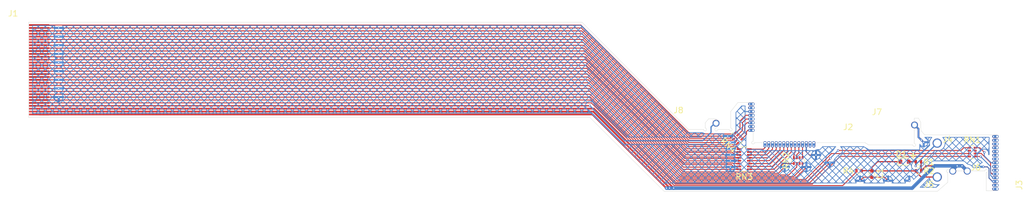
<source format=kicad_pcb>
(kicad_pcb (version 20171130) (host pcbnew "(5.0.0)")
  (layers (0 F.Cu signal) (31 B.Cu signal) (34 B.Paste user) (35 F.Paste user) (36 B.SilkS user) (37 F.SilkS user) (38 B.Mask user) (39 F.Mask user) (44 Edge.Cuts user))
  (net 0 "")
  (net 1 /VCLK)
  (net 2 /VSYNC)
  (net 3 /HSYNC)
  (net 4 /D0)
  (net 5 /D1)
  (net 6 /D2)
  (net 7 /D3)
  (net 8 /D4)
  (net 9 /D5)
  (net 10 /D6)
  (net 11 /D7)
  (net 12 /D8)
  (net 13 /D9)
  (net 14 /D10)
  (net 15 /D11)
  (net 16 /ABCK)
  (net 17 /ADAT)
  (net 18 /ALRK)
  (net 19 /+5)
  (net 20 /+3.3)
  (net 21 "Net-(J3-Pad1)")
  (net 22 "Net-(J3-Pad2)")
  (net 23 "Net-(J3-Pad4)")
  (net 24 "Net-(J3-Pad5)")
  (net 25 "Net-(J3-Pad6)")
  (net 26 "Net-(J3-Pad7)")
  (net 27 "Net-(J3-Pad8)")
  (net 28 "Net-(J3-Pad9)")
  (net 29 "Net-(J3-Pad10)")
  (net 30 "Net-(J3-Pad11)")
  (net 31 "Net-(J3-Pad12)")
  (net 32 "Net-(J3-Pad13)")
  (net 33 "Net-(J3-Pad14)")
  (net 34 "Net-(J3-Pad15)")
  (net 35 "Net-(J2-Pad1)")
  (net 36 "Net-(J2-Pad2)")
  (net 37 "Net-(J2-Pad4)")
  (net 38 "Net-(J2-Pad5)")
  (net 39 "Net-(J2-Pad6)")
  (net 40 "Net-(J2-Pad7)")
  (net 41 "Net-(J2-Pad8)")
  (net 42 "Net-(J2-Pad9)")
  (net 43 "Net-(J2-Pad10)")
  (net 44 "Net-(J2-Pad11)")
  (net 45 "Net-(J2-Pad12)")
  (net 46 "Net-(J2-Pad13)")
  (net 47 "Net-(J2-Pad14)")
  (net 48 "Net-(J2-Pad15)")
  (net 49 "Net-(J2-Pad17)")
  (net 50 "Net-(J2-Pad16)")
  (net 51 "Net-(J2-Pad18)")
  (net 52 "Net-(J2-Pad22)")
  (net 53 "Net-(J2-Pad21)")
  (net 54 "Net-(J2-Pad19)")
  (net 55 "Net-(RN1-Pad2)")
  (net 56 "Net-(RN1-Pad7)")
  (net 57 "Net-(RN2-Pad6)")
  (net 58 "Net-(RN2-Pad3)")
  (net 59 "Net-(C1-Pad1)")
  (net 60 GND)
  (net 61 "Net-(J1-Pad28)")
  (net 62 "Net-(D1-Pad2)")
  (module pads:DC_FLEX_BACKING (layer F.Cu) (at 143.8 84.24)
    (fp_text reference G*** hide)
    (fp_text value LOGO hide)
    (fp_poly (pts (xy 15.20825 -11.033258) (xy 15.446731 -10.791843) (xy 15.713246 -10.52209) (xy 16.006055 -10.225756) (xy 16.323423 -9.904599) (xy 16.663609 -9.560377) (xy 17.024878 -9.194849) (xy 17.40549 -8.809771) (xy 17.803708 -8.406903) (xy 18.217794 -7.988001) (xy 18.64601 -7.554824) (xy 19.086619 -7.109129) (xy 19.537881 -6.652675) (xy 19.998061 -6.18722) (xy 20.465418 -5.71452) (xy 20.938217 -5.236335) (xy 21.414718 -4.754422) (xy 21.893185 -4.270539) (xy 22.371878 -3.786444) (xy 22.849061 -3.303895) (xy 23.322995 -2.824649) (xy 23.791942 -2.350465) (xy 24.254165 -1.8831) (xy 24.394584 -1.741124) (xy 30.554084 4.486668) (xy 31.821735 4.487001) (xy 33.089386 4.487333) (xy 33.331915 4.575623) (xy 33.426542 4.612097) (xy 33.505888 4.6465) (xy 33.561744 4.675005) (xy 33.5859 4.693787) (xy 33.586006 4.694045) (xy 33.575165 4.71993) (xy 33.534477 4.772559) (xy 33.465446 4.850228) (xy 33.369572 4.951232) (xy 33.271999 5.050254) (xy 32.946429 5.376333) (xy 26.479756 5.376131) (xy 20.013084 5.37593) (xy 19.907125 5.2705) (xy 20.120093 5.2705) (xy 20.19888 5.2705) (xy 20.249692 5.266092) (xy 20.276452 5.255173) (xy 20.277667 5.251925) (xy 20.263163 5.22451) (xy 20.244763 5.206042) (xy 20.216018 5.191665) (xy 20.185788 5.206153) (xy 20.165976 5.224617) (xy 20.120093 5.2705) (xy 19.907125 5.2705) (xy 19.320463 4.686767) (xy 19.472275 4.686767) (xy 19.742323 4.957416) (xy 20.012371 5.228064) (xy 20.075972 5.164464) (xy 20.139573 5.100863) (xy 20.138973 5.100263) (xy 20.28936 5.100263) (xy 20.372476 5.185381) (xy 20.455592 5.2705) (xy 21.179242 5.2705) (xy 21.208633 5.2404) (xy 21.360289 5.2404) (xy 21.370267 5.261617) (xy 21.420392 5.270239) (xy 21.435954 5.2705) (xy 21.514741 5.2705) (xy 21.468858 5.224617) (xy 21.432284 5.194841) (xy 21.404779 5.195717) (xy 21.390071 5.206042) (xy 21.360289 5.2404) (xy 21.208633 5.2404) (xy 21.262252 5.185489) (xy 21.345263 5.100479) (xy 21.345048 5.100263) (xy 21.49586 5.100263) (xy 21.578976 5.185381) (xy 21.662092 5.2705) (xy 22.406909 5.2705) (xy 22.554259 5.2705) (xy 22.742408 5.2705) (xy 22.695371 5.223462) (xy 22.648334 5.176425) (xy 22.601296 5.223462) (xy 22.554259 5.2705) (xy 22.406909 5.2705) (xy 22.490024 5.185381) (xy 22.57314 5.100263) (xy 22.723527 5.100263) (xy 22.806643 5.185381) (xy 22.889758 5.2705) (xy 23.623639 5.2705) (xy 23.781926 5.2705) (xy 23.860713 5.2705) (xy 23.911525 5.266092) (xy 23.938285 5.255173) (xy 23.9395 5.251925) (xy 23.924996 5.22451) (xy 23.906596 5.206042) (xy 23.877852 5.191665) (xy 23.847622 5.206153) (xy 23.827809 5.224617) (xy 23.781926 5.2705) (xy 23.623639 5.2705) (xy 23.801917 5.102836) (xy 23.799351 5.100263) (xy 23.951194 5.100263) (xy 24.034309 5.185381) (xy 24.117425 5.2705) (xy 24.841075 5.2705) (xy 24.870466 5.2404) (xy 25.022122 5.2404) (xy 25.0321 5.261617) (xy 25.082225 5.270239) (xy 25.097787 5.2705) (xy 25.176574 5.2705) (xy 25.130691 5.224617) (xy 25.094117 5.194841) (xy 25.066612 5.195717) (xy 25.051904 5.206042) (xy 25.022122 5.2404) (xy 24.870466 5.2404) (xy 24.924086 5.185489) (xy 25.004794 5.102836) (xy 25.156584 5.102836) (xy 25.245722 5.186668) (xy 25.334861 5.2705) (xy 26.068742 5.2705) (xy 26.216093 5.2705) (xy 26.404241 5.2705) (xy 26.357204 5.223462) (xy 26.310167 5.176425) (xy 26.26313 5.223462) (xy 26.216093 5.2705) (xy 26.068742 5.2705) (xy 26.151858 5.185381) (xy 26.234973 5.100263) (xy 26.38536 5.100263) (xy 26.468476 5.185381) (xy 26.551592 5.2705) (xy 27.296409 5.2705) (xy 27.443759 5.2705) (xy 27.522546 5.2705) (xy 27.573359 5.266092) (xy 27.600119 5.255173) (xy 27.601334 5.251925) (xy 27.58683 5.22451) (xy 27.568429 5.206042) (xy 27.539685 5.191665) (xy 27.509455 5.206153) (xy 27.489642 5.224617) (xy 27.443759 5.2705) (xy 27.296409 5.2705) (xy 27.379524 5.185381) (xy 27.462429 5.100479) (xy 27.613238 5.100479) (xy 27.696248 5.185489) (xy 27.779258 5.2705) (xy 28.513139 5.2705) (xy 28.528624 5.255972) (xy 28.68987 5.255972) (xy 28.694918 5.267816) (xy 28.734228 5.270462) (xy 28.751636 5.2705) (xy 28.801924 5.268735) (xy 28.827988 5.264374) (xy 28.829 5.263197) (xy 28.815272 5.245217) (xy 28.790102 5.220692) (xy 28.759102 5.198026) (xy 28.734862 5.205464) (xy 28.712739 5.227995) (xy 28.68987 5.255972) (xy 28.528624 5.255972) (xy 28.597747 5.191125) (xy 28.682354 5.11175) (xy 28.82748 5.11175) (xy 28.996694 5.2705) (xy 29.730575 5.2705) (xy 29.877926 5.2705) (xy 30.066074 5.2705) (xy 30.019037 5.223462) (xy 29.972 5.176425) (xy 29.924963 5.223462) (xy 29.877926 5.2705) (xy 29.730575 5.2705) (xy 29.813586 5.185489) (xy 29.896583 5.100492) (xy 30.047417 5.100492) (xy 30.213425 5.2705) (xy 30.958242 5.2705) (xy 31.105593 5.2705) (xy 31.293741 5.2705) (xy 31.246704 5.223462) (xy 31.199667 5.176425) (xy 31.15263 5.223462) (xy 31.105593 5.2705) (xy 30.958242 5.2705) (xy 31.12425 5.100492) (xy 31.275084 5.100492) (xy 31.441092 5.2705) (xy 32.173212 5.2705) (xy 32.189292 5.255972) (xy 32.351703 5.255972) (xy 32.356751 5.267816) (xy 32.396061 5.270462) (xy 32.41347 5.2705) (xy 32.463757 5.268735) (xy 32.489822 5.264374) (xy 32.490834 5.263197) (xy 32.477106 5.245217) (xy 32.451936 5.220692) (xy 32.420935 5.198026) (xy 32.396695 5.205464) (xy 32.374572 5.227995) (xy 32.351703 5.255972) (xy 32.189292 5.255972) (xy 32.259263 5.192757) (xy 32.345314 5.115015) (xy 32.330826 5.100492) (xy 32.502751 5.100492) (xy 32.585754 5.185496) (xy 32.637661 5.234914) (xy 32.680645 5.260234) (xy 32.733434 5.269414) (xy 32.785792 5.2705) (xy 32.902826 5.2705) (xy 33.109494 5.064607) (xy 33.316162 4.858715) (xy 33.184567 4.725941) (xy 33.139295 4.682018) (xy 33.300812 4.682018) (xy 33.311647 4.701978) (xy 33.337252 4.730485) (xy 33.376072 4.764328) (xy 33.404365 4.766437) (xy 33.416174 4.75869) (xy 33.429314 4.73927) (xy 33.410729 4.721055) (xy 33.378552 4.706037) (xy 33.322111 4.683965) (xy 33.300812 4.682018) (xy 33.139295 4.682018) (xy 33.123267 4.666468) (xy 33.071673 4.620766) (xy 33.037846 4.595796) (xy 33.030864 4.593166) (xy 33.00929 4.607474) (xy 32.963483 4.647098) (xy 32.898809 4.707091) (xy 32.820636 4.782504) (xy 32.755753 4.846829) (xy 32.502751 5.100492) (xy 32.330826 5.100492) (xy 32.085017 4.854091) (xy 31.998986 4.769053) (xy 31.922404 4.695612) (xy 31.860541 4.638645) (xy 31.818669 4.603025) (xy 31.802904 4.593166) (xy 31.994211 4.593166) (xy 32.205084 4.804833) (xy 32.281555 4.880827) (xy 32.347307 4.944725) (xy 32.39668 4.991135) (xy 32.424012 5.014666) (xy 32.427334 5.0165) (xy 32.445552 5.002313) (xy 32.487805 4.963348) (xy 32.548433 4.904996) (xy 32.621773 4.832649) (xy 32.649584 4.804833) (xy 32.860456 4.593166) (xy 31.994211 4.593166) (xy 31.802904 4.593166) (xy 31.781429 4.607472) (xy 31.73571 4.647092) (xy 31.671108 4.707078) (xy 31.592981 4.782483) (xy 31.528086 4.846829) (xy 31.275084 5.100492) (xy 31.12425 5.100492) (xy 30.871247 4.846829) (xy 30.785656 4.762856) (xy 30.708525 4.69062) (xy 30.645457 4.635104) (xy 30.60206 4.601289) (xy 30.585834 4.593166) (xy 30.766544 4.593166) (xy 30.977417 4.804833) (xy 31.053888 4.880827) (xy 31.119641 4.944725) (xy 31.169013 4.991135) (xy 31.196345 5.014666) (xy 31.199667 5.0165) (xy 31.217885 5.002313) (xy 31.260138 4.963348) (xy 31.320766 4.904996) (xy 31.394107 4.832649) (xy 31.421917 4.804833) (xy 31.632789 4.593166) (xy 30.766544 4.593166) (xy 30.585834 4.593166) (xy 30.560771 4.607537) (xy 30.511854 4.647327) (xy 30.444689 4.707555) (xy 30.364881 4.78324) (xy 30.30042 4.846829) (xy 30.047417 5.100492) (xy 29.896583 5.100492) (xy 29.896596 5.100479) (xy 29.632979 4.836228) (xy 29.369362 4.571976) (xy 28.82748 5.11175) (xy 28.682354 5.11175) (xy 28.140472 4.571976) (xy 27.876855 4.836228) (xy 27.613238 5.100479) (xy 27.462429 5.100479) (xy 27.46264 5.100263) (xy 27.19332 4.830944) (xy 26.924 4.561624) (xy 26.65468 4.830944) (xy 26.38536 5.100263) (xy 26.234973 5.100263) (xy 25.965653 4.830944) (xy 25.696334 4.561624) (xy 25.156584 5.102836) (xy 25.004794 5.102836) (xy 25.007096 5.100479) (xy 24.479672 4.571785) (xy 23.951194 5.100263) (xy 23.799351 5.100263) (xy 23.262167 4.561624) (xy 22.992847 4.830944) (xy 22.723527 5.100263) (xy 22.57314 5.100263) (xy 22.30382 4.830944) (xy 22.0345 4.561624) (xy 21.76518 4.830944) (xy 21.49586 5.100263) (xy 21.345048 5.100263) (xy 21.081551 4.836132) (xy 20.817838 4.571785) (xy 20.28936 5.100263) (xy 20.138973 5.100263) (xy 19.601588 4.562878) (xy 19.536931 4.624822) (xy 19.472275 4.686767) (xy 19.320463 4.686767) (xy 18.703549 4.072934) (xy 18.858442 4.072934) (xy 19.12849 4.343582) (xy 19.398538 4.614231) (xy 19.525436 4.487333) (xy 19.675052 4.487333) (xy 19.939 4.751916) (xy 20.024882 4.837398) (xy 20.100364 4.911381) (xy 20.160446 4.969055) (xy 20.200127 5.005613) (xy 20.214167 5.0165) (xy 20.232038 5.002251) (xy 20.274609 4.962744) (xy 20.336826 4.902832) (xy 20.413638 4.82737) (xy 20.484359 4.756902) (xy 20.743333 4.497305) (xy 20.8915 4.497305) (xy 21.150474 4.756902) (xy 21.235517 4.841532) (xy 21.310131 4.914615) (xy 21.369265 4.971295) (xy 21.407865 5.006719) (xy 21.420667 5.0165) (xy 21.438512 5.002245) (xy 21.481111 4.962687) (xy 21.543465 4.902634) (xy 21.620573 4.826895) (xy 21.695834 4.751916) (xy 21.959782 4.487333) (xy 21.959569 4.487119) (xy 22.109005 4.487119) (xy 22.37306 4.751809) (xy 22.458959 4.83731) (xy 22.53446 4.911311) (xy 22.594563 4.969007) (xy 22.634267 5.005589) (xy 22.648334 5.0165) (xy 22.666178 5.002245) (xy 22.708778 4.962686) (xy 22.771135 4.90263) (xy 22.848249 4.826885) (xy 22.923607 4.751809) (xy 23.187448 4.487333) (xy 23.336885 4.487333) (xy 23.600834 4.751916) (xy 23.686715 4.837398) (xy 23.762197 4.911381) (xy 23.822279 4.969055) (xy 23.861961 5.005613) (xy 23.876 5.0165) (xy 23.893871 5.002251) (xy 23.936442 4.962744) (xy 23.99866 4.902832) (xy 24.075471 4.82737) (xy 24.146193 4.756902) (xy 24.405167 4.497305) (xy 24.553334 4.497305) (xy 24.812308 4.756902) (xy 24.89735 4.841532) (xy 24.971964 4.914615) (xy 25.031098 4.971295) (xy 25.069698 5.006719) (xy 25.0825 5.0165) (xy 25.100345 5.002245) (xy 25.142945 4.962687) (xy 25.205299 4.902634) (xy 25.282406 4.826895) (xy 25.357667 4.751916) (xy 25.621615 4.487333) (xy 25.621402 4.487119) (xy 25.770838 4.487119) (xy 26.034893 4.751809) (xy 26.120793 4.83731) (xy 26.196293 4.911311) (xy 26.256396 4.969007) (xy 26.2961 5.005589) (xy 26.310167 5.0165) (xy 26.328011 5.002245) (xy 26.370611 4.962686) (xy 26.432968 4.90263) (xy 26.510082 4.826885) (xy 26.58544 4.751809) (xy 26.849281 4.487333) (xy 26.998719 4.487333) (xy 27.262667 4.751916) (xy 27.348548 4.837398) (xy 27.42403 4.911381) (xy 27.484113 4.969055) (xy 27.523794 5.005613) (xy 27.537834 5.0165) (xy 27.555705 5.002251) (xy 27.598276 4.962744) (xy 27.660493 4.902832) (xy 27.737304 4.82737) (xy 27.808026 4.756902) (xy 28.067 4.497305) (xy 28.215167 4.497305) (xy 28.474141 4.756902) (xy 28.559963 4.841716) (xy 28.636348 4.914917) (xy 28.698007 4.971619) (xy 28.739648 5.006932) (xy 28.755096 5.0165) (xy 28.777979 5.002107) (xy 28.822812 4.963161) (xy 28.882612 4.90601) (xy 28.93556 4.852458) (xy 29.013623 4.771348) (xy 29.092494 4.688884) (xy 29.160283 4.617517) (xy 29.18846 4.587588) (xy 29.273039 4.497265) (xy 29.442794 4.497265) (xy 29.701788 4.756882) (xy 29.786835 4.841516) (xy 29.861458 4.914603) (xy 29.920602 4.971287) (xy 29.959214 5.006715) (xy 29.972028 5.0165) (xy 29.990026 5.002278) (xy 30.032462 4.962992) (xy 30.09404 4.903714) (xy 30.169464 4.829513) (xy 30.221047 4.77805) (xy 30.45882 4.539601) (xy 30.194257 4.275673) (xy 29.929695 4.011746) (xy 29.686244 4.254505) (xy 29.442794 4.497265) (xy 29.273039 4.497265) (xy 29.282877 4.48676) (xy 29.019203 4.222451) (xy 28.755529 3.958143) (xy 28.215167 4.497305) (xy 28.067 4.497305) (xy 27.526638 3.958143) (xy 27.262678 4.222738) (xy 26.998719 4.487333) (xy 26.849281 4.487333) (xy 26.849495 4.487119) (xy 26.579831 4.217455) (xy 26.310167 3.94779) (xy 26.040503 4.217455) (xy 25.770838 4.487119) (xy 25.621402 4.487119) (xy 25.093695 3.958143) (xy 24.823515 4.227724) (xy 24.553334 4.497305) (xy 24.405167 4.497305) (xy 23.864805 3.958143) (xy 23.336885 4.487333) (xy 23.187448 4.487333) (xy 23.187662 4.487119) (xy 22.917998 4.217455) (xy 22.648334 3.94779) (xy 22.109005 4.487119) (xy 21.959569 4.487119) (xy 21.431862 3.958143) (xy 20.8915 4.497305) (xy 20.743333 4.497305) (xy 20.473152 4.227724) (xy 20.202972 3.958143) (xy 19.675052 4.487333) (xy 19.525436 4.487333) (xy 19.525739 4.48703) (xy 19.256747 4.218037) (xy 18.987754 3.949044) (xy 18.858442 4.072934) (xy 18.703549 4.072934) (xy 18.099018 3.471422) (xy 18.256975 3.471422) (xy 18.520834 3.735916) (xy 18.784692 4.00041) (xy 18.911602 3.8735) (xy 19.061219 3.8735) (xy 19.325167 4.138083) (xy 19.411048 4.223565) (xy 19.48653 4.297548) (xy 19.546613 4.355222) (xy 19.586294 4.39178) (xy 19.600334 4.402666) (xy 19.618205 4.388418) (xy 19.660776 4.348911) (xy 19.722993 4.288999) (xy 19.799804 4.213537) (xy 19.870526 4.143069) (xy 20.1295 3.883472) (xy 20.277667 3.883472) (xy 20.536641 4.143069) (xy 20.622404 4.227869) (xy 20.698657 4.301061) (xy 20.760127 4.357762) (xy 20.801541 4.393083) (xy 20.816794 4.402666) (xy 20.838019 4.388393) (xy 20.883655 4.348823) (xy 20.948418 4.288831) (xy 21.027021 4.213291) (xy 21.097581 4.14368) (xy 21.35719 3.884695) (xy 21.35597 3.883472) (xy 21.505334 3.883472) (xy 21.764308 4.143069) (xy 21.84935 4.227699) (xy 21.923964 4.300781) (xy 21.983098 4.357462) (xy 22.021698 4.392886) (xy 22.0345 4.402666) (xy 22.052345 4.388412) (xy 22.094945 4.348854) (xy 22.157299 4.288801) (xy 22.234406 4.213062) (xy 22.309667 4.138083) (xy 22.573615 3.8735) (xy 22.723052 3.8735) (xy 22.987 4.138083) (xy 23.072882 4.223565) (xy 23.148364 4.297548) (xy 23.208446 4.355222) (xy 23.248127 4.39178) (xy 23.262167 4.402666) (xy 23.280038 4.388418) (xy 23.322609 4.348911) (xy 23.384826 4.288999) (xy 23.461638 4.213537) (xy 23.532359 4.143069) (xy 23.791333 3.883472) (xy 23.9395 3.883472) (xy 24.198474 4.143069) (xy 24.284238 4.227869) (xy 24.360491 4.301061) (xy 24.42196 4.357762) (xy 24.463374 4.393083) (xy 24.478627 4.402666) (xy 24.499852 4.388393) (xy 24.545489 4.348823) (xy 24.610251 4.288831) (xy 24.688854 4.213291) (xy 24.759415 4.14368) (xy 25.019023 3.884695) (xy 25.017803 3.883472) (xy 25.167167 3.883472) (xy 25.426141 4.143069) (xy 25.511183 4.227699) (xy 25.585798 4.300781) (xy 25.644931 4.357462) (xy 25.683531 4.392886) (xy 25.696334 4.402666) (xy 25.714178 4.388412) (xy 25.756778 4.348854) (xy 25.819132 4.288801) (xy 25.89624 4.213062) (xy 25.9715 4.138083) (xy 26.235448 3.8735) (xy 26.384885 3.8735) (xy 26.648834 4.138083) (xy 26.734715 4.223565) (xy 26.810197 4.297548) (xy 26.870279 4.355222) (xy 26.909961 4.39178) (xy 26.924 4.402666) (xy 26.941871 4.388418) (xy 26.984442 4.348911) (xy 27.04666 4.288999) (xy 27.123471 4.213537) (xy 27.194193 4.143069) (xy 27.453167 3.883472) (xy 27.453142 3.883447) (xy 27.6225 3.883447) (xy 27.636856 3.905463) (xy 27.675851 3.950441) (xy 27.733375 4.012257) (xy 27.803317 4.084785) (xy 27.879567 4.161902) (xy 27.956016 4.237481) (xy 28.026554 4.305397) (xy 28.085069 4.359525) (xy 28.125453 4.393741) (xy 28.140447 4.402666) (xy 28.161677 4.388393) (xy 28.207317 4.348823) (xy 28.272083 4.288831) (xy 28.350688 4.21329) (xy 28.421248 4.14368) (xy 28.680857 3.884695) (xy 28.679611 3.883446) (xy 28.828975 3.883446) (xy 29.087962 4.143056) (xy 29.173008 4.227689) (xy 29.247629 4.300774) (xy 29.306772 4.357457) (xy 29.345382 4.392884) (xy 29.358194 4.402666) (xy 29.376173 4.388421) (xy 29.418537 4.349078) (xy 29.479991 4.289724) (xy 29.555238 4.215446) (xy 29.606087 4.164541) (xy 29.842734 3.926416) (xy 29.586341 3.655097) (xy 29.329949 3.383778) (xy 28.828975 3.883446) (xy 28.679611 3.883446) (xy 28.141695 3.344333) (xy 27.882097 3.603307) (xy 27.797298 3.689069) (xy 27.724105 3.76532) (xy 27.667405 3.826787) (xy 27.632084 3.868198) (xy 27.6225 3.883447) (xy 27.453142 3.883447) (xy 26.912805 3.34431) (xy 26.384885 3.8735) (xy 26.235448 3.8735) (xy 25.971489 3.608905) (xy 25.707529 3.34431) (xy 25.167167 3.883472) (xy 25.017803 3.883472) (xy 24.749437 3.614508) (xy 24.47985 3.344322) (xy 23.9395 3.883472) (xy 23.791333 3.883472) (xy 23.521152 3.613891) (xy 23.250972 3.34431) (xy 22.723052 3.8735) (xy 22.573615 3.8735) (xy 22.045695 3.34431) (xy 21.775515 3.613891) (xy 21.505334 3.883472) (xy 21.35597 3.883472) (xy 21.087603 3.614508) (xy 20.818017 3.344322) (xy 20.277667 3.883472) (xy 20.1295 3.883472) (xy 19.589138 3.34431) (xy 19.325178 3.608905) (xy 19.061219 3.8735) (xy 18.911602 3.8735) (xy 18.911692 3.87341) (xy 18.647834 3.608916) (xy 18.383975 3.344422) (xy 18.256975 3.471422) (xy 18.099018 3.471422) (xy 17.482104 2.857589) (xy 17.643141 2.857589) (xy 18.170859 3.386577) (xy 18.28781 3.269626) (xy 18.457322 3.269626) (xy 18.716302 3.52923) (xy 18.801345 3.61386) (xy 18.87596 3.686944) (xy 18.935095 3.743626) (xy 18.973696 3.779051) (xy 18.9865 3.788833) (xy 19.004371 3.774585) (xy 19.046942 3.735077) (xy 19.10916 3.675165) (xy 19.185972 3.599703) (xy 19.256699 3.52923) (xy 19.515655 3.26965) (xy 19.663822 3.26965) (xy 19.933403 3.53983) (xy 20.202984 3.810011) (xy 20.473164 3.54043) (xy 20.743345 3.270849) (xy 20.742149 3.26965) (xy 20.891489 3.26965) (xy 21.161064 3.539825) (xy 21.430639 3.809999) (xy 21.690236 3.551025) (xy 21.775036 3.465262) (xy 21.848229 3.389009) (xy 21.904929 3.327539) (xy 21.94025 3.286125) (xy 21.949834 3.270873) (xy 21.948996 3.269626) (xy 22.119155 3.269626) (xy 22.378135 3.52923) (xy 22.463178 3.61386) (xy 22.537794 3.686944) (xy 22.596929 3.743626) (xy 22.63553 3.779051) (xy 22.648334 3.788833) (xy 22.666205 3.774585) (xy 22.708776 3.735077) (xy 22.770993 3.675165) (xy 22.847805 3.599703) (xy 22.918532 3.52923) (xy 23.177512 3.269626) (xy 23.346834 3.269626) (xy 23.361107 3.290852) (xy 23.400676 3.336488) (xy 23.460668 3.40125) (xy 23.536208 3.479854) (xy 23.605819 3.550414) (xy 23.864805 3.810023) (xy 24.134991 3.540436) (xy 24.405178 3.270849) (xy 24.403982 3.26965) (xy 24.553322 3.26965) (xy 24.822897 3.539825) (xy 25.092472 3.809999) (xy 25.35207 3.551025) (xy 25.436869 3.465262) (xy 25.510062 3.389009) (xy 25.566762 3.327539) (xy 25.602083 3.286125) (xy 25.611667 3.270873) (xy 25.610829 3.269626) (xy 25.780988 3.269626) (xy 26.039968 3.52923) (xy 26.125011 3.61386) (xy 26.199627 3.686944) (xy 26.258762 3.743626) (xy 26.297363 3.779051) (xy 26.310167 3.788833) (xy 26.328038 3.774585) (xy 26.370609 3.735077) (xy 26.432827 3.675165) (xy 26.509638 3.599703) (xy 26.580365 3.52923) (xy 26.839345 3.269626) (xy 26.839332 3.269613) (xy 27.008667 3.269613) (xy 27.02294 3.290843) (xy 27.06251 3.336483) (xy 27.122502 3.401249) (xy 27.198043 3.479854) (xy 27.267653 3.550414) (xy 27.526638 3.810023) (xy 28.067 3.270861) (xy 28.065766 3.269624) (xy 28.21513 3.269624) (xy 28.484712 3.539806) (xy 28.754294 3.809987) (xy 29.003332 3.561598) (xy 29.25237 3.313208) (xy 28.982788 3.043027) (xy 28.713207 2.772845) (xy 28.464169 3.021235) (xy 28.21513 3.269624) (xy 28.065766 3.269624) (xy 27.808026 3.011263) (xy 27.722264 2.926464) (xy 27.646013 2.853271) (xy 27.584546 2.796571) (xy 27.543135 2.76125) (xy 27.527886 2.751666) (xy 27.50587 2.766022) (xy 27.460892 2.805017) (xy 27.399076 2.862541) (xy 27.326548 2.932483) (xy 27.249431 3.008733) (xy 27.173852 3.085182) (xy 27.105936 3.15572) (xy 27.051808 3.214235) (xy 27.017592 3.254619) (xy 27.008667 3.269613) (xy 26.839332 3.269613) (xy 26.310167 2.741718) (xy 26.045578 3.005672) (xy 25.780988 3.269626) (xy 25.610829 3.269626) (xy 25.597394 3.249647) (xy 25.557824 3.204011) (xy 25.497832 3.139249) (xy 25.422292 3.060645) (xy 25.352681 2.990085) (xy 25.093695 2.730476) (xy 24.823509 3.000063) (xy 24.553322 3.26965) (xy 24.403982 3.26965) (xy 24.135603 3.000674) (xy 23.866028 2.7305) (xy 23.606431 2.989474) (xy 23.521631 3.075237) (xy 23.448438 3.15149) (xy 23.391738 3.21296) (xy 23.356417 3.254374) (xy 23.346834 3.269626) (xy 23.177512 3.269626) (xy 22.648334 2.741718) (xy 22.383744 3.005672) (xy 22.119155 3.269626) (xy 21.948996 3.269626) (xy 21.93556 3.249647) (xy 21.895991 3.204011) (xy 21.835999 3.139249) (xy 21.760459 3.060645) (xy 21.690848 2.990085) (xy 21.431862 2.730476) (xy 21.161676 3.000063) (xy 20.891489 3.26965) (xy 20.742149 3.26965) (xy 20.473764 3.000669) (xy 20.204183 2.730488) (xy 19.934003 3.000069) (xy 19.663822 3.26965) (xy 19.515655 3.26965) (xy 19.515679 3.269626) (xy 19.251089 3.005672) (xy 18.9865 2.741718) (xy 18.457322 3.269626) (xy 18.28781 3.269626) (xy 18.297859 3.259577) (xy 17.770141 2.730589) (xy 17.643141 2.857589) (xy 17.482104 2.857589) (xy 17.197882 2.574787) (xy 16.866474 2.244992) (xy 17.030542 2.244992) (xy 17.293828 2.508913) (xy 17.379479 2.594254) (xy 17.454575 2.668098) (xy 17.514144 2.725638) (xy 17.553215 2.762062) (xy 17.566652 2.772833) (xy 17.587054 2.759881) (xy 17.623329 2.72854) (xy 17.625178 2.72681) (xy 17.659546 2.687845) (xy 17.674162 2.65802) (xy 17.674167 2.657687) (xy 17.672959 2.655793) (xy 17.843488 2.655793) (xy 18.102468 2.915396) (xy 18.187511 3.000027) (xy 18.262127 3.073111) (xy 18.321262 3.129793) (xy 18.359863 3.165218) (xy 18.372667 3.175) (xy 18.390538 3.160751) (xy 18.433109 3.121244) (xy 18.495327 3.061332) (xy 18.572138 2.98587) (xy 18.642865 2.915396) (xy 18.890879 2.666785) (xy 19.061005 2.666785) (xy 19.325072 2.931487) (xy 19.589138 3.196189) (xy 19.85942 2.926508) (xy 20.129702 2.656826) (xy 20.128681 2.655804) (xy 20.277644 2.655804) (xy 20.54723 2.925991) (xy 20.816817 3.196177) (xy 21.357167 2.657027) (xy 21.355947 2.655804) (xy 21.50531 2.655804) (xy 22.044674 3.196368) (xy 22.309358 2.931684) (xy 22.574043 2.667) (xy 22.573828 2.666785) (xy 22.722838 2.666785) (xy 23.250972 3.196189) (xy 23.521253 2.926508) (xy 23.791535 2.656826) (xy 23.790514 2.655804) (xy 23.939477 2.655804) (xy 24.209064 2.925991) (xy 24.47865 3.196177) (xy 25.019 2.657027) (xy 25.01778 2.655804) (xy 25.167144 2.655804) (xy 25.436825 2.926086) (xy 25.706507 3.196368) (xy 25.971192 2.931684) (xy 26.235876 2.667) (xy 26.235662 2.666785) (xy 26.384672 2.666785) (xy 26.648738 2.931487) (xy 26.912805 3.196189) (xy 27.183087 2.926508) (xy 27.453369 2.656826) (xy 27.452308 2.655765) (xy 27.6225 2.655765) (xy 27.636773 2.677) (xy 27.676344 2.722645) (xy 27.736336 2.787413) (xy 27.811876 2.86602) (xy 27.881474 2.936569) (xy 28.140448 3.196166) (xy 28.389492 2.94777) (xy 28.638537 2.699375) (xy 28.099387 2.159025) (xy 27.860943 2.396792) (xy 27.779842 2.478934) (xy 27.710574 2.551514) (xy 27.658247 2.608987) (xy 27.627965 2.645806) (xy 27.6225 2.655765) (xy 27.452308 2.655765) (xy 26.924 2.127457) (xy 26.384672 2.666785) (xy 26.235662 2.666785) (xy 25.966212 2.397335) (xy 25.696548 2.127671) (xy 25.431846 2.391738) (xy 25.167144 2.655804) (xy 25.01778 2.655804) (xy 24.760026 2.39743) (xy 24.674263 2.31263) (xy 24.59801 2.239438) (xy 24.53654 2.182737) (xy 24.495126 2.147416) (xy 24.479873 2.137833) (xy 24.458648 2.152106) (xy 24.413012 2.191676) (xy 24.348249 2.251668) (xy 24.269646 2.327208) (xy 24.199086 2.396819) (xy 23.939477 2.655804) (xy 23.790514 2.655804) (xy 23.526851 2.392141) (xy 23.262167 2.127457) (xy 22.992503 2.397121) (xy 22.722838 2.666785) (xy 22.573828 2.666785) (xy 22.034714 2.127671) (xy 21.770012 2.391738) (xy 21.50531 2.655804) (xy 21.355947 2.655804) (xy 21.098193 2.39743) (xy 21.012429 2.31263) (xy 20.936176 2.239438) (xy 20.874707 2.182737) (xy 20.833293 2.147416) (xy 20.81804 2.137833) (xy 20.796815 2.152106) (xy 20.751178 2.191676) (xy 20.686416 2.251668) (xy 20.607813 2.327208) (xy 20.537252 2.396819) (xy 20.277644 2.655804) (xy 20.128681 2.655804) (xy 19.865018 2.392141) (xy 19.600334 2.127457) (xy 19.330669 2.397121) (xy 19.061005 2.666785) (xy 18.890879 2.666785) (xy 18.901845 2.655793) (xy 18.372667 2.127885) (xy 18.108078 2.391839) (xy 17.843488 2.655793) (xy 17.672959 2.655793) (xy 17.659752 2.635097) (xy 17.620595 2.589664) (xy 17.562827 2.527513) (xy 17.492579 2.454767) (xy 17.415981 2.377549) (xy 17.339165 2.301982) (xy 17.268261 2.234189) (xy 17.2094 2.180294) (xy 17.168714 2.14642) (xy 17.153664 2.137833) (xy 17.125171 2.15201) (xy 17.085467 2.186623) (xy 17.080877 2.191413) (xy 17.030542 2.244992) (xy 16.866474 2.244992) (xy 16.854645 2.233221) (xy 16.540197 1.920191) (xy 16.253276 1.634413) (xy 16.250012 1.631159) (xy 16.416708 1.631159) (xy 16.679995 1.895079) (xy 16.76566 1.980424) (xy 16.840789 2.054271) (xy 16.900406 2.11181) (xy 16.939534 2.148233) (xy 16.953024 2.159) (xy 16.973031 2.145776) (xy 17.010699 2.112896) (xy 17.022657 2.101621) (xy 17.082547 2.044243) (xy 17.080281 2.041971) (xy 17.229644 2.041971) (xy 17.499325 2.312253) (xy 17.769007 2.582535) (xy 18.298376 2.053166) (xy 18.298162 2.052952) (xy 18.447172 2.052952) (xy 18.711238 2.317654) (xy 18.975305 2.582356) (xy 19.505886 2.052952) (xy 19.674838 2.052952) (xy 20.202972 2.582356) (xy 20.473253 2.312674) (xy 20.743535 2.042992) (xy 20.742514 2.041971) (xy 20.891477 2.041971) (xy 21.430841 2.582535) (xy 21.695525 2.31785) (xy 21.960209 2.053166) (xy 21.959995 2.052952) (xy 22.109005 2.052952) (xy 22.37306 2.317642) (xy 22.458959 2.403143) (xy 22.53446 2.477145) (xy 22.594563 2.53484) (xy 22.634267 2.571422) (xy 22.648334 2.582333) (xy 22.666178 2.568078) (xy 22.708778 2.528519) (xy 22.771135 2.468464) (xy 22.848249 2.392718) (xy 22.923607 2.317642) (xy 23.187662 2.052952) (xy 23.336672 2.052952) (xy 23.600738 2.317654) (xy 23.864805 2.582356) (xy 24.405369 2.042992) (xy 24.404348 2.041971) (xy 24.55331 2.041971) (xy 25.092674 2.582535) (xy 25.357358 2.31785) (xy 25.622043 2.053166) (xy 25.621829 2.052952) (xy 25.770838 2.052952) (xy 26.034893 2.317642) (xy 26.120793 2.403143) (xy 26.196293 2.477145) (xy 26.256396 2.53484) (xy 26.2961 2.571422) (xy 26.310167 2.582333) (xy 26.328011 2.568078) (xy 26.370611 2.528519) (xy 26.432968 2.468464) (xy 26.510082 2.392718) (xy 26.58544 2.317642) (xy 26.849491 2.052956) (xy 26.998509 2.052956) (xy 27.262562 2.317644) (xy 27.526615 2.582333) (xy 28.021433 2.088803) (xy 27.763758 1.817201) (xy 27.506084 1.545599) (xy 27.252296 1.799278) (xy 26.998509 2.052956) (xy 26.849491 2.052956) (xy 26.849495 2.052952) (xy 26.310167 1.513624) (xy 26.040503 1.783288) (xy 25.770838 2.052952) (xy 25.621829 2.052952) (xy 25.352378 1.783502) (xy 25.082714 1.513838) (xy 24.818012 1.777904) (xy 24.55331 2.041971) (xy 24.404348 2.041971) (xy 24.140684 1.778308) (xy 23.876 1.513624) (xy 23.336672 2.052952) (xy 23.187662 2.052952) (xy 22.648334 1.513624) (xy 22.378669 1.783288) (xy 22.109005 2.052952) (xy 21.959995 2.052952) (xy 21.420881 1.513838) (xy 21.156179 1.777904) (xy 20.891477 2.041971) (xy 20.742514 2.041971) (xy 20.214167 1.513624) (xy 19.944503 1.783288) (xy 19.674838 2.052952) (xy 19.505886 2.052952) (xy 19.515869 2.042992) (xy 19.251184 1.778308) (xy 18.9865 1.513624) (xy 18.447172 2.052952) (xy 18.298162 2.052952) (xy 17.759048 1.513838) (xy 17.494346 1.777904) (xy 17.229644 2.041971) (xy 17.080281 2.041971) (xy 16.823049 1.784121) (xy 16.73706 1.699199) (xy 16.660404 1.62589) (xy 16.598389 1.569081) (xy 16.556325 1.533659) (xy 16.540466 1.524) (xy 16.51152 1.538194) (xy 16.471584 1.572842) (xy 16.467044 1.577579) (xy 16.416708 1.631159) (xy 16.250012 1.631159) (xy 15.992624 1.374603) (xy 15.756979 1.139478) (xy 15.642331 1.024922) (xy 15.810454 1.024922) (xy 16.069951 1.285044) (xy 16.155155 1.369781) (xy 16.230027 1.44297) (xy 16.289498 1.499758) (xy 16.328497 1.535292) (xy 16.341681 1.545166) (xy 16.362797 1.531324) (xy 16.399865 1.496988) (xy 16.410378 1.486229) (xy 16.466033 1.428138) (xy 16.61581 1.428138) (xy 16.885492 1.698419) (xy 17.155174 1.968701) (xy 17.419858 1.704017) (xy 17.684543 1.439333) (xy 17.684329 1.439119) (xy 17.833338 1.439119) (xy 18.097393 1.703809) (xy 18.183293 1.78931) (xy 18.258793 1.863311) (xy 18.318896 1.921007) (xy 18.3586 1.957589) (xy 18.372667 1.9685) (xy 18.390511 1.954245) (xy 18.433111 1.914686) (xy 18.495468 1.85463) (xy 18.572582 1.778885) (xy 18.64794 1.703809) (xy 18.911995 1.439119) (xy 19.061005 1.439119) (xy 19.32389 1.702636) (xy 19.586775 1.966154) (xy 19.858138 1.710922) (xy 19.945981 1.627554) (xy 20.02197 1.554012) (xy 20.081144 1.495215) (xy 20.118541 1.456082) (xy 20.1295 1.441902) (xy 20.127376 1.439119) (xy 20.288672 1.439119) (xy 20.552834 1.703916) (xy 20.816995 1.968714) (xy 21.346162 1.439547) (xy 21.345736 1.439119) (xy 21.495172 1.439119) (xy 21.759227 1.703809) (xy 21.845126 1.78931) (xy 21.920627 1.863311) (xy 21.980729 1.921007) (xy 22.020434 1.957589) (xy 22.0345 1.9685) (xy 22.052344 1.954245) (xy 22.094945 1.914686) (xy 22.157302 1.85463) (xy 22.234416 1.778885) (xy 22.309774 1.703809) (xy 22.573829 1.439119) (xy 22.722838 1.439119) (xy 22.986893 1.703809) (xy 23.072793 1.78931) (xy 23.148293 1.863311) (xy 23.208396 1.921007) (xy 23.2481 1.957589) (xy 23.262167 1.9685) (xy 23.280011 1.954245) (xy 23.322611 1.914686) (xy 23.384968 1.85463) (xy 23.462082 1.778885) (xy 23.53744 1.703809) (xy 23.801495 1.439119) (xy 23.950505 1.439119) (xy 24.214667 1.703916) (xy 24.478829 1.968714) (xy 24.743412 1.70413) (xy 25.007995 1.439547) (xy 25.007569 1.439119) (xy 25.157005 1.439119) (xy 25.42106 1.703809) (xy 25.506959 1.78931) (xy 25.58246 1.863311) (xy 25.642563 1.921007) (xy 25.682267 1.957589) (xy 25.696334 1.9685) (xy 25.714178 1.954245) (xy 25.756778 1.914686) (xy 25.819135 1.85463) (xy 25.896249 1.778885) (xy 25.971607 1.703809) (xy 26.235435 1.439346) (xy 26.384899 1.439346) (xy 26.64884 1.703923) (xy 26.734674 1.789393) (xy 26.810051 1.863367) (xy 26.869983 1.921039) (xy 26.909482 1.957601) (xy 26.923351 1.9685) (xy 26.941156 1.954322) (xy 26.983496 1.915159) (xy 27.045078 1.856064) (xy 27.12061 1.782091) (xy 27.172377 1.73072) (xy 27.253492 1.648527) (xy 27.322769 1.575834) (xy 27.3751 1.518201) (xy 27.405377 1.481191) (xy 27.410834 1.47111) (xy 27.396522 1.449702) (xy 27.356848 1.403968) (xy 27.296698 1.339194) (xy 27.220961 1.260669) (xy 27.151224 1.190294) (xy 26.891614 0.931308) (xy 26.638256 1.185327) (xy 26.384899 1.439346) (xy 26.235435 1.439346) (xy 26.235662 1.439119) (xy 25.965998 1.169455) (xy 25.696334 0.89979) (xy 25.157005 1.439119) (xy 25.007569 1.439119) (xy 24.743834 1.17475) (xy 24.479672 0.909952) (xy 24.215088 1.174535) (xy 23.950505 1.439119) (xy 23.801495 1.439119) (xy 23.531831 1.169455) (xy 23.262167 0.89979) (xy 22.992503 1.169455) (xy 22.722838 1.439119) (xy 22.573829 1.439119) (xy 22.304164 1.169455) (xy 22.0345 0.89979) (xy 21.764836 1.169455) (xy 21.495172 1.439119) (xy 21.345736 1.439119) (xy 21.082 1.17475) (xy 20.817838 0.909952) (xy 20.553255 1.174535) (xy 20.288672 1.439119) (xy 20.127376 1.439119) (xy 20.115231 1.423211) (xy 20.075632 1.379851) (xy 20.01552 1.316877) (xy 19.939709 1.239344) (xy 19.86481 1.164059) (xy 19.600119 0.900004) (xy 19.330562 1.169562) (xy 19.061005 1.439119) (xy 18.911995 1.439119) (xy 18.642331 1.169455) (xy 18.372667 0.89979) (xy 18.103003 1.169455) (xy 17.833338 1.439119) (xy 17.684329 1.439119) (xy 17.414878 1.169669) (xy 17.145214 0.900004) (xy 16.61581 1.428138) (xy 16.466033 1.428138) (xy 16.466843 1.427293) (xy 15.939537 0.901253) (xy 15.874995 0.963087) (xy 15.810454 1.024922) (xy 15.642331 1.024922) (xy 15.545083 0.927753) (xy 15.355675 0.738144) (xy 15.187495 0.569368) (xy 15.044964 0.425859) (xy 15.187084 0.425859) (xy 15.46225 0.687709) (xy 15.737417 0.949559) (xy 15.800661 0.887377) (xy 15.863815 0.825285) (xy 16.013005 0.825285) (xy 16.277167 1.090083) (xy 16.541329 1.35488) (xy 17.070495 0.825714) (xy 17.070068 0.825285) (xy 17.219505 0.825285) (xy 17.48356 1.089976) (xy 17.569459 1.175476) (xy 17.64496 1.249478) (xy 17.705063 1.307174) (xy 17.744767 1.343756) (xy 17.758834 1.354666) (xy 17.776678 1.340412) (xy 17.819278 1.300853) (xy 17.881635 1.240797) (xy 17.958749 1.165052) (xy 18.034107 1.089976) (xy 18.298162 0.825285) (xy 18.447172 0.825285) (xy 18.711227 1.089976) (xy 18.797126 1.175476) (xy 18.872627 1.249478) (xy 18.932729 1.307174) (xy 18.972434 1.343756) (xy 18.9865 1.354666) (xy 19.004344 1.340412) (xy 19.046945 1.300853) (xy 19.109302 1.240797) (xy 19.186416 1.165052) (xy 19.261774 1.089976) (xy 19.525614 0.8255) (xy 19.675052 0.8255) (xy 19.939 1.090083) (xy 20.024882 1.175565) (xy 20.100364 1.249548) (xy 20.160446 1.307222) (xy 20.200127 1.34378) (xy 20.214167 1.354666) (xy 20.232038 1.340418) (xy 20.274609 1.300911) (xy 20.336826 1.240999) (xy 20.413638 1.165537) (xy 20.484359 1.095069) (xy 20.743333 0.835472) (xy 20.8915 0.835472) (xy 21.150474 1.095069) (xy 21.235517 1.179699) (xy 21.310131 1.252781) (xy 21.369265 1.309462) (xy 21.407865 1.344886) (xy 21.420667 1.354666) (xy 21.438512 1.340412) (xy 21.481111 1.300854) (xy 21.543465 1.240801) (xy 21.620573 1.165062) (xy 21.695834 1.090083) (xy 21.959782 0.8255) (xy 21.959568 0.825285) (xy 22.109005 0.825285) (xy 22.37306 1.089976) (xy 22.458959 1.175476) (xy 22.53446 1.249478) (xy 22.594563 1.307174) (xy 22.634267 1.343756) (xy 22.648334 1.354666) (xy 22.666178 1.340412) (xy 22.708778 1.300853) (xy 22.771135 1.240797) (xy 22.848249 1.165052) (xy 22.923607 1.089976) (xy 23.187447 0.8255) (xy 23.336885 0.8255) (xy 23.600834 1.090083) (xy 23.686715 1.175565) (xy 23.762197 1.249548) (xy 23.822279 1.307222) (xy 23.861961 1.34378) (xy 23.876 1.354666) (xy 23.893871 1.340418) (xy 23.936442 1.300911) (xy 23.99866 1.240999) (xy 24.075471 1.165537) (xy 24.146193 1.095069) (xy 24.405167 0.835472) (xy 24.553334 0.835472) (xy 24.812308 1.095069) (xy 24.89735 1.179699) (xy 24.971964 1.252781) (xy 25.031098 1.309462) (xy 25.069698 1.344886) (xy 25.0825 1.354666) (xy 25.100345 1.340412) (xy 25.142945 1.300854) (xy 25.205299 1.240801) (xy 25.282406 1.165062) (xy 25.357667 1.090083) (xy 25.621602 0.825513) (xy 25.771065 0.825513) (xy 26.035007 1.090089) (xy 26.120888 1.175571) (xy 26.196371 1.249552) (xy 26.256455 1.307225) (xy 26.296139 1.343782) (xy 26.31018 1.354666) (xy 26.328113 1.340431) (xy 26.370619 1.301031) (xy 26.432528 1.241426) (xy 26.508671 1.166575) (xy 26.569783 1.105646) (xy 26.818154 0.856626) (xy 26.547973 0.587045) (xy 26.277792 0.317463) (xy 26.024428 0.571488) (xy 25.771065 0.825513) (xy 25.621602 0.825513) (xy 25.621615 0.8255) (xy 25.093695 0.29631) (xy 24.823515 0.565891) (xy 24.553334 0.835472) (xy 24.405167 0.835472) (xy 23.864805 0.29631) (xy 23.336885 0.8255) (xy 23.187447 0.8255) (xy 23.187662 0.825285) (xy 22.648334 0.285957) (xy 22.378669 0.555621) (xy 22.109005 0.825285) (xy 21.959568 0.825285) (xy 21.431862 0.29631) (xy 20.8915 0.835472) (xy 20.743333 0.835472) (xy 20.473152 0.565891) (xy 20.202972 0.29631) (xy 19.675052 0.8255) (xy 19.525614 0.8255) (xy 19.525829 0.825285) (xy 19.256164 0.555621) (xy 18.9865 0.285957) (xy 18.447172 0.825285) (xy 18.298162 0.825285) (xy 17.758834 0.285957) (xy 17.489169 0.555621) (xy 17.219505 0.825285) (xy 17.070068 0.825285) (xy 16.806334 0.560916) (xy 16.542172 0.296119) (xy 16.277588 0.560702) (xy 16.013005 0.825285) (xy 15.863815 0.825285) (xy 15.863906 0.825196) (xy 15.32497 0.28626) (xy 15.256027 0.35606) (xy 15.187084 0.425859) (xy 15.044964 0.425859) (xy 15.039283 0.42014) (xy 14.90978 0.289177) (xy 14.797724 0.175195) (xy 14.701858 0.076909) (xy 14.620919 -0.006964) (xy 14.553649 -0.077708) (xy 14.498787 -0.136607) (xy 14.455074 -0.184945) (xy 14.451161 -0.189464) (xy 14.57492 -0.189464) (xy 14.838351 0.074601) (xy 14.924217 0.160013) (xy 14.999774 0.233913) (xy 15.059991 0.291487) (xy 15.099843 0.327918) (xy 15.114014 0.338666) (xy 15.13513 0.324824) (xy 15.172198 0.290489) (xy 15.182706 0.279736) (xy 15.239165 0.220805) (xy 15.230006 0.211666) (xy 15.399385 0.211666) (xy 15.663334 0.47625) (xy 15.749215 0.561732) (xy 15.824697 0.635714) (xy 15.884779 0.693389) (xy 15.924461 0.729947) (xy 15.9385 0.740833) (xy 15.956371 0.726585) (xy 15.998942 0.687077) (xy 16.06116 0.627165) (xy 16.137971 0.551704) (xy 16.208693 0.481236) (xy 16.467667 0.221638) (xy 16.615834 0.221638) (xy 16.874808 0.481236) (xy 16.95985 0.565865) (xy 17.034464 0.638948) (xy 17.093598 0.695629) (xy 17.132198 0.731052) (xy 17.145 0.740833) (xy 17.162845 0.726578) (xy 17.205445 0.687021) (xy 17.267799 0.626968) (xy 17.344906 0.551228) (xy 17.420167 0.47625) (xy 17.684115 0.211666) (xy 17.683902 0.211452) (xy 17.833338 0.211452) (xy 18.097393 0.476142) (xy 18.183293 0.561643) (xy 18.258793 0.635645) (xy 18.318896 0.69334) (xy 18.3586 0.729922) (xy 18.372667 0.740833) (xy 18.390511 0.726578) (xy 18.433111 0.687019) (xy 18.495468 0.626964) (xy 18.572582 0.551218) (xy 18.64794 0.476142) (xy 18.911781 0.211666) (xy 19.061219 0.211666) (xy 19.325167 0.47625) (xy 19.411048 0.561732) (xy 19.48653 0.635714) (xy 19.546613 0.693389) (xy 19.586294 0.729947) (xy 19.600334 0.740833) (xy 19.618205 0.726585) (xy 19.660776 0.687077) (xy 19.722993 0.627165) (xy 19.799804 0.551704) (xy 19.870526 0.481236) (xy 20.1295 0.221638) (xy 20.277667 0.221638) (xy 20.536641 0.481236) (xy 20.62245 0.566046) (xy 20.698809 0.639246) (xy 20.760428 0.695947) (xy 20.802023 0.731262) (xy 20.81743 0.740833) (xy 20.838963 0.726532) (xy 20.884675 0.686959) (xy 20.949148 0.627109) (xy 21.026961 0.551977) (xy 21.087623 0.491807) (xy 21.170368 0.407666) (xy 21.24143 0.333155) (xy 21.295834 0.273675) (xy 21.3286 0.234628) (xy 21.336 0.222237) (xy 21.335594 0.221638) (xy 21.505334 0.221638) (xy 21.764308 0.481236) (xy 21.84935 0.565865) (xy 21.923964 0.638948) (xy 21.983098 0.695629) (xy 22.021698 0.731052) (xy 22.0345 0.740833) (xy 22.052345 0.726578) (xy 22.094945 0.687021) (xy 22.157299 0.626968) (xy 22.234406 0.551228) (xy 22.309667 0.47625) (xy 22.573615 0.211666) (xy 22.723052 0.211666) (xy 22.987 0.47625) (xy 23.072882 0.561732) (xy 23.148364 0.635714) (xy 23.208446 0.693389) (xy 23.248127 0.729947) (xy 23.262167 0.740833) (xy 23.280038 0.726585) (xy 23.322609 0.687077) (xy 23.384826 0.627165) (xy 23.461638 0.551704) (xy 23.532359 0.481236) (xy 23.791333 0.221638) (xy 23.9395 0.221638) (xy 24.198474 0.481236) (xy 24.284238 0.566035) (xy 24.360491 0.639228) (xy 24.42196 0.695928) (xy 24.463374 0.731249) (xy 24.478627 0.740833) (xy 24.499852 0.72656) (xy 24.545489 0.68699) (xy 24.610251 0.626998) (xy 24.688854 0.551458) (xy 24.759415 0.481847) (xy 25.019023 0.222861) (xy 25.018001 0.221836) (xy 25.167364 0.221836) (xy 25.42624 0.481334) (xy 25.511266 0.565947) (xy 25.585865 0.639012) (xy 25.644983 0.695673) (xy 25.683565 0.731074) (xy 25.696347 0.740833) (xy 25.714268 0.726584) (xy 25.756731 0.687151) (xy 25.818563 0.627504) (xy 25.894594 0.552612) (xy 25.955141 0.492125) (xy 26.202704 0.243416) (xy 25.94043 -0.022769) (xy 25.678155 -0.288955) (xy 25.42276 -0.033559) (xy 25.167364 0.221836) (xy 25.018001 0.221836) (xy 24.749437 -0.047325) (xy 24.47985 -0.317512) (xy 23.9395 0.221638) (xy 23.791333 0.221638) (xy 23.521152 -0.047943) (xy 23.250972 -0.317524) (xy 22.723052 0.211666) (xy 22.573615 0.211666) (xy 22.045695 -0.317524) (xy 21.775515 -0.047943) (xy 21.505334 0.221638) (xy 21.335594 0.221638) (xy 21.321731 0.201224) (xy 21.282171 0.155777) (xy 21.222193 0.091168) (xy 21.14667 0.012668) (xy 21.077014 -0.057915) (xy 20.818029 -0.317524) (xy 20.277667 0.221638) (xy 20.1295 0.221638) (xy 19.589138 -0.317524) (xy 19.325178 -0.052929) (xy 19.061219 0.211666) (xy 18.911781 0.211666) (xy 18.911995 0.211452) (xy 18.372667 -0.327876) (xy 18.103003 -0.058212) (xy 17.833338 0.211452) (xy 17.683902 0.211452) (xy 17.156195 -0.317524) (xy 16.886015 -0.047943) (xy 16.615834 0.221638) (xy 16.467667 0.221638) (xy 15.927305 -0.317524) (xy 15.399385 0.211666) (xy 15.230006 0.211666) (xy 14.698601 -0.318559) (xy 14.63676 -0.254011) (xy 14.57492 -0.189464) (xy 14.451161 -0.189464) (xy 14.421249 -0.224006) (xy 14.396053 -0.255074) (xy 14.378225 -0.279432) (xy 14.366506 -0.298366) (xy 14.359636 -0.313158) (xy 14.357584 -0.319553) (xy 14.308612 -0.439608) (xy 14.231731 -0.557383) (xy 14.13869 -0.655796) (xy 14.111351 -0.67755) (xy 13.993216 -0.745242) (xy 13.856135 -0.793286) (xy 13.716591 -0.817099) (xy 13.614579 -0.815661) (xy 13.448712 -0.775839) (xy 13.300528 -0.701125) (xy 13.174764 -0.596335) (xy 13.076158 -0.466282) (xy 13.009447 -0.315781) (xy 12.981033 -0.171863) (xy 12.986541 -0.016579) (xy 13.027934 0.134812) (xy 13.100414 0.274915) (xy 13.199181 0.396334) (xy 13.319437 0.491675) (xy 13.450619 0.551794) (xy 13.46454 0.558557) (xy 13.485525 0.572952) (xy 13.51477 0.59615) (xy 13.553471 0.629321) (xy 13.602825 0.673635) (xy 13.664027 0.730263) (xy 13.738272 0.800374) (xy 13.826758 0.885141) (xy 13.930679 0.985732) (xy 14.051232 1.103319) (xy 14.189612 1.239071) (xy 14.347017 1.394159) (xy 14.52464 1.569753) (xy 14.723679 1.767024) (xy 14.945329 1.987143) (xy 15.190787 2.231278) (xy 15.461247 2.500602) (xy 15.757907 2.796284) (xy 16.081961 3.119494) (xy 16.434607 3.471403) (xy 16.467667 3.504402) (xy 16.859835 3.895662) (xy 17.222706 4.257309) (xy 17.556763 4.589816) (xy 17.862489 4.893659) (xy 18.140367 5.169312) (xy 18.390878 5.417249) (xy 18.614507 5.637946) (xy 18.811734 5.831875) (xy 18.983044 5.999513) (xy 19.128919 6.141333) (xy 19.249841 6.257811) (xy 19.346293 6.34942) (xy 19.418758 6.416636) (xy 19.467719 6.459932) (xy 19.493657 6.479784) (xy 19.4945 6.480244) (xy 19.58975 6.529916) (xy 26.426015 6.535337) (xy 27.068121 6.535833) (xy 27.669256 6.536265) (xy 28.230781 6.53663) (xy 28.754058 6.536919) (xy 29.240448 6.537129) (xy 29.691314 6.537254) (xy 30.108017 6.537288) (xy 30.491919 6.537226) (xy 30.844381 6.537061) (xy 31.166766 6.53679) (xy 31.460435 6.536405) (xy 31.72675 6.535901) (xy 31.967072 6.535274) (xy 32.182764 6.534517) (xy 32.375187 6.533625) (xy 32.545702 6.532592) (xy 32.695672 6.531414) (xy 32.826459 6.530083) (xy 32.939423 6.528595) (xy 33.035927 6.526945) (xy 33.117333 6.525126) (xy 33.185002 6.523133) (xy 33.240296 6.520961) (xy 33.284577 6.518604) (xy 33.319206 6.516056) (xy 33.345545 6.513313) (xy 33.364957 6.510368) (xy 33.378802 6.507216) (xy 33.379265 6.507084) (xy 33.405964 6.49867) (xy 33.432254 6.487794) (xy 33.460861 6.471986) (xy 33.494513 6.448779) (xy 33.535934 6.415703) (xy 33.58785 6.370291) (xy 33.599039 6.359947) (xy 33.760834 6.359947) (xy 34.009325 6.609087) (xy 34.257815 6.858227) (xy 34.7872 6.328842) (xy 34.786978 6.328619) (xy 34.936005 6.328619) (xy 35.200072 6.593321) (xy 35.464138 6.858023) (xy 36.004702 6.318659) (xy 36.003681 6.317638) (xy 36.152644 6.317638) (xy 36.691994 6.858188) (xy 36.921869 6.628312) (xy 37.136681 6.4135) (xy 37.335147 6.4135) (xy 37.349984 6.461125) (xy 37.37611 6.537034) (xy 37.404915 6.596599) (xy 37.446671 6.659272) (xy 37.473692 6.695333) (xy 37.519762 6.764156) (xy 37.53419 6.815321) (xy 37.517046 6.859213) (xy 37.475088 6.900744) (xy 37.443972 6.938312) (xy 37.407001 6.998604) (xy 37.371897 7.066778) (xy 37.346385 7.127989) (xy 37.338 7.164213) (xy 37.342122 7.173266) (xy 37.357263 7.180491) (xy 37.387592 7.186087) (xy 37.437272 7.190254) (xy 37.510472 7.193191) (xy 37.611356 7.195097) (xy 37.744091 7.196173) (xy 37.912843 7.196618) (xy 38.015334 7.196666) (xy 38.210927 7.196317) (xy 38.367688 7.19518) (xy 38.489112 7.193118) (xy 38.578693 7.189994) (xy 38.639926 7.185671) (xy 38.676308 7.180014) (xy 38.691334 7.172885) (xy 38.692202 7.170208) (xy 38.679931 7.121763) (xy 38.648852 7.052724) (xy 38.605785 6.976193) (xy 38.557552 6.90527) (xy 38.54774 6.89273) (xy 38.483825 6.813368) (xy 38.630087 6.813368) (xy 38.702772 6.923734) (xy 38.744265 6.993171) (xy 38.77614 7.058198) (xy 38.78866 7.094217) (xy 38.802165 7.137135) (xy 38.815391 7.154333) (xy 38.835933 7.140499) (xy 38.877726 7.103967) (xy 38.932305 7.052193) (xy 38.940806 7.043836) (xy 39.043464 6.942452) (xy 39.211672 6.942452) (xy 39.475738 7.207154) (xy 39.739805 7.471856) (xy 40.280369 6.932492) (xy 40.278272 6.930395) (xy 40.42825 6.930395) (xy 40.517366 7.021197) (xy 40.565436 7.069219) (xy 40.600182 7.102132) (xy 40.612657 7.112) (xy 40.615418 7.092434) (xy 40.617542 7.040139) (xy 40.618707 6.964716) (xy 40.618834 6.927676) (xy 40.618834 6.743352) (xy 40.523542 6.836874) (xy 40.42825 6.930395) (xy 40.278272 6.930395) (xy 40.015684 6.667808) (xy 39.751 6.403124) (xy 39.211672 6.942452) (xy 39.043464 6.942452) (xy 39.052692 6.933339) (xy 38.910289 6.789836) (xy 38.847613 6.728023) (xy 38.795939 6.679572) (xy 38.762457 6.651094) (xy 38.754256 6.646333) (xy 38.73559 6.662422) (xy 38.703662 6.703265) (xy 38.685356 6.729851) (xy 38.630087 6.813368) (xy 38.483825 6.813368) (xy 38.481953 6.811044) (xy 38.552924 6.723397) (xy 38.649727 6.581659) (xy 38.685904 6.498232) (xy 38.807018 6.498232) (xy 38.815992 6.527804) (xy 38.84173 6.56562) (xy 38.888951 6.618639) (xy 38.960857 6.692295) (xy 39.125792 6.858202) (xy 39.396164 6.588431) (xy 39.656552 6.328619) (xy 39.825505 6.328619) (xy 40.089435 6.593184) (xy 40.353364 6.857748) (xy 40.486099 6.726194) (xy 40.618834 6.594639) (xy 40.618834 6.041758) (xy 40.364272 5.789852) (xy 40.094888 6.059235) (xy 39.825505 6.328619) (xy 39.656552 6.328619) (xy 39.666535 6.318659) (xy 39.402084 6.054207) (xy 39.137633 5.789756) (xy 38.989523 5.936731) (xy 38.841414 6.083705) (xy 38.89404 6.138636) (xy 38.936971 6.209049) (xy 38.943568 6.285267) (xy 38.913346 6.355569) (xy 38.903509 6.367175) (xy 38.867167 6.400314) (xy 38.842304 6.4135) (xy 38.824597 6.431508) (xy 38.81009 6.469943) (xy 38.807018 6.498232) (xy 38.685904 6.498232) (xy 38.701995 6.461125) (xy 38.716686 6.4135) (xy 37.335147 6.4135) (xy 37.136681 6.4135) (xy 37.151744 6.398437) (xy 37.116341 6.329975) (xy 37.096007 6.275409) (xy 37.092729 6.231726) (xy 37.093928 6.227658) (xy 37.087829 6.199849) (xy 37.054317 6.151465) (xy 36.991609 6.080255) (xy 36.910669 5.996735) (xy 36.83608 5.923379) (xy 36.771157 5.862409) (xy 36.722126 5.819465) (xy 36.695211 5.800188) (xy 36.693141 5.799666) (xy 36.671881 5.81394) (xy 36.626215 5.853511) (xy 36.561429 5.913506) (xy 36.482809 5.989048) (xy 36.412252 6.058652) (xy 36.152644 6.317638) (xy 36.003681 6.317638) (xy 35.740018 6.053975) (xy 35.475334 5.78929) (xy 34.936005 6.328619) (xy 34.786978 6.328619) (xy 34.538703 6.080344) (xy 34.290205 5.831847) (xy 34.02552 6.095897) (xy 33.760834 6.359947) (xy 33.599039 6.359947) (xy 33.652989 6.310073) (xy 33.734075 6.232582) (xy 33.833835 6.135349) (xy 33.954995 6.015904) (xy 34.100281 5.871781) (xy 34.21555 5.757091) (xy 34.364533 5.757091) (xy 34.60738 6.000629) (xy 34.689639 6.082463) (xy 34.761379 6.152585) (xy 34.817365 6.205978) (xy 34.852364 6.237626) (xy 34.861473 6.244166) (xy 34.879326 6.229911) (xy 34.921934 6.190352) (xy 34.984298 6.130296) (xy 35.061416 6.05455) (xy 35.136769 5.97948) (xy 35.40082 5.714794) (xy 35.400811 5.714785) (xy 35.549838 5.714785) (xy 36.077972 6.244189) (xy 36.348253 5.974508) (xy 36.618535 5.704826) (xy 36.609265 5.695555) (xy 36.785408 5.695555) (xy 36.792809 5.71753) (xy 36.817666 5.750582) (xy 36.863647 5.800278) (xy 36.93442 5.872188) (xy 36.96979 5.907715) (xy 37.046126 5.981993) (xy 37.113249 6.042937) (xy 37.165044 6.085315) (xy 37.195393 6.103891) (xy 37.199281 6.10409) (xy 37.219808 6.079282) (xy 37.240813 6.029045) (xy 37.245948 6.011604) (xy 37.268125 5.928515) (xy 37.159482 5.875361) (xy 37.083315 5.829681) (xy 37.001381 5.767901) (xy 36.951328 5.722695) (xy 36.897737 5.670217) (xy 36.864262 5.643805) (xy 36.84127 5.639407) (xy 36.819127 5.652973) (xy 36.808303 5.662563) (xy 36.791795 5.679089) (xy 36.785408 5.695555) (xy 36.609265 5.695555) (xy 36.353851 5.440141) (xy 36.089167 5.175457) (xy 35.819503 5.445121) (xy 35.549838 5.714785) (xy 35.400811 5.714785) (xy 35.152322 5.466297) (xy 34.903825 5.217799) (xy 34.364533 5.757091) (xy 34.21555 5.757091) (xy 34.272419 5.700509) (xy 34.296869 5.676163) (xy 34.451174 5.521826) (xy 34.597695 5.373962) (xy 34.733411 5.23571) (xy 34.822658 5.143819) (xy 34.978926 5.143819) (xy 35.221493 5.387076) (xy 35.303703 5.46886) (xy 35.375392 5.53893) (xy 35.431323 5.592264) (xy 35.466258 5.623844) (xy 35.475306 5.630333) (xy 35.49316 5.616078) (xy 35.535768 5.576521) (xy 35.598125 5.516472) (xy 35.67523 5.440738) (xy 35.750375 5.365875) (xy 36.014198 5.101417) (xy 36.164136 5.101417) (xy 36.691618 5.630169) (xy 36.742349 5.579438) (xy 36.771884 5.547087) (xy 36.782289 5.518845) (xy 36.775387 5.478808) (xy 36.759463 5.430047) (xy 36.724818 5.356101) (xy 36.694806 5.312833) (xy 36.832202 5.312833) (xy 36.854855 5.377814) (xy 36.921768 5.511358) (xy 37.021423 5.634005) (xy 37.144251 5.736293) (xy 37.280684 5.80876) (xy 37.296611 5.814682) (xy 37.363122 5.843071) (xy 37.394982 5.87487) (xy 37.396517 5.92089) (xy 37.372052 5.991945) (xy 37.36975 5.997485) (xy 37.349394 6.04884) (xy 37.338549 6.081339) (xy 37.338 6.084736) (xy 37.358339 6.087449) (xy 37.416045 6.089926) (xy 37.506154 6.092088) (xy 37.623698 6.093852) (xy 37.763712 6.095138) (xy 37.921232 6.095865) (xy 38.027343 6.096) (xy 38.716686 6.096) (xy 38.701961 6.048375) (xy 38.634292 5.899734) (xy 38.530474 5.769608) (xy 38.39376 5.66104) (xy 38.227407 5.577077) (xy 38.179375 5.559542) (xy 38.150326 5.539258) (xy 38.145133 5.50116) (xy 38.15878 5.454035) (xy 38.287494 5.454035) (xy 38.307686 5.484431) (xy 38.357008 5.513687) (xy 38.383113 5.52583) (xy 38.479337 5.583317) (xy 38.577921 5.665737) (xy 38.666168 5.760618) (xy 38.731384 5.855489) (xy 38.743617 5.879973) (xy 38.77006 5.932808) (xy 38.791078 5.964715) (xy 38.797086 5.969) (xy 38.817052 5.954953) (xy 38.858723 5.91751) (xy 38.914389 5.86372) (xy 38.936361 5.841719) (xy 39.06197 5.714785) (xy 39.211672 5.714785) (xy 39.475738 5.979487) (xy 39.739805 6.244189) (xy 40.010087 5.974508) (xy 40.270866 5.714307) (xy 40.440232 5.714307) (xy 40.523245 5.79932) (xy 40.569505 5.845647) (xy 40.602296 5.876524) (xy 40.612546 5.884333) (xy 40.615428 5.864813) (xy 40.617615 5.812835) (xy 40.61875 5.738274) (xy 40.618834 5.710019) (xy 40.618834 5.535705) (xy 40.440232 5.714307) (xy 40.270866 5.714307) (xy 40.280369 5.704826) (xy 39.751 5.175457) (xy 39.211672 5.714785) (xy 39.06197 5.714785) (xy 39.062314 5.714438) (xy 38.793135 5.445259) (xy 38.523957 5.17608) (xy 38.408946 5.289662) (xy 38.337398 5.363285) (xy 38.297156 5.415865) (xy 38.287494 5.454035) (xy 38.15878 5.454035) (xy 38.163525 5.43765) (xy 38.174084 5.411348) (xy 38.194439 5.359993) (xy 38.205285 5.327494) (xy 38.205834 5.324096) (xy 38.185496 5.321379) (xy 38.1278 5.318898) (xy 38.037721 5.316734) (xy 37.920233 5.314969) (xy 37.780311 5.313685) (xy 37.62293 5.312962) (xy 37.519018 5.312833) (xy 36.832202 5.312833) (xy 36.694806 5.312833) (xy 36.678261 5.288982) (xy 36.661506 5.271284) (xy 36.608931 5.202175) (xy 36.597167 5.1503) (xy 36.606284 5.100952) (xy 38.597838 5.100952) (xy 38.861893 5.365642) (xy 38.947793 5.451143) (xy 39.023293 5.525145) (xy 39.083396 5.58284) (xy 39.1231 5.619422) (xy 39.137167 5.630333) (xy 39.155011 5.616078) (xy 39.197611 5.576519) (xy 39.259968 5.516464) (xy 39.337082 5.440718) (xy 39.41244 5.365642) (xy 39.676281 5.101166) (xy 39.825719 5.101166) (xy 40.089542 5.365624) (xy 40.353364 5.630082) (xy 40.618834 5.366972) (xy 40.618834 4.83536) (xy 40.486099 4.703805) (xy 40.353364 4.572251) (xy 40.089542 4.836708) (xy 39.825719 5.101166) (xy 39.676281 5.101166) (xy 39.676495 5.100952) (xy 39.137167 4.561624) (xy 38.867503 4.831288) (xy 38.597838 5.100952) (xy 36.606284 5.100952) (xy 36.608341 5.089822) (xy 36.636086 5.035091) (xy 36.671731 5.000537) (xy 36.690267 4.995333) (xy 36.709925 4.977353) (xy 36.733437 4.93356) (xy 36.754251 4.879176) (xy 36.765813 4.829424) (xy 36.7665 4.818252) (xy 36.747088 4.811751) (xy 36.695852 4.806984) (xy 36.623296 4.804866) (xy 36.612474 4.804833) (xy 36.458448 4.804833) (xy 36.164136 5.101417) (xy 36.014198 5.101417) (xy 35.719886 4.804833) (xy 35.868508 4.804833) (xy 35.97275 4.910666) (xy 36.025977 4.963073) (xy 36.067486 5.000923) (xy 36.088733 5.016448) (xy 36.089167 5.0165) (xy 36.108965 5.00252) (xy 36.149525 4.965762) (xy 36.202302 4.913992) (xy 36.205584 4.910666) (xy 36.309825 4.804833) (xy 35.868508 4.804833) (xy 35.719886 4.804833) (xy 35.492521 4.804833) (xy 35.391521 4.80538) (xy 35.32456 4.808067) (xy 35.283349 4.814462) (xy 35.259596 4.826135) (xy 35.245012 4.844654) (xy 35.240838 4.852458) (xy 35.214679 4.890131) (xy 35.167623 4.946421) (xy 35.108988 5.010294) (xy 35.097723 5.021951) (xy 34.978926 5.143819) (xy 34.822658 5.143819) (xy 34.855302 5.110208) (xy 34.960346 5.000595) (xy 35.04552 4.910011) (xy 35.107805 4.841595) (xy 35.144179 4.798485) (xy 35.150839 4.788958) (xy 35.204189 4.699) (xy 36.058179 4.699) (xy 36.252884 4.69946) (xy 36.430654 4.700782) (xy 36.587402 4.702875) (xy 36.719041 4.705649) (xy 36.821483 4.709013) (xy 36.89064 4.712878) (xy 36.922425 4.717153) (xy 36.92398 4.71811) (xy 36.92207 4.74617) (xy 36.904989 4.799221) (xy 36.883346 4.850402) (xy 36.830901 4.963583) (xy 37.511014 4.969172) (xy 37.676352 4.970264) (xy 37.827721 4.970751) (xy 37.960035 4.970658) (xy 38.06821 4.970008) (xy 38.147158 4.968825) (xy 38.191796 4.967134) (xy 38.199953 4.965936) (xy 38.197183 4.943341) (xy 38.18073 4.894438) (xy 38.162923 4.850516) (xy 38.146166 4.804833) (xy 38.302675 4.804833) (xy 38.406917 4.910666) (xy 38.460068 4.963061) (xy 38.501408 5.000909) (xy 38.522431 5.016446) (xy 38.522855 5.0165) (xy 38.540861 5.002243) (xy 38.583599 4.962683) (xy 38.646054 4.902634) (xy 38.723209 4.826911) (xy 38.797983 4.752435) (xy 39.061414 4.48837) (xy 39.060421 4.487333) (xy 39.211885 4.487333) (xy 39.475834 4.751916) (xy 39.561715 4.837398) (xy 39.637197 4.911381) (xy 39.697279 4.969055) (xy 39.736961 5.005613) (xy 39.751 5.0165) (xy 39.768871 5.002251) (xy 39.811442 4.962744) (xy 39.87366 4.902832) (xy 39.950471 4.82737) (xy 40.021193 4.756902) (xy 40.280167 4.497305) (xy 40.260965 4.478145) (xy 40.456619 4.478145) (xy 40.463513 4.508742) (xy 40.4916 4.55476) (xy 40.530579 4.60333) (xy 40.57015 4.641585) (xy 40.599521 4.656666) (xy 40.598586 4.639922) (xy 40.580993 4.59658) (xy 40.558327 4.551011) (xy 40.518939 4.482644) (xy 40.490942 4.450974) (xy 40.470449 4.453217) (xy 40.456619 4.478145) (xy 40.260965 4.478145) (xy 39.739805 3.958143) (xy 39.211885 4.487333) (xy 39.060421 4.487333) (xy 38.999758 4.424015) (xy 38.958935 4.385543) (xy 38.930187 4.365918) (xy 38.924974 4.365288) (xy 38.906712 4.382418) (xy 38.866288 4.425151) (xy 38.809455 4.48727) (xy 38.741972 4.562559) (xy 38.733594 4.572) (xy 38.664272 4.649563) (xy 38.603998 4.715814) (xy 38.558871 4.76413) (xy 38.534993 4.787891) (xy 38.534047 4.788634) (xy 38.501732 4.797772) (xy 38.443488 4.803531) (xy 38.407713 4.804509) (xy 38.302675 4.804833) (xy 38.146166 4.804833) (xy 38.13981 4.787508) (xy 38.129213 4.73901) (xy 38.13095 4.721461) (xy 38.157897 4.710456) (xy 38.216919 4.702568) (xy 38.297802 4.699067) (xy 38.31148 4.699) (xy 38.478128 4.699) (xy 38.680576 4.471458) (xy 38.883025 4.243916) (xy 38.883058 3.493973) (xy 38.989 3.493973) (xy 38.989 4.263067) (xy 39.056652 4.332867) (xy 39.099391 4.374494) (xy 39.129643 4.399464) (xy 39.136345 4.402666) (xy 39.15449 4.388413) (xy 39.197305 4.348893) (xy 39.259721 4.288963) (xy 39.336665 4.21348) (xy 39.407359 4.143069) (xy 39.666333 3.883472) (xy 39.666308 3.883447) (xy 39.835667 3.883447) (xy 39.850078 3.90586) (xy 39.889225 3.951127) (xy 39.946976 4.01313) (xy 40.017202 4.085752) (xy 40.093771 4.162873) (xy 40.170554 4.238376) (xy 40.24142 4.306142) (xy 40.300239 4.360054) (xy 40.340879 4.393993) (xy 40.35593 4.402666) (xy 40.386941 4.38835) (xy 40.415294 4.363047) (xy 40.434267 4.329553) (xy 40.447815 4.273089) (xy 40.457315 4.186273) (xy 40.46176 4.114339) (xy 40.469892 3.913815) (xy 40.471652 3.751228) (xy 40.466702 3.622612) (xy 40.454705 3.524003) (xy 40.435322 3.451436) (xy 40.408215 3.400946) (xy 40.400176 3.39129) (xy 40.3562 3.342998) (xy 40.095933 3.602639) (xy 40.011019 3.688513) (xy 39.937705 3.764877) (xy 39.880871 3.826467) (xy 39.845395 3.868018) (xy 39.835667 3.883447) (xy 39.666308 3.883447) (xy 39.123005 3.34135) (xy 39.056003 3.417661) (xy 38.989 3.493973) (xy 38.883058 3.493973) (xy 38.883068 3.267658) (xy 38.989 3.267658) (xy 38.992085 3.312522) (xy 39.004845 3.318779) (xy 39.029003 3.294225) (xy 39.038146 3.269601) (xy 39.221834 3.269601) (xy 39.23619 3.291619) (xy 39.275184 3.3366) (xy 39.332707 3.398418) (xy 39.402649 3.470949) (xy 39.4789 3.548068) (xy 39.555349 3.623648) (xy 39.625886 3.691565) (xy 39.684402 3.745694) (xy 39.724786 3.779909) (xy 39.73978 3.788833) (xy 39.76101 3.77456) (xy 39.806651 3.73499) (xy 39.871416 3.674997) (xy 39.950021 3.599458) (xy 40.020575 3.529853) (xy 40.280179 3.270873) (xy 40.278446 3.269135) (xy 40.438897 3.269135) (xy 40.440399 3.283231) (xy 40.457208 3.300429) (xy 40.470213 3.281934) (xy 40.477116 3.258456) (xy 40.481192 3.229136) (xy 40.46512 3.234507) (xy 40.458651 3.239688) (xy 40.438897 3.269135) (xy 40.278446 3.269135) (xy 40.021199 3.011269) (xy 39.935435 2.926469) (xy 39.859183 2.853275) (xy 39.797715 2.796574) (xy 39.756304 2.761251) (xy 39.741052 2.751666) (xy 39.719039 2.766022) (xy 39.674063 2.805016) (xy 39.612248 2.862538) (xy 39.53972 2.932479) (xy 39.462603 3.008728) (xy 39.387024 3.085175) (xy 39.319107 3.15571) (xy 39.264977 3.214224) (xy 39.23076 3.254607) (xy 39.221834 3.269601) (xy 39.038146 3.269601) (xy 39.040482 3.263311) (xy 39.021011 3.238716) (xy 38.997825 3.225604) (xy 38.989645 3.245279) (xy 38.989 3.267658) (xy 38.883068 3.267658) (xy 38.883112 2.273137) (xy 38.989 2.273137) (xy 38.989 3.046526) (xy 39.056003 3.122838) (xy 39.123005 3.199149) (xy 39.39477 2.927988) (xy 39.666535 2.656826) (xy 39.66549 2.65578) (xy 39.835667 2.65578) (xy 39.84994 2.677015) (xy 39.889506 2.722654) (xy 39.949486 2.787408) (xy 40.025003 2.865987) (xy 40.09423 2.936157) (xy 40.352793 3.195343) (xy 40.411171 3.139414) (xy 40.441094 3.108182) (xy 40.457421 3.078255) (xy 40.462833 3.037173) (xy 40.460012 2.972474) (xy 40.456479 2.928879) (xy 40.453721 2.791232) (xy 40.467184 2.66325) (xy 40.470207 2.648) (xy 40.484531 2.558354) (xy 40.484745 2.47549) (xy 40.471209 2.377405) (xy 40.452958 2.283566) (xy 40.436094 2.222108) (xy 40.416734 2.183412) (xy 40.390994 2.157855) (xy 40.379431 2.150025) (xy 40.361731 2.146075) (xy 40.336242 2.155865) (xy 40.298527 2.182937) (xy 40.244147 2.230831) (xy 40.168665 2.303087) (xy 40.089804 2.381113) (xy 40.005941 2.465949) (xy 39.933743 2.541264) (xy 39.878147 2.601716) (xy 39.844097 2.641967) (xy 39.835667 2.65578) (xy 39.66549 2.65578) (xy 39.402377 2.392667) (xy 39.138219 2.128509) (xy 39.063609 2.200823) (xy 38.989 2.273137) (xy 38.883112 2.273137) (xy 38.883121 2.053166) (xy 38.989 2.053166) (xy 38.990685 2.100001) (xy 38.999914 2.110785) (xy 39.022951 2.09178) (xy 39.025286 2.089452) (xy 39.049809 2.059393) (xy 39.047877 2.052952) (xy 39.211672 2.052952) (xy 39.475738 2.317654) (xy 39.739805 2.582356) (xy 40.280369 2.042992) (xy 40.27996 2.042583) (xy 40.428334 2.042583) (xy 40.438917 2.053166) (xy 40.4495 2.042583) (xy 40.438917 2.032) (xy 40.428334 2.042583) (xy 40.27996 2.042583) (xy 40.015684 1.778308) (xy 39.751 1.513624) (xy 39.211672 2.052952) (xy 39.047877 2.052952) (xy 39.042589 2.035333) (xy 39.025286 2.01688) (xy 39.001026 1.99599) (xy 38.991019 2.004442) (xy 38.989004 2.0485) (xy 38.989 2.053166) (xy 38.883121 2.053166) (xy 38.883165 1.07786) (xy 38.989 1.07786) (xy 38.989 1.828901) (xy 39.056652 1.8987) (xy 39.099391 1.940328) (xy 39.129643 1.965297) (xy 39.136345 1.9685) (xy 39.154461 1.95424) (xy 39.197303 1.91467) (xy 39.259855 1.854599) (xy 39.337096 1.778838) (xy 39.412334 1.703916) (xy 39.676282 1.439333) (xy 39.825719 1.439333) (xy 40.089649 1.703899) (xy 40.35358 1.968464) (xy 40.424555 1.897489) (xy 40.467056 1.851793) (xy 40.484 1.81719) (xy 40.480913 1.776036) (xy 40.472633 1.744048) (xy 40.45501 1.639815) (xy 40.450751 1.515903) (xy 40.459832 1.392794) (xy 40.473111 1.321978) (xy 40.487308 1.204041) (xy 40.472642 1.091828) (xy 40.43133 0.997841) (xy 40.41096 0.971537) (xy 40.35425 0.908593) (xy 40.089984 1.173963) (xy 39.825719 1.439333) (xy 39.676282 1.439333) (xy 39.14775 0.908633) (xy 39.068375 0.993247) (xy 38.989 1.07786) (xy 38.883165 1.07786) (xy 38.883167 1.04126) (xy 39.071883 0.825285) (xy 39.211672 0.825285) (xy 39.475727 1.089976) (xy 39.561626 1.175476) (xy 39.637127 1.249478) (xy 39.697229 1.307174) (xy 39.736934 1.343756) (xy 39.751 1.354666) (xy 39.768838 1.340382) (xy 39.811297 1.300779) (xy 39.873325 1.240737) (xy 39.949873 1.165131) (xy 40.019505 1.095375) (xy 40.276792 0.836083) (xy 40.01445 0.560916) (xy 39.752109 0.28575) (xy 39.48189 0.555517) (xy 39.211672 0.825285) (xy 39.071883 0.825285) (xy 39.393573 0.45713) (xy 39.607699 0.212075) (xy 39.826126 0.212075) (xy 40.089871 0.476454) (xy 40.17579 0.561918) (xy 40.2514 0.635875) (xy 40.311677 0.693512) (xy 40.351597 0.730013) (xy 40.365847 0.740833) (xy 40.386829 0.726961) (xy 40.42424 0.692345) (xy 40.437451 0.678863) (xy 40.476262 0.630758) (xy 40.488349 0.585437) (xy 40.483638 0.535988) (xy 40.467308 0.412712) (xy 40.45766 0.290251) (xy 40.455103 0.179972) (xy 40.460043 0.093243) (xy 40.46654 0.05808) (xy 40.488421 -0.021167) (xy 40.056471 -0.021167) (xy 39.941298 0.095454) (xy 39.826126 0.212075) (xy 39.607699 0.212075) (xy 39.90398 -0.127) (xy 40.237648 -0.127) (xy 40.375771 -0.126482) (xy 40.476515 -0.123429) (xy 40.544835 -0.115597) (xy 40.585683 -0.100741) (xy 40.604015 -0.076616) (xy 40.604784 -0.040976) (xy 40.592944 0.008423) (xy 40.586253 0.03099) (xy 40.560326 0.165276) (xy 40.561615 0.312331) (xy 40.585429 0.461458) (xy 40.600494 0.544379) (xy 40.602782 0.606082) (xy 40.592231 0.665728) (xy 40.584686 0.692364) (xy 40.562439 0.790767) (xy 40.557282 0.890799) (xy 40.569261 1.006491) (xy 40.585956 1.095307) (xy 40.601567 1.17884) (xy 40.605823 1.237281) (xy 40.598787 1.286304) (xy 40.586885 1.324232) (xy 40.560877 1.449686) (xy 40.561712 1.598361) (xy 40.586353 1.748124) (xy 40.602536 1.827363) (xy 40.605738 1.886041) (xy 40.595932 1.943899) (xy 40.586041 1.979029) (xy 40.56023 2.11342) (xy 40.561749 2.26103) (xy 40.585429 2.408791) (xy 40.600494 2.491712) (xy 40.602782 2.553415) (xy 40.592231 2.613062) (xy 40.584686 2.639697) (xy 40.55952 2.767596) (xy 40.560862 2.904353) (xy 40.586355 3.052134) (xy 40.602608 3.131553) (xy 40.606506 3.187494) (xy 40.598122 3.236945) (xy 40.587284 3.270406) (xy 40.561263 3.396578) (xy 40.562207 3.548973) (xy 40.585429 3.699958) (xy 40.60041 3.781775) (xy 40.602807 3.84226) (xy 40.592423 3.900558) (xy 40.583026 3.932791) (xy 40.559717 4.067953) (xy 40.565007 4.217421) (xy 40.596515 4.366651) (xy 40.65186 4.501099) (xy 40.684755 4.5541) (xy 40.692657 4.566755) (xy 40.699443 4.582894) (xy 40.705197 4.605631) (xy 40.710005 4.638078) (xy 40.713951 4.683349) (xy 40.71712 4.744556) (xy 40.719596 4.824811) (xy 40.721464 4.927228) (xy 40.72281 5.054919) (xy 40.723717 5.210996) (xy 40.724272 5.398574) (xy 40.724557 5.620763) (xy 40.724659 5.880678) (xy 40.724667 6.019892) (xy 40.724667 7.4295) (xy 42.087062 7.4295) (xy 42.360718 7.429528) (xy 42.595211 7.429679) (xy 42.793711 7.430047) (xy 42.959391 7.43073) (xy 43.095419 7.431823) (xy 43.204967 7.433422) (xy 43.291206 7.435624) (xy 43.357306 7.438526) (xy 43.406437 7.442222) (xy 43.441771 7.446809) (xy 43.466477 7.452385) (xy 43.483728 7.459044) (xy 43.496692 7.466882) (xy 43.504118 7.472495) (xy 43.650181 7.561311) (xy 43.813956 7.615313) (xy 43.986683 7.63272) (xy 44.159601 7.611753) (xy 44.173043 7.6084) (xy 44.260084 7.588379) (xy 44.319 7.582198) (xy 44.361367 7.589012) (xy 44.373218 7.593752) (xy 44.471661 7.62252) (xy 44.592965 7.633989) (xy 44.721074 7.627525) (xy 44.810304 7.610957) (xy 44.88418 7.593612) (xy 44.940745 7.586946) (xy 44.997618 7.591073) (xy 45.072415 7.606102) (xy 45.101197 7.612805) (xy 45.190016 7.631612) (xy 45.258014 7.63854) (xy 45.324833 7.634154) (xy 45.398263 7.621386) (xy 45.508048 7.602201) (xy 45.595265 7.59484) (xy 45.677984 7.599269) (xy 45.774275 7.615455) (xy 45.799375 7.620654) (xy 45.889318 7.635823) (xy 45.964995 7.636654) (xy 46.051972 7.623149) (xy 46.063959 7.620654) (xy 46.165378 7.601904) (xy 46.24929 7.594821) (xy 46.333636 7.599444) (xy 46.436358 7.615814) (xy 46.465981 7.621542) (xy 46.546016 7.635281) (xy 46.609441 7.638701) (xy 46.674896 7.631102) (xy 46.761024 7.611782) (xy 46.7674 7.610199) (xy 46.855459 7.590276) (xy 46.914971 7.582886) (xy 46.957572 7.587252) (xy 46.981427 7.595898) (xy 47.081694 7.624864) (xy 47.205064 7.63517) (xy 47.336386 7.626287) (xy 47.414644 7.611039) (xy 47.494827 7.592801) (xy 47.553991 7.586819) (xy 47.611582 7.592916) (xy 47.678382 7.608648) (xy 47.760558 7.626706) (xy 47.838925 7.638514) (xy 47.879 7.641166) (xy 47.942242 7.635654) (xy 48.024187 7.621476) (xy 48.079618 7.608648) (xy 48.155503 7.591287) (xy 48.214382 7.586878) (xy 48.27763 7.595421) (xy 48.334126 7.608648) (xy 48.451498 7.632953) (xy 48.550035 7.638942) (xy 48.649131 7.626487) (xy 48.731848 7.605988) (xy 48.812919 7.586603) (xy 48.870668 7.582803) (xy 48.920757 7.593669) (xy 48.923736 7.594722) (xy 49.076767 7.629451) (xy 49.241692 7.63117) (xy 49.362039 7.610948) (xy 49.442242 7.592756) (xy 49.501449 7.586816) (xy 49.559131 7.59296) (xy 49.625716 7.608648) (xy 49.707891 7.626706) (xy 49.786258 7.638514) (xy 49.826334 7.641166) (xy 49.889576 7.635654) (xy 49.97152 7.621476) (xy 50.026951 7.608648) (xy 50.102837 7.591287) (xy 50.161715 7.586878) (xy 50.224964 7.595421) (xy 50.281459 7.608648) (xy 50.364069 7.626366) (xy 50.442052 7.638177) (xy 50.484697 7.641166) (xy 50.546564 7.635675) (xy 50.627521 7.621548) (xy 50.683118 7.608648) (xy 50.759003 7.591287) (xy 50.817882 7.586878) (xy 50.88113 7.595421) (xy 50.937626 7.608648) (xy 51.034452 7.630207) (xy 51.113182 7.638839) (xy 51.19093 7.634429) (xy 51.284813 7.61686) (xy 51.331332 7.605974) (xy 51.416545 7.587773) (xy 51.474161 7.582559) (xy 51.516672 7.589708) (xy 51.532369 7.595947) (xy 51.632356 7.624833) (xy 51.755447 7.635167) (xy 51.886439 7.626415) (xy 51.96511 7.611131) (xy 52.044298 7.59299) (xy 52.102928 7.5869) (xy 52.161023 7.592866) (xy 52.23861 7.610893) (xy 52.239819 7.611202) (xy 52.384534 7.635561) (xy 52.51219 7.631562) (xy 52.580907 7.610691) (xy 52.944201 7.610691) (xy 52.947844 7.619072) (xy 52.980611 7.639976) (xy 53.02712 7.622393) (xy 53.047292 7.606136) (xy 53.081258 7.566108) (xy 53.076293 7.542582) (xy 53.035675 7.535333) (xy 52.986933 7.547515) (xy 52.952447 7.576443) (xy 52.944201 7.610691) (xy 52.580907 7.610691) (xy 52.616706 7.599818) (xy 52.664768 7.568563) (xy 52.722033 7.532747) (xy 53.24475 7.532747) (xy 53.509016 7.798623) (xy 53.595627 7.884578) (xy 53.672822 7.958958) (xy 53.735392 8.016922) (xy 53.778126 8.053627) (xy 53.795097 8.0645) (xy 53.81663 8.050199) (xy 53.862342 8.010626) (xy 53.926814 7.950776) (xy 54.004628 7.875643) (xy 54.065289 7.815473) (xy 54.148046 7.73128) (xy 54.219117 7.656649) (xy 54.273521 7.596997) (xy 54.306279 7.557745) (xy 54.313612 7.545293) (xy 54.482988 7.545293) (xy 54.741968 7.804896) (xy 54.827011 7.889527) (xy 54.901627 7.962611) (xy 54.960762 8.019293) (xy 54.999363 8.054718) (xy 55.012167 8.0645) (xy 55.030038 8.050251) (xy 55.072609 8.010744) (xy 55.134827 7.950832) (xy 55.211638 7.87537) (xy 55.282365 7.804896) (xy 55.541345 7.545293) (xy 55.539301 7.543253) (xy 55.710667 7.543253) (xy 55.723813 7.543516) (xy 55.756919 7.519309) (xy 55.774167 7.503583) (xy 55.813939 7.460782) (xy 55.836053 7.427863) (xy 55.837667 7.421579) (xy 55.824521 7.421316) (xy 55.791415 7.445523) (xy 55.774167 7.46125) (xy 55.734395 7.504051) (xy 55.712281 7.536969) (xy 55.710667 7.543253) (xy 55.539301 7.543253) (xy 55.032975 7.038143) (xy 55.205968 7.038143) (xy 55.215813 7.05645) (xy 55.250871 7.098726) (xy 55.306108 7.159323) (xy 55.376489 7.232592) (xy 55.40445 7.260869) (xy 55.614658 7.471869) (xy 55.832405 7.254892) (xy 56.050151 7.037916) (xy 55.633922 7.032167) (xy 55.50546 7.03097) (xy 55.391894 7.031011) (xy 55.299854 7.032197) (xy 55.235971 7.034437) (xy 55.206876 7.037636) (xy 55.205968 7.038143) (xy 55.032975 7.038143) (xy 55.012167 7.017385) (xy 54.747578 7.281339) (xy 54.482988 7.545293) (xy 54.313612 7.545293) (xy 54.313667 7.545201) (xy 54.299416 7.523273) (xy 54.26033 7.477861) (xy 54.201907 7.415007) (xy 54.129648 7.340756) (xy 54.106862 7.317927) (xy 53.900058 7.111898) (xy 53.712562 7.323616) (xy 53.641572 7.401996) (xy 53.57921 7.46754) (xy 53.531385 7.514275) (xy 53.504005 7.536228) (xy 53.501325 7.537137) (xy 53.468056 7.537613) (xy 53.408059 7.536902) (xy 53.361167 7.535845) (xy 53.24475 7.532747) (xy 52.722033 7.532747) (xy 52.722144 7.532678) (xy 52.779832 7.514667) (xy 52.788436 7.514166) (xy 52.847978 7.500952) (xy 52.901276 7.471833) (xy 52.929043 7.453741) (xy 52.963492 7.441589) (xy 53.013127 7.434226) (xy 53.086454 7.4305) (xy 53.191981 7.429262) (xy 53.216339 7.429213) (xy 53.477584 7.428927) (xy 53.706159 7.175035) (xy 53.839132 7.027333) (xy 53.965173 7.027333) (xy 54.186667 7.249583) (xy 54.40816 7.471832) (xy 54.614913 7.265855) (xy 54.690057 7.189875) (xy 54.752999 7.1241) (xy 54.798263 7.074419) (xy 54.820369 7.04672) (xy 54.821667 7.043605) (xy 54.801551 7.038686) (xy 54.745403 7.034364) (xy 54.659523 7.030879) (xy 54.55021 7.028469) (xy 54.423765 7.027374) (xy 54.39342 7.027333) (xy 53.965173 7.027333) (xy 53.839132 7.027333) (xy 53.934734 6.921142) (xy 55.103159 6.926612) (xy 55.354966 6.927822) (xy 55.567746 6.928991) (xy 55.744805 6.930253) (xy 55.889451 6.931744) (xy 56.004987 6.933601) (xy 56.094722 6.935956) (xy 56.161961 6.938947) (xy 56.21001 6.942708) (xy 56.242175 6.947375) (xy 56.261763 6.953082) (xy 56.27208 6.959966) (xy 56.276431 6.968161) (xy 56.277686 6.974665) (xy 56.264296 7.01879) (xy 56.218627 7.055739) (xy 56.148379 7.112135) (xy 56.075326 7.194886) (xy 56.009942 7.29015) (xy 55.962705 7.384088) (xy 55.955909 7.402836) (xy 55.941507 7.438234) (xy 55.919343 7.476562) (xy 55.885784 7.521996) (xy 55.837195 7.578712) (xy 55.769942 7.650887) (xy 55.680392 7.742696) (xy 55.56491 7.858315) (xy 55.525439 7.8975) (xy 55.397404 8.023547) (xy 55.294627 8.122434) (xy 55.213126 8.197612) (xy 55.148917 8.252531) (xy 55.098016 8.290643) (xy 55.056441 8.315398) (xy 55.029647 8.327034) (xy 54.879475 8.402904) (xy 54.755607 8.508325) (xy 54.660825 8.637652) (xy 54.597909 8.785242) (xy 54.569641 8.945448) (xy 54.578802 9.112626) (xy 54.599297 9.200494) (xy 54.615756 9.260679) (xy 54.619255 9.303329) (xy 54.607404 9.345268) (xy 54.577813 9.403322) (xy 54.567931 9.421294) (xy 54.534448 9.48599) (xy 54.511453 9.537967) (xy 54.50455 9.562041) (xy 54.513371 9.569682) (xy 54.542408 9.575807) (xy 54.595156 9.580552) (xy 54.675111 9.584053) (xy 54.785768 9.586448) (xy 54.930622 9.587873) (xy 55.113168 9.588464) (xy 55.1815 9.5885) (xy 55.372964 9.587884) (xy 55.536841 9.586093) (xy 55.670239 9.583215) (xy 55.770266 9.579334) (xy 55.83403 9.574538) (xy 55.858637 9.568912) (xy 55.858834 9.568329) (xy 55.850722 9.535169) (xy 55.83589 9.497803) (xy 55.835071 9.494785) (xy 55.956936 9.494785) (xy 55.957937 9.501549) (xy 55.969888 9.533791) (xy 55.987549 9.541595) (xy 56.01792 9.522698) (xy 56.068 9.474836) (xy 56.080775 9.461816) (xy 56.16314 9.377466) (xy 56.162345 9.376619) (xy 56.314338 9.376619) (xy 56.5785 9.641416) (xy 56.842662 9.906214) (xy 57.107245 9.64163) (xy 57.371829 9.377047) (xy 57.371403 9.376619) (xy 57.520838 9.376619) (xy 57.784893 9.641309) (xy 57.870793 9.72681) (xy 57.946293 9.800811) (xy 58.006396 9.858507) (xy 58.0461 9.895089) (xy 58.060167 9.906) (xy 58.078011 9.891745) (xy 58.120611 9.852186) (xy 58.182968 9.79213) (xy 58.260082 9.716385) (xy 58.33544 9.641309) (xy 58.599495 9.376619) (xy 58.748505 9.376619) (xy 59.01256 9.641309) (xy 59.098459 9.72681) (xy 59.17396 9.800811) (xy 59.234063 9.858507) (xy 59.273767 9.895089) (xy 59.287834 9.906) (xy 59.305678 9.891745) (xy 59.348278 9.852186) (xy 59.410635 9.79213) (xy 59.487749 9.716385) (xy 59.563107 9.641309) (xy 59.827162 9.376619) (xy 59.976172 9.376619) (xy 60.240334 9.641416) (xy 60.504495 9.906214) (xy 61.033662 9.377047) (xy 61.022281 9.365638) (xy 61.19281 9.365638) (xy 61.462492 9.635919) (xy 61.732174 9.906201) (xy 61.996858 9.641517) (xy 62.261543 9.376833) (xy 62.261329 9.376619) (xy 62.410338 9.376619) (xy 62.674393 9.641309) (xy 62.760293 9.72681) (xy 62.835793 9.800811) (xy 62.895896 9.858507) (xy 62.9356 9.895089) (xy 62.949667 9.906) (xy 62.967511 9.891745) (xy 63.010111 9.852186) (xy 63.072468 9.79213) (xy 63.149582 9.716385) (xy 63.22494 9.641309) (xy 63.488995 9.376619) (xy 63.638005 9.376619) (xy 63.902072 9.641321) (xy 64.166138 9.906023) (xy 64.696719 9.376619) (xy 64.865672 9.376619) (xy 65.129834 9.641416) (xy 65.393995 9.906214) (xy 65.923162 9.377047) (xy 65.922736 9.376619) (xy 66.072172 9.376619) (xy 66.336227 9.641309) (xy 66.422126 9.72681) (xy 66.497627 9.800811) (xy 66.557729 9.858507) (xy 66.597434 9.895089) (xy 66.6115 9.906) (xy 66.629344 9.891745) (xy 66.671945 9.852186) (xy 66.734302 9.79213) (xy 66.811416 9.716385) (xy 66.886774 9.641309) (xy 67.150829 9.376619) (xy 67.299838 9.376619) (xy 67.563893 9.641309) (xy 67.649793 9.72681) (xy 67.725293 9.800811) (xy 67.785396 9.858507) (xy 67.8251 9.895089) (xy 67.839167 9.906) (xy 67.857011 9.891745) (xy 67.899611 9.852186) (xy 67.961968 9.79213) (xy 68.039082 9.716385) (xy 68.11444 9.641309) (xy 68.378495 9.376619) (xy 68.527505 9.376619) (xy 68.791667 9.641416) (xy 69.055829 9.906214) (xy 69.320412 9.64163) (xy 69.575249 9.386793) (xy 69.744167 9.386793) (xy 69.758251 9.379423) (xy 69.79742 9.346158) (xy 69.857045 9.291258) (xy 69.9325 9.218983) (xy 70.018603 9.134145) (xy 70.105007 9.046839) (xy 70.179091 8.96988) (xy 70.236348 8.908125) (xy 70.272271 8.866431) (xy 70.282463 8.84974) (xy 70.264789 8.86007) (xy 70.223716 8.895325) (xy 70.165013 8.949748) (xy 70.09445 9.017584) (xy 70.017795 9.093076) (xy 69.940818 9.170468) (xy 69.869289 9.244005) (xy 69.808976 9.30793) (xy 69.765649 9.356487) (xy 69.745078 9.383921) (xy 69.744167 9.386793) (xy 69.575249 9.386793) (xy 69.584995 9.377047) (xy 69.320834 9.11225) (xy 69.056672 8.847452) (xy 68.792088 9.112035) (xy 68.527505 9.376619) (xy 68.378495 9.376619) (xy 68.108831 9.106955) (xy 67.839167 8.83729) (xy 67.569503 9.106955) (xy 67.299838 9.376619) (xy 67.150829 9.376619) (xy 66.881164 9.106955) (xy 66.6115 8.83729) (xy 66.341836 9.106955) (xy 66.072172 9.376619) (xy 65.922736 9.376619) (xy 65.659 9.11225) (xy 65.394838 8.847452) (xy 65.130255 9.112035) (xy 64.865672 9.376619) (xy 64.696719 9.376619) (xy 64.706702 9.366659) (xy 64.442018 9.101975) (xy 64.177334 8.83729) (xy 63.638005 9.376619) (xy 63.488995 9.376619) (xy 63.219331 9.106955) (xy 62.949667 8.83729) (xy 62.680003 9.106955) (xy 62.410338 9.376619) (xy 62.261329 9.376619) (xy 61.991878 9.107169) (xy 61.722214 8.837504) (xy 61.19281 9.365638) (xy 61.022281 9.365638) (xy 60.7695 9.11225) (xy 60.505338 8.847452) (xy 60.240755 9.112035) (xy 59.976172 9.376619) (xy 59.827162 9.376619) (xy 59.557498 9.106955) (xy 59.287834 8.83729) (xy 58.748505 9.376619) (xy 58.599495 9.376619) (xy 58.329831 9.106955) (xy 58.060167 8.83729) (xy 57.790503 9.106955) (xy 57.520838 9.376619) (xy 57.371403 9.376619) (xy 57.107667 9.11225) (xy 56.843505 8.847452) (xy 56.314338 9.376619) (xy 56.162345 9.376619) (xy 56.113131 9.324233) (xy 56.076025 9.288428) (xy 56.051413 9.271258) (xy 56.049862 9.271) (xy 56.029606 9.289219) (xy 56.004642 9.33461) (xy 55.980514 9.393269) (xy 55.962764 9.451295) (xy 55.956936 9.494785) (xy 55.835071 9.494785) (xy 55.825448 9.459361) (xy 55.835754 9.419471) (xy 55.867606 9.366904) (xy 55.90828 9.294242) (xy 55.940212 9.215669) (xy 55.944997 9.199304) (xy 55.956723 9.167208) (xy 55.970545 9.143164) (xy 56.082552 9.143164) (xy 56.154762 9.217665) (xy 56.198884 9.26087) (xy 56.230665 9.287756) (xy 56.239012 9.292166) (xy 56.257154 9.277913) (xy 56.299972 9.238389) (xy 56.362397 9.178449) (xy 56.439362 9.102946) (xy 56.510375 9.032219) (xy 56.768999 8.772972) (xy 56.917167 8.772972) (xy 57.176141 9.032569) (xy 57.261183 9.117199) (xy 57.335798 9.190281) (xy 57.394931 9.246962) (xy 57.433531 9.282386) (xy 57.446334 9.292166) (xy 57.464178 9.277912) (xy 57.506778 9.238354) (xy 57.569132 9.178301) (xy 57.64624 9.102562) (xy 57.7215 9.027583) (xy 57.985448 8.763) (xy 57.985234 8.762785) (xy 58.134672 8.762785) (xy 58.398727 9.027476) (xy 58.484626 9.112976) (xy 58.560127 9.186978) (xy 58.620229 9.244674) (xy 58.659934 9.281256) (xy 58.674 9.292166) (xy 58.691844 9.277912) (xy 58.734445 9.238353) (xy 58.796802 9.178297) (xy 58.873916 9.102552) (xy 58.949274 9.027476) (xy 59.213114 8.763) (xy 59.362552 8.763) (xy 59.6265 9.027583) (xy 59.712382 9.113065) (xy 59.787864 9.187048) (xy 59.847946 9.244722) (xy 59.887627 9.28128) (xy 59.901667 9.292166) (xy 59.919538 9.277918) (xy 59.962109 9.238411) (xy 60.024326 9.178499) (xy 60.101138 9.103037) (xy 60.171859 9.032569) (xy 60.430833 8.772972) (xy 60.420624 8.762785) (xy 60.590005 8.762785) (xy 60.854167 9.027583) (xy 61.118329 9.29238) (xy 61.647495 8.763214) (xy 61.647068 8.762785) (xy 61.796505 8.762785) (xy 62.06056 9.027476) (xy 62.146459 9.112976) (xy 62.22196 9.186978) (xy 62.282063 9.244674) (xy 62.321767 9.281256) (xy 62.335834 9.292166) (xy 62.353678 9.277912) (xy 62.396278 9.238353) (xy 62.458635 9.178297) (xy 62.535749 9.102552) (xy 62.611107 9.027476) (xy 62.875162 8.762785) (xy 63.024172 8.762785) (xy 63.288227 9.027476) (xy 63.374126 9.112976) (xy 63.449627 9.186978) (xy 63.509729 9.244674) (xy 63.549434 9.281256) (xy 63.5635 9.292166) (xy 63.581344 9.277912) (xy 63.623945 9.238353) (xy 63.686302 9.178297) (xy 63.763416 9.102552) (xy 63.838774 9.027476) (xy 64.102829 8.762785) (xy 64.251838 8.762785) (xy 64.516 9.027583) (xy 64.780162 9.29238) (xy 65.044745 9.027797) (xy 65.29957 8.772972) (xy 65.4685 8.772972) (xy 65.727474 9.032569) (xy 65.812517 9.117199) (xy 65.887131 9.190281) (xy 65.946265 9.246962) (xy 65.984865 9.282386) (xy 65.997667 9.292166) (xy 66.015512 9.277912) (xy 66.058111 9.238354) (xy 66.120465 9.178301) (xy 66.197573 9.102562) (xy 66.272834 9.027583) (xy 66.536782 8.763) (xy 66.536568 8.762785) (xy 66.686005 8.762785) (xy 66.95006 9.027476) (xy 67.035959 9.112976) (xy 67.11146 9.186978) (xy 67.171563 9.244674) (xy 67.211267 9.281256) (xy 67.225334 9.292166) (xy 67.243178 9.277912) (xy 67.285778 9.238353) (xy 67.348135 9.178297) (xy 67.425249 9.102552) (xy 67.500607 9.027476) (xy 67.764447 8.763) (xy 67.913885 8.763) (xy 68.177834 9.027583) (xy 68.263715 9.113065) (xy 68.339197 9.187048) (xy 68.399279 9.244722) (xy 68.438961 9.28128) (xy 68.453 9.292166) (xy 68.470871 9.277918) (xy 68.513442 9.238411) (xy 68.57566 9.178499) (xy 68.652471 9.103037) (xy 68.723193 9.032569) (xy 68.982167 8.772972) (xy 69.130334 8.772972) (xy 69.389308 9.032569) (xy 69.47435 9.117199) (xy 69.548964 9.190281) (xy 69.608098 9.246962) (xy 69.646698 9.282386) (xy 69.6595 9.292166) (xy 69.677345 9.277912) (xy 69.719945 9.238354) (xy 69.782299 9.178301) (xy 69.859406 9.102562) (xy 69.934667 9.027583) (xy 70.188678 8.77296) (xy 70.358 8.77296) (xy 70.372085 8.76559) (xy 70.411253 8.732325) (xy 70.470879 8.677425) (xy 70.546333 8.605149) (xy 70.632437 8.520311) (xy 70.718841 8.433006) (xy 70.792924 8.356046) (xy 70.850181 8.294291) (xy 70.886105 8.252597) (xy 70.896296 8.235907) (xy 70.878623 8.246237) (xy 70.83755 8.281492) (xy 70.778847 8.335915) (xy 70.708283 8.40375) (xy 70.631628 8.479242) (xy 70.554651 8.556635) (xy 70.483122 8.630172) (xy 70.422809 8.694097) (xy 70.379483 8.742654) (xy 70.358911 8.770088) (xy 70.358 8.77296) (xy 70.188678 8.77296) (xy 70.198615 8.763) (xy 69.670695 8.23381) (xy 69.400515 8.503391) (xy 69.130334 8.772972) (xy 68.982167 8.772972) (xy 68.441805 8.23381) (xy 67.913885 8.763) (xy 67.764447 8.763) (xy 67.764662 8.762785) (xy 67.225334 8.223457) (xy 66.955669 8.493121) (xy 66.686005 8.762785) (xy 66.536568 8.762785) (xy 66.008862 8.23381) (xy 65.4685 8.772972) (xy 65.29957 8.772972) (xy 65.309329 8.763214) (xy 65.045167 8.498416) (xy 64.781005 8.233619) (xy 64.516422 8.498202) (xy 64.251838 8.762785) (xy 64.102829 8.762785) (xy 63.833164 8.493121) (xy 63.5635 8.223457) (xy 63.024172 8.762785) (xy 62.875162 8.762785) (xy 62.335834 8.223457) (xy 62.066169 8.493121) (xy 61.796505 8.762785) (xy 61.647068 8.762785) (xy 61.383334 8.498416) (xy 61.119172 8.233619) (xy 60.854588 8.498202) (xy 60.590005 8.762785) (xy 60.420624 8.762785) (xy 60.160652 8.503391) (xy 59.890472 8.23381) (xy 59.362552 8.763) (xy 59.213114 8.763) (xy 59.213329 8.762785) (xy 58.943664 8.493121) (xy 58.674 8.223457) (xy 58.134672 8.762785) (xy 57.985234 8.762785) (xy 57.721489 8.498405) (xy 57.457529 8.23381) (xy 56.917167 8.772972) (xy 56.768999 8.772972) (xy 56.769698 8.772272) (xy 56.689373 8.693837) (xy 56.609048 8.615401) (xy 56.3458 8.879283) (xy 56.082552 9.143164) (xy 55.970545 9.143164) (xy 55.978069 9.130077) (xy 56.012512 9.083869) (xy 56.063532 9.02454) (xy 56.134606 8.948049) (xy 56.229212 8.850354) (xy 56.350828 8.727411) (xy 56.352253 8.72598) (xy 56.475182 8.603256) (xy 56.54873 8.53138) (xy 56.709518 8.53138) (xy 56.718216 8.565072) (xy 56.748856 8.604678) (xy 56.757679 8.614063) (xy 56.800951 8.65414) (xy 56.834653 8.676592) (xy 56.841446 8.678333) (xy 56.863019 8.664054) (xy 56.908957 8.624475) (xy 56.973946 8.564478) (xy 57.052671 8.488949) (xy 57.122595 8.419999) (xy 57.216414 8.325819) (xy 57.283452 8.25647) (xy 57.327301 8.207296) (xy 57.351554 8.173642) (xy 57.356804 8.159138) (xy 57.531 8.159138) (xy 57.789974 8.418736) (xy 57.875017 8.503365) (xy 57.949631 8.576448) (xy 58.008765 8.633129) (xy 58.047365 8.668552) (xy 58.060167 8.678333) (xy 58.078012 8.664078) (xy 58.120611 8.624521) (xy 58.182965 8.564468) (xy 58.260073 8.488728) (xy 58.335334 8.41375) (xy 58.599282 8.149166) (xy 58.748719 8.149166) (xy 59.012667 8.41375) (xy 59.098548 8.499232) (xy 59.17403 8.573214) (xy 59.234113 8.630889) (xy 59.273794 8.667447) (xy 59.287834 8.678333) (xy 59.305705 8.664085) (xy 59.348276 8.624577) (xy 59.410493 8.564665) (xy 59.487304 8.489204) (xy 59.558026 8.418736) (xy 59.817 8.159138) (xy 59.807006 8.149166) (xy 59.976385 8.149166) (xy 60.240334 8.41375) (xy 60.326215 8.499232) (xy 60.401697 8.573214) (xy 60.461779 8.630889) (xy 60.501461 8.667447) (xy 60.5155 8.678333) (xy 60.533371 8.664085) (xy 60.575942 8.624577) (xy 60.63816 8.564665) (xy 60.714971 8.489204) (xy 60.785693 8.418736) (xy 61.044667 8.159138) (xy 61.192834 8.159138) (xy 61.451808 8.418736) (xy 61.53685 8.503365) (xy 61.611464 8.576448) (xy 61.670598 8.633129) (xy 61.709198 8.668552) (xy 61.722 8.678333) (xy 61.739845 8.664078) (xy 61.782445 8.624521) (xy 61.844799 8.564468) (xy 61.921906 8.488728) (xy 61.997167 8.41375) (xy 62.261115 8.149166) (xy 62.260902 8.148952) (xy 62.410338 8.148952) (xy 62.674393 8.413642) (xy 62.760293 8.499143) (xy 62.835793 8.573145) (xy 62.895896 8.63084) (xy 62.9356 8.667422) (xy 62.949667 8.678333) (xy 62.967511 8.664078) (xy 63.010111 8.624519) (xy 63.072468 8.564464) (xy 63.149582 8.488718) (xy 63.22494 8.413642) (xy 63.488781 8.149166) (xy 63.638219 8.149166) (xy 63.902167 8.41375) (xy 63.988048 8.499232) (xy 64.06353 8.573214) (xy 64.123613 8.630889) (xy 64.163294 8.667447) (xy 64.177334 8.678333) (xy 64.195205 8.664085) (xy 64.237776 8.624577) (xy 64.299993 8.564665) (xy 64.376804 8.489204) (xy 64.447526 8.418736) (xy 64.7065 8.159138) (xy 64.854667 8.159138) (xy 65.113641 8.418736) (xy 65.198423 8.503304) (xy 65.272448 8.576347) (xy 65.33074 8.63302) (xy 65.368325 8.668481) (xy 65.380227 8.678333) (xy 65.397373 8.664582) (xy 65.440106 8.626481) (xy 65.503248 8.568756) (xy 65.581618 8.496133) (xy 65.65042 8.431779) (xy 65.736945 8.349244) (xy 65.811463 8.275696) (xy 65.868893 8.216353) (xy 65.904154 8.176431) (xy 65.913 8.162209) (xy 65.910992 8.159138) (xy 66.082334 8.159138) (xy 66.341308 8.418736) (xy 66.42635 8.503365) (xy 66.500964 8.576448) (xy 66.560098 8.633129) (xy 66.598698 8.668552) (xy 66.6115 8.678333) (xy 66.629345 8.664078) (xy 66.671945 8.624521) (xy 66.734299 8.564468) (xy 66.811406 8.488728) (xy 66.886667 8.41375) (xy 67.150615 8.149166) (xy 67.300052 8.149166) (xy 67.564 8.41375) (xy 67.649882 8.499232) (xy 67.725364 8.573214) (xy 67.785446 8.630889) (xy 67.825127 8.667447) (xy 67.839167 8.678333) (xy 67.857038 8.664085) (xy 67.899609 8.624577) (xy 67.961826 8.564665) (xy 68.038638 8.489204) (xy 68.109359 8.418736) (xy 68.368333 8.159138) (xy 68.368309 8.159114) (xy 68.537667 8.159114) (xy 68.552023 8.181129) (xy 68.591018 8.226107) (xy 68.648541 8.287923) (xy 68.718483 8.360452) (xy 68.794734 8.437568) (xy 68.871183 8.513147) (xy 68.94172 8.581063) (xy 69.000236 8.635192) (xy 69.04062 8.669408) (xy 69.055614 8.678333) (xy 69.076844 8.66406) (xy 69.122484 8.62449) (xy 69.187249 8.564497) (xy 69.265855 8.488957) (xy 69.336415 8.419347) (xy 69.596023 8.160361) (xy 69.594803 8.159138) (xy 69.744167 8.159138) (xy 70.003141 8.418736) (xy 70.088183 8.503365) (xy 70.162798 8.576448) (xy 70.221931 8.633129) (xy 70.260531 8.668552) (xy 70.273334 8.678333) (xy 70.291178 8.664078) (xy 70.333778 8.624521) (xy 70.396132 8.564468) (xy 70.47324 8.488728) (xy 70.5485 8.41375) (xy 70.802511 8.159126) (xy 70.971834 8.159126) (xy 70.985918 8.151756) (xy 71.025087 8.118491) (xy 71.084712 8.063591) (xy 71.160167 7.991316) (xy 71.24627 7.906478) (xy 71.332674 7.819172) (xy 71.406758 7.742213) (xy 71.464015 7.680458) (xy 71.499938 7.638764) (xy 71.510129 7.622073) (xy 71.492456 7.632403) (xy 71.451383 7.667658) (xy 71.39268 7.722081) (xy 71.322117 7.789917) (xy 71.245462 7.865409) (xy 71.168485 7.942802) (xy 71.096955 8.016338) (xy 71.036643 8.080263) (xy 70.993316 8.128821) (xy 70.972745 8.156254) (xy 70.971834 8.159126) (xy 70.802511 8.159126) (xy 70.812448 8.149166) (xy 70.548489 7.884571) (xy 70.284529 7.619976) (xy 69.744167 8.159138) (xy 69.594803 8.159138) (xy 69.326442 7.890181) (xy 69.056861 7.62) (xy 68.797264 7.878974) (xy 68.712465 7.964736) (xy 68.639272 8.040987) (xy 68.582572 8.102454) (xy 68.547251 8.143864) (xy 68.537667 8.159114) (xy 68.368309 8.159114) (xy 68.098152 7.889557) (xy 67.827972 7.619976) (xy 67.300052 8.149166) (xy 67.150615 8.149166) (xy 66.622695 7.619976) (xy 66.352515 7.889557) (xy 66.082334 8.159138) (xy 65.910992 8.159138) (xy 65.898716 8.14037) (xy 65.859117 8.094185) (xy 65.799084 8.02898) (xy 65.723497 7.950081) (xy 65.654014 7.879585) (xy 65.395029 7.619976) (xy 64.854667 8.159138) (xy 64.7065 8.159138) (xy 64.166138 7.619976) (xy 63.902178 7.884571) (xy 63.638219 8.149166) (xy 63.488781 8.149166) (xy 63.488995 8.148952) (xy 62.949667 7.609624) (xy 62.680003 7.879288) (xy 62.410338 8.148952) (xy 62.260902 8.148952) (xy 61.733195 7.619976) (xy 61.463015 7.889557) (xy 61.192834 8.159138) (xy 61.044667 8.159138) (xy 60.504305 7.619976) (xy 59.976385 8.149166) (xy 59.807006 8.149166) (xy 59.276638 7.619976) (xy 59.012678 7.884571) (xy 58.748719 8.149166) (xy 58.599282 8.149166) (xy 58.071362 7.619976) (xy 57.531 8.159138) (xy 57.356804 8.159138) (xy 57.359804 8.15085) (xy 57.355643 8.134266) (xy 57.349376 8.126112) (xy 57.33072 8.110528) (xy 57.30983 8.11116) (xy 57.278841 8.132256) (xy 57.229885 8.17806) (xy 57.202237 8.205524) (xy 57.098858 8.294026) (xy 56.990512 8.361459) (xy 56.965178 8.373316) (xy 56.850591 8.424568) (xy 56.772153 8.465249) (xy 56.726312 8.499479) (xy 56.709518 8.53138) (xy 56.54873 8.53138) (xy 56.573107 8.507558) (xy 56.650217 8.435255) (xy 56.7107 8.382712) (xy 56.758744 8.346299) (xy 56.798538 8.322383) (xy 56.834269 8.307331) (xy 56.835428 8.306944) (xy 56.993521 8.23393) (xy 57.124249 8.131126) (xy 57.224454 8.002774) (xy 57.290978 7.853114) (xy 57.320664 7.68639) (xy 57.321874 7.653501) (xy 57.306261 7.477733) (xy 57.253304 7.321601) (xy 57.162201 7.183372) (xy 57.143763 7.165406) (xy 57.299645 7.165406) (xy 57.351609 7.270995) (xy 57.408328 7.425008) (xy 57.435243 7.588949) (xy 57.431628 7.750776) (xy 57.396755 7.898449) (xy 57.390473 7.914555) (xy 57.37316 7.965295) (xy 57.377437 7.998624) (xy 57.406241 8.035131) (xy 57.407929 8.036931) (xy 57.454967 8.087001) (xy 57.715234 7.82736) (xy 57.800172 7.741381) (xy 57.873503 7.664779) (xy 57.93034 7.60285) (xy 57.9658 7.56089) (xy 57.975386 7.545293) (xy 58.144822 7.545293) (xy 58.403802 7.804896) (xy 58.488845 7.889527) (xy 58.56346 7.962611) (xy 58.622595 8.019293) (xy 58.661196 8.054718) (xy 58.674 8.0645) (xy 58.691869 8.050251) (xy 58.734442 8.010739) (xy 58.796673 7.950813) (xy 58.873512 7.875326) (xy 58.944653 7.804441) (xy 59.204088 7.544382) (xy 59.19557 7.535376) (xy 59.362595 7.535376) (xy 59.626522 7.799938) (xy 59.7124 7.885417) (xy 59.787878 7.959395) (xy 59.847956 8.017065) (xy 59.887633 8.053618) (xy 59.901667 8.0645) (xy 59.919538 8.050251) (xy 59.962109 8.010744) (xy 60.024327 7.950832) (xy 60.101138 7.87537) (xy 60.171865 7.804896) (xy 60.430845 7.545293) (xy 60.430828 7.545276) (xy 60.578949 7.545276) (xy 60.84855 7.815477) (xy 61.11815 8.085677) (xy 61.388229 7.816198) (xy 61.658308 7.546718) (xy 61.636721 7.524845) (xy 61.828286 7.524845) (xy 61.835166 7.549286) (xy 61.873317 7.600471) (xy 61.942516 7.67805) (xy 62.042545 7.781673) (xy 62.063335 7.802591) (xy 62.14877 7.887617) (xy 62.223795 7.961119) (xy 62.28338 8.018262) (xy 62.322495 8.054213) (xy 62.335877 8.0645) (xy 62.353914 8.050284) (xy 62.39631 8.01106) (xy 62.457698 7.95196) (xy 62.532714 7.878119) (xy 62.57925 7.831666) (xy 62.811362 7.598833) (xy 63.087972 7.598833) (xy 63.320084 7.831666) (xy 63.400444 7.911585) (xy 63.470224 7.979671) (xy 63.524056 8.030792) (xy 63.556573 8.059813) (xy 63.5635 8.0645) (xy 63.581552 8.050284) (xy 63.623962 8.011059) (xy 63.685361 7.951958) (xy 63.760383 7.878116) (xy 63.806917 7.831666) (xy 64.039028 7.598833) (xy 64.294441 7.598833) (xy 64.537167 7.84225) (xy 64.618604 7.923878) (xy 64.688499 7.99386) (xy 64.741871 8.047216) (xy 64.773739 8.078963) (xy 64.780584 8.085666) (xy 64.794938 8.071503) (xy 64.834192 8.032336) (xy 64.893366 7.973146) (xy 64.967476 7.898915) (xy 65.024 7.84225) (xy 65.266726 7.598833) (xy 65.522139 7.598833) (xy 65.75425 7.831666) (xy 65.835452 7.911774) (xy 65.907149 7.979977) (xy 65.963695 8.031102) (xy 65.99945 8.059976) (xy 66.00825 8.0645) (xy 66.030022 8.050214) (xy 66.07572 8.010806) (xy 66.139701 7.951447) (xy 66.216321 7.877312) (xy 66.26225 7.831666) (xy 66.494362 7.598833) (xy 66.749805 7.598833) (xy 66.981917 7.831666) (xy 67.062278 7.911585) (xy 67.132058 7.979671) (xy 67.18589 8.030792) (xy 67.218406 8.059813) (xy 67.225334 8.0645) (xy 67.243386 8.050284) (xy 67.285795 8.011059) (xy 67.347194 7.951958) (xy 67.422217 7.878116) (xy 67.46875 7.831666) (xy 67.700862 7.598833) (xy 67.956305 7.598833) (xy 68.188417 7.831666) (xy 68.269619 7.911774) (xy 68.341315 7.979977) (xy 68.397862 8.031102) (xy 68.433617 8.059976) (xy 68.442417 8.0645) (xy 68.464189 8.050214) (xy 68.509887 8.010806) (xy 68.573867 7.951447) (xy 68.650488 7.877312) (xy 68.696417 7.831666) (xy 68.928528 7.598833) (xy 69.183941 7.598833) (xy 69.426667 7.84225) (xy 69.508104 7.923878) (xy 69.577999 7.99386) (xy 69.631371 8.047216) (xy 69.663239 8.078963) (xy 69.670084 8.085666) (xy 69.684438 8.071503) (xy 69.723692 8.032336) (xy 69.782866 7.973146) (xy 69.856976 7.898915) (xy 69.9135 7.84225) (xy 70.156226 7.598833) (xy 70.411639 7.598833) (xy 70.64375 7.831666) (xy 70.724108 7.911584) (xy 70.79388 7.97967) (xy 70.847701 8.030791) (xy 70.880204 8.059813) (xy 70.887123 8.0645) (xy 70.904983 8.050245) (xy 70.947595 8.010686) (xy 71.009959 7.950633) (xy 71.087074 7.874893) (xy 71.162327 7.799923) (xy 71.416356 7.545281) (xy 71.585667 7.545281) (xy 71.599734 7.538042) (xy 71.638795 7.504965) (xy 71.698138 7.450372) (xy 71.773053 7.378587) (xy 71.85025 7.3025) (xy 71.935901 7.215909) (xy 72.009993 7.138818) (xy 72.067689 7.076439) (xy 72.10415 7.033986) (xy 72.114834 7.017385) (xy 72.100766 7.024623) (xy 72.061705 7.057701) (xy 72.002362 7.112293) (xy 71.927447 7.184079) (xy 71.85025 7.260166) (xy 71.764599 7.346756) (xy 71.690507 7.423848) (xy 71.632811 7.486227) (xy 71.59635 7.52868) (xy 71.585667 7.545281) (xy 71.416356 7.545281) (xy 71.426268 7.535346) (xy 71.172923 7.281339) (xy 71.08821 7.197523) (xy 71.013147 7.125363) (xy 70.953045 7.069797) (xy 70.913214 7.035762) (xy 70.899748 7.027333) (xy 70.87014 7.040239) (xy 70.841209 7.062363) (xy 70.822659 7.085786) (xy 70.811023 7.121381) (xy 70.804831 7.178221) (xy 70.802612 7.265377) (xy 70.8025 7.30107) (xy 70.800537 7.418713) (xy 70.791346 7.500541) (xy 70.769976 7.553009) (xy 70.731474 7.582574) (xy 70.670888 7.595692) (xy 70.583267 7.598821) (xy 70.574119 7.598833) (xy 70.411639 7.598833) (xy 70.156226 7.598833) (xy 69.183941 7.598833) (xy 68.928528 7.598833) (xy 67.956305 7.598833) (xy 67.700862 7.598833) (xy 66.749805 7.598833) (xy 66.494362 7.598833) (xy 65.522139 7.598833) (xy 65.266726 7.598833) (xy 64.294441 7.598833) (xy 64.039028 7.598833) (xy 63.087972 7.598833) (xy 62.811362 7.598833) (xy 62.394192 7.598833) (xy 62.2489 7.59848) (xy 62.13948 7.597056) (xy 62.059474 7.594011) (xy 62.002424 7.588796) (xy 61.961873 7.580863) (xy 61.931363 7.569661) (xy 61.909216 7.557596) (xy 61.852896 7.527498) (xy 61.828286 7.524845) (xy 61.636721 7.524845) (xy 61.573955 7.46125) (xy 61.722 7.46125) (xy 61.732584 7.471833) (xy 61.743167 7.46125) (xy 61.732584 7.450666) (xy 61.722 7.46125) (xy 61.573955 7.46125) (xy 61.504946 7.39133) (xy 61.420555 7.312247) (xy 61.326307 7.233908) (xy 61.237972 7.169122) (xy 61.207116 7.149445) (xy 61.062648 7.062949) (xy 60.820799 7.304113) (xy 60.578949 7.545276) (xy 60.430828 7.545276) (xy 60.169015 7.284091) (xy 60.0726 7.188749) (xy 60.000887 7.120357) (xy 59.949303 7.075287) (xy 59.913273 7.049911) (xy 59.888224 7.040602) (xy 59.86958 7.043731) (xy 59.867384 7.044865) (xy 59.839112 7.06707) (xy 59.787477 7.113761) (xy 59.718672 7.17911) (xy 59.638886 7.257291) (xy 59.595089 7.301108) (xy 59.362595 7.535376) (xy 59.19557 7.535376) (xy 58.979164 7.306584) (xy 58.898143 7.222334) (xy 58.824254 7.148096) (xy 58.763681 7.08989) (xy 58.722607 7.053738) (xy 58.711361 7.045838) (xy 58.692912 7.040329) (xy 58.670336 7.045483) (xy 58.638916 7.064988) (xy 58.593934 7.102533) (xy 58.530673 7.161807) (xy 58.444415 7.246498) (xy 58.406652 7.284091) (xy 58.144822 7.545293) (xy 57.975386 7.545293) (xy 57.9755 7.545108) (xy 57.961068 7.523094) (xy 57.921863 7.478243) (xy 57.864021 7.416644) (xy 57.793676 7.344387) (xy 57.716965 7.267561) (xy 57.640022 7.192255) (xy 57.568984 7.12456) (xy 57.509986 7.070565) (xy 57.469163 7.036359) (xy 57.453816 7.027333) (xy 57.627007 7.027333) (xy 57.8485 7.249583) (xy 58.069993 7.471832) (xy 58.276747 7.265855) (xy 58.35189 7.189875) (xy 58.414832 7.1241) (xy 58.460096 7.074419) (xy 58.482202 7.04672) (xy 58.4835 7.043605) (xy 58.463384 7.038686) (xy 58.407236 7.034364) (xy 58.321356 7.030879) (xy 58.212043 7.028469) (xy 58.085598 7.027374) (xy 58.055253 7.027333) (xy 58.854711 7.027333) (xy 59.065584 7.239) (xy 59.142055 7.314993) (xy 59.207807 7.378891) (xy 59.25718 7.425302) (xy 59.284512 7.448833) (xy 59.287834 7.450666) (xy 59.306052 7.43648) (xy 59.348305 7.397515) (xy 59.408933 7.339163) (xy 59.482273 7.266815) (xy 59.510084 7.239) (xy 59.710186 7.038143) (xy 60.095468 7.038143) (xy 60.105313 7.05645) (xy 60.140371 7.098726) (xy 60.195608 7.159323) (xy 60.265989 7.232592) (xy 60.29395 7.260869) (xy 60.504158 7.471869) (xy 60.721905 7.254892) (xy 60.939651 7.037916) (xy 60.523422 7.032167) (xy 60.39496 7.03097) (xy 60.281394 7.031011) (xy 60.189354 7.032197) (xy 60.125471 7.034437) (xy 60.096376 7.037636) (xy 60.095468 7.038143) (xy 59.710186 7.038143) (xy 59.720956 7.027333) (xy 58.854711 7.027333) (xy 58.055253 7.027333) (xy 57.627007 7.027333) (xy 57.453816 7.027333) (xy 57.427957 7.041365) (xy 57.386387 7.076778) (xy 57.366558 7.09637) (xy 57.299645 7.165406) (xy 57.143763 7.165406) (xy 57.057592 7.081445) (xy 57.021576 7.0485) (xy 57.192334 7.0485) (xy 57.209478 7.067278) (xy 57.224084 7.069666) (xy 57.252251 7.058237) (xy 57.255834 7.0485) (xy 57.238689 7.029721) (xy 57.224084 7.027333) (xy 57.195916 7.038762) (xy 57.192334 7.0485) (xy 57.021576 7.0485) (xy 56.992196 7.021626) (xy 56.963359 6.978113) (xy 56.969859 6.948119) (xy 56.992981 6.934347) (xy 57.018552 6.9325) (xy 57.083475 6.930733) (xy 57.184769 6.929064) (xy 57.319455 6.927512) (xy 57.484551 6.926096) (xy 57.677077 6.924834) (xy 57.894052 6.923747) (xy 58.132495 6.922852) (xy 58.389425 6.922168) (xy 58.661863 6.921714) (xy 58.946826 6.92151) (xy 59.026438 6.9215) (xy 61.026414 6.9215) (xy 61.51985 7.2073) (xy 62.013287 7.493101) (xy 66.349685 7.487759) (xy 70.686084 7.482416) (xy 70.689479 7.009121) (xy 70.690442 6.921598) (xy 70.982734 6.921598) (xy 70.990076 6.935635) (xy 71.023245 6.974672) (xy 71.077912 7.033999) (xy 71.149747 7.108905) (xy 71.225834 7.186083) (xy 71.311715 7.271565) (xy 71.387197 7.345548) (xy 71.447279 7.403222) (xy 71.486961 7.43978) (xy 71.501 7.450666) (xy 71.518867 7.436417) (xy 71.561443 7.3969) (xy 71.623685 7.336963) (xy 71.70055 7.261451) (xy 71.772087 7.190173) (xy 72.031144 6.930491) (xy 72.1995 6.930491) (xy 72.21302 6.927494) (xy 72.248667 6.899919) (xy 72.299068 6.853551) (xy 72.305334 6.847416) (xy 72.35796 6.79276) (xy 72.395854 6.748023) (xy 72.411137 6.722541) (xy 72.411167 6.722008) (xy 72.397647 6.725005) (xy 72.362 6.75258) (xy 72.311599 6.798948) (xy 72.305334 6.805083) (xy 72.252707 6.859739) (xy 72.214813 6.904476) (xy 72.19953 6.929958) (xy 72.1995 6.930491) (xy 72.031144 6.930491) (xy 72.031955 6.929679) (xy 71.987544 6.889487) (xy 71.950831 6.862959) (xy 71.919238 6.866238) (xy 71.896691 6.879387) (xy 71.823115 6.923092) (xy 71.746063 6.96259) (xy 71.677901 6.992094) (xy 71.63099 7.005818) (xy 71.625839 7.006166) (xy 71.589964 7.023882) (xy 71.57501 7.048732) (xy 71.541105 7.095215) (xy 71.48237 7.13011) (xy 71.416198 7.144922) (xy 71.384431 7.14182) (xy 71.33281 7.115496) (xy 71.288555 7.074452) (xy 71.249449 7.041419) (xy 71.185253 7.002377) (xy 71.110492 6.964589) (xy 71.039694 6.935315) (xy 70.987386 6.921815) (xy 70.982734 6.921598) (xy 70.690442 6.921598) (xy 70.691365 6.837795) (xy 70.691659 6.82625) (xy 70.866 6.82625) (xy 70.876584 6.836833) (xy 70.887167 6.82625) (xy 70.876584 6.815666) (xy 70.866 6.82625) (xy 70.691659 6.82625) (xy 70.693397 6.758233) (xy 70.805912 6.758233) (xy 70.811062 6.770062) (xy 70.832375 6.792786) (xy 70.844627 6.788124) (xy 70.844834 6.785165) (xy 70.829799 6.767262) (xy 70.820396 6.760728) (xy 70.805912 6.758233) (xy 70.693397 6.758233) (xy 70.694745 6.705495) (xy 70.700333 6.60892) (xy 70.708842 6.54477) (xy 70.720985 6.509744) (xy 70.737476 6.500543) (xy 70.759027 6.513866) (xy 70.786353 6.546413) (xy 70.788779 6.549706) (xy 70.912466 6.697808) (xy 71.037955 6.807307) (xy 71.163312 6.8766) (xy 71.198028 6.88855) (xy 71.214428 6.892452) (xy 71.226518 6.889264) (xy 71.235088 6.873452) (xy 71.24093 6.839487) (xy 71.244833 6.781836) (xy 71.247589 6.694969) (xy 71.249988 6.573353) (xy 71.250945 6.518418) (xy 71.252692 6.392333) (xy 71.585667 6.392333) (xy 71.585667 6.646333) (xy 71.587455 6.763957) (xy 71.592654 6.846915) (xy 71.601012 6.892315) (xy 71.607677 6.900333) (xy 71.638463 6.891335) (xy 71.690939 6.868578) (xy 71.718152 6.855201) (xy 71.824518 6.794678) (xy 71.862891 6.764338) (xy 72.043397 6.764338) (xy 72.043568 6.789572) (xy 72.059575 6.813011) (xy 72.064366 6.818373) (xy 72.083431 6.836696) (xy 72.102212 6.841065) (xy 72.128179 6.827507) (xy 72.168801 6.792045) (xy 72.231548 6.730704) (xy 72.23437 6.727908) (xy 72.367148 6.596309) (xy 72.366006 6.404363) (xy 72.367007 6.308404) (xy 72.370669 6.219779) (xy 72.376288 6.153402) (xy 72.37856 6.138333) (xy 72.383147 6.099994) (xy 72.37681 6.067737) (xy 72.354116 6.032029) (xy 72.309631 5.983338) (xy 72.264568 5.938348) (xy 72.13688 5.812446) (xy 72.17941 5.924375) (xy 72.215335 5.998351) (xy 72.260042 6.063503) (xy 72.284803 6.0892) (xy 72.33289 6.144611) (xy 72.347653 6.207837) (xy 72.347667 6.210307) (xy 72.335989 6.265592) (xy 72.307301 6.320508) (xy 72.271116 6.360241) (xy 72.244359 6.371166) (xy 72.228775 6.389518) (xy 72.209282 6.435812) (xy 72.201242 6.461125) (xy 72.174599 6.529356) (xy 72.133472 6.610383) (xy 72.101128 6.664161) (xy 72.061703 6.726228) (xy 72.043397 6.764338) (xy 71.862891 6.764338) (xy 71.904502 6.731439) (xy 71.972795 6.652504) (xy 72.012178 6.595426) (xy 72.062266 6.516381) (xy 72.089748 6.461071) (xy 72.091026 6.425261) (xy 72.062502 6.404715) (xy 72.000579 6.395197) (xy 71.901658 6.392472) (xy 71.839667 6.392333) (xy 71.585667 6.392333) (xy 71.252692 6.392333) (xy 71.253026 6.368286) (xy 71.25685 6.25439) (xy 71.267598 6.171753) (xy 71.290456 6.115397) (xy 71.330604 6.080344) (xy 71.393228 6.061617) (xy 71.483509 6.054238) (xy 71.606632 6.05323) (xy 71.734894 6.053666) (xy 72.112264 6.053666) (xy 72.078171 5.953125) (xy 72.045427 5.887957) (xy 71.991136 5.811198) (xy 71.924016 5.732308) (xy 71.906632 5.714843) (xy 72.190208 5.714843) (xy 72.304314 5.830384) (xy 72.418419 5.945924) (xy 72.464124 5.83347) (xy 72.500134 5.752235) (xy 72.540335 5.672056) (xy 72.559125 5.638633) (xy 72.603476 5.568342) (xy 72.650366 5.499439) (xy 72.659038 5.487458) (xy 72.709655 5.418666) (xy 72.596885 5.418666) (xy 72.544223 5.419767) (xy 72.504445 5.426777) (xy 72.467798 5.445257) (xy 72.424527 5.480769) (xy 72.36488 5.538874) (xy 72.337161 5.566754) (xy 72.190208 5.714843) (xy 71.906632 5.714843) (xy 71.852791 5.660752) (xy 71.786179 5.605991) (xy 71.732902 5.57749) (xy 71.731697 5.577165) (xy 71.688966 5.550338) (xy 71.641451 5.496822) (xy 71.622709 5.468828) (xy 71.602364 5.43085) (xy 71.73576 5.43085) (xy 71.74074 5.450858) (xy 71.764371 5.473313) (xy 71.804662 5.499404) (xy 71.814486 5.49737) (xy 71.7928 5.467792) (xy 71.786633 5.46087) (xy 71.754645 5.433847) (xy 71.73576 5.43085) (xy 71.602364 5.43085) (xy 71.595837 5.418666) (xy 71.894175 5.418666) (xy 71.998417 5.5245) (xy 72.051644 5.576906) (xy 72.093153 5.614756) (xy 72.1144 5.630281) (xy 72.114834 5.630333) (xy 72.134631 5.616354) (xy 72.175191 5.579595) (xy 72.227968 5.527825) (xy 72.23125 5.5245) (xy 72.335492 5.418666) (xy 71.894175 5.418666) (xy 71.595837 5.418666) (xy 71.579345 5.387884) (xy 71.565971 5.335913) (xy 71.582653 5.313252) (xy 71.590959 5.312216) (xy 71.618113 5.312068) (xy 71.682129 5.311948) (xy 71.777534 5.31186) (xy 71.898855 5.311807) (xy 72.040621 5.311791) (xy 72.197359 5.311817) (xy 72.250932 5.311835) (xy 72.443732 5.312353) (xy 72.597591 5.313841) (xy 72.715897 5.316435) (xy 72.802034 5.320272) (xy 72.859387 5.325489) (xy 72.891343 5.332222) (xy 72.900525 5.338085) (xy 72.895937 5.368825) (xy 72.861517 5.420326) (xy 72.826702 5.460212) (xy 72.720565 5.593776) (xy 72.624884 5.751617) (xy 72.54958 5.916027) (xy 72.518182 6.010907) (xy 72.487584 6.170045) (xy 72.475536 6.345721) (xy 72.482476 6.518971) (xy 72.503473 6.649494) (xy 72.531619 6.769072) (xy 71.066646 8.236994) (xy 70.803411 8.501052) (xy 70.569082 8.736761) (xy 70.362374 8.94545) (xy 70.182005 9.128447) (xy 70.02669 9.287081) (xy 69.895147 9.422682) (xy 69.786091 9.536576) (xy 69.69824 9.630094) (xy 69.630309 9.704563) (xy 69.581015 9.761313) (xy 69.549075 9.801671) (xy 69.536099 9.821333) (xy 69.474451 9.931837) (xy 69.430791 10.01532) (xy 69.402028 10.081473) (xy 69.385072 10.139986) (xy 69.376831 10.200551) (xy 69.374215 10.272856) (xy 69.374064 10.329333) (xy 69.375693 10.429898) (xy 69.381831 10.501525) (xy 69.394915 10.557558) (xy 69.417379 10.611342) (xy 69.43008 10.63625) (xy 69.530799 10.784004) (xy 69.660867 10.903419) (xy 69.750783 10.959254) (xy 69.808747 10.987203) (xy 69.861881 11.004433) (xy 69.923657 11.013448) (xy 70.007549 11.016752) (xy 70.061667 11.017046) (xy 70.161349 11.015673) (xy 70.232288 11.009857) (xy 70.288032 10.997051) (xy 70.342131 10.974707) (xy 70.374602 10.958214) (xy 70.52255 10.859459) (xy 70.635101 10.737913) (xy 70.706495 10.604135) (xy 70.961822 10.604135) (xy 71.140986 10.784234) (xy 71.211265 10.853984) (xy 71.270571 10.911157) (xy 71.312704 10.949893) (xy 71.331463 10.964331) (xy 71.331517 10.964333) (xy 71.349411 10.950077) (xy 71.392055 10.910516) (xy 71.454447 10.850458) (xy 71.531584 10.77471) (xy 71.606917 10.699666) (xy 71.870948 10.435) (xy 71.68595 10.250002) (xy 71.500953 10.065004) (xy 70.961822 10.604135) (xy 70.706495 10.604135) (xy 70.71156 10.594645) (xy 70.746633 10.449719) (xy 70.872906 10.449719) (xy 70.875415 10.500373) (xy 70.882248 10.519832) (xy 70.882295 10.519833) (xy 70.901747 10.50555) (xy 70.945788 10.465917) (xy 71.009311 10.405758) (xy 71.087212 10.329894) (xy 71.162316 10.255267) (xy 71.426246 9.990701) (xy 71.425847 9.990302) (xy 71.575656 9.990302) (xy 71.754819 10.170401) (xy 71.825099 10.24015) (xy 71.884405 10.297323) (xy 71.926537 10.336059) (xy 71.945297 10.350498) (xy 71.94535 10.3505) (xy 71.963244 10.336244) (xy 72.005889 10.296683) (xy 72.068281 10.236625) (xy 72.145418 10.160877) (xy 72.22075 10.085833) (xy 72.484781 9.821166) (xy 72.114786 9.451171) (xy 71.845221 9.720736) (xy 71.575656 9.990302) (xy 71.425847 9.990302) (xy 71.277979 9.842434) (xy 70.884323 10.237734) (xy 70.875264 10.378784) (xy 70.872906 10.449719) (xy 70.746633 10.449719) (xy 70.75123 10.430726) (xy 70.756159 10.371666) (xy 70.763647 10.212916) (xy 71.208831 9.767115) (xy 71.353526 9.767115) (xy 71.420832 9.836557) (xy 71.463464 9.878063) (xy 71.493598 9.902883) (xy 71.500178 9.906) (xy 71.518296 9.891741) (xy 71.561137 9.852174) (xy 71.623677 9.792115) (xy 71.700894 9.716378) (xy 71.77575 9.641834) (xy 72.039281 9.377669) (xy 72.038326 9.376683) (xy 72.189702 9.376683) (xy 72.368759 9.556674) (xy 72.438679 9.626334) (xy 72.497191 9.683448) (xy 72.538224 9.722172) (xy 72.555707 9.736663) (xy 72.555756 9.736666) (xy 72.574283 9.723624) (xy 72.615135 9.689463) (xy 72.668366 9.64256) (xy 72.781441 9.555734) (xy 72.908474 9.482412) (xy 73.035565 9.429658) (xy 73.13345 9.406238) (xy 73.19285 9.395888) (xy 73.230162 9.384636) (xy 73.235687 9.379917) (xy 73.427167 9.379917) (xy 73.447379 9.384907) (xy 73.504198 9.38937) (xy 73.591899 9.393106) (xy 73.704758 9.395915) (xy 73.837049 9.397597) (xy 73.94575 9.398) (xy 74.088873 9.397368) (xy 74.216864 9.395594) (xy 74.323998 9.392856) (xy 74.40455 9.389332) (xy 74.452795 9.385201) (xy 74.464334 9.381807) (xy 74.463505 9.380681) (xy 74.646628 9.380681) (xy 74.669918 9.38553) (xy 74.729577 9.389855) (xy 74.819641 9.393457) (xy 74.934147 9.396134) (xy 75.067132 9.397687) (xy 75.162834 9.398) (xy 75.304803 9.397304) (xy 75.432258 9.395352) (xy 75.539235 9.392343) (xy 75.619772 9.388476) (xy 75.667904 9.383953) (xy 75.675207 9.381807) (xy 75.861334 9.381807) (xy 75.881336 9.386768) (xy 75.936709 9.390792) (xy 76.020499 9.393888) (xy 76.125754 9.396062) (xy 76.245521 9.397323) (xy 76.372847 9.397677) (xy 76.50078 9.397133) (xy 76.622367 9.395697) (xy 76.730656 9.393377) (xy 76.818693 9.390182) (xy 76.879525 9.386117) (xy 76.897818 9.382739) (xy 77.089 9.382739) (xy 77.108992 9.387202) (xy 77.16429 9.390788) (xy 77.247876 9.393506) (xy 77.35273 9.395369) (xy 77.471835 9.396388) (xy 77.598173 9.396573) (xy 77.724725 9.395937) (xy 77.844472 9.39449) (xy 77.950398 9.392244) (xy 78.035482 9.38921) (xy 78.092707 9.385399) (xy 78.114845 9.381099) (xy 78.114647 9.380735) (xy 78.2955 9.380735) (xy 78.313 9.396606) (xy 78.359767 9.42614) (xy 78.427202 9.464071) (xy 78.459997 9.481437) (xy 78.64346 9.60007) (xy 78.761257 9.705007) (xy 78.898019 9.842996) (xy 79.131107 9.609907) (xy 79.364195 9.376819) (xy 79.363995 9.376619) (xy 79.513005 9.376619) (xy 79.77706 9.641309) (xy 79.862959 9.72681) (xy 79.93846 9.800811) (xy 79.998563 9.858507) (xy 80.038267 9.895089) (xy 80.052334 9.906) (xy 80.070178 9.891745) (xy 80.112778 9.852186) (xy 80.175135 9.79213) (xy 80.252249 9.716385) (xy 80.327607 9.641309) (xy 80.591312 9.376969) (xy 80.741076 9.376969) (xy 81.220712 9.857969) (xy 81.326566 9.786734) (xy 81.386827 9.748664) (xy 81.434799 9.722816) (xy 81.45609 9.7155) (xy 81.460975 9.703797) (xy 81.439156 9.672924) (xy 81.397699 9.629236) (xy 81.343674 9.579086) (xy 81.284147 9.52883) (xy 81.226189 9.484822) (xy 81.176865 9.453415) (xy 81.152691 9.442741) (xy 81.089797 9.417053) (xy 81.013014 9.376399) (xy 80.960327 9.343621) (xy 80.849205 9.268841) (xy 80.79514 9.322905) (xy 80.741076 9.376969) (xy 80.591312 9.376969) (xy 80.591662 9.376619) (xy 80.321998 9.106955) (xy 80.052334 8.83729) (xy 79.513005 9.376619) (xy 79.363995 9.376619) (xy 79.094538 9.107162) (xy 78.824881 8.837504) (xy 78.560191 9.101559) (xy 78.474624 9.187736) (xy 78.400579 9.263867) (xy 78.342875 9.324868) (xy 78.306331 9.365657) (xy 78.2955 9.380735) (xy 78.114647 9.380735) (xy 78.104848 9.362766) (xy 78.069192 9.319841) (xy 78.012442 9.257371) (xy 77.939165 9.180408) (xy 77.867915 9.107987) (xy 77.608207 8.847654) (xy 77.348603 9.106634) (xy 77.263872 9.192104) (xy 77.190723 9.26769) (xy 77.134029 9.328209) (xy 77.098665 9.368476) (xy 77.089 9.382739) (xy 76.897818 9.382739) (xy 76.906202 9.381191) (xy 76.906705 9.380681) (xy 76.895942 9.360888) (xy 76.859465 9.316664) (xy 76.801883 9.253116) (xy 76.727806 9.175354) (xy 76.653955 9.10054) (xy 76.3905 8.837718) (xy 76.125917 9.101666) (xy 76.04035 9.187901) (xy 75.966313 9.264187) (xy 75.908628 9.325416) (xy 75.872118 9.36648) (xy 75.861334 9.381807) (xy 75.675207 9.381807) (xy 75.679039 9.380681) (xy 75.668276 9.360888) (xy 75.631798 9.316664) (xy 75.574217 9.253116) (xy 75.500139 9.175354) (xy 75.426288 9.10054) (xy 75.162834 8.837718) (xy 74.899379 9.10054) (xy 74.814748 9.186479) (xy 74.742625 9.262624) (xy 74.687619 9.323865) (xy 74.65434 9.365094) (xy 74.646628 9.380681) (xy 74.463505 9.380681) (xy 74.450013 9.362366) (xy 74.410269 9.318393) (xy 74.349928 9.254973) (xy 74.273815 9.177189) (xy 74.198081 9.101349) (xy 73.931829 8.837083) (xy 73.679498 9.099458) (xy 73.596832 9.186418) (xy 73.525532 9.263335) (xy 73.470393 9.32488) (xy 73.436207 9.365727) (xy 73.427167 9.379917) (xy 73.235687 9.379917) (xy 73.236667 9.37908) (xy 73.222405 9.360461) (xy 73.182863 9.317221) (xy 73.1229 9.254462) (xy 73.04738 9.177287) (xy 72.977064 9.106634) (xy 72.71746 8.847654) (xy 72.453581 9.112168) (xy 72.189702 9.376683) (xy 72.038326 9.376683) (xy 71.894031 9.227809) (xy 71.623778 9.497462) (xy 71.353526 9.767115) (xy 71.208831 9.767115) (xy 71.821815 9.153281) (xy 71.967359 9.153281) (xy 72.034665 9.222724) (xy 72.077297 9.264229) (xy 72.107431 9.28905) (xy 72.114012 9.292166) (xy 72.132145 9.277911) (xy 72.174971 9.23837) (xy 72.237441 9.178383) (xy 72.314505 9.102789) (xy 72.387011 9.03058) (xy 72.647969 8.768993) (xy 72.642519 8.762785) (xy 72.803172 8.762785) (xy 73.067334 9.027583) (xy 73.331495 9.29238) (xy 73.596079 9.027797) (xy 73.860662 8.763214) (xy 73.860235 8.762785) (xy 74.009672 8.762785) (xy 74.273727 9.027476) (xy 74.359626 9.112976) (xy 74.435127 9.186978) (xy 74.495229 9.244674) (xy 74.534934 9.281256) (xy 74.549 9.292166) (xy 74.566844 9.277912) (xy 74.609445 9.238353) (xy 74.671802 9.178297) (xy 74.748916 9.102552) (xy 74.824274 9.027476) (xy 75.088329 8.762785) (xy 75.237338 8.762785) (xy 75.501393 9.027476) (xy 75.587293 9.112976) (xy 75.662793 9.186978) (xy 75.722896 9.244674) (xy 75.7626 9.281256) (xy 75.776667 9.292166) (xy 75.794511 9.277912) (xy 75.837111 9.238353) (xy 75.899468 9.178297) (xy 75.976582 9.102552) (xy 76.05194 9.027476) (xy 76.315995 8.762785) (xy 76.465005 8.762785) (xy 76.990773 9.289819) (xy 77.243433 9.053471) (xy 77.329268 8.972083) (xy 77.404004 8.899147) (xy 77.462149 8.840188) (xy 77.498212 8.800728) (xy 77.507231 8.7881) (xy 77.500948 8.772972) (xy 77.681667 8.772972) (xy 77.940641 9.032569) (xy 78.025683 9.117199) (xy 78.100298 9.190281) (xy 78.159431 9.246962) (xy 78.198031 9.282386) (xy 78.210834 9.292166) (xy 78.228678 9.277912) (xy 78.271278 9.238354) (xy 78.333632 9.178301) (xy 78.41074 9.102562) (xy 78.486 9.027583) (xy 78.749948 8.763) (xy 78.749734 8.762785) (xy 78.899172 8.762785) (xy 79.163227 9.027476) (xy 79.249126 9.112976) (xy 79.324627 9.186978) (xy 79.384729 9.244674) (xy 79.424434 9.281256) (xy 79.4385 9.292166) (xy 79.456344 9.277912) (xy 79.498945 9.238353) (xy 79.561302 9.178297) (xy 79.638416 9.102552) (xy 79.713774 9.027476) (xy 79.977614 8.763) (xy 80.127052 8.763) (xy 80.391 9.027583) (xy 80.476973 9.113087) (xy 80.552662 9.187084) (xy 80.61304 9.244761) (xy 80.653078 9.281306) (xy 80.667451 9.292166) (xy 80.689236 9.278331) (xy 80.724257 9.245007) (xy 80.724722 9.244513) (xy 80.76949 9.196859) (xy 80.69137 9.039561) (xy 80.65061 8.952136) (xy 80.626025 8.88036) (xy 80.612856 8.805327) (xy 80.606344 8.70813) (xy 80.606037 8.70057) (xy 80.60489 8.59054) (xy 80.613036 8.504398) (xy 80.63262 8.424305) (xy 80.642994 8.393204) (xy 80.663555 8.325388) (xy 80.673216 8.273624) (xy 80.670687 8.251053) (xy 80.651218 8.259925) (xy 80.607334 8.2947) (xy 80.544097 8.350898) (xy 80.466571 8.424042) (xy 80.39063 8.498787) (xy 80.127052 8.763) (xy 79.977614 8.763) (xy 79.977829 8.762785) (xy 79.708164 8.493121) (xy 79.4385 8.223457) (xy 78.899172 8.762785) (xy 78.749734 8.762785) (xy 78.485989 8.498405) (xy 78.222029 8.23381) (xy 77.681667 8.772972) (xy 77.500948 8.772972) (xy 77.496652 8.76263) (xy 77.457915 8.711928) (xy 77.393993 8.639453) (xy 77.307861 8.548661) (xy 77.25627 8.496348) (xy 76.994172 8.233619) (xy 76.729588 8.498202) (xy 76.465005 8.762785) (xy 76.315995 8.762785) (xy 75.776667 8.223457) (xy 75.507003 8.493121) (xy 75.237338 8.762785) (xy 75.088329 8.762785) (xy 74.818664 8.493121) (xy 74.549 8.223457) (xy 74.009672 8.762785) (xy 73.860235 8.762785) (xy 73.5965 8.498416) (xy 73.332338 8.233619) (xy 72.803172 8.762785) (xy 72.642519 8.762785) (xy 72.578982 8.690421) (xy 72.509995 8.61185) (xy 72.238677 8.882566) (xy 71.967359 9.153281) (xy 71.821815 9.153281) (xy 72.065602 8.909157) (xy 72.434811 8.539436) (xy 72.58118 8.539436) (xy 72.648492 8.608884) (xy 72.691126 8.650392) (xy 72.721263 8.675215) (xy 72.727845 8.678333) (xy 72.745987 8.664079) (xy 72.788805 8.624555) (xy 72.851232 8.564612) (xy 72.928202 8.489106) (xy 72.999282 8.418312) (xy 73.257945 8.159025) (xy 73.405888 8.159025) (xy 73.664918 8.418679) (xy 73.74997 8.503319) (xy 73.824594 8.576411) (xy 73.883739 8.633103) (xy 73.922351 8.66854) (xy 73.935167 8.678333) (xy 73.953012 8.664078) (xy 73.995611 8.624521) (xy 74.057964 8.56447) (xy 74.135069 8.488733) (xy 74.210283 8.4138) (xy 74.474181 8.149267) (xy 74.473868 8.148952) (xy 74.623505 8.148952) (xy 74.88756 8.413642) (xy 74.973459 8.499143) (xy 75.04896 8.573145) (xy 75.109063 8.63084) (xy 75.148767 8.667422) (xy 75.162834 8.678333) (xy 75.180678 8.664078) (xy 75.223278 8.624519) (xy 75.285635 8.564464) (xy 75.362749 8.488718) (xy 75.438107 8.413642) (xy 75.701948 8.149166) (xy 75.851385 8.149166) (xy 76.115334 8.41375) (xy 76.201215 8.499232) (xy 76.276697 8.573214) (xy 76.336779 8.630889) (xy 76.376461 8.667447) (xy 76.3905 8.678333) (xy 76.408371 8.664085) (xy 76.450942 8.624577) (xy 76.51316 8.564665) (xy 76.589971 8.489204) (xy 76.660693 8.418736) (xy 76.919667 8.159138) (xy 77.067834 8.159138) (xy 77.326808 8.418736) (xy 77.412617 8.503546) (xy 77.488975 8.576746) (xy 77.550595 8.633447) (xy 77.592189 8.668762) (xy 77.607597 8.678333) (xy 77.62913 8.664032) (xy 77.674842 8.624459) (xy 77.739314 8.564609) (xy 77.817128 8.489477) (xy 77.877789 8.429307) (xy 77.960534 8.345166) (xy 78.031597 8.270655) (xy 78.086 8.211175) (xy 78.118767 8.172128) (xy 78.126167 8.159737) (xy 78.125761 8.159138) (xy 78.2955 8.159138) (xy 78.554474 8.418736) (xy 78.639517 8.503365) (xy 78.714131 8.576448) (xy 78.773265 8.633129) (xy 78.811865 8.668552) (xy 78.824667 8.678333) (xy 78.842512 8.664078) (xy 78.885111 8.624521) (xy 78.947465 8.564468) (xy 79.024573 8.488728) (xy 79.099834 8.41375) (xy 79.363782 8.149166) (xy 79.513219 8.149166) (xy 79.777167 8.41375) (xy 79.863048 8.499232) (xy 79.93853 8.573214) (xy 79.998613 8.630889) (xy 80.038294 8.667447) (xy 80.052334 8.678333) (xy 80.070205 8.664085) (xy 80.112776 8.624577) (xy 80.174993 8.564665) (xy 80.251804 8.489204) (xy 80.322526 8.418736) (xy 80.5815 8.159138) (xy 80.579569 8.157211) (xy 80.750834 8.157211) (xy 80.764714 8.153451) (xy 80.801373 8.125807) (xy 80.853342 8.080011) (xy 80.861959 8.071965) (xy 80.928203 8.01477) (xy 80.993358 7.966849) (xy 81.041388 7.939529) (xy 81.106294 7.893938) (xy 81.158884 7.824008) (xy 81.198691 7.754675) (xy 81.237876 7.688764) (xy 81.247616 7.672916) (xy 81.246362 7.666425) (xy 81.219082 7.686581) (xy 81.169606 7.73002) (xy 81.101765 7.793379) (xy 81.019389 7.873293) (xy 81.018995 7.873682) (xy 80.932524 7.95993) (xy 80.85765 8.036585) (xy 80.799218 8.098525) (xy 80.76207 8.140629) (xy 80.750834 8.157211) (xy 80.579569 8.157211) (xy 80.041138 7.619976) (xy 79.777178 7.884571) (xy 79.513219 8.149166) (xy 79.363782 8.149166) (xy 78.835862 7.619976) (xy 78.2955 8.159138) (xy 78.125761 8.159138) (xy 78.111897 8.138724) (xy 78.072338 8.093277) (xy 78.01236 8.028668) (xy 77.936836 7.950168) (xy 77.867181 7.879585) (xy 77.608195 7.619976) (xy 77.338015 7.889557) (xy 77.067834 8.159138) (xy 76.919667 8.159138) (xy 76.379305 7.619976) (xy 75.851385 8.149166) (xy 75.701948 8.149166) (xy 75.702162 8.148952) (xy 75.162834 7.609624) (xy 74.893169 7.879288) (xy 74.623505 8.148952) (xy 74.473868 8.148952) (xy 74.275024 7.949278) (xy 74.075867 7.74929) (xy 73.936725 7.761221) (xy 73.797584 7.773152) (xy 73.601736 7.966089) (xy 73.405888 8.159025) (xy 73.257945 8.159025) (xy 73.258679 8.15829) (xy 73.108831 8.013052) (xy 72.845006 8.276244) (xy 72.58118 8.539436) (xy 72.434811 8.539436) (xy 73.036815 7.936598) (xy 73.185155 7.936598) (xy 73.330267 8.086316) (xy 73.485115 7.932533) (xy 73.639962 7.77875) (xy 73.51769 7.753617) (xy 73.395417 7.728484) (xy 73.185155 7.936598) (xy 73.036815 7.936598) (xy 73.257857 7.71525) (xy 74.190774 7.71525) (xy 74.364128 7.889875) (xy 74.433189 7.958514) (xy 74.491236 8.014467) (xy 74.531962 8.051769) (xy 74.54885 8.0645) (xy 74.566744 8.050244) (xy 74.609389 8.010684) (xy 74.67178 7.950626) (xy 74.748914 7.874881) (xy 74.824211 7.799872) (xy 75.088114 7.535333) (xy 75.237552 7.535333) (xy 75.5015 7.799916) (xy 75.587382 7.885398) (xy 75.662864 7.959381) (xy 75.722946 8.017055) (xy 75.762627 8.053613) (xy 75.776667 8.0645) (xy 75.794538 8.050251) (xy 75.837109 8.010744) (xy 75.899326 7.950832) (xy 75.976138 7.87537) (xy 76.046859 7.804902) (xy 76.305822 7.545316) (xy 76.453989 7.545316) (xy 76.72357 7.815497) (xy 76.99315 8.085677) (xy 77.263331 7.816097) (xy 77.533511 7.546516) (xy 77.532303 7.545305) (xy 77.681667 7.545305) (xy 77.940641 7.804902) (xy 78.02645 7.889713) (xy 78.102809 7.962913) (xy 78.164428 8.019614) (xy 78.206023 8.054928) (xy 78.22143 8.0645) (xy 78.242963 8.050199) (xy 78.288675 8.010626) (xy 78.353148 7.950776) (xy 78.430961 7.875643) (xy 78.491623 7.815473) (xy 78.574368 7.731333) (xy 78.64543 7.656822) (xy 78.699834 7.597342) (xy 78.7326 7.558294) (xy 78.74 7.545904) (xy 78.739586 7.545293) (xy 78.909322 7.545293) (xy 79.168302 7.804896) (xy 79.253345 7.889527) (xy 79.32796 7.962611) (xy 79.387095 8.019293) (xy 79.425696 8.054718) (xy 79.4385 8.0645) (xy 79.456371 8.050251) (xy 79.498942 8.010744) (xy 79.56116 7.950832) (xy 79.637972 7.87537) (xy 79.708699 7.804896) (xy 79.967679 7.545293) (xy 79.967667 7.545281) (xy 80.137 7.545281) (xy 80.151356 7.567296) (xy 80.190351 7.612274) (xy 80.247875 7.67409) (xy 80.317817 7.746619) (xy 80.394067 7.823735) (xy 80.470516 7.899314) (xy 80.541054 7.96723) (xy 80.599569 8.021359) (xy 80.639953 8.055575) (xy 80.654947 8.0645) (xy 80.676177 8.050226) (xy 80.721817 8.010656) (xy 80.786583 7.950664) (xy 80.865188 7.875124) (xy 80.935748 7.805514) (xy 81.195357 7.546528) (xy 81.164504 7.515606) (xy 81.394074 7.515606) (xy 81.398469 7.518015) (xy 81.400645 7.516587) (xy 81.457621 7.482094) (xy 81.533907 7.441265) (xy 81.591145 7.413273) (xy 81.660287 7.384153) (xy 81.723721 7.366814) (xy 81.79705 7.35841) (xy 81.895874 7.35609) (xy 81.904417 7.356082) (xy 82.005844 7.358089) (xy 82.080601 7.365992) (xy 82.144241 7.382616) (xy 82.212314 7.410786) (xy 82.216625 7.412786) (xy 82.279199 7.441298) (xy 82.323121 7.460085) (xy 82.338334 7.465009) (xy 82.324171 7.449339) (xy 82.285127 7.409097) (xy 82.226365 7.349534) (xy 82.15305 7.275898) (xy 82.110466 7.233367) (xy 81.882599 7.006206) (xy 81.607758 7.284458) (xy 81.526177 7.368154) (xy 81.461193 7.437017) (xy 81.41607 7.487387) (xy 81.394074 7.515606) (xy 81.164504 7.515606) (xy 80.656195 7.006166) (xy 80.396597 7.26514) (xy 80.311798 7.350903) (xy 80.238605 7.427154) (xy 80.181905 7.488621) (xy 80.146584 7.530031) (xy 80.137 7.545281) (xy 79.967667 7.545281) (xy 79.703089 7.281339) (xy 79.4385 7.017385) (xy 78.909322 7.545293) (xy 78.739586 7.545293) (xy 78.725731 7.524891) (xy 78.686171 7.479444) (xy 78.626193 7.414835) (xy 78.55067 7.336334) (xy 78.481014 7.265752) (xy 78.222029 7.006143) (xy 77.681667 7.545305) (xy 77.532303 7.545305) (xy 77.263931 7.276335) (xy 76.99435 7.006155) (xy 76.724169 7.275736) (xy 76.453989 7.545316) (xy 76.305822 7.545316) (xy 76.305833 7.545305) (xy 76.035652 7.275724) (xy 75.765472 7.006143) (xy 75.237552 7.535333) (xy 75.088114 7.535333) (xy 75.088202 7.535245) (xy 74.846108 7.293151) (xy 74.766346 7.368751) (xy 74.586473 7.517676) (xy 74.402172 7.626935) (xy 74.336275 7.656138) (xy 74.190774 7.71525) (xy 73.257857 7.71525) (xy 73.367557 7.605399) (xy 73.497904 7.635798) (xy 73.650437 7.657533) (xy 73.822876 7.659565) (xy 73.998218 7.642927) (xy 74.159461 7.608652) (xy 74.209856 7.592526) (xy 74.418985 7.496439) (xy 74.606923 7.366413) (xy 74.769336 7.206867) (xy 74.770289 7.205539) (xy 74.908355 7.205539) (xy 75.02964 7.328102) (xy 75.087099 7.384831) (xy 75.132968 7.427633) (xy 75.159479 7.44934) (xy 75.162489 7.450666) (xy 75.180474 7.436416) (xy 75.223148 7.396903) (xy 75.285449 7.336983) (xy 75.362317 7.261512) (xy 75.433039 7.191056) (xy 75.692025 6.931446) (xy 75.861334 6.931446) (xy 75.875607 6.952676) (xy 75.915177 6.998317) (xy 75.975169 7.063082) (xy 76.050709 7.141687) (xy 76.120319 7.212247) (xy 76.379305 7.471856) (xy 76.919667 6.932694) (xy 76.918459 6.931483) (xy 77.067822 6.931483) (xy 77.337403 7.201664) (xy 77.606984 7.471844) (xy 77.877164 7.202263) (xy 78.147345 6.932683) (xy 78.146136 6.931471) (xy 78.295477 6.931471) (xy 78.834841 7.472035) (xy 79.099525 7.20735) (xy 79.364209 6.942666) (xy 79.363995 6.942452) (xy 79.513005 6.942452) (xy 79.777072 7.207154) (xy 80.041138 7.471856) (xy 80.581702 6.932492) (xy 80.580693 6.931483) (xy 80.729656 6.931483) (xy 80.999236 7.201664) (xy 81.268817 7.471844) (xy 81.538998 7.202263) (xy 81.809178 6.932683) (xy 81.807969 6.931471) (xy 81.95731 6.931471) (xy 82.226889 7.201649) (xy 82.496467 7.471827) (xy 82.57979 7.388503) (xy 82.623096 7.342815) (xy 82.648537 7.304243) (xy 82.661499 7.258433) (xy 82.667365 7.191031) (xy 82.669102 7.150381) (xy 82.675148 7.061793) (xy 82.685175 6.979796) (xy 82.696687 6.923469) (xy 82.707232 6.850914) (xy 82.699553 6.756139) (xy 82.692738 6.716688) (xy 82.673028 6.633406) (xy 82.645755 6.573454) (xy 82.601077 6.51789) (xy 82.57656 6.493072) (xy 82.485927 6.404123) (xy 82.221619 6.667797) (xy 81.95731 6.931471) (xy 81.807969 6.931471) (xy 81.539597 6.662502) (xy 81.270017 6.392322) (xy 80.999836 6.661902) (xy 80.729656 6.931483) (xy 80.580693 6.931483) (xy 80.052334 6.403124) (xy 79.782669 6.672788) (xy 79.513005 6.942452) (xy 79.363995 6.942452) (xy 78.824881 6.403338) (xy 78.560179 6.667404) (xy 78.295477 6.931471) (xy 78.146136 6.931471) (xy 77.877764 6.662502) (xy 77.608183 6.392322) (xy 77.338003 6.661902) (xy 77.067822 6.931483) (xy 76.918459 6.931483) (xy 76.660693 6.673097) (xy 76.57493 6.588297) (xy 76.498679 6.515105) (xy 76.437212 6.458405) (xy 76.395802 6.423083) (xy 76.380552 6.4135) (xy 76.358537 6.427856) (xy 76.313559 6.46685) (xy 76.251743 6.524374) (xy 76.179214 6.594316) (xy 76.102098 6.670567) (xy 76.026519 6.747016) (xy 75.958603 6.817553) (xy 75.904474 6.876068) (xy 75.870258 6.916452) (xy 75.861334 6.931446) (xy 75.692025 6.931446) (xy 75.442812 6.682882) (xy 75.193599 6.434319) (xy 75.168355 6.592979) (xy 75.140771 6.71756) (xy 75.098371 6.851189) (xy 75.04667 6.979477) (xy 74.99118 7.088038) (xy 74.960907 7.134309) (xy 74.908355 7.205539) (xy 74.770289 7.205539) (xy 74.901891 7.02222) (xy 75.000253 6.816893) (xy 75.016776 6.769683) (xy 75.040274 6.690139) (xy 75.055411 6.614955) (xy 75.06385 6.530748) (xy 75.067252 6.424137) (xy 75.067584 6.360583) (xy 75.067176 6.328619) (xy 75.237338 6.328619) (xy 75.765472 6.858023) (xy 76.035753 6.588341) (xy 76.306035 6.318659) (xy 76.304989 6.317613) (xy 76.475167 6.317613) (xy 76.48944 6.338843) (xy 76.52901 6.384483) (xy 76.589002 6.449249) (xy 76.664543 6.527854) (xy 76.734153 6.598414) (xy 76.993138 6.858023) (xy 77.5335 6.318861) (xy 77.53228 6.317638) (xy 77.681644 6.317638) (xy 77.951325 6.587919) (xy 78.221007 6.858201) (xy 78.485692 6.593517) (xy 78.750376 6.328833) (xy 78.750162 6.328619) (xy 78.899172 6.328619) (xy 79.163227 6.593309) (xy 79.249126 6.67881) (xy 79.324627 6.752811) (xy 79.384729 6.810507) (xy 79.424434 6.847089) (xy 79.4385 6.858) (xy 79.456344 6.843745) (xy 79.498945 6.804186) (xy 79.561302 6.74413) (xy 79.638416 6.668385) (xy 79.713774 6.593309) (xy 79.977829 6.328619) (xy 80.126838 6.328619) (xy 80.654972 6.858023) (xy 80.925253 6.588341) (xy 81.195535 6.318659) (xy 81.194514 6.317638) (xy 81.343477 6.317638) (xy 81.613159 6.587919) (xy 81.882841 6.858201) (xy 82.412209 6.328833) (xy 82.399132 6.315756) (xy 82.571388 6.315756) (xy 82.66568 6.416126) (xy 82.692099 6.314271) (xy 82.707561 6.251182) (xy 82.71728 6.204865) (xy 82.718925 6.192389) (xy 82.705886 6.193841) (xy 82.672091 6.219487) (xy 82.645361 6.244059) (xy 82.571388 6.315756) (xy 82.399132 6.315756) (xy 82.142545 6.059169) (xy 81.872881 5.789504) (xy 81.343477 6.317638) (xy 81.194514 6.317638) (xy 80.930851 6.053975) (xy 80.666167 5.78929) (xy 80.396503 6.058955) (xy 80.126838 6.328619) (xy 79.977829 6.328619) (xy 79.708164 6.058955) (xy 79.4385 5.78929) (xy 79.168836 6.058955) (xy 78.899172 6.328619) (xy 78.750162 6.328619) (xy 78.480712 6.059169) (xy 78.211048 5.789504) (xy 77.681644 6.317638) (xy 77.53228 6.317638) (xy 77.274526 6.059263) (xy 77.188764 5.974464) (xy 77.112513 5.901271) (xy 77.051046 5.844571) (xy 77.009635 5.80925) (xy 76.994386 5.799666) (xy 76.97237 5.814022) (xy 76.927392 5.853017) (xy 76.865576 5.910541) (xy 76.793048 5.980483) (xy 76.715931 6.056733) (xy 76.640352 6.133182) (xy 76.572436 6.20372) (xy 76.518308 6.262235) (xy 76.484092 6.302619) (xy 76.475167 6.317613) (xy 76.304989 6.317613) (xy 76.041351 6.053975) (xy 75.776667 5.78929) (xy 75.507003 6.058955) (xy 75.237338 6.328619) (xy 75.067176 6.328619) (xy 75.066021 6.238341) (xy 75.060225 6.144973) (xy 75.048534 6.067097) (xy 75.029286 5.991331) (xy 75.016776 5.951482) (xy 74.937072 5.764926) (xy 74.824108 5.58286) (xy 74.72606 5.462741) (xy 74.89173 5.462741) (xy 74.901619 5.497309) (xy 74.934209 5.545987) (xy 74.937606 5.550464) (xy 74.991914 5.635061) (xy 75.046913 5.743501) (xy 75.098104 5.864101) (xy 75.140989 5.985177) (xy 75.171069 6.095048) (xy 75.183844 6.18203) (xy 75.184 6.190297) (xy 75.192607 6.198194) (xy 75.220032 6.182926) (xy 75.268688 6.142483) (xy 75.340984 6.074855) (xy 75.439331 5.978035) (xy 75.442953 5.974414) (xy 75.701906 5.715461) (xy 75.701698 5.715251) (xy 75.851636 5.715251) (xy 76.11547 5.97972) (xy 76.379305 6.244189) (xy 76.649373 5.974721) (xy 76.919442 5.705252) (xy 76.917757 5.703553) (xy 77.067559 5.703553) (xy 77.337367 5.97396) (xy 77.607174 6.244368) (xy 77.871626 5.979917) (xy 78.136077 5.715465) (xy 78.135865 5.715251) (xy 78.285803 5.715251) (xy 78.549626 5.979708) (xy 78.635486 6.065169) (xy 78.710946 6.139129) (xy 78.771005 6.196779) (xy 78.810659 6.233308) (xy 78.824667 6.244166) (xy 78.842512 6.229912) (xy 78.885111 6.190355) (xy 78.947462 6.130306) (xy 79.024562 6.054574) (xy 79.099708 5.979708) (xy 79.363531 5.715251) (xy 79.513469 5.715251) (xy 79.777292 5.979708) (xy 79.863153 6.065169) (xy 79.938613 6.139129) (xy 79.998671 6.196779) (xy 80.038326 6.233308) (xy 80.052334 6.244166) (xy 80.070179 6.229912) (xy 80.112778 6.190355) (xy 80.175129 6.130306) (xy 80.252229 6.054574) (xy 80.327375 5.979708) (xy 80.591198 5.715251) (xy 80.741136 5.715251) (xy 81.005066 5.979816) (xy 81.268995 6.24438) (xy 81.533453 5.979923) (xy 81.79791 5.715465) (xy 81.78609 5.703553) (xy 81.957059 5.703553) (xy 82.226521 5.973614) (xy 82.495982 6.243674) (xy 82.584285 6.157012) (xy 82.672588 6.070349) (xy 82.671598 5.897966) (xy 82.674387 5.802284) (xy 82.682663 5.710086) (xy 82.694712 5.639721) (xy 82.696263 5.633853) (xy 82.709398 5.561987) (xy 82.710641 5.495466) (xy 82.708361 5.480395) (xy 82.694803 5.418666) (xy 82.244146 5.418666) (xy 82.100603 5.561109) (xy 81.957059 5.703553) (xy 81.78609 5.703553) (xy 81.650648 5.567066) (xy 81.503386 5.418666) (xy 81.652008 5.418666) (xy 81.75625 5.5245) (xy 81.809477 5.576906) (xy 81.850986 5.614756) (xy 81.872233 5.630281) (xy 81.872667 5.630333) (xy 81.892465 5.616354) (xy 81.933025 5.579595) (xy 81.985802 5.527825) (xy 81.989084 5.5245) (xy 82.093325 5.418666) (xy 81.652008 5.418666) (xy 81.503386 5.418666) (xy 81.035448 5.418666) (xy 80.888292 5.566958) (xy 80.741136 5.715251) (xy 80.591198 5.715251) (xy 80.444042 5.566958) (xy 80.296886 5.418666) (xy 80.445508 5.418666) (xy 80.54975 5.5245) (xy 80.602977 5.576906) (xy 80.644486 5.614756) (xy 80.665733 5.630281) (xy 80.666167 5.630333) (xy 80.685965 5.616354) (xy 80.726525 5.579595) (xy 80.779302 5.527825) (xy 80.782584 5.5245) (xy 80.886825 5.418666) (xy 80.445508 5.418666) (xy 80.296886 5.418666) (xy 79.807781 5.418666) (xy 79.660625 5.566958) (xy 79.513469 5.715251) (xy 79.363531 5.715251) (xy 79.216375 5.566958) (xy 79.069219 5.418666) (xy 79.217842 5.418666) (xy 79.322084 5.5245) (xy 79.37531 5.576906) (xy 79.41682 5.614756) (xy 79.438066 5.630281) (xy 79.4385 5.630333) (xy 79.458298 5.616354) (xy 79.498858 5.579595) (xy 79.551635 5.527825) (xy 79.554917 5.5245) (xy 79.659159 5.418666) (xy 79.217842 5.418666) (xy 79.069219 5.418666) (xy 78.580115 5.418666) (xy 78.432959 5.566958) (xy 78.285803 5.715251) (xy 78.135865 5.715251) (xy 77.988815 5.567066) (xy 77.841552 5.418666) (xy 77.990175 5.418666) (xy 78.094417 5.5245) (xy 78.147644 5.576906) (xy 78.189153 5.614756) (xy 78.2104 5.630281) (xy 78.210834 5.630333) (xy 78.230631 5.616354) (xy 78.271191 5.579595) (xy 78.323968 5.527825) (xy 78.32725 5.5245) (xy 78.431492 5.418666) (xy 77.990175 5.418666) (xy 77.841552 5.418666) (xy 77.354646 5.418666) (xy 77.211103 5.561109) (xy 77.067559 5.703553) (xy 76.917757 5.703553) (xy 76.635052 5.418666) (xy 76.783675 5.418666) (xy 76.887917 5.5245) (xy 76.93949 5.576649) (xy 76.977265 5.614445) (xy 76.993602 5.630247) (xy 76.99375 5.630333) (xy 77.008158 5.616501) (xy 77.044582 5.580099) (xy 77.09538 5.528766) (xy 77.099584 5.5245) (xy 77.203825 5.418666) (xy 76.783675 5.418666) (xy 76.635052 5.418666) (xy 76.145948 5.418666) (xy 75.998792 5.566958) (xy 75.851636 5.715251) (xy 75.701698 5.715251) (xy 75.554646 5.567064) (xy 75.407386 5.418666) (xy 75.556008 5.418666) (xy 75.66025 5.5245) (xy 75.713477 5.576906) (xy 75.754986 5.614756) (xy 75.776233 5.630281) (xy 75.776667 5.630333) (xy 75.796465 5.616354) (xy 75.837025 5.579595) (xy 75.889802 5.527825) (xy 75.893084 5.5245) (xy 75.997325 5.418666) (xy 75.556008 5.418666) (xy 75.407386 5.418666) (xy 75.157445 5.418666) (xy 75.0374 5.420248) (xy 74.955707 5.426557) (xy 74.908455 5.43994) (xy 74.89173 5.462741) (xy 74.72606 5.462741) (xy 74.715422 5.449709) (xy 74.66394 5.387148) (xy 74.643983 5.34599) (xy 74.647331 5.333035) (xy 74.66969 5.33145) (xy 74.732003 5.329876) (xy 74.831894 5.328318) (xy 74.966983 5.326783) (xy 75.134894 5.325275) (xy 75.333247 5.323802) (xy 75.559664 5.322369) (xy 75.811769 5.320983) (xy 76.087181 5.319648) (xy 76.383524 5.318371) (xy 76.698419 5.317159) (xy 77.029487 5.316016) (xy 77.374352 5.314949) (xy 77.730634 5.313964) (xy 78.095956 5.313067) (xy 78.46794 5.312263) (xy 78.844207 5.311559) (xy 79.222379 5.31096) (xy 79.600078 5.310473) (xy 79.974926 5.310104) (xy 80.344545 5.309858) (xy 80.706557 5.309741) (xy 81.058584 5.30976) (xy 81.398247 5.30992) (xy 81.723168 5.310227) (xy 82.03097 5.310687) (xy 82.319273 5.311306) (xy 82.585701 5.312091) (xy 82.760149 5.312751) (xy 82.775052 5.331644) (xy 82.793085 5.380366) (xy 82.805856 5.429276) (xy 82.820315 5.517695) (xy 82.817443 5.595153) (xy 82.804797 5.658763) (xy 82.787549 5.805682) (xy 82.792912 5.928611) (xy 82.800221 6.029473) (xy 82.804023 6.135358) (xy 82.803722 6.212416) (xy 82.801651 6.298455) (xy 82.800388 6.404627) (xy 82.800191 6.508735) (xy 82.800217 6.514041) (xy 82.800858 6.674337) (xy 82.801107 6.844496) (xy 82.800973 7.037201) (xy 82.800736 7.159625) (xy 82.800672 7.265273) (xy 82.800883 7.376407) (xy 82.801326 7.469483) (xy 82.801343 7.471833) (xy 82.801631 7.560552) (xy 82.801479 7.670454) (xy 82.800925 7.780391) (xy 82.800773 7.799916) (xy 82.800766 7.905316) (xy 82.802169 8.012781) (xy 82.804693 8.10229) (xy 82.805362 8.117416) (xy 82.805272 8.209725) (xy 82.798227 8.304942) (xy 82.791662 8.350003) (xy 82.768654 8.426258) (xy 82.7353 8.461736) (xy 82.690462 8.456984) (xy 82.64219 8.421458) (xy 82.613723 8.390786) (xy 82.599914 8.358676) (xy 82.59787 8.311379) (xy 82.604106 8.24061) (xy 82.602073 8.076326) (xy 82.563065 7.923191) (xy 82.491844 7.785297) (xy 82.452222 7.737686) (xy 82.600298 7.737686) (xy 82.616487 7.775859) (xy 82.637006 7.809929) (xy 82.651234 7.813037) (xy 82.652198 7.810821) (xy 82.645378 7.777554) (xy 82.625035 7.750212) (xy 82.602057 7.729555) (xy 82.600298 7.737686) (xy 82.452222 7.737686) (xy 82.393174 7.666734) (xy 82.271821 7.571593) (xy 82.213393 7.543222) (xy 82.571199 7.543222) (xy 82.616593 7.591542) (xy 82.655518 7.625084) (xy 82.681264 7.623168) (xy 82.699232 7.583072) (xy 82.707377 7.54579) (xy 82.714211 7.477534) (xy 82.70187 7.446952) (xy 82.670136 7.453868) (xy 82.632361 7.484625) (xy 82.571199 7.543222) (xy 82.213393 7.543222) (xy 82.132548 7.503966) (xy 81.980119 7.467944) (xy 81.819299 7.467617) (xy 81.7245 7.48528) (xy 81.568375 7.546775) (xy 81.431771 7.643079) (xy 81.320827 7.768838) (xy 81.249198 7.899852) (xy 81.218647 7.953595) (xy 81.171449 7.995172) (xy 81.10232 8.032608) (xy 80.965307 8.118913) (xy 80.85708 8.230652) (xy 80.778276 8.361642) (xy 80.729532 8.505699) (xy 80.711482 8.65664) (xy 80.724764 8.808283) (xy 80.770013 8.954443) (xy 80.847866 9.088937) (xy 80.958959 9.205582) (xy 80.979922 9.222223) (xy 81.056979 9.272045) (xy 81.144191 9.316048) (xy 81.175257 9.328401) (xy 81.234713 9.355506) (xy 81.29802 9.398061) (xy 81.372806 9.46193) (xy 81.464757 9.551029) (xy 81.546458 9.63429) (xy 81.598554 9.693888) (xy 81.621557 9.735909) (xy 81.615978 9.766442) (xy 81.582326 9.791575) (xy 81.521112 9.817396) (xy 81.488126 9.82961) (xy 81.363766 9.895781) (xy 81.250401 9.995508) (xy 81.157286 10.120047) (xy 81.132176 10.165907) (xy 81.066329 10.297583) (xy 81.450219 10.308166) (xy 81.83411 10.31875) (xy 81.886685 10.379937) (xy 81.924705 10.44891) (xy 81.920449 10.517783) (xy 81.873974 10.58609) (xy 81.860106 10.599208) (xy 81.83879 10.616451) (xy 81.814822 10.628941) (xy 81.781442 10.637441) (xy 81.731893 10.642716) (xy 81.659415 10.64553) (xy 81.55725 10.646647) (xy 81.438819 10.646833) (xy 81.301889 10.64803) (xy 81.19092 10.651448) (xy 81.110586 10.656827) (xy 81.065559 10.663908) (xy 81.05775 10.668) (xy 81.03402 10.674016) (xy 80.975358 10.679056) (xy 80.888507 10.683107) (xy 80.78021 10.686155) (xy 80.657208 10.68819) (xy 80.526244 10.689196) (xy 80.39406 10.689163) (xy 80.267399 10.688077) (xy 80.153002 10.685926) (xy 80.057612 10.682696) (xy 79.987971 10.678375) (xy 79.950822 10.67295) (xy 79.9465 10.670097) (xy 79.93455 10.644969) (xy 79.903044 10.596452) (xy 79.8585 10.53451) (xy 79.853022 10.527222) (xy 79.72242 10.384748) (xy 79.616657 10.302856) (xy 79.814688 10.302856) (xy 79.912344 10.422751) (xy 79.960059 10.483943) (xy 79.994845 10.533532) (xy 80.009851 10.561679) (xy 80.01 10.56299) (xy 80.03017 10.571152) (xy 80.086737 10.577549) (xy 80.173785 10.581751) (xy 80.285398 10.58333) (xy 80.290351 10.583333) (xy 80.570701 10.583333) (xy 80.558788 10.57142) (xy 80.757824 10.57142) (xy 80.765851 10.582117) (xy 80.80047 10.583333) (xy 80.84169 10.578188) (xy 80.856343 10.567458) (xy 80.845931 10.537037) (xy 80.838909 10.524624) (xy 80.819193 10.512111) (xy 80.789785 10.533254) (xy 80.783036 10.540499) (xy 80.757824 10.57142) (xy 80.558788 10.57142) (xy 80.052456 10.065088) (xy 79.814688 10.302856) (xy 79.616657 10.302856) (xy 79.564646 10.262585) (xy 79.467245 10.206199) (xy 79.38788 10.172535) (xy 79.289926 10.140498) (xy 79.189512 10.114506) (xy 79.102764 10.098979) (xy 79.066818 10.0965) (xy 79.036775 10.09007) (xy 78.997794 10.068236) (xy 78.945008 10.027181) (xy 78.873553 9.963085) (xy 78.838672 9.929686) (xy 78.995278 9.929686) (xy 79.002969 9.946111) (xy 79.008485 9.952644) (xy 79.057807 9.981558) (xy 79.115257 9.990666) (xy 79.192391 10.000604) (xy 79.292835 10.027282) (xy 79.403398 10.065998) (xy 79.510887 10.11205) (xy 79.602111 10.160736) (xy 79.614678 10.168691) (xy 79.72425 10.24014) (xy 79.851092 10.115349) (xy 79.977935 9.990558) (xy 79.977829 9.990452) (xy 80.126838 9.990452) (xy 80.655584 10.520936) (xy 80.8355 10.333055) (xy 80.913371 10.248497) (xy 80.986929 10.162896) (xy 81.047161 10.087069) (xy 81.081266 10.038183) (xy 81.147116 9.931192) (xy 80.906521 9.691279) (xy 80.665925 9.451366) (xy 80.396382 9.720909) (xy 80.126838 9.990452) (xy 79.977829 9.990452) (xy 79.708346 9.72097) (xy 79.438758 9.451381) (xy 79.206417 9.683002) (xy 79.118497 9.771189) (xy 79.057148 9.834879) (xy 79.018643 9.879143) (xy 78.999261 9.909055) (xy 78.995278 9.929686) (xy 78.838672 9.929686) (xy 78.778562 9.872131) (xy 78.769078 9.862875) (xy 78.650536 9.750662) (xy 78.553335 9.667147) (xy 78.472213 9.608099) (xy 78.407455 9.571833) (xy 78.284917 9.514416) (xy 73.099084 9.514416) (xy 72.9615 9.576448) (xy 72.937984 9.587825) (xy 72.912999 9.602027) (xy 72.884706 9.620806) (xy 72.85127 9.645914) (xy 72.810853 9.6791) (xy 72.761618 9.722116) (xy 72.701727 9.776713) (xy 72.629344 9.844642) (xy 72.542631 9.927654) (xy 72.439751 10.0275) (xy 72.318867 10.145931) (xy 72.178141 10.284698) (xy 72.015738 10.445552) (xy 71.829818 10.630245) (xy 71.618546 10.840527) (xy 71.380083 11.078149) (xy 71.253373 11.204478) (xy 70.994372 11.462561) (xy 70.763677 11.692049) (xy 70.559776 11.894399) (xy 70.381158 12.071067) (xy 70.226311 12.22351) (xy 70.093724 12.353184) (xy 69.981886 12.461545) (xy 69.889283 12.55005) (xy 69.814407 12.620155) (xy 69.755744 12.673316) (xy 69.711783 12.71099) (xy 69.681013 12.734634) (xy 69.661922 12.745703) (xy 69.653423 12.746073) (xy 69.628754 12.710945) (xy 69.60419 12.654181) (xy 69.598975 12.638081) (xy 69.5474 12.527846) (xy 69.463991 12.420814) (xy 69.358512 12.328047) (xy 69.284007 12.281309) (xy 69.216205 12.246897) (xy 69.161761 12.2224) (xy 69.132662 12.213166) (xy 69.123123 12.230123) (xy 69.116158 12.282332) (xy 69.111639 12.371799) (xy 69.109438 12.500531) (xy 69.109167 12.580728) (xy 69.108821 12.715027) (xy 69.107314 12.813811) (xy 69.103938 12.883897) (xy 69.097987 12.9321) (xy 69.088756 12.965238) (xy 69.075537 12.990126) (xy 69.065297 13.004062) (xy 69.021428 13.059833) (xy 68.641964 13.059833) (xy 68.495921 13.060672) (xy 68.388567 13.063348) (xy 68.316288 13.0681) (xy 68.275471 13.075166) (xy 68.262501 13.084786) (xy 68.2625 13.0849) (xy 68.271186 13.117687) (xy 68.293201 13.172154) (xy 68.306932 13.20175) (xy 68.323279 13.233867) (xy 68.336817 13.261211) (xy 68.344579 13.284165) (xy 68.343602 13.30311) (xy 68.33092 13.31843) (xy 68.303569 13.330505) (xy 68.258583 13.339718) (xy 68.192998 13.346452) (xy 68.103849 13.351088) (xy 67.988172 13.354009) (xy 67.843 13.355597) (xy 67.66537 13.356233) (xy 67.452316 13.356301) (xy 67.200874 13.356181) (xy 67.108917 13.356166) (xy 66.843306 13.356009) (xy 66.617141 13.355493) (xy 66.427537 13.354552) (xy 66.271607 13.353122) (xy 66.146466 13.351137) (xy 66.049227 13.348531) (xy 65.977004 13.345238) (xy 65.926912 13.341193) (xy 65.896064 13.33633) (xy 65.881574 13.330585) (xy 65.879788 13.328239) (xy 65.882411 13.295187) (xy 65.8997 13.239874) (xy 66.033743 13.239874) (xy 66.063487 13.250112) (xy 66.073732 13.250333) (xy 66.112605 13.247736) (xy 66.124667 13.24303) (xy 66.110922 13.225074) (xy 66.085023 13.199851) (xy 66.054979 13.176386) (xy 66.040981 13.184711) (xy 66.034088 13.207153) (xy 66.033743 13.239874) (xy 65.8997 13.239874) (xy 65.900209 13.238247) (xy 65.922336 13.185364) (xy 65.975599 13.070416) (xy 65.347204 13.065252) (xy 66.100005 13.065252) (xy 66.190826 13.157793) (xy 66.281648 13.250333) (xy 66.941175 13.250333) (xy 67.088564 13.250333) (xy 67.362103 13.250333) (xy 67.225334 13.113564) (xy 67.156949 13.181948) (xy 67.088564 13.250333) (xy 66.941175 13.250333) (xy 67.150345 13.037969) (xy 67.300322 13.037969) (xy 67.509492 13.250333) (xy 68.182545 13.250333) (xy 68.168421 13.170958) (xy 68.133709 13.085582) (xy 68.092998 13.038666) (xy 68.033556 12.967672) (xy 68.014573 12.894169) (xy 68.036752 12.821662) (xy 68.046501 12.807166) (xy 68.089946 12.748404) (xy 68.040179 12.699156) (xy 68.2625 12.699156) (xy 68.28314 12.709349) (xy 68.343132 12.716537) (xy 68.439585 12.720471) (xy 68.5165 12.721166) (xy 68.7705 12.721166) (xy 68.7705 12.46574) (xy 68.770362 12.353027) (xy 68.767109 12.277905) (xy 68.756488 12.235648) (xy 68.734242 12.221528) (xy 68.696117 12.230819) (xy 68.637858 12.258793) (xy 68.601167 12.277635) (xy 68.531015 12.324864) (xy 68.456381 12.393462) (xy 68.384743 12.474122) (xy 68.32358 12.557533) (xy 68.280373 12.634387) (xy 68.262599 12.695375) (xy 68.2625 12.699156) (xy 68.040179 12.699156) (xy 67.964275 12.624045) (xy 67.838605 12.499685) (xy 67.569463 12.768827) (xy 67.300322 13.037969) (xy 67.150345 13.037969) (xy 66.611815 12.499439) (xy 66.410574 12.699843) (xy 66.336274 12.775812) (xy 66.274352 12.842891) (xy 66.230419 12.894719) (xy 66.210084 12.924933) (xy 66.209334 12.928085) (xy 66.195399 12.960537) (xy 66.161204 13.003854) (xy 66.154669 13.010588) (xy 66.100005 13.065252) (xy 65.347204 13.065252) (xy 65.295486 13.064827) (xy 65.13003 13.063798) (xy 64.978438 13.063491) (xy 64.845816 13.063866) (xy 64.73727 13.064883) (xy 64.657908 13.066503) (xy 64.612835 13.068686) (xy 64.604431 13.07018) (xy 64.606574 13.093727) (xy 64.623696 13.14274) (xy 64.642285 13.185306) (xy 64.657428 13.214995) (xy 64.671626 13.241055) (xy 64.682406 13.263722) (xy 64.687297 13.28323) (xy 64.683826 13.299813) (xy 64.669523 13.313708) (xy 64.641914 13.325149) (xy 64.598528 13.33437) (xy 64.536894 13.341606) (xy 64.454538 13.347093) (xy 64.34899 13.351065) (xy 64.217777 13.353757) (xy 64.058427 13.355403) (xy 63.868469 13.356239) (xy 63.645431 13.3565) (xy 63.38684 13.35642) (xy 63.090225 13.356234) (xy 62.843834 13.356166) (xy 62.512008 13.356051) (xy 62.220269 13.355685) (xy 61.966368 13.355035) (xy 61.748057 13.354068) (xy 61.563091 13.352752) (xy 61.409221 13.351053) (xy 61.2842 13.348939) (xy 61.185781 13.346378) (xy 61.111716 13.343337) (xy 61.059759 13.339782) (xy 61.027663 13.335682) (xy 61.013179 13.331003) (xy 61.01194 13.329504) (xy 61.014649 13.295611) (xy 61.033571 13.241974) (xy 61.044355 13.219195) (xy 61.044635 13.218583) (xy 61.164012 13.218583) (xy 61.167278 13.244297) (xy 61.19609 13.250333) (xy 61.226214 13.245614) (xy 61.219535 13.225508) (xy 61.214 13.218583) (xy 61.18971 13.192343) (xy 61.181923 13.186833) (xy 61.170587 13.203304) (xy 61.164012 13.218583) (xy 61.044635 13.218583) (xy 61.070588 13.16193) (xy 61.085616 13.117872) (xy 61.087 13.108274) (xy 61.079042 13.100459) (xy 61.052721 13.094201) (xy 61.004364 13.089352) (xy 60.930302 13.085763) (xy 60.826862 13.083288) (xy 60.690374 13.081778) (xy 60.582245 13.081346) (xy 61.226914 13.081346) (xy 61.30942 13.16584) (xy 61.391925 13.250333) (xy 62.051675 13.250333) (xy 62.199064 13.250333) (xy 62.472603 13.250333) (xy 62.335834 13.113564) (xy 62.267449 13.181948) (xy 62.199064 13.250333) (xy 62.051675 13.250333) (xy 62.156154 13.144258) (xy 62.260634 13.038184) (xy 62.26042 13.037969) (xy 62.410822 13.037969) (xy 62.619992 13.250333) (xy 63.279342 13.250333) (xy 63.426731 13.250333) (xy 63.700269 13.250333) (xy 63.631885 13.181948) (xy 63.5635 13.113564) (xy 63.426731 13.250333) (xy 63.279342 13.250333) (xy 63.4883 13.038184) (xy 63.6387 13.038184) (xy 63.743179 13.144258) (xy 63.847659 13.250333) (xy 64.521539 13.250333) (xy 64.508928 13.172618) (xy 64.476383 13.08942) (xy 64.432987 13.037061) (xy 64.372219 12.962626) (xy 64.35316 12.888966) (xy 64.376065 12.817124) (xy 64.378389 12.813488) (xy 64.414778 12.757951) (xy 64.325531 12.668703) (xy 64.610894 12.668703) (xy 64.613093 12.698102) (xy 64.641143 12.713818) (xy 64.699769 12.720105) (xy 64.793699 12.721219) (xy 64.85324 12.721166) (xy 65.108667 12.721166) (xy 65.108667 12.467166) (xy 65.447334 12.467166) (xy 65.447334 12.721166) (xy 65.701334 12.721166) (xy 65.810443 12.720415) (xy 65.883818 12.717597) (xy 65.928037 12.711869) (xy 65.949682 12.702386) (xy 65.955334 12.688573) (xy 65.941344 12.63259) (xy 65.904076 12.5588) (xy 65.850585 12.478927) (xy 65.787922 12.404698) (xy 65.77925 12.395854) (xy 65.718083 12.343537) (xy 65.643438 12.292032) (xy 65.567509 12.248517) (xy 65.502494 12.220165) (xy 65.468731 12.213166) (xy 65.459196 12.233582) (xy 65.452233 12.291941) (xy 65.448208 12.383911) (xy 65.447334 12.467166) (xy 65.108667 12.467166) (xy 65.106878 12.349542) (xy 65.10168 12.266584) (xy 65.093322 12.221184) (xy 65.086657 12.213166) (xy 65.027281 12.228665) (xy 64.95132 12.270175) (xy 64.868083 12.330218) (xy 64.78688 12.401313) (xy 64.717019 12.475983) (xy 64.667809 12.546747) (xy 64.665136 12.551833) (xy 64.629817 12.621365) (xy 64.610894 12.668703) (xy 64.325531 12.668703) (xy 64.2905 12.633672) (xy 64.166221 12.509393) (xy 63.90246 12.773789) (xy 63.6387 13.038184) (xy 63.4883 13.038184) (xy 63.488512 13.037969) (xy 62.949667 12.499124) (xy 62.680244 12.768546) (xy 62.410822 13.037969) (xy 62.26042 13.037969) (xy 61.996966 12.773882) (xy 61.733299 12.50958) (xy 61.537149 12.704913) (xy 61.463787 12.780233) (xy 61.40291 12.847045) (xy 61.360218 12.898771) (xy 61.341412 12.928833) (xy 61.341 12.931257) (xy 61.327258 12.965731) (xy 61.293282 13.011656) (xy 61.283957 13.021806) (xy 61.226914 13.081346) (xy 60.582245 13.081346) (xy 60.517166 13.081086) (xy 60.409667 13.081) (xy 60.193001 13.08166) (xy 60.018345 13.083649) (xy 59.885393 13.086976) (xy 59.793843 13.091651) (xy 59.743389 13.097684) (xy 59.732334 13.103009) (xy 59.741327 13.133959) (xy 59.763999 13.186223) (xy 59.776144 13.210895) (xy 59.800347 13.269021) (xy 59.810015 13.314897) (xy 59.808584 13.326401) (xy 59.803452 13.328228) (xy 59.788934 13.329984) (xy 59.764202 13.33167) (xy 59.728429 13.333289) (xy 59.680789 13.334841) (xy 59.620452 13.336329) (xy 59.546593 13.337754) (xy 59.458382 13.339119) (xy 59.354994 13.340424) (xy 59.2356 13.341672) (xy 59.099374 13.342864) (xy 58.945487 13.344002) (xy 58.773112 13.345089) (xy 58.581422 13.346125) (xy 58.369589 13.347112) (xy 58.136786 13.348052) (xy 57.882185 13.348948) (xy 57.60496 13.3498) (xy 57.304281 13.35061) (xy 56.979324 13.35138) (xy 56.629258 13.352113) (xy 56.253258 13.352809) (xy 55.850496 13.35347) (xy 55.420144 13.354099) (xy 54.961374 13.354696) (xy 54.473361 13.355264) (xy 53.955275 13.355804) (xy 53.40629 13.356319) (xy 52.825578 13.356809) (xy 52.212311 13.357278) (xy 51.565663 13.357725) (xy 50.884805 13.358154) (xy 50.168911 13.358565) (xy 49.417153 13.358961) (xy 48.628703 13.359344) (xy 47.802735 13.359715) (xy 46.93842 13.360075) (xy 46.034931 13.360428) (xy 45.09144 13.360773) (xy 44.107121 13.361114) (xy 43.270649 13.361391) (xy 26.744084 13.36675) (xy 26.620557 13.424619) (xy 26.538853 13.467262) (xy 26.459242 13.5158) (xy 26.416428 13.546327) (xy 26.366366 13.583627) (xy 26.329791 13.606621) (xy 26.320187 13.610166) (xy 26.303822 13.595453) (xy 26.258996 13.5523) (xy 26.187198 13.482185) (xy 26.089919 13.386585) (xy 25.968648 13.266977) (xy 25.824874 13.12484) (xy 25.673506 12.974938) (xy 25.83438 12.974938) (xy 26.07722 13.218469) (xy 26.159245 13.300248) (xy 26.230453 13.370335) (xy 26.285685 13.423723) (xy 26.319779 13.455407) (xy 26.328242 13.462) (xy 26.349402 13.45199) (xy 26.39497 13.426281) (xy 26.432875 13.403791) (xy 26.490645 13.363338) (xy 26.566139 13.302773) (xy 26.626285 13.250333) (xy 26.787231 13.250333) (xy 27.060769 13.250333) (xy 26.992385 13.181948) (xy 26.924 13.113564) (xy 26.787231 13.250333) (xy 26.626285 13.250333) (xy 26.647267 13.23204) (xy 26.689621 13.192678) (xy 26.849917 13.039774) (xy 26.848116 13.037969) (xy 26.998988 13.037969) (xy 27.103573 13.144151) (xy 27.208159 13.250333) (xy 27.867508 13.250333) (xy 28.014898 13.250333) (xy 28.288436 13.250333) (xy 28.151667 13.113564) (xy 28.083282 13.181948) (xy 28.014898 13.250333) (xy 27.867508 13.250333) (xy 27.972094 13.144151) (xy 28.076679 13.037969) (xy 28.226655 13.037969) (xy 28.435825 13.250333) (xy 29.074008 13.250333) (xy 29.221398 13.250333) (xy 29.494936 13.250333) (xy 29.358167 13.113564) (xy 29.289782 13.181948) (xy 29.221398 13.250333) (xy 29.074008 13.250333) (xy 29.178488 13.144258) (xy 29.282967 13.038184) (xy 29.282753 13.037969) (xy 29.433155 13.037969) (xy 29.642325 13.250333) (xy 30.301675 13.250333) (xy 30.449064 13.250333) (xy 30.722603 13.250333) (xy 30.585834 13.113564) (xy 30.517449 13.181948) (xy 30.449064 13.250333) (xy 30.301675 13.250333) (xy 30.510845 13.037969) (xy 30.660822 13.037969) (xy 30.869992 13.250333) (xy 31.529342 13.250333) (xy 31.676731 13.250333) (xy 31.950269 13.250333) (xy 31.881885 13.181948) (xy 31.8135 13.113564) (xy 31.676731 13.250333) (xy 31.529342 13.250333) (xy 31.738512 13.037969) (xy 31.888488 13.037969) (xy 31.993073 13.144151) (xy 32.097659 13.250333) (xy 32.735842 13.250333) (xy 32.883231 13.250333) (xy 33.156769 13.250333) (xy 33.088385 13.181948) (xy 33.02 13.113564) (xy 32.883231 13.250333) (xy 32.735842 13.250333) (xy 32.840321 13.144258) (xy 32.9448 13.038184) (xy 32.944586 13.037969) (xy 33.094988 13.037969) (xy 33.199573 13.144151) (xy 33.304159 13.250333) (xy 33.963508 13.250333) (xy 34.110898 13.250333) (xy 34.384436 13.250333) (xy 34.247667 13.113564) (xy 34.179282 13.181948) (xy 34.110898 13.250333) (xy 33.963508 13.250333) (xy 34.068094 13.144151) (xy 34.172679 13.037969) (xy 34.322655 13.037969) (xy 34.531825 13.250333) (xy 35.191175 13.250333) (xy 35.338564 13.250333) (xy 35.612103 13.250333) (xy 35.475334 13.113564) (xy 35.406949 13.181948) (xy 35.338564 13.250333) (xy 35.191175 13.250333) (xy 35.400133 13.038184) (xy 35.550533 13.038184) (xy 35.655013 13.144258) (xy 35.759492 13.250333) (xy 36.418842 13.250333) (xy 36.56808 13.250333) (xy 36.688457 13.250333) (xy 36.753453 13.249277) (xy 36.797161 13.246546) (xy 36.808834 13.24371) (xy 36.795121 13.226353) (xy 36.761029 13.191415) (xy 36.749377 13.180123) (xy 36.68992 13.12316) (xy 36.629 13.186746) (xy 36.56808 13.250333) (xy 36.418842 13.250333) (xy 36.518378 13.149277) (xy 36.617915 13.048221) (xy 36.607641 13.037969) (xy 36.777988 13.037969) (xy 36.882573 13.144151) (xy 36.987159 13.250333) (xy 37.625342 13.250333) (xy 37.772731 13.250333) (xy 38.046269 13.250333) (xy 37.977885 13.181948) (xy 37.9095 13.113564) (xy 37.772731 13.250333) (xy 37.625342 13.250333) (xy 37.729821 13.144258) (xy 37.8343 13.038184) (xy 37.834086 13.037969) (xy 37.984488 13.037969) (xy 38.089073 13.144151) (xy 38.193659 13.250333) (xy 38.853008 13.250333) (xy 39.000398 13.250333) (xy 39.273936 13.250333) (xy 39.137167 13.113564) (xy 39.068782 13.181948) (xy 39.000398 13.250333) (xy 38.853008 13.250333) (xy 38.957594 13.144151) (xy 39.062179 13.037969) (xy 39.212155 13.037969) (xy 39.421325 13.250333) (xy 40.080675 13.250333) (xy 40.228064 13.250333) (xy 40.501603 13.250333) (xy 40.364834 13.113564) (xy 40.296449 13.181948) (xy 40.228064 13.250333) (xy 40.080675 13.250333) (xy 40.289845 13.037969) (xy 40.439822 13.037969) (xy 40.648992 13.250333) (xy 41.287175 13.250333) (xy 41.434564 13.250333) (xy 41.708103 13.250333) (xy 41.571334 13.113564) (xy 41.502949 13.181948) (xy 41.434564 13.250333) (xy 41.287175 13.250333) (xy 41.391654 13.144258) (xy 41.496134 13.038184) (xy 41.49592 13.037969) (xy 41.646322 13.037969) (xy 41.855492 13.250333) (xy 42.514842 13.250333) (xy 42.662231 13.250333) (xy 42.935769 13.250333) (xy 42.867385 13.181948) (xy 42.799 13.113564) (xy 42.662231 13.250333) (xy 42.514842 13.250333) (xy 42.724012 13.037969) (xy 42.873988 13.037969) (xy 42.978573 13.144151) (xy 43.083159 13.250333) (xy 43.742508 13.250333) (xy 43.889898 13.250333) (xy 44.163436 13.250333) (xy 44.026667 13.113564) (xy 43.958282 13.181948) (xy 43.889898 13.250333) (xy 43.742508 13.250333) (xy 43.847094 13.144151) (xy 43.951679 13.037969) (xy 44.101655 13.037969) (xy 44.310825 13.250333) (xy 44.949008 13.250333) (xy 45.096398 13.250333) (xy 45.369936 13.250333) (xy 45.233167 13.113564) (xy 45.164782 13.181948) (xy 45.096398 13.250333) (xy 44.949008 13.250333) (xy 45.053488 13.144258) (xy 45.157967 13.038184) (xy 45.157753 13.037969) (xy 45.308155 13.037969) (xy 45.517325 13.250333) (xy 46.176675 13.250333) (xy 46.324064 13.250333) (xy 46.597603 13.250333) (xy 46.460834 13.113564) (xy 46.392449 13.181948) (xy 46.324064 13.250333) (xy 46.176675 13.250333) (xy 46.385845 13.037969) (xy 46.535822 13.037969) (xy 46.744992 13.250333) (xy 47.404342 13.250333) (xy 47.551731 13.250333) (xy 47.825269 13.250333) (xy 47.756885 13.181948) (xy 47.6885 13.113564) (xy 47.551731 13.250333) (xy 47.404342 13.250333) (xy 47.6133 13.038184) (xy 47.7637 13.038184) (xy 47.868179 13.144258) (xy 47.972659 13.250333) (xy 48.632008 13.250333) (xy 48.781247 13.250333) (xy 48.901623 13.250333) (xy 48.96662 13.249277) (xy 49.010328 13.246546) (xy 49.022 13.24371) (xy 49.008287 13.226353) (xy 48.974195 13.191415) (xy 48.962543 13.180123) (xy 48.903086 13.12316) (xy 48.842166 13.186746) (xy 48.781247 13.250333) (xy 48.632008 13.250333) (xy 48.731545 13.149277) (xy 48.831081 13.048221) (xy 48.980086 13.048221) (xy 49.079622 13.149277) (xy 49.179159 13.250333) (xy 49.838508 13.250333) (xy 49.985898 13.250333) (xy 50.259436 13.250333) (xy 50.122667 13.113564) (xy 50.054282 13.181948) (xy 49.985898 13.250333) (xy 49.838508 13.250333) (xy 49.942988 13.144258) (xy 50.047467 13.038184) (xy 50.047253 13.037969) (xy 50.197655 13.037969) (xy 50.406825 13.250333) (xy 51.066175 13.250333) (xy 51.213564 13.250333) (xy 51.487103 13.250333) (xy 51.350334 13.113564) (xy 51.281949 13.181948) (xy 51.213564 13.250333) (xy 51.066175 13.250333) (xy 51.275345 13.037969) (xy 51.425322 13.037969) (xy 51.634492 13.250333) (xy 52.293842 13.250333) (xy 52.441231 13.250333) (xy 52.714769 13.250333) (xy 52.646385 13.181948) (xy 52.578 13.113564) (xy 52.441231 13.250333) (xy 52.293842 13.250333) (xy 52.503012 13.037969) (xy 52.652988 13.037969) (xy 52.757573 13.144151) (xy 52.862159 13.250333) (xy 53.500342 13.250333) (xy 53.647731 13.250333) (xy 53.921269 13.250333) (xy 53.852885 13.181948) (xy 53.7845 13.113564) (xy 53.647731 13.250333) (xy 53.500342 13.250333) (xy 53.604821 13.144258) (xy 53.7093 13.038184) (xy 53.709086 13.037969) (xy 53.859488 13.037969) (xy 53.964073 13.144151) (xy 54.068659 13.250333) (xy 54.728008 13.250333) (xy 54.875398 13.250333) (xy 55.148936 13.250333) (xy 55.012167 13.113564) (xy 54.943782 13.181948) (xy 54.875398 13.250333) (xy 54.728008 13.250333) (xy 54.832594 13.144151) (xy 54.937179 13.037969) (xy 55.087155 13.037969) (xy 55.296325 13.250333) (xy 55.955675 13.250333) (xy 56.103064 13.250333) (xy 56.376603 13.250333) (xy 56.239834 13.113564) (xy 56.171449 13.181948) (xy 56.103064 13.250333) (xy 55.955675 13.250333) (xy 56.164845 13.037969) (xy 56.314822 13.037969) (xy 56.523992 13.250333) (xy 57.162175 13.250333) (xy 57.309564 13.250333) (xy 57.583103 13.250333) (xy 57.446334 13.113564) (xy 57.377949 13.181948) (xy 57.309564 13.250333) (xy 57.162175 13.250333) (xy 57.266654 13.144258) (xy 57.371134 13.038184) (xy 57.37092 13.037969) (xy 57.521322 13.037969) (xy 57.730492 13.250333) (xy 58.389842 13.250333) (xy 58.537231 13.250333) (xy 58.810769 13.250333) (xy 58.742385 13.181948) (xy 58.674 13.113564) (xy 58.537231 13.250333) (xy 58.389842 13.250333) (xy 58.599012 13.037969) (xy 58.748988 13.037969) (xy 58.853573 13.144151) (xy 58.958159 13.250333) (xy 59.292994 13.250333) (xy 59.426231 13.249515) (xy 59.522271 13.246783) (xy 59.586223 13.241722) (xy 59.623199 13.233917) (xy 59.638308 13.222951) (xy 59.638612 13.222233) (xy 59.638195 13.169923) (xy 59.608155 13.103288) (xy 59.553354 13.032553) (xy 59.543678 13.0226) (xy 59.494521 12.961552) (xy 59.481209 12.904491) (xy 59.501455 12.837014) (xy 59.511123 12.817537) (xy 59.543651 12.755157) (xy 59.50898 12.720486) (xy 59.732334 12.720486) (xy 59.752912 12.730502) (xy 59.812454 12.737632) (xy 59.907672 12.741592) (xy 59.986334 12.742333) (xy 60.240334 12.742333) (xy 60.579 12.742333) (xy 60.833 12.742333) (xy 60.94211 12.741581) (xy 61.015484 12.738764) (xy 61.059704 12.733035) (xy 61.081349 12.723553) (xy 61.087 12.70974) (xy 61.073956 12.656422) (xy 61.039583 12.584312) (xy 60.991023 12.505952) (xy 60.935417 12.43388) (xy 60.920714 12.417748) (xy 60.795037 12.31525) (xy 60.635031 12.235525) (xy 60.631196 12.234059) (xy 60.579 12.214214) (xy 60.579 12.742333) (xy 60.240334 12.742333) (xy 60.240334 12.214214) (xy 60.182125 12.236162) (xy 60.04644 12.303827) (xy 59.926601 12.394958) (xy 59.871686 12.453042) (xy 59.819166 12.525786) (xy 59.773941 12.603777) (xy 59.742775 12.674035) (xy 59.732334 12.720486) (xy 59.50898 12.720486) (xy 59.287726 12.499232) (xy 59.018357 12.7686) (xy 58.748988 13.037969) (xy 58.599012 13.037969) (xy 58.060167 12.499124) (xy 57.790744 12.768546) (xy 57.521322 13.037969) (xy 57.37092 13.037969) (xy 57.107319 12.773735) (xy 56.843505 12.509285) (xy 56.579163 12.773627) (xy 56.314822 13.037969) (xy 56.164845 13.037969) (xy 55.895423 12.768546) (xy 55.626 12.499124) (xy 55.087155 13.037969) (xy 54.937179 13.037969) (xy 54.398334 12.499124) (xy 54.128911 12.768546) (xy 53.859488 13.037969) (xy 53.709086 13.037969) (xy 53.445486 12.773735) (xy 53.181672 12.509285) (xy 52.652988 13.037969) (xy 52.503012 13.037969) (xy 51.964167 12.499124) (xy 51.694744 12.768546) (xy 51.425322 13.037969) (xy 51.275345 13.037969) (xy 51.005923 12.768546) (xy 50.7365 12.499124) (xy 50.197655 13.037969) (xy 50.047253 13.037969) (xy 49.520029 12.509476) (xy 49.250057 12.778848) (xy 48.980086 13.048221) (xy 48.831081 13.048221) (xy 48.56111 12.778848) (xy 48.291138 12.509476) (xy 47.7637 13.038184) (xy 47.6133 13.038184) (xy 47.613512 13.037969) (xy 47.074667 12.499124) (xy 46.805244 12.768546) (xy 46.535822 13.037969) (xy 46.385845 13.037969) (xy 46.116423 12.768546) (xy 45.847 12.499124) (xy 45.308155 13.037969) (xy 45.157753 13.037969) (xy 44.894153 12.773735) (xy 44.630338 12.509285) (xy 44.365997 12.773627) (xy 44.101655 13.037969) (xy 43.951679 13.037969) (xy 43.412834 12.499124) (xy 43.143411 12.768546) (xy 42.873988 13.037969) (xy 42.724012 13.037969) (xy 42.185167 12.499124) (xy 41.915744 12.768546) (xy 41.646322 13.037969) (xy 41.49592 13.037969) (xy 41.232319 12.773735) (xy 40.968505 12.509285) (xy 40.704163 12.773627) (xy 40.439822 13.037969) (xy 40.289845 13.037969) (xy 40.020423 12.768546) (xy 39.751 12.499124) (xy 39.212155 13.037969) (xy 39.062179 13.037969) (xy 38.523334 12.499124) (xy 38.253911 12.768546) (xy 37.984488 13.037969) (xy 37.834086 13.037969) (xy 37.570486 12.773735) (xy 37.306672 12.509285) (xy 36.777988 13.037969) (xy 36.607641 13.037969) (xy 36.347943 12.778848) (xy 36.077972 12.509476) (xy 35.814252 12.77383) (xy 35.550533 13.038184) (xy 35.400133 13.038184) (xy 35.400345 13.037969) (xy 35.130923 12.768546) (xy 34.8615 12.499124) (xy 34.322655 13.037969) (xy 34.172679 13.037969) (xy 33.633834 12.499124) (xy 33.364411 12.768546) (xy 33.094988 13.037969) (xy 32.944586 13.037969) (xy 32.680986 12.773735) (xy 32.417172 12.509285) (xy 31.888488 13.037969) (xy 31.738512 13.037969) (xy 31.199667 12.499124) (xy 30.930244 12.768546) (xy 30.660822 13.037969) (xy 30.510845 13.037969) (xy 30.241423 12.768546) (xy 29.972 12.499124) (xy 29.433155 13.037969) (xy 29.282753 13.037969) (xy 29.019153 12.773735) (xy 28.755338 12.509285) (xy 28.490997 12.773627) (xy 28.226655 13.037969) (xy 28.076679 13.037969) (xy 27.537834 12.499124) (xy 27.268411 12.768546) (xy 26.998988 13.037969) (xy 26.848116 13.037969) (xy 26.310181 12.499138) (xy 26.07228 12.737038) (xy 25.83438 12.974938) (xy 25.673506 12.974938) (xy 25.660088 12.961651) (xy 25.475778 12.778888) (xy 25.273434 12.578029) (xy 25.076418 12.382281) (xy 25.220527 12.382281) (xy 25.473975 12.63639) (xy 25.558856 12.720259) (xy 25.634277 12.79246) (xy 25.694884 12.848051) (xy 25.735321 12.882088) (xy 25.74928 12.8905) (xy 25.771042 12.876214) (xy 25.81673 12.836806) (xy 25.880704 12.777448) (xy 25.957321 12.703311) (xy 26.003272 12.657644) (xy 26.235405 12.424789) (xy 26.235236 12.424619) (xy 26.384672 12.424619) (xy 26.648727 12.689309) (xy 26.734626 12.77481) (xy 26.810127 12.848811) (xy 26.870229 12.906507) (xy 26.909934 12.943089) (xy 26.924 12.954) (xy 26.941844 12.939745) (xy 26.984445 12.900186) (xy 27.046802 12.84013) (xy 27.123916 12.764385) (xy 27.199274 12.689309) (xy 27.463115 12.424833) (xy 27.612552 12.424833) (xy 27.8765 12.689416) (xy 27.962382 12.774898) (xy 28.037864 12.848881) (xy 28.097946 12.906555) (xy 28.137627 12.943113) (xy 28.151667 12.954) (xy 28.169538 12.939751) (xy 28.212109 12.900244) (xy 28.274326 12.840332) (xy 28.351138 12.76487) (xy 28.421859 12.694402) (xy 28.680833 12.434805) (xy 28.829 12.434805) (xy 29.087974 12.694402) (xy 29.173017 12.779032) (xy 29.247631 12.852115) (xy 29.306765 12.908795) (xy 29.345365 12.944219) (xy 29.358167 12.954) (xy 29.376012 12.939745) (xy 29.418611 12.900187) (xy 29.480965 12.840134) (xy 29.558073 12.764395) (xy 29.633334 12.689416) (xy 29.897282 12.424833) (xy 29.897069 12.424619) (xy 30.046505 12.424619) (xy 30.31056 12.689309) (xy 30.396459 12.77481) (xy 30.47196 12.848811) (xy 30.532063 12.906507) (xy 30.571767 12.943089) (xy 30.585834 12.954) (xy 30.603678 12.939745) (xy 30.646278 12.900186) (xy 30.708635 12.84013) (xy 30.785749 12.764385) (xy 30.861107 12.689309) (xy 31.124948 12.424833) (xy 31.274385 12.424833) (xy 31.538334 12.689416) (xy 31.624215 12.774898) (xy 31.699697 12.848881) (xy 31.759779 12.906555) (xy 31.799461 12.943113) (xy 31.8135 12.954) (xy 31.831371 12.939751) (xy 31.873942 12.900244) (xy 31.93616 12.840332) (xy 32.012971 12.76487) (xy 32.083693 12.694402) (xy 32.342667 12.434805) (xy 32.490834 12.434805) (xy 32.749808 12.694402) (xy 32.83485 12.779032) (xy 32.909464 12.852115) (xy 32.968598 12.908795) (xy 33.007198 12.944219) (xy 33.02 12.954) (xy 33.037845 12.939745) (xy 33.080445 12.900187) (xy 33.142799 12.840134) (xy 33.219906 12.764395) (xy 33.295167 12.689416) (xy 33.559115 12.424833) (xy 33.558902 12.424619) (xy 33.708338 12.424619) (xy 33.972393 12.689309) (xy 34.058293 12.77481) (xy 34.133793 12.848811) (xy 34.193896 12.906507) (xy 34.2336 12.943089) (xy 34.247667 12.954) (xy 34.265511 12.939745) (xy 34.308111 12.900186) (xy 34.370468 12.84013) (xy 34.447582 12.764385) (xy 34.52294 12.689309) (xy 34.786781 12.424833) (xy 34.936219 12.424833) (xy 35.200167 12.689416) (xy 35.286048 12.774898) (xy 35.36153 12.848881) (xy 35.421613 12.906555) (xy 35.461294 12.943113) (xy 35.475334 12.954) (xy 35.493205 12.939751) (xy 35.535776 12.900244) (xy 35.597993 12.840332) (xy 35.674804 12.76487) (xy 35.745526 12.694402) (xy 36.0045 12.434805) (xy 35.994506 12.424833) (xy 36.163885 12.424833) (xy 36.427834 12.689416) (xy 36.513715 12.774898) (xy 36.589197 12.848881) (xy 36.649279 12.906555) (xy 36.688961 12.943113) (xy 36.703 12.954) (xy 36.720871 12.939751) (xy 36.763442 12.900244) (xy 36.82566 12.840332) (xy 36.902471 12.76487) (xy 36.973193 12.694402) (xy 37.232167 12.434805) (xy 37.380334 12.434805) (xy 37.639308 12.694402) (xy 37.72435 12.779032) (xy 37.798964 12.852115) (xy 37.858098 12.908795) (xy 37.896698 12.944219) (xy 37.9095 12.954) (xy 37.927345 12.939745) (xy 37.969945 12.900187) (xy 38.032299 12.840134) (xy 38.109406 12.764395) (xy 38.184667 12.689416) (xy 38.448615 12.424833) (xy 38.448402 12.424619) (xy 38.597838 12.424619) (xy 38.861893 12.689309) (xy 38.947793 12.77481) (xy 39.023293 12.848811) (xy 39.083396 12.906507) (xy 39.1231 12.943089) (xy 39.137167 12.954) (xy 39.155011 12.939745) (xy 39.197611 12.900186) (xy 39.259968 12.84013) (xy 39.337082 12.764385) (xy 39.41244 12.689309) (xy 39.676281 12.424833) (xy 39.825719 12.424833) (xy 40.089667 12.689416) (xy 40.175548 12.774898) (xy 40.25103 12.848881) (xy 40.311113 12.906555) (xy 40.350794 12.943113) (xy 40.364834 12.954) (xy 40.382705 12.939751) (xy 40.425276 12.900244) (xy 40.487493 12.840332) (xy 40.564304 12.76487) (xy 40.635026 12.694402) (xy 40.894 12.434805) (xy 41.042167 12.434805) (xy 41.301141 12.694402) (xy 41.386183 12.779032) (xy 41.460798 12.852115) (xy 41.519931 12.908795) (xy 41.558531 12.944219) (xy 41.571334 12.954) (xy 41.589178 12.939745) (xy 41.631778 12.900187) (xy 41.694132 12.840134) (xy 41.77124 12.764395) (xy 41.8465 12.689416) (xy 42.110448 12.424833) (xy 42.110235 12.424619) (xy 42.259672 12.424619) (xy 42.523727 12.689309) (xy 42.609626 12.77481) (xy 42.685127 12.848811) (xy 42.745229 12.906507) (xy 42.784934 12.943089) (xy 42.799 12.954) (xy 42.816844 12.939745) (xy 42.859445 12.900186) (xy 42.921802 12.84013) (xy 42.998916 12.764385) (xy 43.074274 12.689309) (xy 43.338115 12.424833) (xy 43.487552 12.424833) (xy 43.7515 12.689416) (xy 43.837382 12.774898) (xy 43.912864 12.848881) (xy 43.972946 12.906555) (xy 44.012627 12.943113) (xy 44.026667 12.954) (xy 44.044538 12.939751) (xy 44.087109 12.900244) (xy 44.149326 12.840332) (xy 44.226138 12.76487) (xy 44.296859 12.694402) (xy 44.555833 12.434805) (xy 44.704 12.434805) (xy 44.962974 12.694402) (xy 45.048017 12.779032) (xy 45.122631 12.852115) (xy 45.181765 12.908795) (xy 45.220365 12.944219) (xy 45.233167 12.954) (xy 45.251012 12.939745) (xy 45.293611 12.900187) (xy 45.355965 12.840134) (xy 45.433073 12.764395) (xy 45.508334 12.689416) (xy 45.772282 12.424833) (xy 45.772069 12.424619) (xy 45.921505 12.424619) (xy 46.18556 12.689309) (xy 46.271459 12.77481) (xy 46.34696 12.848811) (xy 46.407063 12.906507) (xy 46.446767 12.943089) (xy 46.460834 12.954) (xy 46.478678 12.939745) (xy 46.521278 12.900186) (xy 46.583635 12.84013) (xy 46.660749 12.764385) (xy 46.736107 12.689309) (xy 46.999948 12.424833) (xy 47.149385 12.424833) (xy 47.413334 12.689416) (xy 47.499215 12.774898) (xy 47.574697 12.848881) (xy 47.634779 12.906555) (xy 47.674461 12.943113) (xy 47.6885 12.954) (xy 47.706371 12.939751) (xy 47.748942 12.900244) (xy 47.81116 12.840332) (xy 47.887971 12.76487) (xy 47.958693 12.694402) (xy 48.217667 12.434805) (xy 48.217643 12.434781) (xy 48.387 12.434781) (xy 48.401356 12.456796) (xy 48.440351 12.501774) (xy 48.497875 12.56359) (xy 48.567817 12.636119) (xy 48.644067 12.713235) (xy 48.720516 12.788814) (xy 48.791054 12.85673) (xy 48.849569 12.910859) (xy 48.889953 12.945075) (xy 48.904947 12.954) (xy 48.926177 12.939726) (xy 48.971817 12.900156) (xy 49.036583 12.840164) (xy 49.115188 12.764624) (xy 49.185748 12.695014) (xy 49.445357 12.436028) (xy 49.444137 12.434805) (xy 49.5935 12.434805) (xy 49.852474 12.694402) (xy 49.937517 12.779032) (xy 50.012131 12.852115) (xy 50.071265 12.908795) (xy 50.109865 12.944219) (xy 50.122667 12.954) (xy 50.140512 12.939745) (xy 50.183111 12.900187) (xy 50.245465 12.840134) (xy 50.322573 12.764395) (xy 50.397834 12.689416) (xy 50.661782 12.424833) (xy 50.661569 12.424619) (xy 50.811005 12.424619) (xy 51.07506 12.689309) (xy 51.160959 12.77481) (xy 51.23646 12.848811) (xy 51.296563 12.906507) (xy 51.336267 12.943089) (xy 51.350334 12.954) (xy 51.368178 12.939745) (xy 51.410778 12.900186) (xy 51.473135 12.84013) (xy 51.550249 12.764385) (xy 51.625607 12.689309) (xy 51.889448 12.424833) (xy 52.038885 12.424833) (xy 52.302834 12.689416) (xy 52.388715 12.774898) (xy 52.464197 12.848881) (xy 52.524279 12.906555) (xy 52.563961 12.943113) (xy 52.578 12.954) (xy 52.595871 12.939751) (xy 52.638442 12.900244) (xy 52.70066 12.840332) (xy 52.777471 12.76487) (xy 52.848193 12.694402) (xy 53.107167 12.434805) (xy 53.255334 12.434805) (xy 53.514308 12.694402) (xy 53.59935 12.779032) (xy 53.673964 12.852115) (xy 53.733098 12.908795) (xy 53.771698 12.944219) (xy 53.7845 12.954) (xy 53.802345 12.939745) (xy 53.844945 12.900187) (xy 53.907299 12.840134) (xy 53.984406 12.764395) (xy 54.059667 12.689416) (xy 54.323615 12.424833) (xy 54.323402 12.424619) (xy 54.472838 12.424619) (xy 54.736893 12.689309) (xy 54.822793 12.77481) (xy 54.898293 12.848811) (xy 54.958396 12.906507) (xy 54.9981 12.943089) (xy 55.012167 12.954) (xy 55.030011 12.939745) (xy 55.072611 12.900186) (xy 55.134968 12.84013) (xy 55.212082 12.764385) (xy 55.28744 12.689309) (xy 55.551281 12.424833) (xy 55.700719 12.424833) (xy 55.964667 12.689416) (xy 56.050548 12.774898) (xy 56.12603 12.848881) (xy 56.186113 12.906555) (xy 56.225794 12.943113) (xy 56.239834 12.954) (xy 56.257705 12.939751) (xy 56.300276 12.900244) (xy 56.362493 12.840332) (xy 56.439304 12.76487) (xy 56.510026 12.694402) (xy 56.769 12.434805) (xy 56.917167 12.434805) (xy 57.176141 12.694402) (xy 57.261183 12.779032) (xy 57.335798 12.852115) (xy 57.394931 12.908795) (xy 57.433531 12.944219) (xy 57.446334 12.954) (xy 57.464178 12.939745) (xy 57.506778 12.900187) (xy 57.569132 12.840134) (xy 57.64624 12.764395) (xy 57.7215 12.689416) (xy 57.985448 12.424833) (xy 57.985235 12.424619) (xy 58.134672 12.424619) (xy 58.398727 12.689309) (xy 58.484626 12.77481) (xy 58.560127 12.848811) (xy 58.620229 12.906507) (xy 58.659934 12.943089) (xy 58.674 12.954) (xy 58.691844 12.939745) (xy 58.734445 12.900186) (xy 58.796802 12.84013) (xy 58.873916 12.764385) (xy 58.949274 12.689309) (xy 59.213329 12.424619) (xy 59.213196 12.424486) (xy 59.362898 12.424486) (xy 59.488289 12.551198) (xy 59.613679 12.67791) (xy 59.683802 12.546664) (xy 59.735145 12.462293) (xy 59.796218 12.378362) (xy 59.841551 12.326134) (xy 59.909053 12.265643) (xy 59.983992 12.210423) (xy 60.011154 12.19408) (xy 60.822417 12.19408) (xy 60.885585 12.240665) (xy 61.024139 12.365631) (xy 61.127028 12.511403) (xy 61.191557 12.662795) (xy 61.214461 12.722633) (xy 61.239628 12.756221) (xy 61.272185 12.762464) (xy 61.317255 12.740269) (xy 61.379963 12.688544) (xy 61.465434 12.606194) (xy 61.467766 12.603874) (xy 61.637597 12.434805) (xy 61.806667 12.434805) (xy 62.065641 12.694402) (xy 62.150683 12.779032) (xy 62.225298 12.852115) (xy 62.284431 12.908795) (xy 62.323031 12.944219) (xy 62.335834 12.954) (xy 62.353678 12.939745) (xy 62.396278 12.900187) (xy 62.458632 12.840134) (xy 62.53574 12.764395) (xy 62.611 12.689416) (xy 62.874948 12.424833) (xy 63.024385 12.424833) (xy 63.288334 12.689416) (xy 63.374215 12.774898) (xy 63.449697 12.848881) (xy 63.509779 12.906555) (xy 63.549461 12.943113) (xy 63.5635 12.954) (xy 63.581371 12.939751) (xy 63.623942 12.900244) (xy 63.68616 12.840332) (xy 63.762971 12.76487) (xy 63.833693 12.694402) (xy 64.092667 12.434805) (xy 64.082263 12.424424) (xy 64.25246 12.424424) (xy 64.367632 12.541045) (xy 64.422412 12.596088) (xy 64.464062 12.637133) (xy 64.485169 12.656896) (xy 64.486335 12.657666) (xy 64.4967 12.640369) (xy 64.519967 12.595521) (xy 64.544342 12.546541) (xy 64.644351 12.389959) (xy 64.77795 12.257114) (xy 64.873192 12.190801) (xy 65.71348 12.190801) (xy 65.80557 12.269626) (xy 65.897277 12.364362) (xy 65.979773 12.479019) (xy 66.042007 12.597137) (xy 66.061744 12.651247) (xy 66.090105 12.714926) (xy 66.126314 12.755843) (xy 66.132707 12.759465) (xy 66.155263 12.76526) (xy 66.181354 12.758256) (xy 66.217131 12.734163) (xy 66.268744 12.68869) (xy 66.342343 12.617546) (xy 66.357266 12.602807) (xy 66.536948 12.424999) (xy 66.536569 12.424619) (xy 66.686005 12.424619) (xy 66.95006 12.689309) (xy 67.035959 12.77481) (xy 67.11146 12.848811) (xy 67.171563 12.906507) (xy 67.211267 12.943089) (xy 67.225334 12.954) (xy 67.243178 12.939745) (xy 67.285778 12.900186) (xy 67.348135 12.84013) (xy 67.425249 12.764385) (xy 67.500607 12.689309) (xy 67.764662 12.424619) (xy 67.764467 12.424424) (xy 67.914293 12.424424) (xy 68.029465 12.541045) (xy 68.084245 12.596088) (xy 68.125895 12.637133) (xy 68.147002 12.656896) (xy 68.148168 12.657666) (xy 68.158509 12.640339) (xy 68.18182 12.595309) (xy 68.207601 12.543407) (xy 68.308069 12.385111) (xy 68.441078 12.253691) (xy 68.534174 12.190006) (xy 69.376109 12.190006) (xy 69.477129 12.278928) (xy 69.545964 12.349797) (xy 69.61208 12.434306) (xy 69.643019 12.482793) (xy 69.707889 12.597736) (xy 69.874234 12.432367) (xy 70.040578 12.266999) (xy 69.670708 11.895407) (xy 69.523408 12.042706) (xy 69.376109 12.190006) (xy 68.534174 12.190006) (xy 68.541617 12.184915) (xy 68.661985 12.113821) (xy 68.55171 12.004917) (xy 68.441436 11.896012) (xy 68.177865 12.160218) (xy 67.914293 12.424424) (xy 67.764467 12.424424) (xy 67.494998 12.154955) (xy 67.225334 11.88529) (xy 66.686005 12.424619) (xy 66.536569 12.424619) (xy 66.00875 11.895531) (xy 65.71348 12.190801) (xy 64.873192 12.190801) (xy 64.879784 12.186212) (xy 65.000151 12.113821) (xy 64.889877 12.004917) (xy 64.779603 11.896012) (xy 64.516031 12.160218) (xy 64.25246 12.424424) (xy 64.082263 12.424424) (xy 63.552305 11.895643) (xy 63.024385 12.424833) (xy 62.874948 12.424833) (xy 62.610989 12.160238) (xy 62.347029 11.895643) (xy 61.806667 12.434805) (xy 61.637597 12.434805) (xy 61.647448 12.424999) (xy 61.11925 11.895531) (xy 60.970834 12.044806) (xy 60.822417 12.19408) (xy 60.011154 12.19408) (xy 60.021255 12.188003) (xy 60.074396 12.157718) (xy 60.107662 12.134732) (xy 60.113334 12.127813) (xy 60.099358 12.108532) (xy 60.062452 12.068059) (xy 60.01015 12.0146) (xy 60.001718 12.006241) (xy 59.890103 11.896012) (xy 59.626501 12.160249) (xy 59.362898 12.424486) (xy 59.213196 12.424486) (xy 58.943664 12.154955) (xy 58.674 11.88529) (xy 58.404336 12.154955) (xy 58.134672 12.424619) (xy 57.985235 12.424619) (xy 57.721489 12.160238) (xy 57.457529 11.895643) (xy 56.917167 12.434805) (xy 56.769 12.434805) (xy 56.228638 11.895643) (xy 55.964678 12.160238) (xy 55.700719 12.424833) (xy 55.551281 12.424833) (xy 55.551495 12.424619) (xy 55.281831 12.154955) (xy 55.012167 11.88529) (xy 54.742503 12.154955) (xy 54.472838 12.424619) (xy 54.323402 12.424619) (xy 53.795695 11.895643) (xy 53.525515 12.165224) (xy 53.255334 12.434805) (xy 53.107167 12.434805) (xy 52.566805 11.895643) (xy 52.038885 12.424833) (xy 51.889448 12.424833) (xy 51.889662 12.424619) (xy 51.619998 12.154955) (xy 51.350334 11.88529) (xy 50.811005 12.424619) (xy 50.661569 12.424619) (xy 50.133862 11.895643) (xy 49.5935 12.434805) (xy 49.444137 12.434805) (xy 48.906195 11.895666) (xy 48.646597 12.15464) (xy 48.561798 12.240403) (xy 48.488605 12.316654) (xy 48.431905 12.378121) (xy 48.396584 12.419531) (xy 48.387 12.434781) (xy 48.217643 12.434781) (xy 47.677305 11.895643) (xy 47.149385 12.424833) (xy 46.999948 12.424833) (xy 47.000162 12.424619) (xy 46.730498 12.154955) (xy 46.460834 11.88529) (xy 45.921505 12.424619) (xy 45.772069 12.424619) (xy 45.244362 11.895643) (xy 44.704 12.434805) (xy 44.555833 12.434805) (xy 44.285652 12.165224) (xy 44.015472 11.895643) (xy 43.487552 12.424833) (xy 43.338115 12.424833) (xy 43.338329 12.424619) (xy 43.068664 12.154955) (xy 42.799 11.88529) (xy 42.529336 12.154955) (xy 42.259672 12.424619) (xy 42.110235 12.424619) (xy 41.846489 12.160238) (xy 41.582529 11.895643) (xy 41.042167 12.434805) (xy 40.894 12.434805) (xy 40.353638 11.895643) (xy 40.089678 12.160238) (xy 39.825719 12.424833) (xy 39.676281 12.424833) (xy 39.676495 12.424619) (xy 39.406831 12.154955) (xy 39.137167 11.88529) (xy 38.867503 12.154955) (xy 38.597838 12.424619) (xy 38.448402 12.424619) (xy 37.920695 11.895643) (xy 37.650515 12.165224) (xy 37.380334 12.434805) (xy 37.232167 12.434805) (xy 36.691805 11.895643) (xy 36.163885 12.424833) (xy 35.994506 12.424833) (xy 35.464138 11.895643) (xy 35.200178 12.160238) (xy 34.936219 12.424833) (xy 34.786781 12.424833) (xy 34.786995 12.424619) (xy 34.517331 12.154955) (xy 34.247667 11.88529) (xy 33.978003 12.154955) (xy 33.708338 12.424619) (xy 33.558902 12.424619) (xy 33.031195 11.895643) (xy 32.761015 12.165224) (xy 32.490834 12.434805) (xy 32.342667 12.434805) (xy 31.802305 11.895643) (xy 31.274385 12.424833) (xy 31.124948 12.424833) (xy 31.125162 12.424619) (xy 30.855498 12.154955) (xy 30.585834 11.88529) (xy 30.046505 12.424619) (xy 29.897069 12.424619) (xy 29.369362 11.895643) (xy 28.829 12.434805) (xy 28.680833 12.434805) (xy 28.410652 12.165224) (xy 28.140472 11.895643) (xy 27.612552 12.424833) (xy 27.463115 12.424833) (xy 27.463329 12.424619) (xy 27.193664 12.154955) (xy 26.924 11.88529) (xy 26.654336 12.154955) (xy 26.384672 12.424619) (xy 26.235236 12.424619) (xy 25.707347 11.895461) (xy 25.220527 12.382281) (xy 25.076418 12.382281) (xy 25.054547 12.360551) (xy 24.820604 12.127933) (xy 24.573097 11.881651) (xy 24.459654 11.768694) (xy 24.606913 11.768694) (xy 24.870847 12.033263) (xy 24.956728 12.118744) (xy 25.032213 12.192724) (xy 25.092299 12.250396) (xy 25.131985 12.28695) (xy 25.146028 12.297833) (xy 25.164026 12.283611) (xy 25.206462 12.244325) (xy 25.26804 12.185047) (xy 25.343464 12.110847) (xy 25.395041 12.05939) (xy 25.632782 11.820972) (xy 25.781 11.820972) (xy 26.039974 12.080569) (xy 26.125017 12.165199) (xy 26.199631 12.238281) (xy 26.258765 12.294962) (xy 26.297365 12.330386) (xy 26.310167 12.340166) (xy 26.328012 12.325912) (xy 26.370611 12.286354) (xy 26.432965 12.226301) (xy 26.510073 12.150562) (xy 26.585334 12.075583) (xy 26.849282 11.811) (xy 26.998719 11.811) (xy 27.262667 12.075583) (xy 27.348548 12.161065) (xy 27.42403 12.235048) (xy 27.484113 12.292722) (xy 27.523794 12.32928) (xy 27.537834 12.340166) (xy 27.555705 12.325918) (xy 27.598276 12.286411) (xy 27.660493 12.226499) (xy 27.737304 12.151037) (xy 27.808026 12.080569) (xy 28.067 11.820972) (xy 28.215167 11.820972) (xy 28.474141 12.080569) (xy 28.559904 12.165369) (xy 28.636157 12.238561) (xy 28.697627 12.295262) (xy 28.739041 12.330583) (xy 28.754294 12.340166) (xy 28.775519 12.325893) (xy 28.821155 12.286323) (xy 28.885918 12.226331) (xy 28.964521 12.150791) (xy 29.035081 12.08118) (xy 29.29469 11.822195) (xy 29.29347 11.820972) (xy 29.442834 11.820972) (xy 29.701808 12.080569) (xy 29.78685 12.165199) (xy 29.861464 12.238281) (xy 29.920598 12.294962) (xy 29.959198 12.330386) (xy 29.972 12.340166) (xy 29.989845 12.325912) (xy 30.032445 12.286354) (xy 30.094799 12.226301) (xy 30.171906 12.150562) (xy 30.247167 12.075583) (xy 30.511115 11.811) (xy 30.660552 11.811) (xy 30.9245 12.075583) (xy 31.010382 12.161065) (xy 31.085864 12.235048) (xy 31.145946 12.292722) (xy 31.185627 12.32928) (xy 31.199667 12.340166) (xy 31.217538 12.325918) (xy 31.260109 12.286411) (xy 31.322326 12.226499) (xy 31.399138 12.151037) (xy 31.469859 12.080569) (xy 31.728833 11.820972) (xy 31.728808 11.820947) (xy 31.898167 11.820947) (xy 31.912523 11.842963) (xy 31.951518 11.887941) (xy 32.009041 11.949757) (xy 32.078983 12.022285) (xy 32.155234 12.099402) (xy 32.231683 12.174981) (xy 32.30222 12.242897) (xy 32.360736 12.297025) (xy 32.40112 12.331241) (xy 32.416114 12.340166) (xy 32.437344 12.325893) (xy 32.482984 12.286323) (xy 32.547749 12.226331) (xy 32.626355 12.15079) (xy 32.696915 12.08118) (xy 32.956523 11.822195) (xy 32.955303 11.820972) (xy 33.104667 11.820972) (xy 33.363641 12.080569) (xy 33.448683 12.165199) (xy 33.523298 12.238281) (xy 33.582431 12.294962) (xy 33.621031 12.330386) (xy 33.633834 12.340166) (xy 33.651678 12.325912) (xy 33.694278 12.286354) (xy 33.756632 12.226301) (xy 33.83374 12.150562) (xy 33.909 12.075583) (xy 34.172948 11.811) (xy 34.171115 11.809162) (xy 34.332334 11.809162) (xy 34.346506 11.827422) (xy 34.385075 11.869274) (xy 34.442116 11.928774) (xy 34.511706 11.999976) (xy 34.587919 12.076937) (xy 34.664832 12.153711) (xy 34.736521 12.224355) (xy 34.797062 12.282922) (xy 34.84053 12.32347) (xy 34.861002 12.340052) (xy 34.8615 12.340166) (xy 34.879371 12.325918) (xy 34.921942 12.286411) (xy 34.98416 12.226498) (xy 35.060972 12.151037) (xy 35.131699 12.080563) (xy 35.390679 11.82096) (xy 35.380696 11.811) (xy 35.550052 11.811) (xy 35.814 12.075583) (xy 35.899882 12.161065) (xy 35.975364 12.235048) (xy 36.035446 12.292722) (xy 36.075127 12.32928) (xy 36.089167 12.340166) (xy 36.107038 12.325918) (xy 36.149609 12.286411) (xy 36.211826 12.226499) (xy 36.288638 12.151037) (xy 36.359359 12.080569) (xy 36.618333 11.820972) (xy 36.7665 11.820972) (xy 37.025474 12.080569) (xy 37.111284 12.165379) (xy 37.187642 12.238579) (xy 37.249262 12.295281) (xy 37.290856 12.330595) (xy 37.306263 12.340166) (xy 37.327796 12.325865) (xy 37.373509 12.286293) (xy 37.437981 12.226443) (xy 37.515795 12.15131) (xy 37.576456 12.09114) (xy 37.659201 12.007) (xy 37.730264 11.932489) (xy 37.784667 11.873008) (xy 37.817433 11.833961) (xy 37.824834 11.821571) (xy 37.824428 11.820972) (xy 37.994167 11.820972) (xy 38.253141 12.080569) (xy 38.338183 12.165199) (xy 38.412798 12.238281) (xy 38.471931 12.294962) (xy 38.510531 12.330386) (xy 38.523334 12.340166) (xy 38.541178 12.325912) (xy 38.583778 12.286354) (xy 38.646132 12.226301) (xy 38.72324 12.150562) (xy 38.7985 12.075583) (xy 39.062448 11.811) (xy 39.211885 11.811) (xy 39.475834 12.075583) (xy 39.561715 12.161065) (xy 39.637197 12.235048) (xy 39.697279 12.292722) (xy 39.736961 12.32928) (xy 39.751 12.340166) (xy 39.768871 12.325918) (xy 39.811442 12.286411) (xy 39.87366 12.226499) (xy 39.950471 12.151037) (xy 40.021193 12.080569) (xy 40.280167 11.820972) (xy 40.428334 11.820972) (xy 40.687308 12.080569) (xy 40.773071 12.165369) (xy 40.849324 12.238561) (xy 40.910794 12.295262) (xy 40.952208 12.330583) (xy 40.96746 12.340166) (xy 40.988686 12.325893) (xy 41.034322 12.286323) (xy 41.099084 12.226331) (xy 41.177688 12.150791) (xy 41.248248 12.08118) (xy 41.507857 11.822195) (xy 41.506637 11.820972) (xy 41.656 11.820972) (xy 41.914974 12.080569) (xy 42.000017 12.165199) (xy 42.074631 12.238281) (xy 42.133765 12.294962) (xy 42.172365 12.330386) (xy 42.185167 12.340166) (xy 42.203012 12.325912) (xy 42.245611 12.286354) (xy 42.307965 12.226301) (xy 42.385073 12.150562) (xy 42.460334 12.075583) (xy 42.724282 11.811) (xy 42.873719 11.811) (xy 43.137667 12.075583) (xy 43.223548 12.161065) (xy 43.29903 12.235048) (xy 43.359113 12.292722) (xy 43.398794 12.32928) (xy 43.412834 12.340166) (xy 43.430705 12.325918) (xy 43.473276 12.286411) (xy 43.535493 12.226499) (xy 43.612304 12.151037) (xy 43.683026 12.080569) (xy 43.942 11.820972) (xy 44.090167 11.820972) (xy 44.349141 12.080569) (xy 44.434904 12.165369) (xy 44.511157 12.238561) (xy 44.572627 12.295262) (xy 44.614041 12.330583) (xy 44.629294 12.340166) (xy 44.650519 12.325893) (xy 44.696155 12.286323) (xy 44.760918 12.226331) (xy 44.839521 12.150791) (xy 44.910081 12.08118) (xy 45.16969 11.822195) (xy 45.16847 11.820972) (xy 45.317834 11.820972) (xy 45.576808 12.080569) (xy 45.66185 12.165199) (xy 45.736464 12.238281) (xy 45.795598 12.294962) (xy 45.834198 12.330386) (xy 45.847 12.340166) (xy 45.864845 12.325912) (xy 45.907445 12.286354) (xy 45.969799 12.226301) (xy 46.046906 12.150562) (xy 46.122167 12.075583) (xy 46.386115 11.811) (xy 46.535552 11.811) (xy 46.7995 12.075583) (xy 46.885382 12.161065) (xy 46.960864 12.235048) (xy 47.020946 12.292722) (xy 47.060627 12.32928) (xy 47.074667 12.340166) (xy 47.092538 12.325918) (xy 47.135109 12.286411) (xy 47.197326 12.226499) (xy 47.274138 12.151037) (xy 47.344859 12.080569) (xy 47.603833 11.820972) (xy 47.590292 11.807461) (xy 47.766749 11.807461) (xy 48.018666 12.073805) (xy 48.102145 12.160812) (xy 48.176458 12.235911) (xy 48.236458 12.294087) (xy 48.276999 12.330327) (xy 48.292068 12.340157) (xy 48.313361 12.325851) (xy 48.358992 12.286185) (xy 48.423682 12.226045) (xy 48.50215 12.150319) (xy 48.572526 12.080569) (xy 48.8315 11.820972) (xy 48.979667 11.820972) (xy 49.238641 12.080569) (xy 49.32445 12.165379) (xy 49.400809 12.238579) (xy 49.462428 12.295281) (xy 49.504023 12.330595) (xy 49.51943 12.340166) (xy 49.540963 12.325865) (xy 49.586675 12.286293) (xy 49.651148 12.226443) (xy 49.728961 12.15131) (xy 49.789623 12.09114) (xy 49.872368 12.007) (xy 49.94343 11.932489) (xy 49.997834 11.873008) (xy 50.0306 11.833961) (xy 50.038 11.821571) (xy 50.037594 11.820972) (xy 50.207334 11.820972) (xy 50.466308 12.080569) (xy 50.55135 12.165199) (xy 50.625964 12.238281) (xy 50.685098 12.294962) (xy 50.723698 12.330386) (xy 50.7365 12.340166) (xy 50.754345 12.325912) (xy 50.796945 12.286354) (xy 50.859299 12.226301) (xy 50.936406 12.150562) (xy 51.011667 12.075583) (xy 51.275615 11.811) (xy 51.425052 11.811) (xy 51.689 12.075583) (xy 51.774882 12.161065) (xy 51.850364 12.235048) (xy 51.910446 12.292722) (xy 51.950127 12.32928) (xy 51.964167 12.340166) (xy 51.982038 12.325918) (xy 52.024609 12.286411) (xy 52.086826 12.226499) (xy 52.163638 12.151037) (xy 52.234359 12.080569) (xy 52.493333 11.820972) (xy 52.6415 11.820972) (xy 52.900474 12.080569) (xy 52.986238 12.165369) (xy 53.062491 12.238561) (xy 53.12396 12.295262) (xy 53.165374 12.330583) (xy 53.180627 12.340166) (xy 53.201852 12.325893) (xy 53.247489 12.286323) (xy 53.312251 12.226331) (xy 53.390854 12.150791) (xy 53.461415 12.08118) (xy 53.721023 11.822195) (xy 53.719803 11.820972) (xy 53.869167 11.820972) (xy 54.128141 12.080569) (xy 54.213183 12.165199) (xy 54.287798 12.238281) (xy 54.346931 12.294962) (xy 54.385531 12.330386) (xy 54.398334 12.340166) (xy 54.416178 12.325912) (xy 54.458778 12.286354) (xy 54.521132 12.226301) (xy 54.59824 12.150562) (xy 54.6735 12.075583) (xy 54.937448 11.811) (xy 55.086885 11.811) (xy 55.350834 12.075583) (xy 55.436715 12.161065) (xy 55.512197 12.235048) (xy 55.572279 12.292722) (xy 55.611961 12.32928) (xy 55.626 12.340166) (xy 55.643871 12.325918) (xy 55.686442 12.286411) (xy 55.74866 12.226499) (xy 55.825471 12.151037) (xy 55.896193 12.080569) (xy 56.155167 11.820972) (xy 56.303334 11.820972) (xy 56.562308 12.080569) (xy 56.648071 12.165369) (xy 56.724324 12.238561) (xy 56.785794 12.295262) (xy 56.827208 12.330583) (xy 56.84246 12.340166) (xy 56.863686 12.325893) (xy 56.909322 12.286323) (xy 56.974084 12.226331) (xy 57.052688 12.150791) (xy 57.123248 12.08118) (xy 57.382857 11.822195) (xy 57.381637 11.820972) (xy 57.531 11.820972) (xy 57.789974 12.080569) (xy 57.875017 12.165199) (xy 57.949631 12.238281) (xy 58.008765 12.294962) (xy 58.047365 12.330386) (xy 58.060167 12.340166) (xy 58.078012 12.325912) (xy 58.120611 12.286354) (xy 58.182965 12.226301) (xy 58.260073 12.150562) (xy 58.335334 12.075583) (xy 58.599282 11.811) (xy 58.748719 11.811) (xy 59.012667 12.075583) (xy 59.098548 12.161065) (xy 59.17403 12.235048) (xy 59.234113 12.292722) (xy 59.273794 12.32928) (xy 59.287834 12.340166) (xy 59.305705 12.325918) (xy 59.348276 12.286411) (xy 59.410493 12.226499) (xy 59.487304 12.151037) (xy 59.558026 12.080569) (xy 59.816046 11.821928) (xy 59.986334 11.821928) (xy 60.000476 11.846156) (xy 60.038089 11.891105) (xy 60.091949 11.94834) (xy 60.110523 11.966969) (xy 60.234713 12.089862) (xy 60.289478 12.035098) (xy 60.360673 11.988611) (xy 60.436182 11.983049) (xy 60.509819 12.018321) (xy 60.532295 12.038541) (xy 60.588675 12.084888) (xy 60.648653 12.119112) (xy 60.653041 12.120859) (xy 60.682327 12.130128) (xy 60.70818 12.129587) (xy 60.737967 12.114799) (xy 60.779051 12.081327) (xy 60.8388 12.024731) (xy 60.880726 11.983672) (xy 61.044869 11.822375) (xy 61.04347 11.820972) (xy 61.192834 11.820972) (xy 61.451808 12.080569) (xy 61.53685 12.165199) (xy 61.611464 12.238281) (xy 61.670598 12.294962) (xy 61.709198 12.330386) (xy 61.722 12.340166) (xy 61.739845 12.325912) (xy 61.782445 12.286354) (xy 61.844799 12.226301) (xy 61.921906 12.150562) (xy 61.997167 12.075583) (xy 62.251178 11.82096) (xy 62.420488 11.82096) (xy 62.679468 12.080563) (xy 62.764511 12.165194) (xy 62.839127 12.238277) (xy 62.898262 12.294959) (xy 62.936863 12.330384) (xy 62.949667 12.340166) (xy 62.967538 12.325918) (xy 63.010109 12.286411) (xy 63.072327 12.226498) (xy 63.149138 12.151037) (xy 63.219865 12.080563) (xy 63.478845 11.82096) (xy 63.468862 11.811) (xy 63.638219 11.811) (xy 63.902167 12.075583) (xy 63.988048 12.161065) (xy 64.06353 12.235048) (xy 64.123613 12.292722) (xy 64.163294 12.32928) (xy 64.177334 12.340166) (xy 64.195205 12.325918) (xy 64.237776 12.286411) (xy 64.299993 12.226499) (xy 64.376804 12.151037) (xy 64.447526 12.080569) (xy 64.7065 11.820972) (xy 64.706237 11.820709) (xy 64.85493 11.820709) (xy 64.983339 11.95027) (xy 65.111747 12.07983) (xy 65.172079 12.019498) (xy 65.218806 11.980826) (xy 65.259408 11.960213) (xy 65.26684 11.959166) (xy 65.321962 11.971843) (xy 65.380279 12.002765) (xy 65.424152 12.041274) (xy 65.435512 12.061098) (xy 65.463961 12.092984) (xy 65.518837 12.118745) (xy 65.52697 12.121075) (xy 65.562648 12.129455) (xy 65.591635 12.129399) (xy 65.621821 12.116405) (xy 65.661094 12.085972) (xy 65.717343 12.033597) (xy 65.770226 11.982265) (xy 65.934369 11.822375) (xy 65.93297 11.820972) (xy 66.082334 11.820972) (xy 66.341308 12.080569) (xy 66.42635 12.165199) (xy 66.500964 12.238281) (xy 66.560098 12.294962) (xy 66.598698 12.330386) (xy 66.6115 12.340166) (xy 66.629345 12.325912) (xy 66.671945 12.286354) (xy 66.734299 12.226301) (xy 66.811406 12.150562) (xy 66.886667 12.075583) (xy 67.150615 11.811) (xy 67.300052 11.811) (xy 67.564 12.075583) (xy 67.649882 12.161065) (xy 67.725364 12.235048) (xy 67.785446 12.292722) (xy 67.825127 12.32928) (xy 67.839167 12.340166) (xy 67.857038 12.325918) (xy 67.899609 12.286411) (xy 67.961826 12.226499) (xy 68.038638 12.151037) (xy 68.109359 12.080569) (xy 68.368239 11.821066) (xy 68.516406 11.821066) (xy 68.767026 12.071686) (xy 68.833887 12.015426) (xy 68.88285 11.979803) (xy 68.922441 11.960375) (xy 68.929878 11.959166) (xy 68.995176 11.975708) (xy 69.057214 12.016329) (xy 69.087491 12.053465) (xy 69.125838 12.091776) (xy 69.185583 12.120111) (xy 69.190358 12.121454) (xy 69.225454 12.129588) (xy 69.254264 12.129165) (xy 69.284638 12.115667) (xy 69.324427 12.084573) (xy 69.381478 12.031362) (xy 69.43206 11.982265) (xy 69.596203 11.822375) (xy 69.594691 11.820859) (xy 69.74428 11.820859) (xy 69.929064 12.006503) (xy 70.113847 12.192147) (xy 70.384034 11.92256) (xy 70.65422 11.652973) (xy 70.469437 11.467329) (xy 70.284653 11.281686) (xy 70.014466 11.551272) (xy 69.74428 11.820859) (xy 69.594691 11.820859) (xy 69.326526 11.552098) (xy 69.05685 11.281822) (xy 68.516406 11.821066) (xy 68.368239 11.821066) (xy 68.368333 11.820972) (xy 68.098152 11.551391) (xy 67.827972 11.28181) (xy 67.300052 11.811) (xy 67.150615 11.811) (xy 66.622695 11.28181) (xy 66.352515 11.551391) (xy 66.082334 11.820972) (xy 65.93297 11.820972) (xy 65.664693 11.552098) (xy 65.395017 11.281822) (xy 65.124973 11.551266) (xy 64.85493 11.820709) (xy 64.706237 11.820709) (xy 64.166138 11.28181) (xy 63.902178 11.546405) (xy 63.638219 11.811) (xy 63.468862 11.811) (xy 63.214256 11.557005) (xy 62.949667 11.293051) (xy 62.685078 11.557005) (xy 62.420488 11.82096) (xy 62.251178 11.82096) (xy 62.261115 11.811) (xy 61.733195 11.28181) (xy 61.463015 11.551391) (xy 61.192834 11.820972) (xy 61.04347 11.820972) (xy 60.775199 11.552104) (xy 60.505528 11.281833) (xy 60.245931 11.540807) (xy 60.161115 11.626641) (xy 60.087911 11.703054) (xy 60.031209 11.764751) (xy 59.995898 11.80644) (xy 59.986334 11.821928) (xy 59.816046 11.821928) (xy 59.817 11.820972) (xy 59.276638 11.28181) (xy 59.012678 11.546405) (xy 58.748719 11.811) (xy 58.599282 11.811) (xy 58.071362 11.28181) (xy 57.531 11.820972) (xy 57.381637 11.820972) (xy 57.11327 11.552008) (xy 56.843683 11.281822) (xy 56.573508 11.551397) (xy 56.303334 11.820972) (xy 56.155167 11.820972) (xy 55.614805 11.28181) (xy 55.086885 11.811) (xy 54.937448 11.811) (xy 54.673489 11.546405) (xy 54.409529 11.28181) (xy 53.869167 11.820972) (xy 53.719803 11.820972) (xy 53.451437 11.552008) (xy 53.18185 11.281822) (xy 52.6415 11.820972) (xy 52.493333 11.820972) (xy 52.223152 11.551391) (xy 51.952972 11.28181) (xy 51.425052 11.811) (xy 51.275615 11.811) (xy 50.916006 11.450525) (xy 51.081927 11.450525) (xy 51.104135 11.484098) (xy 51.158873 11.544662) (xy 51.192584 11.579174) (xy 51.255812 11.641785) (xy 51.307749 11.691149) (xy 51.341427 11.720755) (xy 51.350083 11.726333) (xy 51.368035 11.712083) (xy 51.410683 11.672567) (xy 51.472973 11.612637) (xy 51.54985 11.537145) (xy 51.620949 11.466312) (xy 51.879488 11.20715) (xy 52.027656 11.20715) (xy 52.297236 11.47733) (xy 52.566817 11.747511) (xy 52.836998 11.47793) (xy 53.107178 11.208349) (xy 53.105982 11.20715) (xy 53.255322 11.20715) (xy 53.524897 11.477325) (xy 53.794472 11.747499) (xy 54.05407 11.488525) (xy 54.138869 11.402762) (xy 54.212062 11.326509) (xy 54.268762 11.265039) (xy 54.304083 11.223625) (xy 54.313667 11.208373) (xy 54.312829 11.207126) (xy 54.482988 11.207126) (xy 54.741968 11.46673) (xy 54.827011 11.55136) (xy 54.901627 11.624444) (xy 54.960762 11.681126) (xy 54.999363 11.716551) (xy 55.012167 11.726333) (xy 55.030038 11.712085) (xy 55.072609 11.672577) (xy 55.134827 11.612665) (xy 55.211638 11.537203) (xy 55.282365 11.46673) (xy 55.541345 11.207126) (xy 55.710667 11.207126) (xy 55.72494 11.228352) (xy 55.76451 11.273988) (xy 55.824502 11.33875) (xy 55.900042 11.417354) (xy 55.969653 11.487914) (xy 56.228638 11.747523) (xy 56.498825 11.477936) (xy 56.769011 11.208349) (xy 56.767815 11.20715) (xy 56.917156 11.20715) (xy 57.186736 11.47733) (xy 57.456317 11.747511) (xy 57.726498 11.47793) (xy 57.996678 11.208349) (xy 57.995458 11.207126) (xy 58.144822 11.207126) (xy 58.403802 11.46673) (xy 58.488845 11.55136) (xy 58.56346 11.624444) (xy 58.622595 11.681126) (xy 58.661196 11.716551) (xy 58.674 11.726333) (xy 58.691871 11.712085) (xy 58.734442 11.672577) (xy 58.79666 11.612665) (xy 58.873472 11.537203) (xy 58.944199 11.46673) (xy 59.203179 11.207126) (xy 59.3725 11.207126) (xy 59.386773 11.228352) (xy 59.426343 11.273988) (xy 59.486335 11.33875) (xy 59.561875 11.417354) (xy 59.631486 11.487914) (xy 59.890472 11.747523) (xy 60.160658 11.477936) (xy 60.430845 11.208349) (xy 60.429649 11.20715) (xy 60.578989 11.20715) (xy 60.84857 11.47733) (xy 61.11815 11.747511) (xy 61.388331 11.47793) (xy 61.658511 11.208349) (xy 61.657291 11.207126) (xy 61.806655 11.207126) (xy 62.065635 11.46673) (xy 62.150678 11.55136) (xy 62.225294 11.624444) (xy 62.284429 11.681126) (xy 62.32303 11.716551) (xy 62.335834 11.726333) (xy 62.353705 11.712085) (xy 62.396276 11.672577) (xy 62.458493 11.612665) (xy 62.535305 11.537203) (xy 62.606032 11.46673) (xy 62.865012 11.207126) (xy 63.034322 11.207126) (xy 63.293302 11.46673) (xy 63.378345 11.55136) (xy 63.45296 11.624444) (xy 63.512095 11.681126) (xy 63.550696 11.716551) (xy 63.5635 11.726333) (xy 63.581371 11.712085) (xy 63.623942 11.672577) (xy 63.68616 11.612665) (xy 63.762972 11.537203) (xy 63.833699 11.46673) (xy 64.092679 11.207126) (xy 64.262 11.207126) (xy 64.276273 11.228352) (xy 64.315843 11.273988) (xy 64.375835 11.33875) (xy 64.451375 11.417354) (xy 64.520986 11.487914) (xy 64.779972 11.747523) (xy 65.050158 11.477936) (xy 65.320345 11.208349) (xy 65.319149 11.20715) (xy 65.468489 11.20715) (xy 65.738064 11.477325) (xy 66.007639 11.747499) (xy 66.267236 11.488525) (xy 66.352036 11.402762) (xy 66.425229 11.326509) (xy 66.481929 11.265039) (xy 66.51725 11.223625) (xy 66.526834 11.208373) (xy 66.525996 11.207126) (xy 66.696155 11.207126) (xy 66.955135 11.46673) (xy 67.040178 11.55136) (xy 67.114794 11.624444) (xy 67.173929 11.681126) (xy 67.21253 11.716551) (xy 67.225334 11.726333) (xy 67.243205 11.712085) (xy 67.285776 11.672577) (xy 67.347993 11.612665) (xy 67.424805 11.537203) (xy 67.495532 11.46673) (xy 67.754512 11.207126) (xy 67.923834 11.207126) (xy 67.938107 11.228352) (xy 67.977676 11.273988) (xy 68.037668 11.33875) (xy 68.113208 11.417354) (xy 68.182819 11.487914) (xy 68.441805 11.747523) (xy 68.711991 11.477936) (xy 68.982178 11.208349) (xy 68.980791 11.206958) (xy 69.130131 11.206958) (xy 69.399902 11.47733) (xy 69.669674 11.747701) (xy 69.934356 11.48302) (xy 70.030584 11.38593) (xy 70.099734 11.313604) (xy 70.145366 11.261591) (xy 70.171041 11.225443) (xy 70.177953 11.207013) (xy 70.358101 11.207013) (xy 70.727871 11.578505) (xy 71.257329 11.049047) (xy 71.072331 10.864049) (xy 70.887333 10.679052) (xy 70.622717 10.943033) (xy 70.358101 11.207013) (xy 70.177953 11.207013) (xy 70.180318 11.200709) (xy 70.176758 11.182941) (xy 70.175782 11.181294) (xy 70.150126 11.159506) (xy 70.10031 11.144624) (xy 70.018134 11.134433) (xy 69.995972 11.132679) (xy 69.942959 11.123083) (xy 70.273334 11.123083) (xy 70.283917 11.133666) (xy 70.2945 11.123083) (xy 70.283917 11.1125) (xy 70.273334 11.123083) (xy 69.942959 11.123083) (xy 69.819473 11.100731) (xy 69.657935 11.033995) (xy 69.5325 10.947008) (xy 69.458417 10.882598) (xy 69.130131 11.206958) (xy 68.980791 11.206958) (xy 68.712603 10.938174) (xy 68.443028 10.668) (xy 68.183431 10.926974) (xy 68.098631 11.012737) (xy 68.025438 11.08899) (xy 67.968738 11.15046) (xy 67.933417 11.191874) (xy 67.923834 11.207126) (xy 67.754512 11.207126) (xy 67.225334 10.679218) (xy 66.960744 10.943172) (xy 66.696155 11.207126) (xy 66.525996 11.207126) (xy 66.51256 11.187147) (xy 66.472991 11.141511) (xy 66.412999 11.076749) (xy 66.337459 10.998145) (xy 66.267848 10.927585) (xy 66.008862 10.667976) (xy 65.738676 10.937563) (xy 65.468489 11.20715) (xy 65.319149 11.20715) (xy 65.05077 10.938174) (xy 64.781195 10.668) (xy 64.521597 10.926974) (xy 64.436798 11.012737) (xy 64.363605 11.08899) (xy 64.306905 11.15046) (xy 64.271584 11.191874) (xy 64.262 11.207126) (xy 64.092679 11.207126) (xy 63.828089 10.943172) (xy 63.5635 10.679218) (xy 63.034322 11.207126) (xy 62.865012 11.207126) (xy 62.335834 10.679218) (xy 62.071244 10.943172) (xy 61.806655 11.207126) (xy 61.657291 11.207126) (xy 61.388931 10.938169) (xy 61.11935 10.667988) (xy 60.849169 10.937569) (xy 60.578989 11.20715) (xy 60.429649 11.20715) (xy 60.16127 10.938174) (xy 59.891695 10.668) (xy 59.632097 10.926974) (xy 59.547298 11.012737) (xy 59.474105 11.08899) (xy 59.417405 11.15046) (xy 59.382084 11.191874) (xy 59.3725 11.207126) (xy 59.203179 11.207126) (xy 58.938589 10.943172) (xy 58.674 10.679218) (xy 58.144822 11.207126) (xy 57.995458 11.207126) (xy 57.727097 10.938169) (xy 57.457517 10.667988) (xy 57.187336 10.937569) (xy 56.917156 11.20715) (xy 56.767815 11.20715) (xy 56.499436 10.938174) (xy 56.229861 10.668) (xy 55.970264 10.926974) (xy 55.885464 11.012737) (xy 55.812272 11.08899) (xy 55.755571 11.15046) (xy 55.72025 11.191874) (xy 55.710667 11.207126) (xy 55.541345 11.207126) (xy 55.031688 10.698692) (xy 55.204475 10.698692) (xy 55.212171 10.71855) (xy 55.238656 10.752126) (xy 55.287281 10.804187) (xy 55.361397 10.879498) (xy 55.396021 10.91428) (xy 55.614744 11.13375) (xy 55.884874 10.86422) (xy 56.155004 10.594689) (xy 56.15363 10.593304) (xy 56.30331 10.593304) (xy 56.572897 10.863491) (xy 56.842484 11.133677) (xy 57.112659 10.864102) (xy 57.382833 10.594527) (xy 57.381613 10.593304) (xy 57.530977 10.593304) (xy 58.070341 11.133868) (xy 58.599709 10.6045) (xy 58.599495 10.604285) (xy 58.748505 10.604285) (xy 59.012572 10.868987) (xy 59.276638 11.133689) (xy 59.54692 10.864008) (xy 59.817202 10.594326) (xy 59.816157 10.59328) (xy 59.986334 10.59328) (xy 60.000607 10.61451) (xy 60.040177 10.66015) (xy 60.100169 10.724915) (xy 60.175709 10.803521) (xy 60.245319 10.874081) (xy 60.504305 11.133689) (xy 61.044667 10.594527) (xy 61.043447 10.593304) (xy 61.19281 10.593304) (xy 61.732174 11.133868) (xy 61.996858 10.869184) (xy 62.261543 10.6045) (xy 62.250336 10.593293) (xy 62.420488 10.593293) (xy 62.679468 10.852896) (xy 62.764511 10.937527) (xy 62.839127 11.010611) (xy 62.898262 11.067293) (xy 62.936863 11.102718) (xy 62.949667 11.1125) (xy 62.967538 11.098251) (xy 63.010109 11.058744) (xy 63.072327 10.998832) (xy 63.149138 10.92337) (xy 63.219865 10.852896) (xy 63.467879 10.604285) (xy 63.638005 10.604285) (xy 63.902072 10.868987) (xy 64.166138 11.133689) (xy 64.43642 10.864008) (xy 64.706702 10.594326) (xy 64.705681 10.593304) (xy 64.854644 10.593304) (xy 65.12423 10.863491) (xy 65.393817 11.133677) (xy 65.934167 10.594527) (xy 65.932947 10.593304) (xy 66.08231 10.593304) (xy 66.621674 11.133868) (xy 66.886358 10.869184) (xy 67.151043 10.6045) (xy 67.150828 10.604285) (xy 67.299838 10.604285) (xy 67.827972 11.133689) (xy 68.098253 10.864008) (xy 68.368535 10.594326) (xy 68.367514 10.593304) (xy 68.516477 10.593304) (xy 68.786131 10.863558) (xy 69.055784 11.133811) (xy 69.388258 10.801337) (xy 69.332406 10.691118) (xy 69.294085 10.593358) (xy 69.263602 10.472475) (xy 69.252724 10.407491) (xy 69.238477 10.316917) (xy 69.222345 10.255192) (xy 69.19912 10.208962) (xy 69.163595 10.164873) (xy 69.154152 10.154708) (xy 69.107546 10.109396) (xy 69.07042 10.08066) (xy 69.057552 10.075333) (xy 69.0361 10.08961) (xy 68.990261 10.12919) (xy 68.925335 10.189198) (xy 68.846622 10.264755) (xy 68.776086 10.334319) (xy 68.516477 10.593304) (xy 68.367514 10.593304) (xy 68.103851 10.329641) (xy 67.839167 10.064957) (xy 67.569503 10.334621) (xy 67.299838 10.604285) (xy 67.150828 10.604285) (xy 66.611714 10.065171) (xy 66.347012 10.329238) (xy 66.08231 10.593304) (xy 65.932947 10.593304) (xy 65.675193 10.33493) (xy 65.589429 10.25013) (xy 65.513176 10.176938) (xy 65.451707 10.120237) (xy 65.410293 10.084916) (xy 65.39504 10.075333) (xy 65.373815 10.089606) (xy 65.328178 10.129176) (xy 65.263416 10.189168) (xy 65.184813 10.264708) (xy 65.114252 10.334319) (xy 64.854644 10.593304) (xy 64.705681 10.593304) (xy 64.442018 10.329641) (xy 64.177334 10.064957) (xy 63.907669 10.334621) (xy 63.638005 10.604285) (xy 63.467879 10.604285) (xy 63.478845 10.593293) (xy 62.949667 10.065385) (xy 62.685078 10.329339) (xy 62.420488 10.593293) (xy 62.250336 10.593293) (xy 61.722214 10.065171) (xy 61.457512 10.329238) (xy 61.19281 10.593304) (xy 61.043447 10.593304) (xy 60.785693 10.33493) (xy 60.69993 10.250131) (xy 60.623679 10.176938) (xy 60.562212 10.120238) (xy 60.520802 10.084917) (xy 60.505552 10.075333) (xy 60.483537 10.089689) (xy 60.438559 10.128684) (xy 60.376743 10.186207) (xy 60.304214 10.256149) (xy 60.227098 10.3324) (xy 60.151519 10.408849) (xy 60.083603 10.479386) (xy 60.029474 10.537902) (xy 59.995258 10.578286) (xy 59.986334 10.59328) (xy 59.816157 10.59328) (xy 59.552518 10.329641) (xy 59.287834 10.064957) (xy 59.018169 10.334621) (xy 58.748505 10.604285) (xy 58.599495 10.604285) (xy 58.330045 10.334835) (xy 58.060381 10.065171) (xy 57.795679 10.329238) (xy 57.530977 10.593304) (xy 57.381613 10.593304) (xy 57.123859 10.33493) (xy 57.038096 10.25013) (xy 56.961843 10.176938) (xy 56.900373 10.120237) (xy 56.858959 10.084916) (xy 56.843707 10.075333) (xy 56.822481 10.089606) (xy 56.776845 10.129176) (xy 56.712083 10.189168) (xy 56.633479 10.264708) (xy 56.562919 10.334319) (xy 56.30331 10.593304) (xy 56.15363 10.593304) (xy 55.991044 10.42951) (xy 55.919038 10.357713) (xy 55.870312 10.312371) (xy 55.838687 10.289534) (xy 55.817987 10.285253) (xy 55.802034 10.295578) (xy 55.794717 10.303986) (xy 55.729049 10.368111) (xy 55.639698 10.434647) (xy 55.543114 10.49253) (xy 55.459429 10.529499) (xy 55.385575 10.562397) (xy 55.331597 10.602284) (xy 55.320503 10.615888) (xy 55.276343 10.659316) (xy 55.232048 10.681069) (xy 55.212218 10.687787) (xy 55.204475 10.698692) (xy 55.031688 10.698692) (xy 55.012167 10.679218) (xy 54.747578 10.943172) (xy 54.482988 11.207126) (xy 54.312829 11.207126) (xy 54.299394 11.187147) (xy 54.259824 11.141511) (xy 54.199832 11.076749) (xy 54.124292 10.998145) (xy 54.054681 10.927585) (xy 53.795695 10.667976) (xy 53.525509 10.937563) (xy 53.255322 11.20715) (xy 53.105982 11.20715) (xy 52.837597 10.938169) (xy 52.568017 10.667988) (xy 52.297836 10.937569) (xy 52.027656 11.20715) (xy 51.879488 11.20715) (xy 51.880346 11.20629) (xy 51.809186 11.137319) (xy 51.764853 11.096776) (xy 51.738371 11.083242) (xy 51.718426 11.093044) (xy 51.708221 11.104511) (xy 51.660303 11.148044) (xy 51.587146 11.198723) (xy 51.502847 11.248051) (xy 51.421503 11.287529) (xy 51.378078 11.30353) (xy 51.306068 11.33719) (xy 51.268553 11.3792) (xy 51.226447 11.425154) (xy 51.160858 11.448087) (xy 51.09227 11.443971) (xy 51.081927 11.450525) (xy 50.916006 11.450525) (xy 50.796002 11.330233) (xy 50.951579 11.330233) (xy 50.956729 11.342062) (xy 50.978042 11.364786) (xy 50.990294 11.360124) (xy 50.9905 11.357165) (xy 50.975466 11.339262) (xy 50.966063 11.332728) (xy 50.951579 11.330233) (xy 50.796002 11.330233) (xy 50.747695 11.28181) (xy 50.477515 11.551391) (xy 50.207334 11.820972) (xy 50.037594 11.820972) (xy 50.023731 11.800557) (xy 49.984171 11.755111) (xy 49.924193 11.690502) (xy 49.84867 11.612001) (xy 49.779014 11.541418) (xy 49.520029 11.28181) (xy 48.979667 11.820972) (xy 48.8315 11.820972) (xy 48.291138 11.28181) (xy 48.028943 11.544635) (xy 47.766749 11.807461) (xy 47.590292 11.807461) (xy 47.333652 11.551391) (xy 47.226367 11.444343) (xy 47.411742 11.444343) (xy 47.429055 11.471603) (xy 47.469736 11.516825) (xy 47.531958 11.580391) (xy 47.594917 11.642722) (xy 47.64657 11.691778) (xy 47.679915 11.721019) (xy 47.68825 11.726333) (xy 47.706203 11.712083) (xy 47.74885 11.672569) (xy 47.811135 11.612644) (xy 47.888001 11.537162) (xy 47.958939 11.466488) (xy 48.217655 11.20715) (xy 48.365822 11.20715) (xy 48.635403 11.47733) (xy 48.904984 11.747511) (xy 49.175164 11.47793) (xy 49.445345 11.208349) (xy 49.444149 11.20715) (xy 49.593489 11.20715) (xy 49.863064 11.477325) (xy 50.132639 11.747499) (xy 50.392236 11.488525) (xy 50.476878 11.403434) (xy 50.549968 11.328708) (xy 50.60665 11.269416) (xy 50.642067 11.230625) (xy 50.651834 11.217654) (xy 50.63793 11.199234) (xy 50.599347 11.155464) (xy 50.54078 11.091481) (xy 50.46692 11.012421) (xy 50.394105 10.935611) (xy 50.144582 10.674067) (xy 50.295412 10.674067) (xy 50.300562 10.685896) (xy 50.321875 10.708619) (xy 50.334127 10.703958) (xy 50.334334 10.700999) (xy 50.324397 10.689166) (xy 50.442369 10.689166) (xy 50.465976 10.757958) (xy 50.537418 10.902827) (xy 50.643385 11.029042) (xy 50.777848 11.130099) (xy 50.842334 11.163925) (xy 50.904496 11.192416) (xy 50.948757 11.212061) (xy 50.964042 11.218126) (xy 50.966046 11.198377) (xy 50.967702 11.144302) (xy 50.96885 11.063908) (xy 50.969329 10.9652) (xy 50.969334 10.95375) (xy 50.969334 10.689166) (xy 51.308 10.689166) (xy 51.308 10.943166) (xy 51.30977 11.059615) (xy 51.314891 11.142506) (xy 51.323081 11.188552) (xy 51.329847 11.197166) (xy 51.362174 11.189541) (xy 51.414821 11.170647) (xy 51.428756 11.164967) (xy 51.552919 11.092233) (xy 51.657701 10.992656) (xy 51.814632 10.992656) (xy 51.952136 11.134524) (xy 52.222835 10.864425) (xy 52.493535 10.594326) (xy 52.492514 10.593304) (xy 52.641477 10.593304) (xy 52.911064 10.863491) (xy 53.18065 11.133677) (xy 53.721 10.594527) (xy 53.71978 10.593304) (xy 53.869144 10.593304) (xy 54.138825 10.863586) (xy 54.408507 11.133868) (xy 54.67219 10.870185) (xy 54.935874 10.606502) (xy 54.894695 10.561) (xy 54.844654 10.517367) (xy 54.791931 10.483652) (xy 54.720311 10.435779) (xy 54.638123 10.364633) (xy 54.55783 10.282461) (xy 54.491897 10.201507) (xy 54.468623 10.166019) (xy 54.43553 10.113799) (xy 54.409967 10.081021) (xy 54.40192 10.075333) (xy 54.383235 10.089561) (xy 54.339872 10.129011) (xy 54.276946 10.188832) (xy 54.199574 10.264174) (xy 54.128752 10.334319) (xy 53.869144 10.593304) (xy 53.71978 10.593304) (xy 53.462026 10.33493) (xy 53.376263 10.25013) (xy 53.30001 10.176938) (xy 53.23854 10.120237) (xy 53.197126 10.084916) (xy 53.181873 10.075333) (xy 53.160648 10.089606) (xy 53.115012 10.129176) (xy 53.050249 10.189168) (xy 52.971646 10.264708) (xy 52.901086 10.334319) (xy 52.641477 10.593304) (xy 52.492514 10.593304) (xy 52.229093 10.329883) (xy 51.964651 10.065441) (xy 51.918898 10.111195) (xy 51.891718 10.143105) (xy 51.883562 10.175074) (xy 51.892119 10.223844) (xy 51.899552 10.251269) (xy 51.936464 10.334838) (xy 51.984775 10.389073) (xy 52.029923 10.435225) (xy 52.057008 10.486046) (xy 52.057244 10.486961) (xy 52.056549 10.550789) (xy 52.031213 10.615899) (xy 51.989602 10.665032) (xy 51.964399 10.678509) (xy 51.929809 10.704283) (xy 51.921627 10.727634) (xy 51.912937 10.765363) (xy 51.890686 10.825935) (xy 51.868026 10.877953) (xy 51.814632 10.992656) (xy 51.657701 10.992656) (xy 51.663573 10.987076) (xy 51.748605 10.862603) (xy 51.782811 10.795153) (xy 51.807067 10.741075) (xy 51.816 10.712662) (xy 51.796612 10.701256) (xy 51.737748 10.693656) (xy 51.638357 10.689763) (xy 51.562 10.689166) (xy 51.308 10.689166) (xy 50.969334 10.689166) (xy 50.442369 10.689166) (xy 50.324397 10.689166) (xy 50.319299 10.683096) (xy 50.309896 10.676562) (xy 50.295412 10.674067) (xy 50.144582 10.674067) (xy 50.136377 10.665467) (xy 49.864933 10.936308) (xy 49.593489 11.20715) (xy 49.444149 11.20715) (xy 49.175764 10.938169) (xy 48.906183 10.667988) (xy 48.636003 10.937569) (xy 48.365822 11.20715) (xy 48.217655 11.20715) (xy 48.21816 11.206644) (xy 48.016584 11.009448) (xy 47.931917 11.095034) (xy 47.876828 11.141676) (xy 47.803419 11.192112) (xy 47.723231 11.239725) (xy 47.647806 11.277898) (xy 47.588687 11.300013) (xy 47.569226 11.302983) (xy 47.541295 11.319047) (xy 47.511582 11.354311) (xy 47.470952 11.397667) (xy 47.432548 11.420036) (xy 47.41413 11.429127) (xy 47.411742 11.444343) (xy 47.226367 11.444343) (xy 47.063472 11.28181) (xy 46.535552 11.811) (xy 46.386115 11.811) (xy 45.858195 11.28181) (xy 45.588015 11.551391) (xy 45.317834 11.820972) (xy 45.16847 11.820972) (xy 44.900103 11.552008) (xy 44.630517 11.281822) (xy 44.090167 11.820972) (xy 43.942 11.820972) (xy 43.401638 11.28181) (xy 43.137678 11.546405) (xy 42.873719 11.811) (xy 42.724282 11.811) (xy 42.196362 11.28181) (xy 41.656 11.820972) (xy 41.506637 11.820972) (xy 41.23827 11.552008) (xy 40.968683 11.281822) (xy 40.698508 11.551397) (xy 40.428334 11.820972) (xy 40.280167 11.820972) (xy 39.739805 11.28181) (xy 39.211885 11.811) (xy 39.062448 11.811) (xy 38.798489 11.546405) (xy 38.534529 11.28181) (xy 37.994167 11.820972) (xy 37.824428 11.820972) (xy 37.810564 11.800557) (xy 37.771004 11.755111) (xy 37.711027 11.690502) (xy 37.635503 11.612001) (xy 37.565848 11.541418) (xy 37.306862 11.28181) (xy 36.7665 11.820972) (xy 36.618333 11.820972) (xy 36.348152 11.551391) (xy 36.077972 11.28181) (xy 35.550052 11.811) (xy 35.380696 11.811) (xy 34.864915 11.296458) (xy 34.598624 11.546906) (xy 34.511682 11.629325) (xy 34.436631 11.701714) (xy 34.378474 11.759144) (xy 34.342215 11.796687) (xy 34.332334 11.809162) (xy 34.171115 11.809162) (xy 33.908989 11.546405) (xy 33.645029 11.28181) (xy 33.104667 11.820972) (xy 32.955303 11.820972) (xy 32.417361 11.281833) (xy 32.157764 11.540807) (xy 32.072965 11.626569) (xy 31.999772 11.70282) (xy 31.943072 11.764287) (xy 31.907751 11.805698) (xy 31.898167 11.820947) (xy 31.728808 11.820947) (xy 31.458652 11.551391) (xy 31.188472 11.28181) (xy 30.660552 11.811) (xy 30.511115 11.811) (xy 29.983195 11.28181) (xy 29.713015 11.551391) (xy 29.442834 11.820972) (xy 29.29347 11.820972) (xy 29.025103 11.552008) (xy 28.755517 11.281822) (xy 28.215167 11.820972) (xy 28.067 11.820972) (xy 27.526638 11.28181) (xy 27.262678 11.546405) (xy 26.998719 11.811) (xy 26.849282 11.811) (xy 26.321362 11.28181) (xy 25.781 11.820972) (xy 25.632782 11.820972) (xy 25.632808 11.820946) (xy 25.092444 11.281782) (xy 24.849678 11.525238) (xy 24.606913 11.768694) (xy 24.459654 11.768694) (xy 24.313515 11.623183) (xy 24.043346 11.354008) (xy 23.843584 11.154861) (xy 23.99308 11.154861) (xy 24.257014 11.41943) (xy 24.342895 11.50491) (xy 24.418379 11.578891) (xy 24.478465 11.636562) (xy 24.518151 11.673117) (xy 24.532194 11.684) (xy 24.550193 11.669778) (xy 24.592629 11.630492) (xy 24.654206 11.571214) (xy 24.72963 11.497014) (xy 24.781208 11.445556) (xy 25.018937 11.20715) (xy 25.167156 11.20715) (xy 25.436731 11.477325) (xy 25.706306 11.747499) (xy 25.965903 11.488525) (xy 26.050703 11.402762) (xy 26.123895 11.326509) (xy 26.180596 11.265039) (xy 26.215917 11.223625) (xy 26.2255 11.208373) (xy 26.224662 11.207126) (xy 26.394822 11.207126) (xy 26.653802 11.46673) (xy 26.738845 11.55136) (xy 26.81346 11.624444) (xy 26.872595 11.681126) (xy 26.911196 11.716551) (xy 26.924 11.726333) (xy 26.941871 11.712085) (xy 26.984442 11.672577) (xy 27.04666 11.612665) (xy 27.123472 11.537203) (xy 27.194199 11.46673) (xy 27.453179 11.207126) (xy 27.6225 11.207126) (xy 27.636773 11.228352) (xy 27.676343 11.273988) (xy 27.736335 11.33875) (xy 27.811875 11.417354) (xy 27.881486 11.487914) (xy 28.140472 11.747523) (xy 28.410658 11.477936) (xy 28.680845 11.208349) (xy 28.679649 11.20715) (xy 28.828989 11.20715) (xy 29.098564 11.477325) (xy 29.368139 11.747499) (xy 29.627736 11.488525) (xy 29.712536 11.402762) (xy 29.785729 11.326509) (xy 29.842429 11.265039) (xy 29.87775 11.223625) (xy 29.887334 11.208373) (xy 29.886496 11.207126) (xy 30.056655 11.207126) (xy 30.315635 11.46673) (xy 30.400678 11.55136) (xy 30.475294 11.624444) (xy 30.534429 11.681126) (xy 30.57303 11.716551) (xy 30.585834 11.726333) (xy 30.603705 11.712085) (xy 30.646276 11.672577) (xy 30.708493 11.612665) (xy 30.785305 11.537203) (xy 30.856032 11.46673) (xy 31.115012 11.207126) (xy 31.284334 11.207126) (xy 31.298607 11.228352) (xy 31.338176 11.273988) (xy 31.398168 11.33875) (xy 31.473708 11.417354) (xy 31.543319 11.487914) (xy 31.802305 11.747523) (xy 32.072491 11.477936) (xy 32.342678 11.208349) (xy 32.341482 11.20715) (xy 32.490822 11.20715) (xy 32.760403 11.47733) (xy 33.029984 11.747511) (xy 33.300164 11.47793) (xy 33.570345 11.208349) (xy 33.569125 11.207126) (xy 33.718488 11.207126) (xy 33.977468 11.46673) (xy 34.062511 11.55136) (xy 34.137127 11.624444) (xy 34.196262 11.681126) (xy 34.234863 11.716551) (xy 34.247667 11.726333) (xy 34.265538 11.712085) (xy 34.308109 11.672577) (xy 34.370327 11.612665) (xy 34.447138 11.537203) (xy 34.517865 11.46673) (xy 34.776845 11.207126) (xy 34.946155 11.207126) (xy 35.205135 11.46673) (xy 35.290178 11.55136) (xy 35.364794 11.624444) (xy 35.423929 11.681126) (xy 35.46253 11.716551) (xy 35.475334 11.726333) (xy 35.493205 11.712085) (xy 35.535776 11.672577) (xy 35.597993 11.612665) (xy 35.674805 11.537203) (xy 35.745532 11.46673) (xy 36.004488 11.20715) (xy 36.152656 11.20715) (xy 36.422236 11.47733) (xy 36.691817 11.747511) (xy 36.961998 11.47793) (xy 37.232178 11.208349) (xy 37.216192 11.192327) (xy 37.401603 11.192327) (xy 37.408402 11.214143) (xy 37.432312 11.248441) (xy 37.47665 11.299325) (xy 37.54473 11.370899) (xy 37.639865 11.467266) (xy 37.64859 11.476014) (xy 37.919472 11.747499) (xy 38.178346 11.489248) (xy 38.262231 11.40471) (xy 38.333871 11.330872) (xy 38.388585 11.272696) (xy 38.421693 11.235141) (xy 38.429411 11.223188) (xy 38.407656 11.227004) (xy 38.362132 11.245818) (xy 38.340176 11.256474) (xy 38.275781 11.286625) (xy 38.218175 11.309876) (xy 38.207623 11.313405) (xy 38.159408 11.340303) (xy 38.109848 11.384849) (xy 38.1052 11.390204) (xy 38.050167 11.437149) (xy 37.985051 11.451162) (xy 37.983584 11.451166) (xy 37.918102 11.437702) (xy 37.86304 11.391473) (xy 37.861967 11.390204) (xy 37.813723 11.344932) (xy 37.764243 11.315573) (xy 37.759544 11.313995) (xy 37.715403 11.296362) (xy 37.648786 11.26478) (xy 37.574101 11.226077) (xy 37.573956 11.225999) (xy 37.499707 11.188107) (xy 37.452009 11.170676) (xy 37.421887 11.171148) (xy 37.408602 11.178889) (xy 37.401603 11.192327) (xy 37.216192 11.192327) (xy 36.962597 10.938169) (xy 36.693017 10.667988) (xy 36.422836 10.937569) (xy 36.152656 11.20715) (xy 36.004488 11.20715) (xy 36.004512 11.207126) (xy 35.475334 10.679218) (xy 35.210744 10.943172) (xy 34.946155 11.207126) (xy 34.776845 11.207126) (xy 34.247667 10.679218) (xy 33.983078 10.943172) (xy 33.718488 11.207126) (xy 33.569125 11.207126) (xy 33.300764 10.938169) (xy 33.031183 10.667988) (xy 32.761003 10.937569) (xy 32.490822 11.20715) (xy 32.341482 11.20715) (xy 32.073103 10.938174) (xy 31.803528 10.668) (xy 31.543931 10.926974) (xy 31.459131 11.012737) (xy 31.385938 11.08899) (xy 31.329238 11.15046) (xy 31.293917 11.191874) (xy 31.284334 11.207126) (xy 31.115012 11.207126) (xy 30.585834 10.679218) (xy 30.321244 10.943172) (xy 30.056655 11.207126) (xy 29.886496 11.207126) (xy 29.87306 11.187147) (xy 29.833491 11.141511) (xy 29.773499 11.076749) (xy 29.697959 10.998145) (xy 29.628348 10.927585) (xy 29.369362 10.667976) (xy 29.099176 10.937563) (xy 28.828989 11.20715) (xy 28.679649 11.20715) (xy 28.41127 10.938174) (xy 28.141695 10.668) (xy 27.882097 10.926974) (xy 27.797298 11.012737) (xy 27.724105 11.08899) (xy 27.667405 11.15046) (xy 27.632084 11.191874) (xy 27.6225 11.207126) (xy 27.453179 11.207126) (xy 27.188589 10.943172) (xy 26.924 10.679218) (xy 26.394822 11.207126) (xy 26.224662 11.207126) (xy 26.211227 11.187147) (xy 26.171657 11.141511) (xy 26.111665 11.076749) (xy 26.036125 10.998145) (xy 25.966514 10.927585) (xy 25.707529 10.667976) (xy 25.437342 10.937563) (xy 25.167156 11.20715) (xy 25.018937 11.20715) (xy 25.018974 11.207113) (xy 24.47861 10.667949) (xy 23.99308 11.154861) (xy 23.843584 11.154861) (xy 23.764081 11.075603) (xy 23.5504 10.862468) (xy 23.238108 10.550932) (xy 23.389127 10.550932) (xy 23.648121 10.810549) (xy 23.733169 10.895183) (xy 23.807791 10.968269) (xy 23.866935 11.024954) (xy 23.905547 11.060382) (xy 23.918361 11.070166) (xy 23.93636 11.055944) (xy 23.978795 11.016659) (xy 24.040373 10.95738) (xy 24.115798 10.88318) (xy 24.16738 10.831717) (xy 24.405116 10.593304) (xy 24.55331 10.593304) (xy 25.092472 11.133666) (xy 25.35207 10.874692) (xy 25.436869 10.78893) (xy 25.510062 10.712679) (xy 25.566762 10.651212) (xy 25.602083 10.609801) (xy 25.611667 10.594552) (xy 25.610854 10.593304) (xy 25.780977 10.593304) (xy 26.320341 11.133868) (xy 26.849709 10.6045) (xy 26.849495 10.604285) (xy 26.998505 10.604285) (xy 27.262572 10.868987) (xy 27.526638 11.133689) (xy 27.79692 10.864008) (xy 28.067202 10.594326) (xy 28.066181 10.593304) (xy 28.215144 10.593304) (xy 28.48473 10.863491) (xy 28.754317 11.133677) (xy 29.294667 10.594527) (xy 29.293447 10.593304) (xy 29.44281 10.593304) (xy 29.982174 11.133868) (xy 30.246858 10.869184) (xy 30.511543 10.6045) (xy 30.511328 10.604285) (xy 30.660338 10.604285) (xy 31.188472 11.133689) (xy 31.458753 10.864008) (xy 31.729035 10.594326) (xy 31.72799 10.59328) (xy 31.898167 10.59328) (xy 31.91244 10.61451) (xy 31.95201 10.66015) (xy 32.012002 10.724915) (xy 32.087543 10.803521) (xy 32.157153 10.874081) (xy 32.416138 11.133689) (xy 32.9565 10.594527) (xy 32.95528 10.593304) (xy 33.104644 10.593304) (xy 33.374325 10.863586) (xy 33.644007 11.133868) (xy 33.908692 10.869184) (xy 34.173376 10.6045) (xy 34.16217 10.593293) (xy 34.332322 10.593293) (xy 34.591302 10.852896) (xy 34.676345 10.937527) (xy 34.75096 11.010611) (xy 34.810095 11.067293) (xy 34.848696 11.102718) (xy 34.8615 11.1125) (xy 34.879371 11.098251) (xy 34.921942 11.058744) (xy 34.98416 10.998832) (xy 35.060972 10.92337) (xy 35.131699 10.852896) (xy 35.379713 10.604285) (xy 35.549838 10.604285) (xy 36.077972 11.133689) (xy 36.348253 10.864008) (xy 36.618535 10.594326) (xy 36.617514 10.593304) (xy 36.766477 10.593304) (xy 37.035833 10.86326) (xy 37.133188 10.960065) (xy 37.20558 11.029743) (xy 37.257319 11.075745) (xy 37.292716 11.101523) (xy 37.316081 11.11053) (xy 37.331725 11.106219) (xy 37.335295 11.103109) (xy 37.349618 11.081011) (xy 37.346172 11.051978) (xy 37.322142 11.005098) (xy 37.301204 10.971043) (xy 37.259017 10.896362) (xy 37.223257 10.820011) (xy 37.210524 10.785904) (xy 37.18209 10.72715) (xy 37.303034 10.72715) (xy 37.313121 10.765459) (xy 37.344347 10.823427) (xy 37.371316 10.869083) (xy 37.477121 11.012858) (xy 37.60482 11.121265) (xy 37.75806 11.197131) (xy 37.819542 11.216841) (xy 37.821545 11.197599) (xy 37.823201 11.14398) (xy 37.824349 11.063937) (xy 37.824828 10.965426) (xy 37.824834 10.95375) (xy 37.824834 10.689166) (xy 38.142334 10.689166) (xy 38.142334 11.216455) (xy 38.168775 11.207126) (xy 38.607988 11.207126) (xy 38.866968 11.46673) (xy 38.952011 11.55136) (xy 39.026627 11.624444) (xy 39.085762 11.681126) (xy 39.124363 11.716551) (xy 39.137167 11.726333) (xy 39.155038 11.712085) (xy 39.197609 11.672577) (xy 39.259827 11.612665) (xy 39.336638 11.537203) (xy 39.407365 11.46673) (xy 39.666345 11.207126) (xy 39.835667 11.207126) (xy 39.84994 11.228352) (xy 39.88951 11.273988) (xy 39.949502 11.33875) (xy 40.025042 11.417354) (xy 40.094653 11.487914) (xy 40.353638 11.747523) (xy 40.623825 11.477936) (xy 40.894011 11.208349) (xy 40.892815 11.20715) (xy 41.042156 11.20715) (xy 41.311731 11.477325) (xy 41.581306 11.747499) (xy 41.840903 11.488525) (xy 41.925703 11.402762) (xy 41.998895 11.326509) (xy 42.055596 11.265039) (xy 42.090917 11.223625) (xy 42.1005 11.208373) (xy 42.099662 11.207126) (xy 42.269822 11.207126) (xy 42.528802 11.46673) (xy 42.613845 11.55136) (xy 42.68846 11.624444) (xy 42.747595 11.681126) (xy 42.786196 11.716551) (xy 42.799 11.726333) (xy 42.816871 11.712085) (xy 42.859442 11.672577) (xy 42.92166 11.612665) (xy 42.998472 11.537203) (xy 43.069199 11.46673) (xy 43.328179 11.207126) (xy 43.4975 11.207126) (xy 43.511773 11.228352) (xy 43.551343 11.273988) (xy 43.611335 11.33875) (xy 43.686875 11.417354) (xy 43.756486 11.487914) (xy 44.015472 11.747523) (xy 44.285658 11.477936) (xy 44.555845 11.208349) (xy 44.554649 11.20715) (xy 44.703989 11.20715) (xy 44.97357 11.47733) (xy 45.24315 11.747511) (xy 45.513331 11.47793) (xy 45.783511 11.208349) (xy 45.782291 11.207126) (xy 45.931655 11.207126) (xy 46.190635 11.46673) (xy 46.275679 11.55136) (xy 46.350297 11.624444) (xy 46.409435 11.681126) (xy 46.44804 11.716551) (xy 46.460847 11.726333) (xy 46.478781 11.712098) (xy 46.521285 11.6727) (xy 46.583189 11.6131) (xy 46.65932 11.53826) (xy 46.720269 11.477494) (xy 46.96846 11.228655) (xy 46.860555 11.135707) (xy 46.789618 11.066643) (xy 46.720592 10.986669) (xy 46.682927 10.934755) (xy 46.629327 10.859888) (xy 46.568807 10.787008) (xy 46.536601 10.753401) (xy 46.47623 10.695594) (xy 46.693667 10.695594) (xy 46.706518 10.74665) (xy 46.740147 10.817047) (xy 46.78717 10.894516) (xy 46.840203 10.966791) (xy 46.887716 11.017938) (xy 46.937028 11.056213) (xy 47.003464 11.09997) (xy 47.075143 11.142318) (xy 47.140184 11.176367) (xy 47.186707 11.195225) (xy 47.196375 11.196959) (xy 47.19838 11.17721) (xy 47.200036 11.123135) (xy 47.201183 11.042741) (xy 47.201662 10.944034) (xy 47.201667 10.932583) (xy 47.201667 10.668) (xy 47.540334 10.668) (xy 47.540334 11.196118) (xy 47.592529 11.176274) (xy 47.645631 11.153468) (xy 47.710871 11.122193) (xy 47.724821 11.115091) (xy 47.821115 11.048658) (xy 47.913627 10.955628) (xy 47.934469 10.926378) (xy 48.085987 10.926378) (xy 48.188321 11.030274) (xy 48.290656 11.134171) (xy 48.8315 10.594527) (xy 48.83028 10.593304) (xy 48.979644 10.593304) (xy 49.518806 11.133666) (xy 49.778403 10.874692) (xy 49.863202 10.78893) (xy 49.936395 10.712679) (xy 49.993095 10.651212) (xy 50.028416 10.609801) (xy 50.038 10.594552) (xy 50.023644 10.572536) (xy 49.984649 10.527558) (xy 49.927126 10.465742) (xy 49.857184 10.393214) (xy 49.780933 10.316097) (xy 49.704484 10.240518) (xy 49.633947 10.172602) (xy 49.575431 10.118474) (xy 49.535047 10.084258) (xy 49.520053 10.075333) (xy 49.498823 10.089606) (xy 49.453183 10.129176) (xy 49.388418 10.189168) (xy 49.309812 10.264709) (xy 49.239252 10.334319) (xy 48.979644 10.593304) (xy 48.83028 10.593304) (xy 48.572526 10.33493) (xy 48.486825 10.250145) (xy 48.410712 10.176962) (xy 48.349443 10.120263) (xy 48.308271 10.084933) (xy 48.293226 10.075333) (xy 48.266059 10.088809) (xy 48.224298 10.122201) (xy 48.213533 10.13221) (xy 48.165263 10.1971) (xy 48.157496 10.263014) (xy 48.190446 10.333553) (xy 48.22825 10.377953) (xy 48.28482 10.452247) (xy 48.300767 10.519429) (xy 48.27628 10.583631) (xy 48.23958 10.624969) (xy 48.197041 10.678087) (xy 48.154459 10.75228) (xy 48.131406 10.804984) (xy 48.085987 10.926378) (xy 47.934469 10.926378) (xy 47.98852 10.850526) (xy 48.003756 10.822301) (xy 48.033589 10.760468) (xy 48.047186 10.717852) (xy 48.039693 10.690877) (xy 48.006254 10.675966) (xy 47.942016 10.669543) (xy 47.842126 10.66803) (xy 47.794334 10.668) (xy 47.540334 10.668) (xy 47.201667 10.668) (xy 46.947667 10.668) (xy 46.834636 10.669105) (xy 46.758473 10.672813) (xy 46.713757 10.679712) (xy 46.69507 10.690392) (xy 46.693667 10.695594) (xy 46.47623 10.695594) (xy 46.459998 10.680052) (xy 46.195826 10.943589) (xy 45.931655 11.207126) (xy 45.782291 11.207126) (xy 45.513931 10.938169) (xy 45.24435 10.667988) (xy 44.974169 10.937569) (xy 44.703989 11.20715) (xy 44.554649 11.20715) (xy 44.28627 10.938174) (xy 44.016695 10.668) (xy 43.757097 10.926974) (xy 43.672298 11.012737) (xy 43.599105 11.08899) (xy 43.542405 11.15046) (xy 43.507084 11.191874) (xy 43.4975 11.207126) (xy 43.328179 11.207126) (xy 43.063589 10.943172) (xy 42.799 10.679218) (xy 42.269822 11.207126) (xy 42.099662 11.207126) (xy 42.086227 11.187147) (xy 42.046657 11.141511) (xy 41.986665 11.076749) (xy 41.911125 10.998145) (xy 41.841514 10.927585) (xy 41.582529 10.667976) (xy 41.312342 10.937563) (xy 41.042156 11.20715) (xy 40.892815 11.20715) (xy 40.624436 10.938174) (xy 40.354861 10.668) (xy 40.095264 10.926974) (xy 40.010464 11.012737) (xy 39.937272 11.08899) (xy 39.880571 11.15046) (xy 39.84525 11.191874) (xy 39.835667 11.207126) (xy 39.666345 11.207126) (xy 39.137167 10.679218) (xy 38.872578 10.943172) (xy 38.607988 11.207126) (xy 38.168775 11.207126) (xy 38.230838 11.185229) (xy 38.306592 11.151298) (xy 38.379316 11.107895) (xy 38.390207 11.099952) (xy 38.503909 10.995507) (xy 38.52787 10.964118) (xy 38.679062 10.964118) (xy 38.695712 10.95715) (xy 38.738187 10.92135) (xy 38.807635 10.855807) (xy 38.853475 10.810962) (xy 39.062637 10.604675) (xy 39.062247 10.604285) (xy 39.211672 10.604285) (xy 39.475738 10.868987) (xy 39.739805 11.133689) (xy 40.010087 10.864008) (xy 40.280369 10.594326) (xy 40.279347 10.593304) (xy 40.42831 10.593304) (xy 40.697897 10.863491) (xy 40.967484 11.133677) (xy 41.237659 10.864102) (xy 41.507833 10.594527) (xy 41.506613 10.593304) (xy 41.655977 10.593304) (xy 42.195341 11.133868) (xy 42.724709 10.6045) (xy 42.724495 10.604285) (xy 42.873505 10.604285) (xy 43.137572 10.868987) (xy 43.401638 11.133689) (xy 43.67192 10.864008) (xy 43.942202 10.594326) (xy 43.941181 10.593304) (xy 44.090144 10.593304) (xy 44.35973 10.863491) (xy 44.629317 11.133677) (xy 45.169667 10.594527) (xy 45.168447 10.593304) (xy 45.31781 10.593304) (xy 45.857174 11.133868) (xy 46.121858 10.869184) (xy 46.386543 10.6045) (xy 45.847214 10.065171) (xy 45.582512 10.329238) (xy 45.31781 10.593304) (xy 45.168447 10.593304) (xy 44.910693 10.33493) (xy 44.824929 10.25013) (xy 44.748676 10.176938) (xy 44.687207 10.120237) (xy 44.645793 10.084916) (xy 44.63054 10.075333) (xy 44.609315 10.089606) (xy 44.563678 10.129176) (xy 44.498916 10.189168) (xy 44.420313 10.264708) (xy 44.349752 10.334319) (xy 44.090144 10.593304) (xy 43.941181 10.593304) (xy 43.677518 10.329641) (xy 43.412834 10.064957) (xy 43.143169 10.334621) (xy 42.873505 10.604285) (xy 42.724495 10.604285) (xy 42.455045 10.334835) (xy 42.185381 10.065171) (xy 41.920679 10.329238) (xy 41.655977 10.593304) (xy 41.506613 10.593304) (xy 41.248859 10.33493) (xy 41.163096 10.25013) (xy 41.086843 10.176938) (xy 41.025373 10.120237) (xy 40.983959 10.084916) (xy 40.968707 10.075333) (xy 40.947481 10.089606) (xy 40.901845 10.129176) (xy 40.837083 10.189168) (xy 40.758479 10.264708) (xy 40.687919 10.334319) (xy 40.42831 10.593304) (xy 40.279347 10.593304) (xy 39.751 10.064957) (xy 39.211672 10.604285) (xy 39.062247 10.604285) (xy 38.977608 10.519646) (xy 38.892579 10.434618) (xy 38.900348 10.516085) (xy 38.900012 10.576671) (xy 38.878164 10.619305) (xy 38.845623 10.650138) (xy 38.797124 10.706526) (xy 38.759974 10.775988) (xy 38.756497 10.785904) (xy 38.726844 10.862492) (xy 38.690367 10.937386) (xy 38.687089 10.943166) (xy 38.679062 10.964118) (xy 38.52787 10.964118) (xy 38.594942 10.876258) (xy 38.654688 10.753799) (xy 38.660145 10.736791) (xy 38.664865 10.717106) (xy 38.660789 10.703766) (xy 38.641393 10.695537) (xy 38.600149 10.691183) (xy 38.530532 10.689471) (xy 38.426015 10.689167) (xy 38.408343 10.689166) (xy 38.142334 10.689166) (xy 37.824834 10.689166) (xy 37.558824 10.689166) (xy 37.441979 10.689507) (xy 37.363225 10.69324) (xy 37.318322 10.704433) (xy 37.303034 10.72715) (xy 37.18209 10.72715) (xy 37.177445 10.717554) (xy 37.13084 10.658392) (xy 37.123436 10.65173) (xy 37.072931 10.585851) (xy 37.061241 10.511462) (xy 37.088368 10.436956) (xy 37.123363 10.395608) (xy 37.162619 10.3505) (xy 37.299629 10.3505) (xy 38.669298 10.3505) (xy 38.668863 10.34925) (xy 38.777334 10.34925) (xy 38.792699 10.370805) (xy 38.7985 10.371666) (xy 38.819117 10.364444) (xy 38.819667 10.362332) (xy 38.804835 10.344261) (xy 38.7985 10.339916) (xy 38.778995 10.341594) (xy 38.777334 10.34925) (xy 38.668863 10.34925) (xy 38.646475 10.285029) (xy 38.621728 10.230739) (xy 38.582372 10.160799) (xy 38.552326 10.113568) (xy 38.514287 10.053742) (xy 38.488411 10.006731) (xy 38.482506 9.990452) (xy 38.597838 9.990452) (xy 38.861893 10.255142) (xy 38.947793 10.340643) (xy 39.023293 10.414645) (xy 39.083396 10.47234) (xy 39.1231 10.508922) (xy 39.137167 10.519833) (xy 39.155011 10.505578) (xy 39.197611 10.466019) (xy 39.259968 10.405964) (xy 39.337082 10.330218) (xy 39.41244 10.255142) (xy 39.676495 9.990452) (xy 39.825505 9.990452) (xy 40.089572 10.255154) (xy 40.353638 10.519856) (xy 40.894202 9.980492) (xy 40.893181 9.979471) (xy 41.042144 9.979471) (xy 41.311825 10.249753) (xy 41.581507 10.520035) (xy 42.110876 9.990666) (xy 42.110662 9.990452) (xy 42.259672 9.990452) (xy 42.523727 10.255142) (xy 42.609626 10.340643) (xy 42.685127 10.414645) (xy 42.745229 10.47234) (xy 42.784934 10.508922) (xy 42.799 10.519833) (xy 42.816844 10.505578) (xy 42.859445 10.466019) (xy 42.921802 10.405964) (xy 42.998916 10.330218) (xy 43.074274 10.255142) (xy 43.338329 9.990452) (xy 43.487338 9.990452) (xy 44.015472 10.519856) (xy 44.285753 10.250174) (xy 44.556035 9.980492) (xy 44.555014 9.979471) (xy 44.703977 9.979471) (xy 45.243341 10.520035) (xy 45.508025 10.25535) (xy 45.772709 9.990666) (xy 45.765662 9.983619) (xy 45.928338 9.983619) (xy 46.177383 10.227864) (xy 46.426427 10.472109) (xy 46.499126 10.395429) (xy 46.550159 10.330609) (xy 46.563675 10.307323) (xy 46.693667 10.307323) (xy 46.714307 10.317515) (xy 46.774299 10.324704) (xy 46.870752 10.328638) (xy 46.947667 10.329333) (xy 47.201667 10.329333) (xy 47.201667 10.073906) (xy 47.201594 10.013916) (xy 47.540275 10.013916) (xy 47.540334 10.073906) (xy 47.540334 10.329333) (xy 47.794334 10.329333) (xy 47.907521 10.327613) (xy 47.990171 10.322697) (xy 48.037952 10.314949) (xy 48.048334 10.307935) (xy 48.032476 10.244487) (xy 47.989921 10.165517) (xy 47.928198 10.080416) (xy 47.854833 9.998578) (xy 47.777356 9.929396) (xy 47.709667 9.885378) (xy 47.64006 9.850383) (xy 47.592695 9.831619) (xy 47.563304 9.833836) (xy 47.547616 9.86179) (xy 47.541363 9.920232) (xy 47.540275 10.013916) (xy 47.201594 10.013916) (xy 47.201528 9.961194) (xy 47.198276 9.886072) (xy 47.187654 9.843815) (xy 47.165409 9.829695) (xy 47.127284 9.838985) (xy 47.069024 9.86696) (xy 47.032334 9.885802) (xy 46.962182 9.933031) (xy 46.887547 10.001629) (xy 46.815909 10.082288) (xy 46.754747 10.1657) (xy 46.71154 10.242554) (xy 46.693766 10.303542) (xy 46.693667 10.307323) (xy 46.563675 10.307323) (xy 46.591453 10.25947) (xy 46.601105 10.236406) (xy 46.674082 10.084917) (xy 46.78124 9.93878) (xy 46.792823 9.925731) (xy 46.860958 9.850213) (xy 46.660738 9.650826) (xy 46.460519 9.451439) (xy 46.194429 9.717529) (xy 45.928338 9.983619) (xy 45.765662 9.983619) (xy 45.233381 9.451338) (xy 44.968679 9.715404) (xy 44.703977 9.979471) (xy 44.555014 9.979471) (xy 44.026667 9.451124) (xy 43.757003 9.720788) (xy 43.487338 9.990452) (xy 43.338329 9.990452) (xy 43.068664 9.720788) (xy 42.799 9.451124) (xy 42.259672 9.990452) (xy 42.110662 9.990452) (xy 41.571548 9.451338) (xy 41.306846 9.715404) (xy 41.042144 9.979471) (xy 40.893181 9.979471) (xy 40.364834 9.451124) (xy 40.095169 9.720788) (xy 39.825505 9.990452) (xy 39.676495 9.990452) (xy 39.137167 9.451124) (xy 38.867503 9.720788) (xy 38.597838 9.990452) (xy 38.482506 9.990452) (xy 38.481 9.986303) (xy 38.493639 9.957932) (xy 38.525158 9.913229) (xy 38.537201 9.898472) (xy 38.57982 9.838802) (xy 38.624136 9.762978) (xy 38.642584 9.726083) (xy 38.691766 9.62025) (xy 38.011653 9.61466) (xy 37.84629 9.613582) (xy 37.694874 9.613132) (xy 37.562494 9.613285) (xy 37.454241 9.614013) (xy 37.375205 9.615288) (xy 37.330475 9.617084) (xy 37.322266 9.618345) (xy 37.325335 9.641576) (xy 37.34493 9.689456) (xy 37.375202 9.750698) (xy 37.4103 9.814015) (xy 37.444374 9.86812) (xy 37.466584 9.89678) (xy 37.495051 9.932617) (xy 37.503273 9.965657) (xy 37.489174 10.006112) (xy 37.450676 10.064194) (xy 37.425749 10.097599) (xy 37.37798 10.167637) (xy 37.339112 10.23689) (xy 37.321897 10.277945) (xy 37.299629 10.3505) (xy 37.162619 10.3505) (xy 37.167933 10.344395) (xy 37.197923 10.2929) (xy 37.200162 10.286574) (xy 37.219975 10.233995) (xy 37.249241 10.167817) (xy 37.258094 10.149416) (xy 37.269001 10.123144) (xy 37.265772 10.114939) (xy 37.245439 10.127173) (xy 37.205031 10.162217) (xy 37.141579 10.222442) (xy 37.052112 10.310218) (xy 37.033116 10.329027) (xy 36.766477 10.593304) (xy 36.617514 10.593304) (xy 36.353851 10.329641) (xy 36.089167 10.064957) (xy 35.819503 10.334621) (xy 35.549838 10.604285) (xy 35.379713 10.604285) (xy 35.390679 10.593293) (xy 35.126089 10.329339) (xy 34.8615 10.065385) (xy 34.332322 10.593293) (xy 34.16217 10.593293) (xy 33.903712 10.334835) (xy 33.634048 10.065171) (xy 33.369346 10.329238) (xy 33.104644 10.593304) (xy 32.95528 10.593304) (xy 32.697526 10.33493) (xy 32.611764 10.250131) (xy 32.535513 10.176938) (xy 32.474046 10.120238) (xy 32.432635 10.084917) (xy 32.417386 10.075333) (xy 32.39537 10.089689) (xy 32.350392 10.128684) (xy 32.288576 10.186207) (xy 32.216048 10.256149) (xy 32.138931 10.3324) (xy 32.063352 10.408849) (xy 31.995436 10.479386) (xy 31.941308 10.537902) (xy 31.907092 10.578286) (xy 31.898167 10.59328) (xy 31.72799 10.59328) (xy 31.464351 10.329641) (xy 31.199667 10.064957) (xy 30.930003 10.334621) (xy 30.660338 10.604285) (xy 30.511328 10.604285) (xy 29.972214 10.065171) (xy 29.707512 10.329238) (xy 29.44281 10.593304) (xy 29.293447 10.593304) (xy 29.035693 10.33493) (xy 28.949929 10.25013) (xy 28.873676 10.176938) (xy 28.812207 10.120237) (xy 28.770793 10.084916) (xy 28.75554 10.075333) (xy 28.734315 10.089606) (xy 28.688678 10.129176) (xy 28.623916 10.189168) (xy 28.545313 10.264708) (xy 28.474752 10.334319) (xy 28.215144 10.593304) (xy 28.066181 10.593304) (xy 27.802518 10.329641) (xy 27.537834 10.064957) (xy 27.268169 10.334621) (xy 26.998505 10.604285) (xy 26.849495 10.604285) (xy 26.580045 10.334835) (xy 26.310381 10.065171) (xy 26.045679 10.329238) (xy 25.780977 10.593304) (xy 25.610854 10.593304) (xy 25.597311 10.572536) (xy 25.558316 10.527558) (xy 25.500792 10.465742) (xy 25.43085 10.393214) (xy 25.3546 10.316097) (xy 25.278151 10.240518) (xy 25.207613 10.172602) (xy 25.149098 10.118474) (xy 25.108714 10.084258) (xy 25.09372 10.075333) (xy 25.07249 10.089606) (xy 25.02685 10.129176) (xy 24.962084 10.189168) (xy 24.883479 10.264709) (xy 24.812919 10.334319) (xy 24.55331 10.593304) (xy 24.405116 10.593304) (xy 24.405153 10.593267) (xy 24.140591 10.32934) (xy 23.876028 10.065412) (xy 23.632578 10.308172) (xy 23.389127 10.550932) (xy 23.238108 10.550932) (xy 22.985216 10.298654) (xy 22.622722 9.937098) (xy 22.775294 9.937098) (xy 23.034288 10.196716) (xy 23.119335 10.281349) (xy 23.193958 10.354436) (xy 23.253102 10.411121) (xy 23.291714 10.446549) (xy 23.304528 10.456333) (xy 23.322526 10.442111) (xy 23.364962 10.402825) (xy 23.42654 10.343547) (xy 23.501964 10.269346) (xy 23.553547 10.217883) (xy 23.780333 9.990452) (xy 23.950505 9.990452) (xy 24.214572 10.255154) (xy 24.478638 10.519856) (xy 25.019202 9.980492) (xy 25.018181 9.979471) (xy 25.167144 9.979471) (xy 25.436825 10.249753) (xy 25.706507 10.520035) (xy 26.235876 9.990666) (xy 26.235662 9.990452) (xy 26.384672 9.990452) (xy 26.648727 10.255142) (xy 26.734626 10.340643) (xy 26.810127 10.414645) (xy 26.870229 10.47234) (xy 26.909934 10.508922) (xy 26.924 10.519833) (xy 26.941844 10.505578) (xy 26.984445 10.466019) (xy 27.046802 10.405964) (xy 27.123916 10.330218) (xy 27.199274 10.255142) (xy 27.463329 9.990452) (xy 27.612338 9.990452) (xy 28.140472 10.519856) (xy 28.410753 10.250174) (xy 28.681035 9.980492) (xy 28.680014 9.979471) (xy 28.828977 9.979471) (xy 29.368341 10.520035) (xy 29.633025 10.25535) (xy 29.897709 9.990666) (xy 29.897495 9.990452) (xy 30.046505 9.990452) (xy 30.31056 10.255142) (xy 30.396459 10.340643) (xy 30.47196 10.414645) (xy 30.532063 10.47234) (xy 30.571767 10.508922) (xy 30.585834 10.519833) (xy 30.603678 10.505578) (xy 30.646278 10.466019) (xy 30.708635 10.405964) (xy 30.785749 10.330218) (xy 30.861107 10.255142) (xy 31.125162 9.990452) (xy 31.274172 9.990452) (xy 31.538238 10.255154) (xy 31.802305 10.519856) (xy 32.342869 9.980492) (xy 32.341848 9.979471) (xy 32.49081 9.979471) (xy 33.030174 10.520035) (xy 33.294858 10.25535) (xy 33.559543 9.990666) (xy 33.548348 9.979471) (xy 33.718477 9.979471) (xy 34.257841 10.520035) (xy 34.522525 10.25535) (xy 34.787209 9.990666) (xy 34.786995 9.990452) (xy 34.936005 9.990452) (xy 35.200072 10.255154) (xy 35.464138 10.519856) (xy 35.994719 9.990452) (xy 36.163672 9.990452) (xy 36.427738 10.255154) (xy 36.691805 10.519856) (xy 37.232369 9.980492) (xy 36.967684 9.715808) (xy 36.703 9.451124) (xy 36.163672 9.990452) (xy 35.994719 9.990452) (xy 36.004702 9.980492) (xy 35.475334 9.451124) (xy 35.205669 9.720788) (xy 34.936005 9.990452) (xy 34.786995 9.990452) (xy 34.247881 9.451338) (xy 33.983179 9.715404) (xy 33.718477 9.979471) (xy 33.548348 9.979471) (xy 33.289878 9.721002) (xy 33.020214 9.451338) (xy 32.755512 9.715404) (xy 32.49081 9.979471) (xy 32.341848 9.979471) (xy 32.078184 9.715808) (xy 31.8135 9.451124) (xy 31.274172 9.990452) (xy 31.125162 9.990452) (xy 30.585834 9.451124) (xy 30.316169 9.720788) (xy 30.046505 9.990452) (xy 29.897495 9.990452) (xy 29.358381 9.451338) (xy 29.093679 9.715404) (xy 28.828977 9.979471) (xy 28.680014 9.979471) (xy 28.151667 9.451124) (xy 27.882003 9.720788) (xy 27.612338 9.990452) (xy 27.463329 9.990452) (xy 27.193664 9.720788) (xy 26.924 9.451124) (xy 26.384672 9.990452) (xy 26.235662 9.990452) (xy 25.696548 9.451338) (xy 25.431846 9.715404) (xy 25.167144 9.979471) (xy 25.018181 9.979471) (xy 24.489834 9.451124) (xy 24.220169 9.720788) (xy 23.950505 9.990452) (xy 23.780333 9.990452) (xy 23.79132 9.979434) (xy 23.526757 9.715507) (xy 23.262195 9.451579) (xy 23.018744 9.694339) (xy 22.775294 9.937098) (xy 22.622722 9.937098) (xy 22.43007 9.744946) (xy 22.007235 9.323276) (xy 22.161449 9.323276) (xy 22.431141 9.593568) (xy 22.700832 9.863859) (xy 22.94435 9.620342) (xy 23.187867 9.376824) (xy 23.187662 9.376619) (xy 23.336672 9.376619) (xy 23.600738 9.641321) (xy 23.864805 9.906023) (xy 24.395386 9.376619) (xy 24.564338 9.376619) (xy 24.8285 9.641416) (xy 25.092662 9.906214) (xy 25.357245 9.64163) (xy 25.621829 9.377047) (xy 25.621403 9.376619) (xy 25.770838 9.376619) (xy 26.034893 9.641309) (xy 26.120793 9.72681) (xy 26.196293 9.800811) (xy 26.256396 9.858507) (xy 26.2961 9.895089) (xy 26.310167 9.906) (xy 26.328011 9.891745) (xy 26.370611 9.852186) (xy 26.432968 9.79213) (xy 26.510082 9.716385) (xy 26.58544 9.641309) (xy 26.849495 9.376619) (xy 26.998505 9.376619) (xy 27.26256 9.641309) (xy 27.348459 9.72681) (xy 27.42396 9.800811) (xy 27.484063 9.858507) (xy 27.523767 9.895089) (xy 27.537834 9.906) (xy 27.555678 9.891745) (xy 27.598278 9.852186) (xy 27.660635 9.79213) (xy 27.737749 9.716385) (xy 27.813107 9.641309) (xy 28.077162 9.376619) (xy 28.226172 9.376619) (xy 28.490334 9.641416) (xy 28.754495 9.906214) (xy 29.283662 9.377047) (xy 29.283236 9.376619) (xy 29.432672 9.376619) (xy 29.696727 9.641309) (xy 29.782626 9.72681) (xy 29.858127 9.800811) (xy 29.918229 9.858507) (xy 29.957934 9.895089) (xy 29.972 9.906) (xy 29.989844 9.891745) (xy 30.032445 9.852186) (xy 30.094802 9.79213) (xy 30.171916 9.716385) (xy 30.247274 9.641309) (xy 30.511329 9.376619) (xy 30.660338 9.376619) (xy 30.924393 9.641309) (xy 31.010293 9.72681) (xy 31.085793 9.800811) (xy 31.145896 9.858507) (xy 31.1856 9.895089) (xy 31.199667 9.906) (xy 31.217511 9.891745) (xy 31.260111 9.852186) (xy 31.322468 9.79213) (xy 31.399582 9.716385) (xy 31.47494 9.641309) (xy 31.738995 9.376619) (xy 31.888005 9.376619) (xy 32.152167 9.641416) (xy 32.416329 9.906214) (xy 32.680912 9.64163) (xy 32.945495 9.377047) (xy 32.934114 9.365638) (xy 33.104644 9.365638) (xy 33.374325 9.635919) (xy 33.644007 9.906201) (xy 33.908692 9.641517) (xy 34.173376 9.376833) (xy 34.173162 9.376619) (xy 34.322172 9.376619) (xy 34.586227 9.641309) (xy 34.672126 9.72681) (xy 34.747627 9.800811) (xy 34.807729 9.858507) (xy 34.847434 9.895089) (xy 34.8615 9.906) (xy 34.879344 9.891745) (xy 34.921945 9.852186) (xy 34.984302 9.79213) (xy 35.061416 9.716385) (xy 35.136774 9.641309) (xy 35.400829 9.376619) (xy 35.549838 9.376619) (xy 36.077972 9.906023) (xy 36.348253 9.636341) (xy 36.608338 9.376833) (xy 36.777719 9.376833) (xy 37.040945 9.640692) (xy 37.126273 9.725496) (xy 37.200836 9.798211) (xy 37.259741 9.85418) (xy 37.298095 9.888745) (xy 37.310953 9.897768) (xy 37.306394 9.87664) (xy 37.28767 9.828675) (xy 37.264575 9.776784) (xy 37.235946 9.711801) (xy 37.216563 9.661146) (xy 37.211207 9.640105) (xy 37.195482 9.613867) (xy 37.19098 9.609666) (xy 38.7985 9.609666) (xy 38.805722 9.630283) (xy 38.807834 9.630833) (xy 38.825906 9.616001) (xy 38.83025 9.609666) (xy 38.828572 9.590161) (xy 38.820916 9.5885) (xy 38.799362 9.603865) (xy 38.7985 9.609666) (xy 37.19098 9.609666) (xy 37.156963 9.577925) (xy 37.1475 9.57068) (xy 37.096196 9.509792) (xy 37.08003 9.436667) (xy 37.09924 9.363026) (xy 37.142209 9.309923) (xy 37.175185 9.271) (xy 37.313981 9.271) (xy 38.69552 9.271) (xy 38.681312 9.223375) (xy 38.657086 9.16406) (xy 38.61949 9.093477) (xy 38.602661 9.06678) (xy 38.741664 9.06678) (xy 38.742128 9.09267) (xy 38.760283 9.141253) (xy 38.789842 9.200336) (xy 38.824514 9.257727) (xy 38.858011 9.301234) (xy 38.867087 9.309923) (xy 38.911736 9.363183) (xy 38.925437 9.429993) (xy 38.9255 9.436516) (xy 38.9255 9.513602) (xy 39.062146 9.376956) (xy 39.061812 9.376619) (xy 39.211672 9.376619) (xy 39.475727 9.641309) (xy 39.561626 9.72681) (xy 39.637127 9.800811) (xy 39.697229 9.858507) (xy 39.736934 9.895089) (xy 39.751 9.906) (xy 39.768844 9.891745) (xy 39.811445 9.852186) (xy 39.873802 9.79213) (xy 39.950916 9.716385) (xy 40.026274 9.641309) (xy 40.290329 9.376619) (xy 40.439338 9.376619) (xy 40.7035 9.641416) (xy 40.967662 9.906214) (xy 41.232245 9.64163) (xy 41.496829 9.377047) (xy 41.496403 9.376619) (xy 41.645838 9.376619) (xy 41.909893 9.641309) (xy 41.995793 9.72681) (xy 42.071293 9.800811) (xy 42.131396 9.858507) (xy 42.1711 9.895089) (xy 42.185167 9.906) (xy 42.203011 9.891745) (xy 42.245611 9.852186) (xy 42.307968 9.79213) (xy 42.385082 9.716385) (xy 42.46044 9.641309) (xy 42.724495 9.376619) (xy 42.873505 9.376619) (xy 43.13756 9.641309) (xy 43.223459 9.72681) (xy 43.29896 9.800811) (xy 43.359063 9.858507) (xy 43.398767 9.895089) (xy 43.412834 9.906) (xy 43.430678 9.891745) (xy 43.473278 9.852186) (xy 43.535635 9.79213) (xy 43.612749 9.716385) (xy 43.688107 9.641309) (xy 43.952162 9.376619) (xy 44.101172 9.376619) (xy 44.365334 9.641416) (xy 44.629495 9.906214) (xy 45.158662 9.377047) (xy 45.158236 9.376619) (xy 45.307672 9.376619) (xy 45.571727 9.641309) (xy 45.657626 9.72681) (xy 45.733127 9.800811) (xy 45.793229 9.858507) (xy 45.832934 9.895089) (xy 45.847 9.906) (xy 45.864844 9.891745) (xy 45.907445 9.852186) (xy 45.969802 9.79213) (xy 46.046916 9.716385) (xy 46.122274 9.641309) (xy 46.386329 9.376619) (xy 46.386249 9.376539) (xy 46.535418 9.376539) (xy 46.746437 9.588353) (xy 46.822067 9.664186) (xy 46.885867 9.728003) (xy 46.932481 9.774459) (xy 46.956551 9.798206) (xy 46.958669 9.800166) (xy 46.976294 9.791554) (xy 47.019353 9.769821) (xy 47.042917 9.757833) (xy 47.101843 9.731548) (xy 47.149387 9.716716) (xy 47.159828 9.7155) (xy 47.194019 9.699656) (xy 47.233926 9.660744) (xy 47.2367 9.657155) (xy 47.516989 9.657155) (xy 47.535074 9.693323) (xy 47.592283 9.722758) (xy 47.629043 9.734551) (xy 47.746517 9.783887) (xy 47.864863 9.859316) (xy 47.967186 9.949075) (xy 48.010275 9.999965) (xy 48.050529 10.052143) (xy 48.080953 10.086958) (xy 48.091998 10.095674) (xy 48.112875 10.082391) (xy 48.149777 10.048402) (xy 48.160378 10.037563) (xy 48.216057 9.979446) (xy 48.387 9.979446) (xy 48.401273 10.000676) (xy 48.440843 10.046317) (xy 48.500836 10.111082) (xy 48.576376 10.189687) (xy 48.645986 10.260247) (xy 48.904972 10.519856) (xy 49.175152 10.250275) (xy 49.445333 9.980694) (xy 49.444113 9.979471) (xy 49.593477 9.979471) (xy 49.862879 10.249473) (xy 50.132282 10.519474) (xy 50.243891 10.409252) (xy 50.297981 10.353461) (xy 50.300565 10.3505) (xy 50.441215 10.3505) (xy 50.969334 10.3505) (xy 50.969334 10.095073) (xy 50.969333 10.094219) (xy 51.308 10.094219) (xy 51.308 10.3505) (xy 51.563427 10.3505) (xy 51.670717 10.350276) (xy 51.742304 10.348732) (xy 51.784819 10.344555) (xy 51.804892 10.336434) (xy 51.809154 10.323057) (xy 51.804235 10.303112) (xy 51.804162 10.302875) (xy 51.74654 10.177538) (xy 51.657627 10.058824) (xy 51.54737 9.95669) (xy 51.425716 9.881093) (xy 51.355625 9.853854) (xy 51.335608 9.849092) (xy 51.322172 9.853401) (xy 51.314004 9.873425) (xy 51.309794 9.915807) (xy 51.30823 9.98719) (xy 51.308 10.094219) (xy 50.969333 10.094219) (xy 50.96911 9.987783) (xy 50.967567 9.916196) (xy 50.963391 9.873684) (xy 50.955271 9.853617) (xy 50.941895 9.849364) (xy 50.921951 9.854297) (xy 50.921709 9.854372) (xy 50.764919 9.924162) (xy 50.632133 10.027662) (xy 50.526813 10.161562) (xy 50.463162 10.292291) (xy 50.441215 10.3505) (xy 50.300565 10.3505) (xy 50.337633 10.308039) (xy 50.35523 10.281793) (xy 50.3555 10.280213) (xy 50.366674 10.241093) (xy 50.395517 10.17996) (xy 50.435016 10.109193) (xy 50.478154 10.041171) (xy 50.517915 9.988273) (xy 50.525982 9.979404) (xy 50.587696 9.915225) (xy 50.35516 9.68341) (xy 50.122623 9.451595) (xy 49.593477 9.979471) (xy 49.444113 9.979471) (xy 49.186359 9.721097) (xy 49.100597 9.636297) (xy 49.024346 9.563105) (xy 48.962879 9.506405) (xy 48.921469 9.471083) (xy 48.906219 9.4615) (xy 48.884204 9.475856) (xy 48.839226 9.51485) (xy 48.77741 9.572374) (xy 48.704881 9.642316) (xy 48.627765 9.718567) (xy 48.552186 9.795016) (xy 48.48427 9.865553) (xy 48.430141 9.924068) (xy 48.395925 9.964452) (xy 48.387 9.979446) (xy 48.216057 9.979446) (xy 48.216843 9.978626) (xy 47.952958 9.715375) (xy 47.689073 9.452123) (xy 47.594595 9.544847) (xy 47.537128 9.609311) (xy 47.516989 9.657155) (xy 47.2367 9.657155) (xy 47.239932 9.652975) (xy 47.304217 9.596728) (xy 47.357761 9.577018) (xy 47.427733 9.547025) (xy 47.506682 9.484351) (xy 47.521393 9.469815) (xy 47.612857 9.376619) (xy 47.763005 9.376619) (xy 48.027072 9.641321) (xy 48.291138 9.906023) (xy 48.831702 9.366659) (xy 48.830681 9.365638) (xy 48.979644 9.365638) (xy 49.249325 9.635919) (xy 49.519007 9.906201) (xy 49.783692 9.641517) (xy 50.048376 9.376833) (xy 50.048118 9.376575) (xy 50.197215 9.376575) (xy 50.429455 9.609537) (xy 50.509162 9.689326) (xy 50.577425 9.757343) (xy 50.6291 9.808488) (xy 50.659042 9.837658) (xy 50.66442 9.8425) (xy 50.683449 9.834397) (xy 50.730965 9.813076) (xy 50.796998 9.783012) (xy 50.802364 9.780555) (xy 50.889058 9.733501) (xy 50.975837 9.669621) (xy 51.058581 9.594169) (xy 51.204886 9.594169) (xy 51.261735 9.665417) (xy 51.302409 9.709422) (xy 51.336342 9.734469) (xy 51.344463 9.736666) (xy 51.397294 9.749486) (xy 51.470589 9.783446) (xy 51.552965 9.831795) (xy 51.63304 9.887781) (xy 51.699431 9.944655) (xy 51.705517 9.950786) (xy 51.757643 10.00256) (xy 51.7983 10.039579) (xy 51.818694 10.053838) (xy 51.8187 10.053838) (xy 51.841445 10.039836) (xy 51.859511 10.020997) (xy 51.865995 10.005541) (xy 51.862021 9.990452) (xy 52.038672 9.990452) (xy 52.302738 10.255154) (xy 52.566805 10.519856) (xy 53.107369 9.980492) (xy 53.106348 9.979471) (xy 53.25531 9.979471) (xy 53.794674 10.520035) (xy 54.059358 10.25535) (xy 54.324043 9.990666) (xy 54.288137 9.95476) (xy 54.504167 9.95476) (xy 54.517018 10.005817) (xy 54.550647 10.076213) (xy 54.59767 10.153682) (xy 54.650703 10.225957) (xy 54.698216 10.277104) (xy 54.747528 10.315379) (xy 54.813964 10.359137) (xy 54.885643 10.401485) (xy 54.950684 10.435534) (xy 54.997207 10.454391) (xy 55.006875 10.456126) (xy 55.00888 10.436377) (xy 55.010536 10.382302) (xy 55.011683 10.301908) (xy 55.012162 10.2032) (xy 55.012167 10.19175) (xy 55.012167 9.927166) (xy 55.350834 9.927166) (xy 55.350834 10.453763) (xy 55.444909 10.421708) (xy 55.514669 10.388795) (xy 55.592291 10.338884) (xy 55.636614 10.303717) (xy 55.699333 10.239499) (xy 55.741357 10.185952) (xy 55.896335 10.185952) (xy 56.062397 10.352994) (xy 56.228458 10.520035) (xy 56.49883 10.250264) (xy 56.769202 9.980492) (xy 56.768181 9.979471) (xy 56.917144 9.979471) (xy 57.186825 10.249753) (xy 57.456507 10.520035) (xy 57.985876 9.990666) (xy 57.985662 9.990452) (xy 58.134672 9.990452) (xy 58.398727 10.255142) (xy 58.484626 10.340643) (xy 58.560127 10.414645) (xy 58.620229 10.47234) (xy 58.659934 10.508922) (xy 58.674 10.519833) (xy 58.691844 10.505578) (xy 58.734445 10.466019) (xy 58.796802 10.405964) (xy 58.873916 10.330218) (xy 58.949274 10.255142) (xy 59.213329 9.990452) (xy 59.362338 9.990452) (xy 59.890472 10.519856) (xy 60.160753 10.250174) (xy 60.431035 9.980492) (xy 60.430014 9.979471) (xy 60.578977 9.979471) (xy 61.118341 10.520035) (xy 61.383025 10.25535) (xy 61.647709 9.990666) (xy 61.636514 9.979471) (xy 61.806644 9.979471) (xy 62.076325 10.249753) (xy 62.346007 10.520035) (xy 62.875376 9.990666) (xy 62.875162 9.990452) (xy 63.024172 9.990452) (xy 63.288238 10.255154) (xy 63.552305 10.519856) (xy 64.082886 9.990452) (xy 64.251838 9.990452) (xy 64.779972 10.519856) (xy 65.050253 10.250174) (xy 65.320535 9.980492) (xy 65.319514 9.979471) (xy 65.468477 9.979471) (xy 66.007841 10.520035) (xy 66.272525 10.25535) (xy 66.537209 9.990666) (xy 66.536995 9.990452) (xy 66.686005 9.990452) (xy 66.95006 10.255142) (xy 67.035959 10.340643) (xy 67.11146 10.414645) (xy 67.171563 10.47234) (xy 67.211267 10.508922) (xy 67.225334 10.519833) (xy 67.243178 10.505578) (xy 67.285778 10.466019) (xy 67.348135 10.405964) (xy 67.425249 10.330218) (xy 67.500607 10.255142) (xy 67.764662 9.990452) (xy 67.913672 9.990452) (xy 68.177738 10.255154) (xy 68.441805 10.519856) (xy 68.982369 9.980492) (xy 68.980646 9.978769) (xy 69.131014 9.978769) (xy 69.198656 10.048558) (xy 69.266297 10.118347) (xy 69.298857 10.038631) (xy 69.328912 9.973211) (xy 69.369475 9.894722) (xy 69.392761 9.853083) (xy 69.44595 9.762213) (xy 69.485682 9.697754) (xy 69.519255 9.64922) (xy 69.553969 9.606127) (xy 69.597122 9.557989) (xy 69.601455 9.553283) (xy 69.643238 9.504966) (xy 69.666726 9.471716) (xy 69.667793 9.4615) (xy 69.647537 9.475755) (xy 69.602771 9.515275) (xy 69.538721 9.575192) (xy 69.46061 9.650637) (xy 69.390271 9.720134) (xy 69.131014 9.978769) (xy 68.980646 9.978769) (xy 68.717684 9.715808) (xy 68.453 9.451124) (xy 67.913672 9.990452) (xy 67.764662 9.990452) (xy 67.225334 9.451124) (xy 66.955669 9.720788) (xy 66.686005 9.990452) (xy 66.536995 9.990452) (xy 65.997881 9.451338) (xy 65.733179 9.715404) (xy 65.468477 9.979471) (xy 65.319514 9.979471) (xy 64.791167 9.451124) (xy 64.521503 9.720788) (xy 64.251838 9.990452) (xy 64.082886 9.990452) (xy 64.092869 9.980492) (xy 63.828184 9.715808) (xy 63.5635 9.451124) (xy 63.024172 9.990452) (xy 62.875162 9.990452) (xy 62.336048 9.451338) (xy 62.071346 9.715404) (xy 61.806644 9.979471) (xy 61.636514 9.979471) (xy 61.108381 9.451338) (xy 60.843679 9.715404) (xy 60.578977 9.979471) (xy 60.430014 9.979471) (xy 59.901667 9.451124) (xy 59.632003 9.720788) (xy 59.362338 9.990452) (xy 59.213329 9.990452) (xy 58.943664 9.720788) (xy 58.674 9.451124) (xy 58.134672 9.990452) (xy 57.985662 9.990452) (xy 57.446548 9.451338) (xy 57.181846 9.715404) (xy 56.917144 9.979471) (xy 56.768181 9.979471) (xy 56.240622 9.451912) (xy 56.146096 9.544682) (xy 56.095094 9.596639) (xy 56.070585 9.630022) (xy 56.067867 9.654874) (xy 56.082202 9.681186) (xy 56.110741 9.752439) (xy 56.097283 9.823137) (xy 56.05008 9.884136) (xy 56.00757 9.937224) (xy 55.964988 10.011419) (xy 55.94183 10.064355) (xy 55.896335 10.185952) (xy 55.741357 10.185952) (xy 55.760066 10.162113) (xy 55.811632 10.082543) (xy 55.846849 10.01177) (xy 55.858635 9.964208) (xy 55.85483 9.948485) (xy 55.838627 9.93793) (xy 55.803144 9.931537) (xy 55.741495 9.928303) (xy 55.6468 9.927222) (xy 55.604834 9.927166) (xy 55.350834 9.927166) (xy 55.012167 9.927166) (xy 54.758167 9.927166) (xy 54.645136 9.928271) (xy 54.568973 9.931979) (xy 54.524257 9.938879) (xy 54.50557 9.949559) (xy 54.504167 9.95476) (xy 54.288137 9.95476) (xy 54.054378 9.721002) (xy 53.784714 9.451338) (xy 53.520012 9.715404) (xy 53.25531 9.979471) (xy 53.106348 9.979471) (xy 52.842684 9.715808) (xy 52.578 9.451124) (xy 52.038672 9.990452) (xy 51.862021 9.990452) (xy 51.860264 9.983781) (xy 51.838816 9.951331) (xy 51.798151 9.903807) (xy 51.734767 9.836823) (xy 51.645164 9.745993) (xy 51.619212 9.720002) (xy 51.351385 9.452176) (xy 51.278136 9.523172) (xy 51.204886 9.594169) (xy 51.058581 9.594169) (xy 51.072979 9.58104) (xy 51.106616 9.547525) (xy 51.275471 9.376619) (xy 51.424838 9.376619) (xy 51.688893 9.641309) (xy 51.774793 9.72681) (xy 51.850293 9.800811) (xy 51.910396 9.858507) (xy 51.9501 9.895089) (xy 51.964167 9.906) (xy 51.982011 9.891745) (xy 52.024611 9.852186) (xy 52.086968 9.79213) (xy 52.164082 9.716385) (xy 52.23944 9.641309) (xy 52.503495 9.376619) (xy 52.489633 9.362757) (xy 52.669687 9.362757) (xy 52.678831 9.381954) (xy 52.713775 9.425667) (xy 52.770033 9.488835) (xy 52.843118 9.566398) (xy 52.917496 9.642247) (xy 53.180829 9.906214) (xy 53.445322 9.64172) (xy 53.709815 9.377227) (xy 53.709087 9.376494) (xy 53.859129 9.376494) (xy 54.048018 9.566263) (xy 54.236907 9.756031) (xy 54.274154 9.694783) (xy 54.313305 9.644613) (xy 54.354868 9.610272) (xy 54.389276 9.577229) (xy 54.398334 9.549577) (xy 54.407417 9.510927) (xy 54.430868 9.450271) (xy 54.454053 9.400329) (xy 54.48521 9.33273) (xy 54.49771 9.285005) (xy 54.494309 9.24051) (xy 54.485803 9.208509) (xy 54.471733 9.139183) (xy 54.463111 9.053604) (xy 54.461834 9.011844) (xy 54.455621 8.925629) (xy 54.43631 8.875583) (xy 54.428665 8.867655) (xy 54.413216 8.861176) (xy 54.391462 8.866907) (xy 54.359021 8.888345) (xy 54.311512 8.928991) (xy 54.244553 8.992344) (xy 54.153761 9.081903) (xy 54.127313 9.108311) (xy 53.859129 9.376494) (xy 53.709087 9.376494) (xy 53.541279 9.207696) (xy 53.456195 9.124489) (xy 53.394815 9.070758) (xy 53.353239 9.043885) (xy 53.327562 9.041254) (xy 53.315306 9.056169) (xy 53.290119 9.082548) (xy 53.237887 9.118133) (xy 53.170706 9.156007) (xy 53.100675 9.189257) (xy 53.048961 9.208414) (xy 52.97287 9.245181) (xy 52.916861 9.29643) (xy 52.881534 9.336047) (xy 52.842638 9.352429) (xy 52.781561 9.353153) (xy 52.778035 9.352942) (xy 52.71802 9.352713) (xy 52.676997 9.358893) (xy 52.669687 9.362757) (xy 52.489633 9.362757) (xy 52.312658 9.185782) (xy 52.46427 9.185782) (xy 52.513993 9.23871) (xy 52.553304 9.272771) (xy 52.581929 9.274713) (xy 52.592536 9.267719) (xy 52.614168 9.245461) (xy 52.615553 9.239376) (xy 52.593699 9.23037) (xy 52.547335 9.213881) (xy 52.53701 9.210367) (xy 52.46427 9.185782) (xy 52.312658 9.185782) (xy 52.233831 9.106955) (xy 51.964167 8.83729) (xy 51.694503 9.106955) (xy 51.424838 9.376619) (xy 51.275471 9.376619) (xy 51.275649 9.376439) (xy 51.006074 9.106865) (xy 50.7365 8.83729) (xy 50.466858 9.106933) (xy 50.197215 9.376575) (xy 50.048118 9.376575) (xy 49.778712 9.107169) (xy 49.509048 8.837504) (xy 48.979644 9.365638) (xy 48.830681 9.365638) (xy 48.567018 9.101975) (xy 48.302334 8.83729) (xy 47.763005 9.376619) (xy 47.612857 9.376619) (xy 47.613421 9.376045) (xy 47.344044 9.106668) (xy 47.074667 8.83729) (xy 46.805043 9.106915) (xy 46.535418 9.376539) (xy 46.386249 9.376539) (xy 46.116664 9.106955) (xy 45.847 8.83729) (xy 45.577336 9.106955) (xy 45.307672 9.376619) (xy 45.158236 9.376619) (xy 44.8945 9.11225) (xy 44.630338 8.847452) (xy 44.365755 9.112035) (xy 44.101172 9.376619) (xy 43.952162 9.376619) (xy 43.682498 9.106955) (xy 43.412834 8.83729) (xy 42.873505 9.376619) (xy 42.724495 9.376619) (xy 42.454831 9.106955) (xy 42.185167 8.83729) (xy 41.915503 9.106955) (xy 41.645838 9.376619) (xy 41.496403 9.376619) (xy 41.232667 9.11225) (xy 40.968505 8.847452) (xy 40.439338 9.376619) (xy 40.290329 9.376619) (xy 40.020664 9.106955) (xy 39.751 8.83729) (xy 39.481336 9.106955) (xy 39.211672 9.376619) (xy 39.061812 9.376619) (xy 38.90501 9.218764) (xy 38.84005 9.154468) (xy 38.786936 9.103977) (xy 38.752064 9.073239) (xy 38.741664 9.06678) (xy 38.602661 9.06678) (xy 38.577782 9.027316) (xy 38.541223 8.981267) (xy 38.535137 8.975679) (xy 38.512227 8.953276) (xy 38.505888 8.930024) (xy 38.518393 8.896075) (xy 38.543282 8.855731) (xy 38.690878 8.855731) (xy 38.908352 9.073949) (xy 38.986048 9.151174) (xy 39.053061 9.216391) (xy 39.103828 9.264292) (xy 39.132786 9.289571) (xy 39.137106 9.292166) (xy 39.15497 9.277911) (xy 39.197589 9.238351) (xy 39.25996 9.178294) (xy 39.337084 9.102547) (xy 39.41244 9.027476) (xy 39.67628 8.763) (xy 39.825719 8.763) (xy 40.089667 9.027583) (xy 40.175548 9.113065) (xy 40.25103 9.187048) (xy 40.311113 9.244722) (xy 40.350794 9.28128) (xy 40.364834 9.292166) (xy 40.382705 9.277918) (xy 40.425276 9.238411) (xy 40.487493 9.178499) (xy 40.564304 9.103037) (xy 40.635026 9.032569) (xy 40.894 8.772972) (xy 41.042167 8.772972) (xy 41.301141 9.032569) (xy 41.386183 9.117199) (xy 41.460798 9.190281) (xy 41.519931 9.246962) (xy 41.558531 9.282386) (xy 41.571334 9.292166) (xy 41.589178 9.277912) (xy 41.631778 9.238354) (xy 41.694132 9.178301) (xy 41.77124 9.102562) (xy 41.8465 9.027583) (xy 42.110448 8.763) (xy 42.110234 8.762785) (xy 42.259672 8.762785) (xy 42.523727 9.027476) (xy 42.609626 9.112976) (xy 42.685127 9.186978) (xy 42.745229 9.244674) (xy 42.784934 9.281256) (xy 42.799 9.292166) (xy 42.816844 9.277912) (xy 42.859445 9.238353) (xy 42.921802 9.178297) (xy 42.998916 9.102552) (xy 43.074274 9.027476) (xy 43.338114 8.763) (xy 43.487552 8.763) (xy 43.7515 9.027583) (xy 43.837382 9.113065) (xy 43.912864 9.187048) (xy 43.972946 9.244722) (xy 44.012627 9.28128) (xy 44.026667 9.292166) (xy 44.044538 9.277918) (xy 44.087109 9.238411) (xy 44.149326 9.178499) (xy 44.226138 9.103037) (xy 44.296859 9.032569) (xy 44.555833 8.772972) (xy 44.704 8.772972) (xy 44.962974 9.032569) (xy 45.048017 9.117199) (xy 45.122631 9.190281) (xy 45.181765 9.246962) (xy 45.220365 9.282386) (xy 45.233167 9.292166) (xy 45.251012 9.277912) (xy 45.293611 9.238354) (xy 45.355965 9.178301) (xy 45.433073 9.102562) (xy 45.508334 9.027583) (xy 45.772282 8.763) (xy 45.772068 8.762785) (xy 45.921505 8.762785) (xy 46.18556 9.027476) (xy 46.271459 9.112976) (xy 46.34696 9.186978) (xy 46.407063 9.244674) (xy 46.446767 9.281256) (xy 46.460834 9.292166) (xy 46.478678 9.277912) (xy 46.521278 9.238353) (xy 46.583635 9.178297) (xy 46.660749 9.102552) (xy 46.736107 9.027476) (xy 47.000162 8.762785) (xy 47.149172 8.762785) (xy 47.413227 9.027476) (xy 47.499126 9.112976) (xy 47.574627 9.186978) (xy 47.634729 9.244674) (xy 47.674434 9.281256) (xy 47.6885 9.292166) (xy 47.706344 9.277912) (xy 47.748945 9.238353) (xy 47.811302 9.178297) (xy 47.888416 9.102552) (xy 47.963774 9.027476) (xy 48.227829 8.762785) (xy 48.376838 8.762785) (xy 48.641 9.027583) (xy 48.905162 9.29238) (xy 49.169745 9.027797) (xy 49.434329 8.763214) (xy 49.433902 8.762785) (xy 49.583338 8.762785) (xy 49.847393 9.027476) (xy 49.933293 9.112976) (xy 50.008793 9.186978) (xy 50.068896 9.244674) (xy 50.1086 9.281256) (xy 50.122667 9.292166) (xy 50.140511 9.277912) (xy 50.183111 9.238353) (xy 50.245468 9.178297) (xy 50.322582 9.102552) (xy 50.39794 9.027476) (xy 50.661995 8.762785) (xy 50.811005 8.762785) (xy 51.07506 9.027476) (xy 51.160959 9.112976) (xy 51.23646 9.186978) (xy 51.296563 9.244674) (xy 51.336267 9.281256) (xy 51.350334 9.292166) (xy 51.368178 9.277912) (xy 51.410778 9.238353) (xy 51.473135 9.178297) (xy 51.550249 9.102552) (xy 51.625607 9.027476) (xy 51.889662 8.762785) (xy 51.350334 8.223457) (xy 51.080669 8.493121) (xy 50.811005 8.762785) (xy 50.661995 8.762785) (xy 50.122667 8.223457) (xy 49.853003 8.493121) (xy 49.583338 8.762785) (xy 49.433902 8.762785) (xy 49.170167 8.498416) (xy 48.906005 8.233619) (xy 48.641422 8.498202) (xy 48.376838 8.762785) (xy 48.227829 8.762785) (xy 47.958164 8.493121) (xy 47.6885 8.223457) (xy 47.149172 8.762785) (xy 47.000162 8.762785) (xy 46.460834 8.223457) (xy 46.191169 8.493121) (xy 45.921505 8.762785) (xy 45.772068 8.762785) (xy 45.244362 8.23381) (xy 44.704 8.772972) (xy 44.555833 8.772972) (xy 44.285652 8.503391) (xy 44.015472 8.23381) (xy 43.487552 8.763) (xy 43.338114 8.763) (xy 43.338329 8.762785) (xy 43.068664 8.493121) (xy 42.799 8.223457) (xy 42.259672 8.762785) (xy 42.110234 8.762785) (xy 41.846489 8.498405) (xy 41.582529 8.23381) (xy 41.042167 8.772972) (xy 40.894 8.772972) (xy 40.353638 8.23381) (xy 40.089678 8.498405) (xy 39.825719 8.763) (xy 39.67628 8.763) (xy 39.676495 8.762785) (xy 39.137955 8.224245) (xy 39.040613 8.318997) (xy 38.98375 8.378692) (xy 38.936298 8.436133) (xy 38.913451 8.470458) (xy 38.878113 8.516175) (xy 38.841066 8.540676) (xy 38.806475 8.56645) (xy 38.798293 8.589801) (xy 38.789604 8.627494) (xy 38.767345 8.688083) (xy 38.744482 8.740574) (xy 38.690878 8.855731) (xy 38.543282 8.855731) (xy 38.552012 8.841582) (xy 38.573492 8.809431) (xy 38.616948 8.739512) (xy 38.652788 8.672509) (xy 38.667641 8.63797) (xy 38.690465 8.5725) (xy 38.003649 8.5725) (xy 37.837959 8.572736) (xy 37.68665 8.573408) (xy 37.554699 8.574457) (xy 37.44708 8.575825) (xy 37.368767 8.577455) (xy 37.324735 8.579288) (xy 37.316834 8.580498) (xy 37.327494 8.617102) (xy 37.35498 8.67596) (xy 37.392549 8.744159) (xy 37.433458 8.808786) (xy 37.44337 8.822808) (xy 37.509917 8.914366) (xy 37.458846 8.981558) (xy 37.389339 9.087919) (xy 37.338149 9.195802) (xy 37.328672 9.223375) (xy 37.313981 9.271) (xy 37.175185 9.271) (xy 37.187547 9.256409) (xy 37.224375 9.188252) (xy 37.229017 9.17575) (xy 37.260541 9.100243) (xy 37.30121 9.023699) (xy 37.308392 9.012162) (xy 37.344451 8.951716) (xy 37.356772 8.913849) (xy 37.347201 8.887414) (xy 37.331552 8.872265) (xy 37.314178 8.870539) (xy 37.283604 8.88719) (xy 37.236265 8.925171) (xy 37.168595 8.987437) (xy 37.077028 9.076942) (xy 37.040828 9.11309) (xy 36.777719 9.376833) (xy 36.608338 9.376833) (xy 36.618535 9.366659) (xy 36.353851 9.101975) (xy 36.089167 8.83729) (xy 35.819503 9.106955) (xy 35.549838 9.376619) (xy 35.400829 9.376619) (xy 35.131164 9.106955) (xy 34.8615 8.83729) (xy 34.591836 9.106955) (xy 34.322172 9.376619) (xy 34.173162 9.376619) (xy 33.903712 9.107169) (xy 33.634048 8.837504) (xy 33.104644 9.365638) (xy 32.934114 9.365638) (xy 32.681334 9.11225) (xy 32.417172 8.847452) (xy 32.152588 9.112035) (xy 31.888005 9.376619) (xy 31.738995 9.376619) (xy 31.469331 9.106955) (xy 31.199667 8.83729) (xy 30.930003 9.106955) (xy 30.660338 9.376619) (xy 30.511329 9.376619) (xy 30.241664 9.106955) (xy 29.972 8.83729) (xy 29.702336 9.106955) (xy 29.432672 9.376619) (xy 29.283236 9.376619) (xy 29.0195 9.11225) (xy 28.755338 8.847452) (xy 28.490755 9.112035) (xy 28.226172 9.376619) (xy 28.077162 9.376619) (xy 27.807498 9.106955) (xy 27.537834 8.83729) (xy 26.998505 9.376619) (xy 26.849495 9.376619) (xy 26.579831 9.106955) (xy 26.310167 8.83729) (xy 26.040503 9.106955) (xy 25.770838 9.376619) (xy 25.621403 9.376619) (xy 25.357667 9.11225) (xy 25.093505 8.847452) (xy 24.564338 9.376619) (xy 24.395386 9.376619) (xy 24.405369 9.366659) (xy 24.140684 9.101975) (xy 23.876 8.83729) (xy 23.606336 9.106955) (xy 23.336672 9.376619) (xy 23.187662 9.376619) (xy 22.648575 8.837532) (xy 22.161449 9.323276) (xy 22.007235 9.323276) (xy 21.88568 9.202056) (xy 21.391621 8.709443) (xy 21.547616 8.709443) (xy 21.817307 8.979734) (xy 22.086999 9.250026) (xy 22.330516 9.006508) (xy 22.574034 8.762991) (xy 22.573828 8.762785) (xy 22.722838 8.762785) (xy 22.986893 9.027476) (xy 23.072793 9.112976) (xy 23.148293 9.186978) (xy 23.208396 9.244674) (xy 23.2481 9.281256) (xy 23.262167 9.292166) (xy 23.280011 9.277912) (xy 23.322611 9.238353) (xy 23.384968 9.178297) (xy 23.462082 9.102552) (xy 23.53744 9.027476) (xy 23.801495 8.762785) (xy 23.950505 8.762785) (xy 24.214667 9.027583) (xy 24.478829 9.29238) (xy 24.998237 8.772972) (xy 25.167167 8.772972) (xy 25.426141 9.032569) (xy 25.511183 9.117199) (xy 25.585798 9.190281) (xy 25.644931 9.246962) (xy 25.683531 9.282386) (xy 25.696334 9.292166) (xy 25.714178 9.277912) (xy 25.756778 9.238354) (xy 25.819132 9.178301) (xy 25.89624 9.102562) (xy 25.9715 9.027583) (xy 26.235448 8.763) (xy 26.235234 8.762785) (xy 26.384672 8.762785) (xy 26.648727 9.027476) (xy 26.734626 9.112976) (xy 26.810127 9.186978) (xy 26.870229 9.244674) (xy 26.909934 9.281256) (xy 26.924 9.292166) (xy 26.941844 9.277912) (xy 26.984445 9.238353) (xy 27.046802 9.178297) (xy 27.123916 9.102552) (xy 27.199274 9.027476) (xy 27.463114 8.763) (xy 27.612552 8.763) (xy 27.8765 9.027583) (xy 27.962382 9.113065) (xy 28.037864 9.187048) (xy 28.097946 9.244722) (xy 28.137627 9.28128) (xy 28.151667 9.292166) (xy 28.169538 9.277918) (xy 28.212109 9.238411) (xy 28.274326 9.178499) (xy 28.351138 9.103037) (xy 28.421859 9.032569) (xy 28.680833 8.772972) (xy 28.829 8.772972) (xy 29.087974 9.032569) (xy 29.173017 9.117199) (xy 29.247631 9.190281) (xy 29.306765 9.246962) (xy 29.345365 9.282386) (xy 29.358167 9.292166) (xy 29.376012 9.277912) (xy 29.418611 9.238354) (xy 29.480965 9.178301) (xy 29.558073 9.102562) (xy 29.633334 9.027583) (xy 29.897282 8.763) (xy 29.897068 8.762785) (xy 30.046505 8.762785) (xy 30.31056 9.027476) (xy 30.396459 9.112976) (xy 30.47196 9.186978) (xy 30.532063 9.244674) (xy 30.571767 9.281256) (xy 30.585834 9.292166) (xy 30.603678 9.277912) (xy 30.646278 9.238353) (xy 30.708635 9.178297) (xy 30.785749 9.102552) (xy 30.861107 9.027476) (xy 31.124947 8.763) (xy 31.274385 8.763) (xy 31.538334 9.027583) (xy 31.624215 9.113065) (xy 31.699697 9.187048) (xy 31.759779 9.244722) (xy 31.799461 9.28128) (xy 31.8135 9.292166) (xy 31.831371 9.277918) (xy 31.873942 9.238411) (xy 31.93616 9.178499) (xy 32.012971 9.103037) (xy 32.083693 9.032569) (xy 32.342667 8.772972) (xy 32.332458 8.762785) (xy 32.501838 8.762785) (xy 32.766 9.027583) (xy 33.030162 9.29238) (xy 33.294745 9.027797) (xy 33.559329 8.763214) (xy 33.558902 8.762785) (xy 33.708338 8.762785) (xy 33.972393 9.027476) (xy 34.058293 9.112976) (xy 34.133793 9.186978) (xy 34.193896 9.244674) (xy 34.2336 9.281256) (xy 34.247667 9.292166) (xy 34.265511 9.277912) (xy 34.308111 9.238353) (xy 34.370468 9.178297) (xy 34.447582 9.102552) (xy 34.52294 9.027476) (xy 34.786995 8.762785) (xy 34.936005 8.762785) (xy 35.20006 9.027476) (xy 35.285959 9.112976) (xy 35.36146 9.186978) (xy 35.421563 9.244674) (xy 35.461267 9.281256) (xy 35.475334 9.292166) (xy 35.493178 9.277912) (xy 35.535778 9.238353) (xy 35.598135 9.178297) (xy 35.675249 9.102552) (xy 35.750607 9.027476) (xy 36.014447 8.763) (xy 36.163885 8.763) (xy 36.689373 9.289752) (xy 36.764978 9.22898) (xy 36.809122 9.190386) (xy 36.874169 9.12962) (xy 36.951521 9.05487) (xy 37.032582 8.974325) (xy 37.036329 8.970544) (xy 37.232075 8.77288) (xy 37.023031 8.5643) (xy 37.175943 8.5643) (xy 37.17925 8.5725) (xy 37.198271 8.592692) (xy 37.201666 8.593666) (xy 37.210757 8.57729) (xy 37.211 8.5725) (xy 37.194728 8.552146) (xy 37.188584 8.551333) (xy 37.175943 8.5643) (xy 37.023031 8.5643) (xy 36.691805 8.23381) (xy 36.163885 8.763) (xy 36.014447 8.763) (xy 36.014662 8.762785) (xy 35.475334 8.223457) (xy 35.205669 8.493121) (xy 34.936005 8.762785) (xy 34.786995 8.762785) (xy 34.247667 8.223457) (xy 33.978003 8.493121) (xy 33.708338 8.762785) (xy 33.558902 8.762785) (xy 33.295167 8.498416) (xy 33.031005 8.233619) (xy 32.766422 8.498202) (xy 32.501838 8.762785) (xy 32.332458 8.762785) (xy 31.802305 8.23381) (xy 31.274385 8.763) (xy 31.124947 8.763) (xy 31.125162 8.762785) (xy 30.585834 8.223457) (xy 30.316169 8.493121) (xy 30.046505 8.762785) (xy 29.897068 8.762785) (xy 29.369362 8.23381) (xy 28.829 8.772972) (xy 28.680833 8.772972) (xy 28.410652 8.503391) (xy 28.140472 8.23381) (xy 27.612552 8.763) (xy 27.463114 8.763) (xy 27.463329 8.762785) (xy 27.193664 8.493121) (xy 26.924 8.223457) (xy 26.384672 8.762785) (xy 26.235234 8.762785) (xy 25.971489 8.498405) (xy 25.707529 8.23381) (xy 25.167167 8.772972) (xy 24.998237 8.772972) (xy 25.007995 8.763214) (xy 24.743834 8.498416) (xy 24.479672 8.233619) (xy 24.215088 8.498202) (xy 23.950505 8.762785) (xy 23.801495 8.762785) (xy 23.262167 8.223457) (xy 22.992503 8.493121) (xy 22.722838 8.762785) (xy 22.573828 8.762785) (xy 22.034742 8.223699) (xy 21.547616 8.709443) (xy 21.391621 8.709443) (xy 21.352762 8.670698) (xy 20.832031 8.151583) (xy 20.786928 8.106628) (xy 20.944847 8.106628) (xy 21.209 8.371416) (xy 21.473153 8.636205) (xy 21.71657 8.392788) (xy 21.959986 8.149371) (xy 21.959569 8.148952) (xy 22.109005 8.148952) (xy 22.37306 8.413642) (xy 22.458959 8.499143) (xy 22.53446 8.573145) (xy 22.594563 8.63084) (xy 22.634267 8.667422) (xy 22.648334 8.678333) (xy 22.666178 8.664078) (xy 22.708778 8.624519) (xy 22.771135 8.564464) (xy 22.848249 8.488718) (xy 22.923607 8.413642) (xy 23.187448 8.149166) (xy 23.336885 8.149166) (xy 23.600834 8.41375) (xy 23.686715 8.499232) (xy 23.762197 8.573214) (xy 23.822279 8.630889) (xy 23.861961 8.667447) (xy 23.876 8.678333) (xy 23.893871 8.664085) (xy 23.936442 8.624577) (xy 23.99866 8.564665) (xy 24.075471 8.489204) (xy 24.146193 8.418736) (xy 24.405167 8.159138) (xy 24.553334 8.159138) (xy 24.812308 8.418736) (xy 24.89735 8.503365) (xy 24.971964 8.576448) (xy 25.031098 8.633129) (xy 25.069698 8.668552) (xy 25.0825 8.678333) (xy 25.100345 8.664078) (xy 25.142945 8.624521) (xy 25.205299 8.564468) (xy 25.282406 8.488728) (xy 25.357667 8.41375) (xy 25.611666 8.159138) (xy 25.781 8.159138) (xy 26.039974 8.418736) (xy 26.125017 8.503365) (xy 26.199631 8.576448) (xy 26.258765 8.633129) (xy 26.297365 8.668552) (xy 26.310167 8.678333) (xy 26.328012 8.664078) (xy 26.370611 8.624521) (xy 26.432965 8.564468) (xy 26.510073 8.488728) (xy 26.585334 8.41375) (xy 26.849282 8.149166) (xy 26.998719 8.149166) (xy 27.262667 8.41375) (xy 27.348548 8.499232) (xy 27.42403 8.573214) (xy 27.484113 8.630889) (xy 27.523794 8.667447) (xy 27.537834 8.678333) (xy 27.555705 8.664085) (xy 27.598276 8.624577) (xy 27.660493 8.564665) (xy 27.737304 8.489204) (xy 27.808026 8.418736) (xy 28.067 8.159138) (xy 28.215167 8.159138) (xy 28.474141 8.418736) (xy 28.559904 8.503535) (xy 28.636157 8.576728) (xy 28.697627 8.633428) (xy 28.739041 8.668749) (xy 28.754294 8.678333) (xy 28.775519 8.66406) (xy 28.821155 8.62449) (xy 28.885918 8.564498) (xy 28.964521 8.488958) (xy 29.035081 8.419347) (xy 29.29469 8.160361) (xy 29.29347 8.159138) (xy 29.442834 8.159138) (xy 29.701808 8.418736) (xy 29.78685 8.503365) (xy 29.861464 8.576448) (xy 29.920598 8.633129) (xy 29.959198 8.668552) (xy 29.972 8.678333) (xy 29.989845 8.664078) (xy 30.032445 8.624521) (xy 30.094799 8.564468) (xy 30.171906 8.488728) (xy 30.247167 8.41375) (xy 30.511115 8.149166) (xy 30.660552 8.149166) (xy 30.9245 8.41375) (xy 31.010382 8.499232) (xy 31.085864 8.573214) (xy 31.145946 8.630889) (xy 31.185627 8.667447) (xy 31.199667 8.678333) (xy 31.217538 8.664085) (xy 31.260109 8.624577) (xy 31.322326 8.564665) (xy 31.399138 8.489204) (xy 31.469859 8.418736) (xy 31.728833 8.159138) (xy 31.718839 8.149166) (xy 31.888219 8.149166) (xy 32.152167 8.41375) (xy 32.238048 8.499232) (xy 32.31353 8.573214) (xy 32.373613 8.630889) (xy 32.413294 8.667447) (xy 32.427334 8.678333) (xy 32.445205 8.664085) (xy 32.487776 8.624577) (xy 32.549993 8.564665) (xy 32.626804 8.489204) (xy 32.697526 8.418736) (xy 32.9565 8.159138) (xy 33.104667 8.159138) (xy 33.363641 8.418736) (xy 33.448683 8.503365) (xy 33.523298 8.576448) (xy 33.582431 8.633129) (xy 33.621031 8.668552) (xy 33.633834 8.678333) (xy 33.651678 8.664078) (xy 33.694278 8.624521) (xy 33.756632 8.564468) (xy 33.83374 8.488728) (xy 33.909 8.41375) (xy 34.172948 8.149166) (xy 34.172735 8.148952) (xy 34.322172 8.148952) (xy 34.586227 8.413642) (xy 34.672126 8.499143) (xy 34.747627 8.573145) (xy 34.807729 8.63084) (xy 34.847434 8.667422) (xy 34.8615 8.678333) (xy 34.879343 8.664078) (xy 34.921945 8.624517) (xy 34.984307 8.564456) (xy 35.061433 8.4887) (xy 35.136971 8.413444) (xy 35.400615 8.149166) (xy 35.550052 8.149166) (xy 35.814 8.41375) (xy 35.899882 8.499232) (xy 35.975364 8.573214) (xy 36.035446 8.630889) (xy 36.075127 8.667447) (xy 36.089167 8.678333) (xy 36.107038 8.664085) (xy 36.149609 8.624577) (xy 36.211826 8.564665) (xy 36.288638 8.489204) (xy 36.359359 8.418736) (xy 36.618333 8.159138) (xy 36.618102 8.158907) (xy 36.766652 8.158907) (xy 36.920035 8.313608) (xy 36.989053 8.382142) (xy 37.034285 8.423343) (xy 37.060962 8.440698) (xy 37.074316 8.437696) (xy 37.079343 8.419862) (xy 37.089122 8.357159) (xy 37.095801 8.323071) (xy 37.122432 8.276833) (xy 37.154703 8.252688) (xy 37.174353 8.233833) (xy 37.313981 8.233833) (xy 38.69552 8.233833) (xy 38.681312 8.186208) (xy 38.659108 8.133877) (xy 38.620304 8.061523) (xy 38.573019 7.98349) (xy 38.533831 7.925631) (xy 38.518425 7.898117) (xy 38.664138 7.898117) (xy 38.696914 7.968695) (xy 38.698237 7.970763) (xy 38.7387 8.04361) (xy 38.772344 8.120625) (xy 38.778216 8.137696) (xy 38.806751 8.200053) (xy 38.846528 8.255282) (xy 38.887229 8.290496) (xy 38.905473 8.296629) (xy 38.925722 8.283158) (xy 38.964219 8.248059) (xy 38.989318 8.222922) (xy 39.060804 8.149166) (xy 39.211885 8.149166) (xy 39.475834 8.41375) (xy 39.561715 8.499232) (xy 39.637197 8.573214) (xy 39.697279 8.630889) (xy 39.736961 8.667447) (xy 39.751 8.678333) (xy 39.768871 8.664085) (xy 39.811442 8.624577) (xy 39.87366 8.564665) (xy 39.950471 8.489204) (xy 40.021193 8.418736) (xy 40.280167 8.159138) (xy 40.428334 8.159138) (xy 40.687308 8.418736) (xy 40.773071 8.503535) (xy 40.849324 8.576728) (xy 40.910794 8.633428) (xy 40.952208 8.668749) (xy 40.96746 8.678333) (xy 40.988686 8.66406) (xy 41.034322 8.62449) (xy 41.099084 8.564498) (xy 41.177688 8.488958) (xy 41.248248 8.419347) (xy 41.507857 8.160361) (xy 41.506637 8.159138) (xy 41.656 8.159138) (xy 41.914974 8.418736) (xy 42.000017 8.503365) (xy 42.074631 8.576448) (xy 42.133765 8.633129) (xy 42.172365 8.668552) (xy 42.185167 8.678333) (xy 42.203012 8.664078) (xy 42.245611 8.624521) (xy 42.307965 8.564468) (xy 42.385073 8.488728) (xy 42.460334 8.41375) (xy 42.724282 8.149166) (xy 42.873719 8.149166) (xy 43.137667 8.41375) (xy 43.223548 8.499232) (xy 43.29903 8.573214) (xy 43.359113 8.630889) (xy 43.398794 8.667447) (xy 43.412834 8.678333) (xy 43.430705 8.664085) (xy 43.473276 8.624577) (xy 43.535493 8.564665) (xy 43.612304 8.489204) (xy 43.683026 8.418736) (xy 43.942 8.159138) (xy 43.941876 8.159014) (xy 44.111334 8.159014) (xy 44.125689 8.18105) (xy 44.164683 8.226049) (xy 44.222205 8.287885) (xy 44.292145 8.360431) (xy 44.368394 8.437563) (xy 44.444843 8.513153) (xy 44.515381 8.581076) (xy 44.573898 8.635206) (xy 44.614286 8.669417) (xy 44.62928 8.678333) (xy 44.650511 8.66406) (xy 44.696151 8.62449) (xy 44.760915 8.564499) (xy 44.839518 8.488961) (xy 44.910039 8.419389) (xy 45.169606 8.160446) (xy 45.168231 8.159065) (xy 45.317761 8.159065) (xy 45.576771 8.418699) (xy 45.66182 8.503335) (xy 45.736441 8.576424) (xy 45.795581 8.633112) (xy 45.834189 8.668544) (xy 45.847 8.678333) (xy 45.864845 8.664078) (xy 45.907445 8.624521) (xy 45.969797 8.56447) (xy 46.046902 8.488733) (xy 46.122117 8.4138) (xy 46.386014 8.149267) (xy 46.385975 8.149227) (xy 46.535613 8.149227) (xy 46.79953 8.41378) (xy 46.885407 8.499257) (xy 46.960884 8.573234) (xy 47.02096 8.630902) (xy 47.060635 8.667453) (xy 47.074667 8.678333) (xy 47.092512 8.664078) (xy 47.135111 8.624521) (xy 47.197464 8.56447) (xy 47.274569 8.488733) (xy 47.349783 8.4138) (xy 47.613681 8.149267) (xy 47.613387 8.148971) (xy 47.763024 8.148971) (xy 48.02707 8.413652) (xy 48.112967 8.499151) (xy 48.188466 8.573151) (xy 48.248567 8.630845) (xy 48.28827 8.667424) (xy 48.302334 8.678333) (xy 48.320202 8.664084) (xy 48.362776 8.624572) (xy 48.425007 8.564646) (xy 48.501848 8.489157) (xy 48.573013 8.418248) (xy 48.831555 8.159083) (xy 48.979611 8.159083) (xy 49.238613 8.418708) (xy 49.32366 8.503342) (xy 49.39828 8.57643) (xy 49.457419 8.633116) (xy 49.496024 8.668546) (xy 49.508834 8.678333) (xy 49.52667 8.664072) (xy 49.569256 8.624494) (xy 49.631596 8.564404) (xy 49.708697 8.48861) (xy 49.784318 8.41321) (xy 50.039341 8.157359) (xy 50.205559 8.157359) (xy 50.46542 8.417846) (xy 50.550613 8.502628) (xy 50.625383 8.575872) (xy 50.684686 8.632731) (xy 50.72348 8.668359) (xy 50.7365 8.678333) (xy 50.754344 8.664078) (xy 50.796945 8.62452) (xy 50.859301 8.564464) (xy 50.936415 8.488719) (xy 51.011764 8.413652) (xy 51.275513 8.149267) (xy 51.425153 8.149267) (xy 51.68905 8.4138) (xy 51.775188 8.499337) (xy 51.851263 8.573351) (xy 51.912194 8.631024) (xy 51.9529 8.667534) (xy 51.967892 8.678333) (xy 51.991551 8.663189) (xy 51.996012 8.657012) (xy 51.989658 8.631514) (xy 51.98664 8.627475) (xy 52.117521 8.627475) (xy 52.121937 8.660839) (xy 52.142546 8.711054) (xy 52.153026 8.734149) (xy 52.236691 8.869037) (xy 52.35342 8.984381) (xy 52.496216 9.074321) (xy 52.615042 9.121223) (xy 52.617045 9.102027) (xy 52.618701 9.04845) (xy 52.619848 8.968439) (xy 52.620328 8.869947) (xy 52.620334 8.85825) (xy 52.620334 8.593666) (xy 52.959 8.593666) (xy 52.959 9.125686) (xy 53.006625 9.110994) (xy 53.060875 9.090367) (xy 53.114879 9.065439) (xy 53.199921 9.008569) (xy 53.257458 8.955917) (xy 53.438647 8.955917) (xy 53.605785 9.124042) (xy 53.673584 9.191278) (xy 53.730302 9.24572) (xy 53.769489 9.281293) (xy 53.784321 9.292166) (xy 53.802225 9.277911) (xy 53.844878 9.23835) (xy 53.907275 9.178293) (xy 53.984411 9.102549) (xy 54.059667 9.027583) (xy 54.323615 8.763) (xy 53.796731 8.234848) (xy 53.748578 8.280086) (xy 53.716584 8.320022) (xy 53.708875 8.366987) (xy 53.713269 8.40565) (xy 53.717321 8.462153) (xy 53.702077 8.504107) (xy 53.661389 8.5507) (xy 53.617024 8.60262) (xy 53.586567 8.651876) (xy 53.582348 8.662754) (xy 53.565107 8.706089) (xy 53.534645 8.771257) (xy 53.503339 8.833) (xy 53.438647 8.955917) (xy 53.257458 8.955917) (xy 53.288587 8.927432) (xy 53.366886 8.836255) (xy 53.415978 8.759261) (xy 53.448691 8.692863) (xy 53.464632 8.647114) (xy 53.459087 8.618168) (xy 53.427342 8.602181) (xy 53.364685 8.595305) (xy 53.266401 8.593696) (xy 53.213 8.593666) (xy 52.959 8.593666) (xy 52.620334 8.593666) (xy 52.366334 8.593666) (xy 52.253703 8.594058) (xy 52.178175 8.597528) (xy 52.134524 8.607519) (xy 52.117521 8.627475) (xy 51.98664 8.627475) (xy 51.958805 8.590227) (xy 51.933761 8.564555) (xy 51.876559 8.495913) (xy 51.85951 8.431547) (xy 51.88258 8.365116) (xy 51.932417 8.30362) (xy 51.975155 8.2559) (xy 51.991822 8.232841) (xy 52.116723 8.232841) (xy 52.125781 8.256769) (xy 52.15959 8.269721) (xy 52.223398 8.275062) (xy 52.322456 8.276161) (xy 52.366334 8.276166) (xy 52.620334 8.276166) (xy 52.959 8.276166) (xy 53.213 8.276166) (xy 53.322172 8.275408) (xy 53.395592 8.272572) (xy 53.439827 8.266822) (xy 53.46144 8.257318) (xy 53.467 8.243713) (xy 53.453293 8.187851) (xy 53.417024 8.113847) (xy 53.365474 8.033581) (xy 53.305925 7.958936) (xy 53.270232 7.92257) (xy 53.159235 7.832995) (xy 53.052555 7.775239) (xy 53.006625 7.758838) (xy 52.959 7.744147) (xy 52.959 8.276166) (xy 52.620334 8.276166) (xy 52.620334 7.749202) (xy 52.551542 7.772624) (xy 52.421891 7.836487) (xy 52.30182 7.932116) (xy 52.202821 8.048988) (xy 52.151859 8.138583) (xy 52.127165 8.194568) (xy 52.116723 8.232841) (xy 51.991822 8.232841) (xy 52.001922 8.218868) (xy 52.0065 8.207201) (xy 52.016968 8.171052) (xy 52.043755 8.112389) (xy 52.079934 8.044083) (xy 52.118579 7.979) (xy 52.152765 7.930009) (xy 52.160565 7.920959) (xy 52.20563 7.872668) (xy 52.062567 7.732158) (xy 52.225422 7.732158) (xy 52.236691 7.754338) (xy 52.239334 7.757583) (xy 52.271271 7.785792) (xy 52.304489 7.780178) (xy 52.320498 7.770779) (xy 52.332149 7.754712) (xy 52.305151 7.74126) (xy 52.299331 7.739642) (xy 52.24482 7.727702) (xy 52.225422 7.732158) (xy 52.062567 7.732158) (xy 52.03825 7.708276) (xy 51.928018 7.731635) (xy 51.879373 7.744151) (xy 51.836569 7.762469) (xy 51.791855 7.792162) (xy 51.737482 7.838805) (xy 51.665698 7.907974) (xy 51.62147 7.95213) (xy 51.425153 8.149267) (xy 51.275513 8.149267) (xy 51.275809 8.148971) (xy 50.879646 7.752808) (xy 51.029079 7.752808) (xy 51.183885 7.908654) (xy 51.249074 7.973221) (xy 51.303092 8.02474) (xy 51.339189 8.056891) (xy 51.350334 8.0645) (xy 51.369128 8.050405) (xy 51.410809 8.012306) (xy 51.468677 7.956479) (xy 51.51883 7.906592) (xy 51.588196 7.835544) (xy 51.630525 7.788087) (xy 51.649514 7.758704) (xy 51.648864 7.741873) (xy 51.635105 7.733112) (xy 51.579156 7.722787) (xy 51.487688 7.7195) (xy 51.366918 7.723202) (xy 51.223062 7.733846) (xy 51.194998 7.736514) (xy 51.029079 7.752808) (xy 50.879646 7.752808) (xy 50.825976 7.699138) (xy 50.733613 7.713086) (xy 50.693422 7.721849) (xy 50.654958 7.738349) (xy 50.61155 7.767514) (xy 50.556528 7.814272) (xy 50.483219 7.883549) (xy 50.423404 7.942197) (xy 50.205559 8.157359) (xy 50.039341 8.157359) (xy 50.048584 8.148087) (xy 49.824393 7.926377) (xy 49.736389 7.840111) (xy 49.671751 7.77959) (xy 49.632342 7.747) (xy 49.795643 7.747) (xy 49.953334 7.90575) (xy 50.019145 7.970962) (xy 50.073816 8.023186) (xy 50.11067 8.056162) (xy 50.122667 8.0645) (xy 50.141494 8.050412) (xy 50.183132 8.012373) (xy 50.240815 7.956717) (xy 50.288408 7.909365) (xy 50.442507 7.754231) (xy 50.292598 7.725946) (xy 50.194386 7.711006) (xy 50.117168 7.709433) (xy 50.041864 7.720957) (xy 50.035813 7.72233) (xy 49.958816 7.737046) (xy 49.887078 7.74587) (xy 49.86229 7.747) (xy 49.795643 7.747) (xy 49.632342 7.747) (xy 49.624238 7.740299) (xy 49.58761 7.717727) (xy 49.555627 7.70736) (xy 49.522048 7.704685) (xy 49.517822 7.704666) (xy 49.484041 7.706687) (xy 49.452586 7.715738) (xy 49.417336 7.736301) (xy 49.372169 7.772858) (xy 49.310964 7.829892) (xy 49.2276 7.911884) (xy 49.207526 7.931874) (xy 48.979611 8.159083) (xy 48.831555 8.159083) (xy 48.832473 8.158163) (xy 48.615028 7.944558) (xy 48.525904 7.858238) (xy 48.459287 7.797581) (xy 48.408457 7.757624) (xy 48.402624 7.754241) (xy 48.575109 7.754241) (xy 48.739864 7.919968) (xy 48.904618 8.085694) (xy 49.069934 7.921639) (xy 49.141469 7.850099) (xy 49.186066 7.80286) (xy 49.207052 7.77462) (xy 49.207752 7.760077) (xy 49.191493 7.753932) (xy 49.176249 7.752185) (xy 49.122473 7.745057) (xy 49.047215 7.732493) (xy 48.994287 7.722569) (xy 48.904807 7.710126) (xy 48.818747 7.711874) (xy 48.723217 7.726295) (xy 48.575109 7.754241) (xy 48.402624 7.754241) (xy 48.366694 7.733406) (xy 48.327277 7.719964) (xy 48.304795 7.715471) (xy 48.212007 7.699989) (xy 47.987516 7.92448) (xy 47.763024 8.148971) (xy 47.613387 8.148971) (xy 47.417227 7.951993) (xy 47.33613 7.871298) (xy 47.276653 7.815528) (xy 47.230857 7.779303) (xy 47.190803 7.757245) (xy 47.148549 7.743973) (xy 47.096156 7.734109) (xy 47.095434 7.733989) (xy 47.089769 7.733052) (xy 47.377892 7.733052) (xy 47.386544 7.751846) (xy 47.418291 7.792494) (xy 47.465919 7.847297) (xy 47.522211 7.908555) (xy 47.579953 7.968569) (xy 47.63193 8.019641) (xy 47.670925 8.05407) (xy 47.6885 8.0645) (xy 47.707321 8.050411) (xy 47.748968 8.01236) (xy 47.806686 7.956671) (xy 47.854765 7.908839) (xy 48.009387 7.753178) (xy 47.822485 7.736287) (xy 47.68464 7.725694) (xy 47.565091 7.720145) (xy 47.469911 7.719686) (xy 47.405172 7.72436) (xy 47.377892 7.733052) (xy 47.089769 7.733052) (xy 46.970096 7.71326) (xy 46.752854 7.931244) (xy 46.535613 8.149227) (xy 46.385975 8.149227) (xy 46.187489 7.949912) (xy 46.106761 7.869324) (xy 46.048295 7.813803) (xy 46.004518 7.778385) (xy 45.967859 7.758104) (xy 45.930745 7.747994) (xy 45.885603 7.743091) (xy 45.870357 7.741965) (xy 45.75175 7.733372) (xy 45.534756 7.946219) (xy 45.317761 8.159065) (xy 45.168231 8.159065) (xy 44.963658 7.953723) (xy 44.757711 7.747) (xy 44.503712 7.747) (xy 44.307523 7.942373) (xy 44.23434 8.016795) (xy 44.173558 8.081546) (xy 44.130828 8.130385) (xy 44.111804 8.15707) (xy 44.111334 8.159014) (xy 43.941876 8.159014) (xy 43.465304 7.6835) (xy 43.632267 7.6835) (xy 43.639589 7.697424) (xy 43.672062 7.735498) (xy 43.72467 7.792169) (xy 43.792396 7.861888) (xy 43.804417 7.874) (xy 43.877805 7.946072) (xy 43.941607 8.005644) (xy 43.989438 8.04697) (xy 44.014912 8.064304) (xy 44.01611 8.0645) (xy 44.038761 8.050219) (xy 44.084165 8.011327) (xy 44.145755 7.953748) (xy 44.216962 7.883406) (xy 44.217634 7.882725) (xy 44.397084 7.700951) (xy 44.29125 7.712797) (xy 44.147719 7.728209) (xy 44.038224 7.737966) (xy 43.954857 7.742144) (xy 43.889709 7.740819) (xy 43.834873 7.734066) (xy 43.782441 7.721961) (xy 43.767729 7.717801) (xy 43.704192 7.700108) (xy 44.86275 7.700108) (xy 45.05282 7.892898) (xy 45.24289 8.085689) (xy 45.427866 7.90157) (xy 45.49767 7.830666) (xy 45.553855 7.770856) (xy 45.588037 7.731525) (xy 46.138577 7.731525) (xy 46.145477 7.750749) (xy 46.172955 7.784399) (xy 46.22437 7.838097) (xy 46.282195 7.896452) (xy 46.349997 7.963676) (xy 46.406741 8.018101) (xy 46.445968 8.053652) (xy 46.460834 8.0645) (xy 46.479538 8.050396) (xy 46.521301 8.012186) (xy 46.579573 7.956021) (xy 46.635502 7.900458) (xy 46.798595 7.736416) (xy 46.613839 7.736012) (xy 46.51466 7.733652) (xy 46.418217 7.727761) (xy 46.342323 7.719505) (xy 46.330043 7.717466) (xy 46.256879 7.709407) (xy 46.191051 7.710766) (xy 46.173068 7.713864) (xy 46.148894 7.721105) (xy 46.138577 7.731525) (xy 45.588037 7.731525) (xy 45.590992 7.728125) (xy 45.603652 7.708454) (xy 45.603445 7.708055) (xy 45.57944 7.707152) (xy 45.526486 7.714263) (xy 45.467748 7.725462) (xy 45.407942 7.736229) (xy 45.347934 7.741791) (xy 45.278835 7.741937) (xy 45.191755 7.736454) (xy 45.077805 7.725132) (xy 44.979167 7.71384) (xy 44.86275 7.700108) (xy 43.704192 7.700108) (xy 43.700924 7.699198) (xy 43.650807 7.686741) (xy 43.632267 7.6835) (xy 43.465304 7.6835) (xy 43.453772 7.671993) (xy 53.131842 7.671993) (xy 53.140467 7.694362) (xy 53.18558 7.719629) (xy 53.193208 7.723048) (xy 53.280368 7.77834) (xy 53.370383 7.863584) (xy 53.454794 7.967938) (xy 53.525146 8.080562) (xy 53.57298 8.190613) (xy 53.581515 8.220839) (xy 53.596253 8.281928) (xy 53.659156 8.221663) (xy 53.722058 8.161399) (xy 53.719803 8.159138) (xy 53.869167 8.159138) (xy 54.128141 8.418736) (xy 54.213183 8.503365) (xy 54.287798 8.576448) (xy 54.346931 8.633129) (xy 54.385531 8.668552) (xy 54.398334 8.678333) (xy 54.416178 8.664078) (xy 54.458778 8.624521) (xy 54.521132 8.564468) (xy 54.59824 8.488728) (xy 54.6735 8.41375) (xy 54.927523 8.159114) (xy 55.096834 8.159114) (xy 55.110901 8.151876) (xy 55.149962 8.118798) (xy 55.209305 8.064206) (xy 55.28422 7.99242) (xy 55.361417 7.916333) (xy 55.447068 7.829743) (xy 55.52116 7.752651) (xy 55.578856 7.690272) (xy 55.615317 7.647819) (xy 55.626 7.631218) (xy 55.611933 7.638457) (xy 55.572872 7.671534) (xy 55.513529 7.726127) (xy 55.438614 7.797912) (xy 55.361417 7.874) (xy 55.275766 7.96059) (xy 55.201674 8.037681) (xy 55.143978 8.10006) (xy 55.107517 8.142513) (xy 55.096834 8.159114) (xy 54.927523 8.159114) (xy 54.937448 8.149166) (xy 54.673489 7.884571) (xy 54.409529 7.619976) (xy 53.869167 8.159138) (xy 53.719803 8.159138) (xy 53.452804 7.891545) (xy 53.351234 7.79105) (xy 53.274822 7.71877) (xy 53.220053 7.671779) (xy 53.183407 7.647153) (xy 53.161368 7.641964) (xy 53.155941 7.644604) (xy 53.131842 7.671993) (xy 43.453772 7.671993) (xy 43.401638 7.619976) (xy 43.137678 7.884571) (xy 42.873719 8.149166) (xy 42.724282 8.149166) (xy 42.196362 7.619976) (xy 41.656 8.159138) (xy 41.506637 8.159138) (xy 41.23827 7.890175) (xy 40.968683 7.619988) (xy 40.698508 7.889563) (xy 40.428334 8.159138) (xy 40.280167 8.159138) (xy 39.739805 7.619976) (xy 39.211885 8.149166) (xy 39.060804 8.149166) (xy 39.061439 8.148511) (xy 38.893301 7.979381) (xy 38.824536 7.912451) (xy 38.765623 7.859272) (xy 38.723309 7.825669) (xy 38.705135 7.816927) (xy 38.666908 7.846873) (xy 38.664138 7.898117) (xy 38.518425 7.898117) (xy 38.516527 7.894729) (xy 38.519893 7.865623) (xy 38.546998 7.823174) (xy 38.557458 7.809214) (xy 38.600991 7.744276) (xy 38.629047 7.694083) (xy 38.760514 7.694083) (xy 38.943107 7.879291) (xy 39.013922 7.950237) (xy 39.073856 8.008623) (xy 39.116818 8.048631) (xy 39.13672 8.064447) (xy 39.137043 8.0645) (xy 39.154955 8.050251) (xy 39.197563 8.010741) (xy 39.259811 7.950827) (xy 39.336642 7.875362) (xy 39.407359 7.804902) (xy 39.666333 7.545305) (xy 39.666309 7.545281) (xy 39.835667 7.545281) (xy 39.850039 7.567406) (xy 39.889076 7.612465) (xy 39.946664 7.674334) (xy 40.016686 7.74689) (xy 40.093025 7.824009) (xy 40.169567 7.899568) (xy 40.240195 7.967443) (xy 40.298793 8.021511) (xy 40.339244 8.055648) (xy 40.35425 8.0645) (xy 40.375788 8.050199) (xy 40.421504 8.010626) (xy 40.485979 7.950776) (xy 40.563795 7.875642) (xy 40.624456 7.815473) (xy 40.707131 7.731635) (xy 40.77815 7.657809) (xy 40.832547 7.599304) (xy 40.86536 7.561427) (xy 40.872834 7.549915) (xy 40.853985 7.540975) (xy 40.806362 7.537539) (xy 40.77913 7.538233) (xy 40.715216 7.535333) (xy 41.032194 7.535333) (xy 41.30675 7.810499) (xy 41.581306 8.085666) (xy 41.840903 7.826692) (xy 41.925618 7.74129) (xy 41.998755 7.665859) (xy 42.055446 7.605561) (xy 42.090818 7.565558) (xy 42.1005 7.551525) (xy 42.080274 7.547119) (xy 42.023357 7.543169) (xy 41.935389 7.539846) (xy 41.822011 7.537321) (xy 41.688865 7.535765) (xy 41.566347 7.535333) (xy 42.259885 7.535333) (xy 42.523834 7.799916) (xy 42.609715 7.885398) (xy 42.685197 7.959381) (xy 42.745279 8.017055) (xy 42.784961 8.053613) (xy 42.799 8.0645) (xy 42.816845 8.050245) (xy 42.859445 8.010687) (xy 42.921799 7.950634) (xy 42.998906 7.874895) (xy 43.074167 7.799916) (xy 43.338115 7.535333) (xy 42.259885 7.535333) (xy 41.566347 7.535333) (xy 41.032194 7.535333) (xy 40.715216 7.535333) (xy 40.698135 7.534558) (xy 40.648762 7.509013) (xy 40.624524 7.455189) (xy 40.618834 7.379852) (xy 40.617256 7.326436) (xy 40.608582 7.285817) (xy 40.5869 7.24719) (xy 40.546299 7.199749) (xy 40.487001 7.138874) (xy 40.355169 7.005859) (xy 40.095418 7.264987) (xy 40.010592 7.350775) (xy 39.937371 7.427052) (xy 39.880641 7.488547) (xy 39.845284 7.52999) (xy 39.835667 7.545281) (xy 39.666309 7.545281) (xy 39.125563 7.005735) (xy 39.01286 7.119856) (xy 38.955462 7.18013) (xy 38.924463 7.220406) (xy 38.915007 7.24924) (xy 38.922238 7.275186) (xy 38.923412 7.27743) (xy 38.945149 7.349398) (xy 38.927912 7.417301) (xy 38.88061 7.477646) (xy 38.831248 7.538598) (xy 38.792874 7.605633) (xy 38.787533 7.618893) (xy 38.760514 7.694083) (xy 38.629047 7.694083) (xy 38.64229 7.670393) (xy 38.674626 7.600973) (xy 38.691274 7.549426) (xy 38.692202 7.540625) (xy 38.683409 7.532984) (xy 38.654405 7.52686) (xy 38.601693 7.522115) (xy 38.521779 7.518614) (xy 38.411166 7.516219) (xy 38.266361 7.514794) (xy 38.083866 7.514202) (xy 38.015334 7.514166) (xy 37.826375 7.514364) (xy 37.675582 7.515089) (xy 37.558789 7.516542) (xy 37.47183 7.518923) (xy 37.410538 7.52243) (xy 37.370748 7.527264) (xy 37.348293 7.533624) (xy 37.339007 7.541709) (xy 37.338 7.54662) (xy 37.348678 7.589137) (xy 37.37558 7.65172) (xy 37.41101 7.719505) (xy 37.447273 7.77763) (xy 37.473932 7.809129) (xy 37.501311 7.84063) (xy 37.501538 7.875427) (xy 37.473264 7.924805) (xy 37.457554 7.946085) (xy 37.389581 8.050266) (xy 37.338802 8.156924) (xy 37.328672 8.186208) (xy 37.313981 8.233833) (xy 37.174353 8.233833) (xy 37.198696 8.210477) (xy 37.226741 8.142283) (xy 37.253724 8.070079) (xy 37.294214 7.990913) (xy 37.312794 7.961099) (xy 37.375178 7.868282) (xy 37.326371 7.796361) (xy 37.292974 7.7445) (xy 37.270637 7.705004) (xy 37.267842 7.698678) (xy 37.250334 7.703788) (xy 37.208036 7.73536) (xy 37.1456 7.78944) (xy 37.067678 7.862071) (xy 37.012387 7.915912) (xy 36.766652 8.158907) (xy 36.618102 8.158907) (xy 36.348152 7.889557) (xy 36.077972 7.619976) (xy 35.550052 8.149166) (xy 35.400615 8.149166) (xy 35.401224 8.148556) (xy 35.12607 7.88593) (xy 34.850917 7.623304) (xy 34.586544 7.886128) (xy 34.322172 8.148952) (xy 34.172735 8.148952) (xy 33.908989 7.884571) (xy 33.645029 7.619976) (xy 33.104667 8.159138) (xy 32.9565 8.159138) (xy 32.416138 7.619976) (xy 32.152178 7.884571) (xy 31.888219 8.149166) (xy 31.718839 8.149166) (xy 31.458652 7.889557) (xy 31.188472 7.619976) (xy 30.660552 8.149166) (xy 30.511115 8.149166) (xy 29.983195 7.619976) (xy 29.713015 7.889557) (xy 29.442834 8.159138) (xy 29.29347 8.159138) (xy 29.025103 7.890175) (xy 28.755517 7.619988) (xy 28.215167 8.159138) (xy 28.067 8.159138) (xy 27.526638 7.619976) (xy 27.262678 7.884571) (xy 26.998719 8.149166) (xy 26.849282 8.149166) (xy 26.321362 7.619976) (xy 25.781 8.159138) (xy 25.611666 8.159138) (xy 25.621615 8.149166) (xy 25.093695 7.619976) (xy 24.823515 7.889557) (xy 24.553334 8.159138) (xy 24.405167 8.159138) (xy 23.864805 7.619976) (xy 23.336885 8.149166) (xy 23.187448 8.149166) (xy 23.187662 8.148952) (xy 22.648334 7.609624) (xy 22.378669 7.879288) (xy 22.109005 8.148952) (xy 21.959569 8.148952) (xy 21.695834 7.884583) (xy 21.431681 7.619794) (xy 20.944847 8.106628) (xy 20.786928 8.106628) (xy 20.324205 7.645424) (xy 20.179176 7.500897) (xy 20.341167 7.500897) (xy 20.355525 7.520028) (xy 20.39457 7.562327) (xy 20.452256 7.621848) (xy 20.522538 7.692643) (xy 20.599372 7.768766) (xy 20.676712 7.844269) (xy 20.748514 7.913206) (xy 20.808732 7.96963) (xy 20.851321 8.007594) (xy 20.870002 8.021151) (xy 20.887689 8.007327) (xy 20.929914 7.96848) (xy 20.991395 7.909639) (xy 21.066852 7.83583) (xy 21.118736 7.784361) (xy 21.357218 7.546556) (xy 21.35597 7.545305) (xy 21.505334 7.545305) (xy 21.764308 7.804902) (xy 21.84935 7.889532) (xy 21.923964 7.962615) (xy 21.983098 8.019295) (xy 22.021698 8.054719) (xy 22.0345 8.0645) (xy 22.052345 8.050245) (xy 22.094945 8.010687) (xy 22.157299 7.950634) (xy 22.234406 7.874895) (xy 22.309667 7.799916) (xy 22.573615 7.535333) (xy 22.723052 7.535333) (xy 22.987 7.799916) (xy 23.072882 7.885398) (xy 23.148364 7.959381) (xy 23.208446 8.017055) (xy 23.248127 8.053613) (xy 23.262167 8.0645) (xy 23.280038 8.050251) (xy 23.322609 8.010744) (xy 23.384826 7.950832) (xy 23.461638 7.87537) (xy 23.532359 7.804902) (xy 23.791322 7.545316) (xy 23.939489 7.545316) (xy 24.20907 7.815497) (xy 24.47865 8.085677) (xy 24.748831 7.816097) (xy 25.019011 7.546516) (xy 25.017803 7.545305) (xy 25.167167 7.545305) (xy 25.426141 7.804902) (xy 25.511183 7.889532) (xy 25.585798 7.962615) (xy 25.644931 8.019295) (xy 25.683531 8.054719) (xy 25.696334 8.0645) (xy 25.714178 8.050245) (xy 25.756778 8.010687) (xy 25.819132 7.950634) (xy 25.89624 7.874895) (xy 25.9715 7.799916) (xy 26.225511 7.545293) (xy 26.394822 7.545293) (xy 26.653802 7.804896) (xy 26.738845 7.889527) (xy 26.81346 7.962611) (xy 26.872595 8.019293) (xy 26.911196 8.054718) (xy 26.924 8.0645) (xy 26.941871 8.050251) (xy 26.984442 8.010744) (xy 27.04666 7.950832) (xy 27.123472 7.87537) (xy 27.194199 7.804896) (xy 27.453179 7.545293) (xy 27.453167 7.545281) (xy 27.6225 7.545281) (xy 27.636856 7.567296) (xy 27.675851 7.612274) (xy 27.733375 7.67409) (xy 27.803317 7.746619) (xy 27.879567 7.823735) (xy 27.956016 7.899314) (xy 28.026554 7.96723) (xy 28.085069 8.021359) (xy 28.125453 8.055575) (xy 28.140447 8.0645) (xy 28.161677 8.050226) (xy 28.207317 8.010656) (xy 28.272083 7.950664) (xy 28.350688 7.875124) (xy 28.421248 7.805514) (xy 28.680857 7.546528) (xy 28.679637 7.545305) (xy 28.829 7.545305) (xy 29.087974 7.804902) (xy 29.173784 7.889713) (xy 29.250142 7.962913) (xy 29.311762 8.019614) (xy 29.353356 8.054928) (xy 29.368763 8.0645) (xy 29.390296 8.050199) (xy 29.436009 8.010626) (xy 29.500481 7.950776) (xy 29.578295 7.875643) (xy 29.638956 7.815473) (xy 29.721701 7.731333) (xy 29.792764 7.656822) (xy 29.847167 7.597342) (xy 29.879933 7.558294) (xy 29.887334 7.545904) (xy 29.88692 7.545293) (xy 30.056655 7.545293) (xy 30.315635 7.804896) (xy 30.400678 7.889527) (xy 30.475294 7.962611) (xy 30.534429 8.019293) (xy 30.57303 8.054718) (xy 30.585834 8.0645) (xy 30.603705 8.050251) (xy 30.646276 8.010744) (xy 30.708493 7.950832) (xy 30.785305 7.87537) (xy 30.856032 7.804896) (xy 31.115012 7.545293) (xy 31.115 7.545281) (xy 31.284334 7.545281) (xy 31.29869 7.567296) (xy 31.337684 7.612274) (xy 31.395208 7.67409) (xy 31.46515 7.746619) (xy 31.541401 7.823735) (xy 31.61785 7.899314) (xy 31.688387 7.96723) (xy 31.746902 8.021359) (xy 31.787286 8.055575) (xy 31.80228 8.0645) (xy 31.82351 8.050226) (xy 31.869151 8.010656) (xy 31.933916 7.950664) (xy 32.012521 7.875124) (xy 32.083081 7.805514) (xy 32.34269 7.546528) (xy 32.341481 7.545316) (xy 32.490822 7.545316) (xy 32.760403 7.815497) (xy 33.029984 8.085677) (xy 33.300164 7.816097) (xy 33.570345 7.546516) (xy 33.569125 7.545293) (xy 33.718488 7.545293) (xy 33.977468 7.804896) (xy 34.062511 7.889527) (xy 34.137127 7.962611) (xy 34.196262 8.019293) (xy 34.234863 8.054718) (xy 34.247667 8.0645) (xy 34.265538 8.050251) (xy 34.308109 8.010744) (xy 34.370327 7.950832) (xy 34.447138 7.87537) (xy 34.517865 7.804896) (xy 34.776845 7.545293) (xy 34.766862 7.535333) (xy 34.936219 7.535333) (xy 35.200167 7.799916) (xy 35.286048 7.885398) (xy 35.36153 7.959381) (xy 35.421613 8.017055) (xy 35.461294 8.053613) (xy 35.475334 8.0645) (xy 35.493205 8.050251) (xy 35.535776 8.010744) (xy 35.597993 7.950832) (xy 35.674804 7.87537) (xy 35.745526 7.804902) (xy 36.004489 7.545316) (xy 36.152656 7.545316) (xy 36.691806 8.085666) (xy 36.951403 7.826692) (xy 37.036091 7.741401) (xy 37.109212 7.666221) (xy 37.1659 7.606281) (xy 37.201288 7.56671) (xy 37.211 7.553055) (xy 37.197003 7.533788) (xy 37.158171 7.489418) (xy 37.099246 7.42513) (xy 37.024971 7.34611) (xy 36.953182 7.271102) (xy 36.695364 7.003813) (xy 36.42401 7.274565) (xy 36.152656 7.545316) (xy 36.004489 7.545316) (xy 36.0045 7.545305) (xy 35.464138 7.006143) (xy 35.200178 7.270738) (xy 34.936219 7.535333) (xy 34.766862 7.535333) (xy 34.247667 7.017385) (xy 33.983078 7.281339) (xy 33.718488 7.545293) (xy 33.569125 7.545293) (xy 33.300764 7.276335) (xy 33.031183 7.006155) (xy 32.761003 7.275736) (xy 32.490822 7.545316) (xy 32.341481 7.545316) (xy 31.803528 7.006166) (xy 31.543931 7.26514) (xy 31.459131 7.350903) (xy 31.385939 7.427154) (xy 31.329239 7.488621) (xy 31.293917 7.530031) (xy 31.284334 7.545281) (xy 31.115 7.545281) (xy 30.585834 7.017385) (xy 30.321244 7.281339) (xy 30.056655 7.545293) (xy 29.88692 7.545293) (xy 29.873064 7.524891) (xy 29.833504 7.479444) (xy 29.773527 7.414835) (xy 29.698003 7.336334) (xy 29.628348 7.265752) (xy 29.369362 7.006143) (xy 28.829 7.545305) (xy 28.679637 7.545305) (xy 28.141695 7.006166) (xy 27.882097 7.26514) (xy 27.797298 7.350903) (xy 27.724105 7.427154) (xy 27.667405 7.488621) (xy 27.632084 7.530031) (xy 27.6225 7.545281) (xy 27.453167 7.545281) (xy 27.188589 7.281339) (xy 26.924 7.017385) (xy 26.394822 7.545293) (xy 26.225511 7.545293) (xy 26.235448 7.535333) (xy 25.971489 7.270738) (xy 25.707529 7.006143) (xy 25.167167 7.545305) (xy 25.017803 7.545305) (xy 24.749431 7.276335) (xy 24.47985 7.006155) (xy 24.209669 7.275736) (xy 23.939489 7.545316) (xy 23.791322 7.545316) (xy 23.791333 7.545305) (xy 23.521152 7.275724) (xy 23.250972 7.006143) (xy 22.723052 7.535333) (xy 22.573615 7.535333) (xy 22.045695 7.006143) (xy 21.775515 7.275724) (xy 21.505334 7.545305) (xy 21.35597 7.545305) (xy 21.087636 7.276374) (xy 20.818053 7.006192) (xy 20.57961 7.243959) (xy 20.498545 7.325942) (xy 20.429299 7.39816) (xy 20.376973 7.455119) (xy 20.346665 7.491324) (xy 20.341167 7.500897) (xy 20.179176 7.500897) (xy 19.83 7.152933) (xy 19.564804 6.888709) (xy 19.727334 6.888709) (xy 19.741687 6.910806) (xy 19.780675 6.955865) (xy 19.83819 7.017759) (xy 19.908122 7.090358) (xy 19.984364 7.167534) (xy 20.060807 7.243159) (xy 20.131343 7.311104) (xy 20.189863 7.36524) (xy 20.230259 7.39944) (xy 20.245255 7.408333) (xy 20.266741 7.394087) (xy 20.312345 7.354745) (xy 20.376504 7.2954) (xy 20.453659 7.221143) (xy 20.504785 7.170646) (xy 20.743148 6.932958) (xy 20.741423 6.931219) (xy 20.891226 6.931219) (xy 21.160933 7.201526) (xy 21.430639 7.471833) (xy 21.690236 7.212859) (xy 21.775031 7.127115) (xy 21.848221 7.050905) (xy 21.904921 6.989497) (xy 21.940245 6.948158) (xy 21.949834 6.93297) (xy 21.948784 6.931208) (xy 22.118904 6.931208) (xy 22.37801 7.190937) (xy 22.463029 7.275579) (xy 22.537565 7.348679) (xy 22.596578 7.405384) (xy 22.635031 7.440845) (xy 22.64771 7.450666) (xy 22.665409 7.436456) (xy 22.707889 7.397054) (xy 22.770098 7.337302) (xy 22.846984 7.262043) (xy 22.917796 7.191798) (xy 23.177287 6.932931) (xy 23.175536 6.931166) (xy 23.346834 6.931166) (xy 23.361108 6.952489) (xy 23.400683 6.998213) (xy 23.460681 7.063046) (xy 23.536229 7.141697) (xy 23.605819 7.212247) (xy 23.864805 7.471856) (xy 24.134873 7.202387) (xy 24.404942 6.932918) (xy 24.403257 6.931219) (xy 24.553059 6.931219) (xy 24.822772 7.201532) (xy 25.092484 7.471844) (xy 25.632608 6.932918) (xy 25.630912 6.931208) (xy 25.780737 6.931208) (xy 26.039843 7.190937) (xy 26.124862 7.275579) (xy 26.199398 7.348679) (xy 26.258411 7.405384) (xy 26.296864 7.440845) (xy 26.309544 7.450666) (xy 26.327242 7.436456) (xy 26.369722 7.397054) (xy 26.431931 7.337302) (xy 26.508817 7.262043) (xy 26.57963 7.191798) (xy 26.829109 6.942917) (xy 26.998969 6.942917) (xy 27.262804 7.207387) (xy 27.526638 7.471856) (xy 27.796707 7.202387) (xy 28.066775 6.932918) (xy 28.06509 6.931219) (xy 28.214893 6.931219) (xy 28.484605 7.201532) (xy 28.754317 7.471844) (xy 29.024379 7.202381) (xy 29.294442 6.932918) (xy 29.292757 6.931219) (xy 29.442559 6.931219) (xy 29.712367 7.201627) (xy 29.982174 7.472035) (xy 30.511077 6.943132) (xy 30.510864 6.942917) (xy 30.660803 6.942917) (xy 30.924637 7.207387) (xy 31.188472 7.471856) (xy 31.728608 6.932918) (xy 31.726923 6.931219) (xy 31.876726 6.931219) (xy 32.146438 7.201532) (xy 32.41615 7.471844) (xy 32.686213 7.202381) (xy 32.956275 6.932918) (xy 32.954661 6.931291) (xy 33.104464 6.931291) (xy 33.374236 7.201663) (xy 33.644007 7.472035) (xy 34.173367 6.942675) (xy 34.162152 6.93146) (xy 34.332322 6.93146) (xy 34.591302 7.191063) (xy 34.676345 7.275694) (xy 34.75096 7.348777) (xy 34.810095 7.405459) (xy 34.848696 7.440884) (xy 34.8615 7.450666) (xy 34.879371 7.436418) (xy 34.921942 7.396911) (xy 34.98416 7.336998) (xy 35.060972 7.261537) (xy 35.131699 7.191063) (xy 35.390679 6.93146) (xy 35.390665 6.931446) (xy 35.56 6.931446) (xy 35.574273 6.952676) (xy 35.613843 6.998317) (xy 35.673836 7.063082) (xy 35.749376 7.141687) (xy 35.818986 7.212247) (xy 36.077972 7.471856) (xy 36.348152 7.202275) (xy 36.618333 6.932694) (xy 36.616897 6.931254) (xy 36.766607 6.931254) (xy 36.930099 7.09571) (xy 36.997083 7.162073) (xy 37.052911 7.215479) (xy 37.091071 7.249818) (xy 37.10467 7.259462) (xy 37.127173 7.246806) (xy 37.163752 7.218723) (xy 37.200974 7.17344) (xy 37.235448 7.109134) (xy 37.243736 7.088039) (xy 37.274886 7.015558) (xy 37.317867 6.933897) (xy 37.340453 6.89651) (xy 37.405188 6.79563) (xy 37.360232 6.732496) (xy 37.323887 6.673705) (xy 37.285141 6.599774) (xy 37.271521 6.570444) (xy 37.227765 6.471526) (xy 36.766607 6.931254) (xy 36.616897 6.931254) (xy 36.359359 6.673097) (xy 36.273597 6.588297) (xy 36.197346 6.515105) (xy 36.135879 6.458405) (xy 36.094469 6.423083) (xy 36.079219 6.4135) (xy 36.057204 6.427856) (xy 36.012226 6.46685) (xy 35.95041 6.524374) (xy 35.877881 6.594316) (xy 35.800765 6.670567) (xy 35.725186 6.747016) (xy 35.65727 6.817553) (xy 35.603141 6.876068) (xy 35.568925 6.916452) (xy 35.56 6.931446) (xy 35.390665 6.931446) (xy 35.126089 6.667505) (xy 34.8615 6.403551) (xy 34.596911 6.667505) (xy 34.332322 6.93146) (xy 34.162152 6.93146) (xy 33.677703 6.447011) (xy 33.62931 6.491279) (xy 33.576316 6.531289) (xy 33.512341 6.569197) (xy 33.506834 6.571958) (xy 33.460647 6.602124) (xy 33.395094 6.654481) (xy 33.320173 6.720725) (xy 33.268607 6.76983) (xy 33.104464 6.931291) (xy 32.954661 6.931291) (xy 32.81408 6.789626) (xy 32.671886 6.646333) (xy 32.820508 6.646333) (xy 32.92475 6.752166) (xy 32.976324 6.804316) (xy 33.014099 6.842112) (xy 33.030435 6.857914) (xy 33.030584 6.858) (xy 33.044992 6.844168) (xy 33.081415 6.807765) (xy 33.132213 6.756433) (xy 33.136417 6.752166) (xy 33.240659 6.646333) (xy 32.820508 6.646333) (xy 32.671886 6.646333) (xy 32.163813 6.646333) (xy 32.020269 6.788776) (xy 31.876726 6.931219) (xy 31.726923 6.931219) (xy 31.586414 6.789626) (xy 31.444219 6.646333) (xy 31.592842 6.646333) (xy 31.697084 6.752166) (xy 31.748657 6.804316) (xy 31.786432 6.842112) (xy 31.802768 6.857914) (xy 31.802917 6.858) (xy 31.817325 6.844168) (xy 31.853748 6.807765) (xy 31.904547 6.756433) (xy 31.90875 6.752166) (xy 32.012992 6.646333) (xy 31.592842 6.646333) (xy 31.444219 6.646333) (xy 30.955115 6.646333) (xy 30.660803 6.942917) (xy 30.510864 6.942917) (xy 30.363815 6.794732) (xy 30.216552 6.646333) (xy 30.365175 6.646333) (xy 30.469417 6.752166) (xy 30.522644 6.804573) (xy 30.564153 6.842423) (xy 30.5854 6.857948) (xy 30.585834 6.858) (xy 30.605631 6.84402) (xy 30.646191 6.807262) (xy 30.698968 6.755492) (xy 30.70225 6.752166) (xy 30.806492 6.646333) (xy 30.365175 6.646333) (xy 30.216552 6.646333) (xy 29.729646 6.646333) (xy 29.586103 6.788776) (xy 29.442559 6.931219) (xy 29.292757 6.931219) (xy 29.152247 6.789626) (xy 29.010052 6.646333) (xy 29.158675 6.646333) (xy 29.262917 6.752166) (xy 29.31449 6.804316) (xy 29.352265 6.842112) (xy 29.368602 6.857914) (xy 29.36875 6.858) (xy 29.383158 6.844168) (xy 29.419582 6.807765) (xy 29.47038 6.756433) (xy 29.474584 6.752166) (xy 29.578825 6.646333) (xy 29.158675 6.646333) (xy 29.010052 6.646333) (xy 28.501979 6.646333) (xy 28.214893 6.931219) (xy 28.06509 6.931219) (xy 27.92458 6.789626) (xy 27.782386 6.646333) (xy 27.931008 6.646333) (xy 28.03525 6.752166) (xy 28.086824 6.804316) (xy 28.124599 6.842112) (xy 28.140935 6.857914) (xy 28.141084 6.858) (xy 28.155492 6.844168) (xy 28.191915 6.807765) (xy 28.242713 6.756433) (xy 28.246917 6.752166) (xy 28.351159 6.646333) (xy 27.931008 6.646333) (xy 27.782386 6.646333) (xy 27.293281 6.646333) (xy 26.998969 6.942917) (xy 26.829109 6.942917) (xy 26.83912 6.932931) (xy 26.69692 6.789632) (xy 26.554719 6.646333) (xy 26.703342 6.646333) (xy 26.807584 6.752166) (xy 26.859157 6.804316) (xy 26.896932 6.842112) (xy 26.913268 6.857914) (xy 26.913417 6.858) (xy 26.927825 6.844168) (xy 26.964248 6.807765) (xy 27.015047 6.756433) (xy 27.01925 6.752166) (xy 27.123492 6.646333) (xy 26.703342 6.646333) (xy 26.554719 6.646333) (xy 26.067813 6.646333) (xy 25.924275 6.788771) (xy 25.780737 6.931208) (xy 25.630912 6.931208) (xy 25.490414 6.789626) (xy 25.348219 6.646333) (xy 25.496842 6.646333) (xy 25.601084 6.752166) (xy 25.652657 6.804316) (xy 25.690432 6.842112) (xy 25.706768 6.857914) (xy 25.706917 6.858) (xy 25.721325 6.844168) (xy 25.757748 6.807765) (xy 25.808547 6.756433) (xy 25.81275 6.752166) (xy 25.916992 6.646333) (xy 25.496842 6.646333) (xy 25.348219 6.646333) (xy 24.840146 6.646333) (xy 24.696603 6.788776) (xy 24.553059 6.931219) (xy 24.403257 6.931219) (xy 24.262747 6.789626) (xy 24.120552 6.646333) (xy 24.269175 6.646333) (xy 24.373417 6.752166) (xy 24.42499 6.804316) (xy 24.462765 6.842112) (xy 24.479102 6.857914) (xy 24.47925 6.858) (xy 24.493658 6.844168) (xy 24.530082 6.807765) (xy 24.58088 6.756433) (xy 24.585084 6.752166) (xy 24.689325 6.646333) (xy 24.269175 6.646333) (xy 24.120552 6.646333) (xy 23.612556 6.646333) (xy 23.479695 6.778013) (xy 23.420216 6.83925) (xy 23.374495 6.890674) (xy 23.349487 6.924268) (xy 23.346834 6.931166) (xy 23.175536 6.931166) (xy 23.035086 6.789632) (xy 22.892886 6.646333) (xy 23.041508 6.646333) (xy 23.14575 6.752166) (xy 23.197324 6.804316) (xy 23.235099 6.842112) (xy 23.251435 6.857914) (xy 23.251584 6.858) (xy 23.265992 6.844168) (xy 23.302415 6.807765) (xy 23.353213 6.756433) (xy 23.357417 6.752166) (xy 23.461659 6.646333) (xy 23.041508 6.646333) (xy 22.892886 6.646333) (xy 22.405979 6.646333) (xy 22.262442 6.788771) (xy 22.118904 6.931208) (xy 21.948784 6.931208) (xy 21.935816 6.909465) (xy 21.898359 6.864475) (xy 21.844351 6.806046) (xy 21.818153 6.779194) (xy 21.686473 6.646333) (xy 21.835008 6.646333) (xy 21.93925 6.752166) (xy 21.990824 6.804316) (xy 22.028599 6.842112) (xy 22.044935 6.857914) (xy 22.045084 6.858) (xy 22.059492 6.844168) (xy 22.095915 6.807765) (xy 22.146713 6.756433) (xy 22.150917 6.752166) (xy 22.255159 6.646333) (xy 21.835008 6.646333) (xy 21.686473 6.646333) (xy 21.178313 6.646333) (xy 21.034769 6.788776) (xy 20.891226 6.931219) (xy 20.741423 6.931219) (xy 20.600933 6.789646) (xy 20.458719 6.646333) (xy 20.607342 6.646333) (xy 20.711584 6.752166) (xy 20.763157 6.804316) (xy 20.800932 6.842112) (xy 20.817268 6.857914) (xy 20.817417 6.858) (xy 20.831825 6.844168) (xy 20.868248 6.807765) (xy 20.919047 6.756433) (xy 20.92325 6.752166) (xy 21.027492 6.646333) (xy 20.607342 6.646333) (xy 20.458719 6.646333) (xy 19.950915 6.646333) (xy 19.839124 6.756735) (xy 19.784921 6.812988) (xy 19.745198 6.859404) (xy 19.727598 6.886961) (xy 19.727334 6.888709) (xy 19.564804 6.888709) (xy 19.350131 6.674823) (xy 19.197583 6.522865) (xy 19.340391 6.522865) (xy 19.485509 6.669104) (xy 19.630628 6.815344) (xy 19.711859 6.73613) (xy 19.793091 6.656916) (xy 19.670315 6.641149) (xy 19.578799 6.622177) (xy 19.484515 6.591717) (xy 19.443965 6.574123) (xy 19.340391 6.522865) (xy 19.197583 6.522865) (xy 18.885316 6.211806) (xy 18.43627 5.764595) (xy 18.00371 5.333903) (xy 17.588352 4.92044) (xy 17.190913 4.524921) (xy 16.812109 4.148057) (xy 16.452656 3.790561) (xy 16.11327 3.453145) (xy 15.794668 3.136523) (xy 15.497566 2.841405) (xy 15.22268 2.568505) (xy 14.970727 2.318535) (xy 14.742424 2.092207) (xy 14.649572 2.00025) (xy 14.806084 2.00025) (xy 14.889754 2.090208) (xy 14.942048 2.145354) (xy 14.971804 2.173375) (xy 14.984416 2.17896) (xy 14.986 2.173879) (xy 14.971833 2.157325) (xy 14.935141 2.120915) (xy 14.896042 2.08392) (xy 14.806084 2.00025) (xy 14.649572 2.00025) (xy 14.538485 1.890234) (xy 14.359628 1.713329) (xy 14.206569 1.562204) (xy 14.080025 1.43757) (xy 14.027881 1.386416) (xy 14.19225 1.386416) (xy 14.456516 1.656291) (xy 14.553636 1.755305) (xy 14.625098 1.827626) (xy 14.674738 1.876931) (xy 14.706388 1.906898) (xy 14.723882 1.921204) (xy 14.731055 1.923528) (xy 14.732 1.920557) (xy 14.717643 1.904697) (xy 14.67778 1.864101) (xy 14.617218 1.803577) (xy 14.540769 1.727936) (xy 14.462125 1.650682) (xy 14.19225 1.386416) (xy 14.027881 1.386416) (xy 13.980711 1.340142) (xy 13.909343 1.270631) (xy 13.866639 1.229749) (xy 13.853584 1.218128) (xy 13.842703 1.217155) (xy 13.813157 1.216227) (xy 13.764531 1.215342) (xy 13.696406 1.214502) (xy 13.608368 1.213708) (xy 13.499999 1.212958) (xy 13.370882 1.212253) (xy 13.220602 1.211595) (xy 13.048742 1.210981) (xy 12.854884 1.210414) (xy 12.638614 1.209893) (xy 12.399513 1.209419) (xy 12.137166 1.208991) (xy 11.851156 1.20861) (xy 11.541067 1.208276) (xy 11.206482 1.207989) (xy 10.846984 1.20775) (xy 10.462157 1.207558) (xy 10.051585 1.207415) (xy 9.61485 1.207319) (xy 9.151537 1.207272) (xy 8.661229 1.207274) (xy 8.143509 1.207324) (xy 7.597961 1.207423) (xy 7.024168 1.207572) (xy 6.421714 1.20777) (xy 5.790182 1.208018) (xy 5.129156 1.208315) (xy 4.438219 1.208663) (xy 3.716954 1.209061) (xy 2.964946 1.20951) (xy 2.181777 1.210009) (xy 1.367032 1.21056) (xy 0.520293 1.211161) (xy -0.358857 1.211814) (xy -1.270832 1.212519) (xy -2.216051 1.213275) (xy -3.194929 1.214084) (xy -4.207883 1.214945) (xy -5.25533 1.215858) (xy -6.337687 1.216824) (xy -7.455368 1.217844) (xy -8.608792 1.218916) (xy -9.798375 1.220042) (xy -11.024533 1.221221) (xy -12.287683 1.222454) (xy -13.588241 1.223741) (xy -14.926624 1.225082) (xy -16.303248 1.226478) (xy -17.718531 1.227929) (xy -19.172887 1.229434) (xy -20.666735 1.230995) (xy -22.20049 1.232611) (xy -23.774569 1.234283) (xy -25.389389 1.23601) (xy -27.045365 1.237793) (xy -28.742916 1.239633) (xy -30.173083 1.241191) (xy -31.555745 1.242696) (xy -32.932343 1.244186) (xy -34.302171 1.24566) (xy -35.664523 1.247117) (xy -37.018692 1.248557) (xy -38.363974 1.249979) (xy -39.699663 1.251383) (xy -41.025051 1.252767) (xy -42.339435 1.254131) (xy -43.642107 1.255475) (xy -44.932362 1.256798) (xy -46.209495 1.258099) (xy -47.472798 1.259377) (xy -48.721567 1.260633) (xy -49.955095 1.261864) (xy -51.172677 1.263072) (xy -52.373607 1.264254) (xy -53.557178 1.265411) (xy -54.722686 1.266542) (xy -55.869424 1.267645) (xy -56.996686 1.268722) (xy -58.103767 1.26977) (xy -59.18996 1.270789) (xy -60.25456 1.271779) (xy -61.296861 1.272738) (xy -62.316157 1.273667) (xy -63.311742 1.274565) (xy -64.282911 1.275431) (xy -65.228957 1.276264) (xy -66.149174 1.277064) (xy -67.042858 1.277829) (xy -67.909301 1.278561) (xy -68.747798 1.279257) (xy -69.557644 1.279917) (xy -70.338131 1.280541) (xy -71.088556 1.281128) (xy -71.80821 1.281677) (xy -72.49639 1.282187) (xy -73.152388 1.282659) (xy -73.7755 1.283091) (xy -74.365018 1.283483) (xy -74.920238 1.283833) (xy -75.440454 1.284143) (xy -75.924959 1.28441) (xy -76.373047 1.284634) (xy -76.784014 1.284814) (xy -77.157152 1.284951) (xy -77.491757 1.285042) (xy -77.787122 1.285089) (xy -78.042542 1.285089) (xy -78.25731 1.285043) (xy -78.43072 1.284949) (xy -78.486 1.2849) (xy -82.814583 1.280583) (xy -82.814583 0.623423) (xy -82.719333 0.623423) (xy -82.719333 1.024798) (xy -82.640954 1.105065) (xy -82.562575 1.185333) (xy -82.199815 1.185333) (xy -82.052191 1.185333) (xy -81.481475 1.185333) (xy -81.766833 0.899975) (xy -82.052191 1.185333) (xy -82.199815 1.185333) (xy -81.841702 0.825349) (xy -81.691965 0.825349) (xy -81.333851 1.185333) (xy -80.972149 1.185333) (xy -80.823694 1.185333) (xy -80.55443 1.185333) (xy -80.453249 1.184898) (xy -80.369421 1.183709) (xy -80.31089 1.18194) (xy -80.285602 1.179766) (xy -80.285166 1.17943) (xy -80.299138 1.162955) (xy -80.336505 1.123894) (xy -80.390449 1.069309) (xy -80.418049 1.041825) (xy -80.550931 0.910124) (xy -80.687312 1.047729) (xy -80.823694 1.185333) (xy -80.972149 1.185333) (xy -80.798059 1.010334) (xy -80.62397 0.835336) (xy -80.47553 0.835336) (xy -80.301441 1.010334) (xy -80.127351 1.185333) (xy -79.765649 1.185333) (xy -79.618025 1.185333) (xy -79.047308 1.185333) (xy -79.332666 0.899975) (xy -79.475346 1.042654) (xy -79.618025 1.185333) (xy -79.765649 1.185333) (xy -79.407535 0.825349) (xy -79.407748 0.825135) (xy -79.258011 0.825135) (xy -79.078848 1.005234) (xy -78.899684 1.185333) (xy -78.537982 1.185333) (xy -78.390358 1.185333) (xy -77.819642 1.185333) (xy -78.105 0.899975) (xy -78.390358 1.185333) (xy -78.537982 1.185333) (xy -78.358819 1.005234) (xy -78.179868 0.825349) (xy -78.030131 0.825349) (xy -77.851075 1.005341) (xy -77.672018 1.185333) (xy -77.310315 1.185333) (xy -77.16186 1.185333) (xy -76.892597 1.185333) (xy -76.791416 1.184898) (xy -76.707588 1.183709) (xy -76.649057 1.18194) (xy -76.623769 1.179766) (xy -76.623333 1.17943) (xy -76.637305 1.162955) (xy -76.674672 1.123894) (xy -76.728615 1.069309) (xy -76.756216 1.041825) (xy -76.889098 0.910124) (xy -77.025479 1.047729) (xy -77.16186 1.185333) (xy -77.310315 1.185333) (xy -77.136226 1.010334) (xy -76.962136 0.835336) (xy -76.813697 0.835336) (xy -76.639607 1.010334) (xy -76.465518 1.185333) (xy -76.103815 1.185333) (xy -75.956191 1.185333) (xy -75.385475 1.185333) (xy -75.670833 0.899975) (xy -75.956191 1.185333) (xy -76.103815 1.185333) (xy -75.924758 1.005341) (xy -75.745702 0.825349) (xy -75.745915 0.825135) (xy -75.596178 0.825135) (xy -75.417014 1.005234) (xy -75.237851 1.185333) (xy -74.876149 1.185333) (xy -74.728525 1.185333) (xy -74.157808 1.185333) (xy -74.443166 0.899975) (xy -74.585846 1.042654) (xy -74.728525 1.185333) (xy -74.876149 1.185333) (xy -74.696985 1.005234) (xy -74.517822 0.825135) (xy -74.368511 0.825135) (xy -74.189348 1.005234) (xy -74.010184 1.185333) (xy -73.648482 1.185333) (xy -73.500858 1.185333) (xy -73.231179 1.185333) (xy -73.129918 1.184116) (xy -73.046002 1.18079) (xy -72.987369 1.175842) (xy -72.961956 1.169759) (xy -72.9615 1.168795) (xy -72.975584 1.147318) (xy -73.013119 1.104436) (xy -73.067025 1.048076) (xy -73.088734 1.026351) (xy -73.215969 0.900444) (xy -73.500858 1.185333) (xy -73.648482 1.185333) (xy -73.469319 1.005234) (xy -73.290155 0.825135) (xy -73.140844 0.825135) (xy -72.782518 1.185333) (xy -72.441982 1.185333) (xy -72.42553 1.168795) (xy -72.263 1.168795) (xy -72.243158 1.175005) (xy -72.188925 1.180151) (xy -72.108239 1.183746) (xy -72.009037 1.185305) (xy -71.993321 1.185333) (xy -71.723642 1.185333) (xy -71.866086 1.042888) (xy -72.008531 0.900444) (xy -72.135765 1.026351) (xy -72.193777 1.085587) (xy -72.237925 1.134154) (xy -72.261134 1.164127) (xy -72.263 1.168795) (xy -72.42553 1.168795) (xy -72.085024 0.826511) (xy -71.934916 0.826511) (xy -71.752653 1.005922) (xy -71.570389 1.185333) (xy -71.214315 1.185333) (xy -71.066691 1.185333) (xy -70.495975 1.185333) (xy -70.781333 0.899975) (xy -71.066691 1.185333) (xy -71.214315 1.185333) (xy -70.855989 0.825135) (xy -70.706678 0.825135) (xy -70.527514 1.005234) (xy -70.348351 1.185333) (xy -69.992277 1.185333) (xy -69.839025 1.185333) (xy -69.569346 1.185333) (xy -69.468085 1.184116) (xy -69.384169 1.18079) (xy -69.325535 1.175842) (xy -69.300123 1.169759) (xy -69.299666 1.168795) (xy -69.313751 1.147318) (xy -69.351285 1.104436) (xy -69.405192 1.048076) (xy -69.426901 1.026351) (xy -69.554136 0.900444) (xy -69.839025 1.185333) (xy -69.992277 1.185333) (xy -69.810013 1.005922) (xy -69.62775 0.826511) (xy -69.62891 0.825349) (xy -69.478798 0.825349) (xy -69.11975 1.189371) (xy -68.929267 1.176625) (xy -68.743073 1.164166) (xy -68.589258 1.164166) (xy -68.341212 1.164166) (xy -68.244398 1.163691) (xy -68.165268 1.162399) (xy -68.112102 1.160488) (xy -68.093166 1.158212) (xy -68.107107 1.141665) (xy -68.144179 1.102901) (xy -68.197264 1.049313) (xy -68.215513 1.031188) (xy -68.33786 0.910117) (xy -68.463559 1.037142) (xy -68.589258 1.164166) (xy -68.743073 1.164166) (xy -68.738783 1.163879) (xy -68.410521 0.835617) (xy -68.410828 0.83531) (xy -68.262337 0.83531) (xy -68.098873 0.999738) (xy -67.93541 1.164166) (xy -67.531257 1.164166) (xy -67.38366 1.164166) (xy -66.85534 1.164166) (xy -67.1195 0.900006) (xy -67.38366 1.164166) (xy -67.531257 1.164166) (xy -67.362827 0.994743) (xy -67.194398 0.82532) (xy -67.194611 0.825106) (xy -67.044815 0.825106) (xy -66.707743 1.164166) (xy -66.30359 1.164166) (xy -66.155993 1.164166) (xy -65.627673 1.164166) (xy -65.891833 0.900006) (xy -66.155993 1.164166) (xy -66.30359 1.164166) (xy -65.966731 0.82532) (xy -65.816935 0.82532) (xy -65.648506 0.994743) (xy -65.480076 1.164166) (xy -65.075923 1.164166) (xy -64.927425 1.164166) (xy -64.679379 1.164166) (xy -64.582564 1.163691) (xy -64.503435 1.162399) (xy -64.450269 1.160488) (xy -64.431333 1.158212) (xy -64.445273 1.141665) (xy -64.482346 1.102901) (xy -64.535431 1.049313) (xy -64.55368 1.031188) (xy -64.676027 0.910117) (xy -64.801726 1.037142) (xy -64.927425 1.164166) (xy -65.075923 1.164166) (xy -64.91246 0.999738) (xy -64.748996 0.83531) (xy -64.600504 0.83531) (xy -64.273576 1.164166) (xy -63.869423 1.164166) (xy -63.721826 1.164166) (xy -63.193506 1.164166) (xy -63.457666 0.900006) (xy -63.721826 1.164166) (xy -63.869423 1.164166) (xy -63.700994 0.994743) (xy -63.532564 0.82532) (xy -63.532777 0.825106) (xy -63.382982 0.825106) (xy -63.04591 1.164166) (xy -62.641757 1.164166) (xy -62.49416 1.164166) (xy -61.96584 1.164166) (xy -62.23 0.900006) (xy -62.49416 1.164166) (xy -62.641757 1.164166) (xy -62.304685 0.825106) (xy -62.155315 0.825106) (xy -61.818243 1.164166) (xy -61.41409 1.164166) (xy -61.266493 1.164166) (xy -60.738173 1.164166) (xy -61.002333 0.900006) (xy -61.266493 1.164166) (xy -61.41409 1.164166) (xy -61.077018 0.825106) (xy -60.927648 0.825106) (xy -60.590576 1.164166) (xy -60.20759 1.164166) (xy -60.059993 1.164166) (xy -59.531673 1.164166) (xy -59.795833 0.900006) (xy -60.059993 1.164166) (xy -60.20759 1.164166) (xy -60.039161 0.994743) (xy -59.870731 0.82532) (xy -59.870944 0.825106) (xy -59.721148 0.825106) (xy -59.384076 1.164166) (xy -58.979923 1.164166) (xy -58.832326 1.164166) (xy -58.304006 1.164166) (xy -58.568166 0.900006) (xy -58.832326 1.164166) (xy -58.979923 1.164166) (xy -58.642851 0.825106) (xy -58.493482 0.825106) (xy -58.15641 1.164166) (xy -57.752257 1.164166) (xy -57.60466 1.164166) (xy -57.07634 1.164166) (xy -57.3405 0.900006) (xy -57.60466 1.164166) (xy -57.752257 1.164166) (xy -57.415398 0.82532) (xy -57.265602 0.82532) (xy -57.097172 0.994743) (xy -56.928743 1.164166) (xy -56.52459 1.164166) (xy -56.376091 1.164166) (xy -56.128046 1.164166) (xy -56.031231 1.163691) (xy -55.952102 1.162399) (xy -55.898936 1.160488) (xy -55.88 1.158212) (xy -55.89394 1.141665) (xy -55.931013 1.102901) (xy -55.984097 1.049313) (xy -56.002347 1.031188) (xy -56.124693 0.910117) (xy -56.250392 1.037142) (xy -56.376091 1.164166) (xy -56.52459 1.164166) (xy -56.197662 0.83531) (xy -56.049171 0.83531) (xy -55.722243 1.164166) (xy -55.31809 1.164166) (xy -55.170493 1.164166) (xy -54.642173 1.164166) (xy -54.906333 0.900006) (xy -55.170493 1.164166) (xy -55.31809 1.164166) (xy -55.149661 0.994743) (xy -54.981231 0.82532) (xy -54.981444 0.825106) (xy -54.831648 0.825106) (xy -54.494576 1.164166) (xy -54.090423 1.164166) (xy -53.942826 1.164166) (xy -53.414506 1.164166) (xy -53.678666 0.900006) (xy -53.942826 1.164166) (xy -54.090423 1.164166) (xy -53.753564 0.82532) (xy -53.603769 0.82532) (xy -53.435339 0.994743) (xy -53.26691 1.164166) (xy -52.868704 1.164166) (xy -52.714258 1.164166) (xy -52.466212 1.164166) (xy -52.369398 1.163691) (xy -52.290268 1.162399) (xy -52.237102 1.160488) (xy -52.218166 1.158212) (xy -52.232107 1.141665) (xy -52.269179 1.102901) (xy -52.322264 1.049313) (xy -52.340513 1.031188) (xy -52.46286 0.910117) (xy -52.588559 1.037142) (xy -52.714258 1.164166) (xy -52.868704 1.164166) (xy -52.701606 1.000125) (xy -52.534508 0.836083) (xy -52.388658 0.836083) (xy -52.22156 1.000125) (xy -52.054463 1.164166) (xy -51.656257 1.164166) (xy -51.639757 1.147568) (xy -51.477333 1.147568) (xy -51.457547 1.154041) (xy -51.403701 1.159333) (xy -51.324066 1.162892) (xy -51.228836 1.164166) (xy -50.98034 1.164166) (xy -51.243985 0.900521) (xy -51.360659 1.015745) (xy -51.416023 1.072422) (xy -51.457169 1.118356) (xy -51.476679 1.145165) (xy -51.477333 1.147568) (xy -51.639757 1.147568) (xy -51.487827 0.994743) (xy -51.319398 0.82532) (xy -51.319611 0.825106) (xy -51.169815 0.825106) (xy -50.832743 1.164166) (xy -50.42859 1.164166) (xy -50.280993 1.164166) (xy -50.032496 1.164166) (xy -49.935592 1.162845) (xy -49.856362 1.159248) (xy -49.803078 1.153929) (xy -49.784 1.147568) (xy -49.798064 1.125803) (xy -49.83531 1.083166) (xy -49.888321 1.028038) (xy -49.900674 1.015745) (xy -50.017348 0.900521) (xy -50.280993 1.164166) (xy -50.42859 1.164166) (xy -50.091731 0.82532) (xy -49.941935 0.82532) (xy -49.773506 0.994743) (xy -49.605076 1.164166) (xy -49.20687 1.164166) (xy -49.052425 1.164166) (xy -48.804379 1.164166) (xy -48.707564 1.163691) (xy -48.628435 1.162399) (xy -48.575269 1.160488) (xy -48.556333 1.158212) (xy -48.570273 1.141665) (xy -48.607346 1.102901) (xy -48.660431 1.049313) (xy -48.67868 1.031188) (xy -48.801027 0.910117) (xy -48.926726 1.037142) (xy -49.052425 1.164166) (xy -49.20687 1.164166) (xy -49.039773 1.000125) (xy -48.872675 0.836083) (xy -48.883721 0.825072) (xy -48.714448 0.825072) (xy -48.556545 0.984036) (xy -48.398643 1.143) (xy -47.97319 1.143) (xy -47.825623 1.143) (xy -47.33971 1.143) (xy -47.461188 1.021521) (xy -47.582666 0.900043) (xy -47.704145 1.021521) (xy -47.825623 1.143) (xy -47.97319 1.143) (xy -47.657598 0.825286) (xy -47.657811 0.825072) (xy -47.507948 0.825072) (xy -47.350045 0.984036) (xy -47.192143 1.143) (xy -46.745524 1.143) (xy -46.597956 1.143) (xy -46.112043 1.143) (xy -46.355 0.900043) (xy -46.476478 1.021521) (xy -46.597956 1.143) (xy -46.745524 1.143) (xy -46.429718 0.825072) (xy -46.280282 0.825072) (xy -45.964476 1.143) (xy -45.517857 1.143) (xy -45.37029 1.143) (xy -44.884377 1.143) (xy -45.005855 1.021521) (xy -45.127333 0.900043) (xy -45.37029 1.143) (xy -45.517857 1.143) (xy -45.202051 0.825072) (xy -45.052615 0.825072) (xy -44.736809 1.143) (xy -44.311357 1.143) (xy -44.141637 1.143) (xy -43.914818 1.143) (xy -43.822569 1.142476) (xy -43.748382 1.14106) (xy -43.700917 1.138981) (xy -43.688 1.136985) (xy -43.701906 1.120355) (xy -43.738647 1.081938) (xy -43.790757 1.029509) (xy -43.79982 1.020539) (xy -43.911639 0.910109) (xy -44.026638 1.026554) (xy -44.141637 1.143) (xy -44.311357 1.143) (xy -44.153561 0.984143) (xy -44.005693 0.835281) (xy -43.835975 0.835281) (xy -43.683142 0.98914) (xy -43.530309 1.143) (xy -43.08369 1.143) (xy -42.936123 1.143) (xy -42.45021 1.143) (xy -42.571688 1.021521) (xy -42.693166 0.900043) (xy -42.814645 1.021521) (xy -42.936123 1.143) (xy -43.08369 1.143) (xy -42.768098 0.825286) (xy -42.768311 0.825072) (xy -42.618448 0.825072) (xy -42.460545 0.984036) (xy -42.302643 1.143) (xy -41.856024 1.143) (xy -41.708456 1.143) (xy -41.222543 1.143) (xy -41.4655 0.900043) (xy -41.586978 1.021521) (xy -41.708456 1.143) (xy -41.856024 1.143) (xy -41.540431 0.825286) (xy -41.390569 0.825286) (xy -41.232772 0.984143) (xy -41.074976 1.143) (xy -40.628357 1.143) (xy -40.479804 1.143) (xy -40.252985 1.143) (xy -40.160735 1.142476) (xy -40.086549 1.14106) (xy -40.039083 1.138981) (xy -40.026166 1.136985) (xy -40.040073 1.120355) (xy -40.076814 1.081938) (xy -40.128924 1.029509) (xy -40.137986 1.020539) (xy -40.249806 0.910109) (xy -40.364805 1.026554) (xy -40.479804 1.143) (xy -40.628357 1.143) (xy -40.475524 0.98914) (xy -40.322692 0.835281) (xy -40.174141 0.835281) (xy -40.021309 0.98914) (xy -39.868476 1.143) (xy -39.421857 1.143) (xy -39.27429 1.143) (xy -38.788377 1.143) (xy -38.909855 1.021521) (xy -39.031333 0.900043) (xy -39.27429 1.143) (xy -39.421857 1.143) (xy -39.264061 0.984143) (xy -39.106264 0.825286) (xy -39.106477 0.825072) (xy -38.956615 0.825072) (xy -38.640809 1.143) (xy -38.19419 1.143) (xy -38.046623 1.143) (xy -37.56071 1.143) (xy -37.682188 1.021521) (xy -37.803666 0.900043) (xy -37.925145 1.021521) (xy -38.046623 1.143) (xy -38.19419 1.143) (xy -38.036288 0.984036) (xy -37.878598 0.825286) (xy -37.728735 0.825286) (xy -37.413143 1.143) (xy -36.966524 1.143) (xy -36.81797 1.143) (xy -36.591152 1.143) (xy -36.498902 1.142476) (xy -36.424716 1.14106) (xy -36.37725 1.138981) (xy -36.364333 1.136985) (xy -36.378239 1.120355) (xy -36.414981 1.081938) (xy -36.46709 1.029509) (xy -36.476153 1.020539) (xy -36.587973 0.910109) (xy -36.702971 1.026554) (xy -36.81797 1.143) (xy -36.966524 1.143) (xy -36.813691 0.98914) (xy -36.660858 0.835281) (xy -36.671089 0.825072) (xy -36.501282 0.825072) (xy -36.185476 1.143) (xy -35.760024 1.143) (xy -35.612456 1.143) (xy -35.126543 1.143) (xy -35.3695 0.900043) (xy -35.490978 1.021521) (xy -35.612456 1.143) (xy -35.760024 1.143) (xy -35.602227 0.984143) (xy -35.444431 0.825286) (xy -35.444644 0.825072) (xy -35.294782 0.825072) (xy -34.978976 1.143) (xy -34.532357 1.143) (xy -34.38479 1.143) (xy -33.898877 1.143) (xy -34.020355 1.021521) (xy -34.141833 0.900043) (xy -34.38479 1.143) (xy -34.532357 1.143) (xy -34.216551 0.825072) (xy -34.067115 0.825072) (xy -33.751309 1.143) (xy -33.30469 1.143) (xy -33.157123 1.143) (xy -32.929811 1.143) (xy -32.837458 1.141553) (xy -32.763156 1.137636) (xy -32.715552 1.131884) (xy -32.7025 1.126329) (xy -32.716543 1.104234) (xy -32.753465 1.061904) (xy -32.805452 1.008261) (xy -32.808618 1.005135) (xy -32.914736 0.900613) (xy -33.03593 1.021806) (xy -33.157123 1.143) (xy -33.30469 1.143) (xy -33.146788 0.984036) (xy -32.988885 0.825072) (xy -32.839448 0.825072) (xy -32.681545 0.984036) (xy -32.523643 1.143) (xy -32.09819 1.143) (xy -31.92847 1.143) (xy -31.701652 1.143) (xy -31.609402 1.142476) (xy -31.535216 1.14106) (xy -31.48775 1.138981) (xy -31.474833 1.136985) (xy -31.488739 1.120355) (xy -31.525481 1.081938) (xy -31.57759 1.029509) (xy -31.586653 1.020539) (xy -31.698473 0.910109) (xy -31.813471 1.026554) (xy -31.92847 1.143) (xy -32.09819 1.143) (xy -31.792527 0.835281) (xy -31.622808 0.835281) (xy -31.469975 0.98914) (xy -31.317143 1.143) (xy -30.870524 1.143) (xy -30.853965 1.126329) (xy -30.691666 1.126329) (xy -30.671944 1.133102) (xy -30.618539 1.138551) (xy -30.540097 1.142042) (xy -30.464355 1.143) (xy -30.237043 1.143) (xy -30.47943 0.900613) (xy -30.585548 1.005135) (xy -30.638142 1.059145) (xy -30.676104 1.102335) (xy -30.69162 1.125785) (xy -30.691666 1.126329) (xy -30.853965 1.126329) (xy -30.712727 0.984143) (xy -30.554931 0.825286) (xy -30.555144 0.825072) (xy -30.405282 0.825072) (xy -30.089476 1.143) (xy -29.642857 1.143) (xy -29.49529 1.143) (xy -29.267978 1.143) (xy -29.175625 1.141553) (xy -29.101323 1.137636) (xy -29.053719 1.131884) (xy -29.040666 1.126329) (xy -29.05471 1.104234) (xy -29.091631 1.061904) (xy -29.143619 1.008261) (xy -29.146785 1.005135) (xy -29.252903 0.900613) (xy -29.49529 1.143) (xy -29.642857 1.143) (xy -29.327264 0.825286) (xy -29.177402 0.825286) (xy -29.019606 0.984143) (xy -28.861809 1.143) (xy -28.421494 1.143) (xy -28.413839 1.135502) (xy -28.259232 1.135502) (xy -28.073158 1.127438) (xy -27.986123 1.123355) (xy -27.91387 1.119392) (xy -27.867914 1.116204) (xy -27.859615 1.115312) (xy -27.859497 1.100072) (xy -27.885084 1.063815) (xy -27.930915 1.014177) (xy -27.934424 1.01071) (xy -28.0367 0.91017) (xy -28.259232 1.135502) (xy -28.413839 1.135502) (xy -28.264816 0.989541) (xy -28.108137 0.836083) (xy -28.108975 0.835247) (xy -27.960941 0.835247) (xy -27.818747 0.97854) (xy -27.676552 1.121833) (xy -27.187448 1.121833) (xy -27.039913 1.121833) (xy -26.59642 1.121833) (xy -26.818166 0.900087) (xy -26.92904 1.01096) (xy -27.039913 1.121833) (xy -27.187448 1.121833) (xy -27.040292 0.973541) (xy -26.893136 0.825248) (xy -26.893349 0.825034) (xy -26.74341 0.825034) (xy -26.596148 0.973433) (xy -26.448885 1.121833) (xy -25.959781 1.121833) (xy -25.812246 1.121833) (xy -25.368754 1.121833) (xy -25.5905 0.900087) (xy -25.812246 1.121833) (xy -25.959781 1.121833) (xy -25.812519 0.973433) (xy -25.665469 0.825248) (xy -25.515531 0.825248) (xy -25.368375 0.973541) (xy -25.221219 1.121833) (xy -24.732114 1.121833) (xy -24.583492 1.121833) (xy -24.377912 1.121833) (xy -24.290456 1.121251) (xy -24.221499 1.119685) (xy -24.180134 1.117404) (xy -24.172333 1.115745) (xy -24.186203 1.099019) (xy -24.222567 1.061016) (xy -24.273557 1.009956) (xy -24.273637 1.009878) (xy -24.37494 0.910098) (xy -24.479216 1.015965) (xy -24.583492 1.121833) (xy -24.732114 1.121833) (xy -24.58992 0.97854) (xy -24.447725 0.835247) (xy -24.45796 0.825034) (xy -24.288077 0.825034) (xy -24.140814 0.973433) (xy -23.993552 1.121833) (xy -23.525614 1.121833) (xy -23.378079 1.121833) (xy -22.934587 1.121833) (xy -23.156333 0.900087) (xy -23.378079 1.121833) (xy -23.525614 1.121833) (xy -23.378458 0.973541) (xy -23.231302 0.825248) (xy -23.231515 0.825034) (xy -23.081577 0.825034) (xy -22.934314 0.973433) (xy -22.787052 1.121833) (xy -22.297948 1.121833) (xy -22.150413 1.121833) (xy -21.70692 1.121833) (xy -21.928666 0.900087) (xy -22.03954 1.01096) (xy -22.150413 1.121833) (xy -22.297948 1.121833) (xy -22.150685 0.973433) (xy -22.003423 0.825034) (xy -21.85391 0.825034) (xy -21.706648 0.973433) (xy -21.559385 1.121833) (xy -21.070281 1.121833) (xy -20.922746 1.121833) (xy -20.479254 1.121833) (xy -20.701 0.900087) (xy -20.922746 1.121833) (xy -21.070281 1.121833) (xy -20.923019 0.973433) (xy -20.775756 0.825034) (xy -20.626243 0.825034) (xy -20.478981 0.973433) (xy -20.331719 1.121833) (xy -19.863781 1.121833) (xy -19.693992 1.121833) (xy -19.488412 1.121833) (xy -19.400956 1.121251) (xy -19.331999 1.119685) (xy -19.290634 1.117404) (xy -19.282833 1.115745) (xy -19.296703 1.099019) (xy -19.333067 1.061016) (xy -19.384057 1.009956) (xy -19.384137 1.009878) (xy -19.48544 0.910098) (xy -19.589716 1.015965) (xy -19.693992 1.121833) (xy -19.863781 1.121833) (xy -19.716625 0.973541) (xy -19.579392 0.835247) (xy -19.409608 0.835247) (xy -19.267413 0.97854) (xy -19.125219 1.121833) (xy -18.636114 1.121833) (xy -18.488579 1.121833) (xy -18.045087 1.121833) (xy -18.266833 0.900087) (xy -18.488579 1.121833) (xy -18.636114 1.121833) (xy -18.488958 0.973541) (xy -18.341802 0.825248) (xy -18.342015 0.825034) (xy -18.192077 0.825034) (xy -18.044814 0.973433) (xy -17.897552 1.121833) (xy -17.408448 1.121833) (xy -17.260913 1.121833) (xy -16.81742 1.121833) (xy -17.039166 0.900087) (xy -17.15004 1.01096) (xy -17.260913 1.121833) (xy -17.408448 1.121833) (xy -17.261185 0.973433) (xy -17.114136 0.825248) (xy -16.964197 0.825248) (xy -16.817041 0.973541) (xy -16.669885 1.121833) (xy -16.180781 1.121833) (xy -16.032158 1.121833) (xy -15.826579 1.121833) (xy -15.739122 1.121251) (xy -15.670165 1.119685) (xy -15.628801 1.117404) (xy -15.621 1.115745) (xy -15.63487 1.099019) (xy -15.671233 1.061016) (xy -15.722224 1.009956) (xy -15.722303 1.009878) (xy -15.823607 0.910098) (xy -15.927883 1.015965) (xy -16.032158 1.121833) (xy -16.180781 1.121833) (xy -16.038586 0.97854) (xy -15.896392 0.835247) (xy -15.747775 0.835247) (xy -15.463385 1.121833) (xy -14.974281 1.121833) (xy -14.826746 1.121833) (xy -14.383254 1.121833) (xy -14.605 0.900087) (xy -14.826746 1.121833) (xy -14.974281 1.121833) (xy -14.827125 0.973541) (xy -14.679969 0.825248) (xy -14.680182 0.825034) (xy -14.530243 0.825034) (xy -14.382981 0.973433) (xy -14.235719 1.121833) (xy -13.746614 1.121833) (xy -13.599079 1.121833) (xy -13.155587 1.121833) (xy -13.377333 0.900087) (xy -13.599079 1.121833) (xy -13.746614 1.121833) (xy -13.599352 0.973433) (xy -13.452303 0.825248) (xy -13.302364 0.825248) (xy -13.155208 0.973541) (xy -13.008052 1.121833) (xy -12.518948 1.121833) (xy -12.370325 1.121833) (xy -12.164746 1.121833) (xy -12.077289 1.121251) (xy -12.008332 1.119685) (xy -11.966967 1.117404) (xy -11.959166 1.115745) (xy -11.973036 1.099019) (xy -12.0094 1.061016) (xy -12.06039 1.009956) (xy -12.06047 1.009878) (xy -12.161774 0.910098) (xy -12.266049 1.015965) (xy -12.370325 1.121833) (xy -12.518948 1.121833) (xy -12.235388 0.836083) (xy -12.087403 0.836083) (xy -11.794845 1.121833) (xy -11.312448 1.121833) (xy -11.295817 1.105073) (xy -11.133666 1.105073) (xy -11.114016 1.112194) (xy -11.061119 1.117812) (xy -10.984052 1.121188) (xy -10.927543 1.121833) (xy -10.72142 1.121833) (xy -10.942528 0.900725) (xy -11.038097 0.994519) (xy -11.087781 1.04574) (xy -11.122339 1.086066) (xy -11.133666 1.105073) (xy -11.295817 1.105073) (xy -11.165292 0.973541) (xy -11.018136 0.825248) (xy -11.018349 0.825034) (xy -10.86841 0.825034) (xy -10.721148 0.973433) (xy -10.573885 1.121833) (xy -10.084781 1.121833) (xy -9.937246 1.121833) (xy -9.493754 1.121833) (xy -9.7155 0.900087) (xy -9.937246 1.121833) (xy -10.084781 1.121833) (xy -9.937519 0.973433) (xy -9.790256 0.825034) (xy -9.640743 0.825034) (xy -9.493481 0.973433) (xy -9.346219 1.121833) (xy -8.863822 1.121833) (xy -8.709579 1.121833) (xy -8.503456 1.121833) (xy -8.415879 1.120235) (xy -8.346787 1.115934) (xy -8.305258 1.109668) (xy -8.297333 1.105073) (xy -8.311357 1.082597) (xy -8.347909 1.040664) (xy -8.392902 0.994519) (xy -8.488472 0.900725) (xy -8.599025 1.011279) (xy -8.709579 1.121833) (xy -8.863822 1.121833) (xy -8.561916 0.826663) (xy -8.563542 0.825034) (xy -8.413077 0.825034) (xy -8.265247 0.975327) (xy -8.117416 1.12562) (xy -7.874 1.111842) (xy -7.676539 1.100666) (xy -7.459481 1.100666) (xy -7.082019 1.100666) (xy -7.1755 1.005416) (xy -7.224055 0.956203) (xy -7.258491 0.921797) (xy -7.27075 0.910166) (xy -7.285199 0.923958) (xy -7.321157 0.959945) (xy -7.366 1.005416) (xy -7.459481 1.100666) (xy -7.676539 1.100666) (xy -7.630583 1.098065) (xy -7.493257 0.961843) (xy -7.365596 0.835209) (xy -7.196403 0.835209) (xy -7.064855 0.967938) (xy -6.933306 1.100666) (xy -6.401694 1.100666) (xy -6.254193 1.100666) (xy -5.85314 1.100666) (xy -6.053666 0.90014) (xy -6.15393 1.000403) (xy -6.254193 1.100666) (xy -6.401694 1.100666) (xy -6.12868 0.825204) (xy -6.128893 0.82499) (xy -5.978866 0.82499) (xy -5.842253 0.962828) (xy -5.705639 1.100666) (xy -5.174027 1.100666) (xy -5.026526 1.100666) (xy -4.625474 1.100666) (xy -4.826 0.90014) (xy -5.026526 1.100666) (xy -5.174027 1.100666) (xy -4.901014 0.825204) (xy -4.750986 0.825204) (xy -4.61448 0.962935) (xy -4.477973 1.100666) (xy -3.94636 1.100666) (xy -3.797647 1.100666) (xy -3.420186 1.100666) (xy -3.513666 1.005416) (xy -3.562222 0.956203) (xy -3.596657 0.921797) (xy -3.608916 0.910166) (xy -3.623366 0.923958) (xy -3.659324 0.959945) (xy -3.704166 1.005416) (xy -3.797647 1.100666) (xy -3.94636 1.100666) (xy -3.814812 0.967938) (xy -3.683263 0.835209) (xy -3.53457 0.835209) (xy -3.403021 0.967938) (xy -3.271473 1.100666) (xy -2.73986 1.100666) (xy -2.592359 1.100666) (xy -2.191307 1.100666) (xy -2.391833 0.90014) (xy -2.592359 1.100666) (xy -2.73986 1.100666) (xy -2.603353 0.962935) (xy -2.466847 0.825204) (xy -2.46706 0.82499) (xy -2.317032 0.82499) (xy -2.043806 1.100666) (xy -1.512194 1.100666) (xy -1.364693 1.100666) (xy -0.96364 1.100666) (xy -1.164166 0.90014) (xy -1.26443 1.000403) (xy -1.364693 1.100666) (xy -1.512194 1.100666) (xy -1.37558 0.962828) (xy -1.23918 0.825204) (xy -1.089153 0.825204) (xy -0.816139 1.100666) (xy -0.284527 1.100666) (xy -0.135814 1.100666) (xy 0.241648 1.100666) (xy 0.148167 1.005416) (xy 0.099611 0.956203) (xy 0.065176 0.921797) (xy 0.052917 0.910166) (xy 0.038468 0.923958) (xy 0.002509 0.959945) (xy -0.042333 1.005416) (xy -0.135814 1.100666) (xy -0.284527 1.100666) (xy -0.152978 0.967938) (xy -0.02143 0.835209) (xy -0.031671 0.82499) (xy 0.138301 0.82499) (xy 0.411527 1.100666) (xy 0.921973 1.100666) (xy 1.069474 1.100666) (xy 1.470526 1.100666) (xy 1.27 0.90014) (xy 1.069474 1.100666) (xy 0.921973 1.100666) (xy 1.194987 0.825204) (xy 1.194774 0.82499) (xy 1.344801 0.82499) (xy 1.618027 1.100666) (xy 2.14964 1.100666) (xy 2.297141 1.100666) (xy 2.698193 1.100666) (xy 2.497667 0.90014) (xy 2.297141 1.100666) (xy 2.14964 1.100666) (xy 2.422866 0.82499) (xy 2.572468 0.82499) (xy 2.845694 1.100666) (xy 3.377306 1.100666) (xy 3.524807 1.100666) (xy 3.92586 1.100666) (xy 3.725334 0.90014) (xy 3.62507 1.000403) (xy 3.524807 1.100666) (xy 3.377306 1.100666) (xy 3.51392 0.962828) (xy 3.650533 0.82499) (xy 3.800134 0.82499) (xy 3.936747 0.962828) (xy 4.073361 1.100666) (xy 4.583806 1.100666) (xy 4.731307 1.100666) (xy 5.13236 1.100666) (xy 4.931834 0.90014) (xy 4.83157 1.000403) (xy 4.731307 1.100666) (xy 4.583806 1.100666) (xy 4.85682 0.825204) (xy 4.856607 0.82499) (xy 5.006634 0.82499) (xy 5.143247 0.962828) (xy 5.279861 1.100666) (xy 5.811473 1.100666) (xy 5.958974 1.100666) (xy 6.360026 1.100666) (xy 6.1595 0.90014) (xy 5.958974 1.100666) (xy 5.811473 1.100666) (xy 6.084699 0.82499) (xy 6.234301 0.82499) (xy 6.507527 1.100666) (xy 7.03914 1.100666) (xy 7.186641 1.100666) (xy 7.587693 1.100666) (xy 7.387167 0.90014) (xy 7.186641 1.100666) (xy 7.03914 1.100666) (xy 7.312153 0.825204) (xy 7.46218 0.825204) (xy 7.735194 1.100666) (xy 8.25964 1.100666) (xy 8.415519 1.100666) (xy 8.792981 1.100666) (xy 8.6995 1.005416) (xy 8.650945 0.956203) (xy 8.616509 0.921797) (xy 8.60425 0.910166) (xy 8.589801 0.923958) (xy 8.553843 0.959945) (xy 8.509 1.005416) (xy 8.415519 1.100666) (xy 8.25964 1.100666) (xy 8.395543 0.968375) (xy 8.531446 0.836083) (xy 8.677054 0.836083) (xy 8.812957 0.968375) (xy 8.94886 1.100666) (xy 9.473306 1.100666) (xy 9.490027 1.083795) (xy 9.652 1.083795) (xy 9.671565 1.091325) (xy 9.72387 1.097123) (xy 9.799332 1.100313) (xy 9.83693 1.100666) (xy 10.02186 1.100666) (xy 9.92196 1.000766) (xy 9.822059 0.900866) (xy 9.73703 0.983895) (xy 9.69042 1.032187) (xy 9.659536 1.069513) (xy 9.652 1.083795) (xy 9.490027 1.083795) (xy 9.74632 0.825204) (xy 9.746107 0.82499) (xy 9.896134 0.82499) (xy 10.032747 0.962828) (xy 10.169361 1.100666) (xy 10.700973 1.100666) (xy 10.848474 1.100666) (xy 11.033404 1.100666) (xy 11.115942 1.098881) (xy 11.179491 1.09411) (xy 11.214466 1.087225) (xy 11.218334 1.083795) (xy 11.204326 1.06087) (xy 11.1682 1.019465) (xy 11.133304 0.983895) (xy 11.048274 0.900866) (xy 10.848474 1.100666) (xy 10.700973 1.100666) (xy 10.973986 0.825204) (xy 11.124014 0.825204) (xy 11.26052 0.962935) (xy 11.397027 1.100666) (xy 11.921473 1.100666) (xy 12.077353 1.100666) (xy 12.454814 1.100666) (xy 12.361334 1.005416) (xy 12.312778 0.956203) (xy 12.278343 0.921797) (xy 12.266084 0.910166) (xy 12.251634 0.923958) (xy 12.215676 0.959945) (xy 12.170834 1.005416) (xy 12.077353 1.100666) (xy 11.921473 1.100666) (xy 12.057376 0.968375) (xy 12.193279 0.836083) (xy 12.192359 0.835166) (xy 12.340474 0.835166) (xy 12.582258 1.0795) (xy 13.156409 1.0795) (xy 13.303873 1.0795) (xy 13.662461 1.0795) (xy 13.572814 0.989852) (xy 13.483167 0.900205) (xy 13.39352 0.989852) (xy 13.303873 1.0795) (xy 13.156409 1.0795) (xy 13.282255 0.952326) (xy 13.408102 0.825152) (xy 13.387908 0.804909) (xy 13.579958 0.804909) (xy 13.583867 0.828137) (xy 13.612178 0.870459) (xy 13.656981 0.923618) (xy 13.710368 0.979359) (xy 13.764429 1.029424) (xy 13.811253 1.065556) (xy 13.842932 1.079499) (xy 13.843 1.0795) (xy 13.872323 1.093779) (xy 13.921452 1.131793) (xy 13.981339 1.186298) (xy 14.00175 1.2065) (xy 14.06018 1.264325) (xy 14.10698 1.308366) (xy 14.134586 1.33159) (xy 14.138366 1.3335) (xy 14.127712 1.319357) (xy 14.091483 1.280034) (xy 14.034137 1.220181) (xy 13.960132 1.144454) (xy 13.875126 1.05871) (xy 13.762482 0.948091) (xy 13.676254 0.868465) (xy 13.616814 0.820152) (xy 13.584534 0.803471) (xy 13.579958 0.804909) (xy 13.387908 0.804909) (xy 13.244839 0.661496) (xy 13.403652 0.661496) (xy 13.418062 0.684621) (xy 13.43025 0.6985) (xy 13.472083 0.734992) (xy 13.501601 0.734914) (xy 13.514941 0.719627) (xy 13.507498 0.698072) (xy 13.472479 0.677293) (xy 13.420612 0.659646) (xy 13.403652 0.661496) (xy 13.244839 0.661496) (xy 13.144315 0.560731) (xy 12.880529 0.29631) (xy 12.610501 0.565738) (xy 12.340474 0.835166) (xy 12.192359 0.835166) (xy 11.922459 0.566196) (xy 11.651638 0.29631) (xy 11.124014 0.825204) (xy 10.973986 0.825204) (xy 10.974199 0.82499) (xy 10.704683 0.555473) (xy 10.435167 0.285957) (xy 9.896134 0.82499) (xy 9.746107 0.82499) (xy 9.482508 0.560757) (xy 9.218695 0.29631) (xy 8.947875 0.566196) (xy 8.677054 0.836083) (xy 8.531446 0.836083) (xy 8.260625 0.566196) (xy 7.989805 0.29631) (xy 7.725993 0.560757) (xy 7.46218 0.825204) (xy 7.312153 0.825204) (xy 7.312366 0.82499) (xy 7.04285 0.555473) (xy 6.773334 0.285957) (xy 6.503817 0.555473) (xy 6.234301 0.82499) (xy 6.084699 0.82499) (xy 5.815183 0.555473) (xy 5.545667 0.285957) (xy 5.006634 0.82499) (xy 4.856607 0.82499) (xy 4.592913 0.560661) (xy 4.329005 0.296119) (xy 3.800134 0.82499) (xy 3.650533 0.82499) (xy 3.1115 0.285957) (xy 2.841984 0.555473) (xy 2.572468 0.82499) (xy 2.422866 0.82499) (xy 2.15335 0.555473) (xy 1.883834 0.285957) (xy 1.614317 0.555473) (xy 1.344801 0.82499) (xy 1.194774 0.82499) (xy 0.931079 0.560661) (xy 0.667172 0.296119) (xy 0.402736 0.560554) (xy 0.138301 0.82499) (xy -0.031671 0.82499) (xy -0.291479 0.565759) (xy -0.561528 0.29631) (xy -0.825341 0.560757) (xy -1.089153 0.825204) (xy -1.23918 0.825204) (xy -1.238967 0.82499) (xy -1.778 0.285957) (xy -2.047516 0.555473) (xy -2.317032 0.82499) (xy -2.46706 0.82499) (xy -2.994471 0.29631) (xy -3.264521 0.565759) (xy -3.53457 0.835209) (xy -3.683263 0.835209) (xy -3.953312 0.565759) (xy -4.223362 0.29631) (xy -4.750986 0.825204) (xy -4.901014 0.825204) (xy -4.900801 0.82499) (xy -5.170317 0.555473) (xy -5.439833 0.285957) (xy -5.978866 0.82499) (xy -6.128893 0.82499) (xy -6.392492 0.560757) (xy -6.656305 0.29631) (xy -6.926354 0.565759) (xy -7.196403 0.835209) (xy -7.365596 0.835209) (xy -7.35593 0.825621) (xy -7.884162 0.296119) (xy -8.413077 0.825034) (xy -8.563542 0.825034) (xy -9.101666 0.285957) (xy -9.371205 0.555495) (xy -9.640743 0.825034) (xy -9.790256 0.825034) (xy -10.329333 0.285957) (xy -10.598872 0.555495) (xy -10.86841 0.825034) (xy -11.018349 0.825034) (xy -11.28197 0.560779) (xy -11.545805 0.29631) (xy -11.816604 0.566196) (xy -12.087403 0.836083) (xy -12.235388 0.836083) (xy -12.234558 0.835247) (xy -12.504627 0.565778) (xy -12.774695 0.29631) (xy -13.03853 0.560779) (xy -13.302364 0.825248) (xy -13.452303 0.825248) (xy -13.45209 0.825034) (xy -13.721628 0.555495) (xy -13.991166 0.285957) (xy -14.260705 0.555495) (xy -14.530243 0.825034) (xy -14.680182 0.825034) (xy -14.943803 0.560779) (xy -15.207638 0.29631) (xy -15.477706 0.565778) (xy -15.747775 0.835247) (xy -15.896392 0.835247) (xy -16.16646 0.565778) (xy -16.436528 0.29631) (xy -16.700363 0.560779) (xy -16.964197 0.825248) (xy -17.114136 0.825248) (xy -17.113923 0.825034) (xy -17.383461 0.555495) (xy -17.653 0.285957) (xy -18.192077 0.825034) (xy -18.342015 0.825034) (xy -18.605637 0.560779) (xy -18.869471 0.29631) (xy -19.13954 0.565778) (xy -19.409608 0.835247) (xy -19.579392 0.835247) (xy -19.569469 0.825248) (xy -19.833399 0.560683) (xy -20.097328 0.296119) (xy -20.361786 0.560576) (xy -20.626243 0.825034) (xy -20.775756 0.825034) (xy -21.314833 0.285957) (xy -21.584372 0.555495) (xy -21.85391 0.825034) (xy -22.003423 0.825034) (xy -22.272961 0.555495) (xy -22.5425 0.285957) (xy -23.081577 0.825034) (xy -23.231515 0.825034) (xy -23.495232 0.560683) (xy -23.759162 0.296119) (xy -24.288077 0.825034) (xy -24.45796 0.825034) (xy -24.717793 0.565778) (xy -24.987862 0.29631) (xy -25.251696 0.560779) (xy -25.515531 0.825248) (xy -25.665469 0.825248) (xy -25.665256 0.825034) (xy -26.204333 0.285957) (xy -26.473872 0.555495) (xy -26.74341 0.825034) (xy -26.893349 0.825034) (xy -27.15697 0.560779) (xy -27.420805 0.29631) (xy -27.690873 0.565778) (xy -27.960941 0.835247) (xy -28.108975 0.835247) (xy -28.378916 0.566196) (xy -28.649695 0.29631) (xy -28.913549 0.560798) (xy -29.177402 0.825286) (xy -29.327264 0.825286) (xy -29.327051 0.825072) (xy -29.596609 0.555515) (xy -29.866166 0.285957) (xy -30.135724 0.555515) (xy -30.405282 0.825072) (xy -30.555144 0.825072) (xy -30.818784 0.560798) (xy -31.082638 0.29631) (xy -31.352723 0.565795) (xy -31.622808 0.835281) (xy -31.792527 0.835281) (xy -31.782598 0.825286) (xy -32.046546 0.560703) (xy -32.310495 0.296119) (xy -32.574972 0.560595) (xy -32.839448 0.825072) (xy -32.988885 0.825072) (xy -33.528 0.285957) (xy -33.797557 0.555515) (xy -34.067115 0.825072) (xy -34.216551 0.825072) (xy -34.486109 0.555515) (xy -34.755666 0.285957) (xy -35.025224 0.555515) (xy -35.294782 0.825072) (xy -35.444644 0.825072) (xy -35.70838 0.560703) (xy -35.972328 0.296119) (xy -36.236805 0.560595) (xy -36.501282 0.825072) (xy -36.671089 0.825072) (xy -36.930943 0.565795) (xy -37.201028 0.29631) (xy -37.464882 0.560798) (xy -37.728735 0.825286) (xy -37.878598 0.825286) (xy -37.878385 0.825072) (xy -38.4175 0.285957) (xy -38.687057 0.555515) (xy -38.956615 0.825072) (xy -39.106477 0.825072) (xy -39.370118 0.560798) (xy -39.633971 0.29631) (xy -39.904056 0.565795) (xy -40.174141 0.835281) (xy -40.322692 0.835281) (xy -40.592777 0.565795) (xy -40.862862 0.29631) (xy -41.126715 0.560798) (xy -41.390569 0.825286) (xy -41.540431 0.825286) (xy -41.540218 0.825072) (xy -41.809776 0.555515) (xy -42.079333 0.285957) (xy -42.618448 0.825072) (xy -42.768311 0.825072) (xy -43.031951 0.560798) (xy -43.295805 0.29631) (xy -43.56589 0.565795) (xy -43.835975 0.835281) (xy -44.005693 0.835281) (xy -43.995764 0.825286) (xy -44.259713 0.560703) (xy -44.523662 0.296119) (xy -45.052615 0.825072) (xy -45.202051 0.825072) (xy -45.471609 0.555515) (xy -45.741166 0.285957) (xy -46.010724 0.555515) (xy -46.280282 0.825072) (xy -46.429718 0.825072) (xy -46.699276 0.555515) (xy -46.968833 0.285957) (xy -47.507948 0.825072) (xy -47.657811 0.825072) (xy -47.921546 0.560703) (xy -48.185495 0.296119) (xy -48.449972 0.560595) (xy -48.714448 0.825072) (xy -48.883721 0.825072) (xy -49.143435 0.566196) (xy -49.414195 0.29631) (xy -49.941935 0.82532) (xy -50.091731 0.82532) (xy -50.091518 0.825106) (xy -50.361092 0.555531) (xy -50.630666 0.285957) (xy -50.900241 0.555531) (xy -51.169815 0.825106) (xy -51.319611 0.825106) (xy -51.847138 0.29631) (xy -52.117898 0.566196) (xy -52.388658 0.836083) (xy -52.534508 0.836083) (xy -52.805268 0.566196) (xy -53.076028 0.29631) (xy -53.339899 0.560815) (xy -53.603769 0.82532) (xy -53.753564 0.82532) (xy -53.753351 0.825106) (xy -54.2925 0.285957) (xy -54.562074 0.555531) (xy -54.831648 0.825106) (xy -54.981444 0.825106) (xy -55.508971 0.29631) (xy -56.049171 0.83531) (xy -56.197662 0.83531) (xy -56.737862 0.29631) (xy -57.265602 0.82532) (xy -57.415398 0.82532) (xy -57.415185 0.825106) (xy -57.684759 0.555531) (xy -57.954333 0.285957) (xy -58.493482 0.825106) (xy -58.642851 0.825106) (xy -59.182 0.285957) (xy -59.451574 0.555531) (xy -59.721148 0.825106) (xy -59.870944 0.825106) (xy -60.134696 0.560719) (xy -60.398662 0.296119) (xy -60.663155 0.560612) (xy -60.927648 0.825106) (xy -61.077018 0.825106) (xy -61.346592 0.555531) (xy -61.616166 0.285957) (xy -61.885741 0.555531) (xy -62.155315 0.825106) (xy -62.304685 0.825106) (xy -62.574259 0.555531) (xy -62.843833 0.285957) (xy -63.382982 0.825106) (xy -63.532777 0.825106) (xy -63.796434 0.560815) (xy -64.060305 0.29631) (xy -64.330404 0.56581) (xy -64.600504 0.83531) (xy -64.748996 0.83531) (xy -65.019095 0.56581) (xy -65.289195 0.29631) (xy -65.816935 0.82532) (xy -65.966731 0.82532) (xy -65.966518 0.825106) (xy -66.236092 0.555531) (xy -66.505666 0.285957) (xy -66.775241 0.555531) (xy -67.044815 0.825106) (xy -67.194611 0.825106) (xy -67.722138 0.29631) (xy -67.992238 0.56581) (xy -68.262337 0.83531) (xy -68.410828 0.83531) (xy -68.680775 0.565963) (xy -68.951028 0.29631) (xy -69.214913 0.560829) (xy -69.478798 0.825349) (xy -69.62891 0.825349) (xy -70.1675 0.285957) (xy -70.706678 0.825135) (xy -70.855989 0.825135) (xy -71.125578 0.555546) (xy -71.395166 0.285957) (xy -71.934916 0.826511) (xy -72.085024 0.826511) (xy -72.083868 0.825349) (xy -72.611828 0.296119) (xy -73.140844 0.825135) (xy -73.290155 0.825135) (xy -73.829333 0.285957) (xy -74.368511 0.825135) (xy -74.517822 0.825135) (xy -75.057 0.285957) (xy -75.596178 0.825135) (xy -75.745915 0.825135) (xy -76.009586 0.560829) (xy -76.273471 0.29631) (xy -76.813697 0.835336) (xy -76.962136 0.835336) (xy -77.502362 0.29631) (xy -77.766247 0.560829) (xy -78.030131 0.825349) (xy -78.179868 0.825349) (xy -78.179655 0.825135) (xy -78.718833 0.285957) (xy -79.258011 0.825135) (xy -79.407748 0.825135) (xy -79.67142 0.560829) (xy -79.935305 0.29631) (xy -80.205417 0.565823) (xy -80.47553 0.835336) (xy -80.62397 0.835336) (xy -80.894082 0.565823) (xy -81.164195 0.29631) (xy -81.42808 0.560829) (xy -81.691965 0.825349) (xy -81.841702 0.825349) (xy -81.841489 0.825135) (xy -82.380273 0.286351) (xy -82.719333 0.623423) (xy -82.814583 0.623423) (xy -82.814583 0.475826) (xy -82.719333 0.475826) (xy -82.455173 0.211666) (xy -82.305948 0.211666) (xy -82.042 0.47625) (xy -81.956118 0.561732) (xy -81.880636 0.635714) (xy -81.820554 0.693389) (xy -81.780873 0.729947) (xy -81.766833 0.740833) (xy -81.748962 0.726585) (xy -81.706391 0.687077) (xy -81.644174 0.627165) (xy -81.567362 0.551704) (xy -81.496641 0.481236) (xy -81.237667 0.221638) (xy -81.0895 0.221638) (xy -80.830526 0.481236) (xy -80.744762 0.566035) (xy -80.668509 0.639228) (xy -80.60704 0.695928) (xy -80.565626 0.731249) (xy -80.550373 0.740833) (xy -80.529148 0.72656) (xy -80.483511 0.68699) (xy -80.418749 0.626998) (xy -80.340146 0.551458) (xy -80.269585 0.481847) (xy -80.009977 0.222861) (xy -80.011197 0.221638) (xy -79.861833 0.221638) (xy -79.602859 0.481236) (xy -79.517817 0.565865) (xy -79.443202 0.638948) (xy -79.384069 0.695629) (xy -79.345469 0.731052) (xy -79.332666 0.740833) (xy -79.314822 0.726578) (xy -79.272222 0.687021) (xy -79.209868 0.626968) (xy -79.13276 0.551228) (xy -79.0575 0.47625) (xy -78.793552 0.211666) (xy -78.644115 0.211666) (xy -78.380166 0.47625) (xy -78.294285 0.561732) (xy -78.218803 0.635714) (xy -78.158721 0.693389) (xy -78.119039 0.729947) (xy -78.105 0.740833) (xy -78.087129 0.726585) (xy -78.044558 0.687077) (xy -77.98234 0.627165) (xy -77.905529 0.551704) (xy -77.834807 0.481236) (xy -77.575833 0.221638) (xy -77.575857 0.221614) (xy -77.4065 0.221614) (xy -77.392144 0.243629) (xy -77.353149 0.288607) (xy -77.295625 0.350423) (xy -77.225683 0.422952) (xy -77.149433 0.500068) (xy -77.072984 0.575647) (xy -77.002446 0.643563) (xy -76.943931 0.697692) (xy -76.903547 0.731908) (xy -76.888553 0.740833) (xy -76.867323 0.72656) (xy -76.821683 0.68699) (xy -76.756917 0.626997) (xy -76.678312 0.551457) (xy -76.607752 0.481847) (xy -76.348143 0.222861) (xy -76.349363 0.221638) (xy -76.2 0.221638) (xy -75.941026 0.481236) (xy -75.855983 0.565865) (xy -75.781369 0.638948) (xy -75.722235 0.695629) (xy -75.683635 0.731052) (xy -75.670833 0.740833) (xy -75.652988 0.726578) (xy -75.610389 0.687021) (xy -75.548035 0.626968) (xy -75.470927 0.551228) (xy -75.395666 0.47625) (xy -75.131718 0.211666) (xy -75.131931 0.211452) (xy -74.982495 0.211452) (xy -74.71844 0.476142) (xy -74.632541 0.561643) (xy -74.55704 0.635645) (xy -74.496937 0.69334) (xy -74.457233 0.729922) (xy -74.443166 0.740833) (xy -74.425322 0.726578) (xy -74.382722 0.687019) (xy -74.320365 0.626964) (xy -74.243251 0.551218) (xy -74.167893 0.476142) (xy -73.904052 0.211666) (xy -73.754615 0.211666) (xy -73.490666 0.47625) (xy -73.404785 0.561732) (xy -73.329303 0.635714) (xy -73.269221 0.693389) (xy -73.229539 0.729947) (xy -73.2155 0.740833) (xy -73.197629 0.726585) (xy -73.155058 0.687077) (xy -73.09284 0.627165) (xy -73.016029 0.551704) (xy -72.945307 0.481236) (xy -72.686333 0.221638) (xy -72.538166 0.221638) (xy -72.279192 0.481236) (xy -72.19415 0.565865) (xy -72.119536 0.638948) (xy -72.060402 0.695629) (xy -72.021802 0.731052) (xy -72.009 0.740833) (xy -71.991155 0.726578) (xy -71.948555 0.687021) (xy -71.886201 0.626968) (xy -71.809094 0.551228) (xy -71.733833 0.47625) (xy -71.469885 0.211666) (xy -71.470098 0.211452) (xy -71.320662 0.211452) (xy -71.056607 0.476142) (xy -70.970707 0.561643) (xy -70.895207 0.635645) (xy -70.835104 0.69334) (xy -70.7954 0.729922) (xy -70.781333 0.740833) (xy -70.763489 0.726578) (xy -70.720889 0.687019) (xy -70.658532 0.626964) (xy -70.581418 0.551218) (xy -70.50606 0.476142) (xy -70.242219 0.211666) (xy -70.092781 0.211666) (xy -69.828833 0.47625) (xy -69.742952 0.561732) (xy -69.66747 0.635714) (xy -69.607387 0.693389) (xy -69.567706 0.729947) (xy -69.553666 0.740833) (xy -69.535795 0.726585) (xy -69.493224 0.687077) (xy -69.431007 0.627165) (xy -69.354196 0.551704) (xy -69.283474 0.481236) (xy -69.0245 0.221638) (xy -68.876333 0.221638) (xy -68.617359 0.481236) (xy -68.531596 0.566035) (xy -68.455343 0.639228) (xy -68.393873 0.695928) (xy -68.352459 0.731249) (xy -68.337206 0.740833) (xy -68.315981 0.72656) (xy -68.270345 0.68699) (xy -68.205582 0.626998) (xy -68.126979 0.551458) (xy -68.056419 0.481847) (xy -67.79681 0.222861) (xy -67.79803 0.221638) (xy -67.648666 0.221638) (xy -67.389692 0.481236) (xy -67.30465 0.565865) (xy -67.230036 0.638948) (xy -67.170902 0.695629) (xy -67.132302 0.731052) (xy -67.1195 0.740833) (xy -67.101655 0.726578) (xy -67.059055 0.687021) (xy -66.996701 0.626968) (xy -66.919594 0.551228) (xy -66.844333 0.47625) (xy -66.580385 0.211666) (xy -66.430948 0.211666) (xy -66.167 0.47625) (xy -66.081118 0.561732) (xy -66.005636 0.635714) (xy -65.945554 0.693389) (xy -65.905873 0.729947) (xy -65.891833 0.740833) (xy -65.873962 0.726585) (xy -65.831391 0.687077) (xy -65.769174 0.627165) (xy -65.692362 0.551704) (xy -65.621641 0.481236) (xy -65.362667 0.221638) (xy -65.362691 0.221614) (xy -65.193333 0.221614) (xy -65.178977 0.243629) (xy -65.139982 0.288607) (xy -65.082459 0.350423) (xy -65.012517 0.422952) (xy -64.936266 0.500068) (xy -64.859817 0.575647) (xy -64.78928 0.643563) (xy -64.730764 0.697692) (xy -64.69038 0.731908) (xy -64.675386 0.740833) (xy -64.654156 0.72656) (xy -64.608516 0.68699) (xy -64.543751 0.626997) (xy -64.465145 0.551457) (xy -64.394585 0.481847) (xy -64.134977 0.222861) (xy -64.136197 0.221638) (xy -63.986833 0.221638) (xy -63.727859 0.481236) (xy -63.642817 0.565865) (xy -63.568202 0.638948) (xy -63.509069 0.695629) (xy -63.470469 0.731052) (xy -63.457666 0.740833) (xy -63.439822 0.726578) (xy -63.397222 0.687021) (xy -63.334868 0.626968) (xy -63.25776 0.551228) (xy -63.1825 0.47625) (xy -62.918552 0.211666) (xy -62.918765 0.211452) (xy -62.769328 0.211452) (xy -62.505273 0.476142) (xy -62.419374 0.561643) (xy -62.343873 0.635645) (xy -62.283771 0.69334) (xy -62.244066 0.729922) (xy -62.23 0.740833) (xy -62.212156 0.726578) (xy -62.169555 0.687019) (xy -62.107198 0.626964) (xy -62.030084 0.551218) (xy -61.954726 0.476142) (xy -61.690885 0.211666) (xy -61.541448 0.211666) (xy -61.2775 0.47625) (xy -61.191618 0.561732) (xy -61.116136 0.635714) (xy -61.056054 0.693389) (xy -61.016373 0.729947) (xy -61.002333 0.740833) (xy -60.984462 0.726585) (xy -60.941891 0.687077) (xy -60.879674 0.627165) (xy -60.802862 0.551704) (xy -60.732141 0.481236) (xy -60.473167 0.221638) (xy -60.325 0.221638) (xy -60.066026 0.481236) (xy -59.980983 0.565865) (xy -59.906369 0.638948) (xy -59.847235 0.695629) (xy -59.808635 0.731052) (xy -59.795833 0.740833) (xy -59.777988 0.726578) (xy -59.735389 0.687021) (xy -59.673035 0.626968) (xy -59.595927 0.551228) (xy -59.520666 0.47625) (xy -59.256718 0.211666) (xy -59.256931 0.211452) (xy -59.107495 0.211452) (xy -58.84344 0.476142) (xy -58.757541 0.561643) (xy -58.68204 0.635645) (xy -58.621937 0.69334) (xy -58.582233 0.729922) (xy -58.568166 0.740833) (xy -58.550322 0.726578) (xy -58.507722 0.687019) (xy -58.445365 0.626964) (xy -58.368251 0.551218) (xy -58.292893 0.476142) (xy -58.029052 0.211666) (xy -57.879615 0.211666) (xy -57.615666 0.47625) (xy -57.529785 0.561732) (xy -57.454303 0.635714) (xy -57.394221 0.693389) (xy -57.354539 0.729947) (xy -57.3405 0.740833) (xy -57.322629 0.726585) (xy -57.280058 0.687077) (xy -57.21784 0.627165) (xy -57.141029 0.551704) (xy -57.070307 0.481236) (xy -56.811333 0.221638) (xy -56.663166 0.221638) (xy -56.404192 0.481236) (xy -56.318429 0.566035) (xy -56.242176 0.639228) (xy -56.180706 0.695928) (xy -56.139292 0.731249) (xy -56.12404 0.740833) (xy -56.102814 0.72656) (xy -56.057178 0.68699) (xy -55.992416 0.626998) (xy -55.913812 0.551458) (xy -55.843252 0.481847) (xy -55.583643 0.222861) (xy -55.584863 0.221638) (xy -55.4355 0.221638) (xy -55.176526 0.481236) (xy -55.091483 0.565865) (xy -55.016869 0.638948) (xy -54.957735 0.695629) (xy -54.919135 0.731052) (xy -54.906333 0.740833) (xy -54.888488 0.726578) (xy -54.845889 0.687021) (xy -54.783535 0.626968) (xy -54.706427 0.551228) (xy -54.631166 0.47625) (xy -54.367218 0.211666) (xy -54.217781 0.211666) (xy -53.953833 0.47625) (xy -53.867952 0.561732) (xy -53.79247 0.635714) (xy -53.732387 0.693389) (xy -53.692706 0.729947) (xy -53.678666 0.740833) (xy -53.660795 0.726585) (xy -53.618224 0.687077) (xy -53.556007 0.627165) (xy -53.479196 0.551704) (xy -53.408474 0.481236) (xy -53.1495 0.221638) (xy -53.149524 0.221614) (xy -52.980166 0.221614) (xy -52.96581 0.243629) (xy -52.926816 0.288607) (xy -52.869292 0.350423) (xy -52.79935 0.422952) (xy -52.723099 0.500068) (xy -52.64665 0.575647) (xy -52.576113 0.643563) (xy -52.517598 0.697692) (xy -52.477214 0.731908) (xy -52.46222 0.740833) (xy -52.44099 0.72656) (xy -52.395349 0.68699) (xy -52.330584 0.626997) (xy -52.251979 0.551457) (xy -52.181419 0.481847) (xy -51.92181 0.222861) (xy -51.92303 0.221638) (xy -51.773666 0.221638) (xy -51.514692 0.481236) (xy -51.42965 0.565865) (xy -51.355036 0.638948) (xy -51.295902 0.695629) (xy -51.257302 0.731052) (xy -51.2445 0.740833) (xy -51.226655 0.726578) (xy -51.184055 0.687021) (xy -51.121701 0.626968) (xy -51.044594 0.551228) (xy -50.969333 0.47625) (xy -50.705385 0.211666) (xy -50.555948 0.211666) (xy -50.292 0.47625) (xy -50.206118 0.561732) (xy -50.130636 0.635714) (xy -50.070554 0.693389) (xy -50.030873 0.729947) (xy -50.016833 0.740833) (xy -49.998962 0.726585) (xy -49.956391 0.687077) (xy -49.894174 0.627165) (xy -49.817362 0.551704) (xy -49.746641 0.481236) (xy -49.487667 0.221638) (xy -49.497661 0.211666) (xy -49.328281 0.211666) (xy -49.064333 0.47625) (xy -48.978452 0.561732) (xy -48.90297 0.635714) (xy -48.842887 0.693389) (xy -48.803206 0.729947) (xy -48.789166 0.740833) (xy -48.771295 0.726585) (xy -48.728724 0.687077) (xy -48.666507 0.627165) (xy -48.589696 0.551704) (xy -48.518974 0.481236) (xy -48.26 0.221638) (xy -48.111833 0.221638) (xy -47.852859 0.481236) (xy -47.767817 0.565865) (xy -47.693202 0.638948) (xy -47.634069 0.695629) (xy -47.595469 0.731052) (xy -47.582666 0.740833) (xy -47.564822 0.726578) (xy -47.522222 0.687021) (xy -47.459868 0.626968) (xy -47.38276 0.551228) (xy -47.3075 0.47625) (xy -47.043552 0.211666) (xy -47.043765 0.211452) (xy -46.894328 0.211452) (xy -46.630273 0.476142) (xy -46.544374 0.561643) (xy -46.468873 0.635645) (xy -46.408771 0.69334) (xy -46.369066 0.729922) (xy -46.355 0.740833) (xy -46.337156 0.726578) (xy -46.294555 0.687019) (xy -46.232198 0.626964) (xy -46.155084 0.551218) (xy -46.079726 0.476142) (xy -45.815885 0.211666) (xy -45.666448 0.211666) (xy -45.4025 0.47625) (xy -45.316618 0.561732) (xy -45.241136 0.635714) (xy -45.181054 0.693389) (xy -45.141373 0.729947) (xy -45.127333 0.740833) (xy -45.109462 0.726585) (xy -45.066891 0.687077) (xy -45.004674 0.627165) (xy -44.927862 0.551704) (xy -44.857141 0.481236) (xy -44.598167 0.221638) (xy -44.45 0.221638) (xy -44.191026 0.481236) (xy -44.105983 0.565865) (xy -44.031369 0.638948) (xy -43.972235 0.695629) (xy -43.933635 0.731052) (xy -43.920833 0.740833) (xy -43.902988 0.726578) (xy -43.860389 0.687021) (xy -43.798035 0.626968) (xy -43.720927 0.551228) (xy -43.645666 0.47625) (xy -43.391667 0.221638) (xy -43.222333 0.221638) (xy -42.963359 0.481236) (xy -42.878317 0.565865) (xy -42.803702 0.638948) (xy -42.744569 0.695629) (xy -42.705969 0.731052) (xy -42.693166 0.740833) (xy -42.675322 0.726578) (xy -42.632722 0.687021) (xy -42.570368 0.626968) (xy -42.49326 0.551228) (xy -42.418 0.47625) (xy -42.154052 0.211666) (xy -42.004615 0.211666) (xy -41.740666 0.47625) (xy -41.654785 0.561732) (xy -41.579303 0.635714) (xy -41.519221 0.693389) (xy -41.479539 0.729947) (xy -41.4655 0.740833) (xy -41.447629 0.726585) (xy -41.405058 0.687077) (xy -41.34284 0.627165) (xy -41.266029 0.551704) (xy -41.195307 0.481236) (xy -40.936333 0.221638) (xy -40.788166 0.221638) (xy -40.529192 0.481236) (xy -40.443429 0.566035) (xy -40.367176 0.639228) (xy -40.305706 0.695928) (xy -40.264292 0.731249) (xy -40.24904 0.740833) (xy -40.227814 0.72656) (xy -40.182178 0.68699) (xy -40.117416 0.626998) (xy -40.038812 0.551458) (xy -39.968252 0.481847) (xy -39.708643 0.222861) (xy -39.709863 0.221638) (xy -39.5605 0.221638) (xy -39.301526 0.481236) (xy -39.216483 0.565865) (xy -39.141869 0.638948) (xy -39.082735 0.695629) (xy -39.044135 0.731052) (xy -39.031333 0.740833) (xy -39.013488 0.726578) (xy -38.970889 0.687021) (xy -38.908535 0.626968) (xy -38.831427 0.551228) (xy -38.756166 0.47625) (xy -38.492218 0.211666) (xy -38.342781 0.211666) (xy -38.078833 0.47625) (xy -37.992952 0.561732) (xy -37.91747 0.635714) (xy -37.857387 0.693389) (xy -37.817706 0.729947) (xy -37.803666 0.740833) (xy -37.785795 0.726585) (xy -37.743224 0.687077) (xy -37.681007 0.627165) (xy -37.604196 0.551704) (xy -37.533474 0.481236) (xy -37.2745 0.221638) (xy -37.284494 0.211666) (xy -37.115115 0.211666) (xy -36.851166 0.47625) (xy -36.765285 0.561732) (xy -36.689803 0.635714) (xy -36.629721 0.693389) (xy -36.590039 0.729947) (xy -36.576 0.740833) (xy -36.558129 0.726585) (xy -36.515558 0.687077) (xy -36.45334 0.627165) (xy -36.376529 0.551704) (xy -36.305807 0.481236) (xy -36.046833 0.221638) (xy -35.898666 0.221638) (xy -35.639692 0.481236) (xy -35.55465 0.565865) (xy -35.480036 0.638948) (xy -35.420902 0.695629) (xy -35.382302 0.731052) (xy -35.3695 0.740833) (xy -35.351655 0.726578) (xy -35.309055 0.687021) (xy -35.246701 0.626968) (xy -35.169594 0.551228) (xy -35.094333 0.47625) (xy -34.830385 0.211666) (xy -34.830598 0.211452) (xy -34.681162 0.211452) (xy -34.417107 0.476142) (xy -34.331207 0.561643) (xy -34.255707 0.635645) (xy -34.195604 0.69334) (xy -34.1559 0.729922) (xy -34.141833 0.740833) (xy -34.123989 0.726578) (xy -34.081389 0.687019) (xy -34.019032 0.626964) (xy -33.941918 0.551218) (xy -33.86656 0.476142) (xy -33.602719 0.211666) (xy -33.453281 0.211666) (xy -33.189333 0.47625) (xy -33.103452 0.561732) (xy -33.02797 0.635714) (xy -32.967887 0.693389) (xy -32.928206 0.729947) (xy -32.914166 0.740833) (xy -32.896295 0.726585) (xy -32.853724 0.687077) (xy -32.791507 0.627165) (xy -32.714696 0.551704) (xy -32.643974 0.481236) (xy -32.385 0.221638) (xy -32.236833 0.221638) (xy -31.977859 0.481236) (xy -31.892817 0.565865) (xy -31.818202 0.638948) (xy -31.759069 0.695629) (xy -31.720469 0.731052) (xy -31.707666 0.740833) (xy -31.689822 0.726578) (xy -31.647222 0.687021) (xy -31.584868 0.626968) (xy -31.50776 0.551228) (xy -31.4325 0.47625) (xy -31.178501 0.221638) (xy -31.009166 0.221638) (xy -30.750192 0.481236) (xy -30.66515 0.565865) (xy -30.590536 0.638948) (xy -30.531402 0.695629) (xy -30.492802 0.731052) (xy -30.48 0.740833) (xy -30.462155 0.726578) (xy -30.419555 0.687021) (xy -30.357201 0.626968) (xy -30.280094 0.551228) (xy -30.204833 0.47625) (xy -29.940885 0.211666) (xy -29.791448 0.211666) (xy -29.5275 0.47625) (xy -29.441618 0.561732) (xy -29.366136 0.635714) (xy -29.306054 0.693389) (xy -29.266373 0.729947) (xy -29.252333 0.740833) (xy -29.234462 0.726585) (xy -29.191891 0.687077) (xy -29.129674 0.627165) (xy -29.052862 0.551704) (xy -28.982141 0.481236) (xy -28.723167 0.221638) (xy -28.575 0.221638) (xy -28.316026 0.481236) (xy -28.230262 0.566035) (xy -28.154009 0.639228) (xy -28.09254 0.695928) (xy -28.051126 0.731249) (xy -28.035873 0.740833) (xy -28.014648 0.72656) (xy -27.969011 0.68699) (xy -27.904249 0.626998) (xy -27.825646 0.551458) (xy -27.755085 0.481847) (xy -27.495477 0.222861) (xy -27.496697 0.221638) (xy -27.347333 0.221638) (xy -27.088359 0.481236) (xy -27.003317 0.565865) (xy -26.928702 0.638948) (xy -26.869569 0.695629) (xy -26.830969 0.731052) (xy -26.818166 0.740833) (xy -26.800322 0.726578) (xy -26.757722 0.687021) (xy -26.695368 0.626968) (xy -26.61826 0.551228) (xy -26.543 0.47625) (xy -26.279052 0.211666) (xy -26.129615 0.211666) (xy -25.865666 0.47625) (xy -25.779785 0.561732) (xy -25.704303 0.635714) (xy -25.644221 0.693389) (xy -25.604539 0.729947) (xy -25.5905 0.740833) (xy -25.572629 0.726585) (xy -25.530058 0.687077) (xy -25.46784 0.627165) (xy -25.391029 0.551704) (xy -25.320307 0.481236) (xy -25.061333 0.221638) (xy -25.071327 0.211666) (xy -24.901948 0.211666) (xy -24.638 0.47625) (xy -24.552118 0.561732) (xy -24.476636 0.635714) (xy -24.416554 0.693389) (xy -24.376873 0.729947) (xy -24.362833 0.740833) (xy -24.344962 0.726585) (xy -24.302391 0.687077) (xy -24.240174 0.627165) (xy -24.163362 0.551704) (xy -24.092641 0.481236) (xy -23.833667 0.221638) (xy -23.6855 0.221638) (xy -23.426526 0.481236) (xy -23.341483 0.565865) (xy -23.266869 0.638948) (xy -23.207735 0.695629) (xy -23.169135 0.731052) (xy -23.156333 0.740833) (xy -23.138488 0.726578) (xy -23.095889 0.687021) (xy -23.033535 0.626968) (xy -22.956427 0.551228) (xy -22.881166 0.47625) (xy -22.617218 0.211666) (xy -22.617431 0.211452) (xy -22.467995 0.211452) (xy -22.20394 0.476142) (xy -22.118041 0.561643) (xy -22.04254 0.635645) (xy -21.982437 0.69334) (xy -21.942733 0.729922) (xy -21.928666 0.740833) (xy -21.910822 0.726578) (xy -21.868222 0.687019) (xy -21.805865 0.626964) (xy -21.728751 0.551218) (xy -21.653393 0.476142) (xy -21.389552 0.211666) (xy -21.240115 0.211666) (xy -20.976166 0.47625) (xy -20.890285 0.561732) (xy -20.814803 0.635714) (xy -20.754721 0.693389) (xy -20.715039 0.729947) (xy -20.701 0.740833) (xy -20.683129 0.726585) (xy -20.640558 0.687077) (xy -20.57834 0.627165) (xy -20.501529 0.551704) (xy -20.430807 0.481236) (xy -20.171833 0.221638) (xy -20.023666 0.221638) (xy -19.764692 0.481236) (xy -19.67965 0.565865) (xy -19.605036 0.638948) (xy -19.545902 0.695629) (xy -19.507302 0.731052) (xy -19.4945 0.740833) (xy -19.476655 0.726578) (xy -19.434055 0.687021) (xy -19.371701 0.626968) (xy -19.294594 0.551228) (xy -19.219333 0.47625) (xy -18.965334 0.221638) (xy -18.796 0.221638) (xy -18.537026 0.481236) (xy -18.451983 0.565865) (xy -18.377369 0.638948) (xy -18.318235 0.695629) (xy -18.279635 0.731052) (xy -18.266833 0.740833) (xy -18.248988 0.726578) (xy -18.206389 0.687021) (xy -18.144035 0.626968) (xy -18.066927 0.551228) (xy -17.991666 0.47625) (xy -17.727718 0.211666) (xy -17.578281 0.211666) (xy -17.314333 0.47625) (xy -17.228452 0.561732) (xy -17.15297 0.635714) (xy -17.092887 0.693389) (xy -17.053206 0.729947) (xy -17.039166 0.740833) (xy -17.021295 0.726585) (xy -16.978724 0.687077) (xy -16.916507 0.627165) (xy -16.839696 0.551704) (xy -16.768974 0.481236) (xy -16.51 0.221638) (xy -16.361833 0.221638) (xy -16.102859 0.481236) (xy -16.017096 0.566035) (xy -15.940843 0.639228) (xy -15.879373 0.695928) (xy -15.837959 0.731249) (xy -15.822706 0.740833) (xy -15.801481 0.72656) (xy -15.755845 0.68699) (xy -15.691082 0.626998) (xy -15.612479 0.551458) (xy -15.541919 0.481847) (xy -15.28231 0.222861) (xy -15.28353 0.221638) (xy -15.134166 0.221638) (xy -14.875192 0.481236) (xy -14.79015 0.565865) (xy -14.715536 0.638948) (xy -14.656402 0.695629) (xy -14.617802 0.731052) (xy -14.605 0.740833) (xy -14.587155 0.726578) (xy -14.544555 0.687021) (xy -14.482201 0.626968) (xy -14.405094 0.551228) (xy -14.329833 0.47625) (xy -14.065885 0.211666) (xy -13.916448 0.211666) (xy -13.6525 0.47625) (xy -13.566618 0.561732) (xy -13.491136 0.635714) (xy -13.431054 0.693389) (xy -13.391373 0.729947) (xy -13.377333 0.740833) (xy -13.359462 0.726585) (xy -13.316891 0.687077) (xy -13.254674 0.627165) (xy -13.177862 0.551704) (xy -13.107141 0.481236) (xy -12.848167 0.221638) (xy -12.848191 0.221614) (xy -12.678833 0.221614) (xy -12.664477 0.243629) (xy -12.625482 0.288607) (xy -12.567959 0.350423) (xy -12.498017 0.422952) (xy -12.421766 0.500068) (xy -12.345317 0.575647) (xy -12.27478 0.643563) (xy -12.216264 0.697692) (xy -12.17588 0.731908) (xy -12.160886 0.740833) (xy -12.139656 0.72656) (xy -12.094016 0.68699) (xy -12.029251 0.626997) (xy -11.950645 0.551457) (xy -11.880085 0.481847) (xy -11.620477 0.222861) (xy -11.621697 0.221638) (xy -11.472333 0.221638) (xy -11.213359 0.481236) (xy -11.128317 0.565865) (xy -11.053702 0.638948) (xy -10.994569 0.695629) (xy -10.955969 0.731052) (xy -10.943166 0.740833) (xy -10.925322 0.726578) (xy -10.882722 0.687021) (xy -10.820368 0.626968) (xy -10.74326 0.551228) (xy -10.668 0.47625) (xy -10.404052 0.211666) (xy -10.404265 0.211452) (xy -10.254828 0.211452) (xy -9.990773 0.476142) (xy -9.904874 0.561643) (xy -9.829373 0.635645) (xy -9.769271 0.69334) (xy -9.729566 0.729922) (xy -9.7155 0.740833) (xy -9.697656 0.726578) (xy -9.655055 0.687019) (xy -9.592698 0.626964) (xy -9.515584 0.551218) (xy -9.440226 0.476142) (xy -9.176385 0.211666) (xy -9.026948 0.211666) (xy -8.763 0.47625) (xy -8.677118 0.561732) (xy -8.601636 0.635714) (xy -8.541554 0.693389) (xy -8.501873 0.729947) (xy -8.487833 0.740833) (xy -8.469962 0.726585) (xy -8.427391 0.687077) (xy -8.365174 0.627165) (xy -8.288362 0.551704) (xy -8.217641 0.481236) (xy -7.958667 0.221638) (xy -7.8105 0.221638) (xy -7.551526 0.481236) (xy -7.466483 0.565865) (xy -7.391869 0.638948) (xy -7.332735 0.695629) (xy -7.294135 0.731052) (xy -7.281333 0.740833) (xy -7.263488 0.726578) (xy -7.220889 0.687021) (xy -7.158535 0.626968) (xy -7.081427 0.551228) (xy -7.006166 0.47625) (xy -6.752167 0.221638) (xy -6.582833 0.221638) (xy -6.323859 0.481236) (xy -6.238817 0.565865) (xy -6.164202 0.638948) (xy -6.105069 0.695629) (xy -6.066469 0.731052) (xy -6.053666 0.740833) (xy -6.035822 0.726578) (xy -5.993222 0.687021) (xy -5.930868 0.626968) (xy -5.85376 0.551228) (xy -5.7785 0.47625) (xy -5.514552 0.211666) (xy -5.365115 0.211666) (xy -5.101166 0.47625) (xy -5.015285 0.561732) (xy -4.939803 0.635714) (xy -4.879721 0.693389) (xy -4.840039 0.729947) (xy -4.826 0.740833) (xy -4.808129 0.726585) (xy -4.765558 0.687077) (xy -4.70334 0.627165) (xy -4.626529 0.551704) (xy -4.555807 0.481236) (xy -4.296833 0.221638) (xy -4.148666 0.221638) (xy -3.889692 0.481236) (xy -3.803929 0.566035) (xy -3.727676 0.639228) (xy -3.666206 0.695928) (xy -3.624792 0.731249) (xy -3.60954 0.740833) (xy -3.588314 0.72656) (xy -3.542678 0.68699) (xy -3.477916 0.626998) (xy -3.399312 0.551458) (xy -3.328752 0.481847) (xy -3.069143 0.222861) (xy -3.070363 0.221638) (xy -2.921 0.221638) (xy -2.662026 0.481236) (xy -2.576983 0.565865) (xy -2.502369 0.638948) (xy -2.443235 0.695629) (xy -2.404635 0.731052) (xy -2.391833 0.740833) (xy -2.373988 0.726578) (xy -2.331389 0.687021) (xy -2.269035 0.626968) (xy -2.191927 0.551228) (xy -2.116666 0.47625) (xy -1.852718 0.211666) (xy -1.703281 0.211666) (xy -1.439333 0.47625) (xy -1.353452 0.561732) (xy -1.27797 0.635714) (xy -1.217887 0.693389) (xy -1.178206 0.729947) (xy -1.164166 0.740833) (xy -1.146295 0.726585) (xy -1.103724 0.687077) (xy -1.041507 0.627165) (xy -0.964696 0.551704) (xy -0.893974 0.481236) (xy -0.635 0.221638) (xy -0.644994 0.211666) (xy -0.475615 0.211666) (xy -0.211666 0.47625) (xy -0.125785 0.561732) (xy -0.050303 0.635714) (xy 0.009779 0.693389) (xy 0.049461 0.729947) (xy 0.0635 0.740833) (xy 0.081371 0.726585) (xy 0.123942 0.687077) (xy 0.18616 0.627165) (xy 0.262971 0.551704) (xy 0.333693 0.481236) (xy 0.592667 0.221638) (xy 0.740834 0.221638) (xy 0.999808 0.481236) (xy 1.08485 0.565865) (xy 1.159464 0.638948) (xy 1.218598 0.695629) (xy 1.257198 0.731052) (xy 1.27 0.740833) (xy 1.287845 0.726578) (xy 1.330445 0.687021) (xy 1.392799 0.626968) (xy 1.469906 0.551228) (xy 1.545167 0.47625) (xy 1.809115 0.211666) (xy 1.808902 0.211452) (xy 1.958338 0.211452) (xy 2.222393 0.476142) (xy 2.308293 0.561643) (xy 2.383793 0.635645) (xy 2.443896 0.69334) (xy 2.4836 0.729922) (xy 2.497667 0.740833) (xy 2.515511 0.726578) (xy 2.558111 0.687019) (xy 2.620468 0.626964) (xy 2.697582 0.551218) (xy 2.77294 0.476142) (xy 3.036781 0.211666) (xy 3.186219 0.211666) (xy 3.450167 0.47625) (xy 3.536048 0.561732) (xy 3.61153 0.635714) (xy 3.671613 0.693389) (xy 3.711294 0.729947) (xy 3.725334 0.740833) (xy 3.743205 0.726585) (xy 3.785776 0.687077) (xy 3.847993 0.627165) (xy 3.924804 0.551704) (xy 3.995526 0.481236) (xy 4.2545 0.221638) (xy 4.402667 0.221638) (xy 4.661641 0.481236) (xy 4.746683 0.565865) (xy 4.821298 0.638948) (xy 4.880431 0.695629) (xy 4.919031 0.731052) (xy 4.931834 0.740833) (xy 4.949678 0.726578) (xy 4.992278 0.687021) (xy 5.054632 0.626968) (xy 5.13174 0.551228) (xy 5.207 0.47625) (xy 5.470948 0.211666) (xy 5.470735 0.211452) (xy 5.620172 0.211452) (xy 5.884227 0.476142) (xy 5.970126 0.561643) (xy 6.045627 0.635645) (xy 6.105729 0.69334) (xy 6.145434 0.729922) (xy 6.1595 0.740833) (xy 6.177344 0.726578) (xy 6.219945 0.687019) (xy 6.282302 0.626964) (xy 6.359416 0.551218) (xy 6.434774 0.476142) (xy 6.698615 0.211666) (xy 6.848052 0.211666) (xy 7.112 0.47625) (xy 7.197882 0.561732) (xy 7.273364 0.635714) (xy 7.333446 0.693389) (xy 7.373127 0.729947) (xy 7.387167 0.740833) (xy 7.405038 0.726585) (xy 7.447609 0.687077) (xy 7.509826 0.627165) (xy 7.586638 0.551704) (xy 7.657359 0.481236) (xy 7.916333 0.221638) (xy 8.0645 0.221638) (xy 8.323474 0.481236) (xy 8.409238 0.566035) (xy 8.485491 0.639228) (xy 8.54696 0.695928) (xy 8.588374 0.731249) (xy 8.603627 0.740833) (xy 8.624852 0.72656) (xy 8.670489 0.68699) (xy 8.735251 0.626998) (xy 8.813854 0.551458) (xy 8.884415 0.481847) (xy 9.144023 0.222861) (xy 9.142803 0.221638) (xy 9.292167 0.221638) (xy 9.551141 0.481236) (xy 9.636183 0.565865) (xy 9.710798 0.638948) (xy 9.769931 0.695629) (xy 9.808531 0.731052) (xy 9.821334 0.740833) (xy 9.839178 0.726578) (xy 9.881778 0.687021) (xy 9.944132 0.626968) (xy 10.02124 0.551228) (xy 10.0965 0.47625) (xy 10.360448 0.211666) (xy 10.509885 0.211666) (xy 10.773834 0.47625) (xy 10.859715 0.561732) (xy 10.935197 0.635714) (xy 10.995279 0.693389) (xy 11.034961 0.729947) (xy 11.049 0.740833) (xy 11.066871 0.726585) (xy 11.109442 0.687077) (xy 11.17166 0.627165) (xy 11.248471 0.551704) (xy 11.319193 0.481236) (xy 11.578167 0.221638) (xy 11.578143 0.221614) (xy 11.7475 0.221614) (xy 11.761856 0.243629) (xy 11.800851 0.288607) (xy 11.858375 0.350423) (xy 11.928317 0.422952) (xy 12.004567 0.500068) (xy 12.081016 0.575647) (xy 12.151554 0.643563) (xy 12.210069 0.697692) (xy 12.250453 0.731908) (xy 12.265447 0.740833) (xy 12.286677 0.72656) (xy 12.332317 0.68699) (xy 12.397083 0.626997) (xy 12.475688 0.551457) (xy 12.546248 0.481847) (xy 12.805857 0.222861) (xy 12.536276 -0.047319) (xy 12.266695 -0.3175) (xy 12.007097 -0.058526) (xy 11.922298 0.027236) (xy 11.849105 0.103487) (xy 11.792405 0.164954) (xy 11.757084 0.206364) (xy 11.7475 0.221614) (xy 11.578143 0.221614) (xy 11.037805 -0.317524) (xy 10.509885 0.211666) (xy 10.360448 0.211666) (xy 10.096489 -0.052929) (xy 9.832529 -0.317524) (xy 9.292167 0.221638) (xy 9.142803 0.221638) (xy 8.874437 -0.047325) (xy 8.60485 -0.317512) (xy 8.0645 0.221638) (xy 7.916333 0.221638) (xy 7.646152 -0.047943) (xy 7.375972 -0.317524) (xy 6.848052 0.211666) (xy 6.698615 0.211666) (xy 6.698829 0.211452) (xy 6.429164 -0.058212) (xy 6.1595 -0.327876) (xy 5.620172 0.211452) (xy 5.470735 0.211452) (xy 5.206989 -0.052929) (xy 4.943029 -0.317524) (xy 4.402667 0.221638) (xy 4.2545 0.221638) (xy 3.714138 -0.317524) (xy 3.450178 -0.052929) (xy 3.186219 0.211666) (xy 3.036781 0.211666) (xy 3.036995 0.211452) (xy 2.497667 -0.327876) (xy 2.228003 -0.058212) (xy 1.958338 0.211452) (xy 1.808902 0.211452) (xy 1.281195 -0.317524) (xy 1.011015 -0.047943) (xy 0.740834 0.221638) (xy 0.592667 0.221638) (xy 0.052305 -0.317524) (xy -0.475615 0.211666) (xy -0.644994 0.211666) (xy -1.175362 -0.317524) (xy -1.439322 -0.052929) (xy -1.703281 0.211666) (xy -1.852718 0.211666) (xy -2.380638 -0.317524) (xy -2.921 0.221638) (xy -3.070363 0.221638) (xy -3.33873 -0.047325) (xy -3.608317 -0.317512) (xy -3.878492 -0.047937) (xy -4.148666 0.221638) (xy -4.296833 0.221638) (xy -4.837195 -0.317524) (xy -5.365115 0.211666) (xy -5.514552 0.211666) (xy -5.778511 -0.052929) (xy -6.042471 -0.317524) (xy -6.582833 0.221638) (xy -6.752167 0.221638) (xy -6.742218 0.211666) (xy -7.270138 -0.317524) (xy -7.8105 0.221638) (xy -7.958667 0.221638) (xy -8.228848 -0.047943) (xy -8.499028 -0.317524) (xy -9.026948 0.211666) (xy -9.176385 0.211666) (xy -9.176171 0.211452) (xy -9.445836 -0.058212) (xy -9.7155 -0.327876) (xy -10.254828 0.211452) (xy -10.404265 0.211452) (xy -10.668011 -0.052929) (xy -10.931971 -0.317524) (xy -11.472333 0.221638) (xy -11.621697 0.221638) (xy -11.890058 -0.047319) (xy -12.159639 -0.3175) (xy -12.419236 -0.058526) (xy -12.504035 0.027236) (xy -12.577228 0.103487) (xy -12.633928 0.164954) (xy -12.669249 0.206364) (xy -12.678833 0.221614) (xy -12.848191 0.221614) (xy -13.118348 -0.047943) (xy -13.388528 -0.317524) (xy -13.916448 0.211666) (xy -14.065885 0.211666) (xy -14.593805 -0.317524) (xy -14.863985 -0.047943) (xy -15.134166 0.221638) (xy -15.28353 0.221638) (xy -15.551897 -0.047325) (xy -15.821483 -0.317512) (xy -16.361833 0.221638) (xy -16.51 0.221638) (xy -17.050362 -0.317524) (xy -17.314322 -0.052929) (xy -17.578281 0.211666) (xy -17.727718 0.211666) (xy -18.255638 -0.317524) (xy -18.796 0.221638) (xy -18.965334 0.221638) (xy -18.955385 0.211666) (xy -19.483305 -0.317524) (xy -19.753485 -0.047943) (xy -20.023666 0.221638) (xy -20.171833 0.221638) (xy -20.712195 -0.317524) (xy -21.240115 0.211666) (xy -21.389552 0.211666) (xy -21.389338 0.211452) (xy -21.928666 -0.327876) (xy -22.198331 -0.058212) (xy -22.467995 0.211452) (xy -22.617431 0.211452) (xy -23.145138 -0.317524) (xy -23.6855 0.221638) (xy -23.833667 0.221638) (xy -24.103848 -0.047943) (xy -24.374028 -0.317524) (xy -24.901948 0.211666) (xy -25.071327 0.211666) (xy -25.601695 -0.317524) (xy -26.129615 0.211666) (xy -26.279052 0.211666) (xy -26.543011 -0.052929) (xy -26.806971 -0.317524) (xy -27.347333 0.221638) (xy -27.496697 0.221638) (xy -27.765063 -0.047325) (xy -28.03465 -0.317512) (xy -28.575 0.221638) (xy -28.723167 0.221638) (xy -28.993348 -0.047943) (xy -29.263528 -0.317524) (xy -29.791448 0.211666) (xy -29.940885 0.211666) (xy -30.468805 -0.317524) (xy -30.738985 -0.047943) (xy -31.009166 0.221638) (xy -31.178501 0.221638) (xy -31.168552 0.211666) (xy -31.432511 -0.052929) (xy -31.696471 -0.317524) (xy -32.236833 0.221638) (xy -32.385 0.221638) (xy -32.925362 -0.317524) (xy -33.189322 -0.052929) (xy -33.453281 0.211666) (xy -33.602719 0.211666) (xy -33.602505 0.211452) (xy -34.141833 -0.327876) (xy -34.411497 -0.058212) (xy -34.681162 0.211452) (xy -34.830598 0.211452) (xy -35.358305 -0.317524) (xy -35.628485 -0.047943) (xy -35.898666 0.221638) (xy -36.046833 0.221638) (xy -36.587195 -0.317524) (xy -37.115115 0.211666) (xy -37.284494 0.211666) (xy -37.814862 -0.317524) (xy -38.078822 -0.052929) (xy -38.342781 0.211666) (xy -38.492218 0.211666) (xy -39.020138 -0.317524) (xy -39.5605 0.221638) (xy -39.709863 0.221638) (xy -39.97823 -0.047325) (xy -40.247817 -0.317512) (xy -40.517992 -0.047937) (xy -40.788166 0.221638) (xy -40.936333 0.221638) (xy -41.476695 -0.317524) (xy -42.004615 0.211666) (xy -42.154052 0.211666) (xy -42.418011 -0.052929) (xy -42.681971 -0.317524) (xy -43.222333 0.221638) (xy -43.391667 0.221638) (xy -43.381718 0.211666) (xy -43.909638 -0.317524) (xy -44.45 0.221638) (xy -44.598167 0.221638) (xy -44.868348 -0.047943) (xy -45.138528 -0.317524) (xy -45.666448 0.211666) (xy -45.815885 0.211666) (xy -45.815671 0.211452) (xy -46.085336 -0.058212) (xy -46.355 -0.327876) (xy -46.894328 0.211452) (xy -47.043765 0.211452) (xy -47.307511 -0.052929) (xy -47.571471 -0.317524) (xy -48.111833 0.221638) (xy -48.26 0.221638) (xy -48.800362 -0.317524) (xy -49.064322 -0.052929) (xy -49.328281 0.211666) (xy -49.497661 0.211666) (xy -49.757848 -0.047943) (xy -50.028028 -0.317524) (xy -50.555948 0.211666) (xy -50.705385 0.211666) (xy -51.233305 -0.317524) (xy -51.503485 -0.047943) (xy -51.773666 0.221638) (xy -51.92303 0.221638) (xy -52.191391 -0.047319) (xy -52.460972 -0.3175) (xy -52.720569 -0.058526) (xy -52.805369 0.027236) (xy -52.878561 0.103487) (xy -52.935261 0.164954) (xy -52.970583 0.206364) (xy -52.980166 0.221614) (xy -53.149524 0.221614) (xy -53.689862 -0.317524) (xy -53.953822 -0.052929) (xy -54.217781 0.211666) (xy -54.367218 0.211666) (xy -54.895138 -0.317524) (xy -55.4355 0.221638) (xy -55.584863 0.221638) (xy -55.85323 -0.047325) (xy -56.122817 -0.317512) (xy -56.392992 -0.047937) (xy -56.663166 0.221638) (xy -56.811333 0.221638) (xy -57.351695 -0.317524) (xy -57.879615 0.211666) (xy -58.029052 0.211666) (xy -58.028838 0.211452) (xy -58.568166 -0.327876) (xy -58.837831 -0.058212) (xy -59.107495 0.211452) (xy -59.256931 0.211452) (xy -59.784638 -0.317524) (xy -60.325 0.221638) (xy -60.473167 0.221638) (xy -60.743348 -0.047943) (xy -61.013528 -0.317524) (xy -61.541448 0.211666) (xy -61.690885 0.211666) (xy -61.690671 0.211452) (xy -61.960336 -0.058212) (xy -62.23 -0.327876) (xy -62.769328 0.211452) (xy -62.918765 0.211452) (xy -63.182511 -0.052929) (xy -63.446471 -0.317524) (xy -63.986833 0.221638) (xy -64.136197 0.221638) (xy -64.404558 -0.047319) (xy -64.674139 -0.3175) (xy -64.933736 -0.058526) (xy -65.018535 0.027236) (xy -65.091728 0.103487) (xy -65.148428 0.164954) (xy -65.183749 0.206364) (xy -65.193333 0.221614) (xy -65.362691 0.221614) (xy -65.632848 -0.047943) (xy -65.903028 -0.317524) (xy -66.430948 0.211666) (xy -66.580385 0.211666) (xy -67.108305 -0.317524) (xy -67.378485 -0.047943) (xy -67.648666 0.221638) (xy -67.79803 0.221638) (xy -68.066397 -0.047325) (xy -68.335983 -0.317512) (xy -68.876333 0.221638) (xy -69.0245 0.221638) (xy -69.564862 -0.317524) (xy -69.828822 -0.052929) (xy -70.092781 0.211666) (xy -70.242219 0.211666) (xy -70.242005 0.211452) (xy -70.781333 -0.327876) (xy -71.050997 -0.058212) (xy -71.320662 0.211452) (xy -71.470098 0.211452) (xy -71.997805 -0.317524) (xy -72.267985 -0.047943) (xy -72.538166 0.221638) (xy -72.686333 0.221638) (xy -73.226695 -0.317524) (xy -73.754615 0.211666) (xy -73.904052 0.211666) (xy -73.903838 0.211452) (xy -74.443166 -0.327876) (xy -74.712831 -0.058212) (xy -74.982495 0.211452) (xy -75.131931 0.211452) (xy -75.659638 -0.317524) (xy -76.2 0.221638) (xy -76.349363 0.221638) (xy -76.617724 -0.047319) (xy -76.887305 -0.3175) (xy -77.146903 -0.058526) (xy -77.231702 0.027236) (xy -77.304895 0.103487) (xy -77.361595 0.164954) (xy -77.396916 0.206364) (xy -77.4065 0.221614) (xy -77.575857 0.221614) (xy -78.116195 -0.317524) (xy -78.644115 0.211666) (xy -78.793552 0.211666) (xy -79.057511 -0.052929) (xy -79.321471 -0.317524) (xy -79.861833 0.221638) (xy -80.011197 0.221638) (xy -80.279563 -0.047325) (xy -80.54915 -0.317512) (xy -81.0895 0.221638) (xy -81.237667 0.221638) (xy -81.507848 -0.047943) (xy -81.778028 -0.317524) (xy -82.305948 0.211666) (xy -82.455173 0.211666) (xy -82.719333 -0.052494) (xy -82.719333 0.475826) (xy -82.814583 0.475826) (xy -82.814583 -0.583077) (xy -82.719333 -0.583077) (xy -82.719333 -0.20202) (xy -82.555788 -0.03751) (xy -82.488744 0.028946) (xy -82.432818 0.082539) (xy -82.394541 0.117126) (xy -82.380845 0.127) (xy -82.362915 0.11275) (xy -82.320291 0.07324) (xy -82.25803 0.013324) (xy -82.181189 -0.062143) (xy -82.110468 -0.132604) (xy -81.851488 -0.392207) (xy -81.682166 -0.392207) (xy -81.667893 -0.370982) (xy -81.628324 -0.325345) (xy -81.568332 -0.260583) (xy -81.492792 -0.18198) (xy -81.423181 -0.111419) (xy -81.164195 0.148189) (xy -80.894009 -0.121397) (xy -80.623822 -0.390984) (xy -80.62503 -0.392195) (xy -80.475666 -0.392195) (xy -80.216692 -0.132598) (xy -80.130883 -0.047787) (xy -80.054525 0.025413) (xy -79.992905 0.082114) (xy -79.951311 0.117428) (xy -79.935903 0.127) (xy -79.91437 0.112699) (xy -79.868658 0.073126) (xy -79.804186 0.013276) (xy -79.726372 -0.061857) (xy -79.665711 -0.122027) (xy -79.582966 -0.206167) (xy -79.511903 -0.280678) (xy -79.4575 -0.340158) (xy -79.424733 -0.379206) (xy -79.417333 -0.391596) (xy -79.417747 -0.392207) (xy -79.248012 -0.392207) (xy -78.989032 -0.132604) (xy -78.903989 -0.047973) (xy -78.829373 0.025111) (xy -78.770238 0.081793) (xy -78.731637 0.117218) (xy -78.718833 0.127) (xy -78.700962 0.112751) (xy -78.658391 0.073244) (xy -78.596173 0.013332) (xy -78.519362 -0.06213) (xy -78.448635 -0.132604) (xy -78.189655 -0.392207) (xy -78.189667 -0.392219) (xy -78.020333 -0.392219) (xy -78.005977 -0.370204) (xy -77.966982 -0.325226) (xy -77.909459 -0.26341) (xy -77.839517 -0.190881) (xy -77.763266 -0.113765) (xy -77.686817 -0.038186) (xy -77.61628 0.02973) (xy -77.557764 0.083859) (xy -77.51738 0.118075) (xy -77.502386 0.127) (xy -77.481156 0.112726) (xy -77.435516 0.073156) (xy -77.370751 0.013164) (xy -77.292145 -0.062376) (xy -77.221585 -0.131986) (xy -76.961977 -0.390972) (xy -76.963186 -0.392184) (xy -76.813844 -0.392184) (xy -76.544264 -0.122003) (xy -76.274683 0.148177) (xy -76.004502 -0.121403) (xy -75.734322 -0.390984) (xy -75.73553 -0.392195) (xy -75.586166 -0.392195) (xy -75.327192 -0.132598) (xy -75.24215 -0.047968) (xy -75.167536 0.025115) (xy -75.108402 0.081795) (xy -75.069802 0.117219) (xy -75.057 0.127) (xy -75.039155 0.112745) (xy -74.996555 0.073187) (xy -74.934201 0.013134) (xy -74.857094 -0.062605) (xy -74.781833 -0.137584) (xy -74.517885 -0.402167) (xy -74.368448 -0.402167) (xy -74.1045 -0.137584) (xy -74.018618 -0.052102) (xy -73.943136 0.021881) (xy -73.883054 0.079555) (xy -73.843373 0.116113) (xy -73.829333 0.127) (xy -73.811462 0.112751) (xy -73.768891 0.073244) (xy -73.706674 0.013332) (xy -73.629862 -0.06213) (xy -73.559141 -0.132598) (xy -73.300178 -0.392184) (xy -73.152011 -0.392184) (xy -72.88243 -0.122003) (xy -72.61285 0.148177) (xy -72.342669 -0.121403) (xy -72.072489 -0.390984) (xy -72.073697 -0.392195) (xy -71.924333 -0.392195) (xy -71.665359 -0.132598) (xy -71.580317 -0.047968) (xy -71.505702 0.025115) (xy -71.446569 0.081795) (xy -71.407969 0.117219) (xy -71.395166 0.127) (xy -71.377322 0.112745) (xy -71.334722 0.073187) (xy -71.272368 0.013134) (xy -71.19526 -0.062605) (xy -71.12 -0.137584) (xy -70.856052 -0.402167) (xy -70.706615 -0.402167) (xy -70.442666 -0.137584) (xy -70.356785 -0.052102) (xy -70.281303 0.021881) (xy -70.221221 0.079555) (xy -70.181539 0.116113) (xy -70.1675 0.127) (xy -70.149629 0.112751) (xy -70.107058 0.073244) (xy -70.04484 0.013332) (xy -69.968029 -0.06213) (xy -69.897307 -0.132598) (xy -69.638333 -0.392195) (xy -69.638345 -0.392207) (xy -69.469 -0.392207) (xy -69.454727 -0.370982) (xy -69.415157 -0.325345) (xy -69.355165 -0.260583) (xy -69.279625 -0.18198) (xy -69.210014 -0.111419) (xy -68.951028 0.148189) (xy -68.680842 -0.121397) (xy -68.410655 -0.390984) (xy -68.411863 -0.392195) (xy -68.2625 -0.392195) (xy -68.003526 -0.132598) (xy -67.917716 -0.047787) (xy -67.841358 0.025413) (xy -67.779738 0.082114) (xy -67.738144 0.117428) (xy -67.722737 0.127) (xy -67.701204 0.112699) (xy -67.655491 0.073126) (xy -67.591019 0.013276) (xy -67.513205 -0.061857) (xy -67.452544 -0.122027) (xy -67.369799 -0.206167) (xy -67.298736 -0.280678) (xy -67.244333 -0.340158) (xy -67.211567 -0.379206) (xy -67.204166 -0.391596) (xy -67.20458 -0.392207) (xy -67.034845 -0.392207) (xy -66.775865 -0.132604) (xy -66.690822 -0.047973) (xy -66.616206 0.025111) (xy -66.557071 0.081793) (xy -66.51847 0.117218) (xy -66.505666 0.127) (xy -66.487795 0.112751) (xy -66.445224 0.073244) (xy -66.383007 0.013332) (xy -66.306195 -0.06213) (xy -66.235468 -0.132604) (xy -65.976488 -0.392207) (xy -65.9765 -0.392219) (xy -65.807166 -0.392219) (xy -65.79281 -0.370204) (xy -65.753816 -0.325226) (xy -65.696292 -0.26341) (xy -65.62635 -0.190881) (xy -65.550099 -0.113765) (xy -65.47365 -0.038186) (xy -65.403113 0.02973) (xy -65.344598 0.083859) (xy -65.304214 0.118075) (xy -65.28922 0.127) (xy -65.26799 0.112726) (xy -65.222349 0.073156) (xy -65.157584 0.013164) (xy -65.078979 -0.062376) (xy -65.008419 -0.131986) (xy -64.74881 -0.390972) (xy -64.75003 -0.392195) (xy -64.600666 -0.392195) (xy -64.341692 -0.132598) (xy -64.255883 -0.047787) (xy -64.179525 0.025413) (xy -64.117905 0.082114) (xy -64.076311 0.117428) (xy -64.060903 0.127) (xy -64.03937 0.112699) (xy -63.993658 0.073126) (xy -63.929186 0.013276) (xy -63.851372 -0.061857) (xy -63.790711 -0.122027) (xy -63.707966 -0.206167) (xy -63.636903 -0.280678) (xy -63.5825 -0.340158) (xy -63.549733 -0.379206) (xy -63.542333 -0.391596) (xy -63.542739 -0.392195) (xy -63.373 -0.392195) (xy -63.114026 -0.132598) (xy -63.028983 -0.047968) (xy -62.954369 0.025115) (xy -62.895235 0.081795) (xy -62.856635 0.117219) (xy -62.843833 0.127) (xy -62.825988 0.112745) (xy -62.783389 0.073187) (xy -62.721035 0.013134) (xy -62.643927 -0.062605) (xy -62.568666 -0.137584) (xy -62.304718 -0.402167) (xy -62.155281 -0.402167) (xy -61.891333 -0.137584) (xy -61.805452 -0.052102) (xy -61.72997 0.021881) (xy -61.669887 0.079555) (xy -61.630206 0.116113) (xy -61.616166 0.127) (xy -61.598295 0.112751) (xy -61.555724 0.073244) (xy -61.493507 0.013332) (xy -61.416696 -0.06213) (xy -61.345974 -0.132598) (xy -61.087011 -0.392184) (xy -60.938844 -0.392184) (xy -60.669264 -0.122003) (xy -60.399683 0.148177) (xy -60.129502 -0.121403) (xy -59.859322 -0.390984) (xy -59.86053 -0.392195) (xy -59.711166 -0.392195) (xy -59.452192 -0.132598) (xy -59.36715 -0.047968) (xy -59.292536 0.025115) (xy -59.233402 0.081795) (xy -59.194802 0.117219) (xy -59.182 0.127) (xy -59.164155 0.112745) (xy -59.121555 0.073187) (xy -59.059201 0.013134) (xy -58.982094 -0.062605) (xy -58.906833 -0.137584) (xy -58.642885 -0.402167) (xy -58.493448 -0.402167) (xy -58.2295 -0.137584) (xy -58.143618 -0.052102) (xy -58.068136 0.021881) (xy -58.008054 0.079555) (xy -57.968373 0.116113) (xy -57.954333 0.127) (xy -57.936462 0.112751) (xy -57.893891 0.073244) (xy -57.831674 0.013332) (xy -57.754862 -0.06213) (xy -57.684141 -0.132598) (xy -57.425178 -0.392184) (xy -57.277011 -0.392184) (xy -57.00743 -0.122003) (xy -56.73785 0.148177) (xy -56.467669 -0.121403) (xy -56.197489 -0.390984) (xy -56.198686 -0.392184) (xy -56.049344 -0.392184) (xy -55.510194 0.148166) (xy -55.250597 -0.110808) (xy -55.165797 -0.196571) (xy -55.092605 -0.272824) (xy -55.035904 -0.334294) (xy -55.000583 -0.375708) (xy -54.991 -0.390961) (xy -54.991837 -0.392207) (xy -54.821678 -0.392207) (xy -54.562698 -0.132604) (xy -54.477655 -0.047973) (xy -54.40304 0.025111) (xy -54.343905 0.081793) (xy -54.305304 0.117218) (xy -54.2925 0.127) (xy -54.274629 0.112751) (xy -54.232058 0.073244) (xy -54.16984 0.013332) (xy -54.093028 -0.06213) (xy -54.022301 -0.132604) (xy -53.763321 -0.392207) (xy -53.763333 -0.392219) (xy -53.594 -0.392219) (xy -53.579644 -0.370204) (xy -53.540649 -0.325226) (xy -53.483125 -0.26341) (xy -53.413183 -0.190881) (xy -53.336933 -0.113765) (xy -53.260484 -0.038186) (xy -53.189946 0.02973) (xy -53.131431 0.083859) (xy -53.091047 0.118075) (xy -53.076053 0.127) (xy -53.054823 0.112726) (xy -53.009183 0.073156) (xy -52.944417 0.013164) (xy -52.865812 -0.062376) (xy -52.795252 -0.131986) (xy -52.535643 -0.390972) (xy -52.536852 -0.392184) (xy -52.387511 -0.392184) (xy -51.848361 0.148166) (xy -51.588764 -0.110808) (xy -51.503964 -0.196571) (xy -51.430771 -0.272824) (xy -51.374071 -0.334294) (xy -51.33875 -0.375708) (xy -51.329166 -0.390961) (xy -51.330003 -0.392207) (xy -51.159845 -0.392207) (xy -50.900865 -0.132604) (xy -50.815822 -0.047973) (xy -50.741206 0.025111) (xy -50.682071 0.081793) (xy -50.64347 0.117218) (xy -50.630666 0.127) (xy -50.612795 0.112751) (xy -50.570224 0.073244) (xy -50.508007 0.013332) (xy -50.431195 -0.06213) (xy -50.360468 -0.132604) (xy -50.104611 -0.389077) (xy -49.932166 -0.389077) (xy -49.917713 -0.367944) (xy -49.878442 -0.323962) (xy -49.820484 -0.263163) (xy -49.749973 -0.191579) (xy -49.67304 -0.115243) (xy -49.595817 -0.040188) (xy -49.524437 0.027555) (xy -49.465032 0.081952) (xy -49.423734 0.116972) (xy -49.407563 0.127) (xy -49.388553 0.112766) (xy -49.344899 0.073301) (xy -49.281738 0.013457) (xy -49.204207 -0.06191) (xy -49.133419 -0.131986) (xy -48.87381 -0.390972) (xy -48.875019 -0.392184) (xy -48.725678 -0.392184) (xy -48.456097 -0.122003) (xy -48.186516 0.148177) (xy -47.916336 -0.121403) (xy -47.646155 -0.390984) (xy -47.647363 -0.392195) (xy -47.498 -0.392195) (xy -47.239026 -0.132598) (xy -47.153983 -0.047968) (xy -47.079369 0.025115) (xy -47.020235 0.081795) (xy -46.981635 0.117219) (xy -46.968833 0.127) (xy -46.950988 0.112745) (xy -46.908389 0.073187) (xy -46.846035 0.013134) (xy -46.768927 -0.062605) (xy -46.693666 -0.137584) (xy -46.429718 -0.402167) (xy -46.280281 -0.402167) (xy -46.016333 -0.137584) (xy -45.930452 -0.052102) (xy -45.85497 0.021881) (xy -45.794887 0.079555) (xy -45.755206 0.116113) (xy -45.741166 0.127) (xy -45.723295 0.112751) (xy -45.680724 0.073244) (xy -45.618507 0.013332) (xy -45.541696 -0.06213) (xy -45.470974 -0.132598) (xy -45.212011 -0.392184) (xy -45.063844 -0.392184) (xy -44.794264 -0.122003) (xy -44.524683 0.148177) (xy -44.254502 -0.121403) (xy -43.984322 -0.390984) (xy -43.98553 -0.392195) (xy -43.836166 -0.392195) (xy -43.577192 -0.132598) (xy -43.49215 -0.047968) (xy -43.417536 0.025115) (xy -43.358402 0.081795) (xy -43.319802 0.117219) (xy -43.307 0.127) (xy -43.289155 0.112745) (xy -43.246555 0.073187) (xy -43.184201 0.013134) (xy -43.107094 -0.062605) (xy -43.031833 -0.137584) (xy -42.777822 -0.392207) (xy -42.608512 -0.392207) (xy -42.349532 -0.132604) (xy -42.264489 -0.047973) (xy -42.189873 0.025111) (xy -42.130738 0.081793) (xy -42.092137 0.117218) (xy -42.079333 0.127) (xy -42.061462 0.112751) (xy -42.018891 0.073244) (xy -41.956673 0.013332) (xy -41.879862 -0.06213) (xy -41.809135 -0.132604) (xy -41.550155 -0.392207) (xy -41.380833 -0.392207) (xy -41.36656 -0.370982) (xy -41.32699 -0.325345) (xy -41.266998 -0.260583) (xy -41.191458 -0.18198) (xy -41.121847 -0.111419) (xy -40.862862 0.148189) (xy -40.592675 -0.121397) (xy -40.322489 -0.390984) (xy -40.323686 -0.392184) (xy -40.174344 -0.392184) (xy -39.635194 0.148166) (xy -39.375597 -0.110808) (xy -39.290797 -0.196571) (xy -39.217605 -0.272824) (xy -39.160904 -0.334294) (xy -39.125583 -0.375708) (xy -39.116 -0.390961) (xy -39.116837 -0.392207) (xy -38.946678 -0.392207) (xy -38.687698 -0.132604) (xy -38.602655 -0.047973) (xy -38.52804 0.025111) (xy -38.468905 0.081793) (xy -38.430304 0.117218) (xy -38.4175 0.127) (xy -38.399629 0.112751) (xy -38.357058 0.073244) (xy -38.29484 0.013332) (xy -38.218028 -0.06213) (xy -38.147301 -0.132604) (xy -37.888321 -0.392207) (xy -37.898304 -0.402167) (xy -37.728948 -0.402167) (xy -37.465 -0.137584) (xy -37.379118 -0.052102) (xy -37.303636 0.021881) (xy -37.243554 0.079555) (xy -37.203873 0.116113) (xy -37.189833 0.127) (xy -37.171962 0.112751) (xy -37.129391 0.073244) (xy -37.067174 0.013332) (xy -36.990362 -0.06213) (xy -36.919641 -0.132598) (xy -36.660678 -0.392184) (xy -36.512511 -0.392184) (xy -36.24293 -0.122003) (xy -35.97335 0.148177) (xy -35.703169 -0.121403) (xy -35.432989 -0.390984) (xy -35.434209 -0.392207) (xy -35.284845 -0.392207) (xy -35.025865 -0.132604) (xy -34.940822 -0.047973) (xy -34.866206 0.025111) (xy -34.807071 0.081793) (xy -34.76847 0.117218) (xy -34.755666 0.127) (xy -34.73782 0.112746) (xy -34.695222 0.073191) (xy -34.632878 0.013149) (xy -34.555792 -0.06257) (xy -34.48087 -0.137213) (xy -34.387819 -0.232561) (xy -34.31438 -0.312073) (xy -34.263664 -0.372141) (xy -34.243483 -0.402167) (xy -34.067115 -0.402167) (xy -33.803166 -0.137584) (xy -33.717285 -0.052102) (xy -33.641803 0.021881) (xy -33.581721 0.079555) (xy -33.542039 0.116113) (xy -33.528 0.127) (xy -33.510129 0.112751) (xy -33.467558 0.073244) (xy -33.40534 0.013332) (xy -33.328529 -0.06213) (xy -33.257807 -0.132598) (xy -32.998844 -0.392184) (xy -32.850678 -0.392184) (xy -32.581097 -0.122003) (xy -32.311516 0.148177) (xy -32.041336 -0.121403) (xy -31.771155 -0.390984) (xy -31.772363 -0.392195) (xy -31.623 -0.392195) (xy -31.364026 -0.132598) (xy -31.278216 -0.047787) (xy -31.201858 0.025413) (xy -31.140238 0.082114) (xy -31.098644 0.117428) (xy -31.083237 0.127) (xy -31.061704 0.112699) (xy -31.015991 0.073126) (xy -30.951519 0.013276) (xy -30.873705 -0.061857) (xy -30.813044 -0.122027) (xy -30.730299 -0.206167) (xy -30.659236 -0.280678) (xy -30.604833 -0.340158) (xy -30.572067 -0.379206) (xy -30.564666 -0.391596) (xy -30.56508 -0.392207) (xy -30.395345 -0.392207) (xy -30.136365 -0.132604) (xy -30.051322 -0.047973) (xy -29.976706 0.025111) (xy -29.917571 0.081793) (xy -29.87897 0.117218) (xy -29.866166 0.127) (xy -29.848295 0.112751) (xy -29.805724 0.073244) (xy -29.743507 0.013332) (xy -29.666695 -0.06213) (xy -29.595968 -0.132604) (xy -29.336988 -0.392207) (xy -29.337 -0.392219) (xy -29.167666 -0.392219) (xy -29.15331 -0.370204) (xy -29.114316 -0.325226) (xy -29.056792 -0.26341) (xy -28.98685 -0.190881) (xy -28.910599 -0.113765) (xy -28.83415 -0.038186) (xy -28.763613 0.02973) (xy -28.705098 0.083859) (xy -28.664714 0.118075) (xy -28.64972 0.127) (xy -28.62849 0.112726) (xy -28.582849 0.073156) (xy -28.518084 0.013164) (xy -28.439479 -0.062376) (xy -28.368919 -0.131986) (xy -28.10931 -0.390972) (xy -28.11053 -0.392195) (xy -27.961166 -0.392195) (xy -27.702192 -0.132598) (xy -27.616383 -0.047787) (xy -27.540025 0.025413) (xy -27.478405 0.082114) (xy -27.436811 0.117428) (xy -27.421403 0.127) (xy -27.39987 0.112699) (xy -27.354158 0.073126) (xy -27.289686 0.013276) (xy -27.211872 -0.061857) (xy -27.151211 -0.122027) (xy -27.068466 -0.206167) (xy -26.997403 -0.280678) (xy -26.943 -0.340158) (xy -26.910233 -0.379206) (xy -26.902833 -0.391596) (xy -26.903247 -0.392207) (xy -26.733512 -0.392207) (xy -26.474532 -0.132604) (xy -26.389489 -0.047973) (xy -26.314873 0.025111) (xy -26.255738 0.081793) (xy -26.217137 0.117218) (xy -26.204333 0.127) (xy -26.186462 0.112751) (xy -26.143891 0.073244) (xy -26.081673 0.013332) (xy -26.004862 -0.06213) (xy -25.934135 -0.132604) (xy -25.675155 -0.392207) (xy -25.685138 -0.402167) (xy -25.515781 -0.402167) (xy -25.251833 -0.137584) (xy -25.165952 -0.052102) (xy -25.09047 0.021881) (xy -25.030387 0.079555) (xy -24.990706 0.116113) (xy -24.976666 0.127) (xy -24.958795 0.112751) (xy -24.916224 0.073244) (xy -24.854007 0.013332) (xy -24.777196 -0.06213) (xy -24.706474 -0.132598) (xy -24.447511 -0.392184) (xy -24.299344 -0.392184) (xy -24.029764 -0.122003) (xy -23.760183 0.148177) (xy -23.490002 -0.121403) (xy -23.219822 -0.390984) (xy -23.22103 -0.392195) (xy -23.071666 -0.392195) (xy -22.812692 -0.132598) (xy -22.72765 -0.047968) (xy -22.653036 0.025115) (xy -22.593902 0.081795) (xy -22.555302 0.117219) (xy -22.5425 0.127) (xy -22.524655 0.112745) (xy -22.482055 0.073187) (xy -22.419701 0.013134) (xy -22.342594 -0.062605) (xy -22.267333 -0.137584) (xy -22.003385 -0.402167) (xy -21.853948 -0.402167) (xy -21.59 -0.137584) (xy -21.504118 -0.052102) (xy -21.428636 0.021881) (xy -21.368554 0.079555) (xy -21.328873 0.116113) (xy -21.314833 0.127) (xy -21.296962 0.112751) (xy -21.254391 0.073244) (xy -21.192174 0.013332) (xy -21.115362 -0.06213) (xy -21.044641 -0.132598) (xy -20.785678 -0.392184) (xy -20.637511 -0.392184) (xy -20.36793 -0.122003) (xy -20.09835 0.148177) (xy -19.828169 -0.121403) (xy -19.557989 -0.390984) (xy -19.559197 -0.392195) (xy -19.409833 -0.392195) (xy -19.150859 -0.132598) (xy -19.06505 -0.047787) (xy -18.988691 0.025413) (xy -18.927072 0.082114) (xy -18.885477 0.117428) (xy -18.87007 0.127) (xy -18.848537 0.112699) (xy -18.802825 0.073126) (xy -18.738352 0.013276) (xy -18.660539 -0.061857) (xy -18.599877 -0.122027) (xy -18.517132 -0.206167) (xy -18.44607 -0.280678) (xy -18.391666 -0.340158) (xy -18.3589 -0.379206) (xy -18.3515 -0.391596) (xy -18.351914 -0.392207) (xy -18.182178 -0.392207) (xy -17.923198 -0.132604) (xy -17.838155 -0.047973) (xy -17.76354 0.025111) (xy -17.704405 0.081793) (xy -17.665804 0.117218) (xy -17.653 0.127) (xy -17.635129 0.112751) (xy -17.592558 0.073244) (xy -17.53034 0.013332) (xy -17.453528 -0.06213) (xy -17.382801 -0.132604) (xy -17.123821 -0.392207) (xy -16.9545 -0.392207) (xy -16.940227 -0.370982) (xy -16.900657 -0.325345) (xy -16.840665 -0.260583) (xy -16.765125 -0.18198) (xy -16.695514 -0.111419) (xy -16.436528 0.148189) (xy -16.166342 -0.121397) (xy -15.896155 -0.390984) (xy -15.897363 -0.392195) (xy -15.748 -0.392195) (xy -15.489026 -0.132598) (xy -15.403216 -0.047787) (xy -15.326858 0.025413) (xy -15.265238 0.082114) (xy -15.223644 0.117428) (xy -15.208237 0.127) (xy -15.186704 0.112699) (xy -15.140991 0.073126) (xy -15.076519 0.013276) (xy -14.998705 -0.061857) (xy -14.938044 -0.122027) (xy -14.855299 -0.206167) (xy -14.784236 -0.280678) (xy -14.729833 -0.340158) (xy -14.697067 -0.379206) (xy -14.689666 -0.391596) (xy -14.69008 -0.392207) (xy -14.520345 -0.392207) (xy -14.261365 -0.132604) (xy -14.176322 -0.047973) (xy -14.101706 0.025111) (xy -14.042571 0.081793) (xy -14.00397 0.117218) (xy -13.991166 0.127) (xy -13.973295 0.112751) (xy -13.930724 0.073244) (xy -13.868507 0.013332) (xy -13.791695 -0.06213) (xy -13.720968 -0.132604) (xy -13.461988 -0.392207) (xy -13.462 -0.392219) (xy -13.292666 -0.392219) (xy -13.27831 -0.370204) (xy -13.239316 -0.325226) (xy -13.181792 -0.26341) (xy -13.11185 -0.190881) (xy -13.035599 -0.113765) (xy -12.95915 -0.038186) (xy -12.888613 0.02973) (xy -12.830098 0.083859) (xy -12.789714 0.118075) (xy -12.77472 0.127) (xy -12.75349 0.112726) (xy -12.707849 0.073156) (xy -12.643084 0.013164) (xy -12.564479 -0.062376) (xy -12.493919 -0.131986) (xy -12.23431 -0.390972) (xy -12.235519 -0.392184) (xy -12.086178 -0.392184) (xy -11.816597 -0.122003) (xy -11.547016 0.148177) (xy -11.276836 -0.121403) (xy -11.006655 -0.390984) (xy -11.007863 -0.392195) (xy -10.8585 -0.392195) (xy -10.599526 -0.132598) (xy -10.514483 -0.047968) (xy -10.439869 0.025115) (xy -10.380735 0.081795) (xy -10.342135 0.117219) (xy -10.329333 0.127) (xy -10.311488 0.112745) (xy -10.268889 0.073187) (xy -10.206535 0.013134) (xy -10.129427 -0.062605) (xy -10.054166 -0.137584) (xy -9.790218 -0.402167) (xy -9.640781 -0.402167) (xy -9.376833 -0.137584) (xy -9.290952 -0.052102) (xy -9.21547 0.021881) (xy -9.155387 0.079555) (xy -9.115706 0.116113) (xy -9.101666 0.127) (xy -9.083795 0.112751) (xy -9.041224 0.073244) (xy -8.979007 0.013332) (xy -8.902196 -0.06213) (xy -8.831474 -0.132598) (xy -8.572511 -0.392184) (xy -8.424344 -0.392184) (xy -8.154764 -0.122003) (xy -7.885183 0.148177) (xy -7.615002 -0.121403) (xy -7.344822 -0.390984) (xy -7.34603 -0.392195) (xy -7.196666 -0.392195) (xy -6.937692 -0.132598) (xy -6.85265 -0.047968) (xy -6.778036 0.025115) (xy -6.718902 0.081795) (xy -6.680302 0.117219) (xy -6.6675 0.127) (xy -6.649655 0.112745) (xy -6.607055 0.073187) (xy -6.544701 0.013134) (xy -6.467594 -0.062605) (xy -6.392333 -0.137584) (xy -6.138322 -0.392207) (xy -5.969012 -0.392207) (xy -5.710032 -0.132604) (xy -5.624989 -0.047973) (xy -5.550373 0.025111) (xy -5.491238 0.081793) (xy -5.452637 0.117218) (xy -5.439833 0.127) (xy -5.421962 0.112751) (xy -5.379391 0.073244) (xy -5.317173 0.013332) (xy -5.240362 -0.06213) (xy -5.169635 -0.132604) (xy -4.910655 -0.392207) (xy -4.910667 -0.392219) (xy -4.741333 -0.392219) (xy -4.726977 -0.370204) (xy -4.687982 -0.325226) (xy -4.630459 -0.26341) (xy -4.560517 -0.190881) (xy -4.484266 -0.113765) (xy -4.407817 -0.038186) (xy -4.33728 0.02973) (xy -4.278764 0.083859) (xy -4.23838 0.118075) (xy -4.223386 0.127) (xy -4.202156 0.112726) (xy -4.156516 0.073156) (xy -4.091751 0.013164) (xy -4.013145 -0.062376) (xy -3.942585 -0.131986) (xy -3.682977 -0.390972) (xy -3.684186 -0.392184) (xy -3.534844 -0.392184) (xy -2.995694 0.148166) (xy -2.736097 -0.110808) (xy -2.651297 -0.196571) (xy -2.578105 -0.272824) (xy -2.521404 -0.334294) (xy -2.486083 -0.375708) (xy -2.4765 -0.390961) (xy -2.477337 -0.392207) (xy -2.307178 -0.392207) (xy -2.048198 -0.132604) (xy -1.963155 -0.047973) (xy -1.88854 0.025111) (xy -1.829405 0.081793) (xy -1.790804 0.117218) (xy -1.778 0.127) (xy -1.760129 0.112751) (xy -1.717558 0.073244) (xy -1.65534 0.013332) (xy -1.578528 -0.06213) (xy -1.507801 -0.132604) (xy -1.248821 -0.392207) (xy -1.258804 -0.402167) (xy -1.089448 -0.402167) (xy -0.8255 -0.137584) (xy -0.739618 -0.052102) (xy -0.664136 0.021881) (xy -0.604054 0.079555) (xy -0.564373 0.116113) (xy -0.550333 0.127) (xy -0.532462 0.112751) (xy -0.489891 0.073244) (xy -0.427674 0.013332) (xy -0.350862 -0.06213) (xy -0.280141 -0.132598) (xy -0.021178 -0.392184) (xy 0.126989 -0.392184) (xy 0.666139 0.148166) (xy 0.925736 -0.110808) (xy 1.010536 -0.196571) (xy 1.083729 -0.272824) (xy 1.140429 -0.334294) (xy 1.17575 -0.375708) (xy 1.185334 -0.390961) (xy 1.184505 -0.392195) (xy 1.354667 -0.392195) (xy 1.613641 -0.132598) (xy 1.698683 -0.047968) (xy 1.773298 0.025115) (xy 1.832431 0.081795) (xy 1.871031 0.117219) (xy 1.883834 0.127) (xy 1.901678 0.112745) (xy 1.944278 0.073187) (xy 2.006632 0.013134) (xy 2.08374 -0.062605) (xy 2.159 -0.137584) (xy 2.422948 -0.402167) (xy 2.572385 -0.402167) (xy 2.836334 -0.137584) (xy 2.922215 -0.052102) (xy 2.997697 0.021881) (xy 3.057779 0.079555) (xy 3.097461 0.116113) (xy 3.1115 0.127) (xy 3.129371 0.112751) (xy 3.171942 0.073244) (xy 3.23416 0.013332) (xy 3.310971 -0.06213) (xy 3.381693 -0.132598) (xy 3.640656 -0.392184) (xy 3.788822 -0.392184) (xy 4.058403 -0.122003) (xy 4.327984 0.148177) (xy 4.598164 -0.121403) (xy 4.868345 -0.390984) (xy 4.867137 -0.392195) (xy 5.0165 -0.392195) (xy 5.275474 -0.132598) (xy 5.360517 -0.047968) (xy 5.435131 0.025115) (xy 5.494265 0.081795) (xy 5.532865 0.117219) (xy 5.545667 0.127) (xy 5.563512 0.112745) (xy 5.606111 0.073187) (xy 5.668465 0.013134) (xy 5.745573 -0.062605) (xy 5.820834 -0.137584) (xy 6.084782 -0.402167) (xy 6.234219 -0.402167) (xy 6.498167 -0.137584) (xy 6.584048 -0.052102) (xy 6.65953 0.021881) (xy 6.719613 0.079555) (xy 6.759294 0.116113) (xy 6.773334 0.127) (xy 6.791205 0.112751) (xy 6.833776 0.073244) (xy 6.895993 0.013332) (xy 6.972804 -0.06213) (xy 7.043526 -0.132598) (xy 7.3025 -0.392195) (xy 7.302488 -0.392207) (xy 7.471834 -0.392207) (xy 7.486107 -0.370982) (xy 7.525676 -0.325345) (xy 7.585668 -0.260583) (xy 7.661208 -0.18198) (xy 7.730819 -0.111419) (xy 7.989805 0.148189) (xy 8.259991 -0.121397) (xy 8.530178 -0.390984) (xy 8.52897 -0.392195) (xy 8.678334 -0.392195) (xy 8.937308 -0.132598) (xy 9.023117 -0.047787) (xy 9.099475 0.025413) (xy 9.161095 0.082114) (xy 9.202689 0.117428) (xy 9.218097 0.127) (xy 9.23963 0.112699) (xy 9.285342 0.073126) (xy 9.349814 0.013276) (xy 9.427628 -0.061857) (xy 9.488289 -0.122027) (xy 9.571034 -0.206167) (xy 9.642097 -0.280678) (xy 9.6965 -0.340158) (xy 9.729267 -0.379206) (xy 9.736667 -0.391596) (xy 9.736253 -0.392207) (xy 9.905988 -0.392207) (xy 10.164968 -0.132604) (xy 10.250011 -0.047973) (xy 10.324627 0.025111) (xy 10.383762 0.081793) (xy 10.422363 0.117218) (xy 10.435167 0.127) (xy 10.453038 0.112751) (xy 10.495609 0.073244) (xy 10.557827 0.013332) (xy 10.634638 -0.06213) (xy 10.705365 -0.132604) (xy 10.964345 -0.392207) (xy 10.964333 -0.392219) (xy 11.133667 -0.392219) (xy 11.148023 -0.370204) (xy 11.187018 -0.325226) (xy 11.244541 -0.26341) (xy 11.314483 -0.190881) (xy 11.390734 -0.113765) (xy 11.467183 -0.038186) (xy 11.53772 0.02973) (xy 11.596236 0.083859) (xy 11.63662 0.118075) (xy 11.651614 0.127) (xy 11.672844 0.112726) (xy 11.718484 0.073156) (xy 11.783249 0.013164) (xy 11.861855 -0.062376) (xy 11.932415 -0.131986) (xy 12.192023 -0.390972) (xy 12.190814 -0.392184) (xy 12.340156 -0.392184) (xy 12.609731 -0.122009) (xy 12.69607 -0.035701) (xy 12.771421 0.0392) (xy 12.830986 0.097956) (xy 12.869963 0.135832) (xy 12.883529 0.148166) (xy 12.884179 0.12864) (xy 12.882335 0.076424) (xy 12.878383 0.001068) (xy 12.87607 -0.037042) (xy 12.876092 -0.203511) (xy 12.9014 -0.346462) (xy 12.955336 -0.478579) (xy 13.019834 -0.582847) (xy 13.105188 -0.704693) (xy 12.993063 -0.818229) (xy 12.880937 -0.931765) (xy 12.610547 -0.661974) (xy 12.340156 -0.392184) (xy 12.190814 -0.392184) (xy 11.652861 -0.931334) (xy 11.393264 -0.67236) (xy 11.308465 -0.586597) (xy 11.235272 -0.510346) (xy 11.178572 -0.448879) (xy 11.143251 -0.407469) (xy 11.133667 -0.392219) (xy 10.964333 -0.392219) (xy 10.435167 -0.920115) (xy 10.170578 -0.656161) (xy 9.905988 -0.392207) (xy 9.736253 -0.392207) (xy 9.722397 -0.412609) (xy 9.682838 -0.458056) (xy 9.62286 -0.522665) (xy 9.547336 -0.601166) (xy 9.477681 -0.671748) (xy 9.218695 -0.931357) (xy 8.948515 -0.661776) (xy 8.678334 -0.392195) (xy 8.52897 -0.392195) (xy 7.991028 -0.931334) (xy 7.731431 -0.67236) (xy 7.646631 -0.586596) (xy 7.573438 -0.510343) (xy 7.516738 -0.448874) (xy 7.481417 -0.40746) (xy 7.471834 -0.392207) (xy 7.302488 -0.392207) (xy 6.762138 -0.931357) (xy 6.498178 -0.666762) (xy 6.234219 -0.402167) (xy 6.084782 -0.402167) (xy 5.556862 -0.931357) (xy 5.0165 -0.392195) (xy 4.867137 -0.392195) (xy 4.598764 -0.661165) (xy 4.329183 -0.931345) (xy 4.059003 -0.661764) (xy 3.788822 -0.392184) (xy 3.640656 -0.392184) (xy 3.640667 -0.392195) (xy 3.100305 -0.931357) (xy 2.572385 -0.402167) (xy 2.422948 -0.402167) (xy 2.158989 -0.666762) (xy 1.895029 -0.931357) (xy 1.354667 -0.392195) (xy 1.184505 -0.392195) (xy 1.17106 -0.412186) (xy 1.131491 -0.457822) (xy 1.071499 -0.522585) (xy 0.995959 -0.601188) (xy 0.926348 -0.671748) (xy 0.667362 -0.931357) (xy 0.397176 -0.66177) (xy 0.126989 -0.392184) (xy -0.021178 -0.392184) (xy -0.021167 -0.392195) (xy -0.291348 -0.661776) (xy -0.561528 -0.931357) (xy -1.089448 -0.402167) (xy -1.258804 -0.402167) (xy -1.513411 -0.656161) (xy -1.778 -0.920115) (xy -2.307178 -0.392207) (xy -2.477337 -0.392207) (xy -2.490773 -0.412186) (xy -2.530343 -0.457822) (xy -2.590335 -0.522585) (xy -2.665875 -0.601188) (xy -2.735486 -0.671748) (xy -2.994471 -0.931357) (xy -3.264658 -0.66177) (xy -3.534844 -0.392184) (xy -3.684186 -0.392184) (xy -4.222139 -0.931334) (xy -4.481736 -0.67236) (xy -4.566535 -0.586597) (xy -4.639728 -0.510346) (xy -4.696428 -0.448879) (xy -4.731749 -0.407469) (xy -4.741333 -0.392219) (xy -4.910667 -0.392219) (xy -5.439833 -0.920115) (xy -5.704422 -0.656161) (xy -5.969012 -0.392207) (xy -6.138322 -0.392207) (xy -6.128385 -0.402167) (xy -6.656305 -0.931357) (xy -6.926485 -0.661776) (xy -7.196666 -0.392195) (xy -7.34603 -0.392195) (xy -7.614403 -0.661165) (xy -7.883983 -0.931345) (xy -8.154164 -0.661764) (xy -8.424344 -0.392184) (xy -8.572511 -0.392184) (xy -8.5725 -0.392195) (xy -9.112862 -0.931357) (xy -9.376822 -0.666762) (xy -9.640781 -0.402167) (xy -9.790218 -0.402167) (xy -10.318138 -0.931357) (xy -10.8585 -0.392195) (xy -11.007863 -0.392195) (xy -11.276236 -0.661165) (xy -11.545817 -0.931345) (xy -11.815997 -0.661764) (xy -12.086178 -0.392184) (xy -12.235519 -0.392184) (xy -12.773472 -0.931334) (xy -13.033069 -0.67236) (xy -13.117869 -0.586597) (xy -13.191061 -0.510346) (xy -13.247761 -0.448879) (xy -13.283083 -0.407469) (xy -13.292666 -0.392219) (xy -13.462 -0.392219) (xy -13.991166 -0.920115) (xy -14.255756 -0.656161) (xy -14.520345 -0.392207) (xy -14.69008 -0.392207) (xy -14.703936 -0.412609) (xy -14.743496 -0.458056) (xy -14.803473 -0.522665) (xy -14.878997 -0.601166) (xy -14.948652 -0.671748) (xy -15.207638 -0.931357) (xy -15.748 -0.392195) (xy -15.897363 -0.392195) (xy -16.435305 -0.931334) (xy -16.694903 -0.67236) (xy -16.779702 -0.586596) (xy -16.852895 -0.510343) (xy -16.909595 -0.448874) (xy -16.944916 -0.40746) (xy -16.9545 -0.392207) (xy -17.123821 -0.392207) (xy -17.388411 -0.656161) (xy -17.653 -0.920115) (xy -18.182178 -0.392207) (xy -18.351914 -0.392207) (xy -18.365769 -0.412609) (xy -18.405329 -0.458056) (xy -18.465307 -0.522665) (xy -18.54083 -0.601166) (xy -18.610486 -0.671748) (xy -18.869471 -0.931357) (xy -19.409833 -0.392195) (xy -19.559197 -0.392195) (xy -19.827569 -0.661165) (xy -20.09715 -0.931345) (xy -20.367331 -0.661764) (xy -20.637511 -0.392184) (xy -20.785678 -0.392184) (xy -20.785667 -0.392195) (xy -21.055848 -0.661776) (xy -21.326028 -0.931357) (xy -21.853948 -0.402167) (xy -22.003385 -0.402167) (xy -22.531305 -0.931357) (xy -22.801485 -0.661776) (xy -23.071666 -0.392195) (xy -23.22103 -0.392195) (xy -23.489403 -0.661165) (xy -23.758983 -0.931345) (xy -24.029164 -0.661764) (xy -24.299344 -0.392184) (xy -24.447511 -0.392184) (xy -24.4475 -0.392195) (xy -24.987862 -0.931357) (xy -25.251822 -0.666762) (xy -25.515781 -0.402167) (xy -25.685138 -0.402167) (xy -26.204333 -0.920115) (xy -26.468922 -0.656161) (xy -26.733512 -0.392207) (xy -26.903247 -0.392207) (xy -26.917103 -0.412609) (xy -26.956662 -0.458056) (xy -27.01664 -0.522665) (xy -27.092164 -0.601166) (xy -27.161819 -0.671748) (xy -27.420805 -0.931357) (xy -27.690985 -0.661776) (xy -27.961166 -0.392195) (xy -28.11053 -0.392195) (xy -28.648472 -0.931334) (xy -28.908069 -0.67236) (xy -28.992869 -0.586597) (xy -29.066061 -0.510346) (xy -29.122761 -0.448879) (xy -29.158083 -0.407469) (xy -29.167666 -0.392219) (xy -29.337 -0.392219) (xy -29.866166 -0.920115) (xy -30.130756 -0.656161) (xy -30.395345 -0.392207) (xy -30.56508 -0.392207) (xy -30.578936 -0.412609) (xy -30.618496 -0.458056) (xy -30.678473 -0.522665) (xy -30.753997 -0.601166) (xy -30.823652 -0.671748) (xy -31.082638 -0.931357) (xy -31.623 -0.392195) (xy -31.772363 -0.392195) (xy -32.040736 -0.661165) (xy -32.310317 -0.931345) (xy -32.580497 -0.661764) (xy -32.850678 -0.392184) (xy -32.998844 -0.392184) (xy -32.998833 -0.392195) (xy -33.539195 -0.931357) (xy -34.067115 -0.402167) (xy -34.243483 -0.402167) (xy -34.238784 -0.409158) (xy -34.237771 -0.419015) (xy -34.259295 -0.439067) (xy -34.305647 -0.483203) (xy -34.371232 -0.546068) (xy -34.450459 -0.622305) (xy -34.507744 -0.677575) (xy -34.757239 -0.918547) (xy -35.284845 -0.392207) (xy -35.434209 -0.392207) (xy -35.702569 -0.661165) (xy -35.97215 -0.931345) (xy -36.242331 -0.661764) (xy -36.512511 -0.392184) (xy -36.660678 -0.392184) (xy -36.660667 -0.392195) (xy -36.930848 -0.661776) (xy -37.201028 -0.931357) (xy -37.728948 -0.402167) (xy -37.898304 -0.402167) (xy -38.152911 -0.656161) (xy -38.4175 -0.920115) (xy -38.946678 -0.392207) (xy -39.116837 -0.392207) (xy -39.130273 -0.412186) (xy -39.169843 -0.457822) (xy -39.229835 -0.522585) (xy -39.305375 -0.601188) (xy -39.374986 -0.671748) (xy -39.633971 -0.931357) (xy -39.904158 -0.66177) (xy -40.174344 -0.392184) (xy -40.323686 -0.392184) (xy -40.861639 -0.931334) (xy -41.121236 -0.67236) (xy -41.206036 -0.586596) (xy -41.279228 -0.510343) (xy -41.335929 -0.448874) (xy -41.37125 -0.40746) (xy -41.380833 -0.392207) (xy -41.550155 -0.392207) (xy -42.079333 -0.920115) (xy -42.343922 -0.656161) (xy -42.608512 -0.392207) (xy -42.777822 -0.392207) (xy -42.767885 -0.402167) (xy -43.295805 -0.931357) (xy -43.565985 -0.661776) (xy -43.836166 -0.392195) (xy -43.98553 -0.392195) (xy -44.253903 -0.661165) (xy -44.523483 -0.931345) (xy -44.793664 -0.661764) (xy -45.063844 -0.392184) (xy -45.212011 -0.392184) (xy -45.212 -0.392195) (xy -45.752362 -0.931357) (xy -46.016322 -0.666762) (xy -46.280281 -0.402167) (xy -46.429718 -0.402167) (xy -46.957638 -0.931357) (xy -47.498 -0.392195) (xy -47.647363 -0.392195) (xy -47.915736 -0.661165) (xy -48.185317 -0.931345) (xy -48.455497 -0.661764) (xy -48.725678 -0.392184) (xy -48.875019 -0.392184) (xy -49.412972 -0.931334) (xy -49.672569 -0.67236) (xy -49.757422 -0.586369) (xy -49.83065 -0.509598) (xy -49.887356 -0.447391) (xy -49.922644 -0.405089) (xy -49.932166 -0.389077) (xy -50.104611 -0.389077) (xy -50.101488 -0.392207) (xy -50.630666 -0.920115) (xy -50.895256 -0.656161) (xy -51.159845 -0.392207) (xy -51.330003 -0.392207) (xy -51.34344 -0.412186) (xy -51.383009 -0.457822) (xy -51.443001 -0.522585) (xy -51.518541 -0.601188) (xy -51.588152 -0.671748) (xy -51.847138 -0.931357) (xy -52.117324 -0.66177) (xy -52.387511 -0.392184) (xy -52.536852 -0.392184) (xy -53.074805 -0.931334) (xy -53.334403 -0.67236) (xy -53.419202 -0.586597) (xy -53.492395 -0.510346) (xy -53.549095 -0.448879) (xy -53.584416 -0.407469) (xy -53.594 -0.392219) (xy -53.763333 -0.392219) (xy -54.027911 -0.656161) (xy -54.2925 -0.920115) (xy -54.821678 -0.392207) (xy -54.991837 -0.392207) (xy -55.005273 -0.412186) (xy -55.044843 -0.457822) (xy -55.104835 -0.522585) (xy -55.180375 -0.601188) (xy -55.249986 -0.671748) (xy -55.508971 -0.931357) (xy -55.779158 -0.66177) (xy -56.049344 -0.392184) (xy -56.198686 -0.392184) (xy -56.467069 -0.661165) (xy -56.73665 -0.931345) (xy -57.006831 -0.661764) (xy -57.277011 -0.392184) (xy -57.425178 -0.392184) (xy -57.425167 -0.392195) (xy -57.695348 -0.661776) (xy -57.965528 -0.931357) (xy -58.493448 -0.402167) (xy -58.642885 -0.402167) (xy -59.170805 -0.931357) (xy -59.440985 -0.661776) (xy -59.711166 -0.392195) (xy -59.86053 -0.392195) (xy -60.128903 -0.661165) (xy -60.398483 -0.931345) (xy -60.668664 -0.661764) (xy -60.938844 -0.392184) (xy -61.087011 -0.392184) (xy -61.087 -0.392195) (xy -61.627362 -0.931357) (xy -61.891322 -0.666762) (xy -62.155281 -0.402167) (xy -62.304718 -0.402167) (xy -62.832638 -0.931357) (xy -63.373 -0.392195) (xy -63.542739 -0.392195) (xy -63.556603 -0.412609) (xy -63.596162 -0.458056) (xy -63.65614 -0.522665) (xy -63.731664 -0.601166) (xy -63.801319 -0.671748) (xy -64.060305 -0.931357) (xy -64.330485 -0.661776) (xy -64.600666 -0.392195) (xy -64.75003 -0.392195) (xy -65.287972 -0.931334) (xy -65.547569 -0.67236) (xy -65.632369 -0.586597) (xy -65.705561 -0.510346) (xy -65.762261 -0.448879) (xy -65.797583 -0.407469) (xy -65.807166 -0.392219) (xy -65.9765 -0.392219) (xy -66.505666 -0.920115) (xy -66.770256 -0.656161) (xy -67.034845 -0.392207) (xy -67.20458 -0.392207) (xy -67.218436 -0.412609) (xy -67.257996 -0.458056) (xy -67.317973 -0.522665) (xy -67.393497 -0.601166) (xy -67.463152 -0.671748) (xy -67.722138 -0.931357) (xy -68.2625 -0.392195) (xy -68.411863 -0.392195) (xy -68.949805 -0.931334) (xy -69.209403 -0.67236) (xy -69.294202 -0.586596) (xy -69.367395 -0.510343) (xy -69.424095 -0.448874) (xy -69.459416 -0.40746) (xy -69.469 -0.392207) (xy -69.638345 -0.392207) (xy -70.178695 -0.931357) (xy -70.706615 -0.402167) (xy -70.856052 -0.402167) (xy -71.120011 -0.666762) (xy -71.383971 -0.931357) (xy -71.924333 -0.392195) (xy -72.073697 -0.392195) (xy -72.342069 -0.661165) (xy -72.61165 -0.931345) (xy -72.881831 -0.661764) (xy -73.152011 -0.392184) (xy -73.300178 -0.392184) (xy -73.300167 -0.392195) (xy -73.570348 -0.661776) (xy -73.840528 -0.931357) (xy -74.368448 -0.402167) (xy -74.517885 -0.402167) (xy -75.045805 -0.931357) (xy -75.315985 -0.661776) (xy -75.586166 -0.392195) (xy -75.73553 -0.392195) (xy -76.003903 -0.661165) (xy -76.273483 -0.931345) (xy -76.543664 -0.661764) (xy -76.813844 -0.392184) (xy -76.963186 -0.392184) (xy -77.501139 -0.931334) (xy -77.760736 -0.67236) (xy -77.845535 -0.586597) (xy -77.918728 -0.510346) (xy -77.975428 -0.448879) (xy -78.010749 -0.407469) (xy -78.020333 -0.392219) (xy -78.189667 -0.392219) (xy -78.62399 -0.8255) (xy -78.444741 -0.8255) (xy -78.442407 -0.811708) (xy -78.414359 -0.774092) (xy -78.365279 -0.718297) (xy -78.299849 -0.649964) (xy -78.295414 -0.645497) (xy -78.116345 -0.465494) (xy -77.846935 -0.734306) (xy -77.746477 -0.835848) (xy -77.674253 -0.91223) (xy -77.627346 -0.966957) (xy -77.60284 -1.003535) (xy -77.602272 -1.006017) (xy -77.427678 -1.006017) (xy -77.158097 -0.735836) (xy -76.888516 -0.465656) (xy -76.618336 -0.735237) (xy -76.348155 -1.004817) (xy -76.349364 -1.006029) (xy -76.200023 -1.006029) (xy -75.660861 -0.465667) (xy -75.401264 -0.724641) (xy -75.316464 -0.810404) (xy -75.243272 -0.886655) (xy -75.186572 -0.948122) (xy -75.15125 -0.989532) (xy -75.141666 -1.004782) (xy -75.142486 -1.00604) (xy -74.972345 -1.00604) (xy -74.713365 -0.746437) (xy -74.628322 -0.661806) (xy -74.553706 -0.588723) (xy -74.494571 -0.532041) (xy -74.45597 -0.496616) (xy -74.443166 -0.486834) (xy -74.425295 -0.501082) (xy -74.382724 -0.540589) (xy -74.320507 -0.600502) (xy -74.243695 -0.675963) (xy -74.172968 -0.746437) (xy -73.913988 -1.00604) (xy -73.744666 -1.00604) (xy -73.730393 -0.984815) (xy -73.690824 -0.939179) (xy -73.630832 -0.874416) (xy -73.555292 -0.795813) (xy -73.485681 -0.725253) (xy -73.226695 -0.465644) (xy -72.956509 -0.735231) (xy -72.686322 -1.004817) (xy -72.687519 -1.006017) (xy -72.538178 -1.006017) (xy -71.999028 -0.465667) (xy -71.73943 -0.724641) (xy -71.654631 -0.810405) (xy -71.581438 -0.886658) (xy -71.524738 -0.948127) (xy -71.489417 -0.989541) (xy -71.479833 -1.004794) (xy -71.48067 -1.00604) (xy -71.310512 -1.00604) (xy -71.051532 -0.746437) (xy -70.966489 -0.661806) (xy -70.891873 -0.588723) (xy -70.832738 -0.532041) (xy -70.794137 -0.496616) (xy -70.781333 -0.486834) (xy -70.763462 -0.501082) (xy -70.720891 -0.540589) (xy -70.658673 -0.600502) (xy -70.581862 -0.675963) (xy -70.511135 -0.746437) (xy -70.252155 -1.00604) (xy -70.252169 -1.006054) (xy -70.082833 -1.006054) (xy -70.06856 -0.984824) (xy -70.02899 -0.939183) (xy -69.968998 -0.874418) (xy -69.893457 -0.795813) (xy -69.823847 -0.725253) (xy -69.564862 -0.465644) (xy -69.0245 -1.004806) (xy -69.025708 -1.006017) (xy -68.876344 -1.006017) (xy -68.606764 -0.735836) (xy -68.337183 -0.465656) (xy -68.067002 -0.735237) (xy -67.796822 -1.004817) (xy -67.798031 -1.006029) (xy -67.64869 -1.006029) (xy -67.109326 -0.465465) (xy -66.844642 -0.73015) (xy -66.579957 -0.994834) (xy -66.580171 -0.995048) (xy -66.431162 -0.995048) (xy -65.903028 -0.465644) (xy -65.632747 -0.735326) (xy -65.362465 -1.005008) (xy -65.363474 -1.006017) (xy -65.214511 -1.006017) (xy -64.94493 -0.735836) (xy -64.67535 -0.465656) (xy -64.405169 -0.735237) (xy -64.134989 -1.004817) (xy -64.136198 -1.006029) (xy -63.986856 -1.006029) (xy -63.447694 -0.465667) (xy -63.188097 -0.724641) (xy -63.103298 -0.810404) (xy -63.030105 -0.886655) (xy -62.973405 -0.948122) (xy -62.938084 -0.989532) (xy -62.9285 -1.004782) (xy -62.92932 -1.00604) (xy -62.759178 -1.00604) (xy -62.500198 -0.746437) (xy -62.415155 -0.661806) (xy -62.34054 -0.588723) (xy -62.281405 -0.532041) (xy -62.242804 -0.496616) (xy -62.23 -0.486834) (xy -62.212129 -0.501082) (xy -62.169558 -0.540589) (xy -62.10734 -0.600502) (xy -62.030528 -0.675963) (xy -61.959801 -0.746437) (xy -61.700821 -1.00604) (xy -61.700835 -1.006054) (xy -61.5315 -1.006054) (xy -61.517227 -0.984824) (xy -61.477657 -0.939183) (xy -61.417664 -0.874418) (xy -61.342124 -0.795813) (xy -61.272514 -0.725253) (xy -61.013528 -0.465644) (xy -60.743348 -0.735225) (xy -60.473167 -1.004806) (xy -60.474375 -1.006017) (xy -60.325011 -1.006017) (xy -59.785861 -0.465667) (xy -59.526264 -0.724641) (xy -59.441464 -0.810405) (xy -59.368271 -0.886658) (xy -59.311571 -0.948127) (xy -59.27625 -0.989541) (xy -59.266666 -1.004794) (xy -59.267503 -1.00604) (xy -59.097345 -1.00604) (xy -58.838365 -0.746437) (xy -58.753322 -0.661806) (xy -58.678706 -0.588723) (xy -58.619571 -0.532041) (xy -58.58097 -0.496616) (xy -58.568166 -0.486834) (xy -58.550295 -0.501082) (xy -58.507724 -0.540589) (xy -58.445507 -0.600502) (xy -58.368695 -0.675963) (xy -58.297968 -0.746437) (xy -58.038988 -1.00604) (xy -58.039002 -1.006054) (xy -57.869666 -1.006054) (xy -57.855393 -0.984824) (xy -57.815823 -0.939183) (xy -57.755831 -0.874418) (xy -57.680291 -0.795813) (xy -57.610681 -0.725253) (xy -57.351695 -0.465644) (xy -56.811333 -1.004806) (xy -56.812541 -1.006017) (xy -56.663178 -1.006017) (xy -56.393597 -0.735836) (xy -56.124016 -0.465656) (xy -55.853836 -0.735237) (xy -55.583655 -1.004817) (xy -55.584864 -1.006029) (xy -55.435523 -1.006029) (xy -54.896159 -0.465465) (xy -54.631475 -0.73015) (xy -54.366791 -0.994834) (xy -54.367005 -0.995048) (xy -54.217995 -0.995048) (xy -53.953928 -0.730346) (xy -53.689862 -0.465644) (xy -53.149298 -1.005008) (xy -53.150307 -1.006017) (xy -53.001344 -1.006017) (xy -52.731764 -0.735836) (xy -52.462183 -0.465656) (xy -52.192002 -0.735237) (xy -51.921822 -1.004817) (xy -51.923031 -1.006029) (xy -51.77369 -1.006029) (xy -51.234326 -0.465465) (xy -50.969642 -0.73015) (xy -50.704957 -0.994834) (xy -50.705171 -0.995048) (xy -50.556162 -0.995048) (xy -50.028028 -0.465644) (xy -49.757747 -0.735326) (xy -49.487465 -1.005008) (xy -49.488511 -1.006054) (xy -49.318333 -1.006054) (xy -49.30406 -0.984824) (xy -49.26449 -0.939183) (xy -49.204498 -0.874418) (xy -49.128957 -0.795813) (xy -49.059347 -0.725253) (xy -48.800362 -0.465644) (xy -48.26 -1.004806) (xy -48.26122 -1.006029) (xy -48.111856 -1.006029) (xy -47.572694 -0.465667) (xy -47.313097 -0.724641) (xy -47.228298 -0.810404) (xy -47.155105 -0.886655) (xy -47.098405 -0.948122) (xy -47.063084 -0.989532) (xy -47.0535 -1.004782) (xy -47.05432 -1.00604) (xy -46.884178 -1.00604) (xy -46.625198 -0.746437) (xy -46.540155 -0.661806) (xy -46.46554 -0.588723) (xy -46.406405 -0.532041) (xy -46.367804 -0.496616) (xy -46.355 -0.486834) (xy -46.337129 -0.501082) (xy -46.294558 -0.540589) (xy -46.23234 -0.600502) (xy -46.155528 -0.675963) (xy -46.084801 -0.746437) (xy -45.825821 -1.00604) (xy -45.825835 -1.006054) (xy -45.6565 -1.006054) (xy -45.642227 -0.984824) (xy -45.602657 -0.939183) (xy -45.542664 -0.874418) (xy -45.467124 -0.795813) (xy -45.397514 -0.725253) (xy -45.138528 -0.465644) (xy -44.868348 -0.735225) (xy -44.598167 -1.004806) (xy -44.599375 -1.006017) (xy -44.450011 -1.006017) (xy -44.18043 -0.735836) (xy -43.91085 -0.465656) (xy -43.640669 -0.735237) (xy -43.370489 -1.004817) (xy -43.371709 -1.00604) (xy -43.222345 -1.00604) (xy -42.963365 -0.746437) (xy -42.878322 -0.661806) (xy -42.803706 -0.588723) (xy -42.744571 -0.532041) (xy -42.70597 -0.496616) (xy -42.693166 -0.486834) (xy -42.675295 -0.501082) (xy -42.632724 -0.540589) (xy -42.570507 -0.600502) (xy -42.493695 -0.675963) (xy -42.422968 -0.746437) (xy -42.174954 -0.995048) (xy -42.004828 -0.995048) (xy -41.740762 -0.730346) (xy -41.476695 -0.465644) (xy -40.936131 -1.005008) (xy -40.93714 -1.006017) (xy -40.788178 -1.006017) (xy -40.518597 -0.735836) (xy -40.249016 -0.465656) (xy -39.978836 -0.735237) (xy -39.708655 -1.004817) (xy -39.709864 -1.006029) (xy -39.560523 -1.006029) (xy -39.021159 -0.465465) (xy -38.756475 -0.73015) (xy -38.495111 -0.991514) (xy -38.343416 -0.991514) (xy -38.079075 -0.739174) (xy -37.992143 -0.656775) (xy -37.915932 -0.585648) (xy -37.85562 -0.530537) (xy -37.816386 -0.496184) (xy -37.80359 -0.486834) (xy -37.785745 -0.501081) (xy -37.743196 -0.540588) (xy -37.680997 -0.600498) (xy -37.604198 -0.675958) (xy -37.533468 -0.746437) (xy -37.274488 -1.00604) (xy -37.274502 -1.006054) (xy -37.105166 -1.006054) (xy -37.090893 -0.984824) (xy -37.051323 -0.939183) (xy -36.991331 -0.874418) (xy -36.915791 -0.795813) (xy -36.846181 -0.725253) (xy -36.587195 -0.465644) (xy -36.046833 -1.004806) (xy -36.048053 -1.006029) (xy -35.89869 -1.006029) (xy -35.359326 -0.465465) (xy -35.094642 -0.73015) (xy -34.829957 -0.994834) (xy -34.841163 -1.00604) (xy -34.671012 -1.00604) (xy -34.412032 -0.746437) (xy -34.326989 -0.661806) (xy -34.252373 -0.588723) (xy -34.193238 -0.532041) (xy -34.154637 -0.496616) (xy -34.141833 -0.486834) (xy -34.123962 -0.501082) (xy -34.081391 -0.540589) (xy -34.019173 -0.600502) (xy -33.942362 -0.675963) (xy -33.871635 -0.746437) (xy -33.612655 -1.00604) (xy -33.612669 -1.006054) (xy -33.443333 -1.006054) (xy -33.42906 -0.984824) (xy -33.38949 -0.939183) (xy -33.329498 -0.874418) (xy -33.253957 -0.795813) (xy -33.184347 -0.725253) (xy -32.925362 -0.465644) (xy -32.385 -1.004806) (xy -32.386208 -1.006017) (xy -32.236844 -1.006017) (xy -31.697694 -0.465667) (xy -31.438097 -0.724641) (xy -31.353297 -0.810405) (xy -31.280105 -0.886658) (xy -31.223404 -0.948127) (xy -31.188083 -0.989541) (xy -31.1785 -1.004794) (xy -31.17933 -1.006029) (xy -31.00919 -1.006029) (xy -30.469826 -0.465465) (xy -30.205142 -0.73015) (xy -29.940457 -0.994834) (xy -29.940671 -0.995048) (xy -29.791662 -0.995048) (xy -29.263528 -0.465644) (xy -28.993247 -0.735326) (xy -28.722965 -1.005008) (xy -28.723974 -1.006017) (xy -28.575011 -1.006017) (xy -28.30543 -0.735836) (xy -28.03585 -0.465656) (xy -27.765669 -0.735237) (xy -27.495489 -1.004817) (xy -27.496698 -1.006029) (xy -27.347356 -1.006029) (xy -27.077675 -0.735747) (xy -26.807993 -0.465465) (xy -26.278624 -0.994834) (xy -26.28983 -1.00604) (xy -26.119678 -1.00604) (xy -25.860698 -0.746437) (xy -25.775655 -0.661806) (xy -25.70104 -0.588723) (xy -25.641905 -0.532041) (xy -25.603304 -0.496616) (xy -25.5905 -0.486834) (xy -25.572629 -0.501082) (xy -25.530058 -0.540589) (xy -25.46784 -0.600502) (xy -25.391028 -0.675963) (xy -25.320301 -0.746437) (xy -25.061321 -1.00604) (xy -24.892 -1.00604) (xy -24.877727 -0.984815) (xy -24.838157 -0.939179) (xy -24.778165 -0.874416) (xy -24.702625 -0.795813) (xy -24.633014 -0.725253) (xy -24.374028 -0.465644) (xy -24.103842 -0.735231) (xy -23.833655 -1.004817) (xy -23.834864 -1.006029) (xy -23.685523 -1.006029) (xy -23.146361 -0.465667) (xy -22.886764 -0.724641) (xy -22.801964 -0.810404) (xy -22.728772 -0.886655) (xy -22.672072 -0.948122) (xy -22.63675 -0.989532) (xy -22.627166 -1.004782) (xy -22.627986 -1.00604) (xy -22.457845 -1.00604) (xy -22.198865 -0.746437) (xy -22.113822 -0.661806) (xy -22.039206 -0.588723) (xy -21.980071 -0.532041) (xy -21.94147 -0.496616) (xy -21.928666 -0.486834) (xy -21.910795 -0.501082) (xy -21.868224 -0.540589) (xy -21.806007 -0.600502) (xy -21.729195 -0.675963) (xy -21.658468 -0.746437) (xy -21.399488 -1.00604) (xy -21.399502 -1.006054) (xy -21.230166 -1.006054) (xy -21.215893 -0.984824) (xy -21.176323 -0.939183) (xy -21.116331 -0.874418) (xy -21.040791 -0.795813) (xy -20.971181 -0.725253) (xy -20.712195 -0.465644) (xy -20.171833 -1.004806) (xy -20.173041 -1.006017) (xy -20.023678 -1.006017) (xy -19.484528 -0.465667) (xy -19.22493 -0.724641) (xy -19.140131 -0.810405) (xy -19.066938 -0.886658) (xy -19.010238 -0.948127) (xy -18.974917 -0.989541) (xy -18.965333 -1.004794) (xy -18.966163 -1.006029) (xy -18.796023 -1.006029) (xy -18.256659 -0.465465) (xy -17.991975 -0.73015) (xy -17.727291 -0.994834) (xy -17.727505 -0.995048) (xy -17.578495 -0.995048) (xy -17.314428 -0.730346) (xy -17.050362 -0.465644) (xy -16.509798 -1.005008) (xy -16.510807 -1.006017) (xy -16.361844 -1.006017) (xy -16.092264 -0.735836) (xy -15.822683 -0.465656) (xy -15.552502 -0.735237) (xy -15.282322 -1.004817) (xy -15.283531 -1.006029) (xy -15.13419 -1.006029) (xy -14.594826 -0.465465) (xy -14.330142 -0.73015) (xy -14.065457 -0.994834) (xy -14.065671 -0.995048) (xy -13.916662 -0.995048) (xy -13.388528 -0.465644) (xy -13.118247 -0.735326) (xy -12.847965 -1.005008) (xy -12.848997 -1.00604) (xy -12.678833 -1.00604) (xy -12.66456 -0.984815) (xy -12.62499 -0.939179) (xy -12.564998 -0.874416) (xy -12.489458 -0.795813) (xy -12.419847 -0.725253) (xy -12.160862 -0.465644) (xy -11.890675 -0.735231) (xy -11.620489 -1.004817) (xy -11.621698 -1.006029) (xy -11.472356 -1.006029) (xy -10.933194 -0.465667) (xy -10.673597 -0.724641) (xy -10.588798 -0.810404) (xy -10.515605 -0.886655) (xy -10.458905 -0.948122) (xy -10.423584 -0.989532) (xy -10.414 -1.004782) (xy -10.41482 -1.00604) (xy -10.244678 -1.00604) (xy -9.985698 -0.746437) (xy -9.900655 -0.661806) (xy -9.82604 -0.588723) (xy -9.766905 -0.532041) (xy -9.728304 -0.496616) (xy -9.7155 -0.486834) (xy -9.697629 -0.501082) (xy -9.655058 -0.540589) (xy -9.59284 -0.600502) (xy -9.516028 -0.675963) (xy -9.445301 -0.746437) (xy -9.186321 -1.00604) (xy -9.017 -1.00604) (xy -9.002727 -0.984815) (xy -8.963157 -0.939179) (xy -8.903165 -0.874416) (xy -8.827625 -0.795813) (xy -8.758014 -0.725253) (xy -8.499028 -0.465644) (xy -8.228842 -0.735231) (xy -7.958655 -1.004817) (xy -7.959852 -1.006017) (xy -7.810511 -1.006017) (xy -7.271361 -0.465667) (xy -7.011764 -0.724641) (xy -6.926964 -0.810405) (xy -6.853771 -0.886658) (xy -6.797071 -0.948127) (xy -6.76175 -0.989541) (xy -6.752166 -1.004794) (xy -6.752996 -1.006029) (xy -6.582856 -1.006029) (xy -6.313175 -0.735747) (xy -6.043493 -0.465465) (xy -5.514124 -0.994834) (xy -5.514338 -0.995048) (xy -5.365328 -0.995048) (xy -5.101262 -0.730346) (xy -4.837195 -0.465644) (xy -4.296631 -1.005008) (xy -4.29764 -1.006017) (xy -4.148678 -1.006017) (xy -3.879097 -0.735836) (xy -3.609516 -0.465656) (xy -3.339336 -0.735237) (xy -3.069155 -1.004817) (xy -3.070364 -1.006029) (xy -2.921023 -1.006029) (xy -2.381659 -0.465465) (xy -2.116975 -0.73015) (xy -1.852291 -0.994834) (xy -1.863497 -1.00604) (xy -1.693345 -1.00604) (xy -1.434365 -0.746437) (xy -1.349322 -0.661806) (xy -1.274706 -0.588723) (xy -1.215571 -0.532041) (xy -1.17697 -0.496616) (xy -1.164166 -0.486834) (xy -1.146295 -0.501082) (xy -1.103724 -0.540589) (xy -1.041507 -0.600502) (xy -0.964695 -0.675963) (xy -0.893968 -0.746437) (xy -0.634999 -1.006029) (xy -0.486856 -1.006029) (xy -0.21727 -0.735843) (xy 0.052317 -0.465656) (xy 0.592667 -1.004806) (xy 0.591447 -1.006029) (xy 0.74081 -1.006029) (xy 1.279972 -0.465667) (xy 1.53957 -0.724641) (xy 1.624369 -0.810404) (xy 1.697562 -0.886655) (xy 1.754262 -0.948122) (xy 1.789583 -0.989532) (xy 1.799167 -1.004782) (xy 1.798347 -1.00604) (xy 1.968488 -1.00604) (xy 2.227468 -0.746437) (xy 2.312511 -0.661806) (xy 2.387127 -0.588723) (xy 2.446262 -0.532041) (xy 2.484863 -0.496616) (xy 2.497667 -0.486834) (xy 2.515538 -0.501082) (xy 2.558109 -0.540589) (xy 2.620327 -0.600502) (xy 2.697138 -0.675963) (xy 2.767865 -0.746437) (xy 3.026845 -1.00604) (xy 3.026831 -1.006054) (xy 3.196167 -1.006054) (xy 3.21044 -0.984824) (xy 3.25001 -0.939183) (xy 3.310002 -0.874418) (xy 3.385543 -0.795813) (xy 3.455153 -0.725253) (xy 3.714138 -0.465644) (xy 4.2545 -1.004806) (xy 4.253292 -1.006017) (xy 4.402656 -1.006017) (xy 4.941806 -0.465667) (xy 5.201403 -0.724641) (xy 5.286203 -0.810405) (xy 5.359395 -0.886658) (xy 5.416096 -0.948127) (xy 5.451417 -0.989541) (xy 5.461 -1.004794) (xy 5.460163 -1.00604) (xy 5.630322 -1.00604) (xy 5.889302 -0.746437) (xy 5.974345 -0.661806) (xy 6.04896 -0.588723) (xy 6.108095 -0.532041) (xy 6.146696 -0.496616) (xy 6.1595 -0.486834) (xy 6.177371 -0.501082) (xy 6.219942 -0.540589) (xy 6.28216 -0.600502) (xy 6.358972 -0.675963) (xy 6.429699 -0.746437) (xy 6.688679 -1.00604) (xy 6.688665 -1.006054) (xy 6.858 -1.006054) (xy 6.872273 -0.984824) (xy 6.911843 -0.939183) (xy 6.971836 -0.874418) (xy 7.047376 -0.795813) (xy 7.116986 -0.725253) (xy 7.375972 -0.465644) (xy 7.646152 -0.735225) (xy 7.916333 -1.004806) (xy 7.915125 -1.006017) (xy 8.064489 -1.006017) (xy 8.33407 -0.735836) (xy 8.60365 -0.465656) (xy 8.873831 -0.735237) (xy 9.144011 -1.004817) (xy 9.142802 -1.006029) (xy 9.292144 -1.006029) (xy 9.561825 -0.735747) (xy 9.831507 -0.465465) (xy 10.360876 -0.994834) (xy 10.360662 -0.995048) (xy 10.509672 -0.995048) (xy 10.773738 -0.730346) (xy 11.037805 -0.465644) (xy 11.578369 -1.005008) (xy 11.577348 -1.006029) (xy 11.72631 -1.006029) (xy 11.995897 -0.735843) (xy 12.265484 -0.465656) (xy 12.535659 -0.735231) (xy 12.805833 -1.004806) (xy 12.804296 -1.006347) (xy 12.954295 -1.006347) (xy 13.192855 -0.765271) (xy 13.274971 -0.817108) (xy 13.341876 -0.851166) (xy 13.396527 -0.872275) (xy 14.052767 -0.872275) (xy 14.060216 -0.851769) (xy 14.094166 -0.82155) (xy 14.144045 -0.785552) (xy 14.263769 -0.682716) (xy 14.364215 -0.558857) (xy 14.435719 -0.426571) (xy 14.450348 -0.386292) (xy 14.471986 -0.325266) (xy 14.490527 -0.284903) (xy 14.499072 -0.275167) (xy 14.520933 -0.289036) (xy 14.558431 -0.32343) (xy 14.568878 -0.334104) (xy 14.625343 -0.393041) (xy 14.616196 -0.402167) (xy 14.785552 -0.402167) (xy 15.0495 -0.137584) (xy 15.135382 -0.052102) (xy 15.210864 0.021881) (xy 15.270946 0.079555) (xy 15.310627 0.116113) (xy 15.324667 0.127) (xy 15.342538 0.112751) (xy 15.385109 0.073244) (xy 15.447326 0.013332) (xy 15.524138 -0.06213) (xy 15.594859 -0.132598) (xy 15.853822 -0.392184) (xy 16.001989 -0.392184) (xy 16.27157 -0.122003) (xy 16.54115 0.148177) (xy 16.811331 -0.121403) (xy 17.081511 -0.390984) (xy 17.080303 -0.392195) (xy 17.229667 -0.392195) (xy 17.488641 -0.132598) (xy 17.573683 -0.047968) (xy 17.648298 0.025115) (xy 17.707431 0.081795) (xy 17.746031 0.117219) (xy 17.758834 0.127) (xy 17.776678 0.112745) (xy 17.819278 0.073187) (xy 17.881632 0.013134) (xy 17.95874 -0.062605) (xy 18.034 -0.137584) (xy 18.297948 -0.402167) (xy 18.447385 -0.402167) (xy 18.711334 -0.137584) (xy 18.797215 -0.052102) (xy 18.872697 0.021881) (xy 18.932779 0.079555) (xy 18.972461 0.116113) (xy 18.9865 0.127) (xy 19.004371 0.112751) (xy 19.046942 0.073244) (xy 19.10916 0.013332) (xy 19.185971 -0.06213) (xy 19.256693 -0.132598) (xy 19.515656 -0.392184) (xy 19.663822 -0.392184) (xy 19.933403 -0.122003) (xy 20.202984 0.148177) (xy 20.473164 -0.121403) (xy 20.743345 -0.390984) (xy 20.742137 -0.392195) (xy 20.8915 -0.392195) (xy 21.150474 -0.132598) (xy 21.236284 -0.047787) (xy 21.312642 0.025413) (xy 21.374262 0.082114) (xy 21.415856 0.117428) (xy 21.431263 0.127) (xy 21.452796 0.112699) (xy 21.498509 0.073126) (xy 21.562981 0.013276) (xy 21.640795 -0.061857) (xy 21.701456 -0.122027) (xy 21.784201 -0.206167) (xy 21.855264 -0.280678) (xy 21.909667 -0.340158) (xy 21.942433 -0.379206) (xy 21.949834 -0.391596) (xy 21.94942 -0.392207) (xy 22.119155 -0.392207) (xy 22.378135 -0.132604) (xy 22.463178 -0.047973) (xy 22.537794 0.025111) (xy 22.596929 0.081793) (xy 22.63553 0.117218) (xy 22.648334 0.127) (xy 22.666205 0.112751) (xy 22.708776 0.073244) (xy 22.770993 0.013332) (xy 22.847805 -0.06213) (xy 22.918532 -0.132604) (xy 23.177512 -0.392207) (xy 23.346834 -0.392207) (xy 23.361107 -0.370982) (xy 23.400676 -0.325345) (xy 23.460668 -0.260583) (xy 23.536208 -0.18198) (xy 23.605819 -0.111419) (xy 23.864805 0.148189) (xy 24.134991 -0.121397) (xy 24.405178 -0.390984) (xy 24.403969 -0.392196) (xy 24.55331 -0.392196) (xy 25.09246 0.148154) (xy 25.34148 -0.100218) (xy 25.42445 -0.184188) (xy 25.495704 -0.258623) (xy 25.550249 -0.318118) (xy 25.583093 -0.357268) (xy 25.5905 -0.369781) (xy 25.576227 -0.391011) (xy 25.536657 -0.436651) (xy 25.476665 -0.501416) (xy 25.401125 -0.580021) (xy 25.33152 -0.650576) (xy 25.07254 -0.910179) (xy 24.812925 -0.651187) (xy 24.55331 -0.392196) (xy 24.403969 -0.392196) (xy 23.866028 -0.931334) (xy 23.606431 -0.67236) (xy 23.521631 -0.586596) (xy 23.448438 -0.510343) (xy 23.391738 -0.448874) (xy 23.356417 -0.40746) (xy 23.346834 -0.392207) (xy 23.177512 -0.392207) (xy 22.648334 -0.920115) (xy 22.383744 -0.656161) (xy 22.119155 -0.392207) (xy 21.94942 -0.392207) (xy 21.935564 -0.412609) (xy 21.896004 -0.458056) (xy 21.836027 -0.522665) (xy 21.760503 -0.601166) (xy 21.690848 -0.671748) (xy 21.431862 -0.931357) (xy 20.8915 -0.392195) (xy 20.742137 -0.392195) (xy 20.473764 -0.661165) (xy 20.204183 -0.931345) (xy 19.934003 -0.661764) (xy 19.663822 -0.392184) (xy 19.515656 -0.392184) (xy 19.515667 -0.392195) (xy 18.975305 -0.931357) (xy 18.447385 -0.402167) (xy 18.297948 -0.402167) (xy 18.033989 -0.666762) (xy 17.770029 -0.931357) (xy 17.229667 -0.392195) (xy 17.080303 -0.392195) (xy 16.811931 -0.661165) (xy 16.54235 -0.931345) (xy 16.272169 -0.661764) (xy 16.001989 -0.392184) (xy 15.853822 -0.392184) (xy 15.853833 -0.392195) (xy 15.583652 -0.661776) (xy 15.313472 -0.931357) (xy 14.785552 -0.402167) (xy 14.616196 -0.402167) (xy 14.362475 -0.655278) (xy 14.266135 -0.750573) (xy 14.194663 -0.818831) (xy 14.143628 -0.863568) (xy 14.108598 -0.888303) (xy 14.085142 -0.896551) (xy 14.068828 -0.891831) (xy 14.066597 -0.890118) (xy 14.052767 -0.872275) (xy 13.396527 -0.872275) (xy 13.427924 -0.884402) (xy 13.488918 -0.902731) (xy 13.610041 -0.924242) (xy 13.739759 -0.926004) (xy 13.781325 -0.923135) (xy 13.864961 -0.917379) (xy 13.917772 -0.918368) (xy 13.950966 -0.92779) (xy 13.975748 -0.947337) (xy 13.981303 -0.953296) (xy 13.994492 -0.969607) (xy 13.999519 -0.986098) (xy 13.993356 -1.00604) (xy 14.181655 -1.00604) (xy 14.440635 -0.746437) (xy 14.525678 -0.661806) (xy 14.600294 -0.588723) (xy 14.659429 -0.532041) (xy 14.69803 -0.496616) (xy 14.710834 -0.486834) (xy 14.728705 -0.501082) (xy 14.771276 -0.540589) (xy 14.833493 -0.600502) (xy 14.910305 -0.675963) (xy 14.981032 -0.746437) (xy 15.240012 -1.00604) (xy 15.239998 -1.006054) (xy 15.409334 -1.006054) (xy 15.423607 -0.984824) (xy 15.463177 -0.939183) (xy 15.523169 -0.874418) (xy 15.598709 -0.795813) (xy 15.668319 -0.725253) (xy 15.927305 -0.465644) (xy 16.467667 -1.004806) (xy 16.466447 -1.006029) (xy 16.61581 -1.006029) (xy 17.154972 -0.465667) (xy 17.41457 -0.724641) (xy 17.499369 -0.810404) (xy 17.572562 -0.886655) (xy 17.629262 -0.948122) (xy 17.664583 -0.989532) (xy 17.674167 -1.004782) (xy 17.673347 -1.00604) (xy 17.843488 -1.00604) (xy 18.102468 -0.746437) (xy 18.187511 -0.661806) (xy 18.262127 -0.588723) (xy 18.321262 -0.532041) (xy 18.359863 -0.496616) (xy 18.372667 -0.486834) (xy 18.390538 -0.501082) (xy 18.433109 -0.540589) (xy 18.495327 -0.600502) (xy 18.572138 -0.675963) (xy 18.642865 -0.746437) (xy 18.901845 -1.00604) (xy 18.901831 -1.006054) (xy 19.071167 -1.006054) (xy 19.08544 -0.984824) (xy 19.12501 -0.939183) (xy 19.185002 -0.874418) (xy 19.260543 -0.795813) (xy 19.330153 -0.725253) (xy 19.589138 -0.465644) (xy 20.1295 -1.004806) (xy 20.128292 -1.006017) (xy 20.277656 -1.006017) (xy 20.547236 -0.735836) (xy 20.816817 -0.465656) (xy 21.086998 -0.735237) (xy 21.357178 -1.004817) (xy 21.355969 -1.006029) (xy 21.50531 -1.006029) (xy 22.044674 -0.465465) (xy 22.309358 -0.73015) (xy 22.574043 -0.994834) (xy 22.573829 -0.995048) (xy 22.722838 -0.995048) (xy 23.250972 -0.465644) (xy 23.521253 -0.735326) (xy 23.791535 -1.005008) (xy 23.790514 -1.006029) (xy 23.939477 -1.006029) (xy 24.478639 -0.465667) (xy 24.997857 -0.983639) (xy 24.728276 -1.253819) (xy 24.458695 -1.524) (xy 24.199086 -1.265015) (xy 23.939477 -1.006029) (xy 23.790514 -1.006029) (xy 23.262167 -1.534376) (xy 22.992503 -1.264712) (xy 22.722838 -0.995048) (xy 22.573829 -0.995048) (xy 22.304378 -1.264498) (xy 22.034714 -1.534162) (xy 21.770012 -1.270096) (xy 21.50531 -1.006029) (xy 21.355969 -1.006029) (xy 21.087597 -1.274998) (xy 20.818017 -1.545178) (xy 20.547836 -1.275598) (xy 20.277656 -1.006017) (xy 20.128292 -1.006017) (xy 19.870526 -1.264403) (xy 19.784764 -1.349203) (xy 19.708513 -1.422395) (xy 19.647046 -1.479095) (xy 19.605635 -1.514417) (xy 19.590386 -1.524) (xy 19.56837 -1.509644) (xy 19.523392 -1.47065) (xy 19.461576 -1.413126) (xy 19.389048 -1.343184) (xy 19.311931 -1.266933) (xy 19.236352 -1.190484) (xy 19.168436 -1.119947) (xy 19.114308 -1.061432) (xy 19.080092 -1.021048) (xy 19.071167 -1.006054) (xy 18.901831 -1.006054) (xy 18.637256 -1.269995) (xy 18.372667 -1.533949) (xy 18.108078 -1.269995) (xy 17.843488 -1.00604) (xy 17.673347 -1.00604) (xy 17.659811 -1.026797) (xy 17.620816 -1.071775) (xy 17.563292 -1.133591) (xy 17.49335 -1.20612) (xy 17.4171 -1.283236) (xy 17.340651 -1.358815) (xy 17.270113 -1.426731) (xy 17.211598 -1.48086) (xy 17.171214 -1.515076) (xy 17.15622 -1.524) (xy 17.13499 -1.509727) (xy 17.08935 -1.470157) (xy 17.024584 -1.410165) (xy 16.945979 -1.334625) (xy 16.875419 -1.265015) (xy 16.61581 -1.006029) (xy 16.466447 -1.006029) (xy 16.208693 -1.264403) (xy 16.12293 -1.349203) (xy 16.046679 -1.422395) (xy 15.985212 -1.479095) (xy 15.943802 -1.514417) (xy 15.928552 -1.524) (xy 15.906537 -1.509644) (xy 15.861559 -1.47065) (xy 15.799743 -1.413126) (xy 15.727214 -1.343184) (xy 15.650098 -1.266933) (xy 15.574519 -1.190484) (xy 15.506603 -1.119947) (xy 15.452474 -1.061432) (xy 15.418258 -1.021048) (xy 15.409334 -1.006054) (xy 15.239998 -1.006054) (xy 14.975423 -1.269995) (xy 14.710834 -1.533949) (xy 14.446244 -1.269995) (xy 14.181655 -1.00604) (xy 13.993356 -1.00604) (xy 13.992902 -1.007509) (xy 13.971161 -1.038579) (xy 13.930815 -1.08405) (xy 13.868383 -1.148661) (xy 13.780384 -1.237152) (xy 13.752044 -1.265499) (xy 13.483381 -1.534162) (xy 13.218838 -1.270254) (xy 12.954295 -1.006347) (xy 12.804296 -1.006347) (xy 12.546859 -1.264403) (xy 12.461096 -1.349203) (xy 12.384843 -1.422396) (xy 12.323373 -1.479096) (xy 12.281959 -1.514417) (xy 12.266707 -1.524) (xy 12.245481 -1.509727) (xy 12.199845 -1.470158) (xy 12.135083 -1.410166) (xy 12.056479 -1.334626) (xy 11.985919 -1.265015) (xy 11.72631 -1.006029) (xy 11.577348 -1.006029) (xy 11.313684 -1.269692) (xy 11.049 -1.534376) (xy 10.509672 -0.995048) (xy 10.360662 -0.995048) (xy 9.821548 -1.534162) (xy 9.556846 -1.270096) (xy 9.292144 -1.006029) (xy 9.142802 -1.006029) (xy 8.874431 -1.274998) (xy 8.60485 -1.545178) (xy 8.334669 -1.275598) (xy 8.064489 -1.006017) (xy 7.915125 -1.006017) (xy 7.657359 -1.264403) (xy 7.571597 -1.349203) (xy 7.495346 -1.422395) (xy 7.433879 -1.479095) (xy 7.392469 -1.514417) (xy 7.377219 -1.524) (xy 7.355204 -1.509644) (xy 7.310226 -1.47065) (xy 7.24841 -1.413126) (xy 7.175881 -1.343184) (xy 7.098765 -1.266933) (xy 7.023186 -1.190484) (xy 6.95527 -1.119947) (xy 6.901141 -1.061432) (xy 6.866925 -1.021048) (xy 6.858 -1.006054) (xy 6.688665 -1.006054) (xy 6.424089 -1.269995) (xy 6.1595 -1.533949) (xy 5.894911 -1.269995) (xy 5.630322 -1.00604) (xy 5.460163 -1.00604) (xy 5.446727 -1.026019) (xy 5.407157 -1.071656) (xy 5.347165 -1.136418) (xy 5.271625 -1.215021) (xy 5.202014 -1.285582) (xy 4.943029 -1.54519) (xy 4.672842 -1.275604) (xy 4.402656 -1.006017) (xy 4.253292 -1.006017) (xy 3.995526 -1.264403) (xy 3.909764 -1.349203) (xy 3.833513 -1.422395) (xy 3.772046 -1.479095) (xy 3.730635 -1.514417) (xy 3.715386 -1.524) (xy 3.69337 -1.509644) (xy 3.648392 -1.47065) (xy 3.586576 -1.413126) (xy 3.514048 -1.343184) (xy 3.436931 -1.266933) (xy 3.361352 -1.190484) (xy 3.293436 -1.119947) (xy 3.239308 -1.061432) (xy 3.205092 -1.021048) (xy 3.196167 -1.006054) (xy 3.026831 -1.006054) (xy 2.762256 -1.269995) (xy 2.497667 -1.533949) (xy 2.233078 -1.269995) (xy 1.968488 -1.00604) (xy 1.798347 -1.00604) (xy 1.784811 -1.026797) (xy 1.745816 -1.071775) (xy 1.688292 -1.133591) (xy 1.61835 -1.20612) (xy 1.5421 -1.283236) (xy 1.465651 -1.358815) (xy 1.395113 -1.426731) (xy 1.336598 -1.48086) (xy 1.296214 -1.515076) (xy 1.28122 -1.524) (xy 1.25999 -1.509727) (xy 1.21435 -1.470157) (xy 1.149584 -1.410165) (xy 1.070979 -1.334625) (xy 1.000419 -1.265015) (xy 0.74081 -1.006029) (xy 0.591447 -1.006029) (xy 0.333693 -1.264403) (xy 0.247929 -1.349203) (xy 0.171676 -1.422396) (xy 0.110207 -1.479096) (xy 0.068793 -1.514417) (xy 0.05354 -1.524) (xy 0.032315 -1.509727) (xy -0.013322 -1.470158) (xy -0.078084 -1.410166) (xy -0.156687 -1.334626) (xy -0.227248 -1.265015) (xy -0.486856 -1.006029) (xy -0.634999 -1.006029) (xy -0.634988 -1.00604) (xy -0.899577 -1.269995) (xy -1.164166 -1.533949) (xy -1.428756 -1.269995) (xy -1.693345 -1.00604) (xy -1.863497 -1.00604) (xy -2.391619 -1.534162) (xy -2.656321 -1.270096) (xy -2.921023 -1.006029) (xy -3.070364 -1.006029) (xy -3.338736 -1.274998) (xy -3.608317 -1.545178) (xy -3.878497 -1.275598) (xy -4.148678 -1.006017) (xy -4.29764 -1.006017) (xy -4.561316 -1.269692) (xy -4.826 -1.534376) (xy -5.365328 -0.995048) (xy -5.514338 -0.995048) (xy -6.053452 -1.534162) (xy -6.318154 -1.270096) (xy -6.582856 -1.006029) (xy -6.752996 -1.006029) (xy -6.76644 -1.026019) (xy -6.806009 -1.071656) (xy -6.866001 -1.136418) (xy -6.941541 -1.215021) (xy -7.011152 -1.285582) (xy -7.270138 -1.54519) (xy -7.540324 -1.275604) (xy -7.810511 -1.006017) (xy -7.959852 -1.006017) (xy -8.497805 -1.545167) (xy -8.757403 -1.286193) (xy -8.842202 -1.20043) (xy -8.915395 -1.124177) (xy -8.972095 -1.062707) (xy -9.007416 -1.021293) (xy -9.017 -1.00604) (xy -9.186321 -1.00604) (xy -9.450911 -1.269995) (xy -9.7155 -1.533949) (xy -9.980089 -1.269995) (xy -10.244678 -1.00604) (xy -10.41482 -1.00604) (xy -10.428356 -1.026797) (xy -10.467351 -1.071775) (xy -10.524874 -1.133591) (xy -10.594816 -1.20612) (xy -10.671067 -1.283236) (xy -10.747516 -1.358815) (xy -10.818053 -1.426731) (xy -10.876569 -1.48086) (xy -10.916953 -1.515076) (xy -10.931947 -1.524) (xy -10.953177 -1.509727) (xy -10.998817 -1.470157) (xy -11.063582 -1.410165) (xy -11.142188 -1.334625) (xy -11.212748 -1.265015) (xy -11.472356 -1.006029) (xy -11.621698 -1.006029) (xy -12.159639 -1.545167) (xy -12.419236 -1.286193) (xy -12.504036 -1.20043) (xy -12.577228 -1.124177) (xy -12.633929 -1.062707) (xy -12.66925 -1.021293) (xy -12.678833 -1.00604) (xy -12.848997 -1.00604) (xy -13.377333 -1.534376) (xy -13.646997 -1.264712) (xy -13.916662 -0.995048) (xy -14.065671 -0.995048) (xy -14.335122 -1.264498) (xy -14.604786 -1.534162) (xy -14.869488 -1.270096) (xy -15.13419 -1.006029) (xy -15.283531 -1.006029) (xy -15.551903 -1.274998) (xy -15.821483 -1.545178) (xy -16.091664 -1.275598) (xy -16.361844 -1.006017) (xy -16.510807 -1.006017) (xy -17.039166 -1.534376) (xy -17.308831 -1.264712) (xy -17.578495 -0.995048) (xy -17.727505 -0.995048) (xy -18.266619 -1.534162) (xy -18.531321 -1.270096) (xy -18.796023 -1.006029) (xy -18.966163 -1.006029) (xy -18.979606 -1.026019) (xy -19.019176 -1.071656) (xy -19.079168 -1.136418) (xy -19.154708 -1.215021) (xy -19.224319 -1.285582) (xy -19.483305 -1.54519) (xy -19.753491 -1.275604) (xy -20.023678 -1.006017) (xy -20.173041 -1.006017) (xy -20.430807 -1.264403) (xy -20.51657 -1.349203) (xy -20.592821 -1.422395) (xy -20.654288 -1.479095) (xy -20.695698 -1.514417) (xy -20.710948 -1.524) (xy -20.732963 -1.509644) (xy -20.777941 -1.47065) (xy -20.839757 -1.413126) (xy -20.912286 -1.343184) (xy -20.989402 -1.266933) (xy -21.064981 -1.190484) (xy -21.132897 -1.119947) (xy -21.187026 -1.061432) (xy -21.221242 -1.021048) (xy -21.230166 -1.006054) (xy -21.399502 -1.006054) (xy -21.664077 -1.269995) (xy -21.928666 -1.533949) (xy -22.193256 -1.269995) (xy -22.457845 -1.00604) (xy -22.627986 -1.00604) (xy -22.641523 -1.026797) (xy -22.680517 -1.071775) (xy -22.738041 -1.133591) (xy -22.807983 -1.20612) (xy -22.884234 -1.283236) (xy -22.960683 -1.358815) (xy -23.03122 -1.426731) (xy -23.089735 -1.48086) (xy -23.130119 -1.515076) (xy -23.145113 -1.524) (xy -23.166343 -1.509727) (xy -23.211984 -1.470157) (xy -23.276749 -1.410165) (xy -23.355354 -1.334625) (xy -23.425914 -1.265015) (xy -23.685523 -1.006029) (xy -23.834864 -1.006029) (xy -24.372805 -1.545167) (xy -24.632403 -1.286193) (xy -24.717202 -1.20043) (xy -24.790395 -1.124177) (xy -24.847095 -1.062707) (xy -24.882416 -1.021293) (xy -24.892 -1.00604) (xy -25.061321 -1.00604) (xy -25.325911 -1.269995) (xy -25.5905 -1.533949) (xy -25.855089 -1.269995) (xy -26.119678 -1.00604) (xy -26.28983 -1.00604) (xy -26.817952 -1.534162) (xy -27.082654 -1.270096) (xy -27.347356 -1.006029) (xy -27.496698 -1.006029) (xy -27.765069 -1.274998) (xy -28.03465 -1.545178) (xy -28.304831 -1.275598) (xy -28.575011 -1.006017) (xy -28.723974 -1.006017) (xy -29.252333 -1.534376) (xy -29.521997 -1.264712) (xy -29.791662 -0.995048) (xy -29.940671 -0.995048) (xy -30.210122 -1.264498) (xy -30.479786 -1.534162) (xy -30.744488 -1.270096) (xy -31.00919 -1.006029) (xy -31.17933 -1.006029) (xy -31.192773 -1.026019) (xy -31.232343 -1.071656) (xy -31.292335 -1.136418) (xy -31.367875 -1.215021) (xy -31.437486 -1.285582) (xy -31.696471 -1.54519) (xy -31.966658 -1.275604) (xy -32.236844 -1.006017) (xy -32.386208 -1.006017) (xy -32.643974 -1.264403) (xy -32.729736 -1.349203) (xy -32.805987 -1.422395) (xy -32.867454 -1.479095) (xy -32.908865 -1.514417) (xy -32.924114 -1.524) (xy -32.94613 -1.509644) (xy -32.991108 -1.47065) (xy -33.052924 -1.413126) (xy -33.125452 -1.343184) (xy -33.202569 -1.266933) (xy -33.278148 -1.190484) (xy -33.346064 -1.119947) (xy -33.400192 -1.061432) (xy -33.434408 -1.021048) (xy -33.443333 -1.006054) (xy -33.612669 -1.006054) (xy -33.877244 -1.269995) (xy -34.141833 -1.533949) (xy -34.406422 -1.269995) (xy -34.671012 -1.00604) (xy -34.841163 -1.00604) (xy -35.099622 -1.264498) (xy -35.369286 -1.534162) (xy -35.633988 -1.270096) (xy -35.89869 -1.006029) (xy -36.048053 -1.006029) (xy -36.305807 -1.264403) (xy -36.39157 -1.349203) (xy -36.467821 -1.422395) (xy -36.529288 -1.479095) (xy -36.570698 -1.514417) (xy -36.585948 -1.524) (xy -36.607963 -1.509644) (xy -36.652941 -1.47065) (xy -36.714757 -1.413126) (xy -36.787286 -1.343184) (xy -36.864402 -1.266933) (xy -36.939981 -1.190484) (xy -37.007897 -1.119947) (xy -37.062026 -1.061432) (xy -37.096242 -1.021048) (xy -37.105166 -1.006054) (xy -37.274502 -1.006054) (xy -37.539184 -1.270101) (xy -37.803881 -1.534162) (xy -38.073649 -1.262838) (xy -38.343416 -0.991514) (xy -38.495111 -0.991514) (xy -38.491791 -0.994834) (xy -39.031119 -1.534162) (xy -39.295821 -1.270096) (xy -39.560523 -1.006029) (xy -39.709864 -1.006029) (xy -39.978236 -1.274998) (xy -40.247817 -1.545178) (xy -40.517997 -1.275598) (xy -40.788178 -1.006017) (xy -40.93714 -1.006017) (xy -41.200816 -1.269692) (xy -41.4655 -1.534376) (xy -42.004828 -0.995048) (xy -42.174954 -0.995048) (xy -42.163988 -1.00604) (xy -42.428577 -1.269995) (xy -42.693166 -1.533949) (xy -42.957756 -1.269995) (xy -43.222345 -1.00604) (xy -43.371709 -1.00604) (xy -43.640069 -1.274998) (xy -43.90965 -1.545178) (xy -44.179831 -1.275598) (xy -44.450011 -1.006017) (xy -44.599375 -1.006017) (xy -44.857141 -1.264403) (xy -44.942903 -1.349203) (xy -45.019154 -1.422395) (xy -45.080621 -1.479095) (xy -45.122031 -1.514417) (xy -45.137281 -1.524) (xy -45.159296 -1.509644) (xy -45.204274 -1.47065) (xy -45.26609 -1.413126) (xy -45.338619 -1.343184) (xy -45.415735 -1.266933) (xy -45.491314 -1.190484) (xy -45.55923 -1.119947) (xy -45.613359 -1.061432) (xy -45.647575 -1.021048) (xy -45.6565 -1.006054) (xy -45.825835 -1.006054) (xy -46.090411 -1.269995) (xy -46.355 -1.533949) (xy -46.619589 -1.269995) (xy -46.884178 -1.00604) (xy -47.05432 -1.00604) (xy -47.067856 -1.026797) (xy -47.106851 -1.071775) (xy -47.164374 -1.133591) (xy -47.234316 -1.20612) (xy -47.310567 -1.283236) (xy -47.387016 -1.358815) (xy -47.457553 -1.426731) (xy -47.516069 -1.48086) (xy -47.556453 -1.515076) (xy -47.571447 -1.524) (xy -47.592677 -1.509727) (xy -47.638317 -1.470157) (xy -47.703082 -1.410165) (xy -47.781688 -1.334625) (xy -47.852248 -1.265015) (xy -48.111856 -1.006029) (xy -48.26122 -1.006029) (xy -48.518974 -1.264403) (xy -48.604736 -1.349203) (xy -48.680987 -1.422395) (xy -48.742454 -1.479095) (xy -48.783865 -1.514417) (xy -48.799114 -1.524) (xy -48.82113 -1.509644) (xy -48.866108 -1.47065) (xy -48.927924 -1.413126) (xy -49.000452 -1.343184) (xy -49.077569 -1.266933) (xy -49.153148 -1.190484) (xy -49.221064 -1.119947) (xy -49.275192 -1.061432) (xy -49.309408 -1.021048) (xy -49.318333 -1.006054) (xy -49.488511 -1.006054) (xy -50.016833 -1.534376) (xy -50.286497 -1.264712) (xy -50.556162 -0.995048) (xy -50.705171 -0.995048) (xy -50.974622 -1.264498) (xy -51.244286 -1.534162) (xy -51.508988 -1.270096) (xy -51.77369 -1.006029) (xy -51.923031 -1.006029) (xy -52.191403 -1.274998) (xy -52.460983 -1.545178) (xy -52.731164 -1.275598) (xy -53.001344 -1.006017) (xy -53.150307 -1.006017) (xy -53.678666 -1.534376) (xy -53.948331 -1.264712) (xy -54.217995 -0.995048) (xy -54.367005 -0.995048) (xy -54.906119 -1.534162) (xy -55.170821 -1.270096) (xy -55.435523 -1.006029) (xy -55.584864 -1.006029) (xy -55.853236 -1.274998) (xy -56.122817 -1.545178) (xy -56.392997 -1.275598) (xy -56.663178 -1.006017) (xy -56.812541 -1.006017) (xy -57.070307 -1.264403) (xy -57.15607 -1.349203) (xy -57.232321 -1.422395) (xy -57.293788 -1.479095) (xy -57.335198 -1.514417) (xy -57.350448 -1.524) (xy -57.372463 -1.509644) (xy -57.417441 -1.47065) (xy -57.479257 -1.413126) (xy -57.551786 -1.343184) (xy -57.628902 -1.266933) (xy -57.704481 -1.190484) (xy -57.772397 -1.119947) (xy -57.826526 -1.061432) (xy -57.860742 -1.021048) (xy -57.869666 -1.006054) (xy -58.039002 -1.006054) (xy -58.303577 -1.269995) (xy -58.568166 -1.533949) (xy -58.832756 -1.269995) (xy -59.097345 -1.00604) (xy -59.267503 -1.00604) (xy -59.28094 -1.026019) (xy -59.320509 -1.071656) (xy -59.380501 -1.136418) (xy -59.456041 -1.215021) (xy -59.525652 -1.285582) (xy -59.784638 -1.54519) (xy -60.054824 -1.275604) (xy -60.325011 -1.006017) (xy -60.474375 -1.006017) (xy -60.732141 -1.264403) (xy -60.817903 -1.349203) (xy -60.894154 -1.422395) (xy -60.955621 -1.479095) (xy -60.997031 -1.514417) (xy -61.012281 -1.524) (xy -61.034296 -1.509644) (xy -61.079274 -1.47065) (xy -61.14109 -1.413126) (xy -61.213619 -1.343184) (xy -61.290735 -1.266933) (xy -61.366314 -1.190484) (xy -61.43423 -1.119947) (xy -61.488359 -1.061432) (xy -61.522575 -1.021048) (xy -61.5315 -1.006054) (xy -61.700835 -1.006054) (xy -61.965411 -1.269995) (xy -62.23 -1.533949) (xy -62.494589 -1.269995) (xy -62.759178 -1.00604) (xy -62.92932 -1.00604) (xy -62.942856 -1.026797) (xy -62.981851 -1.071775) (xy -63.039374 -1.133591) (xy -63.109316 -1.20612) (xy -63.185567 -1.283236) (xy -63.262016 -1.358815) (xy -63.332553 -1.426731) (xy -63.391069 -1.48086) (xy -63.431453 -1.515076) (xy -63.446447 -1.524) (xy -63.467677 -1.509727) (xy -63.513317 -1.470157) (xy -63.578082 -1.410165) (xy -63.656688 -1.334625) (xy -63.727248 -1.265015) (xy -63.986856 -1.006029) (xy -64.136198 -1.006029) (xy -64.404569 -1.274998) (xy -64.67415 -1.545178) (xy -64.944331 -1.275598) (xy -65.214511 -1.006017) (xy -65.363474 -1.006017) (xy -65.891833 -1.534376) (xy -66.161497 -1.264712) (xy -66.431162 -0.995048) (xy -66.580171 -0.995048) (xy -66.849622 -1.264498) (xy -67.119286 -1.534162) (xy -67.383988 -1.270096) (xy -67.64869 -1.006029) (xy -67.798031 -1.006029) (xy -68.066403 -1.274998) (xy -68.335983 -1.545178) (xy -68.606164 -1.275598) (xy -68.876344 -1.006017) (xy -69.025708 -1.006017) (xy -69.283474 -1.264403) (xy -69.369236 -1.349203) (xy -69.445487 -1.422395) (xy -69.506954 -1.479095) (xy -69.548365 -1.514417) (xy -69.563614 -1.524) (xy -69.58563 -1.509644) (xy -69.630608 -1.47065) (xy -69.692424 -1.413126) (xy -69.764952 -1.343184) (xy -69.842069 -1.266933) (xy -69.917648 -1.190484) (xy -69.985564 -1.119947) (xy -70.039692 -1.061432) (xy -70.073908 -1.021048) (xy -70.082833 -1.006054) (xy -70.252169 -1.006054) (xy -70.516744 -1.269995) (xy -70.781333 -1.533949) (xy -71.045922 -1.269995) (xy -71.310512 -1.00604) (xy -71.48067 -1.00604) (xy -71.494106 -1.026019) (xy -71.533676 -1.071656) (xy -71.593668 -1.136418) (xy -71.669208 -1.215021) (xy -71.738819 -1.285582) (xy -71.997805 -1.54519) (xy -72.267991 -1.275604) (xy -72.538178 -1.006017) (xy -72.687519 -1.006017) (xy -73.225472 -1.545167) (xy -73.485069 -1.286193) (xy -73.569869 -1.20043) (xy -73.643062 -1.124177) (xy -73.699762 -1.062707) (xy -73.735083 -1.021293) (xy -73.744666 -1.00604) (xy -73.913988 -1.00604) (xy -74.178577 -1.269995) (xy -74.443166 -1.533949) (xy -74.707756 -1.269995) (xy -74.972345 -1.00604) (xy -75.142486 -1.00604) (xy -75.156023 -1.026797) (xy -75.195017 -1.071775) (xy -75.252541 -1.133591) (xy -75.322483 -1.20612) (xy -75.398734 -1.283236) (xy -75.475183 -1.358815) (xy -75.54572 -1.426731) (xy -75.604235 -1.48086) (xy -75.644619 -1.515076) (xy -75.659613 -1.524) (xy -75.680843 -1.509727) (xy -75.726484 -1.470157) (xy -75.791249 -1.410165) (xy -75.869854 -1.334625) (xy -75.940414 -1.265015) (xy -76.200023 -1.006029) (xy -76.349364 -1.006029) (xy -76.617736 -1.274998) (xy -76.887317 -1.545178) (xy -77.157497 -1.275598) (xy -77.427678 -1.006017) (xy -77.602272 -1.006017) (xy -77.597819 -1.025471) (xy -77.600398 -1.030678) (xy -77.621521 -1.042367) (xy -77.653008 -1.028995) (xy -77.695583 -0.994747) (xy -77.753218 -0.950931) (xy -77.825207 -0.905397) (xy -77.899295 -0.864867) (xy -77.963226 -0.836066) (xy -78.003755 -0.825691) (xy -78.033265 -0.810655) (xy -78.073803 -0.772888) (xy -78.086743 -0.757958) (xy -78.134927 -0.710791) (xy -78.186708 -0.692015) (xy -78.222238 -0.690034) (xy -78.284486 -0.698198) (xy -78.332654 -0.729547) (xy -78.358453 -0.757767) (xy -78.400618 -0.800315) (xy -78.436849 -0.823852) (xy -78.444741 -0.8255) (xy -78.62399 -0.8255) (xy -78.718833 -0.920115) (xy -78.983422 -0.656161) (xy -79.248012 -0.392207) (xy -79.417747 -0.392207) (xy -79.431603 -0.412609) (xy -79.471162 -0.458056) (xy -79.53114 -0.522665) (xy -79.606664 -0.601166) (xy -79.676319 -0.671748) (xy -79.935305 -0.931357) (xy -80.205485 -0.661776) (xy -80.475666 -0.392195) (xy -80.62503 -0.392195) (xy -81.162972 -0.931334) (xy -81.422569 -0.67236) (xy -81.507369 -0.586596) (xy -81.580562 -0.510343) (xy -81.637262 -0.448874) (xy -81.672583 -0.40746) (xy -81.682166 -0.392207) (xy -81.851488 -0.392207) (xy -82.115987 -0.656072) (xy -82.380487 -0.919936) (xy -82.54991 -0.751506) (xy -82.719333 -0.583077) (xy -82.814583 -0.583077) (xy -82.814583 -0.730674) (xy -82.719333 -0.730674) (xy -82.455173 -0.994834) (xy -82.455387 -0.995048) (xy -82.306162 -0.995048) (xy -81.778028 -0.465644) (xy -81.507747 -0.735326) (xy -81.237465 -1.005008) (xy -81.238474 -1.006017) (xy -81.089511 -1.006017) (xy -80.81993 -0.735836) (xy -80.55035 -0.465656) (xy -80.280169 -0.735237) (xy -80.009989 -1.004817) (xy -80.011198 -1.006029) (xy -79.861856 -1.006029) (xy -79.592175 -0.735747) (xy -79.322493 -0.465465) (xy -78.793124 -0.994834) (xy -79.332452 -1.534162) (xy -79.597154 -1.270096) (xy -79.861856 -1.006029) (xy -80.011198 -1.006029) (xy -80.279569 -1.274998) (xy -80.54915 -1.545178) (xy -80.819331 -1.275598) (xy -81.089511 -1.006017) (xy -81.238474 -1.006017) (xy -81.766833 -1.534376) (xy -82.036497 -1.264712) (xy -82.306162 -0.995048) (xy -82.455387 -0.995048) (xy -82.719333 -1.258994) (xy -82.719333 -0.730674) (xy -82.814583 -0.730674) (xy -82.814583 -1.810744) (xy -82.719333 -1.810744) (xy -82.719333 -1.40852) (xy -82.555664 -1.243886) (xy -82.488581 -1.177954) (xy -82.432393 -1.125629) (xy -82.393646 -1.092821) (xy -82.379372 -1.084668) (xy -82.361256 -1.100962) (xy -82.318855 -1.14279) (xy -82.257163 -1.205111) (xy -82.181176 -1.282886) (xy -82.110278 -1.356137) (xy -81.866639 -1.608881) (xy -81.692328 -1.608881) (xy -81.428262 -1.344179) (xy -81.164195 -1.079477) (xy -80.623631 -1.618841) (xy -80.624652 -1.619862) (xy -80.47569 -1.619862) (xy -80.206008 -1.349581) (xy -79.936326 -1.079299) (xy -79.671642 -1.343983) (xy -79.406957 -1.608667) (xy -79.407453 -1.609163) (xy -79.257627 -1.609163) (xy -79.141871 -1.491951) (xy -79.086869 -1.440171) (xy -79.043716 -1.406867) (xy -79.019881 -1.397579) (xy -79.017732 -1.399886) (xy -79.021818 -1.411837) (xy -78.902749 -1.411837) (xy -78.898026 -1.391868) (xy -78.897978 -1.391709) (xy -78.855726 -1.295485) (xy -78.788879 -1.193619) (xy -78.708728 -1.102928) (xy -78.696446 -1.091499) (xy -78.634687 -1.042827) (xy -78.561879 -0.995596) (xy -78.490804 -0.957115) (xy -78.434244 -0.934694) (xy -78.417208 -0.931799) (xy -78.411081 -0.951413) (xy -78.406052 -1.005197) (xy -78.402633 -1.084992) (xy -78.401334 -1.182637) (xy -78.401333 -1.185334) (xy -78.401333 -1.439334) (xy -78.062666 -1.439334) (xy -78.062666 -1.185334) (xy -78.061218 -1.087281) (xy -78.057271 -1.006813) (xy -78.051425 -0.952109) (xy -78.044276 -0.931347) (xy -78.044085 -0.931334) (xy -78.014301 -0.938854) (xy -77.962468 -0.957645) (xy -77.943543 -0.965286) (xy -77.810365 -1.042092) (xy -77.708926 -1.137382) (xy -77.537196 -1.137382) (xy -77.531204 -1.10882) (xy -77.528762 -1.105542) (xy -77.514493 -1.100569) (xy -77.489119 -1.111768) (xy -77.448852 -1.142244) (xy -77.389907 -1.195105) (xy -77.308497 -1.273457) (xy -77.233384 -1.347858) (xy -76.961798 -1.618841) (xy -76.962819 -1.619862) (xy -76.813856 -1.619862) (xy -76.544275 -1.349682) (xy -76.274694 -1.079501) (xy -76.015097 -1.338475) (xy -75.930298 -1.424237) (xy -75.857105 -1.500488) (xy -75.800405 -1.561955) (xy -75.765084 -1.603365) (xy -75.7555 -1.618615) (xy -75.756313 -1.619862) (xy -75.58619 -1.619862) (xy -75.316508 -1.349581) (xy -75.046826 -1.079299) (xy -74.782142 -1.343983) (xy -74.517457 -1.608667) (xy -74.517671 -1.608881) (xy -74.368662 -1.608881) (xy -73.840528 -1.079477) (xy -73.570247 -1.349159) (xy -73.299965 -1.618841) (xy -73.300986 -1.619862) (xy -73.152023 -1.619862) (xy -72.882436 -1.349676) (xy -72.61285 -1.079489) (xy -72.0725 -1.618639) (xy -72.07372 -1.619862) (xy -71.924356 -1.619862) (xy -71.654675 -1.349581) (xy -71.384993 -1.079299) (xy -71.120308 -1.343983) (xy -70.855624 -1.608667) (xy -70.855838 -1.608881) (xy -70.706828 -1.608881) (xy -70.442762 -1.344179) (xy -70.178695 -1.079477) (xy -69.638131 -1.618841) (xy -69.638846 -1.619556) (xy -69.468673 -1.619556) (xy -69.454511 -1.598439) (xy -69.415043 -1.552903) (xy -69.355137 -1.488225) (xy -69.279658 -1.409681) (xy -69.210014 -1.339086) (xy -68.951028 -1.079477) (xy -68.680747 -1.349159) (xy -68.410465 -1.618841) (xy -68.411486 -1.619862) (xy -68.262523 -1.619862) (xy -67.992841 -1.349581) (xy -67.723159 -1.079299) (xy -67.193791 -1.608667) (xy -67.194005 -1.608881) (xy -67.044995 -1.608881) (xy -66.78094 -1.344191) (xy -66.695041 -1.25869) (xy -66.61954 -1.184689) (xy -66.559437 -1.126993) (xy -66.519733 -1.090411) (xy -66.505666 -1.0795) (xy -66.487822 -1.093755) (xy -66.445222 -1.133314) (xy -66.382865 -1.19337) (xy -66.305751 -1.269115) (xy -66.230393 -1.344191) (xy -65.966338 -1.608881) (xy -65.817328 -1.608881) (xy -65.553262 -1.344179) (xy -65.289195 -1.079477) (xy -64.748631 -1.618841) (xy -64.749652 -1.619862) (xy -64.60069 -1.619862) (xy -64.331109 -1.349682) (xy -64.061528 -1.079501) (xy -63.80193 -1.338475) (xy -63.717131 -1.424237) (xy -63.643938 -1.500488) (xy -63.587238 -1.561955) (xy -63.551917 -1.603365) (xy -63.542333 -1.618615) (xy -63.543146 -1.619862) (xy -63.373023 -1.619862) (xy -63.103341 -1.349581) (xy -62.833659 -1.079299) (xy -62.304291 -1.608667) (xy -62.304505 -1.608881) (xy -62.155495 -1.608881) (xy -61.891428 -1.344179) (xy -61.627362 -1.079477) (xy -61.086798 -1.618841) (xy -61.087819 -1.619862) (xy -60.938856 -1.619862) (xy -60.66927 -1.349676) (xy -60.399683 -1.079489) (xy -59.859333 -1.618639) (xy -59.860553 -1.619862) (xy -59.71119 -1.619862) (xy -59.441508 -1.349581) (xy -59.171826 -1.079299) (xy -58.907142 -1.343983) (xy -58.642457 -1.608667) (xy -58.642671 -1.608881) (xy -58.493662 -1.608881) (xy -57.965528 -1.079477) (xy -57.695247 -1.349159) (xy -57.424965 -1.618841) (xy -57.426011 -1.619887) (xy -57.255833 -1.619887) (xy -57.24156 -1.598657) (xy -57.20199 -1.553017) (xy -57.141998 -1.488251) (xy -57.066457 -1.409646) (xy -56.996847 -1.339086) (xy -56.737862 -1.079477) (xy -56.1975 -1.618639) (xy -56.19872 -1.619862) (xy -56.049356 -1.619862) (xy -55.779675 -1.349581) (xy -55.509993 -1.079299) (xy -55.245308 -1.343983) (xy -54.980624 -1.608667) (xy -54.980838 -1.608881) (xy -54.831828 -1.608881) (xy -54.567773 -1.344191) (xy -54.481874 -1.25869) (xy -54.406373 -1.184689) (xy -54.346271 -1.126993) (xy -54.306566 -1.090411) (xy -54.2925 -1.0795) (xy -54.274656 -1.093755) (xy -54.232055 -1.133314) (xy -54.169698 -1.19337) (xy -54.092584 -1.269115) (xy -54.017226 -1.344191) (xy -53.753171 -1.608881) (xy -53.604162 -1.608881) (xy -53.076028 -1.079477) (xy -52.805747 -1.349159) (xy -52.535465 -1.618841) (xy -52.536486 -1.619862) (xy -52.387523 -1.619862) (xy -52.117841 -1.349581) (xy -51.848159 -1.079299) (xy -51.318791 -1.608667) (xy -51.319005 -1.608881) (xy -51.169995 -1.608881) (xy -50.90594 -1.344191) (xy -50.820041 -1.25869) (xy -50.74454 -1.184689) (xy -50.684437 -1.126993) (xy -50.644733 -1.090411) (xy -50.630666 -1.0795) (xy -50.612822 -1.093755) (xy -50.570222 -1.133314) (xy -50.507865 -1.19337) (xy -50.430751 -1.269115) (xy -50.355393 -1.344191) (xy -50.091338 -1.608881) (xy -49.942328 -1.608881) (xy -49.678262 -1.344179) (xy -49.414195 -1.079477) (xy -48.873631 -1.618841) (xy -48.874652 -1.619862) (xy -48.72569 -1.619862) (xy -48.456103 -1.349676) (xy -48.186516 -1.079489) (xy -47.916341 -1.349064) (xy -47.646167 -1.618639) (xy -47.647387 -1.619862) (xy -47.498023 -1.619862) (xy -47.228341 -1.349581) (xy -46.958659 -1.079299) (xy -46.429291 -1.608667) (xy -46.429505 -1.608881) (xy -46.280495 -1.608881) (xy -46.016428 -1.344179) (xy -45.752362 -1.079477) (xy -45.211798 -1.618841) (xy -45.212844 -1.619887) (xy -45.042666 -1.619887) (xy -45.028393 -1.598657) (xy -44.988823 -1.553017) (xy -44.928831 -1.488251) (xy -44.853291 -1.409646) (xy -44.783681 -1.339086) (xy -44.524695 -1.079477) (xy -43.984333 -1.618639) (xy -43.985553 -1.619862) (xy -43.83619 -1.619862) (xy -43.566508 -1.349581) (xy -43.296826 -1.079299) (xy -43.032142 -1.343983) (xy -42.767457 -1.608667) (xy -42.767671 -1.608881) (xy -42.618662 -1.608881) (xy -42.092936 -1.081891) (xy -41.996176 -1.163815) (xy -41.941289 -1.21285) (xy -41.867473 -1.28229) (xy -41.785237 -1.362115) (xy -41.719786 -1.427385) (xy -41.540305 -1.608881) (xy -41.390995 -1.608881) (xy -41.126928 -1.344179) (xy -40.862862 -1.079477) (xy -40.322298 -1.618841) (xy -40.323319 -1.619862) (xy -40.174356 -1.619862) (xy -39.904675 -1.349581) (xy -39.634993 -1.079299) (xy -39.370308 -1.343983) (xy -39.105624 -1.608667) (xy -39.105838 -1.608881) (xy -38.956828 -1.608881) (xy -38.692773 -1.344191) (xy -38.606874 -1.25869) (xy -38.531373 -1.184689) (xy -38.471271 -1.126993) (xy -38.431566 -1.090411) (xy -38.4175 -1.0795) (xy -38.399656 -1.093755) (xy -38.357055 -1.133314) (xy -38.294698 -1.19337) (xy -38.217584 -1.269115) (xy -38.142226 -1.344191) (xy -37.878171 -1.608881) (xy -37.729162 -1.608881) (xy -37.201028 -1.079477) (xy -36.930747 -1.349159) (xy -36.660465 -1.618841) (xy -36.661486 -1.619862) (xy -36.512523 -1.619862) (xy -36.242841 -1.349581) (xy -35.973159 -1.079299) (xy -35.443791 -1.608667) (xy -35.454986 -1.619862) (xy -35.284856 -1.619862) (xy -35.015175 -1.349581) (xy -34.745493 -1.079299) (xy -34.480808 -1.343983) (xy -34.216124 -1.608667) (xy -34.216338 -1.608881) (xy -34.067328 -1.608881) (xy -33.803262 -1.344179) (xy -33.539195 -1.079477) (xy -32.998631 -1.618841) (xy -32.999677 -1.619887) (xy -32.8295 -1.619887) (xy -32.815227 -1.598657) (xy -32.775657 -1.553017) (xy -32.715664 -1.488251) (xy -32.640124 -1.409646) (xy -32.570514 -1.339086) (xy -32.311528 -1.079477) (xy -32.041348 -1.349058) (xy -31.771167 -1.618639) (xy -31.772387 -1.619862) (xy -31.623023 -1.619862) (xy -31.353341 -1.349581) (xy -31.083659 -1.079299) (xy -30.554291 -1.608667) (xy -30.554505 -1.608881) (xy -30.405495 -1.608881) (xy -30.14144 -1.344191) (xy -30.055541 -1.25869) (xy -29.98004 -1.184689) (xy -29.919937 -1.126993) (xy -29.880233 -1.090411) (xy -29.866166 -1.0795) (xy -29.848322 -1.093755) (xy -29.805722 -1.133314) (xy -29.743365 -1.19337) (xy -29.666251 -1.269115) (xy -29.590893 -1.344191) (xy -29.326838 -1.608881) (xy -29.177828 -1.608881) (xy -28.913762 -1.344179) (xy -28.649695 -1.079477) (xy -28.109131 -1.618841) (xy -28.110152 -1.619862) (xy -27.96119 -1.619862) (xy -27.691508 -1.349581) (xy -27.421826 -1.079299) (xy -27.157142 -1.343983) (xy -26.894689 -1.606436) (xy -26.744083 -1.606436) (xy -26.468916 -1.344291) (xy -26.19375 -1.082146) (xy -25.92927 -1.345407) (xy -25.664791 -1.608667) (xy -25.665005 -1.608881) (xy -25.515995 -1.608881) (xy -25.251928 -1.344179) (xy -24.987862 -1.079477) (xy -24.447298 -1.618841) (xy -24.448319 -1.619862) (xy -24.299356 -1.619862) (xy -24.02977 -1.349676) (xy -23.760183 -1.079489) (xy -23.219833 -1.618639) (xy -23.221053 -1.619862) (xy -23.07169 -1.619862) (xy -22.802008 -1.349581) (xy -22.532326 -1.079299) (xy -22.267642 -1.343983) (xy -22.002957 -1.608667) (xy -22.003171 -1.608881) (xy -21.854162 -1.608881) (xy -21.326028 -1.079477) (xy -21.055747 -1.349159) (xy -20.785465 -1.618841) (xy -20.786511 -1.619887) (xy -20.616333 -1.619887) (xy -20.60206 -1.598657) (xy -20.56249 -1.553017) (xy -20.502498 -1.488251) (xy -20.426957 -1.409646) (xy -20.357347 -1.339086) (xy -20.098362 -1.079477) (xy -19.558 -1.618639) (xy -19.55922 -1.619862) (xy -19.409856 -1.619862) (xy -19.140175 -1.349581) (xy -18.870493 -1.079299) (xy -18.605808 -1.343983) (xy -18.341124 -1.608667) (xy -18.341338 -1.608881) (xy -18.192328 -1.608881) (xy -17.928273 -1.344191) (xy -17.842374 -1.25869) (xy -17.766873 -1.184689) (xy -17.706771 -1.126993) (xy -17.667066 -1.090411) (xy -17.653 -1.0795) (xy -17.635156 -1.093755) (xy -17.592555 -1.133314) (xy -17.530198 -1.19337) (xy -17.453084 -1.269115) (xy -17.377726 -1.344191) (xy -17.113671 -1.608881) (xy -16.964662 -1.608881) (xy -16.436528 -1.079477) (xy -16.166247 -1.349159) (xy -15.895965 -1.618841) (xy -15.896986 -1.619862) (xy -15.748023 -1.619862) (xy -15.478341 -1.349581) (xy -15.208659 -1.079299) (xy -14.679291 -1.608667) (xy -14.679505 -1.608881) (xy -14.530495 -1.608881) (xy -14.26644 -1.344191) (xy -14.180541 -1.25869) (xy -14.10504 -1.184689) (xy -14.044937 -1.126993) (xy -14.005233 -1.090411) (xy -13.991166 -1.0795) (xy -13.973322 -1.093755) (xy -13.930722 -1.133314) (xy -13.868365 -1.19337) (xy -13.791251 -1.269115) (xy -13.715893 -1.344191) (xy -13.451838 -1.608881) (xy -13.302828 -1.608881) (xy -13.038762 -1.344179) (xy -12.774695 -1.079477) (xy -12.234131 -1.618841) (xy -12.235152 -1.619862) (xy -12.08619 -1.619862) (xy -11.816609 -1.349682) (xy -11.547028 -1.079501) (xy -11.28743 -1.338475) (xy -11.202573 -1.424485) (xy -11.129342 -1.5013) (xy -11.072636 -1.563571) (xy -11.03735 -1.605949) (xy -11.029115 -1.619862) (xy -10.858523 -1.619862) (xy -10.588841 -1.349581) (xy -10.319159 -1.079299) (xy -9.789791 -1.608667) (xy -9.790005 -1.608881) (xy -9.640995 -1.608881) (xy -9.376928 -1.344179) (xy -9.112862 -1.079477) (xy -8.572298 -1.618841) (xy -8.573319 -1.619862) (xy -8.424356 -1.619862) (xy -8.15477 -1.349676) (xy -7.885183 -1.079489) (xy -7.344833 -1.618639) (xy -7.346053 -1.619862) (xy -7.19669 -1.619862) (xy -6.927008 -1.349581) (xy -6.657326 -1.079299) (xy -6.392642 -1.343983) (xy -6.127957 -1.608667) (xy -6.128171 -1.608881) (xy -5.979162 -1.608881) (xy -5.715107 -1.344191) (xy -5.629207 -1.25869) (xy -5.553707 -1.184689) (xy -5.493604 -1.126993) (xy -5.4539 -1.090411) (xy -5.439833 -1.0795) (xy -5.421989 -1.093755) (xy -5.379389 -1.133314) (xy -5.317032 -1.19337) (xy -5.239918 -1.269115) (xy -5.16456 -1.344191) (xy -4.900505 -1.608881) (xy -4.751495 -1.608881) (xy -4.487428 -1.344179) (xy -4.223362 -1.079477) (xy -3.682798 -1.618841) (xy -3.683819 -1.619862) (xy -3.534856 -1.619862) (xy -3.265175 -1.349581) (xy -2.995493 -1.079299) (xy -2.730808 -1.343983) (xy -2.466124 -1.608667) (xy -2.466338 -1.608881) (xy -2.317328 -1.608881) (xy -2.053273 -1.344191) (xy -1.967374 -1.25869) (xy -1.891873 -1.184689) (xy -1.831771 -1.126993) (xy -1.792066 -1.090411) (xy -1.778 -1.0795) (xy -1.760156 -1.093755) (xy -1.717555 -1.133314) (xy -1.655198 -1.19337) (xy -1.578084 -1.269115) (xy -1.502726 -1.344191) (xy -1.238671 -1.608881) (xy -1.089662 -1.608881) (xy -0.561528 -1.079477) (xy -0.291247 -1.349159) (xy -0.020965 -1.618841) (xy -0.021986 -1.619862) (xy 0.126977 -1.619862) (xy 0.396558 -1.349682) (xy 0.666139 -1.079501) (xy 0.925736 -1.338475) (xy 1.010594 -1.424485) (xy 1.083824 -1.5013) (xy 1.140531 -1.563571) (xy 1.175817 -1.605949) (xy 1.184052 -1.619862) (xy 1.354644 -1.619862) (xy 1.624325 -1.349581) (xy 1.894007 -1.079299) (xy 2.158692 -1.343983) (xy 2.423376 -1.608667) (xy 2.423162 -1.608881) (xy 2.572172 -1.608881) (xy 2.836238 -1.344179) (xy 3.100305 -1.079477) (xy 3.640869 -1.618841) (xy 3.639848 -1.619862) (xy 3.78881 -1.619862) (xy 4.058397 -1.349676) (xy 4.327984 -1.079489) (xy 4.598159 -1.349064) (xy 4.868333 -1.618639) (xy 4.867113 -1.619862) (xy 5.016477 -1.619862) (xy 5.286159 -1.349581) (xy 5.555841 -1.079299) (xy 6.085209 -1.608667) (xy 6.084995 -1.608881) (xy 6.234005 -1.608881) (xy 6.498072 -1.344179) (xy 6.762138 -1.079477) (xy 7.302702 -1.618841) (xy 7.293939 -1.627604) (xy 7.480182 -1.627604) (xy 7.489117 -1.602937) (xy 7.514683 -1.566583) (xy 7.560393 -1.514164) (xy 7.629762 -1.4413) (xy 7.725717 -1.344201) (xy 7.989805 -1.079477) (xy 8.530369 -1.618841) (xy 8.529348 -1.619862) (xy 8.67831 -1.619862) (xy 8.947992 -1.349581) (xy 9.217674 -1.079299) (xy 9.482358 -1.343983) (xy 9.747043 -1.608667) (xy 9.746829 -1.608881) (xy 9.895838 -1.608881) (xy 10.159893 -1.344191) (xy 10.245793 -1.25869) (xy 10.321293 -1.184689) (xy 10.381396 -1.126993) (xy 10.4211 -1.090411) (xy 10.435167 -1.0795) (xy 10.453011 -1.093755) (xy 10.495611 -1.133314) (xy 10.557968 -1.19337) (xy 10.635082 -1.269115) (xy 10.71044 -1.344191) (xy 10.974495 -1.608881) (xy 11.123505 -1.608881) (xy 11.387572 -1.344179) (xy 11.651638 -1.079477) (xy 12.192202 -1.618841) (xy 12.191181 -1.619862) (xy 12.340144 -1.619862) (xy 12.609825 -1.349581) (xy 12.879507 -1.079299) (xy 13.144192 -1.343983) (xy 13.408876 -1.608667) (xy 13.397681 -1.619862) (xy 13.56781 -1.619862) (xy 13.837492 -1.349581) (xy 14.107174 -1.079299) (xy 14.371858 -1.343983) (xy 14.636543 -1.608667) (xy 14.636329 -1.608881) (xy 14.785338 -1.608881) (xy 15.313472 -1.079477) (xy 15.583753 -1.349159) (xy 15.854035 -1.618841) (xy 15.853014 -1.619862) (xy 16.001977 -1.619862) (xy 16.271564 -1.349676) (xy 16.54115 -1.079489) (xy 17.0815 -1.618639) (xy 17.08028 -1.619862) (xy 17.229644 -1.619862) (xy 17.499325 -1.349581) (xy 17.769007 -1.079299) (xy 18.033692 -1.343983) (xy 18.298376 -1.608667) (xy 18.298162 -1.608881) (xy 18.447172 -1.608881) (xy 18.711238 -1.344179) (xy 18.975305 -1.079477) (xy 19.515869 -1.618841) (xy 19.511853 -1.622857) (xy 19.687724 -1.622857) (xy 19.69939 -1.602437) (xy 19.736622 -1.557572) (xy 19.794745 -1.493442) (xy 19.869087 -1.415227) (xy 19.941418 -1.34166) (xy 20.202972 -1.079477) (xy 20.473253 -1.349159) (xy 20.743535 -1.618841) (xy 20.742514 -1.619862) (xy 20.891477 -1.619862) (xy 21.161159 -1.349581) (xy 21.430841 -1.079299) (xy 21.960209 -1.608667) (xy 21.959995 -1.608881) (xy 22.109005 -1.608881) (xy 22.37306 -1.344191) (xy 22.458959 -1.25869) (xy 22.53446 -1.184689) (xy 22.594563 -1.126993) (xy 22.634267 -1.090411) (xy 22.648334 -1.0795) (xy 22.666178 -1.093755) (xy 22.708778 -1.133314) (xy 22.771135 -1.19337) (xy 22.848249 -1.269115) (xy 22.923607 -1.344191) (xy 23.187658 -1.608877) (xy 23.336676 -1.608877) (xy 23.864794 -1.079489) (xy 24.124504 -1.338575) (xy 24.384214 -1.597662) (xy 24.119526 -1.86235) (xy 23.854838 -2.127039) (xy 23.336676 -1.608877) (xy 23.187658 -1.608877) (xy 23.187662 -1.608881) (xy 22.917998 -1.878545) (xy 22.648334 -2.14821) (xy 22.109005 -1.608881) (xy 21.959995 -1.608881) (xy 21.690545 -1.878331) (xy 21.420881 -2.147996) (xy 20.891477 -1.619862) (xy 20.742514 -1.619862) (xy 20.216467 -2.145909) (xy 19.956025 -1.89389) (xy 19.869937 -1.809948) (xy 19.794919 -1.73559) (xy 19.73613 -1.676026) (xy 19.698729 -1.636469) (xy 19.687724 -1.622857) (xy 19.511853 -1.622857) (xy 19.251184 -1.883525) (xy 18.9865 -2.14821) (xy 18.716836 -1.878545) (xy 18.447172 -1.608881) (xy 18.298162 -1.608881) (xy 18.028712 -1.878331) (xy 17.759048 -2.147996) (xy 17.229644 -1.619862) (xy 17.08028 -1.619862) (xy 16.822526 -1.878237) (xy 16.736763 -1.963036) (xy 16.66051 -2.036229) (xy 16.59904 -2.092929) (xy 16.557626 -2.12825) (xy 16.542373 -2.137834) (xy 16.521148 -2.123561) (xy 16.475512 -2.083991) (xy 16.410749 -2.023999) (xy 16.332146 -1.948459) (xy 16.261586 -1.878848) (xy 16.001977 -1.619862) (xy 15.853014 -1.619862) (xy 15.589351 -1.883525) (xy 15.324667 -2.14821) (xy 15.055003 -1.878545) (xy 14.785338 -1.608881) (xy 14.636329 -1.608881) (xy 14.366878 -1.878331) (xy 14.097214 -2.147996) (xy 13.56781 -1.619862) (xy 13.397681 -1.619862) (xy 13.139212 -1.878331) (xy 12.869548 -2.147996) (xy 12.340144 -1.619862) (xy 12.191181 -1.619862) (xy 11.927518 -1.883525) (xy 11.662834 -2.14821) (xy 11.123505 -1.608881) (xy 10.974495 -1.608881) (xy 10.704831 -1.878545) (xy 10.435167 -2.14821) (xy 10.165503 -1.878545) (xy 9.895838 -1.608881) (xy 9.746829 -1.608881) (xy 9.477378 -1.878331) (xy 9.207714 -2.147996) (xy 8.67831 -1.619862) (xy 8.529348 -1.619862) (xy 8.003297 -2.145913) (xy 7.755197 -1.913459) (xy 7.669129 -1.83193) (xy 7.593075 -1.758215) (xy 7.532904 -1.698134) (xy 7.494482 -1.657503) (xy 7.484363 -1.644965) (xy 7.480182 -1.627604) (xy 7.293939 -1.627604) (xy 7.038018 -1.883525) (xy 6.773334 -2.14821) (xy 6.234005 -1.608881) (xy 6.084995 -1.608881) (xy 5.815545 -1.878331) (xy 5.545881 -2.147996) (xy 5.016477 -1.619862) (xy 4.867113 -1.619862) (xy 4.609359 -1.878237) (xy 4.523596 -1.963036) (xy 4.447343 -2.036229) (xy 4.385873 -2.092929) (xy 4.344459 -2.12825) (xy 4.329207 -2.137834) (xy 4.307981 -2.123561) (xy 4.262345 -2.083991) (xy 4.197583 -2.023999) (xy 4.118979 -1.948459) (xy 4.048419 -1.878848) (xy 3.78881 -1.619862) (xy 3.639848 -1.619862) (xy 3.376184 -1.883525) (xy 3.1115 -2.14821) (xy 2.841836 -1.878545) (xy 2.572172 -1.608881) (xy 2.423162 -1.608881) (xy 2.153712 -1.878331) (xy 1.884048 -2.147996) (xy 1.354644 -1.619862) (xy 1.184052 -1.619862) (xy 1.185334 -1.622026) (xy 1.170581 -1.643923) (xy 1.129695 -1.689229) (xy 1.067733 -1.752733) (xy 0.989753 -1.829221) (xy 0.919533 -1.895978) (xy 0.653732 -2.145352) (xy 0.390354 -1.882607) (xy 0.126977 -1.619862) (xy -0.021986 -1.619862) (xy -0.285649 -1.883525) (xy -0.550333 -2.14821) (xy -0.819997 -1.878545) (xy -1.089662 -1.608881) (xy -1.238671 -1.608881) (xy -1.508336 -1.878545) (xy -1.778 -2.14821) (xy -2.047664 -1.878545) (xy -2.317328 -1.608881) (xy -2.466338 -1.608881) (xy -2.735788 -1.878331) (xy -3.005452 -2.147996) (xy -3.534856 -1.619862) (xy -3.683819 -1.619862) (xy -3.947482 -1.883525) (xy -4.212166 -2.14821) (xy -4.751495 -1.608881) (xy -4.900505 -1.608881) (xy -5.170169 -1.878545) (xy -5.439833 -2.14821) (xy -5.709497 -1.878545) (xy -5.979162 -1.608881) (xy -6.128171 -1.608881) (xy -6.397622 -1.878331) (xy -6.667286 -2.147996) (xy -7.19669 -1.619862) (xy -7.346053 -1.619862) (xy -7.603807 -1.878237) (xy -7.689571 -1.963036) (xy -7.765824 -2.036229) (xy -7.827293 -2.092929) (xy -7.868707 -2.12825) (xy -7.88396 -2.137834) (xy -7.905185 -2.123561) (xy -7.950822 -2.083991) (xy -8.015584 -2.023999) (xy -8.094187 -1.948459) (xy -8.164748 -1.878848) (xy -8.424356 -1.619862) (xy -8.573319 -1.619862) (xy -8.836982 -1.883525) (xy -9.101666 -2.14821) (xy -9.640995 -1.608881) (xy -9.790005 -1.608881) (xy -10.059455 -1.878331) (xy -10.329119 -2.147996) (xy -10.858523 -1.619862) (xy -11.029115 -1.619862) (xy -11.027833 -1.622026) (xy -11.042586 -1.643923) (xy -11.083472 -1.689229) (xy -11.145433 -1.752733) (xy -11.223413 -1.829221) (xy -11.293634 -1.895978) (xy -11.559435 -2.145352) (xy -11.822812 -1.882607) (xy -12.08619 -1.619862) (xy -12.235152 -1.619862) (xy -12.498816 -1.883525) (xy -12.7635 -2.14821) (xy -13.033164 -1.878545) (xy -13.302828 -1.608881) (xy -13.451838 -1.608881) (xy -13.721502 -1.878545) (xy -13.991166 -2.14821) (xy -14.530495 -1.608881) (xy -14.679505 -1.608881) (xy -14.948955 -1.878331) (xy -15.218619 -2.147996) (xy -15.748023 -1.619862) (xy -15.896986 -1.619862) (xy -16.160649 -1.883525) (xy -16.425333 -2.14821) (xy -16.694997 -1.878545) (xy -16.964662 -1.608881) (xy -17.113671 -1.608881) (xy -17.383336 -1.878545) (xy -17.653 -2.14821) (xy -17.922664 -1.878545) (xy -18.192328 -1.608881) (xy -18.341338 -1.608881) (xy -18.610788 -1.878331) (xy -18.880452 -2.147996) (xy -19.409856 -1.619862) (xy -19.55922 -1.619862) (xy -19.816974 -1.878237) (xy -19.902736 -1.963036) (xy -19.978987 -2.036229) (xy -20.040454 -2.092929) (xy -20.081865 -2.12825) (xy -20.097114 -2.137834) (xy -20.11913 -2.123478) (xy -20.164108 -2.084483) (xy -20.225924 -2.026959) (xy -20.298452 -1.957017) (xy -20.375569 -1.880767) (xy -20.451148 -1.804318) (xy -20.519064 -1.73378) (xy -20.573192 -1.675265) (xy -20.607408 -1.634881) (xy -20.616333 -1.619887) (xy -20.786511 -1.619887) (xy -21.050149 -1.883525) (xy -21.314833 -2.14821) (xy -21.584497 -1.878545) (xy -21.854162 -1.608881) (xy -22.003171 -1.608881) (xy -22.272622 -1.878331) (xy -22.542286 -2.147996) (xy -23.07169 -1.619862) (xy -23.221053 -1.619862) (xy -23.478807 -1.878237) (xy -23.564571 -1.963036) (xy -23.640824 -2.036229) (xy -23.702293 -2.092929) (xy -23.743707 -2.12825) (xy -23.75896 -2.137834) (xy -23.780185 -2.123561) (xy -23.825822 -2.083991) (xy -23.890584 -2.023999) (xy -23.969187 -1.948459) (xy -24.039748 -1.878848) (xy -24.299356 -1.619862) (xy -24.448319 -1.619862) (xy -24.711982 -1.883525) (xy -24.976666 -2.14821) (xy -25.515995 -1.608881) (xy -25.665005 -1.608881) (xy -25.934562 -1.878438) (xy -26.204333 -2.14821) (xy -26.744083 -1.606436) (xy -26.894689 -1.606436) (xy -26.892457 -1.608667) (xy -27.162122 -1.878331) (xy -27.431786 -2.147996) (xy -27.96119 -1.619862) (xy -28.110152 -1.619862) (xy -28.373816 -1.883525) (xy -28.6385 -2.14821) (xy -28.908164 -1.878545) (xy -29.177828 -1.608881) (xy -29.326838 -1.608881) (xy -29.596502 -1.878545) (xy -29.866166 -2.14821) (xy -30.405495 -1.608881) (xy -30.554505 -1.608881) (xy -30.823955 -1.878331) (xy -31.093619 -2.147996) (xy -31.623023 -1.619862) (xy -31.772387 -1.619862) (xy -32.030141 -1.878237) (xy -32.115903 -1.963036) (xy -32.192154 -2.036229) (xy -32.253621 -2.092929) (xy -32.295031 -2.12825) (xy -32.310281 -2.137834) (xy -32.332296 -2.123478) (xy -32.377274 -2.084483) (xy -32.43909 -2.026959) (xy -32.511619 -1.957017) (xy -32.588735 -1.880767) (xy -32.664314 -1.804318) (xy -32.73223 -1.73378) (xy -32.786359 -1.675265) (xy -32.820575 -1.634881) (xy -32.8295 -1.619887) (xy -32.999677 -1.619887) (xy -33.263316 -1.883525) (xy -33.528 -2.14821) (xy -33.797664 -1.878545) (xy -34.067328 -1.608881) (xy -34.216338 -1.608881) (xy -34.485788 -1.878331) (xy -34.755452 -2.147996) (xy -35.284856 -1.619862) (xy -35.454986 -1.619862) (xy -35.713455 -1.878331) (xy -35.983119 -2.147996) (xy -36.512523 -1.619862) (xy -36.661486 -1.619862) (xy -36.925149 -1.883525) (xy -37.189833 -2.14821) (xy -37.459497 -1.878545) (xy -37.729162 -1.608881) (xy -37.878171 -1.608881) (xy -38.147836 -1.878545) (xy -38.4175 -2.14821) (xy -38.687164 -1.878545) (xy -38.956828 -1.608881) (xy -39.105838 -1.608881) (xy -39.375288 -1.878331) (xy -39.644952 -2.147996) (xy -40.174356 -1.619862) (xy -40.323319 -1.619862) (xy -40.586982 -1.883525) (xy -40.851666 -2.14821) (xy -41.390995 -1.608881) (xy -41.540305 -1.608881) (xy -41.540155 -1.609032) (xy -42.079333 -2.14821) (xy -42.348997 -1.878545) (xy -42.618662 -1.608881) (xy -42.767671 -1.608881) (xy -43.037122 -1.878331) (xy -43.306786 -2.147996) (xy -43.83619 -1.619862) (xy -43.985553 -1.619862) (xy -44.243307 -1.878237) (xy -44.32907 -1.963036) (xy -44.405321 -2.036229) (xy -44.466788 -2.092929) (xy -44.508198 -2.12825) (xy -44.523448 -2.137834) (xy -44.545463 -2.123478) (xy -44.590441 -2.084483) (xy -44.652257 -2.026959) (xy -44.724786 -1.957017) (xy -44.801902 -1.880767) (xy -44.877481 -1.804318) (xy -44.945397 -1.73378) (xy -44.999526 -1.675265) (xy -45.033742 -1.634881) (xy -45.042666 -1.619887) (xy -45.212844 -1.619887) (xy -45.476482 -1.883525) (xy -45.741166 -2.14821) (xy -46.280495 -1.608881) (xy -46.429505 -1.608881) (xy -46.698955 -1.878331) (xy -46.968619 -2.147996) (xy -47.498023 -1.619862) (xy -47.647387 -1.619862) (xy -47.905141 -1.878237) (xy -47.990904 -1.963036) (xy -48.067157 -2.036229) (xy -48.128627 -2.092929) (xy -48.170041 -2.12825) (xy -48.185293 -2.137834) (xy -48.206519 -2.123561) (xy -48.252155 -2.083991) (xy -48.316917 -2.023999) (xy -48.395521 -1.948459) (xy -48.466081 -1.878848) (xy -48.72569 -1.619862) (xy -48.874652 -1.619862) (xy -49.138316 -1.883525) (xy -49.403 -2.14821) (xy -49.672664 -1.878545) (xy -49.942328 -1.608881) (xy -50.091338 -1.608881) (xy -50.361002 -1.878545) (xy -50.630666 -2.14821) (xy -51.169995 -1.608881) (xy -51.319005 -1.608881) (xy -51.588455 -1.878331) (xy -51.858119 -2.147996) (xy -52.387523 -1.619862) (xy -52.536486 -1.619862) (xy -52.800149 -1.883525) (xy -53.064833 -2.14821) (xy -53.334497 -1.878545) (xy -53.604162 -1.608881) (xy -53.753171 -1.608881) (xy -54.022836 -1.878545) (xy -54.2925 -2.14821) (xy -54.562164 -1.878545) (xy -54.831828 -1.608881) (xy -54.980838 -1.608881) (xy -55.250288 -1.878331) (xy -55.519952 -2.147996) (xy -56.049356 -1.619862) (xy -56.19872 -1.619862) (xy -56.456474 -1.878237) (xy -56.542236 -1.963036) (xy -56.618487 -2.036229) (xy -56.679954 -2.092929) (xy -56.721365 -2.12825) (xy -56.736614 -2.137834) (xy -56.75863 -2.123478) (xy -56.803608 -2.084483) (xy -56.865424 -2.026959) (xy -56.937952 -1.957017) (xy -57.015069 -1.880767) (xy -57.090648 -1.804318) (xy -57.158564 -1.73378) (xy -57.212692 -1.675265) (xy -57.246908 -1.634881) (xy -57.255833 -1.619887) (xy -57.426011 -1.619887) (xy -57.689649 -1.883525) (xy -57.954333 -2.14821) (xy -58.223997 -1.878545) (xy -58.493662 -1.608881) (xy -58.642671 -1.608881) (xy -58.912122 -1.878331) (xy -59.181786 -2.147996) (xy -59.71119 -1.619862) (xy -59.860553 -1.619862) (xy -60.118307 -1.878237) (xy -60.204071 -1.963036) (xy -60.280324 -2.036229) (xy -60.341793 -2.092929) (xy -60.383207 -2.12825) (xy -60.39846 -2.137834) (xy -60.419685 -2.123561) (xy -60.465322 -2.083991) (xy -60.530084 -2.023999) (xy -60.608687 -1.948459) (xy -60.679248 -1.878848) (xy -60.938856 -1.619862) (xy -61.087819 -1.619862) (xy -61.351482 -1.883525) (xy -61.616166 -2.14821) (xy -62.155495 -1.608881) (xy -62.304505 -1.608881) (xy -62.573955 -1.878331) (xy -62.843619 -2.147996) (xy -63.373023 -1.619862) (xy -63.543146 -1.619862) (xy -63.556689 -1.64063) (xy -63.595684 -1.685608) (xy -63.653208 -1.747424) (xy -63.72315 -1.819953) (xy -63.7994 -1.897069) (xy -63.875849 -1.972648) (xy -63.946387 -2.040564) (xy -64.004902 -2.094693) (xy -64.045286 -2.128909) (xy -64.06028 -2.137834) (xy -64.08151 -2.123561) (xy -64.12715 -2.083991) (xy -64.191916 -2.023998) (xy -64.270521 -1.948458) (xy -64.341081 -1.878848) (xy -64.60069 -1.619862) (xy -64.749652 -1.619862) (xy -65.013316 -1.883525) (xy -65.278 -2.14821) (xy -65.547664 -1.878545) (xy -65.817328 -1.608881) (xy -65.966338 -1.608881) (xy -66.236002 -1.878545) (xy -66.505666 -2.14821) (xy -67.044995 -1.608881) (xy -67.194005 -1.608881) (xy -67.463455 -1.878331) (xy -67.733119 -2.147996) (xy -68.262523 -1.619862) (xy -68.411486 -1.619862) (xy -68.936177 -2.144553) (xy -69.202262 -1.892485) (xy -69.289208 -1.808987) (xy -69.364285 -1.734723) (xy -69.422479 -1.674833) (xy -69.458773 -1.634456) (xy -69.468673 -1.619556) (xy -69.638846 -1.619556) (xy -69.902816 -1.883525) (xy -70.1675 -2.14821) (xy -70.437164 -1.878545) (xy -70.706828 -1.608881) (xy -70.855838 -1.608881) (xy -71.125288 -1.878331) (xy -71.394952 -2.147996) (xy -71.924356 -1.619862) (xy -72.07372 -1.619862) (xy -72.331474 -1.878237) (xy -72.417237 -1.963036) (xy -72.49349 -2.036229) (xy -72.55496 -2.092929) (xy -72.596374 -2.12825) (xy -72.611627 -2.137834) (xy -72.632852 -2.123561) (xy -72.678488 -2.083991) (xy -72.743251 -2.023999) (xy -72.821854 -1.948459) (xy -72.892414 -1.878848) (xy -73.152023 -1.619862) (xy -73.300986 -1.619862) (xy -73.564649 -1.883525) (xy -73.829333 -2.14821) (xy -74.098997 -1.878545) (xy -74.368662 -1.608881) (xy -74.517671 -1.608881) (xy -74.787122 -1.878331) (xy -75.056786 -2.147996) (xy -75.58619 -1.619862) (xy -75.756313 -1.619862) (xy -75.769856 -1.64063) (xy -75.808851 -1.685608) (xy -75.866374 -1.747424) (xy -75.936316 -1.819953) (xy -76.012567 -1.897069) (xy -76.089016 -1.972648) (xy -76.159553 -2.040564) (xy -76.218069 -2.094693) (xy -76.258453 -2.128909) (xy -76.273447 -2.137834) (xy -76.294677 -2.123561) (xy -76.340317 -2.083991) (xy -76.405082 -2.023998) (xy -76.483688 -1.948458) (xy -76.554248 -1.878848) (xy -76.813856 -1.619862) (xy -76.962819 -1.619862) (xy -77.225064 -1.882107) (xy -77.322039 -1.978172) (xy -77.394159 -2.046999) (xy -77.445722 -2.092043) (xy -77.48103 -2.116758) (xy -77.50438 -2.124602) (xy -77.519972 -2.119111) (xy -77.534733 -2.100444) (xy -77.53518 -2.07316) (xy -77.519402 -2.027346) (xy -77.489658 -1.961883) (xy -77.458376 -1.892669) (xy -77.436098 -1.83748) (xy -77.427683 -1.808439) (xy -77.412089 -1.782209) (xy -77.373648 -1.746276) (xy -77.364166 -1.739014) (xy -77.316797 -1.691369) (xy -77.300939 -1.634649) (xy -77.300666 -1.623327) (xy -77.311879 -1.556723) (xy -77.340286 -1.499564) (xy -77.378041 -1.465096) (xy -77.397117 -1.4605) (xy -77.422473 -1.443031) (xy -77.427666 -1.42115) (xy -77.436857 -1.382443) (xy -77.460806 -1.320731) (xy -77.49011 -1.258004) (xy -77.524218 -1.184273) (xy -77.537196 -1.137382) (xy -77.708926 -1.137382) (xy -77.693182 -1.152171) (xy -77.599655 -1.287291) (xy -77.556495 -1.381125) (xy -77.534548 -1.439334) (xy -78.062666 -1.439334) (xy -78.401333 -1.439334) (xy -78.65676 -1.439334) (xy -78.76405 -1.439108) (xy -78.835651 -1.437558) (xy -78.878206 -1.43337) (xy -78.898357 -1.425233) (xy -78.902749 -1.411837) (xy -79.021818 -1.411837) (xy -79.027385 -1.428117) (xy -79.062121 -1.463368) (xy -79.066828 -1.466903) (xy -79.113266 -1.511338) (xy -79.142994 -1.557928) (xy -79.149474 -1.628235) (xy -79.124822 -1.699008) (xy -79.075941 -1.75212) (xy -79.06707 -1.757376) (xy -79.028746 -1.788767) (xy -79.015166 -1.818389) (xy -79.028421 -1.821579) (xy -79.065317 -1.796091) (xy -79.12155 -1.745049) (xy -79.136397 -1.730393) (xy -79.257627 -1.609163) (xy -79.407453 -1.609163) (xy -79.676622 -1.878331) (xy -79.946286 -2.147996) (xy -80.47569 -1.619862) (xy -80.624652 -1.619862) (xy -80.888316 -1.883525) (xy -81.153 -2.14821) (xy -81.422664 -1.878545) (xy -81.692328 -1.608881) (xy -81.866639 -1.608881) (xy -81.853809 -1.62219) (xy -82.117148 -1.884896) (xy -82.380487 -2.147603) (xy -82.54991 -1.979173) (xy -82.719333 -1.810744) (xy -82.814583 -1.810744) (xy -82.814583 -1.95834) (xy -82.719333 -1.95834) (xy -82.455173 -2.2225) (xy -82.455388 -2.222715) (xy -82.306162 -2.222715) (xy -81.778028 -1.693311) (xy -81.507747 -1.962992) (xy -81.247447 -2.222715) (xy -81.078495 -2.222715) (xy -80.814333 -1.957917) (xy -80.550171 -1.69312) (xy -80.021005 -2.222286) (xy -80.021432 -2.222715) (xy -79.871995 -2.222715) (xy -79.60794 -1.958024) (xy -79.522041 -1.872524) (xy -79.44654 -1.798522) (xy -79.386437 -1.740826) (xy -79.346733 -1.704244) (xy -79.332666 -1.693334) (xy -79.314822 -1.707588) (xy -79.272222 -1.747147) (xy -79.209865 -1.807203) (xy -79.132751 -1.882948) (xy -79.057393 -1.958024) (xy -78.793338 -2.222715) (xy -79.332666 -2.762043) (xy -79.602331 -2.492379) (xy -79.871995 -2.222715) (xy -80.021432 -2.222715) (xy -80.285166 -2.487084) (xy -80.549328 -2.751881) (xy -80.813912 -2.487298) (xy -81.078495 -2.222715) (xy -81.247447 -2.222715) (xy -81.237465 -2.232674) (xy -81.502149 -2.497359) (xy -81.766833 -2.762043) (xy -82.036497 -2.492379) (xy -82.306162 -2.222715) (xy -82.455388 -2.222715) (xy -82.719333 -2.48666) (xy -82.719333 -1.95834) (xy -82.814583 -1.95834) (xy -82.814583 -3.03841) (xy -82.719333 -3.03841) (xy -82.719333 -2.636187) (xy -82.555788 -2.471677) (xy -82.488744 -2.40522) (xy -82.432818 -2.351628) (xy -82.394541 -2.317041) (xy -82.380845 -2.307167) (xy -82.362942 -2.321423) (xy -82.320289 -2.360984) (xy -82.257889 -2.421044) (xy -82.180746 -2.496794) (xy -82.105393 -2.571858) (xy -81.841338 -2.836548) (xy -81.692328 -2.836548) (xy -81.428166 -2.57175) (xy -81.164005 -2.306953) (xy -80.899421 -2.571536) (xy -80.644596 -2.826362) (xy -80.475666 -2.826362) (xy -80.216692 -2.566764) (xy -80.13165 -2.482135) (xy -80.057036 -2.409052) (xy -79.997902 -2.352371) (xy -79.959302 -2.316948) (xy -79.9465 -2.307167) (xy -79.928655 -2.321422) (xy -79.886055 -2.360979) (xy -79.823701 -2.421032) (xy -79.746594 -2.496772) (xy -79.671333 -2.57175) (xy -79.40742 -2.836299) (xy -79.257913 -2.836299) (xy -78.993982 -2.571733) (xy -78.907983 -2.486225) (xy -78.832231 -2.412227) (xy -78.771762 -2.354552) (xy -78.731614 -2.318015) (xy -78.71714 -2.307167) (xy -78.694989 -2.321172) (xy -78.664928 -2.350593) (xy -78.641285 -2.380421) (xy -78.642462 -2.40263) (xy -78.672047 -2.431854) (xy -78.688106 -2.445082) (xy -78.732437 -2.478371) (xy -78.763 -2.496074) (xy -78.766502 -2.496906) (xy -78.791809 -2.514887) (xy -78.830208 -2.560756) (xy -78.875363 -2.624786) (xy -78.920938 -2.697252) (xy -78.960598 -2.76843) (xy -78.988006 -2.828593) (xy -78.993603 -2.8455) (xy -79.019538 -2.911591) (xy -79.040832 -2.942167) (xy -78.912186 -2.942167) (xy -78.897495 -2.894542) (xy -78.836218 -2.761801) (xy -78.741876 -2.639374) (xy -78.623699 -2.535716) (xy -78.490914 -2.459283) (xy -78.384241 -2.424243) (xy -78.335715 -2.407715) (xy -78.319896 -2.381632) (xy -78.320741 -2.365335) (xy -78.339267 -2.332389) (xy -78.388663 -2.302821) (xy -78.438784 -2.283767) (xy -78.595804 -2.210024) (xy -78.727747 -2.105759) (xy -78.829993 -1.975585) (xy -78.89746 -1.825625) (xy -78.912186 -1.778) (xy -77.536455 -1.778) (xy -77.55382 -1.83855) (xy -77.581545 -1.914796) (xy -77.622325 -1.984842) (xy -77.684857 -2.062712) (xy -77.710504 -2.091162) (xy -77.772045 -2.146672) (xy -77.851568 -2.202828) (xy -77.937144 -2.252786) (xy -78.016848 -2.2897) (xy -78.078752 -2.306726) (xy -78.08686 -2.30715) (xy -78.120079 -2.322648) (xy -78.139697 -2.356328) (xy -78.139058 -2.361395) (xy -77.893578 -2.361395) (xy -77.835247 -2.331103) (xy -77.780962 -2.297794) (xy -77.718577 -2.252678) (xy -77.703302 -2.240489) (xy -77.648898 -2.198586) (xy -77.615954 -2.182772) (xy -77.595114 -2.190106) (xy -77.585165 -2.203359) (xy -77.59006 -2.2225) (xy -77.416448 -2.2225) (xy -76.88854 -1.693322) (xy -76.628477 -1.95262) (xy -76.544002 -2.038322) (xy -76.471659 -2.114548) (xy -76.416203 -2.17605) (xy -76.382393 -2.217581) (xy -76.374165 -2.233084) (xy -76.37464 -2.233696) (xy -76.200023 -2.233696) (xy -75.660659 -1.693132) (xy -75.131291 -2.2225) (xy -75.131505 -2.222715) (xy -74.982495 -2.222715) (xy -74.71844 -1.958024) (xy -74.632541 -1.872524) (xy -74.55704 -1.798522) (xy -74.496937 -1.740826) (xy -74.457233 -1.704244) (xy -74.443166 -1.693334) (xy -74.425322 -1.707588) (xy -74.382722 -1.747147) (xy -74.320365 -1.807203) (xy -74.243251 -1.882948) (xy -74.167893 -1.958024) (xy -73.903838 -2.222715) (xy -73.754828 -2.222715) (xy -73.490762 -1.958013) (xy -73.226695 -1.693311) (xy -72.956413 -1.962992) (xy -72.686131 -2.232674) (xy -72.687153 -2.233696) (xy -72.53819 -2.233696) (xy -71.998826 -1.693132) (xy -71.734142 -1.957816) (xy -71.469457 -2.2225) (xy -71.469672 -2.222715) (xy -71.320662 -2.222715) (xy -71.056607 -1.958024) (xy -70.970707 -1.872524) (xy -70.895207 -1.798522) (xy -70.835104 -1.740826) (xy -70.7954 -1.704244) (xy -70.781333 -1.693334) (xy -70.763489 -1.707588) (xy -70.720889 -1.747147) (xy -70.658532 -1.807203) (xy -70.581418 -1.882948) (xy -70.50606 -1.958024) (xy -70.242005 -2.222715) (xy -70.092995 -2.222715) (xy -69.828928 -1.958013) (xy -69.564862 -1.693311) (xy -69.29458 -1.962992) (xy -69.03428 -2.222715) (xy -68.865328 -2.222715) (xy -68.601166 -1.957917) (xy -68.337005 -1.69312) (xy -68.072421 -1.957703) (xy -67.807838 -2.222286) (xy -67.808265 -2.222715) (xy -67.658828 -2.222715) (xy -67.394773 -1.958024) (xy -67.308874 -1.872524) (xy -67.233373 -1.798522) (xy -67.173271 -1.740826) (xy -67.133566 -1.704244) (xy -67.1195 -1.693334) (xy -67.101656 -1.707588) (xy -67.059055 -1.747147) (xy -66.996698 -1.807203) (xy -66.919584 -1.882948) (xy -66.844226 -1.958024) (xy -66.580171 -2.222715) (xy -66.431162 -2.222715) (xy -66.167107 -1.958024) (xy -66.081207 -1.872524) (xy -66.005707 -1.798522) (xy -65.945604 -1.740826) (xy -65.9059 -1.704244) (xy -65.891833 -1.693334) (xy -65.873989 -1.707588) (xy -65.831389 -1.747147) (xy -65.769032 -1.807203) (xy -65.691918 -1.882948) (xy -65.61656 -1.958024) (xy -65.352505 -2.222715) (xy -65.203495 -2.222715) (xy -64.939428 -1.958013) (xy -64.675362 -1.693311) (xy -64.40508 -1.962992) (xy -64.134798 -2.232674) (xy -64.135819 -2.233696) (xy -63.986856 -2.233696) (xy -63.717175 -1.963414) (xy -63.447493 -1.693132) (xy -63.182808 -1.957816) (xy -62.918124 -2.2225) (xy -62.918338 -2.222715) (xy -62.769328 -2.222715) (xy -62.505273 -1.958024) (xy -62.419374 -1.872524) (xy -62.343873 -1.798522) (xy -62.283771 -1.740826) (xy -62.244066 -1.704244) (xy -62.23 -1.693334) (xy -62.212156 -1.707588) (xy -62.169555 -1.747147) (xy -62.107198 -1.807203) (xy -62.030084 -1.882948) (xy -61.954726 -1.958024) (xy -61.690671 -2.222715) (xy -61.541662 -2.222715) (xy -61.013528 -1.693311) (xy -60.743247 -1.962992) (xy -60.472965 -2.232674) (xy -60.473986 -2.233696) (xy -60.325023 -2.233696) (xy -59.785659 -1.693132) (xy -59.256291 -2.2225) (xy -59.256505 -2.222715) (xy -59.107495 -2.222715) (xy -58.84344 -1.958024) (xy -58.757541 -1.872524) (xy -58.68204 -1.798522) (xy -58.621937 -1.740826) (xy -58.582233 -1.704244) (xy -58.568166 -1.693334) (xy -58.550322 -1.707588) (xy -58.507722 -1.747147) (xy -58.445365 -1.807203) (xy -58.368251 -1.882948) (xy -58.292893 -1.958024) (xy -58.028838 -2.222715) (xy -57.879828 -2.222715) (xy -57.615762 -1.958013) (xy -57.351695 -1.693311) (xy -57.081413 -1.962992) (xy -56.811131 -2.232674) (xy -56.812153 -2.233696) (xy -56.66319 -2.233696) (xy -56.123826 -1.693132) (xy -55.859142 -1.957816) (xy -55.594457 -2.2225) (xy -55.594672 -2.222715) (xy -55.445662 -2.222715) (xy -55.181607 -1.958024) (xy -55.095707 -1.872524) (xy -55.020207 -1.798522) (xy -54.960104 -1.740826) (xy -54.9204 -1.704244) (xy -54.906333 -1.693334) (xy -54.888489 -1.707588) (xy -54.845889 -1.747147) (xy -54.783532 -1.807203) (xy -54.706418 -1.882948) (xy -54.63106 -1.958024) (xy -54.367005 -2.222715) (xy -54.217995 -2.222715) (xy -53.95394 -1.958024) (xy -53.868041 -1.872524) (xy -53.79254 -1.798522) (xy -53.732437 -1.740826) (xy -53.692733 -1.704244) (xy -53.678666 -1.693334) (xy -53.660822 -1.707588) (xy -53.618222 -1.747147) (xy -53.555865 -1.807203) (xy -53.478751 -1.882948) (xy -53.403393 -1.958024) (xy -53.139338 -2.222715) (xy -52.990328 -2.222715) (xy -52.726166 -1.957917) (xy -52.462005 -1.69312) (xy -52.197421 -1.957703) (xy -51.932838 -2.222286) (xy -51.933265 -2.222715) (xy -51.783828 -2.222715) (xy -51.519773 -1.958024) (xy -51.433874 -1.872524) (xy -51.358373 -1.798522) (xy -51.298271 -1.740826) (xy -51.258566 -1.704244) (xy -51.2445 -1.693334) (xy -51.226656 -1.707588) (xy -51.184055 -1.747147) (xy -51.121698 -1.807203) (xy -51.044584 -1.882948) (xy -50.969226 -1.958024) (xy -50.705171 -2.222715) (xy -50.556162 -2.222715) (xy -50.292107 -1.958024) (xy -50.206207 -1.872524) (xy -50.130707 -1.798522) (xy -50.070604 -1.740826) (xy -50.0309 -1.704244) (xy -50.016833 -1.693334) (xy -49.998989 -1.707588) (xy -49.956389 -1.747147) (xy -49.894032 -1.807203) (xy -49.816918 -1.882948) (xy -49.74156 -1.958024) (xy -49.477505 -2.222715) (xy -49.328495 -2.222715) (xy -49.064428 -1.958013) (xy -48.800362 -1.693311) (xy -48.53008 -1.962992) (xy -48.259798 -2.232674) (xy -48.260819 -2.233696) (xy -48.111856 -2.233696) (xy -47.842175 -1.963414) (xy -47.572493 -1.693132) (xy -47.307808 -1.957816) (xy -47.043124 -2.2225) (xy -47.043338 -2.222715) (xy -46.894328 -2.222715) (xy -46.630273 -1.958024) (xy -46.544374 -1.872524) (xy -46.468873 -1.798522) (xy -46.408771 -1.740826) (xy -46.369066 -1.704244) (xy -46.355 -1.693334) (xy -46.337156 -1.707588) (xy -46.294555 -1.747147) (xy -46.232198 -1.807203) (xy -46.155084 -1.882948) (xy -46.079726 -1.958024) (xy -45.815671 -2.222715) (xy -45.666662 -2.222715) (xy -45.138528 -1.693311) (xy -44.868247 -1.962992) (xy -44.597965 -2.232674) (xy -44.598986 -2.233696) (xy -44.450023 -2.233696) (xy -43.910659 -1.693132) (xy -43.381291 -2.2225) (xy -43.381505 -2.222715) (xy -43.232495 -2.222715) (xy -42.96844 -1.958024) (xy -42.882541 -1.872524) (xy -42.80704 -1.798522) (xy -42.746937 -1.740826) (xy -42.707233 -1.704244) (xy -42.693166 -1.693334) (xy -42.675322 -1.707588) (xy -42.632722 -1.747147) (xy -42.570365 -1.807203) (xy -42.493251 -1.882948) (xy -42.417893 -1.958024) (xy -42.153838 -2.222715) (xy -42.004828 -2.222715) (xy -41.740773 -1.958024) (xy -41.654874 -1.872524) (xy -41.579373 -1.798522) (xy -41.519271 -1.740826) (xy -41.479566 -1.704244) (xy -41.4655 -1.693334) (xy -41.447656 -1.707588) (xy -41.405055 -1.747147) (xy -41.342698 -1.807203) (xy -41.265584 -1.882948) (xy -41.190226 -1.958024) (xy -40.926171 -2.222715) (xy -40.777162 -2.222715) (xy -40.513 -1.957917) (xy -40.248838 -1.69312) (xy -39.984255 -1.957703) (xy -39.719671 -2.222286) (xy -39.720098 -2.222715) (xy -39.570662 -2.222715) (xy -39.306607 -1.958024) (xy -39.220707 -1.872524) (xy -39.145207 -1.798522) (xy -39.085104 -1.740826) (xy -39.0454 -1.704244) (xy -39.031333 -1.693334) (xy -39.013489 -1.707588) (xy -38.970889 -1.747147) (xy -38.908532 -1.807203) (xy -38.831418 -1.882948) (xy -38.75606 -1.958024) (xy -38.492005 -2.222715) (xy -38.342995 -2.222715) (xy -38.07894 -1.958024) (xy -37.993041 -1.872524) (xy -37.91754 -1.798522) (xy -37.857437 -1.740826) (xy -37.817733 -1.704244) (xy -37.803666 -1.693334) (xy -37.785822 -1.707588) (xy -37.743222 -1.747147) (xy -37.680865 -1.807203) (xy -37.603751 -1.882948) (xy -37.528393 -1.958024) (xy -37.264338 -2.222715) (xy -37.115328 -2.222715) (xy -36.851166 -1.957917) (xy -36.587005 -1.69312) (xy -36.322421 -1.957703) (xy -36.057838 -2.222286) (xy -36.06922 -2.233696) (xy -35.89869 -2.233696) (xy -35.359326 -1.693132) (xy -35.094642 -1.957816) (xy -34.829957 -2.2225) (xy -34.830172 -2.222715) (xy -34.681162 -2.222715) (xy -34.417107 -1.958024) (xy -34.331207 -1.872524) (xy -34.255707 -1.798522) (xy -34.195604 -1.740826) (xy -34.1559 -1.704244) (xy -34.141833 -1.693334) (xy -34.123989 -1.707588) (xy -34.081389 -1.747147) (xy -34.019032 -1.807203) (xy -33.941918 -1.882948) (xy -33.86656 -1.958024) (xy -33.602505 -2.222715) (xy -33.453495 -2.222715) (xy -33.189428 -1.958013) (xy -32.925362 -1.693311) (xy -32.65508 -1.962992) (xy -32.384798 -2.232674) (xy -32.385819 -2.233696) (xy -32.236856 -2.233696) (xy -31.967175 -1.963414) (xy -31.697493 -1.693132) (xy -31.432808 -1.957816) (xy -31.168124 -2.2225) (xy -31.168338 -2.222715) (xy -31.019328 -2.222715) (xy -30.755273 -1.958024) (xy -30.669374 -1.872524) (xy -30.593873 -1.798522) (xy -30.533771 -1.740826) (xy -30.494066 -1.704244) (xy -30.48 -1.693334) (xy -30.462156 -1.707588) (xy -30.419555 -1.747147) (xy -30.357198 -1.807203) (xy -30.280084 -1.882948) (xy -30.204726 -1.958024) (xy -29.940671 -2.222715) (xy -29.791662 -2.222715) (xy -29.527607 -1.958024) (xy -29.441707 -1.872524) (xy -29.366207 -1.798522) (xy -29.306104 -1.740826) (xy -29.2664 -1.704244) (xy -29.252333 -1.693334) (xy -29.234489 -1.707588) (xy -29.191889 -1.747147) (xy -29.129532 -1.807203) (xy -29.052418 -1.882948) (xy -28.97706 -1.958024) (xy -28.713005 -2.222715) (xy -28.563995 -2.222715) (xy -28.299833 -1.957917) (xy -28.035671 -1.69312) (xy -27.506505 -2.222286) (xy -27.506932 -2.222715) (xy -27.357495 -2.222715) (xy -27.09344 -1.958024) (xy -27.007541 -1.872524) (xy -26.93204 -1.798522) (xy -26.871937 -1.740826) (xy -26.832233 -1.704244) (xy -26.818166 -1.693334) (xy -26.800322 -1.707588) (xy -26.757722 -1.747147) (xy -26.695365 -1.807203) (xy -26.618251 -1.882948) (xy -26.542893 -1.958024) (xy -26.278838 -2.222715) (xy -26.129828 -2.222715) (xy -25.865773 -1.958024) (xy -25.779874 -1.872524) (xy -25.704373 -1.798522) (xy -25.644271 -1.740826) (xy -25.604566 -1.704244) (xy -25.5905 -1.693334) (xy -25.572656 -1.707588) (xy -25.530055 -1.747147) (xy -25.467698 -1.807203) (xy -25.390584 -1.882948) (xy -25.315226 -1.958024) (xy -25.051171 -2.222715) (xy -24.902162 -2.222715) (xy -24.374028 -1.693311) (xy -24.103747 -1.962992) (xy -23.833465 -2.232674) (xy -23.834486 -2.233696) (xy -23.685523 -2.233696) (xy -23.146159 -1.693132) (xy -22.616791 -2.2225) (xy -22.617005 -2.222715) (xy -22.467995 -2.222715) (xy -22.20394 -1.958024) (xy -22.118041 -1.872524) (xy -22.04254 -1.798522) (xy -21.982437 -1.740826) (xy -21.942733 -1.704244) (xy -21.928666 -1.693334) (xy -21.910822 -1.707588) (xy -21.868222 -1.747147) (xy -21.805865 -1.807203) (xy -21.728751 -1.882948) (xy -21.653393 -1.958024) (xy -21.389338 -2.222715) (xy -21.240328 -2.222715) (xy -20.976262 -1.958013) (xy -20.712195 -1.693311) (xy -20.441913 -1.962992) (xy -20.171631 -2.232674) (xy -20.172653 -2.233696) (xy -20.02369 -2.233696) (xy -19.484326 -1.693132) (xy -19.219642 -1.957816) (xy -18.954957 -2.2225) (xy -18.955172 -2.222715) (xy -18.806162 -2.222715) (xy -18.542107 -1.958024) (xy -18.456207 -1.872524) (xy -18.380707 -1.798522) (xy -18.320604 -1.740826) (xy -18.2809 -1.704244) (xy -18.266833 -1.693334) (xy -18.248989 -1.707588) (xy -18.206389 -1.747147) (xy -18.144032 -1.807203) (xy -18.066918 -1.882948) (xy -17.99156 -1.958024) (xy -17.727505 -2.222715) (xy -17.578495 -2.222715) (xy -17.31444 -1.958024) (xy -17.228541 -1.872524) (xy -17.15304 -1.798522) (xy -17.092937 -1.740826) (xy -17.053233 -1.704244) (xy -17.039166 -1.693334) (xy -17.021322 -1.707588) (xy -16.978722 -1.747147) (xy -16.916365 -1.807203) (xy -16.839251 -1.882948) (xy -16.763893 -1.958024) (xy -16.499838 -2.222715) (xy -16.350828 -2.222715) (xy -16.086666 -1.957917) (xy -15.822505 -1.69312) (xy -15.557921 -1.957703) (xy -15.293338 -2.222286) (xy -15.293765 -2.222715) (xy -15.144328 -2.222715) (xy -14.880273 -1.958024) (xy -14.794374 -1.872524) (xy -14.718873 -1.798522) (xy -14.658771 -1.740826) (xy -14.619066 -1.704244) (xy -14.605 -1.693334) (xy -14.587156 -1.707588) (xy -14.544555 -1.747147) (xy -14.482198 -1.807203) (xy -14.405084 -1.882948) (xy -14.329726 -1.958024) (xy -14.065671 -2.222715) (xy -13.916662 -2.222715) (xy -13.652607 -1.958024) (xy -13.566707 -1.872524) (xy -13.491207 -1.798522) (xy -13.431104 -1.740826) (xy -13.3914 -1.704244) (xy -13.377333 -1.693334) (xy -13.359489 -1.707588) (xy -13.316889 -1.747147) (xy -13.254532 -1.807203) (xy -13.177418 -1.882948) (xy -13.10206 -1.958024) (xy -12.838005 -2.222715) (xy -12.688995 -2.222715) (xy -12.424833 -1.957917) (xy -12.160671 -1.69312) (xy -11.631505 -2.222286) (xy -11.642887 -2.233696) (xy -11.472356 -2.233696) (xy -11.202675 -1.963414) (xy -10.932993 -1.693132) (xy -10.668308 -1.957816) (xy -10.403624 -2.2225) (xy -10.403838 -2.222715) (xy -10.254828 -2.222715) (xy -9.990773 -1.958024) (xy -9.904874 -1.872524) (xy -9.829373 -1.798522) (xy -9.769271 -1.740826) (xy -9.729566 -1.704244) (xy -9.7155 -1.693334) (xy -9.697656 -1.707588) (xy -9.655055 -1.747147) (xy -9.592698 -1.807203) (xy -9.515584 -1.882948) (xy -9.440226 -1.958024) (xy -9.176171 -2.222715) (xy -9.027162 -2.222715) (xy -8.499028 -1.693311) (xy -8.228747 -1.962992) (xy -7.958465 -2.232674) (xy -7.959486 -2.233696) (xy -7.810523 -2.233696) (xy -7.271159 -1.693132) (xy -6.741791 -2.2225) (xy -6.742005 -2.222715) (xy -6.592995 -2.222715) (xy -6.32894 -1.958024) (xy -6.243041 -1.872524) (xy -6.16754 -1.798522) (xy -6.107437 -1.740826) (xy -6.067733 -1.704244) (xy -6.053666 -1.693334) (xy -6.035822 -1.707588) (xy -5.993222 -1.747147) (xy -5.930865 -1.807203) (xy -5.853751 -1.882948) (xy -5.778393 -1.958024) (xy -5.514338 -2.222715) (xy -5.365328 -2.222715) (xy -5.101273 -1.958024) (xy -5.015374 -1.872524) (xy -4.939873 -1.798522) (xy -4.879771 -1.740826) (xy -4.840066 -1.704244) (xy -4.826 -1.693334) (xy -4.808156 -1.707588) (xy -4.765555 -1.747147) (xy -4.703198 -1.807203) (xy -4.626084 -1.882948) (xy -4.550726 -1.958024) (xy -4.286671 -2.222715) (xy -4.137662 -2.222715) (xy -3.8735 -1.957917) (xy -3.609338 -1.69312) (xy -3.344755 -1.957703) (xy -3.080171 -2.222286) (xy -3.080598 -2.222715) (xy -2.931162 -2.222715) (xy -2.667107 -1.958024) (xy -2.581207 -1.872524) (xy -2.505707 -1.798522) (xy -2.445604 -1.740826) (xy -2.4059 -1.704244) (xy -2.391833 -1.693334) (xy -2.373989 -1.707588) (xy -2.331389 -1.747147) (xy -2.269032 -1.807203) (xy -2.191918 -1.882948) (xy -2.11656 -1.958024) (xy -1.852505 -2.222715) (xy -1.703495 -2.222715) (xy -1.43944 -1.958024) (xy -1.353541 -1.872524) (xy -1.27804 -1.798522) (xy -1.217937 -1.740826) (xy -1.178233 -1.704244) (xy -1.164166 -1.693334) (xy -1.146322 -1.707588) (xy -1.103722 -1.747147) (xy -1.041365 -1.807203) (xy -0.964251 -1.882948) (xy -0.888893 -1.958024) (xy -0.624838 -2.222715) (xy -0.475828 -2.222715) (xy -0.211666 -1.957917) (xy 0.052495 -1.69312) (xy 0.317079 -1.957703) (xy 0.581662 -2.222286) (xy 0.57028 -2.233696) (xy 0.74081 -2.233696) (xy 1.280174 -1.693132) (xy 1.544858 -1.957816) (xy 1.809543 -2.2225) (xy 1.809328 -2.222715) (xy 1.958338 -2.222715) (xy 2.222393 -1.958024) (xy 2.308293 -1.872524) (xy 2.383793 -1.798522) (xy 2.443896 -1.740826) (xy 2.4836 -1.704244) (xy 2.497667 -1.693334) (xy 2.515511 -1.707588) (xy 2.558111 -1.747147) (xy 2.620468 -1.807203) (xy 2.697582 -1.882948) (xy 2.77294 -1.958024) (xy 3.036995 -2.222715) (xy 3.186005 -2.222715) (xy 3.450072 -1.958013) (xy 3.714138 -1.693311) (xy 3.98442 -1.962992) (xy 4.254702 -2.232674) (xy 4.253681 -2.233696) (xy 4.402644 -2.233696) (xy 4.672325 -1.963414) (xy 4.942007 -1.693132) (xy 5.206692 -1.957816) (xy 5.471376 -2.2225) (xy 5.471162 -2.222715) (xy 5.620172 -2.222715) (xy 5.884227 -1.958024) (xy 5.970126 -1.872524) (xy 6.045627 -1.798522) (xy 6.105729 -1.740826) (xy 6.145434 -1.704244) (xy 6.1595 -1.693334) (xy 6.177344 -1.707588) (xy 6.219945 -1.747147) (xy 6.282302 -1.807203) (xy 6.359416 -1.882948) (xy 6.434774 -1.958024) (xy 6.698829 -2.222715) (xy 6.847838 -2.222715) (xy 7.375972 -1.693311) (xy 7.646253 -1.962992) (xy 7.906553 -2.222715) (xy 8.075505 -2.222715) (xy 8.339667 -1.957917) (xy 8.603829 -1.69312) (xy 9.132995 -2.222286) (xy 9.132568 -2.222715) (xy 9.282005 -2.222715) (xy 9.54606 -1.958024) (xy 9.631959 -1.872524) (xy 9.70746 -1.798522) (xy 9.767563 -1.740826) (xy 9.807267 -1.704244) (xy 9.821334 -1.693334) (xy 9.839178 -1.707588) (xy 9.881778 -1.747147) (xy 9.944135 -1.807203) (xy 10.021249 -1.882948) (xy 10.096607 -1.958024) (xy 10.360662 -2.222715) (xy 10.509672 -2.222715) (xy 10.773727 -1.958024) (xy 10.859626 -1.872524) (xy 10.935127 -1.798522) (xy 10.995229 -1.740826) (xy 11.034934 -1.704244) (xy 11.049 -1.693334) (xy 11.066844 -1.707588) (xy 11.109445 -1.747147) (xy 11.171802 -1.807203) (xy 11.248916 -1.882948) (xy 11.324274 -1.958024) (xy 11.588329 -2.222715) (xy 11.737338 -2.222715) (xy 12.0015 -1.957917) (xy 12.265662 -1.69312) (xy 12.530245 -1.957703) (xy 12.794829 -2.222286) (xy 12.783447 -2.233696) (xy 12.953977 -2.233696) (xy 13.493341 -1.693132) (xy 14.022709 -2.2225) (xy 14.022495 -2.222715) (xy 14.171505 -2.222715) (xy 14.43556 -1.958024) (xy 14.521459 -1.872524) (xy 14.59696 -1.798522) (xy 14.657063 -1.740826) (xy 14.696767 -1.704244) (xy 14.710834 -1.693334) (xy 14.728678 -1.707588) (xy 14.771278 -1.747147) (xy 14.833635 -1.807203) (xy 14.910749 -1.882948) (xy 14.986107 -1.958024) (xy 15.250162 -2.222715) (xy 15.399172 -2.222715) (xy 15.663238 -1.958013) (xy 15.927305 -1.693311) (xy 16.197587 -1.962992) (xy 16.467869 -2.232674) (xy 16.466847 -2.233696) (xy 16.61581 -2.233696) (xy 17.155174 -1.693132) (xy 17.419858 -1.957816) (xy 17.684543 -2.2225) (xy 17.684328 -2.222715) (xy 17.833338 -2.222715) (xy 18.097393 -1.958024) (xy 18.183293 -1.872524) (xy 18.258793 -1.798522) (xy 18.318896 -1.740826) (xy 18.3586 -1.704244) (xy 18.372667 -1.693334) (xy 18.390511 -1.707588) (xy 18.433111 -1.747147) (xy 18.495468 -1.807203) (xy 18.572582 -1.882948) (xy 18.64794 -1.958024) (xy 18.911995 -2.222715) (xy 19.061005 -2.222715) (xy 19.325072 -1.958013) (xy 19.589138 -1.693311) (xy 19.85942 -1.962992) (xy 20.11972 -2.222715) (xy 20.288672 -2.222715) (xy 20.552834 -1.957917) (xy 20.816995 -1.69312) (xy 21.081579 -1.957703) (xy 21.346162 -2.222286) (xy 21.345735 -2.222715) (xy 21.495172 -2.222715) (xy 21.759227 -1.958024) (xy 21.845126 -1.872524) (xy 21.920627 -1.798522) (xy 21.980729 -1.740826) (xy 22.020434 -1.704244) (xy 22.0345 -1.693334) (xy 22.052344 -1.707588) (xy 22.094945 -1.747147) (xy 22.157302 -1.807203) (xy 22.234416 -1.882948) (xy 22.309774 -1.958024) (xy 22.573614 -2.2225) (xy 22.723052 -2.2225) (xy 22.987 -1.957917) (xy 23.072883 -1.872435) (xy 23.148367 -1.798452) (xy 23.208452 -1.740778) (xy 23.248137 -1.70422) (xy 23.26218 -1.693334) (xy 23.280113 -1.707569) (xy 23.322619 -1.746969) (xy 23.384528 -1.806574) (xy 23.460671 -1.881426) (xy 23.521789 -1.94236) (xy 23.604545 -2.026547) (xy 23.675615 -2.101165) (xy 23.730019 -2.160797) (xy 23.762778 -2.200027) (xy 23.770167 -2.212553) (xy 23.75586 -2.23374) (xy 23.716196 -2.279276) (xy 23.656061 -2.34389) (xy 23.580341 -2.422307) (xy 23.510564 -2.492699) (xy 23.25096 -2.751679) (xy 22.987006 -2.48709) (xy 22.723052 -2.2225) (xy 22.573614 -2.2225) (xy 22.573829 -2.222715) (xy 22.304164 -2.492379) (xy 22.0345 -2.762043) (xy 21.495172 -2.222715) (xy 21.345735 -2.222715) (xy 21.082 -2.487084) (xy 20.817838 -2.751881) (xy 20.288672 -2.222715) (xy 20.11972 -2.222715) (xy 20.129702 -2.232674) (xy 19.865018 -2.497359) (xy 19.600334 -2.762043) (xy 19.330669 -2.492379) (xy 19.061005 -2.222715) (xy 18.911995 -2.222715) (xy 18.372667 -2.762043) (xy 18.103003 -2.492379) (xy 17.833338 -2.222715) (xy 17.684328 -2.222715) (xy 17.145214 -2.761829) (xy 16.880512 -2.497762) (xy 16.61581 -2.233696) (xy 16.466847 -2.233696) (xy 15.9385 -2.762043) (xy 15.399172 -2.222715) (xy 15.250162 -2.222715) (xy 14.710834 -2.762043) (xy 14.441169 -2.492379) (xy 14.171505 -2.222715) (xy 14.022495 -2.222715) (xy 13.753045 -2.492165) (xy 13.483381 -2.761829) (xy 13.218679 -2.497762) (xy 12.953977 -2.233696) (xy 12.783447 -2.233696) (xy 12.530667 -2.487084) (xy 12.266505 -2.751881) (xy 12.001922 -2.487298) (xy 11.737338 -2.222715) (xy 11.588329 -2.222715) (xy 11.318664 -2.492379) (xy 11.049 -2.762043) (xy 10.509672 -2.222715) (xy 10.360662 -2.222715) (xy 9.821334 -2.762043) (xy 9.551669 -2.492379) (xy 9.282005 -2.222715) (xy 9.132568 -2.222715) (xy 8.868834 -2.487084) (xy 8.604672 -2.751881) (xy 8.340088 -2.487298) (xy 8.075505 -2.222715) (xy 7.906553 -2.222715) (xy 7.916535 -2.232674) (xy 7.651851 -2.497359) (xy 7.387167 -2.762043) (xy 7.117503 -2.492379) (xy 6.847838 -2.222715) (xy 6.698829 -2.222715) (xy 6.429164 -2.492379) (xy 6.1595 -2.762043) (xy 5.620172 -2.222715) (xy 5.471162 -2.222715) (xy 5.201712 -2.492165) (xy 4.932048 -2.761829) (xy 4.667346 -2.497762) (xy 4.402644 -2.233696) (xy 4.253681 -2.233696) (xy 3.990018 -2.497359) (xy 3.725334 -2.762043) (xy 3.455669 -2.492379) (xy 3.186005 -2.222715) (xy 3.036995 -2.222715) (xy 2.497667 -2.762043) (xy 2.228003 -2.492379) (xy 1.958338 -2.222715) (xy 1.809328 -2.222715) (xy 1.270214 -2.761829) (xy 1.005512 -2.497762) (xy 0.74081 -2.233696) (xy 0.57028 -2.233696) (xy 0.3175 -2.487084) (xy 0.053338 -2.751881) (xy -0.475828 -2.222715) (xy -0.624838 -2.222715) (xy -1.164166 -2.762043) (xy -1.433831 -2.492379) (xy -1.703495 -2.222715) (xy -1.852505 -2.222715) (xy -2.391833 -2.762043) (xy -2.661497 -2.492379) (xy -2.931162 -2.222715) (xy -3.080598 -2.222715) (xy -3.344333 -2.487084) (xy -3.608495 -2.751881) (xy -3.873078 -2.487298) (xy -4.137662 -2.222715) (xy -4.286671 -2.222715) (xy -4.556336 -2.492379) (xy -4.826 -2.762043) (xy -5.365328 -2.222715) (xy -5.514338 -2.222715) (xy -6.053666 -2.762043) (xy -6.323331 -2.492379) (xy -6.592995 -2.222715) (xy -6.742005 -2.222715) (xy -7.011455 -2.492165) (xy -7.281119 -2.761829) (xy -7.545821 -2.497762) (xy -7.810523 -2.233696) (xy -7.959486 -2.233696) (xy -8.223149 -2.497359) (xy -8.487833 -2.762043) (xy -8.757497 -2.492379) (xy -9.027162 -2.222715) (xy -9.176171 -2.222715) (xy -9.445836 -2.492379) (xy -9.7155 -2.762043) (xy -10.254828 -2.222715) (xy -10.403838 -2.222715) (xy -10.673288 -2.492165) (xy -10.942952 -2.761829) (xy -11.207654 -2.497762) (xy -11.472356 -2.233696) (xy -11.642887 -2.233696) (xy -11.895666 -2.487084) (xy -12.159828 -2.751881) (xy -12.424412 -2.487298) (xy -12.688995 -2.222715) (xy -12.838005 -2.222715) (xy -13.377333 -2.762043) (xy -13.646997 -2.492379) (xy -13.916662 -2.222715) (xy -14.065671 -2.222715) (xy -14.335336 -2.492379) (xy -14.605 -2.762043) (xy -15.144328 -2.222715) (xy -15.293765 -2.222715) (xy -15.5575 -2.487084) (xy -15.821662 -2.751881) (xy -16.350828 -2.222715) (xy -16.499838 -2.222715) (xy -17.039166 -2.762043) (xy -17.308831 -2.492379) (xy -17.578495 -2.222715) (xy -17.727505 -2.222715) (xy -18.266833 -2.762043) (xy -18.536497 -2.492379) (xy -18.806162 -2.222715) (xy -18.955172 -2.222715) (xy -19.494286 -2.761829) (xy -19.758988 -2.497762) (xy -20.02369 -2.233696) (xy -20.172653 -2.233696) (xy -20.701 -2.762043) (xy -21.240328 -2.222715) (xy -21.389338 -2.222715) (xy -21.928666 -2.762043) (xy -22.198331 -2.492379) (xy -22.467995 -2.222715) (xy -22.617005 -2.222715) (xy -22.886455 -2.492165) (xy -23.156119 -2.761829) (xy -23.420821 -2.497762) (xy -23.685523 -2.233696) (xy -23.834486 -2.233696) (xy -24.098149 -2.497359) (xy -24.362833 -2.762043) (xy -24.632497 -2.492379) (xy -24.902162 -2.222715) (xy -25.051171 -2.222715) (xy -25.320836 -2.492379) (xy -25.5905 -2.762043) (xy -26.129828 -2.222715) (xy -26.278838 -2.222715) (xy -26.818166 -2.762043) (xy -27.087831 -2.492379) (xy -27.357495 -2.222715) (xy -27.506932 -2.222715) (xy -27.770666 -2.487084) (xy -28.034828 -2.751881) (xy -28.299412 -2.487298) (xy -28.563995 -2.222715) (xy -28.713005 -2.222715) (xy -29.252333 -2.762043) (xy -29.521997 -2.492379) (xy -29.791662 -2.222715) (xy -29.940671 -2.222715) (xy -30.210336 -2.492379) (xy -30.48 -2.762043) (xy -31.019328 -2.222715) (xy -31.168338 -2.222715) (xy -31.437788 -2.492165) (xy -31.707452 -2.761829) (xy -31.972154 -2.497762) (xy -32.236856 -2.233696) (xy -32.385819 -2.233696) (xy -32.649482 -2.497359) (xy -32.914166 -2.762043) (xy -33.183831 -2.492379) (xy -33.453495 -2.222715) (xy -33.602505 -2.222715) (xy -34.141833 -2.762043) (xy -34.411497 -2.492379) (xy -34.681162 -2.222715) (xy -34.830172 -2.222715) (xy -35.369286 -2.761829) (xy -35.633988 -2.497762) (xy -35.89869 -2.233696) (xy -36.06922 -2.233696) (xy -36.322 -2.487084) (xy -36.586162 -2.751881) (xy -37.115328 -2.222715) (xy -37.264338 -2.222715) (xy -37.803666 -2.762043) (xy -38.073331 -2.492379) (xy -38.342995 -2.222715) (xy -38.492005 -2.222715) (xy -39.031333 -2.762043) (xy -39.300997 -2.492379) (xy -39.570662 -2.222715) (xy -39.720098 -2.222715) (xy -39.983833 -2.487084) (xy -40.247995 -2.751881) (xy -40.512578 -2.487298) (xy -40.777162 -2.222715) (xy -40.926171 -2.222715) (xy -41.195836 -2.492379) (xy -41.4655 -2.762043) (xy -42.004828 -2.222715) (xy -42.153838 -2.222715) (xy -42.693166 -2.762043) (xy -42.962831 -2.492379) (xy -43.232495 -2.222715) (xy -43.381505 -2.222715) (xy -43.650955 -2.492165) (xy -43.920619 -2.761829) (xy -44.185321 -2.497762) (xy -44.450023 -2.233696) (xy -44.598986 -2.233696) (xy -44.862649 -2.497359) (xy -45.127333 -2.762043) (xy -45.396997 -2.492379) (xy -45.666662 -2.222715) (xy -45.815671 -2.222715) (xy -46.085336 -2.492379) (xy -46.355 -2.762043) (xy -46.894328 -2.222715) (xy -47.043338 -2.222715) (xy -47.312788 -2.492165) (xy -47.582452 -2.761829) (xy -47.847154 -2.497762) (xy -48.111856 -2.233696) (xy -48.260819 -2.233696) (xy -48.524482 -2.497359) (xy -48.789166 -2.762043) (xy -49.058831 -2.492379) (xy -49.328495 -2.222715) (xy -49.477505 -2.222715) (xy -50.016833 -2.762043) (xy -50.286497 -2.492379) (xy -50.556162 -2.222715) (xy -50.705171 -2.222715) (xy -50.974836 -2.492379) (xy -51.2445 -2.762043) (xy -51.783828 -2.222715) (xy -51.933265 -2.222715) (xy -52.197 -2.487084) (xy -52.461162 -2.751881) (xy -52.990328 -2.222715) (xy -53.139338 -2.222715) (xy -53.678666 -2.762043) (xy -53.948331 -2.492379) (xy -54.217995 -2.222715) (xy -54.367005 -2.222715) (xy -54.906333 -2.762043) (xy -55.175997 -2.492379) (xy -55.445662 -2.222715) (xy -55.594672 -2.222715) (xy -56.133786 -2.761829) (xy -56.398488 -2.497762) (xy -56.66319 -2.233696) (xy -56.812153 -2.233696) (xy -57.3405 -2.762043) (xy -57.879828 -2.222715) (xy -58.028838 -2.222715) (xy -58.568166 -2.762043) (xy -58.837831 -2.492379) (xy -59.107495 -2.222715) (xy -59.256505 -2.222715) (xy -59.525955 -2.492165) (xy -59.795619 -2.761829) (xy -60.060321 -2.497762) (xy -60.325023 -2.233696) (xy -60.473986 -2.233696) (xy -60.737649 -2.497359) (xy -61.002333 -2.762043) (xy -61.271997 -2.492379) (xy -61.541662 -2.222715) (xy -61.690671 -2.222715) (xy -61.960336 -2.492379) (xy -62.23 -2.762043) (xy -62.769328 -2.222715) (xy -62.918338 -2.222715) (xy -63.187788 -2.492165) (xy -63.457452 -2.761829) (xy -63.722154 -2.497762) (xy -63.986856 -2.233696) (xy -64.135819 -2.233696) (xy -64.399482 -2.497359) (xy -64.664166 -2.762043) (xy -64.933831 -2.492379) (xy -65.203495 -2.222715) (xy -65.352505 -2.222715) (xy -65.891833 -2.762043) (xy -66.161497 -2.492379) (xy -66.431162 -2.222715) (xy -66.580171 -2.222715) (xy -66.849836 -2.492379) (xy -67.1195 -2.762043) (xy -67.658828 -2.222715) (xy -67.808265 -2.222715) (xy -68.072 -2.487084) (xy -68.336162 -2.751881) (xy -68.865328 -2.222715) (xy -69.03428 -2.222715) (xy -69.024298 -2.232674) (xy -69.288982 -2.497359) (xy -69.553666 -2.762043) (xy -69.823331 -2.492379) (xy -70.092995 -2.222715) (xy -70.242005 -2.222715) (xy -70.781333 -2.762043) (xy -71.050997 -2.492379) (xy -71.320662 -2.222715) (xy -71.469672 -2.222715) (xy -72.008786 -2.761829) (xy -72.273488 -2.497762) (xy -72.53819 -2.233696) (xy -72.687153 -2.233696) (xy -73.2155 -2.762043) (xy -73.754828 -2.222715) (xy -73.903838 -2.222715) (xy -74.443166 -2.762043) (xy -74.712831 -2.492379) (xy -74.982495 -2.222715) (xy -75.131505 -2.222715) (xy -75.400955 -2.492165) (xy -75.670619 -2.761829) (xy -75.935321 -2.497762) (xy -76.200023 -2.233696) (xy -76.37464 -2.233696) (xy -76.390587 -2.254222) (xy -76.432407 -2.299335) (xy -76.494467 -2.363099) (xy -76.571608 -2.440189) (xy -76.634932 -2.502259) (xy -76.889948 -2.750268) (xy -77.416448 -2.2225) (xy -77.59006 -2.2225) (xy -77.591693 -2.228882) (xy -77.622516 -2.273715) (xy -77.671008 -2.328255) (xy -77.67217 -2.329437) (xy -77.773508 -2.432322) (xy -77.833543 -2.396859) (xy -77.893578 -2.361395) (xy -78.139058 -2.361395) (xy -78.135574 -2.38902) (xy -78.132152 -2.392771) (xy -78.104056 -2.407235) (xy -78.049362 -2.428487) (xy -78.003422 -2.444194) (xy -77.894223 -2.495604) (xy -77.688456 -2.495604) (xy -77.595988 -2.401386) (xy -77.54599 -2.352218) (xy -77.507991 -2.318128) (xy -77.491733 -2.307167) (xy -77.473674 -2.321419) (xy -77.430934 -2.360936) (xy -77.368577 -2.420863) (xy -77.291669 -2.496345) (xy -77.220878 -2.56686) (xy -76.961809 -2.826554) (xy -76.971861 -2.836548) (xy -76.802828 -2.836548) (xy -76.538666 -2.57175) (xy -76.274505 -2.306953) (xy -76.009921 -2.571536) (xy -75.745338 -2.83612) (xy -75.745764 -2.836548) (xy -75.596328 -2.836548) (xy -75.332273 -2.571858) (xy -75.246374 -2.486357) (xy -75.170873 -2.412355) (xy -75.110771 -2.35466) (xy -75.071066 -2.318078) (xy -75.057 -2.307167) (xy -75.039156 -2.321422) (xy -74.996555 -2.360981) (xy -74.934198 -2.421036) (xy -74.857084 -2.496782) (xy -74.781726 -2.571858) (xy -74.517671 -2.836548) (xy -74.368662 -2.836548) (xy -74.104607 -2.571858) (xy -74.018707 -2.486357) (xy -73.943207 -2.412355) (xy -73.883104 -2.35466) (xy -73.8434 -2.318078) (xy -73.829333 -2.307167) (xy -73.811489 -2.321422) (xy -73.768889 -2.360981) (xy -73.706532 -2.421036) (xy -73.629418 -2.496782) (xy -73.55406 -2.571858) (xy -73.290005 -2.836548) (xy -73.140995 -2.836548) (xy -72.876833 -2.57175) (xy -72.612671 -2.306953) (xy -72.348088 -2.571536) (xy -72.083505 -2.83612) (xy -72.083931 -2.836548) (xy -71.934495 -2.836548) (xy -71.67044 -2.571858) (xy -71.584541 -2.486357) (xy -71.50904 -2.412355) (xy -71.448937 -2.35466) (xy -71.409233 -2.318078) (xy -71.395166 -2.307167) (xy -71.377322 -2.321422) (xy -71.334722 -2.360981) (xy -71.272365 -2.421036) (xy -71.195251 -2.496782) (xy -71.119893 -2.571858) (xy -70.855838 -2.836548) (xy -70.706828 -2.836548) (xy -70.442773 -2.571858) (xy -70.356874 -2.486357) (xy -70.281373 -2.412355) (xy -70.221271 -2.35466) (xy -70.181566 -2.318078) (xy -70.1675 -2.307167) (xy -70.149656 -2.321422) (xy -70.107055 -2.360981) (xy -70.044698 -2.421036) (xy -69.967584 -2.496782) (xy -69.892226 -2.571858) (xy -69.628171 -2.836548) (xy -69.479162 -2.836548) (xy -69.215 -2.57175) (xy -68.950838 -2.306953) (xy -68.431429 -2.826362) (xy -68.2625 -2.826362) (xy -68.003526 -2.566764) (xy -67.918483 -2.482135) (xy -67.843869 -2.409052) (xy -67.784735 -2.352371) (xy -67.746135 -2.316948) (xy -67.733333 -2.307167) (xy -67.715488 -2.321422) (xy -67.672889 -2.360979) (xy -67.610535 -2.421032) (xy -67.533427 -2.496772) (xy -67.458166 -2.57175) (xy -67.194218 -2.836334) (xy -67.194431 -2.836548) (xy -67.044995 -2.836548) (xy -66.78094 -2.571858) (xy -66.695041 -2.486357) (xy -66.61954 -2.412355) (xy -66.559437 -2.35466) (xy -66.519733 -2.318078) (xy -66.505666 -2.307167) (xy -66.487822 -2.321422) (xy -66.445222 -2.360981) (xy -66.382865 -2.421036) (xy -66.305751 -2.496782) (xy -66.230393 -2.571858) (xy -65.966338 -2.836548) (xy -65.817328 -2.836548) (xy -65.553273 -2.571858) (xy -65.467374 -2.486357) (xy -65.391873 -2.412355) (xy -65.331771 -2.35466) (xy -65.292066 -2.318078) (xy -65.278 -2.307167) (xy -65.260196 -2.321458) (xy -65.21769 -2.361124) (xy -65.155461 -2.421354) (xy -65.078487 -2.497335) (xy -65.002516 -2.573399) (xy -64.741311 -2.836548) (xy -64.589662 -2.836548) (xy -64.3255 -2.57175) (xy -64.061338 -2.306953) (xy -63.532171 -2.83612) (xy -63.532597 -2.836548) (xy -63.383162 -2.836548) (xy -63.119107 -2.571858) (xy -63.033207 -2.486357) (xy -62.957707 -2.412355) (xy -62.897604 -2.35466) (xy -62.8579 -2.318078) (xy -62.843833 -2.307167) (xy -62.825989 -2.321422) (xy -62.783389 -2.360981) (xy -62.721032 -2.421036) (xy -62.643918 -2.496782) (xy -62.56856 -2.571858) (xy -62.304505 -2.836548) (xy -62.155495 -2.836548) (xy -61.89144 -2.571858) (xy -61.805541 -2.486357) (xy -61.73004 -2.412355) (xy -61.669937 -2.35466) (xy -61.630233 -2.318078) (xy -61.616166 -2.307167) (xy -61.598322 -2.321422) (xy -61.555722 -2.360981) (xy -61.493365 -2.421036) (xy -61.416251 -2.496782) (xy -61.340893 -2.571858) (xy -61.076838 -2.836548) (xy -60.927828 -2.836548) (xy -60.663666 -2.57175) (xy -60.399505 -2.306953) (xy -60.134921 -2.571536) (xy -59.870338 -2.83612) (xy -59.870764 -2.836548) (xy -59.721328 -2.836548) (xy -59.457273 -2.571858) (xy -59.371374 -2.486357) (xy -59.295873 -2.412355) (xy -59.235771 -2.35466) (xy -59.196066 -2.318078) (xy -59.182 -2.307167) (xy -59.164156 -2.321422) (xy -59.121555 -2.360981) (xy -59.059198 -2.421036) (xy -58.982084 -2.496782) (xy -58.906726 -2.571858) (xy -58.642671 -2.836548) (xy -58.493662 -2.836548) (xy -58.229607 -2.571858) (xy -58.143707 -2.486357) (xy -58.068207 -2.412355) (xy -58.008104 -2.35466) (xy -57.9684 -2.318078) (xy -57.954333 -2.307167) (xy -57.936489 -2.321422) (xy -57.893889 -2.360981) (xy -57.831532 -2.421036) (xy -57.754418 -2.496782) (xy -57.67906 -2.571858) (xy -57.415005 -2.836548) (xy -57.265995 -2.836548) (xy -57.001833 -2.57175) (xy -56.737671 -2.306953) (xy -56.473088 -2.571536) (xy -56.208505 -2.83612) (xy -56.208931 -2.836548) (xy -56.059495 -2.836548) (xy -55.79544 -2.571858) (xy -55.709541 -2.486357) (xy -55.63404 -2.412355) (xy -55.573937 -2.35466) (xy -55.534233 -2.318078) (xy -55.520166 -2.307167) (xy -55.502322 -2.321422) (xy -55.459722 -2.360981) (xy -55.397365 -2.421036) (xy -55.320251 -2.496782) (xy -55.244893 -2.571858) (xy -54.980838 -2.836548) (xy -54.831828 -2.836548) (xy -54.567773 -2.571858) (xy -54.481874 -2.486357) (xy -54.406373 -2.412355) (xy -54.346271 -2.35466) (xy -54.306566 -2.318078) (xy -54.2925 -2.307167) (xy -54.274656 -2.321422) (xy -54.232055 -2.360981) (xy -54.169698 -2.421036) (xy -54.092584 -2.496782) (xy -54.017226 -2.571858) (xy -53.753385 -2.836334) (xy -53.603948 -2.836334) (xy -53.34 -2.57175) (xy -53.254118 -2.486268) (xy -53.178636 -2.412286) (xy -53.118554 -2.354611) (xy -53.078873 -2.318053) (xy -53.064833 -2.307167) (xy -53.046962 -2.321415) (xy -53.004391 -2.360923) (xy -52.942174 -2.420835) (xy -52.865362 -2.496296) (xy -52.794641 -2.566764) (xy -52.535667 -2.826362) (xy -52.3875 -2.826362) (xy -52.128526 -2.566764) (xy -52.043483 -2.482135) (xy -51.968869 -2.409052) (xy -51.909735 -2.352371) (xy -51.871135 -2.316948) (xy -51.858333 -2.307167) (xy -51.840488 -2.321422) (xy -51.797889 -2.360979) (xy -51.735535 -2.421032) (xy -51.658427 -2.496772) (xy -51.583166 -2.57175) (xy -51.319218 -2.836334) (xy -51.319431 -2.836548) (xy -51.169995 -2.836548) (xy -50.90594 -2.571858) (xy -50.820041 -2.486357) (xy -50.74454 -2.412355) (xy -50.684437 -2.35466) (xy -50.644733 -2.318078) (xy -50.630666 -2.307167) (xy -50.612822 -2.321422) (xy -50.570222 -2.360981) (xy -50.507865 -2.421036) (xy -50.430751 -2.496782) (xy -50.355393 -2.571858) (xy -50.091338 -2.836548) (xy -49.942328 -2.836548) (xy -49.678273 -2.571858) (xy -49.592374 -2.486357) (xy -49.516873 -2.412355) (xy -49.456771 -2.35466) (xy -49.417066 -2.318078) (xy -49.403 -2.307167) (xy -49.385156 -2.321422) (xy -49.342555 -2.360981) (xy -49.280198 -2.421036) (xy -49.203084 -2.496782) (xy -49.127726 -2.571858) (xy -48.863671 -2.836548) (xy -48.714662 -2.836548) (xy -48.4505 -2.57175) (xy -48.186338 -2.306953) (xy -47.657171 -2.83612) (xy -47.657597 -2.836548) (xy -47.508162 -2.836548) (xy -47.244107 -2.571858) (xy -47.158207 -2.486357) (xy -47.082707 -2.412355) (xy -47.022604 -2.35466) (xy -46.9829 -2.318078) (xy -46.968833 -2.307167) (xy -46.950989 -2.321422) (xy -46.908389 -2.360981) (xy -46.846032 -2.421036) (xy -46.768918 -2.496782) (xy -46.69356 -2.571858) (xy -46.429505 -2.836548) (xy -46.280495 -2.836548) (xy -46.01644 -2.571858) (xy -45.930541 -2.486357) (xy -45.85504 -2.412355) (xy -45.794937 -2.35466) (xy -45.755233 -2.318078) (xy -45.741166 -2.307167) (xy -45.723322 -2.321422) (xy -45.680722 -2.360981) (xy -45.618365 -2.421036) (xy -45.541251 -2.496782) (xy -45.465893 -2.571858) (xy -45.201838 -2.836548) (xy -45.052828 -2.836548) (xy -44.788666 -2.57175) (xy -44.524505 -2.306953) (xy -44.259921 -2.571536) (xy -43.995338 -2.83612) (xy -43.995764 -2.836548) (xy -43.846328 -2.836548) (xy -43.582273 -2.571858) (xy -43.496374 -2.486357) (xy -43.420873 -2.412355) (xy -43.360771 -2.35466) (xy -43.321066 -2.318078) (xy -43.307 -2.307167) (xy -43.289156 -2.321422) (xy -43.246555 -2.360981) (xy -43.184198 -2.421036) (xy -43.107084 -2.496782) (xy -43.031726 -2.571858) (xy -42.767671 -2.836548) (xy -42.618662 -2.836548) (xy -42.354607 -2.571858) (xy -42.268707 -2.486357) (xy -42.193207 -2.412355) (xy -42.133104 -2.35466) (xy -42.0934 -2.318078) (xy -42.079333 -2.307167) (xy -42.061489 -2.321422) (xy -42.018889 -2.360981) (xy -41.956532 -2.421036) (xy -41.879418 -2.496782) (xy -41.80406 -2.571858) (xy -41.540219 -2.836334) (xy -41.390781 -2.836334) (xy -41.126833 -2.57175) (xy -41.040952 -2.486268) (xy -40.96547 -2.412286) (xy -40.905387 -2.354611) (xy -40.865706 -2.318053) (xy -40.851666 -2.307167) (xy -40.833795 -2.321415) (xy -40.791224 -2.360923) (xy -40.729007 -2.420835) (xy -40.652196 -2.496296) (xy -40.581474 -2.566764) (xy -40.3225 -2.826362) (xy -40.174333 -2.826362) (xy -39.915359 -2.566764) (xy -39.830317 -2.482135) (xy -39.755702 -2.409052) (xy -39.696569 -2.352371) (xy -39.657969 -2.316948) (xy -39.645166 -2.307167) (xy -39.627322 -2.321422) (xy -39.584722 -2.360979) (xy -39.522368 -2.421032) (xy -39.44526 -2.496772) (xy -39.37 -2.57175) (xy -39.106052 -2.836334) (xy -39.106265 -2.836548) (xy -38.956828 -2.836548) (xy -38.692773 -2.571858) (xy -38.606874 -2.486357) (xy -38.531373 -2.412355) (xy -38.471271 -2.35466) (xy -38.431566 -2.318078) (xy -38.4175 -2.307167) (xy -38.399656 -2.321422) (xy -38.357055 -2.360981) (xy -38.294698 -2.421036) (xy -38.217584 -2.496782) (xy -38.142226 -2.571858) (xy -37.878385 -2.836334) (xy -37.728948 -2.836334) (xy -37.465 -2.57175) (xy -37.379118 -2.486268) (xy -37.303636 -2.412286) (xy -37.243554 -2.354611) (xy -37.203873 -2.318053) (xy -37.189833 -2.307167) (xy -37.171962 -2.321415) (xy -37.129391 -2.360923) (xy -37.067174 -2.420835) (xy -36.990362 -2.496296) (xy -36.919641 -2.566764) (xy -36.660667 -2.826362) (xy -36.670875 -2.836548) (xy -36.501495 -2.836548) (xy -36.237333 -2.57175) (xy -35.973171 -2.306953) (xy -35.708588 -2.571536) (xy -35.444005 -2.83612) (xy -35.444431 -2.836548) (xy -35.294995 -2.836548) (xy -35.03094 -2.571858) (xy -34.945041 -2.486357) (xy -34.86954 -2.412355) (xy -34.809437 -2.35466) (xy -34.769733 -2.318078) (xy -34.755666 -2.307167) (xy -34.737822 -2.321422) (xy -34.695222 -2.360981) (xy -34.632865 -2.421036) (xy -34.555751 -2.496782) (xy -34.480393 -2.571858) (xy -34.216338 -2.836548) (xy -34.067328 -2.836548) (xy -33.803273 -2.571858) (xy -33.717374 -2.486357) (xy -33.641873 -2.412355) (xy -33.581771 -2.35466) (xy -33.542066 -2.318078) (xy -33.528 -2.307167) (xy -33.510156 -2.321422) (xy -33.467555 -2.360981) (xy -33.405198 -2.421036) (xy -33.328084 -2.496782) (xy -33.252726 -2.571858) (xy -32.988671 -2.836548) (xy -32.839662 -2.836548) (xy -32.5755 -2.57175) (xy -32.311338 -2.306953) (xy -31.782171 -2.83612) (xy -31.782597 -2.836548) (xy -31.633162 -2.836548) (xy -31.369107 -2.571858) (xy -31.283207 -2.486357) (xy -31.207707 -2.412355) (xy -31.147604 -2.35466) (xy -31.1079 -2.318078) (xy -31.093833 -2.307167) (xy -31.075989 -2.321422) (xy -31.033389 -2.360981) (xy -30.971032 -2.421036) (xy -30.893918 -2.496782) (xy -30.81856 -2.571858) (xy -30.554505 -2.836548) (xy -30.405495 -2.836548) (xy -30.14144 -2.571858) (xy -30.055541 -2.486357) (xy -29.98004 -2.412355) (xy -29.919937 -2.35466) (xy -29.880233 -2.318078) (xy -29.866166 -2.307167) (xy -29.848322 -2.321422) (xy -29.805722 -2.360981) (xy -29.743365 -2.421036) (xy -29.666251 -2.496782) (xy -29.590893 -2.571858) (xy -29.327052 -2.836334) (xy -29.177615 -2.836334) (xy -28.913666 -2.57175) (xy -28.827785 -2.486268) (xy -28.752303 -2.412286) (xy -28.692221 -2.354611) (xy -28.652539 -2.318053) (xy -28.6385 -2.307167) (xy -28.620629 -2.321415) (xy -28.578058 -2.360923) (xy -28.51584 -2.420835) (xy -28.439029 -2.496296) (xy -28.368307 -2.566764) (xy -28.109333 -2.826362) (xy -27.961166 -2.826362) (xy -27.702192 -2.566764) (xy -27.61715 -2.482135) (xy -27.542536 -2.409052) (xy -27.483402 -2.352371) (xy -27.444802 -2.316948) (xy -27.432 -2.307167) (xy -27.414155 -2.321422) (xy -27.371555 -2.360979) (xy -27.309201 -2.421032) (xy -27.232094 -2.496772) (xy -27.156833 -2.57175) (xy -26.892885 -2.836334) (xy -26.893098 -2.836548) (xy -26.743662 -2.836548) (xy -26.479607 -2.571858) (xy -26.393707 -2.486357) (xy -26.318207 -2.412355) (xy -26.258104 -2.35466) (xy -26.2184 -2.318078) (xy -26.204333 -2.307167) (xy -26.186489 -2.321422) (xy -26.143889 -2.360981) (xy -26.081532 -2.421036) (xy -26.004418 -2.496782) (xy -25.92906 -2.571858) (xy -25.665005 -2.836548) (xy -25.515995 -2.836548) (xy -25.25194 -2.571858) (xy -25.166041 -2.486357) (xy -25.09054 -2.412355) (xy -25.030437 -2.35466) (xy -24.990733 -2.318078) (xy -24.976666 -2.307167) (xy -24.958822 -2.321422) (xy -24.916222 -2.360981) (xy -24.853865 -2.421036) (xy -24.776751 -2.496782) (xy -24.701393 -2.571858) (xy -24.437338 -2.836548) (xy -24.288328 -2.836548) (xy -24.024166 -2.57175) (xy -23.760005 -2.306953) (xy -23.495421 -2.571536) (xy -23.230838 -2.83612) (xy -23.231264 -2.836548) (xy -23.081828 -2.836548) (xy -22.817773 -2.571858) (xy -22.731874 -2.486357) (xy -22.656373 -2.412355) (xy -22.596271 -2.35466) (xy -22.556566 -2.318078) (xy -22.5425 -2.307167) (xy -22.524656 -2.321422) (xy -22.482055 -2.360981) (xy -22.419698 -2.421036) (xy -22.342584 -2.496782) (xy -22.267226 -2.571858) (xy -22.003171 -2.836548) (xy -21.854162 -2.836548) (xy -21.590107 -2.571858) (xy -21.504207 -2.486357) (xy -21.428707 -2.412355) (xy -21.368604 -2.35466) (xy -21.3289 -2.318078) (xy -21.314833 -2.307167) (xy -21.296989 -2.321422) (xy -21.254389 -2.360981) (xy -21.192032 -2.421036) (xy -21.114918 -2.496782) (xy -21.03956 -2.571858) (xy -20.775505 -2.836548) (xy -20.626495 -2.836548) (xy -20.362333 -2.57175) (xy -20.098171 -2.306953) (xy -19.833588 -2.571536) (xy -19.569005 -2.83612) (xy -19.569431 -2.836548) (xy -19.419995 -2.836548) (xy -19.15594 -2.571858) (xy -19.070041 -2.486357) (xy -18.99454 -2.412355) (xy -18.934437 -2.35466) (xy -18.894733 -2.318078) (xy -18.880666 -2.307167) (xy -18.862822 -2.321422) (xy -18.820222 -2.360981) (xy -18.757865 -2.421036) (xy -18.680751 -2.496782) (xy -18.605393 -2.571858) (xy -18.341338 -2.836548) (xy -18.192328 -2.836548) (xy -17.928273 -2.571858) (xy -17.842374 -2.486357) (xy -17.766873 -2.412355) (xy -17.706771 -2.35466) (xy -17.667066 -2.318078) (xy -17.653 -2.307167) (xy -17.635156 -2.321422) (xy -17.592555 -2.360981) (xy -17.530198 -2.421036) (xy -17.453084 -2.496782) (xy -17.377726 -2.571858) (xy -17.113885 -2.836334) (xy -16.964448 -2.836334) (xy -16.7005 -2.57175) (xy -16.614618 -2.486268) (xy -16.539136 -2.412286) (xy -16.479054 -2.354611) (xy -16.439373 -2.318053) (xy -16.425333 -2.307167) (xy -16.407462 -2.321415) (xy -16.364891 -2.360923) (xy -16.302674 -2.420835) (xy -16.225862 -2.496296) (xy -16.155141 -2.566764) (xy -15.896167 -2.826362) (xy -15.748 -2.826362) (xy -15.489026 -2.566764) (xy -15.403983 -2.482135) (xy -15.329369 -2.409052) (xy -15.270235 -2.352371) (xy -15.231635 -2.316948) (xy -15.218833 -2.307167) (xy -15.200988 -2.321422) (xy -15.158389 -2.360979) (xy -15.096035 -2.421032) (xy -15.018927 -2.496772) (xy -14.943666 -2.57175) (xy -14.679718 -2.836334) (xy -14.679931 -2.836548) (xy -14.530495 -2.836548) (xy -14.26644 -2.571858) (xy -14.180541 -2.486357) (xy -14.10504 -2.412355) (xy -14.044937 -2.35466) (xy -14.005233 -2.318078) (xy -13.991166 -2.307167) (xy -13.973322 -2.321422) (xy -13.930722 -2.360981) (xy -13.868365 -2.421036) (xy -13.791251 -2.496782) (xy -13.715893 -2.571858) (xy -13.452052 -2.836334) (xy -13.302615 -2.836334) (xy -13.038666 -2.57175) (xy -12.952785 -2.486268) (xy -12.877303 -2.412286) (xy -12.817221 -2.354611) (xy -12.777539 -2.318053) (xy -12.7635 -2.307167) (xy -12.745629 -2.321415) (xy -12.703058 -2.360923) (xy -12.64084 -2.420835) (xy -12.564029 -2.496296) (xy -12.493307 -2.566764) (xy -12.234333 -2.826362) (xy -12.244541 -2.836548) (xy -12.075162 -2.836548) (xy -11.811 -2.57175) (xy -11.546838 -2.306953) (xy -11.017671 -2.83612) (xy -11.018097 -2.836548) (xy -10.868662 -2.836548) (xy -10.604607 -2.571858) (xy -10.518707 -2.486357) (xy -10.443207 -2.412355) (xy -10.383104 -2.35466) (xy -10.3434 -2.318078) (xy -10.329333 -2.307167) (xy -10.311489 -2.321422) (xy -10.268889 -2.360981) (xy -10.206532 -2.421036) (xy -10.129418 -2.496782) (xy -10.05406 -2.571858) (xy -9.790005 -2.836548) (xy -9.640995 -2.836548) (xy -9.37694 -2.571858) (xy -9.291041 -2.486357) (xy -9.21554 -2.412355) (xy -9.155437 -2.35466) (xy -9.115733 -2.318078) (xy -9.101666 -2.307167) (xy -9.083822 -2.321422) (xy -9.041222 -2.360981) (xy -8.978865 -2.421036) (xy -8.901751 -2.496782) (xy -8.826393 -2.571858) (xy -8.562338 -2.836548) (xy -8.413328 -2.836548) (xy -8.149166 -2.57175) (xy -7.885005 -2.306953) (xy -7.620421 -2.571536) (xy -7.355838 -2.83612) (xy -7.356264 -2.836548) (xy -7.206828 -2.836548) (xy -6.942773 -2.571858) (xy -6.856874 -2.486357) (xy -6.781373 -2.412355) (xy -6.721271 -2.35466) (xy -6.681566 -2.318078) (xy -6.6675 -2.307167) (xy -6.649656 -2.321422) (xy -6.607055 -2.360981) (xy -6.544698 -2.421036) (xy -6.467584 -2.496782) (xy -6.392226 -2.571858) (xy -6.128171 -2.836548) (xy -5.979162 -2.836548) (xy -5.715107 -2.571858) (xy -5.629207 -2.486357) (xy -5.553707 -2.412355) (xy -5.493604 -2.35466) (xy -5.4539 -2.318078) (xy -5.439833 -2.307167) (xy -5.421989 -2.321422) (xy -5.379389 -2.360981) (xy -5.317032 -2.421036) (xy -5.239918 -2.496782) (xy -5.16456 -2.571858) (xy -4.900719 -2.836334) (xy -4.751281 -2.836334) (xy -4.487333 -2.57175) (xy -4.401452 -2.486268) (xy -4.32597 -2.412286) (xy -4.265887 -2.354611) (xy -4.226206 -2.318053) (xy -4.212166 -2.307167) (xy -4.194295 -2.321415) (xy -4.151724 -2.360923) (xy -4.089507 -2.420835) (xy -4.012696 -2.496296) (xy -3.941974 -2.566764) (xy -3.683 -2.826362) (xy -3.534833 -2.826362) (xy -3.275859 -2.566764) (xy -3.190817 -2.482135) (xy -3.116202 -2.409052) (xy -3.057069 -2.352371) (xy -3.018469 -2.316948) (xy -3.005666 -2.307167) (xy -2.987822 -2.321422) (xy -2.945222 -2.360979) (xy -2.882868 -2.421032) (xy -2.80576 -2.496772) (xy -2.7305 -2.57175) (xy -2.466552 -2.836334) (xy -2.466765 -2.836548) (xy -2.317328 -2.836548) (xy -2.053273 -2.571858) (xy -1.967374 -2.486357) (xy -1.891873 -2.412355) (xy -1.831771 -2.35466) (xy -1.792066 -2.318078) (xy -1.778 -2.307167) (xy -1.760156 -2.321422) (xy -1.717555 -2.360981) (xy -1.655198 -2.421036) (xy -1.578084 -2.496782) (xy -1.502726 -2.571858) (xy -1.238885 -2.836334) (xy -1.089448 -2.836334) (xy -0.8255 -2.57175) (xy -0.739618 -2.486268) (xy -0.664136 -2.412286) (xy -0.604054 -2.354611) (xy -0.564373 -2.318053) (xy -0.550333 -2.307167) (xy -0.532462 -2.321415) (xy -0.489891 -2.360923) (xy -0.427674 -2.420835) (xy -0.350862 -2.496296) (xy -0.280141 -2.566764) (xy -0.021167 -2.826362) (xy -0.031375 -2.836548) (xy 0.138005 -2.836548) (xy 0.402167 -2.57175) (xy 0.666329 -2.306953) (xy 0.930912 -2.571536) (xy 1.195495 -2.83612) (xy 1.195069 -2.836548) (xy 1.344505 -2.836548) (xy 1.60856 -2.571858) (xy 1.694459 -2.486357) (xy 1.76996 -2.412355) (xy 1.830063 -2.35466) (xy 1.869767 -2.318078) (xy 1.883834 -2.307167) (xy 1.901678 -2.321422) (xy 1.944278 -2.360981) (xy 2.006635 -2.421036) (xy 2.083749 -2.496782) (xy 2.159107 -2.571858) (xy 2.423162 -2.836548) (xy 2.572172 -2.836548) (xy 2.836227 -2.571858) (xy 2.922126 -2.486357) (xy 2.997627 -2.412355) (xy 3.057729 -2.35466) (xy 3.097434 -2.318078) (xy 3.1115 -2.307167) (xy 3.129344 -2.321422) (xy 3.171945 -2.360981) (xy 3.234302 -2.421036) (xy 3.311416 -2.496782) (xy 3.386774 -2.571858) (xy 3.650829 -2.836548) (xy 3.799838 -2.836548) (xy 4.064 -2.57175) (xy 4.328162 -2.306953) (xy 4.857329 -2.83612) (xy 4.856903 -2.836548) (xy 5.006338 -2.836548) (xy 5.270393 -2.571858) (xy 5.356293 -2.486357) (xy 5.431793 -2.412355) (xy 5.491896 -2.35466) (xy 5.5316 -2.318078) (xy 5.545667 -2.307167) (xy 5.563511 -2.321422) (xy 5.606111 -2.360981) (xy 5.668468 -2.421036) (xy 5.745582 -2.496782) (xy 5.82094 -2.571858) (xy 6.084995 -2.836548) (xy 6.234005 -2.836548) (xy 6.49806 -2.571858) (xy 6.583959 -2.486357) (xy 6.65946 -2.412355) (xy 6.719563 -2.35466) (xy 6.759267 -2.318078) (xy 6.773334 -2.307167) (xy 6.791178 -2.321422) (xy 6.833778 -2.360981) (xy 6.896135 -2.421036) (xy 6.973249 -2.496782) (xy 7.048607 -2.571858) (xy 7.312662 -2.836548) (xy 7.461672 -2.836548) (xy 7.725834 -2.57175) (xy 7.989995 -2.306953) (xy 8.254579 -2.571536) (xy 8.509404 -2.826362) (xy 8.678334 -2.826362) (xy 8.937308 -2.566764) (xy 9.02235 -2.482135) (xy 9.096964 -2.409052) (xy 9.156098 -2.352371) (xy 9.194698 -2.316948) (xy 9.2075 -2.307167) (xy 9.225345 -2.321422) (xy 9.267945 -2.360979) (xy 9.330299 -2.421032) (xy 9.407406 -2.496772) (xy 9.482667 -2.57175) (xy 9.746615 -2.836334) (xy 9.746402 -2.836548) (xy 9.895838 -2.836548) (xy 10.159893 -2.571858) (xy 10.245793 -2.486357) (xy 10.321293 -2.412355) (xy 10.381396 -2.35466) (xy 10.4211 -2.318078) (xy 10.435167 -2.307167) (xy 10.453011 -2.321422) (xy 10.495611 -2.360981) (xy 10.557968 -2.421036) (xy 10.635082 -2.496782) (xy 10.71044 -2.571858) (xy 10.974281 -2.836334) (xy 11.123719 -2.836334) (xy 11.387667 -2.57175) (xy 11.473548 -2.486268) (xy 11.54903 -2.412286) (xy 11.609113 -2.354611) (xy 11.648794 -2.318053) (xy 11.662834 -2.307167) (xy 11.680705 -2.321415) (xy 11.723276 -2.360923) (xy 11.785493 -2.420835) (xy 11.862304 -2.496296) (xy 11.933026 -2.566764) (xy 12.192 -2.826362) (xy 12.181792 -2.836548) (xy 12.351172 -2.836548) (xy 12.615334 -2.57175) (xy 12.879495 -2.306953) (xy 13.144079 -2.571536) (xy 13.408662 -2.83612) (xy 13.408236 -2.836548) (xy 13.557672 -2.836548) (xy 13.821727 -2.571858) (xy 13.907626 -2.486357) (xy 13.983127 -2.412355) (xy 14.043229 -2.35466) (xy 14.082934 -2.318078) (xy 14.097 -2.307167) (xy 14.114844 -2.321422) (xy 14.157445 -2.360981) (xy 14.219802 -2.421036) (xy 14.296916 -2.496782) (xy 14.372274 -2.571858) (xy 14.636329 -2.836548) (xy 14.785338 -2.836548) (xy 15.049393 -2.571858) (xy 15.135293 -2.486357) (xy 15.210793 -2.412355) (xy 15.270896 -2.35466) (xy 15.3106 -2.318078) (xy 15.324667 -2.307167) (xy 15.342511 -2.321422) (xy 15.385111 -2.360981) (xy 15.447468 -2.421036) (xy 15.524582 -2.496782) (xy 15.59994 -2.571858) (xy 15.863995 -2.836548) (xy 16.013005 -2.836548) (xy 16.277167 -2.57175) (xy 16.541329 -2.306953) (xy 16.805912 -2.571536) (xy 17.070495 -2.83612) (xy 17.070069 -2.836548) (xy 17.219505 -2.836548) (xy 17.48356 -2.571858) (xy 17.569459 -2.486357) (xy 17.64496 -2.412355) (xy 17.705063 -2.35466) (xy 17.744767 -2.318078) (xy 17.758834 -2.307167) (xy 17.776678 -2.321422) (xy 17.819278 -2.360981) (xy 17.881635 -2.421036) (xy 17.958749 -2.496782) (xy 18.034107 -2.571858) (xy 18.298162 -2.836548) (xy 18.447172 -2.836548) (xy 18.711227 -2.571858) (xy 18.797126 -2.486357) (xy 18.872627 -2.412355) (xy 18.932729 -2.35466) (xy 18.972434 -2.318078) (xy 18.9865 -2.307167) (xy 19.004344 -2.321422) (xy 19.046945 -2.360981) (xy 19.109302 -2.421036) (xy 19.186416 -2.496782) (xy 19.261774 -2.571858) (xy 19.525829 -2.836548) (xy 19.674838 -2.836548) (xy 19.939 -2.57175) (xy 20.203162 -2.306953) (xy 20.722571 -2.826362) (xy 20.8915 -2.826362) (xy 21.150474 -2.566764) (xy 21.235517 -2.482135) (xy 21.310131 -2.409052) (xy 21.369265 -2.352371) (xy 21.407865 -2.316948) (xy 21.420667 -2.307167) (xy 21.438512 -2.321422) (xy 21.481111 -2.360979) (xy 21.543465 -2.421032) (xy 21.620573 -2.496772) (xy 21.695834 -2.57175) (xy 21.959782 -2.836334) (xy 22.109219 -2.836334) (xy 22.373167 -2.57175) (xy 22.459048 -2.486268) (xy 22.53453 -2.412286) (xy 22.594613 -2.354611) (xy 22.634294 -2.318053) (xy 22.648334 -2.307167) (xy 22.666205 -2.321415) (xy 22.708776 -2.360923) (xy 22.770993 -2.420835) (xy 22.847804 -2.496296) (xy 22.918526 -2.566764) (xy 23.1775 -2.826362) (xy 22.637138 -3.365524) (xy 22.373178 -3.100929) (xy 22.109219 -2.836334) (xy 21.959782 -2.836334) (xy 21.431862 -3.365524) (xy 20.8915 -2.826362) (xy 20.722571 -2.826362) (xy 20.732329 -2.83612) (xy 20.468167 -3.100917) (xy 20.204005 -3.365715) (xy 19.939422 -3.101131) (xy 19.674838 -2.836548) (xy 19.525829 -2.836548) (xy 19.256164 -3.106212) (xy 18.9865 -3.375876) (xy 18.447172 -2.836548) (xy 18.298162 -2.836548) (xy 17.758834 -3.375876) (xy 17.489169 -3.106212) (xy 17.219505 -2.836548) (xy 17.070069 -2.836548) (xy 16.806334 -3.100917) (xy 16.542172 -3.365715) (xy 16.013005 -2.836548) (xy 15.863995 -2.836548) (xy 15.324667 -3.375876) (xy 15.055003 -3.106212) (xy 14.785338 -2.836548) (xy 14.636329 -2.836548) (xy 14.366664 -3.106212) (xy 14.097 -3.375876) (xy 13.557672 -2.836548) (xy 13.408236 -2.836548) (xy 13.1445 -3.100917) (xy 12.880338 -3.365715) (xy 12.615755 -3.101131) (xy 12.351172 -2.836548) (xy 12.181792 -2.836548) (xy 11.651638 -3.365524) (xy 11.387678 -3.100929) (xy 11.123719 -2.836334) (xy 10.974281 -2.836334) (xy 10.974495 -2.836548) (xy 10.435167 -3.375876) (xy 10.165503 -3.106212) (xy 9.895838 -2.836548) (xy 9.746402 -2.836548) (xy 9.218695 -3.365524) (xy 8.948515 -3.095943) (xy 8.678334 -2.826362) (xy 8.509404 -2.826362) (xy 8.519162 -2.83612) (xy 8.255 -3.100917) (xy 7.990838 -3.365715) (xy 7.726255 -3.101131) (xy 7.461672 -2.836548) (xy 7.312662 -2.836548) (xy 6.773334 -3.375876) (xy 6.503669 -3.106212) (xy 6.234005 -2.836548) (xy 6.084995 -2.836548) (xy 5.545667 -3.375876) (xy 5.276003 -3.106212) (xy 5.006338 -2.836548) (xy 4.856903 -2.836548) (xy 4.593167 -3.100917) (xy 4.329005 -3.365715) (xy 4.064422 -3.101131) (xy 3.799838 -2.836548) (xy 3.650829 -2.836548) (xy 3.381164 -3.106212) (xy 3.1115 -3.375876) (xy 2.572172 -2.836548) (xy 2.423162 -2.836548) (xy 1.883834 -3.375876) (xy 1.614169 -3.106212) (xy 1.344505 -2.836548) (xy 1.195069 -2.836548) (xy 0.931334 -3.100917) (xy 0.667172 -3.365715) (xy 0.138005 -2.836548) (xy -0.031375 -2.836548) (xy -0.291348 -3.095943) (xy -0.561528 -3.365524) (xy -1.089448 -2.836334) (xy -1.238885 -2.836334) (xy -1.238671 -2.836548) (xy -1.508336 -3.106212) (xy -1.778 -3.375876) (xy -2.317328 -2.836548) (xy -2.466765 -2.836548) (xy -2.730511 -3.100929) (xy -2.994471 -3.365524) (xy -3.534833 -2.826362) (xy -3.683 -2.826362) (xy -4.223362 -3.365524) (xy -4.487322 -3.100929) (xy -4.751281 -2.836334) (xy -4.900719 -2.836334) (xy -4.900505 -2.836548) (xy -5.439833 -3.375876) (xy -5.709497 -3.106212) (xy -5.979162 -2.836548) (xy -6.128171 -2.836548) (xy -6.397836 -3.106212) (xy -6.6675 -3.375876) (xy -7.206828 -2.836548) (xy -7.356264 -2.836548) (xy -7.62 -3.100917) (xy -7.884162 -3.365715) (xy -8.148745 -3.101131) (xy -8.413328 -2.836548) (xy -8.562338 -2.836548) (xy -9.101666 -3.375876) (xy -9.371331 -3.106212) (xy -9.640995 -2.836548) (xy -9.790005 -2.836548) (xy -10.329333 -3.375876) (xy -10.598997 -3.106212) (xy -10.868662 -2.836548) (xy -11.018097 -2.836548) (xy -11.281833 -3.100917) (xy -11.545995 -3.365715) (xy -11.810578 -3.101131) (xy -12.075162 -2.836548) (xy -12.244541 -2.836548) (xy -12.774695 -3.365524) (xy -13.302615 -2.836334) (xy -13.452052 -2.836334) (xy -13.451838 -2.836548) (xy -13.991166 -3.375876) (xy -14.260831 -3.106212) (xy -14.530495 -2.836548) (xy -14.679931 -2.836548) (xy -15.207638 -3.365524) (xy -15.748 -2.826362) (xy -15.896167 -2.826362) (xy -16.166348 -3.095943) (xy -16.436528 -3.365524) (xy -16.964448 -2.836334) (xy -17.113885 -2.836334) (xy -17.113671 -2.836548) (xy -17.383336 -3.106212) (xy -17.653 -3.375876) (xy -18.192328 -2.836548) (xy -18.341338 -2.836548) (xy -18.880666 -3.375876) (xy -19.150331 -3.106212) (xy -19.419995 -2.836548) (xy -19.569431 -2.836548) (xy -19.833166 -3.100917) (xy -20.097328 -3.365715) (xy -20.626495 -2.836548) (xy -20.775505 -2.836548) (xy -21.314833 -3.375876) (xy -21.584497 -3.106212) (xy -21.854162 -2.836548) (xy -22.003171 -2.836548) (xy -22.272836 -3.106212) (xy -22.5425 -3.375876) (xy -23.081828 -2.836548) (xy -23.231264 -2.836548) (xy -23.495 -3.100917) (xy -23.759162 -3.365715) (xy -24.023745 -3.101131) (xy -24.288328 -2.836548) (xy -24.437338 -2.836548) (xy -24.976666 -3.375876) (xy -25.246331 -3.106212) (xy -25.515995 -2.836548) (xy -25.665005 -2.836548) (xy -26.204333 -3.375876) (xy -26.473997 -3.106212) (xy -26.743662 -2.836548) (xy -26.893098 -2.836548) (xy -27.420805 -3.365524) (xy -27.690985 -3.095943) (xy -27.961166 -2.826362) (xy -28.109333 -2.826362) (xy -28.649695 -3.365524) (xy -29.177615 -2.836334) (xy -29.327052 -2.836334) (xy -29.326838 -2.836548) (xy -29.866166 -3.375876) (xy -30.135831 -3.106212) (xy -30.405495 -2.836548) (xy -30.554505 -2.836548) (xy -31.093833 -3.375876) (xy -31.363497 -3.106212) (xy -31.633162 -2.836548) (xy -31.782597 -2.836548) (xy -32.046333 -3.100917) (xy -32.310495 -3.365715) (xy -32.575078 -3.101131) (xy -32.839662 -2.836548) (xy -32.988671 -2.836548) (xy -33.258336 -3.106212) (xy -33.528 -3.375876) (xy -34.067328 -2.836548) (xy -34.216338 -2.836548) (xy -34.755666 -3.375876) (xy -35.025331 -3.106212) (xy -35.294995 -2.836548) (xy -35.444431 -2.836548) (xy -35.708166 -3.100917) (xy -35.972328 -3.365715) (xy -36.501495 -2.836548) (xy -36.670875 -2.836548) (xy -36.930848 -3.095943) (xy -37.201028 -3.365524) (xy -37.728948 -2.836334) (xy -37.878385 -2.836334) (xy -37.878171 -2.836548) (xy -38.147836 -3.106212) (xy -38.4175 -3.375876) (xy -38.956828 -2.836548) (xy -39.106265 -2.836548) (xy -39.370011 -3.100929) (xy -39.633971 -3.365524) (xy -40.174333 -2.826362) (xy -40.3225 -2.826362) (xy -40.862862 -3.365524) (xy -41.126822 -3.100929) (xy -41.390781 -2.836334) (xy -41.540219 -2.836334) (xy -41.540005 -2.836548) (xy -42.079333 -3.375876) (xy -42.348997 -3.106212) (xy -42.618662 -2.836548) (xy -42.767671 -2.836548) (xy -43.037336 -3.106212) (xy -43.307 -3.375876) (xy -43.846328 -2.836548) (xy -43.995764 -2.836548) (xy -44.2595 -3.100917) (xy -44.523662 -3.365715) (xy -44.788245 -3.101131) (xy -45.052828 -2.836548) (xy -45.201838 -2.836548) (xy -45.741166 -3.375876) (xy -46.010831 -3.106212) (xy -46.280495 -2.836548) (xy -46.429505 -2.836548) (xy -46.968833 -3.375876) (xy -47.238497 -3.106212) (xy -47.508162 -2.836548) (xy -47.657597 -2.836548) (xy -47.921333 -3.100917) (xy -48.185495 -3.365715) (xy -48.450078 -3.101131) (xy -48.714662 -2.836548) (xy -48.863671 -2.836548) (xy -49.133336 -3.106212) (xy -49.403 -3.375876) (xy -49.942328 -2.836548) (xy -50.091338 -2.836548) (xy -50.630666 -3.375876) (xy -50.900331 -3.106212) (xy -51.169995 -2.836548) (xy -51.319431 -2.836548) (xy -51.847138 -3.365524) (xy -52.3875 -2.826362) (xy -52.535667 -2.826362) (xy -52.805848 -3.095943) (xy -53.076028 -3.365524) (xy -53.603948 -2.836334) (xy -53.753385 -2.836334) (xy -53.753171 -2.836548) (xy -54.022836 -3.106212) (xy -54.2925 -3.375876) (xy -54.831828 -2.836548) (xy -54.980838 -2.836548) (xy -55.520166 -3.375876) (xy -55.789831 -3.106212) (xy -56.059495 -2.836548) (xy -56.208931 -2.836548) (xy -56.472666 -3.100917) (xy -56.736828 -3.365715) (xy -57.265995 -2.836548) (xy -57.415005 -2.836548) (xy -57.954333 -3.375876) (xy -58.223997 -3.106212) (xy -58.493662 -2.836548) (xy -58.642671 -2.836548) (xy -58.912336 -3.106212) (xy -59.182 -3.375876) (xy -59.721328 -2.836548) (xy -59.870764 -2.836548) (xy -60.1345 -3.100917) (xy -60.398662 -3.365715) (xy -60.663245 -3.101131) (xy -60.927828 -2.836548) (xy -61.076838 -2.836548) (xy -61.616166 -3.375876) (xy -61.885831 -3.106212) (xy -62.155495 -2.836548) (xy -62.304505 -2.836548) (xy -62.843833 -3.375876) (xy -63.113497 -3.106212) (xy -63.383162 -2.836548) (xy -63.532597 -2.836548) (xy -63.796333 -3.100917) (xy -64.060495 -3.365715) (xy -64.325078 -3.101131) (xy -64.589662 -2.836548) (xy -64.741311 -2.836548) (xy -64.73825 -2.839631) (xy -65.012157 -3.103721) (xy -65.286065 -3.367811) (xy -65.551697 -3.10218) (xy -65.817328 -2.836548) (xy -65.966338 -2.836548) (xy -66.505666 -3.375876) (xy -66.775331 -3.106212) (xy -67.044995 -2.836548) (xy -67.194431 -2.836548) (xy -67.722138 -3.365524) (xy -68.2625 -2.826362) (xy -68.431429 -2.826362) (xy -68.421671 -2.83612) (xy -68.685833 -3.100917) (xy -68.949995 -3.365715) (xy -69.214578 -3.101131) (xy -69.479162 -2.836548) (xy -69.628171 -2.836548) (xy -69.897836 -3.106212) (xy -70.1675 -3.375876) (xy -70.706828 -2.836548) (xy -70.855838 -2.836548) (xy -71.395166 -3.375876) (xy -71.664831 -3.106212) (xy -71.934495 -2.836548) (xy -72.083931 -2.836548) (xy -72.347666 -3.100917) (xy -72.611828 -3.365715) (xy -73.140995 -2.836548) (xy -73.290005 -2.836548) (xy -73.829333 -3.375876) (xy -74.098997 -3.106212) (xy -74.368662 -2.836548) (xy -74.517671 -2.836548) (xy -74.787336 -3.106212) (xy -75.057 -3.375876) (xy -75.596328 -2.836548) (xy -75.745764 -2.836548) (xy -76.0095 -3.100917) (xy -76.273662 -3.365715) (xy -76.538245 -3.101131) (xy -76.802828 -2.836548) (xy -76.971861 -2.836548) (xy -77.131238 -2.994989) (xy -77.204254 -3.066963) (xy -77.252617 -3.112012) (xy -77.281378 -3.133375) (xy -77.295588 -3.13429) (xy -77.300296 -3.117996) (xy -77.300666 -3.103621) (xy -77.320873 -3.036461) (xy -77.361196 -2.987276) (xy -77.405766 -2.936063) (xy -77.435756 -2.884568) (xy -77.437995 -2.878242) (xy -77.494473 -2.747502) (xy -77.577867 -2.620745) (xy -77.611895 -2.580349) (xy -77.688456 -2.495604) (xy -77.894223 -2.495604) (xy -77.86396 -2.509851) (xy -77.737793 -2.607961) (xy -77.634258 -2.72944) (xy -77.56269 -2.865206) (xy -77.558354 -2.877186) (xy -77.535702 -2.942167) (xy -78.912186 -2.942167) (xy -79.040832 -2.942167) (xy -79.051583 -2.957604) (xy -79.063222 -2.966396) (xy -79.093555 -2.975219) (xy -79.1256 -2.962586) (xy -79.170801 -2.923298) (xy -79.181605 -2.912606) (xy -79.257913 -2.836299) (xy -79.40742 -2.836299) (xy -79.407385 -2.836334) (xy -79.935305 -3.365524) (xy -80.205485 -3.095943) (xy -80.475666 -2.826362) (xy -80.644596 -2.826362) (xy -80.634838 -2.83612) (xy -80.899 -3.100917) (xy -81.163162 -3.365715) (xy -81.427745 -3.101131) (xy -81.692328 -2.836548) (xy -81.841338 -2.836548) (xy -82.110805 -3.106015) (xy -82.380273 -3.375482) (xy -82.719333 -3.03841) (xy -82.814583 -3.03841) (xy -82.814583 -3.186007) (xy -82.719333 -3.186007) (xy -82.455173 -3.450167) (xy -82.305948 -3.450167) (xy -82.042 -3.185584) (xy -81.956118 -3.100102) (xy -81.880636 -3.026119) (xy -81.820554 -2.968445) (xy -81.780873 -2.931887) (xy -81.766833 -2.921) (xy -81.748962 -2.935249) (xy -81.706391 -2.974756) (xy -81.644174 -3.034668) (xy -81.567362 -3.11013) (xy -81.496641 -3.180598) (xy -81.237667 -3.440195) (xy -81.0895 -3.440195) (xy -80.830526 -3.180598) (xy -80.745483 -3.095968) (xy -80.670869 -3.022885) (xy -80.611735 -2.966205) (xy -80.573135 -2.930781) (xy -80.560333 -2.921) (xy -80.542488 -2.935255) (xy -80.499889 -2.974813) (xy -80.437535 -3.034866) (xy -80.360427 -3.110605) (xy -80.285166 -3.185584) (xy -80.031167 -3.440195) (xy -79.861833 -3.440195) (xy -79.602859 -3.180598) (xy -79.517768 -3.095956) (xy -79.443042 -3.022866) (xy -79.38375 -2.966184) (xy -79.344959 -2.930767) (xy -79.331988 -2.921) (xy -79.311771 -2.934931) (xy -79.27284 -2.970639) (xy -79.243141 -3.000375) (xy -79.195166 -3.058375) (xy -79.160363 -3.115902) (xy -79.151556 -3.139264) (xy -79.124309 -3.193163) (xy -79.078434 -3.241982) (xy -79.076044 -3.243786) (xy -79.037604 -3.280834) (xy -78.912186 -3.280834) (xy -77.535702 -3.280834) (xy -77.559309 -3.349625) (xy -77.608822 -3.450167) (xy -77.416448 -3.450167) (xy -77.1525 -3.185584) (xy -77.066618 -3.100102) (xy -76.991136 -3.026119) (xy -76.931054 -2.968445) (xy -76.891373 -2.931887) (xy -76.877333 -2.921) (xy -76.859462 -2.935249) (xy -76.816891 -2.974756) (xy -76.754674 -3.034668) (xy -76.677862 -3.11013) (xy -76.607141 -3.180598) (xy -76.348167 -3.440195) (xy -76.2 -3.440195) (xy -75.941026 -3.180598) (xy -75.855983 -3.095968) (xy -75.781369 -3.022885) (xy -75.722235 -2.966205) (xy -75.683635 -2.930781) (xy -75.670833 -2.921) (xy -75.652988 -2.935255) (xy -75.610389 -2.974813) (xy -75.548035 -3.034866) (xy -75.470927 -3.110605) (xy -75.395666 -3.185584) (xy -75.131718 -3.450167) (xy -75.131931 -3.450381) (xy -74.982495 -3.450381) (xy -74.71844 -3.185691) (xy -74.632541 -3.10019) (xy -74.55704 -3.026189) (xy -74.496937 -2.968493) (xy -74.457233 -2.931911) (xy -74.443166 -2.921) (xy -74.425322 -2.935255) (xy -74.382722 -2.974814) (xy -74.320365 -3.03487) (xy -74.243251 -3.110615) (xy -74.167893 -3.185691) (xy -73.904052 -3.450167) (xy -73.754615 -3.450167) (xy -73.490666 -3.185584) (xy -73.404785 -3.100102) (xy -73.329303 -3.026119) (xy -73.269221 -2.968445) (xy -73.229539 -2.931887) (xy -73.2155 -2.921) (xy -73.197629 -2.935249) (xy -73.155058 -2.974756) (xy -73.09284 -3.034668) (xy -73.016029 -3.11013) (xy -72.945307 -3.180598) (xy -72.686333 -3.440195) (xy -72.538166 -3.440195) (xy -72.279192 -3.180598) (xy -72.19415 -3.095968) (xy -72.119536 -3.022885) (xy -72.060402 -2.966205) (xy -72.021802 -2.930781) (xy -72.009 -2.921) (xy -71.991155 -2.935255) (xy -71.948555 -2.974813) (xy -71.886201 -3.034866) (xy -71.809094 -3.110605) (xy -71.733833 -3.185584) (xy -71.469885 -3.450167) (xy -71.470098 -3.450381) (xy -71.320662 -3.450381) (xy -71.056607 -3.185691) (xy -70.970707 -3.10019) (xy -70.895207 -3.026189) (xy -70.835104 -2.968493) (xy -70.7954 -2.931911) (xy -70.781333 -2.921) (xy -70.763489 -2.935255) (xy -70.720889 -2.974814) (xy -70.658532 -3.03487) (xy -70.581418 -3.110615) (xy -70.50606 -3.185691) (xy -70.242219 -3.450167) (xy -70.092781 -3.450167) (xy -69.828833 -3.185584) (xy -69.742952 -3.100102) (xy -69.66747 -3.026119) (xy -69.607387 -2.968445) (xy -69.567706 -2.931887) (xy -69.553666 -2.921) (xy -69.535795 -2.935249) (xy -69.493224 -2.974756) (xy -69.431007 -3.034668) (xy -69.354196 -3.11013) (xy -69.283474 -3.180598) (xy -69.0245 -3.440195) (xy -68.876333 -3.440195) (xy -68.617359 -3.180598) (xy -68.532317 -3.095968) (xy -68.457702 -3.022885) (xy -68.398569 -2.966205) (xy -68.359969 -2.930781) (xy -68.347166 -2.921) (xy -68.329322 -2.935255) (xy -68.286722 -2.974813) (xy -68.224368 -3.034866) (xy -68.14726 -3.110605) (xy -68.072 -3.185584) (xy -67.818001 -3.440195) (xy -67.648666 -3.440195) (xy -67.389692 -3.180598) (xy -67.30465 -3.095968) (xy -67.230036 -3.022885) (xy -67.170902 -2.966205) (xy -67.132302 -2.930781) (xy -67.1195 -2.921) (xy -67.101655 -2.935255) (xy -67.059055 -2.974813) (xy -66.996701 -3.034866) (xy -66.919594 -3.110605) (xy -66.844333 -3.185584) (xy -66.580385 -3.450167) (xy -66.430948 -3.450167) (xy -66.167 -3.185584) (xy -66.081118 -3.100102) (xy -66.005636 -3.026119) (xy -65.945554 -2.968445) (xy -65.905873 -2.931887) (xy -65.891833 -2.921) (xy -65.873962 -2.935249) (xy -65.831391 -2.974756) (xy -65.769174 -3.034668) (xy -65.692362 -3.11013) (xy -65.621641 -3.180598) (xy -65.362667 -3.440195) (xy -65.372661 -3.450167) (xy -65.203281 -3.450167) (xy -64.939333 -3.185584) (xy -64.853452 -3.100102) (xy -64.77797 -3.026119) (xy -64.717887 -2.968445) (xy -64.678206 -2.931887) (xy -64.664166 -2.921) (xy -64.646295 -2.935249) (xy -64.603724 -2.974756) (xy -64.541507 -3.034668) (xy -64.464696 -3.11013) (xy -64.393974 -3.180598) (xy -64.135 -3.440195) (xy -63.986833 -3.440195) (xy -63.727859 -3.180598) (xy -63.642817 -3.095968) (xy -63.568202 -3.022885) (xy -63.509069 -2.966205) (xy -63.470469 -2.930781) (xy -63.457666 -2.921) (xy -63.439822 -2.935255) (xy -63.397222 -2.974813) (xy -63.334868 -3.034866) (xy -63.25776 -3.110605) (xy -63.1825 -3.185584) (xy -62.918552 -3.450167) (xy -62.918765 -3.450381) (xy -62.769328 -3.450381) (xy -62.505273 -3.185691) (xy -62.419374 -3.10019) (xy -62.343873 -3.026189) (xy -62.283771 -2.968493) (xy -62.244066 -2.931911) (xy -62.23 -2.921) (xy -62.212156 -2.935255) (xy -62.169555 -2.974814) (xy -62.107198 -3.03487) (xy -62.030084 -3.110615) (xy -61.954726 -3.185691) (xy -61.690885 -3.450167) (xy -61.541448 -3.450167) (xy -61.2775 -3.185584) (xy -61.191618 -3.100102) (xy -61.116136 -3.026119) (xy -61.056054 -2.968445) (xy -61.016373 -2.931887) (xy -61.002333 -2.921) (xy -60.984462 -2.935249) (xy -60.941891 -2.974756) (xy -60.879674 -3.034668) (xy -60.802862 -3.11013) (xy -60.732141 -3.180598) (xy -60.473167 -3.440195) (xy -60.325 -3.440195) (xy -60.066026 -3.180598) (xy -59.980983 -3.095968) (xy -59.906369 -3.022885) (xy -59.847235 -2.966205) (xy -59.808635 -2.930781) (xy -59.795833 -2.921) (xy -59.777988 -2.935255) (xy -59.735389 -2.974813) (xy -59.673035 -3.034866) (xy -59.595927 -3.110605) (xy -59.520666 -3.185584) (xy -59.256718 -3.450167) (xy -59.256931 -3.450381) (xy -59.107495 -3.450381) (xy -58.84344 -3.185691) (xy -58.757541 -3.10019) (xy -58.68204 -3.026189) (xy -58.621937 -2.968493) (xy -58.582233 -2.931911) (xy -58.568166 -2.921) (xy -58.550322 -2.935255) (xy -58.507722 -2.974814) (xy -58.445365 -3.03487) (xy -58.368251 -3.110615) (xy -58.292893 -3.185691) (xy -58.029052 -3.450167) (xy -57.879615 -3.450167) (xy -57.615666 -3.185584) (xy -57.529785 -3.100102) (xy -57.454303 -3.026119) (xy -57.394221 -2.968445) (xy -57.354539 -2.931887) (xy -57.3405 -2.921) (xy -57.322629 -2.935249) (xy -57.280058 -2.974756) (xy -57.21784 -3.034668) (xy -57.141029 -3.11013) (xy -57.070307 -3.180598) (xy -56.811333 -3.440195) (xy -56.663166 -3.440195) (xy -56.404192 -3.180598) (xy -56.31915 -3.095968) (xy -56.244536 -3.022885) (xy -56.185402 -2.966205) (xy -56.146802 -2.930781) (xy -56.134 -2.921) (xy -56.116155 -2.935255) (xy -56.073555 -2.974813) (xy -56.011201 -3.034866) (xy -55.934094 -3.110605) (xy -55.858833 -3.185584) (xy -55.594885 -3.450167) (xy -55.595098 -3.450381) (xy -55.445662 -3.450381) (xy -55.181607 -3.185691) (xy -55.095707 -3.10019) (xy -55.020207 -3.026189) (xy -54.960104 -2.968493) (xy -54.9204 -2.931911) (xy -54.906333 -2.921) (xy -54.888489 -2.935255) (xy -54.845889 -2.974814) (xy -54.783532 -3.03487) (xy -54.706418 -3.110615) (xy -54.63106 -3.185691) (xy -54.367219 -3.450167) (xy -54.217781 -3.450167) (xy -53.953833 -3.185584) (xy -53.867952 -3.100102) (xy -53.79247 -3.026119) (xy -53.732387 -2.968445) (xy -53.692706 -2.931887) (xy -53.678666 -2.921) (xy -53.660795 -2.935249) (xy -53.618224 -2.974756) (xy -53.556007 -3.034668) (xy -53.479196 -3.11013) (xy -53.408474 -3.180598) (xy -53.1495 -3.440195) (xy -53.149524 -3.440219) (xy -52.980166 -3.440219) (xy -52.96581 -3.418204) (xy -52.926816 -3.373226) (xy -52.869292 -3.31141) (xy -52.79935 -3.238881) (xy -52.723099 -3.161765) (xy -52.64665 -3.086186) (xy -52.576113 -3.01827) (xy -52.517598 -2.964141) (xy -52.477214 -2.929925) (xy -52.46222 -2.921) (xy -52.44099 -2.935274) (xy -52.395349 -2.974844) (xy -52.330584 -3.034836) (xy -52.251979 -3.110376) (xy -52.181419 -3.179986) (xy -51.92181 -3.438972) (xy -51.92303 -3.440195) (xy -51.773666 -3.440195) (xy -51.514692 -3.180598) (xy -51.42965 -3.095968) (xy -51.355036 -3.022885) (xy -51.295902 -2.966205) (xy -51.257302 -2.930781) (xy -51.2445 -2.921) (xy -51.226655 -2.935255) (xy -51.184055 -2.974813) (xy -51.121701 -3.034866) (xy -51.044594 -3.110605) (xy -50.969333 -3.185584) (xy -50.705385 -3.450167) (xy -50.705598 -3.450381) (xy -50.556162 -3.450381) (xy -50.292107 -3.185691) (xy -50.206207 -3.10019) (xy -50.130707 -3.026189) (xy -50.070604 -2.968493) (xy -50.0309 -2.931911) (xy -50.016833 -2.921) (xy -49.998989 -2.935255) (xy -49.956389 -2.974814) (xy -49.894032 -3.03487) (xy -49.816918 -3.110615) (xy -49.74156 -3.185691) (xy -49.477719 -3.450167) (xy -49.328281 -3.450167) (xy -49.064333 -3.185584) (xy -48.978452 -3.100102) (xy -48.90297 -3.026119) (xy -48.842887 -2.968445) (xy -48.803206 -2.931887) (xy -48.789166 -2.921) (xy -48.771295 -2.935249) (xy -48.728724 -2.974756) (xy -48.666507 -3.034668) (xy -48.589696 -3.11013) (xy -48.518974 -3.180598) (xy -48.26 -3.440195) (xy -48.111833 -3.440195) (xy -47.852859 -3.180598) (xy -47.767817 -3.095968) (xy -47.693202 -3.022885) (xy -47.634069 -2.966205) (xy -47.595469 -2.930781) (xy -47.582666 -2.921) (xy -47.564822 -2.935255) (xy -47.522222 -2.974813) (xy -47.459868 -3.034866) (xy -47.38276 -3.110605) (xy -47.3075 -3.185584) (xy -47.043552 -3.450167) (xy -47.043765 -3.450381) (xy -46.894328 -3.450381) (xy -46.630273 -3.185691) (xy -46.544374 -3.10019) (xy -46.468873 -3.026189) (xy -46.408771 -2.968493) (xy -46.369066 -2.931911) (xy -46.355 -2.921) (xy -46.337156 -2.935255) (xy -46.294555 -2.974814) (xy -46.232198 -3.03487) (xy -46.155084 -3.110615) (xy -46.079726 -3.185691) (xy -45.815885 -3.450167) (xy -45.666448 -3.450167) (xy -45.4025 -3.185584) (xy -45.316618 -3.100102) (xy -45.241136 -3.026119) (xy -45.181054 -2.968445) (xy -45.141373 -2.931887) (xy -45.127333 -2.921) (xy -45.109462 -2.935249) (xy -45.066891 -2.974756) (xy -45.004674 -3.034668) (xy -44.927862 -3.11013) (xy -44.857141 -3.180598) (xy -44.598167 -3.440195) (xy -44.45 -3.440195) (xy -44.191026 -3.180598) (xy -44.105983 -3.095968) (xy -44.031369 -3.022885) (xy -43.972235 -2.966205) (xy -43.933635 -2.930781) (xy -43.920833 -2.921) (xy -43.902988 -2.935255) (xy -43.860389 -2.974813) (xy -43.798035 -3.034866) (xy -43.720927 -3.110605) (xy -43.645666 -3.185584) (xy -43.381718 -3.450167) (xy -43.381931 -3.450381) (xy -43.232495 -3.450381) (xy -42.96844 -3.185691) (xy -42.882541 -3.10019) (xy -42.80704 -3.026189) (xy -42.746937 -2.968493) (xy -42.707233 -2.931911) (xy -42.693166 -2.921) (xy -42.675322 -2.935255) (xy -42.632722 -2.974814) (xy -42.570365 -3.03487) (xy -42.493251 -3.110615) (xy -42.417893 -3.185691) (xy -42.154052 -3.450167) (xy -42.004615 -3.450167) (xy -41.740666 -3.185584) (xy -41.654785 -3.100102) (xy -41.579303 -3.026119) (xy -41.519221 -2.968445) (xy -41.479539 -2.931887) (xy -41.4655 -2.921) (xy -41.447629 -2.935249) (xy -41.405058 -2.974756) (xy -41.34284 -3.034668) (xy -41.266029 -3.11013) (xy -41.195307 -3.180598) (xy -40.936333 -3.440195) (xy -40.936357 -3.440219) (xy -40.767 -3.440219) (xy -40.752644 -3.418204) (xy -40.713649 -3.373226) (xy -40.656125 -3.31141) (xy -40.586183 -3.238881) (xy -40.509933 -3.161765) (xy -40.433484 -3.086186) (xy -40.362946 -3.01827) (xy -40.304431 -2.964141) (xy -40.264047 -2.929925) (xy -40.249053 -2.921) (xy -40.227823 -2.935274) (xy -40.182183 -2.974844) (xy -40.117417 -3.034836) (xy -40.038812 -3.110376) (xy -39.968252 -3.179986) (xy -39.708643 -3.438972) (xy -39.709863 -3.440195) (xy -39.5605 -3.440195) (xy -39.301526 -3.180598) (xy -39.216483 -3.095968) (xy -39.141869 -3.022885) (xy -39.082735 -2.966205) (xy -39.044135 -2.930781) (xy -39.031333 -2.921) (xy -39.013488 -2.935255) (xy -38.970889 -2.974813) (xy -38.908535 -3.034866) (xy -38.831427 -3.110605) (xy -38.756166 -3.185584) (xy -38.492218 -3.450167) (xy -38.342781 -3.450167) (xy -38.078833 -3.185584) (xy -37.992952 -3.100102) (xy -37.91747 -3.026119) (xy -37.857387 -2.968445) (xy -37.817706 -2.931887) (xy -37.803666 -2.921) (xy -37.785795 -2.935249) (xy -37.743224 -2.974756) (xy -37.681007 -3.034668) (xy -37.604196 -3.11013) (xy -37.533474 -3.180598) (xy -37.2745 -3.440195) (xy -37.284494 -3.450167) (xy -37.115115 -3.450167) (xy -36.851166 -3.185584) (xy -36.765285 -3.100102) (xy -36.689803 -3.026119) (xy -36.629721 -2.968445) (xy -36.590039 -2.931887) (xy -36.576 -2.921) (xy -36.558129 -2.935249) (xy -36.515558 -2.974756) (xy -36.45334 -3.034668) (xy -36.376529 -3.11013) (xy -36.305807 -3.180598) (xy -36.046833 -3.440195) (xy -35.898666 -3.440195) (xy -35.639692 -3.180598) (xy -35.55465 -3.095968) (xy -35.480036 -3.022885) (xy -35.420902 -2.966205) (xy -35.382302 -2.930781) (xy -35.3695 -2.921) (xy -35.351655 -2.935255) (xy -35.309055 -2.974813) (xy -35.246701 -3.034866) (xy -35.169594 -3.110605) (xy -35.094333 -3.185584) (xy -34.830385 -3.450167) (xy -34.830598 -3.450381) (xy -34.681162 -3.450381) (xy -34.417107 -3.185691) (xy -34.331207 -3.10019) (xy -34.255707 -3.026189) (xy -34.195604 -2.968493) (xy -34.1559 -2.931911) (xy -34.141833 -2.921) (xy -34.123989 -2.935255) (xy -34.081389 -2.974814) (xy -34.019032 -3.03487) (xy -33.941918 -3.110615) (xy -33.86656 -3.185691) (xy -33.602719 -3.450167) (xy -33.453281 -3.450167) (xy -33.189333 -3.185584) (xy -33.103452 -3.100102) (xy -33.02797 -3.026119) (xy -32.967887 -2.968445) (xy -32.928206 -2.931887) (xy -32.914166 -2.921) (xy -32.896295 -2.935249) (xy -32.853724 -2.974756) (xy -32.791507 -3.034668) (xy -32.714696 -3.11013) (xy -32.643974 -3.180598) (xy -32.385 -3.440195) (xy -32.236833 -3.440195) (xy -31.977859 -3.180598) (xy -31.892817 -3.095968) (xy -31.818202 -3.022885) (xy -31.759069 -2.966205) (xy -31.720469 -2.930781) (xy -31.707666 -2.921) (xy -31.689822 -2.935255) (xy -31.647222 -2.974813) (xy -31.584868 -3.034866) (xy -31.50776 -3.110605) (xy -31.4325 -3.185584) (xy -31.168552 -3.450167) (xy -31.168765 -3.450381) (xy -31.019328 -3.450381) (xy -30.755273 -3.185691) (xy -30.669374 -3.10019) (xy -30.593873 -3.026189) (xy -30.533771 -2.968493) (xy -30.494066 -2.931911) (xy -30.48 -2.921) (xy -30.462156 -2.935255) (xy -30.419555 -2.974814) (xy -30.357198 -3.03487) (xy -30.280084 -3.110615) (xy -30.204726 -3.185691) (xy -29.940885 -3.450167) (xy -29.791448 -3.450167) (xy -29.5275 -3.185584) (xy -29.441618 -3.100102) (xy -29.366136 -3.026119) (xy -29.306054 -2.968445) (xy -29.266373 -2.931887) (xy -29.252333 -2.921) (xy -29.234462 -2.935249) (xy -29.191891 -2.974756) (xy -29.129674 -3.034668) (xy -29.052862 -3.11013) (xy -28.982141 -3.180598) (xy -28.723167 -3.440195) (xy -28.723191 -3.440219) (xy -28.553833 -3.440219) (xy -28.539477 -3.418204) (xy -28.500482 -3.373226) (xy -28.442959 -3.31141) (xy -28.373017 -3.238881) (xy -28.296766 -3.161765) (xy -28.220317 -3.086186) (xy -28.14978 -3.01827) (xy -28.091264 -2.964141) (xy -28.05088 -2.929925) (xy -28.035886 -2.921) (xy -28.014656 -2.935274) (xy -27.969016 -2.974844) (xy -27.904251 -3.034836) (xy -27.825645 -3.110376) (xy -27.755085 -3.179986) (xy -27.495477 -3.438972) (xy -27.496697 -3.440195) (xy -27.347333 -3.440195) (xy -27.088359 -3.180598) (xy -27.003317 -3.095968) (xy -26.928702 -3.022885) (xy -26.869569 -2.966205) (xy -26.830969 -2.930781) (xy -26.818166 -2.921) (xy -26.800322 -2.935255) (xy -26.757722 -2.974813) (xy -26.695368 -3.034866) (xy -26.61826 -3.110605) (xy -26.543 -3.185584) (xy -26.279052 -3.450167) (xy -26.279265 -3.450381) (xy -26.129828 -3.450381) (xy -25.865773 -3.185691) (xy -25.779874 -3.10019) (xy -25.704373 -3.026189) (xy -25.644271 -2.968493) (xy -25.604566 -2.931911) (xy -25.5905 -2.921) (xy -25.572656 -2.935255) (xy -25.530055 -2.974814) (xy -25.467698 -3.03487) (xy -25.390584 -3.110615) (xy -25.315226 -3.185691) (xy -25.051385 -3.450167) (xy -24.901948 -3.450167) (xy -24.638 -3.185584) (xy -24.552118 -3.100102) (xy -24.476636 -3.026119) (xy -24.416554 -2.968445) (xy -24.376873 -2.931887) (xy -24.362833 -2.921) (xy -24.344962 -2.935249) (xy -24.302391 -2.974756) (xy -24.240174 -3.034668) (xy -24.163362 -3.11013) (xy -24.092641 -3.180598) (xy -23.833667 -3.440195) (xy -23.6855 -3.440195) (xy -23.426526 -3.180598) (xy -23.341483 -3.095968) (xy -23.266869 -3.022885) (xy -23.207735 -2.966205) (xy -23.169135 -2.930781) (xy -23.156333 -2.921) (xy -23.138488 -2.935255) (xy -23.095889 -2.974813) (xy -23.033535 -3.034866) (xy -22.956427 -3.110605) (xy -22.881166 -3.185584) (xy -22.617218 -3.450167) (xy -22.617431 -3.450381) (xy -22.467995 -3.450381) (xy -22.20394 -3.185691) (xy -22.118041 -3.10019) (xy -22.04254 -3.026189) (xy -21.982437 -2.968493) (xy -21.942733 -2.931911) (xy -21.928666 -2.921) (xy -21.910822 -2.935255) (xy -21.868222 -2.974814) (xy -21.805865 -3.03487) (xy -21.728751 -3.110615) (xy -21.653393 -3.185691) (xy -21.389552 -3.450167) (xy -21.240115 -3.450167) (xy -20.976166 -3.185584) (xy -20.890285 -3.100102) (xy -20.814803 -3.026119) (xy -20.754721 -2.968445) (xy -20.715039 -2.931887) (xy -20.701 -2.921) (xy -20.683129 -2.935249) (xy -20.640558 -2.974756) (xy -20.57834 -3.034668) (xy -20.501529 -3.11013) (xy -20.430807 -3.180598) (xy -20.171833 -3.440195) (xy -20.023666 -3.440195) (xy -19.764692 -3.180598) (xy -19.67965 -3.095968) (xy -19.605036 -3.022885) (xy -19.545902 -2.966205) (xy -19.507302 -2.930781) (xy -19.4945 -2.921) (xy -19.476655 -2.935255) (xy -19.434055 -2.974813) (xy -19.371701 -3.034866) (xy -19.294594 -3.110605) (xy -19.219333 -3.185584) (xy -18.955385 -3.450167) (xy -18.955598 -3.450381) (xy -18.806162 -3.450381) (xy -18.542107 -3.185691) (xy -18.456207 -3.10019) (xy -18.380707 -3.026189) (xy -18.320604 -2.968493) (xy -18.2809 -2.931911) (xy -18.266833 -2.921) (xy -18.248989 -2.935255) (xy -18.206389 -2.974814) (xy -18.144032 -3.03487) (xy -18.066918 -3.110615) (xy -17.99156 -3.185691) (xy -17.727719 -3.450167) (xy -17.578281 -3.450167) (xy -17.314333 -3.185584) (xy -17.228452 -3.100102) (xy -17.15297 -3.026119) (xy -17.092887 -2.968445) (xy -17.053206 -2.931887) (xy -17.039166 -2.921) (xy -17.021295 -2.935249) (xy -16.978724 -2.974756) (xy -16.916507 -3.034668) (xy -16.839696 -3.11013) (xy -16.768974 -3.180598) (xy -16.51 -3.440195) (xy -16.361833 -3.440195) (xy -16.102859 -3.180598) (xy -16.017096 -3.095798) (xy -15.940843 -3.022605) (xy -15.879373 -2.965905) (xy -15.837959 -2.930584) (xy -15.822706 -2.921) (xy -15.801481 -2.935274) (xy -15.755845 -2.974843) (xy -15.691082 -3.034835) (xy -15.612479 -3.110375) (xy -15.541919 -3.179986) (xy -15.28231 -3.438972) (xy -15.28353 -3.440195) (xy -15.134166 -3.440195) (xy -14.875192 -3.180598) (xy -14.79015 -3.095968) (xy -14.715536 -3.022885) (xy -14.656402 -2.966205) (xy -14.617802 -2.930781) (xy -14.605 -2.921) (xy -14.587155 -2.935255) (xy -14.544555 -2.974813) (xy -14.482201 -3.034866) (xy -14.405094 -3.110605) (xy -14.329833 -3.185584) (xy -14.065885 -3.450167) (xy -13.916448 -3.450167) (xy -13.6525 -3.185584) (xy -13.566618 -3.100102) (xy -13.491136 -3.026119) (xy -13.431054 -2.968445) (xy -13.391373 -2.931887) (xy -13.377333 -2.921) (xy -13.359462 -2.935249) (xy -13.316891 -2.974756) (xy -13.254674 -3.034668) (xy -13.177862 -3.11013) (xy -13.107141 -3.180598) (xy -12.848167 -3.440195) (xy -12.858161 -3.450167) (xy -12.688781 -3.450167) (xy -12.424833 -3.185584) (xy -12.338952 -3.100102) (xy -12.26347 -3.026119) (xy -12.203387 -2.968445) (xy -12.163706 -2.931887) (xy -12.149666 -2.921) (xy -12.131795 -2.935249) (xy -12.089224 -2.974756) (xy -12.027007 -3.034668) (xy -11.950196 -3.11013) (xy -11.879474 -3.180598) (xy -11.6205 -3.440195) (xy -11.472333 -3.440195) (xy -11.213359 -3.180598) (xy -11.128317 -3.095968) (xy -11.053702 -3.022885) (xy -10.994569 -2.966205) (xy -10.955969 -2.930781) (xy -10.943166 -2.921) (xy -10.925322 -2.935255) (xy -10.882722 -2.974813) (xy -10.820368 -3.034866) (xy -10.74326 -3.110605) (xy -10.668 -3.185584) (xy -10.404052 -3.450167) (xy -10.404265 -3.450381) (xy -10.254828 -3.450381) (xy -9.990773 -3.185691) (xy -9.904874 -3.10019) (xy -9.829373 -3.026189) (xy -9.769271 -2.968493) (xy -9.729566 -2.931911) (xy -9.7155 -2.921) (xy -9.697656 -2.935255) (xy -9.655055 -2.974814) (xy -9.592698 -3.03487) (xy -9.515584 -3.110615) (xy -9.440226 -3.185691) (xy -9.176385 -3.450167) (xy -9.026948 -3.450167) (xy -8.763 -3.185584) (xy -8.677118 -3.100102) (xy -8.601636 -3.026119) (xy -8.541554 -2.968445) (xy -8.501873 -2.931887) (xy -8.487833 -2.921) (xy -8.469962 -2.935249) (xy -8.427391 -2.974756) (xy -8.365174 -3.034668) (xy -8.288362 -3.11013) (xy -8.217641 -3.180598) (xy -7.958667 -3.440195) (xy -7.8105 -3.440195) (xy -7.551526 -3.180598) (xy -7.466483 -3.095968) (xy -7.391869 -3.022885) (xy -7.332735 -2.966205) (xy -7.294135 -2.930781) (xy -7.281333 -2.921) (xy -7.263488 -2.935255) (xy -7.220889 -2.974813) (xy -7.158535 -3.034866) (xy -7.081427 -3.110605) (xy -7.006166 -3.185584) (xy -6.742218 -3.450167) (xy -6.742431 -3.450381) (xy -6.592995 -3.450381) (xy -6.32894 -3.185691) (xy -6.243041 -3.10019) (xy -6.16754 -3.026189) (xy -6.107437 -2.968493) (xy -6.067733 -2.931911) (xy -6.053666 -2.921) (xy -6.035822 -2.935255) (xy -5.993222 -2.974814) (xy -5.930865 -3.03487) (xy -5.853751 -3.110615) (xy -5.778393 -3.185691) (xy -5.514552 -3.450167) (xy -5.365115 -3.450167) (xy -5.101166 -3.185584) (xy -5.015285 -3.100102) (xy -4.939803 -3.026119) (xy -4.879721 -2.968445) (xy -4.840039 -2.931887) (xy -4.826 -2.921) (xy -4.808129 -2.935249) (xy -4.765558 -2.974756) (xy -4.70334 -3.034668) (xy -4.626529 -3.11013) (xy -4.555807 -3.180598) (xy -4.296833 -3.440195) (xy -4.296857 -3.440219) (xy -4.1275 -3.440219) (xy -4.113128 -3.418094) (xy -4.07409 -3.373035) (xy -4.016503 -3.311166) (xy -3.946481 -3.23861) (xy -3.870141 -3.161491) (xy -3.7936 -3.085932) (xy -3.722972 -3.018057) (xy -3.664374 -2.963989) (xy -3.623922 -2.929852) (xy -3.608916 -2.921) (xy -3.587379 -2.935301) (xy -3.541663 -2.974874) (xy -3.477187 -3.034724) (xy -3.399371 -3.109858) (xy -3.338711 -3.170027) (xy -3.255966 -3.254167) (xy -3.184903 -3.328678) (xy -3.1305 -3.388158) (xy -3.097733 -3.427206) (xy -3.090333 -3.439596) (xy -3.090739 -3.440195) (xy -2.921 -3.440195) (xy -2.662026 -3.180598) (xy -2.576983 -3.095968) (xy -2.502369 -3.022885) (xy -2.443235 -2.966205) (xy -2.404635 -2.930781) (xy -2.391833 -2.921) (xy -2.373988 -2.935255) (xy -2.331389 -2.974813) (xy -2.269035 -3.034866) (xy -2.191927 -3.110605) (xy -2.116666 -3.185584) (xy -1.852718 -3.450167) (xy -1.703281 -3.450167) (xy -1.439333 -3.185584) (xy -1.353452 -3.100102) (xy -1.27797 -3.026119) (xy -1.217887 -2.968445) (xy -1.178206 -2.931887) (xy -1.164166 -2.921) (xy -1.146295 -2.935249) (xy -1.103724 -2.974756) (xy -1.041507 -3.034668) (xy -0.964696 -3.11013) (xy -0.893974 -3.180598) (xy -0.635 -3.440195) (xy -0.644994 -3.450167) (xy -0.475615 -3.450167) (xy -0.211666 -3.185584) (xy -0.125785 -3.100102) (xy -0.050303 -3.026119) (xy 0.009779 -2.968445) (xy 0.049461 -2.931887) (xy 0.0635 -2.921) (xy 0.081371 -2.935249) (xy 0.123942 -2.974756) (xy 0.18616 -3.034668) (xy 0.262971 -3.11013) (xy 0.333693 -3.180598) (xy 0.592667 -3.440195) (xy 0.740834 -3.440195) (xy 0.999808 -3.180598) (xy 1.08485 -3.095968) (xy 1.159464 -3.022885) (xy 1.218598 -2.966205) (xy 1.257198 -2.930781) (xy 1.27 -2.921) (xy 1.287845 -2.935255) (xy 1.330445 -2.974813) (xy 1.392799 -3.034866) (xy 1.469906 -3.110605) (xy 1.545167 -3.185584) (xy 1.809115 -3.450167) (xy 1.808902 -3.450381) (xy 1.958338 -3.450381) (xy 2.222393 -3.185691) (xy 2.308293 -3.10019) (xy 2.383793 -3.026189) (xy 2.443896 -2.968493) (xy 2.4836 -2.931911) (xy 2.497667 -2.921) (xy 2.515511 -2.935255) (xy 2.558111 -2.974814) (xy 2.620468 -3.03487) (xy 2.697582 -3.110615) (xy 2.77294 -3.185691) (xy 3.036781 -3.450167) (xy 3.186219 -3.450167) (xy 3.450167 -3.185584) (xy 3.536048 -3.100102) (xy 3.61153 -3.026119) (xy 3.671613 -2.968445) (xy 3.711294 -2.931887) (xy 3.725334 -2.921) (xy 3.743205 -2.935249) (xy 3.785776 -2.974756) (xy 3.847993 -3.034668) (xy 3.924804 -3.11013) (xy 3.995526 -3.180598) (xy 4.2545 -3.440195) (xy 4.402667 -3.440195) (xy 4.661641 -3.180598) (xy 4.746683 -3.095968) (xy 4.821298 -3.022885) (xy 4.880431 -2.966205) (xy 4.919031 -2.930781) (xy 4.931834 -2.921) (xy 4.949678 -2.935255) (xy 4.992278 -2.974813) (xy 5.054632 -3.034866) (xy 5.13174 -3.110605) (xy 5.207 -3.185584) (xy 5.470948 -3.450167) (xy 5.470735 -3.450381) (xy 5.620172 -3.450381) (xy 5.884227 -3.185691) (xy 5.970126 -3.10019) (xy 6.045627 -3.026189) (xy 6.105729 -2.968493) (xy 6.145434 -2.931911) (xy 6.1595 -2.921) (xy 6.177344 -2.935255) (xy 6.219945 -2.974814) (xy 6.282302 -3.03487) (xy 6.359416 -3.110615) (xy 6.434774 -3.185691) (xy 6.698615 -3.450167) (xy 6.848052 -3.450167) (xy 7.112 -3.185584) (xy 7.197882 -3.100102) (xy 7.273364 -3.026119) (xy 7.333446 -2.968445) (xy 7.373127 -2.931887) (xy 7.387167 -2.921) (xy 7.405038 -2.935249) (xy 7.447609 -2.974756) (xy 7.509826 -3.034668) (xy 7.586638 -3.11013) (xy 7.657359 -3.180598) (xy 7.916333 -3.440195) (xy 8.0645 -3.440195) (xy 8.323474 -3.180598) (xy 8.408517 -3.095968) (xy 8.483131 -3.022885) (xy 8.542265 -2.966205) (xy 8.580865 -2.930781) (xy 8.593667 -2.921) (xy 8.611512 -2.935255) (xy 8.654111 -2.974813) (xy 8.716465 -3.034866) (xy 8.793573 -3.110605) (xy 8.868834 -3.185584) (xy 9.122833 -3.440195) (xy 9.292167 -3.440195) (xy 9.551141 -3.180598) (xy 9.636183 -3.095968) (xy 9.710798 -3.022885) (xy 9.769931 -2.966205) (xy 9.808531 -2.930781) (xy 9.821334 -2.921) (xy 9.839178 -2.935255) (xy 9.881778 -2.974813) (xy 9.944132 -3.034866) (xy 10.02124 -3.110605) (xy 10.0965 -3.185584) (xy 10.360448 -3.450167) (xy 10.509885 -3.450167) (xy 10.773834 -3.185584) (xy 10.859715 -3.100102) (xy 10.935197 -3.026119) (xy 10.995279 -2.968445) (xy 11.034961 -2.931887) (xy 11.049 -2.921) (xy 11.066871 -2.935249) (xy 11.109442 -2.974756) (xy 11.17166 -3.034668) (xy 11.248471 -3.11013) (xy 11.319193 -3.180598) (xy 11.578167 -3.440195) (xy 11.568173 -3.450167) (xy 11.737552 -3.450167) (xy 12.0015 -3.185584) (xy 12.087382 -3.100102) (xy 12.162864 -3.026119) (xy 12.222946 -2.968445) (xy 12.262627 -2.931887) (xy 12.276667 -2.921) (xy 12.294538 -2.935249) (xy 12.337109 -2.974756) (xy 12.399326 -3.034668) (xy 12.476138 -3.11013) (xy 12.546859 -3.180598) (xy 12.805833 -3.440195) (xy 12.954 -3.440195) (xy 13.212974 -3.180598) (xy 13.298017 -3.095968) (xy 13.372631 -3.022885) (xy 13.431765 -2.966205) (xy 13.470365 -2.930781) (xy 13.483167 -2.921) (xy 13.501012 -2.935255) (xy 13.543611 -2.974813) (xy 13.605965 -3.034866) (xy 13.683073 -3.110605) (xy 13.758334 -3.185584) (xy 14.022282 -3.450167) (xy 14.022069 -3.450381) (xy 14.171505 -3.450381) (xy 14.43556 -3.185691) (xy 14.521459 -3.10019) (xy 14.59696 -3.026189) (xy 14.657063 -2.968493) (xy 14.696767 -2.931911) (xy 14.710834 -2.921) (xy 14.728678 -2.935255) (xy 14.771278 -2.974814) (xy 14.833635 -3.03487) (xy 14.910749 -3.110615) (xy 14.986107 -3.185691) (xy 15.249948 -3.450167) (xy 15.399385 -3.450167) (xy 15.663334 -3.185584) (xy 15.749215 -3.100102) (xy 15.824697 -3.026119) (xy 15.884779 -2.968445) (xy 15.924461 -2.931887) (xy 15.9385 -2.921) (xy 15.956371 -2.935249) (xy 15.998942 -2.974756) (xy 16.06116 -3.034668) (xy 16.137971 -3.11013) (xy 16.208693 -3.180598) (xy 16.467667 -3.440195) (xy 16.615834 -3.440195) (xy 16.874808 -3.180598) (xy 16.95985 -3.095968) (xy 17.034464 -3.022885) (xy 17.093598 -2.966205) (xy 17.132198 -2.930781) (xy 17.145 -2.921) (xy 17.162845 -2.935255) (xy 17.205445 -2.974813) (xy 17.267799 -3.034866) (xy 17.344906 -3.110605) (xy 17.420167 -3.185584) (xy 17.684115 -3.450167) (xy 17.683902 -3.450381) (xy 17.833338 -3.450381) (xy 18.097393 -3.185691) (xy 18.183293 -3.10019) (xy 18.258793 -3.026189) (xy 18.318896 -2.968493) (xy 18.3586 -2.931911) (xy 18.372667 -2.921) (xy 18.390511 -2.935255) (xy 18.433111 -2.974814) (xy 18.495468 -3.03487) (xy 18.572582 -3.110615) (xy 18.64794 -3.185691) (xy 18.911781 -3.450167) (xy 19.061219 -3.450167) (xy 19.325167 -3.185584) (xy 19.411048 -3.100102) (xy 19.48653 -3.026119) (xy 19.546613 -2.968445) (xy 19.586294 -2.931887) (xy 19.600334 -2.921) (xy 19.618205 -2.935249) (xy 19.660776 -2.974756) (xy 19.722993 -3.034668) (xy 19.799804 -3.11013) (xy 19.870526 -3.180598) (xy 20.1295 -3.440195) (xy 20.277667 -3.440195) (xy 20.536641 -3.180598) (xy 20.621683 -3.095968) (xy 20.696298 -3.022885) (xy 20.755431 -2.966205) (xy 20.794031 -2.930781) (xy 20.806834 -2.921) (xy 20.824678 -2.935255) (xy 20.867278 -2.974813) (xy 20.929632 -3.034866) (xy 21.00674 -3.110605) (xy 21.082 -3.185584) (xy 21.336011 -3.440207) (xy 21.505322 -3.440207) (xy 21.764302 -3.180604) (xy 21.849345 -3.095973) (xy 21.92396 -3.022889) (xy 21.983095 -2.966207) (xy 22.021696 -2.930782) (xy 22.0345 -2.921) (xy 22.052371 -2.935249) (xy 22.094942 -2.974756) (xy 22.15716 -3.034668) (xy 22.233972 -3.11013) (xy 22.304699 -3.180604) (xy 22.563679 -3.440207) (xy 22.299089 -3.704161) (xy 22.0345 -3.968115) (xy 21.505322 -3.440207) (xy 21.336011 -3.440207) (xy 21.345948 -3.450167) (xy 21.081989 -3.714762) (xy 20.818029 -3.979357) (xy 20.277667 -3.440195) (xy 20.1295 -3.440195) (xy 19.589138 -3.979357) (xy 19.325178 -3.714762) (xy 19.061219 -3.450167) (xy 18.911781 -3.450167) (xy 18.911995 -3.450381) (xy 18.642331 -3.720045) (xy 18.372667 -3.98971) (xy 18.103003 -3.720045) (xy 17.833338 -3.450381) (xy 17.683902 -3.450381) (xy 17.156195 -3.979357) (xy 16.886015 -3.709776) (xy 16.615834 -3.440195) (xy 16.467667 -3.440195) (xy 15.927305 -3.979357) (xy 15.399385 -3.450167) (xy 15.249948 -3.450167) (xy 15.250162 -3.450381) (xy 14.980498 -3.720045) (xy 14.710834 -3.98971) (xy 14.171505 -3.450381) (xy 14.022069 -3.450381) (xy 13.494362 -3.979357) (xy 12.954 -3.440195) (xy 12.805833 -3.440195) (xy 12.535652 -3.709776) (xy 12.265472 -3.979357) (xy 11.737552 -3.450167) (xy 11.568173 -3.450167) (xy 11.037805 -3.979357) (xy 10.509885 -3.450167) (xy 10.360448 -3.450167) (xy 10.096489 -3.714762) (xy 9.832529 -3.979357) (xy 9.292167 -3.440195) (xy 9.122833 -3.440195) (xy 9.132782 -3.450167) (xy 8.604862 -3.979357) (xy 8.0645 -3.440195) (xy 7.916333 -3.440195) (xy 7.646152 -3.709776) (xy 7.375972 -3.979357) (xy 6.848052 -3.450167) (xy 6.698615 -3.450167) (xy 6.698829 -3.450381) (xy 6.429164 -3.720045) (xy 6.1595 -3.98971) (xy 5.889836 -3.720045) (xy 5.620172 -3.450381) (xy 5.470735 -3.450381) (xy 5.206989 -3.714762) (xy 4.943029 -3.979357) (xy 4.402667 -3.440195) (xy 4.2545 -3.440195) (xy 3.714138 -3.979357) (xy 3.450178 -3.714762) (xy 3.186219 -3.450167) (xy 3.036781 -3.450167) (xy 3.036995 -3.450381) (xy 2.767331 -3.720045) (xy 2.497667 -3.98971) (xy 2.228003 -3.720045) (xy 1.958338 -3.450381) (xy 1.808902 -3.450381) (xy 1.281195 -3.979357) (xy 1.011015 -3.709776) (xy 0.740834 -3.440195) (xy 0.592667 -3.440195) (xy 0.052305 -3.979357) (xy -0.475615 -3.450167) (xy -0.644994 -3.450167) (xy -1.175362 -3.979357) (xy -1.439322 -3.714762) (xy -1.703281 -3.450167) (xy -1.852718 -3.450167) (xy -2.380638 -3.979357) (xy -2.921 -3.440195) (xy -3.090739 -3.440195) (xy -3.104603 -3.460609) (xy -3.144162 -3.506056) (xy -3.20414 -3.570665) (xy -3.279663 -3.649165) (xy -3.349313 -3.719742) (xy -3.608293 -3.979346) (xy -3.867897 -3.720366) (xy -3.952697 -3.634602) (xy -4.025891 -3.55835) (xy -4.082592 -3.496882) (xy -4.117915 -3.455471) (xy -4.1275 -3.440219) (xy -4.296857 -3.440219) (xy -4.837195 -3.979357) (xy -5.365115 -3.450167) (xy -5.514552 -3.450167) (xy -5.514338 -3.450381) (xy -5.784002 -3.720045) (xy -6.053666 -3.98971) (xy -6.592995 -3.450381) (xy -6.742431 -3.450381) (xy -7.270138 -3.979357) (xy -7.8105 -3.440195) (xy -7.958667 -3.440195) (xy -8.228848 -3.709776) (xy -8.499028 -3.979357) (xy -9.026948 -3.450167) (xy -9.176385 -3.450167) (xy -9.176171 -3.450381) (xy -9.445836 -3.720045) (xy -9.7155 -3.98971) (xy -9.985164 -3.720045) (xy -10.254828 -3.450381) (xy -10.404265 -3.450381) (xy -10.668011 -3.714762) (xy -10.931971 -3.979357) (xy -11.472333 -3.440195) (xy -11.6205 -3.440195) (xy -12.160862 -3.979357) (xy -12.424822 -3.714762) (xy -12.688781 -3.450167) (xy -12.858161 -3.450167) (xy -13.118348 -3.709776) (xy -13.388528 -3.979357) (xy -13.916448 -3.450167) (xy -14.065885 -3.450167) (xy -14.593805 -3.979357) (xy -14.863985 -3.709776) (xy -15.134166 -3.440195) (xy -15.28353 -3.440195) (xy -15.551897 -3.709158) (xy -15.821483 -3.979345) (xy -16.361833 -3.440195) (xy -16.51 -3.440195) (xy -17.050362 -3.979357) (xy -17.314322 -3.714762) (xy -17.578281 -3.450167) (xy -17.727719 -3.450167) (xy -17.727505 -3.450381) (xy -17.997169 -3.720045) (xy -18.266833 -3.98971) (xy -18.536497 -3.720045) (xy -18.806162 -3.450381) (xy -18.955598 -3.450381) (xy -19.483305 -3.979357) (xy -19.753485 -3.709776) (xy -20.023666 -3.440195) (xy -20.171833 -3.440195) (xy -20.712195 -3.979357) (xy -21.240115 -3.450167) (xy -21.389552 -3.450167) (xy -21.389338 -3.450381) (xy -21.659002 -3.720045) (xy -21.928666 -3.98971) (xy -22.467995 -3.450381) (xy -22.617431 -3.450381) (xy -23.145138 -3.979357) (xy -23.6855 -3.440195) (xy -23.833667 -3.440195) (xy -24.103848 -3.709776) (xy -24.374028 -3.979357) (xy -24.901948 -3.450167) (xy -25.051385 -3.450167) (xy -25.051171 -3.450381) (xy -25.320836 -3.720045) (xy -25.5905 -3.98971) (xy -25.860164 -3.720045) (xy -26.129828 -3.450381) (xy -26.279265 -3.450381) (xy -26.543011 -3.714762) (xy -26.806971 -3.979357) (xy -27.347333 -3.440195) (xy -27.496697 -3.440195) (xy -28.034639 -3.979334) (xy -28.294236 -3.72036) (xy -28.379035 -3.634597) (xy -28.452228 -3.558346) (xy -28.508928 -3.496879) (xy -28.544249 -3.455469) (xy -28.553833 -3.440219) (xy -28.723191 -3.440219) (xy -28.993348 -3.709776) (xy -29.263528 -3.979357) (xy -29.791448 -3.450167) (xy -29.940885 -3.450167) (xy -29.940671 -3.450381) (xy -30.210336 -3.720045) (xy -30.48 -3.98971) (xy -30.749664 -3.720045) (xy -31.019328 -3.450381) (xy -31.168765 -3.450381) (xy -31.432511 -3.714762) (xy -31.696471 -3.979357) (xy -32.236833 -3.440195) (xy -32.385 -3.440195) (xy -32.925362 -3.979357) (xy -33.189322 -3.714762) (xy -33.453281 -3.450167) (xy -33.602719 -3.450167) (xy -33.602505 -3.450381) (xy -33.872169 -3.720045) (xy -34.141833 -3.98971) (xy -34.411497 -3.720045) (xy -34.681162 -3.450381) (xy -34.830598 -3.450381) (xy -35.358305 -3.979357) (xy -35.628485 -3.709776) (xy -35.898666 -3.440195) (xy -36.046833 -3.440195) (xy -36.587195 -3.979357) (xy -37.115115 -3.450167) (xy -37.284494 -3.450167) (xy -37.814862 -3.979357) (xy -38.078822 -3.714762) (xy -38.342781 -3.450167) (xy -38.492218 -3.450167) (xy -39.020138 -3.979357) (xy -39.5605 -3.440195) (xy -39.709863 -3.440195) (xy -40.247805 -3.979334) (xy -40.507403 -3.72036) (xy -40.592202 -3.634597) (xy -40.665395 -3.558346) (xy -40.722095 -3.496879) (xy -40.757416 -3.455469) (xy -40.767 -3.440219) (xy -40.936357 -3.440219) (xy -41.476695 -3.979357) (xy -42.004615 -3.450167) (xy -42.154052 -3.450167) (xy -42.153838 -3.450381) (xy -42.423502 -3.720045) (xy -42.693166 -3.98971) (xy -43.232495 -3.450381) (xy -43.381931 -3.450381) (xy -43.909638 -3.979357) (xy -44.45 -3.440195) (xy -44.598167 -3.440195) (xy -44.868348 -3.709776) (xy -45.138528 -3.979357) (xy -45.666448 -3.450167) (xy -45.815885 -3.450167) (xy -45.815671 -3.450381) (xy -46.085336 -3.720045) (xy -46.355 -3.98971) (xy -46.624664 -3.720045) (xy -46.894328 -3.450381) (xy -47.043765 -3.450381) (xy -47.307511 -3.714762) (xy -47.571471 -3.979357) (xy -48.111833 -3.440195) (xy -48.26 -3.440195) (xy -48.800362 -3.979357) (xy -49.064322 -3.714762) (xy -49.328281 -3.450167) (xy -49.477719 -3.450167) (xy -49.477505 -3.450381) (xy -49.747169 -3.720045) (xy -50.016833 -3.98971) (xy -50.286497 -3.720045) (xy -50.556162 -3.450381) (xy -50.705598 -3.450381) (xy -51.233305 -3.979357) (xy -51.503485 -3.709776) (xy -51.773666 -3.440195) (xy -51.92303 -3.440195) (xy -52.460972 -3.979334) (xy -52.720569 -3.72036) (xy -52.805369 -3.634597) (xy -52.878561 -3.558346) (xy -52.935261 -3.496879) (xy -52.970583 -3.455469) (xy -52.980166 -3.440219) (xy -53.149524 -3.440219) (xy -53.689862 -3.979357) (xy -53.953822 -3.714762) (xy -54.217781 -3.450167) (xy -54.367219 -3.450167) (xy -54.367005 -3.450381) (xy -54.636669 -3.720045) (xy -54.906333 -3.98971) (xy -55.175997 -3.720045) (xy -55.445662 -3.450381) (xy -55.595098 -3.450381) (xy -56.122805 -3.979357) (xy -56.392985 -3.709776) (xy -56.663166 -3.440195) (xy -56.811333 -3.440195) (xy -57.351695 -3.979357) (xy -57.879615 -3.450167) (xy -58.029052 -3.450167) (xy -58.028838 -3.450381) (xy -58.298502 -3.720045) (xy -58.568166 -3.98971) (xy -59.107495 -3.450381) (xy -59.256931 -3.450381) (xy -59.784638 -3.979357) (xy -60.325 -3.440195) (xy -60.473167 -3.440195) (xy -60.743348 -3.709776) (xy -61.013528 -3.979357) (xy -61.541448 -3.450167) (xy -61.690885 -3.450167) (xy -61.690671 -3.450381) (xy -61.960336 -3.720045) (xy -62.23 -3.98971) (xy -62.499664 -3.720045) (xy -62.769328 -3.450381) (xy -62.918765 -3.450381) (xy -63.182511 -3.714762) (xy -63.446471 -3.979357) (xy -63.986833 -3.440195) (xy -64.135 -3.440195) (xy -64.675362 -3.979357) (xy -64.939322 -3.714762) (xy -65.203281 -3.450167) (xy -65.372661 -3.450167) (xy -65.632848 -3.709776) (xy -65.903028 -3.979357) (xy -66.430948 -3.450167) (xy -66.580385 -3.450167) (xy -67.108305 -3.979357) (xy -67.378485 -3.709776) (xy -67.648666 -3.440195) (xy -67.818001 -3.440195) (xy -67.808052 -3.450167) (xy -68.072011 -3.714762) (xy -68.335971 -3.979357) (xy -68.876333 -3.440195) (xy -69.0245 -3.440195) (xy -69.564862 -3.979357) (xy -69.828822 -3.714762) (xy -70.092781 -3.450167) (xy -70.242219 -3.450167) (xy -70.242005 -3.450381) (xy -70.511669 -3.720045) (xy -70.781333 -3.98971) (xy -71.050997 -3.720045) (xy -71.320662 -3.450381) (xy -71.470098 -3.450381) (xy -71.997805 -3.979357) (xy -72.267985 -3.709776) (xy -72.538166 -3.440195) (xy -72.686333 -3.440195) (xy -73.226695 -3.979357) (xy -73.754615 -3.450167) (xy -73.904052 -3.450167) (xy -73.903838 -3.450381) (xy -74.173502 -3.720045) (xy -74.443166 -3.98971) (xy -74.982495 -3.450381) (xy -75.131931 -3.450381) (xy -75.659638 -3.979357) (xy -76.2 -3.440195) (xy -76.348167 -3.440195) (xy -76.618348 -3.709776) (xy -76.888528 -3.979357) (xy -77.416448 -3.450167) (xy -77.608822 -3.450167) (xy -77.625989 -3.485025) (xy -77.724247 -3.606532) (xy -77.845197 -3.706116) (xy -77.979955 -3.775748) (xy -78.055607 -3.798127) (xy -78.116367 -3.822893) (xy -78.138924 -3.857292) (xy -78.129779 -3.878611) (xy -77.838901 -3.878611) (xy -77.822035 -3.850726) (xy -77.775976 -3.807175) (xy -77.714716 -3.750907) (xy -77.644052 -3.681586) (xy -77.599337 -3.635375) (xy -77.549201 -3.583923) (xy -77.510511 -3.547673) (xy -77.49238 -3.534834) (xy -77.474106 -3.549089) (xy -77.431173 -3.588616) (xy -77.368662 -3.648557) (xy -77.291652 -3.724052) (xy -77.220928 -3.794477) (xy -76.962 -4.054028) (xy -76.813833 -4.054028) (xy -76.554859 -3.794431) (xy -76.469096 -3.709631) (xy -76.392843 -3.636439) (xy -76.331373 -3.579738) (xy -76.289959 -3.544417) (xy -76.274706 -3.534834) (xy -76.253481 -3.549107) (xy -76.207845 -3.588677) (xy -76.143082 -3.648669) (xy -76.064479 -3.724209) (xy -75.993919 -3.79382) (xy -75.73431 -4.052805) (xy -75.73553 -4.054028) (xy -75.586166 -4.054028) (xy -75.327192 -3.794431) (xy -75.24215 -3.709801) (xy -75.167536 -3.636719) (xy -75.108402 -3.580038) (xy -75.069802 -3.544614) (xy -75.057 -3.534834) (xy -75.039155 -3.549088) (xy -74.996555 -3.588646) (xy -74.934201 -3.648699) (xy -74.857094 -3.724438) (xy -74.781833 -3.799417) (xy -74.517885 -4.064) (xy -74.368448 -4.064) (xy -74.1045 -3.799417) (xy -74.018618 -3.713935) (xy -73.943136 -3.639952) (xy -73.883054 -3.582278) (xy -73.843373 -3.54572) (xy -73.829333 -3.534834) (xy -73.811462 -3.549082) (xy -73.768891 -3.588589) (xy -73.706674 -3.648501) (xy -73.629862 -3.723963) (xy -73.559141 -3.794431) (xy -73.300167 -4.054028) (xy -73.152 -4.054028) (xy -72.893026 -3.794431) (xy -72.807262 -3.709631) (xy -72.731009 -3.636439) (xy -72.66954 -3.579738) (xy -72.628126 -3.544417) (xy -72.612873 -3.534834) (xy -72.591648 -3.549107) (xy -72.546011 -3.588677) (xy -72.481249 -3.648669) (xy -72.402646 -3.724209) (xy -72.332085 -3.79382) (xy -72.072477 -4.052805) (xy -72.073697 -4.054028) (xy -71.924333 -4.054028) (xy -71.665359 -3.794431) (xy -71.580317 -3.709801) (xy -71.505702 -3.636719) (xy -71.446569 -3.580038) (xy -71.407969 -3.544614) (xy -71.395166 -3.534834) (xy -71.377322 -3.549088) (xy -71.334722 -3.588646) (xy -71.272368 -3.648699) (xy -71.19526 -3.724438) (xy -71.12 -3.799417) (xy -70.856052 -4.064) (xy -70.706615 -4.064) (xy -70.442666 -3.799417) (xy -70.356785 -3.713935) (xy -70.281303 -3.639952) (xy -70.221221 -3.582278) (xy -70.181539 -3.54572) (xy -70.1675 -3.534834) (xy -70.149629 -3.549082) (xy -70.107058 -3.588589) (xy -70.04484 -3.648501) (xy -69.968029 -3.723963) (xy -69.897307 -3.794431) (xy -69.638333 -4.054028) (xy -69.638358 -4.054053) (xy -69.469 -4.054053) (xy -69.454644 -4.032037) (xy -69.415649 -3.987059) (xy -69.358125 -3.925243) (xy -69.288183 -3.852715) (xy -69.211933 -3.775598) (xy -69.135484 -3.700019) (xy -69.064946 -3.632103) (xy -69.006431 -3.577975) (xy -68.966047 -3.543759) (xy -68.951053 -3.534834) (xy -68.929823 -3.549107) (xy -68.884183 -3.588677) (xy -68.819417 -3.648669) (xy -68.740812 -3.72421) (xy -68.670252 -3.79382) (xy -68.410643 -4.052805) (xy -68.411863 -4.054028) (xy -68.2625 -4.054028) (xy -68.003526 -3.794431) (xy -67.918483 -3.709801) (xy -67.843869 -3.636719) (xy -67.784735 -3.580038) (xy -67.746135 -3.544614) (xy -67.733333 -3.534834) (xy -67.715488 -3.549088) (xy -67.672889 -3.588646) (xy -67.610535 -3.648699) (xy -67.533427 -3.724438) (xy -67.458166 -3.799417) (xy -67.204155 -4.05404) (xy -67.034845 -4.05404) (xy -66.775865 -3.794437) (xy -66.690822 -3.709806) (xy -66.616206 -3.636723) (xy -66.557071 -3.580041) (xy -66.51847 -3.544616) (xy -66.505666 -3.534834) (xy -66.487795 -3.549082) (xy -66.445224 -3.588589) (xy -66.383007 -3.648502) (xy -66.306195 -3.723963) (xy -66.235468 -3.794437) (xy -65.976488 -4.05404) (xy -65.986471 -4.064) (xy -65.817115 -4.064) (xy -65.553166 -3.799417) (xy -65.467285 -3.713935) (xy -65.391803 -3.639952) (xy -65.331721 -3.582278) (xy -65.292039 -3.54572) (xy -65.278 -3.534834) (xy -65.260129 -3.549082) (xy -65.217558 -3.588589) (xy -65.15534 -3.648501) (xy -65.078529 -3.723963) (xy -65.007807 -3.794431) (xy -64.748833 -4.054028) (xy -64.600666 -4.054028) (xy -64.341692 -3.794431) (xy -64.255883 -3.709621) (xy -64.179525 -3.636421) (xy -64.117905 -3.579719) (xy -64.076311 -3.544405) (xy -64.060903 -3.534834) (xy -64.03937 -3.549135) (xy -63.993658 -3.588707) (xy -63.929186 -3.648557) (xy -63.851372 -3.72369) (xy -63.790711 -3.78386) (xy -63.707966 -3.868) (xy -63.636903 -3.942511) (xy -63.5825 -4.001992) (xy -63.549733 -4.041039) (xy -63.542333 -4.053429) (xy -63.542739 -4.054028) (xy -63.373 -4.054028) (xy -63.114026 -3.794431) (xy -63.028983 -3.709801) (xy -62.954369 -3.636719) (xy -62.895235 -3.580038) (xy -62.856635 -3.544614) (xy -62.843833 -3.534834) (xy -62.825988 -3.549088) (xy -62.783389 -3.588646) (xy -62.721035 -3.648699) (xy -62.643927 -3.724438) (xy -62.568666 -3.799417) (xy -62.304718 -4.064) (xy -62.155281 -4.064) (xy -61.891333 -3.799417) (xy -61.805452 -3.713935) (xy -61.72997 -3.639952) (xy -61.669887 -3.582278) (xy -61.630206 -3.54572) (xy -61.616166 -3.534834) (xy -61.598295 -3.549082) (xy -61.555724 -3.588589) (xy -61.493507 -3.648501) (xy -61.416696 -3.723963) (xy -61.345974 -3.794431) (xy -61.087 -4.054028) (xy -60.938833 -4.054028) (xy -60.679859 -3.794431) (xy -60.594096 -3.709631) (xy -60.517843 -3.636439) (xy -60.456373 -3.579738) (xy -60.414959 -3.544417) (xy -60.399706 -3.534834) (xy -60.378481 -3.549107) (xy -60.332845 -3.588677) (xy -60.268082 -3.648669) (xy -60.189479 -3.724209) (xy -60.118919 -3.79382) (xy -59.85931 -4.052805) (xy -59.86053 -4.054028) (xy -59.711166 -4.054028) (xy -59.452192 -3.794431) (xy -59.36715 -3.709801) (xy -59.292536 -3.636719) (xy -59.233402 -3.580038) (xy -59.194802 -3.544614) (xy -59.182 -3.534834) (xy -59.164155 -3.549088) (xy -59.121555 -3.588646) (xy -59.059201 -3.648699) (xy -58.982094 -3.724438) (xy -58.906833 -3.799417) (xy -58.642885 -4.064) (xy -58.493448 -4.064) (xy -58.2295 -3.799417) (xy -58.143618 -3.713935) (xy -58.068136 -3.639952) (xy -58.008054 -3.582278) (xy -57.968373 -3.54572) (xy -57.954333 -3.534834) (xy -57.936462 -3.549082) (xy -57.893891 -3.588589) (xy -57.831674 -3.648501) (xy -57.754862 -3.723963) (xy -57.684141 -3.794431) (xy -57.425167 -4.054028) (xy -57.425192 -4.054053) (xy -57.255833 -4.054053) (xy -57.241477 -4.032037) (xy -57.202482 -3.987059) (xy -57.144959 -3.925243) (xy -57.075017 -3.852715) (xy -56.998766 -3.775598) (xy -56.922317 -3.700019) (xy -56.85178 -3.632103) (xy -56.793264 -3.577975) (xy -56.75288 -3.543759) (xy -56.737886 -3.534834) (xy -56.716656 -3.549107) (xy -56.671016 -3.588677) (xy -56.606251 -3.648669) (xy -56.527645 -3.72421) (xy -56.457085 -3.79382) (xy -56.197477 -4.052805) (xy -56.198697 -4.054028) (xy -56.049333 -4.054028) (xy -55.790359 -3.794431) (xy -55.705317 -3.709801) (xy -55.630702 -3.636719) (xy -55.571569 -3.580038) (xy -55.532969 -3.544614) (xy -55.520166 -3.534834) (xy -55.502322 -3.549088) (xy -55.459722 -3.588646) (xy -55.397368 -3.648699) (xy -55.32026 -3.724438) (xy -55.245 -3.799417) (xy -54.981052 -4.064) (xy -54.831615 -4.064) (xy -54.567666 -3.799417) (xy -54.481785 -3.713935) (xy -54.406303 -3.639952) (xy -54.346221 -3.582278) (xy -54.306539 -3.54572) (xy -54.2925 -3.534834) (xy -54.274629 -3.549082) (xy -54.232058 -3.588589) (xy -54.16984 -3.648501) (xy -54.093029 -3.723963) (xy -54.022307 -3.794431) (xy -53.763333 -4.054028) (xy -53.763358 -4.054053) (xy -53.594 -4.054053) (xy -53.579644 -4.032037) (xy -53.540649 -3.987059) (xy -53.483125 -3.925243) (xy -53.413183 -3.852715) (xy -53.336933 -3.775598) (xy -53.260484 -3.700019) (xy -53.189946 -3.632103) (xy -53.131431 -3.577975) (xy -53.091047 -3.543759) (xy -53.076053 -3.534834) (xy -53.054823 -3.549107) (xy -53.009183 -3.588677) (xy -52.944417 -3.648669) (xy -52.865812 -3.72421) (xy -52.795252 -3.79382) (xy -52.535643 -4.052805) (xy -52.536863 -4.054028) (xy -52.3875 -4.054028) (xy -52.128526 -3.794431) (xy -52.042762 -3.709631) (xy -51.966509 -3.636439) (xy -51.90504 -3.579738) (xy -51.863626 -3.544417) (xy -51.848373 -3.534834) (xy -51.827148 -3.549107) (xy -51.781511 -3.588677) (xy -51.716749 -3.648669) (xy -51.638146 -3.724209) (xy -51.567585 -3.79382) (xy -51.307977 -4.052805) (xy -51.309197 -4.054028) (xy -51.159833 -4.054028) (xy -50.900859 -3.794431) (xy -50.815817 -3.709801) (xy -50.741202 -3.636719) (xy -50.682069 -3.580038) (xy -50.643469 -3.544614) (xy -50.630666 -3.534834) (xy -50.612822 -3.549088) (xy -50.570222 -3.588646) (xy -50.507868 -3.648699) (xy -50.43076 -3.724438) (xy -50.3555 -3.799417) (xy -50.091552 -4.064) (xy -49.942115 -4.064) (xy -49.678166 -3.799417) (xy -49.592285 -3.713935) (xy -49.516803 -3.639952) (xy -49.456721 -3.582278) (xy -49.417039 -3.54572) (xy -49.403 -3.534834) (xy -49.385129 -3.549082) (xy -49.342558 -3.588589) (xy -49.28034 -3.648501) (xy -49.203529 -3.723963) (xy -49.132807 -3.794431) (xy -48.873833 -4.054028) (xy -48.725666 -4.054028) (xy -48.466692 -3.794431) (xy -48.380929 -3.709631) (xy -48.304676 -3.636439) (xy -48.243206 -3.579738) (xy -48.201792 -3.544417) (xy -48.18654 -3.534834) (xy -48.165314 -3.549107) (xy -48.119678 -3.588677) (xy -48.054916 -3.648669) (xy -47.976312 -3.724209) (xy -47.905752 -3.79382) (xy -47.646143 -4.052805) (xy -47.647363 -4.054028) (xy -47.498 -4.054028) (xy -47.239026 -3.794431) (xy -47.153983 -3.709801) (xy -47.079369 -3.636719) (xy -47.020235 -3.580038) (xy -46.981635 -3.544614) (xy -46.968833 -3.534834) (xy -46.950988 -3.549088) (xy -46.908389 -3.588646) (xy -46.846035 -3.648699) (xy -46.768927 -3.724438) (xy -46.693666 -3.799417) (xy -46.429718 -4.064) (xy -46.280281 -4.064) (xy -46.016333 -3.799417) (xy -45.930452 -3.713935) (xy -45.85497 -3.639952) (xy -45.794887 -3.582278) (xy -45.755206 -3.54572) (xy -45.741166 -3.534834) (xy -45.723295 -3.549082) (xy -45.680724 -3.588589) (xy -45.618507 -3.648501) (xy -45.541696 -3.723963) (xy -45.470974 -3.794431) (xy -45.212 -4.054028) (xy -45.212025 -4.054053) (xy -45.042666 -4.054053) (xy -45.02831 -4.032037) (xy -44.989316 -3.987059) (xy -44.931792 -3.925243) (xy -44.86185 -3.852715) (xy -44.785599 -3.775598) (xy -44.70915 -3.700019) (xy -44.638613 -3.632103) (xy -44.580098 -3.577975) (xy -44.539714 -3.543759) (xy -44.52472 -3.534834) (xy -44.50349 -3.549107) (xy -44.457849 -3.588677) (xy -44.393084 -3.648669) (xy -44.314479 -3.72421) (xy -44.243919 -3.79382) (xy -43.98431 -4.052805) (xy -43.98553 -4.054028) (xy -43.836166 -4.054028) (xy -43.577192 -3.794431) (xy -43.49215 -3.709801) (xy -43.417536 -3.636719) (xy -43.358402 -3.580038) (xy -43.319802 -3.544614) (xy -43.307 -3.534834) (xy -43.289155 -3.549088) (xy -43.246555 -3.588646) (xy -43.184201 -3.648699) (xy -43.107094 -3.724438) (xy -43.031833 -3.799417) (xy -42.767885 -4.064) (xy -42.618448 -4.064) (xy -42.3545 -3.799417) (xy -42.268618 -3.713935) (xy -42.193136 -3.639952) (xy -42.133054 -3.582278) (xy -42.093373 -3.54572) (xy -42.079333 -3.534834) (xy -42.061462 -3.549082) (xy -42.018891 -3.588589) (xy -41.956674 -3.648501) (xy -41.879862 -3.723963) (xy -41.809141 -3.794431) (xy -41.550167 -4.054028) (xy -41.550192 -4.054053) (xy -41.380833 -4.054053) (xy -41.366477 -4.032037) (xy -41.327482 -3.987059) (xy -41.269959 -3.925243) (xy -41.200017 -3.852715) (xy -41.123766 -3.775598) (xy -41.047317 -3.700019) (xy -40.97678 -3.632103) (xy -40.918264 -3.577975) (xy -40.87788 -3.543759) (xy -40.862886 -3.534834) (xy -40.841656 -3.549107) (xy -40.796016 -3.588677) (xy -40.731251 -3.648669) (xy -40.652645 -3.72421) (xy -40.582085 -3.79382) (xy -40.322477 -4.052805) (xy -40.323697 -4.054028) (xy -40.174333 -4.054028) (xy -39.915359 -3.794431) (xy -39.82955 -3.709621) (xy -39.753191 -3.636421) (xy -39.691572 -3.579719) (xy -39.649977 -3.544405) (xy -39.63457 -3.534834) (xy -39.613037 -3.549135) (xy -39.567325 -3.588707) (xy -39.502852 -3.648557) (xy -39.425039 -3.72369) (xy -39.364377 -3.78386) (xy -39.281632 -3.868) (xy -39.21057 -3.942511) (xy -39.156166 -4.001992) (xy -39.1234 -4.041039) (xy -39.116 -4.053429) (xy -39.116414 -4.05404) (xy -38.946678 -4.05404) (xy -38.687698 -3.794437) (xy -38.602655 -3.709806) (xy -38.52804 -3.636723) (xy -38.468905 -3.580041) (xy -38.430304 -3.544616) (xy -38.4175 -3.534834) (xy -38.399629 -3.549082) (xy -38.357058 -3.588589) (xy -38.29484 -3.648502) (xy -38.218028 -3.723963) (xy -38.147301 -3.794437) (xy -37.888321 -4.05404) (xy -37.898304 -4.064) (xy -37.728948 -4.064) (xy -37.465 -3.799417) (xy -37.379118 -3.713935) (xy -37.303636 -3.639952) (xy -37.243554 -3.582278) (xy -37.203873 -3.54572) (xy -37.189833 -3.534834) (xy -37.171962 -3.549082) (xy -37.129391 -3.588589) (xy -37.067174 -3.648501) (xy -36.990362 -3.723963) (xy -36.919641 -3.794431) (xy -36.660667 -4.054028) (xy -36.5125 -4.054028) (xy -36.253526 -3.794431) (xy -36.167762 -3.709631) (xy -36.091509 -3.636439) (xy -36.03004 -3.579738) (xy -35.988626 -3.544417) (xy -35.973373 -3.534834) (xy -35.952148 -3.549107) (xy -35.906511 -3.588677) (xy -35.841749 -3.648669) (xy -35.763146 -3.724209) (xy -35.692585 -3.79382) (xy -35.432977 -4.052805) (xy -35.434197 -4.054028) (xy -35.284833 -4.054028) (xy -35.025859 -3.794431) (xy -34.940817 -3.709801) (xy -34.866202 -3.636719) (xy -34.807069 -3.580038) (xy -34.768469 -3.544614) (xy -34.755666 -3.534834) (xy -34.737822 -3.549088) (xy -34.695222 -3.588646) (xy -34.632868 -3.648699) (xy -34.55576 -3.724438) (xy -34.4805 -3.799417) (xy -34.216552 -4.064) (xy -34.067115 -4.064) (xy -33.803166 -3.799417) (xy -33.717285 -3.713935) (xy -33.641803 -3.639952) (xy -33.581721 -3.582278) (xy -33.542039 -3.54572) (xy -33.528 -3.534834) (xy -33.510129 -3.549082) (xy -33.467558 -3.588589) (xy -33.40534 -3.648501) (xy -33.328529 -3.723963) (xy -33.257807 -3.794431) (xy -32.998833 -4.054028) (xy -32.850666 -4.054028) (xy -32.591692 -3.794431) (xy -32.505929 -3.709631) (xy -32.429676 -3.636439) (xy -32.368206 -3.579738) (xy -32.326792 -3.544417) (xy -32.31154 -3.534834) (xy -32.290314 -3.549107) (xy -32.244678 -3.588677) (xy -32.179916 -3.648669) (xy -32.101312 -3.724209) (xy -32.030752 -3.79382) (xy -31.771143 -4.052805) (xy -31.772363 -4.054028) (xy -31.623 -4.054028) (xy -31.364026 -3.794431) (xy -31.278983 -3.709801) (xy -31.204369 -3.636719) (xy -31.145235 -3.580038) (xy -31.106635 -3.544614) (xy -31.093833 -3.534834) (xy -31.075988 -3.549088) (xy -31.033389 -3.588646) (xy -30.971035 -3.648699) (xy -30.893927 -3.724438) (xy -30.818666 -3.799417) (xy -30.554718 -4.064) (xy -30.405281 -4.064) (xy -30.141333 -3.799417) (xy -30.055452 -3.713935) (xy -29.97997 -3.639952) (xy -29.919887 -3.582278) (xy -29.880206 -3.54572) (xy -29.866166 -3.534834) (xy -29.848295 -3.549082) (xy -29.805724 -3.588589) (xy -29.743507 -3.648501) (xy -29.666696 -3.723963) (xy -29.595974 -3.794431) (xy -29.337 -4.054028) (xy -29.337025 -4.054053) (xy -29.167666 -4.054053) (xy -29.15331 -4.032037) (xy -29.114316 -3.987059) (xy -29.056792 -3.925243) (xy -28.98685 -3.852715) (xy -28.910599 -3.775598) (xy -28.83415 -3.700019) (xy -28.763613 -3.632103) (xy -28.705098 -3.577975) (xy -28.664714 -3.543759) (xy -28.64972 -3.534834) (xy -28.62849 -3.549107) (xy -28.582849 -3.588677) (xy -28.518084 -3.648669) (xy -28.439479 -3.72421) (xy -28.368919 -3.79382) (xy -28.10931 -4.052805) (xy -28.11053 -4.054028) (xy -27.961166 -4.054028) (xy -27.702192 -3.794431) (xy -27.616383 -3.709621) (xy -27.540025 -3.636421) (xy -27.478405 -3.579719) (xy -27.436811 -3.544405) (xy -27.421403 -3.534834) (xy -27.39987 -3.549135) (xy -27.354158 -3.588707) (xy -27.289686 -3.648557) (xy -27.211872 -3.72369) (xy -27.151211 -3.78386) (xy -27.068466 -3.868) (xy -26.997403 -3.942511) (xy -26.943 -4.001992) (xy -26.910233 -4.041039) (xy -26.902833 -4.053429) (xy -26.903239 -4.054028) (xy -26.7335 -4.054028) (xy -26.474526 -3.794431) (xy -26.389483 -3.709801) (xy -26.314869 -3.636719) (xy -26.255735 -3.580038) (xy -26.217135 -3.544614) (xy -26.204333 -3.534834) (xy -26.186488 -3.549088) (xy -26.143889 -3.588646) (xy -26.081535 -3.648699) (xy -26.004427 -3.724438) (xy -25.929166 -3.799417) (xy -25.665218 -4.064) (xy -25.515781 -4.064) (xy -25.251833 -3.799417) (xy -25.165952 -3.713935) (xy -25.09047 -3.639952) (xy -25.030387 -3.582278) (xy -24.990706 -3.54572) (xy -24.976666 -3.534834) (xy -24.958795 -3.549082) (xy -24.916224 -3.588589) (xy -24.854007 -3.648501) (xy -24.777196 -3.723963) (xy -24.706474 -3.794431) (xy -24.4475 -4.054028) (xy -24.299333 -4.054028) (xy -24.040359 -3.794431) (xy -23.954596 -3.709631) (xy -23.878343 -3.636439) (xy -23.816873 -3.579738) (xy -23.775459 -3.544417) (xy -23.760206 -3.534834) (xy -23.738981 -3.549107) (xy -23.693345 -3.588677) (xy -23.628582 -3.648669) (xy -23.549979 -3.724209) (xy -23.479419 -3.79382) (xy -23.21981 -4.052805) (xy -23.22103 -4.054028) (xy -23.071666 -4.054028) (xy -22.812692 -3.794431) (xy -22.72765 -3.709801) (xy -22.653036 -3.636719) (xy -22.593902 -3.580038) (xy -22.555302 -3.544614) (xy -22.5425 -3.534834) (xy -22.524655 -3.549088) (xy -22.482055 -3.588646) (xy -22.419701 -3.648699) (xy -22.342594 -3.724438) (xy -22.267333 -3.799417) (xy -22.003385 -4.064) (xy -21.853948 -4.064) (xy -21.59 -3.799417) (xy -21.504118 -3.713935) (xy -21.428636 -3.639952) (xy -21.368554 -3.582278) (xy -21.328873 -3.54572) (xy -21.314833 -3.534834) (xy -21.296962 -3.549082) (xy -21.254391 -3.588589) (xy -21.192174 -3.648501) (xy -21.115362 -3.723963) (xy -21.044641 -3.794431) (xy -20.785667 -4.054028) (xy -20.6375 -4.054028) (xy -20.378526 -3.794431) (xy -20.292762 -3.709631) (xy -20.216509 -3.636439) (xy -20.15504 -3.579738) (xy -20.113626 -3.544417) (xy -20.098373 -3.534834) (xy -20.077148 -3.549107) (xy -20.031511 -3.588677) (xy -19.966749 -3.648669) (xy -19.888146 -3.724209) (xy -19.817585 -3.79382) (xy -19.557977 -4.052805) (xy -19.559197 -4.054028) (xy -19.409833 -4.054028) (xy -19.150859 -3.794431) (xy -19.065817 -3.709801) (xy -18.991202 -3.636719) (xy -18.932069 -3.580038) (xy -18.893469 -3.544614) (xy -18.880666 -3.534834) (xy -18.862822 -3.549088) (xy -18.820222 -3.588646) (xy -18.757868 -3.648699) (xy -18.68076 -3.724438) (xy -18.6055 -3.799417) (xy -18.341552 -4.064) (xy -18.192115 -4.064) (xy -17.928166 -3.799417) (xy -17.842285 -3.713935) (xy -17.766803 -3.639952) (xy -17.706721 -3.582278) (xy -17.667039 -3.54572) (xy -17.653 -3.534834) (xy -17.635129 -3.549082) (xy -17.592558 -3.588589) (xy -17.53034 -3.648501) (xy -17.453529 -3.723963) (xy -17.382807 -3.794431) (xy -17.123833 -4.054028) (xy -17.123858 -4.054053) (xy -16.9545 -4.054053) (xy -16.940144 -4.032037) (xy -16.901149 -3.987059) (xy -16.843625 -3.925243) (xy -16.773683 -3.852715) (xy -16.697433 -3.775598) (xy -16.620984 -3.700019) (xy -16.550446 -3.632103) (xy -16.491931 -3.577975) (xy -16.451547 -3.543759) (xy -16.436553 -3.534834) (xy -16.415323 -3.549107) (xy -16.369683 -3.588677) (xy -16.304917 -3.648669) (xy -16.226312 -3.72421) (xy -16.155752 -3.79382) (xy -15.896143 -4.052805) (xy -15.897363 -4.054028) (xy -15.748 -4.054028) (xy -15.489026 -3.794431) (xy -15.403216 -3.709621) (xy -15.326858 -3.636421) (xy -15.265238 -3.579719) (xy -15.223644 -3.544405) (xy -15.208237 -3.534834) (xy -15.186704 -3.549135) (xy -15.140991 -3.588707) (xy -15.076519 -3.648557) (xy -14.998705 -3.72369) (xy -14.938044 -3.78386) (xy -14.855299 -3.868) (xy -14.784236 -3.942511) (xy -14.729833 -4.001992) (xy -14.697067 -4.041039) (xy -14.689666 -4.053429) (xy -14.69008 -4.05404) (xy -14.520345 -4.05404) (xy -14.261365 -3.794437) (xy -14.176322 -3.709806) (xy -14.101706 -3.636723) (xy -14.042571 -3.580041) (xy -14.00397 -3.544616) (xy -13.991166 -3.534834) (xy -13.973295 -3.549082) (xy -13.930724 -3.588589) (xy -13.868507 -3.648502) (xy -13.791695 -3.723963) (xy -13.720968 -3.794437) (xy -13.461988 -4.05404) (xy -13.471971 -4.064) (xy -13.302615 -4.064) (xy -13.038666 -3.799417) (xy -12.952785 -3.713935) (xy -12.877303 -3.639952) (xy -12.817221 -3.582278) (xy -12.777539 -3.54572) (xy -12.7635 -3.534834) (xy -12.745629 -3.549082) (xy -12.703058 -3.588589) (xy -12.64084 -3.648501) (xy -12.564029 -3.723963) (xy -12.493307 -3.794431) (xy -12.234333 -4.054028) (xy -12.086166 -4.054028) (xy -11.827192 -3.794431) (xy -11.741383 -3.709621) (xy -11.665025 -3.636421) (xy -11.603405 -3.579719) (xy -11.561811 -3.544405) (xy -11.546403 -3.534834) (xy -11.52487 -3.549135) (xy -11.479158 -3.588707) (xy -11.414686 -3.648557) (xy -11.336872 -3.72369) (xy -11.276211 -3.78386) (xy -11.193466 -3.868) (xy -11.122403 -3.942511) (xy -11.068 -4.001992) (xy -11.035233 -4.041039) (xy -11.027833 -4.053429) (xy -11.028239 -4.054028) (xy -10.8585 -4.054028) (xy -10.599526 -3.794431) (xy -10.514483 -3.709801) (xy -10.439869 -3.636719) (xy -10.380735 -3.580038) (xy -10.342135 -3.544614) (xy -10.329333 -3.534834) (xy -10.311488 -3.549088) (xy -10.268889 -3.588646) (xy -10.206535 -3.648699) (xy -10.129427 -3.724438) (xy -10.054166 -3.799417) (xy -9.790218 -4.064) (xy -9.640781 -4.064) (xy -9.376833 -3.799417) (xy -9.290952 -3.713935) (xy -9.21547 -3.639952) (xy -9.155387 -3.582278) (xy -9.115706 -3.54572) (xy -9.101666 -3.534834) (xy -9.083795 -3.549082) (xy -9.041224 -3.588589) (xy -8.979007 -3.648501) (xy -8.902196 -3.723963) (xy -8.831474 -3.794431) (xy -8.5725 -4.054028) (xy -8.424333 -4.054028) (xy -8.165359 -3.794431) (xy -8.079596 -3.709631) (xy -8.003343 -3.636439) (xy -7.941873 -3.579738) (xy -7.900459 -3.544417) (xy -7.885206 -3.534834) (xy -7.863981 -3.549107) (xy -7.818345 -3.588677) (xy -7.753582 -3.648669) (xy -7.674979 -3.724209) (xy -7.604419 -3.79382) (xy -7.34481 -4.052805) (xy -7.34603 -4.054028) (xy -7.196666 -4.054028) (xy -6.937692 -3.794431) (xy -6.85265 -3.709801) (xy -6.778036 -3.636719) (xy -6.718902 -3.580038) (xy -6.680302 -3.544614) (xy -6.6675 -3.534834) (xy -6.649655 -3.549088) (xy -6.607055 -3.588646) (xy -6.544701 -3.648699) (xy -6.467594 -3.724438) (xy -6.392333 -3.799417) (xy -6.128385 -4.064) (xy -5.978948 -4.064) (xy -5.715 -3.799417) (xy -5.629118 -3.713935) (xy -5.553636 -3.639952) (xy -5.493554 -3.582278) (xy -5.453873 -3.54572) (xy -5.439833 -3.534834) (xy -5.421962 -3.549082) (xy -5.379391 -3.588589) (xy -5.317174 -3.648501) (xy -5.240362 -3.723963) (xy -5.169641 -3.794431) (xy -4.910667 -4.054028) (xy -4.910692 -4.054053) (xy -4.741333 -4.054053) (xy -4.726977 -4.032037) (xy -4.687982 -3.987059) (xy -4.630459 -3.925243) (xy -4.560517 -3.852715) (xy -4.484266 -3.775598) (xy -4.407817 -3.700019) (xy -4.33728 -3.632103) (xy -4.278764 -3.577975) (xy -4.23838 -3.543759) (xy -4.223386 -3.534834) (xy -4.202156 -3.549107) (xy -4.156516 -3.588677) (xy -4.091751 -3.648669) (xy -4.013145 -3.72421) (xy -3.942585 -3.79382) (xy -3.682977 -4.052805) (xy -3.684197 -4.054028) (xy -3.534833 -4.054028) (xy -3.275859 -3.794431) (xy -3.19005 -3.709621) (xy -3.113691 -3.636421) (xy -3.052072 -3.579719) (xy -3.010477 -3.544405) (xy -2.99507 -3.534834) (xy -2.973537 -3.549135) (xy -2.927825 -3.588707) (xy -2.863352 -3.648557) (xy -2.785539 -3.72369) (xy -2.724877 -3.78386) (xy -2.642132 -3.868) (xy -2.57107 -3.942511) (xy -2.516666 -4.001992) (xy -2.4839 -4.041039) (xy -2.4765 -4.053429) (xy -2.476914 -4.05404) (xy -2.307178 -4.05404) (xy -2.048198 -3.794437) (xy -1.963155 -3.709806) (xy -1.88854 -3.636723) (xy -1.829405 -3.580041) (xy -1.790804 -3.544616) (xy -1.778 -3.534834) (xy -1.760129 -3.549082) (xy -1.717558 -3.588589) (xy -1.65534 -3.648502) (xy -1.578528 -3.723963) (xy -1.507801 -3.794437) (xy -1.248821 -4.05404) (xy -1.258804 -4.064) (xy -1.089448 -4.064) (xy -0.8255 -3.799417) (xy -0.739618 -3.713935) (xy -0.664136 -3.639952) (xy -0.604054 -3.582278) (xy -0.564373 -3.54572) (xy -0.550333 -3.534834) (xy -0.532462 -3.549082) (xy -0.489891 -3.588589) (xy -0.427674 -3.648501) (xy -0.350862 -3.723963) (xy -0.280141 -3.794431) (xy -0.021167 -4.054028) (xy 0.127 -4.054028) (xy 0.385974 -3.794431) (xy 0.471738 -3.709631) (xy 0.547991 -3.636439) (xy 0.60946 -3.579738) (xy 0.650874 -3.544417) (xy 0.666127 -3.534834) (xy 0.687352 -3.549107) (xy 0.732989 -3.588677) (xy 0.797751 -3.648669) (xy 0.876354 -3.724209) (xy 0.946915 -3.79382) (xy 1.206523 -4.052805) (xy 1.205303 -4.054028) (xy 1.354667 -4.054028) (xy 1.613641 -3.794431) (xy 1.698683 -3.709801) (xy 1.773298 -3.636719) (xy 1.832431 -3.580038) (xy 1.871031 -3.544614) (xy 1.883834 -3.534834) (xy 1.901678 -3.549088) (xy 1.944278 -3.588646) (xy 2.006632 -3.648699) (xy 2.08374 -3.724438) (xy 2.159 -3.799417) (xy 2.422948 -4.064) (xy 2.572385 -4.064) (xy 2.836334 -3.799417) (xy 2.922215 -3.713935) (xy 2.997697 -3.639952) (xy 3.057779 -3.582278) (xy 3.097461 -3.54572) (xy 3.1115 -3.534834) (xy 3.129371 -3.549082) (xy 3.171942 -3.588589) (xy 3.23416 -3.648501) (xy 3.310971 -3.723963) (xy 3.381693 -3.794431) (xy 3.640667 -4.054028) (xy 3.788834 -4.054028) (xy 4.047808 -3.794431) (xy 4.133571 -3.709631) (xy 4.209824 -3.636439) (xy 4.271294 -3.579738) (xy 4.312708 -3.544417) (xy 4.32796 -3.534834) (xy 4.349186 -3.549107) (xy 4.394822 -3.588677) (xy 4.459584 -3.648669) (xy 4.538188 -3.724209) (xy 4.608748 -3.79382) (xy 4.868357 -4.052805) (xy 4.867137 -4.054028) (xy 5.0165 -4.054028) (xy 5.275474 -3.794431) (xy 5.360517 -3.709801) (xy 5.435131 -3.636719) (xy 5.494265 -3.580038) (xy 5.532865 -3.544614) (xy 5.545667 -3.534834) (xy 5.563512 -3.549088) (xy 5.606111 -3.588646) (xy 5.668465 -3.648699) (xy 5.745573 -3.724438) (xy 5.820834 -3.799417) (xy 6.084782 -4.064) (xy 6.234219 -4.064) (xy 6.498167 -3.799417) (xy 6.584048 -3.713935) (xy 6.65953 -3.639952) (xy 6.719613 -3.582278) (xy 6.759294 -3.54572) (xy 6.773334 -3.534834) (xy 6.791205 -3.549082) (xy 6.833776 -3.588589) (xy 6.895993 -3.648501) (xy 6.972804 -3.723963) (xy 7.043526 -3.794431) (xy 7.3025 -4.054028) (xy 7.302475 -4.054053) (xy 7.471834 -4.054053) (xy 7.48619 -4.032037) (xy 7.525184 -3.987059) (xy 7.582708 -3.925243) (xy 7.65265 -3.852715) (xy 7.728901 -3.775598) (xy 7.80535 -3.700019) (xy 7.875887 -3.632103) (xy 7.934402 -3.577975) (xy 7.974786 -3.543759) (xy 7.98978 -3.534834) (xy 8.01101 -3.549107) (xy 8.056651 -3.588677) (xy 8.121416 -3.648669) (xy 8.200021 -3.72421) (xy 8.270581 -3.79382) (xy 8.53019 -4.052805) (xy 8.52897 -4.054028) (xy 8.678334 -4.054028) (xy 8.937308 -3.794431) (xy 9.02235 -3.709801) (xy 9.096964 -3.636719) (xy 9.156098 -3.580038) (xy 9.194698 -3.544614) (xy 9.2075 -3.534834) (xy 9.225345 -3.549088) (xy 9.267945 -3.588646) (xy 9.330299 -3.648699) (xy 9.407406 -3.724438) (xy 9.482667 -3.799417) (xy 9.736678 -4.05404) (xy 9.905988 -4.05404) (xy 10.164968 -3.794437) (xy 10.250011 -3.709806) (xy 10.324627 -3.636723) (xy 10.383762 -3.580041) (xy 10.422363 -3.544616) (xy 10.435167 -3.534834) (xy 10.453038 -3.549082) (xy 10.495609 -3.588589) (xy 10.557827 -3.648502) (xy 10.634638 -3.723963) (xy 10.705365 -3.794437) (xy 10.964345 -4.05404) (xy 10.954362 -4.064) (xy 11.123719 -4.064) (xy 11.387667 -3.799417) (xy 11.473548 -3.713935) (xy 11.54903 -3.639952) (xy 11.609113 -3.582278) (xy 11.648794 -3.54572) (xy 11.662834 -3.534834) (xy 11.680705 -3.549082) (xy 11.723276 -3.588589) (xy 11.785493 -3.648501) (xy 11.862304 -3.723963) (xy 11.933026 -3.794431) (xy 12.192 -4.054028) (xy 12.340167 -4.054028) (xy 12.599141 -3.794431) (xy 12.68495 -3.709621) (xy 12.761309 -3.636421) (xy 12.822928 -3.579719) (xy 12.864523 -3.544405) (xy 12.87993 -3.534834) (xy 12.901463 -3.549135) (xy 12.947175 -3.588707) (xy 13.011648 -3.648557) (xy 13.089461 -3.72369) (xy 13.150123 -3.78386) (xy 13.232868 -3.868) (xy 13.30393 -3.942511) (xy 13.358334 -4.001992) (xy 13.3911 -4.041039) (xy 13.3985 -4.053429) (xy 13.398094 -4.054028) (xy 13.567834 -4.054028) (xy 13.826808 -3.794431) (xy 13.91185 -3.709801) (xy 13.986464 -3.636719) (xy 14.045598 -3.580038) (xy 14.084198 -3.544614) (xy 14.097 -3.534834) (xy 14.114845 -3.549088) (xy 14.157445 -3.588646) (xy 14.219799 -3.648699) (xy 14.296906 -3.724438) (xy 14.372167 -3.799417) (xy 14.636115 -4.064) (xy 14.785552 -4.064) (xy 15.0495 -3.799417) (xy 15.135382 -3.713935) (xy 15.210864 -3.639952) (xy 15.270946 -3.582278) (xy 15.310627 -3.54572) (xy 15.324667 -3.534834) (xy 15.342538 -3.549082) (xy 15.385109 -3.588589) (xy 15.447326 -3.648501) (xy 15.524138 -3.723963) (xy 15.594859 -3.794431) (xy 15.853833 -4.054028) (xy 16.002 -4.054028) (xy 16.260974 -3.794431) (xy 16.346738 -3.709631) (xy 16.422991 -3.636439) (xy 16.48446 -3.579738) (xy 16.525874 -3.544417) (xy 16.541127 -3.534834) (xy 16.562352 -3.549107) (xy 16.607989 -3.588677) (xy 16.672751 -3.648669) (xy 16.751354 -3.724209) (xy 16.821915 -3.79382) (xy 17.081523 -4.052805) (xy 17.080303 -4.054028) (xy 17.229667 -4.054028) (xy 17.488641 -3.794431) (xy 17.573683 -3.709801) (xy 17.648298 -3.636719) (xy 17.707431 -3.580038) (xy 17.746031 -3.544614) (xy 17.758834 -3.534834) (xy 17.776678 -3.549088) (xy 17.819278 -3.588646) (xy 17.881632 -3.648699) (xy 17.95874 -3.724438) (xy 18.034 -3.799417) (xy 18.297948 -4.064) (xy 18.447385 -4.064) (xy 18.711334 -3.799417) (xy 18.797215 -3.713935) (xy 18.872697 -3.639952) (xy 18.932779 -3.582278) (xy 18.972461 -3.54572) (xy 18.9865 -3.534834) (xy 19.004371 -3.549082) (xy 19.046942 -3.588589) (xy 19.10916 -3.648501) (xy 19.185971 -3.723963) (xy 19.256693 -3.794431) (xy 19.515667 -4.054028) (xy 19.515642 -4.054053) (xy 19.685 -4.054053) (xy 19.699356 -4.032037) (xy 19.738351 -3.987059) (xy 19.795875 -3.925243) (xy 19.865817 -3.852715) (xy 19.942067 -3.775598) (xy 20.018516 -3.700019) (xy 20.089054 -3.632103) (xy 20.147569 -3.577975) (xy 20.187953 -3.543759) (xy 20.202947 -3.534834) (xy 20.224177 -3.549107) (xy 20.269817 -3.588677) (xy 20.334583 -3.648669) (xy 20.413188 -3.72421) (xy 20.483748 -3.79382) (xy 20.743357 -4.052805) (xy 20.742137 -4.054028) (xy 20.8915 -4.054028) (xy 21.150474 -3.794431) (xy 21.235517 -3.709801) (xy 21.310131 -3.636719) (xy 21.369265 -3.580038) (xy 21.407865 -3.544614) (xy 21.420667 -3.534834) (xy 21.43853 -3.549084) (xy 21.48111 -3.588606) (xy 21.543367 -3.648559) (xy 21.620265 -3.724102) (xy 21.692301 -3.795876) (xy 21.952716 -4.056918) (xy 21.434706 -4.596028) (xy 20.8915 -4.054028) (xy 20.742137 -4.054028) (xy 20.204195 -4.593167) (xy 19.944597 -4.334193) (xy 19.859798 -4.248431) (xy 19.786605 -4.17218) (xy 19.729905 -4.110713) (xy 19.694584 -4.069302) (xy 19.685 -4.054053) (xy 19.515642 -4.054053) (xy 18.975305 -4.59319) (xy 18.447385 -4.064) (xy 18.297948 -4.064) (xy 18.033989 -4.328595) (xy 17.770029 -4.59319) (xy 17.229667 -4.054028) (xy 17.080303 -4.054028) (xy 16.811937 -4.322992) (xy 16.54235 -4.593178) (xy 16.002 -4.054028) (xy 15.853833 -4.054028) (xy 15.583652 -4.323609) (xy 15.313472 -4.59319) (xy 14.785552 -4.064) (xy 14.636115 -4.064) (xy 14.108195 -4.59319) (xy 13.838015 -4.323609) (xy 13.567834 -4.054028) (xy 13.398094 -4.054028) (xy 13.384231 -4.074443) (xy 13.344671 -4.119889) (xy 13.284693 -4.184498) (xy 13.20917 -4.262999) (xy 13.139514 -4.333582) (xy 12.880529 -4.59319) (xy 12.340167 -4.054028) (xy 12.192 -4.054028) (xy 11.651638 -4.59319) (xy 11.387678 -4.328595) (xy 11.123719 -4.064) (xy 10.954362 -4.064) (xy 10.699756 -4.317995) (xy 10.435167 -4.581949) (xy 10.170578 -4.317995) (xy 9.905988 -4.05404) (xy 9.736678 -4.05404) (xy 9.746615 -4.064) (xy 9.218695 -4.59319) (xy 8.948515 -4.323609) (xy 8.678334 -4.054028) (xy 8.52897 -4.054028) (xy 7.991028 -4.593167) (xy 7.731431 -4.334193) (xy 7.646631 -4.248431) (xy 7.573439 -4.17218) (xy 7.516739 -4.110713) (xy 7.481417 -4.069302) (xy 7.471834 -4.054053) (xy 7.302475 -4.054053) (xy 6.762138 -4.59319) (xy 6.498178 -4.328595) (xy 6.234219 -4.064) (xy 6.084782 -4.064) (xy 5.556862 -4.59319) (xy 5.0165 -4.054028) (xy 4.867137 -4.054028) (xy 4.59877 -4.322992) (xy 4.329183 -4.593178) (xy 4.059008 -4.323603) (xy 3.788834 -4.054028) (xy 3.640667 -4.054028) (xy 3.100305 -4.59319) (xy 2.572385 -4.064) (xy 2.422948 -4.064) (xy 2.158989 -4.328595) (xy 1.895029 -4.59319) (xy 1.354667 -4.054028) (xy 1.205303 -4.054028) (xy 0.936937 -4.322992) (xy 0.66735 -4.593178) (xy 0.127 -4.054028) (xy -0.021167 -4.054028) (xy -0.291348 -4.323609) (xy -0.561528 -4.59319) (xy -1.089448 -4.064) (xy -1.258804 -4.064) (xy -1.513411 -4.317995) (xy -1.778 -4.581949) (xy -2.042589 -4.317995) (xy -2.307178 -4.05404) (xy -2.476914 -4.05404) (xy -2.490769 -4.074443) (xy -2.530329 -4.119889) (xy -2.590307 -4.184498) (xy -2.66583 -4.262999) (xy -2.735486 -4.333582) (xy -2.994471 -4.59319) (xy -3.534833 -4.054028) (xy -3.684197 -4.054028) (xy -4.222139 -4.593167) (xy -4.481736 -4.334193) (xy -4.566535 -4.248431) (xy -4.639728 -4.17218) (xy -4.696428 -4.110713) (xy -4.731749 -4.069302) (xy -4.741333 -4.054053) (xy -4.910692 -4.054053) (xy -5.180848 -4.323609) (xy -5.451028 -4.59319) (xy -5.978948 -4.064) (xy -6.128385 -4.064) (xy -6.656305 -4.59319) (xy -6.926485 -4.323609) (xy -7.196666 -4.054028) (xy -7.34603 -4.054028) (xy -7.614397 -4.322992) (xy -7.883983 -4.593178) (xy -8.424333 -4.054028) (xy -8.5725 -4.054028) (xy -9.112862 -4.59319) (xy -9.376822 -4.328595) (xy -9.640781 -4.064) (xy -9.790218 -4.064) (xy -10.318138 -4.59319) (xy -10.8585 -4.054028) (xy -11.028239 -4.054028) (xy -11.042103 -4.074443) (xy -11.081662 -4.119889) (xy -11.14164 -4.184498) (xy -11.217164 -4.262999) (xy -11.286819 -4.333582) (xy -11.545805 -4.59319) (xy -11.815985 -4.323609) (xy -12.086166 -4.054028) (xy -12.234333 -4.054028) (xy -12.774695 -4.59319) (xy -13.302615 -4.064) (xy -13.471971 -4.064) (xy -13.726577 -4.317995) (xy -13.991166 -4.581949) (xy -14.255756 -4.317995) (xy -14.520345 -4.05404) (xy -14.69008 -4.05404) (xy -14.703936 -4.074443) (xy -14.743496 -4.119889) (xy -14.803473 -4.184498) (xy -14.878997 -4.262999) (xy -14.948652 -4.333582) (xy -15.207638 -4.59319) (xy -15.748 -4.054028) (xy -15.897363 -4.054028) (xy -16.435305 -4.593167) (xy -16.694903 -4.334193) (xy -16.779702 -4.248431) (xy -16.852895 -4.17218) (xy -16.909595 -4.110713) (xy -16.944916 -4.069302) (xy -16.9545 -4.054053) (xy -17.123858 -4.054053) (xy -17.664195 -4.59319) (xy -18.192115 -4.064) (xy -18.341552 -4.064) (xy -18.605511 -4.328595) (xy -18.869471 -4.59319) (xy -19.409833 -4.054028) (xy -19.559197 -4.054028) (xy -19.827563 -4.322992) (xy -20.09715 -4.593178) (xy -20.6375 -4.054028) (xy -20.785667 -4.054028) (xy -21.055848 -4.323609) (xy -21.326028 -4.59319) (xy -21.853948 -4.064) (xy -22.003385 -4.064) (xy -22.531305 -4.59319) (xy -22.801485 -4.323609) (xy -23.071666 -4.054028) (xy -23.22103 -4.054028) (xy -23.489397 -4.322992) (xy -23.758983 -4.593178) (xy -24.299333 -4.054028) (xy -24.4475 -4.054028) (xy -24.987862 -4.59319) (xy -25.251822 -4.328595) (xy -25.515781 -4.064) (xy -25.665218 -4.064) (xy -26.193138 -4.59319) (xy -26.7335 -4.054028) (xy -26.903239 -4.054028) (xy -26.917103 -4.074443) (xy -26.956662 -4.119889) (xy -27.01664 -4.184498) (xy -27.092164 -4.262999) (xy -27.161819 -4.333582) (xy -27.420805 -4.59319) (xy -27.690985 -4.323609) (xy -27.961166 -4.054028) (xy -28.11053 -4.054028) (xy -28.648472 -4.593167) (xy -28.908069 -4.334193) (xy -28.992869 -4.248431) (xy -29.066061 -4.17218) (xy -29.122761 -4.110713) (xy -29.158083 -4.069302) (xy -29.167666 -4.054053) (xy -29.337025 -4.054053) (xy -29.877362 -4.59319) (xy -30.141322 -4.328595) (xy -30.405281 -4.064) (xy -30.554718 -4.064) (xy -31.082638 -4.59319) (xy -31.623 -4.054028) (xy -31.772363 -4.054028) (xy -32.04073 -4.322992) (xy -32.310317 -4.593178) (xy -32.580492 -4.323603) (xy -32.850666 -4.054028) (xy -32.998833 -4.054028) (xy -33.539195 -4.59319) (xy -34.067115 -4.064) (xy -34.216552 -4.064) (xy -34.480511 -4.328595) (xy -34.744471 -4.59319) (xy -35.284833 -4.054028) (xy -35.434197 -4.054028) (xy -35.702563 -4.322992) (xy -35.97215 -4.593178) (xy -36.5125 -4.054028) (xy -36.660667 -4.054028) (xy -36.930848 -4.323609) (xy -37.201028 -4.59319) (xy -37.728948 -4.064) (xy -37.898304 -4.064) (xy -38.152911 -4.317995) (xy -38.4175 -4.581949) (xy -38.682089 -4.317995) (xy -38.946678 -4.05404) (xy -39.116414 -4.05404) (xy -39.130269 -4.074443) (xy -39.169829 -4.119889) (xy -39.229807 -4.184498) (xy -39.30533 -4.262999) (xy -39.374986 -4.333582) (xy -39.633971 -4.59319) (xy -40.174333 -4.054028) (xy -40.323697 -4.054028) (xy -40.861639 -4.593167) (xy -41.121236 -4.334193) (xy -41.206035 -4.248431) (xy -41.279228 -4.17218) (xy -41.335928 -4.110713) (xy -41.371249 -4.069302) (xy -41.380833 -4.054053) (xy -41.550192 -4.054053) (xy -41.820348 -4.323609) (xy -42.090528 -4.59319) (xy -42.618448 -4.064) (xy -42.767885 -4.064) (xy -43.295805 -4.59319) (xy -43.565985 -4.323609) (xy -43.836166 -4.054028) (xy -43.98553 -4.054028) (xy -44.523472 -4.593167) (xy -44.783069 -4.334193) (xy -44.867869 -4.248431) (xy -44.941061 -4.17218) (xy -44.997761 -4.110713) (xy -45.033083 -4.069302) (xy -45.042666 -4.054053) (xy -45.212025 -4.054053) (xy -45.752362 -4.59319) (xy -46.016322 -4.328595) (xy -46.280281 -4.064) (xy -46.429718 -4.064) (xy -46.957638 -4.59319) (xy -47.498 -4.054028) (xy -47.647363 -4.054028) (xy -47.91573 -4.322992) (xy -48.185317 -4.593178) (xy -48.455492 -4.323603) (xy -48.725666 -4.054028) (xy -48.873833 -4.054028) (xy -49.414195 -4.59319) (xy -49.942115 -4.064) (xy -50.091552 -4.064) (xy -50.355511 -4.328595) (xy -50.619471 -4.59319) (xy -51.159833 -4.054028) (xy -51.309197 -4.054028) (xy -51.577563 -4.322992) (xy -51.84715 -4.593178) (xy -52.3875 -4.054028) (xy -52.536863 -4.054028) (xy -53.074805 -4.593167) (xy -53.334403 -4.334193) (xy -53.419202 -4.248431) (xy -53.492395 -4.17218) (xy -53.549095 -4.110713) (xy -53.584416 -4.069302) (xy -53.594 -4.054053) (xy -53.763358 -4.054053) (xy -54.303695 -4.59319) (xy -54.831615 -4.064) (xy -54.981052 -4.064) (xy -55.245011 -4.328595) (xy -55.508971 -4.59319) (xy -56.049333 -4.054028) (xy -56.198697 -4.054028) (xy -56.736639 -4.593167) (xy -56.996236 -4.334193) (xy -57.081035 -4.248431) (xy -57.154228 -4.17218) (xy -57.210928 -4.110713) (xy -57.246249 -4.069302) (xy -57.255833 -4.054053) (xy -57.425192 -4.054053) (xy -57.695348 -4.323609) (xy -57.965528 -4.59319) (xy -58.493448 -4.064) (xy -58.642885 -4.064) (xy -59.170805 -4.59319) (xy -59.440985 -4.323609) (xy -59.711166 -4.054028) (xy -59.86053 -4.054028) (xy -60.128897 -4.322992) (xy -60.398483 -4.593178) (xy -60.938833 -4.054028) (xy -61.087 -4.054028) (xy -61.627362 -4.59319) (xy -61.891322 -4.328595) (xy -62.155281 -4.064) (xy -62.304718 -4.064) (xy -62.832638 -4.59319) (xy -63.373 -4.054028) (xy -63.542739 -4.054028) (xy -63.556603 -4.074443) (xy -63.596162 -4.119889) (xy -63.65614 -4.184498) (xy -63.731664 -4.262999) (xy -63.801319 -4.333582) (xy -64.060305 -4.59319) (xy -64.330485 -4.323609) (xy -64.600666 -4.054028) (xy -64.748833 -4.054028) (xy -65.289195 -4.59319) (xy -65.817115 -4.064) (xy -65.986471 -4.064) (xy -66.241077 -4.317995) (xy -66.505666 -4.581949) (xy -66.770256 -4.317995) (xy -67.034845 -4.05404) (xy -67.204155 -4.05404) (xy -67.194218 -4.064) (xy -67.722138 -4.59319) (xy -68.2625 -4.054028) (xy -68.411863 -4.054028) (xy -68.949805 -4.593167) (xy -69.209403 -4.334193) (xy -69.294202 -4.248431) (xy -69.367395 -4.17218) (xy -69.424095 -4.110713) (xy -69.459416 -4.069302) (xy -69.469 -4.054053) (xy -69.638358 -4.054053) (xy -70.178695 -4.59319) (xy -70.706615 -4.064) (xy -70.856052 -4.064) (xy -71.120011 -4.328595) (xy -71.383971 -4.59319) (xy -71.924333 -4.054028) (xy -72.073697 -4.054028) (xy -72.342063 -4.322992) (xy -72.61165 -4.593178) (xy -73.152 -4.054028) (xy -73.300167 -4.054028) (xy -73.570348 -4.323609) (xy -73.840528 -4.59319) (xy -74.368448 -4.064) (xy -74.517885 -4.064) (xy -75.045805 -4.59319) (xy -75.315985 -4.323609) (xy -75.586166 -4.054028) (xy -75.73553 -4.054028) (xy -76.003897 -4.322992) (xy -76.273483 -4.593178) (xy -76.813833 -4.054028) (xy -76.962 -4.054028) (xy -76.961908 -4.05412) (xy -77.17329 -4.264708) (xy -77.259398 -4.347888) (xy -77.328687 -4.409521) (xy -77.377379 -4.446477) (xy -77.401697 -4.455622) (xy -77.40267 -4.454857) (xy -77.420177 -4.424008) (xy -77.444219 -4.368861) (xy -77.456626 -4.336605) (xy -77.522103 -4.204548) (xy -77.615675 -4.076878) (xy -77.726273 -3.966746) (xy -77.828087 -3.895231) (xy -77.838901 -3.878611) (xy -78.129779 -3.878611) (xy -78.123512 -3.893219) (xy -78.070363 -3.922568) (xy -78.051871 -3.927767) (xy -77.903121 -3.984702) (xy -77.769483 -4.077009) (xy -77.658398 -4.198427) (xy -77.588112 -4.318) (xy -77.534401 -4.434417) (xy -78.214514 -4.440006) (xy -78.379927 -4.441058) (xy -78.531439 -4.44143) (xy -78.66395 -4.441157) (xy -78.772362 -4.440272) (xy -78.851576 -4.438809) (xy -78.896491 -4.436803) (xy -78.904807 -4.435416) (xy -78.90382 -4.409406) (xy -78.883436 -4.359158) (xy -78.84928 -4.294576) (xy -78.806978 -4.225568) (xy -78.762157 -4.162039) (xy -78.724456 -4.117879) (xy -78.653089 -4.059864) (xy -78.555077 -3.999268) (xy -78.444744 -3.944171) (xy -78.352144 -3.907761) (xy -78.320275 -3.884215) (xy -78.324181 -3.852157) (xy -78.360038 -3.818039) (xy -78.422696 -3.788753) (xy -78.539493 -3.742319) (xy -78.632651 -3.685529) (xy -78.720842 -3.606686) (xy -78.732406 -3.59474) (xy -78.825501 -3.480397) (xy -78.885433 -3.36375) (xy -78.897495 -3.328459) (xy -78.912186 -3.280834) (xy -79.037604 -3.280834) (xy -79.035162 -3.283187) (xy -79.015481 -3.320184) (xy -79.015166 -3.323995) (xy -79.005644 -3.361767) (xy -78.981236 -3.420436) (xy -78.960935 -3.461191) (xy -78.906703 -3.563187) (xy -79.321391 -3.979437) (xy -79.861833 -3.440195) (xy -80.031167 -3.440195) (xy -80.021218 -3.450167) (xy -80.549138 -3.979357) (xy -81.0895 -3.440195) (xy -81.237667 -3.440195) (xy -81.507848 -3.709776) (xy -81.778028 -3.979357) (xy -82.305948 -3.450167) (xy -82.455173 -3.450167) (xy -82.719333 -3.714327) (xy -82.719333 -3.186007) (xy -82.814583 -3.186007) (xy -82.814583 -4.266077) (xy -82.719333 -4.266077) (xy -82.719333 -3.863854) (xy -82.555788 -3.699344) (xy -82.488811 -3.6329) (xy -82.433037 -3.579314) (xy -82.394969 -3.544722) (xy -82.381469 -3.534834) (xy -82.363711 -3.549045) (xy -82.321177 -3.588451) (xy -82.258922 -3.648211) (xy -82.182 -3.723481) (xy -82.111085 -3.79382) (xy -81.851477 -4.052805) (xy -81.852722 -4.054053) (xy -81.682166 -4.054053) (xy -81.66781 -4.032037) (xy -81.628816 -3.987059) (xy -81.571292 -3.925243) (xy -81.50135 -3.852715) (xy -81.425099 -3.775598) (xy -81.34865 -3.700019) (xy -81.278113 -3.632103) (xy -81.219598 -3.577975) (xy -81.179214 -3.543759) (xy -81.16422 -3.534834) (xy -81.14299 -3.549107) (xy -81.097349 -3.588677) (xy -81.032584 -3.648669) (xy -80.953979 -3.72421) (xy -80.883419 -3.79382) (xy -80.62381 -4.052805) (xy -80.62503 -4.054028) (xy -80.475666 -4.054028) (xy -80.216692 -3.794431) (xy -80.13165 -3.709801) (xy -80.057036 -3.636719) (xy -79.997902 -3.580038) (xy -79.959302 -3.544614) (xy -79.9465 -3.534834) (xy -79.928655 -3.549088) (xy -79.886055 -3.588646) (xy -79.823701 -3.648699) (xy -79.746594 -3.724438) (xy -79.671333 -3.799417) (xy -79.416935 -4.054428) (xy -79.248214 -4.054428) (xy -79.052733 -3.858131) (xy -78.979664 -3.785214) (xy -78.918022 -3.724567) (xy -78.873546 -3.68177) (xy -78.851972 -3.662404) (xy -78.85092 -3.661834) (xy -78.832395 -3.673891) (xy -78.790304 -3.705354) (xy -78.739216 -3.745125) (xy -78.675948 -3.791751) (xy -78.619164 -3.827855) (xy -78.587571 -3.843103) (xy -78.562302 -3.853908) (xy -78.565382 -3.866706) (xy -78.601032 -3.888295) (xy -78.62259 -3.899495) (xy -78.70856 -3.956609) (xy -78.79826 -4.037166) (xy -78.878517 -4.127676) (xy -78.936159 -4.214649) (xy -78.942115 -4.226715) (xy -78.983416 -4.315299) (xy -79.115815 -4.184864) (xy -79.248214 -4.054428) (xy -79.416935 -4.054428) (xy -79.407385 -4.064) (xy -79.935305 -4.59319) (xy -80.205485 -4.323609) (xy -80.475666 -4.054028) (xy -80.62503 -4.054028) (xy -81.162972 -4.593167) (xy -81.422569 -4.334193) (xy -81.507369 -4.248431) (xy -81.580561 -4.17218) (xy -81.637261 -4.110713) (xy -81.672583 -4.069302) (xy -81.682166 -4.054053) (xy -81.852722 -4.054053) (xy -82.390477 -4.593005) (xy -82.719333 -4.266077) (xy -82.814583 -4.266077) (xy -82.814583 -4.662621) (xy -82.719333 -4.662621) (xy -82.719333 -4.414576) (xy -82.592309 -4.540275) (xy -82.465284 -4.665974) (xy -82.467164 -4.667874) (xy -82.296 -4.667874) (xy -82.281727 -4.646648) (xy -82.242157 -4.601012) (xy -82.182165 -4.53625) (xy -82.106625 -4.457646) (xy -82.037014 -4.387086) (xy -81.778028 -4.127477) (xy -81.507842 -4.397064) (xy -81.237655 -4.666651) (xy -81.238851 -4.66785) (xy -81.089511 -4.66785) (xy -80.81993 -4.39767) (xy -80.55035 -4.127489) (xy -80.280169 -4.39707) (xy -80.009989 -4.666651) (xy -80.011209 -4.667874) (xy -79.861845 -4.667874) (xy -79.602865 -4.40827) (xy -79.517804 -4.323635) (xy -79.443147 -4.250549) (xy -79.383954 -4.193867) (xy -79.345282 -4.158444) (xy -79.332416 -4.148667) (xy -79.313567 -4.162735) (xy -79.272152 -4.200589) (xy -79.215158 -4.255703) (xy -79.175548 -4.295189) (xy -79.030149 -4.441712) (xy -79.089685 -4.492923) (xy -79.140184 -4.558816) (xy -79.15039 -4.630428) (xy -79.120504 -4.701129) (xy -79.099555 -4.723138) (xy -77.330266 -4.723138) (xy -77.32946 -4.72026) (xy -77.317192 -4.677996) (xy -77.306511 -4.618596) (xy -77.305953 -4.614334) (xy -77.296076 -4.576947) (xy -77.272743 -4.534596) (xy -77.231294 -4.481156) (xy -77.167066 -4.410496) (xy -77.092566 -4.333824) (xy -76.888608 -4.127398) (xy -76.618382 -4.397024) (xy -76.348155 -4.666651) (xy -76.349351 -4.66785) (xy -76.200011 -4.66785) (xy -75.930436 -4.397675) (xy -75.660861 -4.127501) (xy -75.401264 -4.386475) (xy -75.316464 -4.472238) (xy -75.243271 -4.548491) (xy -75.186571 -4.609961) (xy -75.15125 -4.651375) (xy -75.141666 -4.666627) (xy -75.142504 -4.667874) (xy -74.972345 -4.667874) (xy -74.713365 -4.40827) (xy -74.628322 -4.32364) (xy -74.553706 -4.250556) (xy -74.494571 -4.193874) (xy -74.45597 -4.158449) (xy -74.443166 -4.148667) (xy -74.425295 -4.162915) (xy -74.382724 -4.202423) (xy -74.320507 -4.262335) (xy -74.243695 -4.337797) (xy -74.172968 -4.40827) (xy -73.913988 -4.667874) (xy -73.744666 -4.667874) (xy -73.730393 -4.646648) (xy -73.690824 -4.601012) (xy -73.630832 -4.53625) (xy -73.555292 -4.457646) (xy -73.485681 -4.387086) (xy -73.226695 -4.127477) (xy -72.956509 -4.397064) (xy -72.686322 -4.666651) (xy -72.687518 -4.66785) (xy -72.538178 -4.66785) (xy -72.268603 -4.397675) (xy -71.999028 -4.127501) (xy -71.73943 -4.386475) (xy -71.654631 -4.472238) (xy -71.581438 -4.548491) (xy -71.524738 -4.609961) (xy -71.489417 -4.651375) (xy -71.479833 -4.666627) (xy -71.480671 -4.667874) (xy -71.310512 -4.667874) (xy -71.051532 -4.40827) (xy -70.966489 -4.32364) (xy -70.891873 -4.250556) (xy -70.832738 -4.193874) (xy -70.794137 -4.158449) (xy -70.781333 -4.148667) (xy -70.763462 -4.162915) (xy -70.720891 -4.202423) (xy -70.658673 -4.262335) (xy -70.581862 -4.337797) (xy -70.511135 -4.40827) (xy -70.252155 -4.667874) (xy -70.082833 -4.667874) (xy -70.06856 -4.646648) (xy -70.02899 -4.601012) (xy -69.968998 -4.53625) (xy -69.893458 -4.457646) (xy -69.823847 -4.387086) (xy -69.564862 -4.127477) (xy -69.294675 -4.397064) (xy -69.024489 -4.666651) (xy -69.025685 -4.66785) (xy -68.876344 -4.66785) (xy -68.606764 -4.39767) (xy -68.337183 -4.127489) (xy -68.067002 -4.39707) (xy -67.796822 -4.666651) (xy -67.798042 -4.667874) (xy -67.648678 -4.667874) (xy -67.389698 -4.40827) (xy -67.304655 -4.32364) (xy -67.23004 -4.250556) (xy -67.170905 -4.193874) (xy -67.132304 -4.158449) (xy -67.1195 -4.148667) (xy -67.101629 -4.162915) (xy -67.059058 -4.202423) (xy -66.99684 -4.262335) (xy -66.920028 -4.337797) (xy -66.849301 -4.40827) (xy -66.590321 -4.667874) (xy -66.421012 -4.667874) (xy -66.162032 -4.40827) (xy -66.076989 -4.32364) (xy -66.002373 -4.250556) (xy -65.943238 -4.193874) (xy -65.904637 -4.158449) (xy -65.891833 -4.148667) (xy -65.873962 -4.162915) (xy -65.831391 -4.202423) (xy -65.769173 -4.262335) (xy -65.692362 -4.337797) (xy -65.621635 -4.40827) (xy -65.362679 -4.66785) (xy -65.214511 -4.66785) (xy -64.94493 -4.39767) (xy -64.67535 -4.127489) (xy -64.405169 -4.39707) (xy -64.134989 -4.666651) (xy -64.136185 -4.66785) (xy -63.986844 -4.66785) (xy -63.717269 -4.397675) (xy -63.447694 -4.127501) (xy -63.188097 -4.386475) (xy -63.103297 -4.472238) (xy -63.030105 -4.548491) (xy -62.973404 -4.609961) (xy -62.938083 -4.651375) (xy -62.9285 -4.666627) (xy -62.929338 -4.667874) (xy -62.759178 -4.667874) (xy -62.500198 -4.40827) (xy -62.415155 -4.32364) (xy -62.34054 -4.250556) (xy -62.281405 -4.193874) (xy -62.242804 -4.158449) (xy -62.23 -4.148667) (xy -62.212129 -4.162915) (xy -62.169558 -4.202423) (xy -62.10734 -4.262335) (xy -62.030528 -4.337797) (xy -61.959801 -4.40827) (xy -61.700821 -4.667874) (xy -61.5315 -4.667874) (xy -61.517227 -4.646648) (xy -61.477657 -4.601012) (xy -61.417665 -4.53625) (xy -61.342125 -4.457646) (xy -61.272514 -4.387086) (xy -61.013528 -4.127477) (xy -60.743342 -4.397064) (xy -60.473155 -4.666651) (xy -60.474351 -4.66785) (xy -60.325011 -4.66785) (xy -60.055436 -4.397675) (xy -59.785861 -4.127501) (xy -59.526264 -4.386475) (xy -59.441464 -4.472238) (xy -59.368271 -4.548491) (xy -59.311571 -4.609961) (xy -59.27625 -4.651375) (xy -59.266666 -4.666627) (xy -59.267504 -4.667874) (xy -59.097345 -4.667874) (xy -58.838365 -4.40827) (xy -58.753322 -4.32364) (xy -58.678706 -4.250556) (xy -58.619571 -4.193874) (xy -58.58097 -4.158449) (xy -58.568166 -4.148667) (xy -58.550295 -4.162915) (xy -58.507724 -4.202423) (xy -58.445507 -4.262335) (xy -58.368695 -4.337797) (xy -58.297968 -4.40827) (xy -58.038988 -4.667874) (xy -57.869666 -4.667874) (xy -57.855393 -4.646648) (xy -57.815824 -4.601012) (xy -57.755832 -4.53625) (xy -57.680292 -4.457646) (xy -57.610681 -4.387086) (xy -57.351695 -4.127477) (xy -57.081509 -4.397064) (xy -56.811322 -4.666651) (xy -56.812518 -4.66785) (xy -56.663178 -4.66785) (xy -56.393597 -4.39767) (xy -56.124016 -4.127489) (xy -55.853836 -4.39707) (xy -55.583655 -4.666651) (xy -55.584875 -4.667874) (xy -55.435512 -4.667874) (xy -55.176532 -4.40827) (xy -55.091489 -4.32364) (xy -55.016873 -4.250556) (xy -54.957738 -4.193874) (xy -54.919137 -4.158449) (xy -54.906333 -4.148667) (xy -54.888462 -4.162915) (xy -54.845891 -4.202423) (xy -54.783673 -4.262335) (xy -54.706862 -4.337797) (xy -54.636135 -4.40827) (xy -54.377155 -4.667874) (xy -54.37718 -4.667899) (xy -54.207833 -4.667899) (xy -54.193477 -4.645881) (xy -54.154482 -4.6009) (xy -54.096959 -4.539082) (xy -54.027017 -4.466551) (xy -53.950767 -4.389432) (xy -53.874318 -4.313852) (xy -53.803781 -4.245935) (xy -53.745265 -4.191806) (xy -53.70488 -4.157591) (xy -53.689886 -4.148667) (xy -53.668656 -4.16294) (xy -53.623016 -4.20251) (xy -53.558251 -4.262503) (xy -53.479646 -4.338042) (xy -53.409091 -4.407647) (xy -53.149488 -4.666627) (xy -53.150708 -4.66785) (xy -53.001344 -4.66785) (xy -52.731764 -4.39767) (xy -52.462183 -4.127489) (xy -52.192002 -4.39707) (xy -51.921822 -4.666651) (xy -51.923018 -4.66785) (xy -51.773678 -4.66785) (xy -51.504103 -4.397675) (xy -51.234528 -4.127501) (xy -50.97493 -4.386475) (xy -50.890131 -4.472238) (xy -50.816938 -4.548491) (xy -50.760238 -4.609961) (xy -50.724917 -4.651375) (xy -50.715333 -4.666627) (xy -50.716171 -4.667874) (xy -50.546012 -4.667874) (xy -50.287032 -4.40827) (xy -50.201989 -4.32364) (xy -50.127373 -4.250556) (xy -50.068238 -4.193874) (xy -50.029637 -4.158449) (xy -50.016833 -4.148667) (xy -49.998962 -4.162915) (xy -49.956391 -4.202423) (xy -49.894173 -4.262335) (xy -49.817362 -4.337797) (xy -49.746635 -4.40827) (xy -49.487655 -4.667874) (xy -49.318333 -4.667874) (xy -49.30406 -4.646648) (xy -49.26449 -4.601012) (xy -49.204498 -4.53625) (xy -49.128958 -4.457646) (xy -49.059347 -4.387086) (xy -48.800362 -4.127477) (xy -48.530175 -4.397064) (xy -48.259989 -4.666651) (xy -48.261185 -4.66785) (xy -48.111844 -4.66785) (xy -47.842269 -4.397675) (xy -47.572694 -4.127501) (xy -47.313097 -4.386475) (xy -47.228297 -4.472238) (xy -47.155105 -4.548491) (xy -47.098404 -4.609961) (xy -47.063083 -4.651375) (xy -47.0535 -4.666627) (xy -47.054338 -4.667874) (xy -46.884178 -4.667874) (xy -46.625198 -4.40827) (xy -46.540155 -4.32364) (xy -46.46554 -4.250556) (xy -46.406405 -4.193874) (xy -46.367804 -4.158449) (xy -46.355 -4.148667) (xy -46.337129 -4.162915) (xy -46.294558 -4.202423) (xy -46.23234 -4.262335) (xy -46.155528 -4.337797) (xy -46.084801 -4.40827) (xy -45.825821 -4.667874) (xy -45.6565 -4.667874) (xy -45.642227 -4.646648) (xy -45.602657 -4.601012) (xy -45.542665 -4.53625) (xy -45.467125 -4.457646) (xy -45.397514 -4.387086) (xy -45.138528 -4.127477) (xy -44.868342 -4.397064) (xy -44.598155 -4.666651) (xy -44.599351 -4.66785) (xy -44.450011 -4.66785) (xy -44.18043 -4.39767) (xy -43.91085 -4.127489) (xy -43.640669 -4.39707) (xy -43.370489 -4.666651) (xy -43.371709 -4.667874) (xy -43.222345 -4.667874) (xy -42.963365 -4.40827) (xy -42.878322 -4.32364) (xy -42.803706 -4.250556) (xy -42.744571 -4.193874) (xy -42.70597 -4.158449) (xy -42.693166 -4.148667) (xy -42.675295 -4.162915) (xy -42.632724 -4.202423) (xy -42.570507 -4.262335) (xy -42.493695 -4.337797) (xy -42.422968 -4.40827) (xy -42.163988 -4.667874) (xy -42.164 -4.667886) (xy -41.994666 -4.667886) (xy -41.98031 -4.645871) (xy -41.941316 -4.600893) (xy -41.883792 -4.539077) (xy -41.81385 -4.466548) (xy -41.737599 -4.389432) (xy -41.66115 -4.313853) (xy -41.590613 -4.245937) (xy -41.532098 -4.191808) (xy -41.491714 -4.157592) (xy -41.47672 -4.148667) (xy -41.45549 -4.16294) (xy -41.409849 -4.20251) (xy -41.345084 -4.262503) (xy -41.266479 -4.338043) (xy -41.195919 -4.407653) (xy -40.93631 -4.666639) (xy -40.937518 -4.66785) (xy -40.788178 -4.66785) (xy -40.518597 -4.39767) (xy -40.249016 -4.127489) (xy -39.978836 -4.39707) (xy -39.708655 -4.666651) (xy -39.709863 -4.667862) (xy -39.560523 -4.667862) (xy -39.290841 -4.397581) (xy -39.021159 -4.127299) (xy -38.491791 -4.656667) (xy -38.502998 -4.667874) (xy -38.332845 -4.667874) (xy -38.073865 -4.40827) (xy -37.988822 -4.32364) (xy -37.914206 -4.250556) (xy -37.855071 -4.193874) (xy -37.81647 -4.158449) (xy -37.803666 -4.148667) (xy -37.785795 -4.162915) (xy -37.743224 -4.202423) (xy -37.681007 -4.262335) (xy -37.604195 -4.337797) (xy -37.533468 -4.40827) (xy -37.274488 -4.667874) (xy -37.105166 -4.667874) (xy -37.090893 -4.646648) (xy -37.051324 -4.601012) (xy -36.991332 -4.53625) (xy -36.915792 -4.457646) (xy -36.846181 -4.387086) (xy -36.587195 -4.127477) (xy -36.317009 -4.397064) (xy -36.046822 -4.666651) (xy -36.048018 -4.66785) (xy -35.898678 -4.66785) (xy -35.629103 -4.397675) (xy -35.359528 -4.127501) (xy -35.09993 -4.386475) (xy -35.015131 -4.472238) (xy -34.941938 -4.548491) (xy -34.885238 -4.609961) (xy -34.849917 -4.651375) (xy -34.840333 -4.666627) (xy -34.841171 -4.667874) (xy -34.671012 -4.667874) (xy -34.412032 -4.40827) (xy -34.326989 -4.32364) (xy -34.252373 -4.250556) (xy -34.193238 -4.193874) (xy -34.154637 -4.158449) (xy -34.141833 -4.148667) (xy -34.123962 -4.162915) (xy -34.081391 -4.202423) (xy -34.019173 -4.262335) (xy -33.942362 -4.337797) (xy -33.871635 -4.40827) (xy -33.612655 -4.667874) (xy -33.443333 -4.667874) (xy -33.42906 -4.646648) (xy -33.38949 -4.601012) (xy -33.329498 -4.53625) (xy -33.253958 -4.457646) (xy -33.184347 -4.387086) (xy -32.925362 -4.127477) (xy -32.655175 -4.397064) (xy -32.384989 -4.666651) (xy -32.386185 -4.66785) (xy -32.236844 -4.66785) (xy -31.967269 -4.397675) (xy -31.697694 -4.127501) (xy -31.438097 -4.386475) (xy -31.353297 -4.472238) (xy -31.280105 -4.548491) (xy -31.223404 -4.609961) (xy -31.188083 -4.651375) (xy -31.1785 -4.666627) (xy -31.179338 -4.667874) (xy -31.009178 -4.667874) (xy -30.750198 -4.40827) (xy -30.665155 -4.32364) (xy -30.59054 -4.250556) (xy -30.531405 -4.193874) (xy -30.492804 -4.158449) (xy -30.48 -4.148667) (xy -30.462129 -4.162915) (xy -30.419558 -4.202423) (xy -30.35734 -4.262335) (xy -30.280528 -4.337797) (xy -30.209801 -4.40827) (xy -29.950821 -4.667874) (xy -29.950833 -4.667886) (xy -29.7815 -4.667886) (xy -29.767144 -4.645871) (xy -29.728149 -4.600893) (xy -29.670625 -4.539077) (xy -29.600683 -4.466548) (xy -29.524433 -4.389432) (xy -29.447984 -4.313853) (xy -29.377446 -4.245937) (xy -29.318931 -4.191808) (xy -29.278547 -4.157592) (xy -29.263553 -4.148667) (xy -29.242323 -4.16294) (xy -29.196683 -4.20251) (xy -29.131917 -4.262503) (xy -29.053312 -4.338043) (xy -28.982752 -4.407653) (xy -28.723143 -4.666639) (xy -28.724351 -4.66785) (xy -28.575011 -4.66785) (xy -28.30543 -4.39767) (xy -28.03585 -4.127489) (xy -27.765669 -4.39707) (xy -27.495489 -4.666651) (xy -27.496685 -4.66785) (xy -27.347344 -4.66785) (xy -27.077769 -4.397675) (xy -26.808194 -4.127501) (xy -26.548597 -4.386475) (xy -26.463797 -4.472238) (xy -26.390605 -4.548491) (xy -26.333904 -4.609961) (xy -26.298583 -4.651375) (xy -26.289 -4.666627) (xy -26.289838 -4.667874) (xy -26.119678 -4.667874) (xy -25.860698 -4.40827) (xy -25.775655 -4.32364) (xy -25.70104 -4.250556) (xy -25.641905 -4.193874) (xy -25.603304 -4.158449) (xy -25.5905 -4.148667) (xy -25.572629 -4.162915) (xy -25.530058 -4.202423) (xy -25.46784 -4.262335) (xy -25.391028 -4.337797) (xy -25.320301 -4.40827) (xy -25.061345 -4.66785) (xy -24.913178 -4.66785) (xy -24.643597 -4.39767) (xy -24.374016 -4.127489) (xy -24.103836 -4.39707) (xy -23.833655 -4.666651) (xy -23.834851 -4.66785) (xy -23.685511 -4.66785) (xy -23.415936 -4.397675) (xy -23.146361 -4.127501) (xy -22.886764 -4.386475) (xy -22.801964 -4.472238) (xy -22.728771 -4.548491) (xy -22.672071 -4.609961) (xy -22.63675 -4.651375) (xy -22.627166 -4.666627) (xy -22.628004 -4.667874) (xy -22.457845 -4.667874) (xy -22.198865 -4.40827) (xy -22.113822 -4.32364) (xy -22.039206 -4.250556) (xy -21.980071 -4.193874) (xy -21.94147 -4.158449) (xy -21.928666 -4.148667) (xy -21.910795 -4.162915) (xy -21.868224 -4.202423) (xy -21.806007 -4.262335) (xy -21.729195 -4.337797) (xy -21.658468 -4.40827) (xy -21.399488 -4.667874) (xy -21.230166 -4.667874) (xy -21.215893 -4.646648) (xy -21.176324 -4.601012) (xy -21.116332 -4.53625) (xy -21.040792 -4.457646) (xy -20.971181 -4.387086) (xy -20.712195 -4.127477) (xy -20.442009 -4.397064) (xy -20.171822 -4.666651) (xy -20.173018 -4.66785) (xy -20.023678 -4.66785) (xy -19.754097 -4.39767) (xy -19.484516 -4.127489) (xy -19.214336 -4.39707) (xy -18.944155 -4.666651) (xy -18.945375 -4.667874) (xy -18.796012 -4.667874) (xy -18.537032 -4.40827) (xy -18.451989 -4.32364) (xy -18.377373 -4.250556) (xy -18.318238 -4.193874) (xy -18.279637 -4.158449) (xy -18.266833 -4.148667) (xy -18.248962 -4.162915) (xy -18.206391 -4.202423) (xy -18.144173 -4.262335) (xy -18.067362 -4.337797) (xy -17.996635 -4.40827) (xy -17.737655 -4.667874) (xy -17.568333 -4.667874) (xy -17.55406 -4.646648) (xy -17.51449 -4.601012) (xy -17.454498 -4.53625) (xy -17.378958 -4.457646) (xy -17.309347 -4.387086) (xy -17.050362 -4.127477) (xy -16.780175 -4.397064) (xy -16.509989 -4.666651) (xy -16.511185 -4.66785) (xy -16.361844 -4.66785) (xy -16.092264 -4.39767) (xy -15.822683 -4.127489) (xy -15.552502 -4.39707) (xy -15.282322 -4.666651) (xy -15.28353 -4.667862) (xy -15.13419 -4.667862) (xy -14.864508 -4.397581) (xy -14.594826 -4.127299) (xy -14.330142 -4.391983) (xy -14.065457 -4.656667) (xy -14.076664 -4.667874) (xy -13.906512 -4.667874) (xy -13.647532 -4.40827) (xy -13.562489 -4.32364) (xy -13.487873 -4.250556) (xy -13.428738 -4.193874) (xy -13.390137 -4.158449) (xy -13.377333 -4.148667) (xy -13.359462 -4.162915) (xy -13.316891 -4.202423) (xy -13.254673 -4.262335) (xy -13.177862 -4.337797) (xy -13.107135 -4.40827) (xy -12.848179 -4.66785) (xy -12.700011 -4.66785) (xy -12.43043 -4.39767) (xy -12.16085 -4.127489) (xy -11.890669 -4.39707) (xy -11.620489 -4.666651) (xy -11.621685 -4.66785) (xy -11.472344 -4.66785) (xy -11.202769 -4.397675) (xy -10.933194 -4.127501) (xy -10.673597 -4.386475) (xy -10.588797 -4.472238) (xy -10.515605 -4.548491) (xy -10.458904 -4.609961) (xy -10.423583 -4.651375) (xy -10.414 -4.666627) (xy -10.414838 -4.667874) (xy -10.244678 -4.667874) (xy -9.985698 -4.40827) (xy -9.900655 -4.32364) (xy -9.82604 -4.250556) (xy -9.766905 -4.193874) (xy -9.728304 -4.158449) (xy -9.7155 -4.148667) (xy -9.697629 -4.162915) (xy -9.655058 -4.202423) (xy -9.59284 -4.262335) (xy -9.516028 -4.337797) (xy -9.445301 -4.40827) (xy -9.186321 -4.667874) (xy -9.017 -4.667874) (xy -9.002727 -4.646648) (xy -8.963157 -4.601012) (xy -8.903165 -4.53625) (xy -8.827625 -4.457646) (xy -8.758014 -4.387086) (xy -8.499028 -4.127477) (xy -8.228842 -4.397064) (xy -7.958655 -4.666651) (xy -7.959851 -4.66785) (xy -7.810511 -4.66785) (xy -7.540936 -4.397675) (xy -7.271361 -4.127501) (xy -7.011764 -4.386475) (xy -6.926964 -4.472238) (xy -6.853771 -4.548491) (xy -6.797071 -4.609961) (xy -6.76175 -4.651375) (xy -6.752166 -4.666627) (xy -6.753004 -4.667874) (xy -6.582845 -4.667874) (xy -6.323865 -4.40827) (xy -6.238822 -4.32364) (xy -6.164206 -4.250556) (xy -6.105071 -4.193874) (xy -6.06647 -4.158449) (xy -6.053666 -4.148667) (xy -6.035795 -4.162915) (xy -5.993224 -4.202423) (xy -5.931007 -4.262335) (xy -5.854195 -4.337797) (xy -5.783468 -4.40827) (xy -5.524488 -4.667874) (xy -5.5245 -4.667886) (xy -5.355166 -4.667886) (xy -5.34081 -4.645871) (xy -5.301816 -4.600893) (xy -5.244292 -4.539077) (xy -5.17435 -4.466548) (xy -5.098099 -4.389432) (xy -5.02165 -4.313853) (xy -4.951113 -4.245937) (xy -4.892598 -4.191808) (xy -4.852214 -4.157592) (xy -4.83722 -4.148667) (xy -4.81599 -4.16294) (xy -4.770349 -4.20251) (xy -4.705584 -4.262503) (xy -4.626979 -4.338043) (xy -4.556419 -4.407653) (xy -4.29681 -4.666639) (xy -4.298018 -4.66785) (xy -4.148678 -4.66785) (xy -3.879097 -4.39767) (xy -3.609516 -4.127489) (xy -3.339336 -4.39707) (xy -3.069155 -4.666651) (xy -3.070363 -4.667862) (xy -2.921023 -4.667862) (xy -2.651341 -4.397581) (xy -2.381659 -4.127299) (xy -1.852291 -4.656667) (xy -1.863498 -4.667874) (xy -1.693345 -4.667874) (xy -1.434365 -4.40827) (xy -1.349322 -4.32364) (xy -1.274706 -4.250556) (xy -1.215571 -4.193874) (xy -1.17697 -4.158449) (xy -1.164166 -4.148667) (xy -1.146295 -4.162915) (xy -1.103724 -4.202423) (xy -1.041507 -4.262335) (xy -0.964695 -4.337797) (xy -0.893968 -4.40827) (xy -0.635012 -4.66785) (xy -0.486844 -4.66785) (xy -0.217264 -4.39767) (xy 0.052317 -4.127489) (xy 0.322498 -4.39707) (xy 0.592678 -4.666651) (xy 0.591482 -4.66785) (xy 0.740822 -4.66785) (xy 1.010397 -4.397675) (xy 1.279972 -4.127501) (xy 1.53957 -4.386475) (xy 1.624369 -4.472238) (xy 1.697562 -4.548491) (xy 1.754262 -4.609961) (xy 1.789583 -4.651375) (xy 1.799167 -4.666627) (xy 1.798329 -4.667874) (xy 1.968488 -4.667874) (xy 2.227468 -4.40827) (xy 2.312511 -4.32364) (xy 2.387127 -4.250556) (xy 2.446262 -4.193874) (xy 2.484863 -4.158449) (xy 2.497667 -4.148667) (xy 2.515538 -4.162915) (xy 2.558109 -4.202423) (xy 2.620327 -4.262335) (xy 2.697138 -4.337797) (xy 2.767865 -4.40827) (xy 3.026845 -4.667874) (xy 3.196167 -4.667874) (xy 3.21044 -4.646648) (xy 3.25001 -4.601012) (xy 3.310002 -4.53625) (xy 3.385542 -4.457646) (xy 3.455153 -4.387086) (xy 3.714138 -4.127477) (xy 3.984325 -4.397064) (xy 4.254511 -4.666651) (xy 4.253315 -4.66785) (xy 4.402656 -4.66785) (xy 4.672231 -4.397675) (xy 4.941806 -4.127501) (xy 5.201403 -4.386475) (xy 5.286203 -4.472238) (xy 5.359395 -4.548491) (xy 5.416096 -4.609961) (xy 5.451417 -4.651375) (xy 5.461 -4.666627) (xy 5.460162 -4.667874) (xy 5.630322 -4.667874) (xy 5.889302 -4.40827) (xy 5.974345 -4.32364) (xy 6.04896 -4.250556) (xy 6.108095 -4.193874) (xy 6.146696 -4.158449) (xy 6.1595 -4.148667) (xy 6.177371 -4.162915) (xy 6.219942 -4.202423) (xy 6.28216 -4.262335) (xy 6.358972 -4.337797) (xy 6.429699 -4.40827) (xy 6.688679 -4.667874) (xy 6.858 -4.667874) (xy 6.872273 -4.646648) (xy 6.911843 -4.601012) (xy 6.971835 -4.53625) (xy 7.047375 -4.457646) (xy 7.116986 -4.387086) (xy 7.375972 -4.127477) (xy 7.646158 -4.397064) (xy 7.916345 -4.666651) (xy 7.915149 -4.66785) (xy 8.064489 -4.66785) (xy 8.33407 -4.39767) (xy 8.60365 -4.127489) (xy 8.873831 -4.39707) (xy 9.144011 -4.666651) (xy 9.142791 -4.667874) (xy 9.292155 -4.667874) (xy 9.551135 -4.40827) (xy 9.636178 -4.32364) (xy 9.710794 -4.250556) (xy 9.769929 -4.193874) (xy 9.80853 -4.158449) (xy 9.821334 -4.148667) (xy 9.839205 -4.162915) (xy 9.881776 -4.202423) (xy 9.943993 -4.262335) (xy 10.020805 -4.337797) (xy 10.091532 -4.40827) (xy 10.350512 -4.667874) (xy 10.519822 -4.667874) (xy 10.778802 -4.40827) (xy 10.863845 -4.32364) (xy 10.93846 -4.250556) (xy 10.997595 -4.193874) (xy 11.036196 -4.158449) (xy 11.049 -4.148667) (xy 11.066871 -4.162915) (xy 11.109442 -4.202423) (xy 11.17166 -4.262335) (xy 11.248472 -4.337797) (xy 11.319199 -4.40827) (xy 11.578155 -4.66785) (xy 11.726322 -4.66785) (xy 11.995903 -4.39767) (xy 12.265484 -4.127489) (xy 12.535664 -4.39707) (xy 12.805845 -4.666651) (xy 12.804649 -4.66785) (xy 12.953989 -4.66785) (xy 13.223564 -4.397675) (xy 13.493139 -4.127501) (xy 13.752736 -4.386475) (xy 13.837536 -4.472238) (xy 13.910729 -4.548491) (xy 13.967429 -4.609961) (xy 14.00275 -4.651375) (xy 14.012334 -4.666627) (xy 14.011496 -4.667874) (xy 14.181655 -4.667874) (xy 14.440635 -4.40827) (xy 14.525678 -4.32364) (xy 14.600294 -4.250556) (xy 14.659429 -4.193874) (xy 14.69803 -4.158449) (xy 14.710834 -4.148667) (xy 14.728705 -4.162915) (xy 14.771276 -4.202423) (xy 14.833493 -4.262335) (xy 14.910305 -4.337797) (xy 14.981032 -4.40827) (xy 15.240012 -4.667874) (xy 15.409334 -4.667874) (xy 15.423607 -4.646648) (xy 15.463176 -4.601012) (xy 15.523168 -4.53625) (xy 15.598708 -4.457646) (xy 15.668319 -4.387086) (xy 15.927305 -4.127477) (xy 16.197491 -4.397064) (xy 16.467678 -4.666651) (xy 16.466482 -4.66785) (xy 16.615822 -4.66785) (xy 16.885397 -4.397675) (xy 17.154972 -4.127501) (xy 17.41457 -4.386475) (xy 17.499369 -4.472238) (xy 17.572562 -4.548491) (xy 17.629262 -4.609961) (xy 17.664583 -4.651375) (xy 17.674167 -4.666627) (xy 17.673329 -4.667874) (xy 17.843488 -4.667874) (xy 18.102468 -4.40827) (xy 18.187511 -4.32364) (xy 18.262127 -4.250556) (xy 18.321262 -4.193874) (xy 18.359863 -4.158449) (xy 18.372667 -4.148667) (xy 18.390538 -4.162915) (xy 18.433109 -4.202423) (xy 18.495327 -4.262335) (xy 18.572138 -4.337797) (xy 18.642865 -4.40827) (xy 18.901845 -4.667874) (xy 19.071167 -4.667874) (xy 19.08544 -4.646648) (xy 19.12501 -4.601012) (xy 19.185002 -4.53625) (xy 19.260542 -4.457646) (xy 19.330153 -4.387086) (xy 19.589138 -4.127477) (xy 19.859325 -4.397064) (xy 20.129511 -4.666651) (xy 20.128315 -4.66785) (xy 20.277656 -4.66785) (xy 20.547236 -4.39767) (xy 20.816817 -4.127489) (xy 21.086998 -4.39707) (xy 21.357178 -4.666651) (xy 21.087597 -4.936831) (xy 20.818017 -5.207012) (xy 20.547836 -4.937431) (xy 20.277656 -4.66785) (xy 20.128315 -4.66785) (xy 19.859936 -4.936826) (xy 19.590361 -5.207) (xy 19.330764 -4.948026) (xy 19.245964 -4.862263) (xy 19.172772 -4.78601) (xy 19.116071 -4.72454) (xy 19.08075 -4.683126) (xy 19.071167 -4.667874) (xy 18.901845 -4.667874) (xy 18.372667 -5.195782) (xy 18.108078 -4.931828) (xy 17.843488 -4.667874) (xy 17.673329 -4.667874) (xy 17.659894 -4.687853) (xy 17.620324 -4.733489) (xy 17.560332 -4.798251) (xy 17.484792 -4.876855) (xy 17.415181 -4.947415) (xy 17.156195 -5.207024) (xy 16.886009 -4.937437) (xy 16.615822 -4.66785) (xy 16.466482 -4.66785) (xy 16.198103 -4.936826) (xy 15.928528 -5.207) (xy 15.668931 -4.948026) (xy 15.584131 -4.862263) (xy 15.510938 -4.78601) (xy 15.454238 -4.72454) (xy 15.418917 -4.683126) (xy 15.409334 -4.667874) (xy 15.240012 -4.667874) (xy 14.710834 -5.195782) (xy 14.446244 -4.931828) (xy 14.181655 -4.667874) (xy 14.011496 -4.667874) (xy 13.99806 -4.687853) (xy 13.958491 -4.733489) (xy 13.898499 -4.798251) (xy 13.822959 -4.876855) (xy 13.753348 -4.947415) (xy 13.494362 -5.207024) (xy 13.224176 -4.937437) (xy 12.953989 -4.66785) (xy 12.804649 -4.66785) (xy 12.536264 -4.936831) (xy 12.266683 -5.207012) (xy 11.996503 -4.937431) (xy 11.726322 -4.66785) (xy 11.578155 -4.66785) (xy 11.578179 -4.667874) (xy 11.313589 -4.931828) (xy 11.049 -5.195782) (xy 10.519822 -4.667874) (xy 10.350512 -4.667874) (xy 9.821334 -5.195782) (xy 9.556744 -4.931828) (xy 9.292155 -4.667874) (xy 9.142791 -4.667874) (xy 8.874431 -4.936831) (xy 8.60485 -5.207012) (xy 8.334669 -4.937431) (xy 8.064489 -4.66785) (xy 7.915149 -4.66785) (xy 7.64677 -4.936826) (xy 7.377195 -5.207) (xy 7.117597 -4.948026) (xy 7.032798 -4.862263) (xy 6.959605 -4.78601) (xy 6.902905 -4.72454) (xy 6.867584 -4.683126) (xy 6.858 -4.667874) (xy 6.688679 -4.667874) (xy 6.424089 -4.931828) (xy 6.1595 -5.195782) (xy 5.630322 -4.667874) (xy 5.460162 -4.667874) (xy 5.446727 -4.687853) (xy 5.407157 -4.733489) (xy 5.347165 -4.798251) (xy 5.271625 -4.876855) (xy 5.202014 -4.947415) (xy 4.943029 -5.207024) (xy 4.672842 -4.937437) (xy 4.402656 -4.66785) (xy 4.253315 -4.66785) (xy 3.984936 -4.936826) (xy 3.715361 -5.207) (xy 3.455764 -4.948026) (xy 3.370964 -4.862263) (xy 3.297772 -4.78601) (xy 3.241071 -4.72454) (xy 3.20575 -4.683126) (xy 3.196167 -4.667874) (xy 3.026845 -4.667874) (xy 2.497667 -5.195782) (xy 2.233078 -4.931828) (xy 1.968488 -4.667874) (xy 1.798329 -4.667874) (xy 1.784894 -4.687853) (xy 1.745324 -4.733489) (xy 1.685332 -4.798251) (xy 1.609792 -4.876855) (xy 1.540181 -4.947415) (xy 1.281195 -5.207024) (xy 1.011009 -4.937437) (xy 0.740822 -4.66785) (xy 0.591482 -4.66785) (xy 0.323097 -4.936831) (xy 0.053517 -5.207012) (xy -0.216664 -4.937431) (xy -0.486844 -4.66785) (xy -0.635012 -4.66785) (xy -0.634988 -4.667874) (xy -1.164166 -5.195782) (xy -1.428756 -4.931828) (xy -1.693345 -4.667874) (xy -1.863498 -4.667874) (xy -2.121955 -4.926331) (xy -2.391619 -5.195996) (xy -2.921023 -4.667862) (xy -3.070363 -4.667862) (xy -3.338736 -4.936831) (xy -3.608317 -5.207012) (xy -3.878497 -4.937431) (xy -4.148678 -4.66785) (xy -4.298018 -4.66785) (xy -4.566391 -4.936819) (xy -4.835972 -5.207) (xy -5.095569 -4.948026) (xy -5.180369 -4.862264) (xy -5.253561 -4.786013) (xy -5.310261 -4.724546) (xy -5.345583 -4.683136) (xy -5.355166 -4.667886) (xy -5.5245 -4.667886) (xy -6.053666 -5.195782) (xy -6.318256 -4.931828) (xy -6.582845 -4.667874) (xy -6.753004 -4.667874) (xy -6.76644 -4.687853) (xy -6.806009 -4.733489) (xy -6.866001 -4.798251) (xy -6.941541 -4.876855) (xy -7.011152 -4.947415) (xy -7.270138 -5.207024) (xy -7.540324 -4.937437) (xy -7.810511 -4.66785) (xy -7.959851 -4.66785) (xy -8.22823 -4.936826) (xy -8.497805 -5.207) (xy -8.757403 -4.948026) (xy -8.842202 -4.862263) (xy -8.915395 -4.78601) (xy -8.972095 -4.72454) (xy -9.007416 -4.683126) (xy -9.017 -4.667874) (xy -9.186321 -4.667874) (xy -9.450911 -4.931828) (xy -9.7155 -5.195782) (xy -10.244678 -4.667874) (xy -10.414838 -4.667874) (xy -10.428273 -4.687853) (xy -10.467843 -4.733489) (xy -10.527835 -4.798251) (xy -10.603375 -4.876855) (xy -10.672986 -4.947415) (xy -10.931971 -5.207024) (xy -11.202158 -4.937437) (xy -11.472344 -4.66785) (xy -11.621685 -4.66785) (xy -11.890069 -4.936831) (xy -12.15965 -5.207012) (xy -12.429831 -4.937431) (xy -12.700011 -4.66785) (xy -12.848179 -4.66785) (xy -12.848155 -4.667874) (xy -13.377333 -5.195782) (xy -13.641922 -4.931828) (xy -13.906512 -4.667874) (xy -14.076664 -4.667874) (xy -14.335122 -4.926331) (xy -14.604786 -5.195996) (xy -15.13419 -4.667862) (xy -15.28353 -4.667862) (xy -15.551903 -4.936831) (xy -15.821483 -5.207012) (xy -16.091664 -4.937431) (xy -16.361844 -4.66785) (xy -16.511185 -4.66785) (xy -16.779564 -4.936826) (xy -17.049139 -5.207) (xy -17.308736 -4.948026) (xy -17.393536 -4.862263) (xy -17.466728 -4.78601) (xy -17.523429 -4.72454) (xy -17.55875 -4.683126) (xy -17.568333 -4.667874) (xy -17.737655 -4.667874) (xy -18.266833 -5.195782) (xy -18.531422 -4.931828) (xy -18.796012 -4.667874) (xy -18.945375 -4.667874) (xy -19.213736 -4.936831) (xy -19.483317 -5.207012) (xy -19.753497 -4.937431) (xy -20.023678 -4.66785) (xy -20.173018 -4.66785) (xy -20.441397 -4.936826) (xy -20.710972 -5.207) (xy -20.970569 -4.948026) (xy -21.055369 -4.862263) (xy -21.128562 -4.78601) (xy -21.185262 -4.72454) (xy -21.220583 -4.683126) (xy -21.230166 -4.667874) (xy -21.399488 -4.667874) (xy -21.928666 -5.195782) (xy -22.193256 -4.931828) (xy -22.457845 -4.667874) (xy -22.628004 -4.667874) (xy -22.64144 -4.687853) (xy -22.681009 -4.733489) (xy -22.741001 -4.798251) (xy -22.816541 -4.876855) (xy -22.886152 -4.947415) (xy -23.145138 -5.207024) (xy -23.415324 -4.937437) (xy -23.685511 -4.66785) (xy -23.834851 -4.66785) (xy -24.103236 -4.936831) (xy -24.372817 -5.207012) (xy -24.642997 -4.937431) (xy -24.913178 -4.66785) (xy -25.061345 -4.66785) (xy -25.061321 -4.667874) (xy -25.325911 -4.931828) (xy -25.5905 -5.195782) (xy -26.119678 -4.667874) (xy -26.289838 -4.667874) (xy -26.303273 -4.687853) (xy -26.342843 -4.733489) (xy -26.402835 -4.798251) (xy -26.478375 -4.876855) (xy -26.547986 -4.947415) (xy -26.806971 -5.207024) (xy -27.077158 -4.937437) (xy -27.347344 -4.66785) (xy -27.496685 -4.66785) (xy -27.765069 -4.936831) (xy -28.03465 -5.207012) (xy -28.304831 -4.937431) (xy -28.575011 -4.66785) (xy -28.724351 -4.66785) (xy -28.992724 -4.936819) (xy -29.262305 -5.207) (xy -29.521903 -4.948026) (xy -29.606702 -4.862264) (xy -29.679895 -4.786013) (xy -29.736595 -4.724546) (xy -29.771916 -4.683136) (xy -29.7815 -4.667886) (xy -29.950833 -4.667886) (xy -30.215411 -4.931828) (xy -30.48 -5.195782) (xy -31.009178 -4.667874) (xy -31.179338 -4.667874) (xy -31.192773 -4.687853) (xy -31.232343 -4.733489) (xy -31.292335 -4.798251) (xy -31.367875 -4.876855) (xy -31.437486 -4.947415) (xy -31.696471 -5.207024) (xy -31.966658 -4.937437) (xy -32.236844 -4.66785) (xy -32.386185 -4.66785) (xy -32.654564 -4.936826) (xy -32.924139 -5.207) (xy -33.183736 -4.948026) (xy -33.268536 -4.862263) (xy -33.341728 -4.78601) (xy -33.398429 -4.72454) (xy -33.43375 -4.683126) (xy -33.443333 -4.667874) (xy -33.612655 -4.667874) (xy -34.141833 -5.195782) (xy -34.406422 -4.931828) (xy -34.671012 -4.667874) (xy -34.841171 -4.667874) (xy -34.854606 -4.687853) (xy -34.894176 -4.733489) (xy -34.954168 -4.798251) (xy -35.029708 -4.876855) (xy -35.099319 -4.947415) (xy -35.358305 -5.207024) (xy -35.628491 -4.937437) (xy -35.898678 -4.66785) (xy -36.048018 -4.66785) (xy -36.316397 -4.936826) (xy -36.585972 -5.207) (xy -36.845569 -4.948026) (xy -36.930369 -4.862263) (xy -37.003562 -4.78601) (xy -37.060262 -4.72454) (xy -37.095583 -4.683126) (xy -37.105166 -4.667874) (xy -37.274488 -4.667874) (xy -37.803666 -5.195782) (xy -38.068256 -4.931828) (xy -38.332845 -4.667874) (xy -38.502998 -4.667874) (xy -38.761455 -4.926331) (xy -39.031119 -5.195996) (xy -39.560523 -4.667862) (xy -39.709863 -4.667862) (xy -39.978236 -4.936831) (xy -40.247817 -5.207012) (xy -40.517997 -4.937431) (xy -40.788178 -4.66785) (xy -40.937518 -4.66785) (xy -41.205891 -4.936819) (xy -41.475472 -5.207) (xy -41.735069 -4.948026) (xy -41.819869 -4.862264) (xy -41.893061 -4.786013) (xy -41.949761 -4.724546) (xy -41.985083 -4.683136) (xy -41.994666 -4.667886) (xy -42.164 -4.667886) (xy -42.693166 -5.195782) (xy -42.957756 -4.931828) (xy -43.222345 -4.667874) (xy -43.371709 -4.667874) (xy -43.640069 -4.936831) (xy -43.90965 -5.207012) (xy -44.179831 -4.937431) (xy -44.450011 -4.66785) (xy -44.599351 -4.66785) (xy -44.86773 -4.936826) (xy -45.137305 -5.207) (xy -45.396903 -4.948026) (xy -45.481702 -4.862263) (xy -45.554895 -4.78601) (xy -45.611595 -4.72454) (xy -45.646916 -4.683126) (xy -45.6565 -4.667874) (xy -45.825821 -4.667874) (xy -46.090411 -4.931828) (xy -46.355 -5.195782) (xy -46.884178 -4.667874) (xy -47.054338 -4.667874) (xy -47.067773 -4.687853) (xy -47.107343 -4.733489) (xy -47.167335 -4.798251) (xy -47.242875 -4.876855) (xy -47.312486 -4.947415) (xy -47.571471 -5.207024) (xy -47.841658 -4.937437) (xy -48.111844 -4.66785) (xy -48.261185 -4.66785) (xy -48.529564 -4.936826) (xy -48.799139 -5.207) (xy -49.058736 -4.948026) (xy -49.143536 -4.862263) (xy -49.216728 -4.78601) (xy -49.273429 -4.72454) (xy -49.30875 -4.683126) (xy -49.318333 -4.667874) (xy -49.487655 -4.667874) (xy -50.016833 -5.195782) (xy -50.281422 -4.931828) (xy -50.546012 -4.667874) (xy -50.716171 -4.667874) (xy -50.729606 -4.687853) (xy -50.769176 -4.733489) (xy -50.829168 -4.798251) (xy -50.904708 -4.876855) (xy -50.974319 -4.947415) (xy -51.233305 -5.207024) (xy -51.503491 -4.937437) (xy -51.773678 -4.66785) (xy -51.923018 -4.66785) (xy -52.191403 -4.936831) (xy -52.460983 -5.207012) (xy -52.731164 -4.937431) (xy -53.001344 -4.66785) (xy -53.150708 -4.66785) (xy -53.408468 -4.926231) (xy -53.494231 -5.011031) (xy -53.570483 -5.084225) (xy -53.631951 -5.140926) (xy -53.673363 -5.176249) (xy -53.688614 -5.185834) (xy -53.710627 -5.171478) (xy -53.755604 -5.132484) (xy -53.817419 -5.074962) (xy -53.889947 -5.005021) (xy -53.967063 -4.928772) (xy -54.042643 -4.852325) (xy -54.11056 -4.78179) (xy -54.16469 -4.723276) (xy -54.198907 -4.682893) (xy -54.207833 -4.667899) (xy -54.37718 -4.667899) (xy -54.906333 -5.195782) (xy -55.170922 -4.931828) (xy -55.435512 -4.667874) (xy -55.584875 -4.667874) (xy -55.853236 -4.936831) (xy -56.122817 -5.207012) (xy -56.392997 -4.937431) (xy -56.663178 -4.66785) (xy -56.812518 -4.66785) (xy -57.080897 -4.936826) (xy -57.350472 -5.207) (xy -57.610069 -4.948026) (xy -57.694869 -4.862263) (xy -57.768062 -4.78601) (xy -57.824762 -4.72454) (xy -57.860083 -4.683126) (xy -57.869666 -4.667874) (xy -58.038988 -4.667874) (xy -58.568166 -5.195782) (xy -58.832756 -4.931828) (xy -59.097345 -4.667874) (xy -59.267504 -4.667874) (xy -59.28094 -4.687853) (xy -59.320509 -4.733489) (xy -59.380501 -4.798251) (xy -59.456041 -4.876855) (xy -59.525652 -4.947415) (xy -59.784638 -5.207024) (xy -60.054824 -4.937437) (xy -60.325011 -4.66785) (xy -60.474351 -4.66785) (xy -60.74273 -4.936826) (xy -61.012305 -5.207) (xy -61.271903 -4.948026) (xy -61.356702 -4.862263) (xy -61.429895 -4.78601) (xy -61.486595 -4.72454) (xy -61.521916 -4.683126) (xy -61.5315 -4.667874) (xy -61.700821 -4.667874) (xy -61.965411 -4.931828) (xy -62.23 -5.195782) (xy -62.759178 -4.667874) (xy -62.929338 -4.667874) (xy -62.942773 -4.687853) (xy -62.982343 -4.733489) (xy -63.042335 -4.798251) (xy -63.117875 -4.876855) (xy -63.187486 -4.947415) (xy -63.446471 -5.207024) (xy -63.716658 -4.937437) (xy -63.986844 -4.66785) (xy -64.136185 -4.66785) (xy -64.404569 -4.936831) (xy -64.67415 -5.207012) (xy -64.944331 -4.937431) (xy -65.214511 -4.66785) (xy -65.362679 -4.66785) (xy -65.362655 -4.667874) (xy -65.891833 -5.195782) (xy -66.156422 -4.931828) (xy -66.421012 -4.667874) (xy -66.590321 -4.667874) (xy -66.854911 -4.931828) (xy -67.1195 -5.195782) (xy -67.648678 -4.667874) (xy -67.798042 -4.667874) (xy -68.066403 -4.936831) (xy -68.335983 -5.207012) (xy -68.606164 -4.937431) (xy -68.876344 -4.66785) (xy -69.025685 -4.66785) (xy -69.294064 -4.936826) (xy -69.563639 -5.207) (xy -69.823236 -4.948026) (xy -69.908036 -4.862263) (xy -69.981228 -4.78601) (xy -70.037929 -4.72454) (xy -70.07325 -4.683126) (xy -70.082833 -4.667874) (xy -70.252155 -4.667874) (xy -70.781333 -5.195782) (xy -71.045922 -4.931828) (xy -71.310512 -4.667874) (xy -71.480671 -4.667874) (xy -71.494106 -4.687853) (xy -71.533676 -4.733489) (xy -71.593668 -4.798251) (xy -71.669208 -4.876855) (xy -71.738819 -4.947415) (xy -71.997805 -5.207024) (xy -72.267991 -4.937437) (xy -72.538178 -4.66785) (xy -72.687518 -4.66785) (xy -72.955897 -4.936826) (xy -73.225472 -5.207) (xy -73.485069 -4.948026) (xy -73.569869 -4.862263) (xy -73.643062 -4.78601) (xy -73.699762 -4.72454) (xy -73.735083 -4.683126) (xy -73.744666 -4.667874) (xy -73.913988 -4.667874) (xy -74.443166 -5.195782) (xy -74.707756 -4.931828) (xy -74.972345 -4.667874) (xy -75.142504 -4.667874) (xy -75.15594 -4.687853) (xy -75.195509 -4.733489) (xy -75.255501 -4.798251) (xy -75.331041 -4.876855) (xy -75.400652 -4.947415) (xy -75.659638 -5.207024) (xy -75.929824 -4.937437) (xy -76.200011 -4.66785) (xy -76.349351 -4.66785) (xy -76.61771 -4.936806) (xy -76.887266 -5.20696) (xy -77.115402 -4.979531) (xy -77.213769 -4.878995) (xy -77.281354 -4.803979) (xy -77.31968 -4.752641) (xy -77.330266 -4.723138) (xy -79.099555 -4.723138) (xy -79.082194 -4.741376) (xy -79.039584 -4.786435) (xy -79.016514 -4.829292) (xy -79.015166 -4.838655) (xy -79.029757 -4.870845) (xy -79.069499 -4.924071) (xy -79.128346 -4.990756) (xy -79.174023 -5.037773) (xy -79.33288 -5.195569) (xy -79.597362 -4.931722) (xy -79.861845 -4.667874) (xy -80.011209 -4.667874) (xy -80.279569 -4.936831) (xy -80.54915 -5.207012) (xy -80.819331 -4.937431) (xy -81.089511 -4.66785) (xy -81.238851 -4.66785) (xy -81.50723 -4.936826) (xy -81.776805 -5.207) (xy -82.036403 -4.948026) (xy -82.121202 -4.862263) (xy -82.194395 -4.78601) (xy -82.251095 -4.72454) (xy -82.286416 -4.683126) (xy -82.296 -4.667874) (xy -82.467164 -4.667874) (xy -82.586355 -4.78832) (xy -82.642987 -4.844865) (xy -82.687046 -4.887565) (xy -82.711137 -4.909299) (xy -82.713379 -4.910667) (xy -82.715703 -4.89088) (xy -82.717602 -4.837039) (xy -82.718879 -4.757421) (xy -82.719333 -4.662621) (xy -82.814583 -4.662621) (xy -82.814583 -5.472577) (xy -82.719333 -5.472577) (xy -82.719333 -5.070354) (xy -82.555687 -4.905742) (xy -82.392042 -4.741131) (xy -82.12167 -5.010903) (xy -81.851298 -5.280674) (xy -81.852343 -5.28172) (xy -81.682166 -5.28172) (xy -81.667893 -5.26049) (xy -81.628323 -5.21485) (xy -81.568331 -5.150085) (xy -81.492791 -5.071479) (xy -81.423181 -5.000919) (xy -81.164195 -4.741311) (xy -80.623833 -5.280473) (xy -80.625053 -5.281696) (xy -80.47569 -5.281696) (xy -79.936326 -4.741132) (xy -79.671642 -5.005816) (xy -79.406957 -5.2705) (xy -79.418539 -5.282082) (xy -79.247936 -5.282082) (xy -79.105661 -5.138708) (xy -79.029389 -5.063682) (xy -78.977541 -5.01766) (xy -78.94642 -4.998) (xy -78.93233 -5.00206) (xy -78.9305 -5.013522) (xy -78.915668 -5.047936) (xy -78.876709 -5.100382) (xy -78.821926 -5.16168) (xy -78.759623 -5.222654) (xy -78.698104 -5.274124) (xy -78.68813 -5.281405) (xy -78.632034 -5.321671) (xy -78.591443 -5.351524) (xy -78.577253 -5.362692) (xy -78.588819 -5.377071) (xy -78.627671 -5.404727) (xy -78.662057 -5.42587) (xy -78.734833 -5.476733) (xy -78.804724 -5.538258) (xy -78.823679 -5.55836) (xy -78.891998 -5.636171) (xy -79.069967 -5.459126) (xy -79.247936 -5.282082) (xy -79.418539 -5.282082) (xy -79.946286 -5.809829) (xy -80.210988 -5.545762) (xy -80.47569 -5.281696) (xy -80.625053 -5.281696) (xy -80.882807 -5.54007) (xy -80.96857 -5.624869) (xy -81.044821 -5.698062) (xy -81.106288 -5.754762) (xy -81.147698 -5.790083) (xy -81.162948 -5.799667) (xy -81.184963 -5.785311) (xy -81.229941 -5.746316) (xy -81.291757 -5.688793) (xy -81.364286 -5.618851) (xy -81.441402 -5.5426) (xy -81.516981 -5.466151) (xy -81.584897 -5.395614) (xy -81.639026 -5.337098) (xy -81.673242 -5.296714) (xy -81.682166 -5.28172) (xy -81.852343 -5.28172) (xy -82.115785 -5.545162) (xy -82.380273 -5.809649) (xy -82.719333 -5.472577) (xy -82.814583 -5.472577) (xy -82.814583 -5.620174) (xy -82.719333 -5.620174) (xy -82.455173 -5.884334) (xy -82.455387 -5.884548) (xy -82.306162 -5.884548) (xy -81.778028 -5.355144) (xy -81.507747 -5.624826) (xy -81.237465 -5.894508) (xy -81.238486 -5.895529) (xy -81.089523 -5.895529) (xy -80.550159 -5.354965) (xy -80.285475 -5.61965) (xy -80.020791 -5.884334) (xy -80.031986 -5.895529) (xy -79.861856 -5.895529) (xy -79.322532 -5.355005) (xy -79.137314 -5.540294) (xy -78.952096 -5.725584) (xy -78.988923 -5.83579) (xy -79.021788 -5.911289) (xy -79.048984 -5.947834) (xy -78.912186 -5.947834) (xy -78.897495 -5.900209) (xy -78.828707 -5.746037) (xy -78.726119 -5.616086) (xy -78.592292 -5.512903) (xy -78.435303 -5.440884) (xy -78.363835 -5.410927) (xy -78.327855 -5.379906) (xy -78.320741 -5.360499) (xy -78.325499 -5.327596) (xy -78.358845 -5.30807) (xy -78.384241 -5.301592) (xy -78.521992 -5.251962) (xy -78.652259 -5.168578) (xy -78.765814 -5.059897) (xy -78.85343 -4.934374) (xy -78.897495 -4.831292) (xy -78.912186 -4.783667) (xy -77.534548 -4.783667) (xy -77.554392 -4.835863) (xy -77.612054 -4.963454) (xy -77.681858 -5.06696) (xy -77.770481 -5.152128) (xy -77.884603 -5.224709) (xy -78.030904 -5.29045) (xy -78.120875 -5.32348) (xy -78.145211 -5.342377) (xy -78.147009 -5.349211) (xy -78.14288 -5.360417) (xy -77.901937 -5.360417) (xy -77.817739 -5.317462) (xy -77.729538 -5.257474) (xy -77.637715 -5.170073) (xy -77.553359 -5.067542) (xy -77.487557 -4.962164) (xy -77.476487 -4.939418) (xy -77.422436 -4.821354) (xy -77.192196 -5.050879) (xy -76.961957 -5.280405) (xy -76.963244 -5.281696) (xy -76.813856 -5.281696) (xy -76.54427 -5.011509) (xy -76.274683 -4.741323) (xy -75.734333 -5.280473) (xy -75.735553 -5.281696) (xy -75.58619 -5.281696) (xy -75.046826 -4.741132) (xy -74.782142 -5.005816) (xy -74.517457 -5.2705) (xy -74.517672 -5.270715) (xy -74.368662 -5.270715) (xy -73.840528 -4.741311) (xy -73.570247 -5.010992) (xy -73.299965 -5.280674) (xy -73.300986 -5.281696) (xy -73.152023 -5.281696) (xy -72.882436 -5.011509) (xy -72.61285 -4.741323) (xy -72.0725 -5.280473) (xy -72.07372 -5.281696) (xy -71.924356 -5.281696) (xy -71.654675 -5.011414) (xy -71.384993 -4.741132) (xy -71.120308 -5.005816) (xy -70.855624 -5.2705) (xy -70.855838 -5.270715) (xy -70.706828 -5.270715) (xy -70.442762 -5.006013) (xy -70.178695 -4.741311) (xy -69.908413 -5.010992) (xy -69.638131 -5.280674) (xy -69.639177 -5.28172) (xy -69.469 -5.28172) (xy -69.454727 -5.26049) (xy -69.415157 -5.21485) (xy -69.355164 -5.150085) (xy -69.279624 -5.071479) (xy -69.210014 -5.000919) (xy -68.951028 -4.741311) (xy -68.680848 -5.010892) (xy -68.410667 -5.280473) (xy -68.411887 -5.281696) (xy -68.262523 -5.281696) (xy -67.723159 -4.741132) (xy -67.193791 -5.2705) (xy -67.204997 -5.281707) (xy -67.034845 -5.281707) (xy -66.775865 -5.022104) (xy -66.690822 -4.937473) (xy -66.616206 -4.864389) (xy -66.557071 -4.807707) (xy -66.51847 -4.772282) (xy -66.505666 -4.7625) (xy -66.487795 -4.776749) (xy -66.445224 -4.816256) (xy -66.383007 -4.876168) (xy -66.306195 -4.95163) (xy -66.235468 -5.022104) (xy -65.987454 -5.270715) (xy -65.817328 -5.270715) (xy -65.553262 -5.006013) (xy -65.289195 -4.741311) (xy -65.018913 -5.010992) (xy -64.748631 -5.280674) (xy -64.749653 -5.281696) (xy -64.60069 -5.281696) (xy -64.061528 -4.741334) (xy -63.80193 -5.000308) (xy -63.717131 -5.08607) (xy -63.643938 -5.162321) (xy -63.587238 -5.223788) (xy -63.551917 -5.265199) (xy -63.542333 -5.280448) (xy -63.543146 -5.281696) (xy -63.373023 -5.281696) (xy -62.833659 -4.741132) (xy -62.304291 -5.2705) (xy -62.304505 -5.270715) (xy -62.155495 -5.270715) (xy -61.891428 -5.006013) (xy -61.627362 -4.741311) (xy -61.35708 -5.010992) (xy -61.086798 -5.280674) (xy -61.087819 -5.281696) (xy -60.938856 -5.281696) (xy -60.66927 -5.011509) (xy -60.399683 -4.741323) (xy -59.859333 -5.280473) (xy -59.860553 -5.281696) (xy -59.71119 -5.281696) (xy -59.171826 -4.741132) (xy -58.907142 -5.005816) (xy -58.642457 -5.2705) (xy -58.642672 -5.270715) (xy -58.493662 -5.270715) (xy -57.965528 -4.741311) (xy -57.695247 -5.010992) (xy -57.424965 -5.280674) (xy -57.425986 -5.281696) (xy -57.277023 -5.281696) (xy -57.007436 -5.011509) (xy -56.73785 -4.741323) (xy -56.1975 -5.280473) (xy -56.19872 -5.281696) (xy -56.049356 -5.281696) (xy -55.779675 -5.011414) (xy -55.509993 -4.741132) (xy -55.245308 -5.005816) (xy -54.980624 -5.2705) (xy -54.980838 -5.270715) (xy -54.831828 -5.270715) (xy -54.567762 -5.006013) (xy -54.303695 -4.741311) (xy -54.033413 -5.010992) (xy -53.763131 -5.280674) (xy -53.764177 -5.28172) (xy -53.594 -5.28172) (xy -53.579727 -5.26049) (xy -53.540157 -5.21485) (xy -53.480164 -5.150085) (xy -53.404624 -5.071479) (xy -53.335014 -5.000919) (xy -53.076028 -4.741311) (xy -52.805848 -5.010892) (xy -52.535667 -5.280473) (xy -52.536887 -5.281696) (xy -52.387523 -5.281696) (xy -51.848361 -4.741334) (xy -51.588764 -5.000308) (xy -51.503964 -5.08607) (xy -51.430772 -5.162321) (xy -51.374072 -5.223788) (xy -51.33875 -5.265199) (xy -51.329166 -5.280448) (xy -51.329979 -5.281696) (xy -51.159856 -5.281696) (xy -50.890175 -5.011414) (xy -50.620493 -4.741132) (xy -50.355808 -5.005816) (xy -50.091124 -5.2705) (xy -50.091338 -5.270715) (xy -49.942328 -5.270715) (xy -49.678262 -5.006013) (xy -49.414195 -4.741311) (xy -49.143913 -5.010992) (xy -48.873631 -5.280674) (xy -48.874653 -5.281696) (xy -48.72569 -5.281696) (xy -48.456103 -5.011509) (xy -48.186516 -4.741323) (xy -47.916341 -5.010898) (xy -47.646167 -5.280473) (xy -47.647387 -5.281696) (xy -47.498023 -5.281696) (xy -46.958659 -4.741132) (xy -46.429291 -5.2705) (xy -46.429505 -5.270715) (xy -46.280495 -5.270715) (xy -46.016428 -5.006013) (xy -45.752362 -4.741311) (xy -45.48208 -5.010992) (xy -45.211798 -5.280674) (xy -45.212843 -5.28172) (xy -45.042666 -5.28172) (xy -45.028393 -5.26049) (xy -44.988823 -5.21485) (xy -44.928831 -5.150085) (xy -44.853291 -5.071479) (xy -44.783681 -5.000919) (xy -44.524695 -4.741311) (xy -43.984333 -5.280473) (xy -43.985553 -5.281696) (xy -43.83619 -5.281696) (xy -43.296826 -4.741132) (xy -43.032142 -5.005816) (xy -42.767457 -5.2705) (xy -42.767672 -5.270715) (xy -42.618662 -5.270715) (xy -42.090528 -4.741311) (xy -41.820247 -5.010992) (xy -41.549965 -5.280674) (xy -41.55101 -5.28172) (xy -41.380833 -5.28172) (xy -41.36656 -5.26049) (xy -41.32699 -5.21485) (xy -41.266998 -5.150085) (xy -41.191457 -5.071479) (xy -41.121847 -5.000919) (xy -40.862862 -4.741311) (xy -40.3225 -5.280473) (xy -40.32372 -5.281696) (xy -40.174356 -5.281696) (xy -39.904675 -5.011414) (xy -39.634993 -4.741132) (xy -39.370308 -5.005816) (xy -39.105624 -5.2705) (xy -39.116819 -5.281696) (xy -38.94669 -5.281696) (xy -38.407326 -4.741132) (xy -38.142642 -5.005816) (xy -37.877957 -5.2705) (xy -37.878172 -5.270715) (xy -37.729162 -5.270715) (xy -37.201028 -4.741311) (xy -36.930747 -5.010992) (xy -36.660465 -5.280674) (xy -36.661486 -5.281696) (xy -36.512523 -5.281696) (xy -36.242936 -5.011509) (xy -35.97335 -4.741323) (xy -35.433 -5.280473) (xy -35.43422 -5.281696) (xy -35.284856 -5.281696) (xy -35.015175 -5.011414) (xy -34.745493 -4.741132) (xy -34.480808 -5.005816) (xy -34.216124 -5.2705) (xy -34.216338 -5.270715) (xy -34.067328 -5.270715) (xy -33.803262 -5.006013) (xy -33.539195 -4.741311) (xy -33.268913 -5.010992) (xy -32.998631 -5.280674) (xy -32.999653 -5.281696) (xy -32.85069 -5.281696) (xy -32.581103 -5.011509) (xy -32.311516 -4.741323) (xy -32.041341 -5.010898) (xy -31.771167 -5.280473) (xy -31.772387 -5.281696) (xy -31.623023 -5.281696) (xy -31.083659 -4.741132) (xy -30.554291 -5.2705) (xy -30.554505 -5.270715) (xy -30.405495 -5.270715) (xy -30.141428 -5.006013) (xy -29.877362 -4.741311) (xy -29.60708 -5.010992) (xy -29.336798 -5.280674) (xy -29.337843 -5.28172) (xy -29.167666 -5.28172) (xy -29.153393 -5.26049) (xy -29.113823 -5.21485) (xy -29.053831 -5.150085) (xy -28.978291 -5.071479) (xy -28.908681 -5.000919) (xy -28.649695 -4.741311) (xy -28.109333 -5.280473) (xy -28.110553 -5.281696) (xy -27.96119 -5.281696) (xy -27.422028 -4.741334) (xy -27.16243 -5.000308) (xy -27.077631 -5.08607) (xy -27.004438 -5.162321) (xy -26.947738 -5.223788) (xy -26.912417 -5.265199) (xy -26.902833 -5.280448) (xy -26.903646 -5.281696) (xy -26.733523 -5.281696) (xy -26.194159 -4.741132) (xy -25.664791 -5.2705) (xy -25.665005 -5.270715) (xy -25.515995 -5.270715) (xy -25.251928 -5.006013) (xy -24.987862 -4.741311) (xy -24.71758 -5.010992) (xy -24.447298 -5.280674) (xy -24.448319 -5.281696) (xy -24.299356 -5.281696) (xy -24.02977 -5.011509) (xy -23.760183 -4.741323) (xy -23.219833 -5.280473) (xy -23.221053 -5.281696) (xy -23.07169 -5.281696) (xy -22.532326 -4.741132) (xy -22.267642 -5.005816) (xy -22.002957 -5.2705) (xy -22.003172 -5.270715) (xy -21.854162 -5.270715) (xy -21.326028 -4.741311) (xy -21.055747 -5.010992) (xy -20.785465 -5.280674) (xy -20.786486 -5.281696) (xy -20.637523 -5.281696) (xy -20.367936 -5.011509) (xy -20.09835 -4.741323) (xy -19.558 -5.280473) (xy -19.55922 -5.281696) (xy -19.409856 -5.281696) (xy -19.140175 -5.011414) (xy -18.870493 -4.741132) (xy -18.605808 -5.005816) (xy -18.341124 -5.2705) (xy -18.341338 -5.270715) (xy -18.192328 -5.270715) (xy -17.928262 -5.006013) (xy -17.664195 -4.741311) (xy -17.393913 -5.010992) (xy -17.123631 -5.280674) (xy -17.124677 -5.28172) (xy -16.9545 -5.28172) (xy -16.940227 -5.26049) (xy -16.900657 -5.21485) (xy -16.840664 -5.150085) (xy -16.765124 -5.071479) (xy -16.695514 -5.000919) (xy -16.436528 -4.741311) (xy -16.166348 -5.010892) (xy -15.896167 -5.280473) (xy -15.897387 -5.281696) (xy -15.748023 -5.281696) (xy -15.208659 -4.741132) (xy -14.679291 -5.2705) (xy -14.690486 -5.281696) (xy -14.520356 -5.281696) (xy -14.250675 -5.011414) (xy -13.980993 -4.741132) (xy -13.716308 -5.005816) (xy -13.451624 -5.2705) (xy -13.451838 -5.270715) (xy -13.302828 -5.270715) (xy -13.038762 -5.006013) (xy -12.774695 -4.741311) (xy -12.504413 -5.010992) (xy -12.234131 -5.280674) (xy -12.235153 -5.281696) (xy -12.08619 -5.281696) (xy -11.816603 -5.011509) (xy -11.547016 -4.741323) (xy -11.276841 -5.010898) (xy -11.006667 -5.280473) (xy -11.007887 -5.281696) (xy -10.858523 -5.281696) (xy -10.319159 -4.741132) (xy -9.789791 -5.2705) (xy -9.790005 -5.270715) (xy -9.640995 -5.270715) (xy -9.376928 -5.006013) (xy -9.112862 -4.741311) (xy -8.84258 -5.010992) (xy -8.572298 -5.280674) (xy -8.573319 -5.281696) (xy -8.424356 -5.281696) (xy -8.15477 -5.011509) (xy -7.885183 -4.741323) (xy -7.344833 -5.280473) (xy -7.346053 -5.281696) (xy -7.19669 -5.281696) (xy -6.657326 -4.741132) (xy -6.392642 -5.005816) (xy -6.127957 -5.2705) (xy -6.128172 -5.270715) (xy -5.979162 -5.270715) (xy -5.451028 -4.741311) (xy -5.180747 -5.010992) (xy -4.910465 -5.280674) (xy -4.91151 -5.28172) (xy -4.741333 -5.28172) (xy -4.72706 -5.26049) (xy -4.68749 -5.21485) (xy -4.627498 -5.150085) (xy -4.551957 -5.071479) (xy -4.482347 -5.000919) (xy -4.223362 -4.741311) (xy -3.683 -5.280473) (xy -3.68422 -5.281696) (xy -3.534856 -5.281696) (xy -3.265175 -5.011414) (xy -2.995493 -4.741132) (xy -2.730808 -5.005816) (xy -2.466124 -5.2705) (xy -2.477319 -5.281696) (xy -2.30719 -5.281696) (xy -1.767826 -4.741132) (xy -1.503142 -5.005816) (xy -1.238457 -5.2705) (xy -1.238672 -5.270715) (xy -1.089662 -5.270715) (xy -0.561528 -4.741311) (xy -0.291247 -5.010992) (xy -0.020965 -5.280674) (xy -0.021986 -5.281696) (xy 0.126977 -5.281696) (xy 0.396564 -5.011509) (xy 0.66615 -4.741323) (xy 1.2065 -5.280473) (xy 1.20528 -5.281696) (xy 1.354644 -5.281696) (xy 1.624325 -5.011414) (xy 1.894007 -4.741132) (xy 2.158692 -5.005816) (xy 2.423376 -5.2705) (xy 2.423162 -5.270715) (xy 2.572172 -5.270715) (xy 2.836238 -5.006013) (xy 3.100305 -4.741311) (xy 3.370587 -5.010992) (xy 3.640869 -5.280674) (xy 3.639847 -5.281696) (xy 3.78881 -5.281696) (xy 4.058397 -5.011509) (xy 4.327984 -4.741323) (xy 4.598159 -5.010898) (xy 4.868333 -5.280473) (xy 4.867113 -5.281696) (xy 5.016477 -5.281696) (xy 5.555841 -4.741132) (xy 6.085209 -5.2705) (xy 6.084995 -5.270715) (xy 6.234005 -5.270715) (xy 6.498072 -5.006013) (xy 6.762138 -4.741311) (xy 7.03242 -5.010992) (xy 7.302702 -5.280674) (xy 7.301657 -5.28172) (xy 7.471834 -5.28172) (xy 7.486107 -5.26049) (xy 7.525677 -5.21485) (xy 7.585669 -5.150085) (xy 7.661209 -5.071479) (xy 7.730819 -5.000919) (xy 7.989805 -4.741311) (xy 8.530167 -5.280473) (xy 8.528947 -5.281696) (xy 8.67831 -5.281696) (xy 9.217674 -4.741132) (xy 9.482358 -5.005816) (xy 9.747043 -5.2705) (xy 9.746828 -5.270715) (xy 9.895838 -5.270715) (xy 10.423972 -4.741311) (xy 10.694253 -5.010992) (xy 10.954553 -5.270715) (xy 11.123505 -5.270715) (xy 11.387572 -5.006013) (xy 11.651638 -4.741311) (xy 11.92192 -5.010992) (xy 12.192202 -5.280674) (xy 12.191181 -5.281696) (xy 12.340144 -5.281696) (xy 12.879306 -4.741334) (xy 13.138903 -5.000308) (xy 13.223702 -5.08607) (xy 13.296895 -5.162321) (xy 13.353595 -5.223788) (xy 13.388916 -5.265199) (xy 13.3985 -5.280448) (xy 13.397687 -5.281696) (xy 13.56781 -5.281696) (xy 14.107174 -4.741132) (xy 14.371858 -5.005816) (xy 14.636543 -5.2705) (xy 14.636328 -5.270715) (xy 14.785338 -5.270715) (xy 15.313472 -4.741311) (xy 15.583753 -5.010992) (xy 15.854035 -5.280674) (xy 15.853014 -5.281696) (xy 16.001977 -5.281696) (xy 16.271564 -5.011509) (xy 16.54115 -4.741323) (xy 17.0815 -5.280473) (xy 17.08028 -5.281696) (xy 17.229644 -5.281696) (xy 17.499325 -5.011414) (xy 17.769007 -4.741132) (xy 18.033692 -5.005816) (xy 18.298376 -5.2705) (xy 18.298162 -5.270715) (xy 18.447172 -5.270715) (xy 18.711238 -5.006013) (xy 18.975305 -4.741311) (xy 19.245587 -5.010992) (xy 19.515869 -5.280674) (xy 19.514823 -5.28172) (xy 19.685 -5.28172) (xy 19.699273 -5.26049) (xy 19.738843 -5.21485) (xy 19.798836 -5.150085) (xy 19.874376 -5.071479) (xy 19.943986 -5.000919) (xy 20.202972 -4.741311) (xy 20.473152 -5.010892) (xy 20.743333 -5.280473) (xy 20.484359 -5.54007) (xy 20.398597 -5.624869) (xy 20.322346 -5.698062) (xy 20.260879 -5.754762) (xy 20.219469 -5.790083) (xy 20.204219 -5.799667) (xy 20.182204 -5.785311) (xy 20.137226 -5.746316) (xy 20.07541 -5.688793) (xy 20.002881 -5.618851) (xy 19.925765 -5.5426) (xy 19.850186 -5.466151) (xy 19.78227 -5.395614) (xy 19.728141 -5.337098) (xy 19.693925 -5.296714) (xy 19.685 -5.28172) (xy 19.514823 -5.28172) (xy 18.9865 -5.810043) (xy 18.447172 -5.270715) (xy 18.298162 -5.270715) (xy 18.028712 -5.540165) (xy 17.759048 -5.809829) (xy 17.494346 -5.545762) (xy 17.229644 -5.281696) (xy 17.08028 -5.281696) (xy 16.822526 -5.54007) (xy 16.736763 -5.62487) (xy 16.66051 -5.698062) (xy 16.59904 -5.754763) (xy 16.557626 -5.790084) (xy 16.542373 -5.799667) (xy 16.521148 -5.785394) (xy 16.475512 -5.745824) (xy 16.410749 -5.685832) (xy 16.332146 -5.610292) (xy 16.261586 -5.540681) (xy 16.001977 -5.281696) (xy 15.853014 -5.281696) (xy 15.589351 -5.545359) (xy 15.324667 -5.810043) (xy 15.055003 -5.540379) (xy 14.785338 -5.270715) (xy 14.636328 -5.270715) (xy 14.097214 -5.809829) (xy 13.832512 -5.545762) (xy 13.56781 -5.281696) (xy 13.397687 -5.281696) (xy 13.384144 -5.302464) (xy 13.345149 -5.347442) (xy 13.287626 -5.409258) (xy 13.217684 -5.481786) (xy 13.141433 -5.558903) (xy 13.064984 -5.634482) (xy 12.994447 -5.702398) (xy 12.935931 -5.756526) (xy 12.895547 -5.790742) (xy 12.880553 -5.799667) (xy 12.859323 -5.785394) (xy 12.813683 -5.745824) (xy 12.748918 -5.685832) (xy 12.670312 -5.610291) (xy 12.599752 -5.540681) (xy 12.340144 -5.281696) (xy 12.191181 -5.281696) (xy 11.927518 -5.545359) (xy 11.662834 -5.810043) (xy 11.393169 -5.540379) (xy 11.123505 -5.270715) (xy 10.954553 -5.270715) (xy 10.964535 -5.280674) (xy 10.699851 -5.545359) (xy 10.435167 -5.810043) (xy 10.165503 -5.540379) (xy 9.895838 -5.270715) (xy 9.746828 -5.270715) (xy 9.207714 -5.809829) (xy 8.943012 -5.545762) (xy 8.67831 -5.281696) (xy 8.528947 -5.281696) (xy 8.271193 -5.54007) (xy 8.18543 -5.624869) (xy 8.109179 -5.698062) (xy 8.047712 -5.754762) (xy 8.006302 -5.790083) (xy 7.991052 -5.799667) (xy 7.969037 -5.785311) (xy 7.924059 -5.746316) (xy 7.862243 -5.688793) (xy 7.789714 -5.618851) (xy 7.712598 -5.5426) (xy 7.637019 -5.466151) (xy 7.569103 -5.395614) (xy 7.514974 -5.337098) (xy 7.480758 -5.296714) (xy 7.471834 -5.28172) (xy 7.301657 -5.28172) (xy 7.038018 -5.545359) (xy 6.773334 -5.810043) (xy 6.503669 -5.540379) (xy 6.234005 -5.270715) (xy 6.084995 -5.270715) (xy 5.815545 -5.540165) (xy 5.545881 -5.809829) (xy 5.281179 -5.545762) (xy 5.016477 -5.281696) (xy 4.867113 -5.281696) (xy 4.609359 -5.54007) (xy 4.523596 -5.62487) (xy 4.447343 -5.698062) (xy 4.385873 -5.754763) (xy 4.344459 -5.790084) (xy 4.329207 -5.799667) (xy 4.307981 -5.785394) (xy 4.262345 -5.745824) (xy 4.197583 -5.685832) (xy 4.118979 -5.610292) (xy 4.048419 -5.540681) (xy 3.78881 -5.281696) (xy 3.639847 -5.281696) (xy 3.1115 -5.810043) (xy 2.572172 -5.270715) (xy 2.423162 -5.270715) (xy 2.153712 -5.540165) (xy 1.884048 -5.809829) (xy 1.619346 -5.545762) (xy 1.354644 -5.281696) (xy 1.20528 -5.281696) (xy 0.947526 -5.54007) (xy 0.861763 -5.62487) (xy 0.78551 -5.698062) (xy 0.72404 -5.754763) (xy 0.682626 -5.790084) (xy 0.667373 -5.799667) (xy 0.646148 -5.785394) (xy 0.600512 -5.745824) (xy 0.535749 -5.685832) (xy 0.457146 -5.610292) (xy 0.386586 -5.540681) (xy 0.126977 -5.281696) (xy -0.021986 -5.281696) (xy -0.285649 -5.545359) (xy -0.550333 -5.810043) (xy -0.819997 -5.540379) (xy -1.089662 -5.270715) (xy -1.238672 -5.270715) (xy -1.777786 -5.809829) (xy -2.042488 -5.545762) (xy -2.30719 -5.281696) (xy -2.477319 -5.281696) (xy -2.735788 -5.540165) (xy -3.005452 -5.809829) (xy -3.270154 -5.545762) (xy -3.534856 -5.281696) (xy -3.68422 -5.281696) (xy -3.941974 -5.54007) (xy -4.027736 -5.624869) (xy -4.103987 -5.698062) (xy -4.165454 -5.754762) (xy -4.206865 -5.790083) (xy -4.222114 -5.799667) (xy -4.24413 -5.785311) (xy -4.289108 -5.746316) (xy -4.350924 -5.688793) (xy -4.423452 -5.618851) (xy -4.500569 -5.5426) (xy -4.576148 -5.466151) (xy -4.644064 -5.395614) (xy -4.698192 -5.337098) (xy -4.732408 -5.296714) (xy -4.741333 -5.28172) (xy -4.91151 -5.28172) (xy -5.175149 -5.545359) (xy -5.439833 -5.810043) (xy -5.709497 -5.540379) (xy -5.979162 -5.270715) (xy -6.128172 -5.270715) (xy -6.667286 -5.809829) (xy -6.931988 -5.545762) (xy -7.19669 -5.281696) (xy -7.346053 -5.281696) (xy -7.603807 -5.54007) (xy -7.689571 -5.62487) (xy -7.765824 -5.698062) (xy -7.827293 -5.754763) (xy -7.868707 -5.790084) (xy -7.88396 -5.799667) (xy -7.905185 -5.785394) (xy -7.950822 -5.745824) (xy -8.015584 -5.685832) (xy -8.094187 -5.610292) (xy -8.164748 -5.540681) (xy -8.424356 -5.281696) (xy -8.573319 -5.281696) (xy -8.836982 -5.545359) (xy -9.101666 -5.810043) (xy -9.371331 -5.540379) (xy -9.640995 -5.270715) (xy -9.790005 -5.270715) (xy -10.059455 -5.540165) (xy -10.329119 -5.809829) (xy -10.593821 -5.545762) (xy -10.858523 -5.281696) (xy -11.007887 -5.281696) (xy -11.265641 -5.54007) (xy -11.351404 -5.62487) (xy -11.427657 -5.698062) (xy -11.489127 -5.754763) (xy -11.530541 -5.790084) (xy -11.545793 -5.799667) (xy -11.567019 -5.785394) (xy -11.612655 -5.745824) (xy -11.677417 -5.685832) (xy -11.756021 -5.610292) (xy -11.826581 -5.540681) (xy -12.08619 -5.281696) (xy -12.235153 -5.281696) (xy -12.7635 -5.810043) (xy -13.302828 -5.270715) (xy -13.451838 -5.270715) (xy -13.721288 -5.540165) (xy -13.990952 -5.809829) (xy -14.255654 -5.545762) (xy -14.520356 -5.281696) (xy -14.690486 -5.281696) (xy -14.948955 -5.540165) (xy -15.218619 -5.809829) (xy -15.483321 -5.545762) (xy -15.748023 -5.281696) (xy -15.897387 -5.281696) (xy -16.155141 -5.54007) (xy -16.240903 -5.624869) (xy -16.317154 -5.698062) (xy -16.378621 -5.754762) (xy -16.420031 -5.790083) (xy -16.435281 -5.799667) (xy -16.457296 -5.785311) (xy -16.502274 -5.746316) (xy -16.56409 -5.688793) (xy -16.636619 -5.618851) (xy -16.713735 -5.5426) (xy -16.789314 -5.466151) (xy -16.85723 -5.395614) (xy -16.911359 -5.337098) (xy -16.945575 -5.296714) (xy -16.9545 -5.28172) (xy -17.124677 -5.28172) (xy -17.653 -5.810043) (xy -18.192328 -5.270715) (xy -18.341338 -5.270715) (xy -18.610788 -5.540165) (xy -18.880452 -5.809829) (xy -19.145154 -5.545762) (xy -19.409856 -5.281696) (xy -19.55922 -5.281696) (xy -19.816974 -5.54007) (xy -19.902737 -5.62487) (xy -19.97899 -5.698062) (xy -20.04046 -5.754763) (xy -20.081874 -5.790084) (xy -20.097127 -5.799667) (xy -20.118352 -5.785394) (xy -20.163988 -5.745824) (xy -20.228751 -5.685832) (xy -20.307354 -5.610292) (xy -20.377914 -5.540681) (xy -20.637523 -5.281696) (xy -20.786486 -5.281696) (xy -21.050149 -5.545359) (xy -21.314833 -5.810043) (xy -21.584497 -5.540379) (xy -21.854162 -5.270715) (xy -22.003172 -5.270715) (xy -22.542286 -5.809829) (xy -22.806988 -5.545762) (xy -23.07169 -5.281696) (xy -23.221053 -5.281696) (xy -23.478807 -5.54007) (xy -23.564571 -5.62487) (xy -23.640824 -5.698062) (xy -23.702293 -5.754763) (xy -23.743707 -5.790084) (xy -23.75896 -5.799667) (xy -23.780185 -5.785394) (xy -23.825822 -5.745824) (xy -23.890584 -5.685832) (xy -23.969187 -5.610292) (xy -24.039748 -5.540681) (xy -24.299356 -5.281696) (xy -24.448319 -5.281696) (xy -24.711982 -5.545359) (xy -24.976666 -5.810043) (xy -25.246331 -5.540379) (xy -25.515995 -5.270715) (xy -25.665005 -5.270715) (xy -25.934455 -5.540165) (xy -26.204119 -5.809829) (xy -26.468821 -5.545762) (xy -26.733523 -5.281696) (xy -26.903646 -5.281696) (xy -26.917189 -5.302464) (xy -26.956184 -5.347442) (xy -27.013708 -5.409258) (xy -27.08365 -5.481786) (xy -27.1599 -5.558903) (xy -27.236349 -5.634482) (xy -27.306887 -5.702398) (xy -27.365402 -5.756526) (xy -27.405786 -5.790742) (xy -27.42078 -5.799667) (xy -27.44201 -5.785394) (xy -27.48765 -5.745824) (xy -27.552416 -5.685832) (xy -27.631021 -5.610291) (xy -27.701581 -5.540681) (xy -27.96119 -5.281696) (xy -28.110553 -5.281696) (xy -28.368307 -5.54007) (xy -28.45407 -5.624869) (xy -28.530321 -5.698062) (xy -28.591788 -5.754762) (xy -28.633198 -5.790083) (xy -28.648448 -5.799667) (xy -28.670463 -5.785311) (xy -28.715441 -5.746316) (xy -28.777257 -5.688793) (xy -28.849786 -5.618851) (xy -28.926902 -5.5426) (xy -29.002481 -5.466151) (xy -29.070397 -5.395614) (xy -29.124526 -5.337098) (xy -29.158742 -5.296714) (xy -29.167666 -5.28172) (xy -29.337843 -5.28172) (xy -29.601482 -5.545359) (xy -29.866166 -5.810043) (xy -30.135831 -5.540379) (xy -30.405495 -5.270715) (xy -30.554505 -5.270715) (xy -30.823955 -5.540165) (xy -31.093619 -5.809829) (xy -31.358321 -5.545762) (xy -31.623023 -5.281696) (xy -31.772387 -5.281696) (xy -32.030141 -5.54007) (xy -32.115904 -5.62487) (xy -32.192157 -5.698062) (xy -32.253627 -5.754763) (xy -32.295041 -5.790084) (xy -32.310293 -5.799667) (xy -32.331519 -5.785394) (xy -32.377155 -5.745824) (xy -32.441917 -5.685832) (xy -32.520521 -5.610292) (xy -32.591081 -5.540681) (xy -32.85069 -5.281696) (xy -32.999653 -5.281696) (xy -33.528 -5.810043) (xy -34.067328 -5.270715) (xy -34.216338 -5.270715) (xy -34.485788 -5.540165) (xy -34.755452 -5.809829) (xy -35.020154 -5.545762) (xy -35.284856 -5.281696) (xy -35.43422 -5.281696) (xy -35.691974 -5.54007) (xy -35.777737 -5.62487) (xy -35.85399 -5.698062) (xy -35.91546 -5.754763) (xy -35.956874 -5.790084) (xy -35.972127 -5.799667) (xy -35.993352 -5.785394) (xy -36.038988 -5.745824) (xy -36.103751 -5.685832) (xy -36.182354 -5.610292) (xy -36.252914 -5.540681) (xy -36.512523 -5.281696) (xy -36.661486 -5.281696) (xy -36.925149 -5.545359) (xy -37.189833 -5.810043) (xy -37.459497 -5.540379) (xy -37.729162 -5.270715) (xy -37.878172 -5.270715) (xy -38.417286 -5.809829) (xy -38.681988 -5.545762) (xy -38.94669 -5.281696) (xy -39.116819 -5.281696) (xy -39.375288 -5.540165) (xy -39.644952 -5.809829) (xy -39.909654 -5.545762) (xy -40.174356 -5.281696) (xy -40.32372 -5.281696) (xy -40.581474 -5.54007) (xy -40.667236 -5.624869) (xy -40.743487 -5.698062) (xy -40.804954 -5.754762) (xy -40.846365 -5.790083) (xy -40.861614 -5.799667) (xy -40.88363 -5.785311) (xy -40.928608 -5.746316) (xy -40.990424 -5.688793) (xy -41.062952 -5.618851) (xy -41.140069 -5.5426) (xy -41.215648 -5.466151) (xy -41.283564 -5.395614) (xy -41.337692 -5.337098) (xy -41.371908 -5.296714) (xy -41.380833 -5.28172) (xy -41.55101 -5.28172) (xy -41.814649 -5.545359) (xy -42.079333 -5.810043) (xy -42.348997 -5.540379) (xy -42.618662 -5.270715) (xy -42.767672 -5.270715) (xy -43.306786 -5.809829) (xy -43.571488 -5.545762) (xy -43.83619 -5.281696) (xy -43.985553 -5.281696) (xy -44.243307 -5.54007) (xy -44.32907 -5.624869) (xy -44.405321 -5.698062) (xy -44.466788 -5.754762) (xy -44.508198 -5.790083) (xy -44.523448 -5.799667) (xy -44.545463 -5.785311) (xy -44.590441 -5.746316) (xy -44.652257 -5.688793) (xy -44.724786 -5.618851) (xy -44.801902 -5.5426) (xy -44.877481 -5.466151) (xy -44.945397 -5.395614) (xy -44.999526 -5.337098) (xy -45.033742 -5.296714) (xy -45.042666 -5.28172) (xy -45.212843 -5.28172) (xy -45.476482 -5.545359) (xy -45.741166 -5.810043) (xy -46.010831 -5.540379) (xy -46.280495 -5.270715) (xy -46.429505 -5.270715) (xy -46.698955 -5.540165) (xy -46.968619 -5.809829) (xy -47.233321 -5.545762) (xy -47.498023 -5.281696) (xy -47.647387 -5.281696) (xy -47.905141 -5.54007) (xy -47.990904 -5.62487) (xy -48.067157 -5.698062) (xy -48.128627 -5.754763) (xy -48.170041 -5.790084) (xy -48.185293 -5.799667) (xy -48.206519 -5.785394) (xy -48.252155 -5.745824) (xy -48.316917 -5.685832) (xy -48.395521 -5.610292) (xy -48.466081 -5.540681) (xy -48.72569 -5.281696) (xy -48.874653 -5.281696) (xy -49.403 -5.810043) (xy -49.942328 -5.270715) (xy -50.091338 -5.270715) (xy -50.360788 -5.540165) (xy -50.630452 -5.809829) (xy -50.895154 -5.545762) (xy -51.159856 -5.281696) (xy -51.329979 -5.281696) (xy -51.343523 -5.302464) (xy -51.382517 -5.347442) (xy -51.440041 -5.409258) (xy -51.509983 -5.481786) (xy -51.586234 -5.558903) (xy -51.662683 -5.634482) (xy -51.73322 -5.702398) (xy -51.791735 -5.756526) (xy -51.832119 -5.790742) (xy -51.847113 -5.799667) (xy -51.868343 -5.785394) (xy -51.913984 -5.745824) (xy -51.978749 -5.685832) (xy -52.057354 -5.610291) (xy -52.127914 -5.540681) (xy -52.387523 -5.281696) (xy -52.536887 -5.281696) (xy -52.794641 -5.54007) (xy -52.880403 -5.624869) (xy -52.956654 -5.698062) (xy -53.018121 -5.754762) (xy -53.059531 -5.790083) (xy -53.074781 -5.799667) (xy -53.096796 -5.785311) (xy -53.141774 -5.746316) (xy -53.20359 -5.688793) (xy -53.276119 -5.618851) (xy -53.353235 -5.5426) (xy -53.428814 -5.466151) (xy -53.49673 -5.395614) (xy -53.550859 -5.337098) (xy -53.585075 -5.296714) (xy -53.594 -5.28172) (xy -53.764177 -5.28172) (xy -54.2925 -5.810043) (xy -54.831828 -5.270715) (xy -54.980838 -5.270715) (xy -55.250288 -5.540165) (xy -55.519952 -5.809829) (xy -55.784654 -5.545762) (xy -56.049356 -5.281696) (xy -56.19872 -5.281696) (xy -56.456474 -5.54007) (xy -56.542237 -5.62487) (xy -56.61849 -5.698062) (xy -56.67996 -5.754763) (xy -56.721374 -5.790084) (xy -56.736627 -5.799667) (xy -56.757852 -5.785394) (xy -56.803488 -5.745824) (xy -56.868251 -5.685832) (xy -56.946854 -5.610292) (xy -57.017414 -5.540681) (xy -57.277023 -5.281696) (xy -57.425986 -5.281696) (xy -57.689649 -5.545359) (xy -57.954333 -5.810043) (xy -58.223997 -5.540379) (xy -58.493662 -5.270715) (xy -58.642672 -5.270715) (xy -59.181786 -5.809829) (xy -59.446488 -5.545762) (xy -59.71119 -5.281696) (xy -59.860553 -5.281696) (xy -60.118307 -5.54007) (xy -60.204071 -5.62487) (xy -60.280324 -5.698062) (xy -60.341793 -5.754763) (xy -60.383207 -5.790084) (xy -60.39846 -5.799667) (xy -60.419685 -5.785394) (xy -60.465322 -5.745824) (xy -60.530084 -5.685832) (xy -60.608687 -5.610292) (xy -60.679248 -5.540681) (xy -60.938856 -5.281696) (xy -61.087819 -5.281696) (xy -61.351482 -5.545359) (xy -61.616166 -5.810043) (xy -61.885831 -5.540379) (xy -62.155495 -5.270715) (xy -62.304505 -5.270715) (xy -62.573955 -5.540165) (xy -62.843619 -5.809829) (xy -63.108321 -5.545762) (xy -63.373023 -5.281696) (xy -63.543146 -5.281696) (xy -63.556689 -5.302464) (xy -63.595684 -5.347442) (xy -63.653208 -5.409258) (xy -63.72315 -5.481786) (xy -63.7994 -5.558903) (xy -63.875849 -5.634482) (xy -63.946387 -5.702398) (xy -64.004902 -5.756526) (xy -64.045286 -5.790742) (xy -64.06028 -5.799667) (xy -64.08151 -5.785394) (xy -64.12715 -5.745824) (xy -64.191916 -5.685832) (xy -64.270521 -5.610291) (xy -64.341081 -5.540681) (xy -64.60069 -5.281696) (xy -64.749653 -5.281696) (xy -65.278 -5.810043) (xy -65.817328 -5.270715) (xy -65.987454 -5.270715) (xy -65.976488 -5.281707) (xy -66.505666 -5.809615) (xy -66.770256 -5.545661) (xy -67.034845 -5.281707) (xy -67.204997 -5.281707) (xy -67.463455 -5.540165) (xy -67.733119 -5.809829) (xy -67.997821 -5.545762) (xy -68.262523 -5.281696) (xy -68.411887 -5.281696) (xy -68.669641 -5.54007) (xy -68.755403 -5.624869) (xy -68.831654 -5.698062) (xy -68.893121 -5.754762) (xy -68.934531 -5.790083) (xy -68.949781 -5.799667) (xy -68.971796 -5.785311) (xy -69.016774 -5.746316) (xy -69.07859 -5.688793) (xy -69.151119 -5.618851) (xy -69.228235 -5.5426) (xy -69.303814 -5.466151) (xy -69.37173 -5.395614) (xy -69.425859 -5.337098) (xy -69.460075 -5.296714) (xy -69.469 -5.28172) (xy -69.639177 -5.28172) (xy -70.1675 -5.810043) (xy -70.706828 -5.270715) (xy -70.855838 -5.270715) (xy -71.125288 -5.540165) (xy -71.394952 -5.809829) (xy -71.659654 -5.545762) (xy -71.924356 -5.281696) (xy -72.07372 -5.281696) (xy -72.331474 -5.54007) (xy -72.417237 -5.62487) (xy -72.49349 -5.698062) (xy -72.55496 -5.754763) (xy -72.596374 -5.790084) (xy -72.611627 -5.799667) (xy -72.632852 -5.785394) (xy -72.678488 -5.745824) (xy -72.743251 -5.685832) (xy -72.821854 -5.610292) (xy -72.892414 -5.540681) (xy -73.152023 -5.281696) (xy -73.300986 -5.281696) (xy -73.564649 -5.545359) (xy -73.829333 -5.810043) (xy -74.098997 -5.540379) (xy -74.368662 -5.270715) (xy -74.517672 -5.270715) (xy -75.056786 -5.809829) (xy -75.321488 -5.545762) (xy -75.58619 -5.281696) (xy -75.735553 -5.281696) (xy -75.993307 -5.54007) (xy -76.079071 -5.62487) (xy -76.155324 -5.698062) (xy -76.216793 -5.754763) (xy -76.258207 -5.790084) (xy -76.27346 -5.799667) (xy -76.294685 -5.785394) (xy -76.340322 -5.745824) (xy -76.405084 -5.685832) (xy -76.483687 -5.610292) (xy -76.554248 -5.540681) (xy -76.813856 -5.281696) (xy -76.963244 -5.281696) (xy -77.210356 -5.529453) (xy -77.293764 -5.612297) (xy -77.366914 -5.683472) (xy -77.424579 -5.738012) (xy -77.461534 -5.77095) (xy -77.472393 -5.7785) (xy -77.488841 -5.761075) (xy -77.510811 -5.718552) (xy -77.513216 -5.712868) (xy -77.55241 -5.647625) (xy -77.616006 -5.571509) (xy -77.692533 -5.49613) (xy -77.770523 -5.433096) (xy -77.819821 -5.402545) (xy -77.901937 -5.360417) (xy -78.14288 -5.360417) (xy -78.135685 -5.379939) (xy -78.098606 -5.407268) (xy -78.02912 -5.435376) (xy -77.989433 -5.448184) (xy -77.882207 -5.497814) (xy -77.774836 -5.5758) (xy -77.678376 -5.671619) (xy -77.603881 -5.774747) (xy -77.570162 -5.847292) (xy -77.557529 -5.884548) (xy -77.416662 -5.884548) (xy -76.888528 -5.355144) (xy -76.618247 -5.624826) (xy -76.347965 -5.894508) (xy -76.348986 -5.895529) (xy -76.200023 -5.895529) (xy -75.660659 -5.354965) (xy -75.395975 -5.61965) (xy -75.131291 -5.884334) (xy -75.131505 -5.884548) (xy -74.982495 -5.884548) (xy -74.71844 -5.619858) (xy -74.632541 -5.534357) (xy -74.55704 -5.460355) (xy -74.496937 -5.40266) (xy -74.457233 -5.366078) (xy -74.443166 -5.355167) (xy -74.425322 -5.369422) (xy -74.382722 -5.408981) (xy -74.320365 -5.469036) (xy -74.243251 -5.544782) (xy -74.167893 -5.619858) (xy -73.903838 -5.884548) (xy -73.754828 -5.884548) (xy -73.490762 -5.619846) (xy -73.226695 -5.355144) (xy -72.686131 -5.894508) (xy -72.687152 -5.895529) (xy -72.53819 -5.895529) (xy -71.998826 -5.354965) (xy -71.734142 -5.61965) (xy -71.469457 -5.884334) (xy -71.469671 -5.884548) (xy -71.320662 -5.884548) (xy -71.056607 -5.619858) (xy -70.970707 -5.534357) (xy -70.895207 -5.460355) (xy -70.835104 -5.40266) (xy -70.7954 -5.366078) (xy -70.781333 -5.355167) (xy -70.763489 -5.369422) (xy -70.720889 -5.408981) (xy -70.658532 -5.469036) (xy -70.581418 -5.544782) (xy -70.50606 -5.619858) (xy -70.242005 -5.884548) (xy -70.092995 -5.884548) (xy -69.828928 -5.619846) (xy -69.564862 -5.355144) (xy -69.024298 -5.894508) (xy -69.025319 -5.895529) (xy -68.876356 -5.895529) (xy -68.606675 -5.625247) (xy -68.336993 -5.354965) (xy -67.807624 -5.884334) (xy -67.818819 -5.895529) (xy -67.64869 -5.895529) (xy -67.109326 -5.354965) (xy -66.844642 -5.61965) (xy -66.579957 -5.884334) (xy -66.580171 -5.884548) (xy -66.431162 -5.884548) (xy -65.903028 -5.355144) (xy -65.632747 -5.624826) (xy -65.372448 -5.884548) (xy -65.203495 -5.884548) (xy -64.939428 -5.619846) (xy -64.675362 -5.355144) (xy -64.134798 -5.894508) (xy -64.135819 -5.895529) (xy -63.986856 -5.895529) (xy -63.717175 -5.625247) (xy -63.447493 -5.354965) (xy -62.918124 -5.884334) (xy -62.918338 -5.884548) (xy -62.769328 -5.884548) (xy -62.505273 -5.619858) (xy -62.419374 -5.534357) (xy -62.343873 -5.460355) (xy -62.283771 -5.40266) (xy -62.244066 -5.366078) (xy -62.23 -5.355167) (xy -62.212156 -5.369422) (xy -62.169555 -5.408981) (xy -62.107198 -5.469036) (xy -62.030084 -5.544782) (xy -61.954726 -5.619858) (xy -61.690671 -5.884548) (xy -61.541662 -5.884548) (xy -61.013528 -5.355144) (xy -60.743247 -5.624826) (xy -60.472965 -5.894508) (xy -60.473986 -5.895529) (xy -60.325023 -5.895529) (xy -59.785659 -5.354965) (xy -59.520975 -5.61965) (xy -59.256291 -5.884334) (xy -59.256505 -5.884548) (xy -59.107495 -5.884548) (xy -58.84344 -5.619858) (xy -58.757541 -5.534357) (xy -58.68204 -5.460355) (xy -58.621937 -5.40266) (xy -58.582233 -5.366078) (xy -58.568166 -5.355167) (xy -58.550322 -5.369422) (xy -58.507722 -5.408981) (xy -58.445365 -5.469036) (xy -58.368251 -5.544782) (xy -58.292893 -5.619858) (xy -58.028838 -5.884548) (xy -57.879828 -5.884548) (xy -57.615762 -5.619846) (xy -57.351695 -5.355144) (xy -56.811131 -5.894508) (xy -56.812152 -5.895529) (xy -56.66319 -5.895529) (xy -56.123826 -5.354965) (xy -55.859142 -5.61965) (xy -55.594457 -5.884334) (xy -55.594671 -5.884548) (xy -55.445662 -5.884548) (xy -55.181607 -5.619858) (xy -55.095707 -5.534357) (xy -55.020207 -5.460355) (xy -54.960104 -5.40266) (xy -54.9204 -5.366078) (xy -54.906333 -5.355167) (xy -54.888489 -5.369422) (xy -54.845889 -5.408981) (xy -54.783532 -5.469036) (xy -54.706418 -5.544782) (xy -54.63106 -5.619858) (xy -54.367005 -5.884548) (xy -54.217995 -5.884548) (xy -53.953928 -5.619846) (xy -53.689862 -5.355144) (xy -53.149298 -5.894508) (xy -53.150344 -5.895554) (xy -52.980166 -5.895554) (xy -52.965893 -5.874324) (xy -52.926323 -5.828683) (xy -52.866331 -5.763918) (xy -52.790791 -5.685313) (xy -52.721181 -5.614753) (xy -52.462195 -5.355144) (xy -51.921833 -5.894306) (xy -51.923053 -5.895529) (xy -51.77369 -5.895529) (xy -51.234326 -5.354965) (xy -50.969642 -5.61965) (xy -50.704957 -5.884334) (xy -50.705171 -5.884548) (xy -50.556162 -5.884548) (xy -50.292107 -5.619858) (xy -50.206207 -5.534357) (xy -50.130707 -5.460355) (xy -50.070604 -5.40266) (xy -50.0309 -5.366078) (xy -50.016833 -5.355167) (xy -49.998989 -5.369422) (xy -49.956389 -5.408981) (xy -49.894032 -5.469036) (xy -49.816918 -5.544782) (xy -49.74156 -5.619858) (xy -49.477505 -5.884548) (xy -49.328495 -5.884548) (xy -49.064428 -5.619846) (xy -48.800362 -5.355144) (xy -48.259798 -5.894508) (xy -48.260819 -5.895529) (xy -48.111856 -5.895529) (xy -47.842175 -5.625247) (xy -47.572493 -5.354965) (xy -47.043124 -5.884334) (xy -47.043338 -5.884548) (xy -46.894328 -5.884548) (xy -46.630273 -5.619858) (xy -46.544374 -5.534357) (xy -46.468873 -5.460355) (xy -46.408771 -5.40266) (xy -46.369066 -5.366078) (xy -46.355 -5.355167) (xy -46.337156 -5.369422) (xy -46.294555 -5.408981) (xy -46.232198 -5.469036) (xy -46.155084 -5.544782) (xy -46.079726 -5.619858) (xy -45.815671 -5.884548) (xy -45.666662 -5.884548) (xy -45.138528 -5.355144) (xy -44.868247 -5.624826) (xy -44.597965 -5.894508) (xy -44.598986 -5.895529) (xy -44.450023 -5.895529) (xy -43.910659 -5.354965) (xy -43.645975 -5.61965) (xy -43.381291 -5.884334) (xy -43.381505 -5.884548) (xy -43.232495 -5.884548) (xy -42.96844 -5.619858) (xy -42.882541 -5.534357) (xy -42.80704 -5.460355) (xy -42.746937 -5.40266) (xy -42.707233 -5.366078) (xy -42.693166 -5.355167) (xy -42.675322 -5.369422) (xy -42.632722 -5.408981) (xy -42.570365 -5.469036) (xy -42.493251 -5.544782) (xy -42.417893 -5.619858) (xy -42.153838 -5.884548) (xy -42.004828 -5.884548) (xy -41.740762 -5.619846) (xy -41.476695 -5.355144) (xy -40.936131 -5.894508) (xy -40.937177 -5.895554) (xy -40.767 -5.895554) (xy -40.752727 -5.874325) (xy -40.713156 -5.828684) (xy -40.653161 -5.763917) (xy -40.577615 -5.685305) (xy -40.507919 -5.614657) (xy -40.248838 -5.354953) (xy -39.719457 -5.884334) (xy -39.730652 -5.895529) (xy -39.560523 -5.895529) (xy -39.021159 -5.354965) (xy -38.756475 -5.61965) (xy -38.491791 -5.884334) (xy -38.492005 -5.884548) (xy -38.342995 -5.884548) (xy -38.07894 -5.619858) (xy -37.993041 -5.534357) (xy -37.91754 -5.460355) (xy -37.857437 -5.40266) (xy -37.817733 -5.366078) (xy -37.803666 -5.355167) (xy -37.785822 -5.369422) (xy -37.743222 -5.408981) (xy -37.680865 -5.469036) (xy -37.603751 -5.544782) (xy -37.528393 -5.619858) (xy -37.264338 -5.884548) (xy -37.115328 -5.884548) (xy -36.851262 -5.619846) (xy -36.587195 -5.355144) (xy -36.046631 -5.894508) (xy -36.047652 -5.895529) (xy -35.89869 -5.895529) (xy -35.359326 -5.354965) (xy -35.094642 -5.61965) (xy -34.829957 -5.884334) (xy -34.830171 -5.884548) (xy -34.681162 -5.884548) (xy -34.417107 -5.619858) (xy -34.331207 -5.534357) (xy -34.255707 -5.460355) (xy -34.195604 -5.40266) (xy -34.1559 -5.366078) (xy -34.141833 -5.355167) (xy -34.123989 -5.369422) (xy -34.081389 -5.408981) (xy -34.019032 -5.469036) (xy -33.941918 -5.544782) (xy -33.86656 -5.619858) (xy -33.602505 -5.884548) (xy -33.453495 -5.884548) (xy -33.189428 -5.619846) (xy -32.925362 -5.355144) (xy -32.384798 -5.894508) (xy -32.385819 -5.895529) (xy -32.236856 -5.895529) (xy -31.967175 -5.625247) (xy -31.697493 -5.354965) (xy -31.168124 -5.884334) (xy -31.168338 -5.884548) (xy -31.019328 -5.884548) (xy -30.755273 -5.619858) (xy -30.669374 -5.534357) (xy -30.593873 -5.460355) (xy -30.533771 -5.40266) (xy -30.494066 -5.366078) (xy -30.48 -5.355167) (xy -30.462156 -5.369422) (xy -30.419555 -5.408981) (xy -30.357198 -5.469036) (xy -30.280084 -5.544782) (xy -30.204726 -5.619858) (xy -29.940671 -5.884548) (xy -29.791662 -5.884548) (xy -29.263528 -5.355144) (xy -28.993247 -5.624826) (xy -28.722965 -5.894508) (xy -28.724011 -5.895554) (xy -28.553833 -5.895554) (xy -28.53956 -5.874324) (xy -28.49999 -5.828683) (xy -28.439998 -5.763918) (xy -28.364457 -5.685313) (xy -28.294847 -5.614753) (xy -28.035862 -5.355144) (xy -27.765709 -5.624697) (xy -27.495556 -5.894251) (xy -27.496823 -5.895529) (xy -27.347356 -5.895529) (xy -27.077675 -5.625247) (xy -26.807993 -5.354965) (xy -26.278624 -5.884334) (xy -26.278838 -5.884548) (xy -26.129828 -5.884548) (xy -25.865773 -5.619858) (xy -25.779874 -5.534357) (xy -25.704373 -5.460355) (xy -25.644271 -5.40266) (xy -25.604566 -5.366078) (xy -25.5905 -5.355167) (xy -25.572656 -5.369422) (xy -25.530055 -5.408981) (xy -25.467698 -5.469036) (xy -25.390584 -5.544782) (xy -25.315226 -5.619858) (xy -25.051171 -5.884548) (xy -24.902162 -5.884548) (xy -24.374028 -5.355144) (xy -24.103747 -5.624826) (xy -23.833465 -5.894508) (xy -23.834486 -5.895529) (xy -23.685523 -5.895529) (xy -23.146159 -5.354965) (xy -22.881475 -5.61965) (xy -22.616791 -5.884334) (xy -22.617005 -5.884548) (xy -22.467995 -5.884548) (xy -22.20394 -5.619858) (xy -22.118041 -5.534357) (xy -22.04254 -5.460355) (xy -21.982437 -5.40266) (xy -21.942733 -5.366078) (xy -21.928666 -5.355167) (xy -21.910822 -5.369422) (xy -21.868222 -5.408981) (xy -21.805865 -5.469036) (xy -21.728751 -5.544782) (xy -21.653393 -5.619858) (xy -21.389338 -5.884548) (xy -21.240328 -5.884548) (xy -20.976262 -5.619846) (xy -20.712195 -5.355144) (xy -20.171631 -5.894508) (xy -20.172652 -5.895529) (xy -20.02369 -5.895529) (xy -19.484326 -5.354965) (xy -19.219642 -5.61965) (xy -18.954957 -5.884334) (xy -18.955171 -5.884548) (xy -18.806162 -5.884548) (xy -18.542107 -5.619858) (xy -18.456207 -5.534357) (xy -18.380707 -5.460355) (xy -18.320604 -5.40266) (xy -18.2809 -5.366078) (xy -18.266833 -5.355167) (xy -18.248989 -5.369422) (xy -18.206389 -5.408981) (xy -18.144032 -5.469036) (xy -18.066918 -5.544782) (xy -17.99156 -5.619858) (xy -17.727505 -5.884548) (xy -17.578495 -5.884548) (xy -17.314428 -5.619846) (xy -17.050362 -5.355144) (xy -16.509798 -5.894508) (xy -16.510819 -5.895529) (xy -16.361856 -5.895529) (xy -16.092175 -5.625247) (xy -15.822493 -5.354965) (xy -15.293124 -5.884334) (xy -15.304319 -5.895529) (xy -15.13419 -5.895529) (xy -14.594826 -5.354965) (xy -14.330142 -5.61965) (xy -14.065457 -5.884334) (xy -14.065671 -5.884548) (xy -13.916662 -5.884548) (xy -13.652607 -5.619858) (xy -13.566707 -5.534357) (xy -13.491207 -5.460355) (xy -13.431104 -5.40266) (xy -13.3914 -5.366078) (xy -13.377333 -5.355167) (xy -13.359489 -5.369422) (xy -13.316889 -5.408981) (xy -13.254532 -5.469036) (xy -13.177418 -5.544782) (xy -13.10206 -5.619858) (xy -12.838005 -5.884548) (xy -12.688995 -5.884548) (xy -12.424928 -5.619846) (xy -12.160862 -5.355144) (xy -11.620298 -5.894508) (xy -11.621319 -5.895529) (xy -11.472356 -5.895529) (xy -11.202675 -5.625247) (xy -10.932993 -5.354965) (xy -10.403624 -5.884334) (xy -10.403838 -5.884548) (xy -10.254828 -5.884548) (xy -9.990773 -5.619858) (xy -9.904874 -5.534357) (xy -9.829373 -5.460355) (xy -9.769271 -5.40266) (xy -9.729566 -5.366078) (xy -9.7155 -5.355167) (xy -9.697656 -5.369422) (xy -9.655055 -5.408981) (xy -9.592698 -5.469036) (xy -9.515584 -5.544782) (xy -9.440226 -5.619858) (xy -9.176171 -5.884548) (xy -9.027162 -5.884548) (xy -8.499028 -5.355144) (xy -8.228747 -5.624826) (xy -7.958465 -5.894508) (xy -7.959486 -5.895529) (xy -7.810523 -5.895529) (xy -7.271159 -5.354965) (xy -7.006475 -5.61965) (xy -6.741791 -5.884334) (xy -6.742005 -5.884548) (xy -6.592995 -5.884548) (xy -6.32894 -5.619858) (xy -6.243041 -5.534357) (xy -6.16754 -5.460355) (xy -6.107437 -5.40266) (xy -6.067733 -5.366078) (xy -6.053666 -5.355167) (xy -6.035822 -5.369422) (xy -5.993222 -5.408981) (xy -5.930865 -5.469036) (xy -5.853751 -5.544782) (xy -5.778393 -5.619858) (xy -5.514338 -5.884548) (xy -5.365328 -5.884548) (xy -5.101262 -5.619846) (xy -4.837195 -5.355144) (xy -4.296631 -5.894508) (xy -4.297652 -5.895529) (xy -4.14869 -5.895529) (xy -3.609326 -5.354965) (xy -3.344642 -5.61965) (xy -3.079957 -5.884334) (xy -3.091152 -5.895529) (xy -2.921023 -5.895529) (xy -2.381659 -5.354965) (xy -2.116975 -5.61965) (xy -1.852291 -5.884334) (xy -1.852505 -5.884548) (xy -1.703495 -5.884548) (xy -1.43944 -5.619858) (xy -1.353541 -5.534357) (xy -1.27804 -5.460355) (xy -1.217937 -5.40266) (xy -1.178233 -5.366078) (xy -1.164166 -5.355167) (xy -1.146322 -5.369422) (xy -1.103722 -5.408981) (xy -1.041365 -5.469036) (xy -0.964251 -5.544782) (xy -0.888893 -5.619858) (xy -0.624838 -5.884548) (xy -0.475828 -5.884548) (xy -0.211762 -5.619846) (xy 0.052305 -5.355144) (xy 0.592869 -5.894508) (xy 0.591848 -5.895529) (xy 0.74081 -5.895529) (xy 1.280174 -5.354965) (xy 1.544858 -5.61965) (xy 1.809543 -5.884334) (xy 1.809329 -5.884548) (xy 1.958338 -5.884548) (xy 2.222393 -5.619858) (xy 2.308293 -5.534357) (xy 2.383793 -5.460355) (xy 2.443896 -5.40266) (xy 2.4836 -5.366078) (xy 2.497667 -5.355167) (xy 2.515511 -5.369422) (xy 2.558111 -5.408981) (xy 2.620468 -5.469036) (xy 2.697582 -5.544782) (xy 2.77294 -5.619858) (xy 3.036995 -5.884548) (xy 3.186005 -5.884548) (xy 3.450072 -5.619846) (xy 3.714138 -5.355144) (xy 4.254702 -5.894508) (xy 4.253681 -5.895529) (xy 4.402644 -5.895529) (xy 4.672325 -5.625247) (xy 4.942007 -5.354965) (xy 5.471376 -5.884334) (xy 5.471162 -5.884548) (xy 5.620172 -5.884548) (xy 5.884227 -5.619858) (xy 5.970126 -5.534357) (xy 6.045627 -5.460355) (xy 6.105729 -5.40266) (xy 6.145434 -5.366078) (xy 6.1595 -5.355167) (xy 6.177344 -5.369422) (xy 6.219945 -5.408981) (xy 6.282302 -5.469036) (xy 6.359416 -5.544782) (xy 6.434774 -5.619858) (xy 6.698829 -5.884548) (xy 6.847838 -5.884548) (xy 7.375972 -5.355144) (xy 7.646253 -5.624826) (xy 7.916535 -5.894508) (xy 7.915514 -5.895529) (xy 8.064477 -5.895529) (xy 8.603841 -5.354965) (xy 8.868525 -5.61965) (xy 9.133209 -5.884334) (xy 9.132995 -5.884548) (xy 9.282005 -5.884548) (xy 9.54606 -5.619858) (xy 9.631959 -5.534357) (xy 9.70746 -5.460355) (xy 9.767563 -5.40266) (xy 9.807267 -5.366078) (xy 9.821334 -5.355167) (xy 9.839178 -5.369422) (xy 9.881778 -5.408981) (xy 9.944135 -5.469036) (xy 10.021249 -5.544782) (xy 10.096607 -5.619858) (xy 10.360662 -5.884548) (xy 10.509672 -5.884548) (xy 10.773738 -5.619846) (xy 11.037805 -5.355144) (xy 11.568386 -5.884548) (xy 11.737338 -5.884548) (xy 12.265472 -5.355144) (xy 12.535753 -5.624826) (xy 12.806035 -5.894508) (xy 12.805014 -5.895529) (xy 12.953977 -5.895529) (xy 13.493341 -5.354965) (xy 13.758025 -5.61965) (xy 14.022709 -5.884334) (xy 14.022495 -5.884548) (xy 14.171505 -5.884548) (xy 14.43556 -5.619858) (xy 14.521459 -5.534357) (xy 14.59696 -5.460355) (xy 14.657063 -5.40266) (xy 14.696767 -5.366078) (xy 14.710834 -5.355167) (xy 14.728678 -5.369422) (xy 14.771278 -5.408981) (xy 14.833635 -5.469036) (xy 14.910749 -5.544782) (xy 14.986107 -5.619858) (xy 15.250162 -5.884548) (xy 15.399172 -5.884548) (xy 15.663238 -5.619846) (xy 15.927305 -5.355144) (xy 16.467869 -5.894508) (xy 16.466848 -5.895529) (xy 16.61581 -5.895529) (xy 17.155174 -5.354965) (xy 17.419858 -5.61965) (xy 17.684543 -5.884334) (xy 17.684329 -5.884548) (xy 17.833338 -5.884548) (xy 18.097393 -5.619858) (xy 18.183293 -5.534357) (xy 18.258793 -5.460355) (xy 18.318896 -5.40266) (xy 18.3586 -5.366078) (xy 18.372667 -5.355167) (xy 18.390511 -5.369422) (xy 18.433111 -5.408981) (xy 18.495468 -5.469036) (xy 18.572582 -5.544782) (xy 18.64794 -5.619858) (xy 18.911995 -5.884548) (xy 19.061005 -5.884548) (xy 19.325072 -5.619846) (xy 19.589138 -5.355144) (xy 20.129702 -5.894508) (xy 19.600334 -6.423876) (xy 19.330669 -6.154212) (xy 19.061005 -5.884548) (xy 18.911995 -5.884548) (xy 18.372667 -6.423876) (xy 18.103003 -6.154212) (xy 17.833338 -5.884548) (xy 17.684329 -5.884548) (xy 17.414878 -6.153998) (xy 17.145214 -6.423662) (xy 16.880512 -6.159596) (xy 16.61581 -5.895529) (xy 16.466848 -5.895529) (xy 16.203184 -6.159192) (xy 15.9385 -6.423876) (xy 15.399172 -5.884548) (xy 15.250162 -5.884548) (xy 14.710834 -6.423876) (xy 14.441169 -6.154212) (xy 14.171505 -5.884548) (xy 14.022495 -5.884548) (xy 13.483381 -6.423662) (xy 13.218679 -6.159596) (xy 12.953977 -5.895529) (xy 12.805014 -5.895529) (xy 12.276667 -6.423876) (xy 12.007003 -6.154212) (xy 11.737338 -5.884548) (xy 11.568386 -5.884548) (xy 11.578369 -5.894508) (xy 11.313684 -6.159192) (xy 11.049 -6.423876) (xy 10.509672 -5.884548) (xy 10.360662 -5.884548) (xy 9.821334 -6.423876) (xy 9.551669 -6.154212) (xy 9.282005 -5.884548) (xy 9.132995 -5.884548) (xy 8.593881 -6.423662) (xy 8.329179 -6.159596) (xy 8.064477 -5.895529) (xy 7.915514 -5.895529) (xy 7.387167 -6.423876) (xy 7.117503 -6.154212) (xy 6.847838 -5.884548) (xy 6.698829 -5.884548) (xy 6.429164 -6.154212) (xy 6.1595 -6.423876) (xy 5.620172 -5.884548) (xy 5.471162 -5.884548) (xy 4.932048 -6.423662) (xy 4.667346 -6.159596) (xy 4.402644 -5.895529) (xy 4.253681 -5.895529) (xy 3.725334 -6.423876) (xy 3.455669 -6.154212) (xy 3.186005 -5.884548) (xy 3.036995 -5.884548) (xy 2.497667 -6.423876) (xy 2.228003 -6.154212) (xy 1.958338 -5.884548) (xy 1.809329 -5.884548) (xy 1.539878 -6.153998) (xy 1.270214 -6.423662) (xy 1.005512 -6.159596) (xy 0.74081 -5.895529) (xy 0.591848 -5.895529) (xy 0.328184 -6.159192) (xy 0.0635 -6.423876) (xy -0.475828 -5.884548) (xy -0.624838 -5.884548) (xy -1.164166 -6.423876) (xy -1.433831 -6.154212) (xy -1.703495 -5.884548) (xy -1.852505 -5.884548) (xy -2.391619 -6.423662) (xy -2.656321 -6.159596) (xy -2.921023 -5.895529) (xy -3.091152 -5.895529) (xy -3.349622 -6.153998) (xy -3.619286 -6.423662) (xy -3.883988 -6.159596) (xy -4.14869 -5.895529) (xy -4.297652 -5.895529) (xy -4.561316 -6.159192) (xy -4.826 -6.423876) (xy -5.365328 -5.884548) (xy -5.514338 -5.884548) (xy -6.053666 -6.423876) (xy -6.323331 -6.154212) (xy -6.592995 -5.884548) (xy -6.742005 -5.884548) (xy -7.281119 -6.423662) (xy -7.545821 -6.159596) (xy -7.810523 -5.895529) (xy -7.959486 -5.895529) (xy -8.487833 -6.423876) (xy -8.757497 -6.154212) (xy -9.027162 -5.884548) (xy -9.176171 -5.884548) (xy -9.445836 -6.154212) (xy -9.7155 -6.423876) (xy -10.254828 -5.884548) (xy -10.403838 -5.884548) (xy -10.942952 -6.423662) (xy -11.207654 -6.159596) (xy -11.472356 -5.895529) (xy -11.621319 -5.895529) (xy -12.149666 -6.423876) (xy -12.419331 -6.154212) (xy -12.688995 -5.884548) (xy -12.838005 -5.884548) (xy -13.377333 -6.423876) (xy -13.646997 -6.154212) (xy -13.916662 -5.884548) (xy -14.065671 -5.884548) (xy -14.335122 -6.153998) (xy -14.604786 -6.423662) (xy -14.869488 -6.159596) (xy -15.13419 -5.895529) (xy -15.304319 -5.895529) (xy -15.832452 -6.423662) (xy -16.097154 -6.159596) (xy -16.361856 -5.895529) (xy -16.510819 -5.895529) (xy -17.039166 -6.423876) (xy -17.308831 -6.154212) (xy -17.578495 -5.884548) (xy -17.727505 -5.884548) (xy -18.266833 -6.423876) (xy -18.536497 -6.154212) (xy -18.806162 -5.884548) (xy -18.955171 -5.884548) (xy -19.224622 -6.153998) (xy -19.494286 -6.423662) (xy -19.758988 -6.159596) (xy -20.02369 -5.895529) (xy -20.172652 -5.895529) (xy -20.436316 -6.159192) (xy -20.701 -6.423876) (xy -21.240328 -5.884548) (xy -21.389338 -5.884548) (xy -21.928666 -6.423876) (xy -22.198331 -6.154212) (xy -22.467995 -5.884548) (xy -22.617005 -5.884548) (xy -23.156119 -6.423662) (xy -23.420821 -6.159596) (xy -23.685523 -5.895529) (xy -23.834486 -5.895529) (xy -24.362833 -6.423876) (xy -24.632497 -6.154212) (xy -24.902162 -5.884548) (xy -25.051171 -5.884548) (xy -25.320836 -6.154212) (xy -25.5905 -6.423876) (xy -26.129828 -5.884548) (xy -26.278838 -5.884548) (xy -26.817952 -6.423662) (xy -27.082654 -6.159596) (xy -27.347356 -5.895529) (xy -27.496823 -5.895529) (xy -27.712486 -6.113034) (xy -27.795126 -6.195218) (xy -27.872264 -6.269828) (xy -27.93665 -6.329996) (xy -27.981031 -6.368855) (xy -27.989684 -6.375566) (xy -28.049951 -6.419315) (xy -28.301892 -6.16803) (xy -28.385373 -6.083564) (xy -28.457167 -6.008627) (xy -28.512313 -5.948584) (xy -28.545848 -5.908803) (xy -28.553833 -5.895554) (xy -28.724011 -5.895554) (xy -29.252333 -6.423876) (xy -29.521997 -6.154212) (xy -29.791662 -5.884548) (xy -29.940671 -5.884548) (xy -30.210336 -6.154212) (xy -30.48 -6.423876) (xy -31.019328 -5.884548) (xy -31.168338 -5.884548) (xy -31.707452 -6.423662) (xy -31.972154 -6.159596) (xy -32.236856 -5.895529) (xy -32.385819 -5.895529) (xy -32.914166 -6.423876) (xy -33.183831 -6.154212) (xy -33.453495 -5.884548) (xy -33.602505 -5.884548) (xy -34.141833 -6.423876) (xy -34.411497 -6.154212) (xy -34.681162 -5.884548) (xy -34.830171 -5.884548) (xy -35.099622 -6.153998) (xy -35.369286 -6.423662) (xy -35.633988 -6.159596) (xy -35.89869 -5.895529) (xy -36.047652 -5.895529) (xy -36.311316 -6.159192) (xy -36.576 -6.423876) (xy -37.115328 -5.884548) (xy -37.264338 -5.884548) (xy -37.803666 -6.423876) (xy -38.073331 -6.154212) (xy -38.342995 -5.884548) (xy -38.492005 -5.884548) (xy -39.031119 -6.423662) (xy -39.295821 -6.159596) (xy -39.560523 -5.895529) (xy -39.730652 -5.895529) (xy -39.989115 -6.153991) (xy -40.258772 -6.423649) (xy -40.512886 -6.170197) (xy -40.596744 -6.085365) (xy -40.668939 -6.010055) (xy -40.724529 -5.949607) (xy -40.758575 -5.909361) (xy -40.767 -5.895554) (xy -40.937177 -5.895554) (xy -41.200816 -6.159192) (xy -41.4655 -6.423876) (xy -42.004828 -5.884548) (xy -42.153838 -5.884548) (xy -42.693166 -6.423876) (xy -42.962831 -6.154212) (xy -43.232495 -5.884548) (xy -43.381505 -5.884548) (xy -43.920619 -6.423662) (xy -44.185321 -6.159596) (xy -44.450023 -5.895529) (xy -44.598986 -5.895529) (xy -45.127333 -6.423876) (xy -45.396997 -6.154212) (xy -45.666662 -5.884548) (xy -45.815671 -5.884548) (xy -46.085336 -6.154212) (xy -46.355 -6.423876) (xy -46.894328 -5.884548) (xy -47.043338 -5.884548) (xy -47.582452 -6.423662) (xy -47.847154 -6.159596) (xy -48.111856 -5.895529) (xy -48.260819 -5.895529) (xy -48.789166 -6.423876) (xy -49.058831 -6.154212) (xy -49.328495 -5.884548) (xy -49.477505 -5.884548) (xy -50.016833 -6.423876) (xy -50.286497 -6.154212) (xy -50.556162 -5.884548) (xy -50.705171 -5.884548) (xy -50.974622 -6.153998) (xy -51.244286 -6.423662) (xy -51.508988 -6.159596) (xy -51.77369 -5.895529) (xy -51.923053 -5.895529) (xy -52.180807 -6.153903) (xy -52.26657 -6.238703) (xy -52.342821 -6.311895) (xy -52.404288 -6.368595) (xy -52.445698 -6.403917) (xy -52.460948 -6.4135) (xy -52.482963 -6.399144) (xy -52.527941 -6.36015) (xy -52.589757 -6.302626) (xy -52.662286 -6.232684) (xy -52.739402 -6.156433) (xy -52.814981 -6.079984) (xy -52.882897 -6.009447) (xy -52.937026 -5.950932) (xy -52.971242 -5.910548) (xy -52.980166 -5.895554) (xy -53.150344 -5.895554) (xy -53.678666 -6.423876) (xy -53.948331 -6.154212) (xy -54.217995 -5.884548) (xy -54.367005 -5.884548) (xy -54.906333 -6.423876) (xy -55.175997 -6.154212) (xy -55.445662 -5.884548) (xy -55.594671 -5.884548) (xy -55.864122 -6.153998) (xy -56.133786 -6.423662) (xy -56.398488 -6.159596) (xy -56.66319 -5.895529) (xy -56.812152 -5.895529) (xy -57.075816 -6.159192) (xy -57.3405 -6.423876) (xy -57.879828 -5.884548) (xy -58.028838 -5.884548) (xy -58.568166 -6.423876) (xy -58.837831 -6.154212) (xy -59.107495 -5.884548) (xy -59.256505 -5.884548) (xy -59.795619 -6.423662) (xy -60.060321 -6.159596) (xy -60.325023 -5.895529) (xy -60.473986 -5.895529) (xy -61.002333 -6.423876) (xy -61.271997 -6.154212) (xy -61.541662 -5.884548) (xy -61.690671 -5.884548) (xy -61.960336 -6.154212) (xy -62.23 -6.423876) (xy -62.769328 -5.884548) (xy -62.918338 -5.884548) (xy -63.457452 -6.423662) (xy -63.722154 -6.159596) (xy -63.986856 -5.895529) (xy -64.135819 -5.895529) (xy -64.664166 -6.423876) (xy -64.933831 -6.154212) (xy -65.203495 -5.884548) (xy -65.372448 -5.884548) (xy -65.362465 -5.894508) (xy -65.891833 -6.423876) (xy -66.161497 -6.154212) (xy -66.431162 -5.884548) (xy -66.580171 -5.884548) (xy -66.849622 -6.153998) (xy -67.119286 -6.423662) (xy -67.383988 -6.159596) (xy -67.64869 -5.895529) (xy -67.818819 -5.895529) (xy -68.346952 -6.423662) (xy -68.611654 -6.159596) (xy -68.876356 -5.895529) (xy -69.025319 -5.895529) (xy -69.553666 -6.423876) (xy -69.823331 -6.154212) (xy -70.092995 -5.884548) (xy -70.242005 -5.884548) (xy -70.781333 -6.423876) (xy -71.050997 -6.154212) (xy -71.320662 -5.884548) (xy -71.469671 -5.884548) (xy -71.739122 -6.153998) (xy -72.008786 -6.423662) (xy -72.273488 -6.159596) (xy -72.53819 -5.895529) (xy -72.687152 -5.895529) (xy -72.950816 -6.159192) (xy -73.2155 -6.423876) (xy -73.754828 -5.884548) (xy -73.903838 -5.884548) (xy -74.443166 -6.423876) (xy -74.712831 -6.154212) (xy -74.982495 -5.884548) (xy -75.131505 -5.884548) (xy -75.670619 -6.423662) (xy -75.935321 -6.159596) (xy -76.200023 -5.895529) (xy -76.348986 -5.895529) (xy -76.877333 -6.423876) (xy -77.146997 -6.154212) (xy -77.416662 -5.884548) (xy -77.557529 -5.884548) (xy -77.536069 -5.947834) (xy -78.912186 -5.947834) (xy -79.048984 -5.947834) (xy -79.059179 -5.961533) (xy -79.072362 -5.971116) (xy -79.120315 -6.018173) (xy -79.147353 -6.086201) (xy -79.146685 -6.156265) (xy -79.142966 -6.16798) (xy -79.137036 -6.198567) (xy -79.148131 -6.230085) (xy -79.18161 -6.27204) (xy -79.195781 -6.2865) (xy -78.912186 -6.2865) (xy -77.535702 -6.2865) (xy -77.558354 -6.351481) (xy -77.625526 -6.486124) (xy -77.724397 -6.607607) (xy -77.845542 -6.706896) (xy -77.979534 -6.774956) (xy -78.010765 -6.785123) (xy -78.017325 -6.787314) (xy -77.743073 -6.787314) (xy -77.629498 -6.664639) (xy -77.567011 -6.586837) (xy -77.50941 -6.497016) (xy -77.463004 -6.40698) (xy -77.434103 -6.328531) (xy -77.427666 -6.287133) (xy -77.41021 -6.26629) (xy -77.385311 -6.254743) (xy -77.341336 -6.225739) (xy -77.319537 -6.197543) (xy -77.307599 -6.180665) (xy -77.291896 -6.177218) (xy -77.266718 -6.190952) (xy -77.226355 -6.225615) (xy -77.165098 -6.284957) (xy -77.1239 -6.326005) (xy -76.951681 -6.498224) (xy -76.951838 -6.498381) (xy -76.802828 -6.498381) (xy -76.538666 -6.233584) (xy -76.274505 -5.968786) (xy -75.745338 -6.497953) (xy -75.745764 -6.498381) (xy -75.596328 -6.498381) (xy -75.332273 -6.233691) (xy -75.246374 -6.14819) (xy -75.170873 -6.074189) (xy -75.110771 -6.016493) (xy -75.071066 -5.979911) (xy -75.057 -5.969) (xy -75.039156 -5.983255) (xy -74.996555 -6.022814) (xy -74.934198 -6.08287) (xy -74.857084 -6.158615) (xy -74.781726 -6.233691) (xy -74.517671 -6.498381) (xy -74.368662 -6.498381) (xy -74.104607 -6.233691) (xy -74.018707 -6.14819) (xy -73.943207 -6.074189) (xy -73.883104 -6.016493) (xy -73.8434 -5.979911) (xy -73.829333 -5.969) (xy -73.811489 -5.983255) (xy -73.768889 -6.022814) (xy -73.706532 -6.08287) (xy -73.629418 -6.158615) (xy -73.55406 -6.233691) (xy -73.290005 -6.498381) (xy -73.140995 -6.498381) (xy -72.876833 -6.233584) (xy -72.612671 -5.968786) (xy -72.348088 -6.23337) (xy -72.083505 -6.497953) (xy -72.083931 -6.498381) (xy -71.934495 -6.498381) (xy -71.67044 -6.233691) (xy -71.584541 -6.14819) (xy -71.50904 -6.074189) (xy -71.448937 -6.016493) (xy -71.409233 -5.979911) (xy -71.395166 -5.969) (xy -71.377322 -5.983255) (xy -71.334722 -6.022814) (xy -71.272365 -6.08287) (xy -71.195251 -6.158615) (xy -71.119893 -6.233691) (xy -70.855838 -6.498381) (xy -70.706828 -6.498381) (xy -70.442773 -6.233691) (xy -70.356874 -6.14819) (xy -70.281373 -6.074189) (xy -70.221271 -6.016493) (xy -70.181566 -5.979911) (xy -70.1675 -5.969) (xy -70.149656 -5.983255) (xy -70.107055 -6.022814) (xy -70.044698 -6.08287) (xy -69.967584 -6.158615) (xy -69.892226 -6.233691) (xy -69.628171 -6.498381) (xy -69.479162 -6.498381) (xy -69.215 -6.233584) (xy -68.950838 -5.968786) (xy -68.686255 -6.23337) (xy -68.421671 -6.497953) (xy -68.433052 -6.509362) (xy -68.262523 -6.509362) (xy -67.992841 -6.239081) (xy -67.723159 -5.968799) (xy -67.193791 -6.498167) (xy -67.194005 -6.498381) (xy -67.044995 -6.498381) (xy -66.78094 -6.233691) (xy -66.695041 -6.14819) (xy -66.61954 -6.074189) (xy -66.559437 -6.016493) (xy -66.519733 -5.979911) (xy -66.505666 -5.969) (xy -66.487822 -5.983255) (xy -66.445222 -6.022814) (xy -66.382865 -6.08287) (xy -66.305751 -6.158615) (xy -66.230393 -6.233691) (xy -65.966338 -6.498381) (xy -65.817328 -6.498381) (xy -65.553262 -6.233679) (xy -65.289195 -5.968977) (xy -64.758614 -6.498381) (xy -64.589662 -6.498381) (xy -64.3255 -6.233584) (xy -64.061338 -5.968786) (xy -63.796755 -6.23337) (xy -63.532171 -6.497953) (xy -63.532597 -6.498381) (xy -63.383162 -6.498381) (xy -63.119107 -6.233691) (xy -63.033207 -6.14819) (xy -62.957707 -6.074189) (xy -62.897604 -6.016493) (xy -62.8579 -5.979911) (xy -62.843833 -5.969) (xy -62.825989 -5.983255) (xy -62.783389 -6.022814) (xy -62.721032 -6.08287) (xy -62.643918 -6.158615) (xy -62.56856 -6.233691) (xy -62.304505 -6.498381) (xy -62.155495 -6.498381) (xy -61.89144 -6.233691) (xy -61.805541 -6.14819) (xy -61.73004 -6.074189) (xy -61.669937 -6.016493) (xy -61.630233 -5.979911) (xy -61.616166 -5.969) (xy -61.598322 -5.983255) (xy -61.555722 -6.022814) (xy -61.493365 -6.08287) (xy -61.416251 -6.158615) (xy -61.340893 -6.233691) (xy -61.076838 -6.498381) (xy -60.927828 -6.498381) (xy -60.663666 -6.233584) (xy -60.399505 -5.968786) (xy -59.870338 -6.497953) (xy -59.870764 -6.498381) (xy -59.721328 -6.498381) (xy -59.457273 -6.233691) (xy -59.371374 -6.14819) (xy -59.295873 -6.074189) (xy -59.235771 -6.016493) (xy -59.196066 -5.979911) (xy -59.182 -5.969) (xy -59.164156 -5.983255) (xy -59.121555 -6.022814) (xy -59.059198 -6.08287) (xy -58.982084 -6.158615) (xy -58.906726 -6.233691) (xy -58.642671 -6.498381) (xy -58.493662 -6.498381) (xy -58.229607 -6.233691) (xy -58.143707 -6.14819) (xy -58.068207 -6.074189) (xy -58.008104 -6.016493) (xy -57.9684 -5.979911) (xy -57.954333 -5.969) (xy -57.936489 -5.983255) (xy -57.893889 -6.022814) (xy -57.831532 -6.08287) (xy -57.754418 -6.158615) (xy -57.67906 -6.233691) (xy -57.415005 -6.498381) (xy -57.265995 -6.498381) (xy -57.001833 -6.233584) (xy -56.737671 -5.968786) (xy -56.473088 -6.23337) (xy -56.208505 -6.497953) (xy -56.208931 -6.498381) (xy -56.059495 -6.498381) (xy -55.79544 -6.233691) (xy -55.709541 -6.14819) (xy -55.63404 -6.074189) (xy -55.573937 -6.016493) (xy -55.534233 -5.979911) (xy -55.520166 -5.969) (xy -55.502322 -5.983255) (xy -55.459722 -6.022814) (xy -55.397365 -6.08287) (xy -55.320251 -6.158615) (xy -55.244893 -6.233691) (xy -54.980838 -6.498381) (xy -54.831828 -6.498381) (xy -54.567773 -6.233691) (xy -54.481874 -6.14819) (xy -54.406373 -6.074189) (xy -54.346271 -6.016493) (xy -54.306566 -5.979911) (xy -54.2925 -5.969) (xy -54.274656 -5.983255) (xy -54.232055 -6.022814) (xy -54.169698 -6.08287) (xy -54.092584 -6.158615) (xy -54.017226 -6.233691) (xy -53.753171 -6.498381) (xy -53.604162 -6.498381) (xy -53.076028 -5.968977) (xy -52.805747 -6.238659) (xy -52.535465 -6.508341) (xy -52.536486 -6.509362) (xy -52.387523 -6.509362) (xy -52.117841 -6.239081) (xy -51.848159 -5.968799) (xy -51.318791 -6.498167) (xy -51.319005 -6.498381) (xy -51.169995 -6.498381) (xy -50.90594 -6.233691) (xy -50.820041 -6.14819) (xy -50.74454 -6.074189) (xy -50.684437 -6.016493) (xy -50.644733 -5.979911) (xy -50.630666 -5.969) (xy -50.612822 -5.983255) (xy -50.570222 -6.022814) (xy -50.507865 -6.08287) (xy -50.430751 -6.158615) (xy -50.355393 -6.233691) (xy -50.091338 -6.498381) (xy -49.942328 -6.498381) (xy -49.678273 -6.233691) (xy -49.592374 -6.14819) (xy -49.516873 -6.074189) (xy -49.456771 -6.016493) (xy -49.417066 -5.979911) (xy -49.403 -5.969) (xy -49.385156 -5.983255) (xy -49.342555 -6.022814) (xy -49.280198 -6.08287) (xy -49.203084 -6.158615) (xy -49.127726 -6.233691) (xy -48.863671 -6.498381) (xy -48.714662 -6.498381) (xy -48.4505 -6.233584) (xy -48.186338 -5.968786) (xy -47.921755 -6.23337) (xy -47.657171 -6.497953) (xy -47.657597 -6.498381) (xy -47.508162 -6.498381) (xy -47.244107 -6.233691) (xy -47.158207 -6.14819) (xy -47.082707 -6.074189) (xy -47.022604 -6.016493) (xy -46.9829 -5.979911) (xy -46.968833 -5.969) (xy -46.950989 -5.983255) (xy -46.908389 -6.022814) (xy -46.846032 -6.08287) (xy -46.768918 -6.158615) (xy -46.69356 -6.233691) (xy -46.429505 -6.498381) (xy -46.280495 -6.498381) (xy -46.01644 -6.233691) (xy -45.930541 -6.14819) (xy -45.85504 -6.074189) (xy -45.794937 -6.016493) (xy -45.755233 -5.979911) (xy -45.741166 -5.969) (xy -45.723322 -5.983255) (xy -45.680722 -6.022814) (xy -45.618365 -6.08287) (xy -45.541251 -6.158615) (xy -45.465893 -6.233691) (xy -45.201838 -6.498381) (xy -45.052828 -6.498381) (xy -44.788666 -6.233584) (xy -44.524505 -5.968786) (xy -43.995338 -6.497953) (xy -43.995764 -6.498381) (xy -43.846328 -6.498381) (xy -43.582273 -6.233691) (xy -43.496374 -6.14819) (xy -43.420873 -6.074189) (xy -43.360771 -6.016493) (xy -43.321066 -5.979911) (xy -43.307 -5.969) (xy -43.289156 -5.983255) (xy -43.246555 -6.022814) (xy -43.184198 -6.08287) (xy -43.107084 -6.158615) (xy -43.031726 -6.233691) (xy -42.767671 -6.498381) (xy -42.618662 -6.498381) (xy -42.354607 -6.233691) (xy -42.268707 -6.14819) (xy -42.193207 -6.074189) (xy -42.133104 -6.016493) (xy -42.0934 -5.979911) (xy -42.079333 -5.969) (xy -42.061489 -5.983255) (xy -42.018889 -6.022814) (xy -41.956532 -6.08287) (xy -41.879418 -6.158615) (xy -41.80406 -6.233691) (xy -41.540005 -6.498381) (xy -41.390995 -6.498381) (xy -41.126833 -6.233584) (xy -40.862671 -5.968786) (xy -40.598088 -6.23337) (xy -40.333505 -6.497953) (xy -40.344276 -6.50875) (xy -40.164999 -6.50875) (xy -39.899996 -6.238775) (xy -39.634993 -5.968799) (xy -39.370415 -6.233376) (xy -39.105838 -6.497953) (xy -39.106264 -6.498381) (xy -38.956828 -6.498381) (xy -38.692773 -6.233691) (xy -38.606874 -6.14819) (xy -38.531373 -6.074189) (xy -38.471271 -6.016493) (xy -38.431566 -5.979911) (xy -38.4175 -5.969) (xy -38.399656 -5.983255) (xy -38.357055 -6.022814) (xy -38.294698 -6.08287) (xy -38.217584 -6.158615) (xy -38.142226 -6.233691) (xy -37.878171 -6.498381) (xy -37.729162 -6.498381) (xy -37.465107 -6.233691) (xy -37.379207 -6.14819) (xy -37.303707 -6.074189) (xy -37.243604 -6.016493) (xy -37.2039 -5.979911) (xy -37.189833 -5.969) (xy -37.171989 -5.983255) (xy -37.129389 -6.022814) (xy -37.067032 -6.08287) (xy -36.989918 -6.158615) (xy -36.91456 -6.233691) (xy -36.650505 -6.498381) (xy -36.501495 -6.498381) (xy -36.237333 -6.233584) (xy -35.973171 -5.968786) (xy -35.708588 -6.23337) (xy -35.444005 -6.497953) (xy -35.444431 -6.498381) (xy -35.294995 -6.498381) (xy -35.03094 -6.233691) (xy -34.945041 -6.14819) (xy -34.86954 -6.074189) (xy -34.809437 -6.016493) (xy -34.769733 -5.979911) (xy -34.755666 -5.969) (xy -34.737822 -5.983255) (xy -34.695222 -6.022814) (xy -34.632865 -6.08287) (xy -34.555751 -6.158615) (xy -34.480393 -6.233691) (xy -34.216338 -6.498381) (xy -34.067328 -6.498381) (xy -33.803273 -6.233691) (xy -33.717374 -6.14819) (xy -33.641873 -6.074189) (xy -33.581771 -6.016493) (xy -33.542066 -5.979911) (xy -33.528 -5.969) (xy -33.510156 -5.983255) (xy -33.467555 -6.022814) (xy -33.405198 -6.08287) (xy -33.328084 -6.158615) (xy -33.252726 -6.233691) (xy -32.988671 -6.498381) (xy -32.839662 -6.498381) (xy -32.5755 -6.233584) (xy -32.311338 -5.968786) (xy -32.046755 -6.23337) (xy -31.782171 -6.497953) (xy -31.782597 -6.498381) (xy -31.633162 -6.498381) (xy -31.369107 -6.233691) (xy -31.283207 -6.14819) (xy -31.207707 -6.074189) (xy -31.147604 -6.016493) (xy -31.1079 -5.979911) (xy -31.093833 -5.969) (xy -31.075989 -5.983255) (xy -31.033389 -6.022814) (xy -30.971032 -6.08287) (xy -30.893918 -6.158615) (xy -30.81856 -6.233691) (xy -30.554505 -6.498381) (xy -30.405495 -6.498381) (xy -30.14144 -6.233691) (xy -30.055541 -6.14819) (xy -29.98004 -6.074189) (xy -29.919937 -6.016493) (xy -29.880233 -5.979911) (xy -29.866166 -5.969) (xy -29.848322 -5.983255) (xy -29.805722 -6.022814) (xy -29.743365 -6.08287) (xy -29.666251 -6.158615) (xy -29.590893 -6.233691) (xy -29.326838 -6.498381) (xy -29.177828 -6.498381) (xy -28.913666 -6.233584) (xy -28.649505 -5.968786) (xy -28.120338 -6.497953) (xy -28.131719 -6.509362) (xy -27.96119 -6.509362) (xy -27.691508 -6.239081) (xy -27.421826 -5.968799) (xy -27.157142 -6.233483) (xy -26.892457 -6.498167) (xy -26.892671 -6.498381) (xy -26.743662 -6.498381) (xy -26.479607 -6.233691) (xy -26.393707 -6.14819) (xy -26.318207 -6.074189) (xy -26.258104 -6.016493) (xy -26.2184 -5.979911) (xy -26.204333 -5.969) (xy -26.186489 -5.983255) (xy -26.143889 -6.022814) (xy -26.081532 -6.08287) (xy -26.004418 -6.158615) (xy -25.92906 -6.233691) (xy -25.665005 -6.498381) (xy -25.515995 -6.498381) (xy -25.25194 -6.233691) (xy -25.166041 -6.14819) (xy -25.09054 -6.074189) (xy -25.030437 -6.016493) (xy -24.990733 -5.979911) (xy -24.976666 -5.969) (xy -24.958822 -5.983255) (xy -24.916222 -6.022814) (xy -24.853865 -6.08287) (xy -24.776751 -6.158615) (xy -24.701393 -6.233691) (xy -24.437338 -6.498381) (xy -24.288328 -6.498381) (xy -24.024166 -6.233584) (xy -23.760005 -5.968786) (xy -23.230838 -6.497953) (xy -23.231264 -6.498381) (xy -23.081828 -6.498381) (xy -22.817773 -6.233691) (xy -22.731874 -6.14819) (xy -22.656373 -6.074189) (xy -22.596271 -6.016493) (xy -22.556566 -5.979911) (xy -22.5425 -5.969) (xy -22.524656 -5.983255) (xy -22.482055 -6.022814) (xy -22.419698 -6.08287) (xy -22.342584 -6.158615) (xy -22.267226 -6.233691) (xy -22.003171 -6.498381) (xy -21.854162 -6.498381) (xy -21.590107 -6.233691) (xy -21.504207 -6.14819) (xy -21.428707 -6.074189) (xy -21.368604 -6.016493) (xy -21.3289 -5.979911) (xy -21.314833 -5.969) (xy -21.296989 -5.983255) (xy -21.254389 -6.022814) (xy -21.192032 -6.08287) (xy -21.114918 -6.158615) (xy -21.03956 -6.233691) (xy -20.775505 -6.498381) (xy -20.626495 -6.498381) (xy -20.362333 -6.233584) (xy -20.098171 -5.968786) (xy -19.833588 -6.23337) (xy -19.569005 -6.497953) (xy -19.569431 -6.498381) (xy -19.419995 -6.498381) (xy -19.15594 -6.233691) (xy -19.070041 -6.14819) (xy -18.99454 -6.074189) (xy -18.934437 -6.016493) (xy -18.894733 -5.979911) (xy -18.880666 -5.969) (xy -18.862822 -5.983255) (xy -18.820222 -6.022814) (xy -18.757865 -6.08287) (xy -18.680751 -6.158615) (xy -18.605393 -6.233691) (xy -18.341338 -6.498381) (xy -18.192328 -6.498381) (xy -17.928273 -6.233691) (xy -17.842374 -6.14819) (xy -17.766873 -6.074189) (xy -17.706771 -6.016493) (xy -17.667066 -5.979911) (xy -17.653 -5.969) (xy -17.635156 -5.983255) (xy -17.592555 -6.022814) (xy -17.530198 -6.08287) (xy -17.453084 -6.158615) (xy -17.377726 -6.233691) (xy -17.113671 -6.498381) (xy -16.964662 -6.498381) (xy -16.7005 -6.233584) (xy -16.436338 -5.968786) (xy -16.171755 -6.23337) (xy -15.907171 -6.497953) (xy -15.918552 -6.509362) (xy -15.748023 -6.509362) (xy -15.478341 -6.239081) (xy -15.208659 -5.968799) (xy -14.679291 -6.498167) (xy -14.679505 -6.498381) (xy -14.530495 -6.498381) (xy -14.26644 -6.233691) (xy -14.180541 -6.14819) (xy -14.10504 -6.074189) (xy -14.044937 -6.016493) (xy -14.005233 -5.979911) (xy -13.991166 -5.969) (xy -13.973322 -5.983255) (xy -13.930722 -6.022814) (xy -13.868365 -6.08287) (xy -13.791251 -6.158615) (xy -13.715893 -6.233691) (xy -13.451838 -6.498381) (xy -13.302828 -6.498381) (xy -13.038773 -6.233691) (xy -12.952874 -6.14819) (xy -12.877373 -6.074189) (xy -12.817271 -6.016493) (xy -12.777566 -5.979911) (xy -12.7635 -5.969) (xy -12.745656 -5.983255) (xy -12.703055 -6.022814) (xy -12.640698 -6.08287) (xy -12.563584 -6.158615) (xy -12.488226 -6.233691) (xy -12.224171 -6.498381) (xy -12.075162 -6.498381) (xy -11.811 -6.233584) (xy -11.546838 -5.968786) (xy -11.282255 -6.23337) (xy -11.017671 -6.497953) (xy -11.018097 -6.498381) (xy -10.868662 -6.498381) (xy -10.604607 -6.233691) (xy -10.518707 -6.14819) (xy -10.443207 -6.074189) (xy -10.383104 -6.016493) (xy -10.3434 -5.979911) (xy -10.329333 -5.969) (xy -10.311489 -5.983255) (xy -10.268889 -6.022814) (xy -10.206532 -6.08287) (xy -10.129418 -6.158615) (xy -10.05406 -6.233691) (xy -9.790005 -6.498381) (xy -9.640995 -6.498381) (xy -9.37694 -6.233691) (xy -9.291041 -6.14819) (xy -9.21554 -6.074189) (xy -9.155437 -6.016493) (xy -9.115733 -5.979911) (xy -9.101666 -5.969) (xy -9.083822 -5.983255) (xy -9.041222 -6.022814) (xy -8.978865 -6.08287) (xy -8.901751 -6.158615) (xy -8.826393 -6.233691) (xy -8.562338 -6.498381) (xy -8.413328 -6.498381) (xy -8.149166 -6.233584) (xy -7.885005 -5.968786) (xy -7.355838 -6.497953) (xy -7.356264 -6.498381) (xy -7.206828 -6.498381) (xy -6.942773 -6.233691) (xy -6.856874 -6.14819) (xy -6.781373 -6.074189) (xy -6.721271 -6.016493) (xy -6.681566 -5.979911) (xy -6.6675 -5.969) (xy -6.649656 -5.983255) (xy -6.607055 -6.022814) (xy -6.544698 -6.08287) (xy -6.467584 -6.158615) (xy -6.392226 -6.233691) (xy -6.128171 -6.498381) (xy -5.979162 -6.498381) (xy -5.715107 -6.233691) (xy -5.629207 -6.14819) (xy -5.553707 -6.074189) (xy -5.493604 -6.016493) (xy -5.4539 -5.979911) (xy -5.439833 -5.969) (xy -5.421989 -5.983255) (xy -5.379389 -6.022814) (xy -5.317032 -6.08287) (xy -5.239918 -6.158615) (xy -5.16456 -6.233691) (xy -4.900505 -6.498381) (xy -4.751495 -6.498381) (xy -4.487333 -6.233584) (xy -4.223171 -5.968786) (xy -3.958588 -6.23337) (xy -3.694005 -6.497953) (xy -3.705386 -6.509362) (xy -3.534856 -6.509362) (xy -3.265175 -6.239081) (xy -2.995493 -5.968799) (xy -2.730808 -6.233483) (xy -2.466124 -6.498167) (xy -2.466338 -6.498381) (xy -2.317328 -6.498381) (xy -2.053273 -6.233691) (xy -1.967374 -6.14819) (xy -1.891873 -6.074189) (xy -1.831771 -6.016493) (xy -1.792066 -5.979911) (xy -1.778 -5.969) (xy -1.760156 -5.983255) (xy -1.717555 -6.022814) (xy -1.655198 -6.08287) (xy -1.578084 -6.158615) (xy -1.502726 -6.233691) (xy -1.238671 -6.498381) (xy -1.089662 -6.498381) (xy -0.825607 -6.233691) (xy -0.739707 -6.14819) (xy -0.664207 -6.074189) (xy -0.604104 -6.016493) (xy -0.5644 -5.979911) (xy -0.550333 -5.969) (xy -0.532489 -5.983255) (xy -0.489889 -6.022814) (xy -0.427532 -6.08287) (xy -0.350418 -6.158615) (xy -0.27506 -6.233691) (xy -0.011005 -6.498381) (xy 0.138005 -6.498381) (xy 0.402167 -6.233584) (xy 0.666329 -5.968786) (xy 0.930912 -6.23337) (xy 1.195495 -6.497953) (xy 1.195069 -6.498381) (xy 1.344505 -6.498381) (xy 1.60856 -6.233691) (xy 1.694459 -6.14819) (xy 1.76996 -6.074189) (xy 1.830063 -6.016493) (xy 1.869767 -5.979911) (xy 1.883834 -5.969) (xy 1.901678 -5.983255) (xy 1.944278 -6.022814) (xy 2.006635 -6.08287) (xy 2.083749 -6.158615) (xy 2.159107 -6.233691) (xy 2.423162 -6.498381) (xy 2.572172 -6.498381) (xy 2.836227 -6.233691) (xy 2.922126 -6.14819) (xy 2.997627 -6.074189) (xy 3.057729 -6.016493) (xy 3.097434 -5.979911) (xy 3.1115 -5.969) (xy 3.129344 -5.983255) (xy 3.171945 -6.022814) (xy 3.234302 -6.08287) (xy 3.311416 -6.158615) (xy 3.386774 -6.233691) (xy 3.650829 -6.498381) (xy 3.799838 -6.498381) (xy 4.064 -6.233584) (xy 4.328162 -5.968786) (xy 4.592745 -6.23337) (xy 4.857329 -6.497953) (xy 4.856903 -6.498381) (xy 5.006338 -6.498381) (xy 5.270393 -6.233691) (xy 5.356293 -6.14819) (xy 5.431793 -6.074189) (xy 5.491896 -6.016493) (xy 5.5316 -5.979911) (xy 5.545667 -5.969) (xy 5.563511 -5.983255) (xy 5.606111 -6.022814) (xy 5.668468 -6.08287) (xy 5.745582 -6.158615) (xy 5.82094 -6.233691) (xy 6.084995 -6.498381) (xy 6.234005 -6.498381) (xy 6.49806 -6.233691) (xy 6.583959 -6.14819) (xy 6.65946 -6.074189) (xy 6.719563 -6.016493) (xy 6.759267 -5.979911) (xy 6.773334 -5.969) (xy 6.791178 -5.983255) (xy 6.833778 -6.022814) (xy 6.896135 -6.08287) (xy 6.973249 -6.158615) (xy 7.048607 -6.233691) (xy 7.312662 -6.498381) (xy 7.461672 -6.498381) (xy 7.725834 -6.233584) (xy 7.989995 -5.968786) (xy 8.519162 -6.497953) (xy 8.518736 -6.498381) (xy 8.668172 -6.498381) (xy 8.932227 -6.233691) (xy 9.018126 -6.14819) (xy 9.093627 -6.074189) (xy 9.153729 -6.016493) (xy 9.193434 -5.979911) (xy 9.2075 -5.969) (xy 9.225344 -5.983255) (xy 9.267945 -6.022814) (xy 9.330302 -6.08287) (xy 9.407416 -6.158615) (xy 9.482774 -6.233691) (xy 9.746829 -6.498381) (xy 9.895838 -6.498381) (xy 10.159893 -6.233691) (xy 10.245793 -6.14819) (xy 10.321293 -6.074189) (xy 10.381396 -6.016493) (xy 10.4211 -5.979911) (xy 10.435167 -5.969) (xy 10.453011 -5.983255) (xy 10.495611 -6.022814) (xy 10.557968 -6.08287) (xy 10.635082 -6.158615) (xy 10.71044 -6.233691) (xy 10.974495 -6.498381) (xy 11.123505 -6.498381) (xy 11.387572 -6.233679) (xy 11.651638 -5.968977) (xy 12.182219 -6.498381) (xy 12.351172 -6.498381) (xy 12.615334 -6.233584) (xy 12.879495 -5.968786) (xy 13.408662 -6.497953) (xy 13.408236 -6.498381) (xy 13.557672 -6.498381) (xy 13.821727 -6.233691) (xy 13.907626 -6.14819) (xy 13.983127 -6.074189) (xy 14.043229 -6.016493) (xy 14.082934 -5.979911) (xy 14.097 -5.969) (xy 14.114844 -5.983255) (xy 14.157445 -6.022814) (xy 14.219802 -6.08287) (xy 14.296916 -6.158615) (xy 14.372274 -6.233691) (xy 14.636329 -6.498381) (xy 14.785338 -6.498381) (xy 15.049393 -6.233691) (xy 15.135293 -6.14819) (xy 15.210793 -6.074189) (xy 15.270896 -6.016493) (xy 15.3106 -5.979911) (xy 15.324667 -5.969) (xy 15.342511 -5.983255) (xy 15.385111 -6.022814) (xy 15.447468 -6.08287) (xy 15.524582 -6.158615) (xy 15.59994 -6.233691) (xy 15.863995 -6.498381) (xy 16.013005 -6.498381) (xy 16.277167 -6.233584) (xy 16.541329 -5.968786) (xy 16.805912 -6.23337) (xy 17.070495 -6.497953) (xy 17.070069 -6.498381) (xy 17.219505 -6.498381) (xy 17.48356 -6.233691) (xy 17.569459 -6.14819) (xy 17.64496 -6.074189) (xy 17.705063 -6.016493) (xy 17.744767 -5.979911) (xy 17.758834 -5.969) (xy 17.776678 -5.983255) (xy 17.819278 -6.022814) (xy 17.881635 -6.08287) (xy 17.958749 -6.158615) (xy 18.034107 -6.233691) (xy 18.298162 -6.498381) (xy 18.447172 -6.498381) (xy 18.711227 -6.233691) (xy 18.797126 -6.14819) (xy 18.872627 -6.074189) (xy 18.932729 -6.016493) (xy 18.972434 -5.979911) (xy 18.9865 -5.969) (xy 19.004344 -5.983255) (xy 19.046945 -6.022814) (xy 19.109302 -6.08287) (xy 19.186416 -6.158615) (xy 19.261774 -6.233691) (xy 19.525829 -6.498381) (xy 19.256164 -6.768045) (xy 18.9865 -7.03771) (xy 18.716836 -6.768045) (xy 18.447172 -6.498381) (xy 18.298162 -6.498381) (xy 18.028498 -6.768045) (xy 17.758834 -7.03771) (xy 17.219505 -6.498381) (xy 17.070069 -6.498381) (xy 16.806334 -6.76275) (xy 16.542172 -7.027548) (xy 16.277588 -6.762965) (xy 16.013005 -6.498381) (xy 15.863995 -6.498381) (xy 15.594331 -6.768045) (xy 15.324667 -7.03771) (xy 15.055003 -6.768045) (xy 14.785338 -6.498381) (xy 14.636329 -6.498381) (xy 14.366664 -6.768045) (xy 14.097 -7.03771) (xy 13.827336 -6.768045) (xy 13.557672 -6.498381) (xy 13.408236 -6.498381) (xy 13.1445 -6.76275) (xy 12.880338 -7.027548) (xy 12.615755 -6.762965) (xy 12.351172 -6.498381) (xy 12.182219 -6.498381) (xy 12.192202 -6.508341) (xy 11.927518 -6.773025) (xy 11.662834 -7.03771) (xy 11.123505 -6.498381) (xy 10.974495 -6.498381) (xy 10.704831 -6.768045) (xy 10.435167 -7.03771) (xy 10.165503 -6.768045) (xy 9.895838 -6.498381) (xy 9.746829 -6.498381) (xy 9.477164 -6.768045) (xy 9.2075 -7.03771) (xy 8.937836 -6.768045) (xy 8.668172 -6.498381) (xy 8.518736 -6.498381) (xy 8.255 -6.76275) (xy 7.990838 -7.027548) (xy 7.726255 -6.762965) (xy 7.461672 -6.498381) (xy 7.312662 -6.498381) (xy 7.042998 -6.768045) (xy 6.773334 -7.03771) (xy 6.234005 -6.498381) (xy 6.084995 -6.498381) (xy 5.815331 -6.768045) (xy 5.545667 -7.03771) (xy 5.276003 -6.768045) (xy 5.006338 -6.498381) (xy 4.856903 -6.498381) (xy 4.593167 -6.76275) (xy 4.329005 -7.027548) (xy 3.799838 -6.498381) (xy 3.650829 -6.498381) (xy 3.381164 -6.768045) (xy 3.1115 -7.03771) (xy 2.841836 -6.768045) (xy 2.572172 -6.498381) (xy 2.423162 -6.498381) (xy 2.153498 -6.768045) (xy 1.883834 -7.03771) (xy 1.344505 -6.498381) (xy 1.195069 -6.498381) (xy 0.931334 -6.76275) (xy 0.667172 -7.027548) (xy 0.402588 -6.762965) (xy 0.138005 -6.498381) (xy -0.011005 -6.498381) (xy -0.280669 -6.768045) (xy -0.550333 -7.03771) (xy -0.819997 -6.768045) (xy -1.089662 -6.498381) (xy -1.238671 -6.498381) (xy -1.508336 -6.768045) (xy -1.778 -7.03771) (xy -2.047664 -6.768045) (xy -2.317328 -6.498381) (xy -2.466338 -6.498381) (xy -2.735788 -6.767831) (xy -3.005452 -7.037496) (xy -3.534856 -6.509362) (xy -3.705386 -6.509362) (xy -3.958166 -6.76275) (xy -4.222328 -7.027548) (xy -4.486912 -6.762965) (xy -4.751495 -6.498381) (xy -4.900505 -6.498381) (xy -5.170169 -6.768045) (xy -5.439833 -7.03771) (xy -5.709497 -6.768045) (xy -5.979162 -6.498381) (xy -6.128171 -6.498381) (xy -6.397836 -6.768045) (xy -6.6675 -7.03771) (xy -6.937164 -6.768045) (xy -7.206828 -6.498381) (xy -7.356264 -6.498381) (xy -7.62 -6.76275) (xy -7.884162 -7.027548) (xy -8.148745 -6.762965) (xy -8.413328 -6.498381) (xy -8.562338 -6.498381) (xy -8.832002 -6.768045) (xy -9.101666 -7.03771) (xy -9.640995 -6.498381) (xy -9.790005 -6.498381) (xy -10.059669 -6.768045) (xy -10.329333 -7.03771) (xy -10.598997 -6.768045) (xy -10.868662 -6.498381) (xy -11.018097 -6.498381) (xy -11.281833 -6.76275) (xy -11.545995 -7.027548) (xy -12.075162 -6.498381) (xy -12.224171 -6.498381) (xy -12.493836 -6.768045) (xy -12.7635 -7.03771) (xy -13.033164 -6.768045) (xy -13.302828 -6.498381) (xy -13.451838 -6.498381) (xy -13.721502 -6.768045) (xy -13.991166 -7.03771) (xy -14.530495 -6.498381) (xy -14.679505 -6.498381) (xy -14.948955 -6.767831) (xy -15.218619 -7.037496) (xy -15.748023 -6.509362) (xy -15.918552 -6.509362) (xy -16.171333 -6.76275) (xy -16.435495 -7.027548) (xy -16.964662 -6.498381) (xy -17.113671 -6.498381) (xy -17.383336 -6.768045) (xy -17.653 -7.03771) (xy -17.922664 -6.768045) (xy -18.192328 -6.498381) (xy -18.341338 -6.498381) (xy -18.611002 -6.768045) (xy -18.880666 -7.03771) (xy -19.419995 -6.498381) (xy -19.569431 -6.498381) (xy -19.833166 -6.76275) (xy -20.097328 -7.027548) (xy -20.361912 -6.762965) (xy -20.626495 -6.498381) (xy -20.775505 -6.498381) (xy -21.045169 -6.768045) (xy -21.314833 -7.03771) (xy -21.584497 -6.768045) (xy -21.854162 -6.498381) (xy -22.003171 -6.498381) (xy -22.272836 -6.768045) (xy -22.5425 -7.03771) (xy -22.812164 -6.768045) (xy -23.081828 -6.498381) (xy -23.231264 -6.498381) (xy -23.495 -6.76275) (xy -23.759162 -7.027548) (xy -24.023745 -6.762965) (xy -24.288328 -6.498381) (xy -24.437338 -6.498381) (xy -24.707002 -6.768045) (xy -24.976666 -7.03771) (xy -25.515995 -6.498381) (xy -25.665005 -6.498381) (xy -25.934669 -6.768045) (xy -26.204333 -7.03771) (xy -26.473997 -6.768045) (xy -26.743662 -6.498381) (xy -26.892671 -6.498381) (xy -27.162122 -6.767831) (xy -27.431786 -7.037496) (xy -27.96119 -6.509362) (xy -28.131719 -6.509362) (xy -28.3845 -6.76275) (xy -28.648662 -7.027548) (xy -28.913245 -6.762965) (xy -29.177828 -6.498381) (xy -29.326838 -6.498381) (xy -29.596502 -6.768045) (xy -29.866166 -7.03771) (xy -30.405495 -6.498381) (xy -30.554505 -6.498381) (xy -30.824169 -6.768045) (xy -31.093833 -7.03771) (xy -31.363497 -6.768045) (xy -31.633162 -6.498381) (xy -31.782597 -6.498381) (xy -32.046333 -6.76275) (xy -32.310495 -7.027548) (xy -32.839662 -6.498381) (xy -32.988671 -6.498381) (xy -33.258336 -6.768045) (xy -33.528 -7.03771) (xy -33.797664 -6.768045) (xy -34.067328 -6.498381) (xy -34.216338 -6.498381) (xy -34.486002 -6.768045) (xy -34.755666 -7.03771) (xy -35.294995 -6.498381) (xy -35.444431 -6.498381) (xy -35.708166 -6.76275) (xy -35.972328 -7.027548) (xy -36.236912 -6.762965) (xy -36.501495 -6.498381) (xy -36.650505 -6.498381) (xy -36.920169 -6.768045) (xy -37.189833 -7.03771) (xy -37.459497 -6.768045) (xy -37.729162 -6.498381) (xy -37.878171 -6.498381) (xy -38.147836 -6.768045) (xy -38.4175 -7.03771) (xy -38.687164 -6.768045) (xy -38.956828 -6.498381) (xy -39.106264 -6.498381) (xy -39.36962 -6.762369) (xy -39.633401 -7.026786) (xy -40.164999 -6.50875) (xy -40.344276 -6.50875) (xy -40.597666 -6.76275) (xy -40.861828 -7.027548) (xy -41.126412 -6.762965) (xy -41.390995 -6.498381) (xy -41.540005 -6.498381) (xy -41.809669 -6.768045) (xy -42.079333 -7.03771) (xy -42.348997 -6.768045) (xy -42.618662 -6.498381) (xy -42.767671 -6.498381) (xy -43.037336 -6.768045) (xy -43.307 -7.03771) (xy -43.576664 -6.768045) (xy -43.846328 -6.498381) (xy -43.995764 -6.498381) (xy -44.2595 -6.76275) (xy -44.523662 -7.027548) (xy -44.788245 -6.762965) (xy -45.052828 -6.498381) (xy -45.201838 -6.498381) (xy -45.471502 -6.768045) (xy -45.741166 -7.03771) (xy -46.280495 -6.498381) (xy -46.429505 -6.498381) (xy -46.699169 -6.768045) (xy -46.968833 -7.03771) (xy -47.238497 -6.768045) (xy -47.508162 -6.498381) (xy -47.657597 -6.498381) (xy -47.921333 -6.76275) (xy -48.185495 -7.027548) (xy -48.714662 -6.498381) (xy -48.863671 -6.498381) (xy -49.133336 -6.768045) (xy -49.403 -7.03771) (xy -49.672664 -6.768045) (xy -49.942328 -6.498381) (xy -50.091338 -6.498381) (xy -50.361002 -6.768045) (xy -50.630666 -7.03771) (xy -51.169995 -6.498381) (xy -51.319005 -6.498381) (xy -51.588455 -6.767831) (xy -51.858119 -7.037496) (xy -52.387523 -6.509362) (xy -52.536486 -6.509362) (xy -52.800149 -6.773025) (xy -53.064833 -7.03771) (xy -53.334497 -6.768045) (xy -53.604162 -6.498381) (xy -53.753171 -6.498381) (xy -54.022836 -6.768045) (xy -54.2925 -7.03771) (xy -54.562164 -6.768045) (xy -54.831828 -6.498381) (xy -54.980838 -6.498381) (xy -55.250502 -6.768045) (xy -55.520166 -7.03771) (xy -56.059495 -6.498381) (xy -56.208931 -6.498381) (xy -56.472666 -6.76275) (xy -56.736828 -7.027548) (xy -57.001412 -6.762965) (xy -57.265995 -6.498381) (xy -57.415005 -6.498381) (xy -57.684669 -6.768045) (xy -57.954333 -7.03771) (xy -58.223997 -6.768045) (xy -58.493662 -6.498381) (xy -58.642671 -6.498381) (xy -58.912336 -6.768045) (xy -59.182 -7.03771) (xy -59.451664 -6.768045) (xy -59.721328 -6.498381) (xy -59.870764 -6.498381) (xy -60.1345 -6.76275) (xy -60.398662 -7.027548) (xy -60.663245 -6.762965) (xy -60.927828 -6.498381) (xy -61.076838 -6.498381) (xy -61.346502 -6.768045) (xy -61.616166 -7.03771) (xy -62.155495 -6.498381) (xy -62.304505 -6.498381) (xy -62.574169 -6.768045) (xy -62.843833 -7.03771) (xy -63.113497 -6.768045) (xy -63.383162 -6.498381) (xy -63.532597 -6.498381) (xy -63.796333 -6.76275) (xy -64.060495 -7.027548) (xy -64.589662 -6.498381) (xy -64.758614 -6.498381) (xy -64.748631 -6.508341) (xy -65.013316 -6.773025) (xy -65.278 -7.03771) (xy -65.547664 -6.768045) (xy -65.817328 -6.498381) (xy -65.966338 -6.498381) (xy -66.236002 -6.768045) (xy -66.505666 -7.03771) (xy -67.044995 -6.498381) (xy -67.194005 -6.498381) (xy -67.463455 -6.767831) (xy -67.733119 -7.037496) (xy -68.262523 -6.509362) (xy -68.433052 -6.509362) (xy -68.685833 -6.76275) (xy -68.949995 -7.027548) (xy -69.479162 -6.498381) (xy -69.628171 -6.498381) (xy -69.897836 -6.768045) (xy -70.1675 -7.03771) (xy -70.437164 -6.768045) (xy -70.706828 -6.498381) (xy -70.855838 -6.498381) (xy -71.125502 -6.768045) (xy -71.395166 -7.03771) (xy -71.934495 -6.498381) (xy -72.083931 -6.498381) (xy -72.347666 -6.76275) (xy -72.611828 -7.027548) (xy -72.876412 -6.762965) (xy -73.140995 -6.498381) (xy -73.290005 -6.498381) (xy -73.559669 -6.768045) (xy -73.829333 -7.03771) (xy -74.098997 -6.768045) (xy -74.368662 -6.498381) (xy -74.517671 -6.498381) (xy -74.787336 -6.768045) (xy -75.057 -7.03771) (xy -75.326664 -6.768045) (xy -75.596328 -6.498381) (xy -75.745764 -6.498381) (xy -76.0095 -6.76275) (xy -76.273662 -7.027548) (xy -76.538245 -6.762965) (xy -76.802828 -6.498381) (xy -76.951838 -6.498381) (xy -77.490605 -7.037148) (xy -77.743073 -6.787314) (xy -78.017325 -6.787314) (xy -78.075916 -6.80688) (xy -78.123018 -6.827835) (xy -78.138181 -6.839149) (xy -78.137515 -6.866319) (xy -77.885913 -6.866319) (xy -77.88275 -6.858) (xy -77.86272 -6.839442) (xy -77.835478 -6.847398) (xy -77.793342 -6.885162) (xy -77.775585 -6.903943) (xy -77.713416 -6.971052) (xy -77.780184 -6.925109) (xy -77.829713 -6.895129) (xy -77.866821 -6.879717) (xy -77.871392 -6.879167) (xy -77.885913 -6.866319) (xy -78.137515 -6.866319) (xy -78.137392 -6.871302) (xy -78.110509 -6.903603) (xy -78.070977 -6.92108) (xy -78.064231 -6.9215) (xy -78.009261 -6.934445) (xy -77.934481 -6.968752) (xy -77.851697 -7.017634) (xy -77.772716 -7.074304) (xy -77.729679 -7.112) (xy -77.416448 -7.112) (xy -77.1525 -6.847417) (xy -77.066618 -6.761935) (xy -76.991136 -6.687952) (xy -76.931054 -6.630278) (xy -76.891373 -6.59372) (xy -76.877333 -6.582834) (xy -76.859462 -6.597082) (xy -76.816891 -6.636589) (xy -76.754674 -6.696501) (xy -76.677862 -6.771963) (xy -76.607141 -6.842431) (xy -76.348167 -7.102028) (xy -76.2 -7.102028) (xy -75.941026 -6.842431) (xy -75.855983 -6.757801) (xy -75.781369 -6.684719) (xy -75.722235 -6.628038) (xy -75.683635 -6.592614) (xy -75.670833 -6.582834) (xy -75.652988 -6.597088) (xy -75.610389 -6.636646) (xy -75.548035 -6.696699) (xy -75.470927 -6.772438) (xy -75.395666 -6.847417) (xy -75.131718 -7.112) (xy -75.131932 -7.112215) (xy -74.982495 -7.112215) (xy -74.71844 -6.847524) (xy -74.632541 -6.762024) (xy -74.55704 -6.688022) (xy -74.496937 -6.630326) (xy -74.457233 -6.593744) (xy -74.443166 -6.582834) (xy -74.425322 -6.597088) (xy -74.382722 -6.636647) (xy -74.320365 -6.696703) (xy -74.243251 -6.772448) (xy -74.167893 -6.847524) (xy -73.904053 -7.112) (xy -73.754615 -7.112) (xy -73.490666 -6.847417) (xy -73.404785 -6.761935) (xy -73.329303 -6.687952) (xy -73.269221 -6.630278) (xy -73.229539 -6.59372) (xy -73.2155 -6.582834) (xy -73.197629 -6.597082) (xy -73.155058 -6.636589) (xy -73.09284 -6.696501) (xy -73.016029 -6.771963) (xy -72.945307 -6.842431) (xy -72.686333 -7.102028) (xy -72.538166 -7.102028) (xy -72.279192 -6.842431) (xy -72.19415 -6.757801) (xy -72.119536 -6.684719) (xy -72.060402 -6.628038) (xy -72.021802 -6.592614) (xy -72.009 -6.582834) (xy -71.991155 -6.597088) (xy -71.948555 -6.636646) (xy -71.886201 -6.696699) (xy -71.809094 -6.772438) (xy -71.733833 -6.847417) (xy -71.469885 -7.112) (xy -71.470099 -7.112215) (xy -71.320662 -7.112215) (xy -71.056607 -6.847524) (xy -70.970707 -6.762024) (xy -70.895207 -6.688022) (xy -70.835104 -6.630326) (xy -70.7954 -6.593744) (xy -70.781333 -6.582834) (xy -70.763489 -6.597088) (xy -70.720889 -6.636647) (xy -70.658532 -6.696703) (xy -70.581418 -6.772448) (xy -70.50606 -6.847524) (xy -70.24222 -7.112) (xy -70.092781 -7.112) (xy -69.828833 -6.847417) (xy -69.742952 -6.761935) (xy -69.66747 -6.687952) (xy -69.607387 -6.630278) (xy -69.567706 -6.59372) (xy -69.553666 -6.582834) (xy -69.535795 -6.597082) (xy -69.493224 -6.636589) (xy -69.431007 -6.696501) (xy -69.354196 -6.771963) (xy -69.283474 -6.842431) (xy -69.0245 -7.102028) (xy -69.034709 -7.112215) (xy -68.865328 -7.112215) (xy -68.601166 -6.847417) (xy -68.337005 -6.58262) (xy -68.072421 -6.847203) (xy -67.807838 -7.111786) (xy -67.808265 -7.112215) (xy -67.658828 -7.112215) (xy -67.394773 -6.847524) (xy -67.308874 -6.762024) (xy -67.233373 -6.688022) (xy -67.173271 -6.630326) (xy -67.133566 -6.593744) (xy -67.1195 -6.582834) (xy -67.101656 -6.597088) (xy -67.059055 -6.636647) (xy -66.996698 -6.696703) (xy -66.919584 -6.772448) (xy -66.844226 -6.847524) (xy -66.580171 -7.112215) (xy -66.431162 -7.112215) (xy -66.167107 -6.847524) (xy -66.081207 -6.762024) (xy -66.005707 -6.688022) (xy -65.945604 -6.630326) (xy -65.9059 -6.593744) (xy -65.891833 -6.582834) (xy -65.873989 -6.597088) (xy -65.831389 -6.636647) (xy -65.769032 -6.696703) (xy -65.691918 -6.772448) (xy -65.61656 -6.847524) (xy -65.352505 -7.112215) (xy -65.203495 -7.112215) (xy -64.939333 -6.847417) (xy -64.675171 -6.58262) (xy -64.155763 -7.102028) (xy -63.986833 -7.102028) (xy -63.727859 -6.842431) (xy -63.642817 -6.757801) (xy -63.568202 -6.684719) (xy -63.509069 -6.628038) (xy -63.470469 -6.592614) (xy -63.457666 -6.582834) (xy -63.439822 -6.597088) (xy -63.397222 -6.636646) (xy -63.334868 -6.696699) (xy -63.25776 -6.772438) (xy -63.1825 -6.847417) (xy -62.918552 -7.112) (xy -62.918766 -7.112215) (xy -62.769328 -7.112215) (xy -62.505273 -6.847524) (xy -62.419374 -6.762024) (xy -62.343873 -6.688022) (xy -62.283771 -6.630326) (xy -62.244066 -6.593744) (xy -62.23 -6.582834) (xy -62.212156 -6.597088) (xy -62.169555 -6.636647) (xy -62.107198 -6.696703) (xy -62.030084 -6.772448) (xy -61.954726 -6.847524) (xy -61.690886 -7.112) (xy -61.541448 -7.112) (xy -61.2775 -6.847417) (xy -61.191618 -6.761935) (xy -61.116136 -6.687952) (xy -61.056054 -6.630278) (xy -61.016373 -6.59372) (xy -61.002333 -6.582834) (xy -60.984462 -6.597082) (xy -60.941891 -6.636589) (xy -60.879674 -6.696501) (xy -60.802862 -6.771963) (xy -60.732141 -6.842431) (xy -60.473167 -7.102028) (xy -60.325 -7.102028) (xy -60.066026 -6.842431) (xy -59.980983 -6.757801) (xy -59.906369 -6.684719) (xy -59.847235 -6.628038) (xy -59.808635 -6.592614) (xy -59.795833 -6.582834) (xy -59.777988 -6.597088) (xy -59.735389 -6.636646) (xy -59.673035 -6.696699) (xy -59.595927 -6.772438) (xy -59.520666 -6.847417) (xy -59.256718 -7.112) (xy -59.256932 -7.112215) (xy -59.107495 -7.112215) (xy -58.84344 -6.847524) (xy -58.757541 -6.762024) (xy -58.68204 -6.688022) (xy -58.621937 -6.630326) (xy -58.582233 -6.593744) (xy -58.568166 -6.582834) (xy -58.550322 -6.597088) (xy -58.507722 -6.636647) (xy -58.445365 -6.696703) (xy -58.368251 -6.772448) (xy -58.292893 -6.847524) (xy -58.029053 -7.112) (xy -57.879615 -7.112) (xy -57.615666 -6.847417) (xy -57.529785 -6.761935) (xy -57.454303 -6.687952) (xy -57.394221 -6.630278) (xy -57.354539 -6.59372) (xy -57.3405 -6.582834) (xy -57.322629 -6.597082) (xy -57.280058 -6.636589) (xy -57.21784 -6.696501) (xy -57.141029 -6.771963) (xy -57.070307 -6.842431) (xy -56.811333 -7.102028) (xy -56.663166 -7.102028) (xy -56.404192 -6.842431) (xy -56.31915 -6.757801) (xy -56.244536 -6.684719) (xy -56.185402 -6.628038) (xy -56.146802 -6.592614) (xy -56.134 -6.582834) (xy -56.116155 -6.597088) (xy -56.073555 -6.636646) (xy -56.011201 -6.696699) (xy -55.934094 -6.772438) (xy -55.858833 -6.847417) (xy -55.594885 -7.112) (xy -55.595099 -7.112215) (xy -55.445662 -7.112215) (xy -55.181607 -6.847524) (xy -55.095707 -6.762024) (xy -55.020207 -6.688022) (xy -54.960104 -6.630326) (xy -54.9204 -6.593744) (xy -54.906333 -6.582834) (xy -54.888489 -6.597088) (xy -54.845889 -6.636647) (xy -54.783532 -6.696703) (xy -54.706418 -6.772448) (xy -54.63106 -6.847524) (xy -54.367005 -7.112215) (xy -54.217995 -7.112215) (xy -53.95394 -6.847524) (xy -53.868041 -6.762024) (xy -53.79254 -6.688022) (xy -53.732437 -6.630326) (xy -53.692733 -6.593744) (xy -53.678666 -6.582834) (xy -53.660822 -6.597088) (xy -53.618222 -6.636647) (xy -53.555865 -6.696703) (xy -53.478751 -6.772448) (xy -53.403393 -6.847524) (xy -53.139338 -7.112215) (xy -52.990328 -7.112215) (xy -52.726166 -6.847417) (xy -52.462005 -6.58262) (xy -52.197421 -6.847203) (xy -51.932838 -7.111786) (xy -51.933265 -7.112215) (xy -51.783828 -7.112215) (xy -51.519773 -6.847524) (xy -51.433874 -6.762024) (xy -51.358373 -6.688022) (xy -51.298271 -6.630326) (xy -51.258566 -6.593744) (xy -51.2445 -6.582834) (xy -51.226656 -6.597088) (xy -51.184055 -6.636647) (xy -51.121698 -6.696703) (xy -51.044584 -6.772448) (xy -50.969226 -6.847524) (xy -50.705171 -7.112215) (xy -50.556162 -7.112215) (xy -50.292107 -6.847524) (xy -50.206207 -6.762024) (xy -50.130707 -6.688022) (xy -50.070604 -6.630326) (xy -50.0309 -6.593744) (xy -50.016833 -6.582834) (xy -49.998989 -6.597088) (xy -49.956389 -6.636647) (xy -49.894032 -6.696703) (xy -49.816918 -6.772448) (xy -49.74156 -6.847524) (xy -49.47772 -7.112) (xy -49.328281 -7.112) (xy -49.064333 -6.847417) (xy -48.978452 -6.761935) (xy -48.90297 -6.687952) (xy -48.842887 -6.630278) (xy -48.803206 -6.59372) (xy -48.789166 -6.582834) (xy -48.771295 -6.597082) (xy -48.728724 -6.636589) (xy -48.666507 -6.696501) (xy -48.589696 -6.771963) (xy -48.518974 -6.842431) (xy -48.26 -7.102028) (xy -48.111833 -7.102028) (xy -47.852859 -6.842431) (xy -47.767817 -6.757801) (xy -47.693202 -6.684719) (xy -47.634069 -6.628038) (xy -47.595469 -6.592614) (xy -47.582666 -6.582834) (xy -47.564822 -6.597088) (xy -47.522222 -6.636646) (xy -47.459868 -6.696699) (xy -47.38276 -6.772438) (xy -47.3075 -6.847417) (xy -47.043552 -7.112) (xy -47.043766 -7.112215) (xy -46.894328 -7.112215) (xy -46.630273 -6.847524) (xy -46.544374 -6.762024) (xy -46.468873 -6.688022) (xy -46.408771 -6.630326) (xy -46.369066 -6.593744) (xy -46.355 -6.582834) (xy -46.337156 -6.597088) (xy -46.294555 -6.636647) (xy -46.232198 -6.696703) (xy -46.155084 -6.772448) (xy -46.079726 -6.847524) (xy -45.815886 -7.112) (xy -45.666448 -7.112) (xy -45.4025 -6.847417) (xy -45.316618 -6.761935) (xy -45.241136 -6.687952) (xy -45.181054 -6.630278) (xy -45.141373 -6.59372) (xy -45.127333 -6.582834) (xy -45.109462 -6.597082) (xy -45.066891 -6.636589) (xy -45.004674 -6.696501) (xy -44.927862 -6.771963) (xy -44.857141 -6.842431) (xy -44.598167 -7.102028) (xy -44.45 -7.102028) (xy -44.191026 -6.842431) (xy -44.105983 -6.757801) (xy -44.031369 -6.684719) (xy -43.972235 -6.628038) (xy -43.933635 -6.592614) (xy -43.920833 -6.582834) (xy -43.902988 -6.597088) (xy -43.860389 -6.636646) (xy -43.798035 -6.696699) (xy -43.720927 -6.772438) (xy -43.645666 -6.847417) (xy -43.381718 -7.112) (xy -43.381932 -7.112215) (xy -43.232495 -7.112215) (xy -42.96844 -6.847524) (xy -42.882541 -6.762024) (xy -42.80704 -6.688022) (xy -42.746937 -6.630326) (xy -42.707233 -6.593744) (xy -42.693166 -6.582834) (xy -42.675322 -6.597088) (xy -42.632722 -6.636647) (xy -42.570365 -6.696703) (xy -42.493251 -6.772448) (xy -42.417893 -6.847524) (xy -42.154053 -7.112) (xy -42.004615 -7.112) (xy -41.740666 -6.847417) (xy -41.654785 -6.761935) (xy -41.579303 -6.687952) (xy -41.519221 -6.630278) (xy -41.479539 -6.59372) (xy -41.4655 -6.582834) (xy -41.447629 -6.597082) (xy -41.405058 -6.636589) (xy -41.34284 -6.696501) (xy -41.266029 -6.771963) (xy -41.195307 -6.842431) (xy -40.936333 -7.102028) (xy -40.946542 -7.112215) (xy -40.777162 -7.112215) (xy -40.513 -6.847417) (xy -40.248838 -6.58262) (xy -39.984255 -6.847203) (xy -39.72943 -7.102028) (xy -39.5605 -7.102028) (xy -39.301526 -6.842431) (xy -39.216483 -6.757801) (xy -39.141869 -6.684719) (xy -39.082735 -6.628038) (xy -39.044135 -6.592614) (xy -39.031333 -6.582834) (xy -39.013488 -6.597088) (xy -38.970889 -6.636646) (xy -38.908535 -6.696699) (xy -38.831427 -6.772438) (xy -38.756166 -6.847417) (xy -38.492218 -7.112) (xy -38.492432 -7.112215) (xy -38.342995 -7.112215) (xy -38.07894 -6.847524) (xy -37.993041 -6.762024) (xy -37.91754 -6.688022) (xy -37.857437 -6.630326) (xy -37.817733 -6.593744) (xy -37.803666 -6.582834) (xy -37.785822 -6.597088) (xy -37.743222 -6.636647) (xy -37.680865 -6.696703) (xy -37.603751 -6.772448) (xy -37.528393 -6.847524) (xy -37.264553 -7.112) (xy -37.115115 -7.112) (xy -36.851166 -6.847417) (xy -36.765285 -6.761935) (xy -36.689803 -6.687952) (xy -36.629721 -6.630278) (xy -36.590039 -6.59372) (xy -36.576 -6.582834) (xy -36.558129 -6.597082) (xy -36.515558 -6.636589) (xy -36.45334 -6.696501) (xy -36.376529 -6.771963) (xy -36.305807 -6.842431) (xy -36.046833 -7.102028) (xy -35.898666 -7.102028) (xy -35.639692 -6.842431) (xy -35.55465 -6.757801) (xy -35.480036 -6.684719) (xy -35.420902 -6.628038) (xy -35.382302 -6.592614) (xy -35.3695 -6.582834) (xy -35.351655 -6.597088) (xy -35.309055 -6.636646) (xy -35.246701 -6.696699) (xy -35.169594 -6.772438) (xy -35.094333 -6.847417) (xy -34.830385 -7.112) (xy -34.830599 -7.112215) (xy -34.681162 -7.112215) (xy -34.417107 -6.847524) (xy -34.331207 -6.762024) (xy -34.255707 -6.688022) (xy -34.195604 -6.630326) (xy -34.1559 -6.593744) (xy -34.141833 -6.582834) (xy -34.123989 -6.597088) (xy -34.081389 -6.636647) (xy -34.019032 -6.696703) (xy -33.941918 -6.772448) (xy -33.86656 -6.847524) (xy -33.60272 -7.112) (xy -33.453281 -7.112) (xy -33.189333 -6.847417) (xy -33.103452 -6.761935) (xy -33.02797 -6.687952) (xy -32.967887 -6.630278) (xy -32.928206 -6.59372) (xy -32.914166 -6.582834) (xy -32.896295 -6.597082) (xy -32.853724 -6.636589) (xy -32.791507 -6.696501) (xy -32.714696 -6.771963) (xy -32.643974 -6.842431) (xy -32.385 -7.102028) (xy -32.236833 -7.102028) (xy -31.977859 -6.842431) (xy -31.892817 -6.757801) (xy -31.818202 -6.684719) (xy -31.759069 -6.628038) (xy -31.720469 -6.592614) (xy -31.707666 -6.582834) (xy -31.689822 -6.597088) (xy -31.647222 -6.636646) (xy -31.584868 -6.696699) (xy -31.50776 -6.772438) (xy -31.4325 -6.847417) (xy -31.168552 -7.112) (xy -31.168766 -7.112215) (xy -31.019328 -7.112215) (xy -30.755273 -6.847524) (xy -30.669374 -6.762024) (xy -30.593873 -6.688022) (xy -30.533771 -6.630326) (xy -30.494066 -6.593744) (xy -30.48 -6.582834) (xy -30.462156 -6.597088) (xy -30.419555 -6.636647) (xy -30.357198 -6.696703) (xy -30.280084 -6.772448) (xy -30.204726 -6.847524) (xy -29.940886 -7.112) (xy -29.791448 -7.112) (xy -29.5275 -6.847417) (xy -29.441618 -6.761935) (xy -29.366136 -6.687952) (xy -29.306054 -6.630278) (xy -29.266373 -6.59372) (xy -29.252333 -6.582834) (xy -29.234462 -6.597082) (xy -29.191891 -6.636589) (xy -29.129674 -6.696501) (xy -29.052862 -6.771963) (xy -28.982141 -6.842431) (xy -28.723167 -7.102028) (xy -28.733376 -7.112215) (xy -28.563995 -7.112215) (xy -28.299833 -6.847417) (xy -28.035671 -6.58262) (xy -27.506505 -7.111786) (xy -27.506932 -7.112215) (xy -27.357495 -7.112215) (xy -27.09344 -6.847524) (xy -27.007541 -6.762024) (xy -26.93204 -6.688022) (xy -26.871937 -6.630326) (xy -26.832233 -6.593744) (xy -26.818166 -6.582834) (xy -26.800322 -6.597088) (xy -26.757722 -6.636647) (xy -26.695365 -6.696703) (xy -26.618251 -6.772448) (xy -26.542893 -6.847524) (xy -26.278838 -7.112215) (xy -26.129828 -7.112215) (xy -25.865773 -6.847524) (xy -25.779874 -6.762024) (xy -25.704373 -6.688022) (xy -25.644271 -6.630326) (xy -25.604566 -6.593744) (xy -25.5905 -6.582834) (xy -25.572656 -6.597088) (xy -25.530055 -6.636647) (xy -25.467698 -6.696703) (xy -25.390584 -6.772448) (xy -25.315226 -6.847524) (xy -25.051386 -7.112) (xy -24.901948 -7.112) (xy -24.638 -6.847417) (xy -24.552118 -6.761935) (xy -24.476636 -6.687952) (xy -24.416554 -6.630278) (xy -24.376873 -6.59372) (xy -24.362833 -6.582834) (xy -24.344962 -6.597082) (xy -24.302391 -6.636589) (xy -24.240174 -6.696501) (xy -24.163362 -6.771963) (xy -24.092641 -6.842431) (xy -23.833667 -7.102028) (xy -23.6855 -7.102028) (xy -23.426526 -6.842431) (xy -23.341483 -6.757801) (xy -23.266869 -6.684719) (xy -23.207735 -6.628038) (xy -23.169135 -6.592614) (xy -23.156333 -6.582834) (xy -23.138488 -6.597088) (xy -23.095889 -6.636646) (xy -23.033535 -6.696699) (xy -22.956427 -6.772438) (xy -22.881166 -6.847417) (xy -22.617218 -7.112) (xy -22.617432 -7.112215) (xy -22.467995 -7.112215) (xy -22.20394 -6.847524) (xy -22.118041 -6.762024) (xy -22.04254 -6.688022) (xy -21.982437 -6.630326) (xy -21.942733 -6.593744) (xy -21.928666 -6.582834) (xy -21.910822 -6.597088) (xy -21.868222 -6.636647) (xy -21.805865 -6.696703) (xy -21.728751 -6.772448) (xy -21.653393 -6.847524) (xy -21.389553 -7.112) (xy -21.240115 -7.112) (xy -20.976166 -6.847417) (xy -20.890285 -6.761935) (xy -20.814803 -6.687952) (xy -20.754721 -6.630278) (xy -20.715039 -6.59372) (xy -20.701 -6.582834) (xy -20.683129 -6.597082) (xy -20.640558 -6.636589) (xy -20.57834 -6.696501) (xy -20.501529 -6.771963) (xy -20.430807 -6.842431) (xy -20.171833 -7.102028) (xy -20.023666 -7.102028) (xy -19.764692 -6.842431) (xy -19.67965 -6.757801) (xy -19.605036 -6.684719) (xy -19.545902 -6.628038) (xy -19.507302 -6.592614) (xy -19.4945 -6.582834) (xy -19.476655 -6.597088) (xy -19.434055 -6.636646) (xy -19.371701 -6.696699) (xy -19.294594 -6.772438) (xy -19.219333 -6.847417) (xy -18.955385 -7.112) (xy -18.955599 -7.112215) (xy -18.806162 -7.112215) (xy -18.542107 -6.847524) (xy -18.456207 -6.762024) (xy -18.380707 -6.688022) (xy -18.320604 -6.630326) (xy -18.2809 -6.593744) (xy -18.266833 -6.582834) (xy -18.248989 -6.597088) (xy -18.206389 -6.636647) (xy -18.144032 -6.696703) (xy -18.066918 -6.772448) (xy -17.99156 -6.847524) (xy -17.72772 -7.112) (xy -17.578281 -7.112) (xy -17.314333 -6.847417) (xy -17.228452 -6.761935) (xy -17.15297 -6.687952) (xy -17.092887 -6.630278) (xy -17.053206 -6.59372) (xy -17.039166 -6.582834) (xy -17.021295 -6.597082) (xy -16.978724 -6.636589) (xy -16.916507 -6.696501) (xy -16.839696 -6.771963) (xy -16.768974 -6.842431) (xy -16.51 -7.102028) (xy -16.520209 -7.112215) (xy -16.350828 -7.112215) (xy -16.086666 -6.847417) (xy -15.822505 -6.58262) (xy -15.557921 -6.847203) (xy -15.293338 -7.111786) (xy -15.293765 -7.112215) (xy -15.144328 -7.112215) (xy -14.880273 -6.847524) (xy -14.794374 -6.762024) (xy -14.718873 -6.688022) (xy -14.658771 -6.630326) (xy -14.619066 -6.593744) (xy -14.605 -6.582834) (xy -14.587156 -6.597088) (xy -14.544555 -6.636647) (xy -14.482198 -6.696703) (xy -14.405084 -6.772448) (xy -14.329726 -6.847524) (xy -14.065671 -7.112215) (xy -13.916662 -7.112215) (xy -13.652607 -6.847524) (xy -13.566707 -6.762024) (xy -13.491207 -6.688022) (xy -13.431104 -6.630326) (xy -13.3914 -6.593744) (xy -13.377333 -6.582834) (xy -13.359489 -6.597088) (xy -13.316889 -6.636647) (xy -13.254532 -6.696703) (xy -13.177418 -6.772448) (xy -13.10206 -6.847524) (xy -12.83822 -7.112) (xy -12.688781 -7.112) (xy -12.424833 -6.847417) (xy -12.338952 -6.761935) (xy -12.26347 -6.687952) (xy -12.203387 -6.630278) (xy -12.163706 -6.59372) (xy -12.149666 -6.582834) (xy -12.131795 -6.597082) (xy -12.089224 -6.636589) (xy -12.027007 -6.696501) (xy -11.950196 -6.771963) (xy -11.879474 -6.842431) (xy -11.6205 -7.102028) (xy -11.472333 -7.102028) (xy -11.213359 -6.842431) (xy -11.128317 -6.757801) (xy -11.053702 -6.684719) (xy -10.994569 -6.628038) (xy -10.955969 -6.592614) (xy -10.943166 -6.582834) (xy -10.925322 -6.597088) (xy -10.882722 -6.636646) (xy -10.820368 -6.696699) (xy -10.74326 -6.772438) (xy -10.668 -6.847417) (xy -10.404052 -7.112) (xy -10.404266 -7.112215) (xy -10.254828 -7.112215) (xy -9.990773 -6.847524) (xy -9.904874 -6.762024) (xy -9.829373 -6.688022) (xy -9.769271 -6.630326) (xy -9.729566 -6.593744) (xy -9.7155 -6.582834) (xy -9.697656 -6.597088) (xy -9.655055 -6.636647) (xy -9.592698 -6.696703) (xy -9.515584 -6.772448) (xy -9.440226 -6.847524) (xy -9.176386 -7.112) (xy -9.026948 -7.112) (xy -8.763 -6.847417) (xy -8.677118 -6.761935) (xy -8.601636 -6.687952) (xy -8.541554 -6.630278) (xy -8.501873 -6.59372) (xy -8.487833 -6.582834) (xy -8.469962 -6.597082) (xy -8.427391 -6.636589) (xy -8.365174 -6.696501) (xy -8.288362 -6.771963) (xy -8.217641 -6.842431) (xy -7.958667 -7.102028) (xy -7.8105 -7.102028) (xy -7.551526 -6.842431) (xy -7.466483 -6.757801) (xy -7.391869 -6.684719) (xy -7.332735 -6.628038) (xy -7.294135 -6.592614) (xy -7.281333 -6.582834) (xy -7.263488 -6.597088) (xy -7.220889 -6.636646) (xy -7.158535 -6.696699) (xy -7.081427 -6.772438) (xy -7.006166 -6.847417) (xy -6.742218 -7.112) (xy -6.742432 -7.112215) (xy -6.592995 -7.112215) (xy -6.32894 -6.847524) (xy -6.243041 -6.762024) (xy -6.16754 -6.688022) (xy -6.107437 -6.630326) (xy -6.067733 -6.593744) (xy -6.053666 -6.582834) (xy -6.035822 -6.597088) (xy -5.993222 -6.636647) (xy -5.930865 -6.696703) (xy -5.853751 -6.772448) (xy -5.778393 -6.847524) (xy -5.514553 -7.112) (xy -5.365115 -7.112) (xy -5.101166 -6.847417) (xy -5.015285 -6.761935) (xy -4.939803 -6.687952) (xy -4.879721 -6.630278) (xy -4.840039 -6.59372) (xy -4.826 -6.582834) (xy -4.808129 -6.597082) (xy -4.765558 -6.636589) (xy -4.70334 -6.696501) (xy -4.626529 -6.771963) (xy -4.555807 -6.842431) (xy -4.296833 -7.102028) (xy -4.307042 -7.112215) (xy -4.137662 -7.112215) (xy -3.8735 -6.847417) (xy -3.609338 -6.58262) (xy -3.344755 -6.847203) (xy -3.080171 -7.111786) (xy -3.080598 -7.112215) (xy -2.931162 -7.112215) (xy -2.667107 -6.847524) (xy -2.581207 -6.762024) (xy -2.505707 -6.688022) (xy -2.445604 -6.630326) (xy -2.4059 -6.593744) (xy -2.391833 -6.582834) (xy -2.373989 -6.597088) (xy -2.331389 -6.636647) (xy -2.269032 -6.696703) (xy -2.191918 -6.772448) (xy -2.11656 -6.847524) (xy -1.852505 -7.112215) (xy -1.703495 -7.112215) (xy -1.43944 -6.847524) (xy -1.353541 -6.762024) (xy -1.27804 -6.688022) (xy -1.217937 -6.630326) (xy -1.178233 -6.593744) (xy -1.164166 -6.582834) (xy -1.146322 -6.597088) (xy -1.103722 -6.636647) (xy -1.041365 -6.696703) (xy -0.964251 -6.772448) (xy -0.888893 -6.847524) (xy -0.625053 -7.112) (xy -0.475615 -7.112) (xy -0.211666 -6.847417) (xy -0.125785 -6.761935) (xy -0.050303 -6.687952) (xy 0.009779 -6.630278) (xy 0.049461 -6.59372) (xy 0.0635 -6.582834) (xy 0.081371 -6.597082) (xy 0.123942 -6.636589) (xy 0.18616 -6.696501) (xy 0.262971 -6.771963) (xy 0.333693 -6.842431) (xy 0.592667 -7.102028) (xy 0.740834 -7.102028) (xy 0.999808 -6.842431) (xy 1.08485 -6.757801) (xy 1.159464 -6.684719) (xy 1.218598 -6.628038) (xy 1.257198 -6.592614) (xy 1.27 -6.582834) (xy 1.287845 -6.597088) (xy 1.330445 -6.636646) (xy 1.392799 -6.696699) (xy 1.469906 -6.772438) (xy 1.545167 -6.847417) (xy 1.809115 -7.112) (xy 1.808901 -7.112215) (xy 1.958338 -7.112215) (xy 2.222393 -6.847524) (xy 2.308293 -6.762024) (xy 2.383793 -6.688022) (xy 2.443896 -6.630326) (xy 2.4836 -6.593744) (xy 2.497667 -6.582834) (xy 2.515511 -6.597088) (xy 2.558111 -6.636647) (xy 2.620468 -6.696703) (xy 2.697582 -6.772448) (xy 2.77294 -6.847524) (xy 3.03678 -7.112) (xy 3.186219 -7.112) (xy 3.450167 -6.847417) (xy 3.536048 -6.761935) (xy 3.61153 -6.687952) (xy 3.671613 -6.630278) (xy 3.711294 -6.59372) (xy 3.725334 -6.582834) (xy 3.743205 -6.597082) (xy 3.785776 -6.636589) (xy 3.847993 -6.696501) (xy 3.924804 -6.771963) (xy 3.995526 -6.842431) (xy 4.2545 -7.102028) (xy 4.402667 -7.102028) (xy 4.661641 -6.842431) (xy 4.746683 -6.757801) (xy 4.821298 -6.684719) (xy 4.880431 -6.628038) (xy 4.919031 -6.592614) (xy 4.931834 -6.582834) (xy 4.949678 -6.597088) (xy 4.992278 -6.636646) (xy 5.054632 -6.696699) (xy 5.13174 -6.772438) (xy 5.207 -6.847417) (xy 5.470948 -7.112) (xy 5.470734 -7.112215) (xy 5.620172 -7.112215) (xy 5.884227 -6.847524) (xy 5.970126 -6.762024) (xy 6.045627 -6.688022) (xy 6.105729 -6.630326) (xy 6.145434 -6.593744) (xy 6.1595 -6.582834) (xy 6.177344 -6.597088) (xy 6.219945 -6.636647) (xy 6.282302 -6.696703) (xy 6.359416 -6.772448) (xy 6.434774 -6.847524) (xy 6.698614 -7.112) (xy 6.848052 -7.112) (xy 7.112 -6.847417) (xy 7.197882 -6.761935) (xy 7.273364 -6.687952) (xy 7.333446 -6.630278) (xy 7.373127 -6.59372) (xy 7.387167 -6.582834) (xy 7.405038 -6.597082) (xy 7.447609 -6.636589) (xy 7.509826 -6.696501) (xy 7.586638 -6.771963) (xy 7.657359 -6.842431) (xy 7.916333 -7.102028) (xy 8.0645 -7.102028) (xy 8.323474 -6.842431) (xy 8.408517 -6.757801) (xy 8.483131 -6.684719) (xy 8.542265 -6.628038) (xy 8.580865 -6.592614) (xy 8.593667 -6.582834) (xy 8.611512 -6.597088) (xy 8.654111 -6.636646) (xy 8.716465 -6.696699) (xy 8.793573 -6.772438) (xy 8.868834 -6.847417) (xy 9.132782 -7.112) (xy 9.132568 -7.112215) (xy 9.282005 -7.112215) (xy 9.54606 -6.847524) (xy 9.631959 -6.762024) (xy 9.70746 -6.688022) (xy 9.767563 -6.630326) (xy 9.807267 -6.593744) (xy 9.821334 -6.582834) (xy 9.839178 -6.597088) (xy 9.881778 -6.636647) (xy 9.944135 -6.696703) (xy 10.021249 -6.772448) (xy 10.096607 -6.847524) (xy 10.360662 -7.112215) (xy 10.509672 -7.112215) (xy 10.773727 -6.847524) (xy 10.859626 -6.762024) (xy 10.935127 -6.688022) (xy 10.995229 -6.630326) (xy 11.034934 -6.593744) (xy 11.049 -6.582834) (xy 11.066844 -6.597088) (xy 11.109445 -6.636647) (xy 11.171802 -6.696703) (xy 11.248916 -6.772448) (xy 11.324274 -6.847524) (xy 11.588329 -7.112215) (xy 11.737338 -7.112215) (xy 12.0015 -6.847417) (xy 12.265662 -6.58262) (xy 12.530245 -6.847203) (xy 12.78507 -7.102028) (xy 12.954 -7.102028) (xy 13.212974 -6.842431) (xy 13.298017 -6.757801) (xy 13.372631 -6.684719) (xy 13.431765 -6.628038) (xy 13.470365 -6.592614) (xy 13.483167 -6.582834) (xy 13.501012 -6.597088) (xy 13.543611 -6.636646) (xy 13.605965 -6.696699) (xy 13.683073 -6.772438) (xy 13.758334 -6.847417) (xy 14.022282 -7.112) (xy 14.022068 -7.112215) (xy 14.171505 -7.112215) (xy 14.43556 -6.847524) (xy 14.521459 -6.762024) (xy 14.59696 -6.688022) (xy 14.657063 -6.630326) (xy 14.696767 -6.593744) (xy 14.710834 -6.582834) (xy 14.728678 -6.597088) (xy 14.771278 -6.636647) (xy 14.833635 -6.696703) (xy 14.910749 -6.772448) (xy 14.986107 -6.847524) (xy 15.249947 -7.112) (xy 15.399385 -7.112) (xy 15.663334 -6.847417) (xy 15.749215 -6.761935) (xy 15.824697 -6.687952) (xy 15.884779 -6.630278) (xy 15.924461 -6.59372) (xy 15.9385 -6.582834) (xy 15.956371 -6.597082) (xy 15.998942 -6.636589) (xy 16.06116 -6.696501) (xy 16.137971 -6.771963) (xy 16.208693 -6.842431) (xy 16.467667 -7.102028) (xy 16.615834 -7.102028) (xy 16.874808 -6.842431) (xy 16.95985 -6.757801) (xy 17.034464 -6.684719) (xy 17.093598 -6.628038) (xy 17.132198 -6.592614) (xy 17.145 -6.582834) (xy 17.162845 -6.597088) (xy 17.205445 -6.636646) (xy 17.267799 -6.696699) (xy 17.344906 -6.772438) (xy 17.420167 -6.847417) (xy 17.684115 -7.112) (xy 17.683901 -7.112215) (xy 17.833338 -7.112215) (xy 18.097393 -6.847524) (xy 18.183293 -6.762024) (xy 18.258793 -6.688022) (xy 18.318896 -6.630326) (xy 18.3586 -6.593744) (xy 18.372667 -6.582834) (xy 18.390511 -6.597088) (xy 18.433111 -6.636647) (xy 18.495468 -6.696703) (xy 18.572582 -6.772448) (xy 18.64794 -6.847524) (xy 18.911995 -7.112215) (xy 18.372667 -7.651543) (xy 18.103003 -7.381879) (xy 17.833338 -7.112215) (xy 17.683901 -7.112215) (xy 17.156195 -7.64119) (xy 16.886015 -7.371609) (xy 16.615834 -7.102028) (xy 16.467667 -7.102028) (xy 15.927305 -7.64119) (xy 15.399385 -7.112) (xy 15.249947 -7.112) (xy 15.250162 -7.112215) (xy 14.710834 -7.651543) (xy 14.441169 -7.381879) (xy 14.171505 -7.112215) (xy 14.022068 -7.112215) (xy 13.494362 -7.64119) (xy 12.954 -7.102028) (xy 12.78507 -7.102028) (xy 12.794829 -7.111786) (xy 12.530667 -7.376584) (xy 12.266505 -7.641381) (xy 12.001922 -7.376798) (xy 11.737338 -7.112215) (xy 11.588329 -7.112215) (xy 11.318664 -7.381879) (xy 11.049 -7.651543) (xy 10.509672 -7.112215) (xy 10.360662 -7.112215) (xy 9.821334 -7.651543) (xy 9.551669 -7.381879) (xy 9.282005 -7.112215) (xy 9.132568 -7.112215) (xy 8.604862 -7.64119) (xy 8.0645 -7.102028) (xy 7.916333 -7.102028) (xy 7.646152 -7.371609) (xy 7.375972 -7.64119) (xy 6.848052 -7.112) (xy 6.698614 -7.112) (xy 6.698829 -7.112215) (xy 6.429164 -7.381879) (xy 6.1595 -7.651543) (xy 5.620172 -7.112215) (xy 5.470734 -7.112215) (xy 5.206989 -7.376595) (xy 4.943029 -7.64119) (xy 4.402667 -7.102028) (xy 4.2545 -7.102028) (xy 3.714138 -7.64119) (xy 3.450178 -7.376595) (xy 3.186219 -7.112) (xy 3.03678 -7.112) (xy 3.036995 -7.112215) (xy 2.497667 -7.651543) (xy 2.228003 -7.381879) (xy 1.958338 -7.112215) (xy 1.808901 -7.112215) (xy 1.281195 -7.64119) (xy 1.011015 -7.371609) (xy 0.740834 -7.102028) (xy 0.592667 -7.102028) (xy 0.052305 -7.64119) (xy -0.475615 -7.112) (xy -0.625053 -7.112) (xy -0.624838 -7.112215) (xy -1.164166 -7.651543) (xy -1.433831 -7.381879) (xy -1.703495 -7.112215) (xy -1.852505 -7.112215) (xy -2.391833 -7.651543) (xy -2.661497 -7.381879) (xy -2.931162 -7.112215) (xy -3.080598 -7.112215) (xy -3.344333 -7.376584) (xy -3.608495 -7.641381) (xy -3.873078 -7.376798) (xy -4.137662 -7.112215) (xy -4.307042 -7.112215) (xy -4.837195 -7.64119) (xy -5.365115 -7.112) (xy -5.514553 -7.112) (xy -5.514338 -7.112215) (xy -6.053666 -7.651543) (xy -6.323331 -7.381879) (xy -6.592995 -7.112215) (xy -6.742432 -7.112215) (xy -7.270138 -7.64119) (xy -7.8105 -7.102028) (xy -7.958667 -7.102028) (xy -8.228848 -7.371609) (xy -8.499028 -7.64119) (xy -9.026948 -7.112) (xy -9.176386 -7.112) (xy -9.176171 -7.112215) (xy -9.445836 -7.381879) (xy -9.7155 -7.651543) (xy -10.254828 -7.112215) (xy -10.404266 -7.112215) (xy -10.668011 -7.376595) (xy -10.931971 -7.64119) (xy -11.472333 -7.102028) (xy -11.6205 -7.102028) (xy -12.160862 -7.64119) (xy -12.424822 -7.376595) (xy -12.688781 -7.112) (xy -12.83822 -7.112) (xy -12.838005 -7.112215) (xy -13.377333 -7.651543) (xy -13.646997 -7.381879) (xy -13.916662 -7.112215) (xy -14.065671 -7.112215) (xy -14.335336 -7.381879) (xy -14.605 -7.651543) (xy -15.144328 -7.112215) (xy -15.293765 -7.112215) (xy -15.5575 -7.376584) (xy -15.821662 -7.641381) (xy -16.350828 -7.112215) (xy -16.520209 -7.112215) (xy -17.050362 -7.64119) (xy -17.314322 -7.376595) (xy -17.578281 -7.112) (xy -17.72772 -7.112) (xy -17.727505 -7.112215) (xy -18.266833 -7.651543) (xy -18.536497 -7.381879) (xy -18.806162 -7.112215) (xy -18.955599 -7.112215) (xy -19.483305 -7.64119) (xy -19.753485 -7.371609) (xy -20.023666 -7.102028) (xy -20.171833 -7.102028) (xy -20.712195 -7.64119) (xy -21.240115 -7.112) (xy -21.389553 -7.112) (xy -21.389338 -7.112215) (xy -21.928666 -7.651543) (xy -22.198331 -7.381879) (xy -22.467995 -7.112215) (xy -22.617432 -7.112215) (xy -23.145138 -7.64119) (xy -23.6855 -7.102028) (xy -23.833667 -7.102028) (xy -24.103848 -7.371609) (xy -24.374028 -7.64119) (xy -24.901948 -7.112) (xy -25.051386 -7.112) (xy -25.051171 -7.112215) (xy -25.320836 -7.381879) (xy -25.5905 -7.651543) (xy -26.129828 -7.112215) (xy -26.278838 -7.112215) (xy -26.818166 -7.651543) (xy -27.087831 -7.381879) (xy -27.357495 -7.112215) (xy -27.506932 -7.112215) (xy -27.770666 -7.376584) (xy -28.034828 -7.641381) (xy -28.299412 -7.376798) (xy -28.563995 -7.112215) (xy -28.733376 -7.112215) (xy -28.993348 -7.371609) (xy -29.263528 -7.64119) (xy -29.791448 -7.112) (xy -29.940886 -7.112) (xy -29.940671 -7.112215) (xy -30.210336 -7.381879) (xy -30.48 -7.651543) (xy -31.019328 -7.112215) (xy -31.168766 -7.112215) (xy -31.432511 -7.376595) (xy -31.696471 -7.64119) (xy -32.236833 -7.102028) (xy -32.385 -7.102028) (xy -32.925362 -7.64119) (xy -33.189322 -7.376595) (xy -33.453281 -7.112) (xy -33.60272 -7.112) (xy -33.602505 -7.112215) (xy -34.141833 -7.651543) (xy -34.411497 -7.381879) (xy -34.681162 -7.112215) (xy -34.830599 -7.112215) (xy -35.358305 -7.64119) (xy -35.628485 -7.371609) (xy -35.898666 -7.102028) (xy -36.046833 -7.102028) (xy -36.587195 -7.64119) (xy -37.115115 -7.112) (xy -37.264553 -7.112) (xy -37.264338 -7.112215) (xy -37.803666 -7.651543) (xy -38.073331 -7.381879) (xy -38.342995 -7.112215) (xy -38.492432 -7.112215) (xy -39.020138 -7.64119) (xy -39.5605 -7.102028) (xy -39.72943 -7.102028) (xy -39.719671 -7.111786) (xy -39.983833 -7.376584) (xy -40.247995 -7.641381) (xy -40.512578 -7.376798) (xy -40.777162 -7.112215) (xy -40.946542 -7.112215) (xy -41.476695 -7.64119) (xy -42.004615 -7.112) (xy -42.154053 -7.112) (xy -42.153838 -7.112215) (xy -42.693166 -7.651543) (xy -42.962831 -7.381879) (xy -43.232495 -7.112215) (xy -43.381932 -7.112215) (xy -43.909638 -7.64119) (xy -44.45 -7.102028) (xy -44.598167 -7.102028) (xy -44.868348 -7.371609) (xy -45.138528 -7.64119) (xy -45.666448 -7.112) (xy -45.815886 -7.112) (xy -45.815671 -7.112215) (xy -46.085336 -7.381879) (xy -46.355 -7.651543) (xy -46.894328 -7.112215) (xy -47.043766 -7.112215) (xy -47.307511 -7.376595) (xy -47.571471 -7.64119) (xy -48.111833 -7.102028) (xy -48.26 -7.102028) (xy -48.800362 -7.64119) (xy -49.064322 -7.376595) (xy -49.328281 -7.112) (xy -49.47772 -7.112) (xy -49.477505 -7.112215) (xy -50.016833 -7.651543) (xy -50.286497 -7.381879) (xy -50.556162 -7.112215) (xy -50.705171 -7.112215) (xy -50.974836 -7.381879) (xy -51.2445 -7.651543) (xy -51.783828 -7.112215) (xy -51.933265 -7.112215) (xy -52.197 -7.376584) (xy -52.461162 -7.641381) (xy -52.990328 -7.112215) (xy -53.139338 -7.112215) (xy -53.678666 -7.651543) (xy -53.948331 -7.381879) (xy -54.217995 -7.112215) (xy -54.367005 -7.112215) (xy -54.906333 -7.651543) (xy -55.175997 -7.381879) (xy -55.445662 -7.112215) (xy -55.595099 -7.112215) (xy -56.122805 -7.64119) (xy -56.392985 -7.371609) (xy -56.663166 -7.102028) (xy -56.811333 -7.102028) (xy -57.351695 -7.64119) (xy -57.879615 -7.112) (xy -58.029053 -7.112) (xy -58.028838 -7.112215) (xy -58.568166 -7.651543) (xy -58.837831 -7.381879) (xy -59.107495 -7.112215) (xy -59.256932 -7.112215) (xy -59.784638 -7.64119) (xy -60.325 -7.102028) (xy -60.473167 -7.102028) (xy -60.743348 -7.371609) (xy -61.013528 -7.64119) (xy -61.541448 -7.112) (xy -61.690886 -7.112) (xy -61.690671 -7.112215) (xy -61.960336 -7.381879) (xy -62.23 -7.651543) (xy -62.769328 -7.112215) (xy -62.918766 -7.112215) (xy -63.182511 -7.376595) (xy -63.446471 -7.64119) (xy -63.986833 -7.102028) (xy -64.155763 -7.102028) (xy -64.146005 -7.111786) (xy -64.410166 -7.376584) (xy -64.674328 -7.641381) (xy -64.938912 -7.376798) (xy -65.203495 -7.112215) (xy -65.352505 -7.112215) (xy -65.891833 -7.651543) (xy -66.161497 -7.381879) (xy -66.431162 -7.112215) (xy -66.580171 -7.112215) (xy -66.849836 -7.381879) (xy -67.1195 -7.651543) (xy -67.658828 -7.112215) (xy -67.808265 -7.112215) (xy -68.072 -7.376584) (xy -68.336162 -7.641381) (xy -68.865328 -7.112215) (xy -69.034709 -7.112215) (xy -69.564862 -7.64119) (xy -69.828822 -7.376595) (xy -70.092781 -7.112) (xy -70.24222 -7.112) (xy -70.242005 -7.112215) (xy -70.781333 -7.651543) (xy -71.050997 -7.381879) (xy -71.320662 -7.112215) (xy -71.470099 -7.112215) (xy -71.997805 -7.64119) (xy -72.267985 -7.371609) (xy -72.538166 -7.102028) (xy -72.686333 -7.102028) (xy -73.226695 -7.64119) (xy -73.754615 -7.112) (xy -73.904053 -7.112) (xy -73.903838 -7.112215) (xy -74.443166 -7.651543) (xy -74.712831 -7.381879) (xy -74.982495 -7.112215) (xy -75.131932 -7.112215) (xy -75.659638 -7.64119) (xy -76.2 -7.102028) (xy -76.348167 -7.102028) (xy -76.618348 -7.371609) (xy -76.888528 -7.64119) (xy -77.416448 -7.112) (xy -77.729679 -7.112) (xy -77.723594 -7.117329) (xy -77.677873 -7.170788) (xy -77.629001 -7.241231) (xy -77.584023 -7.316673) (xy -77.549986 -7.38513) (xy -77.533935 -7.434617) (xy -77.5335 -7.440687) (xy -77.553838 -7.443093) (xy -77.611538 -7.44529) (xy -77.70163 -7.447207) (xy -77.819143 -7.44877) (xy -77.959105 -7.449909) (xy -78.116547 -7.450551) (xy -78.221416 -7.450667) (xy -78.429062 -7.450165) (xy -78.596504 -7.448611) (xy -78.72586 -7.445932) (xy -78.81925 -7.442056) (xy -78.878791 -7.43691) (xy -78.906602 -7.430423) (xy -78.909333 -7.427172) (xy -78.899943 -7.397689) (xy -78.875337 -7.343076) (xy -78.84119 -7.275827) (xy -78.751336 -7.145174) (xy -78.633322 -7.040273) (xy -78.483564 -6.958488) (xy -78.343125 -6.909249) (xy -78.321339 -6.884685) (xy -78.316666 -6.859481) (xy -78.328356 -6.828164) (xy -78.369131 -6.805005) (xy -78.406625 -6.793587) (xy -78.551872 -6.735552) (xy -78.683468 -6.645282) (xy -78.793244 -6.530424) (xy -78.873026 -6.398627) (xy -78.897495 -6.334125) (xy -78.912186 -6.2865) (xy -79.195781 -6.2865) (xy -79.228699 -6.320088) (xy -79.333149 -6.422967) (xy -79.597503 -6.159248) (xy -79.861856 -5.895529) (xy -80.031986 -5.895529) (xy -80.560119 -6.423662) (xy -80.824821 -6.159596) (xy -81.089523 -5.895529) (xy -81.238486 -5.895529) (xy -81.766833 -6.423876) (xy -82.036497 -6.154212) (xy -82.306162 -5.884548) (xy -82.455387 -5.884548) (xy -82.719333 -6.148494) (xy -82.719333 -5.620174) (xy -82.814583 -5.620174) (xy -82.814583 -6.700244) (xy -82.719333 -6.700244) (xy -82.719333 -6.29802) (xy -82.555788 -6.13351) (xy -82.488744 -6.067054) (xy -82.432818 -6.013461) (xy -82.394541 -5.978874) (xy -82.380845 -5.969) (xy -82.362942 -5.983256) (xy -82.320289 -6.022818) (xy -82.257889 -6.082877) (xy -82.180746 -6.158627) (xy -82.105393 -6.233691) (xy -81.841338 -6.498381) (xy -81.692328 -6.498381) (xy -81.428166 -6.233584) (xy -81.164005 -5.968786) (xy -80.634838 -6.497953) (xy -80.646219 -6.509362) (xy -80.47569 -6.509362) (xy -80.206008 -6.239081) (xy -79.936326 -5.968799) (xy -79.671642 -6.233483) (xy -79.406957 -6.498167) (xy -79.407645 -6.498855) (xy -79.25767 -6.498855) (xy -79.153089 -6.392678) (xy -79.087669 -6.328975) (xy -79.0455 -6.295455) (xy -79.022654 -6.289849) (xy -79.0152 -6.309884) (xy -79.01515 -6.312959) (xy -79.006494 -6.344619) (xy -78.983891 -6.401438) (xy -78.95443 -6.466417) (xy -78.859536 -6.617679) (xy -78.731892 -6.747962) (xy -78.647092 -6.809746) (xy -78.564768 -6.862255) (xy -78.664588 -6.927187) (xy -78.764407 -6.992118) (xy -79.25767 -6.498855) (xy -79.407645 -6.498855) (xy -79.676622 -6.767831) (xy -79.946286 -7.037496) (xy -80.47569 -6.509362) (xy -80.646219 -6.509362) (xy -80.899 -6.76275) (xy -81.163162 -7.027548) (xy -81.427745 -6.762965) (xy -81.692328 -6.498381) (xy -81.841338 -6.498381) (xy -82.380273 -7.037316) (xy -82.719333 -6.700244) (xy -82.814583 -6.700244) (xy -82.814583 -6.84784) (xy -82.719333 -6.84784) (xy -82.455173 -7.112) (xy -82.305948 -7.112) (xy -82.042 -6.847417) (xy -81.956118 -6.761935) (xy -81.880636 -6.687952) (xy -81.820554 -6.630278) (xy -81.780873 -6.59372) (xy -81.766833 -6.582834) (xy -81.748962 -6.597082) (xy -81.706391 -6.636589) (xy -81.644174 -6.696501) (xy -81.567362 -6.771963) (xy -81.496641 -6.842431) (xy -81.237667 -7.102028) (xy -81.247876 -7.112215) (xy -81.078495 -7.112215) (xy -80.814333 -6.847417) (xy -80.550171 -6.58262) (xy -80.021005 -7.111786) (xy -80.021432 -7.112215) (xy -79.871995 -7.112215) (xy -79.60794 -6.847524) (xy -79.522039 -6.762023) (xy -79.446533 -6.688021) (xy -79.386425 -6.630326) (xy -79.346712 -6.593744) (xy -79.332639 -6.582834) (xy -79.314648 -6.597058) (xy -79.272204 -6.636358) (xy -79.210584 -6.695678) (xy -79.13507 -6.769962) (xy -79.082329 -6.822578) (xy -78.843265 -7.062322) (xy -78.918026 -7.187703) (xy -78.965662 -7.256629) (xy -79.033859 -7.341465) (xy -79.112017 -7.429468) (xy -79.162924 -7.482116) (xy -79.33306 -7.651149) (xy -79.602528 -7.381682) (xy -79.871995 -7.112215) (xy -80.021432 -7.112215) (xy -80.285166 -7.376584) (xy -80.549328 -7.641381) (xy -80.813912 -7.376798) (xy -81.078495 -7.112215) (xy -81.247876 -7.112215) (xy -81.507848 -7.371609) (xy -81.778028 -7.64119) (xy -82.305948 -7.112) (xy -82.455173 -7.112) (xy -82.719333 -7.37616) (xy -82.719333 -6.84784) (xy -82.814583 -6.84784) (xy -82.814583 -7.92791) (xy -82.719333 -7.92791) (xy -82.719333 -7.525687) (xy -82.555788 -7.361177) (xy -82.488811 -7.294733) (xy -82.433037 -7.241147) (xy -82.394969 -7.206556) (xy -82.381469 -7.196667) (xy -82.363711 -7.210879) (xy -82.321177 -7.250285) (xy -82.258922 -7.310044) (xy -82.182 -7.385314) (xy -82.111085 -7.455653) (xy -81.851477 -7.714639) (xy -81.862647 -7.725834) (xy -81.692115 -7.725834) (xy -81.428166 -7.46125) (xy -81.342285 -7.375768) (xy -81.266803 -7.301786) (xy -81.206721 -7.244111) (xy -81.167039 -7.207553) (xy -81.153 -7.196667) (xy -81.135129 -7.210915) (xy -81.092558 -7.250423) (xy -81.03034 -7.310335) (xy -80.953529 -7.385796) (xy -80.882807 -7.456264) (xy -80.623833 -7.715862) (xy -80.475666 -7.715862) (xy -80.216692 -7.456264) (xy -80.13165 -7.371635) (xy -80.057036 -7.298552) (xy -79.997902 -7.241871) (xy -79.959302 -7.206448) (xy -79.9465 -7.196667) (xy -79.928655 -7.210922) (xy -79.886055 -7.250479) (xy -79.823701 -7.310532) (xy -79.746594 -7.386272) (xy -79.671333 -7.46125) (xy -79.413834 -7.71937) (xy -79.237592 -7.71937) (xy -79.230824 -7.700908) (xy -79.217129 -7.684472) (xy -79.175106 -7.647802) (xy -79.149205 -7.646532) (xy -79.142166 -7.672283) (xy -79.126383 -7.704428) (xy -79.087517 -7.7435) (xy -79.078666 -7.750347) (xy -79.037054 -7.786594) (xy -79.015699 -7.8159) (xy -79.01496 -7.819773) (xy -79.006508 -7.849856) (xy -78.984802 -7.904913) (xy -78.961063 -7.958667) (xy -78.907373 -8.075084) (xy -79.081846 -7.90143) (xy -79.156082 -7.827051) (xy -79.204159 -7.776126) (xy -79.230016 -7.742337) (xy -79.237592 -7.71937) (xy -79.413834 -7.71937) (xy -79.407385 -7.725834) (xy -79.935305 -8.255024) (xy -80.205485 -7.985443) (xy -80.475666 -7.715862) (xy -80.623833 -7.715862) (xy -81.164195 -8.255024) (xy -81.692115 -7.725834) (xy -81.862647 -7.725834) (xy -82.120977 -7.984738) (xy -82.390477 -8.254838) (xy -82.719333 -7.92791) (xy -82.814583 -7.92791) (xy -82.814583 -8.324455) (xy -82.719333 -8.324455) (xy -82.719333 -8.076409) (xy -82.592309 -8.202108) (xy -82.465284 -8.327807) (xy -82.47702 -8.339667) (xy -82.305948 -8.339667) (xy -82.042 -8.075084) (xy -81.956118 -7.989602) (xy -81.880636 -7.915619) (xy -81.820554 -7.857945) (xy -81.780873 -7.821387) (xy -81.766833 -7.8105) (xy -81.748962 -7.824749) (xy -81.706391 -7.864256) (xy -81.644174 -7.924168) (xy -81.567362 -7.99963) (xy -81.496641 -8.070098) (xy -81.237678 -8.329684) (xy -81.089511 -8.329684) (xy -80.81993 -8.059503) (xy -80.55035 -7.789323) (xy -80.280169 -8.058903) (xy -80.009989 -8.328484) (xy -80.011197 -8.329695) (xy -79.861833 -8.329695) (xy -79.602859 -8.070098) (xy -79.517817 -7.985468) (xy -79.443202 -7.912385) (xy -79.384069 -7.855705) (xy -79.345469 -7.820281) (xy -79.332666 -7.8105) (xy -79.314822 -7.824755) (xy -79.272222 -7.864313) (xy -79.209868 -7.924366) (xy -79.13276 -8.000105) (xy -79.0575 -8.075084) (xy -78.793552 -8.339667) (xy -78.797497 -8.343622) (xy -78.629321 -8.343622) (xy -78.622708 -8.327684) (xy -78.604185 -8.331334) (xy -78.575071 -8.352963) (xy -78.570666 -8.364862) (xy -78.583094 -8.378726) (xy -78.60841 -8.370088) (xy -78.628664 -8.345448) (xy -78.629321 -8.343622) (xy -78.797497 -8.343622) (xy -79.057511 -8.604262) (xy -79.321471 -8.868857) (xy -79.861833 -8.329695) (xy -80.011197 -8.329695) (xy -80.279569 -8.598665) (xy -80.54915 -8.868845) (xy -80.819331 -8.599264) (xy -81.089511 -8.329684) (xy -81.237678 -8.329684) (xy -81.237667 -8.329695) (xy -81.507848 -8.599276) (xy -81.778028 -8.868857) (xy -82.305948 -8.339667) (xy -82.47702 -8.339667) (xy -82.586355 -8.450154) (xy -82.642987 -8.506698) (xy -82.687046 -8.549398) (xy -82.711137 -8.571133) (xy -82.713379 -8.5725) (xy -82.715703 -8.552714) (xy -82.717602 -8.498872) (xy -82.718879 -8.419254) (xy -82.719333 -8.324455) (xy -82.814583 -8.324455) (xy -82.814583 -9.13441) (xy -82.719333 -9.13441) (xy -82.719333 -8.753354) (xy -82.555788 -8.588844) (xy -82.488744 -8.522387) (xy -82.432818 -8.468795) (xy -82.394541 -8.434208) (xy -82.380845 -8.424334) (xy -82.362915 -8.438583) (xy -82.320291 -8.478093) (xy -82.25803 -8.538009) (xy -82.181189 -8.613476) (xy -82.110468 -8.683937) (xy -81.851488 -8.94354) (xy -81.851502 -8.943554) (xy -81.682166 -8.943554) (xy -81.667893 -8.922324) (xy -81.628323 -8.876683) (xy -81.568331 -8.811918) (xy -81.492791 -8.733313) (xy -81.423181 -8.662753) (xy -81.164195 -8.403144) (xy -80.623833 -8.942306) (xy -80.625053 -8.943529) (xy -80.47569 -8.943529) (xy -79.936528 -8.403167) (xy -79.67693 -8.662141) (xy -79.592131 -8.747904) (xy -79.518938 -8.824155) (xy -79.462238 -8.885622) (xy -79.426917 -8.927032) (xy -79.417333 -8.942282) (xy -79.419018 -8.944867) (xy -79.249335 -8.944867) (xy -78.989693 -8.6846) (xy -78.901407 -8.597466) (xy -78.826029 -8.525609) (xy -78.766033 -8.470923) (xy -78.723895 -8.435304) (xy -78.702089 -8.420646) (xy -78.70309 -8.428842) (xy -78.729371 -8.461789) (xy -78.783408 -8.521379) (xy -78.801188 -8.540285) (xy -78.868282 -8.620747) (xy -78.929305 -8.71091) (xy -78.978024 -8.799805) (xy -79.008204 -8.876461) (xy -79.01496 -8.916459) (xy -79.020931 -8.934919) (xy -78.909333 -8.934919) (xy -78.898034 -8.889846) (xy -78.868452 -8.823446) (xy -78.827058 -8.748734) (xy -78.785292 -8.685471) (xy -78.683652 -8.577624) (xy -78.555733 -8.49096) (xy -78.431972 -8.439962) (xy -78.363627 -8.41497) (xy -78.329043 -8.387342) (xy -78.320584 -8.364768) (xy -78.3265 -8.328487) (xy -78.364291 -8.30777) (xy -78.373501 -8.305328) (xy -78.534901 -8.24601) (xy -78.674815 -8.155098) (xy -78.787826 -8.037345) (xy -78.868514 -7.897501) (xy -78.883524 -7.858125) (xy -78.907131 -7.789334) (xy -77.532932 -7.789334) (xy -77.565945 -7.868709) (xy -77.622539 -7.978379) (xy -77.694096 -8.078806) (xy -77.765971 -8.151043) (xy -77.602617 -8.151043) (xy -77.538201 -8.049563) (xy -77.495598 -7.973294) (xy -77.459674 -7.893418) (xy -77.447375 -7.858125) (xy -77.427805 -7.80384) (xy -77.409238 -7.771819) (xy -77.403149 -7.768167) (xy -77.376561 -7.754615) (xy -77.343 -7.725834) (xy -77.305509 -7.661471) (xy -77.302422 -7.587564) (xy -77.332788 -7.517849) (xy -77.359345 -7.48959) (xy -77.401815 -7.440259) (xy -77.443305 -7.370969) (xy -77.459886 -7.33435) (xy -77.484627 -7.272183) (xy -77.502962 -7.226699) (xy -77.508805 -7.212641) (xy -77.511104 -7.194779) (xy -77.489753 -7.204109) (xy -77.443658 -7.241557) (xy -77.371725 -7.308051) (xy -77.272862 -7.404514) (xy -77.220974 -7.456264) (xy -76.962 -7.715862) (xy -76.813833 -7.715862) (xy -76.554859 -7.456264) (xy -76.46905 -7.371454) (xy -76.392691 -7.298254) (xy -76.331072 -7.241553) (xy -76.289477 -7.206238) (xy -76.27407 -7.196667) (xy -76.252537 -7.210968) (xy -76.206825 -7.250541) (xy -76.142352 -7.310391) (xy -76.064539 -7.385523) (xy -76.003877 -7.445693) (xy -75.921132 -7.529834) (xy -75.85007 -7.604345) (xy -75.795666 -7.663825) (xy -75.7629 -7.702872) (xy -75.7555 -7.715263) (xy -75.755906 -7.715862) (xy -75.586166 -7.715862) (xy -75.327192 -7.456264) (xy -75.24215 -7.371635) (xy -75.167536 -7.298552) (xy -75.108402 -7.241871) (xy -75.069802 -7.206448) (xy -75.057 -7.196667) (xy -75.039155 -7.210922) (xy -74.996555 -7.250479) (xy -74.934201 -7.310532) (xy -74.857094 -7.386272) (xy -74.781833 -7.46125) (xy -74.517885 -7.725834) (xy -74.368448 -7.725834) (xy -74.1045 -7.46125) (xy -74.018618 -7.375768) (xy -73.943136 -7.301786) (xy -73.883054 -7.244111) (xy -73.843373 -7.207553) (xy -73.829333 -7.196667) (xy -73.811462 -7.210915) (xy -73.768891 -7.250423) (xy -73.706674 -7.310335) (xy -73.629862 -7.385796) (xy -73.559141 -7.456264) (xy -73.300167 -7.715862) (xy -73.152 -7.715862) (xy -72.893026 -7.456264) (xy -72.807262 -7.371465) (xy -72.731009 -7.298272) (xy -72.66954 -7.241572) (xy -72.628126 -7.206251) (xy -72.612873 -7.196667) (xy -72.591648 -7.21094) (xy -72.546011 -7.25051) (xy -72.481249 -7.310502) (xy -72.402646 -7.386042) (xy -72.332085 -7.455653) (xy -72.072477 -7.714639) (xy -72.073697 -7.715862) (xy -71.924333 -7.715862) (xy -71.665359 -7.456264) (xy -71.580317 -7.371635) (xy -71.505702 -7.298552) (xy -71.446569 -7.241871) (xy -71.407969 -7.206448) (xy -71.395166 -7.196667) (xy -71.377322 -7.210922) (xy -71.334722 -7.250479) (xy -71.272368 -7.310532) (xy -71.19526 -7.386272) (xy -71.12 -7.46125) (xy -70.856052 -7.725834) (xy -70.706615 -7.725834) (xy -70.442666 -7.46125) (xy -70.356785 -7.375768) (xy -70.281303 -7.301786) (xy -70.221221 -7.244111) (xy -70.181539 -7.207553) (xy -70.1675 -7.196667) (xy -70.149629 -7.210915) (xy -70.107058 -7.250423) (xy -70.04484 -7.310335) (xy -69.968029 -7.385796) (xy -69.897307 -7.456264) (xy -69.638333 -7.715862) (xy -69.648327 -7.725834) (xy -69.478948 -7.725834) (xy -69.215 -7.46125) (xy -69.129118 -7.375768) (xy -69.053636 -7.301786) (xy -68.993554 -7.244111) (xy -68.953873 -7.207553) (xy -68.939833 -7.196667) (xy -68.921962 -7.210915) (xy -68.879391 -7.250423) (xy -68.817174 -7.310335) (xy -68.740362 -7.385796) (xy -68.669641 -7.456264) (xy -68.410667 -7.715862) (xy -68.2625 -7.715862) (xy -68.003526 -7.456264) (xy -67.918483 -7.371635) (xy -67.843869 -7.298552) (xy -67.784735 -7.241871) (xy -67.746135 -7.206448) (xy -67.733333 -7.196667) (xy -67.715488 -7.210922) (xy -67.672889 -7.250479) (xy -67.610535 -7.310532) (xy -67.533427 -7.386272) (xy -67.458166 -7.46125) (xy -67.194218 -7.725834) (xy -67.194431 -7.726048) (xy -67.044995 -7.726048) (xy -66.78094 -7.461358) (xy -66.695041 -7.375857) (xy -66.61954 -7.301855) (xy -66.559437 -7.24416) (xy -66.519733 -7.207578) (xy -66.505666 -7.196667) (xy -66.487822 -7.210922) (xy -66.445222 -7.250481) (xy -66.382865 -7.310536) (xy -66.305751 -7.386282) (xy -66.230393 -7.461358) (xy -65.966552 -7.725834) (xy -65.817115 -7.725834) (xy -65.553166 -7.46125) (xy -65.467285 -7.375768) (xy -65.391803 -7.301786) (xy -65.331721 -7.244111) (xy -65.292039 -7.207553) (xy -65.278 -7.196667) (xy -65.260129 -7.210915) (xy -65.217558 -7.250423) (xy -65.15534 -7.310335) (xy -65.078529 -7.385796) (xy -65.007807 -7.456264) (xy -64.748833 -7.715862) (xy -64.600666 -7.715862) (xy -64.341692 -7.456264) (xy -64.25665 -7.371635) (xy -64.182036 -7.298552) (xy -64.122902 -7.241871) (xy -64.084302 -7.206448) (xy -64.0715 -7.196667) (xy -64.053655 -7.210922) (xy -64.011055 -7.250479) (xy -63.948701 -7.310532) (xy -63.871594 -7.386272) (xy -63.796333 -7.46125) (xy -63.542334 -7.715862) (xy -63.373 -7.715862) (xy -63.114026 -7.456264) (xy -63.028983 -7.371635) (xy -62.954369 -7.298552) (xy -62.895235 -7.241871) (xy -62.856635 -7.206448) (xy -62.843833 -7.196667) (xy -62.825988 -7.210922) (xy -62.783389 -7.250479) (xy -62.721035 -7.310532) (xy -62.643927 -7.386272) (xy -62.568666 -7.46125) (xy -62.304718 -7.725834) (xy -62.155281 -7.725834) (xy -61.891333 -7.46125) (xy -61.805452 -7.375768) (xy -61.72997 -7.301786) (xy -61.669887 -7.244111) (xy -61.630206 -7.207553) (xy -61.616166 -7.196667) (xy -61.598295 -7.210915) (xy -61.555724 -7.250423) (xy -61.493507 -7.310335) (xy -61.416696 -7.385796) (xy -61.345974 -7.456264) (xy -61.087 -7.715862) (xy -60.938833 -7.715862) (xy -60.679859 -7.456264) (xy -60.594096 -7.371465) (xy -60.517843 -7.298272) (xy -60.456373 -7.241572) (xy -60.414959 -7.206251) (xy -60.399706 -7.196667) (xy -60.378481 -7.21094) (xy -60.332845 -7.25051) (xy -60.268082 -7.310502) (xy -60.189479 -7.386042) (xy -60.118919 -7.455653) (xy -59.85931 -7.714639) (xy -59.86053 -7.715862) (xy -59.711166 -7.715862) (xy -59.452192 -7.456264) (xy -59.36715 -7.371635) (xy -59.292536 -7.298552) (xy -59.233402 -7.241871) (xy -59.194802 -7.206448) (xy -59.182 -7.196667) (xy -59.164155 -7.210922) (xy -59.121555 -7.250479) (xy -59.059201 -7.310532) (xy -58.982094 -7.386272) (xy -58.906833 -7.46125) (xy -58.642885 -7.725834) (xy -58.493448 -7.725834) (xy -58.2295 -7.46125) (xy -58.143618 -7.375768) (xy -58.068136 -7.301786) (xy -58.008054 -7.244111) (xy -57.968373 -7.207553) (xy -57.954333 -7.196667) (xy -57.936462 -7.210915) (xy -57.893891 -7.250423) (xy -57.831674 -7.310335) (xy -57.754862 -7.385796) (xy -57.684141 -7.456264) (xy -57.425167 -7.715862) (xy -57.425191 -7.715886) (xy -57.255833 -7.715886) (xy -57.241477 -7.693871) (xy -57.202482 -7.648893) (xy -57.144959 -7.587077) (xy -57.075017 -7.514548) (xy -56.998766 -7.437432) (xy -56.922317 -7.361853) (xy -56.85178 -7.293937) (xy -56.793264 -7.239808) (xy -56.75288 -7.205592) (xy -56.737886 -7.196667) (xy -56.716656 -7.21094) (xy -56.671016 -7.25051) (xy -56.606251 -7.310503) (xy -56.527645 -7.386043) (xy -56.457085 -7.455653) (xy -56.197477 -7.714639) (xy -56.198697 -7.715862) (xy -56.049333 -7.715862) (xy -55.790359 -7.456264) (xy -55.705317 -7.371635) (xy -55.630702 -7.298552) (xy -55.571569 -7.241871) (xy -55.532969 -7.206448) (xy -55.520166 -7.196667) (xy -55.502322 -7.210922) (xy -55.459722 -7.250479) (xy -55.397368 -7.310532) (xy -55.32026 -7.386272) (xy -55.245 -7.46125) (xy -54.981052 -7.725834) (xy -54.981265 -7.726048) (xy -54.831828 -7.726048) (xy -54.567773 -7.461358) (xy -54.481874 -7.375857) (xy -54.406373 -7.301855) (xy -54.346271 -7.24416) (xy -54.306566 -7.207578) (xy -54.2925 -7.196667) (xy -54.274656 -7.210922) (xy -54.232055 -7.250481) (xy -54.169698 -7.310536) (xy -54.092584 -7.386282) (xy -54.017226 -7.461358) (xy -53.753385 -7.725834) (xy -53.603948 -7.725834) (xy -53.34 -7.46125) (xy -53.254118 -7.375768) (xy -53.178636 -7.301786) (xy -53.118554 -7.244111) (xy -53.078873 -7.207553) (xy -53.064833 -7.196667) (xy -53.046962 -7.210915) (xy -53.004391 -7.250423) (xy -52.942174 -7.310335) (xy -52.865362 -7.385796) (xy -52.794641 -7.456264) (xy -52.535667 -7.715862) (xy -52.3875 -7.715862) (xy -52.128526 -7.456264) (xy -52.043483 -7.371635) (xy -51.968869 -7.298552) (xy -51.909735 -7.241871) (xy -51.871135 -7.206448) (xy -51.858333 -7.196667) (xy -51.840488 -7.210922) (xy -51.797889 -7.250479) (xy -51.735535 -7.310532) (xy -51.658427 -7.386272) (xy -51.583166 -7.46125) (xy -51.319218 -7.725834) (xy -51.319431 -7.726048) (xy -51.169995 -7.726048) (xy -50.90594 -7.461358) (xy -50.820041 -7.375857) (xy -50.74454 -7.301855) (xy -50.684437 -7.24416) (xy -50.644733 -7.207578) (xy -50.630666 -7.196667) (xy -50.612822 -7.210922) (xy -50.570222 -7.250481) (xy -50.507865 -7.310536) (xy -50.430751 -7.386282) (xy -50.355393 -7.461358) (xy -50.091552 -7.725834) (xy -49.942115 -7.725834) (xy -49.678166 -7.46125) (xy -49.592285 -7.375768) (xy -49.516803 -7.301786) (xy -49.456721 -7.244111) (xy -49.417039 -7.207553) (xy -49.403 -7.196667) (xy -49.385129 -7.210915) (xy -49.342558 -7.250423) (xy -49.28034 -7.310335) (xy -49.203529 -7.385796) (xy -49.132807 -7.456264) (xy -48.873833 -7.715862) (xy -48.725666 -7.715862) (xy -48.466692 -7.456264) (xy -48.380929 -7.371465) (xy -48.304676 -7.298272) (xy -48.243206 -7.241572) (xy -48.201792 -7.206251) (xy -48.18654 -7.196667) (xy -48.165314 -7.21094) (xy -48.119678 -7.25051) (xy -48.054916 -7.310502) (xy -47.976312 -7.386042) (xy -47.905752 -7.455653) (xy -47.646143 -7.714639) (xy -47.647363 -7.715862) (xy -47.498 -7.715862) (xy -47.239026 -7.456264) (xy -47.153983 -7.371635) (xy -47.079369 -7.298552) (xy -47.020235 -7.241871) (xy -46.981635 -7.206448) (xy -46.968833 -7.196667) (xy -46.950988 -7.210922) (xy -46.908389 -7.250479) (xy -46.846035 -7.310532) (xy -46.768927 -7.386272) (xy -46.693666 -7.46125) (xy -46.429718 -7.725834) (xy -46.280281 -7.725834) (xy -46.016333 -7.46125) (xy -45.930452 -7.375768) (xy -45.85497 -7.301786) (xy -45.794887 -7.244111) (xy -45.755206 -7.207553) (xy -45.741166 -7.196667) (xy -45.723295 -7.210915) (xy -45.680724 -7.250423) (xy -45.618507 -7.310335) (xy -45.541696 -7.385796) (xy -45.470974 -7.456264) (xy -45.212 -7.715862) (xy -45.212024 -7.715886) (xy -45.042666 -7.715886) (xy -45.02831 -7.693871) (xy -44.989316 -7.648893) (xy -44.931792 -7.587077) (xy -44.86185 -7.514548) (xy -44.785599 -7.437432) (xy -44.70915 -7.361853) (xy -44.638613 -7.293937) (xy -44.580098 -7.239808) (xy -44.539714 -7.205592) (xy -44.52472 -7.196667) (xy -44.50349 -7.21094) (xy -44.457849 -7.25051) (xy -44.393084 -7.310503) (xy -44.314479 -7.386043) (xy -44.243919 -7.455653) (xy -43.98431 -7.714639) (xy -43.98553 -7.715862) (xy -43.836166 -7.715862) (xy -43.577192 -7.456264) (xy -43.49215 -7.371635) (xy -43.417536 -7.298552) (xy -43.358402 -7.241871) (xy -43.319802 -7.206448) (xy -43.307 -7.196667) (xy -43.289155 -7.210922) (xy -43.246555 -7.250479) (xy -43.184201 -7.310532) (xy -43.107094 -7.386272) (xy -43.031833 -7.46125) (xy -42.767885 -7.725834) (xy -42.618448 -7.725834) (xy -42.3545 -7.46125) (xy -42.268618 -7.375768) (xy -42.193136 -7.301786) (xy -42.133054 -7.244111) (xy -42.093373 -7.207553) (xy -42.079333 -7.196667) (xy -42.061462 -7.210915) (xy -42.018891 -7.250423) (xy -41.956674 -7.310335) (xy -41.879862 -7.385796) (xy -41.809141 -7.456264) (xy -41.550167 -7.715862) (xy -41.560161 -7.725834) (xy -41.390781 -7.725834) (xy -41.126833 -7.46125) (xy -41.040952 -7.375768) (xy -40.96547 -7.301786) (xy -40.905387 -7.244111) (xy -40.865706 -7.207553) (xy -40.851666 -7.196667) (xy -40.833795 -7.210915) (xy -40.791224 -7.250423) (xy -40.729007 -7.310335) (xy -40.652196 -7.385796) (xy -40.581474 -7.456264) (xy -40.3225 -7.715862) (xy -40.174333 -7.715862) (xy -39.915359 -7.456264) (xy -39.830317 -7.371635) (xy -39.755702 -7.298552) (xy -39.696569 -7.241871) (xy -39.657969 -7.206448) (xy -39.645166 -7.196667) (xy -39.627322 -7.210922) (xy -39.584722 -7.250479) (xy -39.522368 -7.310532) (xy -39.44526 -7.386272) (xy -39.37 -7.46125) (xy -39.116001 -7.715862) (xy -38.946666 -7.715862) (xy -38.687692 -7.456264) (xy -38.60265 -7.371635) (xy -38.528036 -7.298552) (xy -38.468902 -7.241871) (xy -38.430302 -7.206448) (xy -38.4175 -7.196667) (xy -38.399655 -7.210922) (xy -38.357055 -7.250479) (xy -38.294701 -7.310532) (xy -38.217594 -7.386272) (xy -38.142333 -7.46125) (xy -37.878385 -7.725834) (xy -37.728948 -7.725834) (xy -37.465 -7.46125) (xy -37.379118 -7.375768) (xy -37.303636 -7.301786) (xy -37.243554 -7.244111) (xy -37.203873 -7.207553) (xy -37.189833 -7.196667) (xy -37.171962 -7.210915) (xy -37.129391 -7.250423) (xy -37.067174 -7.310335) (xy -36.990362 -7.385796) (xy -36.919641 -7.456264) (xy -36.660667 -7.715862) (xy -36.5125 -7.715862) (xy -36.253526 -7.456264) (xy -36.167762 -7.371465) (xy -36.091509 -7.298272) (xy -36.03004 -7.241572) (xy -35.988626 -7.206251) (xy -35.973373 -7.196667) (xy -35.952148 -7.21094) (xy -35.906511 -7.25051) (xy -35.841749 -7.310502) (xy -35.763146 -7.386042) (xy -35.692585 -7.455653) (xy -35.432977 -7.714639) (xy -35.434197 -7.715862) (xy -35.284833 -7.715862) (xy -35.025859 -7.456264) (xy -34.940817 -7.371635) (xy -34.866202 -7.298552) (xy -34.807069 -7.241871) (xy -34.768469 -7.206448) (xy -34.755666 -7.196667) (xy -34.737822 -7.210922) (xy -34.695222 -7.250479) (xy -34.632868 -7.310532) (xy -34.55576 -7.386272) (xy -34.4805 -7.46125) (xy -34.216552 -7.725834) (xy -34.067115 -7.725834) (xy -33.803166 -7.46125) (xy -33.717285 -7.375768) (xy -33.641803 -7.301786) (xy -33.581721 -7.244111) (xy -33.542039 -7.207553) (xy -33.528 -7.196667) (xy -33.510129 -7.210915) (xy -33.467558 -7.250423) (xy -33.40534 -7.310335) (xy -33.328529 -7.385796) (xy -33.257807 -7.456264) (xy -32.998833 -7.715862) (xy -32.998857 -7.715886) (xy -32.8295 -7.715886) (xy -32.815144 -7.693871) (xy -32.776149 -7.648893) (xy -32.718625 -7.587077) (xy -32.648683 -7.514548) (xy -32.572433 -7.437432) (xy -32.495984 -7.361853) (xy -32.425446 -7.293937) (xy -32.366931 -7.239808) (xy -32.326547 -7.205592) (xy -32.311553 -7.196667) (xy -32.290323 -7.21094) (xy -32.244683 -7.25051) (xy -32.179917 -7.310503) (xy -32.101312 -7.386043) (xy -32.030752 -7.455653) (xy -31.771143 -7.714639) (xy -31.772363 -7.715862) (xy -31.623 -7.715862) (xy -31.364026 -7.456264) (xy -31.278983 -7.371635) (xy -31.204369 -7.298552) (xy -31.145235 -7.241871) (xy -31.106635 -7.206448) (xy -31.093833 -7.196667) (xy -31.075988 -7.210922) (xy -31.033389 -7.250479) (xy -30.971035 -7.310532) (xy -30.893927 -7.386272) (xy -30.818666 -7.46125) (xy -30.554718 -7.725834) (xy -30.405281 -7.725834) (xy -30.141333 -7.46125) (xy -30.055452 -7.375768) (xy -29.97997 -7.301786) (xy -29.919887 -7.244111) (xy -29.880206 -7.207553) (xy -29.866166 -7.196667) (xy -29.848295 -7.210915) (xy -29.805724 -7.250423) (xy -29.743507 -7.310335) (xy -29.666696 -7.385796) (xy -29.595974 -7.456264) (xy -29.337 -7.715862) (xy -29.346994 -7.725834) (xy -29.177615 -7.725834) (xy -28.913666 -7.46125) (xy -28.827785 -7.375768) (xy -28.752303 -7.301786) (xy -28.692221 -7.244111) (xy -28.652539 -7.207553) (xy -28.6385 -7.196667) (xy -28.620629 -7.210915) (xy -28.578058 -7.250423) (xy -28.51584 -7.310335) (xy -28.439029 -7.385796) (xy -28.368307 -7.456264) (xy -28.109333 -7.715862) (xy -27.961166 -7.715862) (xy -27.702192 -7.456264) (xy -27.61715 -7.371635) (xy -27.542536 -7.298552) (xy -27.483402 -7.241871) (xy -27.444802 -7.206448) (xy -27.432 -7.196667) (xy -27.414155 -7.210922) (xy -27.371555 -7.250479) (xy -27.309201 -7.310532) (xy -27.232094 -7.386272) (xy -27.156833 -7.46125) (xy -26.892885 -7.725834) (xy -26.893098 -7.726048) (xy -26.743662 -7.726048) (xy -26.479607 -7.461358) (xy -26.393707 -7.375857) (xy -26.318207 -7.301855) (xy -26.258104 -7.24416) (xy -26.2184 -7.207578) (xy -26.204333 -7.196667) (xy -26.186489 -7.210922) (xy -26.143889 -7.250481) (xy -26.081532 -7.310536) (xy -26.004418 -7.386282) (xy -25.92906 -7.461358) (xy -25.665219 -7.725834) (xy -25.515781 -7.725834) (xy -25.251833 -7.46125) (xy -25.165952 -7.375768) (xy -25.09047 -7.301786) (xy -25.030387 -7.244111) (xy -24.990706 -7.207553) (xy -24.976666 -7.196667) (xy -24.958795 -7.210915) (xy -24.916224 -7.250423) (xy -24.854007 -7.310335) (xy -24.777196 -7.385796) (xy -24.706474 -7.456264) (xy -24.4475 -7.715862) (xy -24.299333 -7.715862) (xy -24.040359 -7.456264) (xy -23.954596 -7.371465) (xy -23.878343 -7.298272) (xy -23.816873 -7.241572) (xy -23.775459 -7.206251) (xy -23.760206 -7.196667) (xy -23.738981 -7.21094) (xy -23.693345 -7.25051) (xy -23.628582 -7.310502) (xy -23.549979 -7.386042) (xy -23.479419 -7.455653) (xy -23.21981 -7.714639) (xy -23.22103 -7.715862) (xy -23.071666 -7.715862) (xy -22.812692 -7.456264) (xy -22.72765 -7.371635) (xy -22.653036 -7.298552) (xy -22.593902 -7.241871) (xy -22.555302 -7.206448) (xy -22.5425 -7.196667) (xy -22.524655 -7.210922) (xy -22.482055 -7.250479) (xy -22.419701 -7.310532) (xy -22.342594 -7.386272) (xy -22.267333 -7.46125) (xy -22.003385 -7.725834) (xy -21.853948 -7.725834) (xy -21.59 -7.46125) (xy -21.504118 -7.375768) (xy -21.428636 -7.301786) (xy -21.368554 -7.244111) (xy -21.328873 -7.207553) (xy -21.314833 -7.196667) (xy -21.296962 -7.210915) (xy -21.254391 -7.250423) (xy -21.192174 -7.310335) (xy -21.115362 -7.385796) (xy -21.044641 -7.456264) (xy -20.785667 -7.715862) (xy -20.6375 -7.715862) (xy -20.378526 -7.456264) (xy -20.292762 -7.371465) (xy -20.216509 -7.298272) (xy -20.15504 -7.241572) (xy -20.113626 -7.206251) (xy -20.098373 -7.196667) (xy -20.077148 -7.21094) (xy -20.031511 -7.25051) (xy -19.966749 -7.310502) (xy -19.888146 -7.386042) (xy -19.817585 -7.455653) (xy -19.557977 -7.714639) (xy -19.559197 -7.715862) (xy -19.409833 -7.715862) (xy -19.150859 -7.456264) (xy -19.065817 -7.371635) (xy -18.991202 -7.298552) (xy -18.932069 -7.241871) (xy -18.893469 -7.206448) (xy -18.880666 -7.196667) (xy -18.862822 -7.210922) (xy -18.820222 -7.250479) (xy -18.757868 -7.310532) (xy -18.68076 -7.386272) (xy -18.6055 -7.46125) (xy -18.341552 -7.725834) (xy -18.192115 -7.725834) (xy -17.928166 -7.46125) (xy -17.842285 -7.375768) (xy -17.766803 -7.301786) (xy -17.706721 -7.244111) (xy -17.667039 -7.207553) (xy -17.653 -7.196667) (xy -17.635129 -7.210915) (xy -17.592558 -7.250423) (xy -17.53034 -7.310335) (xy -17.453529 -7.385796) (xy -17.382807 -7.456264) (xy -17.123833 -7.715862) (xy -17.133827 -7.725834) (xy -16.964448 -7.725834) (xy -16.7005 -7.46125) (xy -16.614618 -7.375768) (xy -16.539136 -7.301786) (xy -16.479054 -7.244111) (xy -16.439373 -7.207553) (xy -16.425333 -7.196667) (xy -16.407462 -7.210915) (xy -16.364891 -7.250423) (xy -16.302674 -7.310335) (xy -16.225862 -7.385796) (xy -16.155141 -7.456264) (xy -15.896167 -7.715862) (xy -15.748 -7.715862) (xy -15.489026 -7.456264) (xy -15.403983 -7.371635) (xy -15.329369 -7.298552) (xy -15.270235 -7.241871) (xy -15.231635 -7.206448) (xy -15.218833 -7.196667) (xy -15.200988 -7.210922) (xy -15.158389 -7.250479) (xy -15.096035 -7.310532) (xy -15.018927 -7.386272) (xy -14.943666 -7.46125) (xy -14.679718 -7.725834) (xy -14.679931 -7.726048) (xy -14.530495 -7.726048) (xy -14.26644 -7.461358) (xy -14.180541 -7.375857) (xy -14.10504 -7.301855) (xy -14.044937 -7.24416) (xy -14.005233 -7.207578) (xy -13.991166 -7.196667) (xy -13.973322 -7.210922) (xy -13.930722 -7.250481) (xy -13.868365 -7.310536) (xy -13.791251 -7.386282) (xy -13.715893 -7.461358) (xy -13.452052 -7.725834) (xy -13.302615 -7.725834) (xy -13.038666 -7.46125) (xy -12.952785 -7.375768) (xy -12.877303 -7.301786) (xy -12.817221 -7.244111) (xy -12.777539 -7.207553) (xy -12.7635 -7.196667) (xy -12.745629 -7.210915) (xy -12.703058 -7.250423) (xy -12.64084 -7.310335) (xy -12.564029 -7.385796) (xy -12.493307 -7.456264) (xy -12.234333 -7.715862) (xy -12.086166 -7.715862) (xy -11.827192 -7.456264) (xy -11.741383 -7.371454) (xy -11.665025 -7.298254) (xy -11.603405 -7.241553) (xy -11.561811 -7.206238) (xy -11.546403 -7.196667) (xy -11.52487 -7.210968) (xy -11.479158 -7.250541) (xy -11.414686 -7.310391) (xy -11.336872 -7.385523) (xy -11.276211 -7.445693) (xy -11.193466 -7.529834) (xy -11.122403 -7.604345) (xy -11.068 -7.663825) (xy -11.035233 -7.702872) (xy -11.027833 -7.715263) (xy -11.028239 -7.715862) (xy -10.8585 -7.715862) (xy -10.599526 -7.456264) (xy -10.514483 -7.371635) (xy -10.439869 -7.298552) (xy -10.380735 -7.241871) (xy -10.342135 -7.206448) (xy -10.329333 -7.196667) (xy -10.311488 -7.210922) (xy -10.268889 -7.250479) (xy -10.206535 -7.310532) (xy -10.129427 -7.386272) (xy -10.054166 -7.46125) (xy -9.790218 -7.725834) (xy -9.640781 -7.725834) (xy -9.376833 -7.46125) (xy -9.290952 -7.375768) (xy -9.21547 -7.301786) (xy -9.155387 -7.244111) (xy -9.115706 -7.207553) (xy -9.101666 -7.196667) (xy -9.083795 -7.210915) (xy -9.041224 -7.250423) (xy -8.979007 -7.310335) (xy -8.902196 -7.385796) (xy -8.831474 -7.456264) (xy -8.5725 -7.715862) (xy -8.424333 -7.715862) (xy -8.165359 -7.456264) (xy -8.079596 -7.371465) (xy -8.003343 -7.298272) (xy -7.941873 -7.241572) (xy -7.900459 -7.206251) (xy -7.885206 -7.196667) (xy -7.863981 -7.21094) (xy -7.818345 -7.25051) (xy -7.753582 -7.310502) (xy -7.674979 -7.386042) (xy -7.604419 -7.455653) (xy -7.34481 -7.714639) (xy -7.34603 -7.715862) (xy -7.196666 -7.715862) (xy -6.937692 -7.456264) (xy -6.85265 -7.371635) (xy -6.778036 -7.298552) (xy -6.718902 -7.241871) (xy -6.680302 -7.206448) (xy -6.6675 -7.196667) (xy -6.649655 -7.210922) (xy -6.607055 -7.250479) (xy -6.544701 -7.310532) (xy -6.467594 -7.386272) (xy -6.392333 -7.46125) (xy -6.128385 -7.725834) (xy -5.978948 -7.725834) (xy -5.715 -7.46125) (xy -5.629118 -7.375768) (xy -5.553636 -7.301786) (xy -5.493554 -7.244111) (xy -5.453873 -7.207553) (xy -5.439833 -7.196667) (xy -5.421962 -7.210915) (xy -5.379391 -7.250423) (xy -5.317174 -7.310335) (xy -5.240362 -7.385796) (xy -5.169641 -7.456264) (xy -4.910667 -7.715862) (xy -4.920661 -7.725834) (xy -4.751281 -7.725834) (xy -4.487333 -7.46125) (xy -4.401452 -7.375768) (xy -4.32597 -7.301786) (xy -4.265887 -7.244111) (xy -4.226206 -7.207553) (xy -4.212166 -7.196667) (xy -4.194295 -7.210915) (xy -4.151724 -7.250423) (xy -4.089507 -7.310335) (xy -4.012696 -7.385796) (xy -3.941974 -7.456264) (xy -3.683 -7.715862) (xy -3.534833 -7.715862) (xy -3.275859 -7.456264) (xy -3.190817 -7.371635) (xy -3.116202 -7.298552) (xy -3.057069 -7.241871) (xy -3.018469 -7.206448) (xy -3.005666 -7.196667) (xy -2.987822 -7.210922) (xy -2.945222 -7.250479) (xy -2.882868 -7.310532) (xy -2.80576 -7.386272) (xy -2.7305 -7.46125) (xy -2.466552 -7.725834) (xy -2.466765 -7.726048) (xy -2.317328 -7.726048) (xy -2.053273 -7.461358) (xy -1.967374 -7.375857) (xy -1.891873 -7.301855) (xy -1.831771 -7.24416) (xy -1.792066 -7.207578) (xy -1.778 -7.196667) (xy -1.760156 -7.210922) (xy -1.717555 -7.250481) (xy -1.655198 -7.310536) (xy -1.578084 -7.386282) (xy -1.502726 -7.461358) (xy -1.238885 -7.725834) (xy -1.089448 -7.725834) (xy -0.8255 -7.46125) (xy -0.739618 -7.375768) (xy -0.664136 -7.301786) (xy -0.604054 -7.244111) (xy -0.564373 -7.207553) (xy -0.550333 -7.196667) (xy -0.532462 -7.210915) (xy -0.489891 -7.250423) (xy -0.427674 -7.310335) (xy -0.350862 -7.385796) (xy -0.280141 -7.456264) (xy -0.021167 -7.715862) (xy 0.127 -7.715862) (xy 0.385974 -7.456264) (xy 0.471784 -7.371454) (xy 0.548142 -7.298254) (xy 0.609762 -7.241553) (xy 0.651356 -7.206238) (xy 0.666763 -7.196667) (xy 0.688296 -7.210968) (xy 0.734009 -7.250541) (xy 0.798481 -7.310391) (xy 0.876295 -7.385523) (xy 0.936956 -7.445693) (xy 1.019701 -7.529834) (xy 1.090764 -7.604345) (xy 1.145167 -7.663825) (xy 1.177933 -7.702872) (xy 1.185334 -7.715263) (xy 1.184928 -7.715862) (xy 1.354667 -7.715862) (xy 1.613641 -7.456264) (xy 1.698683 -7.371635) (xy 1.773298 -7.298552) (xy 1.832431 -7.241871) (xy 1.871031 -7.206448) (xy 1.883834 -7.196667) (xy 1.901678 -7.210922) (xy 1.944278 -7.250479) (xy 2.006632 -7.310532) (xy 2.08374 -7.386272) (xy 2.159 -7.46125) (xy 2.422948 -7.725834) (xy 2.572385 -7.725834) (xy 2.836334 -7.46125) (xy 2.922215 -7.375768) (xy 2.997697 -7.301786) (xy 3.057779 -7.244111) (xy 3.097461 -7.207553) (xy 3.1115 -7.196667) (xy 3.129371 -7.210915) (xy 3.171942 -7.250423) (xy 3.23416 -7.310335) (xy 3.310971 -7.385796) (xy 3.381693 -7.456264) (xy 3.640667 -7.715862) (xy 3.788834 -7.715862) (xy 4.047808 -7.456264) (xy 4.133571 -7.371465) (xy 4.209824 -7.298272) (xy 4.271294 -7.241572) (xy 4.312708 -7.206251) (xy 4.32796 -7.196667) (xy 4.349186 -7.21094) (xy 4.394822 -7.25051) (xy 4.459584 -7.310502) (xy 4.538188 -7.386042) (xy 4.608748 -7.455653) (xy 4.868357 -7.714639) (xy 4.867137 -7.715862) (xy 5.0165 -7.715862) (xy 5.275474 -7.456264) (xy 5.360517 -7.371635) (xy 5.435131 -7.298552) (xy 5.494265 -7.241871) (xy 5.532865 -7.206448) (xy 5.545667 -7.196667) (xy 5.563512 -7.210922) (xy 5.606111 -7.250479) (xy 5.668465 -7.310532) (xy 5.745573 -7.386272) (xy 5.820834 -7.46125) (xy 6.084782 -7.725834) (xy 6.234219 -7.725834) (xy 6.498167 -7.46125) (xy 6.584048 -7.375768) (xy 6.65953 -7.301786) (xy 6.719613 -7.244111) (xy 6.759294 -7.207553) (xy 6.773334 -7.196667) (xy 6.791205 -7.210915) (xy 6.833776 -7.250423) (xy 6.895993 -7.310335) (xy 6.972804 -7.385796) (xy 7.043526 -7.456264) (xy 7.3025 -7.715862) (xy 7.302476 -7.715886) (xy 7.471834 -7.715886) (xy 7.48619 -7.693871) (xy 7.525184 -7.648893) (xy 7.582708 -7.587077) (xy 7.65265 -7.514548) (xy 7.728901 -7.437432) (xy 7.80535 -7.361853) (xy 7.875887 -7.293937) (xy 7.934402 -7.239808) (xy 7.974786 -7.205592) (xy 7.98978 -7.196667) (xy 8.01101 -7.21094) (xy 8.056651 -7.25051) (xy 8.121416 -7.310503) (xy 8.200021 -7.386043) (xy 8.270581 -7.455653) (xy 8.53019 -7.714639) (xy 8.52897 -7.715862) (xy 8.678334 -7.715862) (xy 8.937308 -7.456264) (xy 9.02235 -7.371635) (xy 9.096964 -7.298552) (xy 9.156098 -7.241871) (xy 9.194698 -7.206448) (xy 9.2075 -7.196667) (xy 9.225345 -7.210922) (xy 9.267945 -7.250479) (xy 9.330299 -7.310532) (xy 9.407406 -7.386272) (xy 9.482667 -7.46125) (xy 9.746615 -7.725834) (xy 9.746402 -7.726048) (xy 9.895838 -7.726048) (xy 10.159893 -7.461358) (xy 10.245793 -7.375857) (xy 10.321293 -7.301855) (xy 10.381396 -7.24416) (xy 10.4211 -7.207578) (xy 10.435167 -7.196667) (xy 10.453011 -7.210922) (xy 10.495611 -7.250481) (xy 10.557968 -7.310536) (xy 10.635082 -7.386282) (xy 10.71044 -7.461358) (xy 10.974281 -7.725834) (xy 11.123719 -7.725834) (xy 11.387667 -7.46125) (xy 11.473548 -7.375768) (xy 11.54903 -7.301786) (xy 11.609113 -7.244111) (xy 11.648794 -7.207553) (xy 11.662834 -7.196667) (xy 11.680705 -7.210915) (xy 11.723276 -7.250423) (xy 11.785493 -7.310335) (xy 11.862304 -7.385796) (xy 11.933026 -7.456264) (xy 12.192 -7.715862) (xy 12.340167 -7.715862) (xy 12.599141 -7.456264) (xy 12.684183 -7.371635) (xy 12.758798 -7.298552) (xy 12.817931 -7.241871) (xy 12.856531 -7.206448) (xy 12.869334 -7.196667) (xy 12.887178 -7.210922) (xy 12.929778 -7.250479) (xy 12.992132 -7.310532) (xy 13.06924 -7.386272) (xy 13.1445 -7.46125) (xy 13.398499 -7.715862) (xy 13.567834 -7.715862) (xy 13.826808 -7.456264) (xy 13.91185 -7.371635) (xy 13.986464 -7.298552) (xy 14.045598 -7.241871) (xy 14.084198 -7.206448) (xy 14.097 -7.196667) (xy 14.114845 -7.210922) (xy 14.157445 -7.250479) (xy 14.219799 -7.310532) (xy 14.296906 -7.386272) (xy 14.372167 -7.46125) (xy 14.636115 -7.725834) (xy 14.785552 -7.725834) (xy 15.0495 -7.46125) (xy 15.135382 -7.375768) (xy 15.210864 -7.301786) (xy 15.270946 -7.244111) (xy 15.310627 -7.207553) (xy 15.324667 -7.196667) (xy 15.342538 -7.210915) (xy 15.385109 -7.250423) (xy 15.447326 -7.310335) (xy 15.524138 -7.385796) (xy 15.594859 -7.456264) (xy 15.853833 -7.715862) (xy 16.002 -7.715862) (xy 16.260974 -7.456264) (xy 16.346738 -7.371465) (xy 16.422991 -7.298272) (xy 16.48446 -7.241572) (xy 16.525874 -7.206251) (xy 16.541127 -7.196667) (xy 16.562352 -7.21094) (xy 16.607989 -7.25051) (xy 16.672751 -7.310502) (xy 16.751354 -7.386042) (xy 16.821915 -7.455653) (xy 17.081523 -7.714639) (xy 17.080303 -7.715862) (xy 17.229667 -7.715862) (xy 17.488641 -7.456264) (xy 17.573683 -7.371635) (xy 17.648298 -7.298552) (xy 17.707431 -7.241871) (xy 17.746031 -7.206448) (xy 17.758834 -7.196667) (xy 17.776678 -7.210922) (xy 17.819278 -7.250479) (xy 17.881632 -7.310532) (xy 17.95874 -7.386272) (xy 18.034 -7.46125) (xy 18.297948 -7.725834) (xy 18.033989 -7.990429) (xy 17.770029 -8.255024) (xy 17.229667 -7.715862) (xy 17.080303 -7.715862) (xy 16.811937 -7.984825) (xy 16.54235 -8.255012) (xy 16.002 -7.715862) (xy 15.853833 -7.715862) (xy 15.583652 -7.985443) (xy 15.313472 -8.255024) (xy 14.785552 -7.725834) (xy 14.636115 -7.725834) (xy 14.108195 -8.255024) (xy 13.838015 -7.985443) (xy 13.567834 -7.715862) (xy 13.398499 -7.715862) (xy 13.408448 -7.725834) (xy 13.144489 -7.990429) (xy 12.880529 -8.255024) (xy 12.340167 -7.715862) (xy 12.192 -7.715862) (xy 11.651638 -8.255024) (xy 11.387678 -7.990429) (xy 11.123719 -7.725834) (xy 10.974281 -7.725834) (xy 10.974495 -7.726048) (xy 10.435167 -8.265376) (xy 10.165503 -7.995712) (xy 9.895838 -7.726048) (xy 9.746402 -7.726048) (xy 9.218695 -8.255024) (xy 8.948515 -7.985443) (xy 8.678334 -7.715862) (xy 8.52897 -7.715862) (xy 8.260609 -7.984819) (xy 7.991028 -8.255) (xy 7.731431 -7.996026) (xy 7.646631 -7.910264) (xy 7.573439 -7.834013) (xy 7.516739 -7.772546) (xy 7.481417 -7.731136) (xy 7.471834 -7.715886) (xy 7.302476 -7.715886) (xy 6.762138 -8.255024) (xy 6.498178 -7.990429) (xy 6.234219 -7.725834) (xy 6.084782 -7.725834) (xy 5.556862 -8.255024) (xy 5.0165 -7.715862) (xy 4.867137 -7.715862) (xy 4.59877 -7.984825) (xy 4.329183 -8.255012) (xy 4.059008 -7.985437) (xy 3.788834 -7.715862) (xy 3.640667 -7.715862) (xy 3.100305 -8.255024) (xy 2.572385 -7.725834) (xy 2.422948 -7.725834) (xy 2.158989 -7.990429) (xy 1.895029 -8.255024) (xy 1.354667 -7.715862) (xy 1.184928 -7.715862) (xy 1.171064 -7.736276) (xy 1.131504 -7.781723) (xy 1.071527 -7.846332) (xy 0.996003 -7.924832) (xy 0.926348 -7.995415) (xy 0.667362 -8.255024) (xy 0.127 -7.715862) (xy -0.021167 -7.715862) (xy -0.291348 -7.985443) (xy -0.561528 -8.255024) (xy -1.089448 -7.725834) (xy -1.238885 -7.725834) (xy -1.238671 -7.726048) (xy -1.508336 -7.995712) (xy -1.778 -8.265376) (xy -2.317328 -7.726048) (xy -2.466765 -7.726048) (xy -2.730511 -7.990429) (xy -2.994471 -8.255024) (xy -3.534833 -7.715862) (xy -3.683 -7.715862) (xy -4.223362 -8.255024) (xy -4.487322 -7.990429) (xy -4.751281 -7.725834) (xy -4.920661 -7.725834) (xy -5.180848 -7.985443) (xy -5.451028 -8.255024) (xy -5.978948 -7.725834) (xy -6.128385 -7.725834) (xy -6.656305 -8.255024) (xy -6.926485 -7.985443) (xy -7.196666 -7.715862) (xy -7.34603 -7.715862) (xy -7.614397 -7.984825) (xy -7.883983 -8.255012) (xy -8.424333 -7.715862) (xy -8.5725 -7.715862) (xy -9.112862 -8.255024) (xy -9.376822 -7.990429) (xy -9.640781 -7.725834) (xy -9.790218 -7.725834) (xy -10.318138 -8.255024) (xy -10.8585 -7.715862) (xy -11.028239 -7.715862) (xy -11.042103 -7.736276) (xy -11.081662 -7.781723) (xy -11.14164 -7.846332) (xy -11.217164 -7.924832) (xy -11.286819 -7.995415) (xy -11.545805 -8.255024) (xy -11.815985 -7.985443) (xy -12.086166 -7.715862) (xy -12.234333 -7.715862) (xy -12.774695 -8.255024) (xy -13.302615 -7.725834) (xy -13.452052 -7.725834) (xy -13.451838 -7.726048) (xy -13.991166 -8.265376) (xy -14.260831 -7.995712) (xy -14.530495 -7.726048) (xy -14.679931 -7.726048) (xy -15.207638 -8.255024) (xy -15.748 -7.715862) (xy -15.896167 -7.715862) (xy -16.166348 -7.985443) (xy -16.436528 -8.255024) (xy -16.964448 -7.725834) (xy -17.133827 -7.725834) (xy -17.664195 -8.255024) (xy -18.192115 -7.725834) (xy -18.341552 -7.725834) (xy -18.605511 -7.990429) (xy -18.869471 -8.255024) (xy -19.409833 -7.715862) (xy -19.559197 -7.715862) (xy -19.827563 -7.984825) (xy -20.09715 -8.255012) (xy -20.6375 -7.715862) (xy -20.785667 -7.715862) (xy -21.055848 -7.985443) (xy -21.326028 -8.255024) (xy -21.853948 -7.725834) (xy -22.003385 -7.725834) (xy -22.531305 -8.255024) (xy -22.801485 -7.985443) (xy -23.071666 -7.715862) (xy -23.22103 -7.715862) (xy -23.489397 -7.984825) (xy -23.758983 -8.255012) (xy -24.299333 -7.715862) (xy -24.4475 -7.715862) (xy -24.987862 -8.255024) (xy -25.251822 -7.990429) (xy -25.515781 -7.725834) (xy -25.665219 -7.725834) (xy -25.665005 -7.726048) (xy -26.204333 -8.265376) (xy -26.473997 -7.995712) (xy -26.743662 -7.726048) (xy -26.893098 -7.726048) (xy -27.420805 -8.255024) (xy -27.690985 -7.985443) (xy -27.961166 -7.715862) (xy -28.109333 -7.715862) (xy -28.649695 -8.255024) (xy -29.177615 -7.725834) (xy -29.346994 -7.725834) (xy -29.877362 -8.255024) (xy -30.141322 -7.990429) (xy -30.405281 -7.725834) (xy -30.554718 -7.725834) (xy -31.082638 -8.255024) (xy -31.623 -7.715862) (xy -31.772363 -7.715862) (xy -32.040724 -7.984819) (xy -32.310305 -8.255) (xy -32.569903 -7.996026) (xy -32.654702 -7.910264) (xy -32.727895 -7.834013) (xy -32.784595 -7.772546) (xy -32.819916 -7.731136) (xy -32.8295 -7.715886) (xy -32.998857 -7.715886) (xy -33.539195 -8.255024) (xy -34.067115 -7.725834) (xy -34.216552 -7.725834) (xy -34.480511 -7.990429) (xy -34.744471 -8.255024) (xy -35.284833 -7.715862) (xy -35.434197 -7.715862) (xy -35.702563 -7.984825) (xy -35.97215 -8.255012) (xy -36.5125 -7.715862) (xy -36.660667 -7.715862) (xy -36.930848 -7.985443) (xy -37.201028 -8.255024) (xy -37.728948 -7.725834) (xy -37.878385 -7.725834) (xy -38.406305 -8.255024) (xy -38.676485 -7.985443) (xy -38.946666 -7.715862) (xy -39.116001 -7.715862) (xy -39.106052 -7.725834) (xy -39.370011 -7.990429) (xy -39.633971 -8.255024) (xy -40.174333 -7.715862) (xy -40.3225 -7.715862) (xy -40.862862 -8.255024) (xy -41.126822 -7.990429) (xy -41.390781 -7.725834) (xy -41.560161 -7.725834) (xy -41.820348 -7.985443) (xy -42.090528 -8.255024) (xy -42.618448 -7.725834) (xy -42.767885 -7.725834) (xy -43.295805 -8.255024) (xy -43.565985 -7.985443) (xy -43.836166 -7.715862) (xy -43.98553 -7.715862) (xy -44.253891 -7.984819) (xy -44.523472 -8.255) (xy -44.783069 -7.996026) (xy -44.867869 -7.910264) (xy -44.941061 -7.834013) (xy -44.997761 -7.772546) (xy -45.033083 -7.731136) (xy -45.042666 -7.715886) (xy -45.212024 -7.715886) (xy -45.752362 -8.255024) (xy -46.016322 -7.990429) (xy -46.280281 -7.725834) (xy -46.429718 -7.725834) (xy -46.957638 -8.255024) (xy -47.498 -7.715862) (xy -47.647363 -7.715862) (xy -47.91573 -7.984825) (xy -48.185317 -8.255012) (xy -48.455492 -7.985437) (xy -48.725666 -7.715862) (xy -48.873833 -7.715862) (xy -49.414195 -8.255024) (xy -49.942115 -7.725834) (xy -50.091552 -7.725834) (xy -50.091338 -7.726048) (xy -50.630666 -8.265376) (xy -50.900331 -7.995712) (xy -51.169995 -7.726048) (xy -51.319431 -7.726048) (xy -51.847138 -8.255024) (xy -52.3875 -7.715862) (xy -52.535667 -7.715862) (xy -52.805848 -7.985443) (xy -53.076028 -8.255024) (xy -53.603948 -7.725834) (xy -53.753385 -7.725834) (xy -53.753171 -7.726048) (xy -54.022836 -7.995712) (xy -54.2925 -8.265376) (xy -54.831828 -7.726048) (xy -54.981265 -7.726048) (xy -55.245011 -7.990429) (xy -55.508971 -8.255024) (xy -56.049333 -7.715862) (xy -56.198697 -7.715862) (xy -56.467058 -7.984819) (xy -56.736639 -8.255) (xy -56.996236 -7.996026) (xy -57.081035 -7.910264) (xy -57.154228 -7.834013) (xy -57.210928 -7.772546) (xy -57.246249 -7.731136) (xy -57.255833 -7.715886) (xy -57.425191 -7.715886) (xy -57.695348 -7.985443) (xy -57.965528 -8.255024) (xy -58.493448 -7.725834) (xy -58.642885 -7.725834) (xy -59.170805 -8.255024) (xy -59.440985 -7.985443) (xy -59.711166 -7.715862) (xy -59.86053 -7.715862) (xy -60.128897 -7.984825) (xy -60.398483 -8.255012) (xy -60.938833 -7.715862) (xy -61.087 -7.715862) (xy -61.627362 -8.255024) (xy -61.891322 -7.990429) (xy -62.155281 -7.725834) (xy -62.304718 -7.725834) (xy -62.832638 -8.255024) (xy -63.373 -7.715862) (xy -63.542334 -7.715862) (xy -63.532385 -7.725834) (xy -64.060305 -8.255024) (xy -64.330485 -7.985443) (xy -64.600666 -7.715862) (xy -64.748833 -7.715862) (xy -65.289195 -8.255024) (xy -65.817115 -7.725834) (xy -65.966552 -7.725834) (xy -65.966338 -7.726048) (xy -66.505666 -8.265376) (xy -66.775331 -7.995712) (xy -67.044995 -7.726048) (xy -67.194431 -7.726048) (xy -67.722138 -8.255024) (xy -68.2625 -7.715862) (xy -68.410667 -7.715862) (xy -68.680848 -7.985443) (xy -68.951028 -8.255024) (xy -69.478948 -7.725834) (xy -69.648327 -7.725834) (xy -70.178695 -8.255024) (xy -70.706615 -7.725834) (xy -70.856052 -7.725834) (xy -71.120011 -7.990429) (xy -71.383971 -8.255024) (xy -71.924333 -7.715862) (xy -72.073697 -7.715862) (xy -72.342063 -7.984825) (xy -72.61165 -8.255012) (xy -73.152 -7.715862) (xy -73.300167 -7.715862) (xy -73.570348 -7.985443) (xy -73.840528 -8.255024) (xy -74.368448 -7.725834) (xy -74.517885 -7.725834) (xy -75.045805 -8.255024) (xy -75.315985 -7.985443) (xy -75.586166 -7.715862) (xy -75.755906 -7.715862) (xy -75.769769 -7.736276) (xy -75.809329 -7.781723) (xy -75.869307 -7.846332) (xy -75.94483 -7.924832) (xy -76.014486 -7.995415) (xy -76.273471 -8.255024) (xy -76.813833 -7.715862) (xy -76.962 -7.715862) (xy -77.232844 -7.986105) (xy -77.503688 -8.256347) (xy -77.553153 -8.203695) (xy -77.602617 -8.151043) (xy -77.765971 -8.151043) (xy -77.769472 -8.154561) (xy -77.776148 -8.159705) (xy -77.849052 -8.20813) (xy -77.928512 -8.251417) (xy -78.001459 -8.283212) (xy -78.054824 -8.297161) (xy -78.059232 -8.297334) (xy -78.1082 -8.311133) (xy -78.135461 -8.344152) (xy -78.134103 -8.360595) (xy -77.872003 -8.360595) (xy -77.856104 -8.345419) (xy -77.816822 -8.316934) (xy -77.767043 -8.283671) (xy -77.719648 -8.25416) (xy -77.687523 -8.236932) (xy -77.683031 -8.235473) (xy -77.662931 -8.247241) (xy -77.626811 -8.277999) (xy -77.624521 -8.28014) (xy -77.57523 -8.326446) (xy -77.578368 -8.329684) (xy -77.427678 -8.329684) (xy -77.158097 -8.059503) (xy -76.888516 -7.789323) (xy -76.618336 -8.058903) (xy -76.348155 -8.328484) (xy -76.349352 -8.329684) (xy -76.200011 -8.329684) (xy -75.660861 -7.789334) (xy -75.401264 -8.048308) (xy -75.316464 -8.134071) (xy -75.243271 -8.210324) (xy -75.186571 -8.271794) (xy -75.15125 -8.313208) (xy -75.141666 -8.328461) (xy -75.142503 -8.329707) (xy -74.972345 -8.329707) (xy -74.713365 -8.070104) (xy -74.628322 -7.985473) (xy -74.553706 -7.912389) (xy -74.494571 -7.855707) (xy -74.45597 -7.820282) (xy -74.443166 -7.8105) (xy -74.425295 -7.824749) (xy -74.382724 -7.864256) (xy -74.320507 -7.924168) (xy -74.243695 -7.99963) (xy -74.172968 -8.070104) (xy -73.913988 -8.329707) (xy -73.744666 -8.329707) (xy -73.730393 -8.308482) (xy -73.690824 -8.262845) (xy -73.630832 -8.198083) (xy -73.555292 -8.11948) (xy -73.485681 -8.048919) (xy -73.226695 -7.789311) (xy -72.956509 -8.058897) (xy -72.686322 -8.328484) (xy -72.687519 -8.329684) (xy -72.538178 -8.329684) (xy -71.999028 -7.789334) (xy -71.73943 -8.048308) (xy -71.654631 -8.134071) (xy -71.581438 -8.210324) (xy -71.524738 -8.271794) (xy -71.489417 -8.313208) (xy -71.479833 -8.328461) (xy -71.48067 -8.329707) (xy -71.310512 -8.329707) (xy -71.051532 -8.070104) (xy -70.966489 -7.985473) (xy -70.891873 -7.912389) (xy -70.832738 -7.855707) (xy -70.794137 -7.820282) (xy -70.781333 -7.8105) (xy -70.763462 -7.824749) (xy -70.720891 -7.864256) (xy -70.658673 -7.924168) (xy -70.581862 -7.99963) (xy -70.511135 -8.070104) (xy -70.252155 -8.329707) (xy -70.262138 -8.339667) (xy -70.092781 -8.339667) (xy -69.828833 -8.075084) (xy -69.742952 -7.989602) (xy -69.66747 -7.915619) (xy -69.607387 -7.857945) (xy -69.567706 -7.821387) (xy -69.553666 -7.8105) (xy -69.535795 -7.824749) (xy -69.493224 -7.864256) (xy -69.431007 -7.924168) (xy -69.354196 -7.99963) (xy -69.283474 -8.070098) (xy -69.024511 -8.329684) (xy -68.876344 -8.329684) (xy -68.606764 -8.059503) (xy -68.337183 -7.789323) (xy -68.067002 -8.058903) (xy -67.796822 -8.328484) (xy -67.79803 -8.329695) (xy -67.648666 -8.329695) (xy -67.389692 -8.070098) (xy -67.30465 -7.985468) (xy -67.230036 -7.912385) (xy -67.170902 -7.855705) (xy -67.132302 -7.820281) (xy -67.1195 -7.8105) (xy -67.101655 -7.824755) (xy -67.059055 -7.864313) (xy -66.996701 -7.924366) (xy -66.919594 -8.000105) (xy -66.844333 -8.075084) (xy -66.580385 -8.339667) (xy -66.430948 -8.339667) (xy -66.167 -8.075084) (xy -66.081118 -7.989602) (xy -66.005636 -7.915619) (xy -65.945554 -7.857945) (xy -65.905873 -7.821387) (xy -65.891833 -7.8105) (xy -65.873962 -7.824749) (xy -65.831391 -7.864256) (xy -65.769174 -7.924168) (xy -65.692362 -7.99963) (xy -65.621641 -8.070098) (xy -65.362678 -8.329684) (xy -65.214511 -8.329684) (xy -64.94493 -8.059503) (xy -64.67535 -7.789323) (xy -64.405169 -8.058903) (xy -64.134989 -8.328484) (xy -64.136197 -8.329695) (xy -63.986833 -8.329695) (xy -63.727859 -8.070098) (xy -63.642817 -7.985468) (xy -63.568202 -7.912385) (xy -63.509069 -7.855705) (xy -63.470469 -7.820281) (xy -63.457666 -7.8105) (xy -63.439822 -7.824755) (xy -63.397222 -7.864313) (xy -63.334868 -7.924366) (xy -63.25776 -8.000105) (xy -63.1825 -8.075084) (xy -62.928489 -8.329707) (xy -62.759178 -8.329707) (xy -62.500198 -8.070104) (xy -62.415155 -7.985473) (xy -62.34054 -7.912389) (xy -62.281405 -7.855707) (xy -62.242804 -7.820282) (xy -62.23 -7.8105) (xy -62.212129 -7.824749) (xy -62.169558 -7.864256) (xy -62.10734 -7.924168) (xy -62.030528 -7.99963) (xy -61.959801 -8.070104) (xy -61.700821 -8.329707) (xy -61.700833 -8.329719) (xy -61.5315 -8.329719) (xy -61.517144 -8.307704) (xy -61.478149 -8.262726) (xy -61.420625 -8.20091) (xy -61.350683 -8.128381) (xy -61.274433 -8.051265) (xy -61.197984 -7.975686) (xy -61.127446 -7.90777) (xy -61.068931 -7.853641) (xy -61.028547 -7.819425) (xy -61.013553 -7.8105) (xy -60.992323 -7.824774) (xy -60.946683 -7.864344) (xy -60.881917 -7.924336) (xy -60.803312 -7.999876) (xy -60.732752 -8.069486) (xy -60.473143 -8.328472) (xy -60.474352 -8.329684) (xy -60.325011 -8.329684) (xy -59.785861 -7.789334) (xy -59.526264 -8.048308) (xy -59.441464 -8.134071) (xy -59.368271 -8.210324) (xy -59.311571 -8.271794) (xy -59.27625 -8.313208) (xy -59.266666 -8.328461) (xy -59.267503 -8.329707) (xy -59.097345 -8.329707) (xy -58.838365 -8.070104) (xy -58.753322 -7.985473) (xy -58.678706 -7.912389) (xy -58.619571 -7.855707) (xy -58.58097 -7.820282) (xy -58.568166 -7.8105) (xy -58.550295 -7.824749) (xy -58.507724 -7.864256) (xy -58.445507 -7.924168) (xy -58.368695 -7.99963) (xy -58.297968 -8.070104) (xy -58.038988 -8.329707) (xy -58.039 -8.329719) (xy -57.869666 -8.329719) (xy -57.85531 -8.307704) (xy -57.816316 -8.262726) (xy -57.758792 -8.20091) (xy -57.68885 -8.128381) (xy -57.612599 -8.051265) (xy -57.53615 -7.975686) (xy -57.465613 -7.90777) (xy -57.407098 -7.853641) (xy -57.366714 -7.819425) (xy -57.35172 -7.8105) (xy -57.33049 -7.824774) (xy -57.284849 -7.864344) (xy -57.220084 -7.924336) (xy -57.141479 -7.999876) (xy -57.070919 -8.069486) (xy -56.81131 -8.328472) (xy -56.812519 -8.329684) (xy -56.663178 -8.329684) (xy -56.393597 -8.059503) (xy -56.124016 -7.789323) (xy -55.853836 -8.058903) (xy -55.583655 -8.328484) (xy -55.584863 -8.329695) (xy -55.4355 -8.329695) (xy -55.176526 -8.070098) (xy -55.091483 -7.985468) (xy -55.016869 -7.912385) (xy -54.957735 -7.855705) (xy -54.919135 -7.820281) (xy -54.906333 -7.8105) (xy -54.888488 -7.824755) (xy -54.845889 -7.864313) (xy -54.783535 -7.924366) (xy -54.706427 -8.000105) (xy -54.631166 -8.075084) (xy -54.367218 -8.339667) (xy -54.217781 -8.339667) (xy -53.953833 -8.075084) (xy -53.867952 -7.989602) (xy -53.79247 -7.915619) (xy -53.732387 -7.857945) (xy -53.692706 -7.821387) (xy -53.678666 -7.8105) (xy -53.660795 -7.824749) (xy -53.618224 -7.864256) (xy -53.556007 -7.924168) (xy -53.479196 -7.99963) (xy -53.408474 -8.070098) (xy -53.149511 -8.329684) (xy -53.001344 -8.329684) (xy -52.731764 -8.059503) (xy -52.462183 -7.789323) (xy -52.192002 -8.058903) (xy -51.921822 -8.328484) (xy -51.92303 -8.329695) (xy -51.773666 -8.329695) (xy -51.514692 -8.070098) (xy -51.42965 -7.985468) (xy -51.355036 -7.912385) (xy -51.295902 -7.855705) (xy -51.257302 -7.820281) (xy -51.2445 -7.8105) (xy -51.226655 -7.824755) (xy -51.184055 -7.864313) (xy -51.121701 -7.924366) (xy -51.044594 -8.000105) (xy -50.969333 -8.075084) (xy -50.705385 -8.339667) (xy -50.555948 -8.339667) (xy -50.292 -8.075084) (xy -50.206118 -7.989602) (xy -50.130636 -7.915619) (xy -50.070554 -7.857945) (xy -50.030873 -7.821387) (xy -50.016833 -7.8105) (xy -49.998962 -7.824749) (xy -49.956391 -7.864256) (xy -49.894174 -7.924168) (xy -49.817362 -7.99963) (xy -49.746641 -8.070098) (xy -49.487667 -8.329695) (xy -49.487679 -8.329707) (xy -49.318333 -8.329707) (xy -49.30406 -8.308482) (xy -49.26449 -8.262845) (xy -49.204498 -8.198083) (xy -49.128958 -8.11948) (xy -49.059347 -8.048919) (xy -48.800362 -7.789311) (xy -48.530175 -8.058897) (xy -48.259989 -8.328484) (xy -48.261186 -8.329684) (xy -48.111844 -8.329684) (xy -47.572694 -7.789334) (xy -47.313097 -8.048308) (xy -47.228297 -8.134071) (xy -47.155105 -8.210324) (xy -47.098404 -8.271794) (xy -47.063083 -8.313208) (xy -47.0535 -8.328461) (xy -47.054337 -8.329707) (xy -46.884178 -8.329707) (xy -46.625198 -8.070104) (xy -46.540155 -7.985473) (xy -46.46554 -7.912389) (xy -46.406405 -7.855707) (xy -46.367804 -7.820282) (xy -46.355 -7.8105) (xy -46.337129 -7.824749) (xy -46.294558 -7.864256) (xy -46.23234 -7.924168) (xy -46.155528 -7.99963) (xy -46.084801 -8.070104) (xy -45.825821 -8.329707) (xy -45.825833 -8.329719) (xy -45.6565 -8.329719) (xy -45.642144 -8.307704) (xy -45.603149 -8.262726) (xy -45.545625 -8.20091) (xy -45.475683 -8.128381) (xy -45.399433 -8.051265) (xy -45.322984 -7.975686) (xy -45.252446 -7.90777) (xy -45.193931 -7.853641) (xy -45.153547 -7.819425) (xy -45.138553 -7.8105) (xy -45.117323 -7.824774) (xy -45.071683 -7.864344) (xy -45.006917 -7.924336) (xy -44.928312 -7.999876) (xy -44.857752 -8.069486) (xy -44.598143 -8.328472) (xy -44.599352 -8.329684) (xy -44.450011 -8.329684) (xy -44.18043 -8.059503) (xy -43.91085 -7.789323) (xy -43.640669 -8.058903) (xy -43.370489 -8.328484) (xy -43.371709 -8.329707) (xy -43.222345 -8.329707) (xy -42.963365 -8.070104) (xy -42.878322 -7.985473) (xy -42.803706 -7.912389) (xy -42.744571 -7.855707) (xy -42.70597 -7.820282) (xy -42.693166 -7.8105) (xy -42.675295 -7.824749) (xy -42.632724 -7.864256) (xy -42.570507 -7.924168) (xy -42.493695 -7.99963) (xy -42.422968 -8.070104) (xy -42.163988 -8.329707) (xy -42.169596 -8.335302) (xy -41.994666 -8.335302) (xy -41.980388 -8.316725) (xy -41.94155 -8.274787) (xy -41.884144 -8.21543) (xy -41.814165 -8.144593) (xy -41.737607 -8.068216) (xy -41.660464 -7.992241) (xy -41.588729 -7.922607) (xy -41.528396 -7.865255) (xy -41.485459 -7.826126) (xy -41.465911 -7.81116) (xy -41.465805 -7.811148) (xy -41.448217 -7.825142) (xy -41.405842 -7.864348) (xy -41.343721 -7.92394) (xy -41.266896 -7.999092) (xy -41.195919 -8.069486) (xy -40.93631 -8.328472) (xy -40.937519 -8.329684) (xy -40.788178 -8.329684) (xy -40.518597 -8.059503) (xy -40.249016 -7.789323) (xy -39.978836 -8.058903) (xy -39.708655 -8.328484) (xy -39.709863 -8.329695) (xy -39.5605 -8.329695) (xy -39.301526 -8.070098) (xy -39.216483 -7.985468) (xy -39.141869 -7.912385) (xy -39.082735 -7.855705) (xy -39.044135 -7.820281) (xy -39.031333 -7.8105) (xy -39.013488 -7.824755) (xy -38.970889 -7.864313) (xy -38.908535 -7.924366) (xy -38.831427 -8.000105) (xy -38.756166 -8.075084) (xy -38.502155 -8.329707) (xy -38.332845 -8.329707) (xy -38.073865 -8.070104) (xy -37.988822 -7.985473) (xy -37.914206 -7.912389) (xy -37.855071 -7.855707) (xy -37.81647 -7.820282) (xy -37.803666 -7.8105) (xy -37.785795 -7.824749) (xy -37.743224 -7.864256) (xy -37.681007 -7.924168) (xy -37.604195 -7.99963) (xy -37.533468 -8.070104) (xy -37.274488 -8.329707) (xy -37.105166 -8.329707) (xy -37.090893 -8.308482) (xy -37.051324 -8.262845) (xy -36.991332 -8.198083) (xy -36.915792 -8.11948) (xy -36.846181 -8.048919) (xy -36.587195 -7.789311) (xy -36.317009 -8.058897) (xy -36.046822 -8.328484) (xy -36.04803 -8.329695) (xy -35.898666 -8.329695) (xy -35.639692 -8.070098) (xy -35.553883 -7.985287) (xy -35.477525 -7.912087) (xy -35.415905 -7.855386) (xy -35.374311 -7.820072) (xy -35.358903 -7.8105) (xy -35.33737 -7.824801) (xy -35.291658 -7.864374) (xy -35.227186 -7.924224) (xy -35.149372 -7.999357) (xy -35.088711 -8.059527) (xy -35.005966 -8.143667) (xy -34.934903 -8.218178) (xy -34.8805 -8.277658) (xy -34.847733 -8.316706) (xy -34.840333 -8.329096) (xy -34.840747 -8.329707) (xy -34.671012 -8.329707) (xy -34.412032 -8.070104) (xy -34.326989 -7.985473) (xy -34.252373 -7.912389) (xy -34.193238 -7.855707) (xy -34.154637 -7.820282) (xy -34.141833 -7.8105) (xy -34.123962 -7.824749) (xy -34.081391 -7.864256) (xy -34.019173 -7.924168) (xy -33.942362 -7.99963) (xy -33.871635 -8.070104) (xy -33.612655 -8.329707) (xy -33.612667 -8.329719) (xy -33.443333 -8.329719) (xy -33.428977 -8.307704) (xy -33.389982 -8.262726) (xy -33.332459 -8.20091) (xy -33.262517 -8.128381) (xy -33.186266 -8.051265) (xy -33.109817 -7.975686) (xy -33.03928 -7.90777) (xy -32.980764 -7.853641) (xy -32.94038 -7.819425) (xy -32.925386 -7.8105) (xy -32.904156 -7.824774) (xy -32.858516 -7.864344) (xy -32.793751 -7.924336) (xy -32.715145 -7.999876) (xy -32.644585 -8.069486) (xy -32.384977 -8.328472) (xy -32.386186 -8.329684) (xy -32.236844 -8.329684) (xy -31.967264 -8.059503) (xy -31.697683 -7.789323) (xy -31.427502 -8.058903) (xy -31.157322 -8.328484) (xy -31.158542 -8.329707) (xy -31.009178 -8.329707) (xy -30.750198 -8.070104) (xy -30.665155 -7.985473) (xy -30.59054 -7.912389) (xy -30.531405 -7.855707) (xy -30.492804 -7.820282) (xy -30.48 -7.8105) (xy -30.462129 -7.824749) (xy -30.419558 -7.864256) (xy -30.35734 -7.924168) (xy -30.280528 -7.99963) (xy -30.209801 -8.070104) (xy -29.950821 -8.329707) (xy -29.960804 -8.339667) (xy -29.791448 -8.339667) (xy -29.5275 -8.075084) (xy -29.441618 -7.989602) (xy -29.366136 -7.915619) (xy -29.306054 -7.857945) (xy -29.266373 -7.821387) (xy -29.252333 -7.8105) (xy -29.234462 -7.824749) (xy -29.191891 -7.864256) (xy -29.129674 -7.924168) (xy -29.052862 -7.99963) (xy -28.982141 -8.070098) (xy -28.723178 -8.329684) (xy -28.575011 -8.329684) (xy -28.30543 -8.059503) (xy -28.03585 -7.789323) (xy -27.765669 -8.058903) (xy -27.495489 -8.328484) (xy -27.496697 -8.329695) (xy -27.347333 -8.329695) (xy -27.088359 -8.070098) (xy -27.003317 -7.985468) (xy -26.928702 -7.912385) (xy -26.869569 -7.855705) (xy -26.830969 -7.820281) (xy -26.818166 -7.8105) (xy -26.800322 -7.824755) (xy -26.757722 -7.864313) (xy -26.695368 -7.924366) (xy -26.61826 -8.000105) (xy -26.543 -8.075084) (xy -26.279052 -8.339667) (xy -26.129615 -8.339667) (xy -25.865666 -8.075084) (xy -25.779785 -7.989602) (xy -25.704303 -7.915619) (xy -25.644221 -7.857945) (xy -25.604539 -7.821387) (xy -25.5905 -7.8105) (xy -25.572629 -7.824749) (xy -25.530058 -7.864256) (xy -25.46784 -7.924168) (xy -25.391029 -7.99963) (xy -25.320307 -8.070098) (xy -25.061344 -8.329684) (xy -24.913178 -8.329684) (xy -24.643597 -8.059503) (xy -24.374016 -7.789323) (xy -24.103836 -8.058903) (xy -23.833655 -8.328484) (xy -23.834852 -8.329684) (xy -23.685511 -8.329684) (xy -23.146361 -7.789334) (xy -22.886764 -8.048308) (xy -22.801964 -8.134071) (xy -22.728771 -8.210324) (xy -22.672071 -8.271794) (xy -22.63675 -8.313208) (xy -22.627166 -8.328461) (xy -22.628003 -8.329707) (xy -22.457845 -8.329707) (xy -22.198865 -8.070104) (xy -22.113822 -7.985473) (xy -22.039206 -7.912389) (xy -21.980071 -7.855707) (xy -21.94147 -7.820282) (xy -21.928666 -7.8105) (xy -21.910795 -7.824749) (xy -21.868224 -7.864256) (xy -21.806007 -7.924168) (xy -21.729195 -7.99963) (xy -21.658468 -8.070104) (xy -21.399488 -8.329707) (xy -21.230166 -8.329707) (xy -21.215893 -8.308482) (xy -21.176324 -8.262845) (xy -21.116332 -8.198083) (xy -21.040792 -8.11948) (xy -20.971181 -8.048919) (xy -20.712195 -7.789311) (xy -20.442009 -8.058897) (xy -20.171822 -8.328484) (xy -20.173019 -8.329684) (xy -20.023678 -8.329684) (xy -19.484528 -7.789334) (xy -19.22493 -8.048308) (xy -19.140131 -8.134071) (xy -19.066938 -8.210324) (xy -19.010238 -8.271794) (xy -18.974917 -8.313208) (xy -18.965333 -8.328461) (xy -18.96617 -8.329707) (xy -18.796012 -8.329707) (xy -18.537032 -8.070104) (xy -18.451989 -7.985473) (xy -18.377373 -7.912389) (xy -18.318238 -7.855707) (xy -18.279637 -7.820282) (xy -18.266833 -7.8105) (xy -18.248962 -7.824749) (xy -18.206391 -7.864256) (xy -18.144173 -7.924168) (xy -18.067362 -7.99963) (xy -17.996635 -8.070104) (xy -17.737655 -8.329707) (xy -17.747638 -8.339667) (xy -17.578281 -8.339667) (xy -17.314333 -8.075084) (xy -17.228452 -7.989602) (xy -17.15297 -7.915619) (xy -17.092887 -7.857945) (xy -17.053206 -7.821387) (xy -17.039166 -7.8105) (xy -17.021295 -7.824749) (xy -16.978724 -7.864256) (xy -16.916507 -7.924168) (xy -16.839696 -7.99963) (xy -16.768974 -8.070098) (xy -16.510011 -8.329684) (xy -16.361844 -8.329684) (xy -16.092264 -8.059503) (xy -15.822683 -7.789323) (xy -15.552502 -8.058903) (xy -15.282322 -8.328484) (xy -15.28353 -8.329695) (xy -15.134166 -8.329695) (xy -14.875192 -8.070098) (xy -14.79015 -7.985468) (xy -14.715536 -7.912385) (xy -14.656402 -7.855705) (xy -14.617802 -7.820281) (xy -14.605 -7.8105) (xy -14.587155 -7.824755) (xy -14.544555 -7.864313) (xy -14.482201 -7.924366) (xy -14.405094 -8.000105) (xy -14.329833 -8.075084) (xy -14.065885 -8.339667) (xy -13.916448 -8.339667) (xy -13.6525 -8.075084) (xy -13.566618 -7.989602) (xy -13.491136 -7.915619) (xy -13.431054 -7.857945) (xy -13.391373 -7.821387) (xy -13.377333 -7.8105) (xy -13.359462 -7.824749) (xy -13.316891 -7.864256) (xy -13.254674 -7.924168) (xy -13.177862 -7.99963) (xy -13.107141 -8.070098) (xy -12.848178 -8.329684) (xy -12.700011 -8.329684) (xy -12.43043 -8.059503) (xy -12.16085 -7.789323) (xy -11.890669 -8.058903) (xy -11.620489 -8.328484) (xy -11.621697 -8.329695) (xy -11.472333 -8.329695) (xy -11.213359 -8.070098) (xy -11.12755 -7.985287) (xy -11.051191 -7.912087) (xy -10.989572 -7.855386) (xy -10.947977 -7.820072) (xy -10.93257 -7.8105) (xy -10.911037 -7.824801) (xy -10.865325 -7.864374) (xy -10.800852 -7.924224) (xy -10.723039 -7.999357) (xy -10.662377 -8.059527) (xy -10.579632 -8.143667) (xy -10.50857 -8.218178) (xy -10.454166 -8.277658) (xy -10.4214 -8.316706) (xy -10.414 -8.329096) (xy -10.414414 -8.329707) (xy -10.244678 -8.329707) (xy -9.985698 -8.070104) (xy -9.900655 -7.985473) (xy -9.82604 -7.912389) (xy -9.766905 -7.855707) (xy -9.728304 -7.820282) (xy -9.7155 -7.8105) (xy -9.697629 -7.824749) (xy -9.655058 -7.864256) (xy -9.59284 -7.924168) (xy -9.516028 -7.99963) (xy -9.445301 -8.070104) (xy -9.186321 -8.329707) (xy -9.186333 -8.329719) (xy -9.017 -8.329719) (xy -9.002644 -8.307704) (xy -8.963649 -8.262726) (xy -8.906125 -8.20091) (xy -8.836183 -8.128381) (xy -8.759933 -8.051265) (xy -8.683484 -7.975686) (xy -8.612946 -7.90777) (xy -8.554431 -7.853641) (xy -8.514047 -7.819425) (xy -8.499053 -7.8105) (xy -8.477823 -7.824774) (xy -8.432183 -7.864344) (xy -8.367417 -7.924336) (xy -8.288812 -7.999876) (xy -8.218252 -8.069486) (xy -7.958643 -8.328472) (xy -7.959863 -8.329695) (xy -7.8105 -8.329695) (xy -7.551526 -8.070098) (xy -7.465716 -7.985287) (xy -7.389358 -7.912087) (xy -7.327738 -7.855386) (xy -7.286144 -7.820072) (xy -7.270737 -7.8105) (xy -7.249204 -7.824801) (xy -7.203491 -7.864374) (xy -7.139019 -7.924224) (xy -7.061205 -7.999357) (xy -7.000544 -8.059527) (xy -6.917799 -8.143667) (xy -6.846736 -8.218178) (xy -6.792333 -8.277658) (xy -6.759567 -8.316706) (xy -6.752166 -8.329096) (xy -6.75258 -8.329707) (xy -6.582845 -8.329707) (xy -6.323865 -8.070104) (xy -6.238822 -7.985473) (xy -6.164206 -7.912389) (xy -6.105071 -7.855707) (xy -6.06647 -7.820282) (xy -6.053666 -7.8105) (xy -6.035795 -7.824749) (xy -5.993224 -7.864256) (xy -5.931007 -7.924168) (xy -5.854195 -7.99963) (xy -5.783468 -8.070104) (xy -5.524488 -8.329707) (xy -5.534471 -8.339667) (xy -5.365115 -8.339667) (xy -5.101166 -8.075084) (xy -5.015285 -7.989602) (xy -4.939803 -7.915619) (xy -4.879721 -7.857945) (xy -4.840039 -7.821387) (xy -4.826 -7.8105) (xy -4.808129 -7.824749) (xy -4.765558 -7.864256) (xy -4.70334 -7.924168) (xy -4.626529 -7.99963) (xy -4.555807 -8.070098) (xy -4.296844 -8.329684) (xy -4.148678 -8.329684) (xy -3.879097 -8.059503) (xy -3.609516 -7.789323) (xy -3.339336 -8.058903) (xy -3.069155 -8.328484) (xy -3.070363 -8.329695) (xy -2.921 -8.329695) (xy -2.662026 -8.070098) (xy -2.576983 -7.985468) (xy -2.502369 -7.912385) (xy -2.443235 -7.855705) (xy -2.404635 -7.820281) (xy -2.391833 -7.8105) (xy -2.373988 -7.824755) (xy -2.331389 -7.864313) (xy -2.269035 -7.924366) (xy -2.191927 -8.000105) (xy -2.116666 -8.075084) (xy -1.852718 -8.339667) (xy -1.703281 -8.339667) (xy -1.439333 -8.075084) (xy -1.353452 -7.989602) (xy -1.27797 -7.915619) (xy -1.217887 -7.857945) (xy -1.178206 -7.821387) (xy -1.164166 -7.8105) (xy -1.146295 -7.824749) (xy -1.103724 -7.864256) (xy -1.041507 -7.924168) (xy -0.964696 -7.99963) (xy -0.893974 -8.070098) (xy -0.635011 -8.329684) (xy -0.486844 -8.329684) (xy -0.217264 -8.059503) (xy 0.052317 -7.789323) (xy 0.322498 -8.058903) (xy 0.592678 -8.328484) (xy 0.59147 -8.329695) (xy 0.740834 -8.329695) (xy 0.999808 -8.070098) (xy 1.085617 -7.985287) (xy 1.161975 -7.912087) (xy 1.223595 -7.855386) (xy 1.265189 -7.820072) (xy 1.280597 -7.8105) (xy 1.30213 -7.824801) (xy 1.347842 -7.864374) (xy 1.412314 -7.924224) (xy 1.490128 -7.999357) (xy 1.550789 -8.059527) (xy 1.633534 -8.143667) (xy 1.704597 -8.218178) (xy 1.759 -8.277658) (xy 1.791767 -8.316706) (xy 1.799167 -8.329096) (xy 1.798753 -8.329707) (xy 1.968488 -8.329707) (xy 2.227468 -8.070104) (xy 2.312511 -7.985473) (xy 2.387127 -7.912389) (xy 2.446262 -7.855707) (xy 2.484863 -7.820282) (xy 2.497667 -7.8105) (xy 2.515538 -7.824749) (xy 2.558109 -7.864256) (xy 2.620327 -7.924168) (xy 2.697138 -7.99963) (xy 2.767865 -8.070104) (xy 3.026845 -8.329707) (xy 3.196167 -8.329707) (xy 3.21044 -8.308482) (xy 3.25001 -8.262845) (xy 3.310002 -8.198083) (xy 3.385542 -8.11948) (xy 3.455153 -8.048919) (xy 3.714138 -7.789311) (xy 3.984325 -8.058897) (xy 4.254511 -8.328484) (xy 4.253314 -8.329684) (xy 4.402656 -8.329684) (xy 4.941806 -7.789334) (xy 5.201403 -8.048308) (xy 5.286203 -8.134071) (xy 5.359395 -8.210324) (xy 5.416096 -8.271794) (xy 5.451417 -8.313208) (xy 5.461 -8.328461) (xy 5.460163 -8.329707) (xy 5.630322 -8.329707) (xy 5.889302 -8.070104) (xy 5.974345 -7.985473) (xy 6.04896 -7.912389) (xy 6.108095 -7.855707) (xy 6.146696 -7.820282) (xy 6.1595 -7.8105) (xy 6.177371 -7.824749) (xy 6.219942 -7.864256) (xy 6.28216 -7.924168) (xy 6.358972 -7.99963) (xy 6.429699 -8.070104) (xy 6.688679 -8.329707) (xy 6.688667 -8.329719) (xy 6.858 -8.329719) (xy 6.872356 -8.307704) (xy 6.911351 -8.262726) (xy 6.968875 -8.20091) (xy 7.038817 -8.128381) (xy 7.115067 -8.051265) (xy 7.191516 -7.975686) (xy 7.262054 -7.90777) (xy 7.320569 -7.853641) (xy 7.360953 -7.819425) (xy 7.375947 -7.8105) (xy 7.397177 -7.824774) (xy 7.442817 -7.864344) (xy 7.507583 -7.924336) (xy 7.586188 -7.999876) (xy 7.656748 -8.069486) (xy 7.916357 -8.328472) (xy 7.915148 -8.329684) (xy 8.064489 -8.329684) (xy 8.33407 -8.059503) (xy 8.60365 -7.789323) (xy 8.873831 -8.058903) (xy 9.144011 -8.328484) (xy 9.142803 -8.329695) (xy 9.292167 -8.329695) (xy 9.551141 -8.070098) (xy 9.636183 -7.985468) (xy 9.710798 -7.912385) (xy 9.769931 -7.855705) (xy 9.808531 -7.820281) (xy 9.821334 -7.8105) (xy 9.839178 -7.824755) (xy 9.881778 -7.864313) (xy 9.944132 -7.924366) (xy 10.02124 -8.000105) (xy 10.0965 -8.075084) (xy 10.360448 -8.339667) (xy 10.509885 -8.339667) (xy 10.773834 -8.075084) (xy 10.859715 -7.989602) (xy 10.935197 -7.915619) (xy 10.995279 -7.857945) (xy 11.034961 -7.821387) (xy 11.049 -7.8105) (xy 11.066871 -7.824749) (xy 11.109442 -7.864256) (xy 11.17166 -7.924168) (xy 11.248471 -7.99963) (xy 11.319193 -8.070098) (xy 11.578156 -8.329684) (xy 11.726322 -8.329684) (xy 11.995903 -8.059503) (xy 12.265484 -7.789323) (xy 12.535664 -8.058903) (xy 12.805845 -8.328484) (xy 12.804637 -8.329695) (xy 12.954 -8.329695) (xy 13.212974 -8.070098) (xy 13.298017 -7.985468) (xy 13.372631 -7.912385) (xy 13.431765 -7.855705) (xy 13.470365 -7.820281) (xy 13.483167 -7.8105) (xy 13.501012 -7.824755) (xy 13.543611 -7.864313) (xy 13.605965 -7.924366) (xy 13.683073 -8.000105) (xy 13.758334 -8.075084) (xy 14.012345 -8.329707) (xy 14.181655 -8.329707) (xy 14.440635 -8.070104) (xy 14.525678 -7.985473) (xy 14.600294 -7.912389) (xy 14.659429 -7.855707) (xy 14.69803 -7.820282) (xy 14.710834 -7.8105) (xy 14.728705 -7.824749) (xy 14.771276 -7.864256) (xy 14.833493 -7.924168) (xy 14.910305 -7.99963) (xy 14.981032 -8.070104) (xy 15.240012 -8.329707) (xy 15.24 -8.329719) (xy 15.409334 -8.329719) (xy 15.42369 -8.307704) (xy 15.462684 -8.262726) (xy 15.520208 -8.20091) (xy 15.59015 -8.128381) (xy 15.666401 -8.051265) (xy 15.74285 -7.975686) (xy 15.813387 -7.90777) (xy 15.871902 -7.853641) (xy 15.912286 -7.819425) (xy 15.92728 -7.8105) (xy 15.94851 -7.824774) (xy 15.994151 -7.864344) (xy 16.058916 -7.924336) (xy 16.137521 -7.999876) (xy 16.208081 -8.069486) (xy 16.46769 -8.328472) (xy 16.466481 -8.329684) (xy 16.615822 -8.329684) (xy 17.154972 -7.789334) (xy 17.41457 -8.048308) (xy 17.499369 -8.134071) (xy 17.572562 -8.210324) (xy 17.629262 -8.271794) (xy 17.664583 -8.313208) (xy 17.674167 -8.328461) (xy 17.659894 -8.349686) (xy 17.620324 -8.395322) (xy 17.560332 -8.460085) (xy 17.484792 -8.538688) (xy 17.415181 -8.609248) (xy 17.156195 -8.868857) (xy 16.886009 -8.59927) (xy 16.615822 -8.329684) (xy 16.466481 -8.329684) (xy 15.928528 -8.868834) (xy 15.668931 -8.60986) (xy 15.584131 -8.524097) (xy 15.510939 -8.447846) (xy 15.454239 -8.386379) (xy 15.418917 -8.344969) (xy 15.409334 -8.329719) (xy 15.24 -8.329719) (xy 14.710834 -8.857615) (xy 14.446244 -8.593661) (xy 14.181655 -8.329707) (xy 14.012345 -8.329707) (xy 14.022282 -8.339667) (xy 13.494362 -8.868857) (xy 12.954 -8.329695) (xy 12.804637 -8.329695) (xy 12.536264 -8.598665) (xy 12.266683 -8.868845) (xy 11.996503 -8.599264) (xy 11.726322 -8.329684) (xy 11.578156 -8.329684) (xy 11.578167 -8.329695) (xy 11.037805 -8.868857) (xy 10.509885 -8.339667) (xy 10.360448 -8.339667) (xy 10.096489 -8.604262) (xy 9.832529 -8.868857) (xy 9.292167 -8.329695) (xy 9.142803 -8.329695) (xy 8.874431 -8.598665) (xy 8.60485 -8.868845) (xy 8.334669 -8.599264) (xy 8.064489 -8.329684) (xy 7.915148 -8.329684) (xy 7.377195 -8.868834) (xy 7.117597 -8.60986) (xy 7.032798 -8.524097) (xy 6.959605 -8.447846) (xy 6.902905 -8.386379) (xy 6.867584 -8.344969) (xy 6.858 -8.329719) (xy 6.688667 -8.329719) (xy 6.424089 -8.593661) (xy 6.1595 -8.857615) (xy 5.630322 -8.329707) (xy 5.460163 -8.329707) (xy 5.446727 -8.349686) (xy 5.407157 -8.395322) (xy 5.347165 -8.460085) (xy 5.271625 -8.538688) (xy 5.202014 -8.609248) (xy 4.943029 -8.868857) (xy 4.672842 -8.59927) (xy 4.402656 -8.329684) (xy 4.253314 -8.329684) (xy 3.715361 -8.868834) (xy 3.455764 -8.60986) (xy 3.370964 -8.524096) (xy 3.297772 -8.447843) (xy 3.241071 -8.386374) (xy 3.20575 -8.34496) (xy 3.196167 -8.329707) (xy 3.026845 -8.329707) (xy 2.497667 -8.857615) (xy 2.233078 -8.593661) (xy 1.968488 -8.329707) (xy 1.798753 -8.329707) (xy 1.784897 -8.350109) (xy 1.745338 -8.395556) (xy 1.68536 -8.460165) (xy 1.609836 -8.538666) (xy 1.540181 -8.609248) (xy 1.281195 -8.868857) (xy 1.011015 -8.599276) (xy 0.740834 -8.329695) (xy 0.59147 -8.329695) (xy 0.323097 -8.598665) (xy 0.053517 -8.868845) (xy -0.216664 -8.599264) (xy -0.486844 -8.329684) (xy -0.635011 -8.329684) (xy -0.635 -8.329695) (xy -1.175362 -8.868857) (xy -1.439322 -8.604262) (xy -1.703281 -8.339667) (xy -1.852718 -8.339667) (xy -2.380638 -8.868857) (xy -2.921 -8.329695) (xy -3.070363 -8.329695) (xy -3.338736 -8.598665) (xy -3.608317 -8.868845) (xy -3.878497 -8.599264) (xy -4.148678 -8.329684) (xy -4.296844 -8.329684) (xy -4.296833 -8.329695) (xy -4.837195 -8.868857) (xy -5.365115 -8.339667) (xy -5.534471 -8.339667) (xy -6.053666 -8.857615) (xy -6.318256 -8.593661) (xy -6.582845 -8.329707) (xy -6.75258 -8.329707) (xy -6.766436 -8.350109) (xy -6.805996 -8.395556) (xy -6.865973 -8.460165) (xy -6.941497 -8.538666) (xy -7.011152 -8.609248) (xy -7.270138 -8.868857) (xy -7.8105 -8.329695) (xy -7.959863 -8.329695) (xy -8.497805 -8.868834) (xy -8.757403 -8.60986) (xy -8.842202 -8.524097) (xy -8.915395 -8.447846) (xy -8.972095 -8.386379) (xy -9.007416 -8.344969) (xy -9.017 -8.329719) (xy -9.186333 -8.329719) (xy -9.450911 -8.593661) (xy -9.7155 -8.857615) (xy -10.244678 -8.329707) (xy -10.414414 -8.329707) (xy -10.428269 -8.350109) (xy -10.467829 -8.395556) (xy -10.527807 -8.460165) (xy -10.60333 -8.538666) (xy -10.672986 -8.609248) (xy -10.931971 -8.868857) (xy -11.472333 -8.329695) (xy -11.621697 -8.329695) (xy -11.890069 -8.598665) (xy -12.15965 -8.868845) (xy -12.429831 -8.599264) (xy -12.700011 -8.329684) (xy -12.848178 -8.329684) (xy -12.848167 -8.329695) (xy -13.118348 -8.599276) (xy -13.388528 -8.868857) (xy -13.916448 -8.339667) (xy -14.065885 -8.339667) (xy -14.593805 -8.868857) (xy -14.863985 -8.599276) (xy -15.134166 -8.329695) (xy -15.28353 -8.329695) (xy -15.551903 -8.598665) (xy -15.821483 -8.868845) (xy -16.091664 -8.599264) (xy -16.361844 -8.329684) (xy -16.510011 -8.329684) (xy -16.51 -8.329695) (xy -17.050362 -8.868857) (xy -17.314322 -8.604262) (xy -17.578281 -8.339667) (xy -17.747638 -8.339667) (xy -18.266833 -8.857615) (xy -18.531422 -8.593661) (xy -18.796012 -8.329707) (xy -18.96617 -8.329707) (xy -18.979606 -8.349686) (xy -19.019176 -8.395322) (xy -19.079168 -8.460085) (xy -19.154708 -8.538688) (xy -19.224319 -8.609248) (xy -19.483305 -8.868857) (xy -19.753491 -8.59927) (xy -20.023678 -8.329684) (xy -20.173019 -8.329684) (xy -20.710972 -8.868834) (xy -20.970569 -8.60986) (xy -21.055369 -8.524096) (xy -21.128562 -8.447843) (xy -21.185262 -8.386374) (xy -21.220583 -8.34496) (xy -21.230166 -8.329707) (xy -21.399488 -8.329707) (xy -21.928666 -8.857615) (xy -22.193256 -8.593661) (xy -22.457845 -8.329707) (xy -22.628003 -8.329707) (xy -22.64144 -8.349686) (xy -22.681009 -8.395322) (xy -22.741001 -8.460085) (xy -22.816541 -8.538688) (xy -22.886152 -8.609248) (xy -23.145138 -8.868857) (xy -23.415324 -8.59927) (xy -23.685511 -8.329684) (xy -23.834852 -8.329684) (xy -24.103236 -8.598665) (xy -24.372817 -8.868845) (xy -24.642997 -8.599264) (xy -24.913178 -8.329684) (xy -25.061344 -8.329684) (xy -25.061333 -8.329695) (xy -25.601695 -8.868857) (xy -26.129615 -8.339667) (xy -26.279052 -8.339667) (xy -26.543011 -8.604262) (xy -26.806971 -8.868857) (xy -27.347333 -8.329695) (xy -27.496697 -8.329695) (xy -27.765069 -8.598665) (xy -28.03465 -8.868845) (xy -28.304831 -8.599264) (xy -28.575011 -8.329684) (xy -28.723178 -8.329684) (xy -28.723167 -8.329695) (xy -28.993348 -8.599276) (xy -29.263528 -8.868857) (xy -29.791448 -8.339667) (xy -29.960804 -8.339667) (xy -30.215411 -8.593661) (xy -30.48 -8.857615) (xy -31.009178 -8.329707) (xy -31.158542 -8.329707) (xy -31.426903 -8.598665) (xy -31.696483 -8.868845) (xy -31.966664 -8.599264) (xy -32.236844 -8.329684) (xy -32.386186 -8.329684) (xy -32.924139 -8.868834) (xy -33.183736 -8.60986) (xy -33.268535 -8.524097) (xy -33.341728 -8.447846) (xy -33.398428 -8.386379) (xy -33.433749 -8.344969) (xy -33.443333 -8.329719) (xy -33.612667 -8.329719) (xy -34.141833 -8.857615) (xy -34.406422 -8.593661) (xy -34.671012 -8.329707) (xy -34.840747 -8.329707) (xy -34.854603 -8.350109) (xy -34.894162 -8.395556) (xy -34.95414 -8.460165) (xy -35.029664 -8.538666) (xy -35.099319 -8.609248) (xy -35.358305 -8.868857) (xy -35.628485 -8.599276) (xy -35.898666 -8.329695) (xy -36.04803 -8.329695) (xy -36.585972 -8.868834) (xy -36.845569 -8.60986) (xy -36.930369 -8.524096) (xy -37.003562 -8.447843) (xy -37.060262 -8.386374) (xy -37.095583 -8.34496) (xy -37.105166 -8.329707) (xy -37.274488 -8.329707) (xy -37.803666 -8.857615) (xy -38.068256 -8.593661) (xy -38.332845 -8.329707) (xy -38.502155 -8.329707) (xy -38.492218 -8.339667) (xy -39.020138 -8.868857) (xy -39.5605 -8.329695) (xy -39.709863 -8.329695) (xy -39.978236 -8.598665) (xy -40.247817 -8.868845) (xy -40.517997 -8.599264) (xy -40.788178 -8.329684) (xy -40.937519 -8.329684) (xy -41.475472 -8.868834) (xy -41.735069 -8.60986) (xy -41.819773 -8.524502) (xy -41.892904 -8.449171) (xy -41.949594 -8.389015) (xy -41.984973 -8.349185) (xy -41.994666 -8.335302) (xy -42.169596 -8.335302) (xy -42.693166 -8.857615) (xy -42.957756 -8.593661) (xy -43.222345 -8.329707) (xy -43.371709 -8.329707) (xy -43.640069 -8.598665) (xy -43.90965 -8.868845) (xy -44.179831 -8.599264) (xy -44.450011 -8.329684) (xy -44.599352 -8.329684) (xy -45.137305 -8.868834) (xy -45.396903 -8.60986) (xy -45.481702 -8.524097) (xy -45.554895 -8.447846) (xy -45.611595 -8.386379) (xy -45.646916 -8.344969) (xy -45.6565 -8.329719) (xy -45.825833 -8.329719) (xy -46.090411 -8.593661) (xy -46.355 -8.857615) (xy -46.884178 -8.329707) (xy -47.054337 -8.329707) (xy -47.067773 -8.349686) (xy -47.107343 -8.395322) (xy -47.167335 -8.460085) (xy -47.242875 -8.538688) (xy -47.312486 -8.609248) (xy -47.571471 -8.868857) (xy -47.841658 -8.59927) (xy -48.111844 -8.329684) (xy -48.261186 -8.329684) (xy -48.799139 -8.868834) (xy -49.058736 -8.60986) (xy -49.143536 -8.524096) (xy -49.216728 -8.447843) (xy -49.273429 -8.386374) (xy -49.30875 -8.34496) (xy -49.318333 -8.329707) (xy -49.487679 -8.329707) (xy -49.757848 -8.599276) (xy -50.028028 -8.868857) (xy -50.555948 -8.339667) (xy -50.705385 -8.339667) (xy -51.233305 -8.868857) (xy -51.503485 -8.599276) (xy -51.773666 -8.329695) (xy -51.92303 -8.329695) (xy -52.191403 -8.598665) (xy -52.460983 -8.868845) (xy -52.731164 -8.599264) (xy -53.001344 -8.329684) (xy -53.149511 -8.329684) (xy -53.1495 -8.329695) (xy -53.689862 -8.868857) (xy -53.953822 -8.604262) (xy -54.217781 -8.339667) (xy -54.367218 -8.339667) (xy -54.895138 -8.868857) (xy -55.4355 -8.329695) (xy -55.584863 -8.329695) (xy -55.853236 -8.598665) (xy -56.122817 -8.868845) (xy -56.392997 -8.599264) (xy -56.663178 -8.329684) (xy -56.812519 -8.329684) (xy -57.350472 -8.868834) (xy -57.610069 -8.60986) (xy -57.694869 -8.524097) (xy -57.768061 -8.447846) (xy -57.824761 -8.386379) (xy -57.860083 -8.344969) (xy -57.869666 -8.329719) (xy -58.039 -8.329719) (xy -58.568166 -8.857615) (xy -58.832756 -8.593661) (xy -59.097345 -8.329707) (xy -59.267503 -8.329707) (xy -59.28094 -8.349686) (xy -59.320509 -8.395322) (xy -59.380501 -8.460085) (xy -59.456041 -8.538688) (xy -59.525652 -8.609248) (xy -59.784638 -8.868857) (xy -60.054824 -8.59927) (xy -60.325011 -8.329684) (xy -60.474352 -8.329684) (xy -61.012305 -8.868834) (xy -61.271903 -8.60986) (xy -61.356702 -8.524097) (xy -61.429895 -8.447846) (xy -61.486595 -8.386379) (xy -61.521916 -8.344969) (xy -61.5315 -8.329719) (xy -61.700833 -8.329719) (xy -61.965411 -8.593661) (xy -62.23 -8.857615) (xy -62.759178 -8.329707) (xy -62.928489 -8.329707) (xy -62.918552 -8.339667) (xy -63.182511 -8.604262) (xy -63.446471 -8.868857) (xy -63.986833 -8.329695) (xy -64.136197 -8.329695) (xy -64.404569 -8.598665) (xy -64.67415 -8.868845) (xy -64.944331 -8.599264) (xy -65.214511 -8.329684) (xy -65.362678 -8.329684) (xy -65.362667 -8.329695) (xy -65.632848 -8.599276) (xy -65.903028 -8.868857) (xy -66.430948 -8.339667) (xy -66.580385 -8.339667) (xy -67.108305 -8.868857) (xy -67.378485 -8.599276) (xy -67.648666 -8.329695) (xy -67.79803 -8.329695) (xy -68.066403 -8.598665) (xy -68.335983 -8.868845) (xy -68.606164 -8.599264) (xy -68.876344 -8.329684) (xy -69.024511 -8.329684) (xy -69.0245 -8.329695) (xy -69.564862 -8.868857) (xy -69.828822 -8.604262) (xy -70.092781 -8.339667) (xy -70.262138 -8.339667) (xy -70.781333 -8.857615) (xy -71.045922 -8.593661) (xy -71.310512 -8.329707) (xy -71.48067 -8.329707) (xy -71.494106 -8.349686) (xy -71.533676 -8.395322) (xy -71.593668 -8.460085) (xy -71.669208 -8.538688) (xy -71.738819 -8.609248) (xy -71.997805 -8.868857) (xy -72.267991 -8.59927) (xy -72.538178 -8.329684) (xy -72.687519 -8.329684) (xy -73.225472 -8.868834) (xy -73.485069 -8.60986) (xy -73.569869 -8.524096) (xy -73.643062 -8.447843) (xy -73.699762 -8.386374) (xy -73.735083 -8.34496) (xy -73.744666 -8.329707) (xy -73.913988 -8.329707) (xy -74.443166 -8.857615) (xy -74.707756 -8.593661) (xy -74.972345 -8.329707) (xy -75.142503 -8.329707) (xy -75.15594 -8.349686) (xy -75.195509 -8.395322) (xy -75.255501 -8.460085) (xy -75.331041 -8.538688) (xy -75.400652 -8.609248) (xy -75.659638 -8.868857) (xy -75.929824 -8.59927) (xy -76.200011 -8.329684) (xy -76.349352 -8.329684) (xy -76.617736 -8.598665) (xy -76.887317 -8.868845) (xy -77.157497 -8.599264) (xy -77.427678 -8.329684) (xy -77.578368 -8.329684) (xy -77.64209 -8.395428) (xy -77.70895 -8.464411) (xy -77.790395 -8.417914) (xy -77.839607 -8.387628) (xy -77.868673 -8.365507) (xy -77.872003 -8.360595) (xy -78.134103 -8.360595) (xy -78.132183 -8.383823) (xy -78.126166 -8.392584) (xy -78.086241 -8.419669) (xy -78.063456 -8.424334) (xy -78.026808 -8.433418) (xy -77.966133 -8.457197) (xy -77.896821 -8.489432) (xy -77.819982 -8.54075) (xy -77.636416 -8.54075) (xy -77.503198 -8.40231) (xy -76.962012 -8.942294) (xy -76.963243 -8.943529) (xy -76.813856 -8.943529) (xy -76.54427 -8.673343) (xy -76.274683 -8.403156) (xy -75.734333 -8.942306) (xy -75.735553 -8.943529) (xy -75.58619 -8.943529) (xy -75.046826 -8.402965) (xy -74.782142 -8.66765) (xy -74.517457 -8.932334) (xy -74.517671 -8.932548) (xy -74.368662 -8.932548) (xy -73.840528 -8.403144) (xy -73.570247 -8.672826) (xy -73.299965 -8.942508) (xy -73.300974 -8.943517) (xy -73.152011 -8.943517) (xy -72.88243 -8.673336) (xy -72.61285 -8.403156) (xy -72.342669 -8.672737) (xy -72.072489 -8.942317) (xy -72.073698 -8.943529) (xy -71.924356 -8.943529) (xy -71.654675 -8.673247) (xy -71.384993 -8.402965) (xy -70.855624 -8.932334) (xy -70.86683 -8.94354) (xy -70.696678 -8.94354) (xy -70.437698 -8.683937) (xy -70.352655 -8.599306) (xy -70.27804 -8.526223) (xy -70.218905 -8.469541) (xy -70.180304 -8.434116) (xy -70.1675 -8.424334) (xy -70.149629 -8.438582) (xy -70.107058 -8.478089) (xy -70.04484 -8.538002) (xy -69.968028 -8.613463) (xy -69.897301 -8.683937) (xy -69.638321 -8.94354) (xy -69.469 -8.94354) (xy -69.454727 -8.922315) (xy -69.415157 -8.876679) (xy -69.355165 -8.811916) (xy -69.279625 -8.733313) (xy -69.210014 -8.662753) (xy -68.951028 -8.403144) (xy -68.680842 -8.672731) (xy -68.410655 -8.942317) (xy -68.411864 -8.943529) (xy -68.262523 -8.943529) (xy -67.723361 -8.403167) (xy -67.463764 -8.662141) (xy -67.378964 -8.747904) (xy -67.305772 -8.824155) (xy -67.249072 -8.885622) (xy -67.21375 -8.927032) (xy -67.204166 -8.942282) (xy -67.204986 -8.94354) (xy -67.034845 -8.94354) (xy -66.775865 -8.683937) (xy -66.690822 -8.599306) (xy -66.616206 -8.526223) (xy -66.557071 -8.469541) (xy -66.51847 -8.434116) (xy -66.505666 -8.424334) (xy -66.487795 -8.438582) (xy -66.445224 -8.478089) (xy -66.383007 -8.538002) (xy -66.306195 -8.613463) (xy -66.235468 -8.683937) (xy -65.976488 -8.94354) (xy -65.976502 -8.943554) (xy -65.807166 -8.943554) (xy -65.792893 -8.922324) (xy -65.753323 -8.876683) (xy -65.693331 -8.811918) (xy -65.617791 -8.733313) (xy -65.548181 -8.662753) (xy -65.289195 -8.403144) (xy -64.748833 -8.942306) (xy -64.750041 -8.943517) (xy -64.600678 -8.943517) (xy -64.331097 -8.673336) (xy -64.061516 -8.403156) (xy -63.791336 -8.672737) (xy -63.521155 -8.942317) (xy -63.522375 -8.94354) (xy -63.373012 -8.94354) (xy -63.114032 -8.683937) (xy -63.028989 -8.599306) (xy -62.954373 -8.526223) (xy -62.895238 -8.469541) (xy -62.856637 -8.434116) (xy -62.843833 -8.424334) (xy -62.825962 -8.438582) (xy -62.783391 -8.478089) (xy -62.721173 -8.538002) (xy -62.644362 -8.613463) (xy -62.573635 -8.683937) (xy -62.325621 -8.932548) (xy -62.155495 -8.932548) (xy -61.891428 -8.667846) (xy -61.627362 -8.403144) (xy -61.086798 -8.942508) (xy -61.087807 -8.943517) (xy -60.938844 -8.943517) (xy -60.669264 -8.673336) (xy -60.399683 -8.403156) (xy -60.129502 -8.672737) (xy -59.859322 -8.942317) (xy -59.860531 -8.943529) (xy -59.71119 -8.943529) (xy -59.171826 -8.402965) (xy -58.907142 -8.66765) (xy -58.642457 -8.932334) (xy -58.642671 -8.932548) (xy -58.493662 -8.932548) (xy -57.965528 -8.403144) (xy -57.695247 -8.672826) (xy -57.424965 -8.942508) (xy -57.425974 -8.943517) (xy -57.277011 -8.943517) (xy -57.00743 -8.673336) (xy -56.73785 -8.403156) (xy -56.467669 -8.672737) (xy -56.197489 -8.942317) (xy -56.198698 -8.943529) (xy -56.049356 -8.943529) (xy -55.510194 -8.403167) (xy -55.250597 -8.662141) (xy -55.165798 -8.747904) (xy -55.092605 -8.824155) (xy -55.035905 -8.885622) (xy -55.000584 -8.927032) (xy -54.991 -8.942282) (xy -54.99182 -8.94354) (xy -54.821678 -8.94354) (xy -54.562698 -8.683937) (xy -54.477655 -8.599306) (xy -54.40304 -8.526223) (xy -54.343905 -8.469541) (xy -54.305304 -8.434116) (xy -54.2925 -8.424334) (xy -54.274629 -8.438582) (xy -54.232058 -8.478089) (xy -54.16984 -8.538002) (xy -54.093028 -8.613463) (xy -54.022301 -8.683937) (xy -53.763321 -8.94354) (xy -53.763335 -8.943554) (xy -53.594 -8.943554) (xy -53.579727 -8.922324) (xy -53.540157 -8.876683) (xy -53.480164 -8.811918) (xy -53.404624 -8.733313) (xy -53.335014 -8.662753) (xy -53.076028 -8.403144) (xy -52.805848 -8.672725) (xy -52.535667 -8.942306) (xy -52.536875 -8.943517) (xy -52.387511 -8.943517) (xy -51.848361 -8.403167) (xy -51.588764 -8.662141) (xy -51.503964 -8.747905) (xy -51.430771 -8.824158) (xy -51.374071 -8.885627) (xy -51.33875 -8.927041) (xy -51.329166 -8.942294) (xy -51.330003 -8.94354) (xy -51.159845 -8.94354) (xy -50.900865 -8.683937) (xy -50.815822 -8.599306) (xy -50.741206 -8.526223) (xy -50.682071 -8.469541) (xy -50.64347 -8.434116) (xy -50.630666 -8.424334) (xy -50.612795 -8.438582) (xy -50.570224 -8.478089) (xy -50.508007 -8.538002) (xy -50.431195 -8.613463) (xy -50.360468 -8.683937) (xy -50.101488 -8.94354) (xy -50.10375 -8.945797) (xy -49.929443 -8.945797) (xy -49.91778 -8.925618) (xy -49.88056 -8.880968) (xy -49.822452 -8.817013) (xy -49.748129 -8.738916) (xy -49.675749 -8.665327) (xy -49.414195 -8.403144) (xy -48.873631 -8.942508) (xy -48.87464 -8.943517) (xy -48.725678 -8.943517) (xy -48.456097 -8.673336) (xy -48.186516 -8.403156) (xy -47.916336 -8.672737) (xy -47.646155 -8.942317) (xy -47.647364 -8.943529) (xy -47.498023 -8.943529) (xy -46.958659 -8.402965) (xy -46.693975 -8.66765) (xy -46.429291 -8.932334) (xy -46.429505 -8.932548) (xy -46.280495 -8.932548) (xy -46.016428 -8.667846) (xy -45.752362 -8.403144) (xy -45.211798 -8.942508) (xy -45.21283 -8.94354) (xy -45.042666 -8.94354) (xy -45.028393 -8.922315) (xy -44.988824 -8.876679) (xy -44.928832 -8.811916) (xy -44.853292 -8.733313) (xy -44.783681 -8.662753) (xy -44.524695 -8.403144) (xy -44.254509 -8.672731) (xy -43.984322 -8.942317) (xy -43.985531 -8.943529) (xy -43.83619 -8.943529) (xy -43.296826 -8.402965) (xy -43.032142 -8.66765) (xy -42.767457 -8.932334) (xy -42.767671 -8.932548) (xy -42.618662 -8.932548) (xy -42.090528 -8.403144) (xy -41.820247 -8.672826) (xy -41.549965 -8.942508) (xy -41.551011 -8.943554) (xy -41.380833 -8.943554) (xy -41.36656 -8.922324) (xy -41.32699 -8.876683) (xy -41.266998 -8.811918) (xy -41.191457 -8.733313) (xy -41.121847 -8.662753) (xy -40.862862 -8.403144) (xy -40.3225 -8.942306) (xy -40.323708 -8.943517) (xy -40.174344 -8.943517) (xy -39.635194 -8.403167) (xy -39.375597 -8.662141) (xy -39.290797 -8.747905) (xy -39.217605 -8.824158) (xy -39.160904 -8.885627) (xy -39.125583 -8.927041) (xy -39.116 -8.942294) (xy -39.116837 -8.94354) (xy -38.946678 -8.94354) (xy -38.687698 -8.683937) (xy -38.602655 -8.599306) (xy -38.52804 -8.526223) (xy -38.468905 -8.469541) (xy -38.430304 -8.434116) (xy -38.4175 -8.424334) (xy -38.399629 -8.438582) (xy -38.357058 -8.478089) (xy -38.29484 -8.538002) (xy -38.218028 -8.613463) (xy -38.147301 -8.683937) (xy -37.899287 -8.932548) (xy -37.729162 -8.932548) (xy -37.201028 -8.403144) (xy -36.930747 -8.672826) (xy -36.660465 -8.942508) (xy -36.661474 -8.943517) (xy -36.512511 -8.943517) (xy -36.24293 -8.673336) (xy -35.97335 -8.403156) (xy -35.703169 -8.672737) (xy -35.432989 -8.942317) (xy -35.434198 -8.943529) (xy -35.284856 -8.943529) (xy -35.015175 -8.673247) (xy -34.745493 -8.402965) (xy -34.216124 -8.932334) (xy -34.216338 -8.932548) (xy -34.067328 -8.932548) (xy -33.803262 -8.667846) (xy -33.539195 -8.403144) (xy -32.998631 -8.942508) (xy -32.99964 -8.943517) (xy -32.850678 -8.943517) (xy -32.581097 -8.673336) (xy -32.311516 -8.403156) (xy -32.041336 -8.672737) (xy -31.771155 -8.942317) (xy -31.772364 -8.943529) (xy -31.623023 -8.943529) (xy -31.083659 -8.402965) (xy -30.818975 -8.66765) (xy -30.554291 -8.932334) (xy -30.565497 -8.94354) (xy -30.395345 -8.94354) (xy -30.136365 -8.683937) (xy -30.051322 -8.599306) (xy -29.976706 -8.526223) (xy -29.917571 -8.469541) (xy -29.87897 -8.434116) (xy -29.866166 -8.424334) (xy -29.848295 -8.438582) (xy -29.805724 -8.478089) (xy -29.743507 -8.538002) (xy -29.666695 -8.613463) (xy -29.595968 -8.683937) (xy -29.336988 -8.94354) (xy -29.337002 -8.943554) (xy -29.167666 -8.943554) (xy -29.153393 -8.922324) (xy -29.113823 -8.876683) (xy -29.053831 -8.811918) (xy -28.978291 -8.733313) (xy -28.908681 -8.662753) (xy -28.649695 -8.403144) (xy -28.109333 -8.942306) (xy -28.110541 -8.943517) (xy -27.961178 -8.943517) (xy -27.422028 -8.403167) (xy -27.16243 -8.662141) (xy -27.077631 -8.747905) (xy -27.004438 -8.824158) (xy -26.947738 -8.885627) (xy -26.912417 -8.927041) (xy -26.902833 -8.942294) (xy -26.90367 -8.94354) (xy -26.733512 -8.94354) (xy -26.474532 -8.683937) (xy -26.389489 -8.599306) (xy -26.314873 -8.526223) (xy -26.255738 -8.469541) (xy -26.217137 -8.434116) (xy -26.204333 -8.424334) (xy -26.186462 -8.438582) (xy -26.143891 -8.478089) (xy -26.081673 -8.538002) (xy -26.004862 -8.613463) (xy -25.934135 -8.683937) (xy -25.675155 -8.94354) (xy -25.675169 -8.943554) (xy -25.505833 -8.943554) (xy -25.49156 -8.922324) (xy -25.45199 -8.876683) (xy -25.391998 -8.811918) (xy -25.316457 -8.733313) (xy -25.246847 -8.662753) (xy -24.987862 -8.403144) (xy -24.4475 -8.942306) (xy -24.448708 -8.943517) (xy -24.299344 -8.943517) (xy -24.029764 -8.673336) (xy -23.760183 -8.403156) (xy -23.490002 -8.672737) (xy -23.219822 -8.942317) (xy -23.221031 -8.943529) (xy -23.07169 -8.943529) (xy -22.532326 -8.402965) (xy -22.267642 -8.66765) (xy -22.002957 -8.932334) (xy -22.003171 -8.932548) (xy -21.854162 -8.932548) (xy -21.326028 -8.403144) (xy -21.055747 -8.672826) (xy -20.785465 -8.942508) (xy -20.786474 -8.943517) (xy -20.637511 -8.943517) (xy -20.36793 -8.673336) (xy -20.09835 -8.403156) (xy -19.828169 -8.672737) (xy -19.557989 -8.942317) (xy -19.559198 -8.943529) (xy -19.409856 -8.943529) (xy -19.140175 -8.673247) (xy -18.870493 -8.402965) (xy -18.341124 -8.932334) (xy -18.35233 -8.94354) (xy -18.182178 -8.94354) (xy -17.923198 -8.683937) (xy -17.838155 -8.599306) (xy -17.76354 -8.526223) (xy -17.704405 -8.469541) (xy -17.665804 -8.434116) (xy -17.653 -8.424334) (xy -17.635129 -8.438582) (xy -17.592558 -8.478089) (xy -17.53034 -8.538002) (xy -17.453528 -8.613463) (xy -17.382801 -8.683937) (xy -17.123821 -8.94354) (xy -17.123835 -8.943554) (xy -16.9545 -8.943554) (xy -16.940227 -8.922324) (xy -16.900657 -8.876683) (xy -16.840664 -8.811918) (xy -16.765124 -8.733313) (xy -16.695514 -8.662753) (xy -16.436528 -8.403144) (xy -16.166348 -8.672725) (xy -15.896167 -8.942306) (xy -15.897387 -8.943529) (xy -15.748023 -8.943529) (xy -15.208861 -8.403167) (xy -14.949264 -8.662141) (xy -14.864464 -8.747904) (xy -14.791272 -8.824155) (xy -14.734572 -8.885622) (xy -14.69925 -8.927032) (xy -14.689666 -8.942282) (xy -14.690486 -8.94354) (xy -14.520345 -8.94354) (xy -14.261365 -8.683937) (xy -14.176322 -8.599306) (xy -14.101706 -8.526223) (xy -14.042571 -8.469541) (xy -14.00397 -8.434116) (xy -13.991166 -8.424334) (xy -13.973295 -8.438582) (xy -13.930724 -8.478089) (xy -13.868507 -8.538002) (xy -13.791695 -8.613463) (xy -13.720968 -8.683937) (xy -13.461988 -8.94354) (xy -13.462002 -8.943554) (xy -13.292666 -8.943554) (xy -13.278393 -8.922324) (xy -13.238823 -8.876683) (xy -13.178831 -8.811918) (xy -13.103291 -8.733313) (xy -13.033681 -8.662753) (xy -12.774695 -8.403144) (xy -12.234333 -8.942306) (xy -12.235541 -8.943517) (xy -12.086178 -8.943517) (xy -11.816597 -8.673336) (xy -11.547016 -8.403156) (xy -11.276836 -8.672737) (xy -11.006655 -8.942317) (xy -11.007864 -8.943529) (xy -10.858523 -8.943529) (xy -10.319159 -8.402965) (xy -10.054475 -8.66765) (xy -9.789791 -8.932334) (xy -9.790005 -8.932548) (xy -9.640995 -8.932548) (xy -9.376928 -8.667846) (xy -9.112862 -8.403144) (xy -8.572298 -8.942508) (xy -8.573307 -8.943517) (xy -8.424344 -8.943517) (xy -8.154764 -8.673336) (xy -7.885183 -8.403156) (xy -7.615002 -8.672737) (xy -7.344822 -8.942317) (xy -7.346031 -8.943529) (xy -7.19669 -8.943529) (xy -6.657326 -8.402965) (xy -6.392642 -8.66765) (xy -6.127957 -8.932334) (xy -6.139163 -8.94354) (xy -5.969012 -8.94354) (xy -5.710032 -8.683937) (xy -5.624989 -8.599306) (xy -5.550373 -8.526223) (xy -5.491238 -8.469541) (xy -5.452637 -8.434116) (xy -5.439833 -8.424334) (xy -5.421962 -8.438582) (xy -5.379391 -8.478089) (xy -5.317173 -8.538002) (xy -5.240362 -8.613463) (xy -5.169635 -8.683937) (xy -4.910655 -8.94354) (xy -4.910669 -8.943554) (xy -4.741333 -8.943554) (xy -4.72706 -8.922324) (xy -4.68749 -8.876683) (xy -4.627498 -8.811918) (xy -4.551957 -8.733313) (xy -4.482347 -8.662753) (xy -4.223362 -8.403144) (xy -3.683 -8.942306) (xy -3.68422 -8.943529) (xy -3.534856 -8.943529) (xy -2.995694 -8.403167) (xy -2.736097 -8.662141) (xy -2.651298 -8.747904) (xy -2.578105 -8.824155) (xy -2.521405 -8.885622) (xy -2.486084 -8.927032) (xy -2.4765 -8.942282) (xy -2.47732 -8.94354) (xy -2.307178 -8.94354) (xy -2.048198 -8.683937) (xy -1.963155 -8.599306) (xy -1.88854 -8.526223) (xy -1.829405 -8.469541) (xy -1.790804 -8.434116) (xy -1.778 -8.424334) (xy -1.760129 -8.438582) (xy -1.717558 -8.478089) (xy -1.65534 -8.538002) (xy -1.578528 -8.613463) (xy -1.507801 -8.683937) (xy -1.248821 -8.94354) (xy -1.248835 -8.943554) (xy -1.0795 -8.943554) (xy -1.065227 -8.922324) (xy -1.025657 -8.876683) (xy -0.965664 -8.811918) (xy -0.890124 -8.733313) (xy -0.820514 -8.662753) (xy -0.561528 -8.403144) (xy -0.291348 -8.672725) (xy -0.021167 -8.942306) (xy -0.022375 -8.943517) (xy 0.126989 -8.943517) (xy 0.39657 -8.673336) (xy 0.66615 -8.403156) (xy 0.936331 -8.672737) (xy 1.206511 -8.942317) (xy 1.205302 -8.943529) (xy 1.354644 -8.943529) (xy 1.624325 -8.673247) (xy 1.894007 -8.402965) (xy 2.423376 -8.932334) (xy 2.423162 -8.932548) (xy 2.572172 -8.932548) (xy 2.836238 -8.667846) (xy 3.100305 -8.403144) (xy 3.640869 -8.942508) (xy 3.63986 -8.943517) (xy 3.788822 -8.943517) (xy 4.058403 -8.673336) (xy 4.327984 -8.403156) (xy 4.598164 -8.672737) (xy 4.868345 -8.942317) (xy 4.867136 -8.943529) (xy 5.016477 -8.943529) (xy 5.555841 -8.402965) (xy 5.820525 -8.66765) (xy 6.085209 -8.932334) (xy 6.084995 -8.932548) (xy 6.234005 -8.932548) (xy 6.498072 -8.667846) (xy 6.762138 -8.403144) (xy 7.302702 -8.942508) (xy 7.301656 -8.943554) (xy 7.471834 -8.943554) (xy 7.486107 -8.922324) (xy 7.525677 -8.876683) (xy 7.585669 -8.811918) (xy 7.661209 -8.733313) (xy 7.730819 -8.662753) (xy 7.989805 -8.403144) (xy 8.530167 -8.942306) (xy 8.528959 -8.943517) (xy 8.678322 -8.943517) (xy 9.217472 -8.403167) (xy 9.47707 -8.662141) (xy 9.561869 -8.747905) (xy 9.635062 -8.824158) (xy 9.691762 -8.885627) (xy 9.727083 -8.927041) (xy 9.736667 -8.942294) (xy 9.73583 -8.94354) (xy 9.905988 -8.94354) (xy 10.164968 -8.683937) (xy 10.250011 -8.599306) (xy 10.324627 -8.526223) (xy 10.383762 -8.469541) (xy 10.422363 -8.434116) (xy 10.435167 -8.424334) (xy 10.453038 -8.438582) (xy 10.495609 -8.478089) (xy 10.557827 -8.538002) (xy 10.634638 -8.613463) (xy 10.705365 -8.683937) (xy 10.964345 -8.94354) (xy 10.964331 -8.943554) (xy 11.133667 -8.943554) (xy 11.14794 -8.922324) (xy 11.18751 -8.876683) (xy 11.247502 -8.811918) (xy 11.323043 -8.733313) (xy 11.392653 -8.662753) (xy 11.651638 -8.403144) (xy 12.192 -8.942306) (xy 12.19078 -8.943529) (xy 12.340144 -8.943529) (xy 12.879306 -8.403167) (xy 13.138903 -8.662141) (xy 13.223702 -8.747904) (xy 13.296895 -8.824155) (xy 13.353595 -8.885622) (xy 13.388916 -8.927032) (xy 13.3985 -8.942282) (xy 13.39768 -8.94354) (xy 13.567822 -8.94354) (xy 13.826802 -8.683937) (xy 13.911845 -8.599306) (xy 13.98646 -8.526223) (xy 14.045595 -8.469541) (xy 14.084196 -8.434116) (xy 14.097 -8.424334) (xy 14.114871 -8.438582) (xy 14.157442 -8.478089) (xy 14.21966 -8.538002) (xy 14.296472 -8.613463) (xy 14.367199 -8.683937) (xy 14.615213 -8.932548) (xy 14.785338 -8.932548) (xy 15.313472 -8.403144) (xy 15.583753 -8.672826) (xy 15.854035 -8.942508) (xy 15.853026 -8.943517) (xy 16.001989 -8.943517) (xy 16.27157 -8.673336) (xy 16.54115 -8.403156) (xy 16.811331 -8.672737) (xy 17.081511 -8.942317) (xy 16.811931 -9.212498) (xy 16.54235 -9.482678) (xy 16.272169 -9.213098) (xy 16.001989 -8.943517) (xy 15.853026 -8.943517) (xy 15.324667 -9.471876) (xy 15.055003 -9.202212) (xy 14.785338 -8.932548) (xy 14.615213 -8.932548) (xy 14.626179 -8.94354) (xy 14.361589 -9.207495) (xy 14.097 -9.471449) (xy 13.832411 -9.207495) (xy 13.567822 -8.94354) (xy 13.39768 -8.94354) (xy 13.384144 -8.964297) (xy 13.345149 -9.009275) (xy 13.287626 -9.071091) (xy 13.217684 -9.14362) (xy 13.141433 -9.220736) (xy 13.064984 -9.296315) (xy 12.994447 -9.364231) (xy 12.935931 -9.41836) (xy 12.895547 -9.452576) (xy 12.880553 -9.4615) (xy 12.859323 -9.447227) (xy 12.813683 -9.407657) (xy 12.748918 -9.347665) (xy 12.670312 -9.272125) (xy 12.599752 -9.202515) (xy 12.340144 -8.943529) (xy 12.19078 -8.943529) (xy 11.933026 -9.201903) (xy 11.847264 -9.286703) (xy 11.771013 -9.359895) (xy 11.709546 -9.416595) (xy 11.668135 -9.451917) (xy 11.652886 -9.4615) (xy 11.63087 -9.447144) (xy 11.585892 -9.40815) (xy 11.524076 -9.350626) (xy 11.451548 -9.280684) (xy 11.374431 -9.204433) (xy 11.298852 -9.127984) (xy 11.230936 -9.057447) (xy 11.176808 -8.998932) (xy 11.142592 -8.958548) (xy 11.133667 -8.943554) (xy 10.964331 -8.943554) (xy 10.699756 -9.207495) (xy 10.435167 -9.471449) (xy 10.170578 -9.207495) (xy 9.905988 -8.94354) (xy 9.73583 -8.94354) (xy 9.722394 -8.963519) (xy 9.682824 -9.009156) (xy 9.622832 -9.073918) (xy 9.547292 -9.152521) (xy 9.477681 -9.223082) (xy 9.218695 -9.48269) (xy 8.948509 -9.213104) (xy 8.678322 -8.943517) (xy 8.528959 -8.943517) (xy 8.271193 -9.201903) (xy 8.18543 -9.286703) (xy 8.109179 -9.359895) (xy 8.047712 -9.416595) (xy 8.006302 -9.451917) (xy 7.991052 -9.4615) (xy 7.969037 -9.447144) (xy 7.924059 -9.40815) (xy 7.862243 -9.350626) (xy 7.789714 -9.280684) (xy 7.712598 -9.204433) (xy 7.637019 -9.127984) (xy 7.569103 -9.057447) (xy 7.514974 -8.998932) (xy 7.480758 -8.958548) (xy 7.471834 -8.943554) (xy 7.301656 -8.943554) (xy 6.773334 -9.471876) (xy 6.503669 -9.202212) (xy 6.234005 -8.932548) (xy 6.084995 -8.932548) (xy 5.545881 -9.471662) (xy 5.281179 -9.207596) (xy 5.016477 -8.943529) (xy 4.867136 -8.943529) (xy 4.598764 -9.212498) (xy 4.329183 -9.482678) (xy 4.059003 -9.213098) (xy 3.788822 -8.943517) (xy 3.63986 -8.943517) (xy 3.376184 -9.207192) (xy 3.1115 -9.471876) (xy 2.572172 -8.932548) (xy 2.423162 -8.932548) (xy 1.884048 -9.471662) (xy 1.619346 -9.207596) (xy 1.354644 -8.943529) (xy 1.205302 -8.943529) (xy 0.936931 -9.212498) (xy 0.66735 -9.482678) (xy 0.397169 -9.213098) (xy 0.126989 -8.943517) (xy -0.022375 -8.943517) (xy -0.280141 -9.201903) (xy -0.365903 -9.286703) (xy -0.442154 -9.359895) (xy -0.503621 -9.416595) (xy -0.545031 -9.451917) (xy -0.560281 -9.4615) (xy -0.582296 -9.447144) (xy -0.627274 -9.40815) (xy -0.68909 -9.350626) (xy -0.761619 -9.280684) (xy -0.838735 -9.204433) (xy -0.914314 -9.127984) (xy -0.98223 -9.057447) (xy -1.036359 -8.998932) (xy -1.070575 -8.958548) (xy -1.0795 -8.943554) (xy -1.248835 -8.943554) (xy -1.513411 -9.207495) (xy -1.778 -9.471449) (xy -2.042589 -9.207495) (xy -2.307178 -8.94354) (xy -2.47732 -8.94354) (xy -2.490856 -8.964297) (xy -2.529851 -9.009275) (xy -2.587374 -9.071091) (xy -2.657316 -9.14362) (xy -2.733567 -9.220736) (xy -2.810016 -9.296315) (xy -2.880553 -9.364231) (xy -2.939069 -9.41836) (xy -2.979453 -9.452576) (xy -2.994447 -9.4615) (xy -3.015677 -9.447227) (xy -3.061317 -9.407657) (xy -3.126082 -9.347665) (xy -3.204688 -9.272125) (xy -3.275248 -9.202515) (xy -3.534856 -8.943529) (xy -3.68422 -8.943529) (xy -3.941974 -9.201903) (xy -4.027736 -9.286703) (xy -4.103987 -9.359895) (xy -4.165454 -9.416595) (xy -4.206865 -9.451917) (xy -4.222114 -9.4615) (xy -4.24413 -9.447144) (xy -4.289108 -9.40815) (xy -4.350924 -9.350626) (xy -4.423452 -9.280684) (xy -4.500569 -9.204433) (xy -4.576148 -9.127984) (xy -4.644064 -9.057447) (xy -4.698192 -8.998932) (xy -4.732408 -8.958548) (xy -4.741333 -8.943554) (xy -4.910669 -8.943554) (xy -5.175244 -9.207495) (xy -5.439833 -9.471449) (xy -5.704422 -9.207495) (xy -5.969012 -8.94354) (xy -6.139163 -8.94354) (xy -6.397622 -9.201998) (xy -6.667286 -9.471662) (xy -6.931988 -9.207596) (xy -7.19669 -8.943529) (xy -7.346031 -8.943529) (xy -7.614403 -9.212498) (xy -7.883983 -9.482678) (xy -8.154164 -9.213098) (xy -8.424344 -8.943517) (xy -8.573307 -8.943517) (xy -9.101666 -9.471876) (xy -9.371331 -9.202212) (xy -9.640995 -8.932548) (xy -9.790005 -8.932548) (xy -10.329119 -9.471662) (xy -10.593821 -9.207596) (xy -10.858523 -8.943529) (xy -11.007864 -8.943529) (xy -11.276236 -9.212498) (xy -11.545817 -9.482678) (xy -11.815997 -9.213098) (xy -12.086178 -8.943517) (xy -12.235541 -8.943517) (xy -12.493307 -9.201903) (xy -12.57907 -9.286703) (xy -12.655321 -9.359895) (xy -12.716788 -9.416595) (xy -12.758198 -9.451917) (xy -12.773448 -9.4615) (xy -12.795463 -9.447144) (xy -12.840441 -9.40815) (xy -12.902257 -9.350626) (xy -12.974786 -9.280684) (xy -13.051902 -9.204433) (xy -13.127481 -9.127984) (xy -13.195397 -9.057447) (xy -13.249526 -8.998932) (xy -13.283742 -8.958548) (xy -13.292666 -8.943554) (xy -13.462002 -8.943554) (xy -13.726577 -9.207495) (xy -13.991166 -9.471449) (xy -14.255756 -9.207495) (xy -14.520345 -8.94354) (xy -14.690486 -8.94354) (xy -14.704023 -8.964297) (xy -14.743017 -9.009275) (xy -14.800541 -9.071091) (xy -14.870483 -9.14362) (xy -14.946734 -9.220736) (xy -15.023183 -9.296315) (xy -15.09372 -9.364231) (xy -15.152235 -9.41836) (xy -15.192619 -9.452576) (xy -15.207613 -9.4615) (xy -15.228843 -9.447227) (xy -15.274484 -9.407657) (xy -15.339249 -9.347665) (xy -15.417854 -9.272125) (xy -15.488414 -9.202515) (xy -15.748023 -8.943529) (xy -15.897387 -8.943529) (xy -16.155141 -9.201903) (xy -16.240903 -9.286703) (xy -16.317154 -9.359895) (xy -16.378621 -9.416595) (xy -16.420031 -9.451917) (xy -16.435281 -9.4615) (xy -16.457296 -9.447144) (xy -16.502274 -9.40815) (xy -16.56409 -9.350626) (xy -16.636619 -9.280684) (xy -16.713735 -9.204433) (xy -16.789314 -9.127984) (xy -16.85723 -9.057447) (xy -16.911359 -8.998932) (xy -16.945575 -8.958548) (xy -16.9545 -8.943554) (xy -17.123835 -8.943554) (xy -17.388411 -9.207495) (xy -17.653 -9.471449) (xy -17.917589 -9.207495) (xy -18.182178 -8.94354) (xy -18.35233 -8.94354) (xy -18.880452 -9.471662) (xy -19.145154 -9.207596) (xy -19.409856 -8.943529) (xy -19.559198 -8.943529) (xy -19.827569 -9.212498) (xy -20.09715 -9.482678) (xy -20.367331 -9.213098) (xy -20.637511 -8.943517) (xy -20.786474 -8.943517) (xy -21.314833 -9.471876) (xy -21.584497 -9.202212) (xy -21.854162 -8.932548) (xy -22.003171 -8.932548) (xy -22.272622 -9.201998) (xy -22.542286 -9.471662) (xy -22.806988 -9.207596) (xy -23.07169 -8.943529) (xy -23.221031 -8.943529) (xy -23.489403 -9.212498) (xy -23.758983 -9.482678) (xy -24.029164 -9.213098) (xy -24.299344 -8.943517) (xy -24.448708 -8.943517) (xy -24.706474 -9.201903) (xy -24.792236 -9.286703) (xy -24.868487 -9.359895) (xy -24.929954 -9.416595) (xy -24.971365 -9.451917) (xy -24.986614 -9.4615) (xy -25.00863 -9.447144) (xy -25.053608 -9.40815) (xy -25.115424 -9.350626) (xy -25.187952 -9.280684) (xy -25.265069 -9.204433) (xy -25.340648 -9.127984) (xy -25.408564 -9.057447) (xy -25.462692 -8.998932) (xy -25.496908 -8.958548) (xy -25.505833 -8.943554) (xy -25.675169 -8.943554) (xy -25.939744 -9.207495) (xy -26.204333 -9.471449) (xy -26.468922 -9.207495) (xy -26.733512 -8.94354) (xy -26.90367 -8.94354) (xy -26.917106 -8.963519) (xy -26.956676 -9.009156) (xy -27.016668 -9.073918) (xy -27.092208 -9.152521) (xy -27.161819 -9.223082) (xy -27.420805 -9.48269) (xy -27.690991 -9.213104) (xy -27.961178 -8.943517) (xy -28.110541 -8.943517) (xy -28.368307 -9.201903) (xy -28.45407 -9.286703) (xy -28.530321 -9.359895) (xy -28.591788 -9.416595) (xy -28.633198 -9.451917) (xy -28.648448 -9.4615) (xy -28.670463 -9.447144) (xy -28.715441 -9.40815) (xy -28.777257 -9.350626) (xy -28.849786 -9.280684) (xy -28.926902 -9.204433) (xy -29.002481 -9.127984) (xy -29.070397 -9.057447) (xy -29.124526 -8.998932) (xy -29.158742 -8.958548) (xy -29.167666 -8.943554) (xy -29.337002 -8.943554) (xy -29.601577 -9.207495) (xy -29.866166 -9.471449) (xy -30.130756 -9.207495) (xy -30.395345 -8.94354) (xy -30.565497 -8.94354) (xy -31.093619 -9.471662) (xy -31.358321 -9.207596) (xy -31.623023 -8.943529) (xy -31.772364 -8.943529) (xy -32.040736 -9.212498) (xy -32.310317 -9.482678) (xy -32.580497 -9.213098) (xy -32.850678 -8.943517) (xy -32.99964 -8.943517) (xy -33.263316 -9.207192) (xy -33.528 -9.471876) (xy -34.067328 -8.932548) (xy -34.216338 -8.932548) (xy -34.755452 -9.471662) (xy -35.020154 -9.207596) (xy -35.284856 -8.943529) (xy -35.434198 -8.943529) (xy -35.702569 -9.212498) (xy -35.97215 -9.482678) (xy -36.242331 -9.213098) (xy -36.512511 -8.943517) (xy -36.661474 -8.943517) (xy -37.189833 -9.471876) (xy -37.459497 -9.202212) (xy -37.729162 -8.932548) (xy -37.899287 -8.932548) (xy -37.888321 -8.94354) (xy -38.152911 -9.207495) (xy -38.4175 -9.471449) (xy -38.682089 -9.207495) (xy -38.946678 -8.94354) (xy -39.116837 -8.94354) (xy -39.130273 -8.963519) (xy -39.169843 -9.009156) (xy -39.229835 -9.073918) (xy -39.305375 -9.152521) (xy -39.374986 -9.223082) (xy -39.633971 -9.48269) (xy -39.904158 -9.213104) (xy -40.174344 -8.943517) (xy -40.323708 -8.943517) (xy -40.581474 -9.201903) (xy -40.667236 -9.286703) (xy -40.743487 -9.359895) (xy -40.804954 -9.416595) (xy -40.846365 -9.451917) (xy -40.861614 -9.4615) (xy -40.88363 -9.447144) (xy -40.928608 -9.40815) (xy -40.990424 -9.350626) (xy -41.062952 -9.280684) (xy -41.140069 -9.204433) (xy -41.215648 -9.127984) (xy -41.283564 -9.057447) (xy -41.337692 -8.998932) (xy -41.371908 -8.958548) (xy -41.380833 -8.943554) (xy -41.551011 -8.943554) (xy -42.079333 -9.471876) (xy -42.348997 -9.202212) (xy -42.618662 -8.932548) (xy -42.767671 -8.932548) (xy -43.037122 -9.201998) (xy -43.306786 -9.471662) (xy -43.571488 -9.207596) (xy -43.83619 -8.943529) (xy -43.985531 -8.943529) (xy -44.523472 -9.482667) (xy -44.783069 -9.223693) (xy -44.867869 -9.13793) (xy -44.941062 -9.061677) (xy -44.997762 -9.000207) (xy -45.033083 -8.958793) (xy -45.042666 -8.94354) (xy -45.21283 -8.94354) (xy -45.741166 -9.471876) (xy -46.010831 -9.202212) (xy -46.280495 -8.932548) (xy -46.429505 -8.932548) (xy -46.968619 -9.471662) (xy -47.233321 -9.207596) (xy -47.498023 -8.943529) (xy -47.647364 -8.943529) (xy -47.915736 -9.212498) (xy -48.185317 -9.482678) (xy -48.455497 -9.213098) (xy -48.725678 -8.943517) (xy -48.87464 -8.943517) (xy -49.137456 -9.206332) (xy -49.40128 -9.470157) (xy -49.661432 -9.21712) (xy -49.747356 -9.132953) (xy -49.822246 -9.058466) (xy -49.880962 -8.998863) (xy -49.918363 -8.959349) (xy -49.929443 -8.945797) (xy -50.10375 -8.945797) (xy -50.366077 -9.207495) (xy -50.630666 -9.471449) (xy -50.895256 -9.207495) (xy -51.159845 -8.94354) (xy -51.330003 -8.94354) (xy -51.34344 -8.963519) (xy -51.383009 -9.009156) (xy -51.443001 -9.073918) (xy -51.518541 -9.152521) (xy -51.588152 -9.223082) (xy -51.847138 -9.48269) (xy -52.117324 -9.213104) (xy -52.387511 -8.943517) (xy -52.536875 -8.943517) (xy -52.794641 -9.201903) (xy -52.880403 -9.286703) (xy -52.956654 -9.359895) (xy -53.018121 -9.416595) (xy -53.059531 -9.451917) (xy -53.074781 -9.4615) (xy -53.096796 -9.447144) (xy -53.141774 -9.40815) (xy -53.20359 -9.350626) (xy -53.276119 -9.280684) (xy -53.353235 -9.204433) (xy -53.428814 -9.127984) (xy -53.49673 -9.057447) (xy -53.550859 -8.998932) (xy -53.585075 -8.958548) (xy -53.594 -8.943554) (xy -53.763335 -8.943554) (xy -54.027911 -9.207495) (xy -54.2925 -9.471449) (xy -54.557089 -9.207495) (xy -54.821678 -8.94354) (xy -54.99182 -8.94354) (xy -55.005356 -8.964297) (xy -55.044351 -9.009275) (xy -55.101874 -9.071091) (xy -55.171816 -9.14362) (xy -55.248067 -9.220736) (xy -55.324516 -9.296315) (xy -55.395053 -9.364231) (xy -55.453569 -9.41836) (xy -55.493953 -9.452576) (xy -55.508947 -9.4615) (xy -55.530177 -9.447227) (xy -55.575817 -9.407657) (xy -55.640582 -9.347665) (xy -55.719188 -9.272125) (xy -55.789748 -9.202515) (xy -56.049356 -8.943529) (xy -56.198698 -8.943529) (xy -56.467069 -9.212498) (xy -56.73665 -9.482678) (xy -57.006831 -9.213098) (xy -57.277011 -8.943517) (xy -57.425974 -8.943517) (xy -57.954333 -9.471876) (xy -58.223997 -9.202212) (xy -58.493662 -8.932548) (xy -58.642671 -8.932548) (xy -58.912122 -9.201998) (xy -59.181786 -9.471662) (xy -59.446488 -9.207596) (xy -59.71119 -8.943529) (xy -59.860531 -8.943529) (xy -60.128903 -9.212498) (xy -60.398483 -9.482678) (xy -60.668664 -9.213098) (xy -60.938844 -8.943517) (xy -61.087807 -8.943517) (xy -61.616166 -9.471876) (xy -61.885831 -9.202212) (xy -62.155495 -8.932548) (xy -62.325621 -8.932548) (xy -62.314655 -8.94354) (xy -62.579244 -9.207495) (xy -62.843833 -9.471449) (xy -63.108422 -9.207495) (xy -63.373012 -8.94354) (xy -63.522375 -8.94354) (xy -63.790736 -9.212498) (xy -64.060317 -9.482678) (xy -64.330497 -9.213098) (xy -64.600678 -8.943517) (xy -64.750041 -8.943517) (xy -65.007807 -9.201903) (xy -65.09357 -9.286703) (xy -65.169821 -9.359895) (xy -65.231288 -9.416595) (xy -65.272698 -9.451917) (xy -65.287948 -9.4615) (xy -65.309963 -9.447144) (xy -65.354941 -9.40815) (xy -65.416757 -9.350626) (xy -65.489286 -9.280684) (xy -65.566402 -9.204433) (xy -65.641981 -9.127984) (xy -65.709897 -9.057447) (xy -65.764026 -8.998932) (xy -65.798242 -8.958548) (xy -65.807166 -8.943554) (xy -65.976502 -8.943554) (xy -66.241077 -9.207495) (xy -66.505666 -9.471449) (xy -66.770256 -9.207495) (xy -67.034845 -8.94354) (xy -67.204986 -8.94354) (xy -67.218523 -8.964297) (xy -67.257517 -9.009275) (xy -67.315041 -9.071091) (xy -67.384983 -9.14362) (xy -67.461234 -9.220736) (xy -67.537683 -9.296315) (xy -67.60822 -9.364231) (xy -67.666735 -9.41836) (xy -67.707119 -9.452576) (xy -67.722113 -9.4615) (xy -67.743343 -9.447227) (xy -67.788984 -9.407657) (xy -67.853749 -9.347665) (xy -67.932354 -9.272125) (xy -68.002914 -9.202515) (xy -68.262523 -8.943529) (xy -68.411864 -8.943529) (xy -68.949805 -9.482667) (xy -69.209403 -9.223693) (xy -69.294202 -9.13793) (xy -69.367395 -9.061677) (xy -69.424095 -9.000207) (xy -69.459416 -8.958793) (xy -69.469 -8.94354) (xy -69.638321 -8.94354) (xy -69.902911 -9.207495) (xy -70.1675 -9.471449) (xy -70.432089 -9.207495) (xy -70.696678 -8.94354) (xy -70.86683 -8.94354) (xy -71.394952 -9.471662) (xy -71.659654 -9.207596) (xy -71.924356 -8.943529) (xy -72.073698 -8.943529) (xy -72.342069 -9.212498) (xy -72.61165 -9.482678) (xy -72.881831 -9.213098) (xy -73.152011 -8.943517) (xy -73.300974 -8.943517) (xy -73.829333 -9.471876) (xy -74.098997 -9.202212) (xy -74.368662 -8.932548) (xy -74.517671 -8.932548) (xy -74.787122 -9.201998) (xy -75.056786 -9.471662) (xy -75.321488 -9.207596) (xy -75.58619 -8.943529) (xy -75.735553 -8.943529) (xy -75.993307 -9.201903) (xy -76.079071 -9.286703) (xy -76.155324 -9.359896) (xy -76.216793 -9.416596) (xy -76.258207 -9.451917) (xy -76.27346 -9.4615) (xy -76.294685 -9.447227) (xy -76.340322 -9.407658) (xy -76.405084 -9.347666) (xy -76.483687 -9.272126) (xy -76.554248 -9.202515) (xy -76.813856 -8.943529) (xy -76.963243 -8.943529) (xy -77.209668 -9.190596) (xy -77.292295 -9.272705) (xy -77.364012 -9.342575) (xy -77.419775 -9.395404) (xy -77.454539 -9.426393) (xy -77.463757 -9.432465) (xy -77.464588 -9.405295) (xy -77.446525 -9.357658) (xy -77.416382 -9.302724) (xy -77.38097 -9.253662) (xy -77.360562 -9.23297) (xy -77.314396 -9.178421) (xy -77.300674 -9.112341) (xy -77.300666 -9.110369) (xy -77.313221 -9.049184) (xy -77.344479 -8.993973) (xy -77.384831 -8.95898) (xy -77.4065 -8.9535) (xy -77.42518 -8.936315) (xy -77.427666 -8.921147) (xy -77.43787 -8.881982) (xy -77.46435 -8.819204) (xy -77.500908 -8.745077) (xy -77.541346 -8.671865) (xy -77.579467 -8.61183) (xy -77.593207 -8.593603) (xy -77.636416 -8.54075) (xy -77.819982 -8.54075) (xy -77.761193 -8.580013) (xy -77.649102 -8.701213) (xy -77.56762 -8.844653) (xy -77.545338 -8.905875) (xy -77.530647 -8.9535) (xy -78.21999 -8.9535) (xy -78.38739 -8.952952) (xy -78.539781 -8.951393) (xy -78.672288 -8.948957) (xy -78.780036 -8.945773) (xy -78.858152 -8.941974) (xy -78.901759 -8.937691) (xy -78.909333 -8.934919) (xy -79.020931 -8.934919) (xy -79.025124 -8.947877) (xy -79.036333 -8.9535) (xy -79.065282 -8.96718) (xy -79.101736 -8.997736) (xy -79.145971 -9.041972) (xy -79.197653 -8.993419) (xy -79.249335 -8.944867) (xy -79.419018 -8.944867) (xy -79.431689 -8.964297) (xy -79.470684 -9.009275) (xy -79.528208 -9.071091) (xy -79.59815 -9.14362) (xy -79.6744 -9.220736) (xy -79.750849 -9.296315) (xy -79.821387 -9.364231) (xy -79.879902 -9.41836) (xy -79.920286 -9.452576) (xy -79.93528 -9.4615) (xy -79.95651 -9.447227) (xy -80.00215 -9.407657) (xy -80.066916 -9.347665) (xy -80.145521 -9.272125) (xy -80.216081 -9.202515) (xy -80.47569 -8.943529) (xy -80.625053 -8.943529) (xy -80.882807 -9.201903) (xy -80.96857 -9.286703) (xy -81.044821 -9.359895) (xy -81.106288 -9.416595) (xy -81.147698 -9.451917) (xy -81.162948 -9.4615) (xy -81.184963 -9.447144) (xy -81.229941 -9.40815) (xy -81.291757 -9.350626) (xy -81.364286 -9.280684) (xy -81.441402 -9.204433) (xy -81.516981 -9.127984) (xy -81.584897 -9.057447) (xy -81.639026 -8.998932) (xy -81.673242 -8.958548) (xy -81.682166 -8.943554) (xy -81.851502 -8.943554) (xy -82.115987 -9.207405) (xy -82.380487 -9.471269) (xy -82.54991 -9.30284) (xy -82.719333 -9.13441) (xy -82.814583 -9.13441) (xy -82.814583 -9.282007) (xy -82.719333 -9.282007) (xy -82.455173 -9.546167) (xy -82.455387 -9.546381) (xy -82.306162 -9.546381) (xy -81.778028 -9.016977) (xy -81.507747 -9.286659) (xy -81.237465 -9.556341) (xy -81.238486 -9.557362) (xy -81.089523 -9.557362) (xy -80.819936 -9.287176) (xy -80.55035 -9.016989) (xy -80.01 -9.556139) (xy -80.01122 -9.557362) (xy -79.861856 -9.557362) (xy -79.592388 -9.287294) (xy -79.322919 -9.017226) (xy -79.179749 -9.159298) (xy -79.080827 -9.271) (xy -78.912186 -9.271) (xy -77.530647 -9.271) (xy -77.545373 -9.318625) (xy -77.605316 -9.453213) (xy -77.67996 -9.557362) (xy -77.42769 -9.557362) (xy -77.158103 -9.287176) (xy -76.888516 -9.016989) (xy -76.618341 -9.286564) (xy -76.348167 -9.556139) (xy -76.349387 -9.557362) (xy -76.200023 -9.557362) (xy -75.930341 -9.287081) (xy -75.660659 -9.016799) (xy -75.131291 -9.546167) (xy -75.131505 -9.546381) (xy -74.982495 -9.546381) (xy -74.71844 -9.281691) (xy -74.632541 -9.19619) (xy -74.55704 -9.122189) (xy -74.496937 -9.064493) (xy -74.457233 -9.027911) (xy -74.443166 -9.017) (xy -74.425322 -9.031255) (xy -74.382722 -9.070814) (xy -74.320365 -9.13087) (xy -74.243251 -9.206615) (xy -74.167893 -9.281691) (xy -73.903838 -9.546381) (xy -73.754828 -9.546381) (xy -73.490762 -9.281679) (xy -73.226695 -9.016977) (xy -72.686131 -9.556341) (xy -72.687152 -9.557362) (xy -72.53819 -9.557362) (xy -72.268508 -9.287081) (xy -71.998826 -9.016799) (xy -71.734142 -9.281483) (xy -71.469457 -9.546167) (xy -71.480652 -9.557362) (xy -71.310523 -9.557362) (xy -71.040841 -9.287081) (xy -70.771159 -9.016799) (xy -70.241791 -9.546167) (xy -70.242005 -9.546381) (xy -70.092995 -9.546381) (xy -69.828928 -9.281679) (xy -69.564862 -9.016977) (xy -69.024298 -9.556341) (xy -69.025319 -9.557362) (xy -68.876356 -9.557362) (xy -68.60677 -9.287176) (xy -68.337183 -9.016989) (xy -67.796833 -9.556139) (xy -67.798053 -9.557362) (xy -67.64869 -9.557362) (xy -67.379008 -9.287081) (xy -67.109326 -9.016799) (xy -66.844642 -9.281483) (xy -66.579957 -9.546167) (xy -66.580171 -9.546381) (xy -66.431162 -9.546381) (xy -65.903028 -9.016977) (xy -65.632747 -9.286659) (xy -65.362465 -9.556341) (xy -65.363511 -9.557387) (xy -65.193333 -9.557387) (xy -65.17906 -9.536157) (xy -65.13949 -9.490517) (xy -65.079498 -9.425751) (xy -65.003957 -9.347146) (xy -64.934347 -9.276586) (xy -64.675362 -9.016977) (xy -64.135 -9.556139) (xy -64.13622 -9.557362) (xy -63.986856 -9.557362) (xy -63.717175 -9.287081) (xy -63.447493 -9.016799) (xy -63.182808 -9.281483) (xy -62.918124 -9.546167) (xy -62.918338 -9.546381) (xy -62.769328 -9.546381) (xy -62.505262 -9.281679) (xy -62.241195 -9.016977) (xy -61.710614 -9.546381) (xy -61.541662 -9.546381) (xy -61.013528 -9.016977) (xy -60.743247 -9.286659) (xy -60.472965 -9.556341) (xy -60.473986 -9.557362) (xy -60.325023 -9.557362) (xy -60.055341 -9.287081) (xy -59.785659 -9.016799) (xy -59.256291 -9.546167) (xy -59.256505 -9.546381) (xy -59.107495 -9.546381) (xy -58.84344 -9.281691) (xy -58.757541 -9.19619) (xy -58.68204 -9.122189) (xy -58.621937 -9.064493) (xy -58.582233 -9.027911) (xy -58.568166 -9.017) (xy -58.550322 -9.031255) (xy -58.507722 -9.070814) (xy -58.445365 -9.13087) (xy -58.368251 -9.206615) (xy -58.292893 -9.281691) (xy -58.028838 -9.546381) (xy -57.879828 -9.546381) (xy -57.615762 -9.281679) (xy -57.351695 -9.016977) (xy -56.811131 -9.556341) (xy -56.812152 -9.557362) (xy -56.66319 -9.557362) (xy -56.393609 -9.287182) (xy -56.124028 -9.017001) (xy -55.86443 -9.275975) (xy -55.779631 -9.361737) (xy -55.706438 -9.437988) (xy -55.649738 -9.499455) (xy -55.614417 -9.540865) (xy -55.604833 -9.556115) (xy -55.605646 -9.557362) (xy -55.435523 -9.557362) (xy -55.165841 -9.287081) (xy -54.896159 -9.016799) (xy -54.366791 -9.546167) (xy -54.367005 -9.546381) (xy -54.217995 -9.546381) (xy -53.953928 -9.281679) (xy -53.689862 -9.016977) (xy -53.149298 -9.556341) (xy -53.150344 -9.557387) (xy -52.980166 -9.557387) (xy -52.965893 -9.536157) (xy -52.926323 -9.490517) (xy -52.866331 -9.425751) (xy -52.790791 -9.347146) (xy -52.721181 -9.276586) (xy -52.462195 -9.016977) (xy -51.921833 -9.556139) (xy -51.923053 -9.557362) (xy -51.77369 -9.557362) (xy -51.504008 -9.287081) (xy -51.234326 -9.016799) (xy -50.969642 -9.281483) (xy -50.704957 -9.546167) (xy -50.705171 -9.546381) (xy -50.556162 -9.546381) (xy -50.028028 -9.016977) (xy -49.757747 -9.286659) (xy -49.497448 -9.546381) (xy -49.328495 -9.546381) (xy -49.064428 -9.281679) (xy -48.800362 -9.016977) (xy -48.259798 -9.556341) (xy -48.260819 -9.557362) (xy -48.111856 -9.557362) (xy -47.842175 -9.287081) (xy -47.572493 -9.016799) (xy -47.307808 -9.281483) (xy -47.043124 -9.546167) (xy -47.043338 -9.546381) (xy -46.894328 -9.546381) (xy -46.630273 -9.281691) (xy -46.544374 -9.19619) (xy -46.468873 -9.122189) (xy -46.408771 -9.064493) (xy -46.369066 -9.027911) (xy -46.355 -9.017) (xy -46.337156 -9.031255) (xy -46.294555 -9.070814) (xy -46.232198 -9.13087) (xy -46.155084 -9.206615) (xy -46.079726 -9.281691) (xy -45.815671 -9.546381) (xy -45.666662 -9.546381) (xy -45.138528 -9.016977) (xy -44.868247 -9.286659) (xy -44.597965 -9.556341) (xy -44.598986 -9.557362) (xy -44.450023 -9.557362) (xy -44.180341 -9.287081) (xy -43.910659 -9.016799) (xy -43.381291 -9.546167) (xy -43.381505 -9.546381) (xy -43.232495 -9.546381) (xy -42.96844 -9.281691) (xy -42.882541 -9.19619) (xy -42.80704 -9.122189) (xy -42.746937 -9.064493) (xy -42.707233 -9.027911) (xy -42.693166 -9.017) (xy -42.675322 -9.031255) (xy -42.632722 -9.070814) (xy -42.570365 -9.13087) (xy -42.493251 -9.206615) (xy -42.417893 -9.281691) (xy -42.153838 -9.546381) (xy -42.004828 -9.546381) (xy -41.740762 -9.281679) (xy -41.476695 -9.016977) (xy -40.936131 -9.556341) (xy -40.937177 -9.557387) (xy -40.767 -9.557387) (xy -40.752727 -9.536157) (xy -40.713157 -9.490517) (xy -40.653164 -9.425751) (xy -40.577624 -9.347146) (xy -40.508014 -9.276586) (xy -40.249028 -9.016977) (xy -39.978848 -9.286558) (xy -39.708667 -9.556139) (xy -39.709887 -9.557362) (xy -39.560523 -9.557362) (xy -39.290841 -9.287081) (xy -39.021159 -9.016799) (xy -38.491791 -9.546167) (xy -38.492005 -9.546381) (xy -38.342995 -9.546381) (xy -38.078928 -9.281679) (xy -37.814862 -9.016977) (xy -37.284281 -9.546381) (xy -37.115328 -9.546381) (xy -36.851262 -9.281679) (xy -36.587195 -9.016977) (xy -36.046631 -9.556341) (xy -36.047652 -9.557362) (xy -35.89869 -9.557362) (xy -35.629008 -9.287081) (xy -35.359326 -9.016799) (xy -35.094642 -9.281483) (xy -34.829957 -9.546167) (xy -34.830171 -9.546381) (xy -34.681162 -9.546381) (xy -34.417107 -9.281691) (xy -34.331207 -9.19619) (xy -34.255707 -9.122189) (xy -34.195604 -9.064493) (xy -34.1559 -9.027911) (xy -34.141833 -9.017) (xy -34.123989 -9.031255) (xy -34.081389 -9.070814) (xy -34.019032 -9.13087) (xy -33.941918 -9.206615) (xy -33.86656 -9.281691) (xy -33.602505 -9.546381) (xy -33.453495 -9.546381) (xy -33.189428 -9.281679) (xy -32.925362 -9.016977) (xy -32.384798 -9.556341) (xy -32.385819 -9.557362) (xy -32.236856 -9.557362) (xy -31.967175 -9.287081) (xy -31.697493 -9.016799) (xy -31.432808 -9.281483) (xy -31.168124 -9.546167) (xy -31.179319 -9.557362) (xy -31.00919 -9.557362) (xy -30.739508 -9.287081) (xy -30.469826 -9.016799) (xy -30.205142 -9.281483) (xy -29.940457 -9.546167) (xy -29.940671 -9.546381) (xy -29.791662 -9.546381) (xy -29.263528 -9.016977) (xy -28.993247 -9.286659) (xy -28.722965 -9.556341) (xy -28.723986 -9.557362) (xy -28.575023 -9.557362) (xy -28.305436 -9.287176) (xy -28.03585 -9.016989) (xy -27.4955 -9.556139) (xy -27.49672 -9.557362) (xy -27.347356 -9.557362) (xy -27.077675 -9.287081) (xy -26.807993 -9.016799) (xy -26.543308 -9.281483) (xy -26.278624 -9.546167) (xy -26.278838 -9.546381) (xy -26.129828 -9.546381) (xy -25.865762 -9.281679) (xy -25.601695 -9.016977) (xy -25.061131 -9.556341) (xy -25.062177 -9.557387) (xy -24.892 -9.557387) (xy -24.877727 -9.536157) (xy -24.838157 -9.490517) (xy -24.778164 -9.425751) (xy -24.702624 -9.347146) (xy -24.633014 -9.276586) (xy -24.374028 -9.016977) (xy -24.103848 -9.286558) (xy -23.833667 -9.556139) (xy -23.834887 -9.557362) (xy -23.685523 -9.557362) (xy -23.415841 -9.287081) (xy -23.146159 -9.016799) (xy -22.616791 -9.546167) (xy -22.617005 -9.546381) (xy -22.467995 -9.546381) (xy -22.20394 -9.281691) (xy -22.118041 -9.19619) (xy -22.04254 -9.122189) (xy -21.982437 -9.064493) (xy -21.942733 -9.027911) (xy -21.928666 -9.017) (xy -21.910822 -9.031255) (xy -21.868222 -9.070814) (xy -21.805865 -9.13087) (xy -21.728751 -9.206615) (xy -21.653393 -9.281691) (xy -21.389338 -9.546381) (xy -21.240328 -9.546381) (xy -20.976262 -9.281679) (xy -20.712195 -9.016977) (xy -20.171631 -9.556341) (xy -20.172652 -9.557362) (xy -20.02369 -9.557362) (xy -19.754008 -9.287081) (xy -19.484326 -9.016799) (xy -19.219642 -9.281483) (xy -18.954957 -9.546167) (xy -18.966152 -9.557362) (xy -18.796023 -9.557362) (xy -18.526341 -9.287081) (xy -18.256659 -9.016799) (xy -17.727291 -9.546167) (xy -17.727505 -9.546381) (xy -17.578495 -9.546381) (xy -17.314428 -9.281679) (xy -17.050362 -9.016977) (xy -16.509798 -9.556341) (xy -16.510819 -9.557362) (xy -16.361856 -9.557362) (xy -16.09227 -9.287176) (xy -15.822683 -9.016989) (xy -15.282333 -9.556139) (xy -15.283553 -9.557362) (xy -15.13419 -9.557362) (xy -14.864508 -9.287081) (xy -14.594826 -9.016799) (xy -14.330142 -9.281483) (xy -14.065457 -9.546167) (xy -14.065671 -9.546381) (xy -13.916662 -9.546381) (xy -13.388528 -9.016977) (xy -13.118247 -9.286659) (xy -12.847965 -9.556341) (xy -12.849011 -9.557387) (xy -12.678833 -9.557387) (xy -12.66456 -9.536157) (xy -12.62499 -9.490517) (xy -12.564998 -9.425751) (xy -12.489457 -9.347146) (xy -12.419847 -9.276586) (xy -12.160862 -9.016977) (xy -11.6205 -9.556139) (xy -11.62172 -9.557362) (xy -11.472356 -9.557362) (xy -11.202675 -9.287081) (xy -10.932993 -9.016799) (xy -10.668308 -9.281483) (xy -10.403624 -9.546167) (xy -10.403838 -9.546381) (xy -10.254828 -9.546381) (xy -9.990773 -9.281691) (xy -9.904874 -9.19619) (xy -9.829373 -9.122189) (xy -9.769271 -9.064493) (xy -9.729566 -9.027911) (xy -9.7155 -9.017) (xy -9.697656 -9.031255) (xy -9.655055 -9.070814) (xy -9.592698 -9.13087) (xy -9.515584 -9.206615) (xy -9.440226 -9.281691) (xy -9.176171 -9.546381) (xy -9.027162 -9.546381) (xy -8.499028 -9.016977) (xy -8.228747 -9.286659) (xy -7.958465 -9.556341) (xy -7.959486 -9.557362) (xy -7.810523 -9.557362) (xy -7.540841 -9.287081) (xy -7.271159 -9.016799) (xy -6.741791 -9.546167) (xy -6.752986 -9.557362) (xy -6.582856 -9.557362) (xy -6.313175 -9.287081) (xy -6.043493 -9.016799) (xy -5.778808 -9.281483) (xy -5.514124 -9.546167) (xy -5.514338 -9.546381) (xy -5.365328 -9.546381) (xy -5.101262 -9.281679) (xy -4.837195 -9.016977) (xy -4.296631 -9.556341) (xy -4.297652 -9.557362) (xy -4.14869 -9.557362) (xy -3.879103 -9.287176) (xy -3.609516 -9.016989) (xy -3.339341 -9.286564) (xy -3.069167 -9.556139) (xy -3.070387 -9.557362) (xy -2.921023 -9.557362) (xy -2.651341 -9.287081) (xy -2.381659 -9.016799) (xy -1.852291 -9.546167) (xy -1.852505 -9.546381) (xy -1.703495 -9.546381) (xy -1.439428 -9.281679) (xy -1.175362 -9.016977) (xy -0.634798 -9.556341) (xy -0.635819 -9.557362) (xy -0.486856 -9.557362) (xy -0.21727 -9.287176) (xy 0.052317 -9.016989) (xy 0.592667 -9.556139) (xy 0.591447 -9.557362) (xy 0.74081 -9.557362) (xy 1.010492 -9.287081) (xy 1.280174 -9.016799) (xy 1.544858 -9.281483) (xy 1.809543 -9.546167) (xy 1.809329 -9.546381) (xy 1.958338 -9.546381) (xy 2.222393 -9.281691) (xy 2.308293 -9.19619) (xy 2.383793 -9.122189) (xy 2.443896 -9.064493) (xy 2.4836 -9.027911) (xy 2.497667 -9.017) (xy 2.515511 -9.031255) (xy 2.558111 -9.070814) (xy 2.620468 -9.13087) (xy 2.697582 -9.206615) (xy 2.77294 -9.281691) (xy 3.036995 -9.546381) (xy 3.186005 -9.546381) (xy 3.450072 -9.281679) (xy 3.714138 -9.016977) (xy 4.254702 -9.556341) (xy 4.253681 -9.557362) (xy 4.402644 -9.557362) (xy 4.672325 -9.287081) (xy 4.942007 -9.016799) (xy 5.206692 -9.281483) (xy 5.471376 -9.546167) (xy 5.471162 -9.546381) (xy 5.620172 -9.546381) (xy 5.884227 -9.281691) (xy 5.970126 -9.19619) (xy 6.045627 -9.122189) (xy 6.105729 -9.064493) (xy 6.145434 -9.027911) (xy 6.1595 -9.017) (xy 6.177344 -9.031255) (xy 6.219945 -9.070814) (xy 6.282302 -9.13087) (xy 6.359416 -9.206615) (xy 6.434774 -9.281691) (xy 6.698829 -9.546381) (xy 6.847838 -9.546381) (xy 7.375972 -9.016977) (xy 7.646253 -9.286659) (xy 7.916535 -9.556341) (xy 7.915514 -9.557362) (xy 8.064477 -9.557362) (xy 8.334064 -9.287176) (xy 8.60365 -9.016989) (xy 9.144 -9.556139) (xy 9.14278 -9.557362) (xy 9.292144 -9.557362) (xy 9.561825 -9.287081) (xy 9.831507 -9.016799) (xy 10.096192 -9.281483) (xy 10.360876 -9.546167) (xy 10.360662 -9.546381) (xy 10.509672 -9.546381) (xy 10.773738 -9.281679) (xy 11.037805 -9.016977) (xy 11.578369 -9.556341) (xy 11.577323 -9.557387) (xy 11.7475 -9.557387) (xy 11.761773 -9.536157) (xy 11.801343 -9.490517) (xy 11.861336 -9.425751) (xy 11.936876 -9.347146) (xy 12.006486 -9.276586) (xy 12.265472 -9.016977) (xy 12.535652 -9.286558) (xy 12.805833 -9.556139) (xy 12.804613 -9.557362) (xy 12.953977 -9.557362) (xy 13.223659 -9.287081) (xy 13.493341 -9.016799) (xy 14.022709 -9.546167) (xy 14.022495 -9.546381) (xy 14.171505 -9.546381) (xy 14.435572 -9.281679) (xy 14.699638 -9.016977) (xy 15.230219 -9.546381) (xy 15.399172 -9.546381) (xy 15.663238 -9.281679) (xy 15.927305 -9.016977) (xy 16.467869 -9.556341) (xy 16.203184 -9.821025) (xy 15.9385 -10.08571) (xy 15.668836 -9.816045) (xy 15.399172 -9.546381) (xy 15.230219 -9.546381) (xy 15.240202 -9.556341) (xy 14.975518 -9.821025) (xy 14.710834 -10.08571) (xy 14.171505 -9.546381) (xy 14.022495 -9.546381) (xy 13.753045 -9.815831) (xy 13.483381 -10.085496) (xy 12.953977 -9.557362) (xy 12.804613 -9.557362) (xy 12.546859 -9.815737) (xy 12.461097 -9.900536) (xy 12.384846 -9.973729) (xy 12.323379 -10.030429) (xy 12.281969 -10.06575) (xy 12.266719 -10.075334) (xy 12.244704 -10.060978) (xy 12.199726 -10.021983) (xy 12.13791 -9.964459) (xy 12.065381 -9.894517) (xy 11.988265 -9.818267) (xy 11.912686 -9.741818) (xy 11.84477 -9.67128) (xy 11.790641 -9.612765) (xy 11.756425 -9.572381) (xy 11.7475 -9.557387) (xy 11.577323 -9.557387) (xy 11.313684 -9.821025) (xy 11.049 -10.08571) (xy 10.779336 -9.816045) (xy 10.509672 -9.546381) (xy 10.360662 -9.546381) (xy 10.091212 -9.815831) (xy 9.821548 -10.085496) (xy 9.292144 -9.557362) (xy 9.14278 -9.557362) (xy 8.885026 -9.815737) (xy 8.799263 -9.900536) (xy 8.72301 -9.973729) (xy 8.66154 -10.030429) (xy 8.620126 -10.06575) (xy 8.604873 -10.075334) (xy 8.583648 -10.061061) (xy 8.538012 -10.021491) (xy 8.473249 -9.961499) (xy 8.394646 -9.885959) (xy 8.324086 -9.816348) (xy 8.064477 -9.557362) (xy 7.915514 -9.557362) (xy 7.651851 -9.821025) (xy 7.387167 -10.08571) (xy 7.117503 -9.816045) (xy 6.847838 -9.546381) (xy 6.698829 -9.546381) (xy 6.429164 -9.816045) (xy 6.1595 -10.08571) (xy 5.889836 -9.816045) (xy 5.620172 -9.546381) (xy 5.471162 -9.546381) (xy 5.201712 -9.815831) (xy 4.932048 -10.085496) (xy 4.402644 -9.557362) (xy 4.253681 -9.557362) (xy 3.990018 -9.821025) (xy 3.725334 -10.08571) (xy 3.186005 -9.546381) (xy 3.036995 -9.546381) (xy 2.767331 -9.816045) (xy 2.497667 -10.08571) (xy 2.228003 -9.816045) (xy 1.958338 -9.546381) (xy 1.809329 -9.546381) (xy 1.539878 -9.815831) (xy 1.270214 -10.085496) (xy 0.74081 -9.557362) (xy 0.591447 -9.557362) (xy 0.333693 -9.815737) (xy 0.247929 -9.900536) (xy 0.171676 -9.973729) (xy 0.110207 -10.030429) (xy 0.068793 -10.06575) (xy 0.05354 -10.075334) (xy 0.032315 -10.061061) (xy -0.013322 -10.021491) (xy -0.078084 -9.961499) (xy -0.156687 -9.885959) (xy -0.227248 -9.816348) (xy -0.486856 -9.557362) (xy -0.635819 -9.557362) (xy -0.899482 -9.821025) (xy -1.164166 -10.08571) (xy -1.703495 -9.546381) (xy -1.852505 -9.546381) (xy -2.121955 -9.815831) (xy -2.391619 -10.085496) (xy -2.921023 -9.557362) (xy -3.070387 -9.557362) (xy -3.328141 -9.815737) (xy -3.413904 -9.900536) (xy -3.490157 -9.973729) (xy -3.551627 -10.030429) (xy -3.593041 -10.06575) (xy -3.608293 -10.075334) (xy -3.629519 -10.061061) (xy -3.675155 -10.021491) (xy -3.739917 -9.961499) (xy -3.818521 -9.885959) (xy -3.889081 -9.816348) (xy -4.14869 -9.557362) (xy -4.297652 -9.557362) (xy -4.561316 -9.821025) (xy -4.826 -10.08571) (xy -5.095664 -9.816045) (xy -5.365328 -9.546381) (xy -5.514338 -9.546381) (xy -5.783788 -9.815831) (xy -6.053452 -10.085496) (xy -6.582856 -9.557362) (xy -6.752986 -9.557362) (xy -7.011455 -9.815831) (xy -7.281119 -10.085496) (xy -7.810523 -9.557362) (xy -7.959486 -9.557362) (xy -8.223149 -9.821025) (xy -8.487833 -10.08571) (xy -8.757497 -9.816045) (xy -9.027162 -9.546381) (xy -9.176171 -9.546381) (xy -9.445836 -9.816045) (xy -9.7155 -10.08571) (xy -9.985164 -9.816045) (xy -10.254828 -9.546381) (xy -10.403838 -9.546381) (xy -10.673288 -9.815831) (xy -10.942952 -10.085496) (xy -11.472356 -9.557362) (xy -11.62172 -9.557362) (xy -11.879474 -9.815737) (xy -11.965236 -9.900536) (xy -12.041487 -9.973729) (xy -12.102954 -10.030429) (xy -12.144365 -10.06575) (xy -12.159614 -10.075334) (xy -12.18163 -10.060978) (xy -12.226608 -10.021983) (xy -12.288424 -9.964459) (xy -12.360952 -9.894517) (xy -12.438069 -9.818267) (xy -12.513648 -9.741818) (xy -12.581564 -9.67128) (xy -12.635692 -9.612765) (xy -12.669908 -9.572381) (xy -12.678833 -9.557387) (xy -12.849011 -9.557387) (xy -13.112649 -9.821025) (xy -13.377333 -10.08571) (xy -13.646997 -9.816045) (xy -13.916662 -9.546381) (xy -14.065671 -9.546381) (xy -14.335122 -9.815831) (xy -14.604786 -10.085496) (xy -15.13419 -9.557362) (xy -15.283553 -9.557362) (xy -15.541307 -9.815737) (xy -15.627071 -9.900536) (xy -15.703324 -9.973729) (xy -15.764793 -10.030429) (xy -15.806207 -10.06575) (xy -15.82146 -10.075334) (xy -15.842685 -10.061061) (xy -15.888322 -10.021491) (xy -15.953084 -9.961499) (xy -16.031687 -9.885959) (xy -16.102248 -9.816348) (xy -16.361856 -9.557362) (xy -16.510819 -9.557362) (xy -16.774482 -9.821025) (xy -17.039166 -10.08571) (xy -17.578495 -9.546381) (xy -17.727505 -9.546381) (xy -17.996955 -9.815831) (xy -18.266619 -10.085496) (xy -18.796023 -9.557362) (xy -18.966152 -9.557362) (xy -19.224622 -9.815831) (xy -19.494286 -10.085496) (xy -20.02369 -9.557362) (xy -20.172652 -9.557362) (xy -20.436316 -9.821025) (xy -20.701 -10.08571) (xy -20.970664 -9.816045) (xy -21.240328 -9.546381) (xy -21.389338 -9.546381) (xy -21.659002 -9.816045) (xy -21.928666 -10.08571) (xy -22.467995 -9.546381) (xy -22.617005 -9.546381) (xy -22.886455 -9.815831) (xy -23.156119 -10.085496) (xy -23.685523 -9.557362) (xy -23.834887 -9.557362) (xy -24.092641 -9.815737) (xy -24.178403 -9.900536) (xy -24.254654 -9.973729) (xy -24.316121 -10.030429) (xy -24.357531 -10.06575) (xy -24.372781 -10.075334) (xy -24.394796 -10.060978) (xy -24.439774 -10.021983) (xy -24.50159 -9.964459) (xy -24.574119 -9.894517) (xy -24.651235 -9.818267) (xy -24.726814 -9.741818) (xy -24.79473 -9.67128) (xy -24.848859 -9.612765) (xy -24.883075 -9.572381) (xy -24.892 -9.557387) (xy -25.062177 -9.557387) (xy -25.325816 -9.821025) (xy -25.5905 -10.08571) (xy -25.860164 -9.816045) (xy -26.129828 -9.546381) (xy -26.278838 -9.546381) (xy -26.548288 -9.815831) (xy -26.817952 -10.085496) (xy -27.347356 -9.557362) (xy -27.49672 -9.557362) (xy -27.754474 -9.815737) (xy -27.840237 -9.900536) (xy -27.91649 -9.973729) (xy -27.97796 -10.030429) (xy -28.019374 -10.06575) (xy -28.034627 -10.075334) (xy -28.055852 -10.061061) (xy -28.101488 -10.021491) (xy -28.166251 -9.961499) (xy -28.244854 -9.885959) (xy -28.315414 -9.816348) (xy -28.575023 -9.557362) (xy -28.723986 -9.557362) (xy -28.987649 -9.821025) (xy -29.252333 -10.08571) (xy -29.521997 -9.816045) (xy -29.791662 -9.546381) (xy -29.940671 -9.546381) (xy -30.210122 -9.815831) (xy -30.479786 -10.085496) (xy -31.00919 -9.557362) (xy -31.179319 -9.557362) (xy -31.437788 -9.815831) (xy -31.707452 -10.085496) (xy -32.236856 -9.557362) (xy -32.385819 -9.557362) (xy -32.649482 -9.821025) (xy -32.914166 -10.08571) (xy -33.453495 -9.546381) (xy -33.602505 -9.546381) (xy -33.872169 -9.816045) (xy -34.141833 -10.08571) (xy -34.411497 -9.816045) (xy -34.681162 -9.546381) (xy -34.830171 -9.546381) (xy -35.099622 -9.815831) (xy -35.369286 -10.085496) (xy -35.89869 -9.557362) (xy -36.047652 -9.557362) (xy -36.311316 -9.821025) (xy -36.576 -10.08571) (xy -36.845664 -9.816045) (xy -37.115328 -9.546381) (xy -37.284281 -9.546381) (xy -37.274298 -9.556341) (xy -37.538982 -9.821025) (xy -37.803666 -10.08571) (xy -38.342995 -9.546381) (xy -38.492005 -9.546381) (xy -38.761455 -9.815831) (xy -39.031119 -10.085496) (xy -39.560523 -9.557362) (xy -39.709887 -9.557362) (xy -39.967641 -9.815737) (xy -40.053403 -9.900536) (xy -40.129654 -9.973729) (xy -40.191121 -10.030429) (xy -40.232531 -10.06575) (xy -40.247781 -10.075334) (xy -40.269796 -10.060978) (xy -40.314774 -10.021983) (xy -40.37659 -9.964459) (xy -40.449119 -9.894517) (xy -40.526235 -9.818267) (xy -40.601814 -9.741818) (xy -40.66973 -9.67128) (xy -40.723859 -9.612765) (xy -40.758075 -9.572381) (xy -40.767 -9.557387) (xy -40.937177 -9.557387) (xy -41.200816 -9.821025) (xy -41.4655 -10.08571) (xy -41.735164 -9.816045) (xy -42.004828 -9.546381) (xy -42.153838 -9.546381) (xy -42.423502 -9.816045) (xy -42.693166 -10.08571) (xy -43.232495 -9.546381) (xy -43.381505 -9.546381) (xy -43.650955 -9.815831) (xy -43.920619 -10.085496) (xy -44.450023 -9.557362) (xy -44.598986 -9.557362) (xy -44.862649 -9.821025) (xy -45.127333 -10.08571) (xy -45.396997 -9.816045) (xy -45.666662 -9.546381) (xy -45.815671 -9.546381) (xy -46.085336 -9.816045) (xy -46.355 -10.08571) (xy -46.624664 -9.816045) (xy -46.894328 -9.546381) (xy -47.043338 -9.546381) (xy -47.312788 -9.815831) (xy -47.582452 -10.085496) (xy -48.111856 -9.557362) (xy -48.260819 -9.557362) (xy -48.524482 -9.821025) (xy -48.789166 -10.08571) (xy -49.328495 -9.546381) (xy -49.497448 -9.546381) (xy -49.487465 -9.556341) (xy -49.752149 -9.821025) (xy -50.016833 -10.08571) (xy -50.286497 -9.816045) (xy -50.556162 -9.546381) (xy -50.705171 -9.546381) (xy -50.974622 -9.815831) (xy -51.244286 -10.085496) (xy -51.77369 -9.557362) (xy -51.923053 -9.557362) (xy -52.180807 -9.815737) (xy -52.26657 -9.900536) (xy -52.342821 -9.973729) (xy -52.404288 -10.030429) (xy -52.445698 -10.06575) (xy -52.460948 -10.075334) (xy -52.482963 -10.060978) (xy -52.527941 -10.021983) (xy -52.589757 -9.964459) (xy -52.662286 -9.894517) (xy -52.739402 -9.818267) (xy -52.814981 -9.741818) (xy -52.882897 -9.67128) (xy -52.937026 -9.612765) (xy -52.971242 -9.572381) (xy -52.980166 -9.557387) (xy -53.150344 -9.557387) (xy -53.413982 -9.821025) (xy -53.678666 -10.08571) (xy -54.217995 -9.546381) (xy -54.367005 -9.546381) (xy -54.636455 -9.815831) (xy -54.906119 -10.085496) (xy -55.435523 -9.557362) (xy -55.605646 -9.557362) (xy -55.619189 -9.57813) (xy -55.658184 -9.623108) (xy -55.715708 -9.684924) (xy -55.78565 -9.757453) (xy -55.8619 -9.834569) (xy -55.938349 -9.910148) (xy -56.008887 -9.978064) (xy -56.067402 -10.032193) (xy -56.107786 -10.066409) (xy -56.12278 -10.075334) (xy -56.14401 -10.061061) (xy -56.18965 -10.021491) (xy -56.254416 -9.961498) (xy -56.333021 -9.885958) (xy -56.403581 -9.816348) (xy -56.66319 -9.557362) (xy -56.812152 -9.557362) (xy -57.075816 -9.821025) (xy -57.3405 -10.08571) (xy -57.610164 -9.816045) (xy -57.879828 -9.546381) (xy -58.028838 -9.546381) (xy -58.298502 -9.816045) (xy -58.568166 -10.08571) (xy -59.107495 -9.546381) (xy -59.256505 -9.546381) (xy -59.525955 -9.815831) (xy -59.795619 -10.085496) (xy -60.325023 -9.557362) (xy -60.473986 -9.557362) (xy -60.737649 -9.821025) (xy -61.002333 -10.08571) (xy -61.271997 -9.816045) (xy -61.541662 -9.546381) (xy -61.710614 -9.546381) (xy -61.700631 -9.556341) (xy -61.965316 -9.821025) (xy -62.23 -10.08571) (xy -62.499664 -9.816045) (xy -62.769328 -9.546381) (xy -62.918338 -9.546381) (xy -63.187788 -9.815831) (xy -63.457452 -10.085496) (xy -63.986856 -9.557362) (xy -64.13622 -9.557362) (xy -64.393974 -9.815737) (xy -64.479736 -9.900536) (xy -64.555987 -9.973729) (xy -64.617454 -10.030429) (xy -64.658865 -10.06575) (xy -64.674114 -10.075334) (xy -64.69613 -10.060978) (xy -64.741108 -10.021983) (xy -64.802924 -9.964459) (xy -64.875452 -9.894517) (xy -64.952569 -9.818267) (xy -65.028148 -9.741818) (xy -65.096064 -9.67128) (xy -65.150192 -9.612765) (xy -65.184408 -9.572381) (xy -65.193333 -9.557387) (xy -65.363511 -9.557387) (xy -65.627149 -9.821025) (xy -65.891833 -10.08571) (xy -66.161497 -9.816045) (xy -66.431162 -9.546381) (xy -66.580171 -9.546381) (xy -66.849622 -9.815831) (xy -67.119286 -10.085496) (xy -67.64869 -9.557362) (xy -67.798053 -9.557362) (xy -68.055807 -9.815737) (xy -68.141571 -9.900536) (xy -68.217824 -9.973729) (xy -68.279293 -10.030429) (xy -68.320707 -10.06575) (xy -68.33596 -10.075334) (xy -68.357185 -10.061061) (xy -68.402822 -10.021491) (xy -68.467584 -9.961499) (xy -68.546187 -9.885959) (xy -68.616748 -9.816348) (xy -68.876356 -9.557362) (xy -69.025319 -9.557362) (xy -69.288982 -9.821025) (xy -69.553666 -10.08571) (xy -70.092995 -9.546381) (xy -70.242005 -9.546381) (xy -70.511455 -9.815831) (xy -70.781119 -10.085496) (xy -71.310523 -9.557362) (xy -71.480652 -9.557362) (xy -71.739122 -9.815831) (xy -72.008786 -10.085496) (xy -72.53819 -9.557362) (xy -72.687152 -9.557362) (xy -72.950816 -9.821025) (xy -73.2155 -10.08571) (xy -73.485164 -9.816045) (xy -73.754828 -9.546381) (xy -73.903838 -9.546381) (xy -74.173502 -9.816045) (xy -74.443166 -10.08571) (xy -74.982495 -9.546381) (xy -75.131505 -9.546381) (xy -75.400955 -9.815831) (xy -75.670619 -10.085496) (xy -76.200023 -9.557362) (xy -76.349387 -9.557362) (xy -76.607141 -9.815737) (xy -76.692904 -9.900536) (xy -76.769157 -9.973729) (xy -76.830627 -10.030429) (xy -76.872041 -10.06575) (xy -76.887293 -10.075334) (xy -76.908519 -10.061061) (xy -76.954155 -10.021491) (xy -77.018917 -9.961499) (xy -77.097521 -9.885959) (xy -77.168081 -9.816348) (xy -77.42769 -9.557362) (xy -77.67996 -9.557362) (xy -77.695589 -9.579168) (xy -77.726692 -9.61236) (xy -77.791807 -9.667182) (xy -77.871994 -9.720255) (xy -77.954597 -9.764568) (xy -78.026959 -9.793111) (xy -78.065366 -9.79996) (xy -78.104406 -9.813633) (xy -78.134345 -9.844091) (xy -78.141363 -9.876201) (xy -78.139222 -9.880833) (xy -78.114425 -9.897607) (xy -78.073684 -9.916584) (xy -77.783391 -9.916584) (xy -77.502613 -9.63056) (xy -77.232375 -9.900198) (xy -76.962136 -10.169837) (xy -76.963487 -10.171196) (xy -76.813856 -10.171196) (xy -76.544175 -9.900914) (xy -76.274493 -9.630632) (xy -76.009808 -9.895316) (xy -75.745124 -10.16) (xy -75.745338 -10.160215) (xy -75.596328 -10.160215) (xy -75.332273 -9.895524) (xy -75.246374 -9.810024) (xy -75.170873 -9.736022) (xy -75.110771 -9.678326) (xy -75.071066 -9.641744) (xy -75.057 -9.630834) (xy -75.039156 -9.645088) (xy -74.996555 -9.684647) (xy -74.934198 -9.744703) (xy -74.857084 -9.820448) (xy -74.781726 -9.895524) (xy -74.517671 -10.160215) (xy -74.368662 -10.160215) (xy -74.104607 -9.895524) (xy -74.018707 -9.810024) (xy -73.943207 -9.736022) (xy -73.883104 -9.678326) (xy -73.8434 -9.641744) (xy -73.829333 -9.630834) (xy -73.811489 -9.645088) (xy -73.768889 -9.684647) (xy -73.706532 -9.744703) (xy -73.629418 -9.820448) (xy -73.55406 -9.895524) (xy -73.290005 -10.160215) (xy -73.140995 -10.160215) (xy -72.876833 -9.895417) (xy -72.612671 -9.63062) (xy -72.083505 -10.159786) (xy -72.094887 -10.171196) (xy -71.924356 -10.171196) (xy -71.654675 -9.900914) (xy -71.384993 -9.630632) (xy -71.120308 -9.895316) (xy -70.855624 -10.16) (xy -70.855838 -10.160215) (xy -70.706828 -10.160215) (xy -70.442773 -9.895524) (xy -70.356874 -9.810024) (xy -70.281373 -9.736022) (xy -70.221271 -9.678326) (xy -70.181566 -9.641744) (xy -70.1675 -9.630834) (xy -70.149656 -9.645088) (xy -70.107055 -9.684647) (xy -70.044698 -9.744703) (xy -69.967584 -9.820448) (xy -69.892226 -9.895524) (xy -69.628171 -10.160215) (xy -69.479162 -10.160215) (xy -68.951028 -9.630811) (xy -68.680747 -9.900492) (xy -68.410465 -10.170174) (xy -68.411486 -10.171196) (xy -68.262523 -10.171196) (xy -67.723159 -9.630632) (xy -67.193791 -10.16) (xy -67.194005 -10.160215) (xy -67.044995 -10.160215) (xy -66.78094 -9.895524) (xy -66.695041 -9.810024) (xy -66.61954 -9.736022) (xy -66.559437 -9.678326) (xy -66.519733 -9.641744) (xy -66.505666 -9.630834) (xy -66.487822 -9.645088) (xy -66.445222 -9.684647) (xy -66.382865 -9.744703) (xy -66.305751 -9.820448) (xy -66.230393 -9.895524) (xy -65.966338 -10.160215) (xy -65.817328 -10.160215) (xy -65.553262 -9.895513) (xy -65.289195 -9.630811) (xy -65.018913 -9.900492) (xy -64.748631 -10.170174) (xy -64.749653 -10.171196) (xy -64.60069 -10.171196) (xy -64.061326 -9.630632) (xy -63.796642 -9.895316) (xy -63.531957 -10.16) (xy -63.532172 -10.160215) (xy -63.383162 -10.160215) (xy -63.119107 -9.895524) (xy -63.033207 -9.810024) (xy -62.957707 -9.736022) (xy -62.897604 -9.678326) (xy -62.8579 -9.641744) (xy -62.843833 -9.630834) (xy -62.825989 -9.645088) (xy -62.783389 -9.684647) (xy -62.721032 -9.744703) (xy -62.643918 -9.820448) (xy -62.56856 -9.895524) (xy -62.304505 -10.160215) (xy -62.155495 -10.160215) (xy -61.89144 -9.895524) (xy -61.805541 -9.810024) (xy -61.73004 -9.736022) (xy -61.669937 -9.678326) (xy -61.630233 -9.641744) (xy -61.616166 -9.630834) (xy -61.598322 -9.645088) (xy -61.555722 -9.684647) (xy -61.493365 -9.744703) (xy -61.416251 -9.820448) (xy -61.340893 -9.895524) (xy -61.076838 -10.160215) (xy -60.927828 -10.160215) (xy -60.663666 -9.895417) (xy -60.399505 -9.63062) (xy -60.134921 -9.895203) (xy -59.870338 -10.159786) (xy -59.870765 -10.160215) (xy -59.721328 -10.160215) (xy -59.457273 -9.895524) (xy -59.371374 -9.810024) (xy -59.295873 -9.736022) (xy -59.235771 -9.678326) (xy -59.196066 -9.641744) (xy -59.182 -9.630834) (xy -59.164156 -9.645088) (xy -59.121555 -9.684647) (xy -59.059198 -9.744703) (xy -58.982084 -9.820448) (xy -58.906726 -9.895524) (xy -58.642671 -10.160215) (xy -58.493662 -10.160215) (xy -58.229607 -9.895524) (xy -58.143707 -9.810024) (xy -58.068207 -9.736022) (xy -58.008104 -9.678326) (xy -57.9684 -9.641744) (xy -57.954333 -9.630834) (xy -57.936489 -9.645088) (xy -57.893889 -9.684647) (xy -57.831532 -9.744703) (xy -57.754418 -9.820448) (xy -57.67906 -9.895524) (xy -57.415005 -10.160215) (xy -57.265995 -10.160215) (xy -57.001934 -9.895518) (xy -56.737873 -9.630822) (xy -56.47827 -9.889802) (xy -56.393458 -9.975612) (xy -56.320257 -10.051972) (xy -56.263555 -10.113592) (xy -56.228239 -10.155188) (xy -56.218666 -10.170597) (xy -56.219065 -10.171196) (xy -56.049356 -10.171196) (xy -55.779675 -9.900914) (xy -55.509993 -9.630632) (xy -55.245308 -9.895316) (xy -54.980624 -10.16) (xy -54.980838 -10.160215) (xy -54.831828 -10.160215) (xy -54.567773 -9.895524) (xy -54.481874 -9.810024) (xy -54.406373 -9.736022) (xy -54.346271 -9.678326) (xy -54.306566 -9.641744) (xy -54.2925 -9.630834) (xy -54.274656 -9.645088) (xy -54.232055 -9.684647) (xy -54.169698 -9.744703) (xy -54.092584 -9.820448) (xy -54.017226 -9.895524) (xy -53.753171 -10.160215) (xy -53.604162 -10.160215) (xy -53.076028 -9.630811) (xy -52.805747 -9.900492) (xy -52.535465 -10.170174) (xy -52.536486 -10.171196) (xy -52.387523 -10.171196) (xy -51.848159 -9.630632) (xy -51.318791 -10.16) (xy -51.319005 -10.160215) (xy -51.169995 -10.160215) (xy -50.90594 -9.895524) (xy -50.820041 -9.810024) (xy -50.74454 -9.736022) (xy -50.684437 -9.678326) (xy -50.644733 -9.641744) (xy -50.630666 -9.630834) (xy -50.612822 -9.645088) (xy -50.570222 -9.684647) (xy -50.507865 -9.744703) (xy -50.430751 -9.820448) (xy -50.355393 -9.895524) (xy -50.091338 -10.160215) (xy -49.942328 -10.160215) (xy -49.678262 -9.895513) (xy -49.414195 -9.630811) (xy -49.143913 -9.900492) (xy -48.883613 -10.160215) (xy -48.714662 -10.160215) (xy -48.4505 -9.895417) (xy -48.186338 -9.63062) (xy -47.921755 -9.895203) (xy -47.657171 -10.159786) (xy -47.657598 -10.160215) (xy -47.508162 -10.160215) (xy -47.244107 -9.895524) (xy -47.158207 -9.810024) (xy -47.082707 -9.736022) (xy -47.022604 -9.678326) (xy -46.9829 -9.641744) (xy -46.968833 -9.630834) (xy -46.950989 -9.645088) (xy -46.908389 -9.684647) (xy -46.846032 -9.744703) (xy -46.768918 -9.820448) (xy -46.69356 -9.895524) (xy -46.429505 -10.160215) (xy -46.280495 -10.160215) (xy -46.01644 -9.895524) (xy -45.930541 -9.810024) (xy -45.85504 -9.736022) (xy -45.794937 -9.678326) (xy -45.755233 -9.641744) (xy -45.741166 -9.630834) (xy -45.723322 -9.645088) (xy -45.680722 -9.684647) (xy -45.618365 -9.744703) (xy -45.541251 -9.820448) (xy -45.465893 -9.895524) (xy -45.201838 -10.160215) (xy -45.052828 -10.160215) (xy -44.788666 -9.895417) (xy -44.524505 -9.63062) (xy -44.259921 -9.895203) (xy -43.995338 -10.159786) (xy -43.995765 -10.160215) (xy -43.846328 -10.160215) (xy -43.582273 -9.895524) (xy -43.496374 -9.810024) (xy -43.420873 -9.736022) (xy -43.360771 -9.678326) (xy -43.321066 -9.641744) (xy -43.307 -9.630834) (xy -43.289156 -9.645088) (xy -43.246555 -9.684647) (xy -43.184198 -9.744703) (xy -43.107084 -9.820448) (xy -43.031726 -9.895524) (xy -42.767671 -10.160215) (xy -42.618662 -10.160215) (xy -42.354607 -9.895524) (xy -42.268707 -9.810024) (xy -42.193207 -9.736022) (xy -42.133104 -9.678326) (xy -42.0934 -9.641744) (xy -42.079333 -9.630834) (xy -42.061489 -9.645088) (xy -42.018889 -9.684647) (xy -41.956532 -9.744703) (xy -41.879418 -9.820448) (xy -41.80406 -9.895524) (xy -41.540005 -10.160215) (xy -41.390995 -10.160215) (xy -41.126928 -9.895513) (xy -40.862862 -9.630811) (xy -40.59258 -9.900492) (xy -40.322298 -10.170174) (xy -40.323319 -10.171196) (xy -40.174356 -10.171196) (xy -39.904675 -9.900914) (xy -39.634993 -9.630632) (xy -39.370308 -9.895316) (xy -39.105624 -10.16) (xy -39.105838 -10.160215) (xy -38.956828 -10.160215) (xy -38.692773 -9.895524) (xy -38.606874 -9.810024) (xy -38.531373 -9.736022) (xy -38.471271 -9.678326) (xy -38.431566 -9.641744) (xy -38.4175 -9.630834) (xy -38.399656 -9.645088) (xy -38.357055 -9.684647) (xy -38.294698 -9.744703) (xy -38.217584 -9.820448) (xy -38.142226 -9.895524) (xy -37.878171 -10.160215) (xy -37.729162 -10.160215) (xy -37.201028 -9.630811) (xy -36.930747 -9.900492) (xy -36.670447 -10.160215) (xy -36.501495 -10.160215) (xy -36.237333 -9.895417) (xy -35.973171 -9.63062) (xy -35.444005 -10.159786) (xy -35.444432 -10.160215) (xy -35.294995 -10.160215) (xy -35.03094 -9.895524) (xy -34.945041 -9.810024) (xy -34.86954 -9.736022) (xy -34.809437 -9.678326) (xy -34.769733 -9.641744) (xy -34.755666 -9.630834) (xy -34.737822 -9.645088) (xy -34.695222 -9.684647) (xy -34.632865 -9.744703) (xy -34.555751 -9.820448) (xy -34.480393 -9.895524) (xy -34.216338 -10.160215) (xy -34.067328 -10.160215) (xy -33.803273 -9.895524) (xy -33.717374 -9.810024) (xy -33.641873 -9.736022) (xy -33.581771 -9.678326) (xy -33.542066 -9.641744) (xy -33.528 -9.630834) (xy -33.510156 -9.645088) (xy -33.467555 -9.684647) (xy -33.405198 -9.744703) (xy -33.328084 -9.820448) (xy -33.252726 -9.895524) (xy -32.988671 -10.160215) (xy -32.839662 -10.160215) (xy -32.5755 -9.895417) (xy -32.311338 -9.63062) (xy -32.046755 -9.895203) (xy -31.782171 -10.159786) (xy -31.793553 -10.171196) (xy -31.623023 -10.171196) (xy -31.083659 -9.630632) (xy -30.554291 -10.16) (xy -30.554505 -10.160215) (xy -30.405495 -10.160215) (xy -30.14144 -9.895524) (xy -30.055541 -9.810024) (xy -29.98004 -9.736022) (xy -29.919937 -9.678326) (xy -29.880233 -9.641744) (xy -29.866166 -9.630834) (xy -29.848322 -9.645088) (xy -29.805722 -9.684647) (xy -29.743365 -9.744703) (xy -29.666251 -9.820448) (xy -29.590893 -9.895524) (xy -29.326838 -10.160215) (xy -29.177828 -10.160215) (xy -28.913762 -9.895513) (xy -28.649695 -9.630811) (xy -28.379413 -9.900492) (xy -28.109131 -10.170174) (xy -28.110153 -10.171196) (xy -27.96119 -10.171196) (xy -27.421826 -9.630632) (xy -27.157142 -9.895316) (xy -26.892457 -10.16) (xy -26.892672 -10.160215) (xy -26.743662 -10.160215) (xy -26.479607 -9.895524) (xy -26.393707 -9.810024) (xy -26.318207 -9.736022) (xy -26.258104 -9.678326) (xy -26.2184 -9.641744) (xy -26.204333 -9.630834) (xy -26.186489 -9.645088) (xy -26.143889 -9.684647) (xy -26.081532 -9.744703) (xy -26.004418 -9.820448) (xy -25.92906 -9.895524) (xy -25.665005 -10.160215) (xy -25.515995 -10.160215) (xy -25.251928 -9.895513) (xy -24.987862 -9.630811) (xy -24.71758 -9.900492) (xy -24.447298 -10.170174) (xy -24.448319 -10.171196) (xy -24.299356 -10.171196) (xy -24.029675 -9.900914) (xy -23.759993 -9.630632) (xy -23.495308 -9.895316) (xy -23.230624 -10.16) (xy -23.230838 -10.160215) (xy -23.081828 -10.160215) (xy -22.817773 -9.895524) (xy -22.731874 -9.810024) (xy -22.656373 -9.736022) (xy -22.596271 -9.678326) (xy -22.556566 -9.641744) (xy -22.5425 -9.630834) (xy -22.524656 -9.645088) (xy -22.482055 -9.684647) (xy -22.419698 -9.744703) (xy -22.342584 -9.820448) (xy -22.267226 -9.895524) (xy -22.003171 -10.160215) (xy -21.854162 -10.160215) (xy -21.590107 -9.895524) (xy -21.504207 -9.810024) (xy -21.428707 -9.736022) (xy -21.368604 -9.678326) (xy -21.3289 -9.641744) (xy -21.314833 -9.630834) (xy -21.296989 -9.645088) (xy -21.254389 -9.684647) (xy -21.192032 -9.744703) (xy -21.114918 -9.820448) (xy -21.03956 -9.895524) (xy -20.775505 -10.160215) (xy -20.626495 -10.160215) (xy -20.362333 -9.895417) (xy -20.098171 -9.63062) (xy -19.569549 -10.159242) (xy -19.420416 -10.159242) (xy -18.879078 -9.622046) (xy -18.341124 -10.16) (xy -18.341338 -10.160215) (xy -18.192328 -10.160215) (xy -17.928273 -9.895524) (xy -17.842374 -9.810024) (xy -17.766873 -9.736022) (xy -17.706771 -9.678326) (xy -17.667066 -9.641744) (xy -17.653 -9.630834) (xy -17.635156 -9.645088) (xy -17.592555 -9.684647) (xy -17.530198 -9.744703) (xy -17.453084 -9.820448) (xy -17.377726 -9.895524) (xy -17.113671 -10.160215) (xy -16.964662 -10.160215) (xy -16.436528 -9.630811) (xy -16.166247 -9.900492) (xy -15.895965 -10.170174) (xy -15.896986 -10.171196) (xy -15.748023 -10.171196) (xy -15.208659 -9.630632) (xy -14.679291 -10.16) (xy -14.679505 -10.160215) (xy -14.530495 -10.160215) (xy -14.26644 -9.895524) (xy -14.180541 -9.810024) (xy -14.10504 -9.736022) (xy -14.044937 -9.678326) (xy -14.005233 -9.641744) (xy -13.991166 -9.630834) (xy -13.973322 -9.645088) (xy -13.930722 -9.684647) (xy -13.868365 -9.744703) (xy -13.791251 -9.820448) (xy -13.715893 -9.895524) (xy -13.451838 -10.160215) (xy -13.302828 -10.160215) (xy -13.038762 -9.895513) (xy -12.774695 -9.630811) (xy -12.504413 -9.900492) (xy -12.234131 -10.170174) (xy -12.235153 -10.171196) (xy -12.08619 -10.171196) (xy -11.546826 -9.630632) (xy -11.282142 -9.895316) (xy -11.017457 -10.16) (xy -11.017672 -10.160215) (xy -10.868662 -10.160215) (xy -10.604607 -9.895524) (xy -10.518707 -9.810024) (xy -10.443207 -9.736022) (xy -10.383104 -9.678326) (xy -10.3434 -9.641744) (xy -10.329333 -9.630834) (xy -10.311489 -9.645088) (xy -10.268889 -9.684647) (xy -10.206532 -9.744703) (xy -10.129418 -9.820448) (xy -10.05406 -9.895524) (xy -9.790005 -10.160215) (xy -9.640995 -10.160215) (xy -9.37694 -9.895524) (xy -9.291041 -9.810024) (xy -9.21554 -9.736022) (xy -9.155437 -9.678326) (xy -9.115733 -9.641744) (xy -9.101666 -9.630834) (xy -9.083822 -9.645088) (xy -9.041222 -9.684647) (xy -8.978865 -9.744703) (xy -8.901751 -9.820448) (xy -8.826393 -9.895524) (xy -8.562338 -10.160215) (xy -8.413328 -10.160215) (xy -8.149166 -9.895417) (xy -7.885005 -9.63062) (xy -7.620421 -9.895203) (xy -7.357043 -10.158581) (xy -7.20725 -10.158581) (xy -6.935835 -9.891059) (xy -6.664421 -9.623537) (xy -6.396189 -9.891769) (xy -6.127957 -10.16) (xy -6.128172 -10.160215) (xy -5.979162 -10.160215) (xy -5.715107 -9.895524) (xy -5.629207 -9.810024) (xy -5.553707 -9.736022) (xy -5.493604 -9.678326) (xy -5.4539 -9.641744) (xy -5.439833 -9.630834) (xy -5.421989 -9.645088) (xy -5.379389 -9.684647) (xy -5.317032 -9.744703) (xy -5.239918 -9.820448) (xy -5.16456 -9.895524) (xy -4.900505 -10.160215) (xy -4.751495 -10.160215) (xy -4.487428 -9.895513) (xy -4.223362 -9.630811) (xy -3.95308 -9.900492) (xy -3.682798 -10.170174) (xy -3.683819 -10.171196) (xy -3.534856 -10.171196) (xy -3.265175 -9.900914) (xy -2.995493 -9.630632) (xy -2.730808 -9.895316) (xy -2.466124 -10.16) (xy -2.466338 -10.160215) (xy -2.317328 -10.160215) (xy -2.053273 -9.895524) (xy -1.967374 -9.810024) (xy -1.891873 -9.736022) (xy -1.831771 -9.678326) (xy -1.792066 -9.641744) (xy -1.778 -9.630834) (xy -1.760156 -9.645088) (xy -1.717555 -9.684647) (xy -1.655198 -9.744703) (xy -1.578084 -9.820448) (xy -1.502726 -9.895524) (xy -1.238671 -10.160215) (xy -1.089662 -10.160215) (xy -0.561528 -9.630811) (xy -0.291247 -9.900492) (xy -0.020965 -10.170174) (xy -0.021986 -10.171196) (xy 0.126977 -10.171196) (xy 0.666341 -9.630632) (xy 1.195709 -10.16) (xy 1.195495 -10.160215) (xy 1.344505 -10.160215) (xy 1.60856 -9.895524) (xy 1.694459 -9.810024) (xy 1.76996 -9.736022) (xy 1.830063 -9.678326) (xy 1.869767 -9.641744) (xy 1.883834 -9.630834) (xy 1.901678 -9.645088) (xy 1.944278 -9.684647) (xy 2.006635 -9.744703) (xy 2.083749 -9.820448) (xy 2.159107 -9.895524) (xy 2.423162 -10.160215) (xy 2.572172 -10.160215) (xy 2.836227 -9.895524) (xy 2.922126 -9.810024) (xy 2.997627 -9.736022) (xy 3.057729 -9.678326) (xy 3.097434 -9.641744) (xy 3.1115 -9.630834) (xy 3.129344 -9.645088) (xy 3.171945 -9.684647) (xy 3.234302 -9.744703) (xy 3.311416 -9.820448) (xy 3.386774 -9.895524) (xy 3.650829 -10.160215) (xy 3.799838 -10.160215) (xy 4.064 -9.895417) (xy 4.328162 -9.63062) (xy 4.592745 -9.895203) (xy 4.857329 -10.159786) (xy 4.856902 -10.160215) (xy 5.006338 -10.160215) (xy 5.270393 -9.895524) (xy 5.356293 -9.810024) (xy 5.431793 -9.736022) (xy 5.491896 -9.678326) (xy 5.5316 -9.641744) (xy 5.545667 -9.630834) (xy 5.563511 -9.645088) (xy 5.606111 -9.684647) (xy 5.668468 -9.744703) (xy 5.745582 -9.820448) (xy 5.82094 -9.895524) (xy 6.084995 -10.160215) (xy 6.234005 -10.160215) (xy 6.49806 -9.895524) (xy 6.583959 -9.810024) (xy 6.65946 -9.736022) (xy 6.719563 -9.678326) (xy 6.759267 -9.641744) (xy 6.773334 -9.630834) (xy 6.791178 -9.645088) (xy 6.833778 -9.684647) (xy 6.896135 -9.744703) (xy 6.973249 -9.820448) (xy 7.048607 -9.895524) (xy 7.312662 -10.160215) (xy 7.461672 -10.160215) (xy 7.725738 -9.895513) (xy 7.989805 -9.630811) (xy 8.260087 -9.900492) (xy 8.530369 -10.170174) (xy 8.529347 -10.171196) (xy 8.67831 -10.171196) (xy 9.217674 -9.630632) (xy 9.482358 -9.895316) (xy 9.747043 -10.16) (xy 9.746828 -10.160215) (xy 9.895838 -10.160215) (xy 10.159893 -9.895524) (xy 10.245793 -9.810024) (xy 10.321293 -9.736022) (xy 10.381396 -9.678326) (xy 10.4211 -9.641744) (xy 10.435167 -9.630834) (xy 10.453011 -9.645088) (xy 10.495611 -9.684647) (xy 10.557968 -9.744703) (xy 10.635082 -9.820448) (xy 10.71044 -9.895524) (xy 10.974495 -10.160215) (xy 11.123505 -10.160215) (xy 11.387572 -9.895513) (xy 11.651638 -9.630811) (xy 11.92192 -9.900492) (xy 12.192202 -10.170174) (xy 12.191181 -10.171196) (xy 12.340144 -10.171196) (xy 12.609825 -9.900914) (xy 12.879507 -9.630632) (xy 13.144192 -9.895316) (xy 13.408876 -10.16) (xy 13.408662 -10.160215) (xy 13.557672 -10.160215) (xy 13.821727 -9.895524) (xy 13.907626 -9.810024) (xy 13.983127 -9.736022) (xy 14.043229 -9.678326) (xy 14.082934 -9.641744) (xy 14.097 -9.630834) (xy 14.114844 -9.645088) (xy 14.157445 -9.684647) (xy 14.219802 -9.744703) (xy 14.296916 -9.820448) (xy 14.372274 -9.895524) (xy 14.636329 -10.160215) (xy 14.785338 -10.160215) (xy 15.048223 -9.896697) (xy 15.311108 -9.63318) (xy 15.582471 -9.888412) (xy 15.670314 -9.971779) (xy 15.746304 -10.045321) (xy 15.805478 -10.104118) (xy 15.842874 -10.143252) (xy 15.853834 -10.157432) (xy 15.839564 -10.176123) (xy 15.799965 -10.219482) (xy 15.739853 -10.282456) (xy 15.664042 -10.359989) (xy 15.589143 -10.435274) (xy 15.324453 -10.699329) (xy 15.054896 -10.429772) (xy 14.785338 -10.160215) (xy 14.636329 -10.160215) (xy 14.366664 -10.429879) (xy 14.097 -10.699543) (xy 13.557672 -10.160215) (xy 13.408662 -10.160215) (xy 13.139212 -10.429665) (xy 12.869548 -10.699329) (xy 12.604846 -10.435262) (xy 12.340144 -10.171196) (xy 12.191181 -10.171196) (xy 11.927518 -10.434859) (xy 11.662834 -10.699543) (xy 11.393169 -10.429879) (xy 11.123505 -10.160215) (xy 10.974495 -10.160215) (xy 10.435167 -10.699543) (xy 10.165503 -10.429879) (xy 9.895838 -10.160215) (xy 9.746828 -10.160215) (xy 9.207714 -10.699329) (xy 8.943012 -10.435262) (xy 8.67831 -10.171196) (xy 8.529347 -10.171196) (xy 8.001 -10.699543) (xy 7.461672 -10.160215) (xy 7.312662 -10.160215) (xy 6.773334 -10.699543) (xy 6.503669 -10.429879) (xy 6.234005 -10.160215) (xy 6.084995 -10.160215) (xy 5.545667 -10.699543) (xy 5.276003 -10.429879) (xy 5.006338 -10.160215) (xy 4.856902 -10.160215) (xy 4.593167 -10.424584) (xy 4.329005 -10.689381) (xy 4.064422 -10.424798) (xy 3.799838 -10.160215) (xy 3.650829 -10.160215) (xy 3.381164 -10.429879) (xy 3.1115 -10.699543) (xy 2.572172 -10.160215) (xy 2.423162 -10.160215) (xy 1.883834 -10.699543) (xy 1.614169 -10.429879) (xy 1.344505 -10.160215) (xy 1.195495 -10.160215) (xy 0.926045 -10.429665) (xy 0.656381 -10.699329) (xy 0.391679 -10.435262) (xy 0.126977 -10.171196) (xy -0.021986 -10.171196) (xy -0.285649 -10.434859) (xy -0.550333 -10.699543) (xy -0.819997 -10.429879) (xy -1.089662 -10.160215) (xy -1.238671 -10.160215) (xy -1.508336 -10.429879) (xy -1.778 -10.699543) (xy -2.317328 -10.160215) (xy -2.466338 -10.160215) (xy -2.735788 -10.429665) (xy -3.005452 -10.699329) (xy -3.270154 -10.435262) (xy -3.534856 -10.171196) (xy -3.683819 -10.171196) (xy -3.947482 -10.434859) (xy -4.212166 -10.699543) (xy -4.481831 -10.429879) (xy -4.751495 -10.160215) (xy -4.900505 -10.160215) (xy -5.439833 -10.699543) (xy -5.709497 -10.429879) (xy -5.979162 -10.160215) (xy -6.128172 -10.160215) (xy -6.6675 -10.699543) (xy -7.20725 -10.158581) (xy -7.357043 -10.158581) (xy -7.355838 -10.159786) (xy -7.62 -10.424584) (xy -7.884162 -10.689381) (xy -8.413328 -10.160215) (xy -8.562338 -10.160215) (xy -9.101666 -10.699543) (xy -9.371331 -10.429879) (xy -9.640995 -10.160215) (xy -9.790005 -10.160215) (xy -10.329333 -10.699543) (xy -10.598997 -10.429879) (xy -10.868662 -10.160215) (xy -11.017672 -10.160215) (xy -11.556786 -10.699329) (xy -11.821488 -10.435262) (xy -12.08619 -10.171196) (xy -12.235153 -10.171196) (xy -12.7635 -10.699543) (xy -13.302828 -10.160215) (xy -13.451838 -10.160215) (xy -13.991166 -10.699543) (xy -14.260831 -10.429879) (xy -14.530495 -10.160215) (xy -14.679505 -10.160215) (xy -14.948955 -10.429665) (xy -15.218619 -10.699329) (xy -15.483321 -10.435262) (xy -15.748023 -10.171196) (xy -15.896986 -10.171196) (xy -16.160649 -10.434859) (xy -16.425333 -10.699543) (xy -16.694997 -10.429879) (xy -16.964662 -10.160215) (xy -17.113671 -10.160215) (xy -17.383336 -10.429879) (xy -17.653 -10.699543) (xy -18.192328 -10.160215) (xy -18.341338 -10.160215) (xy -18.610895 -10.429772) (xy -18.880666 -10.699543) (xy -19.150541 -10.429393) (xy -19.420416 -10.159242) (xy -19.569549 -10.159242) (xy -19.569005 -10.159786) (xy -19.833166 -10.424584) (xy -20.097328 -10.689381) (xy -20.361912 -10.424798) (xy -20.626495 -10.160215) (xy -20.775505 -10.160215) (xy -21.314833 -10.699543) (xy -21.584497 -10.429879) (xy -21.854162 -10.160215) (xy -22.003171 -10.160215) (xy -22.272836 -10.429879) (xy -22.5425 -10.699543) (xy -23.081828 -10.160215) (xy -23.230838 -10.160215) (xy -23.500288 -10.429665) (xy -23.769952 -10.699329) (xy -24.034654 -10.435262) (xy -24.299356 -10.171196) (xy -24.448319 -10.171196) (xy -24.711982 -10.434859) (xy -24.976666 -10.699543) (xy -25.246331 -10.429879) (xy -25.515995 -10.160215) (xy -25.665005 -10.160215) (xy -26.204333 -10.699543) (xy -26.473997 -10.429879) (xy -26.743662 -10.160215) (xy -26.892672 -10.160215) (xy -27.431786 -10.699329) (xy -27.696488 -10.435262) (xy -27.96119 -10.171196) (xy -28.110153 -10.171196) (xy -28.6385 -10.699543) (xy -29.177828 -10.160215) (xy -29.326838 -10.160215) (xy -29.866166 -10.699543) (xy -30.135831 -10.429879) (xy -30.405495 -10.160215) (xy -30.554505 -10.160215) (xy -30.823955 -10.429665) (xy -31.093619 -10.699329) (xy -31.358321 -10.435262) (xy -31.623023 -10.171196) (xy -31.793553 -10.171196) (xy -32.046333 -10.424584) (xy -32.310495 -10.689381) (xy -32.575078 -10.424798) (xy -32.839662 -10.160215) (xy -32.988671 -10.160215) (xy -33.258336 -10.429879) (xy -33.528 -10.699543) (xy -34.067328 -10.160215) (xy -34.216338 -10.160215) (xy -34.755666 -10.699543) (xy -35.025331 -10.429879) (xy -35.294995 -10.160215) (xy -35.444432 -10.160215) (xy -35.708166 -10.424584) (xy -35.972328 -10.689381) (xy -36.236912 -10.424798) (xy -36.501495 -10.160215) (xy -36.670447 -10.160215) (xy -36.660465 -10.170174) (xy -36.925149 -10.434859) (xy -37.189833 -10.699543) (xy -37.459497 -10.429879) (xy -37.729162 -10.160215) (xy -37.878171 -10.160215) (xy -38.147836 -10.429879) (xy -38.4175 -10.699543) (xy -38.956828 -10.160215) (xy -39.105838 -10.160215) (xy -39.375288 -10.429665) (xy -39.644952 -10.699329) (xy -39.909654 -10.435262) (xy -40.174356 -10.171196) (xy -40.323319 -10.171196) (xy -40.586982 -10.434859) (xy -40.851666 -10.699543) (xy -41.121331 -10.429879) (xy -41.390995 -10.160215) (xy -41.540005 -10.160215) (xy -42.079333 -10.699543) (xy -42.348997 -10.429879) (xy -42.618662 -10.160215) (xy -42.767671 -10.160215) (xy -43.037336 -10.429879) (xy -43.307 -10.699543) (xy -43.846328 -10.160215) (xy -43.995765 -10.160215) (xy -44.2595 -10.424584) (xy -44.523662 -10.689381) (xy -45.052828 -10.160215) (xy -45.201838 -10.160215) (xy -45.741166 -10.699543) (xy -46.010831 -10.429879) (xy -46.280495 -10.160215) (xy -46.429505 -10.160215) (xy -46.968833 -10.699543) (xy -47.238497 -10.429879) (xy -47.508162 -10.160215) (xy -47.657598 -10.160215) (xy -47.921333 -10.424584) (xy -48.185495 -10.689381) (xy -48.450078 -10.424798) (xy -48.714662 -10.160215) (xy -48.883613 -10.160215) (xy -48.873631 -10.170174) (xy -49.403 -10.699543) (xy -49.942328 -10.160215) (xy -50.091338 -10.160215) (xy -50.630666 -10.699543) (xy -50.900331 -10.429879) (xy -51.169995 -10.160215) (xy -51.319005 -10.160215) (xy -51.588455 -10.429665) (xy -51.858119 -10.699329) (xy -52.122821 -10.435262) (xy -52.387523 -10.171196) (xy -52.536486 -10.171196) (xy -52.800149 -10.434859) (xy -53.064833 -10.699543) (xy -53.334497 -10.429879) (xy -53.604162 -10.160215) (xy -53.753171 -10.160215) (xy -54.022836 -10.429879) (xy -54.2925 -10.699543) (xy -54.831828 -10.160215) (xy -54.980838 -10.160215) (xy -55.250288 -10.429665) (xy -55.519952 -10.699329) (xy -55.784654 -10.435262) (xy -56.049356 -10.171196) (xy -56.219065 -10.171196) (xy -56.232973 -10.192066) (xy -56.272597 -10.237785) (xy -56.332596 -10.3024) (xy -56.408027 -10.380557) (xy -56.47278 -10.445864) (xy -56.726894 -10.699316) (xy -56.996444 -10.429765) (xy -57.265995 -10.160215) (xy -57.415005 -10.160215) (xy -57.954333 -10.699543) (xy -58.223997 -10.429879) (xy -58.493662 -10.160215) (xy -58.642671 -10.160215) (xy -58.912336 -10.429879) (xy -59.182 -10.699543) (xy -59.721328 -10.160215) (xy -59.870765 -10.160215) (xy -60.1345 -10.424584) (xy -60.398662 -10.689381) (xy -60.927828 -10.160215) (xy -61.076838 -10.160215) (xy -61.616166 -10.699543) (xy -61.885831 -10.429879) (xy -62.155495 -10.160215) (xy -62.304505 -10.160215) (xy -62.843833 -10.699543) (xy -63.113497 -10.429879) (xy -63.383162 -10.160215) (xy -63.532172 -10.160215) (xy -64.071286 -10.699329) (xy -64.335988 -10.435262) (xy -64.60069 -10.171196) (xy -64.749653 -10.171196) (xy -65.278 -10.699543) (xy -65.817328 -10.160215) (xy -65.966338 -10.160215) (xy -66.505666 -10.699543) (xy -66.775331 -10.429879) (xy -67.044995 -10.160215) (xy -67.194005 -10.160215) (xy -67.463455 -10.429665) (xy -67.733119 -10.699329) (xy -67.997821 -10.435262) (xy -68.262523 -10.171196) (xy -68.411486 -10.171196) (xy -68.675149 -10.434859) (xy -68.939833 -10.699543) (xy -69.209497 -10.429879) (xy -69.479162 -10.160215) (xy -69.628171 -10.160215) (xy -69.897836 -10.429879) (xy -70.1675 -10.699543) (xy -70.706828 -10.160215) (xy -70.855838 -10.160215) (xy -71.125288 -10.429665) (xy -71.394952 -10.699329) (xy -71.659654 -10.435262) (xy -71.924356 -10.171196) (xy -72.094887 -10.171196) (xy -72.347666 -10.424584) (xy -72.611828 -10.689381) (xy -72.876412 -10.424798) (xy -73.140995 -10.160215) (xy -73.290005 -10.160215) (xy -73.829333 -10.699543) (xy -74.098997 -10.429879) (xy -74.368662 -10.160215) (xy -74.517671 -10.160215) (xy -74.787336 -10.429879) (xy -75.057 -10.699543) (xy -75.596328 -10.160215) (xy -75.745338 -10.160215) (xy -76.014788 -10.429665) (xy -76.284452 -10.699329) (xy -76.549154 -10.435262) (xy -76.813856 -10.171196) (xy -76.963487 -10.171196) (xy -77.305562 -10.515055) (xy -77.36648 -10.480403) (xy -77.408419 -10.448646) (xy -77.427434 -10.418654) (xy -77.427533 -10.417027) (xy -77.441206 -10.357586) (xy -77.477325 -10.278507) (xy -77.529177 -10.190843) (xy -77.590052 -10.10565) (xy -77.653236 -10.03398) (xy -77.669278 -10.018868) (xy -77.783391 -9.916584) (xy -78.073684 -9.916584) (xy -78.061698 -9.922167) (xy -78.003051 -9.945219) (xy -77.844732 -10.019634) (xy -77.719491 -10.117275) (xy -77.622353 -10.242811) (xy -77.565898 -10.355792) (xy -77.532932 -10.435167) (xy -78.221132 -10.435167) (xy -78.386996 -10.434906) (xy -78.538483 -10.434166) (xy -78.670622 -10.43301) (xy -78.778445 -10.431503) (xy -78.856982 -10.429707) (xy -78.901262 -10.427687) (xy -78.909333 -10.426339) (xy -78.90171 -10.403434) (xy -78.882292 -10.354947) (xy -78.868481 -10.322206) (xy -78.789818 -10.189382) (xy -78.678983 -10.073957) (xy -78.545006 -9.983612) (xy -78.405306 -9.928223) (xy -78.347756 -9.908913) (xy -78.322843 -9.887352) (xy -78.320639 -9.859427) (xy -78.341579 -9.823289) (xy -78.396367 -9.795347) (xy -78.416445 -9.788973) (xy -78.576114 -9.72122) (xy -78.711097 -9.620911) (xy -78.817424 -9.491928) (xy -78.891123 -9.338154) (xy -78.89746 -9.318625) (xy -78.912186 -9.271) (xy -79.080827 -9.271) (xy -79.060825 -9.293585) (xy -78.970203 -9.435483) (xy -78.955207 -9.464579) (xy -78.873835 -9.627786) (xy -79.103272 -9.856512) (xy -79.33271 -10.085239) (xy -79.597283 -9.821301) (xy -79.861856 -9.557362) (xy -80.01122 -9.557362) (xy -80.268974 -9.815737) (xy -80.354737 -9.900536) (xy -80.43099 -9.973729) (xy -80.49246 -10.030429) (xy -80.533874 -10.06575) (xy -80.549127 -10.075334) (xy -80.570352 -10.061061) (xy -80.615988 -10.021491) (xy -80.680751 -9.961499) (xy -80.759354 -9.885959) (xy -80.829914 -9.816348) (xy -81.089523 -9.557362) (xy -81.238486 -9.557362) (xy -81.502149 -9.821025) (xy -81.766833 -10.08571) (xy -82.036497 -9.816045) (xy -82.306162 -9.546381) (xy -82.455387 -9.546381) (xy -82.719333 -9.810327) (xy -82.719333 -9.282007) (xy -82.814583 -9.282007) (xy -82.814583 -10.362077) (xy -82.719333 -10.362077) (xy -82.719333 -9.959854) (xy -82.555788 -9.795344) (xy -82.488744 -9.728887) (xy -82.432818 -9.675295) (xy -82.394541 -9.640708) (xy -82.380845 -9.630834) (xy -82.362942 -9.645089) (xy -82.320289 -9.684651) (xy -82.257889 -9.744711) (xy -82.180746 -9.820461) (xy -82.105393 -9.895524) (xy -81.841338 -10.160215) (xy -81.692328 -10.160215) (xy -81.428262 -9.895513) (xy -81.164195 -9.630811) (xy -80.893913 -9.900492) (xy -80.623631 -10.170174) (xy -80.624653 -10.171196) (xy -80.47569 -10.171196) (xy -79.936326 -9.630632) (xy -79.671642 -9.895316) (xy -79.406957 -10.16) (xy -79.407089 -10.160132) (xy -79.257992 -10.160132) (xy -79.028025 -9.929449) (xy -78.798058 -9.698767) (xy -78.703908 -9.770634) (xy -78.648808 -9.810209) (xy -78.606232 -9.836312) (xy -78.590212 -9.8425) (xy -78.570069 -9.851208) (xy -78.583745 -9.873856) (xy -78.627306 -9.905233) (xy -78.645196 -9.915344) (xy -78.730559 -9.976148) (xy -78.819262 -10.063958) (xy -78.900069 -10.166035) (xy -78.961744 -10.26964) (xy -78.966384 -10.279501) (xy -79.020474 -10.397649) (xy -79.139233 -10.27889) (xy -79.257992 -10.160132) (xy -79.407089 -10.160132) (xy -79.946286 -10.699329) (xy -80.210988 -10.435262) (xy -80.47569 -10.171196) (xy -80.624653 -10.171196) (xy -81.153 -10.699543) (xy -81.692328 -10.160215) (xy -81.841338 -10.160215) (xy -82.110805 -10.429682) (xy -82.380273 -10.699149) (xy -82.719333 -10.362077) (xy -82.814583 -10.362077) (xy -82.814583 -10.509674) (xy -82.719333 -10.509674) (xy -82.455173 -10.773834) (xy -82.455387 -10.774048) (xy -82.306162 -10.774048) (xy -82.042107 -10.509358) (xy -81.956207 -10.423857) (xy -81.880707 -10.349855) (xy -81.820604 -10.29216) (xy -81.7809 -10.255578) (xy -81.766833 -10.244667) (xy -81.748989 -10.258922) (xy -81.706389 -10.298481) (xy -81.644032 -10.358536) (xy -81.566918 -10.434282) (xy -81.49156 -10.509358) (xy -81.227505 -10.774048) (xy -81.078495 -10.774048) (xy -80.814333 -10.50925) (xy -80.550171 -10.244453) (xy -80.285588 -10.509036) (xy -80.021005 -10.77362) (xy -80.021431 -10.774048) (xy -79.871995 -10.774048) (xy -79.60794 -10.509358) (xy -79.522012 -10.42385) (xy -79.446446 -10.349844) (xy -79.38625 -10.292148) (xy -79.346433 -10.255569) (xy -79.332261 -10.244667) (xy -79.312852 -10.258649) (xy -79.272251 -10.295587) (xy -79.218659 -10.347966) (xy -79.20978 -10.356919) (xy -79.098922 -10.469171) (xy -79.131989 -10.535454) (xy -79.152251 -10.585954) (xy -79.150992 -10.628869) (xy -79.134377 -10.675163) (xy -79.103998 -10.726976) (xy -79.069152 -10.759029) (xy -79.063794 -10.761253) (xy -79.029974 -10.791747) (xy -79.002088 -10.854498) (xy -78.999409 -10.863834) (xy -78.974929 -10.95375) (xy -79.153821 -11.13354) (xy -79.332714 -11.313329) (xy -79.602354 -11.043688) (xy -79.871995 -10.774048) (xy -80.021431 -10.774048) (xy -80.285166 -11.038417) (xy -80.549328 -11.303215) (xy -81.078495 -10.774048) (xy -81.227505 -10.774048) (xy -81.766833 -11.313376) (xy -82.036497 -11.043712) (xy -82.306162 -10.774048) (xy -82.455387 -10.774048) (xy -82.719333 -11.037994) (xy -82.719333 -10.509674) (xy -82.814583 -10.509674) (xy -82.814583 -11.589744) (xy -82.719333 -11.589744) (xy -82.719333 -11.18752) (xy -82.555788 -11.02301) (xy -82.488744 -10.956554) (xy -82.432818 -10.902961) (xy -82.394541 -10.868374) (xy -82.380845 -10.8585) (xy -82.362942 -10.872756) (xy -82.320289 -10.912318) (xy -82.257889 -10.972377) (xy -82.180746 -11.048127) (xy -82.105393 -11.123191) (xy -81.841552 -11.387667) (xy -81.692115 -11.387667) (xy -81.428166 -11.123084) (xy -81.342285 -11.037602) (xy -81.266803 -10.963619) (xy -81.206721 -10.905945) (xy -81.167039 -10.869387) (xy -81.153 -10.8585) (xy -81.135129 -10.872749) (xy -81.092558 -10.912256) (xy -81.03034 -10.972168) (xy -80.953529 -11.04763) (xy -80.882807 -11.118098) (xy -80.623833 -11.377695) (xy -80.475666 -11.377695) (xy -80.216692 -11.118098) (xy -80.13165 -11.033468) (xy -80.057036 -10.960385) (xy -79.997902 -10.903705) (xy -79.959302 -10.868281) (xy -79.9465 -10.8585) (xy -79.928655 -10.872755) (xy -79.886055 -10.912313) (xy -79.823701 -10.972366) (xy -79.746594 -11.048105) (xy -79.671333 -11.123084) (xy -79.407418 -11.387634) (xy -79.257557 -11.387634) (xy -79.089179 -11.218262) (xy -78.920801 -11.048891) (xy -78.837535 -11.146303) (xy -78.772834 -11.212678) (xy -78.69922 -11.274991) (xy -78.660431 -11.302122) (xy -78.566591 -11.360529) (xy -78.638285 -11.404838) (xy -78.698037 -11.449285) (xy -78.770783 -11.513751) (xy -78.842966 -11.585285) (xy -78.901025 -11.650935) (xy -78.914415 -11.668597) (xy -78.92885 -11.682762) (xy -78.947598 -11.682577) (xy -78.9767 -11.664069) (xy -79.022197 -11.62326) (xy -79.090131 -11.556176) (xy -79.099381 -11.546872) (xy -79.257557 -11.387634) (xy -79.407418 -11.387634) (xy -79.407385 -11.387667) (xy -79.935305 -11.916857) (xy -80.205485 -11.647276) (xy -80.475666 -11.377695) (xy -80.623833 -11.377695) (xy -81.164195 -11.916857) (xy -81.692115 -11.387667) (xy -81.841552 -11.387667) (xy -81.841338 -11.387881) (xy -82.380273 -11.926816) (xy -82.719333 -11.589744) (xy -82.814583 -11.589744) (xy -82.814583 -11.73734) (xy -82.719333 -11.73734) (xy -82.455173 -12.0015) (xy -82.305948 -12.0015) (xy -82.042 -11.736917) (xy -81.956118 -11.651435) (xy -81.880636 -11.577452) (xy -81.820554 -11.519778) (xy -81.780873 -11.48322) (xy -81.766833 -11.472334) (xy -81.748962 -11.486582) (xy -81.706391 -11.526089) (xy -81.644174 -11.586001) (xy -81.567362 -11.661463) (xy -81.496641 -11.731931) (xy -81.237667 -11.991528) (xy -81.0895 -11.991528) (xy -80.830526 -11.731931) (xy -80.744762 -11.647131) (xy -80.668509 -11.573939) (xy -80.60704 -11.517238) (xy -80.565626 -11.481917) (xy -80.550373 -11.472334) (xy -80.529148 -11.486607) (xy -80.483511 -11.526177) (xy -80.418749 -11.586169) (xy -80.340146 -11.661709) (xy -80.269585 -11.73132) (xy -80.009977 -11.990305) (xy -80.011197 -11.991528) (xy -79.861833 -11.991528) (xy -79.602859 -11.731931) (xy -79.517804 -11.647298) (xy -79.44316 -11.574214) (xy -79.383984 -11.517533) (xy -79.345334 -11.482111) (xy -79.332488 -11.472334) (xy -79.313892 -11.486444) (xy -79.272148 -11.524717) (xy -79.213724 -11.581063) (xy -79.154746 -11.639659) (xy -79.081845 -11.714169) (xy -79.034854 -11.766539) (xy -79.009059 -11.803855) (xy -78.999746 -11.833205) (xy -79.002202 -11.861677) (xy -79.003485 -11.867079) (xy -79.029816 -11.920429) (xy -79.04468 -11.938) (xy -78.912186 -11.938) (xy -78.897978 -11.890375) (xy -78.842698 -11.769067) (xy -78.7551 -11.652437) (xy -78.644869 -11.550463) (xy -78.521687 -11.473123) (xy -78.472444 -11.451873) (xy -78.406319 -11.428457) (xy -78.355395 -11.412825) (xy -78.335567 -11.408834) (xy -78.320988 -11.391403) (xy -78.320486 -11.363431) (xy -78.340263 -11.327206) (xy -78.392119 -11.29965) (xy -78.416445 -11.291806) (xy -78.572828 -11.224859) (xy -78.707358 -11.124883) (xy -78.814564 -10.997229) (xy -78.888975 -10.847245) (xy -78.897495 -10.821459) (xy -78.912186 -10.773834) (xy -77.536455 -10.773834) (xy -77.538486 -10.780916) (xy -77.409383 -10.780916) (xy -77.150283 -10.511262) (xy -76.891182 -10.241609) (xy -76.358957 -10.773834) (xy -76.359171 -10.774048) (xy -76.210162 -10.774048) (xy -75.946107 -10.509358) (xy -75.860207 -10.423857) (xy -75.784707 -10.349855) (xy -75.724604 -10.29216) (xy -75.6849 -10.255578) (xy -75.670833 -10.244667) (xy -75.652989 -10.258922) (xy -75.610389 -10.298481) (xy -75.548032 -10.358536) (xy -75.470918 -10.434282) (xy -75.39556 -10.509358) (xy -75.131505 -10.774048) (xy -74.982495 -10.774048) (xy -74.71844 -10.509358) (xy -74.632541 -10.423857) (xy -74.55704 -10.349855) (xy -74.496937 -10.29216) (xy -74.457233 -10.255578) (xy -74.443166 -10.244667) (xy -74.425322 -10.258922) (xy -74.382722 -10.298481) (xy -74.320365 -10.358536) (xy -74.243251 -10.434282) (xy -74.167893 -10.509358) (xy -73.904052 -10.773834) (xy -73.754615 -10.773834) (xy -73.490666 -10.50925) (xy -73.404785 -10.423768) (xy -73.329303 -10.349786) (xy -73.269221 -10.292111) (xy -73.229539 -10.255553) (xy -73.2155 -10.244667) (xy -73.197629 -10.258915) (xy -73.155058 -10.298423) (xy -73.09284 -10.358335) (xy -73.016029 -10.433796) (xy -72.945307 -10.504264) (xy -72.686333 -10.763862) (xy -72.696541 -10.774048) (xy -72.527162 -10.774048) (xy -72.263 -10.50925) (xy -71.998838 -10.244453) (xy -71.469671 -10.77362) (xy -71.470097 -10.774048) (xy -71.320662 -10.774048) (xy -71.056607 -10.509358) (xy -70.970707 -10.423857) (xy -70.895207 -10.349855) (xy -70.835104 -10.29216) (xy -70.7954 -10.255578) (xy -70.781333 -10.244667) (xy -70.763489 -10.258922) (xy -70.720889 -10.298481) (xy -70.658532 -10.358536) (xy -70.581418 -10.434282) (xy -70.50606 -10.509358) (xy -70.242005 -10.774048) (xy -70.092995 -10.774048) (xy -69.82894 -10.509358) (xy -69.743041 -10.423857) (xy -69.66754 -10.349855) (xy -69.607437 -10.29216) (xy -69.567733 -10.255578) (xy -69.553666 -10.244667) (xy -69.535822 -10.258922) (xy -69.493222 -10.298481) (xy -69.430865 -10.358536) (xy -69.353751 -10.434282) (xy -69.278393 -10.509358) (xy -69.014338 -10.774048) (xy -68.865328 -10.774048) (xy -68.601166 -10.50925) (xy -68.337005 -10.244453) (xy -68.072421 -10.509036) (xy -67.807838 -10.77362) (xy -67.808264 -10.774048) (xy -67.658828 -10.774048) (xy -67.394773 -10.509358) (xy -67.308874 -10.423857) (xy -67.233373 -10.349855) (xy -67.173271 -10.29216) (xy -67.133566 -10.255578) (xy -67.1195 -10.244667) (xy -67.101656 -10.258922) (xy -67.059055 -10.298481) (xy -66.996698 -10.358536) (xy -66.919584 -10.434282) (xy -66.844226 -10.509358) (xy -66.580171 -10.774048) (xy -66.431162 -10.774048) (xy -66.167107 -10.509358) (xy -66.081207 -10.423857) (xy -66.005707 -10.349855) (xy -65.945604 -10.29216) (xy -65.9059 -10.255578) (xy -65.891833 -10.244667) (xy -65.873989 -10.258922) (xy -65.831389 -10.298481) (xy -65.769032 -10.358536) (xy -65.691918 -10.434282) (xy -65.61656 -10.509358) (xy -65.352505 -10.774048) (xy -65.203495 -10.774048) (xy -64.939333 -10.50925) (xy -64.675171 -10.244453) (xy -64.410588 -10.509036) (xy -64.146005 -10.77362) (xy -64.146431 -10.774048) (xy -63.996995 -10.774048) (xy -63.73294 -10.509358) (xy -63.647041 -10.423857) (xy -63.57154 -10.349855) (xy -63.511437 -10.29216) (xy -63.471733 -10.255578) (xy -63.457666 -10.244667) (xy -63.439822 -10.258922) (xy -63.397222 -10.298481) (xy -63.334865 -10.358536) (xy -63.257751 -10.434282) (xy -63.182393 -10.509358) (xy -62.918338 -10.774048) (xy -62.769328 -10.774048) (xy -62.505273 -10.509358) (xy -62.419374 -10.423857) (xy -62.343873 -10.349855) (xy -62.283771 -10.29216) (xy -62.244066 -10.255578) (xy -62.23 -10.244667) (xy -62.212156 -10.258922) (xy -62.169555 -10.298481) (xy -62.107198 -10.358536) (xy -62.030084 -10.434282) (xy -61.954726 -10.509358) (xy -61.690885 -10.773834) (xy -61.541448 -10.773834) (xy -61.2775 -10.50925) (xy -61.191618 -10.423768) (xy -61.116136 -10.349786) (xy -61.056054 -10.292111) (xy -61.016373 -10.255553) (xy -61.002333 -10.244667) (xy -60.984462 -10.258915) (xy -60.941891 -10.298423) (xy -60.879674 -10.358335) (xy -60.802862 -10.433796) (xy -60.732141 -10.504264) (xy -60.473167 -10.763862) (xy -60.325 -10.763862) (xy -60.066026 -10.504264) (xy -59.980983 -10.419635) (xy -59.906369 -10.346552) (xy -59.847235 -10.289871) (xy -59.808635 -10.254448) (xy -59.795833 -10.244667) (xy -59.777988 -10.258922) (xy -59.735389 -10.298479) (xy -59.673035 -10.358532) (xy -59.595927 -10.434272) (xy -59.520666 -10.50925) (xy -59.256718 -10.773834) (xy -59.256931 -10.774048) (xy -59.107495 -10.774048) (xy -58.84344 -10.509358) (xy -58.757541 -10.423857) (xy -58.68204 -10.349855) (xy -58.621937 -10.29216) (xy -58.582233 -10.255578) (xy -58.568166 -10.244667) (xy -58.550322 -10.258922) (xy -58.507722 -10.298481) (xy -58.445365 -10.358536) (xy -58.368251 -10.434282) (xy -58.292893 -10.509358) (xy -58.028838 -10.774048) (xy -57.879828 -10.774048) (xy -57.615773 -10.509358) (xy -57.529874 -10.423857) (xy -57.454373 -10.349855) (xy -57.394271 -10.29216) (xy -57.354566 -10.255578) (xy -57.3405 -10.244667) (xy -57.32264 -10.258918) (xy -57.280057 -10.298447) (xy -57.21778 -10.35842) (xy -57.140841 -10.434002) (xy -57.068176 -10.506401) (xy -56.80707 -10.768135) (xy -56.813106 -10.774048) (xy -56.652162 -10.774048) (xy -56.388 -10.50925) (xy -56.123838 -10.244453) (xy -55.594671 -10.77362) (xy -55.595097 -10.774048) (xy -55.445662 -10.774048) (xy -55.181607 -10.509358) (xy -55.095707 -10.423857) (xy -55.020207 -10.349855) (xy -54.960104 -10.29216) (xy -54.9204 -10.255578) (xy -54.906333 -10.244667) (xy -54.888489 -10.258922) (xy -54.845889 -10.298481) (xy -54.783532 -10.358536) (xy -54.706418 -10.434282) (xy -54.63106 -10.509358) (xy -54.367005 -10.774048) (xy -54.217995 -10.774048) (xy -53.95394 -10.509358) (xy -53.868041 -10.423857) (xy -53.79254 -10.349855) (xy -53.732437 -10.29216) (xy -53.692733 -10.255578) (xy -53.678666 -10.244667) (xy -53.660822 -10.258922) (xy -53.618222 -10.298481) (xy -53.555865 -10.358536) (xy -53.478751 -10.434282) (xy -53.403393 -10.509358) (xy -53.139338 -10.774048) (xy -52.990328 -10.774048) (xy -52.726166 -10.50925) (xy -52.462005 -10.244453) (xy -52.197421 -10.509036) (xy -51.932838 -10.77362) (xy -51.933264 -10.774048) (xy -51.783828 -10.774048) (xy -51.519773 -10.509358) (xy -51.433874 -10.423857) (xy -51.358373 -10.349855) (xy -51.298271 -10.29216) (xy -51.258566 -10.255578) (xy -51.2445 -10.244667) (xy -51.226656 -10.258922) (xy -51.184055 -10.298481) (xy -51.121698 -10.358536) (xy -51.044584 -10.434282) (xy -50.969226 -10.509358) (xy -50.705171 -10.774048) (xy -50.556162 -10.774048) (xy -50.292107 -10.509358) (xy -50.206207 -10.423857) (xy -50.130707 -10.349855) (xy -50.070604 -10.29216) (xy -50.0309 -10.255578) (xy -50.016833 -10.244667) (xy -49.998989 -10.258922) (xy -49.956389 -10.298481) (xy -49.894032 -10.358536) (xy -49.816918 -10.434282) (xy -49.74156 -10.509358) (xy -49.477505 -10.774048) (xy -49.328495 -10.774048) (xy -49.064333 -10.50925) (xy -48.800171 -10.244453) (xy -48.535588 -10.509036) (xy -48.280763 -10.763862) (xy -48.111833 -10.763862) (xy -47.852859 -10.504264) (xy -47.767817 -10.419635) (xy -47.693202 -10.346552) (xy -47.634069 -10.289871) (xy -47.595469 -10.254448) (xy -47.582666 -10.244667) (xy -47.564822 -10.258922) (xy -47.522222 -10.298479) (xy -47.459868 -10.358532) (xy -47.38276 -10.434272) (xy -47.3075 -10.50925) (xy -47.043552 -10.773834) (xy -47.043765 -10.774048) (xy -46.894328 -10.774048) (xy -46.630273 -10.509358) (xy -46.544374 -10.423857) (xy -46.468873 -10.349855) (xy -46.408771 -10.29216) (xy -46.369066 -10.255578) (xy -46.355 -10.244667) (xy -46.337156 -10.258922) (xy -46.294555 -10.298481) (xy -46.232198 -10.358536) (xy -46.155084 -10.434282) (xy -46.079726 -10.509358) (xy -45.815885 -10.773834) (xy -45.666448 -10.773834) (xy -45.4025 -10.50925) (xy -45.316618 -10.423768) (xy -45.241136 -10.349786) (xy -45.181054 -10.292111) (xy -45.141373 -10.255553) (xy -45.127333 -10.244667) (xy -45.109462 -10.258915) (xy -45.066891 -10.298423) (xy -45.004674 -10.358335) (xy -44.927862 -10.433796) (xy -44.857141 -10.504264) (xy -44.598167 -10.763862) (xy -44.45 -10.763862) (xy -44.191026 -10.504264) (xy -44.105983 -10.419635) (xy -44.031369 -10.346552) (xy -43.972235 -10.289871) (xy -43.933635 -10.254448) (xy -43.920833 -10.244667) (xy -43.902988 -10.258922) (xy -43.860389 -10.298479) (xy -43.798035 -10.358532) (xy -43.720927 -10.434272) (xy -43.645666 -10.50925) (xy -43.381718 -10.773834) (xy -43.381931 -10.774048) (xy -43.232495 -10.774048) (xy -42.96844 -10.509358) (xy -42.882541 -10.423857) (xy -42.80704 -10.349855) (xy -42.746937 -10.29216) (xy -42.707233 -10.255578) (xy -42.693166 -10.244667) (xy -42.675322 -10.258922) (xy -42.632722 -10.298481) (xy -42.570365 -10.358536) (xy -42.493251 -10.434282) (xy -42.417893 -10.509358) (xy -42.153838 -10.774048) (xy -42.004828 -10.774048) (xy -41.740773 -10.509358) (xy -41.654874 -10.423857) (xy -41.579373 -10.349855) (xy -41.519271 -10.29216) (xy -41.479566 -10.255578) (xy -41.4655 -10.244667) (xy -41.447656 -10.258922) (xy -41.405055 -10.298481) (xy -41.342698 -10.358536) (xy -41.265584 -10.434282) (xy -41.190226 -10.509358) (xy -40.926171 -10.774048) (xy -40.777162 -10.774048) (xy -40.513 -10.50925) (xy -40.248838 -10.244453) (xy -39.719671 -10.77362) (xy -39.720097 -10.774048) (xy -39.570662 -10.774048) (xy -39.306607 -10.509358) (xy -39.220707 -10.423857) (xy -39.145207 -10.349855) (xy -39.085104 -10.29216) (xy -39.0454 -10.255578) (xy -39.031333 -10.244667) (xy -39.013489 -10.258922) (xy -38.970889 -10.298481) (xy -38.908532 -10.358536) (xy -38.831418 -10.434282) (xy -38.75606 -10.509358) (xy -38.492005 -10.774048) (xy -38.342995 -10.774048) (xy -38.07894 -10.509358) (xy -37.993041 -10.423857) (xy -37.91754 -10.349855) (xy -37.857437 -10.29216) (xy -37.817733 -10.255578) (xy -37.803666 -10.244667) (xy -37.785822 -10.258922) (xy -37.743222 -10.298481) (xy -37.680865 -10.358536) (xy -37.603751 -10.434282) (xy -37.528393 -10.509358) (xy -37.264338 -10.774048) (xy -37.115328 -10.774048) (xy -36.851166 -10.50925) (xy -36.587005 -10.244453) (xy -36.322421 -10.509036) (xy -36.067596 -10.763862) (xy -35.898666 -10.763862) (xy -35.639692 -10.504264) (xy -35.55465 -10.419635) (xy -35.480036 -10.346552) (xy -35.420902 -10.289871) (xy -35.382302 -10.254448) (xy -35.3695 -10.244667) (xy -35.351655 -10.258922) (xy -35.309055 -10.298479) (xy -35.246701 -10.358532) (xy -35.169594 -10.434272) (xy -35.094333 -10.50925) (xy -34.830385 -10.773834) (xy -34.830598 -10.774048) (xy -34.681162 -10.774048) (xy -34.417107 -10.509358) (xy -34.331207 -10.423857) (xy -34.255707 -10.349855) (xy -34.195604 -10.29216) (xy -34.1559 -10.255578) (xy -34.141833 -10.244667) (xy -34.123989 -10.258922) (xy -34.081389 -10.298481) (xy -34.019032 -10.358536) (xy -33.941918 -10.434282) (xy -33.86656 -10.509358) (xy -33.602719 -10.773834) (xy -33.453281 -10.773834) (xy -33.189333 -10.50925) (xy -33.103452 -10.423768) (xy -33.02797 -10.349786) (xy -32.967887 -10.292111) (xy -32.928206 -10.255553) (xy -32.914166 -10.244667) (xy -32.896295 -10.258915) (xy -32.853724 -10.298423) (xy -32.791507 -10.358335) (xy -32.714696 -10.433796) (xy -32.643974 -10.504264) (xy -32.385 -10.763862) (xy -32.395208 -10.774048) (xy -32.225828 -10.774048) (xy -31.961666 -10.50925) (xy -31.697505 -10.244453) (xy -31.432921 -10.509036) (xy -31.168338 -10.77362) (xy -31.168764 -10.774048) (xy -31.019328 -10.774048) (xy -30.755273 -10.509358) (xy -30.669374 -10.423857) (xy -30.593873 -10.349855) (xy -30.533771 -10.29216) (xy -30.494066 -10.255578) (xy -30.48 -10.244667) (xy -30.462156 -10.258922) (xy -30.419555 -10.298481) (xy -30.357198 -10.358536) (xy -30.280084 -10.434282) (xy -30.204726 -10.509358) (xy -29.940671 -10.774048) (xy -29.791662 -10.774048) (xy -29.527607 -10.509358) (xy -29.441707 -10.423857) (xy -29.366207 -10.349855) (xy -29.306104 -10.29216) (xy -29.2664 -10.255578) (xy -29.252333 -10.244667) (xy -29.234489 -10.258922) (xy -29.191889 -10.298481) (xy -29.129532 -10.358536) (xy -29.052418 -10.434282) (xy -28.97706 -10.509358) (xy -28.713005 -10.774048) (xy -28.563995 -10.774048) (xy -28.299833 -10.50925) (xy -28.035671 -10.244453) (xy -27.771088 -10.509036) (xy -27.506505 -10.77362) (xy -27.506931 -10.774048) (xy -27.357495 -10.774048) (xy -27.09344 -10.509358) (xy -27.007541 -10.423857) (xy -26.93204 -10.349855) (xy -26.871937 -10.29216) (xy -26.832233 -10.255578) (xy -26.818166 -10.244667) (xy -26.800322 -10.258922) (xy -26.757722 -10.298481) (xy -26.695365 -10.358536) (xy -26.618251 -10.434282) (xy -26.542893 -10.509358) (xy -26.278838 -10.774048) (xy -26.129828 -10.774048) (xy -25.865773 -10.509358) (xy -25.779874 -10.423857) (xy -25.704373 -10.349855) (xy -25.644271 -10.29216) (xy -25.604566 -10.255578) (xy -25.5905 -10.244667) (xy -25.572656 -10.258922) (xy -25.530055 -10.298481) (xy -25.467698 -10.358536) (xy -25.390584 -10.434282) (xy -25.315226 -10.509358) (xy -25.051171 -10.774048) (xy -24.902162 -10.774048) (xy -24.638 -10.50925) (xy -24.373838 -10.244453) (xy -23.844671 -10.77362) (xy -23.845097 -10.774048) (xy -23.695662 -10.774048) (xy -23.431607 -10.509358) (xy -23.345707 -10.423857) (xy -23.270207 -10.349855) (xy -23.210104 -10.29216) (xy -23.1704 -10.255578) (xy -23.156333 -10.244667) (xy -23.138489 -10.258922) (xy -23.095889 -10.298481) (xy -23.033532 -10.358536) (xy -22.956418 -10.434282) (xy -22.88106 -10.509358) (xy -22.617005 -10.774048) (xy -22.467995 -10.774048) (xy -22.20394 -10.509358) (xy -22.118041 -10.423857) (xy -22.04254 -10.349855) (xy -21.982437 -10.29216) (xy -21.942733 -10.255578) (xy -21.928666 -10.244667) (xy -21.910822 -10.258922) (xy -21.868222 -10.298481) (xy -21.805865 -10.358536) (xy -21.728751 -10.434282) (xy -21.653393 -10.509358) (xy -21.389552 -10.773834) (xy -21.240115 -10.773834) (xy -20.976166 -10.50925) (xy -20.890285 -10.423768) (xy -20.814803 -10.349786) (xy -20.754721 -10.292111) (xy -20.715039 -10.255553) (xy -20.701 -10.244667) (xy -20.683129 -10.258915) (xy -20.640558 -10.298423) (xy -20.57834 -10.358335) (xy -20.501529 -10.433796) (xy -20.430807 -10.504264) (xy -20.171833 -10.763862) (xy -20.023666 -10.763862) (xy -19.764692 -10.504264) (xy -19.67965 -10.419635) (xy -19.605036 -10.346552) (xy -19.545902 -10.289871) (xy -19.507302 -10.254448) (xy -19.4945 -10.244667) (xy -19.476655 -10.258922) (xy -19.434055 -10.298479) (xy -19.371701 -10.358532) (xy -19.294594 -10.434272) (xy -19.219333 -10.50925) (xy -18.955385 -10.773834) (xy -18.955598 -10.774048) (xy -18.806162 -10.774048) (xy -18.542107 -10.509358) (xy -18.456207 -10.423857) (xy -18.380707 -10.349855) (xy -18.320604 -10.29216) (xy -18.2809 -10.255578) (xy -18.266833 -10.244667) (xy -18.248989 -10.258922) (xy -18.206389 -10.298481) (xy -18.144032 -10.358536) (xy -18.066918 -10.434282) (xy -17.99156 -10.509358) (xy -17.727505 -10.774048) (xy -17.578495 -10.774048) (xy -17.31444 -10.509358) (xy -17.228541 -10.423857) (xy -17.15304 -10.349855) (xy -17.092937 -10.29216) (xy -17.053233 -10.255578) (xy -17.039166 -10.244667) (xy -17.021322 -10.258922) (xy -16.978722 -10.298481) (xy -16.916365 -10.358536) (xy -16.839251 -10.434282) (xy -16.763893 -10.509358) (xy -16.499838 -10.774048) (xy -16.350828 -10.774048) (xy -16.086666 -10.50925) (xy -15.822505 -10.244453) (xy -15.557921 -10.509036) (xy -15.293338 -10.77362) (xy -15.293764 -10.774048) (xy -15.144328 -10.774048) (xy -14.880273 -10.509358) (xy -14.794374 -10.423857) (xy -14.718873 -10.349855) (xy -14.658771 -10.29216) (xy -14.619066 -10.255578) (xy -14.605 -10.244667) (xy -14.587156 -10.258922) (xy -14.544555 -10.298481) (xy -14.482198 -10.358536) (xy -14.405084 -10.434282) (xy -14.329726 -10.509358) (xy -14.065671 -10.774048) (xy -13.916662 -10.774048) (xy -13.652607 -10.509358) (xy -13.566707 -10.423857) (xy -13.491207 -10.349855) (xy -13.431104 -10.29216) (xy -13.3914 -10.255578) (xy -13.377333 -10.244667) (xy -13.359489 -10.258922) (xy -13.316889 -10.298481) (xy -13.254532 -10.358536) (xy -13.177418 -10.434282) (xy -13.10206 -10.509358) (xy -12.838005 -10.774048) (xy -12.688995 -10.774048) (xy -12.424833 -10.50925) (xy -12.160671 -10.244453) (xy -11.896088 -10.509036) (xy -11.631505 -10.77362) (xy -11.631931 -10.774048) (xy -11.482495 -10.774048) (xy -11.21844 -10.509358) (xy -11.132541 -10.423857) (xy -11.05704 -10.349855) (xy -10.996937 -10.29216) (xy -10.957233 -10.255578) (xy -10.943166 -10.244667) (xy -10.925322 -10.258922) (xy -10.882722 -10.298481) (xy -10.820365 -10.358536) (xy -10.743251 -10.434282) (xy -10.667893 -10.509358) (xy -10.403838 -10.774048) (xy -10.254828 -10.774048) (xy -9.990773 -10.509358) (xy -9.904874 -10.423857) (xy -9.829373 -10.349855) (xy -9.769271 -10.29216) (xy -9.729566 -10.255578) (xy -9.7155 -10.244667) (xy -9.697656 -10.258922) (xy -9.655055 -10.298481) (xy -9.592698 -10.358536) (xy -9.515584 -10.434282) (xy -9.440226 -10.509358) (xy -9.176385 -10.773834) (xy -9.026948 -10.773834) (xy -8.763 -10.50925) (xy -8.677118 -10.423768) (xy -8.601636 -10.349786) (xy -8.541554 -10.292111) (xy -8.501873 -10.255553) (xy -8.487833 -10.244667) (xy -8.469962 -10.258915) (xy -8.427391 -10.298423) (xy -8.365174 -10.358335) (xy -8.288362 -10.433796) (xy -8.217641 -10.504264) (xy -7.958667 -10.763862) (xy -7.8105 -10.763862) (xy -7.551526 -10.504264) (xy -7.466483 -10.419635) (xy -7.391869 -10.346552) (xy -7.332735 -10.289871) (xy -7.294135 -10.254448) (xy -7.281333 -10.244667) (xy -7.263488 -10.258922) (xy -7.220889 -10.298479) (xy -7.158535 -10.358532) (xy -7.081427 -10.434272) (xy -7.006166 -10.50925) (xy -6.742218 -10.773834) (xy -6.742431 -10.774048) (xy -6.592995 -10.774048) (xy -6.32894 -10.509358) (xy -6.243041 -10.423857) (xy -6.16754 -10.349855) (xy -6.107437 -10.29216) (xy -6.067733 -10.255578) (xy -6.053666 -10.244667) (xy -6.035822 -10.258922) (xy -5.993222 -10.298481) (xy -5.930865 -10.358536) (xy -5.853751 -10.434282) (xy -5.778393 -10.509358) (xy -5.514338 -10.774048) (xy -5.365328 -10.774048) (xy -5.101273 -10.509358) (xy -5.015374 -10.423857) (xy -4.939873 -10.349855) (xy -4.879771 -10.29216) (xy -4.840066 -10.255578) (xy -4.826 -10.244667) (xy -4.808156 -10.258922) (xy -4.765555 -10.298481) (xy -4.703198 -10.358536) (xy -4.626084 -10.434282) (xy -4.550726 -10.509358) (xy -4.286671 -10.774048) (xy -4.137662 -10.774048) (xy -3.8735 -10.50925) (xy -3.609338 -10.244453) (xy -3.080171 -10.77362) (xy -3.080597 -10.774048) (xy -2.931162 -10.774048) (xy -2.667107 -10.509358) (xy -2.581207 -10.423857) (xy -2.505707 -10.349855) (xy -2.445604 -10.29216) (xy -2.4059 -10.255578) (xy -2.391833 -10.244667) (xy -2.373989 -10.258922) (xy -2.331389 -10.298481) (xy -2.269032 -10.358536) (xy -2.191918 -10.434282) (xy -2.11656 -10.509358) (xy -1.852505 -10.774048) (xy -1.703495 -10.774048) (xy -1.43944 -10.509358) (xy -1.353541 -10.423857) (xy -1.27804 -10.349855) (xy -1.217937 -10.29216) (xy -1.178233 -10.255578) (xy -1.164166 -10.244667) (xy -1.146322 -10.258922) (xy -1.103722 -10.298481) (xy -1.041365 -10.358536) (xy -0.964251 -10.434282) (xy -0.888893 -10.509358) (xy -0.624838 -10.774048) (xy -0.475828 -10.774048) (xy -0.211666 -10.50925) (xy 0.052495 -10.244453) (xy 0.317079 -10.509036) (xy 0.581662 -10.77362) (xy 0.581236 -10.774048) (xy 0.730672 -10.774048) (xy 0.994727 -10.509358) (xy 1.080626 -10.423857) (xy 1.156127 -10.349855) (xy 1.216229 -10.29216) (xy 1.255934 -10.255578) (xy 1.27 -10.244667) (xy 1.287844 -10.258922) (xy 1.330445 -10.298481) (xy 1.392802 -10.358536) (xy 1.469916 -10.434282) (xy 1.545274 -10.509358) (xy 1.809329 -10.774048) (xy 1.958338 -10.774048) (xy 2.222393 -10.509358) (xy 2.308293 -10.423857) (xy 2.383793 -10.349855) (xy 2.443896 -10.29216) (xy 2.4836 -10.255578) (xy 2.497667 -10.244667) (xy 2.515511 -10.258922) (xy 2.558111 -10.298481) (xy 2.620468 -10.358536) (xy 2.697582 -10.434282) (xy 2.77294 -10.509358) (xy 3.036781 -10.773834) (xy 3.186219 -10.773834) (xy 3.450167 -10.50925) (xy 3.536048 -10.423768) (xy 3.61153 -10.349786) (xy 3.671613 -10.292111) (xy 3.711294 -10.255553) (xy 3.725334 -10.244667) (xy 3.743205 -10.258915) (xy 3.785776 -10.298423) (xy 3.847993 -10.358335) (xy 3.924804 -10.433796) (xy 3.995526 -10.504264) (xy 4.2545 -10.763862) (xy 4.402667 -10.763862) (xy 4.661641 -10.504264) (xy 4.746683 -10.419635) (xy 4.821298 -10.346552) (xy 4.880431 -10.289871) (xy 4.919031 -10.254448) (xy 4.931834 -10.244667) (xy 4.949678 -10.258922) (xy 4.992278 -10.298479) (xy 5.054632 -10.358532) (xy 5.13174 -10.434272) (xy 5.207 -10.50925) (xy 5.470948 -10.773834) (xy 5.470735 -10.774048) (xy 5.620172 -10.774048) (xy 5.884227 -10.509358) (xy 5.970126 -10.423857) (xy 6.045627 -10.349855) (xy 6.105729 -10.29216) (xy 6.145434 -10.255578) (xy 6.1595 -10.244667) (xy 6.177344 -10.258922) (xy 6.219945 -10.298481) (xy 6.282302 -10.358536) (xy 6.359416 -10.434282) (xy 6.434774 -10.509358) (xy 6.698829 -10.774048) (xy 6.847838 -10.774048) (xy 7.111893 -10.509358) (xy 7.197793 -10.423857) (xy 7.273293 -10.349855) (xy 7.333396 -10.29216) (xy 7.3731 -10.255578) (xy 7.387167 -10.244667) (xy 7.405011 -10.258922) (xy 7.447611 -10.298481) (xy 7.509968 -10.358536) (xy 7.587082 -10.434282) (xy 7.66244 -10.509358) (xy 7.926495 -10.774048) (xy 8.075505 -10.774048) (xy 8.339667 -10.50925) (xy 8.603829 -10.244453) (xy 8.868412 -10.509036) (xy 9.132995 -10.77362) (xy 9.132569 -10.774048) (xy 9.282005 -10.774048) (xy 9.54606 -10.509358) (xy 9.631959 -10.423857) (xy 9.70746 -10.349855) (xy 9.767563 -10.29216) (xy 9.807267 -10.255578) (xy 9.821334 -10.244667) (xy 9.839178 -10.258922) (xy 9.881778 -10.298481) (xy 9.944135 -10.358536) (xy 10.021249 -10.434282) (xy 10.096607 -10.509358) (xy 10.360662 -10.774048) (xy 10.509672 -10.774048) (xy 10.773727 -10.509358) (xy 10.859626 -10.423857) (xy 10.935127 -10.349855) (xy 10.995229 -10.29216) (xy 11.034934 -10.255578) (xy 11.049 -10.244667) (xy 11.066844 -10.258922) (xy 11.109445 -10.298481) (xy 11.171802 -10.358536) (xy 11.248916 -10.434282) (xy 11.324274 -10.509358) (xy 11.588329 -10.774048) (xy 11.737338 -10.774048) (xy 12.0015 -10.50925) (xy 12.265662 -10.244453) (xy 12.794829 -10.77362) (xy 12.794403 -10.774048) (xy 12.943838 -10.774048) (xy 13.207893 -10.509358) (xy 13.293793 -10.423857) (xy 13.369293 -10.349855) (xy 13.429396 -10.29216) (xy 13.4691 -10.255578) (xy 13.483167 -10.244667) (xy 13.501011 -10.258922) (xy 13.543611 -10.298481) (xy 13.605968 -10.358536) (xy 13.683082 -10.434282) (xy 13.75844 -10.509358) (xy 14.022495 -10.774048) (xy 14.171505 -10.774048) (xy 14.43556 -10.509358) (xy 14.521459 -10.423857) (xy 14.59696 -10.349855) (xy 14.657063 -10.29216) (xy 14.696767 -10.255578) (xy 14.710834 -10.244667) (xy 14.728678 -10.258922) (xy 14.771278 -10.298481) (xy 14.833635 -10.358536) (xy 14.910749 -10.434282) (xy 14.986107 -10.509358) (xy 15.250162 -10.774048) (xy 14.710834 -11.313376) (xy 14.441169 -11.043712) (xy 14.171505 -10.774048) (xy 14.022495 -10.774048) (xy 13.483167 -11.313376) (xy 13.213503 -11.043712) (xy 12.943838 -10.774048) (xy 12.794403 -10.774048) (xy 12.530667 -11.038417) (xy 12.266505 -11.303215) (xy 12.001922 -11.038631) (xy 11.737338 -10.774048) (xy 11.588329 -10.774048) (xy 11.318664 -11.043712) (xy 11.049 -11.313376) (xy 10.509672 -10.774048) (xy 10.360662 -10.774048) (xy 9.821334 -11.313376) (xy 9.551669 -11.043712) (xy 9.282005 -10.774048) (xy 9.132569 -10.774048) (xy 8.868834 -11.038417) (xy 8.604672 -11.303215) (xy 8.075505 -10.774048) (xy 7.926495 -10.774048) (xy 7.387167 -11.313376) (xy 7.117503 -11.043712) (xy 6.847838 -10.774048) (xy 6.698829 -10.774048) (xy 6.429164 -11.043712) (xy 6.1595 -11.313376) (xy 5.620172 -10.774048) (xy 5.470735 -10.774048) (xy 5.206989 -11.038429) (xy 4.943029 -11.303024) (xy 4.402667 -10.763862) (xy 4.2545 -10.763862) (xy 3.714138 -11.303024) (xy 3.450178 -11.038429) (xy 3.186219 -10.773834) (xy 3.036781 -10.773834) (xy 3.036995 -10.774048) (xy 2.497667 -11.313376) (xy 2.228003 -11.043712) (xy 1.958338 -10.774048) (xy 1.809329 -10.774048) (xy 1.539664 -11.043712) (xy 1.27 -11.313376) (xy 0.730672 -10.774048) (xy 0.581236 -10.774048) (xy 0.3175 -11.038417) (xy 0.053338 -11.303215) (xy -0.211245 -11.038631) (xy -0.475828 -10.774048) (xy -0.624838 -10.774048) (xy -1.164166 -11.313376) (xy -1.433831 -11.043712) (xy -1.703495 -10.774048) (xy -1.852505 -10.774048) (xy -2.391833 -11.313376) (xy -2.661497 -11.043712) (xy -2.931162 -10.774048) (xy -3.080597 -10.774048) (xy -3.344333 -11.038417) (xy -3.608495 -11.303215) (xy -3.873078 -11.038631) (xy -4.137662 -10.774048) (xy -4.286671 -10.774048) (xy -4.556336 -11.043712) (xy -4.826 -11.313376) (xy -5.365328 -10.774048) (xy -5.514338 -10.774048) (xy -6.053666 -11.313376) (xy -6.323331 -11.043712) (xy -6.592995 -10.774048) (xy -6.742431 -10.774048) (xy -7.270138 -11.303024) (xy -7.8105 -10.763862) (xy -7.958667 -10.763862) (xy -8.228848 -11.033443) (xy -8.499028 -11.303024) (xy -9.026948 -10.773834) (xy -9.176385 -10.773834) (xy -9.176171 -10.774048) (xy -9.445836 -11.043712) (xy -9.7155 -11.313376) (xy -10.254828 -10.774048) (xy -10.403838 -10.774048) (xy -10.943166 -11.313376) (xy -11.212831 -11.043712) (xy -11.482495 -10.774048) (xy -11.631931 -10.774048) (xy -11.895666 -11.038417) (xy -12.159828 -11.303215) (xy -12.688995 -10.774048) (xy -12.838005 -10.774048) (xy -13.377333 -11.313376) (xy -13.646997 -11.043712) (xy -13.916662 -10.774048) (xy -14.065671 -10.774048) (xy -14.335336 -11.043712) (xy -14.605 -11.313376) (xy -15.144328 -10.774048) (xy -15.293764 -10.774048) (xy -15.5575 -11.038417) (xy -15.821662 -11.303215) (xy -16.086245 -11.038631) (xy -16.350828 -10.774048) (xy -16.499838 -10.774048) (xy -17.039166 -11.313376) (xy -17.308831 -11.043712) (xy -17.578495 -10.774048) (xy -17.727505 -10.774048) (xy -18.266833 -11.313376) (xy -18.536497 -11.043712) (xy -18.806162 -10.774048) (xy -18.955598 -10.774048) (xy -19.483305 -11.303024) (xy -19.753485 -11.033443) (xy -20.023666 -10.763862) (xy -20.171833 -10.763862) (xy -20.712195 -11.303024) (xy -21.240115 -10.773834) (xy -21.389552 -10.773834) (xy -21.389338 -10.774048) (xy -21.928666 -11.313376) (xy -22.198331 -11.043712) (xy -22.467995 -10.774048) (xy -22.617005 -10.774048) (xy -23.156333 -11.313376) (xy -23.425997 -11.043712) (xy -23.695662 -10.774048) (xy -23.845097 -10.774048) (xy -24.108833 -11.038417) (xy -24.372995 -11.303215) (xy -24.637578 -11.038631) (xy -24.902162 -10.774048) (xy -25.051171 -10.774048) (xy -25.320836 -11.043712) (xy -25.5905 -11.313376) (xy -26.129828 -10.774048) (xy -26.278838 -10.774048) (xy -26.818166 -11.313376) (xy -27.087831 -11.043712) (xy -27.357495 -10.774048) (xy -27.506931 -10.774048) (xy -27.770666 -11.038417) (xy -28.034828 -11.303215) (xy -28.563995 -10.774048) (xy -28.713005 -10.774048) (xy -29.252333 -11.313376) (xy -29.521997 -11.043712) (xy -29.791662 -10.774048) (xy -29.940671 -10.774048) (xy -30.210336 -11.043712) (xy -30.48 -11.313376) (xy -31.019328 -10.774048) (xy -31.168764 -10.774048) (xy -31.4325 -11.038417) (xy -31.696662 -11.303215) (xy -31.961245 -11.038631) (xy -32.225828 -10.774048) (xy -32.395208 -10.774048) (xy -32.925362 -11.303024) (xy -33.189322 -11.038429) (xy -33.453281 -10.773834) (xy -33.602719 -10.773834) (xy -33.602505 -10.774048) (xy -34.141833 -11.313376) (xy -34.411497 -11.043712) (xy -34.681162 -10.774048) (xy -34.830598 -10.774048) (xy -35.358305 -11.303024) (xy -35.628485 -11.033443) (xy -35.898666 -10.763862) (xy -36.067596 -10.763862) (xy -36.057838 -10.77362) (xy -36.322 -11.038417) (xy -36.586162 -11.303215) (xy -36.850745 -11.038631) (xy -37.115328 -10.774048) (xy -37.264338 -10.774048) (xy -37.803666 -11.313376) (xy -38.073331 -11.043712) (xy -38.342995 -10.774048) (xy -38.492005 -10.774048) (xy -39.031333 -11.313376) (xy -39.300997 -11.043712) (xy -39.570662 -10.774048) (xy -39.720097 -10.774048) (xy -39.983833 -11.038417) (xy -40.247995 -11.303215) (xy -40.512578 -11.038631) (xy -40.777162 -10.774048) (xy -40.926171 -10.774048) (xy -41.195836 -11.043712) (xy -41.4655 -11.313376) (xy -42.004828 -10.774048) (xy -42.153838 -10.774048) (xy -42.693166 -11.313376) (xy -42.962831 -11.043712) (xy -43.232495 -10.774048) (xy -43.381931 -10.774048) (xy -43.909638 -11.303024) (xy -44.45 -10.763862) (xy -44.598167 -10.763862) (xy -44.868348 -11.033443) (xy -45.138528 -11.303024) (xy -45.666448 -10.773834) (xy -45.815885 -10.773834) (xy -45.815671 -10.774048) (xy -46.085336 -11.043712) (xy -46.355 -11.313376) (xy -46.894328 -10.774048) (xy -47.043765 -10.774048) (xy -47.307511 -11.038429) (xy -47.571471 -11.303024) (xy -48.111833 -10.763862) (xy -48.280763 -10.763862) (xy -48.271005 -10.77362) (xy -48.535166 -11.038417) (xy -48.799328 -11.303215) (xy -49.328495 -10.774048) (xy -49.477505 -10.774048) (xy -50.016833 -11.313376) (xy -50.286497 -11.043712) (xy -50.556162 -10.774048) (xy -50.705171 -10.774048) (xy -50.974836 -11.043712) (xy -51.2445 -11.313376) (xy -51.783828 -10.774048) (xy -51.933264 -10.774048) (xy -52.197 -11.038417) (xy -52.461162 -11.303215) (xy -52.725745 -11.038631) (xy -52.990328 -10.774048) (xy -53.139338 -10.774048) (xy -53.678666 -11.313376) (xy -53.948331 -11.043712) (xy -54.217995 -10.774048) (xy -54.367005 -10.774048) (xy -54.906333 -11.313376) (xy -55.175997 -11.043712) (xy -55.445662 -10.774048) (xy -55.595097 -10.774048) (xy -55.858833 -11.038417) (xy -56.122995 -11.303215) (xy -56.387578 -11.038631) (xy -56.652162 -10.774048) (xy -56.813106 -10.774048) (xy -57.079077 -11.034577) (xy -57.351083 -11.301018) (xy -57.615456 -11.037533) (xy -57.879828 -10.774048) (xy -58.028838 -10.774048) (xy -58.568166 -11.313376) (xy -58.837831 -11.043712) (xy -59.107495 -10.774048) (xy -59.256931 -10.774048) (xy -59.784638 -11.303024) (xy -60.325 -10.763862) (xy -60.473167 -10.763862) (xy -60.743348 -11.033443) (xy -61.013528 -11.303024) (xy -61.541448 -10.773834) (xy -61.690885 -10.773834) (xy -61.690671 -10.774048) (xy -61.960336 -11.043712) (xy -62.23 -11.313376) (xy -62.769328 -10.774048) (xy -62.918338 -10.774048) (xy -63.457666 -11.313376) (xy -63.727331 -11.043712) (xy -63.996995 -10.774048) (xy -64.146431 -10.774048) (xy -64.410166 -11.038417) (xy -64.674328 -11.303215) (xy -65.203495 -10.774048) (xy -65.352505 -10.774048) (xy -65.891833 -11.313376) (xy -66.161497 -11.043712) (xy -66.431162 -10.774048) (xy -66.580171 -10.774048) (xy -66.849836 -11.043712) (xy -67.1195 -11.313376) (xy -67.658828 -10.774048) (xy -67.808264 -10.774048) (xy -68.072 -11.038417) (xy -68.336162 -11.303215) (xy -68.600745 -11.038631) (xy -68.865328 -10.774048) (xy -69.014338 -10.774048) (xy -69.553666 -11.313376) (xy -69.823331 -11.043712) (xy -70.092995 -10.774048) (xy -70.242005 -10.774048) (xy -70.781333 -11.313376) (xy -71.050997 -11.043712) (xy -71.320662 -10.774048) (xy -71.470097 -10.774048) (xy -71.733833 -11.038417) (xy -71.997995 -11.303215) (xy -72.262578 -11.038631) (xy -72.527162 -10.774048) (xy -72.696541 -10.774048) (xy -73.226695 -11.303024) (xy -73.754615 -10.773834) (xy -73.904052 -10.773834) (xy -73.903838 -10.774048) (xy -74.443166 -11.313376) (xy -74.712831 -11.043712) (xy -74.982495 -10.774048) (xy -75.131505 -10.774048) (xy -75.670833 -11.313376) (xy -75.940497 -11.043712) (xy -76.210162 -10.774048) (xy -76.359171 -10.774048) (xy -76.623648 -11.038524) (xy -76.888338 -11.303215) (xy -77.14886 -11.042065) (xy -77.409383 -10.780916) (xy -77.538486 -10.780916) (xy -77.554882 -10.838085) (xy -77.6054 -10.950612) (xy -77.687116 -11.061544) (xy -77.789808 -11.160536) (xy -77.903255 -11.237246) (xy -77.983921 -11.272253) (xy -78.076433 -11.308182) (xy -78.129704 -11.343091) (xy -78.136612 -11.360986) (xy -77.895879 -11.360986) (xy -77.791283 -11.301249) (xy -77.680849 -11.220721) (xy -77.581821 -11.116498) (xy -77.507839 -11.003428) (xy -77.497368 -10.98133) (xy -77.472722 -10.931436) (xy -77.453672 -10.903202) (xy -77.449706 -10.900834) (xy -77.431396 -10.915062) (xy -77.388683 -10.954363) (xy -77.326885 -11.013663) (xy -77.251321 -11.087889) (xy -77.199773 -11.139297) (xy -76.962051 -11.377695) (xy -76.813833 -11.377695) (xy -76.554859 -11.118098) (xy -76.469817 -11.033468) (xy -76.395202 -10.960385) (xy -76.336069 -10.903705) (xy -76.297469 -10.868281) (xy -76.284666 -10.8585) (xy -76.266822 -10.872755) (xy -76.224222 -10.912313) (xy -76.161868 -10.972366) (xy -76.08476 -11.048105) (xy -76.0095 -11.123084) (xy -75.745552 -11.387667) (xy -75.745765 -11.387881) (xy -75.596328 -11.387881) (xy -75.332273 -11.123191) (xy -75.246374 -11.03769) (xy -75.170873 -10.963689) (xy -75.110771 -10.905993) (xy -75.071066 -10.869411) (xy -75.057 -10.8585) (xy -75.039156 -10.872755) (xy -74.996555 -10.912314) (xy -74.934198 -10.97237) (xy -74.857084 -11.048115) (xy -74.781726 -11.123191) (xy -74.517885 -11.387667) (xy -74.368448 -11.387667) (xy -74.1045 -11.123084) (xy -74.018618 -11.037602) (xy -73.943136 -10.963619) (xy -73.883054 -10.905945) (xy -73.843373 -10.869387) (xy -73.829333 -10.8585) (xy -73.811462 -10.872749) (xy -73.768891 -10.912256) (xy -73.706674 -10.972168) (xy -73.629862 -11.04763) (xy -73.559141 -11.118098) (xy -73.303983 -11.37387) (xy -73.130833 -11.37387) (xy -73.116351 -11.353334) (xy -73.076991 -11.30996) (xy -73.018883 -11.249732) (xy -72.948157 -11.178631) (xy -72.870942 -11.10264) (xy -72.79337 -11.027742) (xy -72.72157 -10.95992) (xy -72.661672 -10.905157) (xy -72.619806 -10.869434) (xy -72.602779 -10.8585) (xy -72.584918 -10.872714) (xy -72.542292 -10.912125) (xy -72.479962 -10.971891) (xy -72.40299 -11.047169) (xy -72.332085 -11.117486) (xy -72.072477 -11.376472) (xy -72.073697 -11.377695) (xy -71.924333 -11.377695) (xy -71.665359 -11.118098) (xy -71.580317 -11.033468) (xy -71.505702 -10.960385) (xy -71.446569 -10.903705) (xy -71.407969 -10.868281) (xy -71.395166 -10.8585) (xy -71.377322 -10.872755) (xy -71.334722 -10.912313) (xy -71.272368 -10.972366) (xy -71.19526 -11.048105) (xy -71.12 -11.123084) (xy -70.856052 -11.387667) (xy -70.856265 -11.387881) (xy -70.706828 -11.387881) (xy -70.442773 -11.123191) (xy -70.356874 -11.03769) (xy -70.281373 -10.963689) (xy -70.221271 -10.905993) (xy -70.181566 -10.869411) (xy -70.1675 -10.8585) (xy -70.149656 -10.872755) (xy -70.107055 -10.912314) (xy -70.044698 -10.97237) (xy -69.967584 -11.048115) (xy -69.892226 -11.123191) (xy -69.628385 -11.387667) (xy -69.478948 -11.387667) (xy -69.215 -11.123084) (xy -69.129118 -11.037602) (xy -69.053636 -10.963619) (xy -68.993554 -10.905945) (xy -68.953873 -10.869387) (xy -68.939833 -10.8585) (xy -68.921962 -10.872749) (xy -68.879391 -10.912256) (xy -68.817174 -10.972168) (xy -68.740362 -11.04763) (xy -68.669641 -11.118098) (xy -68.410667 -11.377695) (xy -68.2625 -11.377695) (xy -68.003526 -11.118098) (xy -67.918483 -11.033468) (xy -67.843869 -10.960385) (xy -67.784735 -10.903705) (xy -67.746135 -10.868281) (xy -67.733333 -10.8585) (xy -67.715488 -10.872755) (xy -67.672889 -10.912313) (xy -67.610535 -10.972366) (xy -67.533427 -11.048105) (xy -67.458166 -11.123084) (xy -67.194218 -11.387667) (xy -67.194431 -11.387881) (xy -67.044995 -11.387881) (xy -66.78094 -11.123191) (xy -66.695041 -11.03769) (xy -66.61954 -10.963689) (xy -66.559437 -10.905993) (xy -66.519733 -10.869411) (xy -66.505666 -10.8585) (xy -66.487822 -10.872755) (xy -66.445222 -10.912314) (xy -66.382865 -10.97237) (xy -66.305751 -11.048115) (xy -66.230393 -11.123191) (xy -65.966552 -11.387667) (xy -65.817115 -11.387667) (xy -65.553166 -11.123084) (xy -65.467285 -11.037602) (xy -65.391803 -10.963619) (xy -65.331721 -10.905945) (xy -65.292039 -10.869387) (xy -65.278 -10.8585) (xy -65.260129 -10.872749) (xy -65.217558 -10.912256) (xy -65.15534 -10.972168) (xy -65.078529 -11.04763) (xy -65.007807 -11.118098) (xy -64.748833 -11.377695) (xy -64.600666 -11.377695) (xy -64.341692 -11.118098) (xy -64.25665 -11.033468) (xy -64.182036 -10.960385) (xy -64.122902 -10.903705) (xy -64.084302 -10.868281) (xy -64.0715 -10.8585) (xy -64.053655 -10.872755) (xy -64.011055 -10.912313) (xy -63.948701 -10.972366) (xy -63.871594 -11.048105) (xy -63.796333 -11.123084) (xy -63.542334 -11.377695) (xy -63.373 -11.377695) (xy -63.114026 -11.118098) (xy -63.028983 -11.033468) (xy -62.954369 -10.960385) (xy -62.895235 -10.903705) (xy -62.856635 -10.868281) (xy -62.843833 -10.8585) (xy -62.825988 -10.872755) (xy -62.783389 -10.912313) (xy -62.721035 -10.972366) (xy -62.643927 -11.048105) (xy -62.568666 -11.123084) (xy -62.304718 -11.387667) (xy -62.155281 -11.387667) (xy -61.891333 -11.123084) (xy -61.805452 -11.037602) (xy -61.72997 -10.963619) (xy -61.669887 -10.905945) (xy -61.630206 -10.869387) (xy -61.616166 -10.8585) (xy -61.598295 -10.872749) (xy -61.555724 -10.912256) (xy -61.493507 -10.972168) (xy -61.416696 -11.04763) (xy -61.345974 -11.118098) (xy -61.087 -11.377695) (xy -60.938833 -11.377695) (xy -60.679859 -11.118098) (xy -60.594096 -11.033298) (xy -60.517843 -10.960105) (xy -60.456373 -10.903405) (xy -60.414959 -10.868084) (xy -60.399706 -10.8585) (xy -60.378481 -10.872774) (xy -60.332845 -10.912343) (xy -60.268082 -10.972335) (xy -60.189479 -11.047875) (xy -60.118919 -11.117486) (xy -59.85931 -11.376472) (xy -59.86053 -11.377695) (xy -59.711166 -11.377695) (xy -59.452192 -11.118098) (xy -59.36715 -11.033468) (xy -59.292536 -10.960385) (xy -59.233402 -10.903705) (xy -59.194802 -10.868281) (xy -59.182 -10.8585) (xy -59.164155 -10.872755) (xy -59.121555 -10.912313) (xy -59.059201 -10.972366) (xy -58.982094 -11.048105) (xy -58.906833 -11.123084) (xy -58.642885 -11.387667) (xy -58.493448 -11.387667) (xy -58.2295 -11.123084) (xy -58.143618 -11.037602) (xy -58.068136 -10.963619) (xy -58.008054 -10.905945) (xy -57.968373 -10.869387) (xy -57.954333 -10.8585) (xy -57.936462 -10.872749) (xy -57.893891 -10.912256) (xy -57.831674 -10.972168) (xy -57.754862 -11.04763) (xy -57.684141 -11.118098) (xy -57.425167 -11.377695) (xy -57.435161 -11.387667) (xy -57.265781 -11.387667) (xy -57.001833 -11.123084) (xy -56.915952 -11.037602) (xy -56.84047 -10.963619) (xy -56.780387 -10.905945) (xy -56.740706 -10.869387) (xy -56.726666 -10.8585) (xy -56.708795 -10.872749) (xy -56.666224 -10.912256) (xy -56.604007 -10.972168) (xy -56.527196 -11.04763) (xy -56.456474 -11.118098) (xy -56.1975 -11.377695) (xy -56.049333 -11.377695) (xy -55.790359 -11.118098) (xy -55.705317 -11.033468) (xy -55.630702 -10.960385) (xy -55.571569 -10.903705) (xy -55.532969 -10.868281) (xy -55.520166 -10.8585) (xy -55.502322 -10.872755) (xy -55.459722 -10.912313) (xy -55.397368 -10.972366) (xy -55.32026 -11.048105) (xy -55.245 -11.123084) (xy -54.981052 -11.387667) (xy -54.981265 -11.387881) (xy -54.831828 -11.387881) (xy -54.567773 -11.123191) (xy -54.481874 -11.03769) (xy -54.406373 -10.963689) (xy -54.346271 -10.905993) (xy -54.306566 -10.869411) (xy -54.2925 -10.8585) (xy -54.274656 -10.872755) (xy -54.232055 -10.912314) (xy -54.169698 -10.97237) (xy -54.092584 -11.048115) (xy -54.017226 -11.123191) (xy -53.753385 -11.387667) (xy -53.603948 -11.387667) (xy -53.34 -11.123084) (xy -53.254118 -11.037602) (xy -53.178636 -10.963619) (xy -53.118554 -10.905945) (xy -53.078873 -10.869387) (xy -53.064833 -10.8585) (xy -53.046962 -10.872749) (xy -53.004391 -10.912256) (xy -52.942174 -10.972168) (xy -52.865362 -11.04763) (xy -52.794641 -11.118098) (xy -52.535667 -11.377695) (xy -52.3875 -11.377695) (xy -52.128526 -11.118098) (xy -52.043483 -11.033468) (xy -51.968869 -10.960385) (xy -51.909735 -10.903705) (xy -51.871135 -10.868281) (xy -51.858333 -10.8585) (xy -51.840488 -10.872755) (xy -51.797889 -10.912313) (xy -51.735535 -10.972366) (xy -51.658427 -11.048105) (xy -51.583166 -11.123084) (xy -51.319218 -11.387667) (xy -51.319431 -11.387881) (xy -51.169995 -11.387881) (xy -50.90594 -11.123191) (xy -50.820041 -11.03769) (xy -50.74454 -10.963689) (xy -50.684437 -10.905993) (xy -50.644733 -10.869411) (xy -50.630666 -10.8585) (xy -50.612822 -10.872755) (xy -50.570222 -10.912314) (xy -50.507865 -10.97237) (xy -50.430751 -11.048115) (xy -50.355393 -11.123191) (xy -50.091552 -11.387667) (xy -49.942115 -11.387667) (xy -49.678166 -11.123084) (xy -49.592285 -11.037602) (xy -49.516803 -10.963619) (xy -49.456721 -10.905945) (xy -49.417039 -10.869387) (xy -49.403 -10.8585) (xy -49.385129 -10.872749) (xy -49.342558 -10.912256) (xy -49.28034 -10.972168) (xy -49.203529 -11.04763) (xy -49.132807 -11.118098) (xy -48.873833 -11.377695) (xy -48.725666 -11.377695) (xy -48.466692 -11.118098) (xy -48.38165 -11.033468) (xy -48.307036 -10.960385) (xy -48.247902 -10.903705) (xy -48.209302 -10.868281) (xy -48.1965 -10.8585) (xy -48.178655 -10.872755) (xy -48.136055 -10.912313) (xy -48.073701 -10.972366) (xy -47.996594 -11.048105) (xy -47.921333 -11.123084) (xy -47.667334 -11.377695) (xy -47.498 -11.377695) (xy -47.239026 -11.118098) (xy -47.153983 -11.033468) (xy -47.079369 -10.960385) (xy -47.020235 -10.903705) (xy -46.981635 -10.868281) (xy -46.968833 -10.8585) (xy -46.950988 -10.872755) (xy -46.908389 -10.912313) (xy -46.846035 -10.972366) (xy -46.768927 -11.048105) (xy -46.693666 -11.123084) (xy -46.429718 -11.387667) (xy -46.280281 -11.387667) (xy -46.016333 -11.123084) (xy -45.930452 -11.037602) (xy -45.85497 -10.963619) (xy -45.794887 -10.905945) (xy -45.755206 -10.869387) (xy -45.741166 -10.8585) (xy -45.723295 -10.872749) (xy -45.680724 -10.912256) (xy -45.618507 -10.972168) (xy -45.541696 -11.04763) (xy -45.470974 -11.118098) (xy -45.212 -11.377695) (xy -45.212024 -11.377719) (xy -45.042666 -11.377719) (xy -45.02831 -11.355704) (xy -44.989316 -11.310726) (xy -44.931792 -11.24891) (xy -44.86185 -11.176381) (xy -44.785599 -11.099265) (xy -44.70915 -11.023686) (xy -44.638613 -10.95577) (xy -44.580098 -10.901641) (xy -44.539714 -10.867425) (xy -44.52472 -10.8585) (xy -44.50349 -10.872774) (xy -44.457849 -10.912344) (xy -44.393084 -10.972336) (xy -44.314479 -11.047876) (xy -44.243919 -11.117486) (xy -43.98431 -11.376472) (xy -43.98553 -11.377695) (xy -43.836166 -11.377695) (xy -43.577192 -11.118098) (xy -43.49215 -11.033468) (xy -43.417536 -10.960385) (xy -43.358402 -10.903705) (xy -43.319802 -10.868281) (xy -43.307 -10.8585) (xy -43.289155 -10.872755) (xy -43.246555 -10.912313) (xy -43.184201 -10.972366) (xy -43.107094 -11.048105) (xy -43.031833 -11.123084) (xy -42.767885 -11.387667) (xy -42.768098 -11.387881) (xy -42.618662 -11.387881) (xy -42.354607 -11.123191) (xy -42.268707 -11.03769) (xy -42.193207 -10.963689) (xy -42.133104 -10.905993) (xy -42.0934 -10.869411) (xy -42.079333 -10.8585) (xy -42.061489 -10.872755) (xy -42.018889 -10.912314) (xy -41.956532 -10.97237) (xy -41.879418 -11.048115) (xy -41.80406 -11.123191) (xy -41.540219 -11.387667) (xy -41.390781 -11.387667) (xy -41.126833 -11.123084) (xy -41.040952 -11.037602) (xy -40.96547 -10.963619) (xy -40.905387 -10.905945) (xy -40.865706 -10.869387) (xy -40.851666 -10.8585) (xy -40.833795 -10.872749) (xy -40.791224 -10.912256) (xy -40.729007 -10.972168) (xy -40.652196 -11.04763) (xy -40.581474 -11.118098) (xy -40.3225 -11.377695) (xy -40.174333 -11.377695) (xy -39.915359 -11.118098) (xy -39.830317 -11.033468) (xy -39.755702 -10.960385) (xy -39.696569 -10.903705) (xy -39.657969 -10.868281) (xy -39.645166 -10.8585) (xy -39.627322 -10.872755) (xy -39.584722 -10.912313) (xy -39.522368 -10.972366) (xy -39.44526 -11.048105) (xy -39.37 -11.123084) (xy -39.106052 -11.387667) (xy -39.106265 -11.387881) (xy -38.956828 -11.387881) (xy -38.692773 -11.123191) (xy -38.606874 -11.03769) (xy -38.531373 -10.963689) (xy -38.471271 -10.905993) (xy -38.431566 -10.869411) (xy -38.4175 -10.8585) (xy -38.399656 -10.872755) (xy -38.357055 -10.912314) (xy -38.294698 -10.97237) (xy -38.217584 -11.048115) (xy -38.142226 -11.123191) (xy -37.878385 -11.387667) (xy -37.728948 -11.387667) (xy -37.465 -11.123084) (xy -37.379118 -11.037602) (xy -37.303636 -10.963619) (xy -37.243554 -10.905945) (xy -37.203873 -10.869387) (xy -37.189833 -10.8585) (xy -37.171962 -10.872749) (xy -37.129391 -10.912256) (xy -37.067174 -10.972168) (xy -36.990362 -11.04763) (xy -36.919641 -11.118098) (xy -36.660667 -11.377695) (xy -36.5125 -11.377695) (xy -36.253446 -11.118018) (xy -36.168202 -11.033695) (xy -36.092994 -10.961432) (xy -36.032943 -10.905977) (xy -35.993171 -10.872079) (xy -35.979246 -10.863713) (xy -35.959478 -10.879334) (xy -35.914444 -10.91913) (xy -35.849597 -10.97815) (xy -35.770394 -11.051443) (xy -35.709133 -11.108779) (xy -35.623931 -11.190298) (xy -35.550817 -11.262961) (xy -35.494951 -11.32142) (xy -35.461492 -11.360327) (xy -35.454166 -11.373057) (xy -35.45713 -11.377695) (xy -35.284833 -11.377695) (xy -35.025859 -11.118098) (xy -34.940817 -11.033468) (xy -34.866202 -10.960385) (xy -34.807069 -10.903705) (xy -34.768469 -10.868281) (xy -34.755666 -10.8585) (xy -34.737822 -10.872755) (xy -34.695222 -10.912313) (xy -34.632868 -10.972366) (xy -34.55576 -11.048105) (xy -34.4805 -11.123084) (xy -34.216552 -11.387667) (xy -34.067115 -11.387667) (xy -33.803166 -11.123084) (xy -33.717285 -11.037602) (xy -33.641803 -10.963619) (xy -33.581721 -10.905945) (xy -33.542039 -10.869387) (xy -33.528 -10.8585) (xy -33.510129 -10.872749) (xy -33.467558 -10.912256) (xy -33.40534 -10.972168) (xy -33.328529 -11.04763) (xy -33.257807 -11.118098) (xy -32.998833 -11.377695) (xy -32.998857 -11.377719) (xy -32.8295 -11.377719) (xy -32.815144 -11.355704) (xy -32.776149 -11.310726) (xy -32.718625 -11.24891) (xy -32.648683 -11.176381) (xy -32.572433 -11.099265) (xy -32.495984 -11.023686) (xy -32.425446 -10.95577) (xy -32.366931 -10.901641) (xy -32.326547 -10.867425) (xy -32.311553 -10.8585) (xy -32.290323 -10.872774) (xy -32.244683 -10.912344) (xy -32.179917 -10.972336) (xy -32.101312 -11.047876) (xy -32.030752 -11.117486) (xy -31.771143 -11.376472) (xy -31.772363 -11.377695) (xy -31.623 -11.377695) (xy -31.364026 -11.118098) (xy -31.278983 -11.033468) (xy -31.204369 -10.960385) (xy -31.145235 -10.903705) (xy -31.106635 -10.868281) (xy -31.093833 -10.8585) (xy -31.075988 -10.872755) (xy -31.033389 -10.912313) (xy -30.971035 -10.972366) (xy -30.893927 -11.048105) (xy -30.818666 -11.123084) (xy -30.554718 -11.387667) (xy -30.554931 -11.387881) (xy -30.405495 -11.387881) (xy -30.14144 -11.123191) (xy -30.055541 -11.03769) (xy -29.98004 -10.963689) (xy -29.919937 -10.905993) (xy -29.880233 -10.869411) (xy -29.866166 -10.8585) (xy -29.848322 -10.872755) (xy -29.805722 -10.912314) (xy -29.743365 -10.97237) (xy -29.666251 -11.048115) (xy -29.590893 -11.123191) (xy -29.327052 -11.387667) (xy -29.177615 -11.387667) (xy -28.913666 -11.123084) (xy -28.827785 -11.037602) (xy -28.752303 -10.963619) (xy -28.692221 -10.905945) (xy -28.652539 -10.869387) (xy -28.6385 -10.8585) (xy -28.620629 -10.872749) (xy -28.578058 -10.912256) (xy -28.51584 -10.972168) (xy -28.439029 -11.04763) (xy -28.368307 -11.118098) (xy -28.109333 -11.377695) (xy -27.961166 -11.377695) (xy -27.702192 -11.118098) (xy -27.61715 -11.033468) (xy -27.542536 -10.960385) (xy -27.483402 -10.903705) (xy -27.444802 -10.868281) (xy -27.432 -10.8585) (xy -27.414155 -10.872755) (xy -27.371555 -10.912313) (xy -27.309201 -10.972366) (xy -27.232094 -11.048105) (xy -27.156833 -11.123084) (xy -26.892885 -11.387667) (xy -26.893098 -11.387881) (xy -26.743662 -11.387881) (xy -26.479607 -11.123191) (xy -26.393707 -11.03769) (xy -26.318207 -10.963689) (xy -26.258104 -10.905993) (xy -26.2184 -10.869411) (xy -26.204333 -10.8585) (xy -26.186489 -10.872755) (xy -26.143889 -10.912314) (xy -26.081532 -10.97237) (xy -26.004418 -11.048115) (xy -25.92906 -11.123191) (xy -25.665219 -11.387667) (xy -25.515781 -11.387667) (xy -25.251833 -11.123084) (xy -25.165952 -11.037602) (xy -25.09047 -10.963619) (xy -25.030387 -10.905945) (xy -24.990706 -10.869387) (xy -24.976666 -10.8585) (xy -24.958795 -10.872749) (xy -24.916224 -10.912256) (xy -24.854007 -10.972168) (xy -24.777196 -11.04763) (xy -24.706474 -11.118098) (xy -24.4475 -11.377695) (xy -24.299333 -11.377695) (xy -24.040359 -11.118098) (xy -23.955317 -11.033468) (xy -23.880702 -10.960385) (xy -23.821569 -10.903705) (xy -23.782969 -10.868281) (xy -23.770166 -10.8585) (xy -23.752322 -10.872755) (xy -23.709722 -10.912313) (xy -23.647368 -10.972366) (xy -23.57026 -11.048105) (xy -23.495 -11.123084) (xy -23.235444 -11.383265) (xy -23.077223 -11.383265) (xy -22.815471 -11.120883) (xy -22.729959 -11.035776) (xy -22.654858 -10.962189) (xy -22.595194 -10.904952) (xy -22.555988 -10.868893) (xy -22.5425 -10.8585) (xy -22.524656 -10.872755) (xy -22.482055 -10.912314) (xy -22.419698 -10.97237) (xy -22.342584 -11.048115) (xy -22.267226 -11.123191) (xy -22.003385 -11.387667) (xy -21.853948 -11.387667) (xy -21.59 -11.123084) (xy -21.504118 -11.037602) (xy -21.428636 -10.963619) (xy -21.368554 -10.905945) (xy -21.328873 -10.869387) (xy -21.314833 -10.8585) (xy -21.296962 -10.872749) (xy -21.254391 -10.912256) (xy -21.192174 -10.972168) (xy -21.115362 -11.04763) (xy -21.044641 -11.118098) (xy -20.785667 -11.377695) (xy -20.785691 -11.377719) (xy -20.616333 -11.377719) (xy -20.601977 -11.355704) (xy -20.562982 -11.310726) (xy -20.505459 -11.24891) (xy -20.435517 -11.176381) (xy -20.359266 -11.099265) (xy -20.282817 -11.023686) (xy -20.21228 -10.95577) (xy -20.153764 -10.901641) (xy -20.11338 -10.867425) (xy -20.098386 -10.8585) (xy -20.077156 -10.872774) (xy -20.031516 -10.912344) (xy -19.966751 -10.972336) (xy -19.888145 -11.047876) (xy -19.817585 -11.117486) (xy -19.557977 -11.376472) (xy -19.559197 -11.377695) (xy -19.409833 -11.377695) (xy -19.150859 -11.118098) (xy -19.065817 -11.033468) (xy -18.991202 -10.960385) (xy -18.932069 -10.903705) (xy -18.893469 -10.868281) (xy -18.880666 -10.8585) (xy -18.862822 -10.872755) (xy -18.820222 -10.912313) (xy -18.757868 -10.972366) (xy -18.68076 -11.048105) (xy -18.6055 -11.123084) (xy -18.341552 -11.387667) (xy -18.341765 -11.387881) (xy -18.192328 -11.387881) (xy -17.928273 -11.123191) (xy -17.842374 -11.03769) (xy -17.766873 -10.963689) (xy -17.706771 -10.905993) (xy -17.667066 -10.869411) (xy -17.653 -10.8585) (xy -17.635156 -10.872755) (xy -17.592555 -10.912314) (xy -17.530198 -10.97237) (xy -17.453084 -11.048115) (xy -17.377726 -11.123191) (xy -17.113885 -11.387667) (xy -16.964448 -11.387667) (xy -16.7005 -11.123084) (xy -16.614618 -11.037602) (xy -16.539136 -10.963619) (xy -16.479054 -10.905945) (xy -16.439373 -10.869387) (xy -16.425333 -10.8585) (xy -16.407462 -10.872749) (xy -16.364891 -10.912256) (xy -16.302674 -10.972168) (xy -16.225862 -11.04763) (xy -16.155141 -11.118098) (xy -15.896167 -11.377695) (xy -15.748 -11.377695) (xy -15.489026 -11.118098) (xy -15.403983 -11.033468) (xy -15.329369 -10.960385) (xy -15.270235 -10.903705) (xy -15.231635 -10.868281) (xy -15.218833 -10.8585) (xy -15.200988 -10.872755) (xy -15.158389 -10.912313) (xy -15.096035 -10.972366) (xy -15.018927 -11.048105) (xy -14.943666 -11.123084) (xy -14.679718 -11.387667) (xy -14.679931 -11.387881) (xy -14.530495 -11.387881) (xy -14.26644 -11.123191) (xy -14.180541 -11.03769) (xy -14.10504 -10.963689) (xy -14.044937 -10.905993) (xy -14.005233 -10.869411) (xy -13.991166 -10.8585) (xy -13.973322 -10.872755) (xy -13.930722 -10.912314) (xy -13.868365 -10.97237) (xy -13.791251 -11.048115) (xy -13.715893 -11.123191) (xy -13.452052 -11.387667) (xy -13.302615 -11.387667) (xy -13.038666 -11.123084) (xy -12.952785 -11.037602) (xy -12.877303 -10.963619) (xy -12.817221 -10.905945) (xy -12.777539 -10.869387) (xy -12.7635 -10.8585) (xy -12.745629 -10.872749) (xy -12.703058 -10.912256) (xy -12.64084 -10.972168) (xy -12.564029 -11.04763) (xy -12.493307 -11.118098) (xy -12.234333 -11.377695) (xy -12.086166 -11.377695) (xy -11.827192 -11.118098) (xy -11.74215 -11.033468) (xy -11.667536 -10.960385) (xy -11.608402 -10.903705) (xy -11.569802 -10.868281) (xy -11.557 -10.8585) (xy -11.539155 -10.872755) (xy -11.496555 -10.912313) (xy -11.434201 -10.972366) (xy -11.357094 -11.048105) (xy -11.281833 -11.123084) (xy -11.027834 -11.377695) (xy -10.8585 -11.377695) (xy -10.599526 -11.118098) (xy -10.514483 -11.033468) (xy -10.439869 -10.960385) (xy -10.380735 -10.903705) (xy -10.342135 -10.868281) (xy -10.329333 -10.8585) (xy -10.311488 -10.872755) (xy -10.268889 -10.912313) (xy -10.206535 -10.972366) (xy -10.129427 -11.048105) (xy -10.054166 -11.123084) (xy -9.790218 -11.387667) (xy -9.640781 -11.387667) (xy -9.376833 -11.123084) (xy -9.290952 -11.037602) (xy -9.21547 -10.963619) (xy -9.155387 -10.905945) (xy -9.115706 -10.869387) (xy -9.101666 -10.8585) (xy -9.083795 -10.872749) (xy -9.041224 -10.912256) (xy -8.979007 -10.972168) (xy -8.902196 -11.04763) (xy -8.831474 -11.118098) (xy -8.5725 -11.377695) (xy -8.572524 -11.377719) (xy -8.403166 -11.377719) (xy -8.38881 -11.355704) (xy -8.349816 -11.310726) (xy -8.292292 -11.24891) (xy -8.22235 -11.176381) (xy -8.146099 -11.099265) (xy -8.06965 -11.023686) (xy -7.999113 -10.95577) (xy -7.940598 -10.901641) (xy -7.900214 -10.867425) (xy -7.88522 -10.8585) (xy -7.86399 -10.872774) (xy -7.818349 -10.912344) (xy -7.753584 -10.972336) (xy -7.674979 -11.047876) (xy -7.604419 -11.117486) (xy -7.34481 -11.376472) (xy -7.34603 -11.377695) (xy -7.196666 -11.377695) (xy -6.937692 -11.118098) (xy -6.85265 -11.033468) (xy -6.778036 -10.960385) (xy -6.718902 -10.903705) (xy -6.680302 -10.868281) (xy -6.6675 -10.8585) (xy -6.649655 -10.872755) (xy -6.607055 -10.912313) (xy -6.544701 -10.972366) (xy -6.467594 -11.048105) (xy -6.392333 -11.123084) (xy -6.128385 -11.387667) (xy -6.128598 -11.387881) (xy -5.979162 -11.387881) (xy -5.715107 -11.123191) (xy -5.629207 -11.03769) (xy -5.553707 -10.963689) (xy -5.493604 -10.905993) (xy -5.4539 -10.869411) (xy -5.439833 -10.8585) (xy -5.421989 -10.872755) (xy -5.379389 -10.912314) (xy -5.317032 -10.97237) (xy -5.239918 -11.048115) (xy -5.16456 -11.123191) (xy -4.900719 -11.387667) (xy -4.751281 -11.387667) (xy -4.487333 -11.123084) (xy -4.401452 -11.037602) (xy -4.32597 -10.963619) (xy -4.265887 -10.905945) (xy -4.226206 -10.869387) (xy -4.212166 -10.8585) (xy -4.194295 -10.872749) (xy -4.151724 -10.912256) (xy -4.089507 -10.972168) (xy -4.012696 -11.04763) (xy -3.941974 -11.118098) (xy -3.683 -11.377695) (xy -3.534833 -11.377695) (xy -3.275859 -11.118098) (xy -3.190817 -11.033468) (xy -3.116202 -10.960385) (xy -3.057069 -10.903705) (xy -3.018469 -10.868281) (xy -3.005666 -10.8585) (xy -2.987822 -10.872755) (xy -2.945222 -10.912313) (xy -2.882868 -10.972366) (xy -2.80576 -11.048105) (xy -2.7305 -11.123084) (xy -2.466552 -11.387667) (xy -2.466765 -11.387881) (xy -2.317328 -11.387881) (xy -2.053273 -11.123191) (xy -1.967374 -11.03769) (xy -1.891873 -10.963689) (xy -1.831771 -10.905993) (xy -1.792066 -10.869411) (xy -1.778 -10.8585) (xy -1.760156 -10.872755) (xy -1.717555 -10.912314) (xy -1.655198 -10.97237) (xy -1.578084 -11.048115) (xy -1.502726 -11.123191) (xy -1.238885 -11.387667) (xy -1.089448 -11.387667) (xy -0.8255 -11.123084) (xy -0.739618 -11.037602) (xy -0.664136 -10.963619) (xy -0.604054 -10.905945) (xy -0.564373 -10.869387) (xy -0.550333 -10.8585) (xy -0.532462 -10.872749) (xy -0.489891 -10.912256) (xy -0.427674 -10.972168) (xy -0.350862 -11.04763) (xy -0.280141 -11.118098) (xy -0.021167 -11.377695) (xy 0.127 -11.377695) (xy 0.385974 -11.118098) (xy 0.471017 -11.033468) (xy 0.545631 -10.960385) (xy 0.604765 -10.903705) (xy 0.643365 -10.868281) (xy 0.656167 -10.8585) (xy 0.674012 -10.872755) (xy 0.716611 -10.912313) (xy 0.778965 -10.972366) (xy 0.856073 -11.048105) (xy 0.931334 -11.123084) (xy 1.195282 -11.387667) (xy 1.195069 -11.387881) (xy 1.344505 -11.387881) (xy 1.60856 -11.123191) (xy 1.694459 -11.03769) (xy 1.76996 -10.963689) (xy 1.830063 -10.905993) (xy 1.869767 -10.869411) (xy 1.883834 -10.8585) (xy 1.901678 -10.872755) (xy 1.944278 -10.912314) (xy 2.006635 -10.97237) (xy 2.083749 -11.048115) (xy 2.159107 -11.123191) (xy 2.422948 -11.387667) (xy 2.572385 -11.387667) (xy 2.836334 -11.123084) (xy 2.922215 -11.037602) (xy 2.997697 -10.963619) (xy 3.057779 -10.905945) (xy 3.097461 -10.869387) (xy 3.1115 -10.8585) (xy 3.129371 -10.872749) (xy 3.171942 -10.912256) (xy 3.23416 -10.972168) (xy 3.310971 -11.04763) (xy 3.381693 -11.118098) (xy 3.640667 -11.377695) (xy 3.640643 -11.377719) (xy 3.81 -11.377719) (xy 3.824356 -11.355704) (xy 3.863351 -11.310726) (xy 3.920875 -11.24891) (xy 3.990817 -11.176381) (xy 4.067067 -11.099265) (xy 4.143516 -11.023686) (xy 4.214054 -10.95577) (xy 4.272569 -10.901641) (xy 4.312953 -10.867425) (xy 4.327947 -10.8585) (xy 4.349177 -10.872774) (xy 4.394817 -10.912344) (xy 4.459583 -10.972336) (xy 4.538188 -11.047876) (xy 4.608748 -11.117486) (xy 4.868357 -11.376472) (xy 4.867137 -11.377695) (xy 5.0165 -11.377695) (xy 5.275474 -11.118098) (xy 5.360517 -11.033468) (xy 5.435131 -10.960385) (xy 5.494265 -10.903705) (xy 5.532865 -10.868281) (xy 5.545667 -10.8585) (xy 5.563512 -10.872755) (xy 5.606111 -10.912313) (xy 5.668465 -10.972366) (xy 5.745573 -11.048105) (xy 5.820834 -11.123084) (xy 6.084782 -11.387667) (xy 6.084569 -11.387881) (xy 6.234005 -11.387881) (xy 6.49806 -11.123191) (xy 6.583959 -11.03769) (xy 6.65946 -10.963689) (xy 6.719563 -10.905993) (xy 6.759267 -10.869411) (xy 6.773334 -10.8585) (xy 6.791178 -10.872755) (xy 6.833778 -10.912314) (xy 6.896135 -10.97237) (xy 6.973249 -11.048115) (xy 7.048607 -11.123191) (xy 7.312448 -11.387667) (xy 7.461885 -11.387667) (xy 7.725834 -11.123084) (xy 7.811715 -11.037602) (xy 7.887197 -10.963619) (xy 7.947279 -10.905945) (xy 7.986961 -10.869387) (xy 8.001 -10.8585) (xy 8.018871 -10.872749) (xy 8.061442 -10.912256) (xy 8.12366 -10.972168) (xy 8.200471 -11.04763) (xy 8.271193 -11.118098) (xy 8.530167 -11.377695) (xy 8.678334 -11.377695) (xy 8.937308 -11.118098) (xy 9.02235 -11.033468) (xy 9.096964 -10.960385) (xy 9.156098 -10.903705) (xy 9.194698 -10.868281) (xy 9.2075 -10.8585) (xy 9.225345 -10.872755) (xy 9.267945 -10.912313) (xy 9.330299 -10.972366) (xy 9.407406 -11.048105) (xy 9.482667 -11.123084) (xy 9.746615 -11.387667) (xy 9.746402 -11.387881) (xy 9.895838 -11.387881) (xy 10.159893 -11.123191) (xy 10.245793 -11.03769) (xy 10.321293 -10.963689) (xy 10.381396 -10.905993) (xy 10.4211 -10.869411) (xy 10.435167 -10.8585) (xy 10.453011 -10.872755) (xy 10.495611 -10.912314) (xy 10.557968 -10.97237) (xy 10.635082 -11.048115) (xy 10.71044 -11.123191) (xy 10.974281 -11.387667) (xy 11.123719 -11.387667) (xy 11.387667 -11.123084) (xy 11.473548 -11.037602) (xy 11.54903 -10.963619) (xy 11.609113 -10.905945) (xy 11.648794 -10.869387) (xy 11.662834 -10.8585) (xy 11.680705 -10.872749) (xy 11.723276 -10.912256) (xy 11.785493 -10.972168) (xy 11.862304 -11.04763) (xy 11.933026 -11.118098) (xy 12.192 -11.377695) (xy 12.340167 -11.377695) (xy 12.599141 -11.118098) (xy 12.684183 -11.033468) (xy 12.758798 -10.960385) (xy 12.817931 -10.903705) (xy 12.856531 -10.868281) (xy 12.869334 -10.8585) (xy 12.887178 -10.872755) (xy 12.929778 -10.912313) (xy 12.992132 -10.972366) (xy 13.06924 -11.048105) (xy 13.1445 -11.123084) (xy 13.408448 -11.387667) (xy 13.408235 -11.387881) (xy 13.557672 -11.387881) (xy 13.821727 -11.123191) (xy 13.907626 -11.03769) (xy 13.983127 -10.963689) (xy 14.043229 -10.905993) (xy 14.082934 -10.869411) (xy 14.097 -10.8585) (xy 14.114844 -10.872755) (xy 14.157445 -10.912314) (xy 14.219802 -10.97237) (xy 14.296916 -11.048115) (xy 14.372274 -11.123191) (xy 14.636329 -11.387881) (xy 14.366664 -11.657545) (xy 14.097 -11.92721) (xy 13.827336 -11.657545) (xy 13.557672 -11.387881) (xy 13.408235 -11.387881) (xy 13.144489 -11.652262) (xy 12.880529 -11.916857) (xy 12.340167 -11.377695) (xy 12.192 -11.377695) (xy 11.651638 -11.916857) (xy 11.387678 -11.652262) (xy 11.123719 -11.387667) (xy 10.974281 -11.387667) (xy 10.974495 -11.387881) (xy 10.704831 -11.657545) (xy 10.435167 -11.92721) (xy 10.165503 -11.657545) (xy 9.895838 -11.387881) (xy 9.746402 -11.387881) (xy 9.218695 -11.916857) (xy 8.948515 -11.647276) (xy 8.678334 -11.377695) (xy 8.530167 -11.377695) (xy 7.989805 -11.916857) (xy 7.461885 -11.387667) (xy 7.312448 -11.387667) (xy 7.312662 -11.387881) (xy 7.042998 -11.657545) (xy 6.773334 -11.92721) (xy 6.234005 -11.387881) (xy 6.084569 -11.387881) (xy 5.556862 -11.916857) (xy 5.0165 -11.377695) (xy 4.867137 -11.377695) (xy 4.329195 -11.916834) (xy 4.069597 -11.65786) (xy 3.984798 -11.572097) (xy 3.911605 -11.495846) (xy 3.854905 -11.434379) (xy 3.819584 -11.392969) (xy 3.81 -11.377719) (xy 3.640643 -11.377719) (xy 3.100305 -11.916857) (xy 2.572385 -11.387667) (xy 2.422948 -11.387667) (xy 2.423162 -11.387881) (xy 2.153498 -11.657545) (xy 1.883834 -11.92721) (xy 1.344505 -11.387881) (xy 1.195069 -11.387881) (xy 0.667362 -11.916857) (xy 0.127 -11.377695) (xy -0.021167 -11.377695) (xy -0.291348 -11.647276) (xy -0.561528 -11.916857) (xy -1.089448 -11.387667) (xy -1.238885 -11.387667) (xy -1.238671 -11.387881) (xy -1.508336 -11.657545) (xy -1.778 -11.92721) (xy -2.047664 -11.657545) (xy -2.317328 -11.387881) (xy -2.466765 -11.387881) (xy -2.730511 -11.652262) (xy -2.994471 -11.916857) (xy -3.534833 -11.377695) (xy -3.683 -11.377695) (xy -4.223362 -11.916857) (xy -4.487322 -11.652262) (xy -4.751281 -11.387667) (xy -4.900719 -11.387667) (xy -4.900505 -11.387881) (xy -5.170169 -11.657545) (xy -5.439833 -11.92721) (xy -5.709497 -11.657545) (xy -5.979162 -11.387881) (xy -6.128598 -11.387881) (xy -6.656305 -11.916857) (xy -6.926485 -11.647276) (xy -7.196666 -11.377695) (xy -7.34603 -11.377695) (xy -7.883972 -11.916834) (xy -8.143569 -11.65786) (xy -8.228369 -11.572097) (xy -8.301561 -11.495846) (xy -8.358261 -11.434379) (xy -8.393583 -11.392969) (xy -8.403166 -11.377719) (xy -8.572524 -11.377719) (xy -9.112862 -11.916857) (xy -9.376822 -11.652262) (xy -9.640781 -11.387667) (xy -9.790218 -11.387667) (xy -10.318138 -11.916857) (xy -10.8585 -11.377695) (xy -11.027834 -11.377695) (xy -11.017885 -11.387667) (xy -11.545805 -11.916857) (xy -11.815985 -11.647276) (xy -12.086166 -11.377695) (xy -12.234333 -11.377695) (xy -12.774695 -11.916857) (xy -13.302615 -11.387667) (xy -13.452052 -11.387667) (xy -13.451838 -11.387881) (xy -13.721502 -11.657545) (xy -13.991166 -11.92721) (xy -14.530495 -11.387881) (xy -14.679931 -11.387881) (xy -15.207638 -11.916857) (xy -15.748 -11.377695) (xy -15.896167 -11.377695) (xy -16.166348 -11.647276) (xy -16.436528 -11.916857) (xy -16.964448 -11.387667) (xy -17.113885 -11.387667) (xy -17.113671 -11.387881) (xy -17.383336 -11.657545) (xy -17.653 -11.92721) (xy -17.922664 -11.657545) (xy -18.192328 -11.387881) (xy -18.341765 -11.387881) (xy -18.605511 -11.652262) (xy -18.869471 -11.916857) (xy -19.409833 -11.377695) (xy -19.559197 -11.377695) (xy -20.097139 -11.916834) (xy -20.356736 -11.65786) (xy -20.441535 -11.572097) (xy -20.514728 -11.495846) (xy -20.571428 -11.434379) (xy -20.606749 -11.392969) (xy -20.616333 -11.377719) (xy -20.785691 -11.377719) (xy -21.055848 -11.647276) (xy -21.326028 -11.916857) (xy -21.853948 -11.387667) (xy -22.003385 -11.387667) (xy -22.003171 -11.387881) (xy -22.267544 -11.651134) (xy -22.531916 -11.914387) (xy -22.80457 -11.648826) (xy -23.077223 -11.383265) (xy -23.235444 -11.383265) (xy -23.231052 -11.387667) (xy -23.495011 -11.652262) (xy -23.758971 -11.916857) (xy -24.299333 -11.377695) (xy -24.4475 -11.377695) (xy -24.987862 -11.916857) (xy -25.251822 -11.652262) (xy -25.515781 -11.387667) (xy -25.665219 -11.387667) (xy -25.665005 -11.387881) (xy -25.934669 -11.657545) (xy -26.204333 -11.92721) (xy -26.473997 -11.657545) (xy -26.743662 -11.387881) (xy -26.893098 -11.387881) (xy -27.420805 -11.916857) (xy -27.690985 -11.647276) (xy -27.961166 -11.377695) (xy -28.109333 -11.377695) (xy -28.649695 -11.916857) (xy -29.177615 -11.387667) (xy -29.327052 -11.387667) (xy -29.326838 -11.387881) (xy -29.596502 -11.657545) (xy -29.866166 -11.92721) (xy -30.405495 -11.387881) (xy -30.554931 -11.387881) (xy -31.082638 -11.916857) (xy -31.623 -11.377695) (xy -31.772363 -11.377695) (xy -32.310305 -11.916834) (xy -32.569903 -11.65786) (xy -32.654702 -11.572097) (xy -32.727895 -11.495846) (xy -32.784595 -11.434379) (xy -32.819916 -11.392969) (xy -32.8295 -11.377719) (xy -32.998857 -11.377719) (xy -33.539195 -11.916857) (xy -34.067115 -11.387667) (xy -34.216552 -11.387667) (xy -34.480511 -11.652262) (xy -34.744471 -11.916857) (xy -35.284833 -11.377695) (xy -35.45713 -11.377695) (xy -35.46846 -11.39542) (xy -35.508083 -11.442073) (xy -35.568152 -11.507656) (xy -35.64378 -11.586808) (xy -35.713152 -11.657248) (xy -35.972138 -11.916857) (xy -36.5125 -11.377695) (xy -36.660667 -11.377695) (xy -36.930848 -11.647276) (xy -37.201028 -11.916857) (xy -37.728948 -11.387667) (xy -37.878385 -11.387667) (xy -37.878171 -11.387881) (xy -38.147836 -11.657545) (xy -38.4175 -11.92721) (xy -38.687164 -11.657545) (xy -38.956828 -11.387881) (xy -39.106265 -11.387881) (xy -39.370011 -11.652262) (xy -39.633971 -11.916857) (xy -40.174333 -11.377695) (xy -40.3225 -11.377695) (xy -40.862862 -11.916857) (xy -41.126822 -11.652262) (xy -41.390781 -11.387667) (xy -41.540219 -11.387667) (xy -41.540005 -11.387881) (xy -41.809669 -11.657545) (xy -42.079333 -11.92721) (xy -42.348997 -11.657545) (xy -42.618662 -11.387881) (xy -42.768098 -11.387881) (xy -43.295805 -11.916857) (xy -43.565985 -11.647276) (xy -43.836166 -11.377695) (xy -43.98553 -11.377695) (xy -44.523472 -11.916834) (xy -44.783069 -11.65786) (xy -44.867869 -11.572097) (xy -44.941061 -11.495846) (xy -44.997761 -11.434379) (xy -45.033083 -11.392969) (xy -45.042666 -11.377719) (xy -45.212024 -11.377719) (xy -45.752362 -11.916857) (xy -46.016322 -11.652262) (xy -46.280281 -11.387667) (xy -46.429718 -11.387667) (xy -46.957638 -11.916857) (xy -47.498 -11.377695) (xy -47.667334 -11.377695) (xy -47.657385 -11.387667) (xy -48.185305 -11.916857) (xy -48.455485 -11.647276) (xy -48.725666 -11.377695) (xy -48.873833 -11.377695) (xy -49.414195 -11.916857) (xy -49.942115 -11.387667) (xy -50.091552 -11.387667) (xy -50.091338 -11.387881) (xy -50.361002 -11.657545) (xy -50.630666 -11.92721) (xy -51.169995 -11.387881) (xy -51.319431 -11.387881) (xy -51.847138 -11.916857) (xy -52.3875 -11.377695) (xy -52.535667 -11.377695) (xy -52.805848 -11.647276) (xy -53.076028 -11.916857) (xy -53.603948 -11.387667) (xy -53.753385 -11.387667) (xy -53.753171 -11.387881) (xy -54.022836 -11.657545) (xy -54.2925 -11.92721) (xy -54.562164 -11.657545) (xy -54.831828 -11.387881) (xy -54.981265 -11.387881) (xy -55.245011 -11.652262) (xy -55.508971 -11.916857) (xy -56.049333 -11.377695) (xy -56.1975 -11.377695) (xy -56.737862 -11.916857) (xy -57.001822 -11.652262) (xy -57.265781 -11.387667) (xy -57.435161 -11.387667) (xy -57.695348 -11.647276) (xy -57.965528 -11.916857) (xy -58.493448 -11.387667) (xy -58.642885 -11.387667) (xy -59.170805 -11.916857) (xy -59.440985 -11.647276) (xy -59.711166 -11.377695) (xy -59.86053 -11.377695) (xy -60.128897 -11.646658) (xy -60.398483 -11.916845) (xy -60.938833 -11.377695) (xy -61.087 -11.377695) (xy -61.627362 -11.916857) (xy -61.891322 -11.652262) (xy -62.155281 -11.387667) (xy -62.304718 -11.387667) (xy -62.832638 -11.916857) (xy -63.373 -11.377695) (xy -63.542334 -11.377695) (xy -63.532385 -11.387667) (xy -64.060305 -11.916857) (xy -64.330485 -11.647276) (xy -64.600666 -11.377695) (xy -64.748833 -11.377695) (xy -65.289195 -11.916857) (xy -65.817115 -11.387667) (xy -65.966552 -11.387667) (xy -65.966338 -11.387881) (xy -66.236002 -11.657545) (xy -66.505666 -11.92721) (xy -67.044995 -11.387881) (xy -67.194431 -11.387881) (xy -67.722138 -11.916857) (xy -68.2625 -11.377695) (xy -68.410667 -11.377695) (xy -68.680848 -11.647276) (xy -68.951028 -11.916857) (xy -69.478948 -11.387667) (xy -69.628385 -11.387667) (xy -69.628171 -11.387881) (xy -69.897836 -11.657545) (xy -70.1675 -11.92721) (xy -70.437164 -11.657545) (xy -70.706828 -11.387881) (xy -70.856265 -11.387881) (xy -71.120011 -11.652262) (xy -71.383971 -11.916857) (xy -71.924333 -11.377695) (xy -72.073697 -11.377695) (xy -72.611639 -11.916834) (xy -72.871236 -11.65786) (xy -72.956101 -11.571817) (xy -73.029336 -11.49493) (xy -73.086044 -11.432556) (xy -73.121325 -11.390053) (xy -73.130833 -11.37387) (xy -73.303983 -11.37387) (xy -73.300167 -11.377695) (xy -73.570348 -11.647276) (xy -73.840528 -11.916857) (xy -74.368448 -11.387667) (xy -74.517885 -11.387667) (xy -74.517671 -11.387881) (xy -74.787336 -11.657545) (xy -75.057 -11.92721) (xy -75.326664 -11.657545) (xy -75.596328 -11.387881) (xy -75.745765 -11.387881) (xy -76.009511 -11.652262) (xy -76.273471 -11.916857) (xy -76.813833 -11.377695) (xy -76.962051 -11.377695) (xy -76.961986 -11.37776) (xy -77.200949 -11.616046) (xy -77.439913 -11.854332) (xy -77.48661 -11.758214) (xy -77.556082 -11.646908) (xy -77.650689 -11.537758) (xy -77.755844 -11.446558) (xy -77.80343 -11.415165) (xy -77.895879 -11.360986) (xy -78.136612 -11.360986) (xy -78.14242 -11.37603) (xy -78.138863 -11.384248) (xy -78.112342 -11.402109) (xy -78.058651 -11.424627) (xy -78.01465 -11.439193) (xy -77.86362 -11.505914) (xy -77.73286 -11.607737) (xy -77.62683 -11.740493) (xy -77.565898 -11.858625) (xy -77.532932 -11.938) (xy -78.912186 -11.938) (xy -79.04468 -11.938) (xy -79.053634 -11.948584) (xy -77.38299 -11.948584) (xy -77.146382 -11.710459) (xy -77.064513 -11.629347) (xy -76.992186 -11.560099) (xy -76.934949 -11.507836) (xy -76.898348 -11.477682) (xy -76.888567 -11.472334) (xy -76.867333 -11.486607) (xy -76.821688 -11.526177) (xy -76.756919 -11.58617) (xy -76.678311 -11.661711) (xy -76.607752 -11.73132) (xy -76.348143 -11.990305) (xy -76.349363 -11.991528) (xy -76.2 -11.991528) (xy -75.941026 -11.731931) (xy -75.855983 -11.647301) (xy -75.781369 -11.574219) (xy -75.722235 -11.517538) (xy -75.683635 -11.482114) (xy -75.670833 -11.472334) (xy -75.652988 -11.486588) (xy -75.610389 -11.526146) (xy -75.548035 -11.586199) (xy -75.470927 -11.661938) (xy -75.395666 -11.736917) (xy -75.131718 -12.0015) (xy -74.982281 -12.0015) (xy -74.718333 -11.736917) (xy -74.632452 -11.651435) (xy -74.55697 -11.577452) (xy -74.496887 -11.519778) (xy -74.457206 -11.48322) (xy -74.443166 -11.472334) (xy -74.425295 -11.486582) (xy -74.382724 -11.526089) (xy -74.320507 -11.586001) (xy -74.243696 -11.661463) (xy -74.172974 -11.731931) (xy -73.914 -11.991528) (xy -73.914025 -11.991553) (xy -73.744666 -11.991553) (xy -73.73031 -11.969537) (xy -73.691316 -11.924559) (xy -73.633792 -11.862743) (xy -73.56385 -11.790215) (xy -73.487599 -11.713098) (xy -73.41115 -11.637519) (xy -73.340613 -11.569603) (xy -73.282098 -11.515475) (xy -73.241714 -11.481259) (xy -73.22672 -11.472334) (xy -73.20549 -11.486607) (xy -73.159849 -11.526177) (xy -73.095084 -11.586169) (xy -73.016479 -11.66171) (xy -72.945919 -11.73132) (xy -72.68631 -11.990305) (xy -72.68753 -11.991528) (xy -72.538166 -11.991528) (xy -72.279192 -11.731931) (xy -72.193383 -11.647121) (xy -72.117025 -11.573921) (xy -72.055405 -11.517219) (xy -72.013811 -11.481905) (xy -71.998403 -11.472334) (xy -71.97687 -11.486635) (xy -71.931158 -11.526207) (xy -71.866686 -11.586057) (xy -71.788872 -11.66119) (xy -71.728211 -11.72136) (xy -71.645466 -11.8055) (xy -71.574403 -11.880011) (xy -71.52 -11.939492) (xy -71.487233 -11.978539) (xy -71.479833 -11.990929) (xy -71.480247 -11.99154) (xy -71.310512 -11.99154) (xy -71.051532 -11.731937) (xy -70.966489 -11.647306) (xy -70.891873 -11.574223) (xy -70.832738 -11.517541) (xy -70.794137 -11.482116) (xy -70.781333 -11.472334) (xy -70.763488 -11.486588) (xy -70.720889 -11.526146) (xy -70.658536 -11.586197) (xy -70.581431 -11.661934) (xy -70.506211 -11.736872) (xy -70.242308 -12.001411) (xy -70.242402 -12.0015) (xy -70.092781 -12.0015) (xy -69.828833 -11.736917) (xy -69.742952 -11.651435) (xy -69.66747 -11.577452) (xy -69.607387 -11.519778) (xy -69.567706 -11.48322) (xy -69.553666 -11.472334) (xy -69.535795 -11.486582) (xy -69.493224 -11.526089) (xy -69.431007 -11.586001) (xy -69.354196 -11.661463) (xy -69.283474 -11.731931) (xy -69.0245 -11.991528) (xy -68.876333 -11.991528) (xy -68.617359 -11.731931) (xy -68.531596 -11.647131) (xy -68.455343 -11.573939) (xy -68.393873 -11.517238) (xy -68.352459 -11.481917) (xy -68.337206 -11.472334) (xy -68.315981 -11.486607) (xy -68.270345 -11.526177) (xy -68.205582 -11.586169) (xy -68.126979 -11.661709) (xy -68.056419 -11.73132) (xy -67.79681 -11.990305) (xy -67.79803 -11.991528) (xy -67.648666 -11.991528) (xy -67.389692 -11.731931) (xy -67.30465 -11.647301) (xy -67.230036 -11.574219) (xy -67.170902 -11.517538) (xy -67.132302 -11.482114) (xy -67.1195 -11.472334) (xy -67.101655 -11.486588) (xy -67.059055 -11.526146) (xy -66.996701 -11.586199) (xy -66.919594 -11.661938) (xy -66.844333 -11.736917) (xy -66.580385 -12.0015) (xy -66.430948 -12.0015) (xy -66.167 -11.736917) (xy -66.081118 -11.651435) (xy -66.005636 -11.577452) (xy -65.945554 -11.519778) (xy -65.905873 -11.48322) (xy -65.891833 -11.472334) (xy -65.873962 -11.486582) (xy -65.831391 -11.526089) (xy -65.769174 -11.586001) (xy -65.692362 -11.661463) (xy -65.621641 -11.731931) (xy -65.362667 -11.991528) (xy -65.2145 -11.991528) (xy -64.955526 -11.731931) (xy -64.869762 -11.647131) (xy -64.793509 -11.573939) (xy -64.73204 -11.517238) (xy -64.690626 -11.481917) (xy -64.675373 -11.472334) (xy -64.654148 -11.486607) (xy -64.608511 -11.526177) (xy -64.543749 -11.586169) (xy -64.465146 -11.661709) (xy -64.394585 -11.73132) (xy -64.134977 -11.990305) (xy -64.136197 -11.991528) (xy -63.986833 -11.991528) (xy -63.727859 -11.731931) (xy -63.642817 -11.647301) (xy -63.568202 -11.574219) (xy -63.509069 -11.517538) (xy -63.470469 -11.482114) (xy -63.457666 -11.472334) (xy -63.439822 -11.486588) (xy -63.397222 -11.526146) (xy -63.334868 -11.586199) (xy -63.25776 -11.661938) (xy -63.1825 -11.736917) (xy -62.928489 -11.99154) (xy -62.759178 -11.99154) (xy -62.500198 -11.731937) (xy -62.415155 -11.647306) (xy -62.34054 -11.574223) (xy -62.281405 -11.517541) (xy -62.242804 -11.482116) (xy -62.23 -11.472334) (xy -62.212129 -11.486582) (xy -62.169558 -11.526089) (xy -62.10734 -11.586002) (xy -62.030528 -11.661463) (xy -61.959801 -11.731937) (xy -61.700821 -11.99154) (xy -61.700834 -11.991553) (xy -61.5315 -11.991553) (xy -61.517144 -11.969537) (xy -61.478149 -11.924559) (xy -61.420625 -11.862743) (xy -61.350683 -11.790215) (xy -61.274433 -11.713098) (xy -61.197984 -11.637519) (xy -61.127446 -11.569603) (xy -61.068931 -11.515475) (xy -61.028547 -11.481259) (xy -61.013553 -11.472334) (xy -60.992323 -11.486607) (xy -60.946683 -11.526177) (xy -60.881917 -11.586169) (xy -60.803312 -11.66171) (xy -60.732752 -11.73132) (xy -60.473143 -11.990305) (xy -60.474363 -11.991528) (xy -60.325 -11.991528) (xy -60.066026 -11.731931) (xy -59.980216 -11.647121) (xy -59.903858 -11.573921) (xy -59.842238 -11.517219) (xy -59.800644 -11.481905) (xy -59.785237 -11.472334) (xy -59.763704 -11.486635) (xy -59.717991 -11.526207) (xy -59.653519 -11.586057) (xy -59.575705 -11.66119) (xy -59.515044 -11.72136) (xy -59.432299 -11.8055) (xy -59.361236 -11.880011) (xy -59.306833 -11.939492) (xy -59.274067 -11.978539) (xy -59.266666 -11.990929) (xy -59.26708 -11.99154) (xy -59.097345 -11.99154) (xy -58.838365 -11.731937) (xy -58.753322 -11.647306) (xy -58.678706 -11.574223) (xy -58.619571 -11.517541) (xy -58.58097 -11.482116) (xy -58.568166 -11.472334) (xy -58.550295 -11.486582) (xy -58.507724 -11.526089) (xy -58.445507 -11.586002) (xy -58.368695 -11.661463) (xy -58.297968 -11.731937) (xy -58.038988 -11.99154) (xy -58.048971 -12.0015) (xy -57.879615 -12.0015) (xy -57.615666 -11.736917) (xy -57.529785 -11.651435) (xy -57.454303 -11.577452) (xy -57.394221 -11.519778) (xy -57.354539 -11.48322) (xy -57.3405 -11.472334) (xy -57.322629 -11.486582) (xy -57.280058 -11.526089) (xy -57.21784 -11.586001) (xy -57.141029 -11.661463) (xy -57.070307 -11.731931) (xy -56.811333 -11.991528) (xy -56.663166 -11.991528) (xy -56.404192 -11.731931) (xy -56.318429 -11.647131) (xy -56.242176 -11.573939) (xy -56.180706 -11.517238) (xy -56.139292 -11.481917) (xy -56.12404 -11.472334) (xy -56.102814 -11.486607) (xy -56.057178 -11.526177) (xy -55.992416 -11.586169) (xy -55.913812 -11.661709) (xy -55.843252 -11.73132) (xy -55.583643 -11.990305) (xy -55.584863 -11.991528) (xy -55.4355 -11.991528) (xy -55.176526 -11.731931) (xy -55.091483 -11.647301) (xy -55.016869 -11.574219) (xy -54.957735 -11.517538) (xy -54.919135 -11.482114) (xy -54.906333 -11.472334) (xy -54.888488 -11.486588) (xy -54.845889 -11.526146) (xy -54.783535 -11.586199) (xy -54.706427 -11.661938) (xy -54.631166 -11.736917) (xy -54.367218 -12.0015) (xy -54.217781 -12.0015) (xy -53.953833 -11.736917) (xy -53.867952 -11.651435) (xy -53.79247 -11.577452) (xy -53.732387 -11.519778) (xy -53.692706 -11.48322) (xy -53.678666 -11.472334) (xy -53.660795 -11.486582) (xy -53.618224 -11.526089) (xy -53.556007 -11.586001) (xy -53.479196 -11.661463) (xy -53.408474 -11.731931) (xy -53.1495 -11.991528) (xy -53.001333 -11.991528) (xy -52.742359 -11.731931) (xy -52.656596 -11.647131) (xy -52.580343 -11.573939) (xy -52.518873 -11.517238) (xy -52.477459 -11.481917) (xy -52.462206 -11.472334) (xy -52.440981 -11.486607) (xy -52.395345 -11.526177) (xy -52.330582 -11.586169) (xy -52.251979 -11.661709) (xy -52.181419 -11.73132) (xy -51.92181 -11.990305) (xy -51.92303 -11.991528) (xy -51.773666 -11.991528) (xy -51.514692 -11.731931) (xy -51.42965 -11.647301) (xy -51.355036 -11.574219) (xy -51.295902 -11.517538) (xy -51.257302 -11.482114) (xy -51.2445 -11.472334) (xy -51.226655 -11.486588) (xy -51.184055 -11.526146) (xy -51.121701 -11.586199) (xy -51.044594 -11.661938) (xy -50.969333 -11.736917) (xy -50.705385 -12.0015) (xy -50.555948 -12.0015) (xy -50.292 -11.736917) (xy -50.206118 -11.651435) (xy -50.130636 -11.577452) (xy -50.070554 -11.519778) (xy -50.030873 -11.48322) (xy -50.016833 -11.472334) (xy -49.998962 -11.486582) (xy -49.956391 -11.526089) (xy -49.894174 -11.586001) (xy -49.817362 -11.661463) (xy -49.746641 -11.731931) (xy -49.487667 -11.991528) (xy -49.487692 -11.991553) (xy -49.318333 -11.991553) (xy -49.303977 -11.969537) (xy -49.264982 -11.924559) (xy -49.207459 -11.862743) (xy -49.137517 -11.790215) (xy -49.061266 -11.713098) (xy -48.984817 -11.637519) (xy -48.91428 -11.569603) (xy -48.855764 -11.515475) (xy -48.81538 -11.481259) (xy -48.800386 -11.472334) (xy -48.779156 -11.486607) (xy -48.733516 -11.526177) (xy -48.668751 -11.586169) (xy -48.590145 -11.66171) (xy -48.519585 -11.73132) (xy -48.259977 -11.990305) (xy -48.261197 -11.991528) (xy -48.111833 -11.991528) (xy -47.852859 -11.731931) (xy -47.767817 -11.647301) (xy -47.693202 -11.574219) (xy -47.634069 -11.517538) (xy -47.595469 -11.482114) (xy -47.582666 -11.472334) (xy -47.564822 -11.486588) (xy -47.522222 -11.526146) (xy -47.459868 -11.586199) (xy -47.38276 -11.661938) (xy -47.3075 -11.736917) (xy -47.053489 -11.99154) (xy -46.884178 -11.99154) (xy -46.625198 -11.731937) (xy -46.540155 -11.647306) (xy -46.46554 -11.574223) (xy -46.406405 -11.517541) (xy -46.367804 -11.482116) (xy -46.355 -11.472334) (xy -46.337129 -11.486582) (xy -46.294558 -11.526089) (xy -46.23234 -11.586002) (xy -46.155528 -11.661463) (xy -46.084801 -11.731937) (xy -45.825821 -11.99154) (xy -45.825834 -11.991553) (xy -45.6565 -11.991553) (xy -45.642144 -11.969537) (xy -45.603149 -11.924559) (xy -45.545625 -11.862743) (xy -45.475683 -11.790215) (xy -45.399433 -11.713098) (xy -45.322984 -11.637519) (xy -45.252446 -11.569603) (xy -45.193931 -11.515475) (xy -45.153547 -11.481259) (xy -45.138553 -11.472334) (xy -45.117323 -11.486607) (xy -45.071683 -11.526177) (xy -45.006917 -11.586169) (xy -44.928312 -11.66171) (xy -44.857752 -11.73132) (xy -44.598143 -11.990305) (xy -44.599363 -11.991528) (xy -44.45 -11.991528) (xy -44.191026 -11.731931) (xy -44.105262 -11.647131) (xy -44.029009 -11.573939) (xy -43.96754 -11.517238) (xy -43.926126 -11.481917) (xy -43.910873 -11.472334) (xy -43.889648 -11.486607) (xy -43.844011 -11.526177) (xy -43.779249 -11.586169) (xy -43.700646 -11.661709) (xy -43.630085 -11.73132) (xy -43.370477 -11.990305) (xy -43.371697 -11.991528) (xy -43.222333 -11.991528) (xy -42.963359 -11.731931) (xy -42.878317 -11.647301) (xy -42.803702 -11.574219) (xy -42.744569 -11.517538) (xy -42.705969 -11.482114) (xy -42.693166 -11.472334) (xy -42.675322 -11.486588) (xy -42.632722 -11.526146) (xy -42.570368 -11.586199) (xy -42.49326 -11.661938) (xy -42.418 -11.736917) (xy -42.154052 -12.0015) (xy -42.004615 -12.0015) (xy -41.740666 -11.736917) (xy -41.654785 -11.651435) (xy -41.579303 -11.577452) (xy -41.519221 -11.519778) (xy -41.479539 -11.48322) (xy -41.4655 -11.472334) (xy -41.447629 -11.486582) (xy -41.405058 -11.526089) (xy -41.34284 -11.586001) (xy -41.266029 -11.661463) (xy -41.195307 -11.731931) (xy -40.936333 -11.991528) (xy -40.788166 -11.991528) (xy -40.529192 -11.731931) (xy -40.443429 -11.647131) (xy -40.367176 -11.573939) (xy -40.305706 -11.517238) (xy -40.264292 -11.481917) (xy -40.24904 -11.472334) (xy -40.227814 -11.486607) (xy -40.182178 -11.526177) (xy -40.117416 -11.586169) (xy -40.038812 -11.661709) (xy -39.968252 -11.73132) (xy -39.708643 -11.990305) (xy -39.709863 -11.991528) (xy -39.5605 -11.991528) (xy -39.301526 -11.731931) (xy -39.216483 -11.647301) (xy -39.141869 -11.574219) (xy -39.082735 -11.517538) (xy -39.044135 -11.482114) (xy -39.031333 -11.472334) (xy -39.013488 -11.486588) (xy -38.970889 -11.526146) (xy -38.908535 -11.586199) (xy -38.831427 -11.661938) (xy -38.756166 -11.736917) (xy -38.492218 -12.0015) (xy -38.342781 -12.0015) (xy -38.078833 -11.736917) (xy -37.992952 -11.651435) (xy -37.91747 -11.577452) (xy -37.857387 -11.519778) (xy -37.817706 -11.48322) (xy -37.803666 -11.472334) (xy -37.785795 -11.486582) (xy -37.743224 -11.526089) (xy -37.681007 -11.586001) (xy -37.604196 -11.661463) (xy -37.533474 -11.731931) (xy -37.2745 -11.991528) (xy -37.274525 -11.991553) (xy -37.105166 -11.991553) (xy -37.09081 -11.969537) (xy -37.051816 -11.924559) (xy -36.994292 -11.862743) (xy -36.92435 -11.790215) (xy -36.848099 -11.713098) (xy -36.77165 -11.637519) (xy -36.701113 -11.569603) (xy -36.642598 -11.515475) (xy -36.602214 -11.481259) (xy -36.58722 -11.472334) (xy -36.56599 -11.486607) (xy -36.520349 -11.526177) (xy -36.455584 -11.586169) (xy -36.376979 -11.66171) (xy -36.306419 -11.73132) (xy -36.04681 -11.990305) (xy -36.04803 -11.991528) (xy -35.898666 -11.991528) (xy -35.639692 -11.731931) (xy -35.553883 -11.647121) (xy -35.477525 -11.573921) (xy -35.415905 -11.517219) (xy -35.374311 -11.481905) (xy -35.358903 -11.472334) (xy -35.33737 -11.486635) (xy -35.291658 -11.526207) (xy -35.227186 -11.586057) (xy -35.149372 -11.66119) (xy -35.088711 -11.72136) (xy -35.005966 -11.8055) (xy -34.934903 -11.880011) (xy -34.8805 -11.939492) (xy -34.847733 -11.978539) (xy -34.840333 -11.990929) (xy -34.840747 -11.99154) (xy -34.671012 -11.99154) (xy -34.412032 -11.731937) (xy -34.326989 -11.647306) (xy -34.252373 -11.574223) (xy -34.193238 -11.517541) (xy -34.154637 -11.482116) (xy -34.141833 -11.472334) (xy -34.123962 -11.486582) (xy -34.081391 -11.526089) (xy -34.019173 -11.586002) (xy -33.942362 -11.661463) (xy -33.871635 -11.731937) (xy -33.612655 -11.99154) (xy -33.612668 -11.991553) (xy -33.443333 -11.991553) (xy -33.428977 -11.969537) (xy -33.389982 -11.924559) (xy -33.332459 -11.862743) (xy -33.262517 -11.790215) (xy -33.186266 -11.713098) (xy -33.109817 -11.637519) (xy -33.03928 -11.569603) (xy -32.980764 -11.515475) (xy -32.94038 -11.481259) (xy -32.925386 -11.472334) (xy -32.904156 -11.486607) (xy -32.858516 -11.526177) (xy -32.793751 -11.586169) (xy -32.715145 -11.66171) (xy -32.644585 -11.73132) (xy -32.384977 -11.990305) (xy -32.386197 -11.991528) (xy -32.236833 -11.991528) (xy -31.977859 -11.731931) (xy -31.89205 -11.647121) (xy -31.815691 -11.573921) (xy -31.754072 -11.517219) (xy -31.712477 -11.481905) (xy -31.69707 -11.472334) (xy -31.675537 -11.486635) (xy -31.629825 -11.526207) (xy -31.565352 -11.586057) (xy -31.487539 -11.66119) (xy -31.426877 -11.72136) (xy -31.344132 -11.8055) (xy -31.27307 -11.880011) (xy -31.218666 -11.939492) (xy -31.1859 -11.978539) (xy -31.1785 -11.990929) (xy -31.178906 -11.991528) (xy -31.009166 -11.991528) (xy -30.750192 -11.731931) (xy -30.66515 -11.647301) (xy -30.590536 -11.574219) (xy -30.531402 -11.517538) (xy -30.492802 -11.482114) (xy -30.48 -11.472334) (xy -30.462155 -11.486588) (xy -30.419555 -11.526146) (xy -30.357201 -11.586199) (xy -30.280094 -11.661938) (xy -30.204833 -11.736917) (xy -29.940885 -12.0015) (xy -29.791448 -12.0015) (xy -29.5275 -11.736917) (xy -29.441618 -11.651435) (xy -29.366136 -11.577452) (xy -29.306054 -11.519778) (xy -29.266373 -11.48322) (xy -29.252333 -11.472334) (xy -29.234462 -11.486582) (xy -29.191891 -11.526089) (xy -29.129674 -11.586001) (xy -29.052862 -11.661463) (xy -28.982141 -11.731931) (xy -28.723167 -11.991528) (xy -28.575 -11.991528) (xy -28.316026 -11.731931) (xy -28.230262 -11.647131) (xy -28.154009 -11.573939) (xy -28.09254 -11.517238) (xy -28.051126 -11.481917) (xy -28.035873 -11.472334) (xy -28.014648 -11.486607) (xy -27.969011 -11.526177) (xy -27.904249 -11.586169) (xy -27.825646 -11.661709) (xy -27.755085 -11.73132) (xy -27.495477 -11.990305) (xy -27.496697 -11.991528) (xy -27.347333 -11.991528) (xy -27.088359 -11.731931) (xy -27.003317 -11.647301) (xy -26.928702 -11.574219) (xy -26.869569 -11.517538) (xy -26.830969 -11.482114) (xy -26.818166 -11.472334) (xy -26.800322 -11.486588) (xy -26.757722 -11.526146) (xy -26.695368 -11.586199) (xy -26.61826 -11.661938) (xy -26.543 -11.736917) (xy -26.279052 -12.0015) (xy -26.129615 -12.0015) (xy -25.865666 -11.736917) (xy -25.779785 -11.651435) (xy -25.704303 -11.577452) (xy -25.644221 -11.519778) (xy -25.604539 -11.48322) (xy -25.5905 -11.472334) (xy -25.572629 -11.486582) (xy -25.530058 -11.526089) (xy -25.46784 -11.586001) (xy -25.391029 -11.661463) (xy -25.320307 -11.731931) (xy -25.061333 -11.991528) (xy -25.061358 -11.991553) (xy -24.892 -11.991553) (xy -24.877644 -11.969537) (xy -24.838649 -11.924559) (xy -24.781125 -11.862743) (xy -24.711183 -11.790215) (xy -24.634933 -11.713098) (xy -24.558484 -11.637519) (xy -24.487946 -11.569603) (xy -24.429431 -11.515475) (xy -24.389047 -11.481259) (xy -24.374053 -11.472334) (xy -24.352823 -11.486607) (xy -24.307183 -11.526177) (xy -24.242417 -11.586169) (xy -24.163812 -11.66171) (xy -24.093252 -11.73132) (xy -23.833643 -11.990305) (xy -23.834863 -11.991528) (xy -23.6855 -11.991528) (xy -23.426526 -11.731931) (xy -23.341483 -11.647301) (xy -23.266869 -11.574219) (xy -23.207735 -11.517538) (xy -23.169135 -11.482114) (xy -23.156333 -11.472334) (xy -23.138488 -11.486588) (xy -23.095889 -11.526146) (xy -23.033535 -11.586199) (xy -22.956427 -11.661938) (xy -22.881166 -11.736917) (xy -22.627155 -11.99154) (xy -22.457845 -11.99154) (xy -22.198865 -11.731937) (xy -22.113822 -11.647306) (xy -22.039206 -11.574223) (xy -21.980071 -11.517541) (xy -21.94147 -11.482116) (xy -21.928666 -11.472334) (xy -21.910795 -11.486582) (xy -21.868224 -11.526089) (xy -21.806007 -11.586002) (xy -21.729195 -11.661463) (xy -21.658468 -11.731937) (xy -21.399488 -11.99154) (xy -21.399501 -11.991553) (xy -21.230166 -11.991553) (xy -21.21581 -11.969537) (xy -21.176816 -11.924559) (xy -21.119292 -11.862743) (xy -21.04935 -11.790215) (xy -20.973099 -11.713098) (xy -20.89665 -11.637519) (xy -20.826113 -11.569603) (xy -20.767598 -11.515475) (xy -20.727214 -11.481259) (xy -20.71222 -11.472334) (xy -20.69099 -11.486607) (xy -20.645349 -11.526177) (xy -20.580584 -11.586169) (xy -20.501979 -11.66171) (xy -20.431419 -11.73132) (xy -20.17181 -11.990305) (xy -20.17303 -11.991528) (xy -20.023666 -11.991528) (xy -19.764692 -11.731931) (xy -19.678929 -11.647131) (xy -19.602676 -11.573939) (xy -19.541206 -11.517238) (xy -19.499792 -11.481917) (xy -19.48454 -11.472334) (xy -19.463314 -11.486607) (xy -19.417678 -11.526177) (xy -19.352916 -11.586169) (xy -19.274312 -11.661709) (xy -19.203752 -11.73132) (xy -18.944143 -11.990305) (xy -18.945363 -11.991528) (xy -18.796 -11.991528) (xy -18.537026 -11.731931) (xy -18.451983 -11.647301) (xy -18.377369 -11.574219) (xy -18.318235 -11.517538) (xy -18.279635 -11.482114) (xy -18.266833 -11.472334) (xy -18.248988 -11.486588) (xy -18.206389 -11.526146) (xy -18.144035 -11.586199) (xy -18.066927 -11.661938) (xy -17.991666 -11.736917) (xy -17.727718 -12.0015) (xy -17.578281 -12.0015) (xy -17.314333 -11.736917) (xy -17.228452 -11.651435) (xy -17.15297 -11.577452) (xy -17.092887 -11.519778) (xy -17.053206 -11.48322) (xy -17.039166 -11.472334) (xy -17.021295 -11.486582) (xy -16.978724 -11.526089) (xy -16.916507 -11.586001) (xy -16.839696 -11.661463) (xy -16.768974 -11.731931) (xy -16.51 -11.991528) (xy -16.361833 -11.991528) (xy -16.102859 -11.731931) (xy -16.017096 -11.647131) (xy -15.940843 -11.573939) (xy -15.879373 -11.517238) (xy -15.837959 -11.481917) (xy -15.822706 -11.472334) (xy -15.801481 -11.486607) (xy -15.755845 -11.526177) (xy -15.691082 -11.586169) (xy -15.612479 -11.661709) (xy -15.541919 -11.73132) (xy -15.28231 -11.990305) (xy -15.28353 -11.991528) (xy -15.134166 -11.991528) (xy -14.875192 -11.731931) (xy -14.79015 -11.647301) (xy -14.715536 -11.574219) (xy -14.656402 -11.517538) (xy -14.617802 -11.482114) (xy -14.605 -11.472334) (xy -14.587155 -11.486588) (xy -14.544555 -11.526146) (xy -14.482201 -11.586199) (xy -14.405094 -11.661938) (xy -14.329833 -11.736917) (xy -14.065885 -12.0015) (xy -13.916448 -12.0015) (xy -13.6525 -11.736917) (xy -13.566618 -11.651435) (xy -13.491136 -11.577452) (xy -13.431054 -11.519778) (xy -13.391373 -11.48322) (xy -13.377333 -11.472334) (xy -13.359462 -11.486582) (xy -13.316891 -11.526089) (xy -13.254674 -11.586001) (xy -13.177862 -11.661463) (xy -13.107141 -11.731931) (xy -12.848167 -11.991528) (xy -12.7 -11.991528) (xy -12.441026 -11.731931) (xy -12.355262 -11.647131) (xy -12.279009 -11.573939) (xy -12.21754 -11.517238) (xy -12.176126 -11.481917) (xy -12.160873 -11.472334) (xy -12.139648 -11.486607) (xy -12.094011 -11.526177) (xy -12.029249 -11.586169) (xy -11.950646 -11.661709) (xy -11.880085 -11.73132) (xy -11.620477 -11.990305) (xy -11.621697 -11.991528) (xy -11.472333 -11.991528) (xy -11.213359 -11.731931) (xy -11.128317 -11.647301) (xy -11.053702 -11.574219) (xy -10.994569 -11.517538) (xy -10.955969 -11.482114) (xy -10.943166 -11.472334) (xy -10.925322 -11.486588) (xy -10.882722 -11.526146) (xy -10.820368 -11.586199) (xy -10.74326 -11.661938) (xy -10.668 -11.736917) (xy -10.413989 -11.99154) (xy -10.244678 -11.99154) (xy -9.985698 -11.731937) (xy -9.900655 -11.647306) (xy -9.82604 -11.574223) (xy -9.766905 -11.517541) (xy -9.728304 -11.482116) (xy -9.7155 -11.472334) (xy -9.697629 -11.486582) (xy -9.655058 -11.526089) (xy -9.59284 -11.586002) (xy -9.516028 -11.661463) (xy -9.445301 -11.731937) (xy -9.186321 -11.99154) (xy -9.186334 -11.991553) (xy -9.017 -11.991553) (xy -9.002644 -11.969537) (xy -8.963649 -11.924559) (xy -8.906125 -11.862743) (xy -8.836183 -11.790215) (xy -8.759933 -11.713098) (xy -8.683484 -11.637519) (xy -8.612946 -11.569603) (xy -8.554431 -11.515475) (xy -8.514047 -11.481259) (xy -8.499053 -11.472334) (xy -8.477823 -11.486607) (xy -8.432183 -11.526177) (xy -8.367417 -11.586169) (xy -8.288812 -11.66171) (xy -8.218252 -11.73132) (xy -7.958643 -11.990305) (xy -7.959863 -11.991528) (xy -7.8105 -11.991528) (xy -7.551526 -11.731931) (xy -7.465762 -11.647131) (xy -7.389509 -11.573939) (xy -7.32804 -11.517238) (xy -7.286626 -11.481917) (xy -7.271373 -11.472334) (xy -7.250148 -11.486607) (xy -7.204511 -11.526177) (xy -7.139749 -11.586169) (xy -7.061146 -11.661709) (xy -6.990585 -11.73132) (xy -6.730977 -11.990305) (xy -6.732197 -11.991528) (xy -6.582833 -11.991528) (xy -6.323859 -11.731931) (xy -6.238817 -11.647301) (xy -6.164202 -11.574219) (xy -6.105069 -11.517538) (xy -6.066469 -11.482114) (xy -6.053666 -11.472334) (xy -6.035822 -11.486588) (xy -5.993222 -11.526146) (xy -5.930868 -11.586199) (xy -5.85376 -11.661938) (xy -5.7785 -11.736917) (xy -5.514552 -12.0015) (xy -5.365115 -12.0015) (xy -5.101166 -11.736917) (xy -5.015285 -11.651435) (xy -4.939803 -11.577452) (xy -4.879721 -11.519778) (xy -4.840039 -11.48322) (xy -4.826 -11.472334) (xy -4.808129 -11.486582) (xy -4.765558 -11.526089) (xy -4.70334 -11.586001) (xy -4.626529 -11.661463) (xy -4.555807 -11.731931) (xy -4.296833 -11.991528) (xy -4.148666 -11.991528) (xy -3.889692 -11.731931) (xy -3.803929 -11.647131) (xy -3.727676 -11.573939) (xy -3.666206 -11.517238) (xy -3.624792 -11.481917) (xy -3.60954 -11.472334) (xy -3.588314 -11.486607) (xy -3.542678 -11.526177) (xy -3.477916 -11.586169) (xy -3.399312 -11.661709) (xy -3.328752 -11.73132) (xy -3.069143 -11.990305) (xy -3.070363 -11.991528) (xy -2.921 -11.991528) (xy -2.662026 -11.731931) (xy -2.576983 -11.647301) (xy -2.502369 -11.574219) (xy -2.443235 -11.517538) (xy -2.404635 -11.482114) (xy -2.391833 -11.472334) (xy -2.373988 -11.486588) (xy -2.331389 -11.526146) (xy -2.269035 -11.586199) (xy -2.191927 -11.661938) (xy -2.116666 -11.736917) (xy -1.852718 -12.0015) (xy -1.703281 -12.0015) (xy -1.439333 -11.736917) (xy -1.353452 -11.651435) (xy -1.27797 -11.577452) (xy -1.217887 -11.519778) (xy -1.178206 -11.48322) (xy -1.164166 -11.472334) (xy -1.146295 -11.486582) (xy -1.103724 -11.526089) (xy -1.041507 -11.586001) (xy -0.964696 -11.661463) (xy -0.893974 -11.731931) (xy -0.635 -11.991528) (xy -0.486833 -11.991528) (xy -0.227859 -11.731931) (xy -0.142096 -11.647131) (xy -0.065843 -11.573939) (xy -0.004373 -11.517238) (xy 0.037041 -11.481917) (xy 0.052294 -11.472334) (xy 0.073519 -11.486607) (xy 0.119155 -11.526177) (xy 0.183918 -11.586169) (xy 0.262521 -11.661709) (xy 0.333081 -11.73132) (xy 0.59269 -11.990305) (xy 0.59147 -11.991528) (xy 0.740834 -11.991528) (xy 0.999808 -11.731931) (xy 1.08485 -11.647301) (xy 1.159464 -11.574219) (xy 1.218598 -11.517538) (xy 1.257198 -11.482114) (xy 1.27 -11.472334) (xy 1.287845 -11.486588) (xy 1.330445 -11.526146) (xy 1.392799 -11.586199) (xy 1.469906 -11.661938) (xy 1.545167 -11.736917) (xy 1.809115 -12.0015) (xy 1.958552 -12.0015) (xy 2.2225 -11.736917) (xy 2.308382 -11.651435) (xy 2.383864 -11.577452) (xy 2.443946 -11.519778) (xy 2.483627 -11.48322) (xy 2.497667 -11.472334) (xy 2.515538 -11.486582) (xy 2.558109 -11.526089) (xy 2.620326 -11.586001) (xy 2.697138 -11.661463) (xy 2.767859 -11.731931) (xy 3.026833 -11.991528) (xy 3.026808 -11.991553) (xy 3.196167 -11.991553) (xy 3.210523 -11.969537) (xy 3.249518 -11.924559) (xy 3.307041 -11.862743) (xy 3.376983 -11.790215) (xy 3.453234 -11.713098) (xy 3.529683 -11.637519) (xy 3.60022 -11.569603) (xy 3.658736 -11.515475) (xy 3.69912 -11.481259) (xy 3.714114 -11.472334) (xy 3.735344 -11.486607) (xy 3.780984 -11.526177) (xy 3.845749 -11.586169) (xy 3.924355 -11.66171) (xy 3.994915 -11.73132) (xy 4.254523 -11.990305) (xy 4.253303 -11.991528) (xy 4.402667 -11.991528) (xy 4.661641 -11.731931) (xy 4.74745 -11.647121) (xy 4.823809 -11.573921) (xy 4.885428 -11.517219) (xy 4.927023 -11.481905) (xy 4.94243 -11.472334) (xy 4.963963 -11.486635) (xy 5.009675 -11.526207) (xy 5.074148 -11.586057) (xy 5.151961 -11.66119) (xy 5.212623 -11.72136) (xy 5.295368 -11.8055) (xy 5.36643 -11.880011) (xy 5.420834 -11.939492) (xy 5.4536 -11.978539) (xy 5.461 -11.990929) (xy 5.460594 -11.991528) (xy 5.630334 -11.991528) (xy 5.889308 -11.731931) (xy 5.97435 -11.647301) (xy 6.048964 -11.574219) (xy 6.108098 -11.517538) (xy 6.146698 -11.482114) (xy 6.1595 -11.472334) (xy 6.177345 -11.486588) (xy 6.219945 -11.526146) (xy 6.282299 -11.586199) (xy 6.359406 -11.661938) (xy 6.434667 -11.736917) (xy 6.698615 -12.0015) (xy 6.848052 -12.0015) (xy 7.112 -11.736917) (xy 7.197882 -11.651435) (xy 7.273364 -11.577452) (xy 7.333446 -11.519778) (xy 7.373127 -11.48322) (xy 7.387167 -11.472334) (xy 7.405038 -11.486582) (xy 7.447609 -11.526089) (xy 7.509826 -11.586001) (xy 7.586638 -11.661463) (xy 7.657359 -11.731931) (xy 7.916322 -11.991517) (xy 8.064489 -11.991517) (xy 8.33407 -11.721336) (xy 8.60365 -11.451156) (xy 8.873831 -11.720737) (xy 9.144011 -11.990317) (xy 9.142803 -11.991528) (xy 9.292167 -11.991528) (xy 9.551141 -11.731931) (xy 9.636183 -11.647301) (xy 9.710798 -11.574219) (xy 9.769931 -11.517538) (xy 9.808531 -11.482114) (xy 9.821334 -11.472334) (xy 9.839178 -11.486588) (xy 9.881778 -11.526146) (xy 9.944132 -11.586199) (xy 10.02124 -11.661938) (xy 10.0965 -11.736917) (xy 10.360448 -12.0015) (xy 10.509885 -12.0015) (xy 10.773834 -11.736917) (xy 10.859715 -11.651435) (xy 10.935197 -11.577452) (xy 10.995279 -11.519778) (xy 11.034961 -11.48322) (xy 11.049 -11.472334) (xy 11.066871 -11.486582) (xy 11.109442 -11.526089) (xy 11.17166 -11.586001) (xy 11.248471 -11.661463) (xy 11.319193 -11.731931) (xy 11.578167 -11.991528) (xy 11.726334 -11.991528) (xy 11.985308 -11.731931) (xy 12.071071 -11.647131) (xy 12.147324 -11.573939) (xy 12.208794 -11.517238) (xy 12.250208 -11.481917) (xy 12.26546 -11.472334) (xy 12.286686 -11.486607) (xy 12.332322 -11.526177) (xy 12.397084 -11.586169) (xy 12.475688 -11.661709) (xy 12.546248 -11.73132) (xy 12.805857 -11.990305) (xy 12.804637 -11.991528) (xy 12.954 -11.991528) (xy 13.212974 -11.731931) (xy 13.298017 -11.647301) (xy 13.372631 -11.574219) (xy 13.431765 -11.517538) (xy 13.470365 -11.482114) (xy 13.483167 -11.472334) (xy 13.501012 -11.486588) (xy 13.543611 -11.526146) (xy 13.605965 -11.586199) (xy 13.683073 -11.661938) (xy 13.758334 -11.736917) (xy 14.022282 -12.0015) (xy 13.494362 -12.53069) (xy 12.954 -11.991528) (xy 12.804637 -11.991528) (xy 12.53627 -12.260492) (xy 12.266683 -12.530678) (xy 11.996508 -12.261103) (xy 11.726334 -11.991528) (xy 11.578167 -11.991528) (xy 11.037805 -12.53069) (xy 10.509885 -12.0015) (xy 10.360448 -12.0015) (xy 10.096489 -12.266095) (xy 9.832529 -12.53069) (xy 9.292167 -11.991528) (xy 9.142803 -11.991528) (xy 8.874431 -12.260498) (xy 8.60485 -12.530678) (xy 8.334669 -12.261098) (xy 8.064489 -11.991517) (xy 7.916322 -11.991517) (xy 7.916333 -11.991528) (xy 7.646152 -12.261109) (xy 7.375972 -12.53069) (xy 6.848052 -12.0015) (xy 6.698615 -12.0015) (xy 6.170695 -12.53069) (xy 5.900515 -12.261109) (xy 5.630334 -11.991528) (xy 5.460594 -11.991528) (xy 5.446731 -12.011943) (xy 5.407171 -12.057389) (xy 5.347193 -12.121998) (xy 5.27167 -12.200499) (xy 5.202014 -12.271082) (xy 4.943029 -12.53069) (xy 4.402667 -11.991528) (xy 4.253303 -11.991528) (xy 3.715361 -12.530667) (xy 3.455764 -12.271693) (xy 3.370965 -12.185931) (xy 3.297772 -12.10968) (xy 3.241072 -12.048213) (xy 3.205751 -12.006802) (xy 3.196167 -11.991553) (xy 3.026808 -11.991553) (xy 2.756652 -12.261109) (xy 2.486472 -12.53069) (xy 1.958552 -12.0015) (xy 1.809115 -12.0015) (xy 1.281195 -12.53069) (xy 1.011015 -12.261109) (xy 0.740834 -11.991528) (xy 0.59147 -11.991528) (xy 0.323103 -12.260492) (xy 0.053517 -12.530678) (xy -0.486833 -11.991528) (xy -0.635 -11.991528) (xy -1.175362 -12.53069) (xy -1.439322 -12.266095) (xy -1.703281 -12.0015) (xy -1.852718 -12.0015) (xy -2.380638 -12.53069) (xy -2.921 -11.991528) (xy -3.070363 -11.991528) (xy -3.33873 -12.260492) (xy -3.608317 -12.530678) (xy -3.878492 -12.261103) (xy -4.148666 -11.991528) (xy -4.296833 -11.991528) (xy -4.837195 -12.53069) (xy -5.365115 -12.0015) (xy -5.514552 -12.0015) (xy -5.778511 -12.266095) (xy -6.042471 -12.53069) (xy -6.582833 -11.991528) (xy -6.732197 -11.991528) (xy -7.000563 -12.260492) (xy -7.27015 -12.530678) (xy -7.8105 -11.991528) (xy -7.959863 -11.991528) (xy -8.497805 -12.530667) (xy -8.757403 -12.271693) (xy -8.842202 -12.185931) (xy -8.915395 -12.10968) (xy -8.972095 -12.048213) (xy -9.007416 -12.006802) (xy -9.017 -11.991553) (xy -9.186334 -11.991553) (xy -9.450911 -12.255495) (xy -9.7155 -12.519449) (xy -9.980089 -12.255495) (xy -10.244678 -11.99154) (xy -10.413989 -11.99154) (xy -10.404052 -12.0015) (xy -10.668011 -12.266095) (xy -10.931971 -12.53069) (xy -11.472333 -11.991528) (xy -11.621697 -11.991528) (xy -11.890063 -12.260492) (xy -12.15965 -12.530678) (xy -12.7 -11.991528) (xy -12.848167 -11.991528) (xy -13.118348 -12.261109) (xy -13.388528 -12.53069) (xy -13.916448 -12.0015) (xy -14.065885 -12.0015) (xy -14.593805 -12.53069) (xy -14.863985 -12.261109) (xy -15.134166 -11.991528) (xy -15.28353 -11.991528) (xy -15.551897 -12.260492) (xy -15.821483 -12.530678) (xy -16.361833 -11.991528) (xy -16.51 -11.991528) (xy -17.050362 -12.53069) (xy -17.314322 -12.266095) (xy -17.578281 -12.0015) (xy -17.727718 -12.0015) (xy -18.255638 -12.53069) (xy -18.796 -11.991528) (xy -18.945363 -11.991528) (xy -19.21373 -12.260492) (xy -19.483317 -12.530678) (xy -19.753492 -12.261103) (xy -20.023666 -11.991528) (xy -20.17303 -11.991528) (xy -20.710972 -12.530667) (xy -20.970569 -12.271693) (xy -21.055369 -12.185931) (xy -21.128561 -12.10968) (xy -21.185261 -12.048213) (xy -21.220583 -12.006802) (xy -21.230166 -11.991553) (xy -21.399501 -11.991553) (xy -21.664077 -12.255495) (xy -21.928666 -12.519449) (xy -22.193256 -12.255495) (xy -22.457845 -11.99154) (xy -22.627155 -11.99154) (xy -22.617218 -12.0015) (xy -23.145138 -12.53069) (xy -23.6855 -11.991528) (xy -23.834863 -11.991528) (xy -24.372805 -12.530667) (xy -24.632403 -12.271693) (xy -24.717202 -12.185931) (xy -24.790395 -12.10968) (xy -24.847095 -12.048213) (xy -24.882416 -12.006802) (xy -24.892 -11.991553) (xy -25.061358 -11.991553) (xy -25.601695 -12.53069) (xy -26.129615 -12.0015) (xy -26.279052 -12.0015) (xy -26.543011 -12.266095) (xy -26.806971 -12.53069) (xy -27.347333 -11.991528) (xy -27.496697 -11.991528) (xy -27.765063 -12.260492) (xy -28.03465 -12.530678) (xy -28.575 -11.991528) (xy -28.723167 -11.991528) (xy -28.993348 -12.261109) (xy -29.263528 -12.53069) (xy -29.791448 -12.0015) (xy -29.940885 -12.0015) (xy -30.468805 -12.53069) (xy -30.738985 -12.261109) (xy -31.009166 -11.991528) (xy -31.178906 -11.991528) (xy -31.192769 -12.011943) (xy -31.232329 -12.057389) (xy -31.292307 -12.121998) (xy -31.36783 -12.200499) (xy -31.437486 -12.271082) (xy -31.696471 -12.53069) (xy -32.236833 -11.991528) (xy -32.386197 -11.991528) (xy -32.924139 -12.530667) (xy -33.183736 -12.271693) (xy -33.268535 -12.185931) (xy -33.341728 -12.10968) (xy -33.398428 -12.048213) (xy -33.433749 -12.006802) (xy -33.443333 -11.991553) (xy -33.612668 -11.991553) (xy -33.877244 -12.255495) (xy -34.141833 -12.519449) (xy -34.406422 -12.255495) (xy -34.671012 -11.99154) (xy -34.840747 -11.99154) (xy -34.854603 -12.011943) (xy -34.894162 -12.057389) (xy -34.95414 -12.121998) (xy -35.029664 -12.200499) (xy -35.099319 -12.271082) (xy -35.358305 -12.53069) (xy -35.628485 -12.261109) (xy -35.898666 -11.991528) (xy -36.04803 -11.991528) (xy -36.585972 -12.530667) (xy -36.845569 -12.271693) (xy -36.930369 -12.185931) (xy -37.003561 -12.10968) (xy -37.060261 -12.048213) (xy -37.095583 -12.006802) (xy -37.105166 -11.991553) (xy -37.274525 -11.991553) (xy -37.814862 -12.53069) (xy -38.078822 -12.266095) (xy -38.342781 -12.0015) (xy -38.492218 -12.0015) (xy -39.020138 -12.53069) (xy -39.5605 -11.991528) (xy -39.709863 -11.991528) (xy -39.97823 -12.260492) (xy -40.247817 -12.530678) (xy -40.517992 -12.261103) (xy -40.788166 -11.991528) (xy -40.936333 -11.991528) (xy -41.476695 -12.53069) (xy -42.004615 -12.0015) (xy -42.154052 -12.0015) (xy -42.418011 -12.266095) (xy -42.681971 -12.53069) (xy -43.222333 -11.991528) (xy -43.371697 -11.991528) (xy -43.640063 -12.260492) (xy -43.90965 -12.530678) (xy -44.45 -11.991528) (xy -44.599363 -11.991528) (xy -45.137305 -12.530667) (xy -45.396903 -12.271693) (xy -45.481702 -12.185931) (xy -45.554895 -12.10968) (xy -45.611595 -12.048213) (xy -45.646916 -12.006802) (xy -45.6565 -11.991553) (xy -45.825834 -11.991553) (xy -46.090411 -12.255495) (xy -46.355 -12.519449) (xy -46.619589 -12.255495) (xy -46.884178 -11.99154) (xy -47.053489 -11.99154) (xy -47.043552 -12.0015) (xy -47.307511 -12.266095) (xy -47.571471 -12.53069) (xy -48.111833 -11.991528) (xy -48.261197 -11.991528) (xy -48.799139 -12.530667) (xy -49.058736 -12.271693) (xy -49.143535 -12.185931) (xy -49.216728 -12.10968) (xy -49.273428 -12.048213) (xy -49.308749 -12.006802) (xy -49.318333 -11.991553) (xy -49.487692 -11.991553) (xy -49.757848 -12.261109) (xy -50.028028 -12.53069) (xy -50.555948 -12.0015) (xy -50.705385 -12.0015) (xy -51.233305 -12.53069) (xy -51.503485 -12.261109) (xy -51.773666 -11.991528) (xy -51.92303 -11.991528) (xy -52.191397 -12.260492) (xy -52.460983 -12.530678) (xy -53.001333 -11.991528) (xy -53.1495 -11.991528) (xy -53.689862 -12.53069) (xy -53.953822 -12.266095) (xy -54.217781 -12.0015) (xy -54.367218 -12.0015) (xy -54.895138 -12.53069) (xy -55.4355 -11.991528) (xy -55.584863 -11.991528) (xy -55.85323 -12.260492) (xy -56.122817 -12.530678) (xy -56.392992 -12.261103) (xy -56.663166 -11.991528) (xy -56.811333 -11.991528) (xy -57.351695 -12.53069) (xy -57.879615 -12.0015) (xy -58.048971 -12.0015) (xy -58.303577 -12.255495) (xy -58.568166 -12.519449) (xy -58.832756 -12.255495) (xy -59.097345 -11.99154) (xy -59.26708 -11.99154) (xy -59.280936 -12.011943) (xy -59.320496 -12.057389) (xy -59.380473 -12.121998) (xy -59.455997 -12.200499) (xy -59.525652 -12.271082) (xy -59.784638 -12.53069) (xy -60.325 -11.991528) (xy -60.474363 -11.991528) (xy -61.012305 -12.530667) (xy -61.271903 -12.271693) (xy -61.356702 -12.185931) (xy -61.429895 -12.10968) (xy -61.486595 -12.048213) (xy -61.521916 -12.006802) (xy -61.5315 -11.991553) (xy -61.700834 -11.991553) (xy -61.965411 -12.255495) (xy -62.23 -12.519449) (xy -62.494589 -12.255495) (xy -62.759178 -11.99154) (xy -62.928489 -11.99154) (xy -62.918552 -12.0015) (xy -63.182511 -12.266095) (xy -63.446471 -12.53069) (xy -63.986833 -11.991528) (xy -64.136197 -11.991528) (xy -64.404563 -12.260492) (xy -64.67415 -12.530678) (xy -65.2145 -11.991528) (xy -65.362667 -11.991528) (xy -65.632848 -12.261109) (xy -65.903028 -12.53069) (xy -66.430948 -12.0015) (xy -66.580385 -12.0015) (xy -67.108305 -12.53069) (xy -67.378485 -12.261109) (xy -67.648666 -11.991528) (xy -67.79803 -11.991528) (xy -68.066397 -12.260492) (xy -68.335983 -12.530678) (xy -68.876333 -11.991528) (xy -69.0245 -11.991528) (xy -69.564862 -12.53069) (xy -69.828822 -12.266095) (xy -70.092781 -12.0015) (xy -70.242402 -12.0015) (xy -70.305445 -12.060723) (xy -70.344545 -12.097808) (xy -70.406092 -12.156593) (xy -70.482059 -12.229396) (xy -70.564417 -12.308533) (xy -70.575501 -12.3192) (xy -70.78242 -12.518365) (xy -71.046466 -12.254953) (xy -71.310512 -11.99154) (xy -71.480247 -11.99154) (xy -71.494103 -12.011943) (xy -71.533662 -12.057389) (xy -71.59364 -12.121998) (xy -71.669164 -12.200499) (xy -71.738819 -12.271082) (xy -71.997805 -12.53069) (xy -72.267985 -12.261109) (xy -72.538166 -11.991528) (xy -72.68753 -11.991528) (xy -73.225472 -12.530667) (xy -73.485069 -12.271693) (xy -73.569869 -12.185931) (xy -73.643061 -12.10968) (xy -73.699761 -12.048213) (xy -73.735083 -12.006802) (xy -73.744666 -11.991553) (xy -73.914025 -11.991553) (xy -74.454362 -12.53069) (xy -74.718322 -12.266095) (xy -74.982281 -12.0015) (xy -75.131718 -12.0015) (xy -75.659638 -12.53069) (xy -76.2 -11.991528) (xy -76.349363 -11.991528) (xy -76.617688 -12.26045) (xy -76.887233 -12.530594) (xy -77.09395 -12.324653) (xy -77.16944 -12.247008) (xy -77.232577 -12.177427) (xy -77.277799 -12.122395) (xy -77.299542 -12.088397) (xy -77.300666 -12.083618) (xy -77.313474 -12.042688) (xy -77.341828 -11.998554) (xy -77.38299 -11.948584) (xy -79.053634 -11.948584) (xy -79.075073 -11.973925) (xy -79.083895 -11.981711) (xy -79.135663 -12.047171) (xy -79.150072 -12.120025) (xy -79.126344 -12.190772) (xy -79.103352 -12.219056) (xy -79.057481 -12.264926) (xy -79.069117 -12.276667) (xy -78.912186 -12.276667) (xy -77.536455 -12.276667) (xy -77.55382 -12.337217) (xy -77.581545 -12.413462) (xy -77.622325 -12.483509) (xy -77.684857 -12.561379) (xy -77.710504 -12.589829) (xy -77.772045 -12.645339) (xy -77.851568 -12.701495) (xy -77.937144 -12.751453) (xy -78.016848 -12.788367) (xy -78.078752 -12.805393) (xy -78.08686 -12.805817) (xy -78.12377 -12.822693) (xy -78.125928 -12.828685) (xy -77.816517 -12.828685) (xy -77.754383 -12.780908) (xy -77.61195 -12.646198) (xy -77.504455 -12.487777) (xy -77.488718 -12.456584) (xy -77.45746 -12.387919) (xy -77.43545 -12.332685) (xy -77.427683 -12.304177) (xy -77.41135 -12.275715) (xy -77.375518 -12.247297) (xy -77.342559 -12.234977) (xy -77.324281 -12.248866) (xy -77.28243 -12.287225) (xy -77.223087 -12.344309) (xy -77.152332 -12.414375) (xy -77.146823 -12.419904) (xy -76.962237 -12.60535) (xy -76.813844 -12.60535) (xy -76.544264 -12.33517) (xy -76.274683 -12.064989) (xy -76.004502 -12.33457) (xy -75.734322 -12.604151) (xy -75.735542 -12.605374) (xy -75.586178 -12.605374) (xy -75.327198 -12.34577) (xy -75.242155 -12.26114) (xy -75.16754 -12.188056) (xy -75.108405 -12.131374) (xy -75.069804 -12.095949) (xy -75.057 -12.086167) (xy -75.039129 -12.100415) (xy -74.996558 -12.139923) (xy -74.93434 -12.199835) (xy -74.857528 -12.275297) (xy -74.786801 -12.34577) (xy -74.527821 -12.605374) (xy -74.527833 -12.605386) (xy -74.3585 -12.605386) (xy -74.344144 -12.583371) (xy -74.305149 -12.538393) (xy -74.247625 -12.476577) (xy -74.177683 -12.404048) (xy -74.101433 -12.326932) (xy -74.024984 -12.251353) (xy -73.954446 -12.183437) (xy -73.895931 -12.129308) (xy -73.855547 -12.095092) (xy -73.840553 -12.086167) (xy -73.819323 -12.10044) (xy -73.773683 -12.14001) (xy -73.708917 -12.200003) (xy -73.630312 -12.275543) (xy -73.559752 -12.345153) (xy -73.300143 -12.604139) (xy -73.301351 -12.60535) (xy -73.152011 -12.60535) (xy -72.88243 -12.33517) (xy -72.61285 -12.064989) (xy -72.342669 -12.33457) (xy -72.072489 -12.604151) (xy -72.073697 -12.605362) (xy -71.924356 -12.605362) (xy -71.654675 -12.335081) (xy -71.384993 -12.064799) (xy -71.120308 -12.329483) (xy -70.855624 -12.594167) (xy -70.866831 -12.605374) (xy -70.696678 -12.605374) (xy -70.437698 -12.34577) (xy -70.352655 -12.26114) (xy -70.27804 -12.188056) (xy -70.218905 -12.131374) (xy -70.180304 -12.095949) (xy -70.1675 -12.086167) (xy -70.149629 -12.100415) (xy -70.107058 -12.139923) (xy -70.04484 -12.199835) (xy -69.968028 -12.275297) (xy -69.897301 -12.34577) (xy -69.638345 -12.60535) (xy -69.490178 -12.60535) (xy -69.220597 -12.33517) (xy -68.951016 -12.064989) (xy -68.680836 -12.33457) (xy -68.410655 -12.604151) (xy -68.411851 -12.60535) (xy -68.262511 -12.60535) (xy -67.992936 -12.335175) (xy -67.723361 -12.065001) (xy -67.463764 -12.323975) (xy -67.378964 -12.409738) (xy -67.305771 -12.485991) (xy -67.249071 -12.547461) (xy -67.21375 -12.588875) (xy -67.204166 -12.604127) (xy -67.205004 -12.605374) (xy -67.034845 -12.605374) (xy -66.775865 -12.34577) (xy -66.690822 -12.26114) (xy -66.616206 -12.188056) (xy -66.557071 -12.131374) (xy -66.51847 -12.095949) (xy -66.505666 -12.086167) (xy -66.487795 -12.100415) (xy -66.445224 -12.139923) (xy -66.383007 -12.199835) (xy -66.306195 -12.275297) (xy -66.235468 -12.34577) (xy -65.976488 -12.605374) (xy -65.807166 -12.605374) (xy -65.792893 -12.584148) (xy -65.753324 -12.538512) (xy -65.693332 -12.47375) (xy -65.617792 -12.395146) (xy -65.548181 -12.324586) (xy -65.289195 -12.064977) (xy -65.019009 -12.334564) (xy -64.748822 -12.604151) (xy -64.750018 -12.60535) (xy -64.600678 -12.60535) (xy -64.331097 -12.33517) (xy -64.061516 -12.064989) (xy -63.791336 -12.33457) (xy -63.521155 -12.604151) (xy -63.522375 -12.605374) (xy -63.373012 -12.605374) (xy -63.114032 -12.34577) (xy -63.028989 -12.26114) (xy -62.954373 -12.188056) (xy -62.895238 -12.131374) (xy -62.856637 -12.095949) (xy -62.843833 -12.086167) (xy -62.825962 -12.100415) (xy -62.783391 -12.139923) (xy -62.721173 -12.199835) (xy -62.644362 -12.275297) (xy -62.573635 -12.34577) (xy -62.325622 -12.594381) (xy -62.155495 -12.594381) (xy -61.891428 -12.329679) (xy -61.627362 -12.064977) (xy -61.086798 -12.604341) (xy -61.087807 -12.60535) (xy -60.938844 -12.60535) (xy -60.669264 -12.33517) (xy -60.399683 -12.064989) (xy -60.129502 -12.33457) (xy -59.859322 -12.604151) (xy -59.86053 -12.605362) (xy -59.71119 -12.605362) (xy -59.441508 -12.335081) (xy -59.171826 -12.064799) (xy -58.907142 -12.329483) (xy -58.642457 -12.594167) (xy -58.653664 -12.605374) (xy -58.483512 -12.605374) (xy -58.224532 -12.34577) (xy -58.139489 -12.26114) (xy -58.064873 -12.188056) (xy -58.005738 -12.131374) (xy -57.967137 -12.095949) (xy -57.954333 -12.086167) (xy -57.936462 -12.100415) (xy -57.893891 -12.139923) (xy -57.831673 -12.199835) (xy -57.754862 -12.275297) (xy -57.684135 -12.34577) (xy -57.425179 -12.60535) (xy -57.277011 -12.60535) (xy -57.00743 -12.33517) (xy -56.73785 -12.064989) (xy -56.467669 -12.33457) (xy -56.197489 -12.604151) (xy -56.198685 -12.60535) (xy -56.049344 -12.60535) (xy -55.779769 -12.335175) (xy -55.510194 -12.065001) (xy -55.250597 -12.323975) (xy -55.165797 -12.409738) (xy -55.092605 -12.485991) (xy -55.035904 -12.547461) (xy -55.000583 -12.588875) (xy -54.991 -12.604127) (xy -54.991838 -12.605374) (xy -54.821678 -12.605374) (xy -54.562698 -12.34577) (xy -54.477655 -12.26114) (xy -54.40304 -12.188056) (xy -54.343905 -12.131374) (xy -54.305304 -12.095949) (xy -54.2925 -12.086167) (xy -54.274629 -12.100415) (xy -54.232058 -12.139923) (xy -54.16984 -12.199835) (xy -54.093028 -12.275297) (xy -54.022301 -12.34577) (xy -53.763321 -12.605374) (xy -53.594 -12.605374) (xy -53.579727 -12.584148) (xy -53.540157 -12.538512) (xy -53.480165 -12.47375) (xy -53.404625 -12.395146) (xy -53.335014 -12.324586) (xy -53.076028 -12.064977) (xy -52.805842 -12.334564) (xy -52.535655 -12.604151) (xy -52.536851 -12.60535) (xy -52.387511 -12.60535) (xy -52.117936 -12.335175) (xy -51.848361 -12.065001) (xy -51.588764 -12.323975) (xy -51.503964 -12.409738) (xy -51.430771 -12.485991) (xy -51.374071 -12.547461) (xy -51.33875 -12.588875) (xy -51.329166 -12.604127) (xy -51.330004 -12.605374) (xy -51.159845 -12.605374) (xy -50.900865 -12.34577) (xy -50.815822 -12.26114) (xy -50.741206 -12.188056) (xy -50.682071 -12.131374) (xy -50.64347 -12.095949) (xy -50.630666 -12.086167) (xy -50.612795 -12.100415) (xy -50.570224 -12.139923) (xy -50.508007 -12.199835) (xy -50.431195 -12.275297) (xy -50.360468 -12.34577) (xy -50.101488 -12.605374) (xy -49.932166 -12.605374) (xy -49.917893 -12.584148) (xy -49.878324 -12.538512) (xy -49.818332 -12.47375) (xy -49.742792 -12.395146) (xy -49.673181 -12.324586) (xy -49.414195 -12.064977) (xy -49.144009 -12.334564) (xy -48.873822 -12.604151) (xy -48.875018 -12.60535) (xy -48.725678 -12.60535) (xy -48.456097 -12.33517) (xy -48.186516 -12.064989) (xy -47.916336 -12.33457) (xy -47.646155 -12.604151) (xy -47.647375 -12.605374) (xy -47.498012 -12.605374) (xy -47.239032 -12.34577) (xy -47.153989 -12.26114) (xy -47.079373 -12.188056) (xy -47.020238 -12.131374) (xy -46.981637 -12.095949) (xy -46.968833 -12.086167) (xy -46.950962 -12.100415) (xy -46.908391 -12.139923) (xy -46.846173 -12.199835) (xy -46.769362 -12.275297) (xy -46.698635 -12.34577) (xy -46.450622 -12.594381) (xy -46.280495 -12.594381) (xy -46.016428 -12.329679) (xy -45.752362 -12.064977) (xy -45.211798 -12.604341) (xy -45.212807 -12.60535) (xy -45.063844 -12.60535) (xy -44.794264 -12.33517) (xy -44.524683 -12.064989) (xy -44.254502 -12.33457) (xy -43.984322 -12.604151) (xy -43.985518 -12.60535) (xy -43.836178 -12.60535) (xy -43.566603 -12.335175) (xy -43.297028 -12.065001) (xy -43.03743 -12.323975) (xy -42.952631 -12.409738) (xy -42.879438 -12.485991) (xy -42.822738 -12.547461) (xy -42.787417 -12.588875) (xy -42.777833 -12.604127) (xy -42.778671 -12.605374) (xy -42.608512 -12.605374) (xy -42.349532 -12.34577) (xy -42.264489 -12.26114) (xy -42.189873 -12.188056) (xy -42.130738 -12.131374) (xy -42.092137 -12.095949) (xy -42.079333 -12.086167) (xy -42.061462 -12.100415) (xy -42.018891 -12.139923) (xy -41.956673 -12.199835) (xy -41.879862 -12.275297) (xy -41.809135 -12.34577) (xy -41.550155 -12.605374) (xy -41.380833 -12.605374) (xy -41.36656 -12.584148) (xy -41.32699 -12.538512) (xy -41.266998 -12.47375) (xy -41.191458 -12.395146) (xy -41.121847 -12.324586) (xy -40.862862 -12.064977) (xy -40.592675 -12.334564) (xy -40.322489 -12.604151) (xy -40.323685 -12.60535) (xy -40.174344 -12.60535) (xy -39.904769 -12.335175) (xy -39.635194 -12.065001) (xy -39.375597 -12.323975) (xy -39.290797 -12.409738) (xy -39.217605 -12.485991) (xy -39.160904 -12.547461) (xy -39.125583 -12.588875) (xy -39.116 -12.604127) (xy -39.116838 -12.605374) (xy -38.946678 -12.605374) (xy -38.687698 -12.34577) (xy -38.602655 -12.26114) (xy -38.52804 -12.188056) (xy -38.468905 -12.131374) (xy -38.430304 -12.095949) (xy -38.4175 -12.086167) (xy -38.399629 -12.100415) (xy -38.357058 -12.139923) (xy -38.29484 -12.199835) (xy -38.218028 -12.275297) (xy -38.147301 -12.34577) (xy -37.888321 -12.605374) (xy -37.888334 -12.605387) (xy -37.719 -12.605387) (xy -37.704727 -12.584157) (xy -37.665157 -12.538517) (xy -37.605164 -12.473751) (xy -37.529624 -12.395146) (xy -37.460014 -12.324586) (xy -37.201028 -12.064977) (xy -36.930848 -12.334558) (xy -36.660667 -12.604139) (xy -36.661875 -12.60535) (xy -36.512511 -12.60535) (xy -36.24293 -12.33517) (xy -35.97335 -12.064989) (xy -35.703169 -12.33457) (xy -35.432989 -12.604151) (xy -35.434197 -12.605362) (xy -35.284856 -12.605362) (xy -35.015175 -12.335081) (xy -34.745493 -12.064799) (xy -34.480808 -12.329483) (xy -34.216124 -12.594167) (xy -34.216338 -12.594381) (xy -34.067328 -12.594381) (xy -33.803262 -12.329679) (xy -33.539195 -12.064977) (xy -32.998631 -12.604341) (xy -32.99964 -12.60535) (xy -32.850678 -12.60535) (xy -32.581097 -12.33517) (xy -32.311516 -12.064989) (xy -32.041336 -12.33457) (xy -31.771155 -12.604151) (xy -31.772351 -12.60535) (xy -31.623011 -12.60535) (xy -31.353436 -12.335175) (xy -31.083861 -12.065001) (xy -30.824264 -12.323975) (xy -30.739464 -12.409738) (xy -30.666271 -12.485991) (xy -30.609571 -12.547461) (xy -30.57425 -12.588875) (xy -30.564666 -12.604127) (xy -30.565504 -12.605374) (xy -30.395345 -12.605374) (xy -30.136365 -12.34577) (xy -30.051322 -12.26114) (xy -29.976706 -12.188056) (xy -29.917571 -12.131374) (xy -29.87897 -12.095949) (xy -29.866166 -12.086167) (xy -29.848295 -12.100415) (xy -29.805724 -12.139923) (xy -29.743507 -12.199835) (xy -29.666695 -12.275297) (xy -29.595968 -12.34577) (xy -29.336988 -12.605374) (xy -29.167666 -12.605374) (xy -29.153393 -12.584148) (xy -29.113824 -12.538512) (xy -29.053832 -12.47375) (xy -28.978292 -12.395146) (xy -28.908681 -12.324586) (xy -28.649695 -12.064977) (xy -28.379509 -12.334564) (xy -28.109322 -12.604151) (xy -28.110518 -12.60535) (xy -27.961178 -12.60535) (xy -27.691603 -12.335175) (xy -27.422028 -12.065001) (xy -27.16243 -12.323975) (xy -27.077631 -12.409738) (xy -27.004438 -12.485991) (xy -26.947738 -12.547461) (xy -26.912417 -12.588875) (xy -26.902833 -12.604127) (xy -26.903671 -12.605374) (xy -26.733512 -12.605374) (xy -26.474532 -12.34577) (xy -26.389489 -12.26114) (xy -26.314873 -12.188056) (xy -26.255738 -12.131374) (xy -26.217137 -12.095949) (xy -26.204333 -12.086167) (xy -26.186462 -12.100415) (xy -26.143891 -12.139923) (xy -26.081673 -12.199835) (xy -26.004862 -12.275297) (xy -25.934135 -12.34577) (xy -25.675155 -12.605374) (xy -25.505833 -12.605374) (xy -25.49156 -12.584148) (xy -25.45199 -12.538512) (xy -25.391998 -12.47375) (xy -25.316458 -12.395146) (xy -25.246847 -12.324586) (xy -24.987862 -12.064977) (xy -24.717675 -12.334564) (xy -24.447489 -12.604151) (xy -24.448685 -12.60535) (xy -24.299344 -12.60535) (xy -24.029764 -12.33517) (xy -23.760183 -12.064989) (xy -23.490002 -12.33457) (xy -23.219822 -12.604151) (xy -23.221042 -12.605374) (xy -23.071678 -12.605374) (xy -22.812698 -12.34577) (xy -22.727655 -12.26114) (xy -22.65304 -12.188056) (xy -22.593905 -12.131374) (xy -22.555304 -12.095949) (xy -22.5425 -12.086167) (xy -22.524629 -12.100415) (xy -22.482058 -12.139923) (xy -22.41984 -12.199835) (xy -22.343028 -12.275297) (xy -22.272301 -12.34577) (xy -22.024274 -12.594395) (xy -21.854148 -12.594395) (xy -21.600697 -12.340281) (xy -21.515818 -12.256412) (xy -21.440403 -12.18421) (xy -21.379806 -12.128619) (xy -21.33938 -12.094581) (xy -21.32543 -12.086167) (xy -21.304026 -12.100478) (xy -21.258296 -12.140152) (xy -21.193526 -12.200302) (xy -21.115004 -12.276038) (xy -21.044635 -12.34577) (xy -20.785679 -12.60535) (xy -20.637511 -12.60535) (xy -20.36793 -12.33517) (xy -20.09835 -12.064989) (xy -19.828169 -12.33457) (xy -19.557989 -12.604151) (xy -19.559185 -12.60535) (xy -19.409844 -12.60535) (xy -19.140269 -12.335175) (xy -18.870694 -12.065001) (xy -18.611097 -12.323975) (xy -18.526297 -12.409738) (xy -18.453105 -12.485991) (xy -18.396404 -12.547461) (xy -18.361083 -12.588875) (xy -18.3515 -12.604127) (xy -18.352338 -12.605374) (xy -18.182178 -12.605374) (xy -17.923198 -12.34577) (xy -17.838155 -12.26114) (xy -17.76354 -12.188056) (xy -17.704405 -12.131374) (xy -17.665804 -12.095949) (xy -17.653 -12.086167) (xy -17.635129 -12.100415) (xy -17.592558 -12.139923) (xy -17.53034 -12.199835) (xy -17.453528 -12.275297) (xy -17.382801 -12.34577) (xy -17.123821 -12.605374) (xy -16.9545 -12.605374) (xy -16.940227 -12.584148) (xy -16.900657 -12.538512) (xy -16.840665 -12.47375) (xy -16.765125 -12.395146) (xy -16.695514 -12.324586) (xy -16.436528 -12.064977) (xy -16.166342 -12.334564) (xy -15.896155 -12.604151) (xy -15.897351 -12.60535) (xy -15.748011 -12.60535) (xy -15.478436 -12.335175) (xy -15.208861 -12.065001) (xy -14.949264 -12.323975) (xy -14.864464 -12.409738) (xy -14.791271 -12.485991) (xy -14.734571 -12.547461) (xy -14.69925 -12.588875) (xy -14.689666 -12.604127) (xy -14.690504 -12.605374) (xy -14.520345 -12.605374) (xy -14.261365 -12.34577) (xy -14.176322 -12.26114) (xy -14.101706 -12.188056) (xy -14.042571 -12.131374) (xy -14.00397 -12.095949) (xy -13.991166 -12.086167) (xy -13.973295 -12.100415) (xy -13.930724 -12.139923) (xy -13.868507 -12.199835) (xy -13.791695 -12.275297) (xy -13.720968 -12.34577) (xy -13.461988 -12.605374) (xy -13.462001 -12.605387) (xy -13.292666 -12.605387) (xy -13.278393 -12.584157) (xy -13.238823 -12.538517) (xy -13.178831 -12.473751) (xy -13.103291 -12.395146) (xy -13.033681 -12.324586) (xy -12.774695 -12.064977) (xy -12.234333 -12.604139) (xy -12.235541 -12.60535) (xy -12.086178 -12.60535) (xy -11.816597 -12.33517) (xy -11.547016 -12.064989) (xy -11.276836 -12.33457) (xy -11.006655 -12.604151) (xy -11.007875 -12.605374) (xy -10.858512 -12.605374) (xy -10.599532 -12.34577) (xy -10.514489 -12.26114) (xy -10.439873 -12.188056) (xy -10.380738 -12.131374) (xy -10.342137 -12.095949) (xy -10.329333 -12.086167) (xy -10.311462 -12.100415) (xy -10.268891 -12.139923) (xy -10.206673 -12.199835) (xy -10.129862 -12.275297) (xy -10.059135 -12.34577) (xy -9.811108 -12.594395) (xy -9.640982 -12.594395) (xy -9.38753 -12.340281) (xy -9.302651 -12.256412) (xy -9.227236 -12.18421) (xy -9.166639 -12.128619) (xy -9.126213 -12.094581) (xy -9.112263 -12.086167) (xy -9.09086 -12.100478) (xy -9.045129 -12.140152) (xy -8.980359 -12.200302) (xy -8.901837 -12.276038) (xy -8.831468 -12.34577) (xy -8.572512 -12.60535) (xy -8.424344 -12.60535) (xy -8.154764 -12.33517) (xy -7.885183 -12.064989) (xy -7.615002 -12.33457) (xy -7.344822 -12.604151) (xy -7.346018 -12.60535) (xy -7.196678 -12.60535) (xy -6.927103 -12.335175) (xy -6.657528 -12.065001) (xy -6.39793 -12.323975) (xy -6.313131 -12.409738) (xy -6.239938 -12.485991) (xy -6.183238 -12.547461) (xy -6.147917 -12.588875) (xy -6.138333 -12.604127) (xy -6.139171 -12.605374) (xy -5.969012 -12.605374) (xy -5.710032 -12.34577) (xy -5.624989 -12.26114) (xy -5.550373 -12.188056) (xy -5.491238 -12.131374) (xy -5.452637 -12.095949) (xy -5.439833 -12.086167) (xy -5.421962 -12.100415) (xy -5.379391 -12.139923) (xy -5.317173 -12.199835) (xy -5.240362 -12.275297) (xy -5.169635 -12.34577) (xy -4.910655 -12.605374) (xy -4.741333 -12.605374) (xy -4.72706 -12.584148) (xy -4.68749 -12.538512) (xy -4.627498 -12.47375) (xy -4.551958 -12.395146) (xy -4.482347 -12.324586) (xy -4.223362 -12.064977) (xy -3.953175 -12.334564) (xy -3.682989 -12.604151) (xy -3.684185 -12.60535) (xy -3.534844 -12.60535) (xy -3.265269 -12.335175) (xy -2.995694 -12.065001) (xy -2.736097 -12.323975) (xy -2.651297 -12.409738) (xy -2.578105 -12.485991) (xy -2.521404 -12.547461) (xy -2.486083 -12.588875) (xy -2.4765 -12.604127) (xy -2.477338 -12.605374) (xy -2.307178 -12.605374) (xy -2.048198 -12.34577) (xy -1.963155 -12.26114) (xy -1.88854 -12.188056) (xy -1.829405 -12.131374) (xy -1.790804 -12.095949) (xy -1.778 -12.086167) (xy -1.760129 -12.100415) (xy -1.717558 -12.139923) (xy -1.65534 -12.199835) (xy -1.578528 -12.275297) (xy -1.507801 -12.34577) (xy -1.248821 -12.605374) (xy -1.0795 -12.605374) (xy -1.065227 -12.584148) (xy -1.025657 -12.538512) (xy -0.965665 -12.47375) (xy -0.890125 -12.395146) (xy -0.820514 -12.324586) (xy -0.561528 -12.064977) (xy -0.291342 -12.334564) (xy -0.021155 -12.604151) (xy -0.022351 -12.60535) (xy 0.126989 -12.60535) (xy 0.39657 -12.33517) (xy 0.66615 -12.064989) (xy 0.936331 -12.33457) (xy 1.206511 -12.604151) (xy 1.205291 -12.605374) (xy 1.354655 -12.605374) (xy 1.613635 -12.34577) (xy 1.698678 -12.26114) (xy 1.773294 -12.188056) (xy 1.832429 -12.131374) (xy 1.87103 -12.095949) (xy 1.883834 -12.086167) (xy 1.901705 -12.100415) (xy 1.944276 -12.139923) (xy 2.006493 -12.199835) (xy 2.083305 -12.275297) (xy 2.154032 -12.34577) (xy 2.413012 -12.605374) (xy 2.582334 -12.605374) (xy 2.596607 -12.584148) (xy 2.636176 -12.538512) (xy 2.696168 -12.47375) (xy 2.771708 -12.395146) (xy 2.841319 -12.324586) (xy 3.100305 -12.064977) (xy 3.370491 -12.334564) (xy 3.640678 -12.604151) (xy 3.639482 -12.60535) (xy 3.788822 -12.60535) (xy 4.058403 -12.33517) (xy 4.327984 -12.064989) (xy 4.598164 -12.33457) (xy 4.868345 -12.604151) (xy 4.867149 -12.60535) (xy 5.016489 -12.60535) (xy 5.286064 -12.335175) (xy 5.555639 -12.065001) (xy 5.815236 -12.323975) (xy 5.900036 -12.409738) (xy 5.973229 -12.485991) (xy 6.029929 -12.547461) (xy 6.06525 -12.588875) (xy 6.074834 -12.604127) (xy 6.073996 -12.605374) (xy 6.244155 -12.605374) (xy 6.503135 -12.34577) (xy 6.588178 -12.26114) (xy 6.662794 -12.188056) (xy 6.721929 -12.131374) (xy 6.76053 -12.095949) (xy 6.773334 -12.086167) (xy 6.791205 -12.100415) (xy 6.833776 -12.139923) (xy 6.895993 -12.199835) (xy 6.972805 -12.275297) (xy 7.043532 -12.34577) (xy 7.302488 -12.60535) (xy 7.450656 -12.60535) (xy 7.720236 -12.33517) (xy 7.989817 -12.064989) (xy 8.259998 -12.33457) (xy 8.530178 -12.604151) (xy 8.528982 -12.60535) (xy 8.678322 -12.60535) (xy 8.947897 -12.335175) (xy 9.217472 -12.065001) (xy 9.47707 -12.323975) (xy 9.561869 -12.409738) (xy 9.635062 -12.485991) (xy 9.691762 -12.547461) (xy 9.727083 -12.588875) (xy 9.736667 -12.604127) (xy 9.735829 -12.605374) (xy 9.905988 -12.605374) (xy 10.164968 -12.34577) (xy 10.250011 -12.26114) (xy 10.324627 -12.188056) (xy 10.383762 -12.131374) (xy 10.422363 -12.095949) (xy 10.435167 -12.086167) (xy 10.453038 -12.100415) (xy 10.495609 -12.139923) (xy 10.557827 -12.199835) (xy 10.634638 -12.275297) (xy 10.705365 -12.34577) (xy 10.964345 -12.605374) (xy 11.133667 -12.605374) (xy 11.14794 -12.584148) (xy 11.18751 -12.538512) (xy 11.247502 -12.47375) (xy 11.323042 -12.395146) (xy 11.392653 -12.324586) (xy 11.651638 -12.064977) (xy 11.921825 -12.334564) (xy 12.192011 -12.604151) (xy 12.190815 -12.60535) (xy 12.340156 -12.60535) (xy 12.609731 -12.335175) (xy 12.879306 -12.065001) (xy 13.138903 -12.323975) (xy 13.223703 -12.409738) (xy 13.296895 -12.485991) (xy 13.353596 -12.547461) (xy 13.388917 -12.588875) (xy 13.3985 -12.604127) (xy 13.384227 -12.625353) (xy 13.344657 -12.670989) (xy 13.284665 -12.735751) (xy 13.209125 -12.814355) (xy 13.139514 -12.884915) (xy 12.880529 -13.144524) (xy 12.610342 -12.874937) (xy 12.340156 -12.60535) (xy 12.190815 -12.60535) (xy 11.922436 -12.874326) (xy 11.652861 -13.1445) (xy 11.393264 -12.885526) (xy 11.308464 -12.799763) (xy 11.235272 -12.72351) (xy 11.178571 -12.66204) (xy 11.14325 -12.620626) (xy 11.133667 -12.605374) (xy 10.964345 -12.605374) (xy 10.435167 -13.133282) (xy 10.170578 -12.869328) (xy 9.905988 -12.605374) (xy 9.735829 -12.605374) (xy 9.722394 -12.625353) (xy 9.682824 -12.670989) (xy 9.622832 -12.735751) (xy 9.547292 -12.814355) (xy 9.477681 -12.884915) (xy 9.218695 -13.144524) (xy 8.948509 -12.874937) (xy 8.678322 -12.60535) (xy 8.528982 -12.60535) (xy 8.260597 -12.874331) (xy 7.991017 -13.144512) (xy 7.720836 -12.874931) (xy 7.450656 -12.60535) (xy 7.302488 -12.60535) (xy 7.302512 -12.605374) (xy 6.773334 -13.133282) (xy 6.508744 -12.869328) (xy 6.244155 -12.605374) (xy 6.073996 -12.605374) (xy 6.06056 -12.625353) (xy 6.020991 -12.670989) (xy 5.960999 -12.735751) (xy 5.885459 -12.814355) (xy 5.815848 -12.884915) (xy 5.556862 -13.144524) (xy 5.286676 -12.874937) (xy 5.016489 -12.60535) (xy 4.867149 -12.60535) (xy 4.598764 -12.874331) (xy 4.329183 -13.144512) (xy 4.059003 -12.874931) (xy 3.788822 -12.60535) (xy 3.639482 -12.60535) (xy 3.371103 -12.874326) (xy 3.101528 -13.1445) (xy 2.841931 -12.885526) (xy 2.757131 -12.799763) (xy 2.683938 -12.72351) (xy 2.627238 -12.66204) (xy 2.591917 -12.620626) (xy 2.582334 -12.605374) (xy 2.413012 -12.605374) (xy 1.883834 -13.133282) (xy 1.619244 -12.869328) (xy 1.354655 -12.605374) (xy 1.205291 -12.605374) (xy 0.936931 -12.874331) (xy 0.66735 -13.144512) (xy 0.397169 -12.874931) (xy 0.126989 -12.60535) (xy -0.022351 -12.60535) (xy -0.29073 -12.874326) (xy -0.560305 -13.1445) (xy -0.819903 -12.885526) (xy -0.904702 -12.799763) (xy -0.977895 -12.72351) (xy -1.034595 -12.66204) (xy -1.069916 -12.620626) (xy -1.0795 -12.605374) (xy -1.248821 -12.605374) (xy -1.513411 -12.869328) (xy -1.778 -13.133282) (xy -2.307178 -12.605374) (xy -2.477338 -12.605374) (xy -2.490773 -12.625353) (xy -2.530343 -12.670989) (xy -2.590335 -12.735751) (xy -2.665875 -12.814355) (xy -2.735486 -12.884915) (xy -2.994471 -13.144524) (xy -3.264658 -12.874937) (xy -3.534844 -12.60535) (xy -3.684185 -12.60535) (xy -3.952564 -12.874326) (xy -4.222139 -13.1445) (xy -4.481736 -12.885526) (xy -4.566536 -12.799763) (xy -4.639728 -12.72351) (xy -4.696429 -12.66204) (xy -4.73175 -12.620626) (xy -4.741333 -12.605374) (xy -4.910655 -12.605374) (xy -5.439833 -13.133282) (xy -5.704422 -12.869328) (xy -5.969012 -12.605374) (xy -6.139171 -12.605374) (xy -6.152606 -12.625353) (xy -6.192176 -12.670989) (xy -6.252168 -12.735751) (xy -6.327708 -12.814355) (xy -6.397319 -12.884915) (xy -6.656305 -13.144524) (xy -6.926491 -12.874937) (xy -7.196678 -12.60535) (xy -7.346018 -12.60535) (xy -7.614403 -12.874331) (xy -7.883983 -13.144512) (xy -8.154164 -12.874931) (xy -8.424344 -12.60535) (xy -8.572512 -12.60535) (xy -8.572488 -12.605374) (xy -8.837184 -12.869435) (xy -9.101881 -13.133496) (xy -9.371431 -12.863945) (xy -9.640982 -12.594395) (xy -9.811108 -12.594395) (xy -9.800155 -12.605374) (xy -10.329333 -13.133282) (xy -10.593922 -12.869328) (xy -10.858512 -12.605374) (xy -11.007875 -12.605374) (xy -11.276236 -12.874331) (xy -11.545817 -13.144512) (xy -11.815997 -12.874931) (xy -12.086178 -12.60535) (xy -12.235541 -12.60535) (xy -12.493307 -12.863737) (xy -12.57907 -12.948536) (xy -12.655321 -13.021729) (xy -12.716788 -13.078429) (xy -12.758198 -13.11375) (xy -12.773448 -13.123334) (xy -12.795463 -13.108978) (xy -12.840441 -13.069983) (xy -12.902257 -13.012459) (xy -12.974786 -12.942517) (xy -13.051902 -12.866267) (xy -13.127481 -12.789818) (xy -13.195397 -12.71928) (xy -13.249526 -12.660765) (xy -13.283742 -12.620381) (xy -13.292666 -12.605387) (xy -13.462001 -12.605387) (xy -13.991166 -13.133282) (xy -14.255756 -12.869328) (xy -14.520345 -12.605374) (xy -14.690504 -12.605374) (xy -14.70394 -12.625353) (xy -14.743509 -12.670989) (xy -14.803501 -12.735751) (xy -14.879041 -12.814355) (xy -14.948652 -12.884915) (xy -15.207638 -13.144524) (xy -15.477824 -12.874937) (xy -15.748011 -12.60535) (xy -15.897351 -12.60535) (xy -16.16573 -12.874326) (xy -16.435305 -13.1445) (xy -16.694903 -12.885526) (xy -16.779702 -12.799763) (xy -16.852895 -12.72351) (xy -16.909595 -12.66204) (xy -16.944916 -12.620626) (xy -16.9545 -12.605374) (xy -17.123821 -12.605374) (xy -17.388411 -12.869328) (xy -17.653 -13.133282) (xy -18.182178 -12.605374) (xy -18.352338 -12.605374) (xy -18.365773 -12.625353) (xy -18.405343 -12.670989) (xy -18.465335 -12.735751) (xy -18.540875 -12.814355) (xy -18.610486 -12.884915) (xy -18.869471 -13.144524) (xy -19.139658 -12.874937) (xy -19.409844 -12.60535) (xy -19.559185 -12.60535) (xy -19.827569 -12.874331) (xy -20.09715 -13.144512) (xy -20.367331 -12.874931) (xy -20.637511 -12.60535) (xy -20.785679 -12.60535) (xy -20.785655 -12.605374) (xy -21.315047 -13.133496) (xy -21.854148 -12.594395) (xy -22.024274 -12.594395) (xy -22.013321 -12.605374) (xy -22.277911 -12.869328) (xy -22.5425 -13.133282) (xy -23.071678 -12.605374) (xy -23.221042 -12.605374) (xy -23.489403 -12.874331) (xy -23.758983 -13.144512) (xy -24.029164 -12.874931) (xy -24.299344 -12.60535) (xy -24.448685 -12.60535) (xy -24.717064 -12.874326) (xy -24.986639 -13.1445) (xy -25.246236 -12.885526) (xy -25.331036 -12.799763) (xy -25.404228 -12.72351) (xy -25.460929 -12.66204) (xy -25.49625 -12.620626) (xy -25.505833 -12.605374) (xy -25.675155 -12.605374) (xy -26.204333 -13.133282) (xy -26.468922 -12.869328) (xy -26.733512 -12.605374) (xy -26.903671 -12.605374) (xy -26.917106 -12.625353) (xy -26.956676 -12.670989) (xy -27.016668 -12.735751) (xy -27.092208 -12.814355) (xy -27.161819 -12.884915) (xy -27.420805 -13.144524) (xy -27.690991 -12.874937) (xy -27.961178 -12.60535) (xy -28.110518 -12.60535) (xy -28.378897 -12.874326) (xy -28.648472 -13.1445) (xy -28.908069 -12.885526) (xy -28.992869 -12.799763) (xy -29.066062 -12.72351) (xy -29.122762 -12.66204) (xy -29.158083 -12.620626) (xy -29.167666 -12.605374) (xy -29.336988 -12.605374) (xy -29.866166 -13.133282) (xy -30.130756 -12.869328) (xy -30.395345 -12.605374) (xy -30.565504 -12.605374) (xy -30.57894 -12.625353) (xy -30.618509 -12.670989) (xy -30.678501 -12.735751) (xy -30.754041 -12.814355) (xy -30.823652 -12.884915) (xy -31.082638 -13.144524) (xy -31.352824 -12.874937) (xy -31.623011 -12.60535) (xy -31.772351 -12.60535) (xy -32.040736 -12.874331) (xy -32.310317 -13.144512) (xy -32.580497 -12.874931) (xy -32.850678 -12.60535) (xy -32.99964 -12.60535) (xy -33.263316 -12.869025) (xy -33.528 -13.13371) (xy -33.797664 -12.864045) (xy -34.067328 -12.594381) (xy -34.216338 -12.594381) (xy -34.485788 -12.863831) (xy -34.755452 -13.133496) (xy -35.284856 -12.605362) (xy -35.434197 -12.605362) (xy -35.702569 -12.874331) (xy -35.97215 -13.144512) (xy -36.242331 -12.874931) (xy -36.512511 -12.60535) (xy -36.661875 -12.60535) (xy -36.919641 -12.863737) (xy -37.005403 -12.948536) (xy -37.081654 -13.021729) (xy -37.143121 -13.078429) (xy -37.184531 -13.11375) (xy -37.199781 -13.123334) (xy -37.221796 -13.108978) (xy -37.266774 -13.069983) (xy -37.32859 -13.012459) (xy -37.401119 -12.942517) (xy -37.478235 -12.866267) (xy -37.553814 -12.789818) (xy -37.62173 -12.71928) (xy -37.675859 -12.660765) (xy -37.710075 -12.620381) (xy -37.719 -12.605387) (xy -37.888334 -12.605387) (xy -38.152911 -12.869328) (xy -38.4175 -13.133282) (xy -38.946678 -12.605374) (xy -39.116838 -12.605374) (xy -39.130273 -12.625353) (xy -39.169843 -12.670989) (xy -39.229835 -12.735751) (xy -39.305375 -12.814355) (xy -39.374986 -12.884915) (xy -39.633971 -13.144524) (xy -39.904158 -12.874937) (xy -40.174344 -12.60535) (xy -40.323685 -12.60535) (xy -40.592064 -12.874326) (xy -40.861639 -13.1445) (xy -41.121236 -12.885526) (xy -41.206036 -12.799763) (xy -41.279228 -12.72351) (xy -41.335929 -12.66204) (xy -41.37125 -12.620626) (xy -41.380833 -12.605374) (xy -41.550155 -12.605374) (xy -42.079333 -13.133282) (xy -42.343922 -12.869328) (xy -42.608512 -12.605374) (xy -42.778671 -12.605374) (xy -42.792106 -12.625353) (xy -42.831676 -12.670989) (xy -42.891668 -12.735751) (xy -42.967208 -12.814355) (xy -43.036819 -12.884915) (xy -43.295805 -13.144524) (xy -43.565991 -12.874937) (xy -43.836178 -12.60535) (xy -43.985518 -12.60535) (xy -44.253903 -12.874331) (xy -44.523483 -13.144512) (xy -44.793664 -12.874931) (xy -45.063844 -12.60535) (xy -45.212807 -12.60535) (xy -45.476482 -12.869025) (xy -45.741166 -13.13371) (xy -46.280495 -12.594381) (xy -46.450622 -12.594381) (xy -46.439655 -12.605374) (xy -46.968833 -13.133282) (xy -47.233422 -12.869328) (xy -47.498012 -12.605374) (xy -47.647375 -12.605374) (xy -47.915736 -12.874331) (xy -48.185317 -13.144512) (xy -48.455497 -12.874931) (xy -48.725678 -12.60535) (xy -48.875018 -12.60535) (xy -49.143397 -12.874326) (xy -49.412972 -13.1445) (xy -49.672569 -12.885526) (xy -49.757369 -12.799763) (xy -49.830562 -12.72351) (xy -49.887262 -12.66204) (xy -49.922583 -12.620626) (xy -49.932166 -12.605374) (xy -50.101488 -12.605374) (xy -50.630666 -13.133282) (xy -50.895256 -12.869328) (xy -51.159845 -12.605374) (xy -51.330004 -12.605374) (xy -51.34344 -12.625353) (xy -51.383009 -12.670989) (xy -51.443001 -12.735751) (xy -51.518541 -12.814355) (xy -51.588152 -12.884915) (xy -51.847138 -13.144524) (xy -52.117324 -12.874937) (xy -52.387511 -12.60535) (xy -52.536851 -12.60535) (xy -52.80523 -12.874326) (xy -53.074805 -13.1445) (xy -53.334403 -12.885526) (xy -53.419202 -12.799763) (xy -53.492395 -12.72351) (xy -53.549095 -12.66204) (xy -53.584416 -12.620626) (xy -53.594 -12.605374) (xy -53.763321 -12.605374) (xy -54.027911 -12.869328) (xy -54.2925 -13.133282) (xy -54.821678 -12.605374) (xy -54.991838 -12.605374) (xy -55.005273 -12.625353) (xy -55.044843 -12.670989) (xy -55.104835 -12.735751) (xy -55.180375 -12.814355) (xy -55.249986 -12.884915) (xy -55.508971 -13.144524) (xy -55.779158 -12.874937) (xy -56.049344 -12.60535) (xy -56.198685 -12.60535) (xy -56.467069 -12.874331) (xy -56.73665 -13.144512) (xy -57.006831 -12.874931) (xy -57.277011 -12.60535) (xy -57.425179 -12.60535) (xy -57.425155 -12.605374) (xy -57.954333 -13.133282) (xy -58.218922 -12.869328) (xy -58.483512 -12.605374) (xy -58.653664 -12.605374) (xy -58.912122 -12.863831) (xy -59.181786 -13.133496) (xy -59.71119 -12.605362) (xy -59.86053 -12.605362) (xy -60.128903 -12.874331) (xy -60.398483 -13.144512) (xy -60.668664 -12.874931) (xy -60.938844 -12.60535) (xy -61.087807 -12.60535) (xy -61.351482 -12.869025) (xy -61.616166 -13.13371) (xy -62.155495 -12.594381) (xy -62.325622 -12.594381) (xy -62.314655 -12.605374) (xy -62.843833 -13.133282) (xy -63.108422 -12.869328) (xy -63.373012 -12.605374) (xy -63.522375 -12.605374) (xy -63.790736 -12.874331) (xy -64.060317 -13.144512) (xy -64.330497 -12.874931) (xy -64.600678 -12.60535) (xy -64.750018 -12.60535) (xy -65.018397 -12.874326) (xy -65.287972 -13.1445) (xy -65.547569 -12.885526) (xy -65.632369 -12.799763) (xy -65.705562 -12.72351) (xy -65.762262 -12.66204) (xy -65.797583 -12.620626) (xy -65.807166 -12.605374) (xy -65.976488 -12.605374) (xy -66.505666 -13.133282) (xy -66.770256 -12.869328) (xy -67.034845 -12.605374) (xy -67.205004 -12.605374) (xy -67.21844 -12.625353) (xy -67.258009 -12.670989) (xy -67.318001 -12.735751) (xy -67.393541 -12.814355) (xy -67.463152 -12.884915) (xy -67.722138 -13.144524) (xy -67.992324 -12.874937) (xy -68.262511 -12.60535) (xy -68.411851 -12.60535) (xy -68.680236 -12.874331) (xy -68.949817 -13.144512) (xy -69.219997 -12.874931) (xy -69.490178 -12.60535) (xy -69.638345 -12.60535) (xy -69.638321 -12.605374) (xy -69.902911 -12.869328) (xy -70.1675 -13.133282) (xy -70.696678 -12.605374) (xy -70.866831 -12.605374) (xy -71.125288 -12.863831) (xy -71.394952 -13.133496) (xy -71.924356 -12.605362) (xy -72.073697 -12.605362) (xy -72.342069 -12.874331) (xy -72.61165 -13.144512) (xy -72.881831 -12.874931) (xy -73.152011 -12.60535) (xy -73.301351 -12.60535) (xy -73.569724 -12.874319) (xy -73.839305 -13.1445) (xy -74.098903 -12.885526) (xy -74.183702 -12.799764) (xy -74.256895 -12.723513) (xy -74.313595 -12.662046) (xy -74.348916 -12.620636) (xy -74.3585 -12.605386) (xy -74.527833 -12.605386) (xy -74.792411 -12.869328) (xy -75.057 -13.133282) (xy -75.586178 -12.605374) (xy -75.735542 -12.605374) (xy -76.003903 -12.874331) (xy -76.273483 -13.144512) (xy -76.543664 -12.874931) (xy -76.813844 -12.60535) (xy -76.962237 -12.60535) (xy -76.962113 -12.605474) (xy -77.502575 -13.144736) (xy -77.659546 -12.986711) (xy -77.816517 -12.828685) (xy -78.125928 -12.828685) (xy -78.137224 -12.860036) (xy -78.1295 -12.884061) (xy -78.101949 -12.90354) (xy -78.05009 -12.926041) (xy -78.030916 -12.932597) (xy -77.867164 -13.003942) (xy -77.734434 -13.103778) (xy -77.64262 -13.219196) (xy -77.42769 -13.219196) (xy -77.158103 -12.949009) (xy -76.888516 -12.678823) (xy -76.618341 -12.948398) (xy -76.348167 -13.217973) (xy -76.349387 -13.219196) (xy -76.200023 -13.219196) (xy -75.660659 -12.678632) (xy -75.131291 -13.208) (xy -75.131505 -13.208215) (xy -74.982495 -13.208215) (xy -74.718428 -12.943513) (xy -74.454362 -12.678811) (xy -74.18408 -12.948492) (xy -73.913798 -13.218174) (xy -73.914843 -13.21922) (xy -73.744666 -13.21922) (xy -73.730393 -13.19799) (xy -73.690823 -13.15235) (xy -73.630831 -13.087585) (xy -73.555291 -13.008979) (xy -73.485681 -12.938419) (xy -73.226695 -12.678811) (xy -72.686333 -13.217973) (xy -72.687553 -13.219196) (xy -72.53819 -13.219196) (xy -71.998826 -12.678632) (xy -71.734142 -12.943316) (xy -71.469457 -13.208) (xy -71.480653 -13.219196) (xy -71.310523 -13.219196) (xy -70.771159 -12.678632) (xy -70.241791 -13.208) (xy -70.242005 -13.208215) (xy -70.092995 -13.208215) (xy -69.828928 -12.943513) (xy -69.564862 -12.678811) (xy -69.29458 -12.948492) (xy -69.024298 -13.218174) (xy -69.025319 -13.219196) (xy -68.876356 -13.219196) (xy -68.60677 -12.949009) (xy -68.337183 -12.678823) (xy -67.796833 -13.217973) (xy -67.798053 -13.219196) (xy -67.64869 -13.219196) (xy -67.109326 -12.678632) (xy -66.844642 -12.943316) (xy -66.579957 -13.208) (xy -66.580172 -13.208215) (xy -66.431162 -13.208215) (xy -65.903028 -12.678811) (xy -65.632747 -12.948492) (xy -65.362465 -13.218174) (xy -65.363486 -13.219196) (xy -65.214523 -13.219196) (xy -64.944936 -12.949009) (xy -64.67535 -12.678823) (xy -64.135 -13.217973) (xy -64.13622 -13.219196) (xy -63.986856 -13.219196) (xy -63.717175 -12.948914) (xy -63.447493 -12.678632) (xy -63.182808 -12.943316) (xy -62.918124 -13.208) (xy -62.918338 -13.208215) (xy -62.769328 -13.208215) (xy -62.505262 -12.943513) (xy -62.241195 -12.678811) (xy -61.970913 -12.948492) (xy -61.710613 -13.208215) (xy -61.541662 -13.208215) (xy -61.013528 -12.678811) (xy -60.743247 -12.948492) (xy -60.472965 -13.218174) (xy -60.473986 -13.219196) (xy -60.325023 -13.219196) (xy -59.785659 -12.678632) (xy -59.256291 -13.208) (xy -59.267486 -13.219196) (xy -59.097356 -13.219196) (xy -58.827675 -12.948914) (xy -58.557993 -12.678632) (xy -58.293308 -12.943316) (xy -58.028624 -13.208) (xy -58.028838 -13.208215) (xy -57.879828 -13.208215) (xy -57.615762 -12.943513) (xy -57.351695 -12.678811) (xy -57.081413 -12.948492) (xy -56.811131 -13.218174) (xy -56.812153 -13.219196) (xy -56.66319 -13.219196) (xy -56.393603 -12.949009) (xy -56.124016 -12.678823) (xy -55.853841 -12.948398) (xy -55.583667 -13.217973) (xy -55.584887 -13.219196) (xy -55.435523 -13.219196) (xy -54.896159 -12.678632) (xy -54.366791 -13.208) (xy -54.367005 -13.208215) (xy -54.217995 -13.208215) (xy -53.953928 -12.943513) (xy -53.689862 -12.678811) (xy -53.41958 -12.948492) (xy -53.149298 -13.218174) (xy -53.150319 -13.219196) (xy -53.001356 -13.219196) (xy -52.73177 -12.949009) (xy -52.462183 -12.678823) (xy -51.921833 -13.217973) (xy -51.923053 -13.219196) (xy -51.77369 -13.219196) (xy -51.234326 -12.678632) (xy -50.969642 -12.943316) (xy -50.704957 -13.208) (xy -50.705172 -13.208215) (xy -50.556162 -13.208215) (xy -50.028028 -12.678811) (xy -49.757747 -12.948492) (xy -49.487465 -13.218174) (xy -49.48851 -13.21922) (xy -49.318333 -13.21922) (xy -49.30406 -13.19799) (xy -49.26449 -13.15235) (xy -49.204498 -13.087585) (xy -49.128957 -13.008979) (xy -49.059347 -12.938419) (xy -48.800362 -12.678811) (xy -48.26 -13.217973) (xy -48.26122 -13.219196) (xy -48.111856 -13.219196) (xy -47.842175 -12.948914) (xy -47.572493 -12.678632) (xy -47.307808 -12.943316) (xy -47.043124 -13.208) (xy -47.043338 -13.208215) (xy -46.894328 -13.208215) (xy -46.630262 -12.943513) (xy -46.366195 -12.678811) (xy -46.095913 -12.948492) (xy -45.835613 -13.208215) (xy -45.666662 -13.208215) (xy -45.138528 -12.678811) (xy -44.868247 -12.948492) (xy -44.597965 -13.218174) (xy -44.598986 -13.219196) (xy -44.450023 -13.219196) (xy -44.180436 -12.949009) (xy -43.91085 -12.678823) (xy -43.3705 -13.217973) (xy -43.37172 -13.219196) (xy -43.222356 -13.219196) (xy -42.952675 -12.948914) (xy -42.682993 -12.678632) (xy -42.418308 -12.943316) (xy -42.153624 -13.208) (xy -42.153838 -13.208215) (xy -42.004828 -13.208215) (xy -41.740762 -12.943513) (xy -41.476695 -12.678811) (xy -41.206413 -12.948492) (xy -40.936131 -13.218174) (xy -40.937153 -13.219196) (xy -40.78819 -13.219196) (xy -40.518603 -12.949009) (xy -40.249016 -12.678823) (xy -39.978841 -12.948398) (xy -39.708667 -13.217973) (xy -39.709887 -13.219196) (xy -39.560523 -13.219196) (xy -39.021159 -12.678632) (xy -38.491791 -13.208) (xy -38.492005 -13.208215) (xy -38.342995 -13.208215) (xy -38.078928 -12.943513) (xy -37.814862 -12.678811) (xy -37.54458 -12.948492) (xy -37.274298 -13.218174) (xy -37.275343 -13.21922) (xy -37.105166 -13.21922) (xy -37.090893 -13.19799) (xy -37.051323 -13.15235) (xy -36.991331 -13.087585) (xy -36.915791 -13.008979) (xy -36.846181 -12.938419) (xy -36.587195 -12.678811) (xy -36.046833 -13.217973) (xy -36.048053 -13.219196) (xy -35.89869 -13.219196) (xy -35.359326 -12.678632) (xy -35.094642 -12.943316) (xy -34.829957 -13.208) (xy -34.830172 -13.208215) (xy -34.681162 -13.208215) (xy -34.417107 -12.943524) (xy -34.331207 -12.858024) (xy -34.255707 -12.784022) (xy -34.195604 -12.726326) (xy -34.1559 -12.689744) (xy -34.141833 -12.678834) (xy -34.123989 -12.693088) (xy -34.081389 -12.732647) (xy -34.019032 -12.792703) (xy -33.941918 -12.868448) (xy -33.86656 -12.943524) (xy -33.602505 -13.208215) (xy -33.453495 -13.208215) (xy -33.189428 -12.943513) (xy -32.925362 -12.678811) (xy -32.65508 -12.948492) (xy -32.384798 -13.218174) (xy -32.385819 -13.219196) (xy -32.236856 -13.219196) (xy -31.96727 -12.949009) (xy -31.697683 -12.678823) (xy -31.157333 -13.217973) (xy -31.158553 -13.219196) (xy -31.00919 -13.219196) (xy -30.469826 -12.678632) (xy -30.205142 -12.943316) (xy -29.940457 -13.208) (xy -29.940672 -13.208215) (xy -29.791662 -13.208215) (xy -29.263528 -12.678811) (xy -28.993247 -12.948492) (xy -28.722965 -13.218174) (xy -28.723986 -13.219196) (xy -28.575023 -13.219196) (xy -28.305436 -12.949009) (xy -28.03585 -12.678823) (xy -27.4955 -13.217973) (xy -27.49672 -13.219196) (xy -27.347356 -13.219196) (xy -27.077675 -12.948914) (xy -26.807993 -12.678632) (xy -26.543308 -12.943316) (xy -26.278624 -13.208) (xy -26.278838 -13.208215) (xy -26.129828 -13.208215) (xy -25.865762 -12.943513) (xy -25.601695 -12.678811) (xy -25.331413 -12.948492) (xy -25.061131 -13.218174) (xy -25.062177 -13.21922) (xy -24.892 -13.21922) (xy -24.877727 -13.19799) (xy -24.838157 -13.15235) (xy -24.778164 -13.087585) (xy -24.702624 -13.008979) (xy -24.633014 -12.938419) (xy -24.374028 -12.678811) (xy -24.103848 -12.948392) (xy -23.833667 -13.217973) (xy -23.834887 -13.219196) (xy -23.685523 -13.219196) (xy -23.146159 -12.678632) (xy -22.616791 -13.208) (xy -22.617005 -13.208215) (xy -22.467995 -13.208215) (xy -22.203928 -12.943513) (xy -21.939862 -12.678811) (xy -21.66958 -12.948492) (xy -21.40928 -13.208215) (xy -21.240328 -13.208215) (xy -20.976262 -12.943513) (xy -20.712195 -12.678811) (xy -20.441913 -12.948492) (xy -20.171631 -13.218174) (xy -20.172653 -13.219196) (xy -20.02369 -13.219196) (xy -19.484528 -12.678834) (xy -19.22493 -12.937808) (xy -19.140131 -13.02357) (xy -19.066938 -13.099821) (xy -19.010238 -13.161288) (xy -18.974917 -13.202699) (xy -18.965333 -13.217948) (xy -18.966146 -13.219196) (xy -18.796023 -13.219196) (xy -18.256659 -12.678632) (xy -17.727291 -13.208) (xy -17.727505 -13.208215) (xy -17.578495 -13.208215) (xy -17.314428 -12.943513) (xy -17.050362 -12.678811) (xy -16.78008 -12.948492) (xy -16.509798 -13.218174) (xy -16.510819 -13.219196) (xy -16.361856 -13.219196) (xy -16.09227 -12.949009) (xy -15.822683 -12.678823) (xy -15.282333 -13.217973) (xy -15.283553 -13.219196) (xy -15.13419 -13.219196) (xy -14.594826 -12.678632) (xy -14.330142 -12.943316) (xy -14.065457 -13.208) (xy -14.065672 -13.208215) (xy -13.916662 -13.208215) (xy -13.388528 -12.678811) (xy -13.118247 -12.948492) (xy -12.847965 -13.218174) (xy -12.84901 -13.21922) (xy -12.678833 -13.21922) (xy -12.66456 -13.19799) (xy -12.62499 -13.15235) (xy -12.564998 -13.087585) (xy -12.489457 -13.008979) (xy -12.419847 -12.938419) (xy -12.160862 -12.678811) (xy -11.6205 -13.217973) (xy -11.62172 -13.219196) (xy -11.472356 -13.219196) (xy -11.202675 -12.948914) (xy -10.932993 -12.678632) (xy -10.668308 -12.943316) (xy -10.403624 -13.208) (xy -10.403838 -13.208215) (xy -10.254828 -13.208215) (xy -9.990762 -12.943513) (xy -9.726695 -12.678811) (xy -9.456413 -12.948492) (xy -9.196113 -13.208215) (xy -9.027162 -13.208215) (xy -8.499028 -12.678811) (xy -8.228747 -12.948492) (xy -7.958465 -13.218174) (xy -7.959486 -13.219196) (xy -7.810523 -13.219196) (xy -7.271361 -12.678834) (xy -7.011764 -12.937808) (xy -6.926964 -13.02357) (xy -6.853772 -13.099821) (xy -6.797072 -13.161288) (xy -6.76175 -13.202699) (xy -6.752166 -13.217948) (xy -6.752979 -13.219196) (xy -6.582856 -13.219196) (xy -6.313175 -12.948914) (xy -6.043493 -12.678632) (xy -5.778808 -12.943316) (xy -5.514124 -13.208) (xy -5.514338 -13.208215) (xy -5.365328 -13.208215) (xy -5.101262 -12.943513) (xy -4.837195 -12.678811) (xy -4.566913 -12.948492) (xy -4.296631 -13.218174) (xy -4.297653 -13.219196) (xy -4.14869 -13.219196) (xy -3.879103 -12.949009) (xy -3.609516 -12.678823) (xy -3.339341 -12.948398) (xy -3.069167 -13.217973) (xy -3.070387 -13.219196) (xy -2.921023 -13.219196) (xy -2.381659 -12.678632) (xy -1.852291 -13.208) (xy -1.852505 -13.208215) (xy -1.703495 -13.208215) (xy -1.439428 -12.943513) (xy -1.175362 -12.678811) (xy -0.90508 -12.948492) (xy -0.634798 -13.218174) (xy -0.635819 -13.219196) (xy -0.486856 -13.219196) (xy -0.21727 -12.949009) (xy 0.052317 -12.678823) (xy 0.592667 -13.217973) (xy 0.591447 -13.219196) (xy 0.74081 -13.219196) (xy 1.280174 -12.678632) (xy 1.544858 -12.943316) (xy 1.809543 -13.208) (xy 1.809328 -13.208215) (xy 1.958338 -13.208215) (xy 2.486472 -12.678811) (xy 2.756753 -12.948492) (xy 3.027035 -13.218174) (xy 3.02599 -13.21922) (xy 3.196167 -13.21922) (xy 3.21044 -13.19799) (xy 3.25001 -13.15235) (xy 3.310002 -13.087585) (xy 3.385543 -13.008979) (xy 3.455153 -12.938419) (xy 3.714138 -12.678811) (xy 4.2545 -13.217973) (xy 4.25328 -13.219196) (xy 4.402644 -13.219196) (xy 4.941806 -12.678834) (xy 5.201403 -12.937808) (xy 5.286202 -13.02357) (xy 5.359395 -13.099821) (xy 5.416095 -13.161288) (xy 5.451416 -13.202699) (xy 5.461 -13.217948) (xy 5.460187 -13.219196) (xy 5.63031 -13.219196) (xy 6.169674 -12.678632) (xy 6.434358 -12.943316) (xy 6.699043 -13.208) (xy 6.698828 -13.208215) (xy 6.847838 -13.208215) (xy 7.375972 -12.678811) (xy 7.646253 -12.948492) (xy 7.916535 -13.218174) (xy 7.915514 -13.219196) (xy 8.064477 -13.219196) (xy 8.334064 -12.949009) (xy 8.60365 -12.678823) (xy 9.144 -13.217973) (xy 9.14278 -13.219196) (xy 9.292144 -13.219196) (xy 9.561825 -12.948914) (xy 9.831507 -12.678632) (xy 10.096192 -12.943316) (xy 10.360876 -13.208) (xy 10.360662 -13.208215) (xy 10.509672 -13.208215) (xy 10.773738 -12.943513) (xy 11.037805 -12.678811) (xy 11.308087 -12.948492) (xy 11.578369 -13.218174) (xy 11.577347 -13.219196) (xy 11.72631 -13.219196) (xy 11.995897 -12.949009) (xy 12.265484 -12.678823) (xy 12.535659 -12.948398) (xy 12.805833 -13.217973) (xy 12.546859 -13.47757) (xy 12.461096 -13.56237) (xy 12.384843 -13.635562) (xy 12.323373 -13.692263) (xy 12.281959 -13.727584) (xy 12.266707 -13.737167) (xy 12.245481 -13.722894) (xy 12.199845 -13.683324) (xy 12.135083 -13.623332) (xy 12.056479 -13.547792) (xy 11.985919 -13.478181) (xy 11.72631 -13.219196) (xy 11.577347 -13.219196) (xy 11.049 -13.747543) (xy 10.509672 -13.208215) (xy 10.360662 -13.208215) (xy 10.091212 -13.477665) (xy 9.821548 -13.747329) (xy 9.556846 -13.483262) (xy 9.292144 -13.219196) (xy 9.14278 -13.219196) (xy 8.885026 -13.47757) (xy 8.799263 -13.56237) (xy 8.72301 -13.635562) (xy 8.66154 -13.692263) (xy 8.620126 -13.727584) (xy 8.604873 -13.737167) (xy 8.583648 -13.722894) (xy 8.538012 -13.683324) (xy 8.473249 -13.623332) (xy 8.394646 -13.547792) (xy 8.324086 -13.478181) (xy 8.064477 -13.219196) (xy 7.915514 -13.219196) (xy 7.651851 -13.482859) (xy 7.387167 -13.747543) (xy 7.117503 -13.477879) (xy 6.847838 -13.208215) (xy 6.698828 -13.208215) (xy 6.159714 -13.747329) (xy 5.895012 -13.483262) (xy 5.63031 -13.219196) (xy 5.460187 -13.219196) (xy 5.446644 -13.239964) (xy 5.407649 -13.284942) (xy 5.350126 -13.346758) (xy 5.280184 -13.419286) (xy 5.203933 -13.496403) (xy 5.127484 -13.571982) (xy 5.056947 -13.639898) (xy 4.998431 -13.694026) (xy 4.958047 -13.728242) (xy 4.943053 -13.737167) (xy 4.921823 -13.722894) (xy 4.876183 -13.683324) (xy 4.811418 -13.623332) (xy 4.732812 -13.547791) (xy 4.662252 -13.478181) (xy 4.402644 -13.219196) (xy 4.25328 -13.219196) (xy 3.995526 -13.47757) (xy 3.909764 -13.562369) (xy 3.833513 -13.635562) (xy 3.772046 -13.692262) (xy 3.730635 -13.727583) (xy 3.715386 -13.737167) (xy 3.69337 -13.722811) (xy 3.648392 -13.683816) (xy 3.586576 -13.626293) (xy 3.514048 -13.556351) (xy 3.436931 -13.4801) (xy 3.361352 -13.403651) (xy 3.293436 -13.333114) (xy 3.239308 -13.274598) (xy 3.205092 -13.234214) (xy 3.196167 -13.21922) (xy 3.02599 -13.21922) (xy 2.762351 -13.482859) (xy 2.497667 -13.747543) (xy 2.228003 -13.477879) (xy 1.958338 -13.208215) (xy 1.809328 -13.208215) (xy 1.270214 -13.747329) (xy 1.005512 -13.483262) (xy 0.74081 -13.219196) (xy 0.591447 -13.219196) (xy 0.333693 -13.47757) (xy 0.247929 -13.56237) (xy 0.171676 -13.635562) (xy 0.110207 -13.692263) (xy 0.068793 -13.727584) (xy 0.05354 -13.737167) (xy 0.032315 -13.722894) (xy -0.013322 -13.683324) (xy -0.078084 -13.623332) (xy -0.156687 -13.547792) (xy -0.227248 -13.478181) (xy -0.486856 -13.219196) (xy -0.635819 -13.219196) (xy -0.899482 -13.482859) (xy -1.164166 -13.747543) (xy -1.433831 -13.477879) (xy -1.703495 -13.208215) (xy -1.852505 -13.208215) (xy -2.121955 -13.477665) (xy -2.391619 -13.747329) (xy -2.656321 -13.483262) (xy -2.921023 -13.219196) (xy -3.070387 -13.219196) (xy -3.328141 -13.47757) (xy -3.413904 -13.56237) (xy -3.490157 -13.635562) (xy -3.551627 -13.692263) (xy -3.593041 -13.727584) (xy -3.608293 -13.737167) (xy -3.629519 -13.722894) (xy -3.675155 -13.683324) (xy -3.739917 -13.623332) (xy -3.818521 -13.547792) (xy -3.889081 -13.478181) (xy -4.14869 -13.219196) (xy -4.297653 -13.219196) (xy -4.826 -13.747543) (xy -5.365328 -13.208215) (xy -5.514338 -13.208215) (xy -5.783788 -13.477665) (xy -6.053452 -13.747329) (xy -6.318154 -13.483262) (xy -6.582856 -13.219196) (xy -6.752979 -13.219196) (xy -6.766523 -13.239964) (xy -6.805517 -13.284942) (xy -6.863041 -13.346758) (xy -6.932983 -13.419286) (xy -7.009234 -13.496403) (xy -7.085683 -13.571982) (xy -7.15622 -13.639898) (xy -7.214735 -13.694026) (xy -7.255119 -13.728242) (xy -7.270113 -13.737167) (xy -7.291343 -13.722894) (xy -7.336984 -13.683324) (xy -7.401749 -13.623332) (xy -7.480354 -13.547791) (xy -7.550914 -13.478181) (xy -7.810523 -13.219196) (xy -7.959486 -13.219196) (xy -8.223149 -13.482859) (xy -8.487833 -13.747543) (xy -8.757497 -13.477879) (xy -9.027162 -13.208215) (xy -9.196113 -13.208215) (xy -9.186131 -13.218174) (xy -9.7155 -13.747543) (xy -10.254828 -13.208215) (xy -10.403838 -13.208215) (xy -10.673288 -13.477665) (xy -10.942952 -13.747329) (xy -11.207654 -13.483262) (xy -11.472356 -13.219196) (xy -11.62172 -13.219196) (xy -11.879474 -13.47757) (xy -11.965236 -13.562369) (xy -12.041487 -13.635562) (xy -12.102954 -13.692262) (xy -12.144365 -13.727583) (xy -12.159614 -13.737167) (xy -12.18163 -13.722811) (xy -12.226608 -13.683816) (xy -12.288424 -13.626293) (xy -12.360952 -13.556351) (xy -12.438069 -13.4801) (xy -12.513648 -13.403651) (xy -12.581564 -13.333114) (xy -12.635692 -13.274598) (xy -12.669908 -13.234214) (xy -12.678833 -13.21922) (xy -12.84901 -13.21922) (xy -13.112649 -13.482859) (xy -13.377333 -13.747543) (xy -13.646997 -13.477879) (xy -13.916662 -13.208215) (xy -14.065672 -13.208215) (xy -14.604786 -13.747329) (xy -14.869488 -13.483262) (xy -15.13419 -13.219196) (xy -15.283553 -13.219196) (xy -15.541307 -13.47757) (xy -15.627071 -13.56237) (xy -15.703324 -13.635562) (xy -15.764793 -13.692263) (xy -15.806207 -13.727584) (xy -15.82146 -13.737167) (xy -15.842685 -13.722894) (xy -15.888322 -13.683324) (xy -15.953084 -13.623332) (xy -16.031687 -13.547792) (xy -16.102248 -13.478181) (xy -16.361856 -13.219196) (xy -16.510819 -13.219196) (xy -16.774482 -13.482859) (xy -17.039166 -13.747543) (xy -17.308831 -13.477879) (xy -17.578495 -13.208215) (xy -17.727505 -13.208215) (xy -17.996955 -13.477665) (xy -18.266619 -13.747329) (xy -18.531321 -13.483262) (xy -18.796023 -13.219196) (xy -18.966146 -13.219196) (xy -18.979689 -13.239964) (xy -19.018684 -13.284942) (xy -19.076208 -13.346758) (xy -19.14615 -13.419286) (xy -19.2224 -13.496403) (xy -19.298849 -13.571982) (xy -19.369387 -13.639898) (xy -19.427902 -13.694026) (xy -19.468286 -13.728242) (xy -19.48328 -13.737167) (xy -19.50451 -13.722894) (xy -19.55015 -13.683324) (xy -19.614916 -13.623332) (xy -19.693521 -13.547791) (xy -19.764081 -13.478181) (xy -20.02369 -13.219196) (xy -20.172653 -13.219196) (xy -20.701 -13.747543) (xy -21.240328 -13.208215) (xy -21.40928 -13.208215) (xy -21.399298 -13.218174) (xy -21.663982 -13.482859) (xy -21.928666 -13.747543) (xy -22.198331 -13.477879) (xy -22.467995 -13.208215) (xy -22.617005 -13.208215) (xy -22.886455 -13.477665) (xy -23.156119 -13.747329) (xy -23.420821 -13.483262) (xy -23.685523 -13.219196) (xy -23.834887 -13.219196) (xy -24.092641 -13.47757) (xy -24.178403 -13.562369) (xy -24.254654 -13.635562) (xy -24.316121 -13.692262) (xy -24.357531 -13.727583) (xy -24.372781 -13.737167) (xy -24.394796 -13.722811) (xy -24.439774 -13.683816) (xy -24.50159 -13.626293) (xy -24.574119 -13.556351) (xy -24.651235 -13.4801) (xy -24.726814 -13.403651) (xy -24.79473 -13.333114) (xy -24.848859 -13.274598) (xy -24.883075 -13.234214) (xy -24.892 -13.21922) (xy -25.062177 -13.21922) (xy -25.5905 -13.747543) (xy -26.129828 -13.208215) (xy -26.278838 -13.208215) (xy -26.548288 -13.477665) (xy -26.817952 -13.747329) (xy -27.082654 -13.483262) (xy -27.347356 -13.219196) (xy -27.49672 -13.219196) (xy -27.754474 -13.47757) (xy -27.840237 -13.56237) (xy -27.91649 -13.635562) (xy -27.97796 -13.692263) (xy -28.019374 -13.727584) (xy -28.034627 -13.737167) (xy -28.055852 -13.722894) (xy -28.101488 -13.683324) (xy -28.166251 -13.623332) (xy -28.244854 -13.547792) (xy -28.315414 -13.478181) (xy -28.575023 -13.219196) (xy -28.723986 -13.219196) (xy -28.987649 -13.482859) (xy -29.252333 -13.747543) (xy -29.521997 -13.477879) (xy -29.791662 -13.208215) (xy -29.940672 -13.208215) (xy -30.479786 -13.747329) (xy -30.744488 -13.483262) (xy -31.00919 -13.219196) (xy -31.158553 -13.219196) (xy -31.416307 -13.47757) (xy -31.502071 -13.56237) (xy -31.578324 -13.635562) (xy -31.639793 -13.692263) (xy -31.681207 -13.727584) (xy -31.69646 -13.737167) (xy -31.717685 -13.722894) (xy -31.763322 -13.683324) (xy -31.828084 -13.623332) (xy -31.906687 -13.547792) (xy -31.977248 -13.478181) (xy -32.236856 -13.219196) (xy -32.385819 -13.219196) (xy -32.649482 -13.482859) (xy -32.914166 -13.747543) (xy -33.183831 -13.477879) (xy -33.453495 -13.208215) (xy -33.602505 -13.208215) (xy -34.141833 -13.747543) (xy -34.411497 -13.477879) (xy -34.681162 -13.208215) (xy -34.830172 -13.208215) (xy -35.369286 -13.747329) (xy -35.633988 -13.483262) (xy -35.89869 -13.219196) (xy -36.048053 -13.219196) (xy -36.305807 -13.47757) (xy -36.39157 -13.562369) (xy -36.467821 -13.635562) (xy -36.529288 -13.692262) (xy -36.570698 -13.727583) (xy -36.585948 -13.737167) (xy -36.607963 -13.722811) (xy -36.652941 -13.683816) (xy -36.714757 -13.626293) (xy -36.787286 -13.556351) (xy -36.864402 -13.4801) (xy -36.939981 -13.403651) (xy -37.007897 -13.333114) (xy -37.062026 -13.274598) (xy -37.096242 -13.234214) (xy -37.105166 -13.21922) (xy -37.275343 -13.21922) (xy -37.538982 -13.482859) (xy -37.803666 -13.747543) (xy -38.073331 -13.477879) (xy -38.342995 -13.208215) (xy -38.492005 -13.208215) (xy -38.761455 -13.477665) (xy -39.031119 -13.747329) (xy -39.295821 -13.483262) (xy -39.560523 -13.219196) (xy -39.709887 -13.219196) (xy -39.967641 -13.47757) (xy -40.053404 -13.56237) (xy -40.129657 -13.635562) (xy -40.191127 -13.692263) (xy -40.232541 -13.727584) (xy -40.247793 -13.737167) (xy -40.269019 -13.722894) (xy -40.314655 -13.683324) (xy -40.379417 -13.623332) (xy -40.458021 -13.547792) (xy -40.528581 -13.478181) (xy -40.78819 -13.219196) (xy -40.937153 -13.219196) (xy -41.4655 -13.747543) (xy -42.004828 -13.208215) (xy -42.153838 -13.208215) (xy -42.423288 -13.477665) (xy -42.692952 -13.747329) (xy -42.957654 -13.483262) (xy -43.222356 -13.219196) (xy -43.37172 -13.219196) (xy -43.629474 -13.47757) (xy -43.715237 -13.56237) (xy -43.79149 -13.635562) (xy -43.85296 -13.692263) (xy -43.894374 -13.727584) (xy -43.909627 -13.737167) (xy -43.930852 -13.722894) (xy -43.976488 -13.683324) (xy -44.041251 -13.623332) (xy -44.119854 -13.547792) (xy -44.190414 -13.478181) (xy -44.450023 -13.219196) (xy -44.598986 -13.219196) (xy -44.862649 -13.482859) (xy -45.127333 -13.747543) (xy -45.396997 -13.477879) (xy -45.666662 -13.208215) (xy -45.835613 -13.208215) (xy -45.825631 -13.218174) (xy -46.355 -13.747543) (xy -46.894328 -13.208215) (xy -47.043338 -13.208215) (xy -47.312788 -13.477665) (xy -47.582452 -13.747329) (xy -47.847154 -13.483262) (xy -48.111856 -13.219196) (xy -48.26122 -13.219196) (xy -48.518974 -13.47757) (xy -48.604736 -13.562369) (xy -48.680987 -13.635562) (xy -48.742454 -13.692262) (xy -48.783865 -13.727583) (xy -48.799114 -13.737167) (xy -48.82113 -13.722811) (xy -48.866108 -13.683816) (xy -48.927924 -13.626293) (xy -49.000452 -13.556351) (xy -49.077569 -13.4801) (xy -49.153148 -13.403651) (xy -49.221064 -13.333114) (xy -49.275192 -13.274598) (xy -49.309408 -13.234214) (xy -49.318333 -13.21922) (xy -49.48851 -13.21922) (xy -49.752149 -13.482859) (xy -50.016833 -13.747543) (xy -50.286497 -13.477879) (xy -50.556162 -13.208215) (xy -50.705172 -13.208215) (xy -51.244286 -13.747329) (xy -51.508988 -13.483262) (xy -51.77369 -13.219196) (xy -51.923053 -13.219196) (xy -52.180807 -13.47757) (xy -52.266571 -13.56237) (xy -52.342824 -13.635562) (xy -52.404293 -13.692263) (xy -52.445707 -13.727584) (xy -52.46096 -13.737167) (xy -52.482185 -13.722894) (xy -52.527822 -13.683324) (xy -52.592584 -13.623332) (xy -52.671187 -13.547792) (xy -52.741748 -13.478181) (xy -53.001356 -13.219196) (xy -53.150319 -13.219196) (xy -53.413982 -13.482859) (xy -53.678666 -13.747543) (xy -53.948331 -13.477879) (xy -54.217995 -13.208215) (xy -54.367005 -13.208215) (xy -54.636455 -13.477665) (xy -54.906119 -13.747329) (xy -55.170821 -13.483262) (xy -55.435523 -13.219196) (xy -55.584887 -13.219196) (xy -55.842641 -13.47757) (xy -55.928404 -13.56237) (xy -56.004657 -13.635562) (xy -56.066127 -13.692263) (xy -56.107541 -13.727584) (xy -56.122793 -13.737167) (xy -56.144019 -13.722894) (xy -56.189655 -13.683324) (xy -56.254417 -13.623332) (xy -56.333021 -13.547792) (xy -56.403581 -13.478181) (xy -56.66319 -13.219196) (xy -56.812153 -13.219196) (xy -57.3405 -13.747543) (xy -57.879828 -13.208215) (xy -58.028838 -13.208215) (xy -58.298288 -13.477665) (xy -58.567952 -13.747329) (xy -58.832654 -13.483262) (xy -59.097356 -13.219196) (xy -59.267486 -13.219196) (xy -59.525955 -13.477665) (xy -59.795619 -13.747329) (xy -60.060321 -13.483262) (xy -60.325023 -13.219196) (xy -60.473986 -13.219196) (xy -60.737649 -13.482859) (xy -61.002333 -13.747543) (xy -61.271997 -13.477879) (xy -61.541662 -13.208215) (xy -61.710613 -13.208215) (xy -61.700631 -13.218174) (xy -62.23 -13.747543) (xy -62.769328 -13.208215) (xy -62.918338 -13.208215) (xy -63.187788 -13.477665) (xy -63.457452 -13.747329) (xy -63.722154 -13.483262) (xy -63.986856 -13.219196) (xy -64.13622 -13.219196) (xy -64.393974 -13.47757) (xy -64.479737 -13.56237) (xy -64.55599 -13.635562) (xy -64.61746 -13.692263) (xy -64.658874 -13.727584) (xy -64.674127 -13.737167) (xy -64.695352 -13.722894) (xy -64.740988 -13.683324) (xy -64.805751 -13.623332) (xy -64.884354 -13.547792) (xy -64.954914 -13.478181) (xy -65.214523 -13.219196) (xy -65.363486 -13.219196) (xy -65.627149 -13.482859) (xy -65.891833 -13.747543) (xy -66.161497 -13.477879) (xy -66.431162 -13.208215) (xy -66.580172 -13.208215) (xy -67.119286 -13.747329) (xy -67.383988 -13.483262) (xy -67.64869 -13.219196) (xy -67.798053 -13.219196) (xy -68.055807 -13.47757) (xy -68.141571 -13.56237) (xy -68.217824 -13.635562) (xy -68.279293 -13.692263) (xy -68.320707 -13.727584) (xy -68.33596 -13.737167) (xy -68.357185 -13.722894) (xy -68.402822 -13.683324) (xy -68.467584 -13.623332) (xy -68.546187 -13.547792) (xy -68.616748 -13.478181) (xy -68.876356 -13.219196) (xy -69.025319 -13.219196) (xy -69.288982 -13.482859) (xy -69.553666 -13.747543) (xy -69.823331 -13.477879) (xy -70.092995 -13.208215) (xy -70.242005 -13.208215) (xy -70.511455 -13.477665) (xy -70.781119 -13.747329) (xy -71.045821 -13.483262) (xy -71.310523 -13.219196) (xy -71.480653 -13.219196) (xy -72.008786 -13.747329) (xy -72.273488 -13.483262) (xy -72.53819 -13.219196) (xy -72.687553 -13.219196) (xy -72.945307 -13.47757) (xy -73.03107 -13.562369) (xy -73.107321 -13.635562) (xy -73.168788 -13.692262) (xy -73.210198 -13.727583) (xy -73.225448 -13.737167) (xy -73.247463 -13.722811) (xy -73.292441 -13.683816) (xy -73.354257 -13.626293) (xy -73.426786 -13.556351) (xy -73.503902 -13.4801) (xy -73.579481 -13.403651) (xy -73.647397 -13.333114) (xy -73.701526 -13.274598) (xy -73.735742 -13.234214) (xy -73.744666 -13.21922) (xy -73.914843 -13.21922) (xy -74.178482 -13.482859) (xy -74.443166 -13.747543) (xy -74.712831 -13.477879) (xy -74.982495 -13.208215) (xy -75.131505 -13.208215) (xy -75.400955 -13.477665) (xy -75.670619 -13.747329) (xy -75.935321 -13.483262) (xy -76.200023 -13.219196) (xy -76.349387 -13.219196) (xy -76.607141 -13.47757) (xy -76.692904 -13.56237) (xy -76.769157 -13.635562) (xy -76.830627 -13.692263) (xy -76.872041 -13.727584) (xy -76.887293 -13.737167) (xy -76.908519 -13.722894) (xy -76.954155 -13.683324) (xy -77.018917 -13.623332) (xy -77.097521 -13.547792) (xy -77.168081 -13.478181) (xy -77.42769 -13.219196) (xy -77.64262 -13.219196) (xy -77.631576 -13.233078) (xy -77.593724 -13.30325) (xy -77.533559 -13.43025) (xy -78.214093 -13.43584) (xy -78.379559 -13.436891) (xy -78.531125 -13.437263) (xy -78.663693 -13.436991) (xy -78.772166 -13.436107) (xy -78.851447 -13.434645) (xy -78.896439 -13.432641) (xy -78.904807 -13.431249) (xy -78.901659 -13.408459) (xy -78.883204 -13.359508) (xy -78.85881 -13.306248) (xy -78.77767 -13.180868) (xy -78.668511 -13.070492) (xy -78.541839 -12.983607) (xy -78.408163 -12.928701) (xy -78.384241 -12.922885) (xy -78.335716 -12.906378) (xy -78.319896 -12.880308) (xy -78.320741 -12.864002) (xy -78.339327 -12.83099) (xy -78.388868 -12.801383) (xy -78.438444 -12.78255) (xy -78.596146 -12.708638) (xy -78.728223 -12.604389) (xy -78.830332 -12.47414) (xy -78.897495 -12.324292) (xy -78.912186 -12.276667) (xy -79.069117 -12.276667) (xy -79.189329 -12.397956) (xy -79.321176 -12.530985) (xy -79.591504 -12.261257) (xy -79.861833 -11.991528) (xy -80.011197 -11.991528) (xy -80.279563 -12.260492) (xy -80.54915 -12.530678) (xy -81.0895 -11.991528) (xy -81.237667 -11.991528) (xy -81.507848 -12.261109) (xy -81.778028 -12.53069) (xy -82.305948 -12.0015) (xy -82.455173 -12.0015) (xy -82.719333 -12.26566) (xy -82.719333 -11.73734) (xy -82.814583 -11.73734) (xy -82.814583 -12.796244) (xy -82.719333 -12.796244) (xy -82.719333 -12.415187) (xy -82.555788 -12.250677) (xy -82.488744 -12.18422) (xy -82.432818 -12.130628) (xy -82.394541 -12.096041) (xy -82.380845 -12.086167) (xy -82.362915 -12.100416) (xy -82.320291 -12.139927) (xy -82.25803 -12.199843) (xy -82.181189 -12.275309) (xy -82.110468 -12.34577) (xy -81.851488 -12.605374) (xy -81.682166 -12.605374) (xy -81.667893 -12.584148) (xy -81.628324 -12.538512) (xy -81.568332 -12.47375) (xy -81.492792 -12.395146) (xy -81.423181 -12.324586) (xy -81.164195 -12.064977) (xy -80.894009 -12.334564) (xy -80.623822 -12.604151) (xy -80.625018 -12.60535) (xy -80.475678 -12.60535) (xy -80.206103 -12.335175) (xy -79.936528 -12.065001) (xy -79.67693 -12.323975) (xy -79.592131 -12.409738) (xy -79.518938 -12.485991) (xy -79.462238 -12.547461) (xy -79.426917 -12.588875) (xy -79.417333 -12.604127) (xy -79.418418 -12.605741) (xy -79.247765 -12.605741) (xy -79.128538 -12.485257) (xy -79.009311 -12.364772) (xy -78.955166 -12.474178) (xy -78.910447 -12.547475) (xy -78.848087 -12.629052) (xy -78.790353 -12.69223) (xy -78.726232 -12.750652) (xy -78.664459 -12.799427) (xy -78.618396 -12.828005) (xy -78.618353 -12.828024) (xy -78.557021 -12.855172) (xy -78.685552 -12.944585) (xy -78.814083 -13.033997) (xy -79.247765 -12.605741) (xy -79.418418 -12.605741) (xy -79.431606 -12.625353) (xy -79.471176 -12.670989) (xy -79.531168 -12.735751) (xy -79.606708 -12.814355) (xy -79.676319 -12.884915) (xy -79.935305 -13.144524) (xy -80.205491 -12.874937) (xy -80.475678 -12.60535) (xy -80.625018 -12.60535) (xy -80.893397 -12.874326) (xy -81.162972 -13.1445) (xy -81.422569 -12.885526) (xy -81.507369 -12.799763) (xy -81.580562 -12.72351) (xy -81.637262 -12.66204) (xy -81.672583 -12.620626) (xy -81.682166 -12.605374) (xy -81.851488 -12.605374) (xy -82.115987 -12.869238) (xy -82.380487 -13.133103) (xy -82.54991 -12.964673) (xy -82.719333 -12.796244) (xy -82.814583 -12.796244) (xy -82.814583 -12.94384) (xy -82.719333 -12.94384) (xy -82.455173 -13.208) (xy -82.455388 -13.208215) (xy -82.306162 -13.208215) (xy -81.778028 -12.678811) (xy -81.507747 -12.948492) (xy -81.237465 -13.218174) (xy -81.238486 -13.219196) (xy -81.089523 -13.219196) (xy -80.819936 -12.949009) (xy -80.55035 -12.678823) (xy -80.01 -13.217973) (xy -80.01122 -13.219196) (xy -79.861856 -13.219196) (xy -79.592184 -12.948924) (xy -79.322512 -12.678651) (xy -78.882084 -13.119079) (xy -78.924892 -13.189998) (xy -78.961619 -13.261349) (xy -78.99211 -13.337318) (xy -78.993315 -13.341021) (xy -79.023627 -13.399804) (xy -79.08113 -13.478145) (xy -79.160329 -13.568696) (xy -79.175233 -13.584438) (xy -79.331534 -13.74775) (xy -79.861856 -13.219196) (xy -80.01122 -13.219196) (xy -80.268974 -13.47757) (xy -80.354737 -13.56237) (xy -80.43099 -13.635562) (xy -80.49246 -13.692263) (xy -80.533874 -13.727584) (xy -80.549127 -13.737167) (xy -80.570352 -13.722894) (xy -80.615988 -13.683324) (xy -80.680751 -13.623332) (xy -80.759354 -13.547792) (xy -80.829914 -13.478181) (xy -81.089523 -13.219196) (xy -81.238486 -13.219196) (xy -81.502149 -13.482859) (xy -81.766833 -13.747543) (xy -82.036497 -13.477879) (xy -82.306162 -13.208215) (xy -82.455388 -13.208215) (xy -82.719333 -13.47216) (xy -82.719333 -12.94384) (xy -82.814583 -12.94384) (xy -82.814583 -13.948834) (xy -82.719333 -13.948834) (xy -82.719333 -13.621687) (xy -82.555788 -13.457177) (xy -82.488744 -13.39072) (xy -82.432818 -13.337128) (xy -82.394541 -13.302541) (xy -82.380845 -13.292667) (xy -82.362939 -13.306922) (xy -82.320289 -13.346477) (xy -82.257906 -13.40652) (xy -82.1808 -13.482235) (xy -82.106017 -13.556732) (xy -81.842586 -13.820797) (xy -81.69108 -13.820797) (xy -81.427638 -13.55672) (xy -81.164195 -13.292644) (xy -80.894432 -13.561808) (xy -80.624669 -13.830973) (xy -80.627632 -13.834066) (xy -80.476725 -13.834066) (xy -80.206525 -13.563266) (xy -79.936326 -13.292465) (xy -79.672269 -13.556523) (xy -79.408211 -13.82058) (xy -79.409412 -13.821834) (xy -79.25592 -13.821834) (xy -79.195946 -13.759234) (xy -79.135971 -13.696634) (xy -79.081131 -13.739772) (xy -79.038777 -13.789051) (xy -79.005537 -13.854463) (xy -79.001795 -13.865871) (xy -78.977299 -13.948834) (xy -79.055773 -13.948834) (xy -79.123585 -13.938062) (xy -79.18092 -13.899439) (xy -79.195083 -13.885334) (xy -79.25592 -13.821834) (xy -79.409412 -13.821834) (xy -79.510807 -13.927667) (xy -79.353833 -13.927667) (xy -79.338641 -13.907106) (xy -79.333916 -13.9065) (xy -79.305249 -13.921887) (xy -79.300916 -13.927667) (xy -79.305715 -13.945788) (xy -79.320834 -13.948834) (xy -79.349795 -13.937783) (xy -79.353833 -13.927667) (xy -79.510807 -13.927667) (xy -79.531087 -13.948834) (xy -80.356933 -13.948834) (xy -80.476725 -13.834066) (xy -80.627632 -13.834066) (xy -80.681128 -13.889903) (xy -80.728048 -13.938878) (xy -80.572612 -13.938878) (xy -80.570916 -13.927667) (xy -80.552811 -13.907497) (xy -80.54975 -13.9065) (xy -80.532921 -13.921263) (xy -80.528583 -13.927667) (xy -80.53361 -13.945599) (xy -80.54975 -13.948834) (xy -80.572612 -13.938878) (xy -80.728048 -13.938878) (xy -80.737587 -13.948834) (xy -81.568413 -13.948834) (xy -81.629747 -13.884815) (xy -81.69108 -13.820797) (xy -81.842586 -13.820797) (xy -81.90392 -13.884815) (xy -81.955421 -13.938572) (xy -81.800574 -13.938572) (xy -81.798583 -13.927667) (xy -81.771522 -13.907308) (xy -81.765584 -13.9065) (xy -81.746237 -13.922645) (xy -81.745666 -13.927667) (xy -81.762895 -13.946243) (xy -81.778666 -13.948834) (xy -81.800574 -13.938572) (xy -81.955421 -13.938572) (xy -81.965253 -13.948834) (xy -82.719333 -13.948834) (xy -82.814583 -13.948834) (xy -82.814583 -14.044084) (xy -80.836668 -14.049485) (xy -80.490523 -14.050216) (xy -80.173001 -14.050447) (xy -79.885582 -14.050192) (xy -79.629748 -14.04946) (xy -79.40698 -14.048263) (xy -79.218758 -14.046611) (xy -79.066563 -14.044516) (xy -78.951876 -14.041988) (xy -78.876179 -14.039038) (xy -78.840951 -14.035677) (xy -78.838614 -14.034748) (xy -78.834183 -14.002152) (xy -78.851678 -13.939632) (xy -78.865376 -13.905583) (xy -78.889513 -13.844698) (xy -78.902838 -13.801388) (xy -78.903453 -13.787731) (xy -78.88092 -13.785755) (xy -78.821146 -13.784275) (xy -78.729221 -13.783315) (xy -78.610234 -13.782899) (xy -78.469276 -13.783051) (xy -78.311435 -13.783794) (xy -78.215566 -13.784495) (xy -77.536505 -13.790084) (xy -77.579804 -13.890094) (xy -77.592678 -13.925472) (xy -77.463947 -13.925472) (xy -77.461591 -13.915117) (xy -77.445842 -13.866964) (xy -77.436569 -13.833255) (xy -77.411656 -13.788128) (xy -77.367211 -13.742873) (xy -77.362576 -13.739338) (xy -77.311845 -13.67936) (xy -77.298116 -13.607946) (xy -77.321478 -13.534382) (xy -77.360174 -13.486368) (xy -77.403754 -13.438213) (xy -77.432989 -13.393327) (xy -77.435252 -13.387917) (xy -77.426584 -13.38765) (xy -77.392745 -13.413658) (xy -77.338221 -13.462007) (xy -77.267498 -13.528763) (xy -77.20681 -13.588258) (xy -76.962796 -13.830932) (xy -76.968028 -13.836393) (xy -76.817213 -13.836393) (xy -76.274493 -13.292465) (xy -75.746378 -13.82058) (xy -75.746585 -13.820797) (xy -75.59508 -13.820797) (xy -75.331649 -13.556732) (xy -75.245855 -13.471338) (xy -75.170462 -13.397449) (xy -75.110478 -13.339877) (xy -75.070909 -13.303436) (xy -75.057 -13.292667) (xy -75.039152 -13.306921) (xy -74.996556 -13.346474) (xy -74.934216 -13.406512) (xy -74.857138 -13.482223) (xy -74.78235 -13.556732) (xy -74.51892 -13.820797) (xy -74.367413 -13.820797) (xy -74.103971 -13.55672) (xy -73.840528 -13.292644) (xy -73.570765 -13.561808) (xy -73.301002 -13.830973) (xy -73.306194 -13.836393) (xy -73.15538 -13.836393) (xy -72.88402 -13.564429) (xy -72.612659 -13.292465) (xy -72.348602 -13.556523) (xy -72.084545 -13.82058) (xy -72.097465 -13.834066) (xy -71.925391 -13.834066) (xy -71.655192 -13.563266) (xy -71.384993 -13.292465) (xy -70.856878 -13.82058) (xy -70.857085 -13.820797) (xy -70.70558 -13.820797) (xy -70.442149 -13.556732) (xy -70.356355 -13.471338) (xy -70.280962 -13.397449) (xy -70.220978 -13.339877) (xy -70.181409 -13.303436) (xy -70.1675 -13.292667) (xy -70.149652 -13.306921) (xy -70.107056 -13.346474) (xy -70.044716 -13.406512) (xy -69.967638 -13.482223) (xy -69.89285 -13.556732) (xy -69.62942 -13.820797) (xy -69.477913 -13.820797) (xy -69.214471 -13.55672) (xy -68.951028 -13.292644) (xy -68.681265 -13.561808) (xy -68.411502 -13.830973) (xy -68.414465 -13.834066) (xy -68.263558 -13.834066) (xy -67.993359 -13.563266) (xy -67.723159 -13.292465) (xy -67.459102 -13.556523) (xy -67.195045 -13.82058) (xy -67.195252 -13.820797) (xy -67.043747 -13.820797) (xy -66.780316 -13.556732) (xy -66.694521 -13.471338) (xy -66.619129 -13.397449) (xy -66.559145 -13.339877) (xy -66.519575 -13.303436) (xy -66.505666 -13.292667) (xy -66.487819 -13.306921) (xy -66.445222 -13.346474) (xy -66.382882 -13.406512) (xy -66.305805 -13.482223) (xy -66.231017 -13.556732) (xy -65.967586 -13.820797) (xy -65.81608 -13.820797) (xy -65.552638 -13.55672) (xy -65.289195 -13.292644) (xy -65.019432 -13.561808) (xy -64.749669 -13.830973) (xy -64.752632 -13.834066) (xy -64.601725 -13.834066) (xy -64.331525 -13.563266) (xy -64.061326 -13.292465) (xy -63.797269 -13.556523) (xy -63.533211 -13.82058) (xy -63.533418 -13.820797) (xy -63.381913 -13.820797) (xy -63.118483 -13.556732) (xy -63.032688 -13.471338) (xy -62.957296 -13.397449) (xy -62.897312 -13.339877) (xy -62.857742 -13.303436) (xy -62.843833 -13.292667) (xy -62.825986 -13.306921) (xy -62.783389 -13.346474) (xy -62.721049 -13.406512) (xy -62.643972 -13.482223) (xy -62.569184 -13.556732) (xy -62.305753 -13.820797) (xy -62.154247 -13.820797) (xy -61.890804 -13.55672) (xy -61.627362 -13.292644) (xy -61.357599 -13.561808) (xy -61.098034 -13.820797) (xy -60.92658 -13.820797) (xy -60.663042 -13.556625) (xy -60.399505 -13.292453) (xy -60.135441 -13.556516) (xy -59.871378 -13.82058) (xy -59.884298 -13.834066) (xy -59.712225 -13.834066) (xy -59.442025 -13.563266) (xy -59.171826 -13.292465) (xy -58.907769 -13.556523) (xy -58.643711 -13.82058) (xy -58.643918 -13.820797) (xy -58.492413 -13.820797) (xy -58.228983 -13.556732) (xy -58.143188 -13.471338) (xy -58.067796 -13.397449) (xy -58.007812 -13.339877) (xy -57.968242 -13.303436) (xy -57.954333 -13.292667) (xy -57.936486 -13.306921) (xy -57.893889 -13.346474) (xy -57.831549 -13.406512) (xy -57.754472 -13.482223) (xy -57.679684 -13.556732) (xy -57.416253 -13.820797) (xy -57.264747 -13.820797) (xy -57.001304 -13.55672) (xy -56.737862 -13.292644) (xy -56.468099 -13.561808) (xy -56.198335 -13.830973) (xy -56.201298 -13.834066) (xy -56.050391 -13.834066) (xy -55.780192 -13.563266) (xy -55.509993 -13.292465) (xy -54.981878 -13.82058) (xy -54.982085 -13.820797) (xy -54.83058 -13.820797) (xy -54.567149 -13.556732) (xy -54.481355 -13.471338) (xy -54.405962 -13.397449) (xy -54.345978 -13.339877) (xy -54.306409 -13.303436) (xy -54.2925 -13.292667) (xy -54.274652 -13.306921) (xy -54.232056 -13.346474) (xy -54.169716 -13.406512) (xy -54.092638 -13.482223) (xy -54.01785 -13.556732) (xy -53.75442 -13.820797) (xy -53.602913 -13.820797) (xy -53.339471 -13.55672) (xy -53.076028 -13.292644) (xy -52.806265 -13.561808) (xy -52.536502 -13.830973) (xy -52.539465 -13.834066) (xy -52.388558 -13.834066) (xy -52.118359 -13.563266) (xy -51.848159 -13.292465) (xy -51.584102 -13.556523) (xy -51.320045 -13.82058) (xy -51.320252 -13.820797) (xy -51.168747 -13.820797) (xy -50.905316 -13.556732) (xy -50.819521 -13.471338) (xy -50.744129 -13.397449) (xy -50.684145 -13.339877) (xy -50.644575 -13.303436) (xy -50.630666 -13.292667) (xy -50.612819 -13.306921) (xy -50.570222 -13.346474) (xy -50.507882 -13.406512) (xy -50.430805 -13.482223) (xy -50.356017 -13.556732) (xy -50.092586 -13.820797) (xy -49.94108 -13.820797) (xy -49.677638 -13.55672) (xy -49.414195 -13.292644) (xy -49.144432 -13.561808) (xy -48.874669 -13.830973) (xy -48.877632 -13.834066) (xy -48.726725 -13.834066) (xy -48.456525 -13.563266) (xy -48.186326 -13.292465) (xy -47.922269 -13.556523) (xy -47.658211 -13.82058) (xy -47.659326 -13.821744) (xy -47.507859 -13.821744) (xy -47.243955 -13.557206) (xy -47.158081 -13.471731) (xy -47.082607 -13.397757) (xy -47.022533 -13.340091) (xy -46.982861 -13.303543) (xy -46.968833 -13.292667) (xy -46.950986 -13.306921) (xy -46.908389 -13.346475) (xy -46.846046 -13.406516) (xy -46.768963 -13.482232) (xy -46.694083 -13.556833) (xy -46.430552 -13.820998) (xy -46.279448 -13.820998) (xy -45.752362 -13.292644) (xy -45.481404 -13.562531) (xy -45.22191 -13.820998) (xy -45.051781 -13.820998) (xy -44.524695 -13.292644) (xy -44.253737 -13.562531) (xy -43.982779 -13.832417) (xy -43.986657 -13.835996) (xy -43.83915 -13.835996) (xy -43.567988 -13.564231) (xy -43.296826 -13.292465) (xy -43.032668 -13.556624) (xy -42.768509 -13.820782) (xy -42.768718 -13.820998) (xy -42.617614 -13.820998) (xy -42.354083 -13.556833) (xy -42.268272 -13.471421) (xy -42.192862 -13.397514) (xy -42.132859 -13.339922) (xy -42.093267 -13.303459) (xy -42.079333 -13.292667) (xy -42.061486 -13.306921) (xy -42.018889 -13.346475) (xy -41.956546 -13.406516) (xy -41.879463 -13.482232) (xy -41.804583 -13.556833) (xy -41.541052 -13.820998) (xy -41.389948 -13.820998) (xy -40.862862 -13.292644) (xy -40.591904 -13.562531) (xy -40.320945 -13.832417) (xy -40.324823 -13.835996) (xy -40.177316 -13.835996) (xy -39.906155 -13.564231) (xy -39.634993 -13.292465) (xy -39.106676 -13.820782) (xy -39.106885 -13.820998) (xy -38.955781 -13.820998) (xy -38.69225 -13.556833) (xy -38.606438 -13.471421) (xy -38.531028 -13.397514) (xy -38.471025 -13.339922) (xy -38.431434 -13.303459) (xy -38.4175 -13.292667) (xy -38.399653 -13.306921) (xy -38.357056 -13.346475) (xy -38.294713 -13.406516) (xy -38.21763 -13.482232) (xy -38.14275 -13.556833) (xy -37.879219 -13.820998) (xy -37.728114 -13.820998) (xy -37.201028 -13.292644) (xy -36.931194 -13.56188) (xy -36.661359 -13.831116) (xy -36.666088 -13.835996) (xy -36.515483 -13.835996) (xy -36.244321 -13.564231) (xy -35.973159 -13.292465) (xy -35.709001 -13.556624) (xy -35.444843 -13.820782) (xy -35.445052 -13.820998) (xy -35.293948 -13.820998) (xy -35.030416 -13.556833) (xy -34.944605 -13.471421) (xy -34.869195 -13.397514) (xy -34.809192 -13.339922) (xy -34.769601 -13.303459) (xy -34.755666 -13.292667) (xy -34.73782 -13.306921) (xy -34.695222 -13.346475) (xy -34.632879 -13.406516) (xy -34.555796 -13.482232) (xy -34.480917 -13.556833) (xy -34.217385 -13.820998) (xy -34.066281 -13.820998) (xy -33.80275 -13.556833) (xy -33.716938 -13.471421) (xy -33.641528 -13.397514) (xy -33.581525 -13.339922) (xy -33.541934 -13.303459) (xy -33.528 -13.292667) (xy -33.510153 -13.306921) (xy -33.467556 -13.346475) (xy -33.405213 -13.406516) (xy -33.32813 -13.482232) (xy -33.25325 -13.556833) (xy -32.989719 -13.820998) (xy -32.838614 -13.820998) (xy -32.311528 -13.292644) (xy -32.041694 -13.56188) (xy -31.771859 -13.831116) (xy -31.774523 -13.833865) (xy -31.623857 -13.833865) (xy -31.083659 -13.292465) (xy -30.819501 -13.556624) (xy -30.555343 -13.820782) (xy -30.555552 -13.820998) (xy -30.404448 -13.820998) (xy -30.140916 -13.556833) (xy -30.055105 -13.471421) (xy -29.979695 -13.397514) (xy -29.919692 -13.339922) (xy -29.880101 -13.303459) (xy -29.866166 -13.292667) (xy -29.84832 -13.306921) (xy -29.805722 -13.346475) (xy -29.743379 -13.406516) (xy -29.666296 -13.482232) (xy -29.591417 -13.556833) (xy -29.327885 -13.820998) (xy -29.176781 -13.820998) (xy -28.649695 -13.292644) (xy -28.110025 -13.831116) (xy -28.112689 -13.833865) (xy -27.962024 -13.833865) (xy -27.421826 -13.292465) (xy -27.157668 -13.556624) (xy -26.893509 -13.820782) (xy -26.893718 -13.820998) (xy -26.742614 -13.820998) (xy -26.479083 -13.556833) (xy -26.393272 -13.471421) (xy -26.317862 -13.397514) (xy -26.257859 -13.339922) (xy -26.218267 -13.303459) (xy -26.204333 -13.292667) (xy -26.186486 -13.306921) (xy -26.143889 -13.346475) (xy -26.081546 -13.406516) (xy -26.004463 -13.482232) (xy -25.929583 -13.556833) (xy -25.666052 -13.820998) (xy -25.514948 -13.820998) (xy -24.987862 -13.292644) (xy -24.448192 -13.831116) (xy -24.450856 -13.833865) (xy -24.300191 -13.833865) (xy -23.759993 -13.292465) (xy -23.231676 -13.820782) (xy -23.231885 -13.820998) (xy -23.080781 -13.820998) (xy -22.81725 -13.556833) (xy -22.731438 -13.471421) (xy -22.656028 -13.397514) (xy -22.596025 -13.339922) (xy -22.556434 -13.303459) (xy -22.5425 -13.292667) (xy -22.524653 -13.306921) (xy -22.482056 -13.346475) (xy -22.419713 -13.406516) (xy -22.34263 -13.482232) (xy -22.26775 -13.556833) (xy -22.004219 -13.820998) (xy -21.853114 -13.820998) (xy -21.326028 -13.292644) (xy -21.056194 -13.56188) (xy -20.7965 -13.820998) (xy -20.625448 -13.820998) (xy -20.098362 -13.292644) (xy -19.558692 -13.831116) (xy -19.561356 -13.833865) (xy -19.410691 -13.833865) (xy -18.870493 -13.292465) (xy -18.342176 -13.820782) (xy -18.342385 -13.820998) (xy -18.191281 -13.820998) (xy -17.92775 -13.556833) (xy -17.841938 -13.471421) (xy -17.766528 -13.397514) (xy -17.706525 -13.339922) (xy -17.666934 -13.303459) (xy -17.653 -13.292667) (xy -17.635153 -13.306921) (xy -17.592556 -13.346475) (xy -17.530213 -13.406516) (xy -17.45313 -13.482232) (xy -17.37825 -13.556833) (xy -17.114719 -13.820998) (xy -16.963614 -13.820998) (xy -16.436528 -13.292644) (xy -16.166694 -13.56188) (xy -15.896859 -13.831116) (xy -15.899523 -13.833865) (xy -15.748857 -13.833865) (xy -15.208659 -13.292465) (xy -14.944501 -13.556624) (xy -14.680343 -13.820782) (xy -14.680552 -13.820998) (xy -14.529448 -13.820998) (xy -14.265916 -13.556833) (xy -14.180105 -13.471421) (xy -14.104695 -13.397514) (xy -14.044692 -13.339922) (xy -14.005101 -13.303459) (xy -13.991166 -13.292667) (xy -13.97332 -13.306921) (xy -13.930722 -13.346475) (xy -13.868379 -13.406516) (xy -13.791296 -13.482232) (xy -13.716417 -13.556833) (xy -13.452885 -13.820998) (xy -13.301781 -13.820998) (xy -12.774695 -13.292644) (xy -12.235025 -13.831116) (xy -12.237689 -13.833865) (xy -12.087024 -13.833865) (xy -11.546826 -13.292465) (xy -11.282668 -13.556624) (xy -11.018509 -13.820782) (xy -11.018718 -13.820998) (xy -10.867614 -13.820998) (xy -10.604083 -13.556833) (xy -10.518272 -13.471421) (xy -10.442862 -13.397514) (xy -10.382859 -13.339922) (xy -10.343267 -13.303459) (xy -10.329333 -13.292667) (xy -10.311486 -13.306921) (xy -10.268889 -13.346475) (xy -10.206546 -13.406516) (xy -10.129463 -13.482232) (xy -10.054583 -13.556833) (xy -9.791052 -13.820998) (xy -9.639948 -13.820998) (xy -9.112862 -13.292644) (xy -8.583184 -13.821147) (xy -8.412429 -13.821147) (xy -8.148812 -13.556895) (xy -7.885195 -13.292644) (xy -7.614254 -13.562531) (xy -7.343313 -13.832417) (xy -7.346782 -13.835672) (xy -7.199326 -13.835672) (xy -6.928326 -13.564068) (xy -6.657326 -13.292465) (xy -6.12886 -13.820931) (xy -6.12907 -13.821147) (xy -5.978262 -13.821147) (xy -5.714657 -13.556907) (xy -5.628833 -13.471483) (xy -5.553411 -13.397562) (xy -5.493393 -13.339956) (xy -5.453786 -13.303476) (xy -5.439833 -13.292667) (xy -5.421987 -13.306921) (xy -5.379389 -13.346476) (xy -5.317044 -13.406519) (xy -5.239957 -13.482239) (xy -5.165009 -13.556907) (xy -4.901404 -13.821147) (xy -4.750596 -13.821147) (xy -4.486979 -13.556895) (xy -4.223362 -13.292644) (xy -3.952421 -13.562531) (xy -3.681479 -13.832417) (xy -3.684948 -13.835672) (xy -3.537493 -13.835672) (xy -3.266493 -13.564068) (xy -2.995493 -13.292465) (xy -2.467027 -13.820931) (xy -2.467237 -13.821147) (xy -2.316429 -13.821147) (xy -2.052824 -13.556907) (xy -1.967 -13.471483) (xy -1.891577 -13.397562) (xy -1.83156 -13.339956) (xy -1.791953 -13.303476) (xy -1.778 -13.292667) (xy -1.760153 -13.306921) (xy -1.717556 -13.346476) (xy -1.655211 -13.406519) (xy -1.578123 -13.482239) (xy -1.503176 -13.556907) (xy -1.239571 -13.821147) (xy -1.088762 -13.821147) (xy -0.825145 -13.556895) (xy -0.561528 -13.292644) (xy -0.291638 -13.561935) (xy -0.021747 -13.831227) (xy -0.026087 -13.835672) (xy 0.12434 -13.835672) (xy 0.395341 -13.564068) (xy 0.666341 -13.292465) (xy 1.194807 -13.820931) (xy 1.194597 -13.821147) (xy 1.345404 -13.821147) (xy 1.60901 -13.556907) (xy 1.694834 -13.471483) (xy 1.770256 -13.397562) (xy 1.830273 -13.339956) (xy 1.869881 -13.303476) (xy 1.883834 -13.292667) (xy 1.90168 -13.306921) (xy 1.944278 -13.346476) (xy 2.006623 -13.406519) (xy 2.08371 -13.482239) (xy 2.158657 -13.556907) (xy 2.422263 -13.821147) (xy 2.573071 -13.821147) (xy 2.836688 -13.556895) (xy 3.100305 -13.292644) (xy 3.370195 -13.561935) (xy 3.640086 -13.831227) (xy 3.635746 -13.835672) (xy 3.786174 -13.835672) (xy 4.327984 -13.292656) (xy 4.597868 -13.561942) (xy 4.867753 -13.831227) (xy 4.865322 -13.833717) (xy 5.015791 -13.833717) (xy 5.555841 -13.292465) (xy 6.084307 -13.820931) (xy 6.084097 -13.821147) (xy 6.234904 -13.821147) (xy 6.49851 -13.556907) (xy 6.584334 -13.471483) (xy 6.659756 -13.397562) (xy 6.719773 -13.339956) (xy 6.759381 -13.303476) (xy 6.773334 -13.292667) (xy 6.79118 -13.306921) (xy 6.833778 -13.346476) (xy 6.896123 -13.406519) (xy 6.97321 -13.482239) (xy 7.048157 -13.556907) (xy 7.311763 -13.821147) (xy 7.462571 -13.821147) (xy 7.726188 -13.556895) (xy 7.989805 -13.292644) (xy 8.259695 -13.561935) (xy 8.529586 -13.831227) (xy 8.527155 -13.833717) (xy 8.677624 -13.833717) (xy 9.217674 -13.292465) (xy 9.74614 -13.820931) (xy 9.74593 -13.821147) (xy 9.896738 -13.821147) (xy 10.160343 -13.556907) (xy 10.246167 -13.471483) (xy 10.321589 -13.397562) (xy 10.381607 -13.339956) (xy 10.421214 -13.303476) (xy 10.435167 -13.292667) (xy 10.453013 -13.306921) (xy 10.495611 -13.346476) (xy 10.557956 -13.406519) (xy 10.635043 -13.482239) (xy 10.709991 -13.556907) (xy 10.973596 -13.821147) (xy 11.124404 -13.821147) (xy 11.388021 -13.556895) (xy 11.651638 -13.292644) (xy 11.921529 -13.561935) (xy 12.191419 -13.831227) (xy 12.113331 -13.911197) (xy 12.035242 -13.991167) (xy 11.290425 -13.991167) (xy 11.207415 -13.906157) (xy 11.124404 -13.821147) (xy 10.973596 -13.821147) (xy 10.890586 -13.906157) (xy 10.815195 -13.983364) (xy 10.972893 -13.983364) (xy 10.981433 -13.965495) (xy 10.996084 -13.948834) (xy 11.029368 -13.917409) (xy 11.049 -13.9065) (xy 11.072552 -13.920544) (xy 11.101917 -13.948834) (xy 11.123504 -13.975186) (xy 11.120027 -13.987428) (xy 11.084725 -13.990969) (xy 11.049 -13.991167) (xy 10.993161 -13.990118) (xy 10.972893 -13.983364) (xy 10.815195 -13.983364) (xy 10.807575 -13.991167) (xy 10.062758 -13.991167) (xy 9.896738 -13.821147) (xy 9.74593 -13.821147) (xy 9.663024 -13.906049) (xy 9.587529 -13.983364) (xy 9.745226 -13.983364) (xy 9.753767 -13.965495) (xy 9.768417 -13.948834) (xy 9.801702 -13.917409) (xy 9.821334 -13.9065) (xy 9.844885 -13.920544) (xy 9.87425 -13.948834) (xy 9.895837 -13.975186) (xy 9.892361 -13.987428) (xy 9.857058 -13.990969) (xy 9.821334 -13.991167) (xy 9.765494 -13.990118) (xy 9.745226 -13.983364) (xy 9.587529 -13.983364) (xy 9.579909 -13.991167) (xy 8.838868 -13.991167) (xy 8.677624 -13.833717) (xy 8.527155 -13.833717) (xy 8.451497 -13.911197) (xy 8.382599 -13.981756) (xy 8.537702 -13.981756) (xy 8.5517 -13.960256) (xy 8.561917 -13.948834) (xy 8.591368 -13.917728) (xy 8.60425 -13.9065) (xy 8.619598 -13.920194) (xy 8.646584 -13.948834) (xy 8.669029 -13.976312) (xy 8.664315 -13.988238) (xy 8.625952 -13.991104) (xy 8.60425 -13.991167) (xy 8.553055 -13.989896) (xy 8.537702 -13.981756) (xy 8.382599 -13.981756) (xy 8.373409 -13.991167) (xy 7.628592 -13.991167) (xy 7.545581 -13.906157) (xy 7.462571 -13.821147) (xy 7.311763 -13.821147) (xy 7.228752 -13.906157) (xy 7.153362 -13.983364) (xy 7.311059 -13.983364) (xy 7.3196 -13.965495) (xy 7.33425 -13.948834) (xy 7.367535 -13.917409) (xy 7.387167 -13.9065) (xy 7.410718 -13.920544) (xy 7.440084 -13.948834) (xy 7.461671 -13.975186) (xy 7.458194 -13.987428) (xy 7.422892 -13.990969) (xy 7.387167 -13.991167) (xy 7.331328 -13.990118) (xy 7.311059 -13.983364) (xy 7.153362 -13.983364) (xy 7.145742 -13.991167) (xy 6.400925 -13.991167) (xy 6.317915 -13.906157) (xy 6.234904 -13.821147) (xy 6.084097 -13.821147) (xy 5.925695 -13.983364) (xy 6.083393 -13.983364) (xy 6.091933 -13.965495) (xy 6.106584 -13.948834) (xy 6.139868 -13.917409) (xy 6.1595 -13.9065) (xy 6.183052 -13.920544) (xy 6.212417 -13.948834) (xy 6.234004 -13.975186) (xy 6.230527 -13.987428) (xy 6.195225 -13.990969) (xy 6.1595 -13.991167) (xy 6.103661 -13.990118) (xy 6.083393 -13.983364) (xy 5.925695 -13.983364) (xy 5.918075 -13.991167) (xy 5.177035 -13.991167) (xy 5.015791 -13.833717) (xy 4.865322 -13.833717) (xy 4.720765 -13.981756) (xy 4.875869 -13.981756) (xy 4.889867 -13.960256) (xy 4.900084 -13.948834) (xy 4.929535 -13.917728) (xy 4.942417 -13.9065) (xy 4.957765 -13.920194) (xy 4.98475 -13.948834) (xy 5.007196 -13.976312) (xy 5.002482 -13.988238) (xy 4.964119 -13.991104) (xy 4.942417 -13.991167) (xy 4.891222 -13.989896) (xy 4.875869 -13.981756) (xy 4.720765 -13.981756) (xy 4.711575 -13.991167) (xy 3.958289 -13.991167) (xy 3.872231 -13.913419) (xy 3.786174 -13.835672) (xy 3.635746 -13.835672) (xy 3.561997 -13.911197) (xy 3.493099 -13.981756) (xy 3.648202 -13.981756) (xy 3.6622 -13.960256) (xy 3.672417 -13.948834) (xy 3.701868 -13.917728) (xy 3.71475 -13.9065) (xy 3.730098 -13.920194) (xy 3.757084 -13.948834) (xy 3.779529 -13.976312) (xy 3.774815 -13.988238) (xy 3.736452 -13.991104) (xy 3.71475 -13.991167) (xy 3.663555 -13.989896) (xy 3.648202 -13.981756) (xy 3.493099 -13.981756) (xy 3.483909 -13.991167) (xy 2.739092 -13.991167) (xy 2.656081 -13.906157) (xy 2.573071 -13.821147) (xy 2.422263 -13.821147) (xy 2.339252 -13.906157) (xy 2.263862 -13.983364) (xy 2.421559 -13.983364) (xy 2.4301 -13.965495) (xy 2.44475 -13.948834) (xy 2.478035 -13.917409) (xy 2.497667 -13.9065) (xy 2.521218 -13.920544) (xy 2.550584 -13.948834) (xy 2.572171 -13.975186) (xy 2.568694 -13.987428) (xy 2.533392 -13.990969) (xy 2.497667 -13.991167) (xy 2.441828 -13.990118) (xy 2.421559 -13.983364) (xy 2.263862 -13.983364) (xy 2.256242 -13.991167) (xy 1.511425 -13.991167) (xy 1.428415 -13.906157) (xy 1.345404 -13.821147) (xy 1.194597 -13.821147) (xy 1.050986 -13.968217) (xy 1.208187 -13.968217) (xy 1.227488 -13.936432) (xy 1.2319 -13.9319) (xy 1.262314 -13.909578) (xy 1.290374 -13.917125) (xy 1.322917 -13.948834) (xy 1.345651 -13.976693) (xy 1.340488 -13.988492) (xy 1.301065 -13.99113) (xy 1.283864 -13.991167) (xy 1.226375 -13.985774) (xy 1.208187 -13.968217) (xy 1.050986 -13.968217) (xy 1.028575 -13.991167) (xy 0.296455 -13.991167) (xy 0.210398 -13.913419) (xy 0.12434 -13.835672) (xy -0.026087 -13.835672) (xy -0.168735 -13.981756) (xy -0.013631 -13.981756) (xy 0.000367 -13.960256) (xy 0.010584 -13.948834) (xy 0.040035 -13.917728) (xy 0.052917 -13.9065) (xy 0.068265 -13.920194) (xy 0.09525 -13.948834) (xy 0.117696 -13.976312) (xy 0.112982 -13.988238) (xy 0.074619 -13.991104) (xy 0.052917 -13.991167) (xy 0.001722 -13.989896) (xy -0.013631 -13.981756) (xy -0.168735 -13.981756) (xy -0.177925 -13.991167) (xy -0.922742 -13.991167) (xy -1.088762 -13.821147) (xy -1.239571 -13.821147) (xy -1.395802 -13.981143) (xy -1.241434 -13.981143) (xy -1.22555 -13.958265) (xy -1.217083 -13.948834) (xy -1.179812 -13.913919) (xy -1.152322 -13.911131) (xy -1.126066 -13.9319) (xy -1.102683 -13.965406) (xy -1.116587 -13.984452) (xy -1.16959 -13.991103) (xy -1.17803 -13.991167) (xy -1.227715 -13.989811) (xy -1.241434 -13.981143) (xy -1.395802 -13.981143) (xy -1.405591 -13.991167) (xy -2.150408 -13.991167) (xy -2.233419 -13.906157) (xy -2.316429 -13.821147) (xy -2.467237 -13.821147) (xy -2.550142 -13.906049) (xy -2.610847 -13.968217) (xy -2.453647 -13.968217) (xy -2.434345 -13.936432) (xy -2.429933 -13.9319) (xy -2.39952 -13.909578) (xy -2.371459 -13.917125) (xy -2.338916 -13.948834) (xy -2.316183 -13.976693) (xy -2.321345 -13.988492) (xy -2.360768 -13.99113) (xy -2.377969 -13.991167) (xy -2.435458 -13.985774) (xy -2.453647 -13.968217) (xy -2.610847 -13.968217) (xy -2.633258 -13.991167) (xy -3.365378 -13.991167) (xy -3.451435 -13.913419) (xy -3.537493 -13.835672) (xy -3.684948 -13.835672) (xy -3.766087 -13.911792) (xy -3.840662 -13.981756) (xy -3.675464 -13.981756) (xy -3.661466 -13.960256) (xy -3.65125 -13.948834) (xy -3.621798 -13.917728) (xy -3.608916 -13.9065) (xy -3.593569 -13.920194) (xy -3.566583 -13.948834) (xy -3.544138 -13.976312) (xy -3.548851 -13.988238) (xy -3.587215 -13.991104) (xy -3.608916 -13.991167) (xy -3.660111 -13.989896) (xy -3.675464 -13.981756) (xy -3.840662 -13.981756) (xy -3.850694 -13.991167) (xy -4.584575 -13.991167) (xy -4.667585 -13.906157) (xy -4.750596 -13.821147) (xy -4.901404 -13.821147) (xy -4.984414 -13.906157) (xy -5.057636 -13.981143) (xy -4.903267 -13.981143) (xy -4.887384 -13.958265) (xy -4.878916 -13.948834) (xy -4.841646 -13.913919) (xy -4.814155 -13.911131) (xy -4.7879 -13.9319) (xy -4.764517 -13.965406) (xy -4.778421 -13.984452) (xy -4.831423 -13.991103) (xy -4.839864 -13.991167) (xy -4.889549 -13.989811) (xy -4.903267 -13.981143) (xy -5.057636 -13.981143) (xy -5.067425 -13.991167) (xy -5.812242 -13.991167) (xy -5.978262 -13.821147) (xy -6.12907 -13.821147) (xy -6.211976 -13.906049) (xy -6.272681 -13.968217) (xy -6.11548 -13.968217) (xy -6.096178 -13.936432) (xy -6.091766 -13.9319) (xy -6.061353 -13.909578) (xy -6.033292 -13.917125) (xy -6.00075 -13.948834) (xy -5.978016 -13.976693) (xy -5.983178 -13.988492) (xy -6.022601 -13.99113) (xy -6.039803 -13.991167) (xy -6.097292 -13.985774) (xy -6.11548 -13.968217) (xy -6.272681 -13.968217) (xy -6.295091 -13.991167) (xy -7.027211 -13.991167) (xy -7.113269 -13.913419) (xy -7.199326 -13.835672) (xy -7.346782 -13.835672) (xy -7.502495 -13.981756) (xy -7.337298 -13.981756) (xy -7.3233 -13.960256) (xy -7.313083 -13.948834) (xy -7.283632 -13.917728) (xy -7.27075 -13.9065) (xy -7.255402 -13.920194) (xy -7.228416 -13.948834) (xy -7.205971 -13.976312) (xy -7.210685 -13.988238) (xy -7.249048 -13.991104) (xy -7.27075 -13.991167) (xy -7.321945 -13.989896) (xy -7.337298 -13.981756) (xy -7.502495 -13.981756) (xy -7.512527 -13.991167) (xy -8.246408 -13.991167) (xy -8.329419 -13.906157) (xy -8.412429 -13.821147) (xy -8.583184 -13.821147) (xy -8.573192 -13.831116) (xy -8.640498 -13.900558) (xy -8.707804 -13.970001) (xy -9.495529 -13.970001) (xy -9.567738 -13.895499) (xy -9.639948 -13.820998) (xy -9.791052 -13.820998) (xy -9.863262 -13.895499) (xy -9.921465 -13.955551) (xy -9.769286 -13.955551) (xy -9.757833 -13.93825) (xy -9.728577 -13.911715) (xy -9.7155 -13.9065) (xy -9.690216 -13.920871) (xy -9.673166 -13.93825) (xy -9.661153 -13.959862) (xy -9.679189 -13.968658) (xy -9.7155 -13.97) (xy -9.75998 -13.967263) (xy -9.769286 -13.955551) (xy -9.921465 -13.955551) (xy -9.935471 -13.970001) (xy -10.723195 -13.970001) (xy -10.795405 -13.895499) (xy -10.867614 -13.820998) (xy -11.018718 -13.820998) (xy -11.090823 -13.895391) (xy -11.149132 -13.955551) (xy -10.996953 -13.955551) (xy -10.9855 -13.93825) (xy -10.956243 -13.911715) (xy -10.943166 -13.9065) (xy -10.917882 -13.920871) (xy -10.900833 -13.93825) (xy -10.88882 -13.959862) (xy -10.906856 -13.968658) (xy -10.943166 -13.97) (xy -10.987646 -13.967263) (xy -10.996953 -13.955551) (xy -11.149132 -13.955551) (xy -11.163138 -13.970001) (xy -11.554853 -13.97) (xy -11.946568 -13.97) (xy -12.016796 -13.901933) (xy -12.087024 -13.833865) (xy -12.237689 -13.833865) (xy -12.302331 -13.900558) (xy -12.352359 -13.952174) (xy -12.202165 -13.952174) (xy -12.192 -13.93825) (xy -12.167864 -13.91202) (xy -12.16025 -13.9065) (xy -12.14424 -13.920416) (xy -12.1285 -13.93825) (xy -12.115829 -13.960959) (xy -12.135402 -13.969241) (xy -12.16025 -13.97) (xy -12.199004 -13.966626) (xy -12.202165 -13.952174) (xy -12.352359 -13.952174) (xy -12.369638 -13.970001) (xy -13.157362 -13.970001) (xy -13.229571 -13.895499) (xy -13.301781 -13.820998) (xy -13.452885 -13.820998) (xy -13.525095 -13.895499) (xy -13.583298 -13.955551) (xy -13.43112 -13.955551) (xy -13.419666 -13.93825) (xy -13.39041 -13.911715) (xy -13.377333 -13.9065) (xy -13.352049 -13.920871) (xy -13.335 -13.93825) (xy -13.322986 -13.959862) (xy -13.341023 -13.968658) (xy -13.377333 -13.97) (xy -13.421813 -13.967263) (xy -13.43112 -13.955551) (xy -13.583298 -13.955551) (xy -13.597304 -13.970001) (xy -14.385029 -13.970001) (xy -14.457238 -13.895499) (xy -14.529448 -13.820998) (xy -14.680552 -13.820998) (xy -14.752657 -13.895391) (xy -14.810965 -13.955551) (xy -14.658786 -13.955551) (xy -14.647333 -13.93825) (xy -14.618077 -13.911715) (xy -14.605 -13.9065) (xy -14.579716 -13.920871) (xy -14.562666 -13.93825) (xy -14.550653 -13.959862) (xy -14.568689 -13.968658) (xy -14.605 -13.97) (xy -14.64948 -13.967263) (xy -14.658786 -13.955551) (xy -14.810965 -13.955551) (xy -14.824971 -13.970001) (xy -15.216686 -13.97) (xy -15.608401 -13.97) (xy -15.678629 -13.901933) (xy -15.748857 -13.833865) (xy -15.899523 -13.833865) (xy -15.964165 -13.900558) (xy -16.014192 -13.952174) (xy -15.863998 -13.952174) (xy -15.853833 -13.93825) (xy -15.829697 -13.91202) (xy -15.822083 -13.9065) (xy -15.806073 -13.920416) (xy -15.790333 -13.93825) (xy -15.777662 -13.960959) (xy -15.797235 -13.969241) (xy -15.822083 -13.97) (xy -15.860837 -13.966626) (xy -15.863998 -13.952174) (xy -16.014192 -13.952174) (xy -16.031471 -13.970001) (xy -16.819195 -13.970001) (xy -16.891405 -13.895499) (xy -16.963614 -13.820998) (xy -17.114719 -13.820998) (xy -17.186928 -13.895499) (xy -17.245132 -13.955551) (xy -17.092953 -13.955551) (xy -17.0815 -13.93825) (xy -17.052243 -13.911715) (xy -17.039166 -13.9065) (xy -17.013882 -13.920871) (xy -16.996833 -13.93825) (xy -16.98482 -13.959862) (xy -17.002856 -13.968658) (xy -17.039166 -13.97) (xy -17.083646 -13.967263) (xy -17.092953 -13.955551) (xy -17.245132 -13.955551) (xy -17.259138 -13.970001) (xy -18.046862 -13.970001) (xy -18.119071 -13.895499) (xy -18.191281 -13.820998) (xy -18.342385 -13.820998) (xy -18.41449 -13.895391) (xy -18.472798 -13.955551) (xy -18.32062 -13.955551) (xy -18.309166 -13.93825) (xy -18.27991 -13.911715) (xy -18.266833 -13.9065) (xy -18.241549 -13.920871) (xy -18.2245 -13.93825) (xy -18.212486 -13.959862) (xy -18.230523 -13.968658) (xy -18.266833 -13.97) (xy -18.311313 -13.967263) (xy -18.32062 -13.955551) (xy -18.472798 -13.955551) (xy -18.486804 -13.970001) (xy -18.878519 -13.97) (xy -19.270234 -13.97) (xy -19.340463 -13.901933) (xy -19.410691 -13.833865) (xy -19.561356 -13.833865) (xy -19.625998 -13.900558) (xy -19.676025 -13.952174) (xy -19.525832 -13.952174) (xy -19.515666 -13.93825) (xy -19.49153 -13.91202) (xy -19.483916 -13.9065) (xy -19.467906 -13.920416) (xy -19.452166 -13.93825) (xy -19.439496 -13.960959) (xy -19.459069 -13.969241) (xy -19.483916 -13.97) (xy -19.522671 -13.966626) (xy -19.525832 -13.952174) (xy -19.676025 -13.952174) (xy -19.693304 -13.970001) (xy -20.481029 -13.970001) (xy -20.553238 -13.895499) (xy -20.625448 -13.820998) (xy -20.7965 -13.820998) (xy -20.786359 -13.831116) (xy -20.853665 -13.900558) (xy -20.903692 -13.952174) (xy -20.753498 -13.952174) (xy -20.743333 -13.93825) (xy -20.719197 -13.91202) (xy -20.711583 -13.9065) (xy -20.695573 -13.920416) (xy -20.679833 -13.93825) (xy -20.667162 -13.960959) (xy -20.686735 -13.969241) (xy -20.711583 -13.97) (xy -20.750337 -13.966626) (xy -20.753498 -13.952174) (xy -20.903692 -13.952174) (xy -20.920971 -13.970001) (xy -21.708695 -13.970001) (xy -21.780905 -13.895499) (xy -21.853114 -13.820998) (xy -22.004219 -13.820998) (xy -22.076428 -13.895499) (xy -22.134632 -13.955551) (xy -21.982453 -13.955551) (xy -21.971 -13.93825) (xy -21.941743 -13.911715) (xy -21.928666 -13.9065) (xy -21.903382 -13.920871) (xy -21.886333 -13.93825) (xy -21.87432 -13.959862) (xy -21.892356 -13.968658) (xy -21.928666 -13.97) (xy -21.973146 -13.967263) (xy -21.982453 -13.955551) (xy -22.134632 -13.955551) (xy -22.148638 -13.970001) (xy -22.936362 -13.970001) (xy -23.008571 -13.895499) (xy -23.080781 -13.820998) (xy -23.231885 -13.820998) (xy -23.30399 -13.895391) (xy -23.362298 -13.955551) (xy -23.21012 -13.955551) (xy -23.198666 -13.93825) (xy -23.16941 -13.911715) (xy -23.156333 -13.9065) (xy -23.131049 -13.920871) (xy -23.114 -13.93825) (xy -23.101986 -13.959862) (xy -23.120023 -13.968658) (xy -23.156333 -13.97) (xy -23.200813 -13.967263) (xy -23.21012 -13.955551) (xy -23.362298 -13.955551) (xy -23.376304 -13.970001) (xy -23.768019 -13.97) (xy -24.159734 -13.97) (xy -24.229963 -13.901933) (xy -24.300191 -13.833865) (xy -24.450856 -13.833865) (xy -24.515498 -13.900558) (xy -24.565525 -13.952174) (xy -24.415332 -13.952174) (xy -24.405166 -13.93825) (xy -24.38103 -13.91202) (xy -24.373416 -13.9065) (xy -24.357406 -13.920416) (xy -24.341666 -13.93825) (xy -24.328996 -13.960959) (xy -24.348569 -13.969241) (xy -24.373416 -13.97) (xy -24.412171 -13.966626) (xy -24.415332 -13.952174) (xy -24.565525 -13.952174) (xy -24.582804 -13.970001) (xy -25.370529 -13.970001) (xy -25.442738 -13.895499) (xy -25.514948 -13.820998) (xy -25.666052 -13.820998) (xy -25.738262 -13.895499) (xy -25.796465 -13.955551) (xy -25.644286 -13.955551) (xy -25.632833 -13.93825) (xy -25.603577 -13.911715) (xy -25.5905 -13.9065) (xy -25.565216 -13.920871) (xy -25.548166 -13.93825) (xy -25.536153 -13.959862) (xy -25.554189 -13.968658) (xy -25.5905 -13.97) (xy -25.63498 -13.967263) (xy -25.644286 -13.955551) (xy -25.796465 -13.955551) (xy -25.810471 -13.970001) (xy -26.598195 -13.970001) (xy -26.670405 -13.895499) (xy -26.742614 -13.820998) (xy -26.893718 -13.820998) (xy -26.965823 -13.895391) (xy -27.024132 -13.955551) (xy -26.871953 -13.955551) (xy -26.8605 -13.93825) (xy -26.831243 -13.911715) (xy -26.818166 -13.9065) (xy -26.792882 -13.920871) (xy -26.775833 -13.93825) (xy -26.76382 -13.959862) (xy -26.781856 -13.968658) (xy -26.818166 -13.97) (xy -26.862646 -13.967263) (xy -26.871953 -13.955551) (xy -27.024132 -13.955551) (xy -27.038138 -13.970001) (xy -27.429853 -13.97) (xy -27.821568 -13.97) (xy -27.891796 -13.901933) (xy -27.962024 -13.833865) (xy -28.112689 -13.833865) (xy -28.177331 -13.900558) (xy -28.227359 -13.952174) (xy -28.077165 -13.952174) (xy -28.067 -13.93825) (xy -28.042864 -13.91202) (xy -28.03525 -13.9065) (xy -28.01924 -13.920416) (xy -28.0035 -13.93825) (xy -27.990829 -13.960959) (xy -28.010402 -13.969241) (xy -28.03525 -13.97) (xy -28.074004 -13.966626) (xy -28.077165 -13.952174) (xy -28.227359 -13.952174) (xy -28.244638 -13.970001) (xy -29.032362 -13.970001) (xy -29.104571 -13.895499) (xy -29.176781 -13.820998) (xy -29.327885 -13.820998) (xy -29.400095 -13.895499) (xy -29.458298 -13.955551) (xy -29.30612 -13.955551) (xy -29.294666 -13.93825) (xy -29.26541 -13.911715) (xy -29.252333 -13.9065) (xy -29.227049 -13.920871) (xy -29.21 -13.93825) (xy -29.197986 -13.959862) (xy -29.216023 -13.968658) (xy -29.252333 -13.97) (xy -29.296813 -13.967263) (xy -29.30612 -13.955551) (xy -29.458298 -13.955551) (xy -29.472304 -13.970001) (xy -30.260029 -13.970001) (xy -30.332238 -13.895499) (xy -30.404448 -13.820998) (xy -30.555552 -13.820998) (xy -30.627657 -13.895391) (xy -30.685965 -13.955551) (xy -30.533786 -13.955551) (xy -30.522333 -13.93825) (xy -30.493077 -13.911715) (xy -30.48 -13.9065) (xy -30.454716 -13.920871) (xy -30.437666 -13.93825) (xy -30.425653 -13.959862) (xy -30.443689 -13.968658) (xy -30.48 -13.97) (xy -30.52448 -13.967263) (xy -30.533786 -13.955551) (xy -30.685965 -13.955551) (xy -30.699971 -13.970001) (xy -31.091686 -13.97) (xy -31.483401 -13.97) (xy -31.553629 -13.901933) (xy -31.623857 -13.833865) (xy -31.774523 -13.833865) (xy -31.839165 -13.900558) (xy -31.889192 -13.952174) (xy -31.738998 -13.952174) (xy -31.728833 -13.93825) (xy -31.704697 -13.91202) (xy -31.697083 -13.9065) (xy -31.681073 -13.920416) (xy -31.665333 -13.93825) (xy -31.652662 -13.960959) (xy -31.672235 -13.969241) (xy -31.697083 -13.97) (xy -31.735837 -13.966626) (xy -31.738998 -13.952174) (xy -31.889192 -13.952174) (xy -31.906471 -13.970001) (xy -32.694195 -13.970001) (xy -32.766405 -13.895499) (xy -32.838614 -13.820998) (xy -32.989719 -13.820998) (xy -33.061928 -13.895499) (xy -33.120132 -13.955551) (xy -32.967953 -13.955551) (xy -32.9565 -13.93825) (xy -32.927243 -13.911715) (xy -32.914166 -13.9065) (xy -32.888882 -13.920871) (xy -32.871833 -13.93825) (xy -32.85982 -13.959862) (xy -32.877856 -13.968658) (xy -32.914166 -13.97) (xy -32.958646 -13.967263) (xy -32.967953 -13.955551) (xy -33.120132 -13.955551) (xy -33.134138 -13.970001) (xy -33.921862 -13.970001) (xy -33.994071 -13.895499) (xy -34.066281 -13.820998) (xy -34.217385 -13.820998) (xy -34.289595 -13.895499) (xy -34.347798 -13.955551) (xy -34.19562 -13.955551) (xy -34.184166 -13.93825) (xy -34.15491 -13.911715) (xy -34.141833 -13.9065) (xy -34.116549 -13.920871) (xy -34.0995 -13.93825) (xy -34.087486 -13.959862) (xy -34.105523 -13.968658) (xy -34.141833 -13.97) (xy -34.186313 -13.967263) (xy -34.19562 -13.955551) (xy -34.347798 -13.955551) (xy -34.361804 -13.970001) (xy -35.149529 -13.970001) (xy -35.221738 -13.895499) (xy -35.293948 -13.820998) (xy -35.445052 -13.820998) (xy -35.517157 -13.895391) (xy -35.559253 -13.938824) (xy -35.410529 -13.938824) (xy -35.397722 -13.920612) (xy -35.366433 -13.907936) (xy -35.330806 -13.933971) (xy -35.327166 -13.93825) (xy -35.314321 -13.961254) (xy -35.334319 -13.969373) (xy -35.356325 -13.97) (xy -35.401612 -13.961555) (xy -35.410529 -13.938824) (xy -35.559253 -13.938824) (xy -35.589471 -13.970001) (xy -35.976166 -13.970001) (xy -36.36286 -13.97) (xy -36.439172 -13.902998) (xy -36.515483 -13.835996) (xy -36.666088 -13.835996) (xy -36.728665 -13.900558) (xy -36.778692 -13.952174) (xy -36.628498 -13.952174) (xy -36.618333 -13.93825) (xy -36.594197 -13.91202) (xy -36.586583 -13.9065) (xy -36.570573 -13.920416) (xy -36.554833 -13.93825) (xy -36.542162 -13.960959) (xy -36.561735 -13.969241) (xy -36.586583 -13.97) (xy -36.625337 -13.966626) (xy -36.628498 -13.952174) (xy -36.778692 -13.952174) (xy -36.795971 -13.970001) (xy -37.583695 -13.970001) (xy -37.655905 -13.895499) (xy -37.728114 -13.820998) (xy -37.879219 -13.820998) (xy -37.951428 -13.895499) (xy -38.009632 -13.955551) (xy -37.857453 -13.955551) (xy -37.846 -13.93825) (xy -37.816743 -13.911715) (xy -37.803666 -13.9065) (xy -37.778382 -13.920871) (xy -37.761333 -13.93825) (xy -37.74932 -13.959862) (xy -37.767356 -13.968658) (xy -37.803666 -13.97) (xy -37.848146 -13.967263) (xy -37.857453 -13.955551) (xy -38.009632 -13.955551) (xy -38.023638 -13.970001) (xy -38.811362 -13.970001) (xy -38.883571 -13.895499) (xy -38.955781 -13.820998) (xy -39.106885 -13.820998) (xy -39.17899 -13.895391) (xy -39.221086 -13.938824) (xy -39.072363 -13.938824) (xy -39.059555 -13.920612) (xy -39.028266 -13.907936) (xy -38.99264 -13.933971) (xy -38.989 -13.93825) (xy -38.976154 -13.961254) (xy -38.996152 -13.969373) (xy -39.018158 -13.97) (xy -39.063445 -13.961555) (xy -39.072363 -13.938824) (xy -39.221086 -13.938824) (xy -39.251304 -13.970001) (xy -39.637999 -13.970001) (xy -40.024693 -13.97) (xy -40.101005 -13.902998) (xy -40.177316 -13.835996) (xy -40.324823 -13.835996) (xy -40.395495 -13.901209) (xy -40.450726 -13.952174) (xy -40.290332 -13.952174) (xy -40.280166 -13.93825) (xy -40.25603 -13.91202) (xy -40.248416 -13.9065) (xy -40.232406 -13.920416) (xy -40.216666 -13.93825) (xy -40.203996 -13.960959) (xy -40.223569 -13.969241) (xy -40.248416 -13.97) (xy -40.287171 -13.966626) (xy -40.290332 -13.952174) (xy -40.450726 -13.952174) (xy -40.470045 -13.97) (xy -40.857787 -13.970001) (xy -41.245529 -13.970001) (xy -41.317738 -13.895499) (xy -41.389948 -13.820998) (xy -41.541052 -13.820998) (xy -41.613262 -13.895499) (xy -41.668059 -13.952037) (xy -41.51792 -13.952037) (xy -41.507248 -13.937546) (xy -41.469964 -13.913348) (xy -41.43785 -13.926295) (xy -41.428017 -13.944865) (xy -41.439233 -13.963993) (xy -41.476911 -13.97) (xy -41.515243 -13.96666) (xy -41.51792 -13.952037) (xy -41.668059 -13.952037) (xy -41.685471 -13.970001) (xy -42.473195 -13.970001) (xy -42.545405 -13.895499) (xy -42.617614 -13.820998) (xy -42.768718 -13.820998) (xy -42.840823 -13.895391) (xy -42.88292 -13.938824) (xy -42.734196 -13.938824) (xy -42.721389 -13.920612) (xy -42.6901 -13.907936) (xy -42.654473 -13.933971) (xy -42.650833 -13.93825) (xy -42.637987 -13.961254) (xy -42.657986 -13.969373) (xy -42.679991 -13.97) (xy -42.725278 -13.961555) (xy -42.734196 -13.938824) (xy -42.88292 -13.938824) (xy -42.913138 -13.970001) (xy -43.299832 -13.970001) (xy -43.686527 -13.97) (xy -43.762838 -13.902998) (xy -43.83915 -13.835996) (xy -43.986657 -13.835996) (xy -44.057328 -13.901209) (xy -44.112559 -13.952174) (xy -43.952165 -13.952174) (xy -43.942 -13.93825) (xy -43.917864 -13.91202) (xy -43.91025 -13.9065) (xy -43.89424 -13.920416) (xy -43.8785 -13.93825) (xy -43.865829 -13.960959) (xy -43.885402 -13.969241) (xy -43.91025 -13.97) (xy -43.949004 -13.966626) (xy -43.952165 -13.952174) (xy -44.112559 -13.952174) (xy -44.131878 -13.97) (xy -44.51962 -13.970001) (xy -44.907362 -13.970001) (xy -44.979571 -13.895499) (xy -45.051781 -13.820998) (xy -45.22191 -13.820998) (xy -45.210445 -13.832417) (xy -45.284995 -13.901209) (xy -45.340226 -13.952174) (xy -45.179832 -13.952174) (xy -45.169666 -13.93825) (xy -45.14553 -13.91202) (xy -45.137916 -13.9065) (xy -45.121906 -13.920416) (xy -45.106166 -13.93825) (xy -45.093496 -13.960959) (xy -45.113069 -13.969241) (xy -45.137916 -13.97) (xy -45.176671 -13.966626) (xy -45.179832 -13.952174) (xy -45.340226 -13.952174) (xy -45.359545 -13.97) (xy -45.747287 -13.970001) (xy -46.135029 -13.970001) (xy -46.207238 -13.895499) (xy -46.279448 -13.820998) (xy -46.430552 -13.820998) (xy -46.539851 -13.933828) (xy -46.393443 -13.933828) (xy -46.382781 -13.920171) (xy -46.351276 -13.912116) (xy -46.322297 -13.93442) (xy -46.317517 -13.944865) (xy -46.32795 -13.964837) (xy -46.353236 -13.97) (xy -46.391313 -13.95976) (xy -46.393443 -13.933828) (xy -46.539851 -13.933828) (xy -46.57725 -13.972434) (xy -46.979416 -13.958312) (xy -47.381583 -13.944189) (xy -47.444721 -13.882967) (xy -47.507859 -13.821744) (xy -47.659326 -13.821744) (xy -47.760807 -13.927667) (xy -47.614416 -13.927667) (xy -47.588329 -13.907326) (xy -47.582666 -13.9065) (xy -47.555255 -13.921825) (xy -47.550916 -13.927667) (xy -47.557564 -13.944174) (xy -47.582666 -13.948834) (xy -47.612712 -13.940878) (xy -47.614416 -13.927667) (xy -47.760807 -13.927667) (xy -47.781087 -13.948834) (xy -48.606933 -13.948834) (xy -48.726725 -13.834066) (xy -48.877632 -13.834066) (xy -48.931128 -13.889903) (xy -48.978048 -13.938878) (xy -48.822612 -13.938878) (xy -48.820916 -13.927667) (xy -48.802811 -13.907497) (xy -48.79975 -13.9065) (xy -48.782921 -13.921263) (xy -48.778583 -13.927667) (xy -48.78361 -13.945599) (xy -48.79975 -13.948834) (xy -48.822612 -13.938878) (xy -48.978048 -13.938878) (xy -48.987587 -13.948834) (xy -49.818413 -13.948834) (xy -49.879747 -13.884815) (xy -49.94108 -13.820797) (xy -50.092586 -13.820797) (xy -50.15392 -13.884815) (xy -50.194974 -13.927667) (xy -50.048583 -13.927667) (xy -50.022496 -13.907326) (xy -50.016833 -13.9065) (xy -49.989422 -13.921825) (xy -49.985083 -13.927667) (xy -49.991731 -13.944174) (xy -50.016833 -13.948834) (xy -50.046879 -13.940878) (xy -50.048583 -13.927667) (xy -50.194974 -13.927667) (xy -50.215253 -13.948834) (xy -51.04608 -13.948834) (xy -51.107413 -13.884815) (xy -51.168747 -13.820797) (xy -51.320252 -13.820797) (xy -51.381482 -13.884707) (xy -51.42264 -13.927667) (xy -51.27625 -13.927667) (xy -51.250162 -13.907326) (xy -51.2445 -13.9065) (xy -51.217088 -13.921825) (xy -51.21275 -13.927667) (xy -51.219398 -13.944174) (xy -51.2445 -13.948834) (xy -51.274546 -13.940878) (xy -51.27625 -13.927667) (xy -51.42264 -13.927667) (xy -51.44292 -13.948834) (xy -52.268767 -13.948834) (xy -52.328662 -13.89145) (xy -52.388558 -13.834066) (xy -52.539465 -13.834066) (xy -52.592961 -13.889903) (xy -52.639881 -13.938878) (xy -52.484445 -13.938878) (xy -52.48275 -13.927667) (xy -52.464645 -13.907497) (xy -52.461583 -13.9065) (xy -52.444755 -13.921263) (xy -52.440416 -13.927667) (xy -52.445443 -13.945599) (xy -52.461583 -13.948834) (xy -52.484445 -13.938878) (xy -52.639881 -13.938878) (xy -52.64942 -13.948834) (xy -53.480246 -13.948834) (xy -53.54158 -13.884815) (xy -53.602913 -13.820797) (xy -53.75442 -13.820797) (xy -53.815753 -13.884815) (xy -53.856807 -13.927667) (xy -53.710416 -13.927667) (xy -53.684329 -13.907326) (xy -53.678666 -13.9065) (xy -53.651255 -13.921825) (xy -53.646916 -13.927667) (xy -53.653564 -13.944174) (xy -53.678666 -13.948834) (xy -53.708712 -13.940878) (xy -53.710416 -13.927667) (xy -53.856807 -13.927667) (xy -53.877087 -13.948834) (xy -54.707913 -13.948834) (xy -54.769247 -13.884815) (xy -54.83058 -13.820797) (xy -54.982085 -13.820797) (xy -55.043316 -13.884707) (xy -55.084473 -13.927667) (xy -54.938083 -13.927667) (xy -54.911996 -13.907326) (xy -54.906333 -13.9065) (xy -54.878922 -13.921825) (xy -54.874583 -13.927667) (xy -54.881231 -13.944174) (xy -54.906333 -13.948834) (xy -54.936379 -13.940878) (xy -54.938083 -13.927667) (xy -55.084473 -13.927667) (xy -55.104753 -13.948834) (xy -55.9306 -13.948834) (xy -55.990496 -13.89145) (xy -56.050391 -13.834066) (xy -56.201298 -13.834066) (xy -56.254794 -13.889903) (xy -56.301714 -13.938878) (xy -56.146278 -13.938878) (xy -56.144583 -13.927667) (xy -56.126478 -13.907497) (xy -56.123416 -13.9065) (xy -56.106588 -13.921263) (xy -56.10225 -13.927667) (xy -56.107276 -13.945599) (xy -56.123416 -13.948834) (xy -56.146278 -13.938878) (xy -56.301714 -13.938878) (xy -56.311253 -13.948834) (xy -57.14208 -13.948834) (xy -57.203413 -13.884815) (xy -57.264747 -13.820797) (xy -57.416253 -13.820797) (xy -57.477586 -13.884815) (xy -57.51864 -13.927667) (xy -57.37225 -13.927667) (xy -57.346162 -13.907326) (xy -57.3405 -13.9065) (xy -57.313088 -13.921825) (xy -57.30875 -13.927667) (xy -57.315398 -13.944174) (xy -57.3405 -13.948834) (xy -57.370546 -13.940878) (xy -57.37225 -13.927667) (xy -57.51864 -13.927667) (xy -57.53892 -13.948834) (xy -58.369746 -13.948834) (xy -58.43108 -13.884815) (xy -58.492413 -13.820797) (xy -58.643918 -13.820797) (xy -58.746307 -13.927667) (xy -58.599916 -13.927667) (xy -58.573829 -13.907326) (xy -58.568166 -13.9065) (xy -58.540755 -13.921825) (xy -58.536416 -13.927667) (xy -58.543064 -13.944174) (xy -58.568166 -13.948834) (xy -58.598212 -13.940878) (xy -58.599916 -13.927667) (xy -58.746307 -13.927667) (xy -58.766587 -13.948834) (xy -59.592433 -13.948834) (xy -59.712225 -13.834066) (xy -59.884298 -13.834066) (xy -59.932816 -13.884707) (xy -59.984714 -13.938878) (xy -59.808112 -13.938878) (xy -59.806416 -13.927667) (xy -59.788311 -13.907497) (xy -59.78525 -13.9065) (xy -59.768421 -13.921263) (xy -59.764083 -13.927667) (xy -59.76911 -13.945599) (xy -59.78525 -13.948834) (xy -59.808112 -13.938878) (xy -59.984714 -13.938878) (xy -59.994253 -13.948834) (xy -60.803913 -13.948834) (xy -60.865247 -13.884815) (xy -60.92658 -13.820797) (xy -61.098034 -13.820797) (xy -61.087835 -13.830973) (xy -61.144294 -13.889903) (xy -61.191214 -13.938878) (xy -61.035778 -13.938878) (xy -61.034083 -13.927667) (xy -61.015978 -13.907497) (xy -61.012916 -13.9065) (xy -60.996088 -13.921263) (xy -60.99175 -13.927667) (xy -60.996776 -13.945599) (xy -61.012916 -13.948834) (xy -61.035778 -13.938878) (xy -61.191214 -13.938878) (xy -61.200753 -13.948834) (xy -62.03158 -13.948834) (xy -62.092913 -13.884815) (xy -62.154247 -13.820797) (xy -62.305753 -13.820797) (xy -62.367086 -13.884815) (xy -62.40814 -13.927667) (xy -62.26175 -13.927667) (xy -62.235662 -13.907326) (xy -62.23 -13.9065) (xy -62.202588 -13.921825) (xy -62.19825 -13.927667) (xy -62.204898 -13.944174) (xy -62.23 -13.948834) (xy -62.260046 -13.940878) (xy -62.26175 -13.927667) (xy -62.40814 -13.927667) (xy -62.42842 -13.948834) (xy -63.259246 -13.948834) (xy -63.32058 -13.884815) (xy -63.381913 -13.820797) (xy -63.533418 -13.820797) (xy -63.635807 -13.927667) (xy -63.489416 -13.927667) (xy -63.463329 -13.907326) (xy -63.457666 -13.9065) (xy -63.430255 -13.921825) (xy -63.425916 -13.927667) (xy -63.432564 -13.944174) (xy -63.457666 -13.948834) (xy -63.487712 -13.940878) (xy -63.489416 -13.927667) (xy -63.635807 -13.927667) (xy -63.656087 -13.948834) (xy -64.481933 -13.948834) (xy -64.601725 -13.834066) (xy -64.752632 -13.834066) (xy -64.806128 -13.889903) (xy -64.853048 -13.938878) (xy -64.697612 -13.938878) (xy -64.695916 -13.927667) (xy -64.677811 -13.907497) (xy -64.67475 -13.9065) (xy -64.657921 -13.921263) (xy -64.653583 -13.927667) (xy -64.65861 -13.945599) (xy -64.67475 -13.948834) (xy -64.697612 -13.938878) (xy -64.853048 -13.938878) (xy -64.862587 -13.948834) (xy -65.693413 -13.948834) (xy -65.754747 -13.884815) (xy -65.81608 -13.820797) (xy -65.967586 -13.820797) (xy -66.02892 -13.884815) (xy -66.069974 -13.927667) (xy -65.923583 -13.927667) (xy -65.897496 -13.907326) (xy -65.891833 -13.9065) (xy -65.864422 -13.921825) (xy -65.860083 -13.927667) (xy -65.866731 -13.944174) (xy -65.891833 -13.948834) (xy -65.921879 -13.940878) (xy -65.923583 -13.927667) (xy -66.069974 -13.927667) (xy -66.090253 -13.948834) (xy -66.92108 -13.948834) (xy -66.982413 -13.884815) (xy -67.043747 -13.820797) (xy -67.195252 -13.820797) (xy -67.256482 -13.884707) (xy -67.29764 -13.927667) (xy -67.15125 -13.927667) (xy -67.125162 -13.907326) (xy -67.1195 -13.9065) (xy -67.092088 -13.921825) (xy -67.08775 -13.927667) (xy -67.094398 -13.944174) (xy -67.1195 -13.948834) (xy -67.149546 -13.940878) (xy -67.15125 -13.927667) (xy -67.29764 -13.927667) (xy -67.31792 -13.948834) (xy -68.143767 -13.948834) (xy -68.203662 -13.89145) (xy -68.263558 -13.834066) (xy -68.414465 -13.834066) (xy -68.467961 -13.889903) (xy -68.514881 -13.938878) (xy -68.359445 -13.938878) (xy -68.35775 -13.927667) (xy -68.339645 -13.907497) (xy -68.336583 -13.9065) (xy -68.319755 -13.921263) (xy -68.315416 -13.927667) (xy -68.320443 -13.945599) (xy -68.336583 -13.948834) (xy -68.359445 -13.938878) (xy -68.514881 -13.938878) (xy -68.52442 -13.948834) (xy -69.355246 -13.948834) (xy -69.41658 -13.884815) (xy -69.477913 -13.820797) (xy -69.62942 -13.820797) (xy -69.690753 -13.884815) (xy -69.731807 -13.927667) (xy -69.585416 -13.927667) (xy -69.559329 -13.907326) (xy -69.553666 -13.9065) (xy -69.526255 -13.921825) (xy -69.521916 -13.927667) (xy -69.528564 -13.944174) (xy -69.553666 -13.948834) (xy -69.583712 -13.940878) (xy -69.585416 -13.927667) (xy -69.731807 -13.927667) (xy -69.752087 -13.948834) (xy -70.582913 -13.948834) (xy -70.644247 -13.884815) (xy -70.70558 -13.820797) (xy -70.857085 -13.820797) (xy -70.918316 -13.884707) (xy -70.959473 -13.927667) (xy -70.813083 -13.927667) (xy -70.786996 -13.907326) (xy -70.781333 -13.9065) (xy -70.753922 -13.921825) (xy -70.749583 -13.927667) (xy -70.756231 -13.944174) (xy -70.781333 -13.948834) (xy -70.811379 -13.940878) (xy -70.813083 -13.927667) (xy -70.959473 -13.927667) (xy -70.979753 -13.948834) (xy -71.8056 -13.948834) (xy -71.865496 -13.89145) (xy -71.925391 -13.834066) (xy -72.097465 -13.834066) (xy -72.145982 -13.884707) (xy -72.197881 -13.938878) (xy -72.021278 -13.938878) (xy -72.019583 -13.927667) (xy -72.001478 -13.907497) (xy -71.998416 -13.9065) (xy -71.981588 -13.921263) (xy -71.97725 -13.927667) (xy -71.982276 -13.945599) (xy -71.998416 -13.948834) (xy -72.021278 -13.938878) (xy -72.197881 -13.938878) (xy -72.20742 -13.948834) (xy -73.021752 -13.948834) (xy -73.088566 -13.892614) (xy -73.15538 -13.836393) (xy -73.306194 -13.836393) (xy -73.357461 -13.889903) (xy -73.404381 -13.938878) (xy -73.248945 -13.938878) (xy -73.24725 -13.927667) (xy -73.229145 -13.907497) (xy -73.226083 -13.9065) (xy -73.209255 -13.921263) (xy -73.204916 -13.927667) (xy -73.209943 -13.945599) (xy -73.226083 -13.948834) (xy -73.248945 -13.938878) (xy -73.404381 -13.938878) (xy -73.41392 -13.948834) (xy -74.244746 -13.948834) (xy -74.30608 -13.884815) (xy -74.367413 -13.820797) (xy -74.51892 -13.820797) (xy -74.580253 -13.884815) (xy -74.621307 -13.927667) (xy -74.474916 -13.927667) (xy -74.448829 -13.907326) (xy -74.443166 -13.9065) (xy -74.415755 -13.921825) (xy -74.411416 -13.927667) (xy -74.418064 -13.944174) (xy -74.443166 -13.948834) (xy -74.473212 -13.940878) (xy -74.474916 -13.927667) (xy -74.621307 -13.927667) (xy -74.641587 -13.948834) (xy -75.472413 -13.948834) (xy -75.533747 -13.884815) (xy -75.59508 -13.820797) (xy -75.746585 -13.820797) (xy -75.807816 -13.884707) (xy -75.848973 -13.927667) (xy -75.692 -13.927667) (xy -75.676808 -13.907106) (xy -75.672082 -13.9065) (xy -75.643416 -13.921887) (xy -75.639083 -13.927667) (xy -75.643882 -13.945788) (xy -75.659001 -13.948834) (xy -75.687961 -13.937783) (xy -75.692 -13.927667) (xy -75.848973 -13.927667) (xy -75.869253 -13.948834) (xy -76.683585 -13.948834) (xy -76.750399 -13.892614) (xy -76.817213 -13.836393) (xy -76.968028 -13.836393) (xy -77.019275 -13.889883) (xy -77.048109 -13.917473) (xy -77.077285 -13.934767) (xy -77.09475 -13.938878) (xy -76.910778 -13.938878) (xy -76.909083 -13.927667) (xy -76.890978 -13.907497) (xy -76.887916 -13.9065) (xy -76.871088 -13.921263) (xy -76.86675 -13.927667) (xy -76.871776 -13.945599) (xy -76.887916 -13.948834) (xy -76.910778 -13.938878) (xy -77.09475 -13.938878) (xy -77.1172 -13.944162) (xy -77.178251 -13.948052) (xy -77.270836 -13.948833) (xy -77.275141 -13.948834) (xy -77.368267 -13.948008) (xy -77.426096 -13.944686) (xy -77.45565 -13.937597) (xy -77.463947 -13.925472) (xy -77.592678 -13.925472) (xy -77.602647 -13.952863) (xy -77.608726 -13.981756) (xy -8.564964 -13.981756) (xy -8.550966 -13.960256) (xy -8.54075 -13.948834) (xy -8.511298 -13.917728) (xy -8.498416 -13.9065) (xy -8.483069 -13.920194) (xy -8.456083 -13.948834) (xy -8.433638 -13.976312) (xy -8.438351 -13.988238) (xy -8.476715 -13.991104) (xy -8.498416 -13.991167) (xy -8.549611 -13.989896) (xy -8.564964 -13.981756) (xy -77.608726 -13.981756) (xy -77.613107 -14.002572) (xy -77.611964 -14.019134) (xy -77.61161 -14.020038) (xy -77.610964 -14.020923) (xy -77.609599 -14.021792) (xy -77.60709 -14.022643) (xy -77.603009 -14.023477) (xy -77.59693 -14.024295) (xy -77.588427 -14.025096) (xy -77.577073 -14.025883) (xy -77.562442 -14.026654) (xy -77.544106 -14.02741) (xy -77.521641 -14.028152) (xy -77.494618 -14.02888) (xy -77.462612 -14.029595) (xy -77.425197 -14.030297) (xy -77.381945 -14.030985) (xy -77.33243 -14.031662) (xy -77.276226 -14.032327) (xy -77.212906 -14.03298) (xy -77.142044 -14.033623) (xy -77.063213 -14.034255) (xy -76.975987 -14.034876) (xy -76.879939 -14.035488) (xy -76.774643 -14.036091) (xy -76.659673 -14.036684) (xy -76.5346 -14.03727) (xy -76.399001 -14.037847) (xy -76.252447 -14.038416) (xy -76.094512 -14.038978) (xy -75.92477 -14.039533) (xy -75.742795 -14.040082) (xy -75.548159 -14.040625) (xy -75.340437 -14.041162) (xy -75.119201 -14.041694) (xy -74.884026 -14.042221) (xy -74.634485 -14.042744) (xy -74.370151 -14.043262) (xy -74.090598 -14.043778) (xy -73.795399 -14.04429) (xy -73.484128 -14.044799) (xy -73.156359 -14.045306) (xy -72.811665 -14.045811) (xy -72.449619 -14.046315) (xy -72.069795 -14.046818) (xy -71.671766 -14.04732) (xy -71.255106 -14.047822) (xy -70.819389 -14.048324) (xy -70.364188 -14.048827) (xy -69.889076 -14.04933) (xy -69.393628 -14.049835) (xy -68.877416 -14.050342) (xy -68.340014 -14.050851) (xy -67.780995 -14.051363) (xy -67.199933 -14.051878) (xy -66.596402 -14.052397) (xy -65.969975 -14.052919) (xy -65.320226 -14.053446) (xy -64.646727 -14.053977) (xy -63.949054 -14.054514) (xy -63.226778 -14.055056) (xy -62.479474 -14.055604) (xy -61.706715 -14.056159) (xy -60.908075 -14.05672) (xy -60.083126 -14.057289) (xy -59.231444 -14.057865) (xy -58.3526 -14.058449) (xy -57.446169 -14.059042) (xy -56.511725 -14.059644) (xy -55.54884 -14.060255) (xy -54.557088 -14.060876) (xy -53.536043 -14.061507) (xy -52.485278 -14.062148) (xy -51.404367 -14.0628) (xy -50.292883 -14.063464) (xy -49.150399 -14.06414) (xy -47.97649 -14.064828) (xy -46.770729 -14.065528) (xy -45.532689 -14.066241) (xy -44.261944 -14.066968) (xy -42.958067 -14.067709) (xy -41.620632 -14.068464) (xy -40.249212 -14.069234) (xy -38.843381 -14.070019) (xy -37.402712 -14.070819) (xy -35.926779 -14.071635) (xy -34.415155 -14.072468) (xy -32.867414 -14.073317) (xy -31.28313 -14.074184) (xy -29.661875 -14.075068) (xy -28.003224 -14.07597) (xy -26.30675 -14.076891) (xy -24.572026 -14.07783) (xy -22.798625 -14.078789) (xy -20.986123 -14.079767) (xy -19.134091 -14.080766) (xy -17.242103 -14.081785) (xy -15.309734 -14.082825) (xy -13.336556 -14.083886) (xy -11.322143 -14.084969) (xy -9.266068 -14.086074) (xy -8.0645 -14.08672) (xy 12.181417 -14.0976) (xy 15.20825 -11.033258)) (layer B.Cu) (width 0.01))
    (fp_poly (pts (xy 72.461055 12.378536) (xy 72.480424 12.432542) (xy 72.495155 12.49347) (xy 72.558469 12.711952) (xy 72.656464 12.911736) (xy 72.785077 13.089683) (xy 72.940243 13.242652) (xy 73.117898 13.367505) (xy 73.313978 13.461101) (xy 73.524417 13.520302) (xy 73.745151 13.541967) (xy 73.848111 13.538534) (xy 73.943461 13.530589) (xy 74.033005 13.521771) (xy 74.10048 13.513712) (xy 74.111595 13.51207) (xy 74.163064 13.508803) (xy 74.18728 13.520533) (xy 74.183057 13.548973) (xy 74.149208 13.595837) (xy 74.084549 13.662839) (xy 73.987892 13.751692) (xy 73.88225 13.843492) (xy 73.585917 14.096723) (xy 72.164723 14.096861) (xy 71.877874 14.096767) (xy 71.630618 14.096387) (xy 71.420214 14.095667) (xy 71.243921 14.094553) (xy 71.099001 14.092989) (xy 70.982712 14.090923) (xy 70.892315 14.088299) (xy 70.825068 14.085062) (xy 70.778233 14.081159) (xy 70.749068 14.076534) (xy 70.734833 14.071133) (xy 70.732547 14.06838) (xy 70.744892 14.04821) (xy 70.784327 14.001796) (xy 70.794017 13.991166) (xy 70.919711 13.991166) (xy 71.004477 13.991166) (xy 71.23684 13.991166) (xy 71.76516 13.991166) (xy 71.501 13.727006) (xy 71.23684 13.991166) (xy 71.004477 13.991166) (xy 71.044027 13.988777) (xy 71.079066 13.978088) (xy 71.117492 13.953818) (xy 71.1672 13.910683) (xy 71.236086 13.843401) (xy 71.257538 13.821879) (xy 71.330055 13.7485) (xy 71.376564 13.69869) (xy 71.400909 13.665998) (xy 71.404707 13.652106) (xy 71.575685 13.652106) (xy 71.912757 13.991166) (xy 72.295685 13.991166) (xy 72.464507 13.991166) (xy 72.992827 13.991166) (xy 72.728667 13.727006) (xy 72.464507 13.991166) (xy 72.295685 13.991166) (xy 72.46978 13.816162) (xy 72.632836 13.652254) (xy 72.803499 13.652254) (xy 72.971962 13.82171) (xy 73.140424 13.991166) (xy 73.52341 13.991166) (xy 73.854052 13.658574) (xy 73.667068 13.647243) (xy 73.528517 13.633269) (xy 73.40366 13.606666) (xy 73.276323 13.563002) (xy 73.141417 13.503156) (xy 73.014417 13.442518) (xy 72.803499 13.652254) (xy 72.632836 13.652254) (xy 72.643876 13.641157) (xy 72.379248 13.377164) (xy 72.114619 13.113171) (xy 71.845152 13.382638) (xy 71.575685 13.652106) (xy 71.404707 13.652106) (xy 71.406931 13.643973) (xy 71.398472 13.626164) (xy 71.383549 13.610308) (xy 71.366124 13.594428) (xy 71.349166 13.588241) (xy 71.327164 13.595438) (xy 71.294603 13.619704) (xy 71.245969 13.66473) (xy 71.175749 13.734204) (xy 71.130488 13.779595) (xy 70.919711 13.991166) (xy 70.794017 13.991166) (xy 70.847591 13.932402) (xy 70.931427 13.843296) (xy 71.032574 13.737742) (xy 71.147772 13.619008) (xy 71.265394 13.498904) (xy 71.439898 13.498904) (xy 71.4421 13.516083) (xy 71.452011 13.52984) (xy 71.483282 13.55917) (xy 71.499307 13.567833) (xy 71.517715 13.55357) (xy 71.560811 13.513995) (xy 71.623548 13.453929) (xy 71.700879 13.378195) (xy 71.775279 13.30414) (xy 71.869519 13.209428) (xy 71.937327 13.139847) (xy 71.982193 13.090581) (xy 72.007607 13.056815) (xy 72.014897 13.039013) (xy 72.189898 13.039013) (xy 72.45347 13.30322) (xy 72.717042 13.567426) (xy 72.815324 13.470623) (xy 72.913605 13.373819) (xy 72.762928 13.221832) (xy 72.66141 13.10862) (xy 72.576888 12.993264) (xy 72.538167 12.927434) (xy 72.501439 12.859448) (xy 72.471627 12.809063) (xy 72.454262 12.78552) (xy 72.452838 12.784845) (xy 72.433846 12.798783) (xy 72.392964 12.836095) (xy 72.337768 12.88976) (xy 72.315745 12.91184) (xy 72.189898 13.039013) (xy 72.014897 13.039013) (xy 72.01706 13.033734) (xy 72.014042 13.016522) (xy 72.002043 13.000365) (xy 71.998408 12.996323) (xy 71.958476 12.952199) (xy 71.688052 13.222023) (xy 71.592086 13.318225) (xy 71.522822 13.389406) (xy 71.476725 13.440174) (xy 71.450262 13.475137) (xy 71.439898 13.498904) (xy 71.265394 13.498904) (xy 71.273763 13.490359) (xy 71.407287 13.355061) (xy 71.545084 13.21638) (xy 71.683895 13.077583) (xy 71.82046 12.941935) (xy 71.876152 12.887019) (xy 72.050743 12.887019) (xy 72.057097 12.90527) (xy 72.065769 12.915922) (xy 72.097168 12.945301) (xy 72.11339 12.954) (xy 72.132995 12.939916) (xy 72.175009 12.902039) (xy 72.232333 12.846927) (xy 72.271093 12.808343) (xy 72.337875 12.739824) (xy 72.379181 12.692369) (xy 72.400028 12.657679) (xy 72.405433 12.627451) (xy 72.400567 12.59409) (xy 72.385501 12.525494) (xy 72.208405 12.701669) (xy 72.13345 12.776992) (xy 72.08488 12.828947) (xy 72.058658 12.8636) (xy 72.050743 12.887019) (xy 71.876152 12.887019) (xy 71.95152 12.812703) (xy 72.073815 12.693152) (xy 72.184087 12.586549) (xy 72.279074 12.496159) (xy 72.355519 12.425249) (xy 72.410162 12.377085) (xy 72.439742 12.354933) (xy 72.44355 12.353921) (xy 72.461055 12.378536)) (layer B.Cu) (width 0.01))
  )
  (module pads:DC_FLEX_FFC_CON (layer F.Cu) (at 62.18 70.14)
    (fp_text reference J1 (at -4.5 -2) (layer F.SilkS))
    (fp_text value Conn_01x32_Male)
    (pad 32 smd rect (at 0 15.5) (size 3.5 0.3) (layers F.Cu F.Mask) (net 20 /+3.3))
    (pad 31 smd rect (at 0 15) (size 3.5 0.3) (layers F.Cu F.Mask) (net 20 /+3.3))
    (pad 30 smd rect (at 0 14.5) (size 3.5 0.3) (layers F.Cu F.Mask) (net 20 /+3.3))
    (pad 29 smd rect (at 0 14) (size 3.5 0.3) (layers F.Cu F.Mask) (net 19 /+5))
    (pad 28 smd rect (at 0 13.5) (size 3.5 0.3) (layers F.Cu F.Mask) (net 61 "Net-(J1-Pad28)"))
    (pad 27 smd rect (at 0 13) (size 3.5 0.3) (layers F.Cu F.Mask) (net 18 /ALRK))
    (pad 26 smd rect (at 0 12.5) (size 3.5 0.3) (layers F.Cu F.Mask) (net 60 GND))
    (pad 25 smd rect (at 0 12) (size 3.5 0.3) (layers F.Cu F.Mask) (net 17 /ADAT))
    (pad 24 smd rect (at 0 11.5) (size 3.5 0.3) (layers F.Cu F.Mask) (net 16 /ABCK))
    (pad 23 smd rect (at 0 11) (size 3.5 0.3) (layers F.Cu F.Mask) (net 60 GND))
    (pad 22 smd rect (at 0 10.5) (size 3.5 0.3) (layers F.Cu F.Mask) (net 15 /D11))
    (pad 21 smd rect (at 0 10) (size 3.5 0.3) (layers F.Cu F.Mask) (net 14 /D10))
    (pad 20 smd rect (at 0 9.5) (size 3.5 0.3) (layers F.Cu F.Mask) (net 60 GND))
    (pad 19 smd rect (at 0 9) (size 3.5 0.3) (layers F.Cu F.Mask) (net 13 /D9))
    (pad 18 smd rect (at 0 8.5) (size 3.5 0.3) (layers F.Cu F.Mask) (net 12 /D8))
    (pad 17 smd rect (at 0 8) (size 3.5 0.3) (layers F.Cu F.Mask) (net 60 GND))
    (pad 16 smd rect (at 0 7.5) (size 3.5 0.3) (layers F.Cu F.Mask) (net 11 /D7))
    (pad 15 smd rect (at 0 7) (size 3.5 0.3) (layers F.Cu F.Mask) (net 10 /D6))
    (pad 14 smd rect (at 0 6.5) (size 3.5 0.3) (layers F.Cu F.Mask) (net 60 GND))
    (pad 13 smd rect (at 0 6) (size 3.5 0.3) (layers F.Cu F.Mask) (net 9 /D5))
    (pad 12 smd rect (at 0 5.5) (size 3.5 0.3) (layers F.Cu F.Mask) (net 8 /D4))
    (pad 11 smd rect (at 0 5) (size 3.5 0.3) (layers F.Cu F.Mask) (net 60 GND))
    (pad 10 smd rect (at 0 4.5) (size 3.5 0.3) (layers F.Cu F.Mask) (net 7 /D3))
    (pad 9 smd rect (at 0 4) (size 3.5 0.3) (layers F.Cu F.Mask) (net 6 /D2))
    (pad 8 smd rect (at 0 3.5) (size 3.5 0.3) (layers F.Cu F.Mask) (net 60 GND))
    (pad 7 smd rect (at 0 3) (size 3.5 0.3) (layers F.Cu F.Mask) (net 5 /D1))
    (pad 6 smd rect (at 0 2.5) (size 3.5 0.3) (layers F.Cu F.Mask) (net 4 /D0))
    (pad 5 smd rect (at 0 2) (size 3.5 0.3) (layers F.Cu F.Mask) (net 60 GND))
    (pad 4 smd rect (at 0 1.5) (size 3.5 0.3) (layers F.Cu F.Mask) (net 3 /HSYNC))
    (pad 3 smd rect (at 0 1) (size 3.5 0.3) (layers F.Cu F.Mask) (net 2 /VSYNC))
    (pad 2 smd rect (at 0 0.5) (size 3.5 0.3) (layers F.Cu F.Mask) (net 60 GND))
    (pad 1 smd rect (at 0 0) (size 3.5 0.3) (layers F.Cu F.Mask) (net 1 /VCLK))
  )
  (module pads:DC_FLEX_AUDIO_HOOKUP (layer F.Cu) (at 227.92 98.569)
    (fp_text reference J3 (at 3.83 -0.689 90) (layer F.SilkS))
    (fp_text value Conn_01x15_Male)
    (pad 1 thru_hole circle (at 0 0) (size 0.5 0.5) (drill 0.3) (layers *.Cu *.Mask) (net 21 "Net-(J3-Pad1)"))
    (pad 1 smd roundrect (at -0.3 0) (size 1.1 0.5) (layers F.Cu F.Mask) (roundrect_rratio 0.5) (net 21 "Net-(J3-Pad1)"))
    (pad 1 thru_hole circle (at -0.6 0) (size 0.4 0.4) (drill 0.2) (layers *.Cu *.Mask) (net 21 "Net-(J3-Pad1)"))
    (pad 1 smd roundrect (at -0.3 0) (size 1.1 0.5) (layers B.Cu B.Mask) (roundrect_rratio 0.5) (net 21 "Net-(J3-Pad1)"))
    (pad 2 smd roundrect (at -0.3 -0.65) (size 1.1 0.5) (layers B.Cu B.Mask) (roundrect_rratio 0.5) (net 22 "Net-(J3-Pad2)"))
    (pad 3 smd roundrect (at -0.3 -1.3) (size 1.1 0.5) (layers B.Cu B.Mask) (roundrect_rratio 0.5) (net 60 GND))
    (pad 4 smd roundrect (at -0.3 -1.95) (size 1.1 0.5) (layers B.Cu B.Mask) (roundrect_rratio 0.5) (net 23 "Net-(J3-Pad4)"))
    (pad 5 smd roundrect (at -0.3 -2.6) (size 1.1 0.5) (layers B.Cu B.Mask) (roundrect_rratio 0.5) (net 24 "Net-(J3-Pad5)"))
    (pad 6 smd roundrect (at -0.3 -3.25) (size 1.1 0.5) (layers B.Cu B.Mask) (roundrect_rratio 0.5) (net 25 "Net-(J3-Pad6)"))
    (pad 7 smd roundrect (at -0.3 -3.9) (size 1.1 0.5) (layers B.Cu B.Mask) (roundrect_rratio 0.5) (net 26 "Net-(J3-Pad7)"))
    (pad 8 smd roundrect (at -0.3 -4.55) (size 1.1 0.5) (layers B.Cu B.Mask) (roundrect_rratio 0.5) (net 27 "Net-(J3-Pad8)"))
    (pad 9 smd roundrect (at -0.3 -5.2) (size 1.1 0.5) (layers B.Cu B.Mask) (roundrect_rratio 0.5) (net 28 "Net-(J3-Pad9)"))
    (pad 10 smd roundrect (at -0.3 -5.85) (size 1.1 0.5) (layers B.Cu B.Mask) (roundrect_rratio 0.5) (net 29 "Net-(J3-Pad10)"))
    (pad 11 smd roundrect (at -0.3 -6.5) (size 1.1 0.5) (layers B.Cu B.Mask) (roundrect_rratio 0.5) (net 30 "Net-(J3-Pad11)"))
    (pad 12 smd roundrect (at -0.3 -7.15) (size 1.1 0.5) (layers B.Cu B.Mask) (roundrect_rratio 0.5) (net 31 "Net-(J3-Pad12)"))
    (pad 13 smd roundrect (at -0.3 -7.8) (size 1.1 0.5) (layers B.Cu B.Mask) (roundrect_rratio 0.5) (net 32 "Net-(J3-Pad13)"))
    (pad 14 smd roundrect (at -0.3 -8.45) (size 1.1 0.5) (layers B.Cu B.Mask) (roundrect_rratio 0.5) (net 33 "Net-(J3-Pad14)"))
    (pad 15 smd roundrect (at -0.3 -9.1) (size 1.1 0.5) (layers B.Cu B.Mask) (roundrect_rratio 0.5) (net 34 "Net-(J3-Pad15)"))
    (pad 2 smd roundrect (at -0.3 -0.65) (size 1.1 0.5) (layers F.Cu F.Mask) (roundrect_rratio 0.5) (net 22 "Net-(J3-Pad2)"))
    (pad 3 smd roundrect (at -0.3 -1.3) (size 1.1 0.5) (layers F.Cu F.Mask) (roundrect_rratio 0.5) (net 60 GND))
    (pad 4 smd roundrect (at -0.3 -1.95) (size 1.1 0.5) (layers F.Cu F.Mask) (roundrect_rratio 0.5) (net 23 "Net-(J3-Pad4)"))
    (pad 5 smd roundrect (at -0.3 -2.6) (size 1.1 0.5) (layers F.Cu F.Mask) (roundrect_rratio 0.5) (net 24 "Net-(J3-Pad5)"))
    (pad 6 smd roundrect (at -0.3 -3.25) (size 1.1 0.5) (layers F.Cu F.Mask) (roundrect_rratio 0.5) (net 25 "Net-(J3-Pad6)"))
    (pad 7 smd roundrect (at -0.3 -3.9) (size 1.1 0.5) (layers F.Cu F.Mask) (roundrect_rratio 0.5) (net 26 "Net-(J3-Pad7)"))
    (pad 8 smd roundrect (at -0.3 -4.55) (size 1.1 0.5) (layers F.Cu F.Mask) (roundrect_rratio 0.5) (net 27 "Net-(J3-Pad8)"))
    (pad 9 smd roundrect (at -0.3 -5.2) (size 1.1 0.5) (layers F.Cu F.Mask) (roundrect_rratio 0.5) (net 28 "Net-(J3-Pad9)"))
    (pad 10 smd roundrect (at -0.3 -5.85) (size 1.1 0.5) (layers F.Cu F.Mask) (roundrect_rratio 0.5) (net 29 "Net-(J3-Pad10)"))
    (pad 11 smd roundrect (at -0.3 -6.5) (size 1.1 0.5) (layers F.Cu F.Mask) (roundrect_rratio 0.5) (net 30 "Net-(J3-Pad11)"))
    (pad 12 smd roundrect (at -0.3 -7.15) (size 1.1 0.5) (layers F.Cu F.Mask) (roundrect_rratio 0.5) (net 31 "Net-(J3-Pad12)"))
    (pad 13 smd roundrect (at -0.3 -7.8) (size 1.1 0.5) (layers F.Cu F.Mask) (roundrect_rratio 0.5) (net 32 "Net-(J3-Pad13)"))
    (pad 14 smd roundrect (at -0.3 -8.45) (size 1.1 0.5) (layers F.Cu F.Mask) (roundrect_rratio 0.5) (net 33 "Net-(J3-Pad14)"))
    (pad 15 smd roundrect (at -0.3 -9.1) (size 1.1 0.5) (layers F.Cu F.Mask) (roundrect_rratio 0.5) (net 34 "Net-(J3-Pad15)"))
    (pad 2 thru_hole circle (at -0.6 -0.65) (size 0.4 0.4) (drill 0.2) (layers *.Cu *.Mask) (net 22 "Net-(J3-Pad2)"))
    (pad 3 thru_hole circle (at -0.6 -1.3) (size 0.4 0.4) (drill 0.2) (layers *.Cu *.Mask) (net 60 GND))
    (pad 4 thru_hole circle (at -0.6 -1.95) (size 0.4 0.4) (drill 0.2) (layers *.Cu *.Mask) (net 23 "Net-(J3-Pad4)"))
    (pad 5 thru_hole circle (at -0.6 -2.6) (size 0.4 0.4) (drill 0.2) (layers *.Cu *.Mask) (net 24 "Net-(J3-Pad5)"))
    (pad 6 thru_hole circle (at -0.6 -3.25) (size 0.4 0.4) (drill 0.2) (layers *.Cu *.Mask) (net 25 "Net-(J3-Pad6)"))
    (pad 7 thru_hole circle (at -0.6 -3.9) (size 0.4 0.4) (drill 0.2) (layers *.Cu *.Mask) (net 26 "Net-(J3-Pad7)"))
    (pad 8 thru_hole circle (at -0.6 -4.55) (size 0.4 0.4) (drill 0.2) (layers *.Cu *.Mask) (net 27 "Net-(J3-Pad8)"))
    (pad 9 thru_hole circle (at -0.6 -5.2) (size 0.4 0.4) (drill 0.2) (layers *.Cu *.Mask) (net 28 "Net-(J3-Pad9)"))
    (pad 10 thru_hole circle (at -0.6 -5.85) (size 0.4 0.4) (drill 0.2) (layers *.Cu *.Mask) (net 29 "Net-(J3-Pad10)"))
    (pad 11 thru_hole circle (at -0.6 -6.5) (size 0.4 0.4) (drill 0.2) (layers *.Cu *.Mask) (net 30 "Net-(J3-Pad11)"))
    (pad 12 thru_hole circle (at -0.6 -7.15) (size 0.4 0.4) (drill 0.2) (layers *.Cu *.Mask) (net 31 "Net-(J3-Pad12)"))
    (pad 13 thru_hole circle (at -0.6 -7.8) (size 0.4 0.4) (drill 0.2) (layers *.Cu *.Mask) (net 32 "Net-(J3-Pad13)"))
    (pad 14 thru_hole circle (at -0.6 -8.45) (size 0.4 0.4) (drill 0.2) (layers *.Cu *.Mask) (net 33 "Net-(J3-Pad14)"))
    (pad 15 thru_hole circle (at -0.6 -9.1) (size 0.4 0.4) (drill 0.2) (layers *.Cu *.Mask) (net 34 "Net-(J3-Pad15)"))
    (pad 2 thru_hole circle (at 0 -0.65) (size 0.5 0.5) (drill 0.3) (layers *.Cu *.Mask) (net 22 "Net-(J3-Pad2)"))
    (pad 3 thru_hole circle (at 0 -1.3) (size 0.5 0.5) (drill 0.3) (layers *.Cu *.Mask) (net 60 GND))
    (pad 4 thru_hole circle (at 0 -1.95) (size 0.5 0.5) (drill 0.3) (layers *.Cu *.Mask) (net 23 "Net-(J3-Pad4)"))
    (pad 5 thru_hole circle (at 0 -2.6) (size 0.5 0.5) (drill 0.3) (layers *.Cu *.Mask) (net 24 "Net-(J3-Pad5)"))
    (pad 6 thru_hole circle (at 0 -3.25) (size 0.5 0.5) (drill 0.3) (layers *.Cu *.Mask) (net 25 "Net-(J3-Pad6)"))
    (pad 7 thru_hole circle (at 0 -3.9) (size 0.5 0.5) (drill 0.3) (layers *.Cu *.Mask) (net 26 "Net-(J3-Pad7)"))
    (pad 8 thru_hole circle (at 0 -4.55) (size 0.5 0.5) (drill 0.3) (layers *.Cu *.Mask) (net 27 "Net-(J3-Pad8)"))
    (pad 9 thru_hole circle (at 0 -5.2) (size 0.5 0.5) (drill 0.3) (layers *.Cu *.Mask) (net 28 "Net-(J3-Pad9)"))
    (pad 10 thru_hole circle (at 0 -5.85) (size 0.5 0.5) (drill 0.3) (layers *.Cu *.Mask) (net 29 "Net-(J3-Pad10)"))
    (pad 11 thru_hole circle (at 0 -6.5) (size 0.5 0.5) (drill 0.3) (layers *.Cu *.Mask) (net 30 "Net-(J3-Pad11)"))
    (pad 12 thru_hole circle (at 0 -7.15) (size 0.5 0.5) (drill 0.3) (layers *.Cu *.Mask) (net 31 "Net-(J3-Pad12)"))
    (pad 13 thru_hole circle (at 0 -7.8) (size 0.5 0.5) (drill 0.3) (layers *.Cu *.Mask) (net 32 "Net-(J3-Pad13)"))
    (pad 14 thru_hole circle (at 0 -8.45) (size 0.5 0.5) (drill 0.3) (layers *.Cu *.Mask) (net 33 "Net-(J3-Pad14)"))
    (pad 15 thru_hole circle (at 0 -9.1) (size 0.5 0.5) (drill 0.3) (layers *.Cu *.Mask) (net 34 "Net-(J3-Pad15)"))
  )
  (module pads:DC_FLEX_VIDEO_HOOKUP (layer F.Cu) (at 186.776627 89.49)
    (fp_text reference J2 (at 15.373373 -1.65) (layer F.SilkS))
    (fp_text value Conn_01x22_Male)
    (pad 1 thru_hole circle (at 9.438373 1.045307 90) (size 0.5 0.5) (drill 0.3) (layers *.Cu *.Mask) (net 35 "Net-(J2-Pad1)"))
    (pad 1 smd roundrect (at 9.438373 1.345307 90) (size 1.1 0.5) (layers F.Cu F.Mask) (roundrect_rratio 0.5) (net 35 "Net-(J2-Pad1)"))
    (pad 1 thru_hole circle (at 9.438373 1.645307 90) (size 0.4 0.4) (drill 0.2) (layers *.Cu *.Mask) (net 35 "Net-(J2-Pad1)"))
    (pad 1 smd roundrect (at 9.438373 1.345307 90) (size 1.1 0.5) (layers B.Cu B.Mask) (roundrect_rratio 0.5) (net 35 "Net-(J2-Pad1)"))
    (pad 2 smd roundrect (at 8.788373 1.345307 90) (size 1.1 0.5) (layers B.Cu B.Mask) (roundrect_rratio 0.5) (net 36 "Net-(J2-Pad2)"))
    (pad 3 smd roundrect (at 8.138373 1.345307 90) (size 1.1 0.5) (layers B.Cu B.Mask) (roundrect_rratio 0.5) (net 60 GND))
    (pad 4 smd roundrect (at 7.488373 1.345307 90) (size 1.1 0.5) (layers B.Cu B.Mask) (roundrect_rratio 0.5) (net 37 "Net-(J2-Pad4)"))
    (pad 5 smd roundrect (at 6.838373 1.345307 90) (size 1.1 0.5) (layers B.Cu B.Mask) (roundrect_rratio 0.5) (net 38 "Net-(J2-Pad5)"))
    (pad 6 smd roundrect (at 6.188373 1.345307 90) (size 1.1 0.5) (layers B.Cu B.Mask) (roundrect_rratio 0.5) (net 39 "Net-(J2-Pad6)"))
    (pad 7 smd roundrect (at 5.538373 1.345307 90) (size 1.1 0.5) (layers B.Cu B.Mask) (roundrect_rratio 0.5) (net 40 "Net-(J2-Pad7)"))
    (pad 8 smd roundrect (at 4.888373 1.345307 90) (size 1.1 0.5) (layers B.Cu B.Mask) (roundrect_rratio 0.5) (net 41 "Net-(J2-Pad8)"))
    (pad 9 smd roundrect (at 4.238373 1.345307 90) (size 1.1 0.5) (layers B.Cu B.Mask) (roundrect_rratio 0.5) (net 42 "Net-(J2-Pad9)"))
    (pad 10 smd roundrect (at 3.588373 1.345307 90) (size 1.1 0.5) (layers B.Cu B.Mask) (roundrect_rratio 0.5) (net 43 "Net-(J2-Pad10)"))
    (pad 11 smd roundrect (at 2.938373 1.345307 90) (size 1.1 0.5) (layers B.Cu B.Mask) (roundrect_rratio 0.5) (net 44 "Net-(J2-Pad11)"))
    (pad 12 smd roundrect (at 2.288373 1.345307 90) (size 1.1 0.5) (layers B.Cu B.Mask) (roundrect_rratio 0.5) (net 45 "Net-(J2-Pad12)"))
    (pad 13 smd roundrect (at 1.638373 1.345307 90) (size 1.1 0.5) (layers B.Cu B.Mask) (roundrect_rratio 0.5) (net 46 "Net-(J2-Pad13)"))
    (pad 14 smd roundrect (at 0.988373 1.345307 90) (size 1.1 0.5) (layers B.Cu B.Mask) (roundrect_rratio 0.5) (net 47 "Net-(J2-Pad14)"))
    (pad 2 smd roundrect (at 8.788373 1.345307 90) (size 1.1 0.5) (layers F.Cu F.Mask) (roundrect_rratio 0.5) (net 36 "Net-(J2-Pad2)"))
    (pad 3 smd roundrect (at 8.138373 1.345307 90) (size 1.1 0.5) (layers F.Cu F.Mask) (roundrect_rratio 0.5) (net 60 GND))
    (pad 4 smd roundrect (at 7.488373 1.345307 90) (size 1.1 0.5) (layers F.Cu F.Mask) (roundrect_rratio 0.5) (net 37 "Net-(J2-Pad4)"))
    (pad 5 smd roundrect (at 6.838373 1.345307 90) (size 1.1 0.5) (layers F.Cu F.Mask) (roundrect_rratio 0.5) (net 38 "Net-(J2-Pad5)"))
    (pad 6 smd roundrect (at 6.188373 1.345307 90) (size 1.1 0.5) (layers F.Cu F.Mask) (roundrect_rratio 0.5) (net 39 "Net-(J2-Pad6)"))
    (pad 7 smd roundrect (at 5.538373 1.345307 90) (size 1.1 0.5) (layers F.Cu F.Mask) (roundrect_rratio 0.5) (net 40 "Net-(J2-Pad7)"))
    (pad 8 smd roundrect (at 4.888373 1.345307 90) (size 1.1 0.5) (layers F.Cu F.Mask) (roundrect_rratio 0.5) (net 41 "Net-(J2-Pad8)"))
    (pad 9 smd roundrect (at 4.238373 1.345307 90) (size 1.1 0.5) (layers F.Cu F.Mask) (roundrect_rratio 0.5) (net 42 "Net-(J2-Pad9)"))
    (pad 10 smd roundrect (at 3.588373 1.345307 90) (size 1.1 0.5) (layers F.Cu F.Mask) (roundrect_rratio 0.5) (net 43 "Net-(J2-Pad10)"))
    (pad 11 smd roundrect (at 2.938373 1.345307 90) (size 1.1 0.5) (layers F.Cu F.Mask) (roundrect_rratio 0.5) (net 44 "Net-(J2-Pad11)"))
    (pad 12 smd roundrect (at 2.288373 1.345307 90) (size 1.1 0.5) (layers F.Cu F.Mask) (roundrect_rratio 0.5) (net 45 "Net-(J2-Pad12)"))
    (pad 13 smd roundrect (at 1.638373 1.345307 90) (size 1.1 0.5) (layers F.Cu F.Mask) (roundrect_rratio 0.5) (net 46 "Net-(J2-Pad13)"))
    (pad 14 smd roundrect (at 0.988373 1.345307 90) (size 1.1 0.5) (layers F.Cu F.Mask) (roundrect_rratio 0.5) (net 47 "Net-(J2-Pad14)"))
    (pad 2 thru_hole circle (at 8.788373 1.645307 90) (size 0.4 0.4) (drill 0.2) (layers *.Cu *.Mask) (net 36 "Net-(J2-Pad2)"))
    (pad 3 thru_hole circle (at 8.138373 1.645307 90) (size 0.4 0.4) (drill 0.2) (layers *.Cu *.Mask) (net 60 GND))
    (pad 4 thru_hole circle (at 7.488373 1.645307 90) (size 0.4 0.4) (drill 0.2) (layers *.Cu *.Mask) (net 37 "Net-(J2-Pad4)"))
    (pad 5 thru_hole circle (at 6.838373 1.645307 90) (size 0.4 0.4) (drill 0.2) (layers *.Cu *.Mask) (net 38 "Net-(J2-Pad5)"))
    (pad 6 thru_hole circle (at 6.188373 1.645307 90) (size 0.4 0.4) (drill 0.2) (layers *.Cu *.Mask) (net 39 "Net-(J2-Pad6)"))
    (pad 7 thru_hole circle (at 5.538373 1.645307 90) (size 0.4 0.4) (drill 0.2) (layers *.Cu *.Mask) (net 40 "Net-(J2-Pad7)"))
    (pad 8 thru_hole circle (at 4.888373 1.645307 90) (size 0.4 0.4) (drill 0.2) (layers *.Cu *.Mask) (net 41 "Net-(J2-Pad8)"))
    (pad 9 thru_hole circle (at 4.238373 1.645307 90) (size 0.4 0.4) (drill 0.2) (layers *.Cu *.Mask) (net 42 "Net-(J2-Pad9)"))
    (pad 10 thru_hole circle (at 3.588373 1.645307 90) (size 0.4 0.4) (drill 0.2) (layers *.Cu *.Mask) (net 43 "Net-(J2-Pad10)"))
    (pad 11 thru_hole circle (at 2.938373 1.645307 90) (size 0.4 0.4) (drill 0.2) (layers *.Cu *.Mask) (net 44 "Net-(J2-Pad11)"))
    (pad 12 thru_hole circle (at 2.288373 1.645307 90) (size 0.4 0.4) (drill 0.2) (layers *.Cu *.Mask) (net 45 "Net-(J2-Pad12)"))
    (pad 13 thru_hole circle (at 1.638373 1.645307 90) (size 0.4 0.4) (drill 0.2) (layers *.Cu *.Mask) (net 46 "Net-(J2-Pad13)"))
    (pad 14 thru_hole circle (at 0.988373 1.645307 90) (size 0.4 0.4) (drill 0.2) (layers *.Cu *.Mask) (net 47 "Net-(J2-Pad14)"))
    (pad 2 thru_hole circle (at 8.788373 1.045307 90) (size 0.5 0.5) (drill 0.3) (layers *.Cu *.Mask) (net 36 "Net-(J2-Pad2)"))
    (pad 3 thru_hole circle (at 8.138373 1.045307 90) (size 0.5 0.5) (drill 0.3) (layers *.Cu *.Mask) (net 60 GND))
    (pad 4 thru_hole circle (at 7.488373 1.045307 90) (size 0.5 0.5) (drill 0.3) (layers *.Cu *.Mask) (net 37 "Net-(J2-Pad4)"))
    (pad 5 thru_hole circle (at 6.838373 1.045307 90) (size 0.5 0.5) (drill 0.3) (layers *.Cu *.Mask) (net 38 "Net-(J2-Pad5)"))
    (pad 6 thru_hole circle (at 6.188373 1.045307 90) (size 0.5 0.5) (drill 0.3) (layers *.Cu *.Mask) (net 39 "Net-(J2-Pad6)"))
    (pad 7 thru_hole circle (at 5.538373 1.045307 90) (size 0.5 0.5) (drill 0.3) (layers *.Cu *.Mask) (net 40 "Net-(J2-Pad7)"))
    (pad 8 thru_hole circle (at 4.888373 1.045307 90) (size 0.5 0.5) (drill 0.3) (layers *.Cu *.Mask) (net 41 "Net-(J2-Pad8)"))
    (pad 9 thru_hole circle (at 4.238373 1.045307 90) (size 0.5 0.5) (drill 0.3) (layers *.Cu *.Mask) (net 42 "Net-(J2-Pad9)"))
    (pad 10 thru_hole circle (at 3.588373 1.045307 90) (size 0.5 0.5) (drill 0.3) (layers *.Cu *.Mask) (net 43 "Net-(J2-Pad10)"))
    (pad 11 thru_hole circle (at 2.938373 1.045307 90) (size 0.5 0.5) (drill 0.3) (layers *.Cu *.Mask) (net 44 "Net-(J2-Pad11)"))
    (pad 12 thru_hole circle (at 2.288373 1.045307 90) (size 0.5 0.5) (drill 0.3) (layers *.Cu *.Mask) (net 45 "Net-(J2-Pad12)"))
    (pad 13 thru_hole circle (at 1.638373 1.045307 90) (size 0.5 0.5) (drill 0.3) (layers *.Cu *.Mask) (net 46 "Net-(J2-Pad13)"))
    (pad 14 thru_hole circle (at 0.988373 1.045307 90) (size 0.5 0.5) (drill 0.3) (layers *.Cu *.Mask) (net 47 "Net-(J2-Pad14)"))
    (pad 15 smd roundrect (at -1.376627 -1.101697) (size 1.1 0.5) (layers B.Cu B.Mask) (roundrect_rratio 0.5) (net 48 "Net-(J2-Pad15)"))
    (pad 17 smd roundrect (at -1.376627 -2.401697) (size 1.1 0.5) (layers B.Cu B.Mask) (roundrect_rratio 0.5) (net 49 "Net-(J2-Pad17)"))
    (pad 20 smd roundrect (at -1.376627 -4.351697) (size 1.1 0.5) (layers F.Cu F.Mask) (roundrect_rratio 0.5) (net 60 GND))
    (pad 16 thru_hole circle (at -1.676627 -1.751697) (size 0.4 0.4) (drill 0.2) (layers *.Cu *.Mask) (net 50 "Net-(J2-Pad16)"))
    (pad 18 smd roundrect (at -1.376627 -3.051697) (size 1.1 0.5) (layers B.Cu B.Mask) (roundrect_rratio 0.5) (net 51 "Net-(J2-Pad18)"))
    (pad 17 thru_hole circle (at -1.676627 -2.401697) (size 0.4 0.4) (drill 0.2) (layers *.Cu *.Mask) (net 49 "Net-(J2-Pad17)"))
    (pad 18 thru_hole circle (at -1.676627 -3.051697) (size 0.4 0.4) (drill 0.2) (layers *.Cu *.Mask) (net 51 "Net-(J2-Pad18)"))
    (pad 20 thru_hole circle (at -1.676627 -4.351697) (size 0.4 0.4) (drill 0.2) (layers *.Cu *.Mask) (net 60 GND))
    (pad 22 smd roundrect (at -1.376627 -5.651697) (size 1.1 0.5) (layers B.Cu B.Mask) (roundrect_rratio 0.5) (net 52 "Net-(J2-Pad22)"))
    (pad 16 smd roundrect (at -1.376627 -1.751697) (size 1.1 0.5) (layers F.Cu F.Mask) (roundrect_rratio 0.5) (net 50 "Net-(J2-Pad16)"))
    (pad 17 smd roundrect (at -1.376627 -2.401697) (size 1.1 0.5) (layers F.Cu F.Mask) (roundrect_rratio 0.5) (net 49 "Net-(J2-Pad17)"))
    (pad 21 smd roundrect (at -1.376627 -5.001697) (size 1.1 0.5) (layers F.Cu F.Mask) (roundrect_rratio 0.5) (net 53 "Net-(J2-Pad21)"))
    (pad 21 smd roundrect (at -1.376627 -5.001697) (size 1.1 0.5) (layers B.Cu B.Mask) (roundrect_rratio 0.5) (net 53 "Net-(J2-Pad21)"))
    (pad 22 thru_hole circle (at -1.676627 -5.651697) (size 0.4 0.4) (drill 0.2) (layers *.Cu *.Mask) (net 52 "Net-(J2-Pad22)"))
    (pad 16 smd roundrect (at -1.376627 -1.751697) (size 1.1 0.5) (layers B.Cu B.Mask) (roundrect_rratio 0.5) (net 50 "Net-(J2-Pad16)"))
    (pad 18 smd roundrect (at -1.376627 -3.051697) (size 1.1 0.5) (layers F.Cu F.Mask) (roundrect_rratio 0.5) (net 51 "Net-(J2-Pad18)"))
    (pad 15 thru_hole circle (at -1.076627 -1.101697) (size 0.5 0.5) (drill 0.3) (layers *.Cu *.Mask) (net 48 "Net-(J2-Pad15)"))
    (pad 16 thru_hole circle (at -1.076627 -1.751697) (size 0.5 0.5) (drill 0.3) (layers *.Cu *.Mask) (net 50 "Net-(J2-Pad16)"))
    (pad 22 smd roundrect (at -1.376627 -5.651697) (size 1.1 0.5) (layers F.Cu F.Mask) (roundrect_rratio 0.5) (net 52 "Net-(J2-Pad22)"))
    (pad 17 thru_hole circle (at -1.076627 -2.401697) (size 0.5 0.5) (drill 0.3) (layers *.Cu *.Mask) (net 49 "Net-(J2-Pad17)"))
    (pad 19 smd roundrect (at -1.376627 -3.701697) (size 1.1 0.5) (layers F.Cu F.Mask) (roundrect_rratio 0.5) (net 54 "Net-(J2-Pad19)"))
    (pad 19 thru_hole circle (at -1.076627 -3.701697) (size 0.5 0.5) (drill 0.3) (layers *.Cu *.Mask) (net 54 "Net-(J2-Pad19)"))
    (pad 20 thru_hole circle (at -1.076627 -4.351697) (size 0.5 0.5) (drill 0.3) (layers *.Cu *.Mask) (net 60 GND))
    (pad 19 smd roundrect (at -1.376627 -3.701697) (size 1.1 0.5) (layers B.Cu B.Mask) (roundrect_rratio 0.5) (net 54 "Net-(J2-Pad19)"))
    (pad 15 smd roundrect (at -1.376627 -1.101697) (size 1.1 0.5) (layers F.Cu F.Mask) (roundrect_rratio 0.5) (net 48 "Net-(J2-Pad15)"))
    (pad 21 thru_hole circle (at -1.676627 -5.001697) (size 0.4 0.4) (drill 0.2) (layers *.Cu *.Mask) (net 53 "Net-(J2-Pad21)"))
    (pad 19 thru_hole circle (at -1.676627 -3.701697) (size 0.4 0.4) (drill 0.2) (layers *.Cu *.Mask) (net 54 "Net-(J2-Pad19)"))
    (pad 20 smd roundrect (at -1.376627 -4.351697) (size 1.1 0.5) (layers B.Cu B.Mask) (roundrect_rratio 0.5) (net 60 GND))
    (pad 18 thru_hole circle (at -1.076627 -3.051697) (size 0.5 0.5) (drill 0.3) (layers *.Cu *.Mask) (net 51 "Net-(J2-Pad18)"))
    (pad 15 thru_hole circle (at -1.676627 -1.101697) (size 0.4 0.4) (drill 0.2) (layers *.Cu *.Mask) (net 48 "Net-(J2-Pad15)"))
    (pad 21 thru_hole circle (at -1.076627 -5.001697) (size 0.5 0.5) (drill 0.3) (layers *.Cu *.Mask) (net 53 "Net-(J2-Pad21)"))
    (pad 22 thru_hole circle (at -1.076627 -5.651697) (size 0.5 0.5) (drill 0.3) (layers *.Cu *.Mask) (net 52 "Net-(J2-Pad22)"))
  )
  (module Resistors_SMD:R_Array_Concave_4x0402 (layer F.Cu) (at 223.63 92.17)
    (fp_text reference RN1 (at 0 -2.1) (layer F.SilkS))
    (fp_text value R_Pack04 hide)
    (pad 1 smd rect (at -0.5 -0.75) (size 0.5 0.32) (layers F.Cu F.Paste F.Mask) (net 17 /ADAT))
    (pad 3 smd rect (at -0.5 0.25) (size 0.5 0.32) (layers F.Cu F.Paste F.Mask) (net 16 /ABCK))
    (pad 2 smd rect (at -0.5 -0.25) (size 0.5 0.32) (layers F.Cu F.Paste F.Mask) (net 55 "Net-(RN1-Pad2)"))
    (pad 4 smd rect (at -0.5 0.75) (size 0.5 0.32) (layers F.Cu F.Paste F.Mask) (net 18 /ALRK))
    (pad 7 smd rect (at 0.5 -0.25) (size 0.5 0.32) (layers F.Cu F.Paste F.Mask) (net 56 "Net-(RN1-Pad7)"))
    (pad 8 smd rect (at 0.5 -0.75) (size 0.5 0.32) (layers F.Cu F.Paste F.Mask) (net 27 "Net-(J3-Pad8)"))
    (pad 6 smd rect (at 0.5 0.25) (size 0.5 0.32) (layers F.Cu F.Paste F.Mask) (net 24 "Net-(J3-Pad5)"))
    (pad 5 smd rect (at 0.5 0.75) (size 0.5 0.32) (layers F.Cu F.Paste F.Mask) (net 23 "Net-(J3-Pad4)"))
  )
  (module Resistors_SMD:R_Array_Concave_4x0402 (layer F.Cu) (at 193.51 93.65 90)
    (fp_text reference RN2 (at 0 -2.1 90) (layer F.SilkS))
    (fp_text value R_Pack04 hide)
    (pad 5 smd rect (at 0.5 0.75 90) (size 0.5 0.32) (layers F.Cu F.Paste F.Mask) (net 37 "Net-(J2-Pad4)"))
    (pad 6 smd rect (at 0.5 0.25 90) (size 0.5 0.32) (layers F.Cu F.Paste F.Mask) (net 57 "Net-(RN2-Pad6)"))
    (pad 8 smd rect (at 0.5 -0.75 90) (size 0.5 0.32) (layers F.Cu F.Paste F.Mask) (net 39 "Net-(J2-Pad6)"))
    (pad 7 smd rect (at 0.5 -0.25 90) (size 0.5 0.32) (layers F.Cu F.Paste F.Mask) (net 38 "Net-(J2-Pad5)"))
    (pad 4 smd rect (at -0.5 0.75 90) (size 0.5 0.32) (layers F.Cu F.Paste F.Mask) (net 15 /D11))
    (pad 2 smd rect (at -0.5 -0.25 90) (size 0.5 0.32) (layers F.Cu F.Paste F.Mask) (net 14 /D10))
    (pad 3 smd rect (at -0.5 0.25 90) (size 0.5 0.32) (layers F.Cu F.Paste F.Mask) (net 58 "Net-(RN2-Pad3)"))
    (pad 1 smd rect (at -0.5 -0.75 90) (size 0.5 0.32) (layers F.Cu F.Paste F.Mask) (net 13 /D9))
  )
  (module Resistors_SMD:R_Array_Convex_8x0602 (layer F.Cu) (at 184.15 93.41)
    (fp_text reference RN3 (at 0.01 3.05) (layer F.SilkS))
    (fp_text value R_Pack08 hide)
    (pad 1 smd rect (at -0.9 -1.75) (size 0.8 0.3) (layers F.Cu F.Paste F.Mask) (net 5 /D1))
    (pad 16 smd rect (at 0.9 -1.75) (size 0.8 0.3) (layers F.Cu F.Paste F.Mask) (net 47 "Net-(J2-Pad14)"))
    (pad 8 smd rect (at -0.9 1.75) (size 0.8 0.3) (layers F.Cu F.Paste F.Mask) (net 12 /D8))
    (pad 9 smd rect (at 0.9 1.75) (size 0.8 0.3) (layers F.Cu F.Paste F.Mask) (net 40 "Net-(J2-Pad7)"))
    (pad 2 smd rect (at -0.9 -1.25) (size 0.8 0.3) (layers F.Cu F.Paste F.Mask) (net 6 /D2))
    (pad 3 smd rect (at -0.9 -0.75) (size 0.8 0.3) (layers F.Cu F.Paste F.Mask) (net 7 /D3))
    (pad 4 smd rect (at -0.9 -0.25) (size 0.8 0.3) (layers F.Cu F.Paste F.Mask) (net 8 /D4))
    (pad 5 smd rect (at -0.9 0.25) (size 0.8 0.3) (layers F.Cu F.Paste F.Mask) (net 9 /D5))
    (pad 6 smd rect (at -0.9 0.75) (size 0.8 0.3) (layers F.Cu F.Paste F.Mask) (net 10 /D6))
    (pad 7 smd rect (at -0.9 1.25) (size 0.8 0.3) (layers F.Cu F.Paste F.Mask) (net 11 /D7))
    (pad 15 smd rect (at 0.9 -1.25) (size 0.8 0.3) (layers F.Cu F.Paste F.Mask) (net 46 "Net-(J2-Pad13)"))
    (pad 14 smd rect (at 0.9 -0.75) (size 0.8 0.3) (layers F.Cu F.Paste F.Mask) (net 45 "Net-(J2-Pad12)"))
    (pad 13 smd rect (at 0.9 -0.25) (size 0.8 0.3) (layers F.Cu F.Paste F.Mask) (net 44 "Net-(J2-Pad11)"))
    (pad 11 smd rect (at 0.9 0.75) (size 0.8 0.3) (layers F.Cu F.Paste F.Mask) (net 42 "Net-(J2-Pad9)"))
    (pad 12 smd rect (at 0.9 0.25) (size 0.8 0.3) (layers F.Cu F.Paste F.Mask) (net 43 "Net-(J2-Pad10)"))
    (pad 10 smd rect (at 0.9 1.25) (size 0.8 0.3) (layers F.Cu F.Paste F.Mask) (net 41 "Net-(J2-Pad8)"))
  )
  (module Resistors_SMD:R_Array_Concave_4x0402 (layer F.Cu) (at 182.87 89.75 225)
    (fp_text reference RN4 (at 1.916259 0.176777 315) (layer F.SilkS))
    (fp_text value R_Pack04 hide)
    (pad 1 smd rect (at -0.499999 -0.75 225) (size 0.5 0.32) (layers F.Cu F.Paste F.Mask) (net 48 "Net-(J2-Pad15)"))
    (pad 3 smd rect (at -0.5 0.25 225) (size 0.5 0.32) (layers F.Cu F.Paste F.Mask) (net 51 "Net-(J2-Pad18)"))
    (pad 2 smd rect (at -0.5 -0.25 225) (size 0.5 0.32) (layers F.Cu F.Paste F.Mask) (net 49 "Net-(J2-Pad17)"))
    (pad 4 smd rect (at -0.499999 0.75 225) (size 0.5 0.32) (layers F.Cu F.Paste F.Mask) (net 54 "Net-(J2-Pad19)"))
    (pad 7 smd rect (at 0.5 -0.25 225) (size 0.5 0.32) (layers F.Cu F.Paste F.Mask) (net 1 /VCLK))
    (pad 8 smd rect (at 0.499999 -0.75 225) (size 0.5 0.32) (layers F.Cu F.Paste F.Mask) (net 4 /D0))
    (pad 6 smd rect (at 0.5 0.25 225) (size 0.5 0.32) (layers F.Cu F.Paste F.Mask) (net 3 /HSYNC))
    (pad 5 smd rect (at 0.499999 0.75 225) (size 0.5 0.32) (layers F.Cu F.Paste F.Mask) (net 2 /VSYNC))
  )
  (module Capacitors_SMD:C_0402 (layer F.Cu) (at 206.25 95.98 270)
    (fp_text reference C1 (at -0.06 -1.42 270) (layer F.SilkS))
    (fp_text value .1u)
    (pad 1 smd rect (at -0.55 0 270) (size 0.6 0.5) (layers F.Cu F.Paste F.Mask) (net 59 "Net-(C1-Pad1)"))
    (pad 2 smd rect (at 0.55 0 270) (size 0.6 0.5) (layers F.Cu F.Paste F.Mask) (net 60 GND))
  )
  (module pads:DC-PIN6-PIN7 (layer F.Cu) (at 216.85 90.39)
    (fp_text reference J4 (at 2.52 -0.39) (layer F.SilkS))
    (fp_text value Conn_01x01_Female hide)
    (pad 1 thru_hole circle (at 0.714 0.225) (size 1.6 1.6) (drill 1.2) (layers *.Cu *.Mask) (net 62 "Net-(D1-Pad2)"))
  )
  (module pads:DC-PIN6-PIN7 (layer F.Cu) (at 216.63 94.4)
    (fp_text reference J5 (at -0.51 3.38) (layer F.SilkS))
    (fp_text value Conn_01x01_Female hide)
    (pad 1 thru_hole circle (at 0.934 2.096) (size 1.6 1.6) (drill 1.2) (layers *.Cu *.Mask) (net 59 "Net-(C1-Pad1)"))
  )
  (module Resistors_SMD:R_0402 (layer F.Cu) (at 214.31 93.83 180)
    (fp_text reference R1 (at -1.8 -0.08 180) (layer F.SilkS))
    (fp_text value 47K)
    (pad 1 smd rect (at -0.45 0 180) (size 0.4 0.6) (layers F.Cu F.Paste F.Mask) (net 20 /+3.3))
    (pad 2 smd rect (at 0.45 0 180) (size 0.4 0.6) (layers F.Cu F.Paste F.Mask) (net 62 "Net-(D1-Pad2)"))
  )
  (module Resistors_SMD:R_0402 (layer F.Cu) (at 214.33 95.43 180)
    (fp_text reference R2 (at -1.81 -0.02 180) (layer F.SilkS))
    (fp_text value 47K)
    (pad 2 smd rect (at 0.45 0 180) (size 0.4 0.6) (layers F.Cu F.Paste F.Mask) (net 59 "Net-(C1-Pad1)"))
    (pad 1 smd rect (at -0.45 0 180) (size 0.4 0.6) (layers F.Cu F.Paste F.Mask) (net 20 /+3.3))
  )
  (module Resistors_SMD:R_0402 (layer F.Cu) (at 204.04 95.39 180)
    (fp_text reference R4 (at 1.84 -0.06 180) (layer F.SilkS))
    (fp_text value 1K)
    (pad 1 smd rect (at -0.45 0 180) (size 0.4 0.6) (layers F.Cu F.Paste F.Mask) (net 59 "Net-(C1-Pad1)"))
    (pad 2 smd rect (at 0.45 0 180) (size 0.4 0.6) (layers F.Cu F.Paste F.Mask) (net 61 "Net-(J1-Pad28)"))
  )
  (module Diodes_SMD:D_SOD-523 (layer F.Cu) (at 211.91 93.83)
    (fp_text reference D1 (at -0.56 -1.3) (layer F.SilkS))
    (fp_text value 1N4148WT hide)
    (pad 2 smd rect (at 0.7 0 180) (size 0.6 0.7) (layers F.Cu F.Paste F.Mask) (net 62 "Net-(D1-Pad2)"))
    (pad 1 smd rect (at -0.7 0 180) (size 0.6 0.7) (layers F.Cu F.Paste F.Mask) (net 59 "Net-(C1-Pad1)"))
  )
  (module pads:DC-3v3_power (layer F.Cu) (at 220.25 95.46)
    (fp_text reference J6 (at 4.02 -0.64) (layer F.SilkS))
    (fp_text value Conn_01x02_Female hide)
    (pad 1 thru_hole circle (at 0 0) (size 1.219 1.219) (drill 0.889) (layers *.Cu *.Mask) (net 20 /+3.3))
    (pad 2 thru_hole circle (at 2.506 0) (size 1.219 1.219) (drill 0.889) (layers *.Cu *.Mask) (net 20 /+3.3))
  )
  (module pads:DC-PIN6-PIN7 (layer F.Cu) (at 213.64 87.47)
    (fp_text reference J7 (at -6.5 -2.25) (layer F.SilkS))
    (fp_text value Conn_01x01_Female)
    (pad 1 thru_hole circle (at 0 0) (size 1.2 1.2) (drill 0.8) (layers *.Cu *.Mask) (net 60 GND))
  )
  (module pads:DC-PIN6-PIN7 (layer F.Cu) (at 179.3 87.17)
    (fp_text reference J8 (at -6.5 -2.25) (layer F.SilkS))
    (fp_text value Conn_01x01_Female)
    (pad 1 thru_hole circle (at 0 0) (size 1.2 1.2) (drill 0.8) (layers *.Cu *.Mask) (net 19 /+5))
  )
  (gr_text + (at 213.4 92.7) (layer F.SilkS) (effects (font (size 1 1) (thickness 0.25))))
  (gr_line (start 170.3 98.96) (end 157.44 86.14) (layer Edge.Cuts) (width 0.05))
  (gr_line (start 156.1 69.64) (end 174.53 88.257) (layer Edge.Cuts) (width 0.05))
  (gr_arc (start 219.403 95.451) (end 219.653 95.451) (angle -270) (layer Edge.Cuts) (width 0.05))
  (gr_arc (start 226.052 95.451) (end 226.052 95.701) (angle -270) (layer Edge.Cuts) (width 0.05))
  (gr_arc (start 213.597 90.936) (end 213.347 90.936) (angle -270) (layer Edge.Cuts) (width 0.05))
  (gr_arc (start 185.708 90.533) (end 185.708 90.283) (angle -270) (layer Edge.Cuts) (width 0.05))
  (gr_line (start 183.079 83.567) (end 185.708 83.567) (layer Edge.Cuts) (width 0.05))
  (gr_arc (start 181.835 88.257) (end 181.585 88.257) (angle -270) (layer Edge.Cuts) (width 0.05))
  (gr_arc (start 179.332 88.257) (end 179.332 88.007) (angle -270) (layer Edge.Cuts) (width 0.05))
  (gr_arc (start 177.41 88.257) (end 177.16 88.257) (angle -270) (layer Edge.Cuts) (width 0.05))
  (gr_line (start 177.41 87.125) (end 177.41 88.007) (layer Edge.Cuts) (width 0.05))
  (gr_line (start 60.36 86.14) (end 60.36 69.64) (layer Edge.Cuts) (width 0.05))
  (gr_line (start 157.44 86.14) (end 60.36 86.14) (layer Edge.Cuts) (width 0.05))
  (gr_line (start 217.608 98.96) (end 170.3 98.96) (layer Edge.Cuts) (width 0.05))
  (gr_line (start 219.403 97.39) (end 217.608 98.96) (layer Edge.Cuts) (width 0.05))
  (gr_line (start 219.403 95.701) (end 219.403 97.39) (layer Edge.Cuts) (width 0.05))
  (gr_line (start 225.802 95.451) (end 219.653 95.451) (layer Edge.Cuts) (width 0.05))
  (gr_line (start 226.052 98.869) (end 226.052 95.701) (layer Edge.Cuts) (width 0.05))
  (gr_line (start 227.921 98.869) (end 226.052 98.869) (layer Edge.Cuts) (width 0.05))
  (gr_line (start 227.921 89.169) (end 227.921 98.869) (layer Edge.Cuts) (width 0.05))
  (gr_line (start 215.372 89.169) (end 227.921 89.169) (layer Edge.Cuts) (width 0.05))
  (gr_line (start 214.711 88.394) (end 215.372 89.169) (layer Edge.Cuts) (width 0.05))
  (gr_line (start 214.711 87.008) (end 214.711 88.394) (layer Edge.Cuts) (width 0.05))
  (gr_line (start 214.329 86.291) (end 214.711 87.008) (layer Edge.Cuts) (width 0.05))
  (gr_line (start 213.597 86.291) (end 214.329 86.291) (layer Edge.Cuts) (width 0.05))
  (gr_line (start 213.597 90.686) (end 213.597 86.291) (layer Edge.Cuts) (width 0.05))
  (gr_line (start 205.678 90.936) (end 213.347 90.936) (layer Edge.Cuts) (width 0.05))
  (gr_line (start 205.093 90.533) (end 205.678 90.936) (layer Edge.Cuts) (width 0.05))
  (gr_line (start 185.958 90.533) (end 205.093 90.533) (layer Edge.Cuts) (width 0.05))
  (gr_line (start 185.708 83.567) (end 185.708 90.283) (layer Edge.Cuts) (width 0.05))
  (gr_line (start 181.835 85.133) (end 183.079 83.567) (layer Edge.Cuts) (width 0.05))
  (gr_line (start 181.835 88.007) (end 181.835 85.133) (layer Edge.Cuts) (width 0.05))
  (gr_line (start 179.582 88.257) (end 181.585 88.257) (layer Edge.Cuts) (width 0.05))
  (gr_line (start 179.332 86.39) (end 179.332 88.007) (layer Edge.Cuts) (width 0.05))
  (gr_line (start 178.012 86.39) (end 179.332 86.39) (layer Edge.Cuts) (width 0.05))
  (gr_line (start 177.41 87.125) (end 178.012 86.39) (layer Edge.Cuts) (width 0.05))
  (gr_line (start 174.53 88.257) (end 177.16 88.257) (layer Edge.Cuts) (width 0.05))
  (gr_line (start 60.36 69.64) (end 156.1 69.64) (layer Edge.Cuts) (width 0.05))
  (segment (start 182.9 90.073553) (end 182.693223 90.28033) (width 0.152) (layer F.Cu) (net 1))
  (segment (start 182.9 89.79) (end 182.9 90.073553) (width 0.152) (layer F.Cu) (net 1))
  (segment (start 182.13 89.02) (end 182.9 89.79) (width 0.152) (layer F.Cu) (net 1))
  (segment (start 174.79 89.02) (end 182.13 89.02) (width 0.152) (layer F.Cu) (net 1))
  (segment (start 62.18 70.14) (end 155.91 70.14) (width 0.152) (layer F.Cu) (net 1))
  (segment (start 155.91 70.14) (end 174.79 89.02) (width 0.152) (layer F.Cu) (net 1))
  (segment (start 181.77934 89.78) (end 181.986117 89.573223) (width 0.152) (layer F.Cu) (net 2))
  (segment (start 174.69 89.78) (end 181.77934 89.78) (width 0.152) (layer F.Cu) (net 2))
  (segment (start 62.18 71.14) (end 156.05 71.14) (width 0.152) (layer F.Cu) (net 2))
  (segment (start 156.05 71.14) (end 174.69 89.78) (width 0.152) (layer F.Cu) (net 2))
  (segment (start 182.156447 90.11) (end 182.33967 89.926777) (width 0.152) (layer F.Cu) (net 3))
  (segment (start 174.58 90.11) (end 182.156447 90.11) (width 0.152) (layer F.Cu) (net 3))
  (segment (start 62.18 71.64) (end 156.11 71.64) (width 0.152) (layer F.Cu) (net 3))
  (segment (start 156.11 71.64) (end 174.58 90.11) (width 0.152) (layer F.Cu) (net 3))
  (segment (start 182.77066 90.91) (end 183.046777 90.633883) (width 0.152) (layer F.Cu) (net 4))
  (segment (start 174.52 90.91) (end 182.77066 90.91) (width 0.152) (layer F.Cu) (net 4))
  (segment (start 62.18 72.64) (end 156.25 72.64) (width 0.152) (layer F.Cu) (net 4))
  (segment (start 156.25 72.64) (end 174.52 90.91) (width 0.152) (layer F.Cu) (net 4))
  (segment (start 182.83 91.22) (end 183.27 91.66) (width 0.152) (layer F.Cu) (net 5))
  (segment (start 174.4 91.22) (end 182.83 91.22) (width 0.152) (layer F.Cu) (net 5))
  (segment (start 62.18 73.14) (end 156.32 73.14) (width 0.152) (layer F.Cu) (net 5))
  (segment (start 156.32 73.14) (end 174.4 91.22) (width 0.152) (layer F.Cu) (net 5))
  (segment (start 174.31 91.99) (end 182.41 91.99) (width 0.152) (layer F.Cu) (net 6))
  (segment (start 62.18 74.14) (end 156.46 74.14) (width 0.152) (layer F.Cu) (net 6))
  (segment (start 156.46 74.14) (end 174.31 91.99) (width 0.152) (layer F.Cu) (net 6))
  (segment (start 182.58 92.16) (end 183.25 92.16) (width 0.152) (layer F.Cu) (net 6))
  (segment (start 182.41 91.99) (end 182.58 92.16) (width 0.152) (layer F.Cu) (net 6))
  (segment (start 183.24 92.65) (end 183.25 92.66) (width 0.152) (layer F.Cu) (net 7))
  (segment (start 182.57 92.65) (end 183.24 92.65) (width 0.152) (layer F.Cu) (net 7))
  (segment (start 182.17 92.25) (end 182.57 92.65) (width 0.152) (layer F.Cu) (net 7))
  (segment (start 174.14 92.25) (end 182.17 92.25) (width 0.152) (layer F.Cu) (net 7))
  (segment (start 62.18 74.64) (end 156.53 74.64) (width 0.152) (layer F.Cu) (net 7))
  (segment (start 156.53 74.64) (end 174.14 92.25) (width 0.152) (layer F.Cu) (net 7))
  (segment (start 174.07 93.04) (end 182.64 93.04) (width 0.152) (layer F.Cu) (net 8))
  (segment (start 62.18 75.64) (end 156.67 75.64) (width 0.152) (layer F.Cu) (net 8))
  (segment (start 156.67 75.64) (end 174.07 93.04) (width 0.152) (layer F.Cu) (net 8))
  (segment (start 182.76 93.16) (end 183.25 93.16) (width 0.152) (layer F.Cu) (net 8))
  (segment (start 182.64 93.04) (end 182.76 93.16) (width 0.152) (layer F.Cu) (net 8))
  (segment (start 173.9 93.31) (end 182.34 93.31) (width 0.152) (layer F.Cu) (net 9))
  (segment (start 62.18 76.14) (end 156.73 76.14) (width 0.152) (layer F.Cu) (net 9))
  (segment (start 156.73 76.14) (end 173.9 93.31) (width 0.152) (layer F.Cu) (net 9))
  (segment (start 182.69 93.66) (end 183.25 93.66) (width 0.152) (layer F.Cu) (net 9))
  (segment (start 182.34 93.31) (end 182.69 93.66) (width 0.152) (layer F.Cu) (net 9))
  (segment (start 182.31 94.16) (end 183.25 94.16) (width 0.152) (layer F.Cu) (net 10))
  (segment (start 182.22 94.07) (end 182.31 94.16) (width 0.152) (layer F.Cu) (net 10))
  (segment (start 173.8 94.07) (end 182.22 94.07) (width 0.152) (layer F.Cu) (net 10))
  (segment (start 62.18 77.14) (end 156.87 77.14) (width 0.152) (layer F.Cu) (net 10))
  (segment (start 156.87 77.14) (end 173.8 94.07) (width 0.152) (layer F.Cu) (net 10))
  (segment (start 182.3 94.66) (end 183.25 94.66) (width 0.152) (layer F.Cu) (net 11))
  (segment (start 181.99 94.35) (end 182.3 94.66) (width 0.152) (layer F.Cu) (net 11))
  (segment (start 173.64 94.35) (end 181.99 94.35) (width 0.152) (layer F.Cu) (net 11))
  (segment (start 62.18 77.64) (end 156.93 77.64) (width 0.152) (layer F.Cu) (net 11))
  (segment (start 156.93 77.64) (end 173.64 94.35) (width 0.152) (layer F.Cu) (net 11))
  (segment (start 173.58 95.16) (end 183.25 95.16) (width 0.152) (layer F.Cu) (net 12))
  (segment (start 62.18 78.64) (end 157.06 78.64) (width 0.152) (layer F.Cu) (net 12))
  (segment (start 157.06 78.64) (end 173.58 95.16) (width 0.152) (layer F.Cu) (net 12))
  (segment (start 190.94 94.15) (end 192.76 94.15) (width 0.152) (layer F.Cu) (net 13))
  (segment (start 189.48 95.61) (end 190.94 94.15) (width 0.152) (layer F.Cu) (net 13))
  (segment (start 173.6 95.61) (end 189.48 95.61) (width 0.152) (layer F.Cu) (net 13))
  (segment (start 62.18 79.14) (end 157.13 79.14) (width 0.152) (layer F.Cu) (net 13))
  (segment (start 157.13 79.14) (end 173.6 95.61) (width 0.152) (layer F.Cu) (net 13))
  (segment (start 193.26 94.76) (end 193.26 94.15) (width 0.152) (layer F.Cu) (net 14))
  (segment (start 191.88 96.14) (end 193.26 94.76) (width 0.152) (layer F.Cu) (net 14))
  (segment (start 173.26 96.14) (end 191.88 96.14) (width 0.152) (layer F.Cu) (net 14))
  (segment (start 62.18 80.14) (end 157.26 80.14) (width 0.152) (layer F.Cu) (net 14))
  (segment (start 157.26 80.14) (end 173.26 96.14) (width 0.152) (layer F.Cu) (net 14))
  (segment (start 194.26 94.89) (end 194.26 94.15) (width 0.152) (layer F.Cu) (net 15))
  (segment (start 192.75 96.4) (end 194.26 94.89) (width 0.152) (layer F.Cu) (net 15))
  (segment (start 173.09 96.4) (end 192.75 96.4) (width 0.152) (layer F.Cu) (net 15))
  (segment (start 62.18 80.64) (end 157.33 80.64) (width 0.152) (layer F.Cu) (net 15))
  (segment (start 157.33 80.64) (end 173.09 96.4) (width 0.152) (layer F.Cu) (net 15))
  (segment (start 199.27 92.42) (end 223.13 92.42) (width 0.152) (layer F.Cu) (net 16))
  (segment (start 194.77 96.92) (end 199.27 92.42) (width 0.152) (layer F.Cu) (net 16))
  (segment (start 172.73 96.92) (end 194.77 96.92) (width 0.152) (layer F.Cu) (net 16))
  (segment (start 62.18 81.64) (end 157.45 81.64) (width 0.152) (layer F.Cu) (net 16))
  (segment (start 157.45 81.64) (end 172.73 96.92) (width 0.152) (layer F.Cu) (net 16))
  (via (at 199.06 93.24) (size 0.4) (drill 0.2) (layers F.Cu B.Cu) (net 17))
  (via (at 200.41 91.89) (size 0.4) (drill 0.2) (layers F.Cu B.Cu) (net 17))
  (segment (start 200.41 91.89) (end 199.06 93.24) (width 0.152) (layer B.Cu) (net 17))
  (segment (start 222.15 91.42) (end 223.13 91.42) (width 0.152) (layer F.Cu) (net 17))
  (segment (start 221.68 91.89) (end 222.15 91.42) (width 0.152) (layer F.Cu) (net 17))
  (segment (start 200.41 91.89) (end 221.68 91.89) (width 0.152) (layer F.Cu) (net 17))
  (segment (start 157.51 82.14) (end 62.18 82.14) (width 0.152) (layer F.Cu) (net 17))
  (segment (start 172.55 97.18) (end 157.51 82.14) (width 0.152) (layer F.Cu) (net 17))
  (segment (start 195.13 97.18) (end 172.55 97.18) (width 0.152) (layer F.Cu) (net 17))
  (segment (start 199.06 93.24) (end 199.06 93.25) (width 0.152) (layer F.Cu) (net 17))
  (segment (start 199.06 93.25) (end 195.13 97.18) (width 0.152) (layer F.Cu) (net 17))
  (segment (start 200.75 92.92) (end 223.13 92.92) (width 0.152) (layer F.Cu) (net 18))
  (segment (start 195.96 97.71) (end 200.75 92.92) (width 0.152) (layer F.Cu) (net 18))
  (segment (start 172.22 97.71) (end 195.96 97.71) (width 0.152) (layer F.Cu) (net 18))
  (segment (start 62.18 83.14) (end 157.65 83.14) (width 0.152) (layer F.Cu) (net 18))
  (segment (start 157.65 83.14) (end 172.22 97.71) (width 0.152) (layer F.Cu) (net 18))
  (via (at 157.47 84.14) (size 0.4) (drill 0.2) (layers F.Cu B.Cu) (net 19))
  (segment (start 157.47 84.14) (end 62.18 84.14) (width 0.2) (layer F.Cu) (net 19))
  (segment (start 178.43 88.76) (end 178.43 87.81) (width 0.2) (layer B.Cu) (net 19))
  (segment (start 176.98 90.21) (end 178.43 88.76) (width 0.2) (layer B.Cu) (net 19))
  (segment (start 157.47 84.14) (end 163.54 90.21) (width 0.2) (layer B.Cu) (net 19))
  (segment (start 163.54 90.21) (end 176.98 90.21) (width 0.2) (layer B.Cu) (net 19))
  (segment (start 179.07 87.17) (end 179.3 87.17) (width 0.152) (layer B.Cu) (net 19))
  (segment (start 178.43 87.81) (end 179.07 87.17) (width 0.2) (layer B.Cu) (net 19))
  (segment (start 158.18 84.64) (end 171.96 98.42) (width 0.3) (layer F.Cu) (net 20))
  (segment (start 62.18 84.64) (end 158.18 84.64) (width 0.3) (layer F.Cu) (net 20))
  (via (at 171.96 98.42) (size 0.4) (drill 0.2) (layers F.Cu B.Cu) (net 20))
  (via (at 170.72 98.42) (size 0.4) (drill 0.2) (layers F.Cu B.Cu) (net 20))
  (segment (start 157.9 85.64) (end 62.18 85.64) (width 0.3) (layer F.Cu) (net 20))
  (segment (start 170.68 98.42) (end 157.9 85.64) (width 0.3) (layer F.Cu) (net 20))
  (segment (start 170.72 98.42) (end 170.68 98.42) (width 0.3) (layer F.Cu) (net 20))
  (segment (start 171.25 98.42) (end 170.72 98.42) (width 0.6) (layer B.Cu) (net 20))
  (segment (start 171.25 98.35) (end 158.04 85.14) (width 0.3) (layer F.Cu) (net 20))
  (segment (start 171.25 98.42) (end 171.25 98.35) (width 0.3) (layer F.Cu) (net 20))
  (segment (start 158.04 85.14) (end 155.91 85.14) (width 0.3) (layer F.Cu) (net 20))
  (segment (start 155.91 85.14) (end 62.18 85.14) (width 0.3) (layer F.Cu) (net 20))
  (segment (start 171.25 98.42) (end 171.96 98.42) (width 0.6) (layer B.Cu) (net 20))
  (via (at 171.25 98.42) (size 0.4) (drill 0.2) (layers F.Cu B.Cu) (net 20))
  (segment (start 214.78 93.85) (end 214.76 93.83) (width 0.152) (layer F.Cu) (net 20))
  (segment (start 214.78 95.43) (end 214.78 93.85) (width 0.2) (layer F.Cu) (net 20))
  (segment (start 221.856 94.56) (end 221.856 94.56) (width 0.6) (layer B.Cu) (net 20))
  (segment (start 171.96 98.42) (end 213.23 98.42) (width 0.6) (layer B.Cu) (net 20))
  (segment (start 213.23 98.42) (end 217.09 94.56) (width 0.6) (layer B.Cu) (net 20))
  (segment (start 217.09 94.56) (end 219.83 94.56) (width 0.6) (layer B.Cu) (net 20))
  (segment (start 219.83 94.56) (end 221.02 94.56) (width 0.6) (layer B.Cu) (net 20))
  (segment (start 221.856 94.56) (end 222.756 95.46) (width 0.6) (layer F.Cu) (net 20))
  (segment (start 220.9 94.56) (end 221.856 94.56) (width 0.6) (layer F.Cu) (net 20))
  (segment (start 220.25 95.46) (end 220.25 95.21) (width 0.6) (layer F.Cu) (net 20))
  (segment (start 220.25 95.21) (end 220.9 94.56) (width 0.6) (layer F.Cu) (net 20))
  (segment (start 221.02 94.56) (end 221.856 94.56) (width 0.6) (layer B.Cu) (net 20))
  (via (at 221.02 94.56) (size 0.4) (drill 0.2) (layers F.Cu B.Cu) (net 20))
  (segment (start 221.856 94.56) (end 222.756 95.46) (width 0.6) (layer B.Cu) (net 20))
  (via (at 221.856 94.56) (size 0.4) (drill 0.2) (layers F.Cu B.Cu) (net 20))
  (segment (start 220.25 95.21) (end 220.9 94.56) (width 0.6) (layer B.Cu) (net 20))
  (segment (start 220.25 95.46) (end 220.25 95.21) (width 0.6) (layer B.Cu) (net 20))
  (segment (start 215.65 94.56) (end 221.02 94.56) (width 0.2) (layer F.Cu) (net 20))
  (segment (start 214.78 95.43) (end 215.65 94.56) (width 0.2) (layer F.Cu) (net 20))
  (segment (start 225.045 92.92) (end 224.13 92.92) (width 0.152) (layer F.Cu) (net 23))
  (segment (start 225.1 92.975) (end 226.81 94.685) (width 0.152) (layer B.Cu) (net 23))
  (via (at 225.1 92.975) (size 0.4) (drill 0.2) (layers F.Cu B.Cu) (net 23))
  (segment (start 226.81 96.23) (end 227.199 96.619) (width 0.152) (layer B.Cu) (net 23))
  (segment (start 226.81 94.685) (end 226.81 96.23) (width 0.152) (layer B.Cu) (net 23))
  (segment (start 227.199 96.619) (end 227.62 96.619) (width 0.152) (layer B.Cu) (net 23))
  (segment (start 225.1 92.975) (end 225.045 92.92) (width 0.152) (layer F.Cu) (net 23))
  (segment (start 227.219 95.969) (end 227.32 95.969) (width 0.152) (layer F.Cu) (net 24))
  (segment (start 227.05 95.95) (end 227.25 95.95) (width 0.152) (layer F.Cu) (net 24))
  (segment (start 226.8 95.7) (end 227.05 95.95) (width 0.152) (layer F.Cu) (net 24))
  (segment (start 226.8 94.025) (end 226.8 95.7) (width 0.152) (layer F.Cu) (net 24))
  (segment (start 224.13 92.42) (end 225.195 92.42) (width 0.152) (layer F.Cu) (net 24))
  (segment (start 225.195 92.42) (end 226.8 94.025) (width 0.152) (layer F.Cu) (net 24))
  (segment (start 226.9 94.025) (end 227.3 94.025) (width 0.152) (layer B.Cu) (net 27))
  (segment (start 225.7 92.825) (end 226.9 94.025) (width 0.152) (layer B.Cu) (net 27))
  (segment (start 225.7 92.2) (end 225.7 92.825) (width 0.152) (layer B.Cu) (net 27))
  (segment (start 224.92 91.42) (end 224.13 91.42) (width 0.152) (layer F.Cu) (net 27))
  (via (at 225.7 92.2) (size 0.4) (drill 0.2) (layers F.Cu B.Cu) (net 27))
  (segment (start 225.7 92.2) (end 224.92 91.42) (width 0.152) (layer F.Cu) (net 27))
  (segment (start 194.265 93.145) (end 194.26 93.15) (width 0.152) (layer F.Cu) (net 37))
  (segment (start 194.265 90.835307) (end 194.265 93.145) (width 0.152) (layer F.Cu) (net 37))
  (segment (start 193.26 92.63) (end 193.26 93.15) (width 0.152) (layer F.Cu) (net 38))
  (segment (start 193.615 90.835307) (end 193.615 92.275) (width 0.152) (layer F.Cu) (net 38))
  (segment (start 193.615 92.275) (end 193.26 92.63) (width 0.152) (layer F.Cu) (net 38))
  (segment (start 192.76 92.44) (end 192.76 93.15) (width 0.152) (layer F.Cu) (net 39))
  (segment (start 192.965 90.835307) (end 192.965 92.235) (width 0.152) (layer F.Cu) (net 39))
  (segment (start 192.965 92.235) (end 192.76 92.44) (width 0.152) (layer F.Cu) (net 39))
  (segment (start 185.05 95.16) (end 189.31 95.16) (width 0.152) (layer F.Cu) (net 40))
  (segment (start 192.315 92.155) (end 192.315 91.135307) (width 0.152) (layer F.Cu) (net 40))
  (segment (start 189.31 95.16) (end 192.315 92.155) (width 0.152) (layer F.Cu) (net 40))
  (segment (start 185.05 94.66) (end 189.04 94.66) (width 0.152) (layer F.Cu) (net 41))
  (segment (start 191.665 92.035) (end 191.665 91.135307) (width 0.152) (layer F.Cu) (net 41))
  (segment (start 189.04 94.66) (end 191.665 92.035) (width 0.152) (layer F.Cu) (net 41))
  (segment (start 185.05 94.16) (end 188.73 94.16) (width 0.152) (layer F.Cu) (net 42))
  (segment (start 191.015 91.875) (end 191.015 90.835307) (width 0.152) (layer F.Cu) (net 42))
  (segment (start 188.73 94.16) (end 191.015 91.875) (width 0.152) (layer F.Cu) (net 42))
  (segment (start 185.05 93.66) (end 188.51 93.66) (width 0.152) (layer F.Cu) (net 43))
  (segment (start 190.365 91.805) (end 190.365 90.835307) (width 0.152) (layer F.Cu) (net 43))
  (segment (start 188.51 93.66) (end 190.365 91.805) (width 0.152) (layer F.Cu) (net 43))
  (segment (start 185.05 93.16) (end 188.26 93.16) (width 0.152) (layer F.Cu) (net 44))
  (segment (start 189.715 91.705) (end 189.715 90.835307) (width 0.152) (layer F.Cu) (net 44))
  (segment (start 188.26 93.16) (end 189.715 91.705) (width 0.152) (layer F.Cu) (net 44))
  (segment (start 185.05 92.66) (end 188.05 92.66) (width 0.152) (layer F.Cu) (net 45))
  (segment (start 189.065 91.645) (end 189.065 91.135307) (width 0.152) (layer F.Cu) (net 45))
  (segment (start 188.05 92.66) (end 189.065 91.645) (width 0.152) (layer F.Cu) (net 45))
  (segment (start 185.05 92.16) (end 187.8 92.16) (width 0.152) (layer F.Cu) (net 46))
  (segment (start 188.415 91.545) (end 188.415 91.135307) (width 0.152) (layer F.Cu) (net 46))
  (segment (start 187.8 92.16) (end 188.415 91.545) (width 0.152) (layer F.Cu) (net 46))
  (segment (start 185.05 91.66) (end 187.51 91.66) (width 0.152) (layer F.Cu) (net 47))
  (segment (start 187.765 91.405) (end 187.765 91.135307) (width 0.152) (layer F.Cu) (net 47))
  (segment (start 187.51 91.66) (end 187.765 91.405) (width 0.152) (layer F.Cu) (net 47))
  (segment (start 184.57 89.11066) (end 183.753883 89.926777) (width 0.152) (layer F.Cu) (net 48))
  (segment (start 184.57 88.62) (end 184.57 89.11066) (width 0.152) (layer F.Cu) (net 48))
  (segment (start 185.4 88.388303) (end 184.801697 88.388303) (width 0.152) (layer F.Cu) (net 48))
  (segment (start 184.801697 88.388303) (end 184.57 88.62) (width 0.152) (layer F.Cu) (net 48))
  (segment (start 184.25 88.723553) (end 183.40033 89.573223) (width 0.152) (layer F.Cu) (net 49))
  (segment (start 184.25 87.49) (end 184.25 88.723553) (width 0.152) (layer F.Cu) (net 49))
  (segment (start 185.1 87.088303) (end 184.651697 87.088303) (width 0.152) (layer F.Cu) (net 49))
  (segment (start 184.651697 87.088303) (end 184.25 87.49) (width 0.152) (layer F.Cu) (net 49))
  (segment (start 183.88 88.386447) (end 183.046777 89.21967) (width 0.152) (layer F.Cu) (net 51))
  (segment (start 183.88 87.04) (end 183.88 88.386447) (width 0.152) (layer F.Cu) (net 51))
  (segment (start 185.4 86.438303) (end 184.481697 86.438303) (width 0.152) (layer F.Cu) (net 51))
  (segment (start 184.481697 86.438303) (end 183.88 87.04) (width 0.152) (layer F.Cu) (net 51))
  (segment (start 183.44 88.11934) (end 182.693223 88.866117) (width 0.152) (layer F.Cu) (net 54))
  (segment (start 183.44 86.78) (end 183.44 88.11934) (width 0.152) (layer F.Cu) (net 54))
  (segment (start 185.1 85.788303) (end 184.431697 85.788303) (width 0.152) (layer F.Cu) (net 54))
  (segment (start 184.431697 85.788303) (end 183.44 86.78) (width 0.152) (layer F.Cu) (net 54))
  (segment (start 206.21 95.39) (end 206.25 95.43) (width 0.152) (layer F.Cu) (net 59))
  (segment (start 204.49 95.39) (end 206.21 95.39) (width 0.2) (layer F.Cu) (net 59))
  (segment (start 206.25 95.43) (end 213.88 95.43) (width 0.2) (layer F.Cu) (net 59))
  (segment (start 206.25 95.43) (end 206.25 94.84) (width 0.2) (layer F.Cu) (net 59))
  (segment (start 207.26 93.83) (end 211.21 93.83) (width 0.2) (layer F.Cu) (net 59))
  (segment (start 206.25 94.84) (end 207.26 93.83) (width 0.2) (layer F.Cu) (net 59))
  (segment (start 214.796 96.496) (end 217.564 96.496) (width 0.2) (layer F.Cu) (net 59))
  (segment (start 213.88 95.43) (end 213.88 95.58) (width 0.152) (layer F.Cu) (net 59))
  (segment (start 213.88 95.58) (end 214.796 96.496) (width 0.2) (layer F.Cu) (net 59))
  (via (at 204.2 97.16) (size 0.4) (drill 0.2) (layers F.Cu B.Cu) (net 60))
  (segment (start 155.91 79.64) (end 157.2 79.64) (width 0.152) (layer F.Cu) (net 60))
  (segment (start 157.2 79.64) (end 172.73 95.17) (width 0.152) (layer F.Cu) (net 60))
  (segment (start 155.91 81.14) (end 157.4 81.14) (width 0.152) (layer F.Cu) (net 60))
  (segment (start 157.4 81.14) (end 172 95.74) (width 0.152) (layer F.Cu) (net 60))
  (segment (start 172.73 95.17) (end 173.44 95.88) (width 0.152) (layer F.Cu) (net 60))
  (via (at 191.16 94.76) (size 0.4) (drill 0.2) (layers F.Cu B.Cu) (net 60))
  (segment (start 173.44 95.88) (end 190.04 95.88) (width 0.152) (layer F.Cu) (net 60))
  (segment (start 190.04 95.88) (end 191.16 94.76) (width 0.152) (layer F.Cu) (net 60))
  (segment (start 172 95.74) (end 172.92 96.66) (width 0.152) (layer F.Cu) (net 60))
  (segment (start 172.92 96.66) (end 193.07 96.66) (width 0.152) (layer F.Cu) (net 60))
  (via (at 194.92 94.78) (size 0.4) (drill 0.2) (layers F.Cu B.Cu) (net 60))
  (segment (start 193.07 96.66) (end 194.92 94.81) (width 0.152) (layer F.Cu) (net 60))
  (segment (start 194.92 94.81) (end 194.92 94.78) (width 0.152) (layer F.Cu) (net 60))
  (via (at 198.97 94.02) (size 0.4) (drill 0.2) (layers F.Cu B.Cu) (net 60))
  (segment (start 195.54 97.45) (end 198.97 94.02) (width 0.152) (layer F.Cu) (net 60))
  (segment (start 172.39 97.45) (end 195.54 97.45) (width 0.152) (layer F.Cu) (net 60))
  (segment (start 157.58 82.64) (end 172.39 97.45) (width 0.152) (layer F.Cu) (net 60))
  (via (at 181.77 94.78) (size 0.4) (drill 0.2) (layers F.Cu B.Cu) (net 60))
  (segment (start 173.64 94.78) (end 157 78.14) (width 0.152) (layer F.Cu) (net 60))
  (via (at 181.79 93.69) (size 0.4) (drill 0.2) (layers F.Cu B.Cu) (net 60))
  (segment (start 173.85 93.69) (end 156.8 76.64) (width 0.152) (layer F.Cu) (net 60))
  (via (at 181.79 92.65) (size 0.4) (drill 0.2) (layers F.Cu B.Cu) (net 60))
  (segment (start 174.11 92.65) (end 156.6 75.14) (width 0.152) (layer F.Cu) (net 60))
  (via (at 181.8 91.61) (size 0.4) (drill 0.2) (layers F.Cu B.Cu) (net 60))
  (segment (start 174.36 91.61) (end 156.39 73.64) (width 0.152) (layer F.Cu) (net 60))
  (via (at 181.81 90.51) (size 0.4) (drill 0.2) (layers F.Cu B.Cu) (net 60))
  (segment (start 174.56 90.52) (end 156.18 72.14) (width 0.152) (layer F.Cu) (net 60))
  (segment (start 181.81 90.51) (end 181.8 90.52) (width 0.152) (layer F.Cu) (net 60))
  (segment (start 174.74 89.4) (end 155.98 70.64) (width 0.152) (layer F.Cu) (net 60))
  (via (at 181.31 89.4) (size 0.4) (drill 0.2) (layers F.Cu B.Cu) (net 60))
  (segment (start 178.09 89.4) (end 174.74 89.4) (width 0.152) (layer F.Cu) (net 60))
  (segment (start 181.31 89.4) (end 178.09 89.4) (width 0.152) (layer F.Cu) (net 60))
  (segment (start 178.09 90.52) (end 174.56 90.52) (width 0.152) (layer F.Cu) (net 60))
  (segment (start 181.8 90.52) (end 178.09 90.52) (width 0.152) (layer F.Cu) (net 60))
  (segment (start 178.07 91.61) (end 174.36 91.61) (width 0.152) (layer F.Cu) (net 60))
  (segment (start 181.8 91.61) (end 178.07 91.61) (width 0.152) (layer F.Cu) (net 60))
  (segment (start 178.07 92.65) (end 174.11 92.65) (width 0.152) (layer F.Cu) (net 60))
  (segment (start 181.79 92.65) (end 178.07 92.65) (width 0.152) (layer F.Cu) (net 60))
  (segment (start 178.08 93.69) (end 173.85 93.69) (width 0.152) (layer F.Cu) (net 60))
  (segment (start 181.79 93.69) (end 178.08 93.69) (width 0.152) (layer F.Cu) (net 60))
  (segment (start 178.08 94.78) (end 173.64 94.78) (width 0.152) (layer F.Cu) (net 60))
  (segment (start 181.77 94.78) (end 178.08 94.78) (width 0.152) (layer F.Cu) (net 60))
  (segment (start 227.62 97.269) (end 227.079 97.269) (width 0.152) (layer B.Cu) (net 60))
  (segment (start 227.62 97.269) (end 227.119 97.269) (width 0.152) (layer B.Cu) (net 60))
  (segment (start 227.119 97.269) (end 226.53 96.68) (width 0.152) (layer B.Cu) (net 60))
  (segment (start 226.53 96.68) (end 226.53 95.02) (width 0.152) (layer B.Cu) (net 60))
  (segment (start 226.53 95.02) (end 226.24 94.73) (width 0.152) (layer B.Cu) (net 60))
  (segment (start 226.24 94.73) (end 225.55 94.73) (width 0.152) (layer B.Cu) (net 60))
  (via (at 65.56 70.64) (size 0.4) (drill 0.2) (layers F.Cu B.Cu) (net 60))
  (segment (start 65.56 70.64) (end 62.18 70.64) (width 0.152) (layer F.Cu) (net 60))
  (segment (start 155.98 70.64) (end 65.56 70.64) (width 0.152) (layer F.Cu) (net 60))
  (via (at 65.56 72.14) (size 0.4) (drill 0.2) (layers F.Cu B.Cu) (net 60))
  (segment (start 65.55 72.14) (end 62.18 72.14) (width 0.152) (layer F.Cu) (net 60))
  (segment (start 156.18 72.14) (end 65.55 72.14) (width 0.152) (layer F.Cu) (net 60))
  (via (at 65.56 73.64) (size 0.4) (drill 0.2) (layers F.Cu B.Cu) (net 60))
  (segment (start 65.53 73.64) (end 62.18 73.64) (width 0.152) (layer F.Cu) (net 60))
  (segment (start 156.39 73.64) (end 65.53 73.64) (width 0.152) (layer F.Cu) (net 60))
  (via (at 65.56 75.14) (size 0.4) (drill 0.2) (layers F.Cu B.Cu) (net 60))
  (segment (start 65.53 75.14) (end 62.18 75.14) (width 0.152) (layer F.Cu) (net 60))
  (segment (start 156.6 75.14) (end 65.53 75.14) (width 0.152) (layer F.Cu) (net 60))
  (via (at 65.56 76.64) (size 0.4) (drill 0.2) (layers F.Cu B.Cu) (net 60))
  (segment (start 65.55 76.64) (end 62.18 76.64) (width 0.152) (layer F.Cu) (net 60))
  (segment (start 156.8 76.64) (end 65.55 76.64) (width 0.152) (layer F.Cu) (net 60))
  (via (at 65.56 78.14) (size 0.4) (drill 0.2) (layers F.Cu B.Cu) (net 60))
  (segment (start 65.56 78.14) (end 62.18 78.14) (width 0.152) (layer F.Cu) (net 60))
  (segment (start 157 78.14) (end 65.56 78.14) (width 0.152) (layer F.Cu) (net 60))
  (via (at 65.56 79.64) (size 0.4) (drill 0.2) (layers F.Cu B.Cu) (net 60))
  (segment (start 65.54 79.64) (end 155.91 79.64) (width 0.152) (layer F.Cu) (net 60))
  (segment (start 62.18 79.64) (end 65.54 79.64) (width 0.152) (layer F.Cu) (net 60))
  (via (at 65.56 81.14) (size 0.4) (drill 0.2) (layers F.Cu B.Cu) (net 60))
  (segment (start 65.54 81.14) (end 155.91 81.14) (width 0.152) (layer F.Cu) (net 60))
  (segment (start 62.18 81.14) (end 65.54 81.14) (width 0.152) (layer F.Cu) (net 60))
  (via (at 65.56 82.64) (size 0.4) (drill 0.2) (layers F.Cu B.Cu) (net 60))
  (segment (start 65.53 82.64) (end 157.58 82.64) (width 0.152) (layer F.Cu) (net 60))
  (segment (start 62.18 82.64) (end 65.53 82.64) (width 0.152) (layer F.Cu) (net 60))
  (via (at 209.07 97.15) (size 0.4) (drill 0.2) (layers F.Cu B.Cu) (net 60))
  (via (at 212.73 97.15) (size 0.4) (drill 0.2) (layers F.Cu B.Cu) (net 60))
  (via (at 225.55 94.73) (size 0.4) (drill 0.2) (layers F.Cu B.Cu) (net 60))
  (via (at 196.58 92.69) (size 0.4) (drill 0.2) (layers F.Cu B.Cu) (net 60))
  (via (at 215.21 90.47) (size 0.4) (drill 0.2) (layers F.Cu B.Cu) (net 60))
  (segment (start 213.64 87.47) (end 214.32 88.15) (width 0.3) (layer F.Cu) (net 60))
  (segment (start 214.32 89.58) (end 215.21 90.47) (width 0.3) (layer F.Cu) (net 60))
  (segment (start 214.32 88.15) (end 214.32 89.58) (width 0.3) (layer F.Cu) (net 60))
  (via (at 214.81 90.09) (size 0.4) (drill 0.2) (layers F.Cu B.Cu) (net 60))
  (segment (start 185.4 85.138303) (end 184.248303 85.138303) (width 0.152) (layer B.Cu) (net 60))
  (segment (start 184.248303 85.138303) (end 184.17 85.06) (width 0.152) (layer B.Cu) (net 60))
  (segment (start 194.915 90.835307) (end 194.915 91.755) (width 0.152) (layer B.Cu) (net 60))
  (segment (start 194.915 91.755) (end 194.76 91.91) (width 0.152) (layer B.Cu) (net 60))
  (segment (start 194.915 90.835307) (end 194.915 91.765) (width 0.152) (layer B.Cu) (net 60))
  (segment (start 194.915 91.765) (end 195.05 91.9) (width 0.152) (layer B.Cu) (net 60))
  (segment (start 215.21 90.47) (end 215.19 90.47) (width 0.152) (layer B.Cu) (net 60))
  (segment (start 214.32 88.15) (end 213.64 87.47) (width 0.3) (layer B.Cu) (net 60))
  (segment (start 214.32 89.58) (end 214.32 88.15) (width 0.3) (layer B.Cu) (net 60))
  (segment (start 214.81 90.09) (end 214.81 90.07) (width 0.3) (layer B.Cu) (net 60))
  (segment (start 214.81 90.07) (end 214.32 89.58) (width 0.3) (layer B.Cu) (net 60))
  (segment (start 214.83 90.09) (end 214.81 90.09) (width 0.3) (layer B.Cu) (net 60))
  (segment (start 215.19 90.47) (end 215.19 90.45) (width 0.3) (layer B.Cu) (net 60))
  (segment (start 215.19 90.45) (end 214.83 90.09) (width 0.3) (layer B.Cu) (net 60))
  (segment (start 204.83 96.53) (end 206.25 96.53) (width 0.152) (layer F.Cu) (net 60))
  (segment (start 204.2 97.16) (end 204.83 96.53) (width 0.152) (layer F.Cu) (net 60))
  (segment (start 208.45 96.53) (end 209.07 97.15) (width 0.152) (layer F.Cu) (net 60))
  (segment (start 206.25 96.53) (end 208.45 96.53) (width 0.152) (layer F.Cu) (net 60))
  (segment (start 195.47 92.69) (end 196.58 92.69) (width 0.152) (layer F.Cu) (net 60))
  (segment (start 194.915 90.835307) (end 194.915 92.135) (width 0.152) (layer F.Cu) (net 60))
  (segment (start 194.915 92.135) (end 195.47 92.69) (width 0.152) (layer F.Cu) (net 60))
  (segment (start 226.24 94.73) (end 225.55 94.73) (width 0.152) (layer F.Cu) (net 60))
  (segment (start 226.53 95.02) (end 226.24 94.73) (width 0.152) (layer F.Cu) (net 60))
  (segment (start 226.53 96.68) (end 226.53 95.02) (width 0.152) (layer F.Cu) (net 60))
  (segment (start 227.62 97.269) (end 227.119 97.269) (width 0.152) (layer F.Cu) (net 60))
  (segment (start 227.119 97.269) (end 226.53 96.68) (width 0.152) (layer F.Cu) (net 60))
  (segment (start 203.59 95.6) (end 203.59 95.39) (width 0.152) (layer F.Cu) (net 61))
  (segment (start 201.22 97.97) (end 203.59 95.6) (width 0.152) (layer F.Cu) (net 61))
  (segment (start 172.05 97.97) (end 201.22 97.97) (width 0.152) (layer F.Cu) (net 61))
  (segment (start 62.18 83.64) (end 157.72 83.64) (width 0.152) (layer F.Cu) (net 61))
  (segment (start 157.72 83.64) (end 172.05 97.97) (width 0.152) (layer F.Cu) (net 61))
  (segment (start 212.61 93.83) (end 213.86 93.83) (width 0.2) (layer F.Cu) (net 62))
  (via (at 213.85 94.58) (size 0.4) (drill 0.2) (layers F.Cu B.Cu) (net 62))
  (segment (start 213.86 93.83) (end 213.86 94.57) (width 0.2) (layer F.Cu) (net 62))
  (segment (start 213.86 94.57) (end 213.85 94.58) (width 0.152) (layer F.Cu) (net 62))
  (segment (start 217.564 90.616) (end 217.564 90.615) (width 0.152) (layer B.Cu) (net 62))
  (segment (start 213.85 94.58) (end 213.85 94.33) (width 0.2) (layer B.Cu) (net 62))
  (segment (start 213.85 94.33) (end 217.564 90.616) (width 0.2) (layer B.Cu) (net 62))
)
</source>
